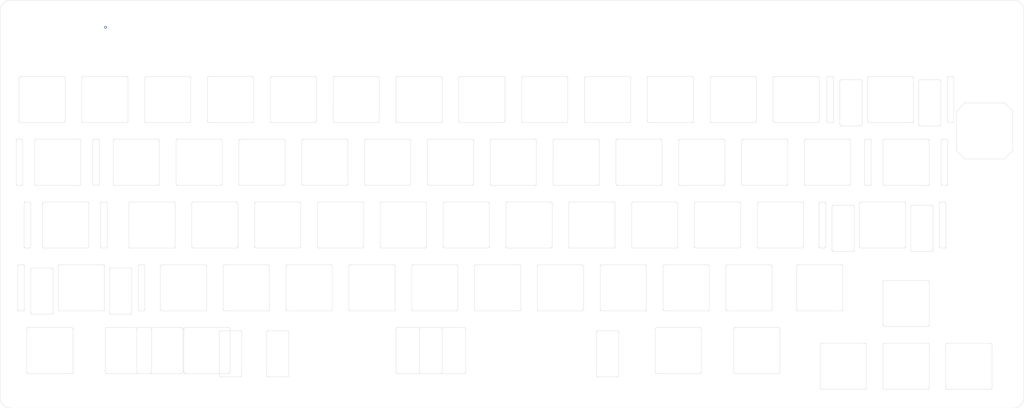
<source format=kicad_pcb>
(kicad_pcb (version 20171130) (host pcbnew "(5.1.5)-3")
  (layers (0 F.Cu signal) (31 B.Cu signal) (34 B.Paste user) (35 F.Paste user) (36 B.SilkS user) (37 F.SilkS user) (38 B.Mask user) (39 F.Mask user) (44 Edge.Cuts user))
  (net 0 "")
  (gr_line (start 140.903899 192.506) (end 127.9059 192.506) (layer Edge.Cuts) (width 0.05))
  (gr_line (start 140.9979 192.515) (end 140.903899 192.506) (layer Edge.Cuts) (width 0.05))
  (gr_line (start 141.2419 206.316) (end 141.3009 206.244) (layer Edge.Cuts) (width 0.05))
  (gr_line (start 127.4399 206.076) (end 127.4679 206.165) (layer Edge.Cuts) (width 0.05))
  (gr_line (start 127.6399 192.587) (end 127.5689 192.646) (layer Edge.Cuts) (width 0.05))
  (gr_line (start 141.0089 206.496) (end 140.9119 206.506) (layer Edge.Cuts) (width 0.05))
  (gr_line (start 141.1089 206.465) (end 141.106899 206.466) (layer Edge.Cuts) (width 0.05))
  (gr_line (start 141.0859 192.542) (end 140.9979 192.515) (layer Edge.Cuts) (width 0.05))
  (gr_line (start 141.3809 205.98) (end 141.3809 192.981) (layer Edge.Cuts) (width 0.05))
  (gr_line (start 127.9069 206.456) (end 140.9049 206.456) (layer Edge.Cuts) (width 0.05))
  (gr_line (start 127.5689 192.646) (end 127.5099 192.718) (layer Edge.Cuts) (width 0.05))
  (gr_line (start 140.9069 206.506) (end 140.9069 206.506) (layer Edge.Cuts) (width 0.05))
  (gr_line (start 141.1109 206.464) (end 141.1109 206.464) (layer Edge.Cuts) (width 0.05))
  (gr_line (start 141.344899 206.162) (end 141.3709 206.073) (layer Edge.Cuts) (width 0.05))
  (gr_line (start 141.0899 206.419) (end 141.1709 206.375) (layer Edge.Cuts) (width 0.05))
  (gr_line (start 127.5119 206.247) (end 127.5709 206.318) (layer Edge.Cuts) (width 0.05))
  (gr_line (start 141.2779 206.351) (end 141.2759 206.353) (layer Edge.Cuts) (width 0.05))
  (gr_line (start 127.4309 205.981) (end 127.4309 205.983) (layer Edge.Cuts) (width 0.05))
  (gr_line (start 141.278899 206.349) (end 141.2779 206.351) (layer Edge.Cuts) (width 0.05))
  (gr_line (start 127.4679 206.165) (end 127.5119 206.247) (layer Edge.Cuts) (width 0.05))
  (gr_line (start 127.7209 192.543) (end 127.6399 192.587) (layer Edge.Cuts) (width 0.05))
  (gr_line (start 127.4399 192.889) (end 127.4309 192.982) (layer Edge.Cuts) (width 0.05))
  (gr_line (start 141.3409 206.273) (end 141.2799 206.349) (layer Edge.Cuts) (width 0.05))
  (gr_line (start 141.2399 192.644) (end 141.1679 192.585) (layer Edge.Cuts) (width 0.05))
  (gr_line (start 127.7249 206.42) (end 127.8129 206.447) (layer Edge.Cuts) (width 0.05))
  (gr_line (start 141.200899 206.415) (end 141.200899 206.415) (layer Edge.Cuts) (width 0.05))
  (gr_line (start 127.8099 192.516) (end 127.7209 192.543) (layer Edge.Cuts) (width 0.05))
  (gr_line (start 141.106899 206.466) (end 141.0129 206.495) (layer Edge.Cuts) (width 0.05))
  (gr_line (start 127.4659 192.8) (end 127.4399 192.889) (layer Edge.Cuts) (width 0.05))
  (gr_line (start 140.9079 206.456) (end 141.0009 206.446) (layer Edge.Cuts) (width 0.05))
  (gr_line (start 141.1709 206.375) (end 141.2419 206.316) (layer Edge.Cuts) (width 0.05))
  (gr_line (start 127.4309 192.982) (end 127.4309 205.981) (layer Edge.Cuts) (width 0.05))
  (gr_line (start 140.9119 206.506) (end 140.9109 206.506) (layer Edge.Cuts) (width 0.05))
  (gr_line (start 141.1679 192.585) (end 141.0859 192.542) (layer Edge.Cuts) (width 0.05))
  (gr_line (start 141.2989 192.715) (end 141.2399 192.644) (layer Edge.Cuts) (width 0.05))
  (gr_line (start 141.010899 206.495) (end 141.0089 206.496) (layer Edge.Cuts) (width 0.05))
  (gr_line (start 141.379899 192.979) (end 141.3709 192.886) (layer Edge.Cuts) (width 0.05))
  (gr_line (start 141.3009 206.244) (end 141.344899 206.162) (layer Edge.Cuts) (width 0.05))
  (gr_line (start 127.5099 192.718) (end 127.4659 192.8) (layer Edge.Cuts) (width 0.05))
  (gr_line (start 141.200899 206.415) (end 141.1989 206.416) (layer Edge.Cuts) (width 0.05))
  (gr_line (start 127.8129 206.447) (end 127.9069 206.456) (layer Edge.Cuts) (width 0.05))
  (gr_line (start 127.6429 206.377) (end 127.7249 206.42) (layer Edge.Cuts) (width 0.05))
  (gr_line (start 127.5709 206.318) (end 127.6429 206.377) (layer Edge.Cuts) (width 0.05))
  (gr_line (start 140.9089 206.506) (end 140.9069 206.506) (layer Edge.Cuts) (width 0.05))
  (gr_line (start 140.909899 206.506) (end 140.9089 206.506) (layer Edge.Cuts) (width 0.05))
  (gr_line (start 141.3429 192.797) (end 141.2989 192.715) (layer Edge.Cuts) (width 0.05))
  (gr_line (start 141.3709 192.886) (end 141.3429 192.797) (layer Edge.Cuts) (width 0.05))
  (gr_line (start 140.9049 206.456) (end 140.9079 206.456) (layer Edge.Cuts) (width 0.05))
  (gr_line (start 141.1109 206.464) (end 141.1089 206.465) (layer Edge.Cuts) (width 0.05))
  (gr_line (start 127.9029 192.506) (end 127.8099 192.516) (layer Edge.Cuts) (width 0.05))
  (gr_line (start 140.9069 206.506) (end 127.9039 206.506) (layer Edge.Cuts) (width 0.05))
  (gr_line (start 127.9059 192.506) (end 127.9029 192.506) (layer Edge.Cuts) (width 0.05))
  (gr_line (start 127.9039 206.506) (end 127.9029 206.506) (layer Edge.Cuts) (width 0.05))
  (gr_line (start 140.9109 206.506) (end 140.909899 206.506) (layer Edge.Cuts) (width 0.05))
  (gr_line (start 141.1969 206.418) (end 141.1109 206.464) (layer Edge.Cuts) (width 0.05))
  (gr_line (start 141.2799 206.349) (end 141.2799 206.349) (layer Edge.Cuts) (width 0.05))
  (gr_line (start 127.4309 205.983) (end 127.4399 206.076) (layer Edge.Cuts) (width 0.05))
  (gr_line (start 141.2799 206.349) (end 141.2799 206.349) (layer Edge.Cuts) (width 0.05))
  (gr_line (start 141.3809 192.981) (end 141.379899 192.979) (layer Edge.Cuts) (width 0.05))
  (gr_line (start 141.2799 206.349) (end 141.278899 206.349) (layer Edge.Cuts) (width 0.05))
  (gr_line (start 141.0009 206.446) (end 141.0899 206.419) (layer Edge.Cuts) (width 0.05))
  (gr_line (start 141.0129 206.495) (end 141.010899 206.495) (layer Edge.Cuts) (width 0.05))
  (gr_line (start 141.0129 206.495) (end 141.0129 206.495) (layer Edge.Cuts) (width 0.05))
  (gr_line (start 141.1989 206.416) (end 141.1969 206.418) (layer Edge.Cuts) (width 0.05))
  (gr_line (start 141.2759 206.353) (end 141.200899 206.415) (layer Edge.Cuts) (width 0.05))
  (gr_line (start 141.3709 206.073) (end 141.3809 205.98) (layer Edge.Cuts) (width 0.05))
  (gr_line (start 141.338899 192.685) (end 141.3399 192.686) (layer Edge.Cuts) (width 0.05))
  (gr_line (start 141.2749 192.609) (end 141.2769 192.61) (layer Edge.Cuts) (width 0.05))
  (gr_line (start 141.1079 192.497) (end 141.1939 192.542) (layer Edge.Cuts) (width 0.05))
  (gr_line (start 141.0099 192.467) (end 141.1029 192.495) (layer Edge.Cuts) (width 0.05))
  (gr_line (start 127.8999 192.456) (end 127.9009 192.456) (layer Edge.Cuts) (width 0.05))
  (gr_line (start 127.7019 192.497) (end 127.7039 192.496) (layer Edge.Cuts) (width 0.05))
  (gr_line (start 127.9009 192.456) (end 127.9019 192.456) (layer Edge.Cuts) (width 0.05))
  (gr_line (start 141.3429 206.272) (end 141.3409 206.273) (layer Edge.Cuts) (width 0.05))
  (gr_line (start 141.343899 206.269) (end 141.343899 206.27) (layer Edge.Cuts) (width 0.05))
  (gr_line (start 127.9039 192.456) (end 127.9039 192.456) (layer Edge.Cuts) (width 0.05))
  (gr_line (start 141.343899 206.27) (end 141.3429 206.272) (layer Edge.Cuts) (width 0.05))
  (gr_line (start 141.4299 192.976) (end 141.4299 192.977) (layer Edge.Cuts) (width 0.05))
  (gr_line (start 141.4299 192.975) (end 141.4299 192.976) (layer Edge.Cuts) (width 0.05))
  (gr_line (start 141.4189 192.873) (end 141.4189 192.873) (layer Edge.Cuts) (width 0.05))
  (gr_line (start 141.1039 192.495) (end 141.105899 192.496) (layer Edge.Cuts) (width 0.05))
  (gr_line (start 140.9069 192.456) (end 140.9079 192.456) (layer Edge.Cuts) (width 0.05))
  (gr_line (start 127.7979 192.467) (end 127.7979 192.467) (layer Edge.Cuts) (width 0.05))
  (gr_line (start 141.3399 192.686) (end 141.3409 192.688) (layer Edge.Cuts) (width 0.05))
  (gr_line (start 141.1939 192.542) (end 141.1939 192.543) (layer Edge.Cuts) (width 0.05))
  (gr_line (start 141.3899 206.183) (end 141.343899 206.269) (layer Edge.Cuts) (width 0.05))
  (gr_line (start 127.6999 192.498) (end 127.7019 192.497) (layer Edge.Cuts) (width 0.05))
  (gr_line (start 141.2769 192.61) (end 141.338899 192.685) (layer Edge.Cuts) (width 0.05))
  (gr_line (start 127.9039 192.456) (end 140.9069 192.456) (layer Edge.Cuts) (width 0.05))
  (gr_line (start 141.4209 206.081) (end 141.4209 206.081) (layer Edge.Cuts) (width 0.05))
  (gr_line (start 141.4189 192.873) (end 141.4199 192.876) (layer Edge.Cuts) (width 0.05))
  (gr_line (start 141.3899 192.78) (end 141.4189 192.873) (layer Edge.Cuts) (width 0.05))
  (gr_line (start 141.3409 192.688) (end 141.3419 192.69) (layer Edge.Cuts) (width 0.05))
  (gr_line (start 141.0079 192.466) (end 141.0099 192.467) (layer Edge.Cuts) (width 0.05))
  (gr_line (start 141.004899 192.466) (end 141.0079 192.466) (layer Edge.Cuts) (width 0.05))
  (gr_line (start 140.9079 192.456) (end 140.9079 192.456) (layer Edge.Cuts) (width 0.05))
  (gr_line (start 127.7979 192.467) (end 127.7999 192.467) (layer Edge.Cuts) (width 0.05))
  (gr_line (start 141.3909 206.181) (end 141.3899 206.183) (layer Edge.Cuts) (width 0.05))
  (gr_line (start 141.391899 206.179) (end 141.3909 206.181) (layer Edge.Cuts) (width 0.05))
  (gr_line (start 141.4299 205.983) (end 141.4299 205.983) (layer Edge.Cuts) (width 0.05))
  (gr_line (start 141.391899 206.179) (end 141.391899 206.179) (layer Edge.Cuts) (width 0.05))
  (gr_line (start 127.7999 192.467) (end 127.8019 192.466) (layer Edge.Cuts) (width 0.05))
  (gr_line (start 141.4209 206.081) (end 141.4199 206.083) (layer Edge.Cuts) (width 0.05))
  (gr_line (start 141.2739 192.607) (end 141.2749 192.609) (layer Edge.Cuts) (width 0.05))
  (gr_line (start 141.4299 205.983) (end 141.4209 206.081) (layer Edge.Cuts) (width 0.05))
  (gr_line (start 141.4299 192.98) (end 141.4299 192.98) (layer Edge.Cuts) (width 0.05))
  (gr_line (start 141.195899 192.544) (end 141.1979 192.545) (layer Edge.Cuts) (width 0.05))
  (gr_line (start 127.7039 192.496) (end 127.7979 192.467) (layer Edge.Cuts) (width 0.05))
  (gr_line (start 141.3419 192.69) (end 141.3879 192.775) (layer Edge.Cuts) (width 0.05))
  (gr_line (start 141.2739 192.607) (end 141.2739 192.607) (layer Edge.Cuts) (width 0.05))
  (gr_line (start 127.9019 192.456) (end 127.9039 192.456) (layer Edge.Cuts) (width 0.05))
  (gr_line (start 141.4199 206.085) (end 141.391899 206.179) (layer Edge.Cuts) (width 0.05))
  (gr_line (start 141.4199 206.083) (end 141.4199 206.085) (layer Edge.Cuts) (width 0.05))
  (gr_line (start 141.4299 205.982) (end 141.4299 205.983) (layer Edge.Cuts) (width 0.05))
  (gr_line (start 141.4299 192.98) (end 141.4299 205.982) (layer Edge.Cuts) (width 0.05))
  (gr_line (start 141.4199 192.878) (end 141.4299 192.975) (layer Edge.Cuts) (width 0.05))
  (gr_line (start 141.105899 192.496) (end 141.1079 192.497) (layer Edge.Cuts) (width 0.05))
  (gr_line (start 140.9079 192.456) (end 141.004899 192.466) (layer Edge.Cuts) (width 0.05))
  (gr_line (start 141.3889 192.778) (end 141.3899 192.78) (layer Edge.Cuts) (width 0.05))
  (gr_line (start 141.1939 192.543) (end 141.195899 192.544) (layer Edge.Cuts) (width 0.05))
  (gr_line (start 141.1979 192.545) (end 141.2739 192.607) (layer Edge.Cuts) (width 0.05))
  (gr_line (start 141.4299 192.977) (end 141.4299 192.98) (layer Edge.Cuts) (width 0.05))
  (gr_line (start 127.8019 192.466) (end 127.8989 192.456) (layer Edge.Cuts) (width 0.05))
  (gr_line (start 141.4299 192.975) (end 141.4299 192.975) (layer Edge.Cuts) (width 0.05))
  (gr_line (start 127.8989 192.456) (end 127.8999 192.456) (layer Edge.Cuts) (width 0.05))
  (gr_line (start 141.3879 192.775) (end 141.3889 192.776) (layer Edge.Cuts) (width 0.05))
  (gr_line (start 141.4199 192.876) (end 141.4199 192.878) (layer Edge.Cuts) (width 0.05))
  (gr_line (start 141.3889 192.776) (end 141.3889 192.778) (layer Edge.Cuts) (width 0.05))
  (gr_line (start 141.004899 192.466) (end 141.004899 192.466) (layer Edge.Cuts) (width 0.05))
  (gr_line (start 141.1029 192.495) (end 141.1039 192.495) (layer Edge.Cuts) (width 0.05))
  (gr_line (start 127.7049 206.466) (end 127.7029 206.465) (layer Edge.Cuts) (width 0.05))
  (gr_line (start 127.3909 206.086) (end 127.3909 206.084) (layer Edge.Cuts) (width 0.05))
  (gr_line (start 127.6099 192.547) (end 127.6119 192.546) (layer Edge.Cuts) (width 0.05))
  (gr_line (start 127.5349 192.609) (end 127.6099 192.547) (layer Edge.Cuts) (width 0.05))
  (gr_line (start 127.3909 192.877) (end 127.4189 192.783) (layer Edge.Cuts) (width 0.05))
  (gr_line (start 127.6169 206.42) (end 127.6169 206.419) (layer Edge.Cuts) (width 0.05))
  (gr_line (start 127.3809 192.979) (end 127.3899 192.881) (layer Edge.Cuts) (width 0.05))
  (gr_line (start 127.4229 206.187) (end 127.4219 206.186) (layer Edge.Cuts) (width 0.05))
  (gr_line (start 127.4699 206.274) (end 127.4689 206.272) (layer Edge.Cuts) (width 0.05))
  (gr_line (start 127.4699 192.689) (end 127.5309 192.613) (layer Edge.Cuts) (width 0.05))
  (gr_line (start 127.3799 205.981) (end 127.3809 205.981) (layer Edge.Cuts) (width 0.05))
  (gr_line (start 127.5369 206.355) (end 127.5369 206.355) (layer Edge.Cuts) (width 0.05))
  (gr_line (start 127.3809 205.982) (end 127.3809 205.981) (layer Edge.Cuts) (width 0.05))
  (gr_line (start 127.5319 192.613) (end 127.5329 192.611) (layer Edge.Cuts) (width 0.05))
  (gr_line (start 127.4679 192.69) (end 127.4699 192.689) (layer Edge.Cuts) (width 0.05))
  (gr_line (start 127.4669 192.693) (end 127.4669 192.692) (layer Edge.Cuts) (width 0.05))
  (gr_line (start 127.4189 192.783) (end 127.4189 192.783) (layer Edge.Cuts) (width 0.05))
  (gr_line (start 127.3809 205.987) (end 127.3809 205.986) (layer Edge.Cuts) (width 0.05))
  (gr_line (start 127.5369 206.355) (end 127.5369 206.355) (layer Edge.Cuts) (width 0.05))
  (gr_line (start 127.4689 206.272) (end 127.4229 206.187) (layer Edge.Cuts) (width 0.05))
  (gr_line (start 127.7079 206.467) (end 127.7069 206.467) (layer Edge.Cuts) (width 0.05))
  (gr_line (start 127.4209 206.182) (end 127.3919 206.089) (layer Edge.Cuts) (width 0.05))
  (gr_line (start 127.3809 205.981) (end 127.3799 205.981) (layer Edge.Cuts) (width 0.05))
  (gr_line (start 127.4719 206.277) (end 127.4709 206.276) (layer Edge.Cuts) (width 0.05))
  (gr_line (start 127.5339 206.352) (end 127.4719 206.277) (layer Edge.Cuts) (width 0.05))
  (gr_line (start 127.8059 206.496) (end 127.8059 206.496) (layer Edge.Cuts) (width 0.05))
  (gr_line (start 127.7029 206.465) (end 127.6169 206.42) (layer Edge.Cuts) (width 0.05))
  (gr_line (start 127.3799 192.98) (end 127.3809 192.979) (layer Edge.Cuts) (width 0.05))
  (gr_line (start 127.6149 206.418) (end 127.6129 206.417) (layer Edge.Cuts) (width 0.05))
  (gr_line (start 127.8059 206.496) (end 127.8059 206.496) (layer Edge.Cuts) (width 0.05))
  (gr_line (start 127.3919 206.089) (end 127.3919 206.089) (layer Edge.Cuts) (width 0.05))
  (gr_line (start 127.3909 192.879) (end 127.3909 192.877) (layer Edge.Cuts) (width 0.05))
  (gr_line (start 127.8059 206.496) (end 127.8029 206.496) (layer Edge.Cuts) (width 0.05))
  (gr_line (start 127.8009 206.495) (end 127.7079 206.467) (layer Edge.Cuts) (width 0.05))
  (gr_line (start 127.3899 192.881) (end 127.3899 192.881) (layer Edge.Cuts) (width 0.05))
  (gr_line (start 127.5369 206.355) (end 127.5359 206.353) (layer Edge.Cuts) (width 0.05))
  (gr_line (start 127.6099 192.547) (end 127.6099 192.547) (layer Edge.Cuts) (width 0.05))
  (gr_line (start 127.3899 192.881) (end 127.3909 192.879) (layer Edge.Cuts) (width 0.05))
  (gr_line (start 127.5309 192.613) (end 127.5319 192.613) (layer Edge.Cuts) (width 0.05))
  (gr_line (start 127.4189 192.783) (end 127.4199 192.781) (layer Edge.Cuts) (width 0.05))
  (gr_line (start 127.3809 205.986) (end 127.3809 205.985) (layer Edge.Cuts) (width 0.05))
  (gr_line (start 127.6129 206.417) (end 127.5369 206.355) (layer Edge.Cuts) (width 0.05))
  (gr_line (start 127.3809 205.987) (end 127.3809 205.987) (layer Edge.Cuts) (width 0.05))
  (gr_line (start 127.3809 205.981) (end 127.3799 192.98) (layer Edge.Cuts) (width 0.05))
  (gr_line (start 127.4219 206.186) (end 127.4219 206.184) (layer Edge.Cuts) (width 0.05))
  (gr_line (start 127.3909 206.084) (end 127.3809 205.987) (layer Edge.Cuts) (width 0.05))
  (gr_line (start 127.4209 192.779) (end 127.4669 192.693) (layer Edge.Cuts) (width 0.05))
  (gr_line (start 127.5329 192.611) (end 127.5349 192.609) (layer Edge.Cuts) (width 0.05))
  (gr_line (start 127.5369 206.355) (end 127.5369 206.355) (layer Edge.Cuts) (width 0.05))
  (gr_line (start 127.4669 192.692) (end 127.4679 192.69) (layer Edge.Cuts) (width 0.05))
  (gr_line (start 127.3809 205.985) (end 127.3809 205.982) (layer Edge.Cuts) (width 0.05))
  (gr_line (start 127.3919 206.089) (end 127.3909 206.086) (layer Edge.Cuts) (width 0.05))
  (gr_line (start 127.4219 206.184) (end 127.4209 206.182) (layer Edge.Cuts) (width 0.05))
  (gr_line (start 127.7069 206.467) (end 127.7049 206.466) (layer Edge.Cuts) (width 0.05))
  (gr_line (start 127.4199 192.781) (end 127.4209 192.779) (layer Edge.Cuts) (width 0.05))
  (gr_line (start 127.8029 206.496) (end 127.8009 206.495) (layer Edge.Cuts) (width 0.05))
  (gr_line (start 127.3809 192.979) (end 127.3809 192.979) (layer Edge.Cuts) (width 0.05))
  (gr_line (start 127.6169 206.419) (end 127.6149 206.418) (layer Edge.Cuts) (width 0.05))
  (gr_line (start 127.5359 206.353) (end 127.5339 206.352) (layer Edge.Cuts) (width 0.05))
  (gr_line (start 127.6139 192.544) (end 127.6999 192.498) (layer Edge.Cuts) (width 0.05))
  (gr_line (start 127.4709 206.276) (end 127.4699 206.274) (layer Edge.Cuts) (width 0.05))
  (gr_line (start 127.6999 192.498) (end 127.6999 192.498) (layer Edge.Cuts) (width 0.05))
  (gr_line (start 127.3809 205.982) (end 127.3809 205.982) (layer Edge.Cuts) (width 0.05))
  (gr_line (start 127.6119 192.546) (end 127.6139 192.544) (layer Edge.Cuts) (width 0.05))
  (gr_line (start 315.2859 206.464) (end 315.2859 206.464) (layer Edge.Cuts) (width 0.05))
  (gr_line (start 315.5549 192.979) (end 315.5459 192.886) (layer Edge.Cuts) (width 0.05))
  (gr_line (start 313.7439 192.646) (end 313.6849 192.718) (layer Edge.Cuts) (width 0.05))
  (gr_line (start 315.1839 206.496) (end 315.0869 206.506) (layer Edge.Cuts) (width 0.05))
  (gr_line (start 315.1879 206.495) (end 315.1879 206.495) (layer Edge.Cuts) (width 0.05))
  (gr_line (start 315.3739 206.416) (end 315.3719 206.418) (layer Edge.Cuts) (width 0.05))
  (gr_line (start 315.1729 192.515) (end 315.0789 192.506) (layer Edge.Cuts) (width 0.05))
  (gr_line (start 315.1879 206.495) (end 315.1859 206.495) (layer Edge.Cuts) (width 0.05))
  (gr_line (start 315.2839 206.465) (end 315.2819 206.466) (layer Edge.Cuts) (width 0.05))
  (gr_line (start 127.9029 206.506) (end 127.8059 206.496) (layer Edge.Cuts) (width 0.05))
  (gr_line (start 313.7459 206.318) (end 313.8179 206.377) (layer Edge.Cuts) (width 0.05))
  (gr_line (start 313.6149 206.076) (end 313.6429 206.165) (layer Edge.Cuts) (width 0.05))
  (gr_line (start 315.4539 206.349) (end 315.4529 206.351) (layer Edge.Cuts) (width 0.05))
  (gr_line (start 315.3759 206.415) (end 315.3739 206.416) (layer Edge.Cuts) (width 0.05))
  (gr_line (start 127.9029 206.506) (end 127.9029 206.506) (layer Edge.Cuts) (width 0.05))
  (gr_line (start 315.0789 192.506) (end 314.0809 192.506) (layer Edge.Cuts) (width 0.05))
  (gr_line (start 313.8149 192.587) (end 313.7439 192.646) (layer Edge.Cuts) (width 0.05))
  (gr_line (start 315.2609 192.542) (end 315.1729 192.515) (layer Edge.Cuts) (width 0.05))
  (gr_line (start 315.3429 192.585) (end 315.2609 192.542) (layer Edge.Cuts) (width 0.05))
  (gr_line (start 313.6429 206.165) (end 313.6869 206.247) (layer Edge.Cuts) (width 0.05))
  (gr_line (start 315.4149 192.644) (end 315.3429 192.585) (layer Edge.Cuts) (width 0.05))
  (gr_line (start 315.2859 206.464) (end 315.2839 206.465) (layer Edge.Cuts) (width 0.05))
  (gr_line (start 315.4739 192.715) (end 315.4149 192.644) (layer Edge.Cuts) (width 0.05))
  (gr_line (start 314.0779 192.506) (end 313.9849 192.516) (layer Edge.Cuts) (width 0.05))
  (gr_line (start 315.0849 206.506) (end 315.0839 206.506) (layer Edge.Cuts) (width 0.05))
  (gr_line (start 315.0819 206.506) (end 315.0819 206.506) (layer Edge.Cuts) (width 0.05))
  (gr_line (start 315.5179 192.797) (end 315.4739 192.715) (layer Edge.Cuts) (width 0.05))
  (gr_line (start 315.2649 206.419) (end 315.3459 206.375) (layer Edge.Cuts) (width 0.05))
  (gr_line (start 313.8999 206.42) (end 313.9879 206.447) (layer Edge.Cuts) (width 0.05))
  (gr_line (start 315.0819 206.506) (end 314.0789 206.506) (layer Edge.Cuts) (width 0.05))
  (gr_line (start 315.0839 206.506) (end 315.0819 206.506) (layer Edge.Cuts) (width 0.05))
  (gr_line (start 315.0869 206.506) (end 315.0859 206.506) (layer Edge.Cuts) (width 0.05))
  (gr_line (start 315.3719 206.418) (end 315.2859 206.464) (layer Edge.Cuts) (width 0.05))
  (gr_line (start 315.5459 192.886) (end 315.5179 192.797) (layer Edge.Cuts) (width 0.05))
  (gr_line (start 315.1759 206.446) (end 315.2649 206.419) (layer Edge.Cuts) (width 0.05))
  (gr_line (start 315.4509 206.353) (end 315.3759 206.415) (layer Edge.Cuts) (width 0.05))
  (gr_line (start 315.5549 192.981) (end 315.5549 192.979) (layer Edge.Cuts) (width 0.05))
  (gr_line (start 315.4759 206.244) (end 315.5199 206.162) (layer Edge.Cuts) (width 0.05))
  (gr_line (start 315.3459 206.375) (end 315.4169 206.316) (layer Edge.Cuts) (width 0.05))
  (gr_line (start 315.5559 205.98) (end 315.5549 192.981) (layer Edge.Cuts) (width 0.05))
  (gr_line (start 315.5459 206.073) (end 315.5559 205.98) (layer Edge.Cuts) (width 0.05))
  (gr_line (start 315.5199 206.162) (end 315.5459 206.073) (layer Edge.Cuts) (width 0.05))
  (gr_line (start 313.9849 192.516) (end 313.8959 192.543) (layer Edge.Cuts) (width 0.05))
  (gr_line (start 315.1859 206.495) (end 315.1839 206.496) (layer Edge.Cuts) (width 0.05))
  (gr_line (start 314.0809 192.506) (end 314.0779 192.506) (layer Edge.Cuts) (width 0.05))
  (gr_line (start 314.0819 206.456) (end 315.0799 206.456) (layer Edge.Cuts) (width 0.05))
  (gr_line (start 315.4169 206.316) (end 315.4759 206.244) (layer Edge.Cuts) (width 0.05))
  (gr_line (start 313.6049 205.981) (end 313.6059 205.983) (layer Edge.Cuts) (width 0.05))
  (gr_line (start 313.6869 206.247) (end 313.7459 206.318) (layer Edge.Cuts) (width 0.05))
  (gr_line (start 313.6059 205.983) (end 313.6149 206.076) (layer Edge.Cuts) (width 0.05))
  (gr_line (start 315.0799 206.456) (end 315.0829 206.456) (layer Edge.Cuts) (width 0.05))
  (gr_line (start 313.9879 206.447) (end 314.0819 206.456) (layer Edge.Cuts) (width 0.05))
  (gr_line (start 313.6049 192.982) (end 313.6049 205.981) (layer Edge.Cuts) (width 0.05))
  (gr_line (start 313.6149 192.889) (end 313.6049 192.982) (layer Edge.Cuts) (width 0.05))
  (gr_line (start 313.6409 192.8) (end 313.6149 192.889) (layer Edge.Cuts) (width 0.05))
  (gr_line (start 313.8959 192.543) (end 313.8149 192.587) (layer Edge.Cuts) (width 0.05))
  (gr_line (start 315.4529 206.351) (end 315.4509 206.353) (layer Edge.Cuts) (width 0.05))
  (gr_line (start 313.6849 192.718) (end 313.6409 192.8) (layer Edge.Cuts) (width 0.05))
  (gr_line (start 315.0859 206.506) (end 315.0849 206.506) (layer Edge.Cuts) (width 0.05))
  (gr_line (start 315.2819 206.466) (end 315.1879 206.495) (layer Edge.Cuts) (width 0.05))
  (gr_line (start 315.0829 206.456) (end 315.1759 206.446) (layer Edge.Cuts) (width 0.05))
  (gr_line (start 313.8179 206.377) (end 313.8999 206.42) (layer Edge.Cuts) (width 0.05))
  (gr_line (start 314.0789 206.506) (end 314.0779 206.506) (layer Edge.Cuts) (width 0.05))
  (gr_line (start 315.3759 206.415) (end 315.3759 206.415) (layer Edge.Cuts) (width 0.05))
  (gr_line (start 315.6049 205.983) (end 315.6049 205.983) (layer Edge.Cuts) (width 0.05))
  (gr_line (start 315.5939 192.873) (end 315.5939 192.873) (layer Edge.Cuts) (width 0.05))
  (gr_line (start 315.1849 192.467) (end 315.2779 192.495) (layer Edge.Cuts) (width 0.05))
  (gr_line (start 313.9769 192.466) (end 314.0739 192.456) (layer Edge.Cuts) (width 0.05))
  (gr_line (start 315.3689 192.542) (end 315.3689 192.543) (layer Edge.Cuts) (width 0.05))
  (gr_line (start 315.5149 192.686) (end 315.5159 192.688) (layer Edge.Cuts) (width 0.05))
  (gr_line (start 315.5939 192.873) (end 315.5949 192.876) (layer Edge.Cuts) (width 0.05))
  (gr_line (start 315.5179 206.272) (end 315.5159 206.273) (layer Edge.Cuts) (width 0.05))
  (gr_line (start 315.5959 206.081) (end 315.5959 206.081) (layer Edge.Cuts) (width 0.05))
  (gr_line (start 315.5949 192.878) (end 315.6049 192.975) (layer Edge.Cuts) (width 0.05))
  (gr_line (start 315.0819 192.456) (end 315.0829 192.456) (layer Edge.Cuts) (width 0.05))
  (gr_line (start 315.6049 192.975) (end 315.6049 192.976) (layer Edge.Cuts) (width 0.05))
  (gr_line (start 315.2829 192.497) (end 315.3689 192.542) (layer Edge.Cuts) (width 0.05))
  (gr_line (start 315.2789 192.495) (end 315.2809 192.496) (layer Edge.Cuts) (width 0.05))
  (gr_line (start 315.1799 192.466) (end 315.1829 192.466) (layer Edge.Cuts) (width 0.05))
  (gr_line (start 313.9729 192.467) (end 313.9749 192.467) (layer Edge.Cuts) (width 0.05))
  (gr_line (start 315.5169 192.69) (end 315.5629 192.775) (layer Edge.Cuts) (width 0.05))
  (gr_line (start 315.5949 206.085) (end 315.5669 206.179) (layer Edge.Cuts) (width 0.05))
  (gr_line (start 315.5139 192.685) (end 315.5149 192.686) (layer Edge.Cuts) (width 0.05))
  (gr_line (start 314.0749 192.456) (end 314.0759 192.456) (layer Edge.Cuts) (width 0.05))
  (gr_line (start 314.0739 192.456) (end 314.0749 192.456) (layer Edge.Cuts) (width 0.05))
  (gr_line (start 315.4489 192.607) (end 315.4499 192.609) (layer Edge.Cuts) (width 0.05))
  (gr_line (start 315.6049 192.975) (end 315.6049 192.975) (layer Edge.Cuts) (width 0.05))
  (gr_line (start 315.4549 206.349) (end 315.4549 206.349) (layer Edge.Cuts) (width 0.05))
  (gr_line (start 314.0789 192.456) (end 314.0789 192.456) (layer Edge.Cuts) (width 0.05))
  (gr_line (start 315.6049 205.982) (end 315.6049 205.983) (layer Edge.Cuts) (width 0.05))
  (gr_line (start 315.6049 192.98) (end 315.6049 205.982) (layer Edge.Cuts) (width 0.05))
  (gr_line (start 315.0829 192.456) (end 315.1799 192.466) (layer Edge.Cuts) (width 0.05))
  (gr_line (start 315.1829 192.466) (end 315.1849 192.467) (layer Edge.Cuts) (width 0.05))
  (gr_line (start 315.6049 192.976) (end 315.6049 192.977) (layer Edge.Cuts) (width 0.05))
  (gr_line (start 315.5629 192.775) (end 315.5639 192.776) (layer Edge.Cuts) (width 0.05))
  (gr_line (start 315.4549 206.349) (end 315.4539 206.349) (layer Edge.Cuts) (width 0.05))
  (gr_line (start 315.4549 206.349) (end 315.4549 206.349) (layer Edge.Cuts) (width 0.05))
  (gr_line (start 315.5189 206.269) (end 315.5189 206.27) (layer Edge.Cuts) (width 0.05))
  (gr_line (start 315.5639 192.776) (end 315.5639 192.778) (layer Edge.Cuts) (width 0.05))
  (gr_line (start 315.2779 192.495) (end 315.2789 192.495) (layer Edge.Cuts) (width 0.05))
  (gr_line (start 315.3689 192.543) (end 315.3709 192.544) (layer Edge.Cuts) (width 0.05))
  (gr_line (start 315.5649 206.183) (end 315.5189 206.269) (layer Edge.Cuts) (width 0.05))
  (gr_line (start 315.5669 206.179) (end 315.5659 206.181) (layer Edge.Cuts) (width 0.05))
  (gr_line (start 315.5159 192.688) (end 315.5169 192.69) (layer Edge.Cuts) (width 0.05))
  (gr_line (start 314.0789 192.456) (end 315.0819 192.456) (layer Edge.Cuts) (width 0.05))
  (gr_line (start 314.0769 192.456) (end 314.0789 192.456) (layer Edge.Cuts) (width 0.05))
  (gr_line (start 314.0759 192.456) (end 314.0769 192.456) (layer Edge.Cuts) (width 0.05))
  (gr_line (start 315.3729 192.545) (end 315.4489 192.607) (layer Edge.Cuts) (width 0.05))
  (gr_line (start 315.5949 192.876) (end 315.5949 192.878) (layer Edge.Cuts) (width 0.05))
  (gr_line (start 315.3709 192.544) (end 315.3729 192.545) (layer Edge.Cuts) (width 0.05))
  (gr_line (start 315.0829 192.456) (end 315.0829 192.456) (layer Edge.Cuts) (width 0.05))
  (gr_line (start 315.5159 206.273) (end 315.4549 206.349) (layer Edge.Cuts) (width 0.05))
  (gr_line (start 315.5189 206.27) (end 315.5179 206.272) (layer Edge.Cuts) (width 0.05))
  (gr_line (start 315.5659 206.181) (end 315.5649 206.183) (layer Edge.Cuts) (width 0.05))
  (gr_line (start 315.5959 206.081) (end 315.5949 206.083) (layer Edge.Cuts) (width 0.05))
  (gr_line (start 315.6049 192.977) (end 315.6049 192.98) (layer Edge.Cuts) (width 0.05))
  (gr_line (start 315.5669 206.179) (end 315.5669 206.179) (layer Edge.Cuts) (width 0.05))
  (gr_line (start 315.5949 206.083) (end 315.5949 206.085) (layer Edge.Cuts) (width 0.05))
  (gr_line (start 315.5649 192.78) (end 315.5939 192.873) (layer Edge.Cuts) (width 0.05))
  (gr_line (start 313.9749 192.467) (end 313.9769 192.466) (layer Edge.Cuts) (width 0.05))
  (gr_line (start 315.5639 192.778) (end 315.5649 192.78) (layer Edge.Cuts) (width 0.05))
  (gr_line (start 315.4489 192.607) (end 315.4489 192.607) (layer Edge.Cuts) (width 0.05))
  (gr_line (start 315.4519 192.61) (end 315.5139 192.685) (layer Edge.Cuts) (width 0.05))
  (gr_line (start 315.4499 192.609) (end 315.4519 192.61) (layer Edge.Cuts) (width 0.05))
  (gr_line (start 315.1799 192.466) (end 315.1799 192.466) (layer Edge.Cuts) (width 0.05))
  (gr_line (start 315.6049 205.983) (end 315.5959 206.081) (layer Edge.Cuts) (width 0.05))
  (gr_line (start 315.6049 192.98) (end 315.6049 192.98) (layer Edge.Cuts) (width 0.05))
  (gr_line (start 315.2809 192.496) (end 315.2829 192.497) (layer Edge.Cuts) (width 0.05))
  (gr_line (start 313.5659 192.879) (end 313.5659 192.877) (layer Edge.Cuts) (width 0.05))
  (gr_line (start 313.5669 206.089) (end 313.5659 206.086) (layer Edge.Cuts) (width 0.05))
  (gr_line (start 313.5969 206.184) (end 313.5959 206.182) (layer Edge.Cuts) (width 0.05))
  (gr_line (start 313.7919 206.419) (end 313.7899 206.418) (layer Edge.Cuts) (width 0.05))
  (gr_line (start 313.7089 206.352) (end 313.6469 206.277) (layer Edge.Cuts) (width 0.05))
  (gr_line (start 313.8829 206.467) (end 313.8819 206.467) (layer Edge.Cuts) (width 0.05))
  (gr_line (start 313.7879 206.417) (end 313.7119 206.355) (layer Edge.Cuts) (width 0.05))
  (gr_line (start 313.8749 192.498) (end 313.8749 192.498) (layer Edge.Cuts) (width 0.05))
  (gr_line (start 313.5659 206.086) (end 313.5659 206.084) (layer Edge.Cuts) (width 0.05))
  (gr_line (start 313.7059 192.613) (end 313.7069 192.613) (layer Edge.Cuts) (width 0.05))
  (gr_line (start 313.5649 192.881) (end 313.5649 192.881) (layer Edge.Cuts) (width 0.05))
  (gr_line (start 313.9729 192.467) (end 313.9729 192.467) (layer Edge.Cuts) (width 0.05))
  (gr_line (start 313.5559 205.981) (end 313.5549 205.981) (layer Edge.Cuts) (width 0.05))
  (gr_line (start 313.7119 206.355) (end 313.7119 206.355) (layer Edge.Cuts) (width 0.05))
  (gr_line (start 313.8779 206.465) (end 313.7919 206.42) (layer Edge.Cuts) (width 0.05))
  (gr_line (start 313.8789 192.496) (end 313.9729 192.467) (layer Edge.Cuts) (width 0.05))
  (gr_line (start 313.5559 205.982) (end 313.5559 205.981) (layer Edge.Cuts) (width 0.05))
  (gr_line (start 313.7119 206.355) (end 313.7119 206.355) (layer Edge.Cuts) (width 0.05))
  (gr_line (start 313.7869 192.546) (end 313.7889 192.544) (layer Edge.Cuts) (width 0.05))
  (gr_line (start 313.8769 192.497) (end 313.8789 192.496) (layer Edge.Cuts) (width 0.05))
  (gr_line (start 313.5559 205.987) (end 313.5559 205.986) (layer Edge.Cuts) (width 0.05))
  (gr_line (start 313.8749 192.498) (end 313.8769 192.497) (layer Edge.Cuts) (width 0.05))
  (gr_line (start 313.5559 205.981) (end 313.5549 192.98) (layer Edge.Cuts) (width 0.05))
  (gr_line (start 313.6449 206.274) (end 313.6439 206.272) (layer Edge.Cuts) (width 0.05))
  (gr_line (start 313.7849 192.547) (end 313.7869 192.546) (layer Edge.Cuts) (width 0.05))
  (gr_line (start 313.5659 192.877) (end 313.5939 192.783) (layer Edge.Cuts) (width 0.05))
  (gr_line (start 313.7889 192.544) (end 313.8749 192.498) (layer Edge.Cuts) (width 0.05))
  (gr_line (start 313.8799 206.466) (end 313.8779 206.465) (layer Edge.Cuts) (width 0.05))
  (gr_line (start 313.6419 192.693) (end 313.6419 192.692) (layer Edge.Cuts) (width 0.05))
  (gr_line (start 313.7919 206.42) (end 313.7919 206.419) (layer Edge.Cuts) (width 0.05))
  (gr_line (start 313.5559 205.987) (end 313.5559 205.987) (layer Edge.Cuts) (width 0.05))
  (gr_line (start 313.7849 192.547) (end 313.7849 192.547) (layer Edge.Cuts) (width 0.05))
  (gr_line (start 313.5949 192.781) (end 313.5959 192.779) (layer Edge.Cuts) (width 0.05))
  (gr_line (start 313.6469 206.277) (end 313.6459 206.276) (layer Edge.Cuts) (width 0.05))
  (gr_line (start 313.7099 192.609) (end 313.7849 192.547) (layer Edge.Cuts) (width 0.05))
  (gr_line (start 313.7079 192.611) (end 313.7099 192.609) (layer Edge.Cuts) (width 0.05))
  (gr_line (start 313.7069 192.613) (end 313.7079 192.611) (layer Edge.Cuts) (width 0.05))
  (gr_line (start 313.5549 192.98) (end 313.5559 192.979) (layer Edge.Cuts) (width 0.05))
  (gr_line (start 313.6439 206.272) (end 313.5979 206.187) (layer Edge.Cuts) (width 0.05))
  (gr_line (start 313.6459 206.276) (end 313.6449 206.274) (layer Edge.Cuts) (width 0.05))
  (gr_line (start 313.7119 206.355) (end 313.7109 206.353) (layer Edge.Cuts) (width 0.05))
  (gr_line (start 313.6449 192.689) (end 313.7059 192.613) (layer Edge.Cuts) (width 0.05))
  (gr_line (start 313.6429 192.69) (end 313.6449 192.689) (layer Edge.Cuts) (width 0.05))
  (gr_line (start 313.6419 192.692) (end 313.6429 192.69) (layer Edge.Cuts) (width 0.05))
  (gr_line (start 313.5959 192.779) (end 313.6419 192.693) (layer Edge.Cuts) (width 0.05))
  (gr_line (start 313.5939 192.783) (end 313.5949 192.781) (layer Edge.Cuts) (width 0.05))
  (gr_line (start 313.5649 192.881) (end 313.5659 192.879) (layer Edge.Cuts) (width 0.05))
  (gr_line (start 313.5559 192.979) (end 313.5649 192.881) (layer Edge.Cuts) (width 0.05))
  (gr_line (start 313.5559 205.982) (end 313.5559 205.982) (layer Edge.Cuts) (width 0.05))
  (gr_line (start 313.5559 205.985) (end 313.5559 205.982) (layer Edge.Cuts) (width 0.05))
  (gr_line (start 313.5959 206.182) (end 313.5669 206.089) (layer Edge.Cuts) (width 0.05))
  (gr_line (start 313.5979 206.187) (end 313.5969 206.186) (layer Edge.Cuts) (width 0.05))
  (gr_line (start 313.5969 206.186) (end 313.5969 206.184) (layer Edge.Cuts) (width 0.05))
  (gr_line (start 313.7899 206.418) (end 313.7879 206.417) (layer Edge.Cuts) (width 0.05))
  (gr_line (start 313.8819 206.467) (end 313.8799 206.466) (layer Edge.Cuts) (width 0.05))
  (gr_line (start 313.5559 205.986) (end 313.5559 205.985) (layer Edge.Cuts) (width 0.05))
  (gr_line (start 313.7109 206.353) (end 313.7089 206.352) (layer Edge.Cuts) (width 0.05))
  (gr_line (start 313.5659 206.084) (end 313.5559 205.987) (layer Edge.Cuts) (width 0.05))
  (gr_line (start 313.5939 192.783) (end 313.5939 192.783) (layer Edge.Cuts) (width 0.05))
  (gr_line (start 313.9759 206.495) (end 313.8829 206.467) (layer Edge.Cuts) (width 0.05))
  (gr_line (start 313.5559 192.979) (end 313.5559 192.979) (layer Edge.Cuts) (width 0.05))
  (gr_line (start 313.7119 206.355) (end 313.7119 206.355) (layer Edge.Cuts) (width 0.05))
  (gr_line (start 313.5549 205.981) (end 313.5559 205.981) (layer Edge.Cuts) (width 0.05))
  (gr_line (start 313.5669 206.089) (end 313.5669 206.089) (layer Edge.Cuts) (width 0.05))
  (gr_line (start 179.4809 205.98) (end 179.4799 192.981) (layer Edge.Cuts) (width 0.05))
  (gr_line (start 165.7429 206.377) (end 165.8249 206.42) (layer Edge.Cuts) (width 0.05))
  (gr_line (start 165.5399 192.889) (end 165.5299 192.982) (layer Edge.Cuts) (width 0.05))
  (gr_line (start 179.0089 206.506) (end 179.0069 206.506) (layer Edge.Cuts) (width 0.05))
  (gr_line (start 313.9809 206.496) (end 313.9809 206.496) (layer Edge.Cuts) (width 0.05))
  (gr_line (start 179.0039 192.506) (end 166.0059 192.506) (layer Edge.Cuts) (width 0.05))
  (gr_line (start 179.1899 206.419) (end 179.2709 206.375) (layer Edge.Cuts) (width 0.05))
  (gr_line (start 166.0029 192.506) (end 165.9099 192.516) (layer Edge.Cuts) (width 0.05))
  (gr_line (start 165.5299 192.982) (end 165.5299 205.981) (layer Edge.Cuts) (width 0.05))
  (gr_line (start 179.4429 192.797) (end 179.3989 192.715) (layer Edge.Cuts) (width 0.05))
  (gr_line (start 179.4799 192.979) (end 179.4709 192.886) (layer Edge.Cuts) (width 0.05))
  (gr_line (start 179.4449 206.162) (end 179.4709 206.073) (layer Edge.Cuts) (width 0.05))
  (gr_line (start 165.6119 206.247) (end 165.6709 206.318) (layer Edge.Cuts) (width 0.05))
  (gr_line (start 165.9129 206.447) (end 166.0069 206.456) (layer Edge.Cuts) (width 0.05))
  (gr_line (start 165.5659 192.8) (end 165.5399 192.889) (layer Edge.Cuts) (width 0.05))
  (gr_line (start 165.8249 206.42) (end 165.9129 206.447) (layer Edge.Cuts) (width 0.05))
  (gr_line (start 165.5399 206.076) (end 165.5679 206.165) (layer Edge.Cuts) (width 0.05))
  (gr_line (start 179.1859 192.542) (end 179.0979 192.515) (layer Edge.Cuts) (width 0.05))
  (gr_line (start 179.0079 206.456) (end 179.1009 206.446) (layer Edge.Cuts) (width 0.05))
  (gr_line (start 165.6099 192.718) (end 165.5659 192.8) (layer Edge.Cuts) (width 0.05))
  (gr_line (start 179.3419 206.316) (end 179.4009 206.244) (layer Edge.Cuts) (width 0.05))
  (gr_line (start 165.5309 205.983) (end 165.5399 206.076) (layer Edge.Cuts) (width 0.05))
  (gr_line (start 179.4709 206.073) (end 179.4809 205.98) (layer Edge.Cuts) (width 0.05))
  (gr_line (start 165.5679 206.165) (end 165.6119 206.247) (layer Edge.Cuts) (width 0.05))
  (gr_line (start 179.0069 206.506) (end 179.0069 206.506) (layer Edge.Cuts) (width 0.05))
  (gr_line (start 179.3399 192.644) (end 179.2679 192.585) (layer Edge.Cuts) (width 0.05))
  (gr_line (start 179.0099 206.506) (end 179.0089 206.506) (layer Edge.Cuts) (width 0.05))
  (gr_line (start 179.2679 192.585) (end 179.1859 192.542) (layer Edge.Cuts) (width 0.05))
  (gr_line (start 179.4799 192.981) (end 179.4799 192.979) (layer Edge.Cuts) (width 0.05))
  (gr_line (start 165.5299 205.981) (end 165.5309 205.983) (layer Edge.Cuts) (width 0.05))
  (gr_line (start 179.1009 206.446) (end 179.1899 206.419) (layer Edge.Cuts) (width 0.05))
  (gr_line (start 179.0049 206.456) (end 179.0079 206.456) (layer Edge.Cuts) (width 0.05))
  (gr_line (start 166.0059 192.506) (end 166.0029 192.506) (layer Edge.Cuts) (width 0.05))
  (gr_line (start 166.0039 206.506) (end 166.0029 206.506) (layer Edge.Cuts) (width 0.05))
  (gr_line (start 166.0069 206.456) (end 179.0049 206.456) (layer Edge.Cuts) (width 0.05))
  (gr_line (start 314.0779 206.506) (end 313.9809 206.496) (layer Edge.Cuts) (width 0.05))
  (gr_line (start 314.0779 206.506) (end 314.0779 206.506) (layer Edge.Cuts) (width 0.05))
  (gr_line (start 179.2709 206.375) (end 179.3419 206.316) (layer Edge.Cuts) (width 0.05))
  (gr_line (start 179.0979 192.515) (end 179.0039 192.506) (layer Edge.Cuts) (width 0.05))
  (gr_line (start 165.9099 192.516) (end 165.8209 192.543) (layer Edge.Cuts) (width 0.05))
  (gr_line (start 165.6689 192.646) (end 165.6099 192.718) (layer Edge.Cuts) (width 0.05))
  (gr_line (start 165.7399 192.587) (end 165.6689 192.646) (layer Edge.Cuts) (width 0.05))
  (gr_line (start 165.8209 192.543) (end 165.7399 192.587) (layer Edge.Cuts) (width 0.05))
  (gr_line (start 179.0069 206.506) (end 166.0039 206.506) (layer Edge.Cuts) (width 0.05))
  (gr_line (start 165.6709 206.318) (end 165.7429 206.377) (layer Edge.Cuts) (width 0.05))
  (gr_line (start 313.9779 206.496) (end 313.9759 206.495) (layer Edge.Cuts) (width 0.05))
  (gr_line (start 313.9809 206.496) (end 313.9779 206.496) (layer Edge.Cuts) (width 0.05))
  (gr_line (start 313.9809 206.496) (end 313.9809 206.496) (layer Edge.Cuts) (width 0.05))
  (gr_line (start 179.4009 206.244) (end 179.4449 206.162) (layer Edge.Cuts) (width 0.05))
  (gr_line (start 179.3989 192.715) (end 179.3399 192.644) (layer Edge.Cuts) (width 0.05))
  (gr_line (start 179.4709 192.886) (end 179.4429 192.797) (layer Edge.Cuts) (width 0.05))
  (gr_line (start 179.5299 192.976) (end 179.5299 192.977) (layer Edge.Cuts) (width 0.05))
  (gr_line (start 179.4409 192.688) (end 179.4419 192.69) (layer Edge.Cuts) (width 0.05))
  (gr_line (start 179.2979 192.545) (end 179.3739 192.607) (layer Edge.Cuts) (width 0.05))
  (gr_line (start 179.2079 192.497) (end 179.2939 192.542) (layer Edge.Cuts) (width 0.05))
  (gr_line (start 179.5299 192.98) (end 179.5299 192.98) (layer Edge.Cuts) (width 0.05))
  (gr_line (start 179.5189 192.873) (end 179.5199 192.876) (layer Edge.Cuts) (width 0.05))
  (gr_line (start 179.4879 192.775) (end 179.4889 192.776) (layer Edge.Cuts) (width 0.05))
  (gr_line (start 179.0109 206.506) (end 179.0099 206.506) (layer Edge.Cuts) (width 0.05))
  (gr_line (start 179.3799 206.349) (end 179.3799 206.349) (layer Edge.Cuts) (width 0.05))
  (gr_line (start 179.0119 206.506) (end 179.0109 206.506) (layer Edge.Cuts) (width 0.05))
  (gr_line (start 179.1129 206.495) (end 179.1129 206.495) (layer Edge.Cuts) (width 0.05))
  (gr_line (start 179.1089 206.496) (end 179.0119 206.506) (layer Edge.Cuts) (width 0.05))
  (gr_line (start 179.2989 206.416) (end 179.2969 206.418) (layer Edge.Cuts) (width 0.05))
  (gr_line (start 179.5299 205.982) (end 179.5299 205.983) (layer Edge.Cuts) (width 0.05))
  (gr_line (start 179.5299 192.975) (end 179.5299 192.975) (layer Edge.Cuts) (width 0.05))
  (gr_line (start 179.3009 206.415) (end 179.2989 206.416) (layer Edge.Cuts) (width 0.05))
  (gr_line (start 179.2939 192.543) (end 179.2959 192.544) (layer Edge.Cuts) (width 0.05))
  (gr_line (start 179.5299 192.98) (end 179.5299 205.982) (layer Edge.Cuts) (width 0.05))
  (gr_line (start 179.3739 192.607) (end 179.3739 192.607) (layer Edge.Cuts) (width 0.05))
  (gr_line (start 179.3789 206.349) (end 179.3779 206.351) (layer Edge.Cuts) (width 0.05))
  (gr_line (start 179.5189 192.873) (end 179.5189 192.873) (layer Edge.Cuts) (width 0.05))
  (gr_line (start 179.4419 192.69) (end 179.4879 192.775) (layer Edge.Cuts) (width 0.05))
  (gr_line (start 179.2109 206.464) (end 179.2109 206.464) (layer Edge.Cuts) (width 0.05))
  (gr_line (start 179.4919 206.179) (end 179.4919 206.179) (layer Edge.Cuts) (width 0.05))
  (gr_line (start 179.4889 192.776) (end 179.4889 192.778) (layer Edge.Cuts) (width 0.05))
  (gr_line (start 179.1109 206.495) (end 179.1089 206.496) (layer Edge.Cuts) (width 0.05))
  (gr_line (start 179.3799 206.349) (end 179.3789 206.349) (layer Edge.Cuts) (width 0.05))
  (gr_line (start 179.5199 192.878) (end 179.5299 192.975) (layer Edge.Cuts) (width 0.05))
  (gr_line (start 179.2059 192.496) (end 179.2079 192.497) (layer Edge.Cuts) (width 0.05))
  (gr_line (start 179.5299 192.975) (end 179.5299 192.976) (layer Edge.Cuts) (width 0.05))
  (gr_line (start 179.2039 192.495) (end 179.2059 192.496) (layer Edge.Cuts) (width 0.05))
  (gr_line (start 179.1129 206.495) (end 179.1109 206.495) (layer Edge.Cuts) (width 0.05))
  (gr_line (start 179.2069 206.466) (end 179.1129 206.495) (layer Edge.Cuts) (width 0.05))
  (gr_line (start 179.5199 206.083) (end 179.5199 206.085) (layer Edge.Cuts) (width 0.05))
  (gr_line (start 179.2089 206.465) (end 179.2069 206.466) (layer Edge.Cuts) (width 0.05))
  (gr_line (start 179.2109 206.464) (end 179.2089 206.465) (layer Edge.Cuts) (width 0.05))
  (gr_line (start 179.4919 206.179) (end 179.4909 206.181) (layer Edge.Cuts) (width 0.05))
  (gr_line (start 179.4399 192.686) (end 179.4409 192.688) (layer Edge.Cuts) (width 0.05))
  (gr_line (start 179.5199 206.085) (end 179.4919 206.179) (layer Edge.Cuts) (width 0.05))
  (gr_line (start 179.5299 205.983) (end 179.5209 206.081) (layer Edge.Cuts) (width 0.05))
  (gr_line (start 179.3749 192.609) (end 179.3769 192.61) (layer Edge.Cuts) (width 0.05))
  (gr_line (start 179.2969 206.418) (end 179.2109 206.464) (layer Edge.Cuts) (width 0.05))
  (gr_line (start 179.3009 206.415) (end 179.3009 206.415) (layer Edge.Cuts) (width 0.05))
  (gr_line (start 179.3759 206.353) (end 179.3009 206.415) (layer Edge.Cuts) (width 0.05))
  (gr_line (start 179.4389 192.685) (end 179.4399 192.686) (layer Edge.Cuts) (width 0.05))
  (gr_line (start 179.3779 206.351) (end 179.3759 206.353) (layer Edge.Cuts) (width 0.05))
  (gr_line (start 179.4439 206.27) (end 179.4429 206.272) (layer Edge.Cuts) (width 0.05))
  (gr_line (start 179.4889 192.778) (end 179.4899 192.78) (layer Edge.Cuts) (width 0.05))
  (gr_line (start 179.4899 206.183) (end 179.4439 206.269) (layer Edge.Cuts) (width 0.05))
  (gr_line (start 179.4909 206.181) (end 179.4899 206.183) (layer Edge.Cuts) (width 0.05))
  (gr_line (start 179.5299 192.977) (end 179.5299 192.98) (layer Edge.Cuts) (width 0.05))
  (gr_line (start 179.2959 192.544) (end 179.2979 192.545) (layer Edge.Cuts) (width 0.05))
  (gr_line (start 179.5199 192.876) (end 179.5199 192.878) (layer Edge.Cuts) (width 0.05))
  (gr_line (start 179.3739 192.607) (end 179.3749 192.609) (layer Edge.Cuts) (width 0.05))
  (gr_line (start 179.3769 192.61) (end 179.4389 192.685) (layer Edge.Cuts) (width 0.05))
  (gr_line (start 179.3799 206.349) (end 179.3799 206.349) (layer Edge.Cuts) (width 0.05))
  (gr_line (start 179.5209 206.081) (end 179.5209 206.081) (layer Edge.Cuts) (width 0.05))
  (gr_line (start 179.4409 206.273) (end 179.3799 206.349) (layer Edge.Cuts) (width 0.05))
  (gr_line (start 179.4429 206.272) (end 179.4409 206.273) (layer Edge.Cuts) (width 0.05))
  (gr_line (start 179.4439 206.269) (end 179.4439 206.27) (layer Edge.Cuts) (width 0.05))
  (gr_line (start 179.4899 192.78) (end 179.5189 192.873) (layer Edge.Cuts) (width 0.05))
  (gr_line (start 179.5299 205.983) (end 179.5299 205.983) (layer Edge.Cuts) (width 0.05))
  (gr_line (start 179.5209 206.081) (end 179.5199 206.083) (layer Edge.Cuts) (width 0.05))
  (gr_line (start 179.2939 192.542) (end 179.2939 192.543) (layer Edge.Cuts) (width 0.05))
  (gr_line (start 165.8999 192.467) (end 165.9019 192.466) (layer Edge.Cuts) (width 0.05))
  (gr_line (start 165.7099 192.547) (end 165.7099 192.547) (layer Edge.Cuts) (width 0.05))
  (gr_line (start 165.4799 205.981) (end 165.4809 205.981) (layer Edge.Cuts) (width 0.05))
  (gr_line (start 165.5219 206.184) (end 165.5209 206.182) (layer Edge.Cuts) (width 0.05))
  (gr_line (start 165.4899 192.881) (end 165.4899 192.881) (layer Edge.Cuts) (width 0.05))
  (gr_line (start 165.5669 192.692) (end 165.5679 192.69) (layer Edge.Cuts) (width 0.05))
  (gr_line (start 165.7099 192.547) (end 165.7119 192.546) (layer Edge.Cuts) (width 0.05))
  (gr_line (start 179.0079 192.456) (end 179.1049 192.466) (layer Edge.Cuts) (width 0.05))
  (gr_line (start 165.9989 192.456) (end 165.9999 192.456) (layer Edge.Cuts) (width 0.05))
  (gr_line (start 165.7139 192.544) (end 165.7999 192.498) (layer Edge.Cuts) (width 0.05))
  (gr_line (start 165.4809 205.987) (end 165.4809 205.986) (layer Edge.Cuts) (width 0.05))
  (gr_line (start 165.7999 192.498) (end 165.8019 192.497) (layer Edge.Cuts) (width 0.05))
  (gr_line (start 165.4809 192.979) (end 165.4899 192.881) (layer Edge.Cuts) (width 0.05))
  (gr_line (start 165.4799 192.98) (end 165.4809 192.979) (layer Edge.Cuts) (width 0.05))
  (gr_line (start 165.4809 205.982) (end 165.4809 205.981) (layer Edge.Cuts) (width 0.05))
  (gr_line (start 165.5229 206.187) (end 165.5219 206.186) (layer Edge.Cuts) (width 0.05))
  (gr_line (start 165.5699 192.689) (end 165.6309 192.613) (layer Edge.Cuts) (width 0.05))
  (gr_line (start 165.5669 192.693) (end 165.5669 192.692) (layer Edge.Cuts) (width 0.05))
  (gr_line (start 165.4919 206.089) (end 165.4919 206.089) (layer Edge.Cuts) (width 0.05))
  (gr_line (start 165.5209 206.182) (end 165.4919 206.089) (layer Edge.Cuts) (width 0.05))
  (gr_line (start 165.5699 206.274) (end 165.5689 206.272) (layer Edge.Cuts) (width 0.05))
  (gr_line (start 165.5189 192.783) (end 165.5199 192.781) (layer Edge.Cuts) (width 0.05))
  (gr_line (start 165.7999 192.498) (end 165.7999 192.498) (layer Edge.Cuts) (width 0.05))
  (gr_line (start 165.9999 192.456) (end 166.0009 192.456) (layer Edge.Cuts) (width 0.05))
  (gr_line (start 165.4909 206.084) (end 165.4809 205.987) (layer Edge.Cuts) (width 0.05))
  (gr_line (start 165.8979 192.467) (end 165.8999 192.467) (layer Edge.Cuts) (width 0.05))
  (gr_line (start 165.8019 192.497) (end 165.8039 192.496) (layer Edge.Cuts) (width 0.05))
  (gr_line (start 165.4809 205.985) (end 165.4809 205.982) (layer Edge.Cuts) (width 0.05))
  (gr_line (start 165.4809 205.981) (end 165.4799 205.981) (layer Edge.Cuts) (width 0.05))
  (gr_line (start 165.5689 206.272) (end 165.5229 206.187) (layer Edge.Cuts) (width 0.05))
  (gr_line (start 165.6309 192.613) (end 165.6319 192.613) (layer Edge.Cuts) (width 0.05))
  (gr_line (start 179.2029 192.495) (end 179.2039 192.495) (layer Edge.Cuts) (width 0.05))
  (gr_line (start 179.1099 192.467) (end 179.2029 192.495) (layer Edge.Cuts) (width 0.05))
  (gr_line (start 166.0009 192.456) (end 166.0019 192.456) (layer Edge.Cuts) (width 0.05))
  (gr_line (start 165.6319 192.613) (end 165.6329 192.611) (layer Edge.Cuts) (width 0.05))
  (gr_line (start 165.4809 205.981) (end 165.4799 192.98) (layer Edge.Cuts) (width 0.05))
  (gr_line (start 165.4899 192.881) (end 165.4909 192.879) (layer Edge.Cuts) (width 0.05))
  (gr_line (start 179.0079 192.456) (end 179.0079 192.456) (layer Edge.Cuts) (width 0.05))
  (gr_line (start 165.9019 192.466) (end 165.9989 192.456) (layer Edge.Cuts) (width 0.05))
  (gr_line (start 165.5679 192.69) (end 165.5699 192.689) (layer Edge.Cuts) (width 0.05))
  (gr_line (start 165.4809 205.987) (end 165.4809 205.987) (layer Edge.Cuts) (width 0.05))
  (gr_line (start 165.4909 206.086) (end 165.4909 206.084) (layer Edge.Cuts) (width 0.05))
  (gr_line (start 165.4919 206.089) (end 165.4909 206.086) (layer Edge.Cuts) (width 0.05))
  (gr_line (start 165.4909 192.877) (end 165.5189 192.783) (layer Edge.Cuts) (width 0.05))
  (gr_line (start 165.7119 192.546) (end 165.7139 192.544) (layer Edge.Cuts) (width 0.05))
  (gr_line (start 165.4909 192.879) (end 165.4909 192.877) (layer Edge.Cuts) (width 0.05))
  (gr_line (start 165.4809 205.986) (end 165.4809 205.985) (layer Edge.Cuts) (width 0.05))
  (gr_line (start 179.1079 192.466) (end 179.1099 192.467) (layer Edge.Cuts) (width 0.05))
  (gr_line (start 179.1049 192.466) (end 179.1079 192.466) (layer Edge.Cuts) (width 0.05))
  (gr_line (start 179.1049 192.466) (end 179.1049 192.466) (layer Edge.Cuts) (width 0.05))
  (gr_line (start 179.0069 192.456) (end 179.0079 192.456) (layer Edge.Cuts) (width 0.05))
  (gr_line (start 165.8039 192.496) (end 165.8979 192.467) (layer Edge.Cuts) (width 0.05))
  (gr_line (start 166.0039 192.456) (end 166.0039 192.456) (layer Edge.Cuts) (width 0.05))
  (gr_line (start 166.0019 192.456) (end 166.0039 192.456) (layer Edge.Cuts) (width 0.05))
  (gr_line (start 165.6349 192.609) (end 165.7099 192.547) (layer Edge.Cuts) (width 0.05))
  (gr_line (start 165.5219 206.186) (end 165.5219 206.184) (layer Edge.Cuts) (width 0.05))
  (gr_line (start 165.6329 192.611) (end 165.6349 192.609) (layer Edge.Cuts) (width 0.05))
  (gr_line (start 165.5189 192.783) (end 165.5189 192.783) (layer Edge.Cuts) (width 0.05))
  (gr_line (start 165.5209 192.779) (end 165.5669 192.693) (layer Edge.Cuts) (width 0.05))
  (gr_line (start 165.5199 192.781) (end 165.5209 192.779) (layer Edge.Cuts) (width 0.05))
  (gr_line (start 165.4809 205.982) (end 165.4809 205.982) (layer Edge.Cuts) (width 0.05))
  (gr_line (start 166.0039 192.456) (end 179.0069 192.456) (layer Edge.Cuts) (width 0.05))
  (gr_line (start 165.8979 192.467) (end 165.8979 192.467) (layer Edge.Cuts) (width 0.05))
  (gr_line (start 165.4809 192.979) (end 165.4809 192.979) (layer Edge.Cuts) (width 0.05))
  (gr_line (start 165.9059 206.496) (end 165.9059 206.496) (layer Edge.Cuts) (width 0.05))
  (gr_line (start 65.0424 206.316) (end 65.1009 206.244) (layer Edge.Cuts) (width 0.05))
  (gr_line (start 64.8009 206.446) (end 64.8894 206.419) (layer Edge.Cuts) (width 0.05))
  (gr_line (start 51.2664 192.8) (end 51.2396 192.889) (layer Edge.Cuts) (width 0.05))
  (gr_line (start 51.3708 206.318) (end 51.4426 206.377) (layer Edge.Cuts) (width 0.05))
  (gr_line (start 51.6099 192.516) (end 51.5214 192.543) (layer Edge.Cuts) (width 0.05))
  (gr_line (start 51.2304 192.982) (end 51.2304 205.981) (layer Edge.Cuts) (width 0.05))
  (gr_line (start 165.6339 206.352) (end 165.5719 206.277) (layer Edge.Cuts) (width 0.05))
  (gr_line (start 65.1009 206.244) (end 65.1444 206.162) (layer Edge.Cuts) (width 0.05))
  (gr_line (start 165.7169 206.419) (end 165.7149 206.418) (layer Edge.Cuts) (width 0.05))
  (gr_line (start 166.0029 206.506) (end 166.0029 206.506) (layer Edge.Cuts) (width 0.05))
  (gr_line (start 165.5709 206.276) (end 165.5699 206.274) (layer Edge.Cuts) (width 0.05))
  (gr_line (start 65.0991 192.715) (end 65.04 192.644) (layer Edge.Cuts) (width 0.05))
  (gr_line (start 51.2304 205.983) (end 51.2402 206.076) (layer Edge.Cuts) (width 0.05))
  (gr_line (start 51.3684 192.646) (end 51.3099 192.718) (layer Edge.Cuts) (width 0.05))
  (gr_line (start 165.5719 206.277) (end 165.5709 206.276) (layer Edge.Cuts) (width 0.05))
  (gr_line (start 65.1432 192.797) (end 65.0991 192.715) (layer Edge.Cuts) (width 0.05))
  (gr_line (start 51.2304 205.981) (end 51.2304 205.983) (layer Edge.Cuts) (width 0.05))
  (gr_line (start 165.6369 206.355) (end 165.6359 206.353) (layer Edge.Cuts) (width 0.05))
  (gr_line (start 65.1804 205.98) (end 65.1804 192.981) (layer Edge.Cuts) (width 0.05))
  (gr_line (start 51.7033 192.506) (end 51.6099 192.516) (layer Edge.Cuts) (width 0.05))
  (gr_line (start 165.6359 206.353) (end 165.6339 206.352) (layer Edge.Cuts) (width 0.05))
  (gr_line (start 64.9682 192.585) (end 64.8864 192.542) (layer Edge.Cuts) (width 0.05))
  (gr_line (start 51.6132 206.447) (end 51.7066 206.456) (layer Edge.Cuts) (width 0.05))
  (gr_line (start 165.6369 206.355) (end 165.6369 206.355) (layer Edge.Cuts) (width 0.05))
  (gr_line (start 165.9059 206.496) (end 165.9059 206.496) (layer Edge.Cuts) (width 0.05))
  (gr_line (start 165.6369 206.355) (end 165.6369 206.355) (layer Edge.Cuts) (width 0.05))
  (gr_line (start 51.4399 192.587) (end 51.3684 192.646) (layer Edge.Cuts) (width 0.05))
  (gr_line (start 165.8069 206.467) (end 165.8049 206.466) (layer Edge.Cuts) (width 0.05))
  (gr_line (start 51.3099 192.718) (end 51.2664 192.8) (layer Edge.Cuts) (width 0.05))
  (gr_line (start 65.1712 206.073) (end 65.1804 205.98) (layer Edge.Cuts) (width 0.05))
  (gr_line (start 165.6369 206.355) (end 165.6369 206.355) (layer Edge.Cuts) (width 0.05))
  (gr_line (start 165.9009 206.495) (end 165.8079 206.467) (layer Edge.Cuts) (width 0.05))
  (gr_line (start 51.4426 206.377) (end 51.5244 206.42) (layer Edge.Cuts) (width 0.05))
  (gr_line (start 165.7129 206.417) (end 165.6369 206.355) (layer Edge.Cuts) (width 0.05))
  (gr_line (start 165.7149 206.418) (end 165.7129 206.417) (layer Edge.Cuts) (width 0.05))
  (gr_line (start 165.7169 206.42) (end 165.7169 206.419) (layer Edge.Cuts) (width 0.05))
  (gr_line (start 64.8864 192.542) (end 64.7976 192.515) (layer Edge.Cuts) (width 0.05))
  (gr_line (start 51.7066 206.456) (end 64.7053 206.456) (layer Edge.Cuts) (width 0.05))
  (gr_line (start 51.5244 206.42) (end 51.6132 206.447) (layer Edge.Cuts) (width 0.05))
  (gr_line (start 51.2676 206.165) (end 51.3117 206.247) (layer Edge.Cuts) (width 0.05))
  (gr_line (start 165.8029 206.465) (end 165.7169 206.42) (layer Edge.Cuts) (width 0.05))
  (gr_line (start 165.8049 206.466) (end 165.8029 206.465) (layer Edge.Cuts) (width 0.05))
  (gr_line (start 165.8079 206.467) (end 165.8069 206.467) (layer Edge.Cuts) (width 0.05))
  (gr_line (start 165.9029 206.496) (end 165.9009 206.495) (layer Edge.Cuts) (width 0.05))
  (gr_line (start 166.0029 206.506) (end 165.9059 206.496) (layer Edge.Cuts) (width 0.05))
  (gr_line (start 64.7042 192.506) (end 51.7055 192.506) (layer Edge.Cuts) (width 0.05))
  (gr_line (start 51.7042 206.506) (end 51.703 206.506) (layer Edge.Cuts) (width 0.05))
  (gr_line (start 65.1706 192.886) (end 65.1432 192.797) (layer Edge.Cuts) (width 0.05))
  (gr_line (start 65.1804 192.979) (end 65.1706 192.886) (layer Edge.Cuts) (width 0.05))
  (gr_line (start 64.8894 206.419) (end 64.9709 206.375) (layer Edge.Cuts) (width 0.05))
  (gr_line (start 64.7053 206.456) (end 64.7075 206.456) (layer Edge.Cuts) (width 0.05))
  (gr_line (start 64.7075 206.456) (end 64.8009 206.446) (layer Edge.Cuts) (width 0.05))
  (gr_line (start 51.2396 192.889) (end 51.2304 192.982) (layer Edge.Cuts) (width 0.05))
  (gr_line (start 51.5214 192.543) (end 51.4399 192.587) (layer Edge.Cuts) (width 0.05))
  (gr_line (start 65.1804 192.981) (end 65.1804 192.979) (layer Edge.Cuts) (width 0.05))
  (gr_line (start 51.3117 206.247) (end 51.3708 206.318) (layer Edge.Cuts) (width 0.05))
  (gr_line (start 65.1444 206.162) (end 65.1712 206.073) (layer Edge.Cuts) (width 0.05))
  (gr_line (start 165.9059 206.496) (end 165.9029 206.496) (layer Edge.Cuts) (width 0.05))
  (gr_line (start 64.7976 192.515) (end 64.7042 192.506) (layer Edge.Cuts) (width 0.05))
  (gr_line (start 51.7055 192.506) (end 51.7033 192.506) (layer Edge.Cuts) (width 0.05))
  (gr_line (start 51.2402 206.076) (end 51.2676 206.165) (layer Edge.Cuts) (width 0.05))
  (gr_line (start 65.04 192.644) (end 64.9682 192.585) (layer Edge.Cuts) (width 0.05))
  (gr_line (start 64.9709 206.375) (end 65.0424 206.316) (layer Edge.Cuts) (width 0.05))
  (gr_line (start 65.0007 206.415) (end 64.9988 206.416) (layer Edge.Cuts) (width 0.05))
  (gr_line (start 65.1412 206.273) (end 65.0796 206.349) (layer Edge.Cuts) (width 0.05))
  (gr_line (start 65.2303 205.983) (end 65.2208 206.081) (layer Edge.Cuts) (width 0.05))
  (gr_line (start 65.0754 192.609) (end 65.077 192.61) (layer Edge.Cuts) (width 0.05))
  (gr_line (start 65.2304 192.977) (end 65.2304 192.98) (layer Edge.Cuts) (width 0.05))
  (gr_line (start 64.9979 192.545) (end 65.0735 192.607) (layer Edge.Cuts) (width 0.05))
  (gr_line (start 64.7067 206.506) (end 64.7066 206.506) (layer Edge.Cuts) (width 0.05))
  (gr_line (start 65.0796 206.349) (end 65.0796 206.349) (layer Edge.Cuts) (width 0.05))
  (gr_line (start 65.077 192.61) (end 65.1392 192.685) (layer Edge.Cuts) (width 0.05))
  (gr_line (start 65.1916 206.179) (end 65.1915 206.179) (layer Edge.Cuts) (width 0.05))
  (gr_line (start 65.2303 192.975) (end 65.2303 192.976) (layer Edge.Cuts) (width 0.05))
  (gr_line (start 64.7066 206.506) (end 51.7042 206.506) (layer Edge.Cuts) (width 0.05))
  (gr_line (start 64.709 206.506) (end 64.7067 206.506) (layer Edge.Cuts) (width 0.05))
  (gr_line (start 64.9107 206.464) (end 64.9086 206.465) (layer Edge.Cuts) (width 0.05))
  (gr_line (start 65.1902 192.78) (end 65.2191 192.873) (layer Edge.Cuts) (width 0.05))
  (gr_line (start 65.0761 206.353) (end 65.0009 206.415) (layer Edge.Cuts) (width 0.05))
  (gr_line (start 65.1893 192.778) (end 65.1902 192.78) (layer Edge.Cuts) (width 0.05))
  (gr_line (start 64.8133 206.495) (end 64.813 206.495) (layer Edge.Cuts) (width 0.05))
  (gr_line (start 65.1425 206.272) (end 65.1412 206.273) (layer Edge.Cuts) (width 0.05))
  (gr_line (start 65.0793 206.349) (end 65.0777 206.351) (layer Edge.Cuts) (width 0.05))
  (gr_line (start 65.1407 192.688) (end 65.1419 192.69) (layer Edge.Cuts) (width 0.05))
  (gr_line (start 64.7101 206.506) (end 64.709 206.506) (layer Edge.Cuts) (width 0.05))
  (gr_line (start 64.7112 206.506) (end 64.7101 206.506) (layer Edge.Cuts) (width 0.05))
  (gr_line (start 65.2192 192.873) (end 65.2196 192.876) (layer Edge.Cuts) (width 0.05))
  (gr_line (start 65.1438 206.27) (end 65.1425 206.272) (layer Edge.Cuts) (width 0.05))
  (gr_line (start 65.2304 192.98) (end 65.2304 192.98) (layer Edge.Cuts) (width 0.05))
  (gr_line (start 65.0796 206.349) (end 65.0793 206.349) (layer Edge.Cuts) (width 0.05))
  (gr_line (start 64.9988 206.416) (end 64.9969 206.418) (layer Edge.Cuts) (width 0.05))
  (gr_line (start 65.0777 206.351) (end 65.0761 206.353) (layer Edge.Cuts) (width 0.05))
  (gr_line (start 65.2208 206.081) (end 65.2207 206.081) (layer Edge.Cuts) (width 0.05))
  (gr_line (start 65.1394 192.686) (end 65.1407 192.688) (layer Edge.Cuts) (width 0.05))
  (gr_line (start 64.7115 206.506) (end 64.7112 206.506) (layer Edge.Cuts) (width 0.05))
  (gr_line (start 64.8086 206.496) (end 64.7115 206.506) (layer Edge.Cuts) (width 0.05))
  (gr_line (start 65.2303 205.983) (end 65.2303 205.983) (layer Edge.Cuts) (width 0.05))
  (gr_line (start 64.8108 206.495) (end 64.8086 206.496) (layer Edge.Cuts) (width 0.05))
  (gr_line (start 64.813 206.495) (end 64.8108 206.495) (layer Edge.Cuts) (width 0.05))
  (gr_line (start 65.0796 206.349) (end 65.0796 206.349) (layer Edge.Cuts) (width 0.05))
  (gr_line (start 65.2196 192.876) (end 65.2201 192.878) (layer Edge.Cuts) (width 0.05))
  (gr_line (start 64.9066 206.466) (end 64.8133 206.495) (layer Edge.Cuts) (width 0.05))
  (gr_line (start 64.9086 206.465) (end 64.9066 206.466) (layer Edge.Cuts) (width 0.05))
  (gr_line (start 64.911 206.464) (end 64.9107 206.464) (layer Edge.Cuts) (width 0.05))
  (gr_line (start 65.2198 206.085) (end 65.1916 206.179) (layer Edge.Cuts) (width 0.05))
  (gr_line (start 65.2202 206.083) (end 65.2198 206.085) (layer Edge.Cuts) (width 0.05))
  (gr_line (start 65.0009 206.415) (end 65.0007 206.415) (layer Edge.Cuts) (width 0.05))
  (gr_line (start 65.1439 206.269) (end 65.1438 206.27) (layer Edge.Cuts) (width 0.05))
  (gr_line (start 65.1897 206.183) (end 65.1439 206.269) (layer Edge.Cuts) (width 0.05))
  (gr_line (start 65.2303 192.976) (end 65.2304 192.977) (layer Edge.Cuts) (width 0.05))
  (gr_line (start 65.1906 206.181) (end 65.1897 206.183) (layer Edge.Cuts) (width 0.05))
  (gr_line (start 65.1915 206.179) (end 65.1906 206.181) (layer Edge.Cuts) (width 0.05))
  (gr_line (start 65.2207 206.081) (end 65.2202 206.083) (layer Edge.Cuts) (width 0.05))
  (gr_line (start 65.2303 192.975) (end 65.2303 192.975) (layer Edge.Cuts) (width 0.05))
  (gr_line (start 64.9941 192.543) (end 64.996 192.544) (layer Edge.Cuts) (width 0.05))
  (gr_line (start 65.1883 192.775) (end 65.1885 192.776) (layer Edge.Cuts) (width 0.05))
  (gr_line (start 65.0735 192.607) (end 65.0738 192.607) (layer Edge.Cuts) (width 0.05))
  (gr_line (start 64.996 192.544) (end 64.9979 192.545) (layer Edge.Cuts) (width 0.05))
  (gr_line (start 65.1419 192.69) (end 65.1883 192.775) (layer Edge.Cuts) (width 0.05))
  (gr_line (start 65.1885 192.776) (end 65.1893 192.778) (layer Edge.Cuts) (width 0.05))
  (gr_line (start 65.1392 192.685) (end 65.1394 192.686) (layer Edge.Cuts) (width 0.05))
  (gr_line (start 64.9969 206.418) (end 64.911 206.464) (layer Edge.Cuts) (width 0.05))
  (gr_line (start 65.2304 205.982) (end 65.2303 205.983) (layer Edge.Cuts) (width 0.05))
  (gr_line (start 65.2304 192.98) (end 65.2304 205.982) (layer Edge.Cuts) (width 0.05))
  (gr_line (start 65.2201 192.878) (end 65.2303 192.975) (layer Edge.Cuts) (width 0.05))
  (gr_line (start 65.2191 192.873) (end 65.2192 192.873) (layer Edge.Cuts) (width 0.05))
  (gr_line (start 65.0738 192.607) (end 65.0754 192.609) (layer Edge.Cuts) (width 0.05))
  (gr_line (start 51.5001 192.498) (end 51.5022 192.497) (layer Edge.Cuts) (width 0.05))
  (gr_line (start 51.3331 192.611) (end 51.3347 192.609) (layer Edge.Cuts) (width 0.05))
  (gr_line (start 51.2683 192.69) (end 51.2696 192.689) (layer Edge.Cuts) (width 0.05))
  (gr_line (start 51.1805 192.979) (end 51.19 192.881) (layer Edge.Cuts) (width 0.05))
  (gr_line (start 51.2206 206.182) (end 51.1917 206.089) (layer Edge.Cuts) (width 0.05))
  (gr_line (start 51.1804 205.982) (end 51.1804 205.982) (layer Edge.Cuts) (width 0.05))
  (gr_line (start 51.19 192.881) (end 51.1901 192.881) (layer Edge.Cuts) (width 0.05))
  (gr_line (start 64.9938 192.542) (end 64.9941 192.543) (layer Edge.Cuts) (width 0.05))
  (gr_line (start 64.9077 192.497) (end 64.9938 192.542) (layer Edge.Cuts) (width 0.05))
  (gr_line (start 51.1906 192.879) (end 51.191 192.877) (layer Edge.Cuts) (width 0.05))
  (gr_line (start 64.805 192.466) (end 64.8053 192.466) (layer Edge.Cuts) (width 0.05))
  (gr_line (start 64.7078 192.456) (end 64.805 192.466) (layer Edge.Cuts) (width 0.05))
  (gr_line (start 51.7018 192.456) (end 51.7041 192.456) (layer Edge.Cuts) (width 0.05))
  (gr_line (start 51.2215 206.184) (end 51.2206 206.182) (layer Edge.Cuts) (width 0.05))
  (gr_line (start 51.3312 192.613) (end 51.3315 192.613) (layer Edge.Cuts) (width 0.05))
  (gr_line (start 51.2192 192.783) (end 51.2193 192.783) (layer Edge.Cuts) (width 0.05))
  (gr_line (start 51.1804 205.981) (end 51.1804 205.981) (layer Edge.Cuts) (width 0.05))
  (gr_line (start 51.6022 192.466) (end 51.6993 192.456) (layer Edge.Cuts) (width 0.05))
  (gr_line (start 51.3347 192.609) (end 51.4099 192.547) (layer Edge.Cuts) (width 0.05))
  (gr_line (start 51.5022 192.497) (end 51.5042 192.496) (layer Edge.Cuts) (width 0.05))
  (gr_line (start 51.1804 205.985) (end 51.1804 205.982) (layer Edge.Cuts) (width 0.05))
  (gr_line (start 51.1805 205.987) (end 51.1805 205.987) (layer Edge.Cuts) (width 0.05))
  (gr_line (start 51.191 192.877) (end 51.2192 192.783) (layer Edge.Cuts) (width 0.05))
  (gr_line (start 64.9056 192.496) (end 64.9077 192.497) (layer Edge.Cuts) (width 0.05))
  (gr_line (start 51.5975 192.467) (end 51.5978 192.467) (layer Edge.Cuts) (width 0.05))
  (gr_line (start 51.7041 192.456) (end 51.7042 192.456) (layer Edge.Cuts) (width 0.05))
  (gr_line (start 51.7007 192.456) (end 51.7018 192.456) (layer Edge.Cuts) (width 0.05))
  (gr_line (start 51.267 192.692) (end 51.2683 192.69) (layer Edge.Cuts) (width 0.05))
  (gr_line (start 51.2669 192.693) (end 51.267 192.692) (layer Edge.Cuts) (width 0.05))
  (gr_line (start 51.2193 192.783) (end 51.2202 192.781) (layer Edge.Cuts) (width 0.05))
  (gr_line (start 51.1804 205.981) (end 51.1804 205.981) (layer Edge.Cuts) (width 0.05))
  (gr_line (start 64.9035 192.495) (end 64.9056 192.496) (layer Edge.Cuts) (width 0.05))
  (gr_line (start 64.9032 192.495) (end 64.9035 192.495) (layer Edge.Cuts) (width 0.05))
  (gr_line (start 64.8097 192.467) (end 64.9032 192.495) (layer Edge.Cuts) (width 0.05))
  (gr_line (start 64.8075 192.466) (end 64.8097 192.467) (layer Edge.Cuts) (width 0.05))
  (gr_line (start 51.1804 205.981) (end 51.1804 192.98) (layer Edge.Cuts) (width 0.05))
  (gr_line (start 51.1917 206.089) (end 51.1916 206.089) (layer Edge.Cuts) (width 0.05))
  (gr_line (start 51.4998 192.498) (end 51.5001 192.498) (layer Edge.Cuts) (width 0.05))
  (gr_line (start 64.8053 192.466) (end 64.8075 192.466) (layer Edge.Cuts) (width 0.05))
  (gr_line (start 64.7078 192.456) (end 64.7078 192.456) (layer Edge.Cuts) (width 0.05))
  (gr_line (start 51.4101 192.547) (end 51.4121 192.546) (layer Edge.Cuts) (width 0.05))
  (gr_line (start 51.1804 205.982) (end 51.1804 205.981) (layer Edge.Cuts) (width 0.05))
  (gr_line (start 51.4139 192.544) (end 51.4998 192.498) (layer Edge.Cuts) (width 0.05))
  (gr_line (start 51.1912 206.086) (end 51.1907 206.084) (layer Edge.Cuts) (width 0.05))
  (gr_line (start 51.1901 192.881) (end 51.1906 192.879) (layer Edge.Cuts) (width 0.05))
  (gr_line (start 64.7066 192.456) (end 64.7078 192.456) (layer Edge.Cuts) (width 0.05))
  (gr_line (start 51.1916 206.089) (end 51.1912 206.086) (layer Edge.Cuts) (width 0.05))
  (gr_line (start 51.5978 192.467) (end 51.6 192.467) (layer Edge.Cuts) (width 0.05))
  (gr_line (start 51.7042 192.456) (end 64.7066 192.456) (layer Edge.Cuts) (width 0.05))
  (gr_line (start 51.6996 192.456) (end 51.7007 192.456) (layer Edge.Cuts) (width 0.05))
  (gr_line (start 51.3315 192.613) (end 51.3331 192.611) (layer Edge.Cuts) (width 0.05))
  (gr_line (start 51.2202 192.781) (end 51.2211 192.779) (layer Edge.Cuts) (width 0.05))
  (gr_line (start 51.6993 192.456) (end 51.6996 192.456) (layer Edge.Cuts) (width 0.05))
  (gr_line (start 51.4099 192.547) (end 51.4101 192.547) (layer Edge.Cuts) (width 0.05))
  (gr_line (start 51.4121 192.546) (end 51.4139 192.544) (layer Edge.Cuts) (width 0.05))
  (gr_line (start 51.1805 192.979) (end 51.1805 192.979) (layer Edge.Cuts) (width 0.05))
  (gr_line (start 51.1804 192.98) (end 51.1805 192.979) (layer Edge.Cuts) (width 0.05))
  (gr_line (start 51.1907 206.084) (end 51.1805 205.987) (layer Edge.Cuts) (width 0.05))
  (gr_line (start 51.1805 205.986) (end 51.1804 205.985) (layer Edge.Cuts) (width 0.05))
  (gr_line (start 51.1805 205.987) (end 51.1805 205.986) (layer Edge.Cuts) (width 0.05))
  (gr_line (start 51.6 192.467) (end 51.6022 192.466) (layer Edge.Cuts) (width 0.05))
  (gr_line (start 51.5042 192.496) (end 51.5975 192.467) (layer Edge.Cuts) (width 0.05))
  (gr_line (start 51.2211 192.779) (end 51.2669 192.693) (layer Edge.Cuts) (width 0.05))
  (gr_line (start 51.2696 192.689) (end 51.3312 192.613) (layer Edge.Cuts) (width 0.05))
  (gr_line (start 51.2701 206.274) (end 51.2689 206.272) (layer Edge.Cuts) (width 0.05))
  (gr_line (start 51.703 206.506) (end 51.6058 206.496) (layer Edge.Cuts) (width 0.05))
  (gr_line (start 303.0929 192.585) (end 303.0109 192.542) (layer Edge.Cuts) (width 0.05))
  (gr_line (start 289.8319 206.456) (end 302.8299 206.456) (layer Edge.Cuts) (width 0.05))
  (gr_line (start 289.3549 192.982) (end 289.3549 205.981) (layer Edge.Cuts) (width 0.05))
  (gr_line (start 289.5679 206.377) (end 289.6499 206.42) (layer Edge.Cuts) (width 0.05))
  (gr_line (start 289.6459 192.543) (end 289.5649 192.587) (layer Edge.Cuts) (width 0.05))
  (gr_line (start 51.3373 206.355) (end 51.337 206.355) (layer Edge.Cuts) (width 0.05))
  (gr_line (start 302.8299 206.456) (end 302.8329 206.456) (layer Edge.Cuts) (width 0.05))
  (gr_line (start 51.6011 206.495) (end 51.5076 206.467) (layer Edge.Cuts) (width 0.05))
  (gr_line (start 303.2239 192.715) (end 303.1649 192.644) (layer Edge.Cuts) (width 0.05))
  (gr_line (start 51.2223 206.186) (end 51.2215 206.184) (layer Edge.Cuts) (width 0.05))
  (gr_line (start 51.2225 206.187) (end 51.2223 206.186) (layer Edge.Cuts) (width 0.05))
  (gr_line (start 303.2959 206.073) (end 303.3059 205.98) (layer Edge.Cuts) (width 0.05))
  (gr_line (start 289.4939 192.646) (end 289.4349 192.718) (layer Edge.Cuts) (width 0.05))
  (gr_line (start 51.2716 206.277) (end 51.2714 206.276) (layer Edge.Cuts) (width 0.05))
  (gr_line (start 303.2699 206.162) (end 303.2959 206.073) (layer Edge.Cuts) (width 0.05))
  (gr_line (start 289.5649 192.587) (end 289.4939 192.646) (layer Edge.Cuts) (width 0.05))
  (gr_line (start 51.4167 206.419) (end 51.4148 206.418) (layer Edge.Cuts) (width 0.05))
  (gr_line (start 51.417 206.42) (end 51.4167 206.419) (layer Edge.Cuts) (width 0.05))
  (gr_line (start 303.0149 206.419) (end 303.0959 206.375) (layer Edge.Cuts) (width 0.05))
  (gr_line (start 51.2689 206.272) (end 51.2225 206.187) (layer Edge.Cuts) (width 0.05))
  (gr_line (start 303.3049 192.981) (end 303.3049 192.979) (layer Edge.Cuts) (width 0.05))
  (gr_line (start 289.3649 206.076) (end 289.3929 206.165) (layer Edge.Cuts) (width 0.05))
  (gr_line (start 51.3373 206.355) (end 51.3373 206.355) (layer Edge.Cuts) (width 0.05))
  (gr_line (start 303.0109 192.542) (end 302.9229 192.515) (layer Edge.Cuts) (width 0.05))
  (gr_line (start 51.2714 206.276) (end 51.2701 206.274) (layer Edge.Cuts) (width 0.05))
  (gr_line (start 51.3354 206.353) (end 51.3338 206.352) (layer Edge.Cuts) (width 0.05))
  (gr_line (start 51.3338 206.352) (end 51.2716 206.277) (layer Edge.Cuts) (width 0.05))
  (gr_line (start 51.6058 206.496) (end 51.6058 206.496) (layer Edge.Cuts) (width 0.05))
  (gr_line (start 302.9259 206.446) (end 303.0149 206.419) (layer Edge.Cuts) (width 0.05))
  (gr_line (start 51.337 206.355) (end 51.3354 206.353) (layer Edge.Cuts) (width 0.05))
  (gr_line (start 51.703 206.506) (end 51.703 206.506) (layer Edge.Cuts) (width 0.05))
  (gr_line (start 289.3549 205.981) (end 289.3559 205.983) (layer Edge.Cuts) (width 0.05))
  (gr_line (start 51.3373 206.355) (end 51.3373 206.355) (layer Edge.Cuts) (width 0.05))
  (gr_line (start 51.4129 206.417) (end 51.3373 206.355) (layer Edge.Cuts) (width 0.05))
  (gr_line (start 51.4148 206.418) (end 51.4129 206.417) (layer Edge.Cuts) (width 0.05))
  (gr_line (start 303.3049 192.979) (end 303.2959 192.886) (layer Edge.Cuts) (width 0.05))
  (gr_line (start 289.3929 206.165) (end 289.4369 206.247) (layer Edge.Cuts) (width 0.05))
  (gr_line (start 289.3559 205.983) (end 289.3649 206.076) (layer Edge.Cuts) (width 0.05))
  (gr_line (start 289.3909 192.8) (end 289.3649 192.889) (layer Edge.Cuts) (width 0.05))
  (gr_line (start 51.6033 206.496) (end 51.6011 206.495) (layer Edge.Cuts) (width 0.05))
  (gr_line (start 51.6055 206.496) (end 51.6033 206.496) (layer Edge.Cuts) (width 0.05))
  (gr_line (start 51.5031 206.465) (end 51.417 206.42) (layer Edge.Cuts) (width 0.05))
  (gr_line (start 51.5052 206.466) (end 51.5031 206.465) (layer Edge.Cuts) (width 0.05))
  (gr_line (start 51.5073 206.467) (end 51.5052 206.466) (layer Edge.Cuts) (width 0.05))
  (gr_line (start 303.1649 192.644) (end 303.0929 192.585) (layer Edge.Cuts) (width 0.05))
  (gr_line (start 51.5076 206.467) (end 51.5073 206.467) (layer Edge.Cuts) (width 0.05))
  (gr_line (start 51.6058 206.496) (end 51.6055 206.496) (layer Edge.Cuts) (width 0.05))
  (gr_line (start 303.2679 192.797) (end 303.2239 192.715) (layer Edge.Cuts) (width 0.05))
  (gr_line (start 303.2259 206.244) (end 303.2699 206.162) (layer Edge.Cuts) (width 0.05))
  (gr_line (start 289.4369 206.247) (end 289.4959 206.318) (layer Edge.Cuts) (width 0.05))
  (gr_line (start 303.1669 206.316) (end 303.2259 206.244) (layer Edge.Cuts) (width 0.05))
  (gr_line (start 289.6499 206.42) (end 289.7379 206.447) (layer Edge.Cuts) (width 0.05))
  (gr_line (start 289.4959 206.318) (end 289.5679 206.377) (layer Edge.Cuts) (width 0.05))
  (gr_line (start 303.0959 206.375) (end 303.1669 206.316) (layer Edge.Cuts) (width 0.05))
  (gr_line (start 289.3649 192.889) (end 289.3549 192.982) (layer Edge.Cuts) (width 0.05))
  (gr_line (start 302.8329 206.456) (end 302.9259 206.446) (layer Edge.Cuts) (width 0.05))
  (gr_line (start 302.8289 192.506) (end 289.8309 192.506) (layer Edge.Cuts) (width 0.05))
  (gr_line (start 302.9229 192.515) (end 302.8289 192.506) (layer Edge.Cuts) (width 0.05))
  (gr_line (start 303.2959 192.886) (end 303.2679 192.797) (layer Edge.Cuts) (width 0.05))
  (gr_line (start 289.4349 192.718) (end 289.3909 192.8) (layer Edge.Cuts) (width 0.05))
  (gr_line (start 303.3059 205.98) (end 303.3049 192.981) (layer Edge.Cuts) (width 0.05))
  (gr_line (start 289.7379 206.447) (end 289.8319 206.456) (layer Edge.Cuts) (width 0.05))
  (gr_line (start 303.1259 206.415) (end 303.1239 206.416) (layer Edge.Cuts) (width 0.05))
  (gr_line (start 303.2039 206.349) (end 303.2029 206.351) (layer Edge.Cuts) (width 0.05))
  (gr_line (start 303.3129 192.775) (end 303.3139 192.776) (layer Edge.Cuts) (width 0.05))
  (gr_line (start 303.3169 206.179) (end 303.3169 206.179) (layer Edge.Cuts) (width 0.05))
  (gr_line (start 303.3439 192.873) (end 303.3449 192.876) (layer Edge.Cuts) (width 0.05))
  (gr_line (start 303.3549 205.982) (end 303.3549 205.983) (layer Edge.Cuts) (width 0.05))
  (gr_line (start 303.3169 206.179) (end 303.3159 206.181) (layer Edge.Cuts) (width 0.05))
  (gr_line (start 289.8309 192.506) (end 289.8279 192.506) (layer Edge.Cuts) (width 0.05))
  (gr_line (start 289.8289 206.506) (end 289.8279 206.506) (layer Edge.Cuts) (width 0.05))
  (gr_line (start 303.3149 206.183) (end 303.2689 206.269) (layer Edge.Cuts) (width 0.05))
  (gr_line (start 303.1999 192.609) (end 303.2019 192.61) (layer Edge.Cuts) (width 0.05))
  (gr_line (start 303.2009 206.353) (end 303.1259 206.415) (layer Edge.Cuts) (width 0.05))
  (gr_line (start 303.2689 206.27) (end 303.2679 206.272) (layer Edge.Cuts) (width 0.05))
  (gr_line (start 303.3439 192.873) (end 303.3439 192.873) (layer Edge.Cuts) (width 0.05))
  (gr_line (start 303.3139 192.778) (end 303.3149 192.78) (layer Edge.Cuts) (width 0.05))
  (gr_line (start 303.2659 192.688) (end 303.2669 192.69) (layer Edge.Cuts) (width 0.05))
  (gr_line (start 303.3549 205.983) (end 303.3459 206.081) (layer Edge.Cuts) (width 0.05))
  (gr_line (start 302.8349 206.506) (end 302.8339 206.506) (layer Edge.Cuts) (width 0.05))
  (gr_line (start 303.1239 206.416) (end 303.1219 206.418) (layer Edge.Cuts) (width 0.05))
  (gr_line (start 302.9379 206.495) (end 302.9359 206.495) (layer Edge.Cuts) (width 0.05))
  (gr_line (start 303.3549 192.98) (end 303.3549 205.982) (layer Edge.Cuts) (width 0.05))
  (gr_line (start 303.3549 192.976) (end 303.3549 192.977) (layer Edge.Cuts) (width 0.05))
  (gr_line (start 303.2689 206.269) (end 303.2689 206.27) (layer Edge.Cuts) (width 0.05))
  (gr_line (start 302.8319 206.506) (end 289.8289 206.506) (layer Edge.Cuts) (width 0.05))
  (gr_line (start 302.9339 206.496) (end 302.8369 206.506) (layer Edge.Cuts) (width 0.05))
  (gr_line (start 303.2049 206.349) (end 303.2039 206.349) (layer Edge.Cuts) (width 0.05))
  (gr_line (start 303.2049 206.349) (end 303.2049 206.349) (layer Edge.Cuts) (width 0.05))
  (gr_line (start 303.2639 192.685) (end 303.2649 192.686) (layer Edge.Cuts) (width 0.05))
  (gr_line (start 303.2669 192.69) (end 303.3129 192.775) (layer Edge.Cuts) (width 0.05))
  (gr_line (start 303.2679 206.272) (end 303.2659 206.273) (layer Edge.Cuts) (width 0.05))
  (gr_line (start 303.3459 206.081) (end 303.3459 206.081) (layer Edge.Cuts) (width 0.05))
  (gr_line (start 289.7349 192.516) (end 289.6459 192.543) (layer Edge.Cuts) (width 0.05))
  (gr_line (start 289.8279 192.506) (end 289.7349 192.516) (layer Edge.Cuts) (width 0.05))
  (gr_line (start 302.8319 206.506) (end 302.8319 206.506) (layer Edge.Cuts) (width 0.05))
  (gr_line (start 303.3459 206.081) (end 303.3449 206.083) (layer Edge.Cuts) (width 0.05))
  (gr_line (start 303.3139 192.776) (end 303.3139 192.778) (layer Edge.Cuts) (width 0.05))
  (gr_line (start 303.3449 192.876) (end 303.3449 192.878) (layer Edge.Cuts) (width 0.05))
  (gr_line (start 303.0319 206.466) (end 302.9379 206.495) (layer Edge.Cuts) (width 0.05))
  (gr_line (start 302.8339 206.506) (end 302.8319 206.506) (layer Edge.Cuts) (width 0.05))
  (gr_line (start 303.0359 206.464) (end 303.0359 206.464) (layer Edge.Cuts) (width 0.05))
  (gr_line (start 303.3549 205.983) (end 303.3549 205.983) (layer Edge.Cuts) (width 0.05))
  (gr_line (start 303.1989 192.607) (end 303.1999 192.609) (layer Edge.Cuts) (width 0.05))
  (gr_line (start 303.0339 206.465) (end 303.0319 206.466) (layer Edge.Cuts) (width 0.05))
  (gr_line (start 303.3549 192.975) (end 303.3549 192.975) (layer Edge.Cuts) (width 0.05))
  (gr_line (start 303.3159 206.181) (end 303.3149 206.183) (layer Edge.Cuts) (width 0.05))
  (gr_line (start 303.3449 192.878) (end 303.3549 192.975) (layer Edge.Cuts) (width 0.05))
  (gr_line (start 303.2019 192.61) (end 303.2639 192.685) (layer Edge.Cuts) (width 0.05))
  (gr_line (start 302.8369 206.506) (end 302.8359 206.506) (layer Edge.Cuts) (width 0.05))
  (gr_line (start 302.8359 206.506) (end 302.8349 206.506) (layer Edge.Cuts) (width 0.05))
  (gr_line (start 302.9359 206.495) (end 302.9339 206.496) (layer Edge.Cuts) (width 0.05))
  (gr_line (start 303.1259 206.415) (end 303.1259 206.415) (layer Edge.Cuts) (width 0.05))
  (gr_line (start 303.2659 206.273) (end 303.2049 206.349) (layer Edge.Cuts) (width 0.05))
  (gr_line (start 302.9379 206.495) (end 302.9379 206.495) (layer Edge.Cuts) (width 0.05))
  (gr_line (start 303.1219 206.418) (end 303.0359 206.464) (layer Edge.Cuts) (width 0.05))
  (gr_line (start 303.0359 206.464) (end 303.0339 206.465) (layer Edge.Cuts) (width 0.05))
  (gr_line (start 303.3449 206.085) (end 303.3169 206.179) (layer Edge.Cuts) (width 0.05))
  (gr_line (start 303.3449 206.083) (end 303.3449 206.085) (layer Edge.Cuts) (width 0.05))
  (gr_line (start 303.3549 192.975) (end 303.3549 192.976) (layer Edge.Cuts) (width 0.05))
  (gr_line (start 303.3549 192.98) (end 303.3549 192.98) (layer Edge.Cuts) (width 0.05))
  (gr_line (start 303.3549 192.977) (end 303.3549 192.98) (layer Edge.Cuts) (width 0.05))
  (gr_line (start 303.2649 192.686) (end 303.2659 192.688) (layer Edge.Cuts) (width 0.05))
  (gr_line (start 303.2029 206.351) (end 303.2009 206.353) (layer Edge.Cuts) (width 0.05))
  (gr_line (start 303.2049 206.349) (end 303.2049 206.349) (layer Edge.Cuts) (width 0.05))
  (gr_line (start 303.3149 192.78) (end 303.3439 192.873) (layer Edge.Cuts) (width 0.05))
  (gr_line (start 289.3919 192.692) (end 289.3929 192.69) (layer Edge.Cuts) (width 0.05))
  (gr_line (start 289.8269 192.456) (end 289.8289 192.456) (layer Edge.Cuts) (width 0.05))
  (gr_line (start 303.0289 192.495) (end 303.0309 192.496) (layer Edge.Cuts) (width 0.05))
  (gr_line (start 289.7229 192.467) (end 289.7249 192.467) (layer Edge.Cuts) (width 0.05))
  (gr_line (start 289.3949 192.689) (end 289.4559 192.613) (layer Edge.Cuts) (width 0.05))
  (gr_line (start 289.3059 205.985) (end 289.3059 205.982) (layer Edge.Cuts) (width 0.05))
  (gr_line (start 289.3059 192.979) (end 289.3059 192.979) (layer Edge.Cuts) (width 0.05))
  (gr_line (start 289.3149 192.881) (end 289.3159 192.879) (layer Edge.Cuts) (width 0.05))
  (gr_line (start 289.6289 192.496) (end 289.7229 192.467) (layer Edge.Cuts) (width 0.05))
  (gr_line (start 303.0279 192.495) (end 303.0289 192.495) (layer Edge.Cuts) (width 0.05))
  (gr_line (start 302.9329 192.466) (end 302.9349 192.467) (layer Edge.Cuts) (width 0.05))
  (gr_line (start 289.5349 192.547) (end 289.5369 192.546) (layer Edge.Cuts) (width 0.05))
  (gr_line (start 302.9349 192.467) (end 303.0279 192.495) (layer Edge.Cuts) (width 0.05))
  (gr_line (start 302.9299 192.466) (end 302.9329 192.466) (layer Edge.Cuts) (width 0.05))
  (gr_line (start 302.8319 192.456) (end 302.8329 192.456) (layer Edge.Cuts) (width 0.05))
  (gr_line (start 289.7229 192.467) (end 289.7229 192.467) (layer Edge.Cuts) (width 0.05))
  (gr_line (start 289.6249 192.498) (end 289.6269 192.497) (layer Edge.Cuts) (width 0.05))
  (gr_line (start 289.5369 192.546) (end 289.5389 192.544) (layer Edge.Cuts) (width 0.05))
  (gr_line (start 289.5349 192.547) (end 289.5349 192.547) (layer Edge.Cuts) (width 0.05))
  (gr_line (start 289.3459 192.779) (end 289.3919 192.693) (layer Edge.Cuts) (width 0.05))
  (gr_line (start 289.3049 192.98) (end 289.3059 192.979) (layer Edge.Cuts) (width 0.05))
  (gr_line (start 289.8239 192.456) (end 289.8249 192.456) (layer Edge.Cuts) (width 0.05))
  (gr_line (start 302.8329 192.456) (end 302.8329 192.456) (layer Edge.Cuts) (width 0.05))
  (gr_line (start 289.3059 192.979) (end 289.3149 192.881) (layer Edge.Cuts) (width 0.05))
  (gr_line (start 289.3059 205.981) (end 289.3049 192.98) (layer Edge.Cuts) (width 0.05))
  (gr_line (start 289.3159 192.879) (end 289.3159 192.877) (layer Edge.Cuts) (width 0.05))
  (gr_line (start 289.3929 192.69) (end 289.3949 192.689) (layer Edge.Cuts) (width 0.05))
  (gr_line (start 289.8249 192.456) (end 289.8259 192.456) (layer Edge.Cuts) (width 0.05))
  (gr_line (start 289.4569 192.613) (end 289.4579 192.611) (layer Edge.Cuts) (width 0.05))
  (gr_line (start 289.3159 192.877) (end 289.3439 192.783) (layer Edge.Cuts) (width 0.05))
  (gr_line (start 289.6249 192.498) (end 289.6249 192.498) (layer Edge.Cuts) (width 0.05))
  (gr_line (start 289.3439 192.783) (end 289.3439 192.783) (layer Edge.Cuts) (width 0.05))
  (gr_line (start 289.3059 205.981) (end 289.3049 205.981) (layer Edge.Cuts) (width 0.05))
  (gr_line (start 289.3449 192.781) (end 289.3459 192.779) (layer Edge.Cuts) (width 0.05))
  (gr_line (start 289.5389 192.544) (end 289.6249 192.498) (layer Edge.Cuts) (width 0.05))
  (gr_line (start 289.3059 205.982) (end 289.3059 205.981) (layer Edge.Cuts) (width 0.05))
  (gr_line (start 303.1209 192.544) (end 303.1229 192.545) (layer Edge.Cuts) (width 0.05))
  (gr_line (start 302.8329 192.456) (end 302.9299 192.466) (layer Edge.Cuts) (width 0.05))
  (gr_line (start 289.3159 206.086) (end 289.3159 206.084) (layer Edge.Cuts) (width 0.05))
  (gr_line (start 289.8289 192.456) (end 302.8319 192.456) (layer Edge.Cuts) (width 0.05))
  (gr_line (start 289.3059 205.987) (end 289.3059 205.986) (layer Edge.Cuts) (width 0.05))
  (gr_line (start 289.4579 192.611) (end 289.4599 192.609) (layer Edge.Cuts) (width 0.05))
  (gr_line (start 289.3159 206.084) (end 289.3059 205.987) (layer Edge.Cuts) (width 0.05))
  (gr_line (start 303.1989 192.607) (end 303.1989 192.607) (layer Edge.Cuts) (width 0.05))
  (gr_line (start 289.7249 192.467) (end 289.7269 192.466) (layer Edge.Cuts) (width 0.05))
  (gr_line (start 289.8289 192.456) (end 289.8289 192.456) (layer Edge.Cuts) (width 0.05))
  (gr_line (start 289.3059 205.987) (end 289.3059 205.987) (layer Edge.Cuts) (width 0.05))
  (gr_line (start 302.9299 192.466) (end 302.9299 192.466) (layer Edge.Cuts) (width 0.05))
  (gr_line (start 289.4599 192.609) (end 289.5349 192.547) (layer Edge.Cuts) (width 0.05))
  (gr_line (start 303.1229 192.545) (end 303.1989 192.607) (layer Edge.Cuts) (width 0.05))
  (gr_line (start 289.8259 192.456) (end 289.8269 192.456) (layer Edge.Cuts) (width 0.05))
  (gr_line (start 289.7269 192.466) (end 289.8239 192.456) (layer Edge.Cuts) (width 0.05))
  (gr_line (start 289.3919 192.693) (end 289.3919 192.692) (layer Edge.Cuts) (width 0.05))
  (gr_line (start 289.3149 192.881) (end 289.3149 192.881) (layer Edge.Cuts) (width 0.05))
  (gr_line (start 303.0309 192.496) (end 303.0329 192.497) (layer Edge.Cuts) (width 0.05))
  (gr_line (start 289.3439 192.783) (end 289.3449 192.781) (layer Edge.Cuts) (width 0.05))
  (gr_line (start 303.1189 192.543) (end 303.1209 192.544) (layer Edge.Cuts) (width 0.05))
  (gr_line (start 289.4559 192.613) (end 289.4569 192.613) (layer Edge.Cuts) (width 0.05))
  (gr_line (start 289.3049 205.981) (end 289.3059 205.981) (layer Edge.Cuts) (width 0.05))
  (gr_line (start 303.1189 192.542) (end 303.1189 192.543) (layer Edge.Cuts) (width 0.05))
  (gr_line (start 289.6269 192.497) (end 289.6289 192.496) (layer Edge.Cuts) (width 0.05))
  (gr_line (start 289.3059 205.982) (end 289.3059 205.982) (layer Edge.Cuts) (width 0.05))
  (gr_line (start 289.3059 205.986) (end 289.3059 205.985) (layer Edge.Cuts) (width 0.05))
  (gr_line (start 303.0329 192.497) (end 303.1189 192.542) (layer Edge.Cuts) (width 0.05))
  (gr_line (start 46.1304 192.981) (end 46.1304 192.979) (layer Edge.Cuts) (width 0.05))
  (gr_line (start 289.6279 206.465) (end 289.5419 206.42) (layer Edge.Cuts) (width 0.05))
  (gr_line (start 289.8279 206.506) (end 289.7309 206.496) (layer Edge.Cuts) (width 0.05))
  (gr_line (start 45.8364 192.542) (end 45.7476 192.515) (layer Edge.Cuts) (width 0.05))
  (gr_line (start 46.0491 192.715) (end 45.99 192.644) (layer Edge.Cuts) (width 0.05))
  (gr_line (start 46.1212 206.073) (end 46.1304 205.98) (layer Edge.Cuts) (width 0.05))
  (gr_line (start 45.6542 192.506) (end 32.6555 192.506) (layer Edge.Cuts) (width 0.05))
  (gr_line (start 45.99 192.644) (end 45.9182 192.585) (layer Edge.Cuts) (width 0.05))
  (gr_line (start 46.1206 192.886) (end 46.0932 192.797) (layer Edge.Cuts) (width 0.05))
  (gr_line (start 289.4619 206.355) (end 289.4619 206.355) (layer Edge.Cuts) (width 0.05))
  (gr_line (start 45.6575 206.456) (end 45.7509 206.446) (layer Edge.Cuts) (width 0.05))
  (gr_line (start 45.8394 206.419) (end 45.9209 206.375) (layer Edge.Cuts) (width 0.05))
  (gr_line (start 32.2176 206.165) (end 32.2617 206.247) (layer Edge.Cuts) (width 0.05))
  (gr_line (start 46.0944 206.162) (end 46.1212 206.073) (layer Edge.Cuts) (width 0.05))
  (gr_line (start 289.3169 206.089) (end 289.3159 206.086) (layer Edge.Cuts) (width 0.05))
  (gr_line (start 289.3169 206.089) (end 289.3169 206.089) (layer Edge.Cuts) (width 0.05))
  (gr_line (start 289.6299 206.466) (end 289.6279 206.465) (layer Edge.Cuts) (width 0.05))
  (gr_line (start 32.1804 205.981) (end 32.1804 205.983) (layer Edge.Cuts) (width 0.05))
  (gr_line (start 289.3459 206.182) (end 289.3169 206.089) (layer Edge.Cuts) (width 0.05))
  (gr_line (start 289.4619 206.355) (end 289.4609 206.353) (layer Edge.Cuts) (width 0.05))
  (gr_line (start 289.3469 206.184) (end 289.3459 206.182) (layer Edge.Cuts) (width 0.05))
  (gr_line (start 46.1304 192.979) (end 46.1206 192.886) (layer Edge.Cuts) (width 0.05))
  (gr_line (start 32.1902 206.076) (end 32.2176 206.165) (layer Edge.Cuts) (width 0.05))
  (gr_line (start 289.3469 206.186) (end 289.3469 206.184) (layer Edge.Cuts) (width 0.05))
  (gr_line (start 289.7259 206.495) (end 289.6329 206.467) (layer Edge.Cuts) (width 0.05))
  (gr_line (start 45.6553 206.456) (end 45.6575 206.456) (layer Edge.Cuts) (width 0.05))
  (gr_line (start 32.4744 206.42) (end 32.5632 206.447) (layer Edge.Cuts) (width 0.05))
  (gr_line (start 289.3479 206.187) (end 289.3469 206.186) (layer Edge.Cuts) (width 0.05))
  (gr_line (start 289.3959 206.276) (end 289.3949 206.274) (layer Edge.Cuts) (width 0.05))
  (gr_line (start 289.7309 206.496) (end 289.7309 206.496) (layer Edge.Cuts) (width 0.05))
  (gr_line (start 32.3208 206.318) (end 32.3926 206.377) (layer Edge.Cuts) (width 0.05))
  (gr_line (start 45.7476 192.515) (end 45.6542 192.506) (layer Edge.Cuts) (width 0.05))
  (gr_line (start 46.1304 205.98) (end 46.1304 192.981) (layer Edge.Cuts) (width 0.05))
  (gr_line (start 289.8279 206.506) (end 289.8279 206.506) (layer Edge.Cuts) (width 0.05))
  (gr_line (start 289.3939 206.272) (end 289.3479 206.187) (layer Edge.Cuts) (width 0.05))
  (gr_line (start 45.9924 206.316) (end 46.0509 206.244) (layer Edge.Cuts) (width 0.05))
  (gr_line (start 289.3949 206.274) (end 289.3939 206.272) (layer Edge.Cuts) (width 0.05))
  (gr_line (start 32.5632 206.447) (end 32.6566 206.456) (layer Edge.Cuts) (width 0.05))
  (gr_line (start 45.7509 206.446) (end 45.8394 206.419) (layer Edge.Cuts) (width 0.05))
  (gr_line (start 289.4609 206.353) (end 289.4589 206.352) (layer Edge.Cuts) (width 0.05))
  (gr_line (start 289.6329 206.467) (end 289.6319 206.467) (layer Edge.Cuts) (width 0.05))
  (gr_line (start 45.9182 192.585) (end 45.8364 192.542) (layer Edge.Cuts) (width 0.05))
  (gr_line (start 32.2617 206.247) (end 32.3208 206.318) (layer Edge.Cuts) (width 0.05))
  (gr_line (start 32.2164 192.8) (end 32.1896 192.889) (layer Edge.Cuts) (width 0.05))
  (gr_line (start 289.7279 206.496) (end 289.7259 206.495) (layer Edge.Cuts) (width 0.05))
  (gr_line (start 289.4619 206.355) (end 289.4619 206.355) (layer Edge.Cuts) (width 0.05))
  (gr_line (start 32.1804 192.982) (end 32.1804 205.981) (layer Edge.Cuts) (width 0.05))
  (gr_line (start 32.3926 206.377) (end 32.4744 206.42) (layer Edge.Cuts) (width 0.05))
  (gr_line (start 289.4619 206.355) (end 289.4619 206.355) (layer Edge.Cuts) (width 0.05))
  (gr_line (start 289.5379 206.417) (end 289.4619 206.355) (layer Edge.Cuts) (width 0.05))
  (gr_line (start 289.5399 206.418) (end 289.5379 206.417) (layer Edge.Cuts) (width 0.05))
  (gr_line (start 289.5419 206.419) (end 289.5399 206.418) (layer Edge.Cuts) (width 0.05))
  (gr_line (start 289.5419 206.42) (end 289.5419 206.419) (layer Edge.Cuts) (width 0.05))
  (gr_line (start 32.1804 205.983) (end 32.1902 206.076) (layer Edge.Cuts) (width 0.05))
  (gr_line (start 32.1896 192.889) (end 32.1804 192.982) (layer Edge.Cuts) (width 0.05))
  (gr_line (start 289.6319 206.467) (end 289.6299 206.466) (layer Edge.Cuts) (width 0.05))
  (gr_line (start 45.9209 206.375) (end 45.9924 206.316) (layer Edge.Cuts) (width 0.05))
  (gr_line (start 289.7309 206.496) (end 289.7309 206.496) (layer Edge.Cuts) (width 0.05))
  (gr_line (start 32.6566 206.456) (end 45.6553 206.456) (layer Edge.Cuts) (width 0.05))
  (gr_line (start 46.0932 192.797) (end 46.0491 192.715) (layer Edge.Cuts) (width 0.05))
  (gr_line (start 289.3969 206.277) (end 289.3959 206.276) (layer Edge.Cuts) (width 0.05))
  (gr_line (start 289.4589 206.352) (end 289.3969 206.277) (layer Edge.Cuts) (width 0.05))
  (gr_line (start 289.7309 206.496) (end 289.7279 206.496) (layer Edge.Cuts) (width 0.05))
  (gr_line (start 46.0509 206.244) (end 46.0944 206.162) (layer Edge.Cuts) (width 0.05))
  (gr_line (start 46.0925 206.272) (end 46.0912 206.273) (layer Edge.Cuts) (width 0.05))
  (gr_line (start 46.1415 206.179) (end 46.1406 206.181) (layer Edge.Cuts) (width 0.05))
  (gr_line (start 46.1803 192.975) (end 46.1803 192.976) (layer Edge.Cuts) (width 0.05))
  (gr_line (start 46.1385 192.776) (end 46.1393 192.778) (layer Edge.Cuts) (width 0.05))
  (gr_line (start 46.1696 192.876) (end 46.17 192.878) (layer Edge.Cuts) (width 0.05))
  (gr_line (start 45.9507 206.415) (end 45.9488 206.416) (layer Edge.Cuts) (width 0.05))
  (gr_line (start 45.763 206.495) (end 45.7608 206.495) (layer Edge.Cuts) (width 0.05))
  (gr_line (start 32.6533 192.506) (end 32.5599 192.516) (layer Edge.Cuts) (width 0.05))
  (gr_line (start 32.3184 192.646) (end 32.2599 192.718) (layer Edge.Cuts) (width 0.05))
  (gr_line (start 46.1803 205.983) (end 46.1708 206.081) (layer Edge.Cuts) (width 0.05))
  (gr_line (start 46.1393 192.778) (end 46.1402 192.78) (layer Edge.Cuts) (width 0.05))
  (gr_line (start 45.6567 206.506) (end 45.6566 206.506) (layer Edge.Cuts) (width 0.05))
  (gr_line (start 45.6601 206.506) (end 45.659 206.506) (layer Edge.Cuts) (width 0.05))
  (gr_line (start 46.0938 206.27) (end 46.0925 206.272) (layer Edge.Cuts) (width 0.05))
  (gr_line (start 46.1397 206.183) (end 46.0939 206.269) (layer Edge.Cuts) (width 0.05))
  (gr_line (start 46.1698 206.085) (end 46.1416 206.179) (layer Edge.Cuts) (width 0.05))
  (gr_line (start 45.9469 206.418) (end 45.861 206.464) (layer Edge.Cuts) (width 0.05))
  (gr_line (start 45.9509 206.415) (end 45.9507 206.415) (layer Edge.Cuts) (width 0.05))
  (gr_line (start 46.1383 192.775) (end 46.1385 192.776) (layer Edge.Cuts) (width 0.05))
  (gr_line (start 46.1804 192.977) (end 46.1804 192.98) (layer Edge.Cuts) (width 0.05))
  (gr_line (start 46.1803 192.976) (end 46.1804 192.977) (layer Edge.Cuts) (width 0.05))
  (gr_line (start 46.0293 206.349) (end 46.0277 206.351) (layer Edge.Cuts) (width 0.05))
  (gr_line (start 32.3899 192.587) (end 32.3184 192.646) (layer Edge.Cuts) (width 0.05))
  (gr_line (start 46.1804 205.982) (end 46.1803 205.983) (layer Edge.Cuts) (width 0.05))
  (gr_line (start 46.0919 192.69) (end 46.1383 192.775) (layer Edge.Cuts) (width 0.05))
  (gr_line (start 32.6542 206.506) (end 32.653 206.506) (layer Edge.Cuts) (width 0.05))
  (gr_line (start 45.659 206.506) (end 45.6567 206.506) (layer Edge.Cuts) (width 0.05))
  (gr_line (start 46.1707 206.081) (end 46.1702 206.083) (layer Edge.Cuts) (width 0.05))
  (gr_line (start 46.1416 206.179) (end 46.1415 206.179) (layer Edge.Cuts) (width 0.05))
  (gr_line (start 32.4714 192.543) (end 32.3899 192.587) (layer Edge.Cuts) (width 0.05))
  (gr_line (start 45.861 206.464) (end 45.8607 206.464) (layer Edge.Cuts) (width 0.05))
  (gr_line (start 32.5599 192.516) (end 32.4714 192.543) (layer Edge.Cuts) (width 0.05))
  (gr_line (start 45.6566 206.506) (end 32.6542 206.506) (layer Edge.Cuts) (width 0.05))
  (gr_line (start 45.8607 206.464) (end 45.8586 206.465) (layer Edge.Cuts) (width 0.05))
  (gr_line (start 46.0912 206.273) (end 46.0296 206.349) (layer Edge.Cuts) (width 0.05))
  (gr_line (start 46.1406 206.181) (end 46.1397 206.183) (layer Edge.Cuts) (width 0.05))
  (gr_line (start 46.1402 192.78) (end 46.1691 192.873) (layer Edge.Cuts) (width 0.05))
  (gr_line (start 45.7586 206.496) (end 45.6615 206.506) (layer Edge.Cuts) (width 0.05))
  (gr_line (start 46.17 192.878) (end 46.1802 192.975) (layer Edge.Cuts) (width 0.05))
  (gr_line (start 45.9488 206.416) (end 45.9469 206.418) (layer Edge.Cuts) (width 0.05))
  (gr_line (start 46.1803 205.983) (end 46.1803 205.983) (layer Edge.Cuts) (width 0.05))
  (gr_line (start 46.1804 192.98) (end 46.1804 205.982) (layer Edge.Cuts) (width 0.05))
  (gr_line (start 46.1804 192.98) (end 46.1804 192.98) (layer Edge.Cuts) (width 0.05))
  (gr_line (start 46.0296 206.349) (end 46.0296 206.349) (layer Edge.Cuts) (width 0.05))
  (gr_line (start 45.7608 206.495) (end 45.7586 206.496) (layer Edge.Cuts) (width 0.05))
  (gr_line (start 46.0296 206.349) (end 46.0296 206.349) (layer Edge.Cuts) (width 0.05))
  (gr_line (start 46.1708 206.081) (end 46.1707 206.081) (layer Edge.Cuts) (width 0.05))
  (gr_line (start 32.2599 192.718) (end 32.2164 192.8) (layer Edge.Cuts) (width 0.05))
  (gr_line (start 32.6555 192.506) (end 32.6533 192.506) (layer Edge.Cuts) (width 0.05))
  (gr_line (start 45.6612 206.506) (end 45.6601 206.506) (layer Edge.Cuts) (width 0.05))
  (gr_line (start 46.0907 192.688) (end 46.0919 192.69) (layer Edge.Cuts) (width 0.05))
  (gr_line (start 45.6615 206.506) (end 45.6612 206.506) (layer Edge.Cuts) (width 0.05))
  (gr_line (start 46.0894 192.686) (end 46.0907 192.688) (layer Edge.Cuts) (width 0.05))
  (gr_line (start 45.8566 206.466) (end 45.7633 206.495) (layer Edge.Cuts) (width 0.05))
  (gr_line (start 45.8586 206.465) (end 45.8566 206.466) (layer Edge.Cuts) (width 0.05))
  (gr_line (start 46.1802 192.975) (end 46.1803 192.975) (layer Edge.Cuts) (width 0.05))
  (gr_line (start 46.1692 192.873) (end 46.1696 192.876) (layer Edge.Cuts) (width 0.05))
  (gr_line (start 46.0296 206.349) (end 46.0293 206.349) (layer Edge.Cuts) (width 0.05))
  (gr_line (start 46.0261 206.353) (end 45.9509 206.415) (layer Edge.Cuts) (width 0.05))
  (gr_line (start 46.0277 206.351) (end 46.0261 206.353) (layer Edge.Cuts) (width 0.05))
  (gr_line (start 46.1702 206.083) (end 46.1698 206.085) (layer Edge.Cuts) (width 0.05))
  (gr_line (start 46.1691 192.873) (end 46.1692 192.873) (layer Edge.Cuts) (width 0.05))
  (gr_line (start 45.7633 206.495) (end 45.763 206.495) (layer Edge.Cuts) (width 0.05))
  (gr_line (start 46.0939 206.269) (end 46.0938 206.27) (layer Edge.Cuts) (width 0.05))
  (gr_line (start 32.4501 192.498) (end 32.4522 192.497) (layer Edge.Cuts) (width 0.05))
  (gr_line (start 32.2831 192.611) (end 32.2847 192.609) (layer Edge.Cuts) (width 0.05))
  (gr_line (start 32.1304 205.981) (end 32.1304 205.981) (layer Edge.Cuts) (width 0.05))
  (gr_line (start 32.1702 192.781) (end 32.1711 192.779) (layer Edge.Cuts) (width 0.05))
  (gr_line (start 32.2169 192.693) (end 32.217 192.692) (layer Edge.Cuts) (width 0.05))
  (gr_line (start 32.1401 192.881) (end 32.1406 192.879) (layer Edge.Cuts) (width 0.05))
  (gr_line (start 32.1304 205.981) (end 32.1304 192.98) (layer Edge.Cuts) (width 0.05))
  (gr_line (start 46.0892 192.685) (end 46.0894 192.686) (layer Edge.Cuts) (width 0.05))
  (gr_line (start 32.5478 192.467) (end 32.55 192.467) (layer Edge.Cuts) (width 0.05))
  (gr_line (start 46.0254 192.609) (end 46.027 192.61) (layer Edge.Cuts) (width 0.05))
  (gr_line (start 45.7575 192.466) (end 45.7597 192.467) (layer Edge.Cuts) (width 0.05))
  (gr_line (start 46.027 192.61) (end 46.0892 192.685) (layer Edge.Cuts) (width 0.05))
  (gr_line (start 32.6542 192.456) (end 45.6566 192.456) (layer Edge.Cuts) (width 0.05))
  (gr_line (start 32.2183 192.69) (end 32.2196 192.689) (layer Edge.Cuts) (width 0.05))
  (gr_line (start 32.1692 192.783) (end 32.1693 192.783) (layer Edge.Cuts) (width 0.05))
  (gr_line (start 46.0238 192.607) (end 46.0254 192.609) (layer Edge.Cuts) (width 0.05))
  (gr_line (start 32.6541 192.456) (end 32.6542 192.456) (layer Edge.Cuts) (width 0.05))
  (gr_line (start 32.217 192.692) (end 32.2183 192.69) (layer Edge.Cuts) (width 0.05))
  (gr_line (start 46.0235 192.607) (end 46.0238 192.607) (layer Edge.Cuts) (width 0.05))
  (gr_line (start 32.6493 192.456) (end 32.6496 192.456) (layer Edge.Cuts) (width 0.05))
  (gr_line (start 32.14 192.881) (end 32.1401 192.881) (layer Edge.Cuts) (width 0.05))
  (gr_line (start 32.1304 205.981) (end 32.1304 205.981) (layer Edge.Cuts) (width 0.05))
  (gr_line (start 45.6578 192.456) (end 45.6578 192.456) (layer Edge.Cuts) (width 0.05))
  (gr_line (start 32.3601 192.547) (end 32.3621 192.546) (layer Edge.Cuts) (width 0.05))
  (gr_line (start 32.1304 192.98) (end 32.1305 192.979) (layer Edge.Cuts) (width 0.05))
  (gr_line (start 45.8535 192.495) (end 45.8556 192.496) (layer Edge.Cuts) (width 0.05))
  (gr_line (start 45.9479 192.545) (end 46.0235 192.607) (layer Edge.Cuts) (width 0.05))
  (gr_line (start 32.141 192.877) (end 32.1692 192.783) (layer Edge.Cuts) (width 0.05))
  (gr_line (start 45.946 192.544) (end 45.9479 192.545) (layer Edge.Cuts) (width 0.05))
  (gr_line (start 32.1693 192.783) (end 32.1702 192.781) (layer Edge.Cuts) (width 0.05))
  (gr_line (start 32.5522 192.466) (end 32.6493 192.456) (layer Edge.Cuts) (width 0.05))
  (gr_line (start 45.9441 192.543) (end 45.946 192.544) (layer Edge.Cuts) (width 0.05))
  (gr_line (start 45.9438 192.542) (end 45.9441 192.543) (layer Edge.Cuts) (width 0.05))
  (gr_line (start 32.2847 192.609) (end 32.3599 192.547) (layer Edge.Cuts) (width 0.05))
  (gr_line (start 45.8577 192.497) (end 45.9438 192.542) (layer Edge.Cuts) (width 0.05))
  (gr_line (start 45.6578 192.456) (end 45.755 192.466) (layer Edge.Cuts) (width 0.05))
  (gr_line (start 32.3621 192.546) (end 32.3639 192.544) (layer Edge.Cuts) (width 0.05))
  (gr_line (start 32.1304 205.982) (end 32.1304 205.981) (layer Edge.Cuts) (width 0.05))
  (gr_line (start 32.3599 192.547) (end 32.3601 192.547) (layer Edge.Cuts) (width 0.05))
  (gr_line (start 32.2812 192.613) (end 32.2815 192.613) (layer Edge.Cuts) (width 0.05))
  (gr_line (start 32.1305 205.986) (end 32.1304 205.985) (layer Edge.Cuts) (width 0.05))
  (gr_line (start 45.8556 192.496) (end 45.8577 192.497) (layer Edge.Cuts) (width 0.05))
  (gr_line (start 45.8532 192.495) (end 45.8535 192.495) (layer Edge.Cuts) (width 0.05))
  (gr_line (start 45.7597 192.467) (end 45.8532 192.495) (layer Edge.Cuts) (width 0.05))
  (gr_line (start 32.1304 205.982) (end 32.1304 205.982) (layer Edge.Cuts) (width 0.05))
  (gr_line (start 45.7553 192.466) (end 45.7575 192.466) (layer Edge.Cuts) (width 0.05))
  (gr_line (start 32.6518 192.456) (end 32.6541 192.456) (layer Edge.Cuts) (width 0.05))
  (gr_line (start 32.1305 192.979) (end 32.1305 192.979) (layer Edge.Cuts) (width 0.05))
  (gr_line (start 32.6507 192.456) (end 32.6518 192.456) (layer Edge.Cuts) (width 0.05))
  (gr_line (start 32.4522 192.497) (end 32.4542 192.496) (layer Edge.Cuts) (width 0.05))
  (gr_line (start 32.4498 192.498) (end 32.4501 192.498) (layer Edge.Cuts) (width 0.05))
  (gr_line (start 32.3639 192.544) (end 32.4498 192.498) (layer Edge.Cuts) (width 0.05))
  (gr_line (start 32.1711 192.779) (end 32.2169 192.693) (layer Edge.Cuts) (width 0.05))
  (gr_line (start 32.1406 192.879) (end 32.141 192.877) (layer Edge.Cuts) (width 0.05))
  (gr_line (start 32.1304 205.985) (end 32.1304 205.982) (layer Edge.Cuts) (width 0.05))
  (gr_line (start 32.6496 192.456) (end 32.6507 192.456) (layer Edge.Cuts) (width 0.05))
  (gr_line (start 32.2815 192.613) (end 32.2831 192.611) (layer Edge.Cuts) (width 0.05))
  (gr_line (start 32.55 192.467) (end 32.5522 192.466) (layer Edge.Cuts) (width 0.05))
  (gr_line (start 45.755 192.466) (end 45.7553 192.466) (layer Edge.Cuts) (width 0.05))
  (gr_line (start 45.6566 192.456) (end 45.6578 192.456) (layer Edge.Cuts) (width 0.05))
  (gr_line (start 32.1305 192.979) (end 32.14 192.881) (layer Edge.Cuts) (width 0.05))
  (gr_line (start 32.2196 192.689) (end 32.2812 192.613) (layer Edge.Cuts) (width 0.05))
  (gr_line (start 32.5475 192.467) (end 32.5478 192.467) (layer Edge.Cuts) (width 0.05))
  (gr_line (start 32.4542 192.496) (end 32.5475 192.467) (layer Edge.Cuts) (width 0.05))
  (gr_line (start 32.1305 205.987) (end 32.1305 205.986) (layer Edge.Cuts) (width 0.05))
  (gr_line (start 32.1305 205.987) (end 32.1305 205.987) (layer Edge.Cuts) (width 0.05))
  (gr_line (start 32.1715 206.184) (end 32.1706 206.182) (layer Edge.Cuts) (width 0.05))
  (gr_line (start 217.3679 192.585) (end 217.2859 192.542) (layer Edge.Cuts) (width 0.05))
  (gr_line (start 32.1725 206.187) (end 32.1723 206.186) (layer Edge.Cuts) (width 0.05))
  (gr_line (start 217.5449 206.162) (end 217.5709 206.073) (layer Edge.Cuts) (width 0.05))
  (gr_line (start 217.4419 206.316) (end 217.5009 206.244) (layer Edge.Cuts) (width 0.05))
  (gr_line (start 32.5511 206.495) (end 32.4576 206.467) (layer Edge.Cuts) (width 0.05))
  (gr_line (start 32.5558 206.496) (end 32.5555 206.496) (layer Edge.Cuts) (width 0.05))
  (gr_line (start 32.1407 206.084) (end 32.1305 205.987) (layer Edge.Cuts) (width 0.05))
  (gr_line (start 32.1412 206.086) (end 32.1407 206.084) (layer Edge.Cuts) (width 0.05))
  (gr_line (start 32.1417 206.089) (end 32.1416 206.089) (layer Edge.Cuts) (width 0.05))
  (gr_line (start 217.4399 192.644) (end 217.3679 192.585) (layer Edge.Cuts) (width 0.05))
  (gr_line (start 32.1706 206.182) (end 32.1417 206.089) (layer Edge.Cuts) (width 0.05))
  (gr_line (start 32.5555 206.496) (end 32.5533 206.496) (layer Edge.Cuts) (width 0.05))
  (gr_line (start 32.1723 206.186) (end 32.1715 206.184) (layer Edge.Cuts) (width 0.05))
  (gr_line (start 32.2189 206.272) (end 32.1725 206.187) (layer Edge.Cuts) (width 0.05))
  (gr_line (start 32.2216 206.277) (end 32.2214 206.276) (layer Edge.Cuts) (width 0.05))
  (gr_line (start 32.3629 206.417) (end 32.2873 206.355) (layer Edge.Cuts) (width 0.05))
  (gr_line (start 217.5709 192.886) (end 217.5429 192.797) (layer Edge.Cuts) (width 0.05))
  (gr_line (start 32.2201 206.274) (end 32.2189 206.272) (layer Edge.Cuts) (width 0.05))
  (gr_line (start 32.2214 206.276) (end 32.2201 206.274) (layer Edge.Cuts) (width 0.05))
  (gr_line (start 32.3648 206.418) (end 32.3629 206.417) (layer Edge.Cuts) (width 0.05))
  (gr_line (start 217.5809 205.98) (end 217.5799 192.981) (layer Edge.Cuts) (width 0.05))
  (gr_line (start 32.4573 206.467) (end 32.4552 206.466) (layer Edge.Cuts) (width 0.05))
  (gr_line (start 217.3709 206.375) (end 217.4419 206.316) (layer Edge.Cuts) (width 0.05))
  (gr_line (start 32.2873 206.355) (end 32.287 206.355) (layer Edge.Cuts) (width 0.05))
  (gr_line (start 217.5009 206.244) (end 217.5449 206.162) (layer Edge.Cuts) (width 0.05))
  (gr_line (start 32.2873 206.355) (end 32.2873 206.355) (layer Edge.Cuts) (width 0.05))
  (gr_line (start 32.2838 206.352) (end 32.2216 206.277) (layer Edge.Cuts) (width 0.05))
  (gr_line (start 32.2854 206.353) (end 32.2838 206.352) (layer Edge.Cuts) (width 0.05))
  (gr_line (start 32.287 206.355) (end 32.2854 206.353) (layer Edge.Cuts) (width 0.05))
  (gr_line (start 32.4531 206.465) (end 32.367 206.42) (layer Edge.Cuts) (width 0.05))
  (gr_line (start 217.5429 192.797) (end 217.4989 192.715) (layer Edge.Cuts) (width 0.05))
  (gr_line (start 217.5799 192.979) (end 217.5709 192.886) (layer Edge.Cuts) (width 0.05))
  (gr_line (start 32.2873 206.355) (end 32.2873 206.355) (layer Edge.Cuts) (width 0.05))
  (gr_line (start 32.653 206.506) (end 32.5558 206.496) (layer Edge.Cuts) (width 0.05))
  (gr_line (start 32.5533 206.496) (end 32.5511 206.495) (layer Edge.Cuts) (width 0.05))
  (gr_line (start 32.5558 206.496) (end 32.5558 206.496) (layer Edge.Cuts) (width 0.05))
  (gr_line (start 32.3667 206.419) (end 32.3648 206.418) (layer Edge.Cuts) (width 0.05))
  (gr_line (start 32.367 206.42) (end 32.3667 206.419) (layer Edge.Cuts) (width 0.05))
  (gr_line (start 32.4552 206.466) (end 32.4531 206.465) (layer Edge.Cuts) (width 0.05))
  (gr_line (start 217.1039 192.506) (end 204.1059 192.506) (layer Edge.Cuts) (width 0.05))
  (gr_line (start 217.4989 192.715) (end 217.4399 192.644) (layer Edge.Cuts) (width 0.05))
  (gr_line (start 32.653 206.506) (end 32.653 206.506) (layer Edge.Cuts) (width 0.05))
  (gr_line (start 217.1979 192.515) (end 217.1039 192.506) (layer Edge.Cuts) (width 0.05))
  (gr_line (start 217.2859 192.542) (end 217.1979 192.515) (layer Edge.Cuts) (width 0.05))
  (gr_line (start 217.5709 206.073) (end 217.5809 205.98) (layer Edge.Cuts) (width 0.05))
  (gr_line (start 32.1416 206.089) (end 32.1412 206.086) (layer Edge.Cuts) (width 0.05))
  (gr_line (start 32.4576 206.467) (end 32.4573 206.467) (layer Edge.Cuts) (width 0.05))
  (gr_line (start 217.5799 192.981) (end 217.5799 192.979) (layer Edge.Cuts) (width 0.05))
  (gr_line (start 203.8429 206.377) (end 203.9249 206.42) (layer Edge.Cuts) (width 0.05))
  (gr_line (start 217.5409 206.273) (end 217.4799 206.349) (layer Edge.Cuts) (width 0.05))
  (gr_line (start 203.7119 206.247) (end 203.7709 206.318) (layer Edge.Cuts) (width 0.05))
  (gr_line (start 203.6309 192.982) (end 203.6309 205.981) (layer Edge.Cuts) (width 0.05))
  (gr_line (start 203.6659 192.8) (end 203.6399 192.889) (layer Edge.Cuts) (width 0.05))
  (gr_line (start 217.2109 206.495) (end 217.2089 206.496) (layer Edge.Cuts) (width 0.05))
  (gr_line (start 217.3089 206.465) (end 217.3069 206.466) (layer Edge.Cuts) (width 0.05))
  (gr_line (start 217.5919 206.179) (end 217.5909 206.181) (layer Edge.Cuts) (width 0.05))
  (gr_line (start 217.6199 206.085) (end 217.5919 206.179) (layer Edge.Cuts) (width 0.05))
  (gr_line (start 204.1039 206.506) (end 204.1029 206.506) (layer Edge.Cuts) (width 0.05))
  (gr_line (start 217.3989 206.416) (end 217.3969 206.418) (layer Edge.Cuts) (width 0.05))
  (gr_line (start 217.6309 205.982) (end 217.6299 205.983) (layer Edge.Cuts) (width 0.05))
  (gr_line (start 217.4009 206.415) (end 217.4009 206.415) (layer Edge.Cuts) (width 0.05))
  (gr_line (start 203.6679 206.165) (end 203.7119 206.247) (layer Edge.Cuts) (width 0.05))
  (gr_line (start 217.2009 206.446) (end 217.2899 206.419) (layer Edge.Cuts) (width 0.05))
  (gr_line (start 204.0129 206.447) (end 204.1069 206.456) (layer Edge.Cuts) (width 0.05))
  (gr_line (start 217.1089 206.506) (end 217.1069 206.506) (layer Edge.Cuts) (width 0.05))
  (gr_line (start 217.4799 206.349) (end 217.4789 206.349) (layer Edge.Cuts) (width 0.05))
  (gr_line (start 217.6299 205.983) (end 217.6299 205.983) (layer Edge.Cuts) (width 0.05))
  (gr_line (start 217.5919 206.179) (end 217.5919 206.179) (layer Edge.Cuts) (width 0.05))
  (gr_line (start 217.6209 206.081) (end 217.6199 206.083) (layer Edge.Cuts) (width 0.05))
  (gr_line (start 217.5439 206.269) (end 217.5439 206.27) (layer Edge.Cuts) (width 0.05))
  (gr_line (start 217.1069 206.506) (end 204.1039 206.506) (layer Edge.Cuts) (width 0.05))
  (gr_line (start 203.7709 206.318) (end 203.8429 206.377) (layer Edge.Cuts) (width 0.05))
  (gr_line (start 203.7099 192.718) (end 203.6659 192.8) (layer Edge.Cuts) (width 0.05))
  (gr_line (start 203.9209 192.543) (end 203.8399 192.587) (layer Edge.Cuts) (width 0.05))
  (gr_line (start 217.4009 206.415) (end 217.3989 206.416) (layer Edge.Cuts) (width 0.05))
  (gr_line (start 217.3109 206.464) (end 217.3109 206.464) (layer Edge.Cuts) (width 0.05))
  (gr_line (start 204.1029 192.506) (end 204.0099 192.516) (layer Edge.Cuts) (width 0.05))
  (gr_line (start 217.5439 206.27) (end 217.5429 206.272) (layer Edge.Cuts) (width 0.05))
  (gr_line (start 217.6209 206.081) (end 217.6209 206.081) (layer Edge.Cuts) (width 0.05))
  (gr_line (start 217.2129 206.495) (end 217.2109 206.495) (layer Edge.Cuts) (width 0.05))
  (gr_line (start 203.6309 205.983) (end 203.6399 206.076) (layer Edge.Cuts) (width 0.05))
  (gr_line (start 217.2089 206.496) (end 217.1119 206.506) (layer Edge.Cuts) (width 0.05))
  (gr_line (start 217.3069 206.466) (end 217.2129 206.495) (layer Edge.Cuts) (width 0.05))
  (gr_line (start 217.6299 205.983) (end 217.6209 206.081) (layer Edge.Cuts) (width 0.05))
  (gr_line (start 203.8399 192.587) (end 203.7689 192.646) (layer Edge.Cuts) (width 0.05))
  (gr_line (start 217.2129 206.495) (end 217.2129 206.495) (layer Edge.Cuts) (width 0.05))
  (gr_line (start 203.6399 192.889) (end 203.6309 192.982) (layer Edge.Cuts) (width 0.05))
  (gr_line (start 204.1059 192.506) (end 204.1029 192.506) (layer Edge.Cuts) (width 0.05))
  (gr_line (start 217.1119 206.506) (end 217.1109 206.506) (layer Edge.Cuts) (width 0.05))
  (gr_line (start 217.4789 206.349) (end 217.4779 206.351) (layer Edge.Cuts) (width 0.05))
  (gr_line (start 217.4799 206.349) (end 217.4799 206.349) (layer Edge.Cuts) (width 0.05))
  (gr_line (start 217.3969 206.418) (end 217.3109 206.464) (layer Edge.Cuts) (width 0.05))
  (gr_line (start 217.5909 206.181) (end 217.5899 206.183) (layer Edge.Cuts) (width 0.05))
  (gr_line (start 217.4799 206.349) (end 217.4799 206.349) (layer Edge.Cuts) (width 0.05))
  (gr_line (start 217.1099 206.506) (end 217.1089 206.506) (layer Edge.Cuts) (width 0.05))
  (gr_line (start 204.0099 192.516) (end 203.9209 192.543) (layer Edge.Cuts) (width 0.05))
  (gr_line (start 217.2899 206.419) (end 217.3709 206.375) (layer Edge.Cuts) (width 0.05))
  (gr_line (start 204.1069 206.456) (end 217.1049 206.456) (layer Edge.Cuts) (width 0.05))
  (gr_line (start 217.1069 206.506) (end 217.1069 206.506) (layer Edge.Cuts) (width 0.05))
  (gr_line (start 217.4779 206.351) (end 217.4759 206.353) (layer Edge.Cuts) (width 0.05))
  (gr_line (start 217.5899 206.183) (end 217.5439 206.269) (layer Edge.Cuts) (width 0.05))
  (gr_line (start 217.5429 206.272) (end 217.5409 206.273) (layer Edge.Cuts) (width 0.05))
  (gr_line (start 217.1109 206.506) (end 217.1099 206.506) (layer Edge.Cuts) (width 0.05))
  (gr_line (start 203.6309 205.981) (end 203.6309 205.983) (layer Edge.Cuts) (width 0.05))
  (gr_line (start 217.3109 206.464) (end 217.3089 206.465) (layer Edge.Cuts) (width 0.05))
  (gr_line (start 203.9249 206.42) (end 204.0129 206.447) (layer Edge.Cuts) (width 0.05))
  (gr_line (start 203.7689 192.646) (end 203.7099 192.718) (layer Edge.Cuts) (width 0.05))
  (gr_line (start 217.1079 206.456) (end 217.2009 206.446) (layer Edge.Cuts) (width 0.05))
  (gr_line (start 217.6199 206.083) (end 217.6199 206.085) (layer Edge.Cuts) (width 0.05))
  (gr_line (start 217.1049 206.456) (end 217.1079 206.456) (layer Edge.Cuts) (width 0.05))
  (gr_line (start 217.4759 206.353) (end 217.4009 206.415) (layer Edge.Cuts) (width 0.05))
  (gr_line (start 203.6399 206.076) (end 203.6679 206.165) (layer Edge.Cuts) (width 0.05))
  (gr_line (start 217.2049 192.466) (end 217.2079 192.466) (layer Edge.Cuts) (width 0.05))
  (gr_line (start 204.1019 192.456) (end 204.1039 192.456) (layer Edge.Cuts) (width 0.05))
  (gr_line (start 203.9979 192.467) (end 203.9979 192.467) (layer Edge.Cuts) (width 0.05))
  (gr_line (start 203.8999 192.498) (end 203.8999 192.498) (layer Edge.Cuts) (width 0.05))
  (gr_line (start 204.1039 192.456) (end 217.1069 192.456) (layer Edge.Cuts) (width 0.05))
  (gr_line (start 203.6669 192.692) (end 203.6679 192.69) (layer Edge.Cuts) (width 0.05))
  (gr_line (start 203.6679 192.69) (end 203.6699 192.689) (layer Edge.Cuts) (width 0.05))
  (gr_line (start 217.5409 192.688) (end 217.5419 192.69) (layer Edge.Cuts) (width 0.05))
  (gr_line (start 217.6199 192.878) (end 217.6299 192.975) (layer Edge.Cuts) (width 0.05))
  (gr_line (start 203.7309 192.613) (end 203.7319 192.613) (layer Edge.Cuts) (width 0.05))
  (gr_line (start 217.6189 192.873) (end 217.6189 192.873) (layer Edge.Cuts) (width 0.05))
  (gr_line (start 217.5879 192.775) (end 217.5889 192.776) (layer Edge.Cuts) (width 0.05))
  (gr_line (start 217.5419 192.69) (end 217.5879 192.775) (layer Edge.Cuts) (width 0.05))
  (gr_line (start 217.3029 192.495) (end 217.3039 192.495) (layer Edge.Cuts) (width 0.05))
  (gr_line (start 204.0999 192.456) (end 204.1009 192.456) (layer Edge.Cuts) (width 0.05))
  (gr_line (start 203.9019 192.497) (end 203.9039 192.496) (layer Edge.Cuts) (width 0.05))
  (gr_line (start 203.7329 192.611) (end 203.7349 192.609) (layer Edge.Cuts) (width 0.05))
  (gr_line (start 217.5389 192.685) (end 217.5399 192.686) (layer Edge.Cuts) (width 0.05))
  (gr_line (start 203.9979 192.467) (end 203.9999 192.467) (layer Edge.Cuts) (width 0.05))
  (gr_line (start 217.4749 192.609) (end 217.4769 192.61) (layer Edge.Cuts) (width 0.05))
  (gr_line (start 217.2049 192.466) (end 217.2049 192.466) (layer Edge.Cuts) (width 0.05))
  (gr_line (start 204.1039 192.456) (end 204.1039 192.456) (layer Edge.Cuts) (width 0.05))
  (gr_line (start 203.7319 192.613) (end 203.7329 192.611) (layer Edge.Cuts) (width 0.05))
  (gr_line (start 217.4739 192.607) (end 217.4749 192.609) (layer Edge.Cuts) (width 0.05))
  (gr_line (start 217.1069 192.456) (end 217.1079 192.456) (layer Edge.Cuts) (width 0.05))
  (gr_line (start 217.3039 192.495) (end 217.3059 192.496) (layer Edge.Cuts) (width 0.05))
  (gr_line (start 217.2099 192.467) (end 217.3029 192.495) (layer Edge.Cuts) (width 0.05))
  (gr_line (start 204.0989 192.456) (end 204.0999 192.456) (layer Edge.Cuts) (width 0.05))
  (gr_line (start 203.8139 192.544) (end 203.8999 192.498) (layer Edge.Cuts) (width 0.05))
  (gr_line (start 203.8119 192.546) (end 203.8139 192.544) (layer Edge.Cuts) (width 0.05))
  (gr_line (start 203.7349 192.609) (end 203.8099 192.547) (layer Edge.Cuts) (width 0.05))
  (gr_line (start 217.5889 192.776) (end 217.5889 192.778) (layer Edge.Cuts) (width 0.05))
  (gr_line (start 217.3979 192.545) (end 217.4739 192.607) (layer Edge.Cuts) (width 0.05))
  (gr_line (start 217.5899 192.78) (end 217.6189 192.873) (layer Edge.Cuts) (width 0.05))
  (gr_line (start 203.9999 192.467) (end 204.0019 192.466) (layer Edge.Cuts) (width 0.05))
  (gr_line (start 217.3959 192.544) (end 217.3979 192.545) (layer Edge.Cuts) (width 0.05))
  (gr_line (start 217.6309 192.98) (end 217.6309 205.982) (layer Edge.Cuts) (width 0.05))
  (gr_line (start 204.1009 192.456) (end 204.1019 192.456) (layer Edge.Cuts) (width 0.05))
  (gr_line (start 217.6299 192.98) (end 217.6309 192.98) (layer Edge.Cuts) (width 0.05))
  (gr_line (start 217.6299 192.977) (end 217.6299 192.98) (layer Edge.Cuts) (width 0.05))
  (gr_line (start 217.3059 192.496) (end 217.3079 192.497) (layer Edge.Cuts) (width 0.05))
  (gr_line (start 217.6299 192.976) (end 217.6299 192.977) (layer Edge.Cuts) (width 0.05))
  (gr_line (start 217.6299 192.975) (end 217.6299 192.976) (layer Edge.Cuts) (width 0.05))
  (gr_line (start 217.6299 192.975) (end 217.6299 192.975) (layer Edge.Cuts) (width 0.05))
  (gr_line (start 203.6699 192.689) (end 203.7309 192.613) (layer Edge.Cuts) (width 0.05))
  (gr_line (start 217.6199 192.876) (end 217.6199 192.878) (layer Edge.Cuts) (width 0.05))
  (gr_line (start 217.6189 192.873) (end 217.6199 192.876) (layer Edge.Cuts) (width 0.05))
  (gr_line (start 217.1079 192.456) (end 217.1079 192.456) (layer Edge.Cuts) (width 0.05))
  (gr_line (start 217.5889 192.778) (end 217.5899 192.78) (layer Edge.Cuts) (width 0.05))
  (gr_line (start 217.5399 192.686) (end 217.5409 192.688) (layer Edge.Cuts) (width 0.05))
  (gr_line (start 203.9039 192.496) (end 203.9979 192.467) (layer Edge.Cuts) (width 0.05))
  (gr_line (start 203.8099 192.547) (end 203.8099 192.547) (layer Edge.Cuts) (width 0.05))
  (gr_line (start 217.4769 192.61) (end 217.5389 192.685) (layer Edge.Cuts) (width 0.05))
  (gr_line (start 217.4739 192.607) (end 217.4739 192.607) (layer Edge.Cuts) (width 0.05))
  (gr_line (start 217.2079 192.466) (end 217.2099 192.467) (layer Edge.Cuts) (width 0.05))
  (gr_line (start 217.3939 192.543) (end 217.3959 192.544) (layer Edge.Cuts) (width 0.05))
  (gr_line (start 203.6209 192.779) (end 203.6669 192.693) (layer Edge.Cuts) (width 0.05))
  (gr_line (start 217.3939 192.542) (end 217.3939 192.543) (layer Edge.Cuts) (width 0.05))
  (gr_line (start 203.6669 192.693) (end 203.6669 192.692) (layer Edge.Cuts) (width 0.05))
  (gr_line (start 217.3079 192.497) (end 217.3939 192.542) (layer Edge.Cuts) (width 0.05))
  (gr_line (start 217.1079 192.456) (end 217.2049 192.466) (layer Edge.Cuts) (width 0.05))
  (gr_line (start 204.0019 192.466) (end 204.0989 192.456) (layer Edge.Cuts) (width 0.05))
  (gr_line (start 203.8099 192.547) (end 203.8119 192.546) (layer Edge.Cuts) (width 0.05))
  (gr_line (start 203.8999 192.498) (end 203.9019 192.497) (layer Edge.Cuts) (width 0.05))
  (gr_line (start 203.7339 206.352) (end 203.6719 206.277) (layer Edge.Cuts) (width 0.05))
  (gr_line (start 203.7369 206.355) (end 203.7369 206.355) (layer Edge.Cuts) (width 0.05))
  (gr_line (start 203.8169 206.419) (end 203.8149 206.418) (layer Edge.Cuts) (width 0.05))
  (gr_line (start 204.1029 206.506) (end 204.1029 206.506) (layer Edge.Cuts) (width 0.05))
  (gr_line (start 84.09 192.644) (end 84.0182 192.585) (layer Edge.Cuts) (width 0.05))
  (gr_line (start 203.5909 192.879) (end 203.5909 192.877) (layer Edge.Cuts) (width 0.05))
  (gr_line (start 203.6199 192.781) (end 203.6209 192.779) (layer Edge.Cuts) (width 0.05))
  (gr_line (start 203.6219 206.184) (end 203.6209 206.182) (layer Edge.Cuts) (width 0.05))
  (gr_line (start 203.8149 206.418) (end 203.8129 206.417) (layer Edge.Cuts) (width 0.05))
  (gr_line (start 204.0029 206.496) (end 204.0009 206.495) (layer Edge.Cuts) (width 0.05))
  (gr_line (start 84.1932 192.797) (end 84.1491 192.715) (layer Edge.Cuts) (width 0.05))
  (gr_line (start 203.6189 192.783) (end 203.6199 192.781) (layer Edge.Cuts) (width 0.05))
  (gr_line (start 203.6189 192.783) (end 203.6189 192.783) (layer Edge.Cuts) (width 0.05))
  (gr_line (start 203.5809 205.982) (end 203.5809 205.982) (layer Edge.Cuts) (width 0.05))
  (gr_line (start 203.5809 205.986) (end 203.5809 205.985) (layer Edge.Cuts) (width 0.05))
  (gr_line (start 203.5909 206.086) (end 203.5909 206.084) (layer Edge.Cuts) (width 0.05))
  (gr_line (start 203.5909 192.877) (end 203.6189 192.783) (layer Edge.Cuts) (width 0.05))
  (gr_line (start 203.5899 192.881) (end 203.5909 192.879) (layer Edge.Cuts) (width 0.05))
  (gr_line (start 203.8169 206.42) (end 203.8169 206.419) (layer Edge.Cuts) (width 0.05))
  (gr_line (start 203.6709 206.276) (end 203.6699 206.274) (layer Edge.Cuts) (width 0.05))
  (gr_line (start 203.6719 206.277) (end 203.6709 206.276) (layer Edge.Cuts) (width 0.05))
  (gr_line (start 203.5809 192.979) (end 203.5809 192.979) (layer Edge.Cuts) (width 0.05))
  (gr_line (start 203.6229 206.187) (end 203.6219 206.186) (layer Edge.Cuts) (width 0.05))
  (gr_line (start 84.2304 205.98) (end 84.2304 192.981) (layer Edge.Cuts) (width 0.05))
  (gr_line (start 203.9029 206.465) (end 203.8169 206.42) (layer Edge.Cuts) (width 0.05))
  (gr_line (start 84.0182 192.585) (end 83.9364 192.542) (layer Edge.Cuts) (width 0.05))
  (gr_line (start 203.5899 192.881) (end 203.5899 192.881) (layer Edge.Cuts) (width 0.05))
  (gr_line (start 203.5919 206.089) (end 203.5919 206.089) (layer Edge.Cuts) (width 0.05))
  (gr_line (start 203.5909 206.084) (end 203.5809 205.987) (layer Edge.Cuts) (width 0.05))
  (gr_line (start 203.5809 192.979) (end 203.5899 192.881) (layer Edge.Cuts) (width 0.05))
  (gr_line (start 204.1029 206.506) (end 204.0059 206.496) (layer Edge.Cuts) (width 0.05))
  (gr_line (start 203.5799 192.98) (end 203.5809 192.979) (layer Edge.Cuts) (width 0.05))
  (gr_line (start 203.5809 205.981) (end 203.5799 205.981) (layer Edge.Cuts) (width 0.05))
  (gr_line (start 83.7542 192.506) (end 70.7555 192.506) (layer Edge.Cuts) (width 0.05))
  (gr_line (start 203.5809 205.987) (end 203.5809 205.986) (layer Edge.Cuts) (width 0.05))
  (gr_line (start 203.6219 206.186) (end 203.6219 206.184) (layer Edge.Cuts) (width 0.05))
  (gr_line (start 203.8129 206.417) (end 203.7369 206.355) (layer Edge.Cuts) (width 0.05))
  (gr_line (start 84.2304 192.981) (end 84.2304 192.979) (layer Edge.Cuts) (width 0.05))
  (gr_line (start 203.7369 206.355) (end 203.7359 206.353) (layer Edge.Cuts) (width 0.05))
  (gr_line (start 203.6689 206.272) (end 203.6229 206.187) (layer Edge.Cuts) (width 0.05))
  (gr_line (start 203.6699 206.274) (end 203.6689 206.272) (layer Edge.Cuts) (width 0.05))
  (gr_line (start 204.0059 206.496) (end 204.0029 206.496) (layer Edge.Cuts) (width 0.05))
  (gr_line (start 204.0059 206.496) (end 204.0059 206.496) (layer Edge.Cuts) (width 0.05))
  (gr_line (start 203.5809 205.981) (end 203.5799 192.98) (layer Edge.Cuts) (width 0.05))
  (gr_line (start 203.5799 205.981) (end 203.5809 205.981) (layer Edge.Cuts) (width 0.05))
  (gr_line (start 203.6209 206.182) (end 203.5919 206.089) (layer Edge.Cuts) (width 0.05))
  (gr_line (start 84.1491 192.715) (end 84.09 192.644) (layer Edge.Cuts) (width 0.05))
  (gr_line (start 203.5809 205.982) (end 203.5809 205.981) (layer Edge.Cuts) (width 0.05))
  (gr_line (start 204.0009 206.495) (end 203.9079 206.467) (layer Edge.Cuts) (width 0.05))
  (gr_line (start 203.9049 206.466) (end 203.9029 206.465) (layer Edge.Cuts) (width 0.05))
  (gr_line (start 203.9069 206.467) (end 203.9049 206.466) (layer Edge.Cuts) (width 0.05))
  (gr_line (start 203.9079 206.467) (end 203.9069 206.467) (layer Edge.Cuts) (width 0.05))
  (gr_line (start 84.2206 192.886) (end 84.1932 192.797) (layer Edge.Cuts) (width 0.05))
  (gr_line (start 204.0059 206.496) (end 204.0059 206.496) (layer Edge.Cuts) (width 0.05))
  (gr_line (start 203.5809 205.985) (end 203.5809 205.982) (layer Edge.Cuts) (width 0.05))
  (gr_line (start 203.7359 206.353) (end 203.7339 206.352) (layer Edge.Cuts) (width 0.05))
  (gr_line (start 203.7369 206.355) (end 203.7369 206.355) (layer Edge.Cuts) (width 0.05))
  (gr_line (start 203.5919 206.089) (end 203.5909 206.086) (layer Edge.Cuts) (width 0.05))
  (gr_line (start 203.7369 206.355) (end 203.7369 206.355) (layer Edge.Cuts) (width 0.05))
  (gr_line (start 83.8476 192.515) (end 83.7542 192.506) (layer Edge.Cuts) (width 0.05))
  (gr_line (start 83.9364 192.542) (end 83.8476 192.515) (layer Edge.Cuts) (width 0.05))
  (gr_line (start 84.2304 192.979) (end 84.2206 192.886) (layer Edge.Cuts) (width 0.05))
  (gr_line (start 84.2212 206.073) (end 84.2304 205.98) (layer Edge.Cuts) (width 0.05))
  (gr_line (start 203.5809 205.987) (end 203.5809 205.987) (layer Edge.Cuts) (width 0.05))
  (gr_line (start 70.4208 206.318) (end 70.4926 206.377) (layer Edge.Cuts) (width 0.05))
  (gr_line (start 84.1277 206.351) (end 84.1261 206.353) (layer Edge.Cuts) (width 0.05))
  (gr_line (start 70.2896 192.889) (end 70.2804 192.982) (layer Edge.Cuts) (width 0.05))
  (gr_line (start 70.7555 192.506) (end 70.7533 192.506) (layer Edge.Cuts) (width 0.05))
  (gr_line (start 70.6599 192.516) (end 70.5714 192.543) (layer Edge.Cuts) (width 0.05))
  (gr_line (start 83.759 206.506) (end 83.7567 206.506) (layer Edge.Cuts) (width 0.05))
  (gr_line (start 83.8586 206.496) (end 83.7615 206.506) (layer Edge.Cuts) (width 0.05))
  (gr_line (start 84.1925 206.272) (end 84.1912 206.273) (layer Edge.Cuts) (width 0.05))
  (gr_line (start 84.1939 206.269) (end 84.1938 206.27) (layer Edge.Cuts) (width 0.05))
  (gr_line (start 84.1509 206.244) (end 84.1944 206.162) (layer Edge.Cuts) (width 0.05))
  (gr_line (start 83.9566 206.466) (end 83.8633 206.495) (layer Edge.Cuts) (width 0.05))
  (gr_line (start 84.2702 206.083) (end 84.2698 206.085) (layer Edge.Cuts) (width 0.05))
  (gr_line (start 83.9607 206.464) (end 83.9586 206.465) (layer Edge.Cuts) (width 0.05))
  (gr_line (start 83.8509 206.446) (end 83.9394 206.419) (layer Edge.Cuts) (width 0.05))
  (gr_line (start 70.4899 192.587) (end 70.4184 192.646) (layer Edge.Cuts) (width 0.05))
  (gr_line (start 70.5714 192.543) (end 70.4899 192.587) (layer Edge.Cuts) (width 0.05))
  (gr_line (start 84.0507 206.415) (end 84.0488 206.416) (layer Edge.Cuts) (width 0.05))
  (gr_line (start 84.2698 206.085) (end 84.2416 206.179) (layer Edge.Cuts) (width 0.05))
  (gr_line (start 84.2707 206.081) (end 84.2702 206.083) (layer Edge.Cuts) (width 0.05))
  (gr_line (start 84.1938 206.27) (end 84.1925 206.272) (layer Edge.Cuts) (width 0.05))
  (gr_line (start 84.2406 206.181) (end 84.2397 206.183) (layer Edge.Cuts) (width 0.05))
  (gr_line (start 84.1296 206.349) (end 84.1296 206.349) (layer Edge.Cuts) (width 0.05))
  (gr_line (start 84.1944 206.162) (end 84.2212 206.073) (layer Edge.Cuts) (width 0.05))
  (gr_line (start 70.2804 205.983) (end 70.2902 206.076) (layer Edge.Cuts) (width 0.05))
  (gr_line (start 84.0924 206.316) (end 84.1509 206.244) (layer Edge.Cuts) (width 0.05))
  (gr_line (start 84.0209 206.375) (end 84.0924 206.316) (layer Edge.Cuts) (width 0.05))
  (gr_line (start 83.9586 206.465) (end 83.9566 206.466) (layer Edge.Cuts) (width 0.05))
  (gr_line (start 83.863 206.495) (end 83.8608 206.495) (layer Edge.Cuts) (width 0.05))
  (gr_line (start 83.7575 206.456) (end 83.8509 206.446) (layer Edge.Cuts) (width 0.05))
  (gr_line (start 84.1296 206.349) (end 84.1293 206.349) (layer Edge.Cuts) (width 0.05))
  (gr_line (start 84.2415 206.179) (end 84.2406 206.181) (layer Edge.Cuts) (width 0.05))
  (gr_line (start 83.7601 206.506) (end 83.759 206.506) (layer Edge.Cuts) (width 0.05))
  (gr_line (start 70.2804 192.982) (end 70.2804 205.981) (layer Edge.Cuts) (width 0.05))
  (gr_line (start 83.7567 206.506) (end 83.7566 206.506) (layer Edge.Cuts) (width 0.05))
  (gr_line (start 83.7615 206.506) (end 83.7612 206.506) (layer Edge.Cuts) (width 0.05))
  (gr_line (start 84.2416 206.179) (end 84.2415 206.179) (layer Edge.Cuts) (width 0.05))
  (gr_line (start 70.2902 206.076) (end 70.3176 206.165) (layer Edge.Cuts) (width 0.05))
  (gr_line (start 83.7612 206.506) (end 83.7601 206.506) (layer Edge.Cuts) (width 0.05))
  (gr_line (start 70.2804 205.981) (end 70.2804 205.983) (layer Edge.Cuts) (width 0.05))
  (gr_line (start 70.3599 192.718) (end 70.3164 192.8) (layer Edge.Cuts) (width 0.05))
  (gr_line (start 83.7566 206.506) (end 70.7542 206.506) (layer Edge.Cuts) (width 0.05))
  (gr_line (start 84.0488 206.416) (end 84.0469 206.418) (layer Edge.Cuts) (width 0.05))
  (gr_line (start 84.0509 206.415) (end 84.0507 206.415) (layer Edge.Cuts) (width 0.05))
  (gr_line (start 83.8633 206.495) (end 83.863 206.495) (layer Edge.Cuts) (width 0.05))
  (gr_line (start 84.1912 206.273) (end 84.1296 206.349) (layer Edge.Cuts) (width 0.05))
  (gr_line (start 84.1261 206.353) (end 84.0509 206.415) (layer Edge.Cuts) (width 0.05))
  (gr_line (start 83.9394 206.419) (end 84.0209 206.375) (layer Edge.Cuts) (width 0.05))
  (gr_line (start 70.4926 206.377) (end 70.5744 206.42) (layer Edge.Cuts) (width 0.05))
  (gr_line (start 70.3617 206.247) (end 70.4208 206.318) (layer Edge.Cuts) (width 0.05))
  (gr_line (start 70.3176 206.165) (end 70.3617 206.247) (layer Edge.Cuts) (width 0.05))
  (gr_line (start 70.7533 192.506) (end 70.6599 192.516) (layer Edge.Cuts) (width 0.05))
  (gr_line (start 84.0469 206.418) (end 83.961 206.464) (layer Edge.Cuts) (width 0.05))
  (gr_line (start 84.1296 206.349) (end 84.1296 206.349) (layer Edge.Cuts) (width 0.05))
  (gr_line (start 84.1293 206.349) (end 84.1277 206.351) (layer Edge.Cuts) (width 0.05))
  (gr_line (start 70.7542 206.506) (end 70.753 206.506) (layer Edge.Cuts) (width 0.05))
  (gr_line (start 70.3164 192.8) (end 70.2896 192.889) (layer Edge.Cuts) (width 0.05))
  (gr_line (start 83.8608 206.495) (end 83.8586 206.496) (layer Edge.Cuts) (width 0.05))
  (gr_line (start 83.7553 206.456) (end 83.7575 206.456) (layer Edge.Cuts) (width 0.05))
  (gr_line (start 70.7566 206.456) (end 83.7553 206.456) (layer Edge.Cuts) (width 0.05))
  (gr_line (start 70.6632 206.447) (end 70.7566 206.456) (layer Edge.Cuts) (width 0.05))
  (gr_line (start 84.2397 206.183) (end 84.1939 206.269) (layer Edge.Cuts) (width 0.05))
  (gr_line (start 70.4184 192.646) (end 70.3599 192.718) (layer Edge.Cuts) (width 0.05))
  (gr_line (start 83.961 206.464) (end 83.9607 206.464) (layer Edge.Cuts) (width 0.05))
  (gr_line (start 70.5744 206.42) (end 70.6632 206.447) (layer Edge.Cuts) (width 0.05))
  (gr_line (start 84.2804 192.977) (end 84.2804 192.98) (layer Edge.Cuts) (width 0.05))
  (gr_line (start 84.2804 192.98) (end 84.2804 205.982) (layer Edge.Cuts) (width 0.05))
  (gr_line (start 84.2402 192.78) (end 84.2691 192.873) (layer Edge.Cuts) (width 0.05))
  (gr_line (start 70.3196 192.689) (end 70.3812 192.613) (layer Edge.Cuts) (width 0.05))
  (gr_line (start 84.1238 192.607) (end 84.1254 192.609) (layer Edge.Cuts) (width 0.05))
  (gr_line (start 70.6475 192.467) (end 70.6478 192.467) (layer Edge.Cuts) (width 0.05))
  (gr_line (start 84.2383 192.775) (end 84.2385 192.776) (layer Edge.Cuts) (width 0.05))
  (gr_line (start 70.3847 192.609) (end 70.4599 192.547) (layer Edge.Cuts) (width 0.05))
  (gr_line (start 70.3815 192.613) (end 70.3831 192.611) (layer Edge.Cuts) (width 0.05))
  (gr_line (start 84.2708 206.081) (end 84.2707 206.081) (layer Edge.Cuts) (width 0.05))
  (gr_line (start 83.7566 192.456) (end 83.7578 192.456) (layer Edge.Cuts) (width 0.05))
  (gr_line (start 84.2803 205.983) (end 84.2708 206.081) (layer Edge.Cuts) (width 0.05))
  (gr_line (start 70.7518 192.456) (end 70.7541 192.456) (layer Edge.Cuts) (width 0.05))
  (gr_line (start 84.2803 205.983) (end 84.2803 205.983) (layer Edge.Cuts) (width 0.05))
  (gr_line (start 84.2804 205.982) (end 84.2803 205.983) (layer Edge.Cuts) (width 0.05))
  (gr_line (start 84.2804 192.98) (end 84.2804 192.98) (layer Edge.Cuts) (width 0.05))
  (gr_line (start 70.5542 192.496) (end 70.6475 192.467) (layer Edge.Cuts) (width 0.05))
  (gr_line (start 84.2803 192.976) (end 84.2804 192.977) (layer Edge.Cuts) (width 0.05))
  (gr_line (start 84.2803 192.975) (end 84.2803 192.976) (layer Edge.Cuts) (width 0.05))
  (gr_line (start 70.7541 192.456) (end 70.7542 192.456) (layer Edge.Cuts) (width 0.05))
  (gr_line (start 84.1919 192.69) (end 84.2383 192.775) (layer Edge.Cuts) (width 0.05))
  (gr_line (start 84.2803 192.975) (end 84.2803 192.975) (layer Edge.Cuts) (width 0.05))
  (gr_line (start 84.2691 192.873) (end 84.2692 192.873) (layer Edge.Cuts) (width 0.05))
  (gr_line (start 84.2385 192.776) (end 84.2393 192.778) (layer Edge.Cuts) (width 0.05))
  (gr_line (start 84.1907 192.688) (end 84.1919 192.69) (layer Edge.Cuts) (width 0.05))
  (gr_line (start 70.5498 192.498) (end 70.5501 192.498) (layer Edge.Cuts) (width 0.05))
  (gr_line (start 84.2696 192.876) (end 84.2701 192.878) (layer Edge.Cuts) (width 0.05))
  (gr_line (start 83.9535 192.495) (end 83.9556 192.496) (layer Edge.Cuts) (width 0.05))
  (gr_line (start 84.2692 192.873) (end 84.2696 192.876) (layer Edge.Cuts) (width 0.05))
  (gr_line (start 70.4601 192.547) (end 70.4621 192.546) (layer Edge.Cuts) (width 0.05))
  (gr_line (start 84.1892 192.685) (end 84.1894 192.686) (layer Edge.Cuts) (width 0.05))
  (gr_line (start 70.3812 192.613) (end 70.3815 192.613) (layer Edge.Cuts) (width 0.05))
  (gr_line (start 83.7578 192.456) (end 83.855 192.466) (layer Edge.Cuts) (width 0.05))
  (gr_line (start 70.3831 192.611) (end 70.3847 192.609) (layer Edge.Cuts) (width 0.05))
  (gr_line (start 83.9532 192.495) (end 83.9535 192.495) (layer Edge.Cuts) (width 0.05))
  (gr_line (start 84.127 192.61) (end 84.1892 192.685) (layer Edge.Cuts) (width 0.05))
  (gr_line (start 84.2701 192.878) (end 84.2803 192.975) (layer Edge.Cuts) (width 0.05))
  (gr_line (start 84.0438 192.542) (end 84.0441 192.543) (layer Edge.Cuts) (width 0.05))
  (gr_line (start 83.9556 192.496) (end 83.9577 192.497) (layer Edge.Cuts) (width 0.05))
  (gr_line (start 84.2393 192.778) (end 84.2402 192.78) (layer Edge.Cuts) (width 0.05))
  (gr_line (start 84.0479 192.545) (end 84.1235 192.607) (layer Edge.Cuts) (width 0.05))
  (gr_line (start 84.0441 192.543) (end 84.046 192.544) (layer Edge.Cuts) (width 0.05))
  (gr_line (start 70.5501 192.498) (end 70.5522 192.497) (layer Edge.Cuts) (width 0.05))
  (gr_line (start 84.046 192.544) (end 84.0479 192.545) (layer Edge.Cuts) (width 0.05))
  (gr_line (start 70.4639 192.544) (end 70.5498 192.498) (layer Edge.Cuts) (width 0.05))
  (gr_line (start 83.8553 192.466) (end 83.8575 192.466) (layer Edge.Cuts) (width 0.05))
  (gr_line (start 83.9577 192.497) (end 84.0438 192.542) (layer Edge.Cuts) (width 0.05))
  (gr_line (start 70.7496 192.456) (end 70.7507 192.456) (layer Edge.Cuts) (width 0.05))
  (gr_line (start 70.7542 192.456) (end 83.7566 192.456) (layer Edge.Cuts) (width 0.05))
  (gr_line (start 70.7507 192.456) (end 70.7518 192.456) (layer Edge.Cuts) (width 0.05))
  (gr_line (start 84.1894 192.686) (end 84.1907 192.688) (layer Edge.Cuts) (width 0.05))
  (gr_line (start 84.1254 192.609) (end 84.127 192.61) (layer Edge.Cuts) (width 0.05))
  (gr_line (start 83.8575 192.466) (end 83.8597 192.467) (layer Edge.Cuts) (width 0.05))
  (gr_line (start 70.6522 192.466) (end 70.7493 192.456) (layer Edge.Cuts) (width 0.05))
  (gr_line (start 83.855 192.466) (end 83.8553 192.466) (layer Edge.Cuts) (width 0.05))
  (gr_line (start 70.5522 192.497) (end 70.5542 192.496) (layer Edge.Cuts) (width 0.05))
  (gr_line (start 70.7493 192.456) (end 70.7496 192.456) (layer Edge.Cuts) (width 0.05))
  (gr_line (start 70.65 192.467) (end 70.6522 192.466) (layer Edge.Cuts) (width 0.05))
  (gr_line (start 70.6478 192.467) (end 70.65 192.467) (layer Edge.Cuts) (width 0.05))
  (gr_line (start 70.4599 192.547) (end 70.4601 192.547) (layer Edge.Cuts) (width 0.05))
  (gr_line (start 83.8597 192.467) (end 83.9532 192.495) (layer Edge.Cuts) (width 0.05))
  (gr_line (start 84.1235 192.607) (end 84.1238 192.607) (layer Edge.Cuts) (width 0.05))
  (gr_line (start 83.7578 192.456) (end 83.7578 192.456) (layer Edge.Cuts) (width 0.05))
  (gr_line (start 70.4621 192.546) (end 70.4639 192.544) (layer Edge.Cuts) (width 0.05))
  (gr_line (start 70.6555 206.496) (end 70.6533 206.496) (layer Edge.Cuts) (width 0.05))
  (gr_line (start 70.2723 206.186) (end 70.2715 206.184) (layer Edge.Cuts) (width 0.05))
  (gr_line (start 70.2401 192.881) (end 70.2406 192.879) (layer Edge.Cuts) (width 0.05))
  (gr_line (start 70.2304 192.98) (end 70.2305 192.979) (layer Edge.Cuts) (width 0.05))
  (gr_line (start 70.3838 206.352) (end 70.3216 206.277) (layer Edge.Cuts) (width 0.05))
  (gr_line (start 70.6511 206.495) (end 70.5576 206.467) (layer Edge.Cuts) (width 0.05))
  (gr_line (start 122.2929 192.797) (end 122.2489 192.715) (layer Edge.Cuts) (width 0.05))
  (gr_line (start 122.1179 192.585) (end 122.0359 192.542) (layer Edge.Cuts) (width 0.05))
  (gr_line (start 70.387 206.355) (end 70.3854 206.353) (layer Edge.Cuts) (width 0.05))
  (gr_line (start 70.2304 205.981) (end 70.2304 205.981) (layer Edge.Cuts) (width 0.05))
  (gr_line (start 70.2304 205.981) (end 70.2304 205.981) (layer Edge.Cuts) (width 0.05))
  (gr_line (start 70.4667 206.419) (end 70.4648 206.418) (layer Edge.Cuts) (width 0.05))
  (gr_line (start 70.2407 206.084) (end 70.2305 205.987) (layer Edge.Cuts) (width 0.05))
  (gr_line (start 70.2304 205.985) (end 70.2304 205.982) (layer Edge.Cuts) (width 0.05))
  (gr_line (start 70.2417 206.089) (end 70.2416 206.089) (layer Edge.Cuts) (width 0.05))
  (gr_line (start 70.3854 206.353) (end 70.3838 206.352) (layer Edge.Cuts) (width 0.05))
  (gr_line (start 70.3873 206.355) (end 70.3873 206.355) (layer Edge.Cuts) (width 0.05))
  (gr_line (start 70.4648 206.418) (end 70.4629 206.417) (layer Edge.Cuts) (width 0.05))
  (gr_line (start 70.467 206.42) (end 70.4667 206.419) (layer Edge.Cuts) (width 0.05))
  (gr_line (start 70.6558 206.496) (end 70.6558 206.496) (layer Edge.Cuts) (width 0.05))
  (gr_line (start 122.3209 192.886) (end 122.2929 192.797) (layer Edge.Cuts) (width 0.05))
  (gr_line (start 70.3201 206.274) (end 70.3189 206.272) (layer Edge.Cuts) (width 0.05))
  (gr_line (start 70.2412 206.086) (end 70.2407 206.084) (layer Edge.Cuts) (width 0.05))
  (gr_line (start 70.2305 205.987) (end 70.2305 205.986) (layer Edge.Cuts) (width 0.05))
  (gr_line (start 122.2489 192.715) (end 122.1899 192.644) (layer Edge.Cuts) (width 0.05))
  (gr_line (start 122.0359 192.542) (end 121.9479 192.515) (layer Edge.Cuts) (width 0.05))
  (gr_line (start 70.6533 206.496) (end 70.6511 206.495) (layer Edge.Cuts) (width 0.05))
  (gr_line (start 70.3189 206.272) (end 70.2725 206.187) (layer Edge.Cuts) (width 0.05))
  (gr_line (start 70.5573 206.467) (end 70.5552 206.466) (layer Edge.Cuts) (width 0.05))
  (gr_line (start 121.9479 192.515) (end 121.8539 192.506) (layer Edge.Cuts) (width 0.05))
  (gr_line (start 70.3873 206.355) (end 70.3873 206.355) (layer Edge.Cuts) (width 0.05))
  (gr_line (start 70.241 192.877) (end 70.2692 192.783) (layer Edge.Cuts) (width 0.05))
  (gr_line (start 121.8539 192.506) (end 108.8559 192.506) (layer Edge.Cuts) (width 0.05))
  (gr_line (start 70.753 206.506) (end 70.6558 206.496) (layer Edge.Cuts) (width 0.05))
  (gr_line (start 70.2305 192.979) (end 70.24 192.881) (layer Edge.Cuts) (width 0.05))
  (gr_line (start 70.4629 206.417) (end 70.3873 206.355) (layer Edge.Cuts) (width 0.05))
  (gr_line (start 70.3183 192.69) (end 70.3196 192.689) (layer Edge.Cuts) (width 0.05))
  (gr_line (start 70.2304 205.982) (end 70.2304 205.982) (layer Edge.Cuts) (width 0.05))
  (gr_line (start 70.2304 205.981) (end 70.2304 192.98) (layer Edge.Cuts) (width 0.05))
  (gr_line (start 70.317 192.692) (end 70.3183 192.69) (layer Edge.Cuts) (width 0.05))
  (gr_line (start 70.2711 192.779) (end 70.3169 192.693) (layer Edge.Cuts) (width 0.05))
  (gr_line (start 70.5552 206.466) (end 70.5531 206.465) (layer Edge.Cuts) (width 0.05))
  (gr_line (start 70.2702 192.781) (end 70.2711 192.779) (layer Edge.Cuts) (width 0.05))
  (gr_line (start 70.2305 205.987) (end 70.2305 205.987) (layer Edge.Cuts) (width 0.05))
  (gr_line (start 70.3216 206.277) (end 70.3214 206.276) (layer Edge.Cuts) (width 0.05))
  (gr_line (start 70.2715 206.184) (end 70.2706 206.182) (layer Edge.Cuts) (width 0.05))
  (gr_line (start 70.2706 206.182) (end 70.2417 206.089) (layer Edge.Cuts) (width 0.05))
  (gr_line (start 70.2305 205.986) (end 70.2304 205.985) (layer Edge.Cuts) (width 0.05))
  (gr_line (start 70.5531 206.465) (end 70.467 206.42) (layer Edge.Cuts) (width 0.05))
  (gr_line (start 70.2693 192.783) (end 70.2702 192.781) (layer Edge.Cuts) (width 0.05))
  (gr_line (start 70.2725 206.187) (end 70.2723 206.186) (layer Edge.Cuts) (width 0.05))
  (gr_line (start 70.3214 206.276) (end 70.3201 206.274) (layer Edge.Cuts) (width 0.05))
  (gr_line (start 70.6558 206.496) (end 70.6555 206.496) (layer Edge.Cuts) (width 0.05))
  (gr_line (start 122.1899 192.644) (end 122.1179 192.585) (layer Edge.Cuts) (width 0.05))
  (gr_line (start 70.2416 206.089) (end 70.2412 206.086) (layer Edge.Cuts) (width 0.05))
  (gr_line (start 70.753 206.506) (end 70.753 206.506) (layer Edge.Cuts) (width 0.05))
  (gr_line (start 70.2305 192.979) (end 70.2305 192.979) (layer Edge.Cuts) (width 0.05))
  (gr_line (start 70.5576 206.467) (end 70.5573 206.467) (layer Edge.Cuts) (width 0.05))
  (gr_line (start 70.2304 205.982) (end 70.2304 205.981) (layer Edge.Cuts) (width 0.05))
  (gr_line (start 70.3169 192.693) (end 70.317 192.692) (layer Edge.Cuts) (width 0.05))
  (gr_line (start 70.3873 206.355) (end 70.387 206.355) (layer Edge.Cuts) (width 0.05))
  (gr_line (start 70.2692 192.783) (end 70.2693 192.783) (layer Edge.Cuts) (width 0.05))
  (gr_line (start 70.2406 192.879) (end 70.241 192.877) (layer Edge.Cuts) (width 0.05))
  (gr_line (start 70.24 192.881) (end 70.2401 192.881) (layer Edge.Cuts) (width 0.05))
  (gr_line (start 122.2259 206.353) (end 122.1509 206.415) (layer Edge.Cuts) (width 0.05))
  (gr_line (start 122.2509 206.244) (end 122.2949 206.162) (layer Edge.Cuts) (width 0.05))
  (gr_line (start 108.8559 192.506) (end 108.8529 192.506) (layer Edge.Cuts) (width 0.05))
  (gr_line (start 122.0589 206.465) (end 122.0569 206.466) (layer Edge.Cuts) (width 0.05))
  (gr_line (start 121.9609 206.495) (end 121.9589 206.496) (layer Edge.Cuts) (width 0.05))
  (gr_line (start 122.2289 206.349) (end 122.2279 206.351) (layer Edge.Cuts) (width 0.05))
  (gr_line (start 121.9629 206.495) (end 121.9629 206.495) (layer Edge.Cuts) (width 0.05))
  (gr_line (start 122.0609 206.464) (end 122.0609 206.464) (layer Edge.Cuts) (width 0.05))
  (gr_line (start 122.1469 206.418) (end 122.0609 206.464) (layer Edge.Cuts) (width 0.05))
  (gr_line (start 108.3799 205.981) (end 108.3809 205.983) (layer Edge.Cuts) (width 0.05))
  (gr_line (start 122.2939 206.269) (end 122.2939 206.27) (layer Edge.Cuts) (width 0.05))
  (gr_line (start 108.4159 192.8) (end 108.3899 192.889) (layer Edge.Cuts) (width 0.05))
  (gr_line (start 122.2929 206.272) (end 122.2909 206.273) (layer Edge.Cuts) (width 0.05))
  (gr_line (start 122.2299 206.349) (end 122.2289 206.349) (layer Edge.Cuts) (width 0.05))
  (gr_line (start 122.3299 192.979) (end 122.3209 192.886) (layer Edge.Cuts) (width 0.05))
  (gr_line (start 122.3299 192.981) (end 122.3299 192.979) (layer Edge.Cuts) (width 0.05))
  (gr_line (start 108.8539 206.506) (end 108.8529 206.506) (layer Edge.Cuts) (width 0.05))
  (gr_line (start 122.3309 205.98) (end 122.3299 192.981) (layer Edge.Cuts) (width 0.05))
  (gr_line (start 122.3209 206.073) (end 122.3309 205.98) (layer Edge.Cuts) (width 0.05))
  (gr_line (start 108.3899 192.889) (end 108.3799 192.982) (layer Edge.Cuts) (width 0.05))
  (gr_line (start 122.2949 206.162) (end 122.3209 206.073) (layer Edge.Cuts) (width 0.05))
  (gr_line (start 122.1919 206.316) (end 122.2509 206.244) (layer Edge.Cuts) (width 0.05))
  (gr_line (start 122.1209 206.375) (end 122.1919 206.316) (layer Edge.Cuts) (width 0.05))
  (gr_line (start 122.0399 206.419) (end 122.1209 206.375) (layer Edge.Cuts) (width 0.05))
  (gr_line (start 121.9509 206.446) (end 122.0399 206.419) (layer Edge.Cuts) (width 0.05))
  (gr_line (start 121.8589 206.506) (end 121.8569 206.506) (layer Edge.Cuts) (width 0.05))
  (gr_line (start 122.3399 206.183) (end 122.2939 206.269) (layer Edge.Cuts) (width 0.05))
  (gr_line (start 108.7629 206.447) (end 108.8569 206.456) (layer Edge.Cuts) (width 0.05))
  (gr_line (start 121.8579 206.456) (end 121.9509 206.446) (layer Edge.Cuts) (width 0.05))
  (gr_line (start 121.8619 206.506) (end 121.8609 206.506) (layer Edge.Cuts) (width 0.05))
  (gr_line (start 108.3899 206.076) (end 108.4179 206.165) (layer Edge.Cuts) (width 0.05))
  (gr_line (start 122.0569 206.466) (end 121.9629 206.495) (layer Edge.Cuts) (width 0.05))
  (gr_line (start 122.2279 206.351) (end 122.2259 206.353) (layer Edge.Cuts) (width 0.05))
  (gr_line (start 121.9629 206.495) (end 121.9609 206.495) (layer Edge.Cuts) (width 0.05))
  (gr_line (start 108.6749 206.42) (end 108.7629 206.447) (layer Edge.Cuts) (width 0.05))
  (gr_line (start 122.2299 206.349) (end 122.2299 206.349) (layer Edge.Cuts) (width 0.05))
  (gr_line (start 108.8569 206.456) (end 121.8549 206.456) (layer Edge.Cuts) (width 0.05))
  (gr_line (start 122.3419 206.179) (end 122.3409 206.181) (layer Edge.Cuts) (width 0.05))
  (gr_line (start 122.2939 206.27) (end 122.2929 206.272) (layer Edge.Cuts) (width 0.05))
  (gr_line (start 121.8549 206.456) (end 121.8579 206.456) (layer Edge.Cuts) (width 0.05))
  (gr_line (start 108.5209 206.318) (end 108.5929 206.377) (layer Edge.Cuts) (width 0.05))
  (gr_line (start 121.8569 206.506) (end 121.8569 206.506) (layer Edge.Cuts) (width 0.05))
  (gr_line (start 122.0609 206.464) (end 122.0589 206.465) (layer Edge.Cuts) (width 0.05))
  (gr_line (start 122.1509 206.415) (end 122.1489 206.416) (layer Edge.Cuts) (width 0.05))
  (gr_line (start 121.8599 206.506) (end 121.8589 206.506) (layer Edge.Cuts) (width 0.05))
  (gr_line (start 108.4619 206.247) (end 108.5209 206.318) (layer Edge.Cuts) (width 0.05))
  (gr_line (start 108.4179 206.165) (end 108.4619 206.247) (layer Edge.Cuts) (width 0.05))
  (gr_line (start 108.5189 192.646) (end 108.4599 192.718) (layer Edge.Cuts) (width 0.05))
  (gr_line (start 108.3799 192.982) (end 108.3799 205.981) (layer Edge.Cuts) (width 0.05))
  (gr_line (start 108.4599 192.718) (end 108.4159 192.8) (layer Edge.Cuts) (width 0.05))
  (gr_line (start 108.5899 192.587) (end 108.5189 192.646) (layer Edge.Cuts) (width 0.05))
  (gr_line (start 108.6709 192.543) (end 108.5899 192.587) (layer Edge.Cuts) (width 0.05))
  (gr_line (start 122.1489 206.416) (end 122.1469 206.418) (layer Edge.Cuts) (width 0.05))
  (gr_line (start 108.7599 192.516) (end 108.6709 192.543) (layer Edge.Cuts) (width 0.05))
  (gr_line (start 108.8529 192.506) (end 108.7599 192.516) (layer Edge.Cuts) (width 0.05))
  (gr_line (start 121.8569 206.506) (end 108.8539 206.506) (layer Edge.Cuts) (width 0.05))
  (gr_line (start 122.2909 206.273) (end 122.2299 206.349) (layer Edge.Cuts) (width 0.05))
  (gr_line (start 122.1509 206.415) (end 122.1509 206.415) (layer Edge.Cuts) (width 0.05))
  (gr_line (start 122.3409 206.181) (end 122.3399 206.183) (layer Edge.Cuts) (width 0.05))
  (gr_line (start 121.9589 206.496) (end 121.8619 206.506) (layer Edge.Cuts) (width 0.05))
  (gr_line (start 108.5929 206.377) (end 108.6749 206.42) (layer Edge.Cuts) (width 0.05))
  (gr_line (start 108.3809 205.983) (end 108.3899 206.076) (layer Edge.Cuts) (width 0.05))
  (gr_line (start 121.8609 206.506) (end 121.8599 206.506) (layer Edge.Cuts) (width 0.05))
  (gr_line (start 122.2299 206.349) (end 122.2299 206.349) (layer Edge.Cuts) (width 0.05))
  (gr_line (start 122.3799 205.983) (end 122.3709 206.081) (layer Edge.Cuts) (width 0.05))
  (gr_line (start 122.2239 192.607) (end 122.2239 192.607) (layer Edge.Cuts) (width 0.05))
  (gr_line (start 122.1439 192.542) (end 122.1439 192.543) (layer Edge.Cuts) (width 0.05))
  (gr_line (start 121.8569 192.456) (end 121.8579 192.456) (layer Edge.Cuts) (width 0.05))
  (gr_line (start 108.5619 192.546) (end 108.5639 192.544) (layer Edge.Cuts) (width 0.05))
  (gr_line (start 108.7519 192.466) (end 108.8489 192.456) (layer Edge.Cuts) (width 0.05))
  (gr_line (start 121.8579 192.456) (end 121.8579 192.456) (layer Edge.Cuts) (width 0.05))
  (gr_line (start 122.3689 192.873) (end 122.3699 192.876) (layer Edge.Cuts) (width 0.05))
  (gr_line (start 122.3799 192.975) (end 122.3799 192.976) (layer Edge.Cuts) (width 0.05))
  (gr_line (start 121.9549 192.466) (end 121.9549 192.466) (layer Edge.Cuts) (width 0.05))
  (gr_line (start 122.3389 192.776) (end 122.3389 192.778) (layer Edge.Cuts) (width 0.05))
  (gr_line (start 122.2919 192.69) (end 122.3379 192.775) (layer Edge.Cuts) (width 0.05))
  (gr_line (start 122.1459 192.544) (end 122.1479 192.545) (layer Edge.Cuts) (width 0.05))
  (gr_line (start 108.5599 192.547) (end 108.5619 192.546) (layer Edge.Cuts) (width 0.05))
  (gr_line (start 108.4849 192.609) (end 108.5599 192.547) (layer Edge.Cuts) (width 0.05))
  (gr_line (start 121.9579 192.466) (end 121.9599 192.467) (layer Edge.Cuts) (width 0.05))
  (gr_line (start 108.8499 192.456) (end 108.8509 192.456) (layer Edge.Cuts) (width 0.05))
  (gr_line (start 122.3799 205.982) (end 122.3799 205.983) (layer Edge.Cuts) (width 0.05))
  (gr_line (start 122.2239 192.607) (end 122.2249 192.609) (layer Edge.Cuts) (width 0.05))
  (gr_line (start 122.2269 192.61) (end 122.2889 192.685) (layer Edge.Cuts) (width 0.05))
  (gr_line (start 108.7499 192.467) (end 108.7519 192.466) (layer Edge.Cuts) (width 0.05))
  (gr_line (start 108.6539 192.496) (end 108.7479 192.467) (layer Edge.Cuts) (width 0.05))
  (gr_line (start 121.9549 192.466) (end 121.9579 192.466) (layer Edge.Cuts) (width 0.05))
  (gr_line (start 122.3419 206.179) (end 122.3419 206.179) (layer Edge.Cuts) (width 0.05))
  (gr_line (start 122.3699 206.083) (end 122.3699 206.085) (layer Edge.Cuts) (width 0.05))
  (gr_line (start 122.3399 192.78) (end 122.3689 192.873) (layer Edge.Cuts) (width 0.05))
  (gr_line (start 122.3379 192.775) (end 122.3389 192.776) (layer Edge.Cuts) (width 0.05))
  (gr_line (start 122.0579 192.497) (end 122.1439 192.542) (layer Edge.Cuts) (width 0.05))
  (gr_line (start 122.0559 192.496) (end 122.0579 192.497) (layer Edge.Cuts) (width 0.05))
  (gr_line (start 121.9599 192.467) (end 122.0529 192.495) (layer Edge.Cuts) (width 0.05))
  (gr_line (start 108.8509 192.456) (end 108.8519 192.456) (layer Edge.Cuts) (width 0.05))
  (gr_line (start 122.3799 192.975) (end 122.3799 192.975) (layer Edge.Cuts) (width 0.05))
  (gr_line (start 122.3709 206.081) (end 122.3699 206.083) (layer Edge.Cuts) (width 0.05))
  (gr_line (start 122.3799 192.976) (end 122.3799 192.977) (layer Edge.Cuts) (width 0.05))
  (gr_line (start 122.3699 192.876) (end 122.3699 192.878) (layer Edge.Cuts) (width 0.05))
  (gr_line (start 108.8519 192.456) (end 108.8539 192.456) (layer Edge.Cuts) (width 0.05))
  (gr_line (start 108.5639 192.544) (end 108.6499 192.498) (layer Edge.Cuts) (width 0.05))
  (gr_line (start 122.3699 192.878) (end 122.3799 192.975) (layer Edge.Cuts) (width 0.05))
  (gr_line (start 122.3799 192.977) (end 122.3799 192.98) (layer Edge.Cuts) (width 0.05))
  (gr_line (start 122.3389 192.778) (end 122.3399 192.78) (layer Edge.Cuts) (width 0.05))
  (gr_line (start 122.2889 192.685) (end 122.2899 192.686) (layer Edge.Cuts) (width 0.05))
  (gr_line (start 108.8489 192.456) (end 108.8499 192.456) (layer Edge.Cuts) (width 0.05))
  (gr_line (start 122.2249 192.609) (end 122.2269 192.61) (layer Edge.Cuts) (width 0.05))
  (gr_line (start 108.6499 192.498) (end 108.6519 192.497) (layer Edge.Cuts) (width 0.05))
  (gr_line (start 121.8579 192.456) (end 121.9549 192.466) (layer Edge.Cuts) (width 0.05))
  (gr_line (start 122.3799 192.98) (end 122.3799 205.982) (layer Edge.Cuts) (width 0.05))
  (gr_line (start 108.6499 192.498) (end 108.6499 192.498) (layer Edge.Cuts) (width 0.05))
  (gr_line (start 122.3699 206.085) (end 122.3419 206.179) (layer Edge.Cuts) (width 0.05))
  (gr_line (start 122.3709 206.081) (end 122.3709 206.081) (layer Edge.Cuts) (width 0.05))
  (gr_line (start 122.3799 205.983) (end 122.3799 205.983) (layer Edge.Cuts) (width 0.05))
  (gr_line (start 122.1479 192.545) (end 122.2239 192.607) (layer Edge.Cuts) (width 0.05))
  (gr_line (start 122.0529 192.495) (end 122.0539 192.495) (layer Edge.Cuts) (width 0.05))
  (gr_line (start 122.3799 192.98) (end 122.3799 192.98) (layer Edge.Cuts) (width 0.05))
  (gr_line (start 122.2899 192.686) (end 122.2909 192.688) (layer Edge.Cuts) (width 0.05))
  (gr_line (start 122.3689 192.873) (end 122.3689 192.873) (layer Edge.Cuts) (width 0.05))
  (gr_line (start 108.8539 192.456) (end 121.8569 192.456) (layer Edge.Cuts) (width 0.05))
  (gr_line (start 108.8539 192.456) (end 108.8539 192.456) (layer Edge.Cuts) (width 0.05))
  (gr_line (start 108.6519 192.497) (end 108.6539 192.496) (layer Edge.Cuts) (width 0.05))
  (gr_line (start 108.7479 192.467) (end 108.7499 192.467) (layer Edge.Cuts) (width 0.05))
  (gr_line (start 108.7479 192.467) (end 108.7479 192.467) (layer Edge.Cuts) (width 0.05))
  (gr_line (start 122.2909 192.688) (end 122.2919 192.69) (layer Edge.Cuts) (width 0.05))
  (gr_line (start 122.1439 192.543) (end 122.1459 192.544) (layer Edge.Cuts) (width 0.05))
  (gr_line (start 122.0539 192.495) (end 122.0559 192.496) (layer Edge.Cuts) (width 0.05))
  (gr_line (start 108.5599 192.547) (end 108.5599 192.547) (layer Edge.Cuts) (width 0.05))
  (gr_line (start 108.3299 192.98) (end 108.3309 192.979) (layer Edge.Cuts) (width 0.05))
  (gr_line (start 108.3309 205.982) (end 108.3309 205.982) (layer Edge.Cuts) (width 0.05))
  (gr_line (start 108.3729 206.187) (end 108.3719 206.186) (layer Edge.Cuts) (width 0.05))
  (gr_line (start 108.7559 206.496) (end 108.7559 206.496) (layer Edge.Cuts) (width 0.05))
  (gr_line (start 108.4839 206.352) (end 108.4219 206.277) (layer Edge.Cuts) (width 0.05))
  (gr_line (start 108.8529 206.506) (end 108.8529 206.506) (layer Edge.Cuts) (width 0.05))
  (gr_line (start 108.3709 192.779) (end 108.4169 192.693) (layer Edge.Cuts) (width 0.05))
  (gr_line (start 108.3309 205.982) (end 108.3309 205.981) (layer Edge.Cuts) (width 0.05))
  (gr_line (start 108.7559 206.496) (end 108.7529 206.496) (layer Edge.Cuts) (width 0.05))
  (gr_line (start 108.3419 206.089) (end 108.3409 206.086) (layer Edge.Cuts) (width 0.05))
  (gr_line (start 108.4869 206.355) (end 108.4859 206.353) (layer Edge.Cuts) (width 0.05))
  (gr_line (start 108.4829 192.611) (end 108.4849 192.609) (layer Edge.Cuts) (width 0.05))
  (gr_line (start 108.4819 192.613) (end 108.4829 192.611) (layer Edge.Cuts) (width 0.05))
  (gr_line (start 108.4809 192.613) (end 108.4819 192.613) (layer Edge.Cuts) (width 0.05))
  (gr_line (start 108.5669 206.419) (end 108.5649 206.418) (layer Edge.Cuts) (width 0.05))
  (gr_line (start 108.4199 192.689) (end 108.4809 192.613) (layer Edge.Cuts) (width 0.05))
  (gr_line (start 108.5669 206.42) (end 108.5669 206.419) (layer Edge.Cuts) (width 0.05))
  (gr_line (start 108.3409 192.879) (end 108.3409 192.877) (layer Edge.Cuts) (width 0.05))
  (gr_line (start 108.3309 205.985) (end 108.3309 205.982) (layer Edge.Cuts) (width 0.05))
  (gr_line (start 108.3399 192.881) (end 108.3409 192.879) (layer Edge.Cuts) (width 0.05))
  (gr_line (start 108.6579 206.467) (end 108.6569 206.467) (layer Edge.Cuts) (width 0.05))
  (gr_line (start 108.3689 192.783) (end 108.3699 192.781) (layer Edge.Cuts) (width 0.05))
  (gr_line (start 108.5629 206.417) (end 108.4869 206.355) (layer Edge.Cuts) (width 0.05))
  (gr_line (start 278.8429 192.585) (end 278.7609 192.542) (layer Edge.Cuts) (width 0.05))
  (gr_line (start 108.3309 205.986) (end 108.3309 205.985) (layer Edge.Cuts) (width 0.05))
  (gr_line (start 108.4219 206.277) (end 108.4209 206.276) (layer Edge.Cuts) (width 0.05))
  (gr_line (start 108.4179 192.69) (end 108.4199 192.689) (layer Edge.Cuts) (width 0.05))
  (gr_line (start 108.4169 192.692) (end 108.4179 192.69) (layer Edge.Cuts) (width 0.05))
  (gr_line (start 108.4169 192.693) (end 108.4169 192.692) (layer Edge.Cuts) (width 0.05))
  (gr_line (start 108.3719 206.186) (end 108.3719 206.184) (layer Edge.Cuts) (width 0.05))
  (gr_line (start 108.7509 206.495) (end 108.6579 206.467) (layer Edge.Cuts) (width 0.05))
  (gr_line (start 108.3699 192.781) (end 108.3709 192.779) (layer Edge.Cuts) (width 0.05))
  (gr_line (start 108.3689 192.783) (end 108.3689 192.783) (layer Edge.Cuts) (width 0.05))
  (gr_line (start 108.4189 206.272) (end 108.3729 206.187) (layer Edge.Cuts) (width 0.05))
  (gr_line (start 108.3409 192.877) (end 108.3689 192.783) (layer Edge.Cuts) (width 0.05))
  (gr_line (start 108.3399 192.881) (end 108.3399 192.881) (layer Edge.Cuts) (width 0.05))
  (gr_line (start 108.3309 205.981) (end 108.3299 205.981) (layer Edge.Cuts) (width 0.05))
  (gr_line (start 108.4869 206.355) (end 108.4869 206.355) (layer Edge.Cuts) (width 0.05))
  (gr_line (start 108.3309 192.979) (end 108.3309 192.979) (layer Edge.Cuts) (width 0.05))
  (gr_line (start 108.3309 192.979) (end 108.3399 192.881) (layer Edge.Cuts) (width 0.05))
  (gr_line (start 278.7609 192.542) (end 278.6729 192.515) (layer Edge.Cuts) (width 0.05))
  (gr_line (start 108.3419 206.089) (end 108.3419 206.089) (layer Edge.Cuts) (width 0.05))
  (gr_line (start 108.3709 206.182) (end 108.3419 206.089) (layer Edge.Cuts) (width 0.05))
  (gr_line (start 108.3309 205.981) (end 108.3299 192.98) (layer Edge.Cuts) (width 0.05))
  (gr_line (start 108.3309 205.987) (end 108.3309 205.986) (layer Edge.Cuts) (width 0.05))
  (gr_line (start 108.3309 205.987) (end 108.3309 205.987) (layer Edge.Cuts) (width 0.05))
  (gr_line (start 108.4859 206.353) (end 108.4839 206.352) (layer Edge.Cuts) (width 0.05))
  (gr_line (start 108.3409 206.084) (end 108.3309 205.987) (layer Edge.Cuts) (width 0.05))
  (gr_line (start 108.3409 206.086) (end 108.3409 206.084) (layer Edge.Cuts) (width 0.05))
  (gr_line (start 108.3719 206.184) (end 108.3709 206.182) (layer Edge.Cuts) (width 0.05))
  (gr_line (start 108.4869 206.355) (end 108.4869 206.355) (layer Edge.Cuts) (width 0.05))
  (gr_line (start 278.6729 192.515) (end 278.5789 192.506) (layer Edge.Cuts) (width 0.05))
  (gr_line (start 108.6549 206.466) (end 108.6529 206.465) (layer Edge.Cuts) (width 0.05))
  (gr_line (start 108.8529 206.506) (end 108.7559 206.496) (layer Edge.Cuts) (width 0.05))
  (gr_line (start 278.5789 192.506) (end 277.5809 192.506) (layer Edge.Cuts) (width 0.05))
  (gr_line (start 108.6569 206.467) (end 108.6549 206.466) (layer Edge.Cuts) (width 0.05))
  (gr_line (start 108.6529 206.465) (end 108.5669 206.42) (layer Edge.Cuts) (width 0.05))
  (gr_line (start 108.7529 206.496) (end 108.7509 206.495) (layer Edge.Cuts) (width 0.05))
  (gr_line (start 108.3299 205.981) (end 108.3309 205.981) (layer Edge.Cuts) (width 0.05))
  (gr_line (start 108.4199 206.274) (end 108.4189 206.272) (layer Edge.Cuts) (width 0.05))
  (gr_line (start 108.4209 206.276) (end 108.4199 206.274) (layer Edge.Cuts) (width 0.05))
  (gr_line (start 108.4869 206.355) (end 108.4869 206.355) (layer Edge.Cuts) (width 0.05))
  (gr_line (start 108.5649 206.418) (end 108.5629 206.417) (layer Edge.Cuts) (width 0.05))
  (gr_line (start 108.7559 206.496) (end 108.7559 206.496) (layer Edge.Cuts) (width 0.05))
  (gr_line (start 278.9169 206.316) (end 278.9759 206.244) (layer Edge.Cuts) (width 0.05))
  (gr_line (start 278.9509 206.353) (end 278.8759 206.415) (layer Edge.Cuts) (width 0.05))
  (gr_line (start 277.1429 206.165) (end 277.1869 206.247) (layer Edge.Cuts) (width 0.05))
  (gr_line (start 278.5799 206.456) (end 278.5829 206.456) (layer Edge.Cuts) (width 0.05))
  (gr_line (start 277.2459 206.318) (end 277.3179 206.377) (layer Edge.Cuts) (width 0.05))
  (gr_line (start 278.5819 206.506) (end 278.5819 206.506) (layer Edge.Cuts) (width 0.05))
  (gr_line (start 278.5869 206.506) (end 278.5859 206.506) (layer Edge.Cuts) (width 0.05))
  (gr_line (start 279.0159 206.273) (end 278.9549 206.349) (layer Edge.Cuts) (width 0.05))
  (gr_line (start 279.0189 206.27) (end 279.0179 206.272) (layer Edge.Cuts) (width 0.05))
  (gr_line (start 279.0559 205.98) (end 279.0559 192.981) (layer Edge.Cuts) (width 0.05))
  (gr_line (start 277.2439 192.646) (end 277.1849 192.718) (layer Edge.Cuts) (width 0.05))
  (gr_line (start 278.6879 206.495) (end 278.6879 206.495) (layer Edge.Cuts) (width 0.05))
  (gr_line (start 278.7839 206.465) (end 278.7819 206.466) (layer Edge.Cuts) (width 0.05))
  (gr_line (start 279.0459 206.073) (end 279.0559 205.98) (layer Edge.Cuts) (width 0.05))
  (gr_line (start 278.7649 206.419) (end 278.8459 206.375) (layer Edge.Cuts) (width 0.05))
  (gr_line (start 277.5819 206.456) (end 278.5799 206.456) (layer Edge.Cuts) (width 0.05))
  (gr_line (start 277.1059 205.983) (end 277.1149 206.076) (layer Edge.Cuts) (width 0.05))
  (gr_line (start 277.4849 192.516) (end 277.3959 192.543) (layer Edge.Cuts) (width 0.05))
  (gr_line (start 277.1869 206.247) (end 277.2459 206.318) (layer Edge.Cuts) (width 0.05))
  (gr_line (start 278.8739 206.416) (end 278.8719 206.418) (layer Edge.Cuts) (width 0.05))
  (gr_line (start 279.0179 206.272) (end 279.0159 206.273) (layer Edge.Cuts) (width 0.05))
  (gr_line (start 278.9549 206.349) (end 278.9539 206.349) (layer Edge.Cuts) (width 0.05))
  (gr_line (start 277.3149 192.587) (end 277.2439 192.646) (layer Edge.Cuts) (width 0.05))
  (gr_line (start 278.8459 206.375) (end 278.9169 206.316) (layer Edge.Cuts) (width 0.05))
  (gr_line (start 277.3179 206.377) (end 277.3999 206.42) (layer Edge.Cuts) (width 0.05))
  (gr_line (start 278.6759 206.446) (end 278.7649 206.419) (layer Edge.Cuts) (width 0.05))
  (gr_line (start 278.7819 206.466) (end 278.6879 206.495) (layer Edge.Cuts) (width 0.05))
  (gr_line (start 278.6859 206.495) (end 278.6839 206.496) (layer Edge.Cuts) (width 0.05))
  (gr_line (start 277.1049 205.981) (end 277.1059 205.983) (layer Edge.Cuts) (width 0.05))
  (gr_line (start 277.1409 192.8) (end 277.1149 192.889) (layer Edge.Cuts) (width 0.05))
  (gr_line (start 278.9539 206.349) (end 278.9529 206.351) (layer Edge.Cuts) (width 0.05))
  (gr_line (start 278.5839 206.506) (end 278.5819 206.506) (layer Edge.Cuts) (width 0.05))
  (gr_line (start 277.1149 192.889) (end 277.1049 192.982) (layer Edge.Cuts) (width 0.05))
  (gr_line (start 278.5819 206.506) (end 277.5789 206.506) (layer Edge.Cuts) (width 0.05))
  (gr_line (start 278.5859 206.506) (end 278.5849 206.506) (layer Edge.Cuts) (width 0.05))
  (gr_line (start 278.9149 192.644) (end 278.8429 192.585) (layer Edge.Cuts) (width 0.05))
  (gr_line (start 277.1149 206.076) (end 277.1429 206.165) (layer Edge.Cuts) (width 0.05))
  (gr_line (start 278.5849 206.506) (end 278.5839 206.506) (layer Edge.Cuts) (width 0.05))
  (gr_line (start 279.0549 192.979) (end 279.0459 192.886) (layer Edge.Cuts) (width 0.05))
  (gr_line (start 277.1849 192.718) (end 277.1409 192.8) (layer Edge.Cuts) (width 0.05))
  (gr_line (start 277.5789 206.506) (end 277.5779 206.506) (layer Edge.Cuts) (width 0.05))
  (gr_line (start 278.8719 206.418) (end 278.7859 206.464) (layer Edge.Cuts) (width 0.05))
  (gr_line (start 278.8759 206.415) (end 278.8739 206.416) (layer Edge.Cuts) (width 0.05))
  (gr_line (start 278.6879 206.495) (end 278.6859 206.495) (layer Edge.Cuts) (width 0.05))
  (gr_line (start 278.9549 206.349) (end 278.9549 206.349) (layer Edge.Cuts) (width 0.05))
  (gr_line (start 278.8759 206.415) (end 278.8759 206.415) (layer Edge.Cuts) (width 0.05))
  (gr_line (start 277.5779 192.506) (end 277.4849 192.516) (layer Edge.Cuts) (width 0.05))
  (gr_line (start 277.3999 206.42) (end 277.4879 206.447) (layer Edge.Cuts) (width 0.05))
  (gr_line (start 278.9759 206.244) (end 279.0199 206.162) (layer Edge.Cuts) (width 0.05))
  (gr_line (start 278.5829 206.456) (end 278.6759 206.446) (layer Edge.Cuts) (width 0.05))
  (gr_line (start 277.3959 192.543) (end 277.3149 192.587) (layer Edge.Cuts) (width 0.05))
  (gr_line (start 278.7859 206.464) (end 278.7859 206.464) (layer Edge.Cuts) (width 0.05))
  (gr_line (start 278.9549 206.349) (end 278.9549 206.349) (layer Edge.Cuts) (width 0.05))
  (gr_line (start 278.9529 206.351) (end 278.9509 206.353) (layer Edge.Cuts) (width 0.05))
  (gr_line (start 277.5809 192.506) (end 277.5779 192.506) (layer Edge.Cuts) (width 0.05))
  (gr_line (start 279.0459 192.886) (end 279.0179 192.797) (layer Edge.Cuts) (width 0.05))
  (gr_line (start 278.6839 206.496) (end 278.5869 206.506) (layer Edge.Cuts) (width 0.05))
  (gr_line (start 278.9739 192.715) (end 278.9149 192.644) (layer Edge.Cuts) (width 0.05))
  (gr_line (start 279.0179 192.797) (end 278.9739 192.715) (layer Edge.Cuts) (width 0.05))
  (gr_line (start 279.0559 192.981) (end 279.0549 192.979) (layer Edge.Cuts) (width 0.05))
  (gr_line (start 277.4879 206.447) (end 277.5819 206.456) (layer Edge.Cuts) (width 0.05))
  (gr_line (start 279.0199 206.162) (end 279.0459 206.073) (layer Edge.Cuts) (width 0.05))
  (gr_line (start 278.7859 206.464) (end 278.7839 206.465) (layer Edge.Cuts) (width 0.05))
  (gr_line (start 277.1049 192.982) (end 277.1049 205.981) (layer Edge.Cuts) (width 0.05))
  (gr_line (start 279.1049 192.98) (end 279.1049 192.98) (layer Edge.Cuts) (width 0.05))
  (gr_line (start 279.0189 206.269) (end 279.0189 206.27) (layer Edge.Cuts) (width 0.05))
  (gr_line (start 279.0649 206.183) (end 279.0189 206.269) (layer Edge.Cuts) (width 0.05))
  (gr_line (start 279.1049 205.982) (end 279.1049 205.983) (layer Edge.Cuts) (width 0.05))
  (gr_line (start 278.9499 192.609) (end 278.9519 192.61) (layer Edge.Cuts) (width 0.05))
  (gr_line (start 277.4729 192.467) (end 277.4749 192.467) (layer Edge.Cuts) (width 0.05))
  (gr_line (start 279.0639 192.776) (end 279.0639 192.778) (layer Edge.Cuts) (width 0.05))
  (gr_line (start 279.0939 192.873) (end 279.0939 192.873) (layer Edge.Cuts) (width 0.05))
  (gr_line (start 279.0659 206.181) (end 279.0649 206.183) (layer Edge.Cuts) (width 0.05))
  (gr_line (start 279.0669 206.179) (end 279.0659 206.181) (layer Edge.Cuts) (width 0.05))
  (gr_line (start 278.5829 192.456) (end 278.5829 192.456) (layer Edge.Cuts) (width 0.05))
  (gr_line (start 279.0949 206.085) (end 279.0669 206.179) (layer Edge.Cuts) (width 0.05))
  (gr_line (start 277.5789 192.456) (end 277.5789 192.456) (layer Edge.Cuts) (width 0.05))
  (gr_line (start 279.0669 206.179) (end 279.0669 206.179) (layer Edge.Cuts) (width 0.05))
  (gr_line (start 279.0949 206.083) (end 279.0949 206.085) (layer Edge.Cuts) (width 0.05))
  (gr_line (start 279.0959 206.081) (end 279.0949 206.083) (layer Edge.Cuts) (width 0.05))
  (gr_line (start 277.4729 192.467) (end 277.4729 192.467) (layer Edge.Cuts) (width 0.05))
  (gr_line (start 279.0959 206.081) (end 279.0959 206.081) (layer Edge.Cuts) (width 0.05))
  (gr_line (start 279.1049 192.976) (end 279.1049 192.977) (layer Edge.Cuts) (width 0.05))
  (gr_line (start 277.5789 192.456) (end 278.5819 192.456) (layer Edge.Cuts) (width 0.05))
  (gr_line (start 279.0629 192.775) (end 279.0639 192.776) (layer Edge.Cuts) (width 0.05))
  (gr_line (start 279.1049 205.983) (end 279.0959 206.081) (layer Edge.Cuts) (width 0.05))
  (gr_line (start 279.0939 192.873) (end 279.0949 192.876) (layer Edge.Cuts) (width 0.05))
  (gr_line (start 279.0639 192.778) (end 279.0649 192.78) (layer Edge.Cuts) (width 0.05))
  (gr_line (start 279.0169 192.69) (end 279.0629 192.775) (layer Edge.Cuts) (width 0.05))
  (gr_line (start 277.3749 192.498) (end 277.3769 192.497) (layer Edge.Cuts) (width 0.05))
  (gr_line (start 279.1049 192.98) (end 279.1049 205.982) (layer Edge.Cuts) (width 0.05))
  (gr_line (start 278.7809 192.496) (end 278.7829 192.497) (layer Edge.Cuts) (width 0.05))
  (gr_line (start 279.1049 205.983) (end 279.1049 205.983) (layer Edge.Cuts) (width 0.05))
  (gr_line (start 279.0949 192.876) (end 279.0949 192.878) (layer Edge.Cuts) (width 0.05))
  (gr_line (start 279.0949 192.878) (end 279.1049 192.975) (layer Edge.Cuts) (width 0.05))
  (gr_line (start 279.0149 192.686) (end 279.0159 192.688) (layer Edge.Cuts) (width 0.05))
  (gr_line (start 278.6799 192.466) (end 278.6799 192.466) (layer Edge.Cuts) (width 0.05))
  (gr_line (start 279.1049 192.975) (end 279.1049 192.976) (layer Edge.Cuts) (width 0.05))
  (gr_line (start 278.7789 192.495) (end 278.7809 192.496) (layer Edge.Cuts) (width 0.05))
  (gr_line (start 279.0139 192.685) (end 279.0149 192.686) (layer Edge.Cuts) (width 0.05))
  (gr_line (start 279.1049 192.977) (end 279.1049 192.98) (layer Edge.Cuts) (width 0.05))
  (gr_line (start 278.8689 192.543) (end 278.8709 192.544) (layer Edge.Cuts) (width 0.05))
  (gr_line (start 278.7829 192.497) (end 278.8689 192.542) (layer Edge.Cuts) (width 0.05))
  (gr_line (start 279.1049 192.975) (end 279.1049 192.975) (layer Edge.Cuts) (width 0.05))
  (gr_line (start 278.9489 192.607) (end 278.9489 192.607) (layer Edge.Cuts) (width 0.05))
  (gr_line (start 278.8709 192.544) (end 278.8729 192.545) (layer Edge.Cuts) (width 0.05))
  (gr_line (start 277.3769 192.497) (end 277.3789 192.496) (layer Edge.Cuts) (width 0.05))
  (gr_line (start 278.8729 192.545) (end 278.9489 192.607) (layer Edge.Cuts) (width 0.05))
  (gr_line (start 277.3749 192.498) (end 277.3749 192.498) (layer Edge.Cuts) (width 0.05))
  (gr_line (start 278.6829 192.466) (end 278.6849 192.467) (layer Edge.Cuts) (width 0.05))
  (gr_line (start 278.8689 192.542) (end 278.8689 192.543) (layer Edge.Cuts) (width 0.05))
  (gr_line (start 277.5759 192.456) (end 277.5769 192.456) (layer Edge.Cuts) (width 0.05))
  (gr_line (start 278.5819 192.456) (end 278.5829 192.456) (layer Edge.Cuts) (width 0.05))
  (gr_line (start 277.5769 192.456) (end 277.5789 192.456) (layer Edge.Cuts) (width 0.05))
  (gr_line (start 279.0649 192.78) (end 279.0939 192.873) (layer Edge.Cuts) (width 0.05))
  (gr_line (start 279.0159 192.688) (end 279.0169 192.69) (layer Edge.Cuts) (width 0.05))
  (gr_line (start 278.9519 192.61) (end 279.0139 192.685) (layer Edge.Cuts) (width 0.05))
  (gr_line (start 277.5739 192.456) (end 277.5749 192.456) (layer Edge.Cuts) (width 0.05))
  (gr_line (start 278.6799 192.466) (end 278.6829 192.466) (layer Edge.Cuts) (width 0.05))
  (gr_line (start 277.3789 192.496) (end 277.4729 192.467) (layer Edge.Cuts) (width 0.05))
  (gr_line (start 278.6849 192.467) (end 278.7779 192.495) (layer Edge.Cuts) (width 0.05))
  (gr_line (start 277.5749 192.456) (end 277.5759 192.456) (layer Edge.Cuts) (width 0.05))
  (gr_line (start 277.4769 192.466) (end 277.5739 192.456) (layer Edge.Cuts) (width 0.05))
  (gr_line (start 277.4749 192.467) (end 277.4769 192.466) (layer Edge.Cuts) (width 0.05))
  (gr_line (start 278.7779 192.495) (end 278.7789 192.495) (layer Edge.Cuts) (width 0.05))
  (gr_line (start 278.9489 192.607) (end 278.9499 192.609) (layer Edge.Cuts) (width 0.05))
  (gr_line (start 278.5829 192.456) (end 278.6799 192.466) (layer Edge.Cuts) (width 0.05))
  (gr_line (start 277.2889 192.544) (end 277.3749 192.498) (layer Edge.Cuts) (width 0.05))
  (gr_line (start 277.0559 205.987) (end 277.0559 205.986) (layer Edge.Cuts) (width 0.05))
  (gr_line (start 277.1469 206.277) (end 277.1459 206.276) (layer Edge.Cuts) (width 0.05))
  (gr_line (start 277.2119 206.355) (end 277.2109 206.353) (layer Edge.Cuts) (width 0.05))
  (gr_line (start 277.2899 206.418) (end 277.2879 206.417) (layer Edge.Cuts) (width 0.05))
  (gr_line (start 277.0939 192.783) (end 277.0949 192.781) (layer Edge.Cuts) (width 0.05))
  (gr_line (start 277.0659 192.879) (end 277.0659 192.877) (layer Edge.Cuts) (width 0.05))
  (gr_line (start 277.0559 205.982) (end 277.0559 205.982) (layer Edge.Cuts) (width 0.05))
  (gr_line (start 277.0959 206.182) (end 277.0669 206.089) (layer Edge.Cuts) (width 0.05))
  (gr_line (start 277.2879 206.417) (end 277.2119 206.355) (layer Edge.Cuts) (width 0.05))
  (gr_line (start 277.1429 192.69) (end 277.1449 192.689) (layer Edge.Cuts) (width 0.05))
  (gr_line (start 277.1419 192.693) (end 277.1419 192.692) (layer Edge.Cuts) (width 0.05))
  (gr_line (start 277.0559 205.985) (end 277.0559 205.982) (layer Edge.Cuts) (width 0.05))
  (gr_line (start 277.0659 206.084) (end 277.0559 205.987) (layer Edge.Cuts) (width 0.05))
  (gr_line (start 277.0559 205.981) (end 277.0559 205.981) (layer Edge.Cuts) (width 0.05))
  (gr_line (start 277.0949 192.781) (end 277.0959 192.779) (layer Edge.Cuts) (width 0.05))
  (gr_line (start 277.1449 206.274) (end 277.1439 206.272) (layer Edge.Cuts) (width 0.05))
  (gr_line (start 277.1459 206.276) (end 277.1449 206.274) (layer Edge.Cuts) (width 0.05))
  (gr_line (start 277.0559 205.982) (end 277.0559 205.981) (layer Edge.Cuts) (width 0.05))
  (gr_line (start 277.0559 192.979) (end 277.0649 192.881) (layer Edge.Cuts) (width 0.05))
  (gr_line (start 277.0969 206.186) (end 277.0969 206.184) (layer Edge.Cuts) (width 0.05))
  (gr_line (start 277.0559 192.979) (end 277.0559 192.979) (layer Edge.Cuts) (width 0.05))
  (gr_line (start 277.0669 206.089) (end 277.0659 206.086) (layer Edge.Cuts) (width 0.05))
  (gr_line (start 277.2849 192.547) (end 277.2849 192.547) (layer Edge.Cuts) (width 0.05))
  (gr_line (start 277.0559 205.987) (end 277.0559 205.987) (layer Edge.Cuts) (width 0.05))
  (gr_line (start 277.0559 205.981) (end 277.0559 205.981) (layer Edge.Cuts) (width 0.05))
  (gr_line (start 277.2869 192.546) (end 277.2889 192.544) (layer Edge.Cuts) (width 0.05))
  (gr_line (start 277.2849 192.547) (end 277.2869 192.546) (layer Edge.Cuts) (width 0.05))
  (gr_line (start 277.2099 192.609) (end 277.2849 192.547) (layer Edge.Cuts) (width 0.05))
  (gr_line (start 277.0559 205.986) (end 277.0559 205.985) (layer Edge.Cuts) (width 0.05))
  (gr_line (start 277.2119 206.355) (end 277.2119 206.355) (layer Edge.Cuts) (width 0.05))
  (gr_line (start 277.0659 192.877) (end 277.0939 192.783) (layer Edge.Cuts) (width 0.05))
  (gr_line (start 277.2109 206.353) (end 277.2089 206.352) (layer Edge.Cuts) (width 0.05))
  (gr_line (start 277.0969 206.184) (end 277.0959 206.182) (layer Edge.Cuts) (width 0.05))
  (gr_line (start 277.0979 206.187) (end 277.0969 206.186) (layer Edge.Cuts) (width 0.05))
  (gr_line (start 277.1439 206.272) (end 277.0979 206.187) (layer Edge.Cuts) (width 0.05))
  (gr_line (start 277.2079 192.611) (end 277.2099 192.609) (layer Edge.Cuts) (width 0.05))
  (gr_line (start 277.2069 192.613) (end 277.2079 192.611) (layer Edge.Cuts) (width 0.05))
  (gr_line (start 277.0669 206.089) (end 277.0669 206.089) (layer Edge.Cuts) (width 0.05))
  (gr_line (start 277.2059 192.613) (end 277.2069 192.613) (layer Edge.Cuts) (width 0.05))
  (gr_line (start 277.1449 192.689) (end 277.2059 192.613) (layer Edge.Cuts) (width 0.05))
  (gr_line (start 277.1419 192.692) (end 277.1429 192.69) (layer Edge.Cuts) (width 0.05))
  (gr_line (start 277.0559 205.981) (end 277.0559 192.98) (layer Edge.Cuts) (width 0.05))
  (gr_line (start 277.0959 192.779) (end 277.1419 192.693) (layer Edge.Cuts) (width 0.05))
  (gr_line (start 277.0939 192.783) (end 277.0939 192.783) (layer Edge.Cuts) (width 0.05))
  (gr_line (start 277.2089 206.352) (end 277.1469 206.277) (layer Edge.Cuts) (width 0.05))
  (gr_line (start 277.2119 206.355) (end 277.2119 206.355) (layer Edge.Cuts) (width 0.05))
  (gr_line (start 277.0649 192.881) (end 277.0659 192.879) (layer Edge.Cuts) (width 0.05))
  (gr_line (start 277.0649 192.881) (end 277.0649 192.881) (layer Edge.Cuts) (width 0.05))
  (gr_line (start 277.0659 206.086) (end 277.0659 206.084) (layer Edge.Cuts) (width 0.05))
  (gr_line (start 277.2119 206.355) (end 277.2119 206.355) (layer Edge.Cuts) (width 0.05))
  (gr_line (start 277.0559 192.98) (end 277.0559 192.979) (layer Edge.Cuts) (width 0.05))
  (gr_line (start 222.8929 206.377) (end 222.9749 206.42) (layer Edge.Cuts) (width 0.05))
  (gr_line (start 222.6799 192.982) (end 222.6799 205.981) (layer Edge.Cuts) (width 0.05))
  (gr_line (start 236.2629 206.495) (end 236.2629 206.495) (layer Edge.Cuts) (width 0.05))
  (gr_line (start 223.1529 192.506) (end 223.0599 192.516) (layer Edge.Cuts) (width 0.05))
  (gr_line (start 222.9709 192.543) (end 222.8899 192.587) (layer Edge.Cuts) (width 0.05))
  (gr_line (start 236.1589 206.506) (end 236.1569 206.506) (layer Edge.Cuts) (width 0.05))
  (gr_line (start 236.2609 206.495) (end 236.2589 206.496) (layer Edge.Cuts) (width 0.05))
  (gr_line (start 277.2919 206.419) (end 277.2899 206.418) (layer Edge.Cuts) (width 0.05))
  (gr_line (start 236.1549 206.456) (end 236.1579 206.456) (layer Edge.Cuts) (width 0.05))
  (gr_line (start 277.4759 206.495) (end 277.3829 206.467) (layer Edge.Cuts) (width 0.05))
  (gr_line (start 236.5489 192.715) (end 236.4899 192.644) (layer Edge.Cuts) (width 0.05))
  (gr_line (start 277.2919 206.42) (end 277.2919 206.419) (layer Edge.Cuts) (width 0.05))
  (gr_line (start 277.3779 206.465) (end 277.2919 206.42) (layer Edge.Cuts) (width 0.05))
  (gr_line (start 236.6209 206.073) (end 236.6309 205.98) (layer Edge.Cuts) (width 0.05))
  (gr_line (start 222.8189 192.646) (end 222.7599 192.718) (layer Edge.Cuts) (width 0.05))
  (gr_line (start 277.3799 206.466) (end 277.3779 206.465) (layer Edge.Cuts) (width 0.05))
  (gr_line (start 236.5949 206.162) (end 236.6209 206.073) (layer Edge.Cuts) (width 0.05))
  (gr_line (start 222.8899 192.587) (end 222.8189 192.646) (layer Edge.Cuts) (width 0.05))
  (gr_line (start 277.3819 206.467) (end 277.3799 206.466) (layer Edge.Cuts) (width 0.05))
  (gr_line (start 236.3399 206.419) (end 236.4209 206.375) (layer Edge.Cuts) (width 0.05))
  (gr_line (start 236.1599 206.506) (end 236.1589 206.506) (layer Edge.Cuts) (width 0.05))
  (gr_line (start 236.2629 206.495) (end 236.2609 206.495) (layer Edge.Cuts) (width 0.05))
  (gr_line (start 236.6299 192.981) (end 236.6299 192.979) (layer Edge.Cuts) (width 0.05))
  (gr_line (start 222.6899 206.076) (end 222.7179 206.165) (layer Edge.Cuts) (width 0.05))
  (gr_line (start 236.2589 206.496) (end 236.1619 206.506) (layer Edge.Cuts) (width 0.05))
  (gr_line (start 236.3359 192.542) (end 236.2479 192.515) (layer Edge.Cuts) (width 0.05))
  (gr_line (start 277.3829 206.467) (end 277.3819 206.467) (layer Edge.Cuts) (width 0.05))
  (gr_line (start 277.4779 206.496) (end 277.4759 206.495) (layer Edge.Cuts) (width 0.05))
  (gr_line (start 277.4809 206.496) (end 277.4809 206.496) (layer Edge.Cuts) (width 0.05))
  (gr_line (start 223.1559 192.506) (end 223.1529 192.506) (layer Edge.Cuts) (width 0.05))
  (gr_line (start 236.2509 206.446) (end 236.3399 206.419) (layer Edge.Cuts) (width 0.05))
  (gr_line (start 277.5779 206.506) (end 277.5779 206.506) (layer Edge.Cuts) (width 0.05))
  (gr_line (start 222.6799 205.981) (end 222.6809 205.983) (layer Edge.Cuts) (width 0.05))
  (gr_line (start 223.1539 206.506) (end 223.1529 206.506) (layer Edge.Cuts) (width 0.05))
  (gr_line (start 277.4809 206.496) (end 277.4779 206.496) (layer Edge.Cuts) (width 0.05))
  (gr_line (start 277.4809 206.496) (end 277.4809 206.496) (layer Edge.Cuts) (width 0.05))
  (gr_line (start 277.5779 206.506) (end 277.4809 206.496) (layer Edge.Cuts) (width 0.05))
  (gr_line (start 236.6299 192.979) (end 236.6209 192.886) (layer Edge.Cuts) (width 0.05))
  (gr_line (start 222.7179 206.165) (end 222.7619 206.247) (layer Edge.Cuts) (width 0.05))
  (gr_line (start 222.6809 205.983) (end 222.6899 206.076) (layer Edge.Cuts) (width 0.05))
  (gr_line (start 222.7159 192.8) (end 222.6899 192.889) (layer Edge.Cuts) (width 0.05))
  (gr_line (start 236.1539 192.506) (end 223.1559 192.506) (layer Edge.Cuts) (width 0.05))
  (gr_line (start 236.2479 192.515) (end 236.1539 192.506) (layer Edge.Cuts) (width 0.05))
  (gr_line (start 236.4179 192.585) (end 236.3359 192.542) (layer Edge.Cuts) (width 0.05))
  (gr_line (start 236.4899 192.644) (end 236.4179 192.585) (layer Edge.Cuts) (width 0.05))
  (gr_line (start 236.5929 192.797) (end 236.5489 192.715) (layer Edge.Cuts) (width 0.05))
  (gr_line (start 236.6209 192.886) (end 236.5929 192.797) (layer Edge.Cuts) (width 0.05))
  (gr_line (start 236.1619 206.506) (end 236.1609 206.506) (layer Edge.Cuts) (width 0.05))
  (gr_line (start 236.1569 206.506) (end 223.1539 206.506) (layer Edge.Cuts) (width 0.05))
  (gr_line (start 236.5509 206.244) (end 236.5949 206.162) (layer Edge.Cuts) (width 0.05))
  (gr_line (start 236.4919 206.316) (end 236.5509 206.244) (layer Edge.Cuts) (width 0.05))
  (gr_line (start 222.7619 206.247) (end 222.8209 206.318) (layer Edge.Cuts) (width 0.05))
  (gr_line (start 222.9749 206.42) (end 223.0629 206.447) (layer Edge.Cuts) (width 0.05))
  (gr_line (start 222.8209 206.318) (end 222.8929 206.377) (layer Edge.Cuts) (width 0.05))
  (gr_line (start 223.0599 192.516) (end 222.9709 192.543) (layer Edge.Cuts) (width 0.05))
  (gr_line (start 236.4209 206.375) (end 236.4919 206.316) (layer Edge.Cuts) (width 0.05))
  (gr_line (start 222.6899 192.889) (end 222.6799 192.982) (layer Edge.Cuts) (width 0.05))
  (gr_line (start 236.1579 206.456) (end 236.2509 206.446) (layer Edge.Cuts) (width 0.05))
  (gr_line (start 236.6309 205.98) (end 236.6299 192.981) (layer Edge.Cuts) (width 0.05))
  (gr_line (start 223.1569 206.456) (end 236.1549 206.456) (layer Edge.Cuts) (width 0.05))
  (gr_line (start 236.1609 206.506) (end 236.1599 206.506) (layer Edge.Cuts) (width 0.05))
  (gr_line (start 222.7599 192.718) (end 222.7159 192.8) (layer Edge.Cuts) (width 0.05))
  (gr_line (start 236.1569 206.506) (end 236.1569 206.506) (layer Edge.Cuts) (width 0.05))
  (gr_line (start 223.0629 206.447) (end 223.1569 206.456) (layer Edge.Cuts) (width 0.05))
  (gr_line (start 236.3529 192.495) (end 236.3539 192.495) (layer Edge.Cuts) (width 0.05))
  (gr_line (start 236.5289 206.349) (end 236.5279 206.351) (layer Edge.Cuts) (width 0.05))
  (gr_line (start 236.6419 206.179) (end 236.6419 206.179) (layer Edge.Cuts) (width 0.05))
  (gr_line (start 236.6799 205.982) (end 236.6799 205.983) (layer Edge.Cuts) (width 0.05))
  (gr_line (start 236.6689 192.873) (end 236.6699 192.876) (layer Edge.Cuts) (width 0.05))
  (gr_line (start 236.3559 192.496) (end 236.3579 192.497) (layer Edge.Cuts) (width 0.05))
  (gr_line (start 236.6419 206.179) (end 236.6409 206.181) (layer Edge.Cuts) (width 0.05))
  (gr_line (start 236.6379 192.775) (end 236.6389 192.776) (layer Edge.Cuts) (width 0.05))
  (gr_line (start 236.5909 192.688) (end 236.5919 192.69) (layer Edge.Cuts) (width 0.05))
  (gr_line (start 236.6399 206.183) (end 236.5939 206.269) (layer Edge.Cuts) (width 0.05))
  (gr_line (start 236.5259 206.353) (end 236.4509 206.415) (layer Edge.Cuts) (width 0.05))
  (gr_line (start 236.5239 192.607) (end 236.5239 192.607) (layer Edge.Cuts) (width 0.05))
  (gr_line (start 236.5939 206.27) (end 236.5929 206.272) (layer Edge.Cuts) (width 0.05))
  (gr_line (start 236.6689 192.873) (end 236.6689 192.873) (layer Edge.Cuts) (width 0.05))
  (gr_line (start 236.6799 205.983) (end 236.6709 206.081) (layer Edge.Cuts) (width 0.05))
  (gr_line (start 236.6799 192.98) (end 236.6799 205.982) (layer Edge.Cuts) (width 0.05))
  (gr_line (start 236.5919 192.69) (end 236.6379 192.775) (layer Edge.Cuts) (width 0.05))
  (gr_line (start 236.5239 192.607) (end 236.5249 192.609) (layer Edge.Cuts) (width 0.05))
  (gr_line (start 236.4479 192.545) (end 236.5239 192.607) (layer Edge.Cuts) (width 0.05))
  (gr_line (start 236.5889 192.685) (end 236.5899 192.686) (layer Edge.Cuts) (width 0.05))
  (gr_line (start 236.2579 192.466) (end 236.2599 192.467) (layer Edge.Cuts) (width 0.05))
  (gr_line (start 236.6799 192.976) (end 236.6799 192.977) (layer Edge.Cuts) (width 0.05))
  (gr_line (start 236.5939 206.269) (end 236.5939 206.27) (layer Edge.Cuts) (width 0.05))
  (gr_line (start 236.3609 206.464) (end 236.3589 206.465) (layer Edge.Cuts) (width 0.05))
  (gr_line (start 236.5299 206.349) (end 236.5289 206.349) (layer Edge.Cuts) (width 0.05))
  (gr_line (start 236.5299 206.349) (end 236.5299 206.349) (layer Edge.Cuts) (width 0.05))
  (gr_line (start 236.3539 192.495) (end 236.3559 192.496) (layer Edge.Cuts) (width 0.05))
  (gr_line (start 236.5929 206.272) (end 236.5909 206.273) (layer Edge.Cuts) (width 0.05))
  (gr_line (start 236.4439 192.542) (end 236.4439 192.543) (layer Edge.Cuts) (width 0.05))
  (gr_line (start 236.6709 206.081) (end 236.6709 206.081) (layer Edge.Cuts) (width 0.05))
  (gr_line (start 236.5269 192.61) (end 236.5889 192.685) (layer Edge.Cuts) (width 0.05))
  (gr_line (start 236.4469 206.418) (end 236.3609 206.464) (layer Edge.Cuts) (width 0.05))
  (gr_line (start 236.1579 192.456) (end 236.2549 192.466) (layer Edge.Cuts) (width 0.05))
  (gr_line (start 236.2549 192.466) (end 236.2579 192.466) (layer Edge.Cuts) (width 0.05))
  (gr_line (start 236.6709 206.081) (end 236.6699 206.083) (layer Edge.Cuts) (width 0.05))
  (gr_line (start 236.5249 192.609) (end 236.5269 192.61) (layer Edge.Cuts) (width 0.05))
  (gr_line (start 236.6699 192.876) (end 236.6699 192.878) (layer Edge.Cuts) (width 0.05))
  (gr_line (start 236.3569 206.466) (end 236.2629 206.495) (layer Edge.Cuts) (width 0.05))
  (gr_line (start 236.3589 206.465) (end 236.3569 206.466) (layer Edge.Cuts) (width 0.05))
  (gr_line (start 236.3609 206.464) (end 236.3609 206.464) (layer Edge.Cuts) (width 0.05))
  (gr_line (start 236.6799 205.983) (end 236.6799 205.983) (layer Edge.Cuts) (width 0.05))
  (gr_line (start 236.4439 192.543) (end 236.4459 192.544) (layer Edge.Cuts) (width 0.05))
  (gr_line (start 236.6409 206.181) (end 236.6399 206.183) (layer Edge.Cuts) (width 0.05))
  (gr_line (start 236.6799 192.975) (end 236.6799 192.975) (layer Edge.Cuts) (width 0.05))
  (gr_line (start 236.6389 192.776) (end 236.6389 192.778) (layer Edge.Cuts) (width 0.05))
  (gr_line (start 236.4489 206.416) (end 236.4469 206.418) (layer Edge.Cuts) (width 0.05))
  (gr_line (start 236.6699 192.878) (end 236.6799 192.975) (layer Edge.Cuts) (width 0.05))
  (gr_line (start 236.4509 206.415) (end 236.4489 206.416) (layer Edge.Cuts) (width 0.05))
  (gr_line (start 236.4459 192.544) (end 236.4479 192.545) (layer Edge.Cuts) (width 0.05))
  (gr_line (start 236.4509 206.415) (end 236.4509 206.415) (layer Edge.Cuts) (width 0.05))
  (gr_line (start 236.5909 206.273) (end 236.5299 206.349) (layer Edge.Cuts) (width 0.05))
  (gr_line (start 236.6699 206.085) (end 236.6419 206.179) (layer Edge.Cuts) (width 0.05))
  (gr_line (start 236.6389 192.778) (end 236.6399 192.78) (layer Edge.Cuts) (width 0.05))
  (gr_line (start 236.2599 192.467) (end 236.3529 192.495) (layer Edge.Cuts) (width 0.05))
  (gr_line (start 236.6699 206.083) (end 236.6699 206.085) (layer Edge.Cuts) (width 0.05))
  (gr_line (start 236.2549 192.466) (end 236.2549 192.466) (layer Edge.Cuts) (width 0.05))
  (gr_line (start 236.6799 192.975) (end 236.6799 192.976) (layer Edge.Cuts) (width 0.05))
  (gr_line (start 236.3579 192.497) (end 236.4439 192.542) (layer Edge.Cuts) (width 0.05))
  (gr_line (start 236.6799 192.98) (end 236.6799 192.98) (layer Edge.Cuts) (width 0.05))
  (gr_line (start 236.6799 192.977) (end 236.6799 192.98) (layer Edge.Cuts) (width 0.05))
  (gr_line (start 236.5899 192.686) (end 236.5909 192.688) (layer Edge.Cuts) (width 0.05))
  (gr_line (start 236.5279 206.351) (end 236.5259 206.353) (layer Edge.Cuts) (width 0.05))
  (gr_line (start 236.5299 206.349) (end 236.5299 206.349) (layer Edge.Cuts) (width 0.05))
  (gr_line (start 236.6399 192.78) (end 236.6689 192.873) (layer Edge.Cuts) (width 0.05))
  (gr_line (start 222.7209 206.276) (end 222.7199 206.274) (layer Edge.Cuts) (width 0.05))
  (gr_line (start 222.9539 192.496) (end 223.0479 192.467) (layer Edge.Cuts) (width 0.05))
  (gr_line (start 222.6299 192.98) (end 222.6309 192.979) (layer Edge.Cuts) (width 0.05))
  (gr_line (start 222.6419 206.089) (end 222.6419 206.089) (layer Edge.Cuts) (width 0.05))
  (gr_line (start 222.6309 205.987) (end 222.6309 205.987) (layer Edge.Cuts) (width 0.05))
  (gr_line (start 222.7839 206.352) (end 222.7219 206.277) (layer Edge.Cuts) (width 0.05))
  (gr_line (start 222.6409 206.086) (end 222.6409 206.084) (layer Edge.Cuts) (width 0.05))
  (gr_line (start 222.6719 206.184) (end 222.6709 206.182) (layer Edge.Cuts) (width 0.05))
  (gr_line (start 222.6719 206.186) (end 222.6719 206.184) (layer Edge.Cuts) (width 0.05))
  (gr_line (start 236.1579 192.456) (end 236.1579 192.456) (layer Edge.Cuts) (width 0.05))
  (gr_line (start 222.6709 192.779) (end 222.7169 192.693) (layer Edge.Cuts) (width 0.05))
  (gr_line (start 236.1569 192.456) (end 236.1579 192.456) (layer Edge.Cuts) (width 0.05))
  (gr_line (start 222.6689 192.783) (end 222.6689 192.783) (layer Edge.Cuts) (width 0.05))
  (gr_line (start 222.7859 206.353) (end 222.7839 206.352) (layer Edge.Cuts) (width 0.05))
  (gr_line (start 223.1539 192.456) (end 236.1569 192.456) (layer Edge.Cuts) (width 0.05))
  (gr_line (start 223.1539 192.456) (end 223.1539 192.456) (layer Edge.Cuts) (width 0.05))
  (gr_line (start 222.6309 205.981) (end 222.6299 192.98) (layer Edge.Cuts) (width 0.05))
  (gr_line (start 223.1519 192.456) (end 223.1539 192.456) (layer Edge.Cuts) (width 0.05))
  (gr_line (start 223.1509 192.456) (end 223.1519 192.456) (layer Edge.Cuts) (width 0.05))
  (gr_line (start 222.6689 192.783) (end 222.6699 192.781) (layer Edge.Cuts) (width 0.05))
  (gr_line (start 223.1499 192.456) (end 223.1509 192.456) (layer Edge.Cuts) (width 0.05))
  (gr_line (start 223.1489 192.456) (end 223.1499 192.456) (layer Edge.Cuts) (width 0.05))
  (gr_line (start 223.0519 192.466) (end 223.1489 192.456) (layer Edge.Cuts) (width 0.05))
  (gr_line (start 223.0499 192.467) (end 223.0519 192.466) (layer Edge.Cuts) (width 0.05))
  (gr_line (start 223.0479 192.467) (end 223.0499 192.467) (layer Edge.Cuts) (width 0.05))
  (gr_line (start 223.0479 192.467) (end 223.0479 192.467) (layer Edge.Cuts) (width 0.05))
  (gr_line (start 222.9499 192.498) (end 222.9519 192.497) (layer Edge.Cuts) (width 0.05))
  (gr_line (start 222.7849 192.609) (end 222.8599 192.547) (layer Edge.Cuts) (width 0.05))
  (gr_line (start 222.9499 192.498) (end 222.9499 192.498) (layer Edge.Cuts) (width 0.05))
  (gr_line (start 222.8639 192.544) (end 222.9499 192.498) (layer Edge.Cuts) (width 0.05))
  (gr_line (start 222.7169 192.692) (end 222.7179 192.69) (layer Edge.Cuts) (width 0.05))
  (gr_line (start 222.6419 206.089) (end 222.6409 206.086) (layer Edge.Cuts) (width 0.05))
  (gr_line (start 222.7219 206.277) (end 222.7209 206.276) (layer Edge.Cuts) (width 0.05))
  (gr_line (start 222.6409 206.084) (end 222.6309 205.987) (layer Edge.Cuts) (width 0.05))
  (gr_line (start 222.7829 192.611) (end 222.7849 192.609) (layer Edge.Cuts) (width 0.05))
  (gr_line (start 222.7869 206.355) (end 222.7869 206.355) (layer Edge.Cuts) (width 0.05))
  (gr_line (start 222.8619 192.546) (end 222.8639 192.544) (layer Edge.Cuts) (width 0.05))
  (gr_line (start 222.8599 192.547) (end 222.8619 192.546) (layer Edge.Cuts) (width 0.05))
  (gr_line (start 222.8599 192.547) (end 222.8599 192.547) (layer Edge.Cuts) (width 0.05))
  (gr_line (start 222.7809 192.613) (end 222.7819 192.613) (layer Edge.Cuts) (width 0.05))
  (gr_line (start 222.7199 192.689) (end 222.7809 192.613) (layer Edge.Cuts) (width 0.05))
  (gr_line (start 222.6309 205.981) (end 222.6299 205.981) (layer Edge.Cuts) (width 0.05))
  (gr_line (start 222.6709 206.182) (end 222.6419 206.089) (layer Edge.Cuts) (width 0.05))
  (gr_line (start 222.7189 206.272) (end 222.6729 206.187) (layer Edge.Cuts) (width 0.05))
  (gr_line (start 222.6309 205.982) (end 222.6309 205.981) (layer Edge.Cuts) (width 0.05))
  (gr_line (start 222.6699 192.781) (end 222.6709 192.779) (layer Edge.Cuts) (width 0.05))
  (gr_line (start 222.6409 192.877) (end 222.6689 192.783) (layer Edge.Cuts) (width 0.05))
  (gr_line (start 222.6409 192.879) (end 222.6409 192.877) (layer Edge.Cuts) (width 0.05))
  (gr_line (start 222.6309 205.985) (end 222.6309 205.982) (layer Edge.Cuts) (width 0.05))
  (gr_line (start 222.6309 205.986) (end 222.6309 205.985) (layer Edge.Cuts) (width 0.05))
  (gr_line (start 222.7179 192.69) (end 222.7199 192.689) (layer Edge.Cuts) (width 0.05))
  (gr_line (start 222.6399 192.881) (end 222.6409 192.879) (layer Edge.Cuts) (width 0.05))
  (gr_line (start 222.6729 206.187) (end 222.6719 206.186) (layer Edge.Cuts) (width 0.05))
  (gr_line (start 222.6399 192.881) (end 222.6399 192.881) (layer Edge.Cuts) (width 0.05))
  (gr_line (start 222.6299 205.981) (end 222.6309 205.981) (layer Edge.Cuts) (width 0.05))
  (gr_line (start 222.6309 205.982) (end 222.6309 205.982) (layer Edge.Cuts) (width 0.05))
  (gr_line (start 222.6309 192.979) (end 222.6399 192.881) (layer Edge.Cuts) (width 0.05))
  (gr_line (start 222.7199 206.274) (end 222.7189 206.272) (layer Edge.Cuts) (width 0.05))
  (gr_line (start 222.6309 192.979) (end 222.6309 192.979) (layer Edge.Cuts) (width 0.05))
  (gr_line (start 222.6309 205.987) (end 222.6309 205.986) (layer Edge.Cuts) (width 0.05))
  (gr_line (start 222.7819 192.613) (end 222.7829 192.611) (layer Edge.Cuts) (width 0.05))
  (gr_line (start 222.9519 192.497) (end 222.9539 192.496) (layer Edge.Cuts) (width 0.05))
  (gr_line (start 222.7169 192.693) (end 222.7169 192.692) (layer Edge.Cuts) (width 0.05))
  (gr_line (start 222.7869 206.355) (end 222.7859 206.353) (layer Edge.Cuts) (width 0.05))
  (gr_line (start 255.2049 206.456) (end 255.2079 206.456) (layer Edge.Cuts) (width 0.05))
  (gr_line (start 241.7679 206.165) (end 241.8119 206.247) (layer Edge.Cuts) (width 0.05))
  (gr_line (start 255.2119 206.506) (end 255.2109 206.506) (layer Edge.Cuts) (width 0.05))
  (gr_line (start 241.8689 192.646) (end 241.8099 192.718) (layer Edge.Cuts) (width 0.05))
  (gr_line (start 241.7659 192.8) (end 241.7399 192.889) (layer Edge.Cuts) (width 0.05))
  (gr_line (start 242.2059 192.506) (end 242.2029 192.506) (layer Edge.Cuts) (width 0.05))
  (gr_line (start 255.2099 206.506) (end 255.2089 206.506) (layer Edge.Cuts) (width 0.05))
  (gr_line (start 255.6429 192.797) (end 255.5989 192.715) (layer Edge.Cuts) (width 0.05))
  (gr_line (start 255.3859 192.542) (end 255.2979 192.515) (layer Edge.Cuts) (width 0.05))
  (gr_line (start 222.8649 206.418) (end 222.8629 206.417) (layer Edge.Cuts) (width 0.05))
  (gr_line (start 223.0529 206.496) (end 223.0509 206.495) (layer Edge.Cuts) (width 0.05))
  (gr_line (start 255.6809 205.98) (end 255.6799 192.981) (layer Edge.Cuts) (width 0.05))
  (gr_line (start 255.6449 206.162) (end 255.6709 206.073) (layer Edge.Cuts) (width 0.05))
  (gr_line (start 222.8669 206.419) (end 222.8649 206.418) (layer Edge.Cuts) (width 0.05))
  (gr_line (start 241.7299 192.982) (end 241.7299 205.981) (layer Edge.Cuts) (width 0.05))
  (gr_line (start 222.9549 206.466) (end 222.9529 206.465) (layer Edge.Cuts) (width 0.05))
  (gr_line (start 223.0559 206.496) (end 223.0559 206.496) (layer Edge.Cuts) (width 0.05))
  (gr_line (start 241.7399 192.889) (end 241.7299 192.982) (layer Edge.Cuts) (width 0.05))
  (gr_line (start 255.3899 206.419) (end 255.4709 206.375) (layer Edge.Cuts) (width 0.05))
  (gr_line (start 242.0249 206.42) (end 242.1129 206.447) (layer Edge.Cuts) (width 0.05))
  (gr_line (start 242.2039 206.506) (end 242.2029 206.506) (layer Edge.Cuts) (width 0.05))
  (gr_line (start 255.2109 206.506) (end 255.2099 206.506) (layer Edge.Cuts) (width 0.05))
  (gr_line (start 223.0559 206.496) (end 223.0529 206.496) (layer Edge.Cuts) (width 0.05))
  (gr_line (start 241.9429 206.377) (end 242.0249 206.42) (layer Edge.Cuts) (width 0.05))
  (gr_line (start 255.2089 206.506) (end 255.2069 206.506) (layer Edge.Cuts) (width 0.05))
  (gr_line (start 222.9579 206.467) (end 222.9569 206.467) (layer Edge.Cuts) (width 0.05))
  (gr_line (start 255.6709 206.073) (end 255.6809 205.98) (layer Edge.Cuts) (width 0.05))
  (gr_line (start 255.6799 192.979) (end 255.6709 192.886) (layer Edge.Cuts) (width 0.05))
  (gr_line (start 255.2979 192.515) (end 255.2039 192.506) (layer Edge.Cuts) (width 0.05))
  (gr_line (start 241.9399 192.587) (end 241.8689 192.646) (layer Edge.Cuts) (width 0.05))
  (gr_line (start 242.1129 206.447) (end 242.2069 206.456) (layer Edge.Cuts) (width 0.05))
  (gr_line (start 255.4679 192.585) (end 255.3859 192.542) (layer Edge.Cuts) (width 0.05))
  (gr_line (start 241.8119 206.247) (end 241.8709 206.318) (layer Edge.Cuts) (width 0.05))
  (gr_line (start 242.0209 192.543) (end 241.9399 192.587) (layer Edge.Cuts) (width 0.05))
  (gr_line (start 255.5989 192.715) (end 255.5399 192.644) (layer Edge.Cuts) (width 0.05))
  (gr_line (start 222.9529 206.465) (end 222.8669 206.42) (layer Edge.Cuts) (width 0.05))
  (gr_line (start 222.9569 206.467) (end 222.9549 206.466) (layer Edge.Cuts) (width 0.05))
  (gr_line (start 255.5399 192.644) (end 255.4679 192.585) (layer Edge.Cuts) (width 0.05))
  (gr_line (start 223.0509 206.495) (end 222.9579 206.467) (layer Edge.Cuts) (width 0.05))
  (gr_line (start 241.8709 206.318) (end 241.9429 206.377) (layer Edge.Cuts) (width 0.05))
  (gr_line (start 241.7309 205.983) (end 241.7399 206.076) (layer Edge.Cuts) (width 0.05))
  (gr_line (start 255.4709 206.375) (end 255.5419 206.316) (layer Edge.Cuts) (width 0.05))
  (gr_line (start 255.3009 206.446) (end 255.3899 206.419) (layer Edge.Cuts) (width 0.05))
  (gr_line (start 255.2039 192.506) (end 242.2059 192.506) (layer Edge.Cuts) (width 0.05))
  (gr_line (start 255.6799 192.981) (end 255.6799 192.979) (layer Edge.Cuts) (width 0.05))
  (gr_line (start 255.2079 206.456) (end 255.3009 206.446) (layer Edge.Cuts) (width 0.05))
  (gr_line (start 223.1529 206.506) (end 223.0559 206.496) (layer Edge.Cuts) (width 0.05))
  (gr_line (start 255.2069 206.506) (end 255.2069 206.506) (layer Edge.Cuts) (width 0.05))
  (gr_line (start 242.1099 192.516) (end 242.0209 192.543) (layer Edge.Cuts) (width 0.05))
  (gr_line (start 222.7869 206.355) (end 222.7869 206.355) (layer Edge.Cuts) (width 0.05))
  (gr_line (start 223.0559 206.496) (end 223.0559 206.496) (layer Edge.Cuts) (width 0.05))
  (gr_line (start 223.1529 206.506) (end 223.1529 206.506) (layer Edge.Cuts) (width 0.05))
  (gr_line (start 255.5419 206.316) (end 255.6009 206.244) (layer Edge.Cuts) (width 0.05))
  (gr_line (start 242.2069 206.456) (end 255.2049 206.456) (layer Edge.Cuts) (width 0.05))
  (gr_line (start 241.8099 192.718) (end 241.7659 192.8) (layer Edge.Cuts) (width 0.05))
  (gr_line (start 255.6709 192.886) (end 255.6429 192.797) (layer Edge.Cuts) (width 0.05))
  (gr_line (start 241.7399 206.076) (end 241.7679 206.165) (layer Edge.Cuts) (width 0.05))
  (gr_line (start 222.7869 206.355) (end 222.7869 206.355) (layer Edge.Cuts) (width 0.05))
  (gr_line (start 222.8669 206.42) (end 222.8669 206.419) (layer Edge.Cuts) (width 0.05))
  (gr_line (start 255.6009 206.244) (end 255.6449 206.162) (layer Edge.Cuts) (width 0.05))
  (gr_line (start 255.2069 206.506) (end 242.2039 206.506) (layer Edge.Cuts) (width 0.05))
  (gr_line (start 241.7299 205.981) (end 241.7309 205.983) (layer Edge.Cuts) (width 0.05))
  (gr_line (start 242.2029 192.506) (end 242.1099 192.516) (layer Edge.Cuts) (width 0.05))
  (gr_line (start 222.8629 206.417) (end 222.7869 206.355) (layer Edge.Cuts) (width 0.05))
  (gr_line (start 255.7299 192.975) (end 255.7299 192.976) (layer Edge.Cuts) (width 0.05))
  (gr_line (start 255.7189 192.873) (end 255.7189 192.873) (layer Edge.Cuts) (width 0.05))
  (gr_line (start 255.4979 192.545) (end 255.5739 192.607) (layer Edge.Cuts) (width 0.05))
  (gr_line (start 255.3099 192.467) (end 255.4029 192.495) (layer Edge.Cuts) (width 0.05))
  (gr_line (start 255.4939 192.542) (end 255.4939 192.543) (layer Edge.Cuts) (width 0.05))
  (gr_line (start 255.7209 206.081) (end 255.7199 206.083) (layer Edge.Cuts) (width 0.05))
  (gr_line (start 255.6439 206.27) (end 255.6429 206.272) (layer Edge.Cuts) (width 0.05))
  (gr_line (start 255.3109 206.495) (end 255.3089 206.496) (layer Edge.Cuts) (width 0.05))
  (gr_line (start 255.6409 206.273) (end 255.5799 206.349) (layer Edge.Cuts) (width 0.05))
  (gr_line (start 255.6409 192.688) (end 255.6419 192.69) (layer Edge.Cuts) (width 0.05))
  (gr_line (start 255.4029 192.495) (end 255.4039 192.495) (layer Edge.Cuts) (width 0.05))
  (gr_line (start 255.4969 206.418) (end 255.4109 206.464) (layer Edge.Cuts) (width 0.05))
  (gr_line (start 255.5799 206.349) (end 255.5799 206.349) (layer Edge.Cuts) (width 0.05))
  (gr_line (start 255.7299 192.975) (end 255.7299 192.975) (layer Edge.Cuts) (width 0.05))
  (gr_line (start 255.7199 192.876) (end 255.7199 192.878) (layer Edge.Cuts) (width 0.05))
  (gr_line (start 255.6889 192.778) (end 255.6899 192.78) (layer Edge.Cuts) (width 0.05))
  (gr_line (start 255.7199 206.085) (end 255.6919 206.179) (layer Edge.Cuts) (width 0.05))
  (gr_line (start 255.4089 206.465) (end 255.4069 206.466) (layer Edge.Cuts) (width 0.05))
  (gr_line (start 255.7209 206.081) (end 255.7209 206.081) (layer Edge.Cuts) (width 0.05))
  (gr_line (start 255.5739 192.607) (end 255.5749 192.609) (layer Edge.Cuts) (width 0.05))
  (gr_line (start 255.5739 192.607) (end 255.5739 192.607) (layer Edge.Cuts) (width 0.05))
  (gr_line (start 255.7299 205.982) (end 255.7299 205.983) (layer Edge.Cuts) (width 0.05))
  (gr_line (start 255.5799 206.349) (end 255.5799 206.349) (layer Edge.Cuts) (width 0.05))
  (gr_line (start 255.3129 206.495) (end 255.3109 206.495) (layer Edge.Cuts) (width 0.05))
  (gr_line (start 255.6389 192.685) (end 255.6399 192.686) (layer Edge.Cuts) (width 0.05))
  (gr_line (start 255.5009 206.415) (end 255.5009 206.415) (layer Edge.Cuts) (width 0.05))
  (gr_line (start 255.5759 206.353) (end 255.5009 206.415) (layer Edge.Cuts) (width 0.05))
  (gr_line (start 255.6879 192.775) (end 255.6889 192.776) (layer Edge.Cuts) (width 0.05))
  (gr_line (start 255.6899 192.78) (end 255.7189 192.873) (layer Edge.Cuts) (width 0.05))
  (gr_line (start 255.5799 206.349) (end 255.5789 206.349) (layer Edge.Cuts) (width 0.05))
  (gr_line (start 255.6919 206.179) (end 255.6919 206.179) (layer Edge.Cuts) (width 0.05))
  (gr_line (start 255.3089 206.496) (end 255.2119 206.506) (layer Edge.Cuts) (width 0.05))
  (gr_line (start 255.4069 206.466) (end 255.3129 206.495) (layer Edge.Cuts) (width 0.05))
  (gr_line (start 255.6919 206.179) (end 255.6909 206.181) (layer Edge.Cuts) (width 0.05))
  (gr_line (start 255.7299 192.976) (end 255.7299 192.977) (layer Edge.Cuts) (width 0.05))
  (gr_line (start 255.7189 192.873) (end 255.7199 192.876) (layer Edge.Cuts) (width 0.05))
  (gr_line (start 255.4039 192.495) (end 255.4059 192.496) (layer Edge.Cuts) (width 0.05))
  (gr_line (start 255.3129 206.495) (end 255.3129 206.495) (layer Edge.Cuts) (width 0.05))
  (gr_line (start 255.4939 192.543) (end 255.4959 192.544) (layer Edge.Cuts) (width 0.05))
  (gr_line (start 255.7199 206.083) (end 255.7199 206.085) (layer Edge.Cuts) (width 0.05))
  (gr_line (start 255.6399 192.686) (end 255.6409 192.688) (layer Edge.Cuts) (width 0.05))
  (gr_line (start 255.5769 192.61) (end 255.6389 192.685) (layer Edge.Cuts) (width 0.05))
  (gr_line (start 255.5749 192.609) (end 255.5769 192.61) (layer Edge.Cuts) (width 0.05))
  (gr_line (start 255.7299 192.98) (end 255.7299 192.98) (layer Edge.Cuts) (width 0.05))
  (gr_line (start 255.6429 206.272) (end 255.6409 206.273) (layer Edge.Cuts) (width 0.05))
  (gr_line (start 255.7299 192.977) (end 255.7299 192.98) (layer Edge.Cuts) (width 0.05))
  (gr_line (start 255.6419 192.69) (end 255.6879 192.775) (layer Edge.Cuts) (width 0.05))
  (gr_line (start 255.4109 206.464) (end 255.4089 206.465) (layer Edge.Cuts) (width 0.05))
  (gr_line (start 255.4109 206.464) (end 255.4109 206.464) (layer Edge.Cuts) (width 0.05))
  (gr_line (start 255.4989 206.416) (end 255.4969 206.418) (layer Edge.Cuts) (width 0.05))
  (gr_line (start 255.5009 206.415) (end 255.4989 206.416) (layer Edge.Cuts) (width 0.05))
  (gr_line (start 255.5789 206.349) (end 255.5779 206.351) (layer Edge.Cuts) (width 0.05))
  (gr_line (start 255.5779 206.351) (end 255.5759 206.353) (layer Edge.Cuts) (width 0.05))
  (gr_line (start 255.6899 206.183) (end 255.6439 206.269) (layer Edge.Cuts) (width 0.05))
  (gr_line (start 255.6909 206.181) (end 255.6899 206.183) (layer Edge.Cuts) (width 0.05))
  (gr_line (start 255.4959 192.544) (end 255.4979 192.545) (layer Edge.Cuts) (width 0.05))
  (gr_line (start 255.4079 192.497) (end 255.4939 192.542) (layer Edge.Cuts) (width 0.05))
  (gr_line (start 255.7299 192.98) (end 255.7299 205.982) (layer Edge.Cuts) (width 0.05))
  (gr_line (start 255.7299 205.983) (end 255.7209 206.081) (layer Edge.Cuts) (width 0.05))
  (gr_line (start 255.7299 205.983) (end 255.7299 205.983) (layer Edge.Cuts) (width 0.05))
  (gr_line (start 255.6889 192.776) (end 255.6889 192.778) (layer Edge.Cuts) (width 0.05))
  (gr_line (start 255.4059 192.496) (end 255.4079 192.497) (layer Edge.Cuts) (width 0.05))
  (gr_line (start 255.6439 206.269) (end 255.6439 206.27) (layer Edge.Cuts) (width 0.05))
  (gr_line (start 255.7199 192.878) (end 255.7299 192.975) (layer Edge.Cuts) (width 0.05))
  (gr_line (start 241.6909 192.877) (end 241.7189 192.783) (layer Edge.Cuts) (width 0.05))
  (gr_line (start 241.6809 192.979) (end 241.6809 192.979) (layer Edge.Cuts) (width 0.05))
  (gr_line (start 241.7699 206.274) (end 241.7689 206.272) (layer Edge.Cuts) (width 0.05))
  (gr_line (start 241.6809 205.986) (end 241.6809 205.985) (layer Edge.Cuts) (width 0.05))
  (gr_line (start 241.6809 205.982) (end 241.6809 205.982) (layer Edge.Cuts) (width 0.05))
  (gr_line (start 241.6919 206.089) (end 241.6909 206.086) (layer Edge.Cuts) (width 0.05))
  (gr_line (start 241.7229 206.187) (end 241.7219 206.186) (layer Edge.Cuts) (width 0.05))
  (gr_line (start 255.3079 192.466) (end 255.3099 192.467) (layer Edge.Cuts) (width 0.05))
  (gr_line (start 241.7209 192.779) (end 241.7669 192.693) (layer Edge.Cuts) (width 0.05))
  (gr_line (start 242.2039 192.456) (end 255.2069 192.456) (layer Edge.Cuts) (width 0.05))
  (gr_line (start 241.9999 192.498) (end 242.0019 192.497) (layer Edge.Cuts) (width 0.05))
  (gr_line (start 255.3049 192.466) (end 255.3079 192.466) (layer Edge.Cuts) (width 0.05))
  (gr_line (start 255.3049 192.466) (end 255.3049 192.466) (layer Edge.Cuts) (width 0.05))
  (gr_line (start 241.8349 192.609) (end 241.9099 192.547) (layer Edge.Cuts) (width 0.05))
  (gr_line (start 241.6809 205.981) (end 241.6799 205.981) (layer Edge.Cuts) (width 0.05))
  (gr_line (start 241.8329 192.611) (end 241.8349 192.609) (layer Edge.Cuts) (width 0.05))
  (gr_line (start 241.7719 206.277) (end 241.7709 206.276) (layer Edge.Cuts) (width 0.05))
  (gr_line (start 241.6809 205.982) (end 241.6809 205.981) (layer Edge.Cuts) (width 0.05))
  (gr_line (start 255.2079 192.456) (end 255.3049 192.466) (layer Edge.Cuts) (width 0.05))
  (gr_line (start 241.7679 192.69) (end 241.7699 192.689) (layer Edge.Cuts) (width 0.05))
  (gr_line (start 241.6919 206.089) (end 241.6919 206.089) (layer Edge.Cuts) (width 0.05))
  (gr_line (start 241.7689 206.272) (end 241.7229 206.187) (layer Edge.Cuts) (width 0.05))
  (gr_line (start 255.2079 192.456) (end 255.2079 192.456) (layer Edge.Cuts) (width 0.05))
  (gr_line (start 241.9099 192.547) (end 241.9119 192.546) (layer Edge.Cuts) (width 0.05))
  (gr_line (start 241.7219 206.186) (end 241.7219 206.184) (layer Edge.Cuts) (width 0.05))
  (gr_line (start 242.0979 192.467) (end 242.0979 192.467) (layer Edge.Cuts) (width 0.05))
  (gr_line (start 255.2069 192.456) (end 255.2079 192.456) (layer Edge.Cuts) (width 0.05))
  (gr_line (start 242.2039 192.456) (end 242.2039 192.456) (layer Edge.Cuts) (width 0.05))
  (gr_line (start 242.1999 192.456) (end 242.2009 192.456) (layer Edge.Cuts) (width 0.05))
  (gr_line (start 241.6809 205.987) (end 241.6809 205.986) (layer Edge.Cuts) (width 0.05))
  (gr_line (start 241.7669 192.692) (end 241.7679 192.69) (layer Edge.Cuts) (width 0.05))
  (gr_line (start 242.1019 192.466) (end 242.1989 192.456) (layer Edge.Cuts) (width 0.05))
  (gr_line (start 241.6809 192.979) (end 241.6899 192.881) (layer Edge.Cuts) (width 0.05))
  (gr_line (start 241.6809 205.987) (end 241.6809 205.987) (layer Edge.Cuts) (width 0.05))
  (gr_line (start 242.2019 192.456) (end 242.2039 192.456) (layer Edge.Cuts) (width 0.05))
  (gr_line (start 242.2009 192.456) (end 242.2019 192.456) (layer Edge.Cuts) (width 0.05))
  (gr_line (start 241.9119 192.546) (end 241.9139 192.544) (layer Edge.Cuts) (width 0.05))
  (gr_line (start 241.7709 206.276) (end 241.7699 206.274) (layer Edge.Cuts) (width 0.05))
  (gr_line (start 242.1989 192.456) (end 242.1999 192.456) (layer Edge.Cuts) (width 0.05))
  (gr_line (start 241.6899 192.881) (end 241.6899 192.881) (layer Edge.Cuts) (width 0.05))
  (gr_line (start 241.6809 205.981) (end 241.6799 192.98) (layer Edge.Cuts) (width 0.05))
  (gr_line (start 242.0999 192.467) (end 242.1019 192.466) (layer Edge.Cuts) (width 0.05))
  (gr_line (start 242.0979 192.467) (end 242.0999 192.467) (layer Edge.Cuts) (width 0.05))
  (gr_line (start 242.0039 192.496) (end 242.0979 192.467) (layer Edge.Cuts) (width 0.05))
  (gr_line (start 242.0019 192.497) (end 242.0039 192.496) (layer Edge.Cuts) (width 0.05))
  (gr_line (start 241.9999 192.498) (end 241.9999 192.498) (layer Edge.Cuts) (width 0.05))
  (gr_line (start 241.9139 192.544) (end 241.9999 192.498) (layer Edge.Cuts) (width 0.05))
  (gr_line (start 241.7219 206.184) (end 241.7209 206.182) (layer Edge.Cuts) (width 0.05))
  (gr_line (start 241.6909 206.084) (end 241.6809 205.987) (layer Edge.Cuts) (width 0.05))
  (gr_line (start 241.8319 192.613) (end 241.8329 192.611) (layer Edge.Cuts) (width 0.05))
  (gr_line (start 241.8309 192.613) (end 241.8319 192.613) (layer Edge.Cuts) (width 0.05))
  (gr_line (start 241.6899 192.881) (end 241.6909 192.879) (layer Edge.Cuts) (width 0.05))
  (gr_line (start 241.7189 192.783) (end 241.7189 192.783) (layer Edge.Cuts) (width 0.05))
  (gr_line (start 241.6909 192.879) (end 241.6909 192.877) (layer Edge.Cuts) (width 0.05))
  (gr_line (start 241.6809 205.985) (end 241.6809 205.982) (layer Edge.Cuts) (width 0.05))
  (gr_line (start 241.7699 192.689) (end 241.8309 192.613) (layer Edge.Cuts) (width 0.05))
  (gr_line (start 241.6799 192.98) (end 241.6809 192.979) (layer Edge.Cuts) (width 0.05))
  (gr_line (start 241.7669 192.693) (end 241.7669 192.692) (layer Edge.Cuts) (width 0.05))
  (gr_line (start 241.9099 192.547) (end 241.9099 192.547) (layer Edge.Cuts) (width 0.05))
  (gr_line (start 241.7199 192.781) (end 241.7209 192.779) (layer Edge.Cuts) (width 0.05))
  (gr_line (start 241.7209 206.182) (end 241.6919 206.089) (layer Edge.Cuts) (width 0.05))
  (gr_line (start 241.6799 205.981) (end 241.6809 205.981) (layer Edge.Cuts) (width 0.05))
  (gr_line (start 241.6909 206.086) (end 241.6909 206.084) (layer Edge.Cuts) (width 0.05))
  (gr_line (start 241.7189 192.783) (end 241.7199 192.781) (layer Edge.Cuts) (width 0.05))
  (gr_line (start 160.2919 206.316) (end 160.3509 206.244) (layer Edge.Cuts) (width 0.05))
  (gr_line (start 159.9549 206.456) (end 159.9579 206.456) (layer Edge.Cuts) (width 0.05))
  (gr_line (start 146.5159 192.8) (end 146.4899 192.889) (layer Edge.Cuts) (width 0.05))
  (gr_line (start 146.9539 206.506) (end 146.9529 206.506) (layer Edge.Cuts) (width 0.05))
  (gr_line (start 146.6899 192.587) (end 146.6189 192.646) (layer Edge.Cuts) (width 0.05))
  (gr_line (start 160.3489 192.715) (end 160.2899 192.644) (layer Edge.Cuts) (width 0.05))
  (gr_line (start 242.1059 206.496) (end 242.1059 206.496) (layer Edge.Cuts) (width 0.05))
  (gr_line (start 241.8369 206.355) (end 241.8369 206.355) (layer Edge.Cuts) (width 0.05))
  (gr_line (start 242.1059 206.496) (end 242.1029 206.496) (layer Edge.Cuts) (width 0.05))
  (gr_line (start 146.5619 206.247) (end 146.6209 206.318) (layer Edge.Cuts) (width 0.05))
  (gr_line (start 146.9559 192.506) (end 146.9529 192.506) (layer Edge.Cuts) (width 0.05))
  (gr_line (start 241.9129 206.417) (end 241.8369 206.355) (layer Edge.Cuts) (width 0.05))
  (gr_line (start 242.1009 206.495) (end 242.0079 206.467) (layer Edge.Cuts) (width 0.05))
  (gr_line (start 160.2209 206.375) (end 160.2919 206.316) (layer Edge.Cuts) (width 0.05))
  (gr_line (start 160.0509 206.446) (end 160.1399 206.419) (layer Edge.Cuts) (width 0.05))
  (gr_line (start 146.8629 206.447) (end 146.9569 206.456) (layer Edge.Cuts) (width 0.05))
  (gr_line (start 160.2179 192.585) (end 160.1359 192.542) (layer Edge.Cuts) (width 0.05))
  (gr_line (start 160.3929 192.797) (end 160.3489 192.715) (layer Edge.Cuts) (width 0.05))
  (gr_line (start 159.9569 206.506) (end 146.9539 206.506) (layer Edge.Cuts) (width 0.05))
  (gr_line (start 146.4799 192.982) (end 146.4799 205.981) (layer Edge.Cuts) (width 0.05))
  (gr_line (start 146.4899 192.889) (end 146.4799 192.982) (layer Edge.Cuts) (width 0.05))
  (gr_line (start 160.4299 192.981) (end 160.4299 192.979) (layer Edge.Cuts) (width 0.05))
  (gr_line (start 242.1029 206.496) (end 242.1009 206.495) (layer Edge.Cuts) (width 0.05))
  (gr_line (start 146.4899 206.076) (end 146.5179 206.165) (layer Edge.Cuts) (width 0.05))
  (gr_line (start 159.9569 206.506) (end 159.9569 206.506) (layer Edge.Cuts) (width 0.05))
  (gr_line (start 241.9169 206.42) (end 241.9169 206.419) (layer Edge.Cuts) (width 0.05))
  (gr_line (start 242.0029 206.465) (end 241.9169 206.42) (layer Edge.Cuts) (width 0.05))
  (gr_line (start 146.6929 206.377) (end 146.7749 206.42) (layer Edge.Cuts) (width 0.05))
  (gr_line (start 146.9569 206.456) (end 159.9549 206.456) (layer Edge.Cuts) (width 0.05))
  (gr_line (start 242.0079 206.467) (end 242.0069 206.467) (layer Edge.Cuts) (width 0.05))
  (gr_line (start 160.1359 192.542) (end 160.0479 192.515) (layer Edge.Cuts) (width 0.05))
  (gr_line (start 241.8339 206.352) (end 241.7719 206.277) (layer Edge.Cuts) (width 0.05))
  (gr_line (start 241.8369 206.355) (end 241.8359 206.353) (layer Edge.Cuts) (width 0.05))
  (gr_line (start 160.0479 192.515) (end 159.9539 192.506) (layer Edge.Cuts) (width 0.05))
  (gr_line (start 160.3509 206.244) (end 160.3949 206.162) (layer Edge.Cuts) (width 0.05))
  (gr_line (start 159.9579 206.456) (end 160.0509 206.446) (layer Edge.Cuts) (width 0.05))
  (gr_line (start 146.9529 192.506) (end 146.8599 192.516) (layer Edge.Cuts) (width 0.05))
  (gr_line (start 241.8359 206.353) (end 241.8339 206.352) (layer Edge.Cuts) (width 0.05))
  (gr_line (start 146.6189 192.646) (end 146.5599 192.718) (layer Edge.Cuts) (width 0.05))
  (gr_line (start 160.2899 192.644) (end 160.2179 192.585) (layer Edge.Cuts) (width 0.05))
  (gr_line (start 146.5179 206.165) (end 146.5619 206.247) (layer Edge.Cuts) (width 0.05))
  (gr_line (start 146.4809 205.983) (end 146.4899 206.076) (layer Edge.Cuts) (width 0.05))
  (gr_line (start 146.4799 205.981) (end 146.4809 205.983) (layer Edge.Cuts) (width 0.05))
  (gr_line (start 160.4209 206.073) (end 160.4299 205.98) (layer Edge.Cuts) (width 0.05))
  (gr_line (start 242.1059 206.496) (end 242.1059 206.496) (layer Edge.Cuts) (width 0.05))
  (gr_line (start 160.3949 206.162) (end 160.4209 206.073) (layer Edge.Cuts) (width 0.05))
  (gr_line (start 146.6209 206.318) (end 146.6929 206.377) (layer Edge.Cuts) (width 0.05))
  (gr_line (start 241.8369 206.355) (end 241.8369 206.355) (layer Edge.Cuts) (width 0.05))
  (gr_line (start 241.8369 206.355) (end 241.8369 206.355) (layer Edge.Cuts) (width 0.05))
  (gr_line (start 241.9149 206.418) (end 241.9129 206.417) (layer Edge.Cuts) (width 0.05))
  (gr_line (start 241.9169 206.419) (end 241.9149 206.418) (layer Edge.Cuts) (width 0.05))
  (gr_line (start 242.0069 206.467) (end 242.0049 206.466) (layer Edge.Cuts) (width 0.05))
  (gr_line (start 242.0049 206.466) (end 242.0029 206.465) (layer Edge.Cuts) (width 0.05))
  (gr_line (start 242.2029 206.506) (end 242.2029 206.506) (layer Edge.Cuts) (width 0.05))
  (gr_line (start 159.9539 192.506) (end 146.9559 192.506) (layer Edge.Cuts) (width 0.05))
  (gr_line (start 146.5599 192.718) (end 146.5159 192.8) (layer Edge.Cuts) (width 0.05))
  (gr_line (start 146.7709 192.543) (end 146.6899 192.587) (layer Edge.Cuts) (width 0.05))
  (gr_line (start 160.4299 205.98) (end 160.4299 192.981) (layer Edge.Cuts) (width 0.05))
  (gr_line (start 160.4209 192.886) (end 160.3929 192.797) (layer Edge.Cuts) (width 0.05))
  (gr_line (start 160.4299 192.979) (end 160.4209 192.886) (layer Edge.Cuts) (width 0.05))
  (gr_line (start 146.7749 206.42) (end 146.8629 206.447) (layer Edge.Cuts) (width 0.05))
  (gr_line (start 146.8599 192.516) (end 146.7709 192.543) (layer Edge.Cuts) (width 0.05))
  (gr_line (start 242.2029 206.506) (end 242.1059 206.496) (layer Edge.Cuts) (width 0.05))
  (gr_line (start 160.1399 206.419) (end 160.2209 206.375) (layer Edge.Cuts) (width 0.05))
  (gr_line (start 160.1589 206.465) (end 160.1569 206.466) (layer Edge.Cuts) (width 0.05))
  (gr_line (start 160.3899 192.686) (end 160.3909 192.688) (layer Edge.Cuts) (width 0.05))
  (gr_line (start 160.2509 206.415) (end 160.2489 206.416) (layer Edge.Cuts) (width 0.05))
  (gr_line (start 160.4699 206.083) (end 160.4699 206.085) (layer Edge.Cuts) (width 0.05))
  (gr_line (start 160.4699 206.085) (end 160.4419 206.179) (layer Edge.Cuts) (width 0.05))
  (gr_line (start 160.4799 205.983) (end 160.4709 206.081) (layer Edge.Cuts) (width 0.05))
  (gr_line (start 160.4799 192.976) (end 160.4799 192.977) (layer Edge.Cuts) (width 0.05))
  (gr_line (start 160.2479 192.545) (end 160.3239 192.607) (layer Edge.Cuts) (width 0.05))
  (gr_line (start 160.2439 192.543) (end 160.2459 192.544) (layer Edge.Cuts) (width 0.05))
  (gr_line (start 160.0589 206.496) (end 159.9619 206.506) (layer Edge.Cuts) (width 0.05))
  (gr_line (start 160.3259 206.353) (end 160.2509 206.415) (layer Edge.Cuts) (width 0.05))
  (gr_line (start 160.4699 192.876) (end 160.4699 192.878) (layer Edge.Cuts) (width 0.05))
  (gr_line (start 160.4689 192.873) (end 160.4689 192.873) (layer Edge.Cuts) (width 0.05))
  (gr_line (start 159.9589 206.506) (end 159.9569 206.506) (layer Edge.Cuts) (width 0.05))
  (gr_line (start 160.3909 206.273) (end 160.3299 206.349) (layer Edge.Cuts) (width 0.05))
  (gr_line (start 159.9599 206.506) (end 159.9589 206.506) (layer Edge.Cuts) (width 0.05))
  (gr_line (start 160.3929 206.272) (end 160.3909 206.273) (layer Edge.Cuts) (width 0.05))
  (gr_line (start 160.4409 206.181) (end 160.4399 206.183) (layer Edge.Cuts) (width 0.05))
  (gr_line (start 160.4379 192.775) (end 160.4389 192.776) (layer Edge.Cuts) (width 0.05))
  (gr_line (start 160.2459 192.544) (end 160.2479 192.545) (layer Edge.Cuts) (width 0.05))
  (gr_line (start 160.1579 192.497) (end 160.2439 192.542) (layer Edge.Cuts) (width 0.05))
  (gr_line (start 160.3249 192.609) (end 160.3269 192.61) (layer Edge.Cuts) (width 0.05))
  (gr_line (start 160.3299 206.349) (end 160.3299 206.349) (layer Edge.Cuts) (width 0.05))
  (gr_line (start 160.4799 192.98) (end 160.4799 192.98) (layer Edge.Cuts) (width 0.05))
  (gr_line (start 159.9609 206.506) (end 159.9599 206.506) (layer Edge.Cuts) (width 0.05))
  (gr_line (start 160.2489 206.416) (end 160.2469 206.418) (layer Edge.Cuts) (width 0.05))
  (gr_line (start 160.4689 192.873) (end 160.4699 192.876) (layer Edge.Cuts) (width 0.05))
  (gr_line (start 160.4799 192.975) (end 160.4799 192.975) (layer Edge.Cuts) (width 0.05))
  (gr_line (start 160.1569 206.466) (end 160.0629 206.495) (layer Edge.Cuts) (width 0.05))
  (gr_line (start 160.4419 206.179) (end 160.4409 206.181) (layer Edge.Cuts) (width 0.05))
  (gr_line (start 160.3269 192.61) (end 160.3889 192.685) (layer Edge.Cuts) (width 0.05))
  (gr_line (start 159.9619 206.506) (end 159.9609 206.506) (layer Edge.Cuts) (width 0.05))
  (gr_line (start 160.0609 206.495) (end 160.0589 206.496) (layer Edge.Cuts) (width 0.05))
  (gr_line (start 160.1609 206.464) (end 160.1589 206.465) (layer Edge.Cuts) (width 0.05))
  (gr_line (start 160.0629 206.495) (end 160.0609 206.495) (layer Edge.Cuts) (width 0.05))
  (gr_line (start 160.0629 206.495) (end 160.0629 206.495) (layer Edge.Cuts) (width 0.05))
  (gr_line (start 160.1609 206.464) (end 160.1609 206.464) (layer Edge.Cuts) (width 0.05))
  (gr_line (start 160.3299 206.349) (end 160.3289 206.349) (layer Edge.Cuts) (width 0.05))
  (gr_line (start 160.2509 206.415) (end 160.2509 206.415) (layer Edge.Cuts) (width 0.05))
  (gr_line (start 160.4799 192.98) (end 160.4799 205.982) (layer Edge.Cuts) (width 0.05))
  (gr_line (start 160.4799 192.977) (end 160.4799 192.98) (layer Edge.Cuts) (width 0.05))
  (gr_line (start 160.4389 192.776) (end 160.4389 192.778) (layer Edge.Cuts) (width 0.05))
  (gr_line (start 160.3919 192.69) (end 160.4379 192.775) (layer Edge.Cuts) (width 0.05))
  (gr_line (start 160.4699 192.878) (end 160.4799 192.975) (layer Edge.Cuts) (width 0.05))
  (gr_line (start 160.3239 192.607) (end 160.3239 192.607) (layer Edge.Cuts) (width 0.05))
  (gr_line (start 160.3909 192.688) (end 160.3919 192.69) (layer Edge.Cuts) (width 0.05))
  (gr_line (start 160.3279 206.351) (end 160.3259 206.353) (layer Edge.Cuts) (width 0.05))
  (gr_line (start 160.3939 206.27) (end 160.3929 206.272) (layer Edge.Cuts) (width 0.05))
  (gr_line (start 160.3939 206.269) (end 160.3939 206.27) (layer Edge.Cuts) (width 0.05))
  (gr_line (start 160.4709 206.081) (end 160.4709 206.081) (layer Edge.Cuts) (width 0.05))
  (gr_line (start 160.4799 205.982) (end 160.4799 205.983) (layer Edge.Cuts) (width 0.05))
  (gr_line (start 160.4389 192.778) (end 160.4399 192.78) (layer Edge.Cuts) (width 0.05))
  (gr_line (start 160.3239 192.607) (end 160.3249 192.609) (layer Edge.Cuts) (width 0.05))
  (gr_line (start 160.3889 192.685) (end 160.3899 192.686) (layer Edge.Cuts) (width 0.05))
  (gr_line (start 160.4799 205.983) (end 160.4799 205.983) (layer Edge.Cuts) (width 0.05))
  (gr_line (start 160.4399 206.183) (end 160.3939 206.269) (layer Edge.Cuts) (width 0.05))
  (gr_line (start 160.4799 192.975) (end 160.4799 192.976) (layer Edge.Cuts) (width 0.05))
  (gr_line (start 160.4419 206.179) (end 160.4419 206.179) (layer Edge.Cuts) (width 0.05))
  (gr_line (start 160.2469 206.418) (end 160.1609 206.464) (layer Edge.Cuts) (width 0.05))
  (gr_line (start 160.3289 206.349) (end 160.3279 206.351) (layer Edge.Cuts) (width 0.05))
  (gr_line (start 160.2439 192.542) (end 160.2439 192.543) (layer Edge.Cuts) (width 0.05))
  (gr_line (start 160.3299 206.349) (end 160.3299 206.349) (layer Edge.Cuts) (width 0.05))
  (gr_line (start 160.4399 192.78) (end 160.4689 192.873) (layer Edge.Cuts) (width 0.05))
  (gr_line (start 160.4709 206.081) (end 160.4699 206.083) (layer Edge.Cuts) (width 0.05))
  (gr_line (start 146.9539 192.456) (end 146.9539 192.456) (layer Edge.Cuts) (width 0.05))
  (gr_line (start 160.1559 192.496) (end 160.1579 192.497) (layer Edge.Cuts) (width 0.05))
  (gr_line (start 160.1539 192.495) (end 160.1559 192.496) (layer Edge.Cuts) (width 0.05))
  (gr_line (start 159.9569 192.456) (end 159.9579 192.456) (layer Edge.Cuts) (width 0.05))
  (gr_line (start 146.5829 192.611) (end 146.5849 192.609) (layer Edge.Cuts) (width 0.05))
  (gr_line (start 146.4309 205.987) (end 146.4309 205.987) (layer Edge.Cuts) (width 0.05))
  (gr_line (start 146.7499 192.498) (end 146.7519 192.497) (layer Edge.Cuts) (width 0.05))
  (gr_line (start 146.8479 192.467) (end 146.8479 192.467) (layer Edge.Cuts) (width 0.05))
  (gr_line (start 160.1529 192.495) (end 160.1539 192.495) (layer Edge.Cuts) (width 0.05))
  (gr_line (start 160.0599 192.467) (end 160.1529 192.495) (layer Edge.Cuts) (width 0.05))
  (gr_line (start 146.4309 192.979) (end 146.4309 192.979) (layer Edge.Cuts) (width 0.05))
  (gr_line (start 160.0579 192.466) (end 160.0599 192.467) (layer Edge.Cuts) (width 0.05))
  (gr_line (start 146.4299 205.981) (end 146.4309 205.981) (layer Edge.Cuts) (width 0.05))
  (gr_line (start 160.0549 192.466) (end 160.0579 192.466) (layer Edge.Cuts) (width 0.05))
  (gr_line (start 160.0549 192.466) (end 160.0549 192.466) (layer Edge.Cuts) (width 0.05))
  (gr_line (start 159.9579 192.456) (end 160.0549 192.466) (layer Edge.Cuts) (width 0.05))
  (gr_line (start 146.4409 206.084) (end 146.4309 205.987) (layer Edge.Cuts) (width 0.05))
  (gr_line (start 159.9579 192.456) (end 159.9579 192.456) (layer Edge.Cuts) (width 0.05))
  (gr_line (start 146.9509 192.456) (end 146.9519 192.456) (layer Edge.Cuts) (width 0.05))
  (gr_line (start 146.4309 205.981) (end 146.4299 192.98) (layer Edge.Cuts) (width 0.05))
  (gr_line (start 146.7499 192.498) (end 146.7499 192.498) (layer Edge.Cuts) (width 0.05))
  (gr_line (start 146.9539 192.456) (end 159.9569 192.456) (layer Edge.Cuts) (width 0.05))
  (gr_line (start 146.9519 192.456) (end 146.9539 192.456) (layer Edge.Cuts) (width 0.05))
  (gr_line (start 146.7519 192.497) (end 146.7539 192.496) (layer Edge.Cuts) (width 0.05))
  (gr_line (start 146.6639 192.544) (end 146.7499 192.498) (layer Edge.Cuts) (width 0.05))
  (gr_line (start 146.8479 192.467) (end 146.8499 192.467) (layer Edge.Cuts) (width 0.05))
  (gr_line (start 146.9499 192.456) (end 146.9509 192.456) (layer Edge.Cuts) (width 0.05))
  (gr_line (start 146.4699 192.781) (end 146.4709 192.779) (layer Edge.Cuts) (width 0.05))
  (gr_line (start 146.9489 192.456) (end 146.9499 192.456) (layer Edge.Cuts) (width 0.05))
  (gr_line (start 146.8499 192.467) (end 146.8519 192.466) (layer Edge.Cuts) (width 0.05))
  (gr_line (start 146.8519 192.466) (end 146.9489 192.456) (layer Edge.Cuts) (width 0.05))
  (gr_line (start 146.6599 192.547) (end 146.6619 192.546) (layer Edge.Cuts) (width 0.05))
  (gr_line (start 146.4399 192.881) (end 146.4399 192.881) (layer Edge.Cuts) (width 0.05))
  (gr_line (start 146.7539 192.496) (end 146.8479 192.467) (layer Edge.Cuts) (width 0.05))
  (gr_line (start 146.4689 192.783) (end 146.4699 192.781) (layer Edge.Cuts) (width 0.05))
  (gr_line (start 146.6599 192.547) (end 146.6599 192.547) (layer Edge.Cuts) (width 0.05))
  (gr_line (start 146.5809 192.613) (end 146.5819 192.613) (layer Edge.Cuts) (width 0.05))
  (gr_line (start 146.5169 192.692) (end 146.5179 192.69) (layer Edge.Cuts) (width 0.05))
  (gr_line (start 146.4709 192.779) (end 146.5169 192.693) (layer Edge.Cuts) (width 0.05))
  (gr_line (start 146.5199 192.689) (end 146.5809 192.613) (layer Edge.Cuts) (width 0.05))
  (gr_line (start 146.5179 192.69) (end 146.5199 192.689) (layer Edge.Cuts) (width 0.05))
  (gr_line (start 146.5169 192.693) (end 146.5169 192.692) (layer Edge.Cuts) (width 0.05))
  (gr_line (start 146.4419 206.089) (end 146.4409 206.086) (layer Edge.Cuts) (width 0.05))
  (gr_line (start 146.4409 192.879) (end 146.4409 192.877) (layer Edge.Cuts) (width 0.05))
  (gr_line (start 146.4419 206.089) (end 146.4419 206.089) (layer Edge.Cuts) (width 0.05))
  (gr_line (start 146.4299 192.98) (end 146.4309 192.979) (layer Edge.Cuts) (width 0.05))
  (gr_line (start 146.4309 205.981) (end 146.4299 205.981) (layer Edge.Cuts) (width 0.05))
  (gr_line (start 146.4309 205.982) (end 146.4309 205.981) (layer Edge.Cuts) (width 0.05))
  (gr_line (start 146.4719 206.184) (end 146.4709 206.182) (layer Edge.Cuts) (width 0.05))
  (gr_line (start 146.4719 206.186) (end 146.4719 206.184) (layer Edge.Cuts) (width 0.05))
  (gr_line (start 146.6619 192.546) (end 146.6639 192.544) (layer Edge.Cuts) (width 0.05))
  (gr_line (start 146.4409 192.877) (end 146.4689 192.783) (layer Edge.Cuts) (width 0.05))
  (gr_line (start 146.4399 192.881) (end 146.4409 192.879) (layer Edge.Cuts) (width 0.05))
  (gr_line (start 146.4309 205.985) (end 146.4309 205.982) (layer Edge.Cuts) (width 0.05))
  (gr_line (start 146.4409 206.086) (end 146.4409 206.084) (layer Edge.Cuts) (width 0.05))
  (gr_line (start 146.4709 206.182) (end 146.4419 206.089) (layer Edge.Cuts) (width 0.05))
  (gr_line (start 146.4309 205.982) (end 146.4309 205.982) (layer Edge.Cuts) (width 0.05))
  (gr_line (start 146.4309 205.986) (end 146.4309 205.985) (layer Edge.Cuts) (width 0.05))
  (gr_line (start 146.4309 205.987) (end 146.4309 205.986) (layer Edge.Cuts) (width 0.05))
  (gr_line (start 146.4729 206.187) (end 146.4719 206.186) (layer Edge.Cuts) (width 0.05))
  (gr_line (start 146.4689 192.783) (end 146.4689 192.783) (layer Edge.Cuts) (width 0.05))
  (gr_line (start 146.5849 192.609) (end 146.6599 192.547) (layer Edge.Cuts) (width 0.05))
  (gr_line (start 146.5819 192.613) (end 146.5829 192.611) (layer Edge.Cuts) (width 0.05))
  (gr_line (start 146.4309 192.979) (end 146.4399 192.881) (layer Edge.Cuts) (width 0.05))
  (gr_line (start 146.6649 206.418) (end 146.6629 206.417) (layer Edge.Cuts) (width 0.05))
  (gr_line (start 146.5839 206.352) (end 146.5219 206.277) (layer Edge.Cuts) (width 0.05))
  (gr_line (start 146.5869 206.355) (end 146.5859 206.353) (layer Edge.Cuts) (width 0.05))
  (gr_line (start 89.5426 206.377) (end 89.6244 206.42) (layer Edge.Cuts) (width 0.05))
  (gr_line (start 89.3304 205.983) (end 89.3402 206.076) (layer Edge.Cuts) (width 0.05))
  (gr_line (start 146.6669 206.42) (end 146.6669 206.419) (layer Edge.Cuts) (width 0.05))
  (gr_line (start 146.5869 206.355) (end 146.5869 206.355) (layer Edge.Cuts) (width 0.05))
  (gr_line (start 146.8559 206.496) (end 146.8529 206.496) (layer Edge.Cuts) (width 0.05))
  (gr_line (start 103.2712 206.073) (end 103.2804 205.98) (layer Edge.Cuts) (width 0.05))
  (gr_line (start 102.8075 206.456) (end 102.9009 206.446) (layer Edge.Cuts) (width 0.05))
  (gr_line (start 89.3304 192.982) (end 89.3304 205.981) (layer Edge.Cuts) (width 0.05))
  (gr_line (start 146.8509 206.495) (end 146.7579 206.467) (layer Edge.Cuts) (width 0.05))
  (gr_line (start 103.0682 192.585) (end 102.9864 192.542) (layer Edge.Cuts) (width 0.05))
  (gr_line (start 146.7529 206.465) (end 146.6669 206.42) (layer Edge.Cuts) (width 0.05))
  (gr_line (start 89.6214 192.543) (end 89.5399 192.587) (layer Edge.Cuts) (width 0.05))
  (gr_line (start 146.5189 206.272) (end 146.4729 206.187) (layer Edge.Cuts) (width 0.05))
  (gr_line (start 89.7099 192.516) (end 89.6214 192.543) (layer Edge.Cuts) (width 0.05))
  (gr_line (start 103.2432 192.797) (end 103.1991 192.715) (layer Edge.Cuts) (width 0.05))
  (gr_line (start 146.5199 206.274) (end 146.5189 206.272) (layer Edge.Cuts) (width 0.05))
  (gr_line (start 146.5209 206.276) (end 146.5199 206.274) (layer Edge.Cuts) (width 0.05))
  (gr_line (start 146.5219 206.277) (end 146.5209 206.276) (layer Edge.Cuts) (width 0.05))
  (gr_line (start 146.5859 206.353) (end 146.5839 206.352) (layer Edge.Cuts) (width 0.05))
  (gr_line (start 103.14 192.644) (end 103.0682 192.585) (layer Edge.Cuts) (width 0.05))
  (gr_line (start 89.4684 192.646) (end 89.4099 192.718) (layer Edge.Cuts) (width 0.05))
  (gr_line (start 146.8559 206.496) (end 146.8559 206.496) (layer Edge.Cuts) (width 0.05))
  (gr_line (start 89.3402 206.076) (end 89.3676 206.165) (layer Edge.Cuts) (width 0.05))
  (gr_line (start 146.9529 206.506) (end 146.9529 206.506) (layer Edge.Cuts) (width 0.05))
  (gr_line (start 146.6669 206.419) (end 146.6649 206.418) (layer Edge.Cuts) (width 0.05))
  (gr_line (start 146.7569 206.467) (end 146.7549 206.466) (layer Edge.Cuts) (width 0.05))
  (gr_line (start 102.8976 192.515) (end 102.8042 192.506) (layer Edge.Cuts) (width 0.05))
  (gr_line (start 89.6244 206.42) (end 89.7132 206.447) (layer Edge.Cuts) (width 0.05))
  (gr_line (start 103.2444 206.162) (end 103.2712 206.073) (layer Edge.Cuts) (width 0.05))
  (gr_line (start 103.2804 205.98) (end 103.2804 192.981) (layer Edge.Cuts) (width 0.05))
  (gr_line (start 89.4708 206.318) (end 89.5426 206.377) (layer Edge.Cuts) (width 0.05))
  (gr_line (start 103.1424 206.316) (end 103.2009 206.244) (layer Edge.Cuts) (width 0.05))
  (gr_line (start 146.9529 206.506) (end 146.8559 206.496) (layer Edge.Cuts) (width 0.05))
  (gr_line (start 103.2009 206.244) (end 103.2444 206.162) (layer Edge.Cuts) (width 0.05))
  (gr_line (start 89.4099 192.718) (end 89.3664 192.8) (layer Edge.Cuts) (width 0.05))
  (gr_line (start 146.8529 206.496) (end 146.8509 206.495) (layer Edge.Cuts) (width 0.05))
  (gr_line (start 146.5869 206.355) (end 146.5869 206.355) (layer Edge.Cuts) (width 0.05))
  (gr_line (start 102.9864 192.542) (end 102.8976 192.515) (layer Edge.Cuts) (width 0.05))
  (gr_line (start 102.8053 206.456) (end 102.8075 206.456) (layer Edge.Cuts) (width 0.05))
  (gr_line (start 89.8066 206.456) (end 102.8053 206.456) (layer Edge.Cuts) (width 0.05))
  (gr_line (start 103.2804 192.981) (end 103.2804 192.979) (layer Edge.Cuts) (width 0.05))
  (gr_line (start 146.5869 206.355) (end 146.5869 206.355) (layer Edge.Cuts) (width 0.05))
  (gr_line (start 103.2706 192.886) (end 103.2432 192.797) (layer Edge.Cuts) (width 0.05))
  (gr_line (start 89.3304 205.981) (end 89.3304 205.983) (layer Edge.Cuts) (width 0.05))
  (gr_line (start 102.8042 192.506) (end 89.8055 192.506) (layer Edge.Cuts) (width 0.05))
  (gr_line (start 102.9009 206.446) (end 102.9894 206.419) (layer Edge.Cuts) (width 0.05))
  (gr_line (start 103.1991 192.715) (end 103.14 192.644) (layer Edge.Cuts) (width 0.05))
  (gr_line (start 103.0709 206.375) (end 103.1424 206.316) (layer Edge.Cuts) (width 0.05))
  (gr_line (start 102.9894 206.419) (end 103.0709 206.375) (layer Edge.Cuts) (width 0.05))
  (gr_line (start 89.3396 192.889) (end 89.3304 192.982) (layer Edge.Cuts) (width 0.05))
  (gr_line (start 89.7132 206.447) (end 89.8066 206.456) (layer Edge.Cuts) (width 0.05))
  (gr_line (start 103.2804 192.979) (end 103.2706 192.886) (layer Edge.Cuts) (width 0.05))
  (gr_line (start 146.6629 206.417) (end 146.5869 206.355) (layer Edge.Cuts) (width 0.05))
  (gr_line (start 146.7579 206.467) (end 146.7569 206.467) (layer Edge.Cuts) (width 0.05))
  (gr_line (start 89.8033 192.506) (end 89.7099 192.516) (layer Edge.Cuts) (width 0.05))
  (gr_line (start 146.8559 206.496) (end 146.8559 206.496) (layer Edge.Cuts) (width 0.05))
  (gr_line (start 89.4117 206.247) (end 89.4708 206.318) (layer Edge.Cuts) (width 0.05))
  (gr_line (start 89.3676 206.165) (end 89.4117 206.247) (layer Edge.Cuts) (width 0.05))
  (gr_line (start 89.3664 192.8) (end 89.3396 192.889) (layer Edge.Cuts) (width 0.05))
  (gr_line (start 89.5399 192.587) (end 89.4684 192.646) (layer Edge.Cuts) (width 0.05))
  (gr_line (start 146.7549 206.466) (end 146.7529 206.465) (layer Edge.Cuts) (width 0.05))
  (gr_line (start 103.2439 206.269) (end 103.2438 206.27) (layer Edge.Cuts) (width 0.05))
  (gr_line (start 103.3207 206.081) (end 103.3202 206.083) (layer Edge.Cuts) (width 0.05))
  (gr_line (start 103.3304 192.977) (end 103.3304 192.98) (layer Edge.Cuts) (width 0.05))
  (gr_line (start 103.3201 192.878) (end 103.3303 192.975) (layer Edge.Cuts) (width 0.05))
  (gr_line (start 103.3198 206.085) (end 103.2916 206.179) (layer Edge.Cuts) (width 0.05))
  (gr_line (start 103.2392 192.685) (end 103.2394 192.686) (layer Edge.Cuts) (width 0.05))
  (gr_line (start 103.2394 192.686) (end 103.2407 192.688) (layer Edge.Cuts) (width 0.05))
  (gr_line (start 89.8055 192.506) (end 89.8033 192.506) (layer Edge.Cuts) (width 0.05))
  (gr_line (start 102.8101 206.506) (end 102.809 206.506) (layer Edge.Cuts) (width 0.05))
  (gr_line (start 103.2419 192.69) (end 103.2883 192.775) (layer Edge.Cuts) (width 0.05))
  (gr_line (start 89.8042 206.506) (end 89.803 206.506) (layer Edge.Cuts) (width 0.05))
  (gr_line (start 102.8066 206.506) (end 89.8042 206.506) (layer Edge.Cuts) (width 0.05))
  (gr_line (start 103.1761 206.353) (end 103.1009 206.415) (layer Edge.Cuts) (width 0.05))
  (gr_line (start 103.3303 205.983) (end 103.3208 206.081) (layer Edge.Cuts) (width 0.05))
  (gr_line (start 103.3303 192.975) (end 103.3303 192.976) (layer Edge.Cuts) (width 0.05))
  (gr_line (start 103.2885 192.776) (end 103.2893 192.778) (layer Edge.Cuts) (width 0.05))
  (gr_line (start 103.0979 192.545) (end 103.1735 192.607) (layer Edge.Cuts) (width 0.05))
  (gr_line (start 103.1777 206.351) (end 103.1761 206.353) (layer Edge.Cuts) (width 0.05))
  (gr_line (start 103.3304 192.98) (end 103.3304 192.98) (layer Edge.Cuts) (width 0.05))
  (gr_line (start 102.8067 206.506) (end 102.8066 206.506) (layer Edge.Cuts) (width 0.05))
  (gr_line (start 103.2897 206.183) (end 103.2439 206.269) (layer Edge.Cuts) (width 0.05))
  (gr_line (start 103.3202 206.083) (end 103.3198 206.085) (layer Edge.Cuts) (width 0.05))
  (gr_line (start 103.2883 192.775) (end 103.2885 192.776) (layer Edge.Cuts) (width 0.05))
  (gr_line (start 103.0086 206.465) (end 103.0066 206.466) (layer Edge.Cuts) (width 0.05))
  (gr_line (start 103.2916 206.179) (end 103.2915 206.179) (layer Edge.Cuts) (width 0.05))
  (gr_line (start 103.1796 206.349) (end 103.1796 206.349) (layer Edge.Cuts) (width 0.05))
  (gr_line (start 103.3303 205.983) (end 103.3303 205.983) (layer Edge.Cuts) (width 0.05))
  (gr_line (start 103.3196 192.876) (end 103.3201 192.878) (layer Edge.Cuts) (width 0.05))
  (gr_line (start 103.3192 192.873) (end 103.3196 192.876) (layer Edge.Cuts) (width 0.05))
  (gr_line (start 103.2893 192.778) (end 103.2902 192.78) (layer Edge.Cuts) (width 0.05))
  (gr_line (start 103.1735 192.607) (end 103.1738 192.607) (layer Edge.Cuts) (width 0.05))
  (gr_line (start 102.809 206.506) (end 102.8067 206.506) (layer Edge.Cuts) (width 0.05))
  (gr_line (start 103.011 206.464) (end 103.0107 206.464) (layer Edge.Cuts) (width 0.05))
  (gr_line (start 103.2412 206.273) (end 103.1796 206.349) (layer Edge.Cuts) (width 0.05))
  (gr_line (start 103.3304 192.98) (end 103.3304 205.982) (layer Edge.Cuts) (width 0.05))
  (gr_line (start 103.1738 192.607) (end 103.1754 192.609) (layer Edge.Cuts) (width 0.05))
  (gr_line (start 102.8112 206.506) (end 102.8101 206.506) (layer Edge.Cuts) (width 0.05))
  (gr_line (start 103.3208 206.081) (end 103.3207 206.081) (layer Edge.Cuts) (width 0.05))
  (gr_line (start 103.0066 206.466) (end 102.9133 206.495) (layer Edge.Cuts) (width 0.05))
  (gr_line (start 103.0107 206.464) (end 103.0086 206.465) (layer Edge.Cuts) (width 0.05))
  (gr_line (start 103.1007 206.415) (end 103.0988 206.416) (layer Edge.Cuts) (width 0.05))
  (gr_line (start 102.8115 206.506) (end 102.8112 206.506) (layer Edge.Cuts) (width 0.05))
  (gr_line (start 102.9086 206.496) (end 102.8115 206.506) (layer Edge.Cuts) (width 0.05))
  (gr_line (start 102.9108 206.495) (end 102.9086 206.496) (layer Edge.Cuts) (width 0.05))
  (gr_line (start 103.2407 192.688) (end 103.2419 192.69) (layer Edge.Cuts) (width 0.05))
  (gr_line (start 102.913 206.495) (end 102.9108 206.495) (layer Edge.Cuts) (width 0.05))
  (gr_line (start 102.9133 206.495) (end 102.913 206.495) (layer Edge.Cuts) (width 0.05))
  (gr_line (start 103.2915 206.179) (end 103.2906 206.181) (layer Edge.Cuts) (width 0.05))
  (gr_line (start 103.2425 206.272) (end 103.2412 206.273) (layer Edge.Cuts) (width 0.05))
  (gr_line (start 103.0969 206.418) (end 103.011 206.464) (layer Edge.Cuts) (width 0.05))
  (gr_line (start 103.3303 192.976) (end 103.3304 192.977) (layer Edge.Cuts) (width 0.05))
  (gr_line (start 103.2902 192.78) (end 103.3191 192.873) (layer Edge.Cuts) (width 0.05))
  (gr_line (start 103.0988 206.416) (end 103.0969 206.418) (layer Edge.Cuts) (width 0.05))
  (gr_line (start 103.1009 206.415) (end 103.1007 206.415) (layer Edge.Cuts) (width 0.05))
  (gr_line (start 103.1796 206.349) (end 103.1793 206.349) (layer Edge.Cuts) (width 0.05))
  (gr_line (start 103.1793 206.349) (end 103.1777 206.351) (layer Edge.Cuts) (width 0.05))
  (gr_line (start 103.1754 192.609) (end 103.177 192.61) (layer Edge.Cuts) (width 0.05))
  (gr_line (start 103.1796 206.349) (end 103.1796 206.349) (layer Edge.Cuts) (width 0.05))
  (gr_line (start 103.177 192.61) (end 103.2392 192.685) (layer Edge.Cuts) (width 0.05))
  (gr_line (start 103.2438 206.27) (end 103.2425 206.272) (layer Edge.Cuts) (width 0.05))
  (gr_line (start 103.2906 206.181) (end 103.2897 206.183) (layer Edge.Cuts) (width 0.05))
  (gr_line (start 103.3304 205.982) (end 103.3303 205.983) (layer Edge.Cuts) (width 0.05))
  (gr_line (start 103.3191 192.873) (end 103.3192 192.873) (layer Edge.Cuts) (width 0.05))
  (gr_line (start 103.3303 192.975) (end 103.3303 192.975) (layer Edge.Cuts) (width 0.05))
  (gr_line (start 89.7993 192.456) (end 89.7996 192.456) (layer Edge.Cuts) (width 0.05))
  (gr_line (start 89.2906 192.879) (end 89.291 192.877) (layer Edge.Cuts) (width 0.05))
  (gr_line (start 103.0056 192.496) (end 103.0077 192.497) (layer Edge.Cuts) (width 0.05))
  (gr_line (start 103.0032 192.495) (end 103.0035 192.495) (layer Edge.Cuts) (width 0.05))
  (gr_line (start 89.3669 192.693) (end 89.367 192.692) (layer Edge.Cuts) (width 0.05))
  (gr_line (start 102.905 192.466) (end 102.9053 192.466) (layer Edge.Cuts) (width 0.05))
  (gr_line (start 89.6022 192.497) (end 89.6042 192.496) (layer Edge.Cuts) (width 0.05))
  (gr_line (start 89.5998 192.498) (end 89.6001 192.498) (layer Edge.Cuts) (width 0.05))
  (gr_line (start 102.8078 192.456) (end 102.8078 192.456) (layer Edge.Cuts) (width 0.05))
  (gr_line (start 89.4331 192.611) (end 89.4347 192.609) (layer Edge.Cuts) (width 0.05))
  (gr_line (start 89.8018 192.456) (end 89.8041 192.456) (layer Edge.Cuts) (width 0.05))
  (gr_line (start 89.6978 192.467) (end 89.7 192.467) (layer Edge.Cuts) (width 0.05))
  (gr_line (start 89.6001 192.498) (end 89.6022 192.497) (layer Edge.Cuts) (width 0.05))
  (gr_line (start 89.5121 192.546) (end 89.5139 192.544) (layer Edge.Cuts) (width 0.05))
  (gr_line (start 89.4347 192.609) (end 89.5099 192.547) (layer Edge.Cuts) (width 0.05))
  (gr_line (start 89.4315 192.613) (end 89.4331 192.611) (layer Edge.Cuts) (width 0.05))
  (gr_line (start 89.3193 192.783) (end 89.3202 192.781) (layer Edge.Cuts) (width 0.05))
  (gr_line (start 89.2805 192.979) (end 89.29 192.881) (layer Edge.Cuts) (width 0.05))
  (gr_line (start 103.0035 192.495) (end 103.0056 192.496) (layer Edge.Cuts) (width 0.05))
  (gr_line (start 102.9075 192.466) (end 102.9097 192.467) (layer Edge.Cuts) (width 0.05))
  (gr_line (start 102.8078 192.456) (end 102.905 192.466) (layer Edge.Cuts) (width 0.05))
  (gr_line (start 89.7 192.467) (end 89.7022 192.466) (layer Edge.Cuts) (width 0.05))
  (gr_line (start 89.3683 192.69) (end 89.3696 192.689) (layer Edge.Cuts) (width 0.05))
  (gr_line (start 89.5101 192.547) (end 89.5121 192.546) (layer Edge.Cuts) (width 0.05))
  (gr_line (start 89.29 192.881) (end 89.2901 192.881) (layer Edge.Cuts) (width 0.05))
  (gr_line (start 102.9053 192.466) (end 102.9075 192.466) (layer Edge.Cuts) (width 0.05))
  (gr_line (start 89.8042 192.456) (end 102.8066 192.456) (layer Edge.Cuts) (width 0.05))
  (gr_line (start 89.8041 192.456) (end 89.8042 192.456) (layer Edge.Cuts) (width 0.05))
  (gr_line (start 89.5099 192.547) (end 89.5101 192.547) (layer Edge.Cuts) (width 0.05))
  (gr_line (start 89.8007 192.456) (end 89.8018 192.456) (layer Edge.Cuts) (width 0.05))
  (gr_line (start 89.7996 192.456) (end 89.8007 192.456) (layer Edge.Cuts) (width 0.05))
  (gr_line (start 89.6042 192.496) (end 89.6975 192.467) (layer Edge.Cuts) (width 0.05))
  (gr_line (start 89.3696 192.689) (end 89.4312 192.613) (layer Edge.Cuts) (width 0.05))
  (gr_line (start 89.3202 192.781) (end 89.3211 192.779) (layer Edge.Cuts) (width 0.05))
  (gr_line (start 89.3192 192.783) (end 89.3193 192.783) (layer Edge.Cuts) (width 0.05))
  (gr_line (start 89.2804 192.98) (end 89.2805 192.979) (layer Edge.Cuts) (width 0.05))
  (gr_line (start 89.291 192.877) (end 89.3192 192.783) (layer Edge.Cuts) (width 0.05))
  (gr_line (start 89.7022 192.466) (end 89.7993 192.456) (layer Edge.Cuts) (width 0.05))
  (gr_line (start 89.6975 192.467) (end 89.6978 192.467) (layer Edge.Cuts) (width 0.05))
  (gr_line (start 89.4312 192.613) (end 89.4315 192.613) (layer Edge.Cuts) (width 0.05))
  (gr_line (start 89.3211 192.779) (end 89.3669 192.693) (layer Edge.Cuts) (width 0.05))
  (gr_line (start 89.2805 192.979) (end 89.2805 192.979) (layer Edge.Cuts) (width 0.05))
  (gr_line (start 89.2901 192.881) (end 89.2906 192.879) (layer Edge.Cuts) (width 0.05))
  (gr_line (start 103.096 192.544) (end 103.0979 192.545) (layer Edge.Cuts) (width 0.05))
  (gr_line (start 102.9097 192.467) (end 103.0032 192.495) (layer Edge.Cuts) (width 0.05))
  (gr_line (start 89.367 192.692) (end 89.3683 192.69) (layer Edge.Cuts) (width 0.05))
  (gr_line (start 103.0941 192.543) (end 103.096 192.544) (layer Edge.Cuts) (width 0.05))
  (gr_line (start 103.0938 192.542) (end 103.0941 192.543) (layer Edge.Cuts) (width 0.05))
  (gr_line (start 89.5139 192.544) (end 89.5998 192.498) (layer Edge.Cuts) (width 0.05))
  (gr_line (start 102.8066 192.456) (end 102.8078 192.456) (layer Edge.Cuts) (width 0.05))
  (gr_line (start 103.0077 192.497) (end 103.0938 192.542) (layer Edge.Cuts) (width 0.05))
  (gr_line (start 89.3225 206.187) (end 89.3223 206.186) (layer Edge.Cuts) (width 0.05))
  (gr_line (start 89.2804 205.981) (end 89.2804 192.98) (layer Edge.Cuts) (width 0.05))
  (gr_line (start 89.2804 205.981) (end 89.2804 205.981) (layer Edge.Cuts) (width 0.05))
  (gr_line (start 89.3215 206.184) (end 89.3206 206.182) (layer Edge.Cuts) (width 0.05))
  (gr_line (start 89.6076 206.467) (end 89.6073 206.467) (layer Edge.Cuts) (width 0.05))
  (gr_line (start 274.2579 206.456) (end 274.3509 206.446) (layer Edge.Cuts) (width 0.05))
  (gr_line (start 89.5129 206.417) (end 89.4373 206.355) (layer Edge.Cuts) (width 0.05))
  (gr_line (start 89.4373 206.355) (end 89.437 206.355) (layer Edge.Cuts) (width 0.05))
  (gr_line (start 89.2804 205.981) (end 89.2804 205.981) (layer Edge.Cuts) (width 0.05))
  (gr_line (start 89.2804 205.982) (end 89.2804 205.981) (layer Edge.Cuts) (width 0.05))
  (gr_line (start 274.729899 192.979) (end 274.7209 192.886) (layer Edge.Cuts) (width 0.05))
  (gr_line (start 89.2805 205.987) (end 89.2805 205.987) (layer Edge.Cuts) (width 0.05))
  (gr_line (start 274.7209 206.073) (end 274.7309 205.98) (layer Edge.Cuts) (width 0.05))
  (gr_line (start 89.2804 205.982) (end 89.2804 205.982) (layer Edge.Cuts) (width 0.05))
  (gr_line (start 89.2804 205.985) (end 89.2804 205.982) (layer Edge.Cuts) (width 0.05))
  (gr_line (start 89.2805 205.987) (end 89.2805 205.986) (layer Edge.Cuts) (width 0.05))
  (gr_line (start 274.2549 206.456) (end 274.2579 206.456) (layer Edge.Cuts) (width 0.05))
  (gr_line (start 89.2907 206.084) (end 89.2805 205.987) (layer Edge.Cuts) (width 0.05))
  (gr_line (start 89.3701 206.274) (end 89.3689 206.272) (layer Edge.Cuts) (width 0.05))
  (gr_line (start 274.7309 205.98) (end 274.729899 192.981) (layer Edge.Cuts) (width 0.05))
  (gr_line (start 89.5148 206.418) (end 89.5129 206.417) (layer Edge.Cuts) (width 0.05))
  (gr_line (start 89.2805 205.986) (end 89.2804 205.985) (layer Edge.Cuts) (width 0.05))
  (gr_line (start 89.2912 206.086) (end 89.2907 206.084) (layer Edge.Cuts) (width 0.05))
  (gr_line (start 89.4373 206.355) (end 89.4373 206.355) (layer Edge.Cuts) (width 0.05))
  (gr_line (start 89.5167 206.419) (end 89.5148 206.418) (layer Edge.Cuts) (width 0.05))
  (gr_line (start 89.437 206.355) (end 89.4354 206.353) (layer Edge.Cuts) (width 0.05))
  (gr_line (start 89.3223 206.186) (end 89.3215 206.184) (layer Edge.Cuts) (width 0.05))
  (gr_line (start 274.253899 192.506) (end 261.2559 192.506) (layer Edge.Cuts) (width 0.05))
  (gr_line (start 89.2917 206.089) (end 89.2916 206.089) (layer Edge.Cuts) (width 0.05))
  (gr_line (start 89.4354 206.353) (end 89.4338 206.352) (layer Edge.Cuts) (width 0.05))
  (gr_line (start 89.4338 206.352) (end 89.3716 206.277) (layer Edge.Cuts) (width 0.05))
  (gr_line (start 89.6031 206.465) (end 89.517 206.42) (layer Edge.Cuts) (width 0.05))
  (gr_line (start 274.6929 192.797) (end 274.6489 192.715) (layer Edge.Cuts) (width 0.05))
  (gr_line (start 89.3714 206.276) (end 89.3701 206.274) (layer Edge.Cuts) (width 0.05))
  (gr_line (start 274.347899 192.515) (end 274.253899 192.506) (layer Edge.Cuts) (width 0.05))
  (gr_line (start 89.6052 206.466) (end 89.6031 206.465) (layer Edge.Cuts) (width 0.05))
  (gr_line (start 89.2916 206.089) (end 89.2912 206.086) (layer Edge.Cuts) (width 0.05))
  (gr_line (start 89.7058 206.496) (end 89.7058 206.496) (layer Edge.Cuts) (width 0.05))
  (gr_line (start 89.803 206.506) (end 89.803 206.506) (layer Edge.Cuts) (width 0.05))
  (gr_line (start 89.3206 206.182) (end 89.2917 206.089) (layer Edge.Cuts) (width 0.05))
  (gr_line (start 89.7033 206.496) (end 89.7011 206.495) (layer Edge.Cuts) (width 0.05))
  (gr_line (start 89.7058 206.496) (end 89.7055 206.496) (layer Edge.Cuts) (width 0.05))
  (gr_line (start 261.1629 206.447) (end 261.2569 206.456) (layer Edge.Cuts) (width 0.05))
  (gr_line (start 89.3689 206.272) (end 89.3225 206.187) (layer Edge.Cuts) (width 0.05))
  (gr_line (start 89.7055 206.496) (end 89.7033 206.496) (layer Edge.Cuts) (width 0.05))
  (gr_line (start 274.5899 192.644) (end 274.5179 192.585) (layer Edge.Cuts) (width 0.05))
  (gr_line (start 89.803 206.506) (end 89.7058 206.496) (layer Edge.Cuts) (width 0.05))
  (gr_line (start 274.650899 206.244) (end 274.6949 206.162) (layer Edge.Cuts) (width 0.05))
  (gr_line (start 274.729899 192.981) (end 274.729899 192.979) (layer Edge.Cuts) (width 0.05))
  (gr_line (start 274.6949 206.162) (end 274.7209 206.073) (layer Edge.Cuts) (width 0.05))
  (gr_line (start 89.3716 206.277) (end 89.3714 206.276) (layer Edge.Cuts) (width 0.05))
  (gr_line (start 89.4373 206.355) (end 89.4373 206.355) (layer Edge.Cuts) (width 0.05))
  (gr_line (start 89.517 206.42) (end 89.5167 206.419) (layer Edge.Cuts) (width 0.05))
  (gr_line (start 274.520899 206.375) (end 274.5919 206.316) (layer Edge.Cuts) (width 0.05))
  (gr_line (start 274.6489 192.715) (end 274.5899 192.644) (layer Edge.Cuts) (width 0.05))
  (gr_line (start 261.2569 206.456) (end 274.2549 206.456) (layer Edge.Cuts) (width 0.05))
  (gr_line (start 274.5179 192.585) (end 274.4359 192.542) (layer Edge.Cuts) (width 0.05))
  (gr_line (start 274.5919 206.316) (end 274.650899 206.244) (layer Edge.Cuts) (width 0.05))
  (gr_line (start 274.4399 206.419) (end 274.520899 206.375) (layer Edge.Cuts) (width 0.05))
  (gr_line (start 274.3509 206.446) (end 274.4399 206.419) (layer Edge.Cuts) (width 0.05))
  (gr_line (start 274.4359 192.542) (end 274.347899 192.515) (layer Edge.Cuts) (width 0.05))
  (gr_line (start 89.6073 206.467) (end 89.6052 206.466) (layer Edge.Cuts) (width 0.05))
  (gr_line (start 89.7011 206.495) (end 89.6076 206.467) (layer Edge.Cuts) (width 0.05))
  (gr_line (start 274.7209 192.886) (end 274.6929 192.797) (layer Edge.Cuts) (width 0.05))
  (gr_line (start 261.2529 192.506) (end 261.1599 192.516) (layer Edge.Cuts) (width 0.05))
  (gr_line (start 260.9189 192.646) (end 260.8599 192.718) (layer Edge.Cuts) (width 0.05))
  (gr_line (start 261.2539 206.506) (end 261.2529 206.506) (layer Edge.Cuts) (width 0.05))
  (gr_line (start 274.2609 206.506) (end 274.2599 206.506) (layer Edge.Cuts) (width 0.05))
  (gr_line (start 274.3589 206.496) (end 274.2619 206.506) (layer Edge.Cuts) (width 0.05))
  (gr_line (start 274.6299 206.349) (end 274.6299 206.349) (layer Edge.Cuts) (width 0.05))
  (gr_line (start 274.693899 206.27) (end 274.6929 206.272) (layer Edge.Cuts) (width 0.05))
  (gr_line (start 274.7799 192.98) (end 274.7799 205.982) (layer Edge.Cuts) (width 0.05))
  (gr_line (start 274.7799 192.977) (end 274.7799 192.98) (layer Edge.Cuts) (width 0.05))
  (gr_line (start 274.5469 206.418) (end 274.460899 206.464) (layer Edge.Cuts) (width 0.05))
  (gr_line (start 274.628899 206.349) (end 274.6279 206.351) (layer Edge.Cuts) (width 0.05))
  (gr_line (start 274.741899 206.179) (end 274.7409 206.181) (layer Edge.Cuts) (width 0.05))
  (gr_line (start 274.7699 206.085) (end 274.741899 206.179) (layer Edge.Cuts) (width 0.05))
  (gr_line (start 274.2569 206.506) (end 261.2539 206.506) (layer Edge.Cuts) (width 0.05))
  (gr_line (start 261.0749 206.42) (end 261.1629 206.447) (layer Edge.Cuts) (width 0.05))
  (gr_line (start 260.9929 206.377) (end 261.0749 206.42) (layer Edge.Cuts) (width 0.05))
  (gr_line (start 260.9209 206.318) (end 260.9929 206.377) (layer Edge.Cuts) (width 0.05))
  (gr_line (start 260.8619 206.247) (end 260.9209 206.318) (layer Edge.Cuts) (width 0.05))
  (gr_line (start 260.7809 205.983) (end 260.7899 206.076) (layer Edge.Cuts) (width 0.05))
  (gr_line (start 274.7799 192.98) (end 274.7799 192.98) (layer Edge.Cuts) (width 0.05))
  (gr_line (start 274.7799 192.975) (end 274.7799 192.976) (layer Edge.Cuts) (width 0.05))
  (gr_line (start 274.7799 205.983) (end 274.770899 206.081) (layer Edge.Cuts) (width 0.05))
  (gr_line (start 274.5489 206.416) (end 274.5469 206.418) (layer Edge.Cuts) (width 0.05))
  (gr_line (start 260.7799 192.982) (end 260.7799 205.981) (layer Edge.Cuts) (width 0.05))
  (gr_line (start 274.3609 206.495) (end 274.3589 206.496) (layer Edge.Cuts) (width 0.05))
  (gr_line (start 274.4569 206.466) (end 274.3629 206.495) (layer Edge.Cuts) (width 0.05))
  (gr_line (start 274.741899 206.179) (end 274.741899 206.179) (layer Edge.Cuts) (width 0.05))
  (gr_line (start 274.739899 206.183) (end 274.693899 206.269) (layer Edge.Cuts) (width 0.05))
  (gr_line (start 274.460899 206.464) (end 274.4589 206.465) (layer Edge.Cuts) (width 0.05))
  (gr_line (start 274.770899 206.081) (end 274.770899 206.081) (layer Edge.Cuts) (width 0.05))
  (gr_line (start 274.7799 192.975) (end 274.7799 192.975) (layer Edge.Cuts) (width 0.05))
  (gr_line (start 274.6299 206.349) (end 274.6299 206.349) (layer Edge.Cuts) (width 0.05))
  (gr_line (start 261.2559 192.506) (end 261.2529 192.506) (layer Edge.Cuts) (width 0.05))
  (gr_line (start 274.6299 206.349) (end 274.628899 206.349) (layer Edge.Cuts) (width 0.05))
  (gr_line (start 274.6929 206.272) (end 274.6909 206.273) (layer Edge.Cuts) (width 0.05))
  (gr_line (start 274.258899 206.506) (end 274.2569 206.506) (layer Edge.Cuts) (width 0.05))
  (gr_line (start 274.3629 206.495) (end 274.3629 206.495) (layer Edge.Cuts) (width 0.05))
  (gr_line (start 274.6909 206.273) (end 274.6299 206.349) (layer Edge.Cuts) (width 0.05))
  (gr_line (start 274.2619 206.506) (end 274.2609 206.506) (layer Edge.Cuts) (width 0.05))
  (gr_line (start 260.8159 192.8) (end 260.7899 192.889) (layer Edge.Cuts) (width 0.05))
  (gr_line (start 261.0709 192.543) (end 260.9899 192.587) (layer Edge.Cuts) (width 0.05))
  (gr_line (start 274.460899 206.464) (end 274.460899 206.464) (layer Edge.Cuts) (width 0.05))
  (gr_line (start 274.6279 206.351) (end 274.6259 206.353) (layer Edge.Cuts) (width 0.05))
  (gr_line (start 274.7409 206.181) (end 274.739899 206.183) (layer Edge.Cuts) (width 0.05))
  (gr_line (start 274.7799 205.982) (end 274.7799 205.983) (layer Edge.Cuts) (width 0.05))
  (gr_line (start 260.8179 206.165) (end 260.8619 206.247) (layer Edge.Cuts) (width 0.05))
  (gr_line (start 260.7899 206.076) (end 260.8179 206.165) (layer Edge.Cuts) (width 0.05))
  (gr_line (start 274.4589 206.465) (end 274.4569 206.466) (layer Edge.Cuts) (width 0.05))
  (gr_line (start 274.5509 206.415) (end 274.5509 206.415) (layer Edge.Cuts) (width 0.05))
  (gr_line (start 260.7799 205.981) (end 260.7809 205.983) (layer Edge.Cuts) (width 0.05))
  (gr_line (start 260.9899 192.587) (end 260.9189 192.646) (layer Edge.Cuts) (width 0.05))
  (gr_line (start 261.1599 192.516) (end 261.0709 192.543) (layer Edge.Cuts) (width 0.05))
  (gr_line (start 274.7799 205.983) (end 274.7799 205.983) (layer Edge.Cuts) (width 0.05))
  (gr_line (start 274.770899 206.081) (end 274.7699 206.083) (layer Edge.Cuts) (width 0.05))
  (gr_line (start 274.5509 206.415) (end 274.5489 206.416) (layer Edge.Cuts) (width 0.05))
  (gr_line (start 274.2599 206.506) (end 274.258899 206.506) (layer Edge.Cuts) (width 0.05))
  (gr_line (start 274.693899 206.269) (end 274.693899 206.27) (layer Edge.Cuts) (width 0.05))
  (gr_line (start 274.6259 206.353) (end 274.5509 206.415) (layer Edge.Cuts) (width 0.05))
  (gr_line (start 274.3629 206.495) (end 274.3609 206.495) (layer Edge.Cuts) (width 0.05))
  (gr_line (start 260.7899 192.889) (end 260.7799 192.982) (layer Edge.Cuts) (width 0.05))
  (gr_line (start 274.7799 192.976) (end 274.7799 192.977) (layer Edge.Cuts) (width 0.05))
  (gr_line (start 260.8599 192.718) (end 260.8159 192.8) (layer Edge.Cuts) (width 0.05))
  (gr_line (start 274.7699 206.083) (end 274.7699 206.085) (layer Edge.Cuts) (width 0.05))
  (gr_line (start 274.2569 206.506) (end 274.2569 206.506) (layer Edge.Cuts) (width 0.05))
  (gr_line (start 274.6899 192.686) (end 274.6909 192.688) (layer Edge.Cuts) (width 0.05))
  (gr_line (start 274.7699 192.878) (end 274.7799 192.975) (layer Edge.Cuts) (width 0.05))
  (gr_line (start 274.6919 192.69) (end 274.7379 192.775) (layer Edge.Cuts) (width 0.05))
  (gr_line (start 274.5439 192.543) (end 274.5459 192.544) (layer Edge.Cuts) (width 0.05))
  (gr_line (start 274.2579 192.456) (end 274.354899 192.466) (layer Edge.Cuts) (width 0.05))
  (gr_line (start 260.8179 192.69) (end 260.8199 192.689) (layer Edge.Cuts) (width 0.05))
  (gr_line (start 274.455899 192.496) (end 274.4579 192.497) (layer Edge.Cuts) (width 0.05))
  (gr_line (start 260.7399 192.881) (end 260.7409 192.879) (layer Edge.Cuts) (width 0.05))
  (gr_line (start 274.7699 192.876) (end 274.7699 192.878) (layer Edge.Cuts) (width 0.05))
  (gr_line (start 274.7689 192.873) (end 274.7699 192.876) (layer Edge.Cuts) (width 0.05))
  (gr_line (start 261.0499 192.498) (end 261.0499 192.498) (layer Edge.Cuts) (width 0.05))
  (gr_line (start 274.7689 192.873) (end 274.7689 192.873) (layer Edge.Cuts) (width 0.05))
  (gr_line (start 260.9599 192.547) (end 260.9619 192.546) (layer Edge.Cuts) (width 0.05))
  (gr_line (start 274.739899 192.78) (end 274.7689 192.873) (layer Edge.Cuts) (width 0.05))
  (gr_line (start 274.7389 192.778) (end 274.739899 192.78) (layer Edge.Cuts) (width 0.05))
  (gr_line (start 274.7389 192.776) (end 274.7389 192.778) (layer Edge.Cuts) (width 0.05))
  (gr_line (start 260.8169 192.692) (end 260.8179 192.69) (layer Edge.Cuts) (width 0.05))
  (gr_line (start 274.7379 192.775) (end 274.7389 192.776) (layer Edge.Cuts) (width 0.05))
  (gr_line (start 274.626899 192.61) (end 274.6889 192.685) (layer Edge.Cuts) (width 0.05))
  (gr_line (start 260.9619 192.546) (end 260.9639 192.544) (layer Edge.Cuts) (width 0.05))
  (gr_line (start 274.453899 192.495) (end 274.455899 192.496) (layer Edge.Cuts) (width 0.05))
  (gr_line (start 274.6909 192.688) (end 274.6919 192.69) (layer Edge.Cuts) (width 0.05))
  (gr_line (start 274.6889 192.685) (end 274.6899 192.686) (layer Edge.Cuts) (width 0.05))
  (gr_line (start 274.4579 192.497) (end 274.5439 192.542) (layer Edge.Cuts) (width 0.05))
  (gr_line (start 274.4529 192.495) (end 274.453899 192.495) (layer Edge.Cuts) (width 0.05))
  (gr_line (start 274.5459 192.544) (end 274.5479 192.545) (layer Edge.Cuts) (width 0.05))
  (gr_line (start 274.6249 192.609) (end 274.626899 192.61) (layer Edge.Cuts) (width 0.05))
  (gr_line (start 261.2489 192.456) (end 261.2499 192.456) (layer Edge.Cuts) (width 0.05))
  (gr_line (start 274.6239 192.607) (end 274.6249 192.609) (layer Edge.Cuts) (width 0.05))
  (gr_line (start 274.5479 192.545) (end 274.6239 192.607) (layer Edge.Cuts) (width 0.05))
  (gr_line (start 274.6239 192.607) (end 274.6239 192.607) (layer Edge.Cuts) (width 0.05))
  (gr_line (start 274.3579 192.466) (end 274.359899 192.467) (layer Edge.Cuts) (width 0.05))
  (gr_line (start 261.0519 192.497) (end 261.0539 192.496) (layer Edge.Cuts) (width 0.05))
  (gr_line (start 274.5439 192.542) (end 274.5439 192.543) (layer Edge.Cuts) (width 0.05))
  (gr_line (start 261.1519 192.466) (end 261.2489 192.456) (layer Edge.Cuts) (width 0.05))
  (gr_line (start 274.354899 192.466) (end 274.3579 192.466) (layer Edge.Cuts) (width 0.05))
  (gr_line (start 274.2569 192.456) (end 274.2579 192.456) (layer Edge.Cuts) (width 0.05))
  (gr_line (start 261.2519 192.456) (end 261.2539 192.456) (layer Edge.Cuts) (width 0.05))
  (gr_line (start 261.2499 192.456) (end 261.2509 192.456) (layer Edge.Cuts) (width 0.05))
  (gr_line (start 261.2539 192.456) (end 274.2569 192.456) (layer Edge.Cuts) (width 0.05))
  (gr_line (start 261.2539 192.456) (end 261.2539 192.456) (layer Edge.Cuts) (width 0.05))
  (gr_line (start 261.2509 192.456) (end 261.2519 192.456) (layer Edge.Cuts) (width 0.05))
  (gr_line (start 260.7709 192.779) (end 260.8169 192.693) (layer Edge.Cuts) (width 0.05))
  (gr_line (start 261.1479 192.467) (end 261.1479 192.467) (layer Edge.Cuts) (width 0.05))
  (gr_line (start 260.7699 192.781) (end 260.7709 192.779) (layer Edge.Cuts) (width 0.05))
  (gr_line (start 260.9639 192.544) (end 261.0499 192.498) (layer Edge.Cuts) (width 0.05))
  (gr_line (start 260.9599 192.547) (end 260.9599 192.547) (layer Edge.Cuts) (width 0.05))
  (gr_line (start 260.8849 192.609) (end 260.9599 192.547) (layer Edge.Cuts) (width 0.05))
  (gr_line (start 260.7689 192.783) (end 260.7689 192.783) (layer Edge.Cuts) (width 0.05))
  (gr_line (start 260.7409 192.877) (end 260.7689 192.783) (layer Edge.Cuts) (width 0.05))
  (gr_line (start 274.359899 192.467) (end 274.4529 192.495) (layer Edge.Cuts) (width 0.05))
  (gr_line (start 261.1479 192.467) (end 261.1499 192.467) (layer Edge.Cuts) (width 0.05))
  (gr_line (start 261.0539 192.496) (end 261.1479 192.467) (layer Edge.Cuts) (width 0.05))
  (gr_line (start 260.8819 192.613) (end 260.8829 192.611) (layer Edge.Cuts) (width 0.05))
  (gr_line (start 260.8169 192.693) (end 260.8169 192.692) (layer Edge.Cuts) (width 0.05))
  (gr_line (start 260.7689 192.783) (end 260.7699 192.781) (layer Edge.Cuts) (width 0.05))
  (gr_line (start 260.8829 192.611) (end 260.8849 192.609) (layer Edge.Cuts) (width 0.05))
  (gr_line (start 260.8809 192.613) (end 260.8819 192.613) (layer Edge.Cuts) (width 0.05))
  (gr_line (start 260.8199 192.689) (end 260.8809 192.613) (layer Edge.Cuts) (width 0.05))
  (gr_line (start 260.7409 192.879) (end 260.7409 192.877) (layer Edge.Cuts) (width 0.05))
  (gr_line (start 261.1499 192.467) (end 261.1519 192.466) (layer Edge.Cuts) (width 0.05))
  (gr_line (start 274.354899 192.466) (end 274.354899 192.466) (layer Edge.Cuts) (width 0.05))
  (gr_line (start 274.2579 192.456) (end 274.2579 192.456) (layer Edge.Cuts) (width 0.05))
  (gr_line (start 261.0499 192.498) (end 261.0519 192.497) (layer Edge.Cuts) (width 0.05))
  (gr_line (start 198.5299 192.981) (end 198.5299 192.979) (layer Edge.Cuts) (width 0.05))
  (gr_line (start 198.4929 192.797) (end 198.4489 192.715) (layer Edge.Cuts) (width 0.05))
  (gr_line (start 260.7309 205.987) (end 260.7309 205.987) (layer Edge.Cuts) (width 0.05))
  (gr_line (start 260.7709 206.182) (end 260.7419 206.089) (layer Edge.Cuts) (width 0.05))
  (gr_line (start 260.7719 206.186) (end 260.7719 206.184) (layer Edge.Cuts) (width 0.05))
  (gr_line (start 198.5209 192.886) (end 198.4929 192.797) (layer Edge.Cuts) (width 0.05))
  (gr_line (start 261.1509 206.495) (end 261.0579 206.467) (layer Edge.Cuts) (width 0.05))
  (gr_line (start 198.1509 206.446) (end 198.2399 206.419) (layer Edge.Cuts) (width 0.05))
  (gr_line (start 261.0529 206.465) (end 260.9669 206.42) (layer Edge.Cuts) (width 0.05))
  (gr_line (start 260.8869 206.355) (end 260.8859 206.353) (layer Edge.Cuts) (width 0.05))
  (gr_line (start 260.9669 206.419) (end 260.9649 206.418) (layer Edge.Cuts) (width 0.05))
  (gr_line (start 261.1559 206.496) (end 261.1559 206.496) (layer Edge.Cuts) (width 0.05))
  (gr_line (start 261.2529 206.506) (end 261.2529 206.506) (layer Edge.Cuts) (width 0.05))
  (gr_line (start 260.7409 206.084) (end 260.7309 205.987) (layer Edge.Cuts) (width 0.05))
  (gr_line (start 260.7399 192.881) (end 260.7399 192.881) (layer Edge.Cuts) (width 0.05))
  (gr_line (start 260.7309 192.979) (end 260.7399 192.881) (layer Edge.Cuts) (width 0.05))
  (gr_line (start 260.7309 192.979) (end 260.7309 192.979) (layer Edge.Cuts) (width 0.05))
  (gr_line (start 260.7309 205.981) (end 260.7299 192.98) (layer Edge.Cuts) (width 0.05))
  (gr_line (start 260.7309 205.987) (end 260.7309 205.986) (layer Edge.Cuts) (width 0.05))
  (gr_line (start 198.3179 192.585) (end 198.2359 192.542) (layer Edge.Cuts) (width 0.05))
  (gr_line (start 198.5209 206.073) (end 198.5309 205.98) (layer Edge.Cuts) (width 0.05))
  (gr_line (start 260.7729 206.187) (end 260.7719 206.186) (layer Edge.Cuts) (width 0.05))
  (gr_line (start 260.8869 206.355) (end 260.8869 206.355) (layer Edge.Cuts) (width 0.05))
  (gr_line (start 260.8209 206.276) (end 260.8199 206.274) (layer Edge.Cuts) (width 0.05))
  (gr_line (start 261.2529 206.506) (end 261.1559 206.496) (layer Edge.Cuts) (width 0.05))
  (gr_line (start 198.2399 206.419) (end 198.3209 206.375) (layer Edge.Cuts) (width 0.05))
  (gr_line (start 198.5299 192.979) (end 198.5209 192.886) (layer Edge.Cuts) (width 0.05))
  (gr_line (start 261.1559 206.496) (end 261.1529 206.496) (layer Edge.Cuts) (width 0.05))
  (gr_line (start 260.8839 206.352) (end 260.8219 206.277) (layer Edge.Cuts) (width 0.05))
  (gr_line (start 198.3209 206.375) (end 198.3919 206.316) (layer Edge.Cuts) (width 0.05))
  (gr_line (start 260.9669 206.42) (end 260.9669 206.419) (layer Edge.Cuts) (width 0.05))
  (gr_line (start 261.0549 206.466) (end 261.0529 206.465) (layer Edge.Cuts) (width 0.05))
  (gr_line (start 198.3919 206.316) (end 198.4509 206.244) (layer Edge.Cuts) (width 0.05))
  (gr_line (start 198.4949 206.162) (end 198.5209 206.073) (layer Edge.Cuts) (width 0.05))
  (gr_line (start 261.0579 206.467) (end 261.0569 206.467) (layer Edge.Cuts) (width 0.05))
  (gr_line (start 260.7419 206.089) (end 260.7409 206.086) (layer Edge.Cuts) (width 0.05))
  (gr_line (start 260.8199 206.274) (end 260.8189 206.272) (layer Edge.Cuts) (width 0.05))
  (gr_line (start 261.0569 206.467) (end 261.0549 206.466) (layer Edge.Cuts) (width 0.05))
  (gr_line (start 260.7719 206.184) (end 260.7709 206.182) (layer Edge.Cuts) (width 0.05))
  (gr_line (start 260.7309 205.982) (end 260.7309 205.982) (layer Edge.Cuts) (width 0.05))
  (gr_line (start 260.9649 206.418) (end 260.9629 206.417) (layer Edge.Cuts) (width 0.05))
  (gr_line (start 198.2359 192.542) (end 198.1479 192.515) (layer Edge.Cuts) (width 0.05))
  (gr_line (start 198.3899 192.644) (end 198.3179 192.585) (layer Edge.Cuts) (width 0.05))
  (gr_line (start 260.8859 206.353) (end 260.8839 206.352) (layer Edge.Cuts) (width 0.05))
  (gr_line (start 261.1559 206.496) (end 261.1559 206.496) (layer Edge.Cuts) (width 0.05))
  (gr_line (start 198.4489 192.715) (end 198.3899 192.644) (layer Edge.Cuts) (width 0.05))
  (gr_line (start 260.7299 192.98) (end 260.7309 192.979) (layer Edge.Cuts) (width 0.05))
  (gr_line (start 260.8219 206.277) (end 260.8209 206.276) (layer Edge.Cuts) (width 0.05))
  (gr_line (start 260.8869 206.355) (end 260.8869 206.355) (layer Edge.Cuts) (width 0.05))
  (gr_line (start 260.7309 205.982) (end 260.7309 205.981) (layer Edge.Cuts) (width 0.05))
  (gr_line (start 260.7309 205.985) (end 260.7309 205.982) (layer Edge.Cuts) (width 0.05))
  (gr_line (start 260.7419 206.089) (end 260.7419 206.089) (layer Edge.Cuts) (width 0.05))
  (gr_line (start 198.1479 192.515) (end 198.0539 192.506) (layer Edge.Cuts) (width 0.05))
  (gr_line (start 198.5309 205.98) (end 198.5299 192.981) (layer Edge.Cuts) (width 0.05))
  (gr_line (start 260.8869 206.355) (end 260.8869 206.355) (layer Edge.Cuts) (width 0.05))
  (gr_line (start 198.4509 206.244) (end 198.4949 206.162) (layer Edge.Cuts) (width 0.05))
  (gr_line (start 261.1529 206.496) (end 261.1509 206.495) (layer Edge.Cuts) (width 0.05))
  (gr_line (start 260.9629 206.417) (end 260.8869 206.355) (layer Edge.Cuts) (width 0.05))
  (gr_line (start 260.8189 206.272) (end 260.7729 206.187) (layer Edge.Cuts) (width 0.05))
  (gr_line (start 260.7299 205.981) (end 260.7309 205.981) (layer Edge.Cuts) (width 0.05))
  (gr_line (start 260.7309 205.981) (end 260.7299 205.981) (layer Edge.Cuts) (width 0.05))
  (gr_line (start 260.7309 205.986) (end 260.7309 205.985) (layer Edge.Cuts) (width 0.05))
  (gr_line (start 198.0539 192.506) (end 185.0559 192.506) (layer Edge.Cuts) (width 0.05))
  (gr_line (start 260.7409 206.086) (end 260.7409 206.084) (layer Edge.Cuts) (width 0.05))
  (gr_line (start 198.5699 206.085) (end 198.5419 206.179) (layer Edge.Cuts) (width 0.05))
  (gr_line (start 184.5899 206.076) (end 184.6179 206.165) (layer Edge.Cuts) (width 0.05))
  (gr_line (start 198.2609 206.464) (end 198.2589 206.465) (layer Edge.Cuts) (width 0.05))
  (gr_line (start 198.4929 206.272) (end 198.4909 206.273) (layer Edge.Cuts) (width 0.05))
  (gr_line (start 198.4299 206.349) (end 198.4289 206.349) (layer Edge.Cuts) (width 0.05))
  (gr_line (start 198.5709 206.081) (end 198.5699 206.083) (layer Edge.Cuts) (width 0.05))
  (gr_line (start 198.4299 206.349) (end 198.4299 206.349) (layer Edge.Cuts) (width 0.05))
  (gr_line (start 198.4939 206.269) (end 198.4939 206.27) (layer Edge.Cuts) (width 0.05))
  (gr_line (start 198.5399 206.183) (end 198.4939 206.269) (layer Edge.Cuts) (width 0.05))
  (gr_line (start 198.0579 206.456) (end 198.1509 206.446) (layer Edge.Cuts) (width 0.05))
  (gr_line (start 198.0589 206.506) (end 198.0569 206.506) (layer Edge.Cuts) (width 0.05))
  (gr_line (start 198.0619 206.506) (end 198.0609 206.506) (layer Edge.Cuts) (width 0.05))
  (gr_line (start 198.5799 192.98) (end 198.5799 205.982) (layer Edge.Cuts) (width 0.05))
  (gr_line (start 198.5709 206.081) (end 198.5709 206.081) (layer Edge.Cuts) (width 0.05))
  (gr_line (start 198.0549 206.456) (end 198.0579 206.456) (layer Edge.Cuts) (width 0.05))
  (gr_line (start 185.0569 206.456) (end 198.0549 206.456) (layer Edge.Cuts) (width 0.05))
  (gr_line (start 198.2609 206.464) (end 198.2609 206.464) (layer Edge.Cuts) (width 0.05))
  (gr_line (start 184.9629 206.447) (end 185.0569 206.456) (layer Edge.Cuts) (width 0.05))
  (gr_line (start 184.8749 206.42) (end 184.9629 206.447) (layer Edge.Cuts) (width 0.05))
  (gr_line (start 198.0609 206.506) (end 198.0599 206.506) (layer Edge.Cuts) (width 0.05))
  (gr_line (start 184.7929 206.377) (end 184.8749 206.42) (layer Edge.Cuts) (width 0.05))
  (gr_line (start 184.7209 206.318) (end 184.7929 206.377) (layer Edge.Cuts) (width 0.05))
  (gr_line (start 184.6619 206.247) (end 184.7209 206.318) (layer Edge.Cuts) (width 0.05))
  (gr_line (start 184.6179 206.165) (end 184.6619 206.247) (layer Edge.Cuts) (width 0.05))
  (gr_line (start 184.5799 205.981) (end 184.5809 205.983) (layer Edge.Cuts) (width 0.05))
  (gr_line (start 184.5799 192.982) (end 184.5799 205.981) (layer Edge.Cuts) (width 0.05))
  (gr_line (start 184.5899 192.889) (end 184.5799 192.982) (layer Edge.Cuts) (width 0.05))
  (gr_line (start 184.7899 192.587) (end 184.7189 192.646) (layer Edge.Cuts) (width 0.05))
  (gr_line (start 184.6159 192.8) (end 184.5899 192.889) (layer Edge.Cuts) (width 0.05))
  (gr_line (start 184.6599 192.718) (end 184.6159 192.8) (layer Edge.Cuts) (width 0.05))
  (gr_line (start 198.0569 206.506) (end 185.0539 206.506) (layer Edge.Cuts) (width 0.05))
  (gr_line (start 198.4909 206.273) (end 198.4299 206.349) (layer Edge.Cuts) (width 0.05))
  (gr_line (start 198.5699 206.083) (end 198.5699 206.085) (layer Edge.Cuts) (width 0.05))
  (gr_line (start 198.4299 206.349) (end 198.4299 206.349) (layer Edge.Cuts) (width 0.05))
  (gr_line (start 184.8709 192.543) (end 184.7899 192.587) (layer Edge.Cuts) (width 0.05))
  (gr_line (start 198.5799 205.983) (end 198.5799 205.983) (layer Edge.Cuts) (width 0.05))
  (gr_line (start 184.7189 192.646) (end 184.6599 192.718) (layer Edge.Cuts) (width 0.05))
  (gr_line (start 185.0529 192.506) (end 184.9599 192.516) (layer Edge.Cuts) (width 0.05))
  (gr_line (start 198.5799 192.98) (end 198.5799 192.98) (layer Edge.Cuts) (width 0.05))
  (gr_line (start 185.0559 192.506) (end 185.0529 192.506) (layer Edge.Cuts) (width 0.05))
  (gr_line (start 185.0539 206.506) (end 185.0529 206.506) (layer Edge.Cuts) (width 0.05))
  (gr_line (start 198.3489 206.416) (end 198.3469 206.418) (layer Edge.Cuts) (width 0.05))
  (gr_line (start 198.4939 206.27) (end 198.4929 206.272) (layer Edge.Cuts) (width 0.05))
  (gr_line (start 198.5419 206.179) (end 198.5409 206.181) (layer Edge.Cuts) (width 0.05))
  (gr_line (start 198.3509 206.415) (end 198.3489 206.416) (layer Edge.Cuts) (width 0.05))
  (gr_line (start 198.0599 206.506) (end 198.0589 206.506) (layer Edge.Cuts) (width 0.05))
  (gr_line (start 198.1589 206.496) (end 198.0619 206.506) (layer Edge.Cuts) (width 0.05))
  (gr_line (start 198.1609 206.495) (end 198.1589 206.496) (layer Edge.Cuts) (width 0.05))
  (gr_line (start 198.4259 206.353) (end 198.3509 206.415) (layer Edge.Cuts) (width 0.05))
  (gr_line (start 198.4279 206.351) (end 198.4259 206.353) (layer Edge.Cuts) (width 0.05))
  (gr_line (start 198.1629 206.495) (end 198.1609 206.495) (layer Edge.Cuts) (width 0.05))
  (gr_line (start 198.1629 206.495) (end 198.1629 206.495) (layer Edge.Cuts) (width 0.05))
  (gr_line (start 198.5409 206.181) (end 198.5399 206.183) (layer Edge.Cuts) (width 0.05))
  (gr_line (start 198.2569 206.466) (end 198.1629 206.495) (layer Edge.Cuts) (width 0.05))
  (gr_line (start 198.3469 206.418) (end 198.2609 206.464) (layer Edge.Cuts) (width 0.05))
  (gr_line (start 198.3509 206.415) (end 198.3509 206.415) (layer Edge.Cuts) (width 0.05))
  (gr_line (start 198.5799 205.982) (end 198.5799 205.983) (layer Edge.Cuts) (width 0.05))
  (gr_line (start 198.5419 206.179) (end 198.5419 206.179) (layer Edge.Cuts) (width 0.05))
  (gr_line (start 198.2589 206.465) (end 198.2569 206.466) (layer Edge.Cuts) (width 0.05))
  (gr_line (start 198.4289 206.349) (end 198.4279 206.351) (layer Edge.Cuts) (width 0.05))
  (gr_line (start 184.9599 192.516) (end 184.8709 192.543) (layer Edge.Cuts) (width 0.05))
  (gr_line (start 184.5809 205.983) (end 184.5899 206.076) (layer Edge.Cuts) (width 0.05))
  (gr_line (start 198.0569 206.506) (end 198.0569 206.506) (layer Edge.Cuts) (width 0.05))
  (gr_line (start 198.5799 205.983) (end 198.5709 206.081) (layer Edge.Cuts) (width 0.05))
  (gr_line (start 185.0509 192.456) (end 185.0519 192.456) (layer Edge.Cuts) (width 0.05))
  (gr_line (start 184.6169 192.692) (end 184.6179 192.69) (layer Edge.Cuts) (width 0.05))
  (gr_line (start 184.9519 192.466) (end 185.0489 192.456) (layer Edge.Cuts) (width 0.05))
  (gr_line (start 184.7639 192.544) (end 184.8499 192.498) (layer Edge.Cuts) (width 0.05))
  (gr_line (start 184.9479 192.467) (end 184.9479 192.467) (layer Edge.Cuts) (width 0.05))
  (gr_line (start 198.5399 192.78) (end 198.5689 192.873) (layer Edge.Cuts) (width 0.05))
  (gr_line (start 198.4899 192.686) (end 198.4909 192.688) (layer Edge.Cuts) (width 0.05))
  (gr_line (start 198.3479 192.545) (end 198.4239 192.607) (layer Edge.Cuts) (width 0.05))
  (gr_line (start 198.4269 192.61) (end 198.4889 192.685) (layer Edge.Cuts) (width 0.05))
  (gr_line (start 198.2579 192.497) (end 198.3439 192.542) (layer Edge.Cuts) (width 0.05))
  (gr_line (start 184.8499 192.498) (end 184.8499 192.498) (layer Edge.Cuts) (width 0.05))
  (gr_line (start 198.2539 192.495) (end 198.2559 192.496) (layer Edge.Cuts) (width 0.05))
  (gr_line (start 184.7599 192.547) (end 184.7599 192.547) (layer Edge.Cuts) (width 0.05))
  (gr_line (start 198.5799 192.976) (end 198.5799 192.977) (layer Edge.Cuts) (width 0.05))
  (gr_line (start 198.5799 192.975) (end 198.5799 192.975) (layer Edge.Cuts) (width 0.05))
  (gr_line (start 198.1549 192.466) (end 198.1579 192.466) (layer Edge.Cuts) (width 0.05))
  (gr_line (start 185.0539 192.456) (end 185.0539 192.456) (layer Edge.Cuts) (width 0.05))
  (gr_line (start 185.0499 192.456) (end 185.0509 192.456) (layer Edge.Cuts) (width 0.05))
  (gr_line (start 184.7619 192.546) (end 184.7639 192.544) (layer Edge.Cuts) (width 0.05))
  (gr_line (start 185.0489 192.456) (end 185.0499 192.456) (layer Edge.Cuts) (width 0.05))
  (gr_line (start 184.6809 192.613) (end 184.6819 192.613) (layer Edge.Cuts) (width 0.05))
  (gr_line (start 184.5689 192.783) (end 184.5699 192.781) (layer Edge.Cuts) (width 0.05))
  (gr_line (start 198.5389 192.778) (end 198.5399 192.78) (layer Edge.Cuts) (width 0.05))
  (gr_line (start 198.5699 192.878) (end 198.5799 192.975) (layer Edge.Cuts) (width 0.05))
  (gr_line (start 184.7599 192.547) (end 184.7619 192.546) (layer Edge.Cuts) (width 0.05))
  (gr_line (start 198.2559 192.496) (end 198.2579 192.497) (layer Edge.Cuts) (width 0.05))
  (gr_line (start 184.5709 192.779) (end 184.6169 192.693) (layer Edge.Cuts) (width 0.05))
  (gr_line (start 198.3439 192.543) (end 198.3459 192.544) (layer Edge.Cuts) (width 0.05))
  (gr_line (start 198.5689 192.873) (end 198.5699 192.876) (layer Edge.Cuts) (width 0.05))
  (gr_line (start 198.5689 192.873) (end 198.5689 192.873) (layer Edge.Cuts) (width 0.05))
  (gr_line (start 185.0539 192.456) (end 198.0569 192.456) (layer Edge.Cuts) (width 0.05))
  (gr_line (start 198.4249 192.609) (end 198.4269 192.61) (layer Edge.Cuts) (width 0.05))
  (gr_line (start 198.4909 192.688) (end 198.4919 192.69) (layer Edge.Cuts) (width 0.05))
  (gr_line (start 198.4889 192.685) (end 198.4899 192.686) (layer Edge.Cuts) (width 0.05))
  (gr_line (start 198.4239 192.607) (end 198.4239 192.607) (layer Edge.Cuts) (width 0.05))
  (gr_line (start 198.4239 192.607) (end 198.4249 192.609) (layer Edge.Cuts) (width 0.05))
  (gr_line (start 184.8499 192.498) (end 184.8519 192.497) (layer Edge.Cuts) (width 0.05))
  (gr_line (start 198.3439 192.542) (end 198.3439 192.543) (layer Edge.Cuts) (width 0.05))
  (gr_line (start 184.9479 192.467) (end 184.9499 192.467) (layer Edge.Cuts) (width 0.05))
  (gr_line (start 198.1579 192.466) (end 198.1599 192.467) (layer Edge.Cuts) (width 0.05))
  (gr_line (start 198.1549 192.466) (end 198.1549 192.466) (layer Edge.Cuts) (width 0.05))
  (gr_line (start 184.6819 192.613) (end 184.6829 192.611) (layer Edge.Cuts) (width 0.05))
  (gr_line (start 184.6199 192.689) (end 184.6809 192.613) (layer Edge.Cuts) (width 0.05))
  (gr_line (start 198.0579 192.456) (end 198.1549 192.466) (layer Edge.Cuts) (width 0.05))
  (gr_line (start 185.0519 192.456) (end 185.0539 192.456) (layer Edge.Cuts) (width 0.05))
  (gr_line (start 184.6179 192.69) (end 184.6199 192.689) (layer Edge.Cuts) (width 0.05))
  (gr_line (start 198.5699 192.876) (end 198.5699 192.878) (layer Edge.Cuts) (width 0.05))
  (gr_line (start 184.5699 192.781) (end 184.5709 192.779) (layer Edge.Cuts) (width 0.05))
  (gr_line (start 198.5379 192.775) (end 198.5389 192.776) (layer Edge.Cuts) (width 0.05))
  (gr_line (start 198.5389 192.776) (end 198.5389 192.778) (layer Edge.Cuts) (width 0.05))
  (gr_line (start 198.1599 192.467) (end 198.2529 192.495) (layer Edge.Cuts) (width 0.05))
  (gr_line (start 198.0569 192.456) (end 198.0579 192.456) (layer Edge.Cuts) (width 0.05))
  (gr_line (start 184.6829 192.611) (end 184.6849 192.609) (layer Edge.Cuts) (width 0.05))
  (gr_line (start 184.6169 192.693) (end 184.6169 192.692) (layer Edge.Cuts) (width 0.05))
  (gr_line (start 198.3459 192.544) (end 198.3479 192.545) (layer Edge.Cuts) (width 0.05))
  (gr_line (start 184.9499 192.467) (end 184.9519 192.466) (layer Edge.Cuts) (width 0.05))
  (gr_line (start 184.8539 192.496) (end 184.9479 192.467) (layer Edge.Cuts) (width 0.05))
  (gr_line (start 198.4919 192.69) (end 198.5379 192.775) (layer Edge.Cuts) (width 0.05))
  (gr_line (start 198.5799 192.975) (end 198.5799 192.976) (layer Edge.Cuts) (width 0.05))
  (gr_line (start 198.5799 192.977) (end 198.5799 192.98) (layer Edge.Cuts) (width 0.05))
  (gr_line (start 198.2529 192.495) (end 198.2539 192.495) (layer Edge.Cuts) (width 0.05))
  (gr_line (start 184.8519 192.497) (end 184.8539 192.496) (layer Edge.Cuts) (width 0.05))
  (gr_line (start 184.6849 192.609) (end 184.7599 192.547) (layer Edge.Cuts) (width 0.05))
  (gr_line (start 198.0579 192.456) (end 198.0579 192.456) (layer Edge.Cuts) (width 0.05))
  (gr_line (start 184.5409 206.084) (end 184.5309 205.987) (layer Edge.Cuts) (width 0.05))
  (gr_line (start 184.5689 192.783) (end 184.5689 192.783) (layer Edge.Cuts) (width 0.05))
  (gr_line (start 184.5409 192.877) (end 184.5689 192.783) (layer Edge.Cuts) (width 0.05))
  (gr_line (start 184.5309 205.987) (end 184.5309 205.986) (layer Edge.Cuts) (width 0.05))
  (gr_line (start 184.7629 206.417) (end 184.6869 206.355) (layer Edge.Cuts) (width 0.05))
  (gr_line (start 287.7329 207.073) (end 287.7429 206.98) (layer Edge.Cuts) (width 0.05))
  (gr_line (start 184.6219 206.277) (end 184.6209 206.276) (layer Edge.Cuts) (width 0.05))
  (gr_line (start 184.6189 206.272) (end 184.5729 206.187) (layer Edge.Cuts) (width 0.05))
  (gr_line (start 184.5399 192.881) (end 184.5409 192.879) (layer Edge.Cuts) (width 0.05))
  (gr_line (start 184.5409 192.879) (end 184.5409 192.877) (layer Edge.Cuts) (width 0.05))
  (gr_line (start 287.3599 193.515) (end 287.2659 193.506) (layer Edge.Cuts) (width 0.05))
  (gr_line (start 184.5299 205.981) (end 184.5309 205.981) (layer Edge.Cuts) (width 0.05))
  (gr_line (start 287.6019 193.644) (end 287.5299 193.585) (layer Edge.Cuts) (width 0.05))
  (gr_line (start 184.5399 192.881) (end 184.5399 192.881) (layer Edge.Cuts) (width 0.05))
  (gr_line (start 184.5309 192.979) (end 184.5399 192.881) (layer Edge.Cuts) (width 0.05))
  (gr_line (start 184.5309 205.981) (end 184.5299 192.98) (layer Edge.Cuts) (width 0.05))
  (gr_line (start 287.7069 207.162) (end 287.7329 207.073) (layer Edge.Cuts) (width 0.05))
  (gr_line (start 184.5309 205.981) (end 184.5299 205.981) (layer Edge.Cuts) (width 0.05))
  (gr_line (start 184.5419 206.089) (end 184.5409 206.086) (layer Edge.Cuts) (width 0.05))
  (gr_line (start 287.5299 193.585) (end 287.4479 193.542) (layer Edge.Cuts) (width 0.05))
  (gr_line (start 184.6839 206.352) (end 184.6219 206.277) (layer Edge.Cuts) (width 0.05))
  (gr_line (start 184.5309 192.979) (end 184.5309 192.979) (layer Edge.Cuts) (width 0.05))
  (gr_line (start 184.5299 192.98) (end 184.5309 192.979) (layer Edge.Cuts) (width 0.05))
  (gr_line (start 184.6209 206.276) (end 184.6199 206.274) (layer Edge.Cuts) (width 0.05))
  (gr_line (start 184.6859 206.353) (end 184.6839 206.352) (layer Edge.Cuts) (width 0.05))
  (gr_line (start 184.5729 206.187) (end 184.5719 206.186) (layer Edge.Cuts) (width 0.05))
  (gr_line (start 184.5309 205.987) (end 184.5309 205.987) (layer Edge.Cuts) (width 0.05))
  (gr_line (start 184.9509 206.495) (end 184.8579 206.467) (layer Edge.Cuts) (width 0.05))
  (gr_line (start 184.5309 205.985) (end 184.5309 205.982) (layer Edge.Cuts) (width 0.05))
  (gr_line (start 184.5719 206.186) (end 184.5719 206.184) (layer Edge.Cuts) (width 0.05))
  (gr_line (start 184.5719 206.184) (end 184.5709 206.182) (layer Edge.Cuts) (width 0.05))
  (gr_line (start 184.6869 206.355) (end 184.6869 206.355) (layer Edge.Cuts) (width 0.05))
  (gr_line (start 185.0529 206.506) (end 185.0529 206.506) (layer Edge.Cuts) (width 0.05))
  (gr_line (start 184.5419 206.089) (end 184.5419 206.089) (layer Edge.Cuts) (width 0.05))
  (gr_line (start 184.9529 206.496) (end 184.9509 206.495) (layer Edge.Cuts) (width 0.05))
  (gr_line (start 184.6869 206.355) (end 184.6869 206.355) (layer Edge.Cuts) (width 0.05))
  (gr_line (start 184.5309 205.982) (end 184.5309 205.981) (layer Edge.Cuts) (width 0.05))
  (gr_line (start 184.8549 206.466) (end 184.8529 206.465) (layer Edge.Cuts) (width 0.05))
  (gr_line (start 184.8579 206.467) (end 184.8569 206.467) (layer Edge.Cuts) (width 0.05))
  (gr_line (start 184.5309 205.982) (end 184.5309 205.982) (layer Edge.Cuts) (width 0.05))
  (gr_line (start 184.7669 206.419) (end 184.7649 206.418) (layer Edge.Cuts) (width 0.05))
  (gr_line (start 184.5309 205.986) (end 184.5309 205.985) (layer Edge.Cuts) (width 0.05))
  (gr_line (start 184.8529 206.465) (end 184.7669 206.42) (layer Edge.Cuts) (width 0.05))
  (gr_line (start 184.5409 206.086) (end 184.5409 206.084) (layer Edge.Cuts) (width 0.05))
  (gr_line (start 184.7669 206.42) (end 184.7669 206.419) (layer Edge.Cuts) (width 0.05))
  (gr_line (start 184.9559 206.496) (end 184.9559 206.496) (layer Edge.Cuts) (width 0.05))
  (gr_line (start 184.8569 206.467) (end 184.8549 206.466) (layer Edge.Cuts) (width 0.05))
  (gr_line (start 287.7049 193.797) (end 287.6609 193.715) (layer Edge.Cuts) (width 0.05))
  (gr_line (start 287.4479 193.542) (end 287.3599 193.515) (layer Edge.Cuts) (width 0.05))
  (gr_line (start 287.6609 193.715) (end 287.6019 193.644) (layer Edge.Cuts) (width 0.05))
  (gr_line (start 184.5709 206.182) (end 184.5419 206.089) (layer Edge.Cuts) (width 0.05))
  (gr_line (start 184.6199 206.274) (end 184.6189 206.272) (layer Edge.Cuts) (width 0.05))
  (gr_line (start 184.6869 206.355) (end 184.6859 206.353) (layer Edge.Cuts) (width 0.05))
  (gr_line (start 287.7419 193.979) (end 287.7329 193.886) (layer Edge.Cuts) (width 0.05))
  (gr_line (start 185.0529 206.506) (end 184.9559 206.496) (layer Edge.Cuts) (width 0.05))
  (gr_line (start 287.6629 207.244) (end 287.7069 207.162) (layer Edge.Cuts) (width 0.05))
  (gr_line (start 184.9559 206.496) (end 184.9559 206.496) (layer Edge.Cuts) (width 0.05))
  (gr_line (start 287.7329 193.886) (end 287.7049 193.797) (layer Edge.Cuts) (width 0.05))
  (gr_line (start 287.7419 193.981) (end 287.7419 193.979) (layer Edge.Cuts) (width 0.05))
  (gr_line (start 287.7429 206.98) (end 287.7419 193.981) (layer Edge.Cuts) (width 0.05))
  (gr_line (start 184.9559 206.496) (end 184.9529 206.496) (layer Edge.Cuts) (width 0.05))
  (gr_line (start 184.6869 206.355) (end 184.6869 206.355) (layer Edge.Cuts) (width 0.05))
  (gr_line (start 184.7649 206.418) (end 184.7629 206.417) (layer Edge.Cuts) (width 0.05))
  (gr_line (start 287.2659 193.506) (end 281.5179 193.506) (layer Edge.Cuts) (width 0.05))
  (gr_line (start 281.0519 193.889) (end 281.0419 193.982) (layer Edge.Cuts) (width 0.05))
  (gr_line (start 281.0799 207.165) (end 281.1239 207.247) (layer Edge.Cuts) (width 0.05))
  (gr_line (start 281.0519 207.076) (end 281.0799 207.165) (layer Edge.Cuts) (width 0.05))
  (gr_line (start 287.7519 207.183) (end 287.7059 207.269) (layer Edge.Cuts) (width 0.05))
  (gr_line (start 281.1219 193.718) (end 281.0779 193.8) (layer Edge.Cuts) (width 0.05))
  (gr_line (start 281.5149 193.506) (end 281.4219 193.516) (layer Edge.Cuts) (width 0.05))
  (gr_line (start 281.5159 207.506) (end 281.5149 207.506) (layer Edge.Cuts) (width 0.05))
  (gr_line (start 287.6399 207.351) (end 287.6379 207.353) (layer Edge.Cuts) (width 0.05))
  (gr_line (start 287.5609 207.416) (end 287.5589 207.418) (layer Edge.Cuts) (width 0.05))
  (gr_line (start 287.7919 206.983) (end 287.7829 207.081) (layer Edge.Cuts) (width 0.05))
  (gr_line (start 287.4729 207.464) (end 287.4729 207.464) (layer Edge.Cuts) (width 0.05))
  (gr_line (start 287.6419 207.349) (end 287.6419 207.349) (layer Edge.Cuts) (width 0.05))
  (gr_line (start 287.3729 207.495) (end 287.3709 207.496) (layer Edge.Cuts) (width 0.05))
  (gr_line (start 281.1809 193.646) (end 281.1219 193.718) (layer Edge.Cuts) (width 0.05))
  (gr_line (start 287.6039 207.316) (end 287.6629 207.244) (layer Edge.Cuts) (width 0.05))
  (gr_line (start 287.7059 207.27) (end 287.7049 207.272) (layer Edge.Cuts) (width 0.05))
  (gr_line (start 287.7829 207.081) (end 287.7819 207.083) (layer Edge.Cuts) (width 0.05))
  (gr_line (start 287.5329 207.375) (end 287.6039 207.316) (layer Edge.Cuts) (width 0.05))
  (gr_line (start 287.4519 207.419) (end 287.5329 207.375) (layer Edge.Cuts) (width 0.05))
  (gr_line (start 281.4249 207.447) (end 281.5189 207.456) (layer Edge.Cuts) (width 0.05))
  (gr_line (start 281.2549 207.377) (end 281.3369 207.42) (layer Edge.Cuts) (width 0.05))
  (gr_line (start 287.3749 207.495) (end 287.3729 207.495) (layer Edge.Cuts) (width 0.05))
  (gr_line (start 287.7829 207.081) (end 287.7829 207.081) (layer Edge.Cuts) (width 0.05))
  (gr_line (start 287.2689 207.506) (end 281.5159 207.506) (layer Edge.Cuts) (width 0.05))
  (gr_line (start 287.2719 207.506) (end 287.2709 207.506) (layer Edge.Cuts) (width 0.05))
  (gr_line (start 287.2739 207.506) (end 287.2729 207.506) (layer Edge.Cuts) (width 0.05))
  (gr_line (start 287.7029 207.273) (end 287.6419 207.349) (layer Edge.Cuts) (width 0.05))
  (gr_line (start 287.6419 207.349) (end 287.6409 207.349) (layer Edge.Cuts) (width 0.05))
  (gr_line (start 287.7529 207.181) (end 287.7519 207.183) (layer Edge.Cuts) (width 0.05))
  (gr_line (start 287.7539 207.179) (end 287.7529 207.181) (layer Edge.Cuts) (width 0.05))
  (gr_line (start 287.7819 207.083) (end 287.7819 207.085) (layer Edge.Cuts) (width 0.05))
  (gr_line (start 287.5629 207.415) (end 287.5609 207.416) (layer Edge.Cuts) (width 0.05))
  (gr_line (start 281.0779 193.8) (end 281.0519 193.889) (layer Edge.Cuts) (width 0.05))
  (gr_line (start 287.5589 207.418) (end 287.4729 207.464) (layer Edge.Cuts) (width 0.05))
  (gr_line (start 287.6379 207.353) (end 287.5629 207.415) (layer Edge.Cuts) (width 0.05))
  (gr_line (start 281.3329 193.543) (end 281.2519 193.587) (layer Edge.Cuts) (width 0.05))
  (gr_line (start 287.2709 207.506) (end 287.2689 207.506) (layer Edge.Cuts) (width 0.05))
  (gr_line (start 287.5629 207.415) (end 287.5629 207.415) (layer Edge.Cuts) (width 0.05))
  (gr_line (start 281.5179 193.506) (end 281.5149 193.506) (layer Edge.Cuts) (width 0.05))
  (gr_line (start 287.3629 207.446) (end 287.4519 207.419) (layer Edge.Cuts) (width 0.05))
  (gr_line (start 281.1239 207.247) (end 281.1829 207.318) (layer Edge.Cuts) (width 0.05))
  (gr_line (start 281.0419 206.981) (end 281.0429 206.983) (layer Edge.Cuts) (width 0.05))
  (gr_line (start 287.4729 207.464) (end 287.4709 207.465) (layer Edge.Cuts) (width 0.05))
  (gr_line (start 287.3709 207.496) (end 287.2739 207.506) (layer Edge.Cuts) (width 0.05))
  (gr_line (start 287.6419 207.349) (end 287.6419 207.349) (layer Edge.Cuts) (width 0.05))
  (gr_line (start 287.2699 207.456) (end 287.3629 207.446) (layer Edge.Cuts) (width 0.05))
  (gr_line (start 287.2669 207.456) (end 287.2699 207.456) (layer Edge.Cuts) (width 0.05))
  (gr_line (start 287.2729 207.506) (end 287.2719 207.506) (layer Edge.Cuts) (width 0.05))
  (gr_line (start 287.4689 207.466) (end 287.3749 207.495) (layer Edge.Cuts) (width 0.05))
  (gr_line (start 281.5189 207.456) (end 287.2669 207.456) (layer Edge.Cuts) (width 0.05))
  (gr_line (start 287.7049 207.272) (end 287.7029 207.273) (layer Edge.Cuts) (width 0.05))
  (gr_line (start 287.7819 207.085) (end 287.7539 207.179) (layer Edge.Cuts) (width 0.05))
  (gr_line (start 281.0429 206.983) (end 281.0519 207.076) (layer Edge.Cuts) (width 0.05))
  (gr_line (start 281.0419 193.982) (end 281.0419 206.981) (layer Edge.Cuts) (width 0.05))
  (gr_line (start 287.3749 207.495) (end 287.3749 207.495) (layer Edge.Cuts) (width 0.05))
  (gr_line (start 281.4219 193.516) (end 281.3329 193.543) (layer Edge.Cuts) (width 0.05))
  (gr_line (start 287.6409 207.349) (end 287.6399 207.351) (layer Edge.Cuts) (width 0.05))
  (gr_line (start 287.4709 207.465) (end 287.4689 207.466) (layer Edge.Cuts) (width 0.05))
  (gr_line (start 287.2689 207.506) (end 287.2689 207.506) (layer Edge.Cuts) (width 0.05))
  (gr_line (start 281.3369 207.42) (end 281.4249 207.447) (layer Edge.Cuts) (width 0.05))
  (gr_line (start 281.1829 207.318) (end 281.2549 207.377) (layer Edge.Cuts) (width 0.05))
  (gr_line (start 281.2519 193.587) (end 281.1809 193.646) (layer Edge.Cuts) (width 0.05))
  (gr_line (start 287.7539 207.179) (end 287.7539 207.179) (layer Edge.Cuts) (width 0.05))
  (gr_line (start 287.7059 207.269) (end 287.7059 207.27) (layer Edge.Cuts) (width 0.05))
  (gr_line (start 287.2699 193.456) (end 287.3669 193.466) (layer Edge.Cuts) (width 0.05))
  (gr_line (start 281.5159 193.456) (end 287.2689 193.456) (layer Edge.Cuts) (width 0.05))
  (gr_line (start 281.5109 193.456) (end 281.5119 193.456) (layer Edge.Cuts) (width 0.05))
  (gr_line (start 281.2219 193.547) (end 281.2219 193.547) (layer Edge.Cuts) (width 0.05))
  (gr_line (start 281.0819 193.689) (end 281.1429 193.613) (layer Edge.Cuts) (width 0.05))
  (gr_line (start 287.7919 193.98) (end 287.7919 206.982) (layer Edge.Cuts) (width 0.05))
  (gr_line (start 287.7919 206.982) (end 287.7919 206.983) (layer Edge.Cuts) (width 0.05))
  (gr_line (start 287.4679 193.496) (end 287.4699 193.497) (layer Edge.Cuts) (width 0.05))
  (gr_line (start 281.5119 193.456) (end 281.5129 193.456) (layer Edge.Cuts) (width 0.05))
  (gr_line (start 281.3119 193.498) (end 281.3139 193.497) (layer Edge.Cuts) (width 0.05))
  (gr_line (start 281.0789 193.692) (end 281.0799 193.69) (layer Edge.Cuts) (width 0.05))
  (gr_line (start 287.7919 206.983) (end 287.7919 206.983) (layer Edge.Cuts) (width 0.05))
  (gr_line (start 287.7919 193.98) (end 287.7919 193.98) (layer Edge.Cuts) (width 0.05))
  (gr_line (start 287.7009 193.685) (end 287.7019 193.686) (layer Edge.Cuts) (width 0.05))
  (gr_line (start 287.6369 193.609) (end 287.6389 193.61) (layer Edge.Cuts) (width 0.05))
  (gr_line (start 287.5579 193.544) (end 287.5599 193.545) (layer Edge.Cuts) (width 0.05))
  (gr_line (start 287.7919 193.975) (end 287.7919 193.975) (layer Edge.Cuts) (width 0.05))
  (gr_line (start 287.7809 193.873) (end 287.7819 193.876) (layer Edge.Cuts) (width 0.05))
  (gr_line (start 281.4139 193.466) (end 281.5109 193.456) (layer Edge.Cuts) (width 0.05))
  (gr_line (start 287.3669 193.466) (end 287.3699 193.466) (layer Edge.Cuts) (width 0.05))
  (gr_line (start 287.3669 193.466) (end 287.3669 193.466) (layer Edge.Cuts) (width 0.05))
  (gr_line (start 287.7509 193.778) (end 287.7519 193.78) (layer Edge.Cuts) (width 0.05))
  (gr_line (start 287.7919 193.977) (end 287.7919 193.98) (layer Edge.Cuts) (width 0.05))
  (gr_line (start 287.7919 193.976) (end 287.7919 193.977) (layer Edge.Cuts) (width 0.05))
  (gr_line (start 281.4119 193.467) (end 281.4139 193.466) (layer Edge.Cuts) (width 0.05))
  (gr_line (start 281.1429 193.613) (end 281.1439 193.613) (layer Edge.Cuts) (width 0.05))
  (gr_line (start 287.7919 193.975) (end 287.7919 193.976) (layer Edge.Cuts) (width 0.05))
  (gr_line (start 287.5559 193.542) (end 287.5559 193.543) (layer Edge.Cuts) (width 0.05))
  (gr_line (start 287.5599 193.545) (end 287.6359 193.607) (layer Edge.Cuts) (width 0.05))
  (gr_line (start 287.7819 193.876) (end 287.7819 193.878) (layer Edge.Cuts) (width 0.05))
  (gr_line (start 281.2219 193.547) (end 281.2239 193.546) (layer Edge.Cuts) (width 0.05))
  (gr_line (start 287.7819 193.878) (end 287.7919 193.975) (layer Edge.Cuts) (width 0.05))
  (gr_line (start 287.7809 193.873) (end 287.7809 193.873) (layer Edge.Cuts) (width 0.05))
  (gr_line (start 281.1469 193.609) (end 281.2219 193.547) (layer Edge.Cuts) (width 0.05))
  (gr_line (start 287.7029 193.688) (end 287.7039 193.69) (layer Edge.Cuts) (width 0.05))
  (gr_line (start 287.6359 193.607) (end 287.6369 193.609) (layer Edge.Cuts) (width 0.05))
  (gr_line (start 281.5129 193.456) (end 281.5139 193.456) (layer Edge.Cuts) (width 0.05))
  (gr_line (start 287.7519 193.78) (end 287.7809 193.873) (layer Edge.Cuts) (width 0.05))
  (gr_line (start 287.2689 193.456) (end 287.2699 193.456) (layer Edge.Cuts) (width 0.05))
  (gr_line (start 287.7499 193.775) (end 287.7509 193.776) (layer Edge.Cuts) (width 0.05))
  (gr_line (start 287.7039 193.69) (end 287.7499 193.775) (layer Edge.Cuts) (width 0.05))
  (gr_line (start 281.3119 193.498) (end 281.3119 193.498) (layer Edge.Cuts) (width 0.05))
  (gr_line (start 281.2259 193.544) (end 281.3119 193.498) (layer Edge.Cuts) (width 0.05))
  (gr_line (start 287.4699 193.497) (end 287.5559 193.542) (layer Edge.Cuts) (width 0.05))
  (gr_line (start 287.3719 193.467) (end 287.4649 193.495) (layer Edge.Cuts) (width 0.05))
  (gr_line (start 287.4649 193.495) (end 287.4659 193.495) (layer Edge.Cuts) (width 0.05))
  (gr_line (start 281.0799 193.69) (end 281.0819 193.689) (layer Edge.Cuts) (width 0.05))
  (gr_line (start 287.7509 193.776) (end 287.7509 193.778) (layer Edge.Cuts) (width 0.05))
  (gr_line (start 281.3139 193.497) (end 281.3159 193.496) (layer Edge.Cuts) (width 0.05))
  (gr_line (start 287.7019 193.686) (end 287.7029 193.688) (layer Edge.Cuts) (width 0.05))
  (gr_line (start 281.4099 193.467) (end 281.4119 193.467) (layer Edge.Cuts) (width 0.05))
  (gr_line (start 281.4099 193.467) (end 281.4099 193.467) (layer Edge.Cuts) (width 0.05))
  (gr_line (start 281.3159 193.496) (end 281.4099 193.467) (layer Edge.Cuts) (width 0.05))
  (gr_line (start 281.2239 193.546) (end 281.2259 193.544) (layer Edge.Cuts) (width 0.05))
  (gr_line (start 287.6389 193.61) (end 287.7009 193.685) (layer Edge.Cuts) (width 0.05))
  (gr_line (start 287.2699 193.456) (end 287.2699 193.456) (layer Edge.Cuts) (width 0.05))
  (gr_line (start 281.5159 193.456) (end 281.5159 193.456) (layer Edge.Cuts) (width 0.05))
  (gr_line (start 287.6359 193.607) (end 287.6359 193.607) (layer Edge.Cuts) (width 0.05))
  (gr_line (start 287.5559 193.543) (end 287.5579 193.544) (layer Edge.Cuts) (width 0.05))
  (gr_line (start 281.5139 193.456) (end 281.5159 193.456) (layer Edge.Cuts) (width 0.05))
  (gr_line (start 281.1449 193.611) (end 281.1469 193.609) (layer Edge.Cuts) (width 0.05))
  (gr_line (start 281.1439 193.613) (end 281.1449 193.611) (layer Edge.Cuts) (width 0.05))
  (gr_line (start 287.4659 193.495) (end 287.4679 193.496) (layer Edge.Cuts) (width 0.05))
  (gr_line (start 287.3699 193.466) (end 287.3719 193.467) (layer Edge.Cuts) (width 0.05))
  (gr_line (start 281.0039 207.089) (end 281.0039 207.089) (layer Edge.Cuts) (width 0.05))
  (gr_line (start 281.3169 207.466) (end 281.3149 207.465) (layer Edge.Cuts) (width 0.05))
  (gr_line (start 281.4179 207.496) (end 281.4179 207.496) (layer Edge.Cuts) (width 0.05))
  (gr_line (start 281.0839 207.277) (end 281.0829 207.276) (layer Edge.Cuts) (width 0.05))
  (gr_line (start 281.0819 207.274) (end 281.0809 207.272) (layer Edge.Cuts) (width 0.05))
  (gr_line (start 281.1489 207.355) (end 281.1489 207.355) (layer Edge.Cuts) (width 0.05))
  (gr_line (start 281.2289 207.42) (end 281.2289 207.419) (layer Edge.Cuts) (width 0.05))
  (gr_line (start 281.0789 193.693) (end 281.0789 193.692) (layer Edge.Cuts) (width 0.05))
  (gr_line (start 280.9919 206.981) (end 280.9929 206.981) (layer Edge.Cuts) (width 0.05))
  (gr_line (start 281.0329 193.779) (end 281.0789 193.693) (layer Edge.Cuts) (width 0.05))
  (gr_line (start 311.5369 193.715) (end 311.4779 193.644) (layer Edge.Cuts) (width 0.05))
  (gr_line (start 281.0029 193.877) (end 281.0309 193.783) (layer Edge.Cuts) (width 0.05))
  (gr_line (start 311.6179 193.979) (end 311.6089 193.886) (layer Edge.Cuts) (width 0.05))
  (gr_line (start 281.0029 193.879) (end 281.0029 193.877) (layer Edge.Cuts) (width 0.05))
  (gr_line (start 281.0349 207.187) (end 281.0339 207.186) (layer Edge.Cuts) (width 0.05))
  (gr_line (start 280.9929 193.979) (end 280.9929 193.979) (layer Edge.Cuts) (width 0.05))
  (gr_line (start 281.3199 207.467) (end 281.3189 207.467) (layer Edge.Cuts) (width 0.05))
  (gr_line (start 281.0809 207.272) (end 281.0349 207.187) (layer Edge.Cuts) (width 0.05))
  (gr_line (start 281.4179 207.496) (end 281.4179 207.496) (layer Edge.Cuts) (width 0.05))
  (gr_line (start 311.6089 193.886) (end 311.5809 193.797) (layer Edge.Cuts) (width 0.05))
  (gr_line (start 281.1489 207.355) (end 281.1489 207.355) (layer Edge.Cuts) (width 0.05))
  (gr_line (start 281.3149 207.465) (end 281.2289 207.42) (layer Edge.Cuts) (width 0.05))
  (gr_line (start 281.0309 193.783) (end 281.0319 193.781) (layer Edge.Cuts) (width 0.05))
  (gr_line (start 281.0029 207.084) (end 280.9929 206.987) (layer Edge.Cuts) (width 0.05))
  (gr_line (start 281.2289 207.419) (end 281.2269 207.418) (layer Edge.Cuts) (width 0.05))
  (gr_line (start 281.0319 193.781) (end 281.0329 193.779) (layer Edge.Cuts) (width 0.05))
  (gr_line (start 281.0309 193.783) (end 281.0309 193.783) (layer Edge.Cuts) (width 0.05))
  (gr_line (start 280.9919 193.98) (end 280.9929 193.979) (layer Edge.Cuts) (width 0.05))
  (gr_line (start 281.4129 207.495) (end 281.3199 207.467) (layer Edge.Cuts) (width 0.05))
  (gr_line (start 281.1459 207.352) (end 281.0839 207.277) (layer Edge.Cuts) (width 0.05))
  (gr_line (start 281.0039 207.089) (end 281.0029 207.086) (layer Edge.Cuts) (width 0.05))
  (gr_line (start 281.1479 207.353) (end 281.1459 207.352) (layer Edge.Cuts) (width 0.05))
  (gr_line (start 311.4059 193.585) (end 311.3239 193.542) (layer Edge.Cuts) (width 0.05))
  (gr_line (start 281.4179 207.496) (end 281.4149 207.496) (layer Edge.Cuts) (width 0.05))
  (gr_line (start 281.5149 207.506) (end 281.4179 207.496) (layer Edge.Cuts) (width 0.05))
  (gr_line (start 281.0019 193.881) (end 281.0029 193.879) (layer Edge.Cuts) (width 0.05))
  (gr_line (start 281.0019 193.881) (end 281.0019 193.881) (layer Edge.Cuts) (width 0.05))
  (gr_line (start 281.3189 207.467) (end 281.3169 207.466) (layer Edge.Cuts) (width 0.05))
  (gr_line (start 280.9929 206.987) (end 280.9929 206.987) (layer Edge.Cuts) (width 0.05))
  (gr_line (start 281.0029 207.086) (end 281.0029 207.084) (layer Edge.Cuts) (width 0.05))
  (gr_line (start 281.0339 207.184) (end 281.0329 207.182) (layer Edge.Cuts) (width 0.05))
  (gr_line (start 280.9929 193.979) (end 281.0019 193.881) (layer Edge.Cuts) (width 0.05))
  (gr_line (start 280.9929 206.981) (end 280.9919 193.98) (layer Edge.Cuts) (width 0.05))
  (gr_line (start 280.9929 206.981) (end 280.9919 206.981) (layer Edge.Cuts) (width 0.05))
  (gr_line (start 280.9929 206.982) (end 280.9929 206.981) (layer Edge.Cuts) (width 0.05))
  (gr_line (start 311.2359 193.515) (end 311.1419 193.506) (layer Edge.Cuts) (width 0.05))
  (gr_line (start 281.1489 207.355) (end 281.1479 207.353) (layer Edge.Cuts) (width 0.05))
  (gr_line (start 281.2269 207.418) (end 281.2249 207.417) (layer Edge.Cuts) (width 0.05))
  (gr_line (start 311.5809 193.797) (end 311.5369 193.715) (layer Edge.Cuts) (width 0.05))
  (gr_line (start 311.6189 193.981) (end 311.6179 193.979) (layer Edge.Cuts) (width 0.05))
  (gr_line (start 280.9929 206.982) (end 280.9929 206.982) (layer Edge.Cuts) (width 0.05))
  (gr_line (start 280.9929 206.987) (end 280.9929 206.986) (layer Edge.Cuts) (width 0.05))
  (gr_line (start 280.9929 206.986) (end 280.9929 206.985) (layer Edge.Cuts) (width 0.05))
  (gr_line (start 281.0829 207.276) (end 281.0819 207.274) (layer Edge.Cuts) (width 0.05))
  (gr_line (start 311.3239 193.542) (end 311.2359 193.515) (layer Edge.Cuts) (width 0.05))
  (gr_line (start 280.9929 206.985) (end 280.9929 206.982) (layer Edge.Cuts) (width 0.05))
  (gr_line (start 281.0329 207.182) (end 281.0039 207.089) (layer Edge.Cuts) (width 0.05))
  (gr_line (start 311.1419 193.506) (end 305.3939 193.506) (layer Edge.Cuts) (width 0.05))
  (gr_line (start 281.0339 207.186) (end 281.0339 207.184) (layer Edge.Cuts) (width 0.05))
  (gr_line (start 281.2249 207.417) (end 281.1489 207.355) (layer Edge.Cuts) (width 0.05))
  (gr_line (start 281.5149 207.506) (end 281.5149 207.506) (layer Edge.Cuts) (width 0.05))
  (gr_line (start 281.1489 207.355) (end 281.1489 207.355) (layer Edge.Cuts) (width 0.05))
  (gr_line (start 281.4149 207.496) (end 281.4129 207.495) (layer Edge.Cuts) (width 0.05))
  (gr_line (start 311.4779 193.644) (end 311.4059 193.585) (layer Edge.Cuts) (width 0.05))
  (gr_line (start 305.1279 193.587) (end 305.0569 193.646) (layer Edge.Cuts) (width 0.05))
  (gr_line (start 304.9189 206.983) (end 304.9279 207.076) (layer Edge.Cuts) (width 0.05))
  (gr_line (start 304.9179 193.982) (end 304.9179 206.981) (layer Edge.Cuts) (width 0.05))
  (gr_line (start 304.9279 193.889) (end 304.9179 193.982) (layer Edge.Cuts) (width 0.05))
  (gr_line (start 305.2979 193.516) (end 305.2089 193.543) (layer Edge.Cuts) (width 0.05))
  (gr_line (start 311.1449 207.506) (end 311.1449 207.506) (layer Edge.Cuts) (width 0.05))
  (gr_line (start 311.1479 207.506) (end 311.1469 207.506) (layer Edge.Cuts) (width 0.05))
  (gr_line (start 311.5179 207.349) (end 311.5179 207.349) (layer Edge.Cuts) (width 0.05))
  (gr_line (start 311.5159 207.351) (end 311.5139 207.353) (layer Edge.Cuts) (width 0.05))
  (gr_line (start 311.3469 207.465) (end 311.3449 207.466) (layer Edge.Cuts) (width 0.05))
  (gr_line (start 311.4389 207.415) (end 311.4389 207.415) (layer Edge.Cuts) (width 0.05))
  (gr_line (start 311.5819 207.269) (end 311.5819 207.27) (layer Edge.Cuts) (width 0.05))
  (gr_line (start 311.6289 207.181) (end 311.6279 207.183) (layer Edge.Cuts) (width 0.05))
  (gr_line (start 305.3909 193.506) (end 305.2979 193.516) (layer Edge.Cuts) (width 0.05))
  (gr_line (start 311.6189 206.98) (end 311.6189 193.981) (layer Edge.Cuts) (width 0.05))
  (gr_line (start 311.6089 207.073) (end 311.6189 206.98) (layer Edge.Cuts) (width 0.05))
  (gr_line (start 311.3279 207.419) (end 311.4089 207.375) (layer Edge.Cuts) (width 0.05))
  (gr_line (start 311.5829 207.162) (end 311.6089 207.073) (layer Edge.Cuts) (width 0.05))
  (gr_line (start 311.5389 207.244) (end 311.5829 207.162) (layer Edge.Cuts) (width 0.05))
  (gr_line (start 311.4799 207.316) (end 311.5389 207.244) (layer Edge.Cuts) (width 0.05))
  (gr_line (start 311.4089 207.375) (end 311.4799 207.316) (layer Edge.Cuts) (width 0.05))
  (gr_line (start 311.1459 207.456) (end 311.2389 207.446) (layer Edge.Cuts) (width 0.05))
  (gr_line (start 311.3489 207.464) (end 311.3469 207.465) (layer Edge.Cuts) (width 0.05))
  (gr_line (start 311.1429 207.456) (end 311.1459 207.456) (layer Edge.Cuts) (width 0.05))
  (gr_line (start 311.1489 207.506) (end 311.1479 207.506) (layer Edge.Cuts) (width 0.05))
  (gr_line (start 311.2489 207.495) (end 311.2469 207.496) (layer Edge.Cuts) (width 0.05))
  (gr_line (start 311.6279 207.183) (end 311.5819 207.269) (layer Edge.Cuts) (width 0.05))
  (gr_line (start 311.5809 207.272) (end 311.5789 207.273) (layer Edge.Cuts) (width 0.05))
  (gr_line (start 304.9999 207.247) (end 305.0589 207.318) (layer Edge.Cuts) (width 0.05))
  (gr_line (start 304.9279 207.076) (end 304.9559 207.165) (layer Edge.Cuts) (width 0.05))
  (gr_line (start 311.2509 207.495) (end 311.2509 207.495) (layer Edge.Cuts) (width 0.05))
  (gr_line (start 311.5169 207.349) (end 311.5159 207.351) (layer Edge.Cuts) (width 0.05))
  (gr_line (start 305.2089 193.543) (end 305.1279 193.587) (layer Edge.Cuts) (width 0.05))
  (gr_line (start 311.5139 207.353) (end 311.4389 207.415) (layer Edge.Cuts) (width 0.05))
  (gr_line (start 311.5179 207.349) (end 311.5179 207.349) (layer Edge.Cuts) (width 0.05))
  (gr_line (start 305.3919 207.506) (end 305.3909 207.506) (layer Edge.Cuts) (width 0.05))
  (gr_line (start 311.2469 207.496) (end 311.1499 207.506) (layer Edge.Cuts) (width 0.05))
  (gr_line (start 311.5179 207.349) (end 311.5169 207.349) (layer Edge.Cuts) (width 0.05))
  (gr_line (start 311.1469 207.506) (end 311.1449 207.506) (layer Edge.Cuts) (width 0.05))
  (gr_line (start 304.9179 206.981) (end 304.9189 206.983) (layer Edge.Cuts) (width 0.05))
  (gr_line (start 304.9979 193.718) (end 304.9539 193.8) (layer Edge.Cuts) (width 0.05))
  (gr_line (start 311.4389 207.415) (end 311.4369 207.416) (layer Edge.Cuts) (width 0.05))
  (gr_line (start 311.6579 207.085) (end 311.6299 207.179) (layer Edge.Cuts) (width 0.05))
  (gr_line (start 311.3449 207.466) (end 311.2509 207.495) (layer Edge.Cuts) (width 0.05))
  (gr_line (start 311.5819 207.27) (end 311.5809 207.272) (layer Edge.Cuts) (width 0.05))
  (gr_line (start 311.2389 207.446) (end 311.3279 207.419) (layer Edge.Cuts) (width 0.05))
  (gr_line (start 305.3009 207.447) (end 305.3949 207.456) (layer Edge.Cuts) (width 0.05))
  (gr_line (start 311.2509 207.495) (end 311.2489 207.495) (layer Edge.Cuts) (width 0.05))
  (gr_line (start 311.4349 207.418) (end 311.3489 207.464) (layer Edge.Cuts) (width 0.05))
  (gr_line (start 305.2129 207.42) (end 305.3009 207.447) (layer Edge.Cuts) (width 0.05))
  (gr_line (start 305.3949 207.456) (end 311.1429 207.456) (layer Edge.Cuts) (width 0.05))
  (gr_line (start 304.9539 193.8) (end 304.9279 193.889) (layer Edge.Cuts) (width 0.05))
  (gr_line (start 305.0569 193.646) (end 304.9979 193.718) (layer Edge.Cuts) (width 0.05))
  (gr_line (start 311.6299 207.179) (end 311.6299 207.179) (layer Edge.Cuts) (width 0.05))
  (gr_line (start 311.3489 207.464) (end 311.3489 207.464) (layer Edge.Cuts) (width 0.05))
  (gr_line (start 311.1449 207.506) (end 305.3919 207.506) (layer Edge.Cuts) (width 0.05))
  (gr_line (start 311.5789 207.273) (end 311.5179 207.349) (layer Edge.Cuts) (width 0.05))
  (gr_line (start 311.4369 207.416) (end 311.4349 207.418) (layer Edge.Cuts) (width 0.05))
  (gr_line (start 311.1499 207.506) (end 311.1489 207.506) (layer Edge.Cuts) (width 0.05))
  (gr_line (start 305.1309 207.377) (end 305.2129 207.42) (layer Edge.Cuts) (width 0.05))
  (gr_line (start 305.0589 207.318) (end 305.1309 207.377) (layer Edge.Cuts) (width 0.05))
  (gr_line (start 304.9559 207.165) (end 304.9999 207.247) (layer Edge.Cuts) (width 0.05))
  (gr_line (start 311.6299 207.179) (end 311.6289 207.181) (layer Edge.Cuts) (width 0.05))
  (gr_line (start 305.3939 193.506) (end 305.3909 193.506) (layer Edge.Cuts) (width 0.05))
  (gr_line (start 304.9099 207.184) (end 304.9089 207.182) (layer Edge.Cuts) (width 0.05))
  (gr_line (start 305.1909 207.465) (end 305.1049 207.42) (layer Edge.Cuts) (width 0.05))
  (gr_line (start 305.0189 193.613) (end 305.0199 193.613) (layer Edge.Cuts) (width 0.05))
  (gr_line (start 304.8689 193.98) (end 304.8689 193.979) (layer Edge.Cuts) (width 0.05))
  (gr_line (start 305.1959 207.467) (end 305.1949 207.467) (layer Edge.Cuts) (width 0.05))
  (gr_line (start 304.9109 207.187) (end 304.9099 207.186) (layer Edge.Cuts) (width 0.05))
  (gr_line (start 305.1049 207.42) (end 305.1049 207.419) (layer Edge.Cuts) (width 0.05))
  (gr_line (start 304.9579 193.689) (end 305.0189 193.613) (layer Edge.Cuts) (width 0.05))
  (gr_line (start 304.9559 193.69) (end 304.9579 193.689) (layer Edge.Cuts) (width 0.05))
  (gr_line (start 304.9069 193.783) (end 304.9079 193.781) (layer Edge.Cuts) (width 0.05))
  (gr_line (start 305.0239 207.353) (end 305.0219 207.352) (layer Edge.Cuts) (width 0.05))
  (gr_line (start 304.8779 193.881) (end 304.8789 193.879) (layer Edge.Cuts) (width 0.05))
  (gr_line (start 305.0249 207.355) (end 305.0239 207.353) (layer Edge.Cuts) (width 0.05))
  (gr_line (start 304.8689 206.987) (end 304.8689 206.987) (layer Edge.Cuts) (width 0.05))
  (gr_line (start 304.9549 193.692) (end 304.9559 193.69) (layer Edge.Cuts) (width 0.05))
  (gr_line (start 305.1009 207.417) (end 305.0249 207.355) (layer Edge.Cuts) (width 0.05))
  (gr_line (start 304.9089 207.182) (end 304.8799 207.089) (layer Edge.Cuts) (width 0.05))
  (gr_line (start 304.9599 207.277) (end 304.9589 207.276) (layer Edge.Cuts) (width 0.05))
  (gr_line (start 304.9549 193.693) (end 304.9549 193.692) (layer Edge.Cuts) (width 0.05))
  (gr_line (start 304.9079 193.781) (end 304.9089 193.779) (layer Edge.Cuts) (width 0.05))
  (gr_line (start 304.8689 206.985) (end 304.8689 206.982) (layer Edge.Cuts) (width 0.05))
  (gr_line (start 304.8689 206.986) (end 304.8689 206.985) (layer Edge.Cuts) (width 0.05))
  (gr_line (start 304.8789 207.086) (end 304.8789 207.084) (layer Edge.Cuts) (width 0.05))
  (gr_line (start 305.1029 207.418) (end 305.1009 207.417) (layer Edge.Cuts) (width 0.05))
  (gr_line (start 304.8789 193.877) (end 304.9069 193.783) (layer Edge.Cuts) (width 0.05))
  (gr_line (start 304.8689 206.981) (end 304.8689 193.98) (layer Edge.Cuts) (width 0.05))
  (gr_line (start 304.8689 206.982) (end 304.8689 206.981) (layer Edge.Cuts) (width 0.05))
  (gr_line (start 304.8689 206.981) (end 304.8689 206.981) (layer Edge.Cuts) (width 0.05))
  (gr_line (start 304.8689 206.981) (end 304.8689 206.981) (layer Edge.Cuts) (width 0.05))
  (gr_line (start 304.9589 207.276) (end 304.9579 207.274) (layer Edge.Cuts) (width 0.05))
  (gr_line (start 304.9089 193.779) (end 304.9549 193.693) (layer Edge.Cuts) (width 0.05))
  (gr_line (start 304.8789 193.879) (end 304.8789 193.877) (layer Edge.Cuts) (width 0.05))
  (gr_line (start 304.8689 206.987) (end 304.8689 206.986) (layer Edge.Cuts) (width 0.05))
  (gr_line (start 304.9069 193.783) (end 304.9069 193.783) (layer Edge.Cuts) (width 0.05))
  (gr_line (start 304.9099 207.186) (end 304.9099 207.184) (layer Edge.Cuts) (width 0.05))
  (gr_line (start 304.8779 193.881) (end 304.8779 193.881) (layer Edge.Cuts) (width 0.05))
  (gr_line (start 304.8689 193.979) (end 304.8779 193.881) (layer Edge.Cuts) (width 0.05))
  (gr_line (start 304.8689 193.979) (end 304.8689 193.979) (layer Edge.Cuts) (width 0.05))
  (gr_line (start 304.9569 207.272) (end 304.9109 207.187) (layer Edge.Cuts) (width 0.05))
  (gr_line (start 304.8689 206.982) (end 304.8689 206.982) (layer Edge.Cuts) (width 0.05))
  (gr_line (start 304.8799 207.089) (end 304.8789 207.086) (layer Edge.Cuts) (width 0.05))
  (gr_line (start 305.0249 207.355) (end 305.0249 207.355) (layer Edge.Cuts) (width 0.05))
  (gr_line (start 305.0249 207.355) (end 305.0249 207.355) (layer Edge.Cuts) (width 0.05))
  (gr_line (start 305.1949 207.467) (end 305.1929 207.466) (layer Edge.Cuts) (width 0.05))
  (gr_line (start 305.0249 207.355) (end 305.0249 207.355) (layer Edge.Cuts) (width 0.05))
  (gr_line (start 305.1049 207.419) (end 305.1029 207.418) (layer Edge.Cuts) (width 0.05))
  (gr_line (start 304.8799 207.089) (end 304.8799 207.089) (layer Edge.Cuts) (width 0.05))
  (gr_line (start 304.8789 207.084) (end 304.8689 206.987) (layer Edge.Cuts) (width 0.05))
  (gr_line (start 305.0219 207.352) (end 304.9599 207.277) (layer Edge.Cuts) (width 0.05))
  (gr_line (start 304.9579 207.274) (end 304.9569 207.272) (layer Edge.Cuts) (width 0.05))
  (gr_line (start 305.1929 207.466) (end 305.1909 207.465) (layer Edge.Cuts) (width 0.05))
  (gr_line (start 318.9119 200.481) (end 318.9149 200.481) (layer Edge.Cuts) (width 0.05))
  (gr_line (start 318.9049 200.484) (end 318.9069 200.483) (layer Edge.Cuts) (width 0.05))
  (gr_line (start 318.8989 200.488) (end 318.8999 200.487) (layer Edge.Cuts) (width 0.05))
  (gr_line (start 316.3769 203) (end 316.3789 202.998) (layer Edge.Cuts) (width 0.05))
  (gr_line (start 318.9069 200.483) (end 318.9069 200.483) (layer Edge.Cuts) (width 0.05))
  (gr_line (start 316.3719 203.011) (end 316.3719 203.011) (layer Edge.Cuts) (width 0.05))
  (gr_line (start 316.3719 203.011) (end 316.3719 203.011) (layer Edge.Cuts) (width 0.05))
  (gr_line (start 305.2889 207.495) (end 305.1959 207.467) (layer Edge.Cuts) (width 0.05))
  (gr_line (start 305.2909 207.496) (end 305.2889 207.495) (layer Edge.Cuts) (width 0.05))
  (gr_line (start 316.3729 203.009) (end 316.3739 203.006) (layer Edge.Cuts) (width 0.05))
  (gr_line (start 305.2939 207.496) (end 305.2909 207.496) (layer Edge.Cuts) (width 0.05))
  (gr_line (start 333.3819 214.996) (end 333.3819 203.026) (layer Edge.Cuts) (width 0.05))
  (gr_line (start 330.8759 217.481) (end 333.3819 214.996) (layer Edge.Cuts) (width 0.05))
  (gr_line (start 318.9119 200.481) (end 318.9119 200.481) (layer Edge.Cuts) (width 0.05))
  (gr_line (start 318.9029 200.485) (end 318.9029 200.485) (layer Edge.Cuts) (width 0.05))
  (gr_line (start 316.3799 202.997) (end 318.8979 200.489) (layer Edge.Cuts) (width 0.05))
  (gr_line (start 316.3739 203.006) (end 316.3739 203.006) (layer Edge.Cuts) (width 0.05))
  (gr_line (start 318.9069 200.483) (end 318.9069 200.483) (layer Edge.Cuts) (width 0.05))
  (gr_line (start 318.8999 200.487) (end 318.8999 200.487) (layer Edge.Cuts) (width 0.05))
  (gr_line (start 316.3819 215.006) (end 316.3819 215.005) (layer Edge.Cuts) (width 0.05))
  (gr_line (start 316.3819 215.011) (end 316.3819 215.011) (layer Edge.Cuts) (width 0.05))
  (gr_line (start 316.3839 215.016) (end 316.3839 215.016) (layer Edge.Cuts) (width 0.05))
  (gr_line (start 316.3739 203.006) (end 316.3739 203.006) (layer Edge.Cuts) (width 0.05))
  (gr_line (start 305.2939 207.496) (end 305.2939 207.496) (layer Edge.Cuts) (width 0.05))
  (gr_line (start 318.9069 200.483) (end 318.9099 200.482) (layer Edge.Cuts) (width 0.05))
  (gr_line (start 318.9169 200.481) (end 318.9179 200.481) (layer Edge.Cuts) (width 0.05))
  (gr_line (start 318.9029 200.485) (end 318.9029 200.485) (layer Edge.Cuts) (width 0.05))
  (gr_line (start 316.3759 203.002) (end 316.3769 203) (layer Edge.Cuts) (width 0.05))
  (gr_line (start 316.3759 203.002) (end 316.3759 203.002) (layer Edge.Cuts) (width 0.05))
  (gr_line (start 316.3819 215.011) (end 316.3819 215.011) (layer Edge.Cuts) (width 0.05))
  (gr_line (start 316.3739 203.006) (end 316.3749 203.004) (layer Edge.Cuts) (width 0.05))
  (gr_line (start 305.3909 207.506) (end 305.2939 207.496) (layer Edge.Cuts) (width 0.05))
  (gr_line (start 318.9159 200.481) (end 318.9169 200.481) (layer Edge.Cuts) (width 0.05))
  (gr_line (start 318.8999 200.487) (end 318.9009 200.486) (layer Edge.Cuts) (width 0.05))
  (gr_line (start 316.3819 215.011) (end 316.3819 215.006) (layer Edge.Cuts) (width 0.05))
  (gr_line (start 316.3719 203.017) (end 316.3719 203.016) (layer Edge.Cuts) (width 0.05))
  (gr_line (start 316.3859 215.02) (end 316.3859 215.02) (layer Edge.Cuts) (width 0.05))
  (gr_line (start 318.9029 200.485) (end 318.9049 200.484) (layer Edge.Cuts) (width 0.05))
  (gr_line (start 305.2939 207.496) (end 305.2939 207.496) (layer Edge.Cuts) (width 0.05))
  (gr_line (start 305.3909 207.506) (end 305.3909 207.506) (layer Edge.Cuts) (width 0.05))
  (gr_line (start 330.9059 200.541) (end 318.9269 200.531) (layer Edge.Cuts) (width 0.05))
  (gr_line (start 318.9269 200.531) (end 316.4219 203.026) (layer Edge.Cuts) (width 0.05))
  (gr_line (start 333.3819 203.026) (end 330.9059 200.541) (layer Edge.Cuts) (width 0.05))
  (gr_line (start 316.3849 215.018) (end 316.3839 215.016) (layer Edge.Cuts) (width 0.05))
  (gr_line (start 316.3719 203.011) (end 316.3729 203.009) (layer Edge.Cuts) (width 0.05))
  (gr_line (start 318.9169 217.481) (end 330.8759 217.481) (layer Edge.Cuts) (width 0.05))
  (gr_line (start 316.3859 215.02) (end 316.3849 215.018) (layer Edge.Cuts) (width 0.05))
  (gr_line (start 318.9099 200.482) (end 318.9119 200.481) (layer Edge.Cuts) (width 0.05))
  (gr_line (start 318.9159 200.481) (end 318.9159 200.481) (layer Edge.Cuts) (width 0.05))
  (gr_line (start 316.4319 214.996) (end 318.9169 217.481) (layer Edge.Cuts) (width 0.05))
  (gr_line (start 318.8979 200.489) (end 318.8989 200.488) (layer Edge.Cuts) (width 0.05))
  (gr_line (start 316.3749 203.004) (end 316.3759 203.002) (layer Edge.Cuts) (width 0.05))
  (gr_line (start 316.4219 203.026) (end 316.4319 214.996) (layer Edge.Cuts) (width 0.05))
  (gr_line (start 318.9149 200.481) (end 318.9159 200.481) (layer Edge.Cuts) (width 0.05))
  (gr_line (start 318.9119 200.481) (end 318.9119 200.481) (layer Edge.Cuts) (width 0.05))
  (gr_line (start 316.3719 203.014) (end 316.3719 203.011) (layer Edge.Cuts) (width 0.05))
  (gr_line (start 316.3719 203.016) (end 316.3719 203.014) (layer Edge.Cuts) (width 0.05))
  (gr_line (start 316.3839 215.016) (end 316.3839 215.016) (layer Edge.Cuts) (width 0.05))
  (gr_line (start 316.3829 215.013) (end 316.3819 215.011) (layer Edge.Cuts) (width 0.05))
  (gr_line (start 316.3839 215.016) (end 316.3829 215.013) (layer Edge.Cuts) (width 0.05))
  (gr_line (start 318.9009 200.486) (end 318.9029 200.485) (layer Edge.Cuts) (width 0.05))
  (gr_line (start 316.3789 202.998) (end 316.3799 202.997) (layer Edge.Cuts) (width 0.05))
  (gr_line (start 316.3759 203.002) (end 316.3759 203.002) (layer Edge.Cuts) (width 0.05))
  (gr_line (start 316.3819 215.005) (end 316.3719 203.017) (layer Edge.Cuts) (width 0.05))
  (gr_line (start 333.4309 215.011) (end 333.4309 215.013) (layer Edge.Cuts) (width 0.05))
  (gr_line (start 330.8879 217.531) (end 330.8869 217.531) (layer Edge.Cuts) (width 0.05))
  (gr_line (start 330.8989 217.528) (end 330.8959 217.529) (layer Edge.Cuts) (width 0.05))
  (gr_line (start 333.4279 215.02) (end 333.4279 215.02) (layer Edge.Cuts) (width 0.05))
  (gr_line (start 333.4239 215.025) (end 330.9049 217.523) (layer Edge.Cuts) (width 0.05))
  (gr_line (start 333.4309 215.011) (end 333.4309 215.011) (layer Edge.Cuts) (width 0.05))
  (gr_line (start 333.4259 215.022) (end 333.4249 215.024) (layer Edge.Cuts) (width 0.05))
  (gr_line (start 333.4289 215.018) (end 333.4279 215.02) (layer Edge.Cuts) (width 0.05))
  (gr_line (start 333.4299 215.016) (end 333.4289 215.018) (layer Edge.Cuts) (width 0.05))
  (gr_line (start 330.8919 217.531) (end 330.8889 217.531) (layer Edge.Cuts) (width 0.05))
  (gr_line (start 333.4319 203.015) (end 333.4319 203.015) (layer Edge.Cuts) (width 0.05))
  (gr_line (start 333.4319 203.016) (end 333.4319 203.017) (layer Edge.Cuts) (width 0.05))
  (gr_line (start 333.4299 203.006) (end 333.4299 203.006) (layer Edge.Cuts) (width 0.05))
  (gr_line (start 333.4319 215.009) (end 333.4309 215.011) (layer Edge.Cuts) (width 0.05))
  (gr_line (start 316.3889 215.024) (end 316.3859 215.02) (layer Edge.Cuts) (width 0.05))
  (gr_line (start 316.3899 215.025) (end 316.3889 215.024) (layer Edge.Cuts) (width 0.05))
  (gr_line (start 330.9009 217.527) (end 330.8989 217.528) (layer Edge.Cuts) (width 0.05))
  (gr_line (start 318.8879 217.523) (end 316.3899 215.025) (layer Edge.Cuts) (width 0.05))
  (gr_line (start 318.8889 217.524) (end 318.8879 217.523) (layer Edge.Cuts) (width 0.05))
  (gr_line (start 330.8889 217.531) (end 330.8879 217.531) (layer Edge.Cuts) (width 0.05))
  (gr_line (start 318.8929 217.527) (end 318.8889 217.524) (layer Edge.Cuts) (width 0.05))
  (gr_line (start 318.8959 217.528) (end 318.8929 217.527) (layer Edge.Cuts) (width 0.05))
  (gr_line (start 333.4289 203.004) (end 333.4299 203.006) (layer Edge.Cuts) (width 0.05))
  (gr_line (start 318.9019 217.531) (end 318.8969 217.529) (layer Edge.Cuts) (width 0.05))
  (gr_line (start 318.9069 217.531) (end 318.9019 217.531) (layer Edge.Cuts) (width 0.05))
  (gr_line (start 333.4319 203.014) (end 333.4319 203.015) (layer Edge.Cuts) (width 0.05))
  (gr_line (start 333.4309 203.011) (end 333.4309 203.011) (layer Edge.Cuts) (width 0.05))
  (gr_line (start 318.9079 217.531) (end 318.9069 217.531) (layer Edge.Cuts) (width 0.05))
  (gr_line (start 330.8849 217.531) (end 318.9079 217.531) (layer Edge.Cuts) (width 0.05))
  (gr_line (start 330.8879 217.531) (end 330.8879 217.531) (layer Edge.Cuts) (width 0.05))
  (gr_line (start 333.4299 203.006) (end 333.4309 203.009) (layer Edge.Cuts) (width 0.05))
  (gr_line (start 333.4279 215.02) (end 333.4259 215.022) (layer Edge.Cuts) (width 0.05))
  (gr_line (start 333.4309 215.011) (end 333.4309 215.011) (layer Edge.Cuts) (width 0.05))
  (gr_line (start 333.4249 215.024) (end 333.4239 215.025) (layer Edge.Cuts) (width 0.05))
  (gr_line (start 330.8919 217.531) (end 330.8919 217.531) (layer Edge.Cuts) (width 0.05))
  (gr_line (start 333.4319 215.005) (end 333.4319 215.006) (layer Edge.Cuts) (width 0.05))
  (gr_line (start 330.8919 217.531) (end 330.8919 217.531) (layer Edge.Cuts) (width 0.05))
  (gr_line (start 333.4309 203.011) (end 333.4309 203.011) (layer Edge.Cuts) (width 0.05))
  (gr_line (start 333.4319 203.015) (end 333.4319 203.016) (layer Edge.Cuts) (width 0.05))
  (gr_line (start 330.8939 217.53) (end 330.8919 217.531) (layer Edge.Cuts) (width 0.05))
  (gr_line (start 330.9009 217.527) (end 330.9009 217.527) (layer Edge.Cuts) (width 0.05))
  (gr_line (start 333.4279 215.02) (end 333.4279 215.02) (layer Edge.Cuts) (width 0.05))
  (gr_line (start 333.4299 215.016) (end 333.4299 215.016) (layer Edge.Cuts) (width 0.05))
  (gr_line (start 333.4299 203.006) (end 333.4299 203.006) (layer Edge.Cuts) (width 0.05))
  (gr_line (start 330.9029 217.525) (end 330.9009 217.527) (layer Edge.Cuts) (width 0.05))
  (gr_line (start 330.8959 217.529) (end 330.8939 217.53) (layer Edge.Cuts) (width 0.05))
  (gr_line (start 330.9039 217.525) (end 330.9029 217.525) (layer Edge.Cuts) (width 0.05))
  (gr_line (start 333.4309 203.009) (end 333.4309 203.011) (layer Edge.Cuts) (width 0.05))
  (gr_line (start 333.4279 203.002) (end 333.4279 203.002) (layer Edge.Cuts) (width 0.05))
  (gr_line (start 330.9049 217.524) (end 330.9039 217.525) (layer Edge.Cuts) (width 0.05))
  (gr_line (start 330.8959 217.529) (end 330.8959 217.529) (layer Edge.Cuts) (width 0.05))
  (gr_line (start 330.8959 217.529) (end 330.8959 217.529) (layer Edge.Cuts) (width 0.05))
  (gr_line (start 333.4299 215.016) (end 333.4299 215.016) (layer Edge.Cuts) (width 0.05))
  (gr_line (start 330.9009 217.527) (end 330.9009 217.527) (layer Edge.Cuts) (width 0.05))
  (gr_line (start 333.4279 203.002) (end 333.4289 203.004) (layer Edge.Cuts) (width 0.05))
  (gr_line (start 330.9029 217.525) (end 330.9029 217.525) (layer Edge.Cuts) (width 0.05))
  (gr_line (start 333.4319 203.017) (end 333.4319 215.005) (layer Edge.Cuts) (width 0.05))
  (gr_line (start 333.4309 215.013) (end 333.4299 215.016) (layer Edge.Cuts) (width 0.05))
  (gr_line (start 333.4309 203.011) (end 333.4319 203.014) (layer Edge.Cuts) (width 0.05))
  (gr_line (start 330.9049 217.523) (end 330.9049 217.524) (layer Edge.Cuts) (width 0.05))
  (gr_line (start 318.8969 217.529) (end 318.8959 217.528) (layer Edge.Cuts) (width 0.05))
  (gr_line (start 316.3859 215.02) (end 316.3859 215.02) (layer Edge.Cuts) (width 0.05))
  (gr_line (start 330.8869 217.531) (end 330.8849 217.531) (layer Edge.Cuts) (width 0.05))
  (gr_line (start 333.4319 215.006) (end 333.4319 215.009) (layer Edge.Cuts) (width 0.05))
  (gr_line (start 313.1929 225.506) (end 313.1949 225.506) (layer Edge.Cuts) (width 0.05))
  (gr_line (start 330.9169 200.491) (end 330.9199 200.491) (layer Edge.Cuts) (width 0.05))
  (gr_line (start 330.9319 200.496) (end 330.9349 200.498) (layer Edge.Cuts) (width 0.05))
  (gr_line (start 313.4559 211.635) (end 313.3739 211.592) (layer Edge.Cuts) (width 0.05))
  (gr_line (start 313.2879 225.496) (end 313.3769 225.469) (layer Edge.Cuts) (width 0.05))
  (gr_line (start 312.0979 211.566) (end 312.0089 211.593) (layer Edge.Cuts) (width 0.05))
  (gr_line (start 311.7179 212.032) (end 311.7179 225.031) (layer Edge.Cuts) (width 0.05))
  (gr_line (start 311.7279 225.126) (end 311.7549 225.215) (layer Edge.Cuts) (width 0.05))
  (gr_line (start 313.5869 211.765) (end 313.5279 211.694) (layer Edge.Cuts) (width 0.05))
  (gr_line (start 333.4239 202.997) (end 333.4249 202.998) (layer Edge.Cuts) (width 0.05))
  (gr_line (start 330.9279 200.494) (end 330.9309 200.495) (layer Edge.Cuts) (width 0.05))
  (gr_line (start 313.6589 225.123) (end 313.6679 225.03) (layer Edge.Cuts) (width 0.05))
  (gr_line (start 330.9259 200.493) (end 330.9259 200.493) (layer Edge.Cuts) (width 0.05))
  (gr_line (start 330.9349 200.498) (end 330.9349 200.499) (layer Edge.Cuts) (width 0.05))
  (gr_line (start 330.9259 200.493) (end 330.9279 200.494) (layer Edge.Cuts) (width 0.05))
  (gr_line (start 313.5279 211.694) (end 313.4559 211.635) (layer Edge.Cuts) (width 0.05))
  (gr_line (start 313.6579 211.936) (end 313.6309 211.847) (layer Edge.Cuts) (width 0.05))
  (gr_line (start 313.6679 225.03) (end 313.6679 212.031) (layer Edge.Cuts) (width 0.05))
  (gr_line (start 313.6319 225.212) (end 313.6589 225.123) (layer Edge.Cuts) (width 0.05))
  (gr_line (start 312.1009 225.497) (end 312.1939 225.506) (layer Edge.Cuts) (width 0.05))
  (gr_line (start 311.7269 211.939) (end 311.7179 212.032) (layer Edge.Cuts) (width 0.05))
  (gr_line (start 313.2849 211.565) (end 313.1919 211.556) (layer Edge.Cuts) (width 0.05))
  (gr_line (start 318.9179 200.481) (end 330.9159 200.491) (layer Edge.Cuts) (width 0.05))
  (gr_line (start 311.7179 225.031) (end 311.7179 225.033) (layer Edge.Cuts) (width 0.05))
  (gr_line (start 311.7539 211.85) (end 311.7269 211.939) (layer Edge.Cuts) (width 0.05))
  (gr_line (start 311.7549 225.215) (end 311.7989 225.297) (layer Edge.Cuts) (width 0.05))
  (gr_line (start 313.1949 225.506) (end 313.2879 225.496) (layer Edge.Cuts) (width 0.05))
  (gr_line (start 330.9309 200.495) (end 330.9309 200.495) (layer Edge.Cuts) (width 0.05))
  (gr_line (start 313.4589 225.425) (end 313.5299 225.366) (layer Edge.Cuts) (width 0.05))
  (gr_line (start 311.7989 225.297) (end 311.8579 225.368) (layer Edge.Cuts) (width 0.05))
  (gr_line (start 313.6679 212.029) (end 313.6579 211.936) (layer Edge.Cuts) (width 0.05))
  (gr_line (start 311.8579 225.368) (end 311.9299 225.427) (layer Edge.Cuts) (width 0.05))
  (gr_line (start 311.8559 211.696) (end 311.7969 211.768) (layer Edge.Cuts) (width 0.05))
  (gr_line (start 312.0119 225.47) (end 312.1009 225.497) (layer Edge.Cuts) (width 0.05))
  (gr_line (start 313.6679 212.031) (end 313.6679 212.029) (layer Edge.Cuts) (width 0.05))
  (gr_line (start 311.9269 211.637) (end 311.8559 211.696) (layer Edge.Cuts) (width 0.05))
  (gr_line (start 333.4259 203) (end 333.4279 203.002) (layer Edge.Cuts) (width 0.05))
  (gr_line (start 330.9349 200.499) (end 333.4239 202.997) (layer Edge.Cuts) (width 0.05))
  (gr_line (start 330.9219 200.491) (end 330.9239 200.492) (layer Edge.Cuts) (width 0.05))
  (gr_line (start 313.3739 211.592) (end 313.2849 211.565) (layer Edge.Cuts) (width 0.05))
  (gr_line (start 312.1929 211.556) (end 312.1909 211.556) (layer Edge.Cuts) (width 0.05))
  (gr_line (start 313.5299 225.366) (end 313.5889 225.294) (layer Edge.Cuts) (width 0.05))
  (gr_line (start 330.9219 200.491) (end 330.9219 200.491) (layer Edge.Cuts) (width 0.05))
  (gr_line (start 333.4279 203.002) (end 333.4279 203.002) (layer Edge.Cuts) (width 0.05))
  (gr_line (start 330.9309 200.495) (end 330.9309 200.495) (layer Edge.Cuts) (width 0.05))
  (gr_line (start 330.9199 200.491) (end 330.9219 200.491) (layer Edge.Cuts) (width 0.05))
  (gr_line (start 330.9259 200.493) (end 330.9259 200.493) (layer Edge.Cuts) (width 0.05))
  (gr_line (start 313.1919 211.556) (end 312.1929 211.556) (layer Edge.Cuts) (width 0.05))
  (gr_line (start 313.5889 225.294) (end 313.6319 225.212) (layer Edge.Cuts) (width 0.05))
  (gr_line (start 330.9239 200.492) (end 330.9259 200.493) (layer Edge.Cuts) (width 0.05))
  (gr_line (start 330.9219 200.491) (end 330.9219 200.491) (layer Edge.Cuts) (width 0.05))
  (gr_line (start 330.9159 200.491) (end 330.9169 200.491) (layer Edge.Cuts) (width 0.05))
  (gr_line (start 312.1939 225.506) (end 313.1929 225.506) (layer Edge.Cuts) (width 0.05))
  (gr_line (start 311.7179 225.033) (end 311.7279 225.126) (layer Edge.Cuts) (width 0.05))
  (gr_line (start 333.4249 202.999) (end 333.4259 203) (layer Edge.Cuts) (width 0.05))
  (gr_line (start 311.9299 225.427) (end 312.0119 225.47) (layer Edge.Cuts) (width 0.05))
  (gr_line (start 330.9309 200.495) (end 330.9319 200.496) (layer Edge.Cuts) (width 0.05))
  (gr_line (start 313.3769 225.469) (end 313.4589 225.425) (layer Edge.Cuts) (width 0.05))
  (gr_line (start 311.7969 211.768) (end 311.7539 211.85) (layer Edge.Cuts) (width 0.05))
  (gr_line (start 333.4249 202.999) (end 333.4249 202.999) (layer Edge.Cuts) (width 0.05))
  (gr_line (start 313.6309 211.847) (end 313.5869 211.765) (layer Edge.Cuts) (width 0.05))
  (gr_line (start 312.0089 211.593) (end 311.9269 211.637) (layer Edge.Cuts) (width 0.05))
  (gr_line (start 312.1909 211.556) (end 312.0979 211.566) (layer Edge.Cuts) (width 0.05))
  (gr_line (start 333.4249 202.998) (end 333.4249 202.999) (layer Edge.Cuts) (width 0.05))
  (gr_line (start 313.5649 225.401) (end 313.5639 225.403) (layer Edge.Cuts) (width 0.05))
  (gr_line (start 313.6289 225.323) (end 313.5669 225.399) (layer Edge.Cuts) (width 0.05))
  (gr_line (start 313.7179 212.027) (end 313.7179 212.03) (layer Edge.Cuts) (width 0.05))
  (gr_line (start 313.5609 211.657) (end 313.5629 211.659) (layer Edge.Cuts) (width 0.05))
  (gr_line (start 313.6759 211.826) (end 313.6769 211.828) (layer Edge.Cuts) (width 0.05))
  (gr_line (start 313.7179 212.025) (end 313.7179 212.025) (layer Edge.Cuts) (width 0.05))
  (gr_line (start 313.5649 211.66) (end 313.6269 211.735) (layer Edge.Cuts) (width 0.05))
  (gr_line (start 313.2959 225.546) (end 313.1989 225.556) (layer Edge.Cuts) (width 0.05))
  (gr_line (start 313.7179 212.03) (end 313.7179 212.03) (layer Edge.Cuts) (width 0.05))
  (gr_line (start 313.4839 225.468) (end 313.3989 225.514) (layer Edge.Cuts) (width 0.05))
  (gr_line (start 313.6309 225.32) (end 313.6299 225.322) (layer Edge.Cuts) (width 0.05))
  (gr_line (start 312.1919 225.556) (end 312.1909 225.556) (layer Edge.Cuts) (width 0.05))
  (gr_line (start 313.1939 225.556) (end 312.1919 225.556) (layer Edge.Cuts) (width 0.05))
  (gr_line (start 313.7069 225.135) (end 313.6789 225.229) (layer Edge.Cuts) (width 0.05))
  (gr_line (start 313.6269 211.736) (end 313.6279 211.738) (layer Edge.Cuts) (width 0.05))
  (gr_line (start 313.1939 225.556) (end 313.1939 225.556) (layer Edge.Cuts) (width 0.05))
  (gr_line (start 313.7079 225.133) (end 313.7069 225.135) (layer Edge.Cuts) (width 0.05))
  (gr_line (start 313.6269 211.735) (end 313.6269 211.736) (layer Edge.Cuts) (width 0.05))
  (gr_line (start 313.3009 225.545) (end 313.2979 225.545) (layer Edge.Cuts) (width 0.05))
  (gr_line (start 313.1969 225.556) (end 313.1939 225.556) (layer Edge.Cuts) (width 0.05))
  (gr_line (start 313.7179 225.033) (end 313.7179 225.033) (layer Edge.Cuts) (width 0.05))
  (gr_line (start 313.1979 225.556) (end 313.1969 225.556) (layer Edge.Cuts) (width 0.05))
  (gr_line (start 313.6789 225.229) (end 313.6779 225.231) (layer Edge.Cuts) (width 0.05))
  (gr_line (start 313.7069 211.923) (end 313.7069 211.923) (layer Edge.Cuts) (width 0.05))
  (gr_line (start 313.3009 225.545) (end 313.3009 225.545) (layer Edge.Cuts) (width 0.05))
  (gr_line (start 313.5669 225.399) (end 313.5669 225.399) (layer Edge.Cuts) (width 0.05))
  (gr_line (start 313.1989 225.556) (end 313.1979 225.556) (layer Edge.Cuts) (width 0.05))
  (gr_line (start 313.1989 225.556) (end 313.1989 225.556) (layer Edge.Cuts) (width 0.05))
  (gr_line (start 313.5639 225.403) (end 313.4889 225.465) (layer Edge.Cuts) (width 0.05))
  (gr_line (start 313.5609 211.657) (end 313.5609 211.657) (layer Edge.Cuts) (width 0.05))
  (gr_line (start 313.7179 225.032) (end 313.7179 225.033) (layer Edge.Cuts) (width 0.05))
  (gr_line (start 313.5669 225.399) (end 313.5649 225.401) (layer Edge.Cuts) (width 0.05))
  (gr_line (start 313.6769 211.828) (end 313.6779 211.83) (layer Edge.Cuts) (width 0.05))
  (gr_line (start 313.4849 211.595) (end 313.5609 211.657) (layer Edge.Cuts) (width 0.05))
  (gr_line (start 313.2979 225.545) (end 313.2959 225.546) (layer Edge.Cuts) (width 0.05))
  (gr_line (start 313.3939 225.516) (end 313.3009 225.545) (layer Edge.Cuts) (width 0.05))
  (gr_line (start 313.3959 225.515) (end 313.3939 225.516) (layer Edge.Cuts) (width 0.05))
  (gr_line (start 313.6779 225.231) (end 313.6769 225.233) (layer Edge.Cuts) (width 0.05))
  (gr_line (start 313.7069 211.923) (end 313.7069 211.926) (layer Edge.Cuts) (width 0.05))
  (gr_line (start 313.6779 211.83) (end 313.7069 211.923) (layer Edge.Cuts) (width 0.05))
  (gr_line (start 313.6299 211.74) (end 313.6759 211.825) (layer Edge.Cuts) (width 0.05))
  (gr_line (start 313.4859 225.466) (end 313.4839 225.468) (layer Edge.Cuts) (width 0.05))
  (gr_line (start 313.4879 225.465) (end 313.4859 225.466) (layer Edge.Cuts) (width 0.05))
  (gr_line (start 313.3979 225.514) (end 313.3959 225.515) (layer Edge.Cuts) (width 0.05))
  (gr_line (start 313.3989 225.514) (end 313.3979 225.514) (layer Edge.Cuts) (width 0.05))
  (gr_line (start 313.4889 225.465) (end 313.4879 225.465) (layer Edge.Cuts) (width 0.05))
  (gr_line (start 313.6299 225.322) (end 313.6289 225.323) (layer Edge.Cuts) (width 0.05))
  (gr_line (start 313.6319 225.319) (end 313.6309 225.32) (layer Edge.Cuts) (width 0.05))
  (gr_line (start 313.4839 211.594) (end 313.4849 211.595) (layer Edge.Cuts) (width 0.05))
  (gr_line (start 313.7079 225.131) (end 313.7079 225.133) (layer Edge.Cuts) (width 0.05))
  (gr_line (start 313.7079 225.131) (end 313.7079 225.131) (layer Edge.Cuts) (width 0.05))
  (gr_line (start 313.7069 211.926) (end 313.7079 211.928) (layer Edge.Cuts) (width 0.05))
  (gr_line (start 313.7179 212.025) (end 313.7179 212.026) (layer Edge.Cuts) (width 0.05))
  (gr_line (start 313.7079 211.928) (end 313.7179 212.025) (layer Edge.Cuts) (width 0.05))
  (gr_line (start 313.5629 211.659) (end 313.5649 211.66) (layer Edge.Cuts) (width 0.05))
  (gr_line (start 313.7179 225.033) (end 313.7079 225.131) (layer Edge.Cuts) (width 0.05))
  (gr_line (start 313.6759 211.825) (end 313.6759 211.826) (layer Edge.Cuts) (width 0.05))
  (gr_line (start 313.7179 212.03) (end 313.7179 225.032) (layer Edge.Cuts) (width 0.05))
  (gr_line (start 313.5669 225.399) (end 313.5669 225.399) (layer Edge.Cuts) (width 0.05))
  (gr_line (start 313.5669 225.399) (end 313.5669 225.399) (layer Edge.Cuts) (width 0.05))
  (gr_line (start 313.6769 225.233) (end 313.6319 225.319) (layer Edge.Cuts) (width 0.05))
  (gr_line (start 313.6279 211.738) (end 313.6299 211.74) (layer Edge.Cuts) (width 0.05))
  (gr_line (start 313.6789 225.229) (end 313.6789 225.229) (layer Edge.Cuts) (width 0.05))
  (gr_line (start 313.7179 212.026) (end 313.7179 212.027) (layer Edge.Cuts) (width 0.05))
  (gr_line (start 312.1889 211.506) (end 312.1919 211.506) (layer Edge.Cuts) (width 0.05))
  (gr_line (start 311.6679 225.032) (end 311.6679 225.031) (layer Edge.Cuts) (width 0.05))
  (gr_line (start 311.6789 225.139) (end 311.6789 225.136) (layer Edge.Cuts) (width 0.05))
  (gr_line (start 312.0899 211.516) (end 312.1869 211.506) (layer Edge.Cuts) (width 0.05))
  (gr_line (start 311.6779 211.931) (end 311.6779 211.931) (layer Edge.Cuts) (width 0.05))
  (gr_line (start 311.8969 211.597) (end 311.8979 211.597) (layer Edge.Cuts) (width 0.05))
  (gr_line (start 311.8979 211.597) (end 311.8999 211.596) (layer Edge.Cuts) (width 0.05))
  (gr_line (start 313.3949 211.547) (end 313.4809 211.592) (layer Edge.Cuts) (width 0.05))
  (gr_line (start 313.2949 211.516) (end 313.2969 211.517) (layer Edge.Cuts) (width 0.05))
  (gr_line (start 311.9019 211.594) (end 311.9869 211.548) (layer Edge.Cuts) (width 0.05))
  (gr_line (start 311.6679 225.037) (end 311.6679 225.036) (layer Edge.Cuts) (width 0.05))
  (gr_line (start 313.1949 211.506) (end 313.2929 211.516) (layer Edge.Cuts) (width 0.05))
  (gr_line (start 312.1919 211.506) (end 312.1919 211.506) (layer Edge.Cuts) (width 0.05))
  (gr_line (start 311.6679 212.029) (end 311.6779 211.931) (layer Edge.Cuts) (width 0.05))
  (gr_line (start 311.6679 212.03) (end 311.6679 212.029) (layer Edge.Cuts) (width 0.05))
  (gr_line (start 312.1869 211.506) (end 312.1879 211.506) (layer Edge.Cuts) (width 0.05))
  (gr_line (start 311.9879 211.548) (end 311.9899 211.547) (layer Edge.Cuts) (width 0.05))
  (gr_line (start 311.7569 211.739) (end 311.8189 211.663) (layer Edge.Cuts) (width 0.05))
  (gr_line (start 311.7539 211.743) (end 311.7549 211.742) (layer Edge.Cuts) (width 0.05))
  (gr_line (start 311.6789 225.139) (end 311.6789 225.139) (layer Edge.Cuts) (width 0.05))
  (gr_line (start 311.7079 225.232) (end 311.6789 225.139) (layer Edge.Cuts) (width 0.05))
  (gr_line (start 311.7069 211.833) (end 311.7079 211.831) (layer Edge.Cuts) (width 0.05))
  (gr_line (start 311.9869 211.548) (end 311.9879 211.548) (layer Edge.Cuts) (width 0.05))
  (gr_line (start 313.4819 211.593) (end 313.4839 211.594) (layer Edge.Cuts) (width 0.05))
  (gr_line (start 313.3909 211.545) (end 313.3909 211.545) (layer Edge.Cuts) (width 0.05))
  (gr_line (start 313.1949 211.506) (end 313.1949 211.506) (layer Edge.Cuts) (width 0.05))
  (gr_line (start 312.0879 211.517) (end 312.0899 211.516) (layer Edge.Cuts) (width 0.05))
  (gr_line (start 311.6679 225.035) (end 311.6679 225.032) (layer Edge.Cuts) (width 0.05))
  (gr_line (start 312.0849 211.517) (end 312.0879 211.517) (layer Edge.Cuts) (width 0.05))
  (gr_line (start 311.7549 211.742) (end 311.7559 211.74) (layer Edge.Cuts) (width 0.05))
  (gr_line (start 311.9899 211.547) (end 311.9919 211.546) (layer Edge.Cuts) (width 0.05))
  (gr_line (start 311.6679 225.031) (end 311.6679 212.03) (layer Edge.Cuts) (width 0.05))
  (gr_line (start 313.4809 211.592) (end 313.4819 211.593) (layer Edge.Cuts) (width 0.05))
  (gr_line (start 312.1919 211.506) (end 313.1939 211.506) (layer Edge.Cuts) (width 0.05))
  (gr_line (start 311.7559 211.74) (end 311.7569 211.739) (layer Edge.Cuts) (width 0.05))
  (gr_line (start 311.8189 211.663) (end 311.8209 211.661) (layer Edge.Cuts) (width 0.05))
  (gr_line (start 311.6779 211.931) (end 311.6779 211.929) (layer Edge.Cuts) (width 0.05))
  (gr_line (start 313.2929 211.516) (end 313.2929 211.516) (layer Edge.Cuts) (width 0.05))
  (gr_line (start 313.3929 211.546) (end 313.3949 211.547) (layer Edge.Cuts) (width 0.05))
  (gr_line (start 311.8999 211.596) (end 311.9019 211.594) (layer Edge.Cuts) (width 0.05))
  (gr_line (start 311.6679 225.031) (end 311.6679 225.031) (layer Edge.Cuts) (width 0.05))
  (gr_line (start 311.6789 211.927) (end 311.7069 211.833) (layer Edge.Cuts) (width 0.05))
  (gr_line (start 311.6779 211.929) (end 311.6789 211.927) (layer Edge.Cuts) (width 0.05))
  (gr_line (start 311.6679 225.031) (end 311.6679 225.031) (layer Edge.Cuts) (width 0.05))
  (gr_line (start 311.6789 225.136) (end 311.6779 225.134) (layer Edge.Cuts) (width 0.05))
  (gr_line (start 311.6679 225.036) (end 311.6679 225.035) (layer Edge.Cuts) (width 0.05))
  (gr_line (start 311.6779 225.134) (end 311.6679 225.037) (layer Edge.Cuts) (width 0.05))
  (gr_line (start 313.3909 211.545) (end 313.3929 211.546) (layer Edge.Cuts) (width 0.05))
  (gr_line (start 313.2969 211.517) (end 313.3909 211.545) (layer Edge.Cuts) (width 0.05))
  (gr_line (start 313.2929 211.516) (end 313.2949 211.516) (layer Edge.Cuts) (width 0.05))
  (gr_line (start 312.1879 211.506) (end 312.1889 211.506) (layer Edge.Cuts) (width 0.05))
  (gr_line (start 311.9919 211.546) (end 312.0849 211.517) (layer Edge.Cuts) (width 0.05))
  (gr_line (start 313.1939 211.506) (end 313.1949 211.506) (layer Edge.Cuts) (width 0.05))
  (gr_line (start 312.1869 211.506) (end 312.1869 211.506) (layer Edge.Cuts) (width 0.05))
  (gr_line (start 312.0849 211.517) (end 312.0849 211.517) (layer Edge.Cuts) (width 0.05))
  (gr_line (start 311.8219 211.659) (end 311.8969 211.597) (layer Edge.Cuts) (width 0.05))
  (gr_line (start 311.8209 211.661) (end 311.8219 211.659) (layer Edge.Cuts) (width 0.05))
  (gr_line (start 311.7069 211.833) (end 311.7069 211.833) (layer Edge.Cuts) (width 0.05))
  (gr_line (start 311.7089 211.829) (end 311.7539 211.743) (layer Edge.Cuts) (width 0.05))
  (gr_line (start 311.7079 211.831) (end 311.7089 211.829) (layer Edge.Cuts) (width 0.05))
  (gr_line (start 311.6679 225.032) (end 311.6679 225.032) (layer Edge.Cuts) (width 0.05))
  (gr_line (start 311.8189 211.663) (end 311.8189 211.663) (layer Edge.Cuts) (width 0.05))
  (gr_line (start 311.6679 225.037) (end 311.6679 225.037) (layer Edge.Cuts) (width 0.05))
  (gr_line (start 311.6679 212.029) (end 311.6679 212.029) (layer Edge.Cuts) (width 0.05))
  (gr_line (start 311.8249 225.405) (end 311.8249 225.405) (layer Edge.Cuts) (width 0.05))
  (gr_line (start 311.9019 225.468) (end 311.9009 225.467) (layer Edge.Cuts) (width 0.05))
  (gr_line (start 312.0889 225.545) (end 311.9949 225.517) (layer Edge.Cuts) (width 0.05))
  (gr_line (start 117.9409 211.85) (end 117.9149 211.939) (layer Edge.Cuts) (width 0.05))
  (gr_line (start 131.3799 225.506) (end 131.3829 225.506) (layer Edge.Cuts) (width 0.05))
  (gr_line (start 117.9059 225.033) (end 117.9149 225.126) (layer Edge.Cuts) (width 0.05))
  (gr_line (start 117.9049 212.032) (end 117.9049 225.031) (layer Edge.Cuts) (width 0.05))
  (gr_line (start 118.0439 211.696) (end 117.9849 211.768) (layer Edge.Cuts) (width 0.05))
  (gr_line (start 118.1149 211.637) (end 118.0439 211.696) (layer Edge.Cuts) (width 0.05))
  (gr_line (start 311.7089 225.234) (end 311.7079 225.232) (layer Edge.Cuts) (width 0.05))
  (gr_line (start 131.8549 212.031) (end 131.8549 212.029) (layer Edge.Cuts) (width 0.05))
  (gr_line (start 311.7099 225.236) (end 311.7089 225.234) (layer Edge.Cuts) (width 0.05))
  (gr_line (start 131.8199 225.212) (end 131.8459 225.123) (layer Edge.Cuts) (width 0.05))
  (gr_line (start 311.7099 225.237) (end 311.7099 225.236) (layer Edge.Cuts) (width 0.05))
  (gr_line (start 311.7559 225.322) (end 311.7099 225.237) (layer Edge.Cuts) (width 0.05))
  (gr_line (start 311.7579 225.324) (end 311.7559 225.322) (layer Edge.Cuts) (width 0.05))
  (gr_line (start 118.3819 225.506) (end 131.3799 225.506) (layer Edge.Cuts) (width 0.05))
  (gr_line (start 311.7589 225.326) (end 311.7579 225.324) (layer Edge.Cuts) (width 0.05))
  (gr_line (start 311.7589 225.327) (end 311.7589 225.326) (layer Edge.Cuts) (width 0.05))
  (gr_line (start 131.8459 225.123) (end 131.8559 225.03) (layer Edge.Cuts) (width 0.05))
  (gr_line (start 311.9039 225.469) (end 311.9019 225.468) (layer Edge.Cuts) (width 0.05))
  (gr_line (start 311.8209 225.402) (end 311.7589 225.327) (layer Edge.Cuts) (width 0.05))
  (gr_line (start 311.8229 225.403) (end 311.8209 225.402) (layer Edge.Cuts) (width 0.05))
  (gr_line (start 311.9009 225.467) (end 311.8249 225.405) (layer Edge.Cuts) (width 0.05))
  (gr_line (start 311.9049 225.47) (end 311.9039 225.469) (layer Edge.Cuts) (width 0.05))
  (gr_line (start 311.8249 225.405) (end 311.8249 225.405) (layer Edge.Cuts) (width 0.05))
  (gr_line (start 311.8249 225.405) (end 311.8229 225.403) (layer Edge.Cuts) (width 0.05))
  (gr_line (start 131.4729 211.565) (end 131.3789 211.556) (layer Edge.Cuts) (width 0.05))
  (gr_line (start 311.8249 225.405) (end 311.8249 225.405) (layer Edge.Cuts) (width 0.05))
  (gr_line (start 311.9929 225.516) (end 311.9909 225.515) (layer Edge.Cuts) (width 0.05))
  (gr_line (start 311.9949 225.517) (end 311.9929 225.516) (layer Edge.Cuts) (width 0.05))
  (gr_line (start 117.9149 211.939) (end 117.9049 212.032) (layer Edge.Cuts) (width 0.05))
  (gr_line (start 131.8459 211.936) (end 131.8179 211.847) (layer Edge.Cuts) (width 0.05))
  (gr_line (start 117.9049 225.031) (end 117.9059 225.033) (layer Edge.Cuts) (width 0.05))
  (gr_line (start 131.5609 211.592) (end 131.4729 211.565) (layer Edge.Cuts) (width 0.05))
  (gr_line (start 312.0929 225.546) (end 312.0909 225.546) (layer Edge.Cuts) (width 0.05))
  (gr_line (start 312.0929 225.546) (end 312.0929 225.546) (layer Edge.Cuts) (width 0.05))
  (gr_line (start 312.1909 225.556) (end 312.0929 225.546) (layer Edge.Cuts) (width 0.05))
  (gr_line (start 131.3789 211.556) (end 118.3809 211.556) (layer Edge.Cuts) (width 0.05))
  (gr_line (start 312.0929 225.546) (end 312.0929 225.546) (layer Edge.Cuts) (width 0.05))
  (gr_line (start 312.1909 225.556) (end 312.1909 225.556) (layer Edge.Cuts) (width 0.05))
  (gr_line (start 131.7739 211.765) (end 131.7149 211.694) (layer Edge.Cuts) (width 0.05))
  (gr_line (start 118.1999 225.47) (end 118.2879 225.497) (layer Edge.Cuts) (width 0.05))
  (gr_line (start 117.9849 211.768) (end 117.9409 211.85) (layer Edge.Cuts) (width 0.05))
  (gr_line (start 118.1179 225.427) (end 118.1999 225.47) (layer Edge.Cuts) (width 0.05))
  (gr_line (start 131.8559 225.03) (end 131.8549 212.031) (layer Edge.Cuts) (width 0.05))
  (gr_line (start 131.7759 225.294) (end 131.8199 225.212) (layer Edge.Cuts) (width 0.05))
  (gr_line (start 131.7169 225.366) (end 131.7759 225.294) (layer Edge.Cuts) (width 0.05))
  (gr_line (start 117.9869 225.297) (end 118.0459 225.368) (layer Edge.Cuts) (width 0.05))
  (gr_line (start 117.9429 225.215) (end 117.9869 225.297) (layer Edge.Cuts) (width 0.05))
  (gr_line (start 311.9909 225.515) (end 311.9049 225.47) (layer Edge.Cuts) (width 0.05))
  (gr_line (start 131.7149 211.694) (end 131.6429 211.635) (layer Edge.Cuts) (width 0.05))
  (gr_line (start 131.8179 211.847) (end 131.7739 211.765) (layer Edge.Cuts) (width 0.05))
  (gr_line (start 131.5649 225.469) (end 131.6459 225.425) (layer Edge.Cuts) (width 0.05))
  (gr_line (start 118.2879 225.497) (end 118.3819 225.506) (layer Edge.Cuts) (width 0.05))
  (gr_line (start 118.0459 225.368) (end 118.1179 225.427) (layer Edge.Cuts) (width 0.05))
  (gr_line (start 131.6459 225.425) (end 131.7169 225.366) (layer Edge.Cuts) (width 0.05))
  (gr_line (start 131.4759 225.496) (end 131.5649 225.469) (layer Edge.Cuts) (width 0.05))
  (gr_line (start 131.3829 225.506) (end 131.4759 225.496) (layer Edge.Cuts) (width 0.05))
  (gr_line (start 117.9149 225.126) (end 117.9429 225.215) (layer Edge.Cuts) (width 0.05))
  (gr_line (start 131.6429 211.635) (end 131.5609 211.592) (layer Edge.Cuts) (width 0.05))
  (gr_line (start 311.9949 225.517) (end 311.9949 225.517) (layer Edge.Cuts) (width 0.05))
  (gr_line (start 312.0909 225.546) (end 312.0889 225.545) (layer Edge.Cuts) (width 0.05))
  (gr_line (start 131.8549 212.029) (end 131.8459 211.936) (layer Edge.Cuts) (width 0.05))
  (gr_line (start 131.3819 225.556) (end 118.3789 225.556) (layer Edge.Cuts) (width 0.05))
  (gr_line (start 131.9049 212.03) (end 131.9049 212.03) (layer Edge.Cuts) (width 0.05))
  (gr_line (start 131.3869 225.556) (end 131.3859 225.556) (layer Edge.Cuts) (width 0.05))
  (gr_line (start 131.4859 225.545) (end 131.4839 225.546) (layer Edge.Cuts) (width 0.05))
  (gr_line (start 131.6739 225.466) (end 131.6719 225.468) (layer Edge.Cuts) (width 0.05))
  (gr_line (start 131.7549 225.399) (end 131.7549 225.399) (layer Edge.Cuts) (width 0.05))
  (gr_line (start 131.8189 225.319) (end 131.8189 225.32) (layer Edge.Cuts) (width 0.05))
  (gr_line (start 131.8949 211.926) (end 131.8949 211.928) (layer Edge.Cuts) (width 0.05))
  (gr_line (start 131.8939 211.923) (end 131.8939 211.923) (layer Edge.Cuts) (width 0.05))
  (gr_line (start 131.7549 225.399) (end 131.7539 225.399) (layer Edge.Cuts) (width 0.05))
  (gr_line (start 131.8669 225.229) (end 131.8669 225.229) (layer Edge.Cuts) (width 0.05))
  (gr_line (start 131.8159 211.738) (end 131.8169 211.74) (layer Edge.Cuts) (width 0.05))
  (gr_line (start 131.8949 225.133) (end 131.8949 225.135) (layer Edge.Cuts) (width 0.05))
  (gr_line (start 131.3819 225.556) (end 131.3819 225.556) (layer Edge.Cuts) (width 0.05))
  (gr_line (start 118.3789 225.556) (end 118.3779 225.556) (layer Edge.Cuts) (width 0.05))
  (gr_line (start 131.3849 225.556) (end 131.3839 225.556) (layer Edge.Cuts) (width 0.05))
  (gr_line (start 131.4839 225.546) (end 131.3869 225.556) (layer Edge.Cuts) (width 0.05))
  (gr_line (start 131.8169 211.74) (end 131.8629 211.825) (layer Edge.Cuts) (width 0.05))
  (gr_line (start 131.8149 211.736) (end 131.8159 211.738) (layer Edge.Cuts) (width 0.05))
  (gr_line (start 131.8939 211.923) (end 131.8949 211.926) (layer Edge.Cuts) (width 0.05))
  (gr_line (start 131.8639 211.828) (end 131.8649 211.83) (layer Edge.Cuts) (width 0.05))
  (gr_line (start 131.9049 212.025) (end 131.9049 212.025) (layer Edge.Cuts) (width 0.05))
  (gr_line (start 131.6759 225.465) (end 131.6739 225.466) (layer Edge.Cuts) (width 0.05))
  (gr_line (start 131.4879 225.545) (end 131.4859 225.545) (layer Edge.Cuts) (width 0.05))
  (gr_line (start 131.5839 225.515) (end 131.5819 225.516) (layer Edge.Cuts) (width 0.05))
  (gr_line (start 131.8949 225.135) (end 131.8669 225.229) (layer Edge.Cuts) (width 0.05))
  (gr_line (start 131.9049 212.026) (end 131.9049 212.027) (layer Edge.Cuts) (width 0.05))
  (gr_line (start 131.8659 225.231) (end 131.8649 225.233) (layer Edge.Cuts) (width 0.05))
  (gr_line (start 131.7499 211.659) (end 131.7519 211.66) (layer Edge.Cuts) (width 0.05))
  (gr_line (start 131.5859 225.514) (end 131.5859 225.514) (layer Edge.Cuts) (width 0.05))
  (gr_line (start 131.8639 211.826) (end 131.8639 211.828) (layer Edge.Cuts) (width 0.05))
  (gr_line (start 131.8159 225.323) (end 131.7549 225.399) (layer Edge.Cuts) (width 0.05))
  (gr_line (start 131.5819 225.516) (end 131.4879 225.545) (layer Edge.Cuts) (width 0.05))
  (gr_line (start 131.7549 225.399) (end 131.7549 225.399) (layer Edge.Cuts) (width 0.05))
  (gr_line (start 131.8189 225.32) (end 131.8179 225.322) (layer Edge.Cuts) (width 0.05))
  (gr_line (start 131.8629 211.825) (end 131.8639 211.826) (layer Edge.Cuts) (width 0.05))
  (gr_line (start 131.5859 225.514) (end 131.5839 225.515) (layer Edge.Cuts) (width 0.05))
  (gr_line (start 131.8179 225.322) (end 131.8159 225.323) (layer Edge.Cuts) (width 0.05))
  (gr_line (start 131.7539 225.399) (end 131.7529 225.401) (layer Edge.Cuts) (width 0.05))
  (gr_line (start 131.9049 225.033) (end 131.8959 225.131) (layer Edge.Cuts) (width 0.05))
  (gr_line (start 131.8949 211.928) (end 131.9049 212.025) (layer Edge.Cuts) (width 0.05))
  (gr_line (start 131.7519 211.66) (end 131.8139 211.735) (layer Edge.Cuts) (width 0.05))
  (gr_line (start 131.9049 225.032) (end 131.9049 225.033) (layer Edge.Cuts) (width 0.05))
  (gr_line (start 131.6719 225.468) (end 131.5859 225.514) (layer Edge.Cuts) (width 0.05))
  (gr_line (start 131.8669 225.229) (end 131.8659 225.231) (layer Edge.Cuts) (width 0.05))
  (gr_line (start 131.9049 212.03) (end 131.9049 225.032) (layer Edge.Cuts) (width 0.05))
  (gr_line (start 131.7509 225.403) (end 131.6759 225.465) (layer Edge.Cuts) (width 0.05))
  (gr_line (start 131.9049 212.025) (end 131.9049 212.026) (layer Edge.Cuts) (width 0.05))
  (gr_line (start 131.8139 211.735) (end 131.8149 211.736) (layer Edge.Cuts) (width 0.05))
  (gr_line (start 118.3779 211.556) (end 118.2849 211.566) (layer Edge.Cuts) (width 0.05))
  (gr_line (start 131.8959 225.131) (end 131.8949 225.133) (layer Edge.Cuts) (width 0.05))
  (gr_line (start 131.8959 225.131) (end 131.8959 225.131) (layer Edge.Cuts) (width 0.05))
  (gr_line (start 131.9049 225.033) (end 131.9049 225.033) (layer Edge.Cuts) (width 0.05))
  (gr_line (start 131.9049 212.027) (end 131.9049 212.03) (layer Edge.Cuts) (width 0.05))
  (gr_line (start 131.6759 225.465) (end 131.6759 225.465) (layer Edge.Cuts) (width 0.05))
  (gr_line (start 131.3859 225.556) (end 131.3849 225.556) (layer Edge.Cuts) (width 0.05))
  (gr_line (start 131.8649 225.233) (end 131.8189 225.319) (layer Edge.Cuts) (width 0.05))
  (gr_line (start 131.7529 225.401) (end 131.7509 225.403) (layer Edge.Cuts) (width 0.05))
  (gr_line (start 131.4879 225.545) (end 131.4879 225.545) (layer Edge.Cuts) (width 0.05))
  (gr_line (start 118.1959 211.593) (end 118.1149 211.637) (layer Edge.Cuts) (width 0.05))
  (gr_line (start 131.8649 211.83) (end 131.8939 211.923) (layer Edge.Cuts) (width 0.05))
  (gr_line (start 118.2849 211.566) (end 118.1959 211.593) (layer Edge.Cuts) (width 0.05))
  (gr_line (start 118.3809 211.556) (end 118.3779 211.556) (layer Edge.Cuts) (width 0.05))
  (gr_line (start 131.3839 225.556) (end 131.3819 225.556) (layer Edge.Cuts) (width 0.05))
  (gr_line (start 118.1749 211.548) (end 118.1749 211.548) (layer Edge.Cuts) (width 0.05))
  (gr_line (start 118.3749 211.506) (end 118.3759 211.506) (layer Edge.Cuts) (width 0.05))
  (gr_line (start 118.2769 211.516) (end 118.3739 211.506) (layer Edge.Cuts) (width 0.05))
  (gr_line (start 118.2729 211.517) (end 118.2749 211.517) (layer Edge.Cuts) (width 0.05))
  (gr_line (start 118.2729 211.517) (end 118.2729 211.517) (layer Edge.Cuts) (width 0.05))
  (gr_line (start 118.0869 211.596) (end 118.0889 211.594) (layer Edge.Cuts) (width 0.05))
  (gr_line (start 118.0069 211.663) (end 118.0079 211.661) (layer Edge.Cuts) (width 0.05))
  (gr_line (start 117.8559 225.035) (end 117.8559 225.032) (layer Edge.Cuts) (width 0.05))
  (gr_line (start 117.8549 225.031) (end 117.8559 225.031) (layer Edge.Cuts) (width 0.05))
  (gr_line (start 117.9449 211.739) (end 118.0059 211.663) (layer Edge.Cuts) (width 0.05))
  (gr_line (start 117.8549 212.03) (end 117.8559 212.029) (layer Edge.Cuts) (width 0.05))
  (gr_line (start 117.8659 225.134) (end 117.8559 225.037) (layer Edge.Cuts) (width 0.05))
  (gr_line (start 117.8659 211.927) (end 117.8939 211.833) (layer Edge.Cuts) (width 0.05))
  (gr_line (start 118.0849 211.597) (end 118.0869 211.596) (layer Edge.Cuts) (width 0.05))
  (gr_line (start 131.7489 211.657) (end 131.7499 211.659) (layer Edge.Cuts) (width 0.05))
  (gr_line (start 131.7489 211.657) (end 131.7489 211.657) (layer Edge.Cuts) (width 0.05))
  (gr_line (start 131.4829 211.516) (end 131.4849 211.517) (layer Edge.Cuts) (width 0.05))
  (gr_line (start 131.6729 211.595) (end 131.7489 211.657) (layer Edge.Cuts) (width 0.05))
  (gr_line (start 131.6689 211.593) (end 131.6709 211.594) (layer Edge.Cuts) (width 0.05))
  (gr_line (start 131.6689 211.592) (end 131.6689 211.593) (layer Edge.Cuts) (width 0.05))
  (gr_line (start 131.5829 211.547) (end 131.6689 211.592) (layer Edge.Cuts) (width 0.05))
  (gr_line (start 131.5809 211.546) (end 131.5829 211.547) (layer Edge.Cuts) (width 0.05))
  (gr_line (start 117.8659 211.929) (end 117.8659 211.927) (layer Edge.Cuts) (width 0.05))
  (gr_line (start 131.5789 211.545) (end 131.5809 211.546) (layer Edge.Cuts) (width 0.05))
  (gr_line (start 131.4799 211.516) (end 131.4799 211.516) (layer Edge.Cuts) (width 0.05))
  (gr_line (start 117.9429 211.74) (end 117.9449 211.739) (layer Edge.Cuts) (width 0.05))
  (gr_line (start 117.8959 211.829) (end 117.9419 211.743) (layer Edge.Cuts) (width 0.05))
  (gr_line (start 117.8559 225.037) (end 117.8559 225.036) (layer Edge.Cuts) (width 0.05))
  (gr_line (start 118.3759 211.506) (end 118.3769 211.506) (layer Edge.Cuts) (width 0.05))
  (gr_line (start 118.3739 211.506) (end 118.3749 211.506) (layer Edge.Cuts) (width 0.05))
  (gr_line (start 117.8939 211.833) (end 117.8949 211.831) (layer Edge.Cuts) (width 0.05))
  (gr_line (start 117.8559 225.031) (end 117.8549 225.031) (layer Edge.Cuts) (width 0.05))
  (gr_line (start 118.0889 211.594) (end 118.1749 211.548) (layer Edge.Cuts) (width 0.05))
  (gr_line (start 117.8559 225.031) (end 117.8549 212.03) (layer Edge.Cuts) (width 0.05))
  (gr_line (start 117.8559 225.032) (end 117.8559 225.032) (layer Edge.Cuts) (width 0.05))
  (gr_line (start 118.0099 211.659) (end 118.0849 211.597) (layer Edge.Cuts) (width 0.05))
  (gr_line (start 117.9419 211.743) (end 117.9419 211.742) (layer Edge.Cuts) (width 0.05))
  (gr_line (start 117.8559 225.032) (end 117.8559 225.031) (layer Edge.Cuts) (width 0.05))
  (gr_line (start 118.0059 211.663) (end 118.0069 211.663) (layer Edge.Cuts) (width 0.05))
  (gr_line (start 131.3829 211.506) (end 131.4799 211.516) (layer Edge.Cuts) (width 0.05))
  (gr_line (start 118.2749 211.517) (end 118.2769 211.516) (layer Edge.Cuts) (width 0.05))
  (gr_line (start 118.1769 211.547) (end 118.1789 211.546) (layer Edge.Cuts) (width 0.05))
  (gr_line (start 117.8559 212.029) (end 117.8559 212.029) (layer Edge.Cuts) (width 0.05))
  (gr_line (start 117.8939 211.833) (end 117.8939 211.833) (layer Edge.Cuts) (width 0.05))
  (gr_line (start 117.8559 225.037) (end 117.8559 225.037) (layer Edge.Cuts) (width 0.05))
  (gr_line (start 131.5779 211.545) (end 131.5789 211.545) (layer Edge.Cuts) (width 0.05))
  (gr_line (start 131.3819 211.506) (end 131.3829 211.506) (layer Edge.Cuts) (width 0.05))
  (gr_line (start 117.8949 211.831) (end 117.8959 211.829) (layer Edge.Cuts) (width 0.05))
  (gr_line (start 117.8649 211.931) (end 117.8649 211.931) (layer Edge.Cuts) (width 0.05))
  (gr_line (start 118.3789 211.506) (end 131.3819 211.506) (layer Edge.Cuts) (width 0.05))
  (gr_line (start 131.4799 211.516) (end 131.4829 211.516) (layer Edge.Cuts) (width 0.05))
  (gr_line (start 131.3829 211.506) (end 131.3829 211.506) (layer Edge.Cuts) (width 0.05))
  (gr_line (start 118.1789 211.546) (end 118.2729 211.517) (layer Edge.Cuts) (width 0.05))
  (gr_line (start 118.1749 211.548) (end 118.1769 211.547) (layer Edge.Cuts) (width 0.05))
  (gr_line (start 117.8649 211.931) (end 117.8659 211.929) (layer Edge.Cuts) (width 0.05))
  (gr_line (start 118.0079 211.661) (end 118.0099 211.659) (layer Edge.Cuts) (width 0.05))
  (gr_line (start 117.8559 225.036) (end 117.8559 225.035) (layer Edge.Cuts) (width 0.05))
  (gr_line (start 117.8559 212.029) (end 117.8649 211.931) (layer Edge.Cuts) (width 0.05))
  (gr_line (start 117.9419 211.742) (end 117.9429 211.74) (layer Edge.Cuts) (width 0.05))
  (gr_line (start 118.3789 211.506) (end 118.3789 211.506) (layer Edge.Cuts) (width 0.05))
  (gr_line (start 131.6709 211.594) (end 131.6729 211.595) (layer Edge.Cuts) (width 0.05))
  (gr_line (start 131.4849 211.517) (end 131.5779 211.545) (layer Edge.Cuts) (width 0.05))
  (gr_line (start 118.3769 211.506) (end 118.3789 211.506) (layer Edge.Cuts) (width 0.05))
  (gr_line (start 118.0849 211.597) (end 118.0849 211.597) (layer Edge.Cuts) (width 0.05))
  (gr_line (start 118.3779 225.556) (end 118.2809 225.546) (layer Edge.Cuts) (width 0.05))
  (gr_line (start 117.9449 225.324) (end 117.9439 225.322) (layer Edge.Cuts) (width 0.05))
  (gr_line (start 117.8659 225.136) (end 117.8659 225.134) (layer Edge.Cuts) (width 0.05))
  (gr_line (start 118.0119 225.405) (end 118.0119 225.405) (layer Edge.Cuts) (width 0.05))
  (gr_line (start 118.2809 225.546) (end 118.2809 225.546) (layer Edge.Cuts) (width 0.05))
  (gr_line (start 307.7769 225.469) (end 307.8589 225.425) (layer Edge.Cuts) (width 0.05))
  (gr_line (start 308.0679 212.031) (end 308.0679 212.029) (layer Edge.Cuts) (width 0.05))
  (gr_line (start 308.0309 211.847) (end 307.9869 211.765) (layer Edge.Cuts) (width 0.05))
  (gr_line (start 118.0119 225.405) (end 118.0119 225.405) (layer Edge.Cuts) (width 0.05))
  (gr_line (start 117.8669 225.139) (end 117.8659 225.136) (layer Edge.Cuts) (width 0.05))
  (gr_line (start 117.8669 225.139) (end 117.8669 225.139) (layer Edge.Cuts) (width 0.05))
  (gr_line (start 118.1799 225.516) (end 118.1779 225.515) (layer Edge.Cuts) (width 0.05))
  (gr_line (start 117.8969 225.234) (end 117.8959 225.232) (layer Edge.Cuts) (width 0.05))
  (gr_line (start 117.9469 225.327) (end 117.9459 225.326) (layer Edge.Cuts) (width 0.05))
  (gr_line (start 118.0109 225.403) (end 118.0089 225.402) (layer Edge.Cuts) (width 0.05))
  (gr_line (start 118.0119 225.405) (end 118.0119 225.405) (layer Edge.Cuts) (width 0.05))
  (gr_line (start 118.0899 225.468) (end 118.0879 225.467) (layer Edge.Cuts) (width 0.05))
  (gr_line (start 118.1779 225.515) (end 118.0919 225.47) (layer Edge.Cuts) (width 0.05))
  (gr_line (start 118.1819 225.517) (end 118.1799 225.516) (layer Edge.Cuts) (width 0.05))
  (gr_line (start 307.5919 211.556) (end 294.5929 211.556) (layer Edge.Cuts) (width 0.05))
  (gr_line (start 308.0679 225.03) (end 308.0679 212.031) (layer Edge.Cuts) (width 0.05))
  (gr_line (start 118.0919 225.469) (end 118.0899 225.468) (layer Edge.Cuts) (width 0.05))
  (gr_line (start 118.0919 225.47) (end 118.0919 225.469) (layer Edge.Cuts) (width 0.05))
  (gr_line (start 308.0679 212.029) (end 308.0579 211.936) (layer Edge.Cuts) (width 0.05))
  (gr_line (start 308.0589 225.123) (end 308.0679 225.03) (layer Edge.Cuts) (width 0.05))
  (gr_line (start 307.9869 211.765) (end 307.9279 211.694) (layer Edge.Cuts) (width 0.05))
  (gr_line (start 118.2809 225.546) (end 118.2809 225.546) (layer Edge.Cuts) (width 0.05))
  (gr_line (start 294.2579 225.368) (end 294.3299 225.427) (layer Edge.Cuts) (width 0.05))
  (gr_line (start 118.2779 225.546) (end 118.2759 225.545) (layer Edge.Cuts) (width 0.05))
  (gr_line (start 307.9279 211.694) (end 307.8559 211.635) (layer Edge.Cuts) (width 0.05))
  (gr_line (start 307.8559 211.635) (end 307.7739 211.592) (layer Edge.Cuts) (width 0.05))
  (gr_line (start 307.9889 225.294) (end 308.0319 225.212) (layer Edge.Cuts) (width 0.05))
  (gr_line (start 294.1179 212.032) (end 294.1179 225.031) (layer Edge.Cuts) (width 0.05))
  (gr_line (start 307.6849 211.565) (end 307.5919 211.556) (layer Edge.Cuts) (width 0.05))
  (gr_line (start 294.1989 225.297) (end 294.2579 225.368) (layer Edge.Cuts) (width 0.05))
  (gr_line (start 307.9299 225.366) (end 307.9889 225.294) (layer Edge.Cuts) (width 0.05))
  (gr_line (start 117.8979 225.237) (end 117.8969 225.236) (layer Edge.Cuts) (width 0.05))
  (gr_line (start 294.5009 225.497) (end 294.5939 225.506) (layer Edge.Cuts) (width 0.05))
  (gr_line (start 294.3299 225.427) (end 294.4119 225.47) (layer Edge.Cuts) (width 0.05))
  (gr_line (start 118.0119 225.405) (end 118.0109 225.403) (layer Edge.Cuts) (width 0.05))
  (gr_line (start 307.5949 225.506) (end 307.6879 225.496) (layer Edge.Cuts) (width 0.05))
  (gr_line (start 118.2759 225.545) (end 118.1829 225.517) (layer Edge.Cuts) (width 0.05))
  (gr_line (start 294.5939 225.506) (end 307.5929 225.506) (layer Edge.Cuts) (width 0.05))
  (gr_line (start 117.9439 225.322) (end 117.8979 225.237) (layer Edge.Cuts) (width 0.05))
  (gr_line (start 118.0089 225.402) (end 117.9469 225.327) (layer Edge.Cuts) (width 0.05))
  (gr_line (start 294.1179 225.033) (end 294.1279 225.126) (layer Edge.Cuts) (width 0.05))
  (gr_line (start 307.5929 225.506) (end 307.5949 225.506) (layer Edge.Cuts) (width 0.05))
  (gr_line (start 118.1829 225.517) (end 118.1819 225.517) (layer Edge.Cuts) (width 0.05))
  (gr_line (start 294.4119 225.47) (end 294.5009 225.497) (layer Edge.Cuts) (width 0.05))
  (gr_line (start 117.8959 225.232) (end 117.8669 225.139) (layer Edge.Cuts) (width 0.05))
  (gr_line (start 117.8969 225.236) (end 117.8969 225.234) (layer Edge.Cuts) (width 0.05))
  (gr_line (start 117.9459 225.326) (end 117.9449 225.324) (layer Edge.Cuts) (width 0.05))
  (gr_line (start 118.3779 225.556) (end 118.3779 225.556) (layer Edge.Cuts) (width 0.05))
  (gr_line (start 308.0579 211.936) (end 308.0309 211.847) (layer Edge.Cuts) (width 0.05))
  (gr_line (start 294.1179 225.031) (end 294.1179 225.033) (layer Edge.Cuts) (width 0.05))
  (gr_line (start 307.7739 211.592) (end 307.6849 211.565) (layer Edge.Cuts) (width 0.05))
  (gr_line (start 118.2809 225.546) (end 118.2779 225.546) (layer Edge.Cuts) (width 0.05))
  (gr_line (start 294.1279 225.126) (end 294.1549 225.215) (layer Edge.Cuts) (width 0.05))
  (gr_line (start 308.0319 225.212) (end 308.0589 225.123) (layer Edge.Cuts) (width 0.05))
  (gr_line (start 118.0879 225.467) (end 118.0119 225.405) (layer Edge.Cuts) (width 0.05))
  (gr_line (start 294.1549 225.215) (end 294.1989 225.297) (layer Edge.Cuts) (width 0.05))
  (gr_line (start 307.8589 225.425) (end 307.9299 225.366) (layer Edge.Cuts) (width 0.05))
  (gr_line (start 307.6879 225.496) (end 307.7769 225.469) (layer Edge.Cuts) (width 0.05))
  (gr_line (start 294.1269 211.939) (end 294.1179 212.032) (layer Edge.Cuts) (width 0.05))
  (gr_line (start 308.1069 211.923) (end 308.1069 211.923) (layer Edge.Cuts) (width 0.05))
  (gr_line (start 308.0309 225.32) (end 308.0299 225.322) (layer Edge.Cuts) (width 0.05))
  (gr_line (start 294.4979 211.566) (end 294.4089 211.593) (layer Edge.Cuts) (width 0.05))
  (gr_line (start 307.5939 225.556) (end 307.5939 225.556) (layer Edge.Cuts) (width 0.05))
  (gr_line (start 307.7009 225.545) (end 307.7009 225.545) (layer Edge.Cuts) (width 0.05))
  (gr_line (start 308.1069 211.926) (end 308.1079 211.928) (layer Edge.Cuts) (width 0.05))
  (gr_line (start 307.7989 225.514) (end 307.7979 225.514) (layer Edge.Cuts) (width 0.05))
  (gr_line (start 308.1069 225.135) (end 308.0789 225.229) (layer Edge.Cuts) (width 0.05))
  (gr_line (start 308.1079 225.131) (end 308.1079 225.133) (layer Edge.Cuts) (width 0.05))
  (gr_line (start 307.6979 225.545) (end 307.6959 225.546) (layer Edge.Cuts) (width 0.05))
  (gr_line (start 307.8889 225.465) (end 307.8879 225.465) (layer Edge.Cuts) (width 0.05))
  (gr_line (start 308.1179 212.03) (end 308.1179 212.03) (layer Edge.Cuts) (width 0.05))
  (gr_line (start 307.9649 225.401) (end 307.9639 225.403) (layer Edge.Cuts) (width 0.05))
  (gr_line (start 294.5909 211.556) (end 294.4979 211.566) (layer Edge.Cuts) (width 0.05))
  (gr_line (start 294.5929 211.556) (end 294.5909 211.556) (layer Edge.Cuts) (width 0.05))
  (gr_line (start 294.5919 225.556) (end 294.5909 225.556) (layer Edge.Cuts) (width 0.05))
  (gr_line (start 308.1079 225.133) (end 308.1069 225.135) (layer Edge.Cuts) (width 0.05))
  (gr_line (start 308.1179 212.03) (end 308.1179 225.032) (layer Edge.Cuts) (width 0.05))
  (gr_line (start 308.1179 212.027) (end 308.1179 212.03) (layer Edge.Cuts) (width 0.05))
  (gr_line (start 308.1179 225.033) (end 308.1079 225.131) (layer Edge.Cuts) (width 0.05))
  (gr_line (start 308.0769 211.828) (end 308.0779 211.83) (layer Edge.Cuts) (width 0.05))
  (gr_line (start 308.0789 225.229) (end 308.0779 225.231) (layer Edge.Cuts) (width 0.05))
  (gr_line (start 307.5969 225.556) (end 307.5939 225.556) (layer Edge.Cuts) (width 0.05))
  (gr_line (start 307.7009 225.545) (end 307.6979 225.545) (layer Edge.Cuts) (width 0.05))
  (gr_line (start 307.9639 225.403) (end 307.8889 225.465) (layer Edge.Cuts) (width 0.05))
  (gr_line (start 308.0769 225.233) (end 308.0319 225.319) (layer Edge.Cuts) (width 0.05))
  (gr_line (start 308.1069 211.923) (end 308.1069 211.926) (layer Edge.Cuts) (width 0.05))
  (gr_line (start 307.8859 225.466) (end 307.8839 225.468) (layer Edge.Cuts) (width 0.05))
  (gr_line (start 308.1179 212.025) (end 308.1179 212.025) (layer Edge.Cuts) (width 0.05))
  (gr_line (start 308.0279 211.738) (end 308.0299 211.74) (layer Edge.Cuts) (width 0.05))
  (gr_line (start 308.1179 225.033) (end 308.1179 225.033) (layer Edge.Cuts) (width 0.05))
  (gr_line (start 307.7939 225.516) (end 307.7009 225.545) (layer Edge.Cuts) (width 0.05))
  (gr_line (start 308.0299 211.74) (end 308.0759 211.825) (layer Edge.Cuts) (width 0.05))
  (gr_line (start 308.0759 211.826) (end 308.0769 211.828) (layer Edge.Cuts) (width 0.05))
  (gr_line (start 307.7979 225.514) (end 307.7959 225.515) (layer Edge.Cuts) (width 0.05))
  (gr_line (start 308.1179 225.032) (end 308.1179 225.033) (layer Edge.Cuts) (width 0.05))
  (gr_line (start 307.5939 225.556) (end 294.5919 225.556) (layer Edge.Cuts) (width 0.05))
  (gr_line (start 307.7959 225.515) (end 307.7939 225.516) (layer Edge.Cuts) (width 0.05))
  (gr_line (start 307.6959 225.546) (end 307.5989 225.556) (layer Edge.Cuts) (width 0.05))
  (gr_line (start 307.9669 225.399) (end 307.9669 225.399) (layer Edge.Cuts) (width 0.05))
  (gr_line (start 308.0789 225.229) (end 308.0789 225.229) (layer Edge.Cuts) (width 0.05))
  (gr_line (start 308.1179 212.025) (end 308.1179 212.026) (layer Edge.Cuts) (width 0.05))
  (gr_line (start 308.0289 225.323) (end 307.9669 225.399) (layer Edge.Cuts) (width 0.05))
  (gr_line (start 307.5979 225.556) (end 307.5969 225.556) (layer Edge.Cuts) (width 0.05))
  (gr_line (start 307.8879 225.465) (end 307.8859 225.466) (layer Edge.Cuts) (width 0.05))
  (gr_line (start 308.0299 225.322) (end 308.0289 225.323) (layer Edge.Cuts) (width 0.05))
  (gr_line (start 307.5989 225.556) (end 307.5979 225.556) (layer Edge.Cuts) (width 0.05))
  (gr_line (start 308.0779 225.231) (end 308.0769 225.233) (layer Edge.Cuts) (width 0.05))
  (gr_line (start 308.1179 212.026) (end 308.1179 212.027) (layer Edge.Cuts) (width 0.05))
  (gr_line (start 307.9669 225.399) (end 307.9649 225.401) (layer Edge.Cuts) (width 0.05))
  (gr_line (start 307.9669 225.399) (end 307.9669 225.399) (layer Edge.Cuts) (width 0.05))
  (gr_line (start 307.9669 225.399) (end 307.9669 225.399) (layer Edge.Cuts) (width 0.05))
  (gr_line (start 308.0319 225.319) (end 308.0309 225.32) (layer Edge.Cuts) (width 0.05))
  (gr_line (start 308.0779 211.83) (end 308.1069 211.923) (layer Edge.Cuts) (width 0.05))
  (gr_line (start 307.5989 225.556) (end 307.5989 225.556) (layer Edge.Cuts) (width 0.05))
  (gr_line (start 308.0759 211.825) (end 308.0759 211.826) (layer Edge.Cuts) (width 0.05))
  (gr_line (start 307.8839 225.468) (end 307.7989 225.514) (layer Edge.Cuts) (width 0.05))
  (gr_line (start 308.1079 211.928) (end 308.1179 212.025) (layer Edge.Cuts) (width 0.05))
  (gr_line (start 294.4089 211.593) (end 294.3269 211.637) (layer Edge.Cuts) (width 0.05))
  (gr_line (start 294.1539 211.85) (end 294.1269 211.939) (layer Edge.Cuts) (width 0.05))
  (gr_line (start 308.1079 225.131) (end 308.1079 225.131) (layer Edge.Cuts) (width 0.05))
  (gr_line (start 294.1969 211.768) (end 294.1539 211.85) (layer Edge.Cuts) (width 0.05))
  (gr_line (start 294.2559 211.696) (end 294.1969 211.768) (layer Edge.Cuts) (width 0.05))
  (gr_line (start 294.3269 211.637) (end 294.2559 211.696) (layer Edge.Cuts) (width 0.05))
  (gr_line (start 311.6569 193.873) (end 311.6579 193.876) (layer Edge.Cuts) (width 0.05))
  (gr_line (start 305.0999 193.546) (end 305.1019 193.544) (layer Edge.Cuts) (width 0.05))
  (gr_line (start 311.6259 193.775) (end 311.6269 193.776) (layer Edge.Cuts) (width 0.05))
  (gr_line (start 311.4319 193.542) (end 311.4319 193.543) (layer Edge.Cuts) (width 0.05))
  (gr_line (start 311.2479 193.467) (end 311.3409 193.495) (layer Edge.Cuts) (width 0.05))
  (gr_line (start 311.6579 207.083) (end 311.6579 207.085) (layer Edge.Cuts) (width 0.05))
  (gr_line (start 311.6679 206.983) (end 311.6679 206.983) (layer Edge.Cuts) (width 0.05))
  (gr_line (start 311.6269 193.776) (end 311.6269 193.778) (layer Edge.Cuts) (width 0.05))
  (gr_line (start 311.5119 193.607) (end 311.5129 193.609) (layer Edge.Cuts) (width 0.05))
  (gr_line (start 311.2429 193.466) (end 311.2459 193.466) (layer Edge.Cuts) (width 0.05))
  (gr_line (start 305.0209 193.611) (end 305.0229 193.609) (layer Edge.Cuts) (width 0.05))
  (gr_line (start 311.6589 207.081) (end 311.6579 207.083) (layer Edge.Cuts) (width 0.05))
  (gr_line (start 305.3919 193.456) (end 305.3919 193.456) (layer Edge.Cuts) (width 0.05))
  (gr_line (start 305.2859 193.467) (end 305.2859 193.467) (layer Edge.Cuts) (width 0.05))
  (gr_line (start 305.1899 193.497) (end 305.1919 193.496) (layer Edge.Cuts) (width 0.05))
  (gr_line (start 311.6589 207.081) (end 311.6589 207.081) (layer Edge.Cuts) (width 0.05))
  (gr_line (start 305.3899 193.456) (end 305.3919 193.456) (layer Edge.Cuts) (width 0.05))
  (gr_line (start 311.6679 193.976) (end 311.6679 193.977) (layer Edge.Cuts) (width 0.05))
  (gr_line (start 311.5799 193.69) (end 311.6259 193.775) (layer Edge.Cuts) (width 0.05))
  (gr_line (start 311.6679 193.975) (end 311.6679 193.976) (layer Edge.Cuts) (width 0.05))
  (gr_line (start 305.2899 193.466) (end 305.3869 193.456) (layer Edge.Cuts) (width 0.05))
  (gr_line (start 311.6679 206.983) (end 311.6589 207.081) (layer Edge.Cuts) (width 0.05))
  (gr_line (start 311.6679 206.982) (end 311.6679 206.983) (layer Edge.Cuts) (width 0.05))
  (gr_line (start 311.1449 193.456) (end 311.1459 193.456) (layer Edge.Cuts) (width 0.05))
  (gr_line (start 311.5789 193.688) (end 311.5799 193.69) (layer Edge.Cuts) (width 0.05))
  (gr_line (start 311.3409 193.495) (end 311.3419 193.495) (layer Edge.Cuts) (width 0.05))
  (gr_line (start 311.6679 193.98) (end 311.6679 206.982) (layer Edge.Cuts) (width 0.05))
  (gr_line (start 305.0979 193.547) (end 305.0979 193.547) (layer Edge.Cuts) (width 0.05))
  (gr_line (start 311.6679 193.98) (end 311.6679 193.98) (layer Edge.Cuts) (width 0.05))
  (gr_line (start 311.4319 193.543) (end 311.4339 193.544) (layer Edge.Cuts) (width 0.05))
  (gr_line (start 305.2879 193.467) (end 305.2899 193.466) (layer Edge.Cuts) (width 0.05))
  (gr_line (start 305.1879 193.498) (end 305.1899 193.497) (layer Edge.Cuts) (width 0.05))
  (gr_line (start 311.6679 193.977) (end 311.6679 193.98) (layer Edge.Cuts) (width 0.05))
  (gr_line (start 311.3459 193.497) (end 311.4319 193.542) (layer Edge.Cuts) (width 0.05))
  (gr_line (start 311.6679 193.975) (end 311.6679 193.975) (layer Edge.Cuts) (width 0.05))
  (gr_line (start 311.6579 193.878) (end 311.6679 193.975) (layer Edge.Cuts) (width 0.05))
  (gr_line (start 311.6269 193.778) (end 311.6279 193.78) (layer Edge.Cuts) (width 0.05))
  (gr_line (start 311.1459 193.456) (end 311.1459 193.456) (layer Edge.Cuts) (width 0.05))
  (gr_line (start 311.6579 193.876) (end 311.6579 193.878) (layer Edge.Cuts) (width 0.05))
  (gr_line (start 311.6569 193.873) (end 311.6569 193.873) (layer Edge.Cuts) (width 0.05))
  (gr_line (start 305.1879 193.498) (end 305.1879 193.498) (layer Edge.Cuts) (width 0.05))
  (gr_line (start 311.5119 193.607) (end 311.5119 193.607) (layer Edge.Cuts) (width 0.05))
  (gr_line (start 311.4359 193.545) (end 311.5119 193.607) (layer Edge.Cuts) (width 0.05))
  (gr_line (start 311.6279 193.78) (end 311.6569 193.873) (layer Edge.Cuts) (width 0.05))
  (gr_line (start 311.2459 193.466) (end 311.2479 193.467) (layer Edge.Cuts) (width 0.05))
  (gr_line (start 305.1019 193.544) (end 305.1879 193.498) (layer Edge.Cuts) (width 0.05))
  (gr_line (start 305.0229 193.609) (end 305.0979 193.547) (layer Edge.Cuts) (width 0.05))
  (gr_line (start 311.5779 193.686) (end 311.5789 193.688) (layer Edge.Cuts) (width 0.05))
  (gr_line (start 311.5129 193.609) (end 311.5149 193.61) (layer Edge.Cuts) (width 0.05))
  (gr_line (start 311.5769 193.685) (end 311.5779 193.686) (layer Edge.Cuts) (width 0.05))
  (gr_line (start 311.5149 193.61) (end 311.5769 193.685) (layer Edge.Cuts) (width 0.05))
  (gr_line (start 311.4339 193.544) (end 311.4359 193.545) (layer Edge.Cuts) (width 0.05))
  (gr_line (start 311.2429 193.466) (end 311.2429 193.466) (layer Edge.Cuts) (width 0.05))
  (gr_line (start 305.3879 193.456) (end 305.3889 193.456) (layer Edge.Cuts) (width 0.05))
  (gr_line (start 311.3439 193.496) (end 311.3459 193.497) (layer Edge.Cuts) (width 0.05))
  (gr_line (start 305.3869 193.456) (end 305.3879 193.456) (layer Edge.Cuts) (width 0.05))
  (gr_line (start 305.3889 193.456) (end 305.3899 193.456) (layer Edge.Cuts) (width 0.05))
  (gr_line (start 305.2859 193.467) (end 305.2879 193.467) (layer Edge.Cuts) (width 0.05))
  (gr_line (start 311.3419 193.495) (end 311.3439 193.496) (layer Edge.Cuts) (width 0.05))
  (gr_line (start 311.1459 193.456) (end 311.2429 193.466) (layer Edge.Cuts) (width 0.05))
  (gr_line (start 305.0979 193.547) (end 305.0999 193.546) (layer Edge.Cuts) (width 0.05))
  (gr_line (start 305.3919 193.456) (end 311.1449 193.456) (layer Edge.Cuts) (width 0.05))
  (gr_line (start 305.0199 193.613) (end 305.0209 193.611) (layer Edge.Cuts) (width 0.05))
  (gr_line (start 305.1919 193.496) (end 305.2859 193.467) (layer Edge.Cuts) (width 0.05))
  (gr_line (start 294.0679 225.037) (end 294.0679 225.036) (layer Edge.Cuts) (width 0.05))
  (gr_line (start 294.1079 225.232) (end 294.0789 225.139) (layer Edge.Cuts) (width 0.05))
  (gr_line (start 294.2249 225.405) (end 294.2249 225.405) (layer Edge.Cuts) (width 0.05))
  (gr_line (start 294.4929 225.546) (end 294.4929 225.546) (layer Edge.Cuts) (width 0.05))
  (gr_line (start 294.3909 225.515) (end 294.3049 225.47) (layer Edge.Cuts) (width 0.05))
  (gr_line (start 294.3019 225.468) (end 294.3009 225.467) (layer Edge.Cuts) (width 0.05))
  (gr_line (start 294.2249 225.405) (end 294.2249 225.405) (layer Edge.Cuts) (width 0.05))
  (gr_line (start 294.0779 225.134) (end 294.0679 225.037) (layer Edge.Cuts) (width 0.05))
  (gr_line (start 290.4319 225.212) (end 290.4589 225.123) (layer Edge.Cuts) (width 0.05))
  (gr_line (start 294.1099 225.237) (end 294.1099 225.236) (layer Edge.Cuts) (width 0.05))
  (gr_line (start 294.0679 225.036) (end 294.0679 225.035) (layer Edge.Cuts) (width 0.05))
  (gr_line (start 294.0789 225.136) (end 294.0779 225.134) (layer Edge.Cuts) (width 0.05))
  (gr_line (start 294.1589 225.326) (end 294.1579 225.324) (layer Edge.Cuts) (width 0.05))
  (gr_line (start 294.2229 225.403) (end 294.2209 225.402) (layer Edge.Cuts) (width 0.05))
  (gr_line (start 294.3929 225.516) (end 294.3909 225.515) (layer Edge.Cuts) (width 0.05))
  (gr_line (start 290.3299 225.366) (end 290.3889 225.294) (layer Edge.Cuts) (width 0.05))
  (gr_line (start 294.1099 225.236) (end 294.1089 225.234) (layer Edge.Cuts) (width 0.05))
  (gr_line (start 294.3049 225.47) (end 294.3039 225.469) (layer Edge.Cuts) (width 0.05))
  (gr_line (start 294.3949 225.517) (end 294.3929 225.516) (layer Edge.Cuts) (width 0.05))
  (gr_line (start 294.2249 225.405) (end 294.2249 225.405) (layer Edge.Cuts) (width 0.05))
  (gr_line (start 290.3279 211.694) (end 290.2559 211.635) (layer Edge.Cuts) (width 0.05))
  (gr_line (start 294.1089 225.234) (end 294.1079 225.232) (layer Edge.Cuts) (width 0.05))
  (gr_line (start 294.2249 225.405) (end 294.2229 225.403) (layer Edge.Cuts) (width 0.05))
  (gr_line (start 294.3009 225.467) (end 294.2249 225.405) (layer Edge.Cuts) (width 0.05))
  (gr_line (start 294.4889 225.545) (end 294.3949 225.517) (layer Edge.Cuts) (width 0.05))
  (gr_line (start 290.4679 225.03) (end 290.4679 212.031) (layer Edge.Cuts) (width 0.05))
  (gr_line (start 290.3869 211.765) (end 290.3279 211.694) (layer Edge.Cuts) (width 0.05))
  (gr_line (start 294.4909 225.546) (end 294.4889 225.545) (layer Edge.Cuts) (width 0.05))
  (gr_line (start 290.0849 211.565) (end 289.9919 211.556) (layer Edge.Cuts) (width 0.05))
  (gr_line (start 290.2559 211.635) (end 290.1739 211.592) (layer Edge.Cuts) (width 0.05))
  (gr_line (start 294.1559 225.322) (end 294.1099 225.237) (layer Edge.Cuts) (width 0.05))
  (gr_line (start 294.5909 225.556) (end 294.4929 225.546) (layer Edge.Cuts) (width 0.05))
  (gr_line (start 289.9919 211.556) (end 288.9929 211.556) (layer Edge.Cuts) (width 0.05))
  (gr_line (start 294.0679 225.037) (end 294.0679 225.037) (layer Edge.Cuts) (width 0.05))
  (gr_line (start 294.0789 225.139) (end 294.0789 225.136) (layer Edge.Cuts) (width 0.05))
  (gr_line (start 290.4679 212.029) (end 290.4579 211.936) (layer Edge.Cuts) (width 0.05))
  (gr_line (start 294.5909 225.556) (end 294.5909 225.556) (layer Edge.Cuts) (width 0.05))
  (gr_line (start 294.0789 225.139) (end 294.0789 225.139) (layer Edge.Cuts) (width 0.05))
  (gr_line (start 290.1739 211.592) (end 290.0849 211.565) (layer Edge.Cuts) (width 0.05))
  (gr_line (start 290.3889 225.294) (end 290.4319 225.212) (layer Edge.Cuts) (width 0.05))
  (gr_line (start 294.2209 225.402) (end 294.1589 225.327) (layer Edge.Cuts) (width 0.05))
  (gr_line (start 294.3039 225.469) (end 294.3019 225.468) (layer Edge.Cuts) (width 0.05))
  (gr_line (start 290.4679 212.031) (end 290.4679 212.029) (layer Edge.Cuts) (width 0.05))
  (gr_line (start 294.1579 225.324) (end 294.1559 225.322) (layer Edge.Cuts) (width 0.05))
  (gr_line (start 290.4579 211.936) (end 290.4309 211.847) (layer Edge.Cuts) (width 0.05))
  (gr_line (start 294.3949 225.517) (end 294.3949 225.517) (layer Edge.Cuts) (width 0.05))
  (gr_line (start 294.4929 225.546) (end 294.4909 225.546) (layer Edge.Cuts) (width 0.05))
  (gr_line (start 290.4309 211.847) (end 290.3869 211.765) (layer Edge.Cuts) (width 0.05))
  (gr_line (start 294.4929 225.546) (end 294.4929 225.546) (layer Edge.Cuts) (width 0.05))
  (gr_line (start 294.1589 225.327) (end 294.1589 225.326) (layer Edge.Cuts) (width 0.05))
  (gr_line (start 290.4589 225.123) (end 290.4679 225.03) (layer Edge.Cuts) (width 0.05))
  (gr_line (start 289.9939 225.556) (end 289.9939 225.556) (layer Edge.Cuts) (width 0.05))
  (gr_line (start 288.7269 211.637) (end 288.6559 211.696) (layer Edge.Cuts) (width 0.05))
  (gr_line (start 288.8979 211.566) (end 288.8089 211.593) (layer Edge.Cuts) (width 0.05))
  (gr_line (start 288.9909 211.556) (end 288.8979 211.566) (layer Edge.Cuts) (width 0.05))
  (gr_line (start 289.9979 225.556) (end 289.9969 225.556) (layer Edge.Cuts) (width 0.05))
  (gr_line (start 290.1009 225.545) (end 290.0979 225.545) (layer Edge.Cuts) (width 0.05))
  (gr_line (start 290.1939 225.516) (end 290.1009 225.545) (layer Edge.Cuts) (width 0.05))
  (gr_line (start 290.4789 225.229) (end 290.4779 225.231) (layer Edge.Cuts) (width 0.05))
  (gr_line (start 290.4309 225.32) (end 290.4299 225.322) (layer Edge.Cuts) (width 0.05))
  (gr_line (start 290.3639 225.403) (end 290.2889 225.465) (layer Edge.Cuts) (width 0.05))
  (gr_line (start 290.4289 225.323) (end 290.3669 225.399) (layer Edge.Cuts) (width 0.05))
  (gr_line (start 290.5079 225.131) (end 290.5079 225.133) (layer Edge.Cuts) (width 0.05))
  (gr_line (start 290.5179 225.033) (end 290.5079 225.131) (layer Edge.Cuts) (width 0.05))
  (gr_line (start 289.9989 225.556) (end 289.9979 225.556) (layer Edge.Cuts) (width 0.05))
  (gr_line (start 290.2589 225.425) (end 290.3299 225.366) (layer Edge.Cuts) (width 0.05))
  (gr_line (start 290.1769 225.469) (end 290.2589 225.425) (layer Edge.Cuts) (width 0.05))
  (gr_line (start 288.7299 225.427) (end 288.8119 225.47) (layer Edge.Cuts) (width 0.05))
  (gr_line (start 290.0879 225.496) (end 290.1769 225.469) (layer Edge.Cuts) (width 0.05))
  (gr_line (start 289.9949 225.506) (end 290.0879 225.496) (layer Edge.Cuts) (width 0.05))
  (gr_line (start 289.9929 225.506) (end 289.9949 225.506) (layer Edge.Cuts) (width 0.05))
  (gr_line (start 288.9939 225.506) (end 289.9929 225.506) (layer Edge.Cuts) (width 0.05))
  (gr_line (start 288.9009 225.497) (end 288.9939 225.506) (layer Edge.Cuts) (width 0.05))
  (gr_line (start 290.3649 225.401) (end 290.3639 225.403) (layer Edge.Cuts) (width 0.05))
  (gr_line (start 288.5989 225.297) (end 288.6579 225.368) (layer Edge.Cuts) (width 0.05))
  (gr_line (start 290.1959 225.515) (end 290.1939 225.516) (layer Edge.Cuts) (width 0.05))
  (gr_line (start 290.2839 225.468) (end 290.1989 225.514) (layer Edge.Cuts) (width 0.05))
  (gr_line (start 290.5079 225.131) (end 290.5079 225.131) (layer Edge.Cuts) (width 0.05))
  (gr_line (start 290.5069 225.135) (end 290.4789 225.229) (layer Edge.Cuts) (width 0.05))
  (gr_line (start 288.5539 211.85) (end 288.5269 211.939) (layer Edge.Cuts) (width 0.05))
  (gr_line (start 288.6559 211.696) (end 288.5969 211.768) (layer Edge.Cuts) (width 0.05))
  (gr_line (start 290.2879 225.465) (end 290.2859 225.466) (layer Edge.Cuts) (width 0.05))
  (gr_line (start 290.4319 225.319) (end 290.4309 225.32) (layer Edge.Cuts) (width 0.05))
  (gr_line (start 289.9969 225.556) (end 289.9939 225.556) (layer Edge.Cuts) (width 0.05))
  (gr_line (start 290.4299 225.322) (end 290.4289 225.323) (layer Edge.Cuts) (width 0.05))
  (gr_line (start 290.4779 225.231) (end 290.4769 225.233) (layer Edge.Cuts) (width 0.05))
  (gr_line (start 290.0959 225.546) (end 289.9989 225.556) (layer Edge.Cuts) (width 0.05))
  (gr_line (start 290.1989 225.514) (end 290.1979 225.514) (layer Edge.Cuts) (width 0.05))
  (gr_line (start 290.4769 225.233) (end 290.4319 225.319) (layer Edge.Cuts) (width 0.05))
  (gr_line (start 290.1009 225.545) (end 290.1009 225.545) (layer Edge.Cuts) (width 0.05))
  (gr_line (start 288.5549 225.215) (end 288.5989 225.297) (layer Edge.Cuts) (width 0.05))
  (gr_line (start 288.8089 211.593) (end 288.7269 211.637) (layer Edge.Cuts) (width 0.05))
  (gr_line (start 288.9919 225.556) (end 288.9909 225.556) (layer Edge.Cuts) (width 0.05))
  (gr_line (start 290.3669 225.399) (end 290.3669 225.399) (layer Edge.Cuts) (width 0.05))
  (gr_line (start 290.2889 225.465) (end 290.2879 225.465) (layer Edge.Cuts) (width 0.05))
  (gr_line (start 290.5079 225.133) (end 290.5069 225.135) (layer Edge.Cuts) (width 0.05))
  (gr_line (start 288.6579 225.368) (end 288.7299 225.427) (layer Edge.Cuts) (width 0.05))
  (gr_line (start 288.5179 225.033) (end 288.5279 225.126) (layer Edge.Cuts) (width 0.05))
  (gr_line (start 290.2859 225.466) (end 290.2839 225.468) (layer Edge.Cuts) (width 0.05))
  (gr_line (start 290.3669 225.399) (end 290.3669 225.399) (layer Edge.Cuts) (width 0.05))
  (gr_line (start 288.5179 225.031) (end 288.5179 225.033) (layer Edge.Cuts) (width 0.05))
  (gr_line (start 288.5279 225.126) (end 288.5549 225.215) (layer Edge.Cuts) (width 0.05))
  (gr_line (start 288.9929 211.556) (end 288.9909 211.556) (layer Edge.Cuts) (width 0.05))
  (gr_line (start 289.9939 225.556) (end 288.9919 225.556) (layer Edge.Cuts) (width 0.05))
  (gr_line (start 290.5179 225.033) (end 290.5179 225.033) (layer Edge.Cuts) (width 0.05))
  (gr_line (start 290.3669 225.399) (end 290.3649 225.401) (layer Edge.Cuts) (width 0.05))
  (gr_line (start 290.0979 225.545) (end 290.0959 225.546) (layer Edge.Cuts) (width 0.05))
  (gr_line (start 290.4789 225.229) (end 290.4789 225.229) (layer Edge.Cuts) (width 0.05))
  (gr_line (start 290.3669 225.399) (end 290.3669 225.399) (layer Edge.Cuts) (width 0.05))
  (gr_line (start 290.1979 225.514) (end 290.1959 225.515) (layer Edge.Cuts) (width 0.05))
  (gr_line (start 288.5179 212.032) (end 288.5179 225.031) (layer Edge.Cuts) (width 0.05))
  (gr_line (start 288.8119 225.47) (end 288.9009 225.497) (layer Edge.Cuts) (width 0.05))
  (gr_line (start 288.5269 211.939) (end 288.5179 212.032) (layer Edge.Cuts) (width 0.05))
  (gr_line (start 288.5969 211.768) (end 288.5539 211.85) (layer Edge.Cuts) (width 0.05))
  (gr_line (start 289.9989 225.556) (end 289.9989 225.556) (layer Edge.Cuts) (width 0.05))
  (gr_line (start 288.5559 211.74) (end 288.5569 211.739) (layer Edge.Cuts) (width 0.05))
  (gr_line (start 288.9919 211.506) (end 288.9919 211.506) (layer Edge.Cuts) (width 0.05))
  (gr_line (start 290.4779 211.83) (end 290.5069 211.923) (layer Edge.Cuts) (width 0.05))
  (gr_line (start 290.4759 211.825) (end 290.4759 211.826) (layer Edge.Cuts) (width 0.05))
  (gr_line (start 290.3609 211.657) (end 290.3609 211.657) (layer Edge.Cuts) (width 0.05))
  (gr_line (start 288.6189 211.663) (end 288.6189 211.663) (layer Edge.Cuts) (width 0.05))
  (gr_line (start 290.2809 211.592) (end 290.2819 211.593) (layer Edge.Cuts) (width 0.05))
  (gr_line (start 288.8879 211.517) (end 288.8899 211.516) (layer Edge.Cuts) (width 0.05))
  (gr_line (start 288.8849 211.517) (end 288.8849 211.517) (layer Edge.Cuts) (width 0.05))
  (gr_line (start 290.3629 211.659) (end 290.3649 211.66) (layer Edge.Cuts) (width 0.05))
  (gr_line (start 290.1909 211.545) (end 290.1909 211.545) (layer Edge.Cuts) (width 0.05))
  (gr_line (start 288.6999 211.596) (end 288.7019 211.594) (layer Edge.Cuts) (width 0.05))
  (gr_line (start 290.0949 211.516) (end 290.0969 211.517) (layer Edge.Cuts) (width 0.05))
  (gr_line (start 290.5179 212.026) (end 290.5179 212.027) (layer Edge.Cuts) (width 0.05))
  (gr_line (start 290.5069 211.923) (end 290.5069 211.926) (layer Edge.Cuts) (width 0.05))
  (gr_line (start 290.4769 211.828) (end 290.4779 211.83) (layer Edge.Cuts) (width 0.05))
  (gr_line (start 288.8849 211.517) (end 288.8879 211.517) (layer Edge.Cuts) (width 0.05))
  (gr_line (start 288.7019 211.594) (end 288.7869 211.548) (layer Edge.Cuts) (width 0.05))
  (gr_line (start 288.6979 211.597) (end 288.6999 211.596) (layer Edge.Cuts) (width 0.05))
  (gr_line (start 288.7899 211.547) (end 288.7919 211.546) (layer Edge.Cuts) (width 0.05))
  (gr_line (start 288.5539 211.743) (end 288.5549 211.742) (layer Edge.Cuts) (width 0.05))
  (gr_line (start 288.9869 211.506) (end 288.9869 211.506) (layer Edge.Cuts) (width 0.05))
  (gr_line (start 290.4299 211.74) (end 290.4759 211.825) (layer Edge.Cuts) (width 0.05))
  (gr_line (start 290.5079 211.928) (end 290.5179 212.025) (layer Edge.Cuts) (width 0.05))
  (gr_line (start 290.0969 211.517) (end 290.1909 211.545) (layer Edge.Cuts) (width 0.05))
  (gr_line (start 288.9879 211.506) (end 288.9889 211.506) (layer Edge.Cuts) (width 0.05))
  (gr_line (start 288.5569 211.739) (end 288.6189 211.663) (layer Edge.Cuts) (width 0.05))
  (gr_line (start 290.1929 211.546) (end 290.1949 211.547) (layer Edge.Cuts) (width 0.05))
  (gr_line (start 288.6209 211.661) (end 288.6219 211.659) (layer Edge.Cuts) (width 0.05))
  (gr_line (start 290.5179 212.025) (end 290.5179 212.025) (layer Edge.Cuts) (width 0.05))
  (gr_line (start 288.7879 211.548) (end 288.7899 211.547) (layer Edge.Cuts) (width 0.05))
  (gr_line (start 290.2849 211.595) (end 290.3609 211.657) (layer Edge.Cuts) (width 0.05))
  (gr_line (start 290.5069 211.926) (end 290.5079 211.928) (layer Edge.Cuts) (width 0.05))
  (gr_line (start 290.3609 211.657) (end 290.3629 211.659) (layer Edge.Cuts) (width 0.05))
  (gr_line (start 290.2819 211.593) (end 290.2839 211.594) (layer Edge.Cuts) (width 0.05))
  (gr_line (start 288.7869 211.548) (end 288.7879 211.548) (layer Edge.Cuts) (width 0.05))
  (gr_line (start 290.5069 211.923) (end 290.5069 211.923) (layer Edge.Cuts) (width 0.05))
  (gr_line (start 290.2839 211.594) (end 290.2849 211.595) (layer Edge.Cuts) (width 0.05))
  (gr_line (start 290.3649 211.66) (end 290.4269 211.735) (layer Edge.Cuts) (width 0.05))
  (gr_line (start 289.9949 211.506) (end 290.0929 211.516) (layer Edge.Cuts) (width 0.05))
  (gr_line (start 288.8899 211.516) (end 288.9869 211.506) (layer Edge.Cuts) (width 0.05))
  (gr_line (start 288.6219 211.659) (end 288.6969 211.597) (layer Edge.Cuts) (width 0.05))
  (gr_line (start 289.9939 211.506) (end 289.9949 211.506) (layer Edge.Cuts) (width 0.05))
  (gr_line (start 290.4759 211.826) (end 290.4769 211.828) (layer Edge.Cuts) (width 0.05))
  (gr_line (start 290.1909 211.545) (end 290.1929 211.546) (layer Edge.Cuts) (width 0.05))
  (gr_line (start 288.9919 211.506) (end 289.9939 211.506) (layer Edge.Cuts) (width 0.05))
  (gr_line (start 290.4269 211.736) (end 290.4279 211.738) (layer Edge.Cuts) (width 0.05))
  (gr_line (start 288.9869 211.506) (end 288.9879 211.506) (layer Edge.Cuts) (width 0.05))
  (gr_line (start 288.6969 211.597) (end 288.6979 211.597) (layer Edge.Cuts) (width 0.05))
  (gr_line (start 290.0929 211.516) (end 290.0949 211.516) (layer Edge.Cuts) (width 0.05))
  (gr_line (start 290.0929 211.516) (end 290.0929 211.516) (layer Edge.Cuts) (width 0.05))
  (gr_line (start 289.9949 211.506) (end 289.9949 211.506) (layer Edge.Cuts) (width 0.05))
  (gr_line (start 288.9889 211.506) (end 288.9919 211.506) (layer Edge.Cuts) (width 0.05))
  (gr_line (start 288.5549 211.742) (end 288.5559 211.74) (layer Edge.Cuts) (width 0.05))
  (gr_line (start 290.4279 211.738) (end 290.4299 211.74) (layer Edge.Cuts) (width 0.05))
  (gr_line (start 290.4269 211.735) (end 290.4269 211.736) (layer Edge.Cuts) (width 0.05))
  (gr_line (start 290.1949 211.547) (end 290.2809 211.592) (layer Edge.Cuts) (width 0.05))
  (gr_line (start 288.6189 211.663) (end 288.6209 211.661) (layer Edge.Cuts) (width 0.05))
  (gr_line (start 290.5179 225.032) (end 290.5179 225.033) (layer Edge.Cuts) (width 0.05))
  (gr_line (start 290.5179 212.03) (end 290.5179 225.032) (layer Edge.Cuts) (width 0.05))
  (gr_line (start 288.7919 211.546) (end 288.8849 211.517) (layer Edge.Cuts) (width 0.05))
  (gr_line (start 290.5179 212.03) (end 290.5179 212.03) (layer Edge.Cuts) (width 0.05))
  (gr_line (start 290.5179 212.027) (end 290.5179 212.03) (layer Edge.Cuts) (width 0.05))
  (gr_line (start 290.5179 212.025) (end 290.5179 212.026) (layer Edge.Cuts) (width 0.05))
  (gr_line (start 208.0549 212.029) (end 208.0459 211.936) (layer Edge.Cuts) (width 0.05))
  (gr_line (start 288.4679 225.032) (end 288.4679 225.032) (layer Edge.Cuts) (width 0.05))
  (gr_line (start 288.7049 225.47) (end 288.7039 225.469) (layer Edge.Cuts) (width 0.05))
  (gr_line (start 207.6729 211.565) (end 207.5789 211.556) (layer Edge.Cuts) (width 0.05))
  (gr_line (start 288.8929 225.546) (end 288.8929 225.546) (layer Edge.Cuts) (width 0.05))
  (gr_line (start 208.0559 225.03) (end 208.0549 212.031) (layer Edge.Cuts) (width 0.05))
  (gr_line (start 288.9909 225.556) (end 288.9909 225.556) (layer Edge.Cuts) (width 0.05))
  (gr_line (start 207.8429 211.635) (end 207.7609 211.592) (layer Edge.Cuts) (width 0.05))
  (gr_line (start 207.9149 211.694) (end 207.8429 211.635) (layer Edge.Cuts) (width 0.05))
  (gr_line (start 288.5089 211.829) (end 288.5539 211.743) (layer Edge.Cuts) (width 0.05))
  (gr_line (start 288.5589 225.327) (end 288.5589 225.326) (layer Edge.Cuts) (width 0.05))
  (gr_line (start 288.5079 211.831) (end 288.5089 211.829) (layer Edge.Cuts) (width 0.05))
  (gr_line (start 288.6249 225.405) (end 288.6229 225.403) (layer Edge.Cuts) (width 0.05))
  (gr_line (start 288.5069 211.833) (end 288.5079 211.831) (layer Edge.Cuts) (width 0.05))
  (gr_line (start 288.5069 211.833) (end 288.5069 211.833) (layer Edge.Cuts) (width 0.05))
  (gr_line (start 288.4789 211.927) (end 288.5069 211.833) (layer Edge.Cuts) (width 0.05))
  (gr_line (start 288.7909 225.515) (end 288.7049 225.47) (layer Edge.Cuts) (width 0.05))
  (gr_line (start 288.4779 211.929) (end 288.4789 211.927) (layer Edge.Cuts) (width 0.05))
  (gr_line (start 288.4779 211.931) (end 288.4779 211.929) (layer Edge.Cuts) (width 0.05))
  (gr_line (start 288.6229 225.403) (end 288.6209 225.402) (layer Edge.Cuts) (width 0.05))
  (gr_line (start 288.4679 212.029) (end 288.4679 212.029) (layer Edge.Cuts) (width 0.05))
  (gr_line (start 288.4779 211.931) (end 288.4779 211.931) (layer Edge.Cuts) (width 0.05))
  (gr_line (start 288.4679 212.029) (end 288.4779 211.931) (layer Edge.Cuts) (width 0.05))
  (gr_line (start 288.4679 212.03) (end 288.4679 212.029) (layer Edge.Cuts) (width 0.05))
  (gr_line (start 288.4679 225.031) (end 288.4679 212.03) (layer Edge.Cuts) (width 0.05))
  (gr_line (start 288.4679 225.031) (end 288.4679 225.031) (layer Edge.Cuts) (width 0.05))
  (gr_line (start 288.4679 225.031) (end 288.4679 225.031) (layer Edge.Cuts) (width 0.05))
  (gr_line (start 288.4789 225.139) (end 288.4789 225.139) (layer Edge.Cuts) (width 0.05))
  (gr_line (start 288.4679 225.036) (end 288.4679 225.035) (layer Edge.Cuts) (width 0.05))
  (gr_line (start 288.4679 225.037) (end 288.4679 225.036) (layer Edge.Cuts) (width 0.05))
  (gr_line (start 288.5579 225.324) (end 288.5559 225.322) (layer Edge.Cuts) (width 0.05))
  (gr_line (start 207.5789 211.556) (end 194.5809 211.556) (layer Edge.Cuts) (width 0.05))
  (gr_line (start 208.0549 212.031) (end 208.0549 212.029) (layer Edge.Cuts) (width 0.05))
  (gr_line (start 288.9909 225.556) (end 288.8929 225.546) (layer Edge.Cuts) (width 0.05))
  (gr_line (start 288.5079 225.232) (end 288.4789 225.139) (layer Edge.Cuts) (width 0.05))
  (gr_line (start 288.4679 225.037) (end 288.4679 225.037) (layer Edge.Cuts) (width 0.05))
  (gr_line (start 288.4779 225.134) (end 288.4679 225.037) (layer Edge.Cuts) (width 0.05))
  (gr_line (start 288.4789 225.136) (end 288.4779 225.134) (layer Edge.Cuts) (width 0.05))
  (gr_line (start 288.4789 225.139) (end 288.4789 225.136) (layer Edge.Cuts) (width 0.05))
  (gr_line (start 288.5099 225.236) (end 288.5089 225.234) (layer Edge.Cuts) (width 0.05))
  (gr_line (start 288.5099 225.237) (end 288.5099 225.236) (layer Edge.Cuts) (width 0.05))
  (gr_line (start 288.7949 225.517) (end 288.7929 225.516) (layer Edge.Cuts) (width 0.05))
  (gr_line (start 207.7609 211.592) (end 207.6729 211.565) (layer Edge.Cuts) (width 0.05))
  (gr_line (start 208.0179 211.847) (end 207.9739 211.765) (layer Edge.Cuts) (width 0.05))
  (gr_line (start 288.7949 225.517) (end 288.7949 225.517) (layer Edge.Cuts) (width 0.05))
  (gr_line (start 288.6209 225.402) (end 288.5589 225.327) (layer Edge.Cuts) (width 0.05))
  (gr_line (start 288.6249 225.405) (end 288.6249 225.405) (layer Edge.Cuts) (width 0.05))
  (gr_line (start 288.6249 225.405) (end 288.6249 225.405) (layer Edge.Cuts) (width 0.05))
  (gr_line (start 288.8909 225.546) (end 288.8889 225.545) (layer Edge.Cuts) (width 0.05))
  (gr_line (start 288.8929 225.546) (end 288.8909 225.546) (layer Edge.Cuts) (width 0.05))
  (gr_line (start 288.5559 225.322) (end 288.5099 225.237) (layer Edge.Cuts) (width 0.05))
  (gr_line (start 288.6249 225.405) (end 288.6249 225.405) (layer Edge.Cuts) (width 0.05))
  (gr_line (start 207.9739 211.765) (end 207.9149 211.694) (layer Edge.Cuts) (width 0.05))
  (gr_line (start 288.7009 225.467) (end 288.6249 225.405) (layer Edge.Cuts) (width 0.05))
  (gr_line (start 288.7929 225.516) (end 288.7909 225.515) (layer Edge.Cuts) (width 0.05))
  (gr_line (start 288.8889 225.545) (end 288.7949 225.517) (layer Edge.Cuts) (width 0.05))
  (gr_line (start 288.7019 225.468) (end 288.7009 225.467) (layer Edge.Cuts) (width 0.05))
  (gr_line (start 208.0459 211.936) (end 208.0179 211.847) (layer Edge.Cuts) (width 0.05))
  (gr_line (start 288.7039 225.469) (end 288.7019 225.468) (layer Edge.Cuts) (width 0.05))
  (gr_line (start 288.8929 225.546) (end 288.8929 225.546) (layer Edge.Cuts) (width 0.05))
  (gr_line (start 288.5089 225.234) (end 288.5079 225.232) (layer Edge.Cuts) (width 0.05))
  (gr_line (start 288.4679 225.032) (end 288.4679 225.031) (layer Edge.Cuts) (width 0.05))
  (gr_line (start 288.4679 225.035) (end 288.4679 225.032) (layer Edge.Cuts) (width 0.05))
  (gr_line (start 288.5589 225.326) (end 288.5579 225.324) (layer Edge.Cuts) (width 0.05))
  (gr_line (start 194.5809 211.556) (end 194.5779 211.556) (layer Edge.Cuts) (width 0.05))
  (gr_line (start 207.8459 225.425) (end 207.9169 225.366) (layer Edge.Cuts) (width 0.05))
  (gr_line (start 194.1869 225.297) (end 194.2459 225.368) (layer Edge.Cuts) (width 0.05))
  (gr_line (start 207.5849 225.556) (end 207.5839 225.556) (layer Edge.Cuts) (width 0.05))
  (gr_line (start 194.4849 211.566) (end 194.3959 211.593) (layer Edge.Cuts) (width 0.05))
  (gr_line (start 207.8759 225.465) (end 207.8739 225.466) (layer Edge.Cuts) (width 0.05))
  (gr_line (start 207.6879 225.545) (end 207.6879 225.545) (layer Edge.Cuts) (width 0.05))
  (gr_line (start 207.6839 225.546) (end 207.5869 225.556) (layer Edge.Cuts) (width 0.05))
  (gr_line (start 207.5839 225.556) (end 207.5819 225.556) (layer Edge.Cuts) (width 0.05))
  (gr_line (start 207.6759 225.496) (end 207.7649 225.469) (layer Edge.Cuts) (width 0.05))
  (gr_line (start 208.0949 225.135) (end 208.0669 225.229) (layer Edge.Cuts) (width 0.05))
  (gr_line (start 194.1149 211.939) (end 194.1049 212.032) (layer Edge.Cuts) (width 0.05))
  (gr_line (start 207.7649 225.469) (end 207.8459 225.425) (layer Edge.Cuts) (width 0.05))
  (gr_line (start 207.5829 225.506) (end 207.6759 225.496) (layer Edge.Cuts) (width 0.05))
  (gr_line (start 194.5819 225.506) (end 207.5799 225.506) (layer Edge.Cuts) (width 0.05))
  (gr_line (start 194.2459 225.368) (end 194.3179 225.427) (layer Edge.Cuts) (width 0.05))
  (gr_line (start 194.1149 225.126) (end 194.1429 225.215) (layer Edge.Cuts) (width 0.05))
  (gr_line (start 194.1049 212.032) (end 194.1049 225.031) (layer Edge.Cuts) (width 0.05))
  (gr_line (start 194.1409 211.85) (end 194.1149 211.939) (layer Edge.Cuts) (width 0.05))
  (gr_line (start 207.5819 225.556) (end 194.5789 225.556) (layer Edge.Cuts) (width 0.05))
  (gr_line (start 207.7819 225.516) (end 207.6879 225.545) (layer Edge.Cuts) (width 0.05))
  (gr_line (start 194.4879 225.497) (end 194.5819 225.506) (layer Edge.Cuts) (width 0.05))
  (gr_line (start 194.3179 225.427) (end 194.3999 225.47) (layer Edge.Cuts) (width 0.05))
  (gr_line (start 207.6879 225.545) (end 207.6859 225.545) (layer Edge.Cuts) (width 0.05))
  (gr_line (start 207.7839 225.515) (end 207.7819 225.516) (layer Edge.Cuts) (width 0.05))
  (gr_line (start 207.5859 225.556) (end 207.5849 225.556) (layer Edge.Cuts) (width 0.05))
  (gr_line (start 194.5779 211.556) (end 194.4849 211.566) (layer Edge.Cuts) (width 0.05))
  (gr_line (start 208.0159 225.323) (end 207.9549 225.399) (layer Edge.Cuts) (width 0.05))
  (gr_line (start 194.3149 211.637) (end 194.2439 211.696) (layer Edge.Cuts) (width 0.05))
  (gr_line (start 194.1059 225.033) (end 194.1149 225.126) (layer Edge.Cuts) (width 0.05))
  (gr_line (start 194.1049 225.031) (end 194.1059 225.033) (layer Edge.Cuts) (width 0.05))
  (gr_line (start 207.7859 225.514) (end 207.7859 225.514) (layer Edge.Cuts) (width 0.05))
  (gr_line (start 208.0669 225.229) (end 208.0659 225.231) (layer Edge.Cuts) (width 0.05))
  (gr_line (start 207.5819 225.556) (end 207.5819 225.556) (layer Edge.Cuts) (width 0.05))
  (gr_line (start 208.0179 225.322) (end 208.0159 225.323) (layer Edge.Cuts) (width 0.05))
  (gr_line (start 207.8719 225.468) (end 207.7859 225.514) (layer Edge.Cuts) (width 0.05))
  (gr_line (start 207.5869 225.556) (end 207.5859 225.556) (layer Edge.Cuts) (width 0.05))
  (gr_line (start 207.9549 225.399) (end 207.9539 225.399) (layer Edge.Cuts) (width 0.05))
  (gr_line (start 207.9549 225.399) (end 207.9549 225.399) (layer Edge.Cuts) (width 0.05))
  (gr_line (start 208.0459 225.123) (end 208.0559 225.03) (layer Edge.Cuts) (width 0.05))
  (gr_line (start 207.9509 225.403) (end 207.8759 225.465) (layer Edge.Cuts) (width 0.05))
  (gr_line (start 194.2439 211.696) (end 194.1849 211.768) (layer Edge.Cuts) (width 0.05))
  (gr_line (start 207.9539 225.399) (end 207.9529 225.401) (layer Edge.Cuts) (width 0.05))
  (gr_line (start 208.0199 225.212) (end 208.0459 225.123) (layer Edge.Cuts) (width 0.05))
  (gr_line (start 194.3999 225.47) (end 194.4879 225.497) (layer Edge.Cuts) (width 0.05))
  (gr_line (start 208.0649 225.233) (end 208.0189 225.319) (layer Edge.Cuts) (width 0.05))
  (gr_line (start 207.9529 225.401) (end 207.9509 225.403) (layer Edge.Cuts) (width 0.05))
  (gr_line (start 194.1849 211.768) (end 194.1409 211.85) (layer Edge.Cuts) (width 0.05))
  (gr_line (start 207.9549 225.399) (end 207.9549 225.399) (layer Edge.Cuts) (width 0.05))
  (gr_line (start 208.0949 225.133) (end 208.0949 225.135) (layer Edge.Cuts) (width 0.05))
  (gr_line (start 207.9759 225.294) (end 208.0199 225.212) (layer Edge.Cuts) (width 0.05))
  (gr_line (start 207.9169 225.366) (end 207.9759 225.294) (layer Edge.Cuts) (width 0.05))
  (gr_line (start 194.5789 225.556) (end 194.5779 225.556) (layer Edge.Cuts) (width 0.05))
  (gr_line (start 207.6859 225.545) (end 207.6839 225.546) (layer Edge.Cuts) (width 0.05))
  (gr_line (start 208.0659 225.231) (end 208.0649 225.233) (layer Edge.Cuts) (width 0.05))
  (gr_line (start 207.5799 225.506) (end 207.5829 225.506) (layer Edge.Cuts) (width 0.05))
  (gr_line (start 194.3959 211.593) (end 194.3149 211.637) (layer Edge.Cuts) (width 0.05))
  (gr_line (start 208.0189 225.319) (end 208.0189 225.32) (layer Edge.Cuts) (width 0.05))
  (gr_line (start 207.7859 225.514) (end 207.7839 225.515) (layer Edge.Cuts) (width 0.05))
  (gr_line (start 194.1429 225.215) (end 194.1869 225.297) (layer Edge.Cuts) (width 0.05))
  (gr_line (start 208.0189 225.32) (end 208.0179 225.322) (layer Edge.Cuts) (width 0.05))
  (gr_line (start 207.8739 225.466) (end 207.8719 225.468) (layer Edge.Cuts) (width 0.05))
  (gr_line (start 207.8759 225.465) (end 207.8759 225.465) (layer Edge.Cuts) (width 0.05))
  (gr_line (start 208.0669 225.229) (end 208.0669 225.229) (layer Edge.Cuts) (width 0.05))
  (gr_line (start 207.8709 211.594) (end 207.8729 211.595) (layer Edge.Cuts) (width 0.05))
  (gr_line (start 208.0149 211.736) (end 208.0159 211.738) (layer Edge.Cuts) (width 0.05))
  (gr_line (start 207.9519 211.66) (end 208.0139 211.735) (layer Edge.Cuts) (width 0.05))
  (gr_line (start 207.9499 211.659) (end 207.9519 211.66) (layer Edge.Cuts) (width 0.05))
  (gr_line (start 207.8689 211.592) (end 207.8689 211.593) (layer Edge.Cuts) (width 0.05))
  (gr_line (start 207.6849 211.517) (end 207.7779 211.545) (layer Edge.Cuts) (width 0.05))
  (gr_line (start 207.6799 211.516) (end 207.6829 211.516) (layer Edge.Cuts) (width 0.05))
  (gr_line (start 194.2869 211.596) (end 194.2889 211.594) (layer Edge.Cuts) (width 0.05))
  (gr_line (start 194.3769 211.547) (end 194.3789 211.546) (layer Edge.Cuts) (width 0.05))
  (gr_line (start 194.5759 211.506) (end 194.5769 211.506) (layer Edge.Cuts) (width 0.05))
  (gr_line (start 194.4729 211.517) (end 194.4729 211.517) (layer Edge.Cuts) (width 0.05))
  (gr_line (start 194.2079 211.661) (end 194.2099 211.659) (layer Edge.Cuts) (width 0.05))
  (gr_line (start 194.2059 211.663) (end 194.2069 211.663) (layer Edge.Cuts) (width 0.05))
  (gr_line (start 207.7829 211.547) (end 207.8689 211.592) (layer Edge.Cuts) (width 0.05))
  (gr_line (start 208.0959 225.131) (end 208.0949 225.133) (layer Edge.Cuts) (width 0.05))
  (gr_line (start 208.0959 225.131) (end 208.0959 225.131) (layer Edge.Cuts) (width 0.05))
  (gr_line (start 208.1049 212.025) (end 208.1049 212.026) (layer Edge.Cuts) (width 0.05))
  (gr_line (start 208.1049 225.033) (end 208.0959 225.131) (layer Edge.Cuts) (width 0.05))
  (gr_line (start 208.1049 225.033) (end 208.1049 225.033) (layer Edge.Cuts) (width 0.05))
  (gr_line (start 208.1049 225.032) (end 208.1049 225.033) (layer Edge.Cuts) (width 0.05))
  (gr_line (start 208.1049 212.03) (end 208.1049 225.032) (layer Edge.Cuts) (width 0.05))
  (gr_line (start 208.1049 212.03) (end 208.1049 212.03) (layer Edge.Cuts) (width 0.05))
  (gr_line (start 194.5749 211.506) (end 194.5759 211.506) (layer Edge.Cuts) (width 0.05))
  (gr_line (start 208.0949 211.928) (end 208.1049 212.025) (layer Edge.Cuts) (width 0.05))
  (gr_line (start 207.6799 211.516) (end 207.6799 211.516) (layer Edge.Cuts) (width 0.05))
  (gr_line (start 207.5819 211.506) (end 207.5829 211.506) (layer Edge.Cuts) (width 0.05))
  (gr_line (start 194.2069 211.663) (end 194.2079 211.661) (layer Edge.Cuts) (width 0.05))
  (gr_line (start 194.2849 211.597) (end 194.2849 211.597) (layer Edge.Cuts) (width 0.05))
  (gr_line (start 208.0629 211.825) (end 208.0639 211.826) (layer Edge.Cuts) (width 0.05))
  (gr_line (start 208.0159 211.738) (end 208.0169 211.74) (layer Edge.Cuts) (width 0.05))
  (gr_line (start 194.5789 211.506) (end 194.5789 211.506) (layer Edge.Cuts) (width 0.05))
  (gr_line (start 194.3749 211.548) (end 194.3769 211.547) (layer Edge.Cuts) (width 0.05))
  (gr_line (start 207.8689 211.593) (end 207.8709 211.594) (layer Edge.Cuts) (width 0.05))
  (gr_line (start 194.3789 211.546) (end 194.4729 211.517) (layer Edge.Cuts) (width 0.05))
  (gr_line (start 194.2889 211.594) (end 194.3749 211.548) (layer Edge.Cuts) (width 0.05))
  (gr_line (start 207.7789 211.545) (end 207.7809 211.546) (layer Edge.Cuts) (width 0.05))
  (gr_line (start 207.5829 211.506) (end 207.5829 211.506) (layer Edge.Cuts) (width 0.05))
  (gr_line (start 194.3749 211.548) (end 194.3749 211.548) (layer Edge.Cuts) (width 0.05))
  (gr_line (start 207.6829 211.516) (end 207.6849 211.517) (layer Edge.Cuts) (width 0.05))
  (gr_line (start 208.0949 211.926) (end 208.0949 211.928) (layer Edge.Cuts) (width 0.05))
  (gr_line (start 208.0139 211.735) (end 208.0149 211.736) (layer Edge.Cuts) (width 0.05))
  (gr_line (start 207.9489 211.657) (end 207.9489 211.657) (layer Edge.Cuts) (width 0.05))
  (gr_line (start 194.4729 211.517) (end 194.4749 211.517) (layer Edge.Cuts) (width 0.05))
  (gr_line (start 194.5769 211.506) (end 194.5789 211.506) (layer Edge.Cuts) (width 0.05))
  (gr_line (start 194.2099 211.659) (end 194.2849 211.597) (layer Edge.Cuts) (width 0.05))
  (gr_line (start 208.1049 212.027) (end 208.1049 212.03) (layer Edge.Cuts) (width 0.05))
  (gr_line (start 208.0939 211.923) (end 208.0939 211.923) (layer Edge.Cuts) (width 0.05))
  (gr_line (start 194.5789 211.506) (end 207.5819 211.506) (layer Edge.Cuts) (width 0.05))
  (gr_line (start 194.4769 211.516) (end 194.5739 211.506) (layer Edge.Cuts) (width 0.05))
  (gr_line (start 208.0649 211.83) (end 208.0939 211.923) (layer Edge.Cuts) (width 0.05))
  (gr_line (start 208.1049 212.025) (end 208.1049 212.025) (layer Edge.Cuts) (width 0.05))
  (gr_line (start 208.0939 211.923) (end 208.0949 211.926) (layer Edge.Cuts) (width 0.05))
  (gr_line (start 207.9489 211.657) (end 207.9499 211.659) (layer Edge.Cuts) (width 0.05))
  (gr_line (start 207.8729 211.595) (end 207.9489 211.657) (layer Edge.Cuts) (width 0.05))
  (gr_line (start 194.5739 211.506) (end 194.5749 211.506) (layer Edge.Cuts) (width 0.05))
  (gr_line (start 207.7779 211.545) (end 207.7789 211.545) (layer Edge.Cuts) (width 0.05))
  (gr_line (start 194.2849 211.597) (end 194.2869 211.596) (layer Edge.Cuts) (width 0.05))
  (gr_line (start 194.4749 211.517) (end 194.4769 211.516) (layer Edge.Cuts) (width 0.05))
  (gr_line (start 207.5829 211.506) (end 207.6799 211.516) (layer Edge.Cuts) (width 0.05))
  (gr_line (start 208.0639 211.828) (end 208.0649 211.83) (layer Edge.Cuts) (width 0.05))
  (gr_line (start 208.1049 212.026) (end 208.1049 212.027) (layer Edge.Cuts) (width 0.05))
  (gr_line (start 208.0639 211.826) (end 208.0639 211.828) (layer Edge.Cuts) (width 0.05))
  (gr_line (start 208.0169 211.74) (end 208.0629 211.825) (layer Edge.Cuts) (width 0.05))
  (gr_line (start 207.7809 211.546) (end 207.7829 211.547) (layer Edge.Cuts) (width 0.05))
  (gr_line (start 194.0559 225.035) (end 194.0559 225.032) (layer Edge.Cuts) (width 0.05))
  (gr_line (start 194.0669 225.139) (end 194.0659 225.136) (layer Edge.Cuts) (width 0.05))
  (gr_line (start 194.2899 225.468) (end 194.2879 225.467) (layer Edge.Cuts) (width 0.05))
  (gr_line (start 74.564999 211.694) (end 74.4932 211.635) (layer Edge.Cuts) (width 0.05))
  (gr_line (start 194.4809 225.546) (end 194.4809 225.546) (layer Edge.Cuts) (width 0.05))
  (gr_line (start 194.3779 225.515) (end 194.2919 225.47) (layer Edge.Cuts) (width 0.05))
  (gr_line (start 74.411399 211.592) (end 74.3226 211.565) (layer Edge.Cuts) (width 0.05))
  (gr_line (start 194.0559 212.029) (end 194.0649 211.931) (layer Edge.Cuts) (width 0.05))
  (gr_line (start 194.2879 225.467) (end 194.2119 225.405) (layer Edge.Cuts) (width 0.05))
  (gr_line (start 194.0549 225.031) (end 194.0559 225.031) (layer Edge.Cuts) (width 0.05))
  (gr_line (start 194.0959 225.232) (end 194.0669 225.139) (layer Edge.Cuts) (width 0.05))
  (gr_line (start 194.1449 211.739) (end 194.2059 211.663) (layer Edge.Cuts) (width 0.05))
  (gr_line (start 194.1429 211.74) (end 194.1449 211.739) (layer Edge.Cuts) (width 0.05))
  (gr_line (start 194.1459 225.326) (end 194.1449 225.324) (layer Edge.Cuts) (width 0.05))
  (gr_line (start 74.2292 211.556) (end 61.2305 211.556) (layer Edge.Cuts) (width 0.05))
  (gr_line (start 194.1419 211.742) (end 194.1429 211.74) (layer Edge.Cuts) (width 0.05))
  (gr_line (start 194.1469 225.327) (end 194.1459 225.326) (layer Edge.Cuts) (width 0.05))
  (gr_line (start 74.3226 211.565) (end 74.2292 211.556) (layer Edge.Cuts) (width 0.05))
  (gr_line (start 194.1419 211.743) (end 194.1419 211.742) (layer Edge.Cuts) (width 0.05))
  (gr_line (start 194.0559 225.036) (end 194.0559 225.035) (layer Edge.Cuts) (width 0.05))
  (gr_line (start 194.2119 225.405) (end 194.2119 225.405) (layer Edge.Cuts) (width 0.05))
  (gr_line (start 194.0649 211.931) (end 194.0659 211.929) (layer Edge.Cuts) (width 0.05))
  (gr_line (start 194.1439 225.322) (end 194.0979 225.237) (layer Edge.Cuts) (width 0.05))
  (gr_line (start 194.4759 225.545) (end 194.3829 225.517) (layer Edge.Cuts) (width 0.05))
  (gr_line (start 194.0559 225.037) (end 194.0559 225.036) (layer Edge.Cuts) (width 0.05))
  (gr_line (start 194.0659 225.136) (end 194.0659 225.134) (layer Edge.Cuts) (width 0.05))
  (gr_line (start 194.0659 211.927) (end 194.0939 211.833) (layer Edge.Cuts) (width 0.05))
  (gr_line (start 194.0959 211.829) (end 194.1419 211.743) (layer Edge.Cuts) (width 0.05))
  (gr_line (start 194.0949 211.831) (end 194.0959 211.829) (layer Edge.Cuts) (width 0.05))
  (gr_line (start 74.624099 211.765) (end 74.564999 211.694) (layer Edge.Cuts) (width 0.05))
  (gr_line (start 194.2119 225.405) (end 194.2119 225.405) (layer Edge.Cuts) (width 0.05))
  (gr_line (start 194.0939 211.833) (end 194.0949 211.831) (layer Edge.Cuts) (width 0.05))
  (gr_line (start 194.4809 225.546) (end 194.4779 225.546) (layer Edge.Cuts) (width 0.05))
  (gr_line (start 74.668199 211.847) (end 74.624099 211.765) (layer Edge.Cuts) (width 0.05))
  (gr_line (start 194.0939 211.833) (end 194.0939 211.833) (layer Edge.Cuts) (width 0.05))
  (gr_line (start 194.0659 211.929) (end 194.0659 211.927) (layer Edge.Cuts) (width 0.05))
  (gr_line (start 194.0649 211.931) (end 194.0649 211.931) (layer Edge.Cuts) (width 0.05))
  (gr_line (start 194.0979 225.237) (end 194.0969 225.236) (layer Edge.Cuts) (width 0.05))
  (gr_line (start 194.3829 225.517) (end 194.3819 225.517) (layer Edge.Cuts) (width 0.05))
  (gr_line (start 194.4779 225.546) (end 194.4759 225.545) (layer Edge.Cuts) (width 0.05))
  (gr_line (start 194.5779 225.556) (end 194.4809 225.546) (layer Edge.Cuts) (width 0.05))
  (gr_line (start 194.0559 225.031) (end 194.0549 225.031) (layer Edge.Cuts) (width 0.05))
  (gr_line (start 194.0559 225.032) (end 194.0559 225.031) (layer Edge.Cuts) (width 0.05))
  (gr_line (start 194.0559 212.029) (end 194.0559 212.029) (layer Edge.Cuts) (width 0.05))
  (gr_line (start 194.0549 212.03) (end 194.0559 212.029) (layer Edge.Cuts) (width 0.05))
  (gr_line (start 194.0559 225.031) (end 194.0549 212.03) (layer Edge.Cuts) (width 0.05))
  (gr_line (start 194.0669 225.139) (end 194.0669 225.139) (layer Edge.Cuts) (width 0.05))
  (gr_line (start 194.0559 225.032) (end 194.0559 225.032) (layer Edge.Cuts) (width 0.05))
  (gr_line (start 194.0969 225.234) (end 194.0959 225.232) (layer Edge.Cuts) (width 0.05))
  (gr_line (start 194.2089 225.402) (end 194.1469 225.327) (layer Edge.Cuts) (width 0.05))
  (gr_line (start 194.2109 225.403) (end 194.2089 225.402) (layer Edge.Cuts) (width 0.05))
  (gr_line (start 194.3819 225.517) (end 194.3799 225.516) (layer Edge.Cuts) (width 0.05))
  (gr_line (start 194.2919 225.47) (end 194.2919 225.469) (layer Edge.Cuts) (width 0.05))
  (gr_line (start 194.3799 225.516) (end 194.3779 225.515) (layer Edge.Cuts) (width 0.05))
  (gr_line (start 74.4932 211.635) (end 74.411399 211.592) (layer Edge.Cuts) (width 0.05))
  (gr_line (start 194.2119 225.405) (end 194.2109 225.403) (layer Edge.Cuts) (width 0.05))
  (gr_line (start 194.4809 225.546) (end 194.4809 225.546) (layer Edge.Cuts) (width 0.05))
  (gr_line (start 194.2119 225.405) (end 194.2119 225.405) (layer Edge.Cuts) (width 0.05))
  (gr_line (start 194.0559 225.037) (end 194.0559 225.037) (layer Edge.Cuts) (width 0.05))
  (gr_line (start 194.0659 225.134) (end 194.0559 225.037) (layer Edge.Cuts) (width 0.05))
  (gr_line (start 194.0969 225.236) (end 194.0969 225.234) (layer Edge.Cuts) (width 0.05))
  (gr_line (start 194.5779 225.556) (end 194.5779 225.556) (layer Edge.Cuts) (width 0.05))
  (gr_line (start 194.1449 225.324) (end 194.1439 225.322) (layer Edge.Cuts) (width 0.05))
  (gr_line (start 194.2919 225.469) (end 194.2899 225.468) (layer Edge.Cuts) (width 0.05))
  (gr_line (start 60.9676 225.427) (end 61.0494 225.47) (layer Edge.Cuts) (width 0.05))
  (gr_line (start 74.6043 225.399) (end 74.602699 225.401) (layer Edge.Cuts) (width 0.05))
  (gr_line (start 74.7147 225.233) (end 74.6689 225.319) (layer Edge.Cuts) (width 0.05))
  (gr_line (start 60.7652 225.126) (end 60.7926 225.215) (layer Edge.Cuts) (width 0.05))
  (gr_line (start 74.436 225.514) (end 74.435699 225.514) (layer Edge.Cuts) (width 0.05))
  (gr_line (start 61.2283 211.556) (end 61.1349 211.566) (layer Edge.Cuts) (width 0.05))
  (gr_line (start 61.1349 211.566) (end 61.0464 211.593) (layer Edge.Cuts) (width 0.05))
  (gr_line (start 74.695599 211.936) (end 74.668199 211.847) (layer Edge.Cuts) (width 0.05))
  (gr_line (start 74.705399 225.03) (end 74.705399 212.031) (layer Edge.Cuts) (width 0.05))
  (gr_line (start 60.9649 211.637) (end 60.8934 211.696) (layer Edge.Cuts) (width 0.05))
  (gr_line (start 74.6662 225.323) (end 74.6046 225.399) (layer Edge.Cuts) (width 0.05))
  (gr_line (start 74.4959 225.425) (end 74.5674 225.366) (layer Edge.Cuts) (width 0.05))
  (gr_line (start 74.2325 225.506) (end 74.3259 225.496) (layer Edge.Cuts) (width 0.05))
  (gr_line (start 74.5219 225.468) (end 74.436 225.514) (layer Edge.Cuts) (width 0.05))
  (gr_line (start 74.5257 225.465) (end 74.5238 225.466) (layer Edge.Cuts) (width 0.05))
  (gr_line (start 60.8367 225.297) (end 60.8958 225.368) (layer Edge.Cuts) (width 0.05))
  (gr_line (start 60.8349 211.768) (end 60.7914 211.85) (layer Edge.Cuts) (width 0.05))
  (gr_line (start 61.0494 225.47) (end 61.1382 225.497) (layer Edge.Cuts) (width 0.05))
  (gr_line (start 74.234 225.556) (end 74.2317 225.556) (layer Edge.Cuts) (width 0.05))
  (gr_line (start 74.7156 225.231) (end 74.7147 225.233) (layer Edge.Cuts) (width 0.05))
  (gr_line (start 74.2365 225.556) (end 74.2362 225.556) (layer Edge.Cuts) (width 0.05))
  (gr_line (start 74.338 225.545) (end 74.3358 225.545) (layer Edge.Cuts) (width 0.05))
  (gr_line (start 60.8934 211.696) (end 60.8349 211.768) (layer Edge.Cuts) (width 0.05))
  (gr_line (start 74.705399 212.029) (end 74.695599 211.936) (layer Edge.Cuts) (width 0.05))
  (gr_line (start 74.6259 225.294) (end 74.6694 225.212) (layer Edge.Cuts) (width 0.05))
  (gr_line (start 74.230299 225.506) (end 74.2325 225.506) (layer Edge.Cuts) (width 0.05))
  (gr_line (start 60.7554 225.033) (end 60.7652 225.126) (layer Edge.Cuts) (width 0.05))
  (gr_line (start 74.6046 225.399) (end 74.6046 225.399) (layer Edge.Cuts) (width 0.05))
  (gr_line (start 60.7554 225.031) (end 60.7554 225.033) (layer Edge.Cuts) (width 0.05))
  (gr_line (start 74.2362 225.556) (end 74.2351 225.556) (layer Edge.Cuts) (width 0.05))
  (gr_line (start 60.7914 211.85) (end 60.7646 211.939) (layer Edge.Cuts) (width 0.05))
  (gr_line (start 74.5259 225.465) (end 74.5257 225.465) (layer Edge.Cuts) (width 0.05))
  (gr_line (start 74.705399 212.031) (end 74.705399 212.029) (layer Edge.Cuts) (width 0.05))
  (gr_line (start 61.1382 225.497) (end 61.2316 225.506) (layer Edge.Cuts) (width 0.05))
  (gr_line (start 74.2351 225.556) (end 74.234 225.556) (layer Edge.Cuts) (width 0.05))
  (gr_line (start 74.231599 225.556) (end 61.2292 225.556) (layer Edge.Cuts) (width 0.05))
  (gr_line (start 74.435699 225.514) (end 74.433599 225.515) (layer Edge.Cuts) (width 0.05))
  (gr_line (start 74.3259 225.496) (end 74.4144 225.469) (layer Edge.Cuts) (width 0.05))
  (gr_line (start 74.6962 225.123) (end 74.705399 225.03) (layer Edge.Cuts) (width 0.05))
  (gr_line (start 61.0464 211.593) (end 60.9649 211.637) (layer Edge.Cuts) (width 0.05))
  (gr_line (start 74.6011 225.403) (end 74.5259 225.465) (layer Edge.Cuts) (width 0.05))
  (gr_line (start 74.4316 225.516) (end 74.3383 225.545) (layer Edge.Cuts) (width 0.05))
  (gr_line (start 74.433599 225.515) (end 74.4316 225.516) (layer Edge.Cuts) (width 0.05))
  (gr_line (start 74.602699 225.401) (end 74.6011 225.403) (layer Edge.Cuts) (width 0.05))
  (gr_line (start 74.6689 225.319) (end 74.6688 225.32) (layer Edge.Cuts) (width 0.05))
  (gr_line (start 74.6046 225.399) (end 74.6046 225.399) (layer Edge.Cuts) (width 0.05))
  (gr_line (start 74.6688 225.32) (end 74.6675 225.322) (layer Edge.Cuts) (width 0.05))
  (gr_line (start 74.6694 225.212) (end 74.6962 225.123) (layer Edge.Cuts) (width 0.05))
  (gr_line (start 74.5674 225.366) (end 74.6259 225.294) (layer Edge.Cuts) (width 0.05))
  (gr_line (start 74.4144 225.469) (end 74.4959 225.425) (layer Edge.Cuts) (width 0.05))
  (gr_line (start 60.8958 225.368) (end 60.9676 225.427) (layer Edge.Cuts) (width 0.05))
  (gr_line (start 60.7646 211.939) (end 60.7554 212.032) (layer Edge.Cuts) (width 0.05))
  (gr_line (start 61.2316 225.506) (end 74.230299 225.506) (layer Edge.Cuts) (width 0.05))
  (gr_line (start 60.7926 225.215) (end 60.8367 225.297) (layer Edge.Cuts) (width 0.05))
  (gr_line (start 60.7554 212.032) (end 60.7554 225.031) (layer Edge.Cuts) (width 0.05))
  (gr_line (start 61.2305 211.556) (end 61.2283 211.556) (layer Edge.Cuts) (width 0.05))
  (gr_line (start 61.2292 225.556) (end 61.228 225.556) (layer Edge.Cuts) (width 0.05))
  (gr_line (start 74.3383 225.545) (end 74.338 225.545) (layer Edge.Cuts) (width 0.05))
  (gr_line (start 74.3336 225.546) (end 74.2365 225.556) (layer Edge.Cuts) (width 0.05))
  (gr_line (start 74.3358 225.545) (end 74.3336 225.546) (layer Edge.Cuts) (width 0.05))
  (gr_line (start 74.6046 225.399) (end 74.6043 225.399) (layer Edge.Cuts) (width 0.05))
  (gr_line (start 74.2317 225.556) (end 74.231599 225.556) (layer Edge.Cuts) (width 0.05))
  (gr_line (start 74.6675 225.322) (end 74.6662 225.323) (layer Edge.Cuts) (width 0.05))
  (gr_line (start 74.5238 225.466) (end 74.5219 225.468) (layer Edge.Cuts) (width 0.05))
  (gr_line (start 74.6644 211.736) (end 74.6657 211.738) (layer Edge.Cuts) (width 0.05))
  (gr_line (start 74.6004 211.659) (end 74.602 211.66) (layer Edge.Cuts) (width 0.05))
  (gr_line (start 74.232799 211.506) (end 74.232799 211.506) (layer Edge.Cuts) (width 0.05))
  (gr_line (start 74.5191 211.593) (end 74.521 211.594) (layer Edge.Cuts) (width 0.05))
  (gr_line (start 61.2246 211.506) (end 61.2257 211.506) (layer Edge.Cuts) (width 0.05))
  (gr_line (start 74.7165 225.229) (end 74.7156 225.231) (layer Edge.Cuts) (width 0.05))
  (gr_line (start 74.7554 225.032) (end 74.7553 225.033) (layer Edge.Cuts) (width 0.05))
  (gr_line (start 74.7441 211.923) (end 74.7442 211.923) (layer Edge.Cuts) (width 0.05))
  (gr_line (start 74.521 211.594) (end 74.5229 211.595) (layer Edge.Cuts) (width 0.05))
  (gr_line (start 74.3325 211.516) (end 74.334699 211.517) (layer Edge.Cuts) (width 0.05))
  (gr_line (start 61.1272 211.516) (end 61.2243 211.506) (layer Edge.Cuts) (width 0.05))
  (gr_line (start 74.716599 225.229) (end 74.7165 225.229) (layer Edge.Cuts) (width 0.05))
  (gr_line (start 74.744799 225.135) (end 74.716599 225.229) (layer Edge.Cuts) (width 0.05))
  (gr_line (start 74.7554 212.03) (end 74.7554 212.03) (layer Edge.Cuts) (width 0.05))
  (gr_line (start 61.0251 211.548) (end 61.0272 211.547) (layer Edge.Cuts) (width 0.05))
  (gr_line (start 74.666899 211.74) (end 74.7133 211.825) (layer Edge.Cuts) (width 0.05))
  (gr_line (start 61.0248 211.548) (end 61.0251 211.548) (layer Edge.Cuts) (width 0.05))
  (gr_line (start 74.6657 211.738) (end 74.666899 211.74) (layer Edge.Cuts) (width 0.05))
  (gr_line (start 74.518799 211.592) (end 74.5191 211.593) (layer Edge.Cuts) (width 0.05))
  (gr_line (start 74.231599 211.506) (end 74.232799 211.506) (layer Edge.Cuts) (width 0.05))
  (gr_line (start 60.9349 211.597) (end 60.9351 211.597) (layer Edge.Cuts) (width 0.05))
  (gr_line (start 74.7554 212.027) (end 74.7554 212.03) (layer Edge.Cuts) (width 0.05))
  (gr_line (start 74.4327 211.547) (end 74.518799 211.592) (layer Edge.Cuts) (width 0.05))
  (gr_line (start 61.0292 211.546) (end 61.1225 211.517) (layer Edge.Cuts) (width 0.05))
  (gr_line (start 61.2292 211.506) (end 74.231599 211.506) (layer Edge.Cuts) (width 0.05))
  (gr_line (start 61.2257 211.506) (end 61.2268 211.506) (layer Edge.Cuts) (width 0.05))
  (gr_line (start 74.7452 225.133) (end 74.744799 225.135) (layer Edge.Cuts) (width 0.05))
  (gr_line (start 74.7446 211.926) (end 74.7451 211.928) (layer Edge.Cuts) (width 0.05))
  (gr_line (start 74.745699 225.131) (end 74.7452 225.133) (layer Edge.Cuts) (width 0.05))
  (gr_line (start 74.7458 225.131) (end 74.745699 225.131) (layer Edge.Cuts) (width 0.05))
  (gr_line (start 74.7553 225.033) (end 74.7458 225.131) (layer Edge.Cuts) (width 0.05))
  (gr_line (start 74.7553 225.033) (end 74.7553 225.033) (layer Edge.Cuts) (width 0.05))
  (gr_line (start 74.7554 212.03) (end 74.7554 225.032) (layer Edge.Cuts) (width 0.05))
  (gr_line (start 74.7553 212.026) (end 74.7554 212.027) (layer Edge.Cuts) (width 0.05))
  (gr_line (start 74.7553 212.025) (end 74.7553 212.026) (layer Edge.Cuts) (width 0.05))
  (gr_line (start 74.7553 212.025) (end 74.7553 212.025) (layer Edge.Cuts) (width 0.05))
  (gr_line (start 74.5229 211.595) (end 74.5985 211.657) (layer Edge.Cuts) (width 0.05))
  (gr_line (start 61.1225 211.517) (end 61.1228 211.517) (layer Edge.Cuts) (width 0.05))
  (gr_line (start 74.602 211.66) (end 74.6642 211.735) (layer Edge.Cuts) (width 0.05))
  (gr_line (start 74.7451 211.928) (end 74.7553 212.025) (layer Edge.Cuts) (width 0.05))
  (gr_line (start 74.7442 211.923) (end 74.7446 211.926) (layer Edge.Cuts) (width 0.05))
  (gr_line (start 74.3303 211.516) (end 74.3325 211.516) (layer Edge.Cuts) (width 0.05))
  (gr_line (start 74.329999 211.516) (end 74.3303 211.516) (layer Edge.Cuts) (width 0.05))
  (gr_line (start 74.7152 211.83) (end 74.7441 211.923) (layer Edge.Cuts) (width 0.05))
  (gr_line (start 74.7135 211.826) (end 74.7143 211.828) (layer Edge.Cuts) (width 0.05))
  (gr_line (start 74.7143 211.828) (end 74.7152 211.83) (layer Edge.Cuts) (width 0.05))
  (gr_line (start 61.2243 211.506) (end 61.2246 211.506) (layer Edge.Cuts) (width 0.05))
  (gr_line (start 74.430599 211.546) (end 74.4327 211.547) (layer Edge.Cuts) (width 0.05))
  (gr_line (start 74.334699 211.517) (end 74.4282 211.545) (layer Edge.Cuts) (width 0.05))
  (gr_line (start 74.232799 211.506) (end 74.329999 211.516) (layer Edge.Cuts) (width 0.05))
  (gr_line (start 74.428499 211.545) (end 74.430599 211.546) (layer Edge.Cuts) (width 0.05))
  (gr_line (start 74.4282 211.545) (end 74.428499 211.545) (layer Edge.Cuts) (width 0.05))
  (gr_line (start 61.125 211.517) (end 61.1272 211.516) (layer Edge.Cuts) (width 0.05))
  (gr_line (start 60.9371 211.596) (end 60.9389 211.594) (layer Edge.Cuts) (width 0.05))
  (gr_line (start 74.6642 211.735) (end 74.6644 211.736) (layer Edge.Cuts) (width 0.05))
  (gr_line (start 60.9351 211.597) (end 60.9371 211.596) (layer Edge.Cuts) (width 0.05))
  (gr_line (start 74.598799 211.657) (end 74.6004 211.659) (layer Edge.Cuts) (width 0.05))
  (gr_line (start 60.9389 211.594) (end 61.0248 211.548) (layer Edge.Cuts) (width 0.05))
  (gr_line (start 74.5985 211.657) (end 74.598799 211.657) (layer Edge.Cuts) (width 0.05))
  (gr_line (start 61.2291 211.506) (end 61.2292 211.506) (layer Edge.Cuts) (width 0.05))
  (gr_line (start 61.2268 211.506) (end 61.2291 211.506) (layer Edge.Cuts) (width 0.05))
  (gr_line (start 61.1228 211.517) (end 61.125 211.517) (layer Edge.Cuts) (width 0.05))
  (gr_line (start 61.0272 211.547) (end 61.0292 211.546) (layer Edge.Cuts) (width 0.05))
  (gr_line (start 74.7133 211.825) (end 74.7135 211.826) (layer Edge.Cuts) (width 0.05))
  (gr_line (start 60.7055 225.037) (end 60.7055 225.036) (layer Edge.Cuts) (width 0.05))
  (gr_line (start 60.7465 225.234) (end 60.7456 225.232) (layer Edge.Cuts) (width 0.05))
  (gr_line (start 60.8588 225.402) (end 60.7966 225.327) (layer Edge.Cuts) (width 0.05))
  (gr_line (start 60.8623 225.405) (end 60.8623 225.405) (layer Edge.Cuts) (width 0.05))
  (gr_line (start 60.7167 225.139) (end 60.7166 225.139) (layer Edge.Cuts) (width 0.05))
  (gr_line (start 61.1283 225.546) (end 61.1261 225.545) (layer Edge.Cuts) (width 0.05))
  (gr_line (start 61.1261 225.545) (end 61.0326 225.517) (layer Edge.Cuts) (width 0.05))
  (gr_line (start 60.8597 211.659) (end 60.9349 211.597) (layer Edge.Cuts) (width 0.05))
  (gr_line (start 60.8565 211.663) (end 60.8581 211.661) (layer Edge.Cuts) (width 0.05))
  (gr_line (start 61.0323 225.517) (end 61.0302 225.516) (layer Edge.Cuts) (width 0.05))
  (gr_line (start 60.8581 211.661) (end 60.8597 211.659) (layer Edge.Cuts) (width 0.05))
  (gr_line (start 60.8562 211.663) (end 60.8565 211.663) (layer Edge.Cuts) (width 0.05))
  (gr_line (start 60.7055 212.029) (end 60.7055 212.029) (layer Edge.Cuts) (width 0.05))
  (gr_line (start 60.7054 212.03) (end 60.7055 212.029) (layer Edge.Cuts) (width 0.05))
  (gr_line (start 60.7475 225.237) (end 60.7473 225.236) (layer Edge.Cuts) (width 0.05))
  (gr_line (start 60.862 225.405) (end 60.8604 225.403) (layer Edge.Cuts) (width 0.05))
  (gr_line (start 61.0281 225.515) (end 60.942 225.47) (layer Edge.Cuts) (width 0.05))
  (gr_line (start 60.7055 225.037) (end 60.7055 225.037) (layer Edge.Cuts) (width 0.05))
  (gr_line (start 60.7966 225.327) (end 60.7964 225.326) (layer Edge.Cuts) (width 0.05))
  (gr_line (start 60.7456 225.232) (end 60.7167 225.139) (layer Edge.Cuts) (width 0.05))
  (gr_line (start 226.8109 211.592) (end 226.7229 211.565) (layer Edge.Cuts) (width 0.05))
  (gr_line (start 61.228 225.556) (end 61.228 225.556) (layer Edge.Cuts) (width 0.05))
  (gr_line (start 61.0302 225.516) (end 61.0281 225.515) (layer Edge.Cuts) (width 0.05))
  (gr_line (start 60.7443 211.833) (end 60.7452 211.831) (layer Edge.Cuts) (width 0.05))
  (gr_line (start 60.7166 225.139) (end 60.7162 225.136) (layer Edge.Cuts) (width 0.05))
  (gr_line (start 60.7054 225.032) (end 60.7054 225.031) (layer Edge.Cuts) (width 0.05))
  (gr_line (start 60.7939 225.322) (end 60.7475 225.237) (layer Edge.Cuts) (width 0.05))
  (gr_line (start 60.8623 225.405) (end 60.8623 225.405) (layer Edge.Cuts) (width 0.05))
  (gr_line (start 60.9379 225.467) (end 60.8623 225.405) (layer Edge.Cuts) (width 0.05))
  (gr_line (start 226.7229 211.565) (end 226.6289 211.556) (layer Edge.Cuts) (width 0.05))
  (gr_line (start 60.942 225.47) (end 60.9417 225.469) (layer Edge.Cuts) (width 0.05))
  (gr_line (start 60.716 211.927) (end 60.7442 211.833) (layer Edge.Cuts) (width 0.05))
  (gr_line (start 60.7054 225.032) (end 60.7054 225.032) (layer Edge.Cuts) (width 0.05))
  (gr_line (start 60.7964 225.326) (end 60.7951 225.324) (layer Edge.Cuts) (width 0.05))
  (gr_line (start 226.6289 211.556) (end 213.6309 211.556) (layer Edge.Cuts) (width 0.05))
  (gr_line (start 61.1308 225.546) (end 61.1308 225.546) (layer Edge.Cuts) (width 0.05))
  (gr_line (start 60.7946 211.739) (end 60.8562 211.663) (layer Edge.Cuts) (width 0.05))
  (gr_line (start 60.7473 225.236) (end 60.7465 225.234) (layer Edge.Cuts) (width 0.05))
  (gr_line (start 60.7452 211.831) (end 60.7461 211.829) (layer Edge.Cuts) (width 0.05))
  (gr_line (start 60.7442 211.833) (end 60.7443 211.833) (layer Edge.Cuts) (width 0.05))
  (gr_line (start 60.715 211.931) (end 60.7151 211.931) (layer Edge.Cuts) (width 0.05))
  (gr_line (start 60.7933 211.74) (end 60.7946 211.739) (layer Edge.Cuts) (width 0.05))
  (gr_line (start 60.792 211.742) (end 60.7933 211.74) (layer Edge.Cuts) (width 0.05))
  (gr_line (start 60.7919 211.743) (end 60.792 211.742) (layer Edge.Cuts) (width 0.05))
  (gr_line (start 61.0326 225.517) (end 61.0323 225.517) (layer Edge.Cuts) (width 0.05))
  (gr_line (start 60.7461 211.829) (end 60.7919 211.743) (layer Edge.Cuts) (width 0.05))
  (gr_line (start 60.7156 211.929) (end 60.716 211.927) (layer Edge.Cuts) (width 0.05))
  (gr_line (start 60.7162 225.136) (end 60.7157 225.134) (layer Edge.Cuts) (width 0.05))
  (gr_line (start 60.7054 225.035) (end 60.7054 225.032) (layer Edge.Cuts) (width 0.05))
  (gr_line (start 60.7151 211.931) (end 60.7156 211.929) (layer Edge.Cuts) (width 0.05))
  (gr_line (start 60.8604 225.403) (end 60.8588 225.402) (layer Edge.Cuts) (width 0.05))
  (gr_line (start 60.9417 225.469) (end 60.9398 225.468) (layer Edge.Cuts) (width 0.05))
  (gr_line (start 60.7055 212.029) (end 60.715 211.931) (layer Edge.Cuts) (width 0.05))
  (gr_line (start 60.7054 225.031) (end 60.7054 212.03) (layer Edge.Cuts) (width 0.05))
  (gr_line (start 60.7054 225.031) (end 60.7054 225.031) (layer Edge.Cuts) (width 0.05))
  (gr_line (start 60.7054 225.031) (end 60.7054 225.031) (layer Edge.Cuts) (width 0.05))
  (gr_line (start 61.1308 225.546) (end 61.1305 225.546) (layer Edge.Cuts) (width 0.05))
  (gr_line (start 60.7055 225.036) (end 60.7054 225.035) (layer Edge.Cuts) (width 0.05))
  (gr_line (start 61.1305 225.546) (end 61.1283 225.546) (layer Edge.Cuts) (width 0.05))
  (gr_line (start 60.7157 225.134) (end 60.7055 225.037) (layer Edge.Cuts) (width 0.05))
  (gr_line (start 60.7951 225.324) (end 60.7939 225.322) (layer Edge.Cuts) (width 0.05))
  (gr_line (start 60.8623 225.405) (end 60.862 225.405) (layer Edge.Cuts) (width 0.05))
  (gr_line (start 60.9398 225.468) (end 60.9379 225.467) (layer Edge.Cuts) (width 0.05))
  (gr_line (start 61.228 225.556) (end 61.1308 225.546) (layer Edge.Cuts) (width 0.05))
  (gr_line (start 226.6339 225.556) (end 226.6319 225.556) (layer Edge.Cuts) (width 0.05))
  (gr_line (start 226.8149 225.469) (end 226.8959 225.425) (layer Edge.Cuts) (width 0.05))
  (gr_line (start 213.3679 225.427) (end 213.4499 225.47) (layer Edge.Cuts) (width 0.05))
  (gr_line (start 213.4459 211.593) (end 213.3649 211.637) (layer Edge.Cuts) (width 0.05))
  (gr_line (start 213.1909 211.85) (end 213.1649 211.939) (layer Edge.Cuts) (width 0.05))
  (gr_line (start 226.6359 225.556) (end 226.6349 225.556) (layer Edge.Cuts) (width 0.05))
  (gr_line (start 213.2939 211.696) (end 213.2349 211.768) (layer Edge.Cuts) (width 0.05))
  (gr_line (start 213.6279 211.556) (end 213.5349 211.566) (layer Edge.Cuts) (width 0.05))
  (gr_line (start 213.6309 211.556) (end 213.6279 211.556) (layer Edge.Cuts) (width 0.05))
  (gr_line (start 226.8339 225.515) (end 226.8319 225.516) (layer Edge.Cuts) (width 0.05))
  (gr_line (start 227.0679 225.322) (end 227.0659 225.323) (layer Edge.Cuts) (width 0.05))
  (gr_line (start 226.7379 225.545) (end 226.7379 225.545) (layer Edge.Cuts) (width 0.05))
  (gr_line (start 227.0029 225.401) (end 227.0009 225.403) (layer Edge.Cuts) (width 0.05))
  (gr_line (start 226.6369 225.556) (end 226.6359 225.556) (layer Edge.Cuts) (width 0.05))
  (gr_line (start 227.0259 225.294) (end 227.0699 225.212) (layer Edge.Cuts) (width 0.05))
  (gr_line (start 226.8929 211.635) (end 226.8109 211.592) (layer Edge.Cuts) (width 0.05))
  (gr_line (start 213.2959 225.368) (end 213.3679 225.427) (layer Edge.Cuts) (width 0.05))
  (gr_line (start 226.9649 211.694) (end 226.8929 211.635) (layer Edge.Cuts) (width 0.05))
  (gr_line (start 227.0239 211.765) (end 226.9649 211.694) (layer Edge.Cuts) (width 0.05))
  (gr_line (start 227.0679 211.847) (end 227.0239 211.765) (layer Edge.Cuts) (width 0.05))
  (gr_line (start 227.0959 211.936) (end 227.0679 211.847) (layer Edge.Cuts) (width 0.05))
  (gr_line (start 227.1049 212.029) (end 227.0959 211.936) (layer Edge.Cuts) (width 0.05))
  (gr_line (start 227.0039 225.399) (end 227.0029 225.401) (layer Edge.Cuts) (width 0.05))
  (gr_line (start 227.1049 212.031) (end 227.1049 212.029) (layer Edge.Cuts) (width 0.05))
  (gr_line (start 226.9669 225.366) (end 227.0259 225.294) (layer Edge.Cuts) (width 0.05))
  (gr_line (start 226.8359 225.514) (end 226.8339 225.515) (layer Edge.Cuts) (width 0.05))
  (gr_line (start 226.9239 225.466) (end 226.9219 225.468) (layer Edge.Cuts) (width 0.05))
  (gr_line (start 226.8959 225.425) (end 226.9669 225.366) (layer Edge.Cuts) (width 0.05))
  (gr_line (start 226.7259 225.496) (end 226.8149 225.469) (layer Edge.Cuts) (width 0.05))
  (gr_line (start 226.6329 225.506) (end 226.7259 225.496) (layer Edge.Cuts) (width 0.05))
  (gr_line (start 226.9259 225.465) (end 226.9259 225.465) (layer Edge.Cuts) (width 0.05))
  (gr_line (start 213.3649 211.637) (end 213.2939 211.696) (layer Edge.Cuts) (width 0.05))
  (gr_line (start 226.6349 225.556) (end 226.6339 225.556) (layer Edge.Cuts) (width 0.05))
  (gr_line (start 213.2349 211.768) (end 213.1909 211.85) (layer Edge.Cuts) (width 0.05))
  (gr_line (start 226.6299 225.506) (end 226.6329 225.506) (layer Edge.Cuts) (width 0.05))
  (gr_line (start 226.7359 225.545) (end 226.7339 225.546) (layer Edge.Cuts) (width 0.05))
  (gr_line (start 213.6319 225.506) (end 226.6299 225.506) (layer Edge.Cuts) (width 0.05))
  (gr_line (start 226.9219 225.468) (end 226.8359 225.514) (layer Edge.Cuts) (width 0.05))
  (gr_line (start 226.8319 225.516) (end 226.7379 225.545) (layer Edge.Cuts) (width 0.05))
  (gr_line (start 213.1929 225.215) (end 213.2369 225.297) (layer Edge.Cuts) (width 0.05))
  (gr_line (start 213.5349 211.566) (end 213.4459 211.593) (layer Edge.Cuts) (width 0.05))
  (gr_line (start 226.6319 225.556) (end 213.6289 225.556) (layer Edge.Cuts) (width 0.05))
  (gr_line (start 227.0659 225.323) (end 227.0049 225.399) (layer Edge.Cuts) (width 0.05))
  (gr_line (start 227.0009 225.403) (end 226.9259 225.465) (layer Edge.Cuts) (width 0.05))
  (gr_line (start 213.1649 225.126) (end 213.1929 225.215) (layer Edge.Cuts) (width 0.05))
  (gr_line (start 213.5379 225.497) (end 213.6319 225.506) (layer Edge.Cuts) (width 0.05))
  (gr_line (start 213.1549 225.031) (end 213.1559 225.033) (layer Edge.Cuts) (width 0.05))
  (gr_line (start 226.9259 225.465) (end 226.9239 225.466) (layer Edge.Cuts) (width 0.05))
  (gr_line (start 227.0049 225.399) (end 227.0049 225.399) (layer Edge.Cuts) (width 0.05))
  (gr_line (start 213.1549 212.032) (end 213.1549 225.031) (layer Edge.Cuts) (width 0.05))
  (gr_line (start 213.4499 225.47) (end 213.5379 225.497) (layer Edge.Cuts) (width 0.05))
  (gr_line (start 213.2369 225.297) (end 213.2959 225.368) (layer Edge.Cuts) (width 0.05))
  (gr_line (start 213.6289 225.556) (end 213.6279 225.556) (layer Edge.Cuts) (width 0.05))
  (gr_line (start 213.1559 225.033) (end 213.1649 225.126) (layer Edge.Cuts) (width 0.05))
  (gr_line (start 227.0049 225.399) (end 227.0039 225.399) (layer Edge.Cuts) (width 0.05))
  (gr_line (start 226.6319 225.556) (end 226.6319 225.556) (layer Edge.Cuts) (width 0.05))
  (gr_line (start 226.7379 225.545) (end 226.7359 225.545) (layer Edge.Cuts) (width 0.05))
  (gr_line (start 227.0049 225.399) (end 227.0049 225.399) (layer Edge.Cuts) (width 0.05))
  (gr_line (start 226.8359 225.514) (end 226.8359 225.514) (layer Edge.Cuts) (width 0.05))
  (gr_line (start 213.1649 211.939) (end 213.1549 212.032) (layer Edge.Cuts) (width 0.05))
  (gr_line (start 227.1059 225.03) (end 227.1049 212.031) (layer Edge.Cuts) (width 0.05))
  (gr_line (start 227.0959 225.123) (end 227.1059 225.03) (layer Edge.Cuts) (width 0.05))
  (gr_line (start 227.0699 225.212) (end 227.0959 225.123) (layer Edge.Cuts) (width 0.05))
  (gr_line (start 226.7339 225.546) (end 226.6369 225.556) (layer Edge.Cuts) (width 0.05))
  (gr_line (start 294.2219 211.659) (end 294.2969 211.597) (layer Edge.Cuts) (width 0.05))
  (gr_line (start 294.0789 211.927) (end 294.1069 211.833) (layer Edge.Cuts) (width 0.05))
  (gr_line (start 294.0679 225.031) (end 294.0679 212.03) (layer Edge.Cuts) (width 0.05))
  (gr_line (start 294.0679 225.032) (end 294.0679 225.032) (layer Edge.Cuts) (width 0.05))
  (gr_line (start 294.2979 211.597) (end 294.2999 211.596) (layer Edge.Cuts) (width 0.05))
  (gr_line (start 294.1559 211.74) (end 294.1569 211.739) (layer Edge.Cuts) (width 0.05))
  (gr_line (start 294.1069 211.833) (end 294.1079 211.831) (layer Edge.Cuts) (width 0.05))
  (gr_line (start 308.0269 211.736) (end 308.0279 211.738) (layer Edge.Cuts) (width 0.05))
  (gr_line (start 307.5939 211.506) (end 307.5949 211.506) (layer Edge.Cuts) (width 0.05))
  (gr_line (start 308.0269 211.735) (end 308.0269 211.736) (layer Edge.Cuts) (width 0.05))
  (gr_line (start 307.8849 211.595) (end 307.9609 211.657) (layer Edge.Cuts) (width 0.05))
  (gr_line (start 307.9649 211.66) (end 308.0269 211.735) (layer Edge.Cuts) (width 0.05))
  (gr_line (start 307.7909 211.545) (end 307.7929 211.546) (layer Edge.Cuts) (width 0.05))
  (gr_line (start 307.7909 211.545) (end 307.7909 211.545) (layer Edge.Cuts) (width 0.05))
  (gr_line (start 294.3019 211.594) (end 294.3869 211.548) (layer Edge.Cuts) (width 0.05))
  (gr_line (start 294.0779 211.931) (end 294.0779 211.929) (layer Edge.Cuts) (width 0.05))
  (gr_line (start 294.0679 225.031) (end 294.0679 225.031) (layer Edge.Cuts) (width 0.05))
  (gr_line (start 294.2999 211.596) (end 294.3019 211.594) (layer Edge.Cuts) (width 0.05))
  (gr_line (start 294.0679 212.03) (end 294.0679 212.029) (layer Edge.Cuts) (width 0.05))
  (gr_line (start 307.6929 211.516) (end 307.6929 211.516) (layer Edge.Cuts) (width 0.05))
  (gr_line (start 294.1549 211.742) (end 294.1559 211.74) (layer Edge.Cuts) (width 0.05))
  (gr_line (start 294.1069 211.833) (end 294.1069 211.833) (layer Edge.Cuts) (width 0.05))
  (gr_line (start 307.7949 211.547) (end 307.8809 211.592) (layer Edge.Cuts) (width 0.05))
  (gr_line (start 294.4879 211.517) (end 294.4899 211.516) (layer Edge.Cuts) (width 0.05))
  (gr_line (start 294.1079 211.831) (end 294.1089 211.829) (layer Edge.Cuts) (width 0.05))
  (gr_line (start 307.9629 211.659) (end 307.9649 211.66) (layer Edge.Cuts) (width 0.05))
  (gr_line (start 307.9609 211.657) (end 307.9629 211.659) (layer Edge.Cuts) (width 0.05))
  (gr_line (start 294.0779 211.931) (end 294.0779 211.931) (layer Edge.Cuts) (width 0.05))
  (gr_line (start 294.0679 225.035) (end 294.0679 225.032) (layer Edge.Cuts) (width 0.05))
  (gr_line (start 294.2209 211.661) (end 294.2219 211.659) (layer Edge.Cuts) (width 0.05))
  (gr_line (start 307.5949 211.506) (end 307.6929 211.516) (layer Edge.Cuts) (width 0.05))
  (gr_line (start 307.9609 211.657) (end 307.9609 211.657) (layer Edge.Cuts) (width 0.05))
  (gr_line (start 294.4849 211.517) (end 294.4849 211.517) (layer Edge.Cuts) (width 0.05))
  (gr_line (start 294.2189 211.663) (end 294.2209 211.661) (layer Edge.Cuts) (width 0.05))
  (gr_line (start 294.0679 212.029) (end 294.0679 212.029) (layer Edge.Cuts) (width 0.05))
  (gr_line (start 307.8839 211.594) (end 307.8849 211.595) (layer Edge.Cuts) (width 0.05))
  (gr_line (start 307.8809 211.592) (end 307.8819 211.593) (layer Edge.Cuts) (width 0.05))
  (gr_line (start 294.0779 211.929) (end 294.0789 211.927) (layer Edge.Cuts) (width 0.05))
  (gr_line (start 294.4899 211.516) (end 294.5869 211.506) (layer Edge.Cuts) (width 0.05))
  (gr_line (start 294.4849 211.517) (end 294.4879 211.517) (layer Edge.Cuts) (width 0.05))
  (gr_line (start 294.3879 211.548) (end 294.3899 211.547) (layer Edge.Cuts) (width 0.05))
  (gr_line (start 307.8819 211.593) (end 307.8839 211.594) (layer Edge.Cuts) (width 0.05))
  (gr_line (start 307.7929 211.546) (end 307.7949 211.547) (layer Edge.Cuts) (width 0.05))
  (gr_line (start 307.6969 211.517) (end 307.7909 211.545) (layer Edge.Cuts) (width 0.05))
  (gr_line (start 307.6949 211.516) (end 307.6969 211.517) (layer Edge.Cuts) (width 0.05))
  (gr_line (start 307.6929 211.516) (end 307.6949 211.516) (layer Edge.Cuts) (width 0.05))
  (gr_line (start 307.5949 211.506) (end 307.5949 211.506) (layer Edge.Cuts) (width 0.05))
  (gr_line (start 294.1089 211.829) (end 294.1539 211.743) (layer Edge.Cuts) (width 0.05))
  (gr_line (start 294.2189 211.663) (end 294.2189 211.663) (layer Edge.Cuts) (width 0.05))
  (gr_line (start 294.5919 211.506) (end 307.5939 211.506) (layer Edge.Cuts) (width 0.05))
  (gr_line (start 294.5869 211.506) (end 294.5869 211.506) (layer Edge.Cuts) (width 0.05))
  (gr_line (start 294.0679 225.031) (end 294.0679 225.031) (layer Edge.Cuts) (width 0.05))
  (gr_line (start 294.5889 211.506) (end 294.5919 211.506) (layer Edge.Cuts) (width 0.05))
  (gr_line (start 294.5869 211.506) (end 294.5879 211.506) (layer Edge.Cuts) (width 0.05))
  (gr_line (start 294.2969 211.597) (end 294.2979 211.597) (layer Edge.Cuts) (width 0.05))
  (gr_line (start 294.5919 211.506) (end 294.5919 211.506) (layer Edge.Cuts) (width 0.05))
  (gr_line (start 294.3899 211.547) (end 294.3919 211.546) (layer Edge.Cuts) (width 0.05))
  (gr_line (start 294.5879 211.506) (end 294.5889 211.506) (layer Edge.Cuts) (width 0.05))
  (gr_line (start 294.3919 211.546) (end 294.4849 211.517) (layer Edge.Cuts) (width 0.05))
  (gr_line (start 294.3869 211.548) (end 294.3879 211.548) (layer Edge.Cuts) (width 0.05))
  (gr_line (start 294.1539 211.743) (end 294.1549 211.742) (layer Edge.Cuts) (width 0.05))
  (gr_line (start 294.1569 211.739) (end 294.2189 211.663) (layer Edge.Cuts) (width 0.05))
  (gr_line (start 294.0679 212.029) (end 294.0779 211.931) (layer Edge.Cuts) (width 0.05))
  (gr_line (start 294.0679 225.032) (end 294.0679 225.031) (layer Edge.Cuts) (width 0.05))
  (gr_line (start 227.1129 211.825) (end 227.1139 211.826) (layer Edge.Cuts) (width 0.05))
  (gr_line (start 227.0649 211.736) (end 227.0659 211.738) (layer Edge.Cuts) (width 0.05))
  (gr_line (start 226.7299 211.516) (end 226.7329 211.516) (layer Edge.Cuts) (width 0.05))
  (gr_line (start 226.9989 211.657) (end 226.9989 211.657) (layer Edge.Cuts) (width 0.05))
  (gr_line (start 227.1449 225.133) (end 227.1449 225.135) (layer Edge.Cuts) (width 0.05))
  (gr_line (start 227.1149 225.233) (end 227.0689 225.319) (layer Edge.Cuts) (width 0.05))
  (gr_line (start 227.1549 212.025) (end 227.1549 212.026) (layer Edge.Cuts) (width 0.05))
  (gr_line (start 226.8289 211.545) (end 226.8309 211.546) (layer Edge.Cuts) (width 0.05))
  (gr_line (start 226.9989 211.657) (end 226.9999 211.659) (layer Edge.Cuts) (width 0.05))
  (gr_line (start 227.1169 225.229) (end 227.1169 225.229) (layer Edge.Cuts) (width 0.05))
  (gr_line (start 227.1169 225.229) (end 227.1159 225.231) (layer Edge.Cuts) (width 0.05))
  (gr_line (start 227.1549 225.032) (end 227.1549 225.033) (layer Edge.Cuts) (width 0.05))
  (gr_line (start 227.1449 225.135) (end 227.1169 225.229) (layer Edge.Cuts) (width 0.05))
  (gr_line (start 227.1139 211.828) (end 227.1149 211.83) (layer Edge.Cuts) (width 0.05))
  (gr_line (start 226.9229 211.595) (end 226.9989 211.657) (layer Edge.Cuts) (width 0.05))
  (gr_line (start 227.1139 211.826) (end 227.1139 211.828) (layer Edge.Cuts) (width 0.05))
  (gr_line (start 226.7299 211.516) (end 226.7299 211.516) (layer Edge.Cuts) (width 0.05))
  (gr_line (start 227.1549 212.03) (end 227.1549 225.032) (layer Edge.Cuts) (width 0.05))
  (gr_line (start 226.9209 211.594) (end 226.9229 211.595) (layer Edge.Cuts) (width 0.05))
  (gr_line (start 226.6329 211.506) (end 226.7299 211.516) (layer Edge.Cuts) (width 0.05))
  (gr_line (start 213.6289 211.506) (end 226.6319 211.506) (layer Edge.Cuts) (width 0.05))
  (gr_line (start 227.0689 225.32) (end 227.0679 225.322) (layer Edge.Cuts) (width 0.05))
  (gr_line (start 227.1549 212.03) (end 227.1549 212.03) (layer Edge.Cuts) (width 0.05))
  (gr_line (start 227.0689 225.319) (end 227.0689 225.32) (layer Edge.Cuts) (width 0.05))
  (gr_line (start 227.1549 212.025) (end 227.1549 212.025) (layer Edge.Cuts) (width 0.05))
  (gr_line (start 227.1159 225.231) (end 227.1149 225.233) (layer Edge.Cuts) (width 0.05))
  (gr_line (start 227.1459 225.131) (end 227.1449 225.133) (layer Edge.Cuts) (width 0.05))
  (gr_line (start 227.1459 225.131) (end 227.1459 225.131) (layer Edge.Cuts) (width 0.05))
  (gr_line (start 227.1439 211.923) (end 227.1449 211.926) (layer Edge.Cuts) (width 0.05))
  (gr_line (start 226.9999 211.659) (end 227.0019 211.66) (layer Edge.Cuts) (width 0.05))
  (gr_line (start 227.1439 211.923) (end 227.1439 211.923) (layer Edge.Cuts) (width 0.05))
  (gr_line (start 227.0659 211.738) (end 227.0669 211.74) (layer Edge.Cuts) (width 0.05))
  (gr_line (start 226.8279 211.545) (end 226.8289 211.545) (layer Edge.Cuts) (width 0.05))
  (gr_line (start 226.7349 211.517) (end 226.8279 211.545) (layer Edge.Cuts) (width 0.05))
  (gr_line (start 227.1549 225.033) (end 227.1459 225.131) (layer Edge.Cuts) (width 0.05))
  (gr_line (start 227.1549 212.026) (end 227.1549 212.027) (layer Edge.Cuts) (width 0.05))
  (gr_line (start 227.1549 225.033) (end 227.1549 225.033) (layer Edge.Cuts) (width 0.05))
  (gr_line (start 227.1549 212.027) (end 227.1549 212.03) (layer Edge.Cuts) (width 0.05))
  (gr_line (start 226.8309 211.546) (end 226.8329 211.547) (layer Edge.Cuts) (width 0.05))
  (gr_line (start 226.7329 211.516) (end 226.7349 211.517) (layer Edge.Cuts) (width 0.05))
  (gr_line (start 226.9189 211.593) (end 226.9209 211.594) (layer Edge.Cuts) (width 0.05))
  (gr_line (start 226.9189 211.592) (end 226.9189 211.593) (layer Edge.Cuts) (width 0.05))
  (gr_line (start 226.8329 211.547) (end 226.9189 211.592) (layer Edge.Cuts) (width 0.05))
  (gr_line (start 227.1449 211.928) (end 227.1549 212.025) (layer Edge.Cuts) (width 0.05))
  (gr_line (start 227.0669 211.74) (end 227.1129 211.825) (layer Edge.Cuts) (width 0.05))
  (gr_line (start 227.0639 211.735) (end 227.0649 211.736) (layer Edge.Cuts) (width 0.05))
  (gr_line (start 227.1449 211.926) (end 227.1449 211.928) (layer Edge.Cuts) (width 0.05))
  (gr_line (start 227.0019 211.66) (end 227.0639 211.735) (layer Edge.Cuts) (width 0.05))
  (gr_line (start 226.6329 211.506) (end 226.6329 211.506) (layer Edge.Cuts) (width 0.05))
  (gr_line (start 226.6319 211.506) (end 226.6329 211.506) (layer Edge.Cuts) (width 0.05))
  (gr_line (start 227.1149 211.83) (end 227.1439 211.923) (layer Edge.Cuts) (width 0.05))
  (gr_line (start 213.1059 225.036) (end 213.1059 225.035) (layer Edge.Cuts) (width 0.05))
  (gr_line (start 213.1459 225.232) (end 213.1169 225.139) (layer Edge.Cuts) (width 0.05))
  (gr_line (start 213.2589 225.402) (end 213.1969 225.327) (layer Edge.Cuts) (width 0.05))
  (gr_line (start 213.2619 225.405) (end 213.2619 225.405) (layer Edge.Cuts) (width 0.05))
  (gr_line (start 213.3379 225.467) (end 213.2619 225.405) (layer Edge.Cuts) (width 0.05))
  (gr_line (start 213.1449 211.831) (end 213.1459 211.829) (layer Edge.Cuts) (width 0.05))
  (gr_line (start 213.6289 211.506) (end 213.6289 211.506) (layer Edge.Cuts) (width 0.05))
  (gr_line (start 213.6269 211.506) (end 213.6289 211.506) (layer Edge.Cuts) (width 0.05))
  (gr_line (start 213.3349 211.597) (end 213.3349 211.597) (layer Edge.Cuts) (width 0.05))
  (gr_line (start 213.6259 211.506) (end 213.6269 211.506) (layer Edge.Cuts) (width 0.05))
  (gr_line (start 213.1939 225.322) (end 213.1479 225.237) (layer Edge.Cuts) (width 0.05))
  (gr_line (start 213.6249 211.506) (end 213.6259 211.506) (layer Edge.Cuts) (width 0.05))
  (gr_line (start 213.5229 211.517) (end 213.5229 211.517) (layer Edge.Cuts) (width 0.05))
  (gr_line (start 213.1059 225.037) (end 213.1059 225.036) (layer Edge.Cuts) (width 0.05))
  (gr_line (start 213.1159 225.134) (end 213.1059 225.037) (layer Edge.Cuts) (width 0.05))
  (gr_line (start 213.4289 211.546) (end 213.5229 211.517) (layer Edge.Cuts) (width 0.05))
  (gr_line (start 213.3389 211.594) (end 213.4249 211.548) (layer Edge.Cuts) (width 0.05))
  (gr_line (start 213.1059 212.029) (end 213.1149 211.931) (layer Edge.Cuts) (width 0.05))
  (gr_line (start 213.1059 212.029) (end 213.1059 212.029) (layer Edge.Cuts) (width 0.05))
  (gr_line (start 213.2609 225.403) (end 213.2589 225.402) (layer Edge.Cuts) (width 0.05))
  (gr_line (start 213.2619 225.405) (end 213.2609 225.403) (layer Edge.Cuts) (width 0.05))
  (gr_line (start 213.1049 225.031) (end 213.1059 225.031) (layer Edge.Cuts) (width 0.05))
  (gr_line (start 213.5249 211.517) (end 213.5269 211.516) (layer Edge.Cuts) (width 0.05))
  (gr_line (start 213.1919 211.743) (end 213.1919 211.742) (layer Edge.Cuts) (width 0.05))
  (gr_line (start 213.6239 211.506) (end 213.6249 211.506) (layer Edge.Cuts) (width 0.05))
  (gr_line (start 213.5269 211.516) (end 213.6239 211.506) (layer Edge.Cuts) (width 0.05))
  (gr_line (start 213.5229 211.517) (end 213.5249 211.517) (layer Edge.Cuts) (width 0.05))
  (gr_line (start 213.1469 225.236) (end 213.1469 225.234) (layer Edge.Cuts) (width 0.05))
  (gr_line (start 213.4269 211.547) (end 213.4289 211.546) (layer Edge.Cuts) (width 0.05))
  (gr_line (start 213.1159 211.929) (end 213.1159 211.927) (layer Edge.Cuts) (width 0.05))
  (gr_line (start 213.3369 211.596) (end 213.3389 211.594) (layer Edge.Cuts) (width 0.05))
  (gr_line (start 213.1159 225.136) (end 213.1159 225.134) (layer Edge.Cuts) (width 0.05))
  (gr_line (start 213.4249 211.548) (end 213.4269 211.547) (layer Edge.Cuts) (width 0.05))
  (gr_line (start 213.4249 211.548) (end 213.4249 211.548) (layer Edge.Cuts) (width 0.05))
  (gr_line (start 213.3349 211.597) (end 213.3369 211.596) (layer Edge.Cuts) (width 0.05))
  (gr_line (start 213.1159 211.927) (end 213.1439 211.833) (layer Edge.Cuts) (width 0.05))
  (gr_line (start 213.1059 225.035) (end 213.1059 225.032) (layer Edge.Cuts) (width 0.05))
  (gr_line (start 213.1919 211.742) (end 213.1929 211.74) (layer Edge.Cuts) (width 0.05))
  (gr_line (start 213.2619 225.405) (end 213.2619 225.405) (layer Edge.Cuts) (width 0.05))
  (gr_line (start 213.1459 211.829) (end 213.1919 211.743) (layer Edge.Cuts) (width 0.05))
  (gr_line (start 213.1169 225.139) (end 213.1159 225.136) (layer Edge.Cuts) (width 0.05))
  (gr_line (start 213.1059 225.032) (end 213.1059 225.031) (layer Edge.Cuts) (width 0.05))
  (gr_line (start 213.1059 225.032) (end 213.1059 225.032) (layer Edge.Cuts) (width 0.05))
  (gr_line (start 213.1169 225.139) (end 213.1169 225.139) (layer Edge.Cuts) (width 0.05))
  (gr_line (start 213.1969 225.327) (end 213.1959 225.326) (layer Edge.Cuts) (width 0.05))
  (gr_line (start 213.1479 225.237) (end 213.1469 225.236) (layer Edge.Cuts) (width 0.05))
  (gr_line (start 213.1959 225.326) (end 213.1949 225.324) (layer Edge.Cuts) (width 0.05))
  (gr_line (start 213.2599 211.659) (end 213.3349 211.597) (layer Edge.Cuts) (width 0.05))
  (gr_line (start 213.2579 211.661) (end 213.2599 211.659) (layer Edge.Cuts) (width 0.05))
  (gr_line (start 213.2569 211.663) (end 213.2579 211.661) (layer Edge.Cuts) (width 0.05))
  (gr_line (start 213.1949 211.739) (end 213.2559 211.663) (layer Edge.Cuts) (width 0.05))
  (gr_line (start 213.1929 211.74) (end 213.1949 211.739) (layer Edge.Cuts) (width 0.05))
  (gr_line (start 213.1439 211.833) (end 213.1449 211.831) (layer Edge.Cuts) (width 0.05))
  (gr_line (start 213.1439 211.833) (end 213.1439 211.833) (layer Edge.Cuts) (width 0.05))
  (gr_line (start 213.1149 211.931) (end 213.1149 211.931) (layer Edge.Cuts) (width 0.05))
  (gr_line (start 213.2619 225.405) (end 213.2619 225.405) (layer Edge.Cuts) (width 0.05))
  (gr_line (start 213.1149 211.931) (end 213.1159 211.929) (layer Edge.Cuts) (width 0.05))
  (gr_line (start 213.1059 225.031) (end 213.1049 225.031) (layer Edge.Cuts) (width 0.05))
  (gr_line (start 213.1049 212.03) (end 213.1059 212.029) (layer Edge.Cuts) (width 0.05))
  (gr_line (start 213.1059 225.031) (end 213.1049 212.03) (layer Edge.Cuts) (width 0.05))
  (gr_line (start 213.1469 225.234) (end 213.1459 225.232) (layer Edge.Cuts) (width 0.05))
  (gr_line (start 213.2559 211.663) (end 213.2569 211.663) (layer Edge.Cuts) (width 0.05))
  (gr_line (start 213.1949 225.324) (end 213.1939 225.322) (layer Edge.Cuts) (width 0.05))
  (gr_line (start 213.1059 225.037) (end 213.1059 225.037) (layer Edge.Cuts) (width 0.05))
  (gr_line (start 112.7959 211.936) (end 112.7679 211.847) (layer Edge.Cuts) (width 0.05))
  (gr_line (start 98.9958 225.368) (end 99.0676 225.427) (layer Edge.Cuts) (width 0.05))
  (gr_line (start 98.8652 225.126) (end 98.8926 225.215) (layer Edge.Cuts) (width 0.05))
  (gr_line (start 112.3319 225.556) (end 112.3319 225.556) (layer Edge.Cuts) (width 0.05))
  (gr_line (start 98.9934 211.696) (end 98.9349 211.768) (layer Edge.Cuts) (width 0.05))
  (gr_line (start 112.4339 225.546) (end 112.3369 225.556) (layer Edge.Cuts) (width 0.05))
  (gr_line (start 99.3292 225.556) (end 99.328 225.556) (layer Edge.Cuts) (width 0.05))
  (gr_line (start 213.4279 225.515) (end 213.3419 225.47) (layer Edge.Cuts) (width 0.05))
  (gr_line (start 99.0676 225.427) (end 99.1494 225.47) (layer Edge.Cuts) (width 0.05))
  (gr_line (start 213.5309 225.546) (end 213.5309 225.546) (layer Edge.Cuts) (width 0.05))
  (gr_line (start 112.8059 212.031) (end 112.8049 212.029) (layer Edge.Cuts) (width 0.05))
  (gr_line (start 213.3399 225.468) (end 213.3379 225.467) (layer Edge.Cuts) (width 0.05))
  (gr_line (start 213.3419 225.469) (end 213.3399 225.468) (layer Edge.Cuts) (width 0.05))
  (gr_line (start 112.5959 225.425) (end 112.6669 225.366) (layer Edge.Cuts) (width 0.05))
  (gr_line (start 99.3283 211.556) (end 99.2349 211.566) (layer Edge.Cuts) (width 0.05))
  (gr_line (start 213.4319 225.517) (end 213.4299 225.516) (layer Edge.Cuts) (width 0.05))
  (gr_line (start 112.5149 225.469) (end 112.5959 225.425) (layer Edge.Cuts) (width 0.05))
  (gr_line (start 99.3305 211.556) (end 99.3283 211.556) (layer Edge.Cuts) (width 0.05))
  (gr_line (start 112.5109 211.592) (end 112.4229 211.565) (layer Edge.Cuts) (width 0.05))
  (gr_line (start 99.3316 225.506) (end 112.3299 225.506) (layer Edge.Cuts) (width 0.05))
  (gr_line (start 112.4359 225.545) (end 112.4339 225.546) (layer Edge.Cuts) (width 0.05))
  (gr_line (start 213.4329 225.517) (end 213.4319 225.517) (layer Edge.Cuts) (width 0.05))
  (gr_line (start 112.7259 225.294) (end 112.7699 225.212) (layer Edge.Cuts) (width 0.05))
  (gr_line (start 98.8646 211.939) (end 98.8554 212.032) (layer Edge.Cuts) (width 0.05))
  (gr_line (start 112.5929 211.635) (end 112.5109 211.592) (layer Edge.Cuts) (width 0.05))
  (gr_line (start 112.7679 211.847) (end 112.7239 211.765) (layer Edge.Cuts) (width 0.05))
  (gr_line (start 213.3419 225.47) (end 213.3419 225.469) (layer Edge.Cuts) (width 0.05))
  (gr_line (start 213.4299 225.516) (end 213.4279 225.515) (layer Edge.Cuts) (width 0.05))
  (gr_line (start 213.5259 225.545) (end 213.4329 225.517) (layer Edge.Cuts) (width 0.05))
  (gr_line (start 112.3339 225.556) (end 112.3319 225.556) (layer Edge.Cuts) (width 0.05))
  (gr_line (start 99.2382 225.497) (end 99.3316 225.506) (layer Edge.Cuts) (width 0.05))
  (gr_line (start 213.5279 225.546) (end 213.5259 225.545) (layer Edge.Cuts) (width 0.05))
  (gr_line (start 98.9349 211.768) (end 98.8914 211.85) (layer Edge.Cuts) (width 0.05))
  (gr_line (start 112.3349 225.556) (end 112.3339 225.556) (layer Edge.Cuts) (width 0.05))
  (gr_line (start 213.5309 225.546) (end 213.5279 225.546) (layer Edge.Cuts) (width 0.05))
  (gr_line (start 213.5309 225.546) (end 213.5309 225.546) (layer Edge.Cuts) (width 0.05))
  (gr_line (start 213.6279 225.556) (end 213.5309 225.546) (layer Edge.Cuts) (width 0.05))
  (gr_line (start 112.7699 225.212) (end 112.7959 225.123) (layer Edge.Cuts) (width 0.05))
  (gr_line (start 98.8554 212.032) (end 98.8554 225.031) (layer Edge.Cuts) (width 0.05))
  (gr_line (start 98.8914 211.85) (end 98.8646 211.939) (layer Edge.Cuts) (width 0.05))
  (gr_line (start 99.1464 211.593) (end 99.0649 211.637) (layer Edge.Cuts) (width 0.05))
  (gr_line (start 213.6279 225.556) (end 213.6279 225.556) (layer Edge.Cuts) (width 0.05))
  (gr_line (start 112.3289 211.556) (end 99.3305 211.556) (layer Edge.Cuts) (width 0.05))
  (gr_line (start 112.4229 211.565) (end 112.3289 211.556) (layer Edge.Cuts) (width 0.05))
  (gr_line (start 112.6649 211.694) (end 112.5929 211.635) (layer Edge.Cuts) (width 0.05))
  (gr_line (start 112.7239 211.765) (end 112.6649 211.694) (layer Edge.Cuts) (width 0.05))
  (gr_line (start 112.8049 212.029) (end 112.7959 211.936) (layer Edge.Cuts) (width 0.05))
  (gr_line (start 112.8059 225.03) (end 112.8059 212.031) (layer Edge.Cuts) (width 0.05))
  (gr_line (start 112.3359 225.556) (end 112.3349 225.556) (layer Edge.Cuts) (width 0.05))
  (gr_line (start 112.4259 225.496) (end 112.5149 225.469) (layer Edge.Cuts) (width 0.05))
  (gr_line (start 112.3329 225.506) (end 112.4259 225.496) (layer Edge.Cuts) (width 0.05))
  (gr_line (start 98.8554 225.031) (end 98.8554 225.033) (layer Edge.Cuts) (width 0.05))
  (gr_line (start 98.8926 225.215) (end 98.9367 225.297) (layer Edge.Cuts) (width 0.05))
  (gr_line (start 98.8554 225.033) (end 98.8652 225.126) (layer Edge.Cuts) (width 0.05))
  (gr_line (start 112.3319 225.556) (end 99.3292 225.556) (layer Edge.Cuts) (width 0.05))
  (gr_line (start 112.3299 225.506) (end 112.3329 225.506) (layer Edge.Cuts) (width 0.05))
  (gr_line (start 99.0649 211.637) (end 98.9934 211.696) (layer Edge.Cuts) (width 0.05))
  (gr_line (start 99.1494 225.47) (end 99.2382 225.497) (layer Edge.Cuts) (width 0.05))
  (gr_line (start 112.7959 225.123) (end 112.8059 225.03) (layer Edge.Cuts) (width 0.05))
  (gr_line (start 112.6669 225.366) (end 112.7259 225.294) (layer Edge.Cuts) (width 0.05))
  (gr_line (start 112.4379 225.545) (end 112.4359 225.545) (layer Edge.Cuts) (width 0.05))
  (gr_line (start 99.2349 211.566) (end 99.1464 211.593) (layer Edge.Cuts) (width 0.05))
  (gr_line (start 112.3369 225.556) (end 112.3359 225.556) (layer Edge.Cuts) (width 0.05))
  (gr_line (start 98.9367 225.297) (end 98.9958 225.368) (layer Edge.Cuts) (width 0.05))
  (gr_line (start 112.8549 212.025) (end 112.8549 212.025) (layer Edge.Cuts) (width 0.05))
  (gr_line (start 112.7659 225.323) (end 112.7049 225.399) (layer Edge.Cuts) (width 0.05))
  (gr_line (start 112.8459 225.131) (end 112.8449 225.133) (layer Edge.Cuts) (width 0.05))
  (gr_line (start 112.8149 211.83) (end 112.8439 211.923) (layer Edge.Cuts) (width 0.05))
  (gr_line (start 112.8549 212.026) (end 112.8549 212.027) (layer Edge.Cuts) (width 0.05))
  (gr_line (start 112.6209 211.594) (end 112.6229 211.595) (layer Edge.Cuts) (width 0.05))
  (gr_line (start 112.7649 211.736) (end 112.7659 211.738) (layer Edge.Cuts) (width 0.05))
  (gr_line (start 112.8129 211.825) (end 112.8139 211.826) (layer Edge.Cuts) (width 0.05))
  (gr_line (start 112.8439 211.923) (end 112.8439 211.923) (layer Edge.Cuts) (width 0.05))
  (gr_line (start 112.8449 225.135) (end 112.8169 225.229) (layer Edge.Cuts) (width 0.05))
  (gr_line (start 112.6219 225.468) (end 112.5359 225.514) (layer Edge.Cuts) (width 0.05))
  (gr_line (start 112.8549 225.033) (end 112.8459 225.131) (layer Edge.Cuts) (width 0.05))
  (gr_line (start 112.6239 225.466) (end 112.6219 225.468) (layer Edge.Cuts) (width 0.05))
  (gr_line (start 112.6259 225.465) (end 112.6239 225.466) (layer Edge.Cuts) (width 0.05))
  (gr_line (start 112.7029 225.401) (end 112.7009 225.403) (layer Edge.Cuts) (width 0.05))
  (gr_line (start 112.7049 225.399) (end 112.7049 225.399) (layer Edge.Cuts) (width 0.05))
  (gr_line (start 112.8169 225.229) (end 112.8159 225.231) (layer Edge.Cuts) (width 0.05))
  (gr_line (start 112.8459 225.131) (end 112.8459 225.131) (layer Edge.Cuts) (width 0.05))
  (gr_line (start 112.8549 225.033) (end 112.8549 225.033) (layer Edge.Cuts) (width 0.05))
  (gr_line (start 112.8449 211.926) (end 112.8449 211.928) (layer Edge.Cuts) (width 0.05))
  (gr_line (start 112.7639 211.735) (end 112.7649 211.736) (layer Edge.Cuts) (width 0.05))
  (gr_line (start 112.7679 225.322) (end 112.7659 225.323) (layer Edge.Cuts) (width 0.05))
  (gr_line (start 112.8169 225.229) (end 112.8169 225.229) (layer Edge.Cuts) (width 0.05))
  (gr_line (start 112.7659 211.738) (end 112.7669 211.74) (layer Edge.Cuts) (width 0.05))
  (gr_line (start 112.7019 211.66) (end 112.7639 211.735) (layer Edge.Cuts) (width 0.05))
  (gr_line (start 112.8139 211.828) (end 112.8149 211.83) (layer Edge.Cuts) (width 0.05))
  (gr_line (start 112.8549 212.025) (end 112.8549 212.026) (layer Edge.Cuts) (width 0.05))
  (gr_line (start 112.4329 211.516) (end 112.4349 211.517) (layer Edge.Cuts) (width 0.05))
  (gr_line (start 112.8549 212.03) (end 112.8549 212.03) (layer Edge.Cuts) (width 0.05))
  (gr_line (start 112.7689 225.32) (end 112.7679 225.322) (layer Edge.Cuts) (width 0.05))
  (gr_line (start 112.8159 225.231) (end 112.8149 225.233) (layer Edge.Cuts) (width 0.05))
  (gr_line (start 112.7009 225.403) (end 112.6259 225.465) (layer Edge.Cuts) (width 0.05))
  (gr_line (start 112.6989 211.657) (end 112.6999 211.659) (layer Edge.Cuts) (width 0.05))
  (gr_line (start 112.8439 211.923) (end 112.8449 211.926) (layer Edge.Cuts) (width 0.05))
  (gr_line (start 112.4299 211.516) (end 112.4329 211.516) (layer Edge.Cuts) (width 0.05))
  (gr_line (start 112.6989 211.657) (end 112.6989 211.657) (layer Edge.Cuts) (width 0.05))
  (gr_line (start 112.8139 211.826) (end 112.8139 211.828) (layer Edge.Cuts) (width 0.05))
  (gr_line (start 112.5289 211.545) (end 112.5309 211.546) (layer Edge.Cuts) (width 0.05))
  (gr_line (start 112.4349 211.517) (end 112.5279 211.545) (layer Edge.Cuts) (width 0.05))
  (gr_line (start 112.4379 225.545) (end 112.4379 225.545) (layer Edge.Cuts) (width 0.05))
  (gr_line (start 112.6189 211.592) (end 112.6189 211.593) (layer Edge.Cuts) (width 0.05))
  (gr_line (start 112.8549 212.03) (end 112.8549 225.032) (layer Edge.Cuts) (width 0.05))
  (gr_line (start 112.5309 211.546) (end 112.5329 211.547) (layer Edge.Cuts) (width 0.05))
  (gr_line (start 112.5319 225.516) (end 112.4379 225.545) (layer Edge.Cuts) (width 0.05))
  (gr_line (start 112.8449 225.133) (end 112.8449 225.135) (layer Edge.Cuts) (width 0.05))
  (gr_line (start 112.5339 225.515) (end 112.5319 225.516) (layer Edge.Cuts) (width 0.05))
  (gr_line (start 112.5329 211.547) (end 112.6189 211.592) (layer Edge.Cuts) (width 0.05))
  (gr_line (start 112.8549 225.032) (end 112.8549 225.033) (layer Edge.Cuts) (width 0.05))
  (gr_line (start 112.5279 211.545) (end 112.5289 211.545) (layer Edge.Cuts) (width 0.05))
  (gr_line (start 112.5359 225.514) (end 112.5339 225.515) (layer Edge.Cuts) (width 0.05))
  (gr_line (start 112.7049 225.399) (end 112.7039 225.399) (layer Edge.Cuts) (width 0.05))
  (gr_line (start 112.8149 225.233) (end 112.7689 225.319) (layer Edge.Cuts) (width 0.05))
  (gr_line (start 112.8449 211.928) (end 112.8549 212.025) (layer Edge.Cuts) (width 0.05))
  (gr_line (start 112.7669 211.74) (end 112.8129 211.825) (layer Edge.Cuts) (width 0.05))
  (gr_line (start 112.5359 225.514) (end 112.5359 225.514) (layer Edge.Cuts) (width 0.05))
  (gr_line (start 112.6259 225.465) (end 112.6259 225.465) (layer Edge.Cuts) (width 0.05))
  (gr_line (start 112.7039 225.399) (end 112.7029 225.401) (layer Edge.Cuts) (width 0.05))
  (gr_line (start 112.8549 212.027) (end 112.8549 212.03) (layer Edge.Cuts) (width 0.05))
  (gr_line (start 112.6999 211.659) (end 112.7019 211.66) (layer Edge.Cuts) (width 0.05))
  (gr_line (start 112.7689 225.319) (end 112.7689 225.32) (layer Edge.Cuts) (width 0.05))
  (gr_line (start 112.4299 211.516) (end 112.4299 211.516) (layer Edge.Cuts) (width 0.05))
  (gr_line (start 112.6229 211.595) (end 112.6989 211.657) (layer Edge.Cuts) (width 0.05))
  (gr_line (start 112.6189 211.593) (end 112.6209 211.594) (layer Edge.Cuts) (width 0.05))
  (gr_line (start 112.7049 225.399) (end 112.7049 225.399) (layer Edge.Cuts) (width 0.05))
  (gr_line (start 98.8151 211.931) (end 98.8156 211.929) (layer Edge.Cuts) (width 0.05))
  (gr_line (start 98.8939 225.322) (end 98.8475 225.237) (layer Edge.Cuts) (width 0.05))
  (gr_line (start 98.9562 211.663) (end 98.9565 211.663) (layer Edge.Cuts) (width 0.05))
  (gr_line (start 98.8919 211.743) (end 98.892 211.742) (layer Edge.Cuts) (width 0.05))
  (gr_line (start 98.8933 211.74) (end 98.8946 211.739) (layer Edge.Cuts) (width 0.05))
  (gr_line (start 98.8055 212.029) (end 98.815 211.931) (layer Edge.Cuts) (width 0.05))
  (gr_line (start 98.8452 211.831) (end 98.8461 211.829) (layer Edge.Cuts) (width 0.05))
  (gr_line (start 98.8443 211.833) (end 98.8452 211.831) (layer Edge.Cuts) (width 0.05))
  (gr_line (start 98.8966 225.327) (end 98.8964 225.326) (layer Edge.Cuts) (width 0.05))
  (gr_line (start 99.3243 211.506) (end 99.3246 211.506) (layer Edge.Cuts) (width 0.05))
  (gr_line (start 98.8054 225.032) (end 98.8054 225.032) (layer Edge.Cuts) (width 0.05))
  (gr_line (start 98.8054 225.031) (end 98.8054 225.031) (layer Edge.Cuts) (width 0.05))
  (gr_line (start 98.8167 225.139) (end 98.8166 225.139) (layer Edge.Cuts) (width 0.05))
  (gr_line (start 98.8055 212.029) (end 98.8055 212.029) (layer Edge.Cuts) (width 0.05))
  (gr_line (start 98.8473 225.236) (end 98.8465 225.234) (layer Edge.Cuts) (width 0.05))
  (gr_line (start 112.3329 211.506) (end 112.4299 211.516) (layer Edge.Cuts) (width 0.05))
  (gr_line (start 99.1248 211.548) (end 99.1251 211.548) (layer Edge.Cuts) (width 0.05))
  (gr_line (start 112.3329 211.506) (end 112.3329 211.506) (layer Edge.Cuts) (width 0.05))
  (gr_line (start 112.3319 211.506) (end 112.3329 211.506) (layer Edge.Cuts) (width 0.05))
  (gr_line (start 99.3246 211.506) (end 99.3257 211.506) (layer Edge.Cuts) (width 0.05))
  (gr_line (start 99.3292 211.506) (end 112.3319 211.506) (layer Edge.Cuts) (width 0.05))
  (gr_line (start 99.3257 211.506) (end 99.3268 211.506) (layer Edge.Cuts) (width 0.05))
  (gr_line (start 98.8456 225.232) (end 98.8167 225.139) (layer Edge.Cuts) (width 0.05))
  (gr_line (start 99.2272 211.516) (end 99.3243 211.506) (layer Edge.Cuts) (width 0.05))
  (gr_line (start 99.225 211.517) (end 99.2272 211.516) (layer Edge.Cuts) (width 0.05))
  (gr_line (start 98.8054 225.035) (end 98.8054 225.032) (layer Edge.Cuts) (width 0.05))
  (gr_line (start 98.8055 225.037) (end 98.8055 225.037) (layer Edge.Cuts) (width 0.05))
  (gr_line (start 98.8946 211.739) (end 98.9562 211.663) (layer Edge.Cuts) (width 0.05))
  (gr_line (start 98.892 211.742) (end 98.8933 211.74) (layer Edge.Cuts) (width 0.05))
  (gr_line (start 98.815 211.931) (end 98.8151 211.931) (layer Edge.Cuts) (width 0.05))
  (gr_line (start 98.8162 225.136) (end 98.8157 225.134) (layer Edge.Cuts) (width 0.05))
  (gr_line (start 98.9588 225.402) (end 98.8966 225.327) (layer Edge.Cuts) (width 0.05))
  (gr_line (start 98.8054 225.031) (end 98.8054 212.03) (layer Edge.Cuts) (width 0.05))
  (gr_line (start 98.8964 225.326) (end 98.8951 225.324) (layer Edge.Cuts) (width 0.05))
  (gr_line (start 98.962 225.405) (end 98.9604 225.403) (layer Edge.Cuts) (width 0.05))
  (gr_line (start 98.8475 225.237) (end 98.8473 225.236) (layer Edge.Cuts) (width 0.05))
  (gr_line (start 98.8055 225.037) (end 98.8055 225.036) (layer Edge.Cuts) (width 0.05))
  (gr_line (start 98.9604 225.403) (end 98.9588 225.402) (layer Edge.Cuts) (width 0.05))
  (gr_line (start 98.8054 225.032) (end 98.8054 225.031) (layer Edge.Cuts) (width 0.05))
  (gr_line (start 99.2228 211.517) (end 99.225 211.517) (layer Edge.Cuts) (width 0.05))
  (gr_line (start 99.0371 211.596) (end 99.0389 211.594) (layer Edge.Cuts) (width 0.05))
  (gr_line (start 98.8461 211.829) (end 98.8919 211.743) (layer Edge.Cuts) (width 0.05))
  (gr_line (start 98.816 211.927) (end 98.8442 211.833) (layer Edge.Cuts) (width 0.05))
  (gr_line (start 98.8166 225.139) (end 98.8162 225.136) (layer Edge.Cuts) (width 0.05))
  (gr_line (start 99.0351 211.597) (end 99.0371 211.596) (layer Edge.Cuts) (width 0.05))
  (gr_line (start 99.2225 211.517) (end 99.2228 211.517) (layer Edge.Cuts) (width 0.05))
  (gr_line (start 99.1292 211.546) (end 99.2225 211.517) (layer Edge.Cuts) (width 0.05))
  (gr_line (start 98.8157 225.134) (end 98.8055 225.037) (layer Edge.Cuts) (width 0.05))
  (gr_line (start 98.9597 211.659) (end 99.0349 211.597) (layer Edge.Cuts) (width 0.05))
  (gr_line (start 98.9581 211.661) (end 98.9597 211.659) (layer Edge.Cuts) (width 0.05))
  (gr_line (start 99.1272 211.547) (end 99.1292 211.546) (layer Edge.Cuts) (width 0.05))
  (gr_line (start 99.0389 211.594) (end 99.1248 211.548) (layer Edge.Cuts) (width 0.05))
  (gr_line (start 98.8442 211.833) (end 98.8443 211.833) (layer Edge.Cuts) (width 0.05))
  (gr_line (start 99.0349 211.597) (end 99.0351 211.597) (layer Edge.Cuts) (width 0.05))
  (gr_line (start 98.8465 225.234) (end 98.8456 225.232) (layer Edge.Cuts) (width 0.05))
  (gr_line (start 98.8054 225.031) (end 98.8054 225.031) (layer Edge.Cuts) (width 0.05))
  (gr_line (start 98.8951 225.324) (end 98.8939 225.322) (layer Edge.Cuts) (width 0.05))
  (gr_line (start 98.8156 211.929) (end 98.816 211.927) (layer Edge.Cuts) (width 0.05))
  (gr_line (start 98.8055 225.036) (end 98.8054 225.035) (layer Edge.Cuts) (width 0.05))
  (gr_line (start 98.9565 211.663) (end 98.9581 211.661) (layer Edge.Cuts) (width 0.05))
  (gr_line (start 99.3291 211.506) (end 99.3292 211.506) (layer Edge.Cuts) (width 0.05))
  (gr_line (start 99.3268 211.506) (end 99.3291 211.506) (layer Edge.Cuts) (width 0.05))
  (gr_line (start 99.1251 211.548) (end 99.1272 211.547) (layer Edge.Cuts) (width 0.05))
  (gr_line (start 98.8054 212.03) (end 98.8055 212.029) (layer Edge.Cuts) (width 0.05))
  (gr_line (start 246.1459 211.936) (end 246.1179 211.847) (layer Edge.Cuts) (width 0.05))
  (gr_line (start 246.0169 225.366) (end 246.0759 225.294) (layer Edge.Cuts) (width 0.05))
  (gr_line (start 232.5879 225.497) (end 232.6819 225.506) (layer Edge.Cuts) (width 0.05))
  (gr_line (start 232.2869 225.297) (end 232.3459 225.368) (layer Edge.Cuts) (width 0.05))
  (gr_line (start 246.1199 225.212) (end 246.1459 225.123) (layer Edge.Cuts) (width 0.05))
  (gr_line (start 232.4959 211.593) (end 232.4149 211.637) (layer Edge.Cuts) (width 0.05))
  (gr_line (start 232.4149 211.637) (end 232.3439 211.696) (layer Edge.Cuts) (width 0.05))
  (gr_line (start 98.9623 225.405) (end 98.9623 225.405) (layer Edge.Cuts) (width 0.05))
  (gr_line (start 99.0398 225.468) (end 99.0379 225.467) (layer Edge.Cuts) (width 0.05))
  (gr_line (start 232.2849 211.768) (end 232.2409 211.85) (layer Edge.Cuts) (width 0.05))
  (gr_line (start 99.2308 225.546) (end 99.2305 225.546) (layer Edge.Cuts) (width 0.05))
  (gr_line (start 99.042 225.47) (end 99.0417 225.469) (layer Edge.Cuts) (width 0.05))
  (gr_line (start 245.7729 211.565) (end 245.6789 211.556) (layer Edge.Cuts) (width 0.05))
  (gr_line (start 245.8609 211.592) (end 245.7729 211.565) (layer Edge.Cuts) (width 0.05))
  (gr_line (start 245.8649 225.469) (end 245.9459 225.425) (layer Edge.Cuts) (width 0.05))
  (gr_line (start 232.4179 225.427) (end 232.4999 225.47) (layer Edge.Cuts) (width 0.05))
  (gr_line (start 232.2149 211.939) (end 232.2049 212.032) (layer Edge.Cuts) (width 0.05))
  (gr_line (start 246.1549 212.029) (end 246.1459 211.936) (layer Edge.Cuts) (width 0.05))
  (gr_line (start 232.6819 225.506) (end 245.6799 225.506) (layer Edge.Cuts) (width 0.05))
  (gr_line (start 245.6839 225.556) (end 245.6819 225.556) (layer Edge.Cuts) (width 0.05))
  (gr_line (start 245.6849 225.556) (end 245.6839 225.556) (layer Edge.Cuts) (width 0.05))
  (gr_line (start 246.0759 225.294) (end 246.1199 225.212) (layer Edge.Cuts) (width 0.05))
  (gr_line (start 232.2409 211.85) (end 232.2149 211.939) (layer Edge.Cuts) (width 0.05))
  (gr_line (start 98.9623 225.405) (end 98.962 225.405) (layer Edge.Cuts) (width 0.05))
  (gr_line (start 246.1459 225.123) (end 246.1559 225.03) (layer Edge.Cuts) (width 0.05))
  (gr_line (start 99.2283 225.546) (end 99.2261 225.545) (layer Edge.Cuts) (width 0.05))
  (gr_line (start 245.7759 225.496) (end 245.8649 225.469) (layer Edge.Cuts) (width 0.05))
  (gr_line (start 232.2429 225.215) (end 232.2869 225.297) (layer Edge.Cuts) (width 0.05))
  (gr_line (start 232.2149 225.126) (end 232.2429 225.215) (layer Edge.Cuts) (width 0.05))
  (gr_line (start 232.6789 225.556) (end 232.6779 225.556) (layer Edge.Cuts) (width 0.05))
  (gr_line (start 232.2049 212.032) (end 232.2049 225.031) (layer Edge.Cuts) (width 0.05))
  (gr_line (start 99.1281 225.515) (end 99.042 225.47) (layer Edge.Cuts) (width 0.05))
  (gr_line (start 98.9623 225.405) (end 98.9623 225.405) (layer Edge.Cuts) (width 0.05))
  (gr_line (start 99.0379 225.467) (end 98.9623 225.405) (layer Edge.Cuts) (width 0.05))
  (gr_line (start 245.6799 225.506) (end 245.6829 225.506) (layer Edge.Cuts) (width 0.05))
  (gr_line (start 232.6809 211.556) (end 232.6779 211.556) (layer Edge.Cuts) (width 0.05))
  (gr_line (start 99.0417 225.469) (end 99.0398 225.468) (layer Edge.Cuts) (width 0.05))
  (gr_line (start 245.9459 225.425) (end 246.0169 225.366) (layer Edge.Cuts) (width 0.05))
  (gr_line (start 246.0739 211.765) (end 246.0149 211.694) (layer Edge.Cuts) (width 0.05))
  (gr_line (start 99.1302 225.516) (end 99.1281 225.515) (layer Edge.Cuts) (width 0.05))
  (gr_line (start 99.1323 225.517) (end 99.1302 225.516) (layer Edge.Cuts) (width 0.05))
  (gr_line (start 99.1326 225.517) (end 99.1323 225.517) (layer Edge.Cuts) (width 0.05))
  (gr_line (start 99.2261 225.545) (end 99.1326 225.517) (layer Edge.Cuts) (width 0.05))
  (gr_line (start 99.328 225.556) (end 99.328 225.556) (layer Edge.Cuts) (width 0.05))
  (gr_line (start 232.3439 211.696) (end 232.2849 211.768) (layer Edge.Cuts) (width 0.05))
  (gr_line (start 99.2305 225.546) (end 99.2283 225.546) (layer Edge.Cuts) (width 0.05))
  (gr_line (start 99.328 225.556) (end 99.2308 225.546) (layer Edge.Cuts) (width 0.05))
  (gr_line (start 246.1559 225.03) (end 246.1549 212.031) (layer Edge.Cuts) (width 0.05))
  (gr_line (start 99.2308 225.546) (end 99.2308 225.546) (layer Edge.Cuts) (width 0.05))
  (gr_line (start 245.6789 211.556) (end 232.6809 211.556) (layer Edge.Cuts) (width 0.05))
  (gr_line (start 232.4999 225.47) (end 232.5879 225.497) (layer Edge.Cuts) (width 0.05))
  (gr_line (start 232.2049 225.031) (end 232.2059 225.033) (layer Edge.Cuts) (width 0.05))
  (gr_line (start 245.9429 211.635) (end 245.8609 211.592) (layer Edge.Cuts) (width 0.05))
  (gr_line (start 246.0149 211.694) (end 245.9429 211.635) (layer Edge.Cuts) (width 0.05))
  (gr_line (start 246.1179 211.847) (end 246.0739 211.765) (layer Edge.Cuts) (width 0.05))
  (gr_line (start 245.6819 225.556) (end 245.6819 225.556) (layer Edge.Cuts) (width 0.05))
  (gr_line (start 232.6779 211.556) (end 232.5849 211.566) (layer Edge.Cuts) (width 0.05))
  (gr_line (start 232.5849 211.566) (end 232.4959 211.593) (layer Edge.Cuts) (width 0.05))
  (gr_line (start 245.6819 225.556) (end 232.6789 225.556) (layer Edge.Cuts) (width 0.05))
  (gr_line (start 245.6859 225.556) (end 245.6849 225.556) (layer Edge.Cuts) (width 0.05))
  (gr_line (start 246.1549 212.031) (end 246.1549 212.029) (layer Edge.Cuts) (width 0.05))
  (gr_line (start 245.6829 225.506) (end 245.7759 225.496) (layer Edge.Cuts) (width 0.05))
  (gr_line (start 232.2059 225.033) (end 232.2149 225.126) (layer Edge.Cuts) (width 0.05))
  (gr_line (start 232.3459 225.368) (end 232.4179 225.427) (layer Edge.Cuts) (width 0.05))
  (gr_line (start 246.1659 225.231) (end 246.1649 225.233) (layer Edge.Cuts) (width 0.05))
  (gr_line (start 246.1949 225.135) (end 246.1669 225.229) (layer Edge.Cuts) (width 0.05))
  (gr_line (start 246.1939 211.923) (end 246.1939 211.923) (layer Edge.Cuts) (width 0.05))
  (gr_line (start 246.2049 225.033) (end 246.2049 225.033) (layer Edge.Cuts) (width 0.05))
  (gr_line (start 246.1159 211.738) (end 246.1169 211.74) (layer Edge.Cuts) (width 0.05))
  (gr_line (start 245.6869 225.556) (end 245.6859 225.556) (layer Edge.Cuts) (width 0.05))
  (gr_line (start 245.7879 225.545) (end 245.7859 225.545) (layer Edge.Cuts) (width 0.05))
  (gr_line (start 246.0549 225.399) (end 246.0549 225.399) (layer Edge.Cuts) (width 0.05))
  (gr_line (start 246.2049 225.033) (end 246.1959 225.131) (layer Edge.Cuts) (width 0.05))
  (gr_line (start 246.2049 212.025) (end 246.2049 212.025) (layer Edge.Cuts) (width 0.05))
  (gr_line (start 246.1139 211.735) (end 246.1149 211.736) (layer Edge.Cuts) (width 0.05))
  (gr_line (start 245.7879 225.545) (end 245.7879 225.545) (layer Edge.Cuts) (width 0.05))
  (gr_line (start 245.8859 225.514) (end 245.8839 225.515) (layer Edge.Cuts) (width 0.05))
  (gr_line (start 245.9719 225.468) (end 245.8859 225.514) (layer Edge.Cuts) (width 0.05))
  (gr_line (start 245.9709 211.594) (end 245.9729 211.595) (layer Edge.Cuts) (width 0.05))
  (gr_line (start 246.1189 225.319) (end 246.1189 225.32) (layer Edge.Cuts) (width 0.05))
  (gr_line (start 245.9689 211.593) (end 245.9709 211.594) (layer Edge.Cuts) (width 0.05))
  (gr_line (start 246.1649 225.233) (end 246.1189 225.319) (layer Edge.Cuts) (width 0.05))
  (gr_line (start 246.2049 225.032) (end 246.2049 225.033) (layer Edge.Cuts) (width 0.05))
  (gr_line (start 246.1649 211.83) (end 246.1939 211.923) (layer Edge.Cuts) (width 0.05))
  (gr_line (start 245.8789 211.545) (end 245.8809 211.546) (layer Edge.Cuts) (width 0.05))
  (gr_line (start 245.7839 225.546) (end 245.6869 225.556) (layer Edge.Cuts) (width 0.05))
  (gr_line (start 246.2049 212.03) (end 246.2049 225.032) (layer Edge.Cuts) (width 0.05))
  (gr_line (start 246.0489 211.657) (end 246.0489 211.657) (layer Edge.Cuts) (width 0.05))
  (gr_line (start 246.1639 211.828) (end 246.1649 211.83) (layer Edge.Cuts) (width 0.05))
  (gr_line (start 246.1169 211.74) (end 246.1629 211.825) (layer Edge.Cuts) (width 0.05))
  (gr_line (start 245.7859 225.545) (end 245.7839 225.546) (layer Edge.Cuts) (width 0.05))
  (gr_line (start 246.0539 225.399) (end 246.0529 225.401) (layer Edge.Cuts) (width 0.05))
  (gr_line (start 245.8819 225.516) (end 245.7879 225.545) (layer Edge.Cuts) (width 0.05))
  (gr_line (start 245.8839 225.515) (end 245.8819 225.516) (layer Edge.Cuts) (width 0.05))
  (gr_line (start 245.8779 211.545) (end 245.8789 211.545) (layer Edge.Cuts) (width 0.05))
  (gr_line (start 245.9739 225.466) (end 245.9719 225.468) (layer Edge.Cuts) (width 0.05))
  (gr_line (start 245.8859 225.514) (end 245.8859 225.514) (layer Edge.Cuts) (width 0.05))
  (gr_line (start 245.9759 225.465) (end 245.9739 225.466) (layer Edge.Cuts) (width 0.05))
  (gr_line (start 245.9759 225.465) (end 245.9759 225.465) (layer Edge.Cuts) (width 0.05))
  (gr_line (start 246.0509 225.403) (end 245.9759 225.465) (layer Edge.Cuts) (width 0.05))
  (gr_line (start 246.1959 225.131) (end 246.1959 225.131) (layer Edge.Cuts) (width 0.05))
  (gr_line (start 246.0489 211.657) (end 246.0499 211.659) (layer Edge.Cuts) (width 0.05))
  (gr_line (start 246.1669 225.229) (end 246.1669 225.229) (layer Edge.Cuts) (width 0.05))
  (gr_line (start 246.0529 225.401) (end 246.0509 225.403) (layer Edge.Cuts) (width 0.05))
  (gr_line (start 246.0549 225.399) (end 246.0539 225.399) (layer Edge.Cuts) (width 0.05))
  (gr_line (start 246.1949 211.928) (end 246.2049 212.025) (layer Edge.Cuts) (width 0.05))
  (gr_line (start 246.1949 211.926) (end 246.1949 211.928) (layer Edge.Cuts) (width 0.05))
  (gr_line (start 246.0549 225.399) (end 246.0549 225.399) (layer Edge.Cuts) (width 0.05))
  (gr_line (start 246.1179 225.322) (end 246.1159 225.323) (layer Edge.Cuts) (width 0.05))
  (gr_line (start 246.1159 225.323) (end 246.0549 225.399) (layer Edge.Cuts) (width 0.05))
  (gr_line (start 246.1149 211.736) (end 246.1159 211.738) (layer Edge.Cuts) (width 0.05))
  (gr_line (start 246.2049 212.03) (end 246.2049 212.03) (layer Edge.Cuts) (width 0.05))
  (gr_line (start 246.2049 212.025) (end 246.2049 212.026) (layer Edge.Cuts) (width 0.05))
  (gr_line (start 246.1939 211.923) (end 246.1949 211.926) (layer Edge.Cuts) (width 0.05))
  (gr_line (start 246.2049 212.027) (end 246.2049 212.03) (layer Edge.Cuts) (width 0.05))
  (gr_line (start 246.2049 212.026) (end 246.2049 212.027) (layer Edge.Cuts) (width 0.05))
  (gr_line (start 246.0519 211.66) (end 246.1139 211.735) (layer Edge.Cuts) (width 0.05))
  (gr_line (start 245.8829 211.547) (end 245.9689 211.592) (layer Edge.Cuts) (width 0.05))
  (gr_line (start 246.1669 225.229) (end 246.1659 225.231) (layer Edge.Cuts) (width 0.05))
  (gr_line (start 245.8809 211.546) (end 245.8829 211.547) (layer Edge.Cuts) (width 0.05))
  (gr_line (start 246.1949 225.133) (end 246.1949 225.135) (layer Edge.Cuts) (width 0.05))
  (gr_line (start 245.9689 211.592) (end 245.9689 211.593) (layer Edge.Cuts) (width 0.05))
  (gr_line (start 246.1959 225.131) (end 246.1949 225.133) (layer Edge.Cuts) (width 0.05))
  (gr_line (start 246.1639 211.826) (end 246.1639 211.828) (layer Edge.Cuts) (width 0.05))
  (gr_line (start 246.1629 211.825) (end 246.1639 211.826) (layer Edge.Cuts) (width 0.05))
  (gr_line (start 246.0499 211.659) (end 246.0519 211.66) (layer Edge.Cuts) (width 0.05))
  (gr_line (start 245.9729 211.595) (end 246.0489 211.657) (layer Edge.Cuts) (width 0.05))
  (gr_line (start 246.1189 225.32) (end 246.1179 225.322) (layer Edge.Cuts) (width 0.05))
  (gr_line (start 232.4749 211.548) (end 232.4749 211.548) (layer Edge.Cuts) (width 0.05))
  (gr_line (start 232.1659 211.927) (end 232.1939 211.833) (layer Edge.Cuts) (width 0.05))
  (gr_line (start 232.1649 211.931) (end 232.1649 211.931) (layer Edge.Cuts) (width 0.05))
  (gr_line (start 232.1669 225.139) (end 232.1659 225.136) (layer Edge.Cuts) (width 0.05))
  (gr_line (start 232.1559 225.032) (end 232.1559 225.031) (layer Edge.Cuts) (width 0.05))
  (gr_line (start 232.1979 225.237) (end 232.1969 225.236) (layer Edge.Cuts) (width 0.05))
  (gr_line (start 232.1659 225.134) (end 232.1559 225.037) (layer Edge.Cuts) (width 0.05))
  (gr_line (start 245.7829 211.516) (end 245.7849 211.517) (layer Edge.Cuts) (width 0.05))
  (gr_line (start 232.1939 211.833) (end 232.1939 211.833) (layer Edge.Cuts) (width 0.05))
  (gr_line (start 245.7849 211.517) (end 245.8779 211.545) (layer Edge.Cuts) (width 0.05))
  (gr_line (start 245.7799 211.516) (end 245.7829 211.516) (layer Edge.Cuts) (width 0.05))
  (gr_line (start 245.7799 211.516) (end 245.7799 211.516) (layer Edge.Cuts) (width 0.05))
  (gr_line (start 232.5729 211.517) (end 232.5729 211.517) (layer Edge.Cuts) (width 0.05))
  (gr_line (start 232.3059 211.663) (end 232.3069 211.663) (layer Edge.Cuts) (width 0.05))
  (gr_line (start 232.1559 225.037) (end 232.1559 225.036) (layer Edge.Cuts) (width 0.05))
  (gr_line (start 232.4789 211.546) (end 232.5729 211.517) (layer Edge.Cuts) (width 0.05))
  (gr_line (start 232.2449 211.739) (end 232.3059 211.663) (layer Edge.Cuts) (width 0.05))
  (gr_line (start 232.1559 225.037) (end 232.1559 225.037) (layer Edge.Cuts) (width 0.05))
  (gr_line (start 245.6829 211.506) (end 245.7799 211.516) (layer Edge.Cuts) (width 0.05))
  (gr_line (start 232.1959 211.829) (end 232.2419 211.743) (layer Edge.Cuts) (width 0.05))
  (gr_line (start 232.2439 225.322) (end 232.1979 225.237) (layer Edge.Cuts) (width 0.05))
  (gr_line (start 232.6769 211.506) (end 232.6789 211.506) (layer Edge.Cuts) (width 0.05))
  (gr_line (start 232.3079 211.661) (end 232.3099 211.659) (layer Edge.Cuts) (width 0.05))
  (gr_line (start 232.1559 225.031) (end 232.1549 212.03) (layer Edge.Cuts) (width 0.05))
  (gr_line (start 245.6829 211.506) (end 245.6829 211.506) (layer Edge.Cuts) (width 0.05))
  (gr_line (start 245.6819 211.506) (end 245.6829 211.506) (layer Edge.Cuts) (width 0.05))
  (gr_line (start 232.6789 211.506) (end 245.6819 211.506) (layer Edge.Cuts) (width 0.05))
  (gr_line (start 232.6749 211.506) (end 232.6759 211.506) (layer Edge.Cuts) (width 0.05))
  (gr_line (start 232.3889 211.594) (end 232.4749 211.548) (layer Edge.Cuts) (width 0.05))
  (gr_line (start 232.1669 225.139) (end 232.1669 225.139) (layer Edge.Cuts) (width 0.05))
  (gr_line (start 232.1949 211.831) (end 232.1959 211.829) (layer Edge.Cuts) (width 0.05))
  (gr_line (start 232.3869 211.596) (end 232.3889 211.594) (layer Edge.Cuts) (width 0.05))
  (gr_line (start 232.1559 225.031) (end 232.1549 225.031) (layer Edge.Cuts) (width 0.05))
  (gr_line (start 232.1959 225.232) (end 232.1669 225.139) (layer Edge.Cuts) (width 0.05))
  (gr_line (start 232.6789 211.506) (end 232.6789 211.506) (layer Edge.Cuts) (width 0.05))
  (gr_line (start 232.6759 211.506) (end 232.6769 211.506) (layer Edge.Cuts) (width 0.05))
  (gr_line (start 232.5749 211.517) (end 232.5769 211.516) (layer Edge.Cuts) (width 0.05))
  (gr_line (start 232.3099 211.659) (end 232.3849 211.597) (layer Edge.Cuts) (width 0.05))
  (gr_line (start 232.1549 212.03) (end 232.1559 212.029) (layer Edge.Cuts) (width 0.05))
  (gr_line (start 232.1549 225.031) (end 232.1559 225.031) (layer Edge.Cuts) (width 0.05))
  (gr_line (start 232.1559 225.035) (end 232.1559 225.032) (layer Edge.Cuts) (width 0.05))
  (gr_line (start 232.6739 211.506) (end 232.6749 211.506) (layer Edge.Cuts) (width 0.05))
  (gr_line (start 232.5769 211.516) (end 232.6739 211.506) (layer Edge.Cuts) (width 0.05))
  (gr_line (start 232.5729 211.517) (end 232.5749 211.517) (layer Edge.Cuts) (width 0.05))
  (gr_line (start 232.4769 211.547) (end 232.4789 211.546) (layer Edge.Cuts) (width 0.05))
  (gr_line (start 232.4749 211.548) (end 232.4769 211.547) (layer Edge.Cuts) (width 0.05))
  (gr_line (start 232.3849 211.597) (end 232.3869 211.596) (layer Edge.Cuts) (width 0.05))
  (gr_line (start 232.2459 225.326) (end 232.2449 225.324) (layer Edge.Cuts) (width 0.05))
  (gr_line (start 232.1969 225.234) (end 232.1959 225.232) (layer Edge.Cuts) (width 0.05))
  (gr_line (start 232.2429 211.74) (end 232.2449 211.739) (layer Edge.Cuts) (width 0.05))
  (gr_line (start 232.2419 211.742) (end 232.2429 211.74) (layer Edge.Cuts) (width 0.05))
  (gr_line (start 232.1559 212.029) (end 232.1559 212.029) (layer Edge.Cuts) (width 0.05))
  (gr_line (start 232.1649 211.931) (end 232.1659 211.929) (layer Edge.Cuts) (width 0.05))
  (gr_line (start 232.1559 212.029) (end 232.1649 211.931) (layer Edge.Cuts) (width 0.05))
  (gr_line (start 232.1659 225.136) (end 232.1659 225.134) (layer Edge.Cuts) (width 0.05))
  (gr_line (start 232.2419 211.743) (end 232.2419 211.742) (layer Edge.Cuts) (width 0.05))
  (gr_line (start 232.1559 225.032) (end 232.1559 225.032) (layer Edge.Cuts) (width 0.05))
  (gr_line (start 232.1939 211.833) (end 232.1949 211.831) (layer Edge.Cuts) (width 0.05))
  (gr_line (start 232.3849 211.597) (end 232.3849 211.597) (layer Edge.Cuts) (width 0.05))
  (gr_line (start 232.3069 211.663) (end 232.3079 211.661) (layer Edge.Cuts) (width 0.05))
  (gr_line (start 232.2449 225.324) (end 232.2439 225.322) (layer Edge.Cuts) (width 0.05))
  (gr_line (start 232.1559 225.036) (end 232.1559 225.035) (layer Edge.Cuts) (width 0.05))
  (gr_line (start 232.1969 225.236) (end 232.1969 225.234) (layer Edge.Cuts) (width 0.05))
  (gr_line (start 232.1659 211.929) (end 232.1659 211.927) (layer Edge.Cuts) (width 0.05))
  (gr_line (start 93.2803 225.506) (end 93.2825 225.506) (layer Edge.Cuts) (width 0.05))
  (gr_line (start 79.8426 225.215) (end 79.8867 225.297) (layer Edge.Cuts) (width 0.05))
  (gr_line (start 79.9434 211.696) (end 79.8849 211.768) (layer Edge.Cuts) (width 0.05))
  (gr_line (start 80.1849 211.566) (end 80.0964 211.593) (layer Edge.Cuts) (width 0.05))
  (gr_line (start 80.2792 225.556) (end 80.278 225.556) (layer Edge.Cuts) (width 0.05))
  (gr_line (start 93.5432 211.635) (end 93.4614 211.592) (layer Edge.Cuts) (width 0.05))
  (gr_line (start 93.4614 211.592) (end 93.3726 211.565) (layer Edge.Cuts) (width 0.05))
  (gr_line (start 232.3119 225.405) (end 232.3119 225.405) (layer Edge.Cuts) (width 0.05))
  (gr_line (start 232.3919 225.469) (end 232.3899 225.468) (layer Edge.Cuts) (width 0.05))
  (gr_line (start 93.2792 211.556) (end 80.2805 211.556) (layer Edge.Cuts) (width 0.05))
  (gr_line (start 79.8054 212.032) (end 79.8054 225.031) (layer Edge.Cuts) (width 0.05))
  (gr_line (start 93.4644 225.469) (end 93.5459 225.425) (layer Edge.Cuts) (width 0.05))
  (gr_line (start 93.3759 225.496) (end 93.4644 225.469) (layer Edge.Cuts) (width 0.05))
  (gr_line (start 80.2816 225.506) (end 93.2803 225.506) (layer Edge.Cuts) (width 0.05))
  (gr_line (start 80.0994 225.47) (end 80.1882 225.497) (layer Edge.Cuts) (width 0.05))
  (gr_line (start 232.4799 225.516) (end 232.4779 225.515) (layer Edge.Cuts) (width 0.05))
  (gr_line (start 232.6779 225.556) (end 232.5809 225.546) (layer Edge.Cuts) (width 0.05))
  (gr_line (start 93.7554 225.03) (end 93.7554 212.031) (layer Edge.Cuts) (width 0.05))
  (gr_line (start 93.7462 225.123) (end 93.7554 225.03) (layer Edge.Cuts) (width 0.05))
  (gr_line (start 80.0149 211.637) (end 79.9434 211.696) (layer Edge.Cuts) (width 0.05))
  (gr_line (start 80.0964 211.593) (end 80.0149 211.637) (layer Edge.Cuts) (width 0.05))
  (gr_line (start 93.6174 225.366) (end 93.6759 225.294) (layer Edge.Cuts) (width 0.05))
  (gr_line (start 232.6779 225.556) (end 232.6779 225.556) (layer Edge.Cuts) (width 0.05))
  (gr_line (start 232.2469 225.327) (end 232.2459 225.326) (layer Edge.Cuts) (width 0.05))
  (gr_line (start 232.3089 225.402) (end 232.2469 225.327) (layer Edge.Cuts) (width 0.05))
  (gr_line (start 232.3119 225.405) (end 232.3119 225.405) (layer Edge.Cuts) (width 0.05))
  (gr_line (start 232.5759 225.545) (end 232.4829 225.517) (layer Edge.Cuts) (width 0.05))
  (gr_line (start 79.8054 225.033) (end 79.8152 225.126) (layer Edge.Cuts) (width 0.05))
  (gr_line (start 232.5779 225.546) (end 232.5759 225.545) (layer Edge.Cuts) (width 0.05))
  (gr_line (start 93.7456 211.936) (end 93.7182 211.847) (layer Edge.Cuts) (width 0.05))
  (gr_line (start 232.5809 225.546) (end 232.5809 225.546) (layer Edge.Cuts) (width 0.05))
  (gr_line (start 80.0176 225.427) (end 80.0994 225.47) (layer Edge.Cuts) (width 0.05))
  (gr_line (start 232.3109 225.403) (end 232.3089 225.402) (layer Edge.Cuts) (width 0.05))
  (gr_line (start 93.2825 225.506) (end 93.3759 225.496) (layer Edge.Cuts) (width 0.05))
  (gr_line (start 232.3899 225.468) (end 232.3879 225.467) (layer Edge.Cuts) (width 0.05))
  (gr_line (start 93.7182 211.847) (end 93.6741 211.765) (layer Edge.Cuts) (width 0.05))
  (gr_line (start 232.3119 225.405) (end 232.3109 225.403) (layer Edge.Cuts) (width 0.05))
  (gr_line (start 232.3119 225.405) (end 232.3119 225.405) (layer Edge.Cuts) (width 0.05))
  (gr_line (start 80.2805 211.556) (end 80.2783 211.556) (layer Edge.Cuts) (width 0.05))
  (gr_line (start 232.3879 225.467) (end 232.3119 225.405) (layer Edge.Cuts) (width 0.05))
  (gr_line (start 79.9458 225.368) (end 80.0176 225.427) (layer Edge.Cuts) (width 0.05))
  (gr_line (start 232.3919 225.47) (end 232.3919 225.469) (layer Edge.Cuts) (width 0.05))
  (gr_line (start 93.3726 211.565) (end 93.2792 211.556) (layer Edge.Cuts) (width 0.05))
  (gr_line (start 79.8867 225.297) (end 79.9458 225.368) (layer Edge.Cuts) (width 0.05))
  (gr_line (start 79.8849 211.768) (end 79.8414 211.85) (layer Edge.Cuts) (width 0.05))
  (gr_line (start 79.8054 225.031) (end 79.8054 225.033) (layer Edge.Cuts) (width 0.05))
  (gr_line (start 79.8414 211.85) (end 79.8146 211.939) (layer Edge.Cuts) (width 0.05))
  (gr_line (start 232.4779 225.515) (end 232.3919 225.47) (layer Edge.Cuts) (width 0.05))
  (gr_line (start 232.4819 225.517) (end 232.4799 225.516) (layer Edge.Cuts) (width 0.05))
  (gr_line (start 232.4829 225.517) (end 232.4819 225.517) (layer Edge.Cuts) (width 0.05))
  (gr_line (start 232.5809 225.546) (end 232.5809 225.546) (layer Edge.Cuts) (width 0.05))
  (gr_line (start 93.615 211.694) (end 93.5432 211.635) (layer Edge.Cuts) (width 0.05))
  (gr_line (start 93.6741 211.765) (end 93.615 211.694) (layer Edge.Cuts) (width 0.05))
  (gr_line (start 93.7554 212.031) (end 93.7554 212.029) (layer Edge.Cuts) (width 0.05))
  (gr_line (start 93.5459 225.425) (end 93.6174 225.366) (layer Edge.Cuts) (width 0.05))
  (gr_line (start 80.2783 211.556) (end 80.1849 211.566) (layer Edge.Cuts) (width 0.05))
  (gr_line (start 93.2816 225.556) (end 80.2792 225.556) (layer Edge.Cuts) (width 0.05))
  (gr_line (start 93.7554 212.029) (end 93.7456 211.936) (layer Edge.Cuts) (width 0.05))
  (gr_line (start 93.7194 225.212) (end 93.7462 225.123) (layer Edge.Cuts) (width 0.05))
  (gr_line (start 93.6759 225.294) (end 93.7194 225.212) (layer Edge.Cuts) (width 0.05))
  (gr_line (start 79.8152 225.126) (end 79.8426 225.215) (layer Edge.Cuts) (width 0.05))
  (gr_line (start 232.5809 225.546) (end 232.5779 225.546) (layer Edge.Cuts) (width 0.05))
  (gr_line (start 79.8146 211.939) (end 79.8054 212.032) (layer Edge.Cuts) (width 0.05))
  (gr_line (start 80.1882 225.497) (end 80.2816 225.506) (layer Edge.Cuts) (width 0.05))
  (gr_line (start 93.6546 225.399) (end 93.6543 225.399) (layer Edge.Cuts) (width 0.05))
  (gr_line (start 93.7665 225.229) (end 93.7656 225.231) (layer Edge.Cuts) (width 0.05))
  (gr_line (start 93.8053 225.033) (end 93.8053 225.033) (layer Edge.Cuts) (width 0.05))
  (gr_line (start 93.8054 212.027) (end 93.8054 212.03) (layer Edge.Cuts) (width 0.05))
  (gr_line (start 93.7647 225.233) (end 93.7189 225.319) (layer Edge.Cuts) (width 0.05))
  (gr_line (start 93.7633 211.825) (end 93.7635 211.826) (layer Edge.Cuts) (width 0.05))
  (gr_line (start 93.7635 211.826) (end 93.7643 211.828) (layer Edge.Cuts) (width 0.05))
  (gr_line (start 93.2851 225.556) (end 93.284 225.556) (layer Edge.Cuts) (width 0.05))
  (gr_line (start 93.4836 225.515) (end 93.4816 225.516) (layer Edge.Cuts) (width 0.05))
  (gr_line (start 93.7652 211.83) (end 93.7941 211.923) (layer Edge.Cuts) (width 0.05))
  (gr_line (start 93.6546 225.399) (end 93.6546 225.399) (layer Edge.Cuts) (width 0.05))
  (gr_line (start 93.2865 225.556) (end 93.2862 225.556) (layer Edge.Cuts) (width 0.05))
  (gr_line (start 93.3836 225.546) (end 93.2865 225.556) (layer Edge.Cuts) (width 0.05))
  (gr_line (start 93.5757 225.465) (end 93.5738 225.466) (layer Edge.Cuts) (width 0.05))
  (gr_line (start 93.7948 225.135) (end 93.7666 225.229) (layer Edge.Cuts) (width 0.05))
  (gr_line (start 93.8054 212.03) (end 93.8054 225.032) (layer Edge.Cuts) (width 0.05))
  (gr_line (start 93.7942 211.923) (end 93.7946 211.926) (layer Edge.Cuts) (width 0.05))
  (gr_line (start 93.7656 225.231) (end 93.7647 225.233) (layer Edge.Cuts) (width 0.05))
  (gr_line (start 93.8053 225.033) (end 93.7958 225.131) (layer Edge.Cuts) (width 0.05))
  (gr_line (start 93.6488 211.657) (end 93.6504 211.659) (layer Edge.Cuts) (width 0.05))
  (gr_line (start 93.6485 211.657) (end 93.6488 211.657) (layer Edge.Cuts) (width 0.05))
  (gr_line (start 93.5691 211.593) (end 93.571 211.594) (layer Edge.Cuts) (width 0.05))
  (gr_line (start 93.7941 211.923) (end 93.7942 211.923) (layer Edge.Cuts) (width 0.05))
  (gr_line (start 93.5759 225.465) (end 93.5757 225.465) (layer Edge.Cuts) (width 0.05))
  (gr_line (start 93.7189 225.319) (end 93.7188 225.32) (layer Edge.Cuts) (width 0.05))
  (gr_line (start 93.6543 225.399) (end 93.6527 225.401) (layer Edge.Cuts) (width 0.05))
  (gr_line (start 93.7952 225.133) (end 93.7948 225.135) (layer Edge.Cuts) (width 0.05))
  (gr_line (start 93.8053 212.026) (end 93.8054 212.027) (layer Edge.Cuts) (width 0.05))
  (gr_line (start 93.8053 212.025) (end 93.8053 212.026) (layer Edge.Cuts) (width 0.05))
  (gr_line (start 93.7142 211.735) (end 93.7144 211.736) (layer Edge.Cuts) (width 0.05))
  (gr_line (start 93.7946 211.926) (end 93.7951 211.928) (layer Edge.Cuts) (width 0.05))
  (gr_line (start 93.2817 225.556) (end 93.2816 225.556) (layer Edge.Cuts) (width 0.05))
  (gr_line (start 93.284 225.556) (end 93.2817 225.556) (layer Edge.Cuts) (width 0.05))
  (gr_line (start 93.2862 225.556) (end 93.2851 225.556) (layer Edge.Cuts) (width 0.05))
  (gr_line (start 93.7958 225.131) (end 93.7957 225.131) (layer Edge.Cuts) (width 0.05))
  (gr_line (start 93.7144 211.736) (end 93.7157 211.738) (layer Edge.Cuts) (width 0.05))
  (gr_line (start 93.3858 225.545) (end 93.3836 225.546) (layer Edge.Cuts) (width 0.05))
  (gr_line (start 93.7666 225.229) (end 93.7665 225.229) (layer Edge.Cuts) (width 0.05))
  (gr_line (start 93.388 225.545) (end 93.3858 225.545) (layer Edge.Cuts) (width 0.05))
  (gr_line (start 93.3883 225.545) (end 93.388 225.545) (layer Edge.Cuts) (width 0.05))
  (gr_line (start 93.4816 225.516) (end 93.3883 225.545) (layer Edge.Cuts) (width 0.05))
  (gr_line (start 93.4857 225.514) (end 93.4836 225.515) (layer Edge.Cuts) (width 0.05))
  (gr_line (start 93.486 225.514) (end 93.4857 225.514) (layer Edge.Cuts) (width 0.05))
  (gr_line (start 93.5719 225.468) (end 93.486 225.514) (layer Edge.Cuts) (width 0.05))
  (gr_line (start 93.7643 211.828) (end 93.7652 211.83) (layer Edge.Cuts) (width 0.05))
  (gr_line (start 93.5738 225.466) (end 93.5719 225.468) (layer Edge.Cuts) (width 0.05))
  (gr_line (start 93.6546 225.399) (end 93.6546 225.399) (layer Edge.Cuts) (width 0.05))
  (gr_line (start 93.7188 225.32) (end 93.7175 225.322) (layer Edge.Cuts) (width 0.05))
  (gr_line (start 93.6511 225.403) (end 93.5759 225.465) (layer Edge.Cuts) (width 0.05))
  (gr_line (start 93.6527 225.401) (end 93.6511 225.403) (layer Edge.Cuts) (width 0.05))
  (gr_line (start 93.8054 225.032) (end 93.8053 225.033) (layer Edge.Cuts) (width 0.05))
  (gr_line (start 93.7951 211.928) (end 93.8053 212.025) (layer Edge.Cuts) (width 0.05))
  (gr_line (start 93.7162 225.323) (end 93.6546 225.399) (layer Edge.Cuts) (width 0.05))
  (gr_line (start 93.7169 211.74) (end 93.7633 211.825) (layer Edge.Cuts) (width 0.05))
  (gr_line (start 93.5688 211.592) (end 93.5691 211.593) (layer Edge.Cuts) (width 0.05))
  (gr_line (start 93.6504 211.659) (end 93.652 211.66) (layer Edge.Cuts) (width 0.05))
  (gr_line (start 93.7157 211.738) (end 93.7169 211.74) (layer Edge.Cuts) (width 0.05))
  (gr_line (start 93.652 211.66) (end 93.7142 211.735) (layer Edge.Cuts) (width 0.05))
  (gr_line (start 93.5729 211.595) (end 93.6485 211.657) (layer Edge.Cuts) (width 0.05))
  (gr_line (start 93.571 211.594) (end 93.5729 211.595) (layer Edge.Cuts) (width 0.05))
  (gr_line (start 93.7175 225.322) (end 93.7162 225.323) (layer Edge.Cuts) (width 0.05))
  (gr_line (start 93.7957 225.131) (end 93.7952 225.133) (layer Edge.Cuts) (width 0.05))
  (gr_line (start 93.8053 212.025) (end 93.8053 212.025) (layer Edge.Cuts) (width 0.05))
  (gr_line (start 93.8054 212.03) (end 93.8054 212.03) (layer Edge.Cuts) (width 0.05))
  (gr_line (start 80.0748 211.548) (end 80.0751 211.548) (layer Edge.Cuts) (width 0.05))
  (gr_line (start 79.9097 211.659) (end 79.9849 211.597) (layer Edge.Cuts) (width 0.05))
  (gr_line (start 79.7942 211.833) (end 79.7943 211.833) (layer Edge.Cuts) (width 0.05))
  (gr_line (start 79.7973 225.236) (end 79.7965 225.234) (layer Edge.Cuts) (width 0.05))
  (gr_line (start 79.7555 212.029) (end 79.7555 212.029) (layer Edge.Cuts) (width 0.05))
  (gr_line (start 93.4827 211.547) (end 93.5688 211.592) (layer Edge.Cuts) (width 0.05))
  (gr_line (start 80.2757 211.506) (end 80.2768 211.506) (layer Edge.Cuts) (width 0.05))
  (gr_line (start 79.9849 211.597) (end 79.9851 211.597) (layer Edge.Cuts) (width 0.05))
  (gr_line (start 79.7965 225.234) (end 79.7956 225.232) (layer Edge.Cuts) (width 0.05))
  (gr_line (start 79.8419 211.743) (end 79.842 211.742) (layer Edge.Cuts) (width 0.05))
  (gr_line (start 79.7554 225.031) (end 79.7554 212.03) (layer Edge.Cuts) (width 0.05))
  (gr_line (start 93.4806 211.546) (end 93.4827 211.547) (layer Edge.Cuts) (width 0.05))
  (gr_line (start 93.3847 211.517) (end 93.4782 211.545) (layer Edge.Cuts) (width 0.05))
  (gr_line (start 93.3803 211.516) (end 93.3825 211.516) (layer Edge.Cuts) (width 0.05))
  (gr_line (start 79.7555 225.036) (end 79.7554 225.035) (layer Edge.Cuts) (width 0.05))
  (gr_line (start 80.1728 211.517) (end 80.175 211.517) (layer Edge.Cuts) (width 0.05))
  (gr_line (start 79.7555 225.037) (end 79.7555 225.036) (layer Edge.Cuts) (width 0.05))
  (gr_line (start 80.1725 211.517) (end 80.1728 211.517) (layer Edge.Cuts) (width 0.05))
  (gr_line (start 79.9081 211.661) (end 79.9097 211.659) (layer Edge.Cuts) (width 0.05))
  (gr_line (start 79.766 211.927) (end 79.7942 211.833) (layer Edge.Cuts) (width 0.05))
  (gr_line (start 79.7666 225.139) (end 79.7662 225.136) (layer Edge.Cuts) (width 0.05))
  (gr_line (start 93.4785 211.545) (end 93.4806 211.546) (layer Edge.Cuts) (width 0.05))
  (gr_line (start 79.9065 211.663) (end 79.9081 211.661) (layer Edge.Cuts) (width 0.05))
  (gr_line (start 79.7554 225.032) (end 79.7554 225.032) (layer Edge.Cuts) (width 0.05))
  (gr_line (start 79.7656 211.929) (end 79.766 211.927) (layer Edge.Cuts) (width 0.05))
  (gr_line (start 79.7555 212.029) (end 79.765 211.931) (layer Edge.Cuts) (width 0.05))
  (gr_line (start 93.4782 211.545) (end 93.4785 211.545) (layer Edge.Cuts) (width 0.05))
  (gr_line (start 80.2791 211.506) (end 80.2792 211.506) (layer Edge.Cuts) (width 0.05))
  (gr_line (start 93.3825 211.516) (end 93.3847 211.517) (layer Edge.Cuts) (width 0.05))
  (gr_line (start 93.38 211.516) (end 93.3803 211.516) (layer Edge.Cuts) (width 0.05))
  (gr_line (start 79.7667 225.139) (end 79.7666 225.139) (layer Edge.Cuts) (width 0.05))
  (gr_line (start 93.2828 211.506) (end 93.38 211.516) (layer Edge.Cuts) (width 0.05))
  (gr_line (start 93.2828 211.506) (end 93.2828 211.506) (layer Edge.Cuts) (width 0.05))
  (gr_line (start 93.2816 211.506) (end 93.2828 211.506) (layer Edge.Cuts) (width 0.05))
  (gr_line (start 80.2792 211.506) (end 93.2816 211.506) (layer Edge.Cuts) (width 0.05))
  (gr_line (start 80.2768 211.506) (end 80.2791 211.506) (layer Edge.Cuts) (width 0.05))
  (gr_line (start 79.9851 211.597) (end 79.9871 211.596) (layer Edge.Cuts) (width 0.05))
  (gr_line (start 79.7554 225.032) (end 79.7554 225.031) (layer Edge.Cuts) (width 0.05))
  (gr_line (start 80.0751 211.548) (end 80.0772 211.547) (layer Edge.Cuts) (width 0.05))
  (gr_line (start 80.2746 211.506) (end 80.2757 211.506) (layer Edge.Cuts) (width 0.05))
  (gr_line (start 80.2743 211.506) (end 80.2746 211.506) (layer Edge.Cuts) (width 0.05))
  (gr_line (start 79.7961 211.829) (end 79.8419 211.743) (layer Edge.Cuts) (width 0.05))
  (gr_line (start 79.7952 211.831) (end 79.7961 211.829) (layer Edge.Cuts) (width 0.05))
  (gr_line (start 80.1772 211.516) (end 80.2743 211.506) (layer Edge.Cuts) (width 0.05))
  (gr_line (start 80.175 211.517) (end 80.1772 211.516) (layer Edge.Cuts) (width 0.05))
  (gr_line (start 80.0772 211.547) (end 80.0792 211.546) (layer Edge.Cuts) (width 0.05))
  (gr_line (start 79.7554 212.03) (end 79.7555 212.029) (layer Edge.Cuts) (width 0.05))
  (gr_line (start 79.9062 211.663) (end 79.9065 211.663) (layer Edge.Cuts) (width 0.05))
  (gr_line (start 79.842 211.742) (end 79.8433 211.74) (layer Edge.Cuts) (width 0.05))
  (gr_line (start 79.7943 211.833) (end 79.7952 211.831) (layer Edge.Cuts) (width 0.05))
  (gr_line (start 79.8446 211.739) (end 79.9062 211.663) (layer Edge.Cuts) (width 0.05))
  (gr_line (start 79.8433 211.74) (end 79.8446 211.739) (layer Edge.Cuts) (width 0.05))
  (gr_line (start 79.7554 225.031) (end 79.7554 225.031) (layer Edge.Cuts) (width 0.05))
  (gr_line (start 79.7657 225.134) (end 79.7555 225.037) (layer Edge.Cuts) (width 0.05))
  (gr_line (start 79.9889 211.594) (end 80.0748 211.548) (layer Edge.Cuts) (width 0.05))
  (gr_line (start 79.7662 225.136) (end 79.7657 225.134) (layer Edge.Cuts) (width 0.05))
  (gr_line (start 79.7555 225.037) (end 79.7555 225.037) (layer Edge.Cuts) (width 0.05))
  (gr_line (start 79.7956 225.232) (end 79.7667 225.139) (layer Edge.Cuts) (width 0.05))
  (gr_line (start 79.9871 211.596) (end 79.9889 211.594) (layer Edge.Cuts) (width 0.05))
  (gr_line (start 79.7651 211.931) (end 79.7656 211.929) (layer Edge.Cuts) (width 0.05))
  (gr_line (start 79.765 211.931) (end 79.7651 211.931) (layer Edge.Cuts) (width 0.05))
  (gr_line (start 79.7554 225.031) (end 79.7554 225.031) (layer Edge.Cuts) (width 0.05))
  (gr_line (start 79.7554 225.035) (end 79.7554 225.032) (layer Edge.Cuts) (width 0.05))
  (gr_line (start 80.0792 211.546) (end 80.1725 211.517) (layer Edge.Cuts) (width 0.05))
  (gr_line (start 80.1808 225.546) (end 80.1805 225.546) (layer Edge.Cuts) (width 0.05))
  (gr_line (start 188.7109 211.592) (end 188.6229 211.565) (layer Edge.Cuts) (width 0.05))
  (gr_line (start 189.0059 212.031) (end 189.0049 212.029) (layer Edge.Cuts) (width 0.05))
  (gr_line (start 188.9259 225.294) (end 188.9699 225.212) (layer Edge.Cuts) (width 0.05))
  (gr_line (start 188.5289 211.556) (end 175.5309 211.556) (layer Edge.Cuts) (width 0.05))
  (gr_line (start 175.1959 225.368) (end 175.2679 225.427) (layer Edge.Cuts) (width 0.05))
  (gr_line (start 175.2679 225.427) (end 175.3499 225.47) (layer Edge.Cuts) (width 0.05))
  (gr_line (start 79.7975 225.237) (end 79.7973 225.236) (layer Edge.Cuts) (width 0.05))
  (gr_line (start 79.8439 225.322) (end 79.7975 225.237) (layer Edge.Cuts) (width 0.05))
  (gr_line (start 175.4379 225.497) (end 175.5319 225.506) (layer Edge.Cuts) (width 0.05))
  (gr_line (start 79.9917 225.469) (end 79.9898 225.468) (layer Edge.Cuts) (width 0.05))
  (gr_line (start 79.992 225.47) (end 79.9917 225.469) (layer Edge.Cuts) (width 0.05))
  (gr_line (start 175.4349 211.566) (end 175.3459 211.593) (layer Edge.Cuts) (width 0.05))
  (gr_line (start 80.1808 225.546) (end 80.1808 225.546) (layer Edge.Cuts) (width 0.05))
  (gr_line (start 188.8649 211.694) (end 188.7929 211.635) (layer Edge.Cuts) (width 0.05))
  (gr_line (start 188.9959 225.123) (end 189.0059 225.03) (layer Edge.Cuts) (width 0.05))
  (gr_line (start 188.5299 225.506) (end 188.5329 225.506) (layer Edge.Cuts) (width 0.05))
  (gr_line (start 188.6229 211.565) (end 188.5289 211.556) (layer Edge.Cuts) (width 0.05))
  (gr_line (start 189.0049 212.029) (end 188.9959 211.936) (layer Edge.Cuts) (width 0.05))
  (gr_line (start 175.0649 211.939) (end 175.0549 212.032) (layer Edge.Cuts) (width 0.05))
  (gr_line (start 175.0909 211.85) (end 175.0649 211.939) (layer Edge.Cuts) (width 0.05))
  (gr_line (start 175.2649 211.637) (end 175.1939 211.696) (layer Edge.Cuts) (width 0.05))
  (gr_line (start 175.5319 225.506) (end 188.5299 225.506) (layer Edge.Cuts) (width 0.05))
  (gr_line (start 79.9104 225.403) (end 79.9088 225.402) (layer Edge.Cuts) (width 0.05))
  (gr_line (start 80.278 225.556) (end 80.278 225.556) (layer Edge.Cuts) (width 0.05))
  (gr_line (start 80.0826 225.517) (end 80.0823 225.517) (layer Edge.Cuts) (width 0.05))
  (gr_line (start 188.9239 211.765) (end 188.8649 211.694) (layer Edge.Cuts) (width 0.05))
  (gr_line (start 188.8669 225.366) (end 188.9259 225.294) (layer Edge.Cuts) (width 0.05))
  (gr_line (start 188.7959 225.425) (end 188.8669 225.366) (layer Edge.Cuts) (width 0.05))
  (gr_line (start 175.0559 225.033) (end 175.0649 225.126) (layer Edge.Cuts) (width 0.05))
  (gr_line (start 188.5329 225.506) (end 188.6259 225.496) (layer Edge.Cuts) (width 0.05))
  (gr_line (start 79.8451 225.324) (end 79.8439 225.322) (layer Edge.Cuts) (width 0.05))
  (gr_line (start 79.9123 225.405) (end 79.912 225.405) (layer Edge.Cuts) (width 0.05))
  (gr_line (start 80.1761 225.545) (end 80.0826 225.517) (layer Edge.Cuts) (width 0.05))
  (gr_line (start 188.9959 211.936) (end 188.9679 211.847) (layer Edge.Cuts) (width 0.05))
  (gr_line (start 175.0649 225.126) (end 175.0929 225.215) (layer Edge.Cuts) (width 0.05))
  (gr_line (start 79.8464 225.326) (end 79.8451 225.324) (layer Edge.Cuts) (width 0.05))
  (gr_line (start 188.7929 211.635) (end 188.7109 211.592) (layer Edge.Cuts) (width 0.05))
  (gr_line (start 79.9088 225.402) (end 79.8466 225.327) (layer Edge.Cuts) (width 0.05))
  (gr_line (start 79.912 225.405) (end 79.9104 225.403) (layer Edge.Cuts) (width 0.05))
  (gr_line (start 79.9879 225.467) (end 79.9123 225.405) (layer Edge.Cuts) (width 0.05))
  (gr_line (start 79.8466 225.327) (end 79.8464 225.326) (layer Edge.Cuts) (width 0.05))
  (gr_line (start 79.9123 225.405) (end 79.9123 225.405) (layer Edge.Cuts) (width 0.05))
  (gr_line (start 79.9123 225.405) (end 79.9123 225.405) (layer Edge.Cuts) (width 0.05))
  (gr_line (start 175.3499 225.47) (end 175.4379 225.497) (layer Edge.Cuts) (width 0.05))
  (gr_line (start 79.9898 225.468) (end 79.9879 225.467) (layer Edge.Cuts) (width 0.05))
  (gr_line (start 80.0781 225.515) (end 79.992 225.47) (layer Edge.Cuts) (width 0.05))
  (gr_line (start 80.0802 225.516) (end 80.0781 225.515) (layer Edge.Cuts) (width 0.05))
  (gr_line (start 80.1783 225.546) (end 80.1761 225.545) (layer Edge.Cuts) (width 0.05))
  (gr_line (start 80.0823 225.517) (end 80.0802 225.516) (layer Edge.Cuts) (width 0.05))
  (gr_line (start 189.0059 225.03) (end 189.0059 212.031) (layer Edge.Cuts) (width 0.05))
  (gr_line (start 188.6259 225.496) (end 188.7149 225.469) (layer Edge.Cuts) (width 0.05))
  (gr_line (start 80.1805 225.546) (end 80.1783 225.546) (layer Edge.Cuts) (width 0.05))
  (gr_line (start 175.1369 225.297) (end 175.1959 225.368) (layer Edge.Cuts) (width 0.05))
  (gr_line (start 175.3459 211.593) (end 175.2649 211.637) (layer Edge.Cuts) (width 0.05))
  (gr_line (start 175.0549 212.032) (end 175.0549 225.031) (layer Edge.Cuts) (width 0.05))
  (gr_line (start 175.0929 225.215) (end 175.1369 225.297) (layer Edge.Cuts) (width 0.05))
  (gr_line (start 175.0549 225.031) (end 175.0559 225.033) (layer Edge.Cuts) (width 0.05))
  (gr_line (start 175.1349 211.768) (end 175.0909 211.85) (layer Edge.Cuts) (width 0.05))
  (gr_line (start 175.1939 211.696) (end 175.1349 211.768) (layer Edge.Cuts) (width 0.05))
  (gr_line (start 80.278 225.556) (end 80.1808 225.546) (layer Edge.Cuts) (width 0.05))
  (gr_line (start 188.9679 211.847) (end 188.9239 211.765) (layer Edge.Cuts) (width 0.05))
  (gr_line (start 188.7149 225.469) (end 188.7959 225.425) (layer Edge.Cuts) (width 0.05))
  (gr_line (start 188.9699 225.212) (end 188.9959 225.123) (layer Edge.Cuts) (width 0.05))
  (gr_line (start 188.8209 211.594) (end 188.8229 211.595) (layer Edge.Cuts) (width 0.05))
  (gr_line (start 175.2349 211.597) (end 175.2369 211.596) (layer Edge.Cuts) (width 0.05))
  (gr_line (start 188.8189 211.592) (end 188.8189 211.593) (layer Edge.Cuts) (width 0.05))
  (gr_line (start 188.5329 211.506) (end 188.5329 211.506) (layer Edge.Cuts) (width 0.05))
  (gr_line (start 175.4249 211.517) (end 175.4269 211.516) (layer Edge.Cuts) (width 0.05))
  (gr_line (start 175.4229 211.517) (end 175.4229 211.517) (layer Edge.Cuts) (width 0.05))
  (gr_line (start 175.0949 211.739) (end 175.1559 211.663) (layer Edge.Cuts) (width 0.05))
  (gr_line (start 175.0919 211.742) (end 175.0929 211.74) (layer Edge.Cuts) (width 0.05))
  (gr_line (start 188.7289 211.545) (end 188.7309 211.546) (layer Edge.Cuts) (width 0.05))
  (gr_line (start 175.0159 211.927) (end 175.0439 211.833) (layer Edge.Cuts) (width 0.05))
  (gr_line (start 188.7329 211.547) (end 188.8189 211.592) (layer Edge.Cuts) (width 0.05))
  (gr_line (start 188.7309 211.546) (end 188.7329 211.547) (layer Edge.Cuts) (width 0.05))
  (gr_line (start 188.5319 211.506) (end 188.5329 211.506) (layer Edge.Cuts) (width 0.05))
  (gr_line (start 175.0929 211.74) (end 175.0949 211.739) (layer Edge.Cuts) (width 0.05))
  (gr_line (start 175.0439 211.833) (end 175.0439 211.833) (layer Edge.Cuts) (width 0.05))
  (gr_line (start 175.0159 211.929) (end 175.0159 211.927) (layer Edge.Cuts) (width 0.05))
  (gr_line (start 175.0459 211.829) (end 175.0919 211.743) (layer Edge.Cuts) (width 0.05))
  (gr_line (start 175.1569 211.663) (end 175.1579 211.661) (layer Edge.Cuts) (width 0.05))
  (gr_line (start 188.7279 211.545) (end 188.7289 211.545) (layer Edge.Cuts) (width 0.05))
  (gr_line (start 188.6349 211.517) (end 188.7279 211.545) (layer Edge.Cuts) (width 0.05))
  (gr_line (start 188.6329 211.516) (end 188.6349 211.517) (layer Edge.Cuts) (width 0.05))
  (gr_line (start 175.1599 211.659) (end 175.2349 211.597) (layer Edge.Cuts) (width 0.05))
  (gr_line (start 175.0059 212.029) (end 175.0149 211.931) (layer Edge.Cuts) (width 0.05))
  (gr_line (start 188.6299 211.516) (end 188.6329 211.516) (layer Edge.Cuts) (width 0.05))
  (gr_line (start 175.0449 211.831) (end 175.0459 211.829) (layer Edge.Cuts) (width 0.05))
  (gr_line (start 188.6299 211.516) (end 188.6299 211.516) (layer Edge.Cuts) (width 0.05))
  (gr_line (start 175.5289 211.506) (end 188.5319 211.506) (layer Edge.Cuts) (width 0.05))
  (gr_line (start 175.4229 211.517) (end 175.4249 211.517) (layer Edge.Cuts) (width 0.05))
  (gr_line (start 175.0439 211.833) (end 175.0449 211.831) (layer Edge.Cuts) (width 0.05))
  (gr_line (start 175.5289 211.506) (end 175.5289 211.506) (layer Edge.Cuts) (width 0.05))
  (gr_line (start 175.5269 211.506) (end 175.5289 211.506) (layer Edge.Cuts) (width 0.05))
  (gr_line (start 175.3249 211.548) (end 175.3269 211.547) (layer Edge.Cuts) (width 0.05))
  (gr_line (start 175.1559 211.663) (end 175.1569 211.663) (layer Edge.Cuts) (width 0.05))
  (gr_line (start 175.0149 211.931) (end 175.0149 211.931) (layer Edge.Cuts) (width 0.05))
  (gr_line (start 175.2389 211.594) (end 175.3249 211.548) (layer Edge.Cuts) (width 0.05))
  (gr_line (start 175.5249 211.506) (end 175.5259 211.506) (layer Edge.Cuts) (width 0.05))
  (gr_line (start 175.2369 211.596) (end 175.2389 211.594) (layer Edge.Cuts) (width 0.05))
  (gr_line (start 175.5239 211.506) (end 175.5249 211.506) (layer Edge.Cuts) (width 0.05))
  (gr_line (start 175.1579 211.661) (end 175.1599 211.659) (layer Edge.Cuts) (width 0.05))
  (gr_line (start 175.0149 211.931) (end 175.0159 211.929) (layer Edge.Cuts) (width 0.05))
  (gr_line (start 175.3289 211.546) (end 175.4229 211.517) (layer Edge.Cuts) (width 0.05))
  (gr_line (start 175.3249 211.548) (end 175.3249 211.548) (layer Edge.Cuts) (width 0.05))
  (gr_line (start 175.2349 211.597) (end 175.2349 211.597) (layer Edge.Cuts) (width 0.05))
  (gr_line (start 175.3269 211.547) (end 175.3289 211.546) (layer Edge.Cuts) (width 0.05))
  (gr_line (start 175.5259 211.506) (end 175.5269 211.506) (layer Edge.Cuts) (width 0.05))
  (gr_line (start 175.0059 212.029) (end 175.0059 212.029) (layer Edge.Cuts) (width 0.05))
  (gr_line (start 188.5329 211.506) (end 188.6299 211.516) (layer Edge.Cuts) (width 0.05))
  (gr_line (start 175.4269 211.516) (end 175.5239 211.506) (layer Edge.Cuts) (width 0.05))
  (gr_line (start 175.0919 211.743) (end 175.0919 211.742) (layer Edge.Cuts) (width 0.05))
  (gr_line (start 188.8229 211.595) (end 188.8989 211.657) (layer Edge.Cuts) (width 0.05))
  (gr_line (start 188.8189 211.593) (end 188.8209 211.594) (layer Edge.Cuts) (width 0.05))
  (gr_line (start 175.0159 225.134) (end 175.0059 225.037) (layer Edge.Cuts) (width 0.05))
  (gr_line (start 175.0169 225.139) (end 175.0169 225.139) (layer Edge.Cuts) (width 0.05))
  (gr_line (start 175.0959 225.326) (end 175.0949 225.324) (layer Edge.Cuts) (width 0.05))
  (gr_line (start 33.0019 225.469) (end 33.0834 225.425) (layer Edge.Cuts) (width 0.05))
  (gr_line (start 33.0807 211.635) (end 32.9989 211.592) (layer Edge.Cuts) (width 0.05))
  (gr_line (start 33.2569 225.212) (end 33.2837 225.123) (layer Edge.Cuts) (width 0.05))
  (gr_line (start 33.1549 225.366) (end 33.2134 225.294) (layer Edge.Cuts) (width 0.05))
  (gr_line (start 32.82 225.506) (end 32.9134 225.496) (layer Edge.Cuts) (width 0.05))
  (gr_line (start 32.8178 225.506) (end 32.82 225.506) (layer Edge.Cuts) (width 0.05))
  (gr_line (start 175.0059 212.03) (end 175.0059 212.029) (layer Edge.Cuts) (width 0.05))
  (gr_line (start 175.4259 225.545) (end 175.3329 225.517) (layer Edge.Cuts) (width 0.05))
  (gr_line (start 175.0059 225.031) (end 175.0059 212.03) (layer Edge.Cuts) (width 0.05))
  (gr_line (start 175.4309 225.546) (end 175.4309 225.546) (layer Edge.Cuts) (width 0.05))
  (gr_line (start 175.0059 225.031) (end 175.0059 225.031) (layer Edge.Cuts) (width 0.05))
  (gr_line (start 175.0059 225.031) (end 175.0059 225.031) (layer Edge.Cuts) (width 0.05))
  (gr_line (start 175.0059 225.032) (end 175.0059 225.031) (layer Edge.Cuts) (width 0.05))
  (gr_line (start 33.1525 211.694) (end 33.0807 211.635) (layer Edge.Cuts) (width 0.05))
  (gr_line (start 175.0059 225.032) (end 175.0059 225.032) (layer Edge.Cuts) (width 0.05))
  (gr_line (start 175.0059 225.035) (end 175.0059 225.032) (layer Edge.Cuts) (width 0.05))
  (gr_line (start 175.4309 225.546) (end 175.4279 225.546) (layer Edge.Cuts) (width 0.05))
  (gr_line (start 175.0459 225.232) (end 175.0169 225.139) (layer Edge.Cuts) (width 0.05))
  (gr_line (start 175.0059 225.036) (end 175.0059 225.035) (layer Edge.Cuts) (width 0.05))
  (gr_line (start 175.0059 225.037) (end 175.0059 225.036) (layer Edge.Cuts) (width 0.05))
  (gr_line (start 175.0169 225.139) (end 175.0159 225.136) (layer Edge.Cuts) (width 0.05))
  (gr_line (start 175.0469 225.234) (end 175.0459 225.232) (layer Edge.Cuts) (width 0.05))
  (gr_line (start 175.0059 225.037) (end 175.0059 225.037) (layer Edge.Cuts) (width 0.05))
  (gr_line (start 175.0159 225.136) (end 175.0159 225.134) (layer Edge.Cuts) (width 0.05))
  (gr_line (start 175.2379 225.467) (end 175.1619 225.405) (layer Edge.Cuts) (width 0.05))
  (gr_line (start 175.0469 225.236) (end 175.0469 225.234) (layer Edge.Cuts) (width 0.05))
  (gr_line (start 175.0479 225.237) (end 175.0469 225.236) (layer Edge.Cuts) (width 0.05))
  (gr_line (start 175.0939 225.322) (end 175.0479 225.237) (layer Edge.Cuts) (width 0.05))
  (gr_line (start 33.0834 225.425) (end 33.1549 225.366) (layer Edge.Cuts) (width 0.05))
  (gr_line (start 175.3319 225.517) (end 175.3299 225.516) (layer Edge.Cuts) (width 0.05))
  (gr_line (start 33.2134 225.294) (end 33.2569 225.212) (layer Edge.Cuts) (width 0.05))
  (gr_line (start 175.2399 225.468) (end 175.2379 225.467) (layer Edge.Cuts) (width 0.05))
  (gr_line (start 175.1589 225.402) (end 175.0969 225.327) (layer Edge.Cuts) (width 0.05))
  (gr_line (start 175.1609 225.403) (end 175.1589 225.402) (layer Edge.Cuts) (width 0.05))
  (gr_line (start 175.1619 225.405) (end 175.1619 225.405) (layer Edge.Cuts) (width 0.05))
  (gr_line (start 175.1619 225.405) (end 175.1619 225.405) (layer Edge.Cuts) (width 0.05))
  (gr_line (start 175.1619 225.405) (end 175.1609 225.403) (layer Edge.Cuts) (width 0.05))
  (gr_line (start 175.1619 225.405) (end 175.1619 225.405) (layer Edge.Cuts) (width 0.05))
  (gr_line (start 175.3279 225.515) (end 175.2419 225.47) (layer Edge.Cuts) (width 0.05))
  (gr_line (start 33.2557 211.847) (end 33.2116 211.765) (layer Edge.Cuts) (width 0.05))
  (gr_line (start 32.9134 225.496) (end 33.0019 225.469) (layer Edge.Cuts) (width 0.05))
  (gr_line (start 33.2831 211.936) (end 33.2557 211.847) (layer Edge.Cuts) (width 0.05))
  (gr_line (start 175.4279 225.546) (end 175.4259 225.545) (layer Edge.Cuts) (width 0.05))
  (gr_line (start 175.4309 225.546) (end 175.4309 225.546) (layer Edge.Cuts) (width 0.05))
  (gr_line (start 175.5279 225.556) (end 175.4309 225.546) (layer Edge.Cuts) (width 0.05))
  (gr_line (start 33.2929 212.031) (end 33.2929 212.029) (layer Edge.Cuts) (width 0.05))
  (gr_line (start 33.2929 225.03) (end 33.2929 212.031) (layer Edge.Cuts) (width 0.05))
  (gr_line (start 175.2419 225.47) (end 175.2419 225.469) (layer Edge.Cuts) (width 0.05))
  (gr_line (start 175.3299 225.516) (end 175.3279 225.515) (layer Edge.Cuts) (width 0.05))
  (gr_line (start 31.8191 225.506) (end 32.8178 225.506) (layer Edge.Cuts) (width 0.05))
  (gr_line (start 32.8167 211.556) (end 31.818 211.556) (layer Edge.Cuts) (width 0.05))
  (gr_line (start 33.2116 211.765) (end 33.1525 211.694) (layer Edge.Cuts) (width 0.05))
  (gr_line (start 33.2929 212.029) (end 33.2831 211.936) (layer Edge.Cuts) (width 0.05))
  (gr_line (start 175.5279 225.556) (end 175.5279 225.556) (layer Edge.Cuts) (width 0.05))
  (gr_line (start 32.9101 211.565) (end 32.8167 211.556) (layer Edge.Cuts) (width 0.05))
  (gr_line (start 32.9989 211.592) (end 32.9101 211.565) (layer Edge.Cuts) (width 0.05))
  (gr_line (start 33.2837 225.123) (end 33.2929 225.03) (layer Edge.Cuts) (width 0.05))
  (gr_line (start 175.2419 225.469) (end 175.2399 225.468) (layer Edge.Cuts) (width 0.05))
  (gr_line (start 175.0949 225.324) (end 175.0939 225.322) (layer Edge.Cuts) (width 0.05))
  (gr_line (start 175.0969 225.327) (end 175.0959 225.326) (layer Edge.Cuts) (width 0.05))
  (gr_line (start 175.3329 225.517) (end 175.3319 225.517) (layer Edge.Cuts) (width 0.05))
  (gr_line (start 33.0235 225.514) (end 33.0232 225.514) (layer Edge.Cuts) (width 0.05))
  (gr_line (start 33.1918 225.399) (end 33.1902 225.401) (layer Edge.Cuts) (width 0.05))
  (gr_line (start 33.3429 212.03) (end 33.3429 225.032) (layer Edge.Cuts) (width 0.05))
  (gr_line (start 33.3022 225.233) (end 33.2564 225.319) (layer Edge.Cuts) (width 0.05))
  (gr_line (start 33.1921 225.399) (end 33.1921 225.399) (layer Edge.Cuts) (width 0.05))
  (gr_line (start 31.3789 211.85) (end 31.3521 211.939) (layer Edge.Cuts) (width 0.05))
  (gr_line (start 31.8167 225.556) (end 31.8155 225.556) (layer Edge.Cuts) (width 0.05))
  (gr_line (start 32.9233 225.545) (end 32.9211 225.546) (layer Edge.Cuts) (width 0.05))
  (gr_line (start 33.0211 225.515) (end 33.0191 225.516) (layer Edge.Cuts) (width 0.05))
  (gr_line (start 33.3333 225.131) (end 33.3332 225.131) (layer Edge.Cuts) (width 0.05))
  (gr_line (start 33.2564 225.319) (end 33.2563 225.32) (layer Edge.Cuts) (width 0.05))
  (gr_line (start 33.1113 225.466) (end 33.1094 225.468) (layer Edge.Cuts) (width 0.05))
  (gr_line (start 33.1134 225.465) (end 33.1132 225.465) (layer Edge.Cuts) (width 0.05))
  (gr_line (start 31.3801 225.215) (end 31.4242 225.297) (layer Edge.Cuts) (width 0.05))
  (gr_line (start 32.8215 225.556) (end 32.8192 225.556) (layer Edge.Cuts) (width 0.05))
  (gr_line (start 31.7257 225.497) (end 31.8191 225.506) (layer Edge.Cuts) (width 0.05))
  (gr_line (start 33.0191 225.516) (end 32.9258 225.545) (layer Edge.Cuts) (width 0.05))
  (gr_line (start 33.1886 225.403) (end 33.1134 225.465) (layer Edge.Cuts) (width 0.05))
  (gr_line (start 33.3031 225.231) (end 33.3022 225.233) (layer Edge.Cuts) (width 0.05))
  (gr_line (start 33.1902 225.401) (end 33.1886 225.403) (layer Edge.Cuts) (width 0.05))
  (gr_line (start 33.3429 212.03) (end 33.3429 212.03) (layer Edge.Cuts) (width 0.05))
  (gr_line (start 31.4224 211.768) (end 31.3789 211.85) (layer Edge.Cuts) (width 0.05))
  (gr_line (start 32.8191 225.556) (end 31.8167 225.556) (layer Edge.Cuts) (width 0.05))
  (gr_line (start 33.304 225.229) (end 33.3031 225.231) (layer Edge.Cuts) (width 0.05))
  (gr_line (start 33.3429 212.027) (end 33.3429 212.03) (layer Edge.Cuts) (width 0.05))
  (gr_line (start 31.6339 211.593) (end 31.5524 211.637) (layer Edge.Cuts) (width 0.05))
  (gr_line (start 33.1132 225.465) (end 33.1113 225.466) (layer Edge.Cuts) (width 0.05))
  (gr_line (start 31.6369 225.47) (end 31.7257 225.497) (layer Edge.Cuts) (width 0.05))
  (gr_line (start 31.4833 225.368) (end 31.5551 225.427) (layer Edge.Cuts) (width 0.05))
  (gr_line (start 31.3429 225.033) (end 31.3527 225.126) (layer Edge.Cuts) (width 0.05))
  (gr_line (start 31.8158 211.556) (end 31.7224 211.566) (layer Edge.Cuts) (width 0.05))
  (gr_line (start 32.9255 225.545) (end 32.9233 225.545) (layer Edge.Cuts) (width 0.05))
  (gr_line (start 31.3521 211.939) (end 31.3429 212.032) (layer Edge.Cuts) (width 0.05))
  (gr_line (start 31.5524 211.637) (end 31.4809 211.696) (layer Edge.Cuts) (width 0.05))
  (gr_line (start 32.9211 225.546) (end 32.824 225.556) (layer Edge.Cuts) (width 0.05))
  (gr_line (start 32.8226 225.556) (end 32.8215 225.556) (layer Edge.Cuts) (width 0.05))
  (gr_line (start 33.2563 225.32) (end 33.255 225.322) (layer Edge.Cuts) (width 0.05))
  (gr_line (start 32.9258 225.545) (end 32.9255 225.545) (layer Edge.Cuts) (width 0.05))
  (gr_line (start 33.1921 225.399) (end 33.1921 225.399) (layer Edge.Cuts) (width 0.05))
  (gr_line (start 31.5551 225.427) (end 31.6369 225.47) (layer Edge.Cuts) (width 0.05))
  (gr_line (start 31.4242 225.297) (end 31.4833 225.368) (layer Edge.Cuts) (width 0.05))
  (gr_line (start 33.3428 225.033) (end 33.3333 225.131) (layer Edge.Cuts) (width 0.05))
  (gr_line (start 33.3428 225.033) (end 33.3428 225.033) (layer Edge.Cuts) (width 0.05))
  (gr_line (start 31.818 211.556) (end 31.8158 211.556) (layer Edge.Cuts) (width 0.05))
  (gr_line (start 33.1094 225.468) (end 33.0235 225.514) (layer Edge.Cuts) (width 0.05))
  (gr_line (start 31.3527 225.126) (end 31.3801 225.215) (layer Edge.Cuts) (width 0.05))
  (gr_line (start 31.3429 225.031) (end 31.3429 225.033) (layer Edge.Cuts) (width 0.05))
  (gr_line (start 31.7224 211.566) (end 31.6339 211.593) (layer Edge.Cuts) (width 0.05))
  (gr_line (start 33.3332 225.131) (end 33.3327 225.133) (layer Edge.Cuts) (width 0.05))
  (gr_line (start 33.3429 225.032) (end 33.3428 225.033) (layer Edge.Cuts) (width 0.05))
  (gr_line (start 33.3041 225.229) (end 33.304 225.229) (layer Edge.Cuts) (width 0.05))
  (gr_line (start 33.3323 225.135) (end 33.3041 225.229) (layer Edge.Cuts) (width 0.05))
  (gr_line (start 33.3327 225.133) (end 33.3323 225.135) (layer Edge.Cuts) (width 0.05))
  (gr_line (start 32.8192 225.556) (end 32.8191 225.556) (layer Edge.Cuts) (width 0.05))
  (gr_line (start 32.824 225.556) (end 32.8237 225.556) (layer Edge.Cuts) (width 0.05))
  (gr_line (start 33.1921 225.399) (end 33.1918 225.399) (layer Edge.Cuts) (width 0.05))
  (gr_line (start 33.2537 225.323) (end 33.1921 225.399) (layer Edge.Cuts) (width 0.05))
  (gr_line (start 31.4809 211.696) (end 31.4224 211.768) (layer Edge.Cuts) (width 0.05))
  (gr_line (start 33.0232 225.514) (end 33.0211 225.515) (layer Edge.Cuts) (width 0.05))
  (gr_line (start 33.255 225.322) (end 33.2537 225.323) (layer Edge.Cuts) (width 0.05))
  (gr_line (start 33.3428 212.026) (end 33.3429 212.027) (layer Edge.Cuts) (width 0.05))
  (gr_line (start 33.3428 212.025) (end 33.3428 212.026) (layer Edge.Cuts) (width 0.05))
  (gr_line (start 31.3429 212.032) (end 31.3429 225.031) (layer Edge.Cuts) (width 0.05))
  (gr_line (start 32.8237 225.556) (end 32.8226 225.556) (layer Edge.Cuts) (width 0.05))
  (gr_line (start 31.8121 211.506) (end 31.8132 211.506) (layer Edge.Cuts) (width 0.05))
  (gr_line (start 31.5226 211.597) (end 31.5246 211.596) (layer Edge.Cuts) (width 0.05))
  (gr_line (start 31.3808 211.74) (end 31.3821 211.739) (layer Edge.Cuts) (width 0.05))
  (gr_line (start 31.3327 211.831) (end 31.3336 211.829) (layer Edge.Cuts) (width 0.05))
  (gr_line (start 31.8143 211.506) (end 31.8166 211.506) (layer Edge.Cuts) (width 0.05))
  (gr_line (start 31.71 211.517) (end 31.7103 211.517) (layer Edge.Cuts) (width 0.05))
  (gr_line (start 31.5264 211.594) (end 31.6123 211.548) (layer Edge.Cuts) (width 0.05))
  (gr_line (start 33.3428 212.025) (end 33.3428 212.025) (layer Edge.Cuts) (width 0.05))
  (gr_line (start 33.1104 211.595) (end 33.186 211.657) (layer Edge.Cuts) (width 0.05))
  (gr_line (start 33.3326 211.928) (end 33.3428 212.025) (layer Edge.Cuts) (width 0.05))
  (gr_line (start 33.3317 211.923) (end 33.3321 211.926) (layer Edge.Cuts) (width 0.05))
  (gr_line (start 33.3321 211.926) (end 33.3326 211.928) (layer Edge.Cuts) (width 0.05))
  (gr_line (start 33.2544 211.74) (end 33.3008 211.825) (layer Edge.Cuts) (width 0.05))
  (gr_line (start 33.2532 211.738) (end 33.2544 211.74) (layer Edge.Cuts) (width 0.05))
  (gr_line (start 31.8167 211.506) (end 32.8191 211.506) (layer Edge.Cuts) (width 0.05))
  (gr_line (start 31.4472 211.659) (end 31.5224 211.597) (layer Edge.Cuts) (width 0.05))
  (gr_line (start 31.3794 211.743) (end 31.3795 211.742) (layer Edge.Cuts) (width 0.05))
  (gr_line (start 31.8166 211.506) (end 31.8167 211.506) (layer Edge.Cuts) (width 0.05))
  (gr_line (start 31.3821 211.739) (end 31.4437 211.663) (layer Edge.Cuts) (width 0.05))
  (gr_line (start 33.1879 211.659) (end 33.1895 211.66) (layer Edge.Cuts) (width 0.05))
  (gr_line (start 31.6167 211.546) (end 31.71 211.517) (layer Edge.Cuts) (width 0.05))
  (gr_line (start 31.5246 211.596) (end 31.5264 211.594) (layer Edge.Cuts) (width 0.05))
  (gr_line (start 33.301 211.826) (end 33.3018 211.828) (layer Edge.Cuts) (width 0.05))
  (gr_line (start 32.9222 211.517) (end 33.0157 211.545) (layer Edge.Cuts) (width 0.05))
  (gr_line (start 31.6123 211.548) (end 31.6126 211.548) (layer Edge.Cuts) (width 0.05))
  (gr_line (start 33.3316 211.923) (end 33.3317 211.923) (layer Edge.Cuts) (width 0.05))
  (gr_line (start 33.1863 211.657) (end 33.1879 211.659) (layer Edge.Cuts) (width 0.05))
  (gr_line (start 31.4456 211.661) (end 31.4472 211.659) (layer Edge.Cuts) (width 0.05))
  (gr_line (start 31.3318 211.833) (end 31.3327 211.831) (layer Edge.Cuts) (width 0.05))
  (gr_line (start 31.8118 211.506) (end 31.8121 211.506) (layer Edge.Cuts) (width 0.05))
  (gr_line (start 31.3317 211.833) (end 31.3318 211.833) (layer Edge.Cuts) (width 0.05))
  (gr_line (start 33.3027 211.83) (end 33.3316 211.923) (layer Edge.Cuts) (width 0.05))
  (gr_line (start 32.9178 211.516) (end 32.92 211.516) (layer Edge.Cuts) (width 0.05))
  (gr_line (start 31.7147 211.516) (end 31.8118 211.506) (layer Edge.Cuts) (width 0.05))
  (gr_line (start 31.4437 211.663) (end 31.444 211.663) (layer Edge.Cuts) (width 0.05))
  (gr_line (start 33.3018 211.828) (end 33.3027 211.83) (layer Edge.Cuts) (width 0.05))
  (gr_line (start 33.3008 211.825) (end 33.301 211.826) (layer Edge.Cuts) (width 0.05))
  (gr_line (start 31.5224 211.597) (end 31.5226 211.597) (layer Edge.Cuts) (width 0.05))
  (gr_line (start 33.0157 211.545) (end 33.016 211.545) (layer Edge.Cuts) (width 0.05))
  (gr_line (start 32.92 211.516) (end 32.9222 211.517) (layer Edge.Cuts) (width 0.05))
  (gr_line (start 32.8203 211.506) (end 32.8203 211.506) (layer Edge.Cuts) (width 0.05))
  (gr_line (start 33.2519 211.736) (end 33.2532 211.738) (layer Edge.Cuts) (width 0.05))
  (gr_line (start 33.2517 211.735) (end 33.2519 211.736) (layer Edge.Cuts) (width 0.05))
  (gr_line (start 33.1895 211.66) (end 33.2517 211.735) (layer Edge.Cuts) (width 0.05))
  (gr_line (start 33.186 211.657) (end 33.1863 211.657) (layer Edge.Cuts) (width 0.05))
  (gr_line (start 33.1085 211.594) (end 33.1104 211.595) (layer Edge.Cuts) (width 0.05))
  (gr_line (start 33.1066 211.593) (end 33.1085 211.594) (layer Edge.Cuts) (width 0.05))
  (gr_line (start 31.6126 211.548) (end 31.6147 211.547) (layer Edge.Cuts) (width 0.05))
  (gr_line (start 31.7125 211.517) (end 31.7147 211.516) (layer Edge.Cuts) (width 0.05))
  (gr_line (start 33.016 211.545) (end 33.0181 211.546) (layer Edge.Cuts) (width 0.05))
  (gr_line (start 31.3795 211.742) (end 31.3808 211.74) (layer Edge.Cuts) (width 0.05))
  (gr_line (start 31.3031 211.929) (end 31.3035 211.927) (layer Edge.Cuts) (width 0.05))
  (gr_line (start 33.1063 211.592) (end 33.1066 211.593) (layer Edge.Cuts) (width 0.05))
  (gr_line (start 33.0181 211.546) (end 33.0202 211.547) (layer Edge.Cuts) (width 0.05))
  (gr_line (start 31.8132 211.506) (end 31.8143 211.506) (layer Edge.Cuts) (width 0.05))
  (gr_line (start 33.0202 211.547) (end 33.1063 211.592) (layer Edge.Cuts) (width 0.05))
  (gr_line (start 32.8203 211.506) (end 32.9175 211.516) (layer Edge.Cuts) (width 0.05))
  (gr_line (start 32.9175 211.516) (end 32.9178 211.516) (layer Edge.Cuts) (width 0.05))
  (gr_line (start 32.8191 211.506) (end 32.8203 211.506) (layer Edge.Cuts) (width 0.05))
  (gr_line (start 31.7103 211.517) (end 31.7125 211.517) (layer Edge.Cuts) (width 0.05))
  (gr_line (start 31.6147 211.547) (end 31.6167 211.546) (layer Edge.Cuts) (width 0.05))
  (gr_line (start 31.444 211.663) (end 31.4456 211.661) (layer Edge.Cuts) (width 0.05))
  (gr_line (start 31.3035 211.927) (end 31.3317 211.833) (layer Edge.Cuts) (width 0.05))
  (gr_line (start 31.3336 211.829) (end 31.3794 211.743) (layer Edge.Cuts) (width 0.05))
  (gr_line (start 31.335 225.237) (end 31.3348 225.236) (layer Edge.Cuts) (width 0.05))
  (gr_line (start 31.4498 225.405) (end 31.4495 225.405) (layer Edge.Cuts) (width 0.05))
  (gr_line (start 31.6177 225.516) (end 31.6156 225.515) (layer Edge.Cuts) (width 0.05))
  (gr_line (start 31.7136 225.545) (end 31.6201 225.517) (layer Edge.Cuts) (width 0.05))
  (gr_line (start 31.3814 225.322) (end 31.335 225.237) (layer Edge.Cuts) (width 0.05))
  (gr_line (start 169.9179 211.847) (end 169.8739 211.765) (layer Edge.Cuts) (width 0.05))
  (gr_line (start 31.8155 225.556) (end 31.8155 225.556) (layer Edge.Cuts) (width 0.05))
  (gr_line (start 31.7183 225.546) (end 31.718 225.546) (layer Edge.Cuts) (width 0.05))
  (gr_line (start 31.6201 225.517) (end 31.6198 225.517) (layer Edge.Cuts) (width 0.05))
  (gr_line (start 31.293 212.029) (end 31.293 212.029) (layer Edge.Cuts) (width 0.05))
  (gr_line (start 31.5273 225.468) (end 31.5254 225.467) (layer Edge.Cuts) (width 0.05))
  (gr_line (start 31.3026 211.931) (end 31.3031 211.929) (layer Edge.Cuts) (width 0.05))
  (gr_line (start 31.3025 211.931) (end 31.3026 211.931) (layer Edge.Cuts) (width 0.05))
  (gr_line (start 31.3826 225.324) (end 31.3814 225.322) (layer Edge.Cuts) (width 0.05))
  (gr_line (start 31.3841 225.327) (end 31.3839 225.326) (layer Edge.Cuts) (width 0.05))
  (gr_line (start 31.3331 225.232) (end 31.3042 225.139) (layer Edge.Cuts) (width 0.05))
  (gr_line (start 31.293 212.029) (end 31.3025 211.931) (layer Edge.Cuts) (width 0.05))
  (gr_line (start 31.2929 212.03) (end 31.293 212.029) (layer Edge.Cuts) (width 0.05))
  (gr_line (start 31.293 225.037) (end 31.293 225.037) (layer Edge.Cuts) (width 0.05))
  (gr_line (start 31.3032 225.134) (end 31.293 225.037) (layer Edge.Cuts) (width 0.05))
  (gr_line (start 169.4789 211.556) (end 156.4809 211.556) (layer Edge.Cuts) (width 0.05))
  (gr_line (start 31.3042 225.139) (end 31.3041 225.139) (layer Edge.Cuts) (width 0.05))
  (gr_line (start 31.2929 225.031) (end 31.2929 212.03) (layer Edge.Cuts) (width 0.05))
  (gr_line (start 31.8155 225.556) (end 31.7183 225.546) (layer Edge.Cuts) (width 0.05))
  (gr_line (start 169.5729 211.565) (end 169.4789 211.556) (layer Edge.Cuts) (width 0.05))
  (gr_line (start 31.7158 225.546) (end 31.7136 225.545) (layer Edge.Cuts) (width 0.05))
  (gr_line (start 31.4498 225.405) (end 31.4498 225.405) (layer Edge.Cuts) (width 0.05))
  (gr_line (start 169.8169 225.366) (end 169.8759 225.294) (layer Edge.Cuts) (width 0.05))
  (gr_line (start 31.2929 225.032) (end 31.2929 225.032) (layer Edge.Cuts) (width 0.05))
  (gr_line (start 31.2929 225.035) (end 31.2929 225.032) (layer Edge.Cuts) (width 0.05))
  (gr_line (start 31.3348 225.236) (end 31.334 225.234) (layer Edge.Cuts) (width 0.05))
  (gr_line (start 31.4463 225.402) (end 31.3841 225.327) (layer Edge.Cuts) (width 0.05))
  (gr_line (start 169.7429 211.635) (end 169.6609 211.592) (layer Edge.Cuts) (width 0.05))
  (gr_line (start 31.6198 225.517) (end 31.6177 225.516) (layer Edge.Cuts) (width 0.05))
  (gr_line (start 169.7459 225.425) (end 169.8169 225.366) (layer Edge.Cuts) (width 0.05))
  (gr_line (start 169.8149 211.694) (end 169.7429 211.635) (layer Edge.Cuts) (width 0.05))
  (gr_line (start 31.718 225.546) (end 31.7158 225.546) (layer Edge.Cuts) (width 0.05))
  (gr_line (start 169.9459 225.123) (end 169.9559 225.03) (layer Edge.Cuts) (width 0.05))
  (gr_line (start 169.8759 225.294) (end 169.9199 225.212) (layer Edge.Cuts) (width 0.05))
  (gr_line (start 31.4479 225.403) (end 31.4463 225.402) (layer Edge.Cuts) (width 0.05))
  (gr_line (start 169.9549 212.029) (end 169.9459 211.936) (layer Edge.Cuts) (width 0.05))
  (gr_line (start 31.4495 225.405) (end 31.4479 225.403) (layer Edge.Cuts) (width 0.05))
  (gr_line (start 169.9559 225.03) (end 169.9549 212.031) (layer Edge.Cuts) (width 0.05))
  (gr_line (start 31.5254 225.467) (end 31.4498 225.405) (layer Edge.Cuts) (width 0.05))
  (gr_line (start 31.6156 225.515) (end 31.5295 225.47) (layer Edge.Cuts) (width 0.05))
  (gr_line (start 31.5295 225.47) (end 31.5292 225.469) (layer Edge.Cuts) (width 0.05))
  (gr_line (start 169.9549 212.031) (end 169.9549 212.029) (layer Edge.Cuts) (width 0.05))
  (gr_line (start 31.334 225.234) (end 31.3331 225.232) (layer Edge.Cuts) (width 0.05))
  (gr_line (start 169.9199 225.212) (end 169.9459 225.123) (layer Edge.Cuts) (width 0.05))
  (gr_line (start 31.2929 225.031) (end 31.2929 225.031) (layer Edge.Cuts) (width 0.05))
  (gr_line (start 31.2929 225.031) (end 31.2929 225.031) (layer Edge.Cuts) (width 0.05))
  (gr_line (start 31.2929 225.032) (end 31.2929 225.031) (layer Edge.Cuts) (width 0.05))
  (gr_line (start 31.293 225.036) (end 31.2929 225.035) (layer Edge.Cuts) (width 0.05))
  (gr_line (start 31.7183 225.546) (end 31.7183 225.546) (layer Edge.Cuts) (width 0.05))
  (gr_line (start 31.293 225.037) (end 31.293 225.036) (layer Edge.Cuts) (width 0.05))
  (gr_line (start 31.3037 225.136) (end 31.3032 225.134) (layer Edge.Cuts) (width 0.05))
  (gr_line (start 31.3041 225.139) (end 31.3037 225.136) (layer Edge.Cuts) (width 0.05))
  (gr_line (start 31.4498 225.405) (end 31.4498 225.405) (layer Edge.Cuts) (width 0.05))
  (gr_line (start 169.6609 211.592) (end 169.5729 211.565) (layer Edge.Cuts) (width 0.05))
  (gr_line (start 31.5292 225.469) (end 31.5273 225.468) (layer Edge.Cuts) (width 0.05))
  (gr_line (start 169.6649 225.469) (end 169.7459 225.425) (layer Edge.Cuts) (width 0.05))
  (gr_line (start 169.8739 211.765) (end 169.8149 211.694) (layer Edge.Cuts) (width 0.05))
  (gr_line (start 169.9459 211.936) (end 169.9179 211.847) (layer Edge.Cuts) (width 0.05))
  (gr_line (start 31.3839 225.326) (end 31.3826 225.324) (layer Edge.Cuts) (width 0.05))
  (gr_line (start 169.6839 225.515) (end 169.6819 225.516) (layer Edge.Cuts) (width 0.05))
  (gr_line (start 169.9949 225.133) (end 169.9949 225.135) (layer Edge.Cuts) (width 0.05))
  (gr_line (start 169.4819 225.556) (end 156.4789 225.556) (layer Edge.Cuts) (width 0.05))
  (gr_line (start 169.4859 225.556) (end 169.4849 225.556) (layer Edge.Cuts) (width 0.05))
  (gr_line (start 169.4839 225.556) (end 169.4819 225.556) (layer Edge.Cuts) (width 0.05))
  (gr_line (start 169.6859 225.514) (end 169.6859 225.514) (layer Edge.Cuts) (width 0.05))
  (gr_line (start 169.5839 225.546) (end 169.4869 225.556) (layer Edge.Cuts) (width 0.05))
  (gr_line (start 169.5859 225.545) (end 169.5839 225.546) (layer Edge.Cuts) (width 0.05))
  (gr_line (start 170.0049 225.033) (end 169.9959 225.131) (layer Edge.Cuts) (width 0.05))
  (gr_line (start 156.0869 225.297) (end 156.1459 225.368) (layer Edge.Cuts) (width 0.05))
  (gr_line (start 169.8539 225.399) (end 169.8529 225.401) (layer Edge.Cuts) (width 0.05))
  (gr_line (start 169.8509 225.403) (end 169.7759 225.465) (layer Edge.Cuts) (width 0.05))
  (gr_line (start 169.9649 225.233) (end 169.9189 225.319) (layer Edge.Cuts) (width 0.05))
  (gr_line (start 169.7719 225.468) (end 169.6859 225.514) (layer Edge.Cuts) (width 0.05))
  (gr_line (start 169.9669 225.229) (end 169.9669 225.229) (layer Edge.Cuts) (width 0.05))
  (gr_line (start 169.5759 225.496) (end 169.6649 225.469) (layer Edge.Cuts) (width 0.05))
  (gr_line (start 156.0849 211.768) (end 156.0409 211.85) (layer Edge.Cuts) (width 0.05))
  (gr_line (start 169.4829 225.506) (end 169.5759 225.496) (layer Edge.Cuts) (width 0.05))
  (gr_line (start 169.4799 225.506) (end 169.4829 225.506) (layer Edge.Cuts) (width 0.05))
  (gr_line (start 156.1459 225.368) (end 156.2179 225.427) (layer Edge.Cuts) (width 0.05))
  (gr_line (start 170.0059 212.03) (end 170.0059 225.032) (layer Edge.Cuts) (width 0.05))
  (gr_line (start 156.4819 225.506) (end 169.4799 225.506) (layer Edge.Cuts) (width 0.05))
  (gr_line (start 169.9659 225.231) (end 169.9649 225.233) (layer Edge.Cuts) (width 0.05))
  (gr_line (start 156.2179 225.427) (end 156.2999 225.47) (layer Edge.Cuts) (width 0.05))
  (gr_line (start 156.0429 225.215) (end 156.0869 225.297) (layer Edge.Cuts) (width 0.05))
  (gr_line (start 169.8549 225.399) (end 169.8539 225.399) (layer Edge.Cuts) (width 0.05))
  (gr_line (start 169.9159 225.323) (end 169.8549 225.399) (layer Edge.Cuts) (width 0.05))
  (gr_line (start 156.0149 225.126) (end 156.0429 225.215) (layer Edge.Cuts) (width 0.05))
  (gr_line (start 169.4819 225.556) (end 169.4819 225.556) (layer Edge.Cuts) (width 0.05))
  (gr_line (start 169.4849 225.556) (end 169.4839 225.556) (layer Edge.Cuts) (width 0.05))
  (gr_line (start 169.9189 225.32) (end 169.9179 225.322) (layer Edge.Cuts) (width 0.05))
  (gr_line (start 170.0049 225.033) (end 170.0049 225.033) (layer Edge.Cuts) (width 0.05))
  (gr_line (start 169.6859 225.514) (end 169.6839 225.515) (layer Edge.Cuts) (width 0.05))
  (gr_line (start 169.7759 225.465) (end 169.7739 225.466) (layer Edge.Cuts) (width 0.05))
  (gr_line (start 169.9959 225.131) (end 169.9959 225.131) (layer Edge.Cuts) (width 0.05))
  (gr_line (start 169.9949 225.135) (end 169.9669 225.229) (layer Edge.Cuts) (width 0.05))
  (gr_line (start 169.8549 225.399) (end 169.8549 225.399) (layer Edge.Cuts) (width 0.05))
  (gr_line (start 170.0059 225.032) (end 170.0049 225.033) (layer Edge.Cuts) (width 0.05))
  (gr_line (start 169.8529 225.401) (end 169.8509 225.403) (layer Edge.Cuts) (width 0.05))
  (gr_line (start 156.0059 225.033) (end 156.0149 225.126) (layer Edge.Cuts) (width 0.05))
  (gr_line (start 156.2149 211.637) (end 156.1439 211.696) (layer Edge.Cuts) (width 0.05))
  (gr_line (start 169.4869 225.556) (end 169.4859 225.556) (layer Edge.Cuts) (width 0.05))
  (gr_line (start 169.5879 225.545) (end 169.5879 225.545) (layer Edge.Cuts) (width 0.05))
  (gr_line (start 169.9189 225.319) (end 169.9189 225.32) (layer Edge.Cuts) (width 0.05))
  (gr_line (start 156.2959 211.593) (end 156.2149 211.637) (layer Edge.Cuts) (width 0.05))
  (gr_line (start 156.0059 225.031) (end 156.0059 225.033) (layer Edge.Cuts) (width 0.05))
  (gr_line (start 156.0059 212.032) (end 156.0059 225.031) (layer Edge.Cuts) (width 0.05))
  (gr_line (start 169.9179 225.322) (end 169.9159 225.323) (layer Edge.Cuts) (width 0.05))
  (gr_line (start 156.4779 211.556) (end 156.3849 211.566) (layer Edge.Cuts) (width 0.05))
  (gr_line (start 156.4809 211.556) (end 156.4779 211.556) (layer Edge.Cuts) (width 0.05))
  (gr_line (start 156.0149 211.939) (end 156.0059 212.032) (layer Edge.Cuts) (width 0.05))
  (gr_line (start 156.1439 211.696) (end 156.0849 211.768) (layer Edge.Cuts) (width 0.05))
  (gr_line (start 169.5879 225.545) (end 169.5859 225.545) (layer Edge.Cuts) (width 0.05))
  (gr_line (start 156.3849 211.566) (end 156.2959 211.593) (layer Edge.Cuts) (width 0.05))
  (gr_line (start 169.9669 225.229) (end 169.9659 225.231) (layer Edge.Cuts) (width 0.05))
  (gr_line (start 169.7759 225.465) (end 169.7759 225.465) (layer Edge.Cuts) (width 0.05))
  (gr_line (start 169.9959 225.131) (end 169.9949 225.133) (layer Edge.Cuts) (width 0.05))
  (gr_line (start 169.6819 225.516) (end 169.5879 225.545) (layer Edge.Cuts) (width 0.05))
  (gr_line (start 169.8549 225.399) (end 169.8549 225.399) (layer Edge.Cuts) (width 0.05))
  (gr_line (start 156.4789 225.556) (end 156.4779 225.556) (layer Edge.Cuts) (width 0.05))
  (gr_line (start 156.3879 225.497) (end 156.4819 225.506) (layer Edge.Cuts) (width 0.05))
  (gr_line (start 156.2999 225.47) (end 156.3879 225.497) (layer Edge.Cuts) (width 0.05))
  (gr_line (start 156.0409 211.85) (end 156.0149 211.939) (layer Edge.Cuts) (width 0.05))
  (gr_line (start 169.7739 225.466) (end 169.7719 225.468) (layer Edge.Cuts) (width 0.05))
  (gr_line (start 156.4739 211.506) (end 156.4749 211.506) (layer Edge.Cuts) (width 0.05))
  (gr_line (start 156.2749 211.548) (end 156.2749 211.548) (layer Edge.Cuts) (width 0.05))
  (gr_line (start 156.1849 211.597) (end 156.1869 211.596) (layer Edge.Cuts) (width 0.05))
  (gr_line (start 156.0419 211.742) (end 156.0429 211.74) (layer Edge.Cuts) (width 0.05))
  (gr_line (start 156.1079 211.661) (end 156.1099 211.659) (layer Edge.Cuts) (width 0.05))
  (gr_line (start 169.4829 211.506) (end 169.5799 211.516) (layer Edge.Cuts) (width 0.05))
  (gr_line (start 170.0049 212.025) (end 170.0049 212.025) (layer Edge.Cuts) (width 0.05))
  (gr_line (start 169.8489 211.657) (end 169.8499 211.659) (layer Edge.Cuts) (width 0.05))
  (gr_line (start 169.7729 211.595) (end 169.8489 211.657) (layer Edge.Cuts) (width 0.05))
  (gr_line (start 156.3729 211.517) (end 156.3729 211.517) (layer Edge.Cuts) (width 0.05))
  (gr_line (start 156.0429 211.74) (end 156.0449 211.739) (layer Edge.Cuts) (width 0.05))
  (gr_line (start 169.6789 211.545) (end 169.6809 211.546) (layer Edge.Cuts) (width 0.05))
  (gr_line (start 169.9949 211.926) (end 169.9949 211.928) (layer Edge.Cuts) (width 0.05))
  (gr_line (start 169.8489 211.657) (end 169.8489 211.657) (layer Edge.Cuts) (width 0.05))
  (gr_line (start 169.7689 211.593) (end 169.7709 211.594) (layer Edge.Cuts) (width 0.05))
  (gr_line (start 169.6809 211.546) (end 169.6829 211.547) (layer Edge.Cuts) (width 0.05))
  (gr_line (start 169.6779 211.545) (end 169.6789 211.545) (layer Edge.Cuts) (width 0.05))
  (gr_line (start 156.4789 211.506) (end 156.4789 211.506) (layer Edge.Cuts) (width 0.05))
  (gr_line (start 156.0419 211.743) (end 156.0419 211.742) (layer Edge.Cuts) (width 0.05))
  (gr_line (start 156.1889 211.594) (end 156.2749 211.548) (layer Edge.Cuts) (width 0.05))
  (gr_line (start 156.1869 211.596) (end 156.1889 211.594) (layer Edge.Cuts) (width 0.05))
  (gr_line (start 169.8519 211.66) (end 169.9139 211.735) (layer Edge.Cuts) (width 0.05))
  (gr_line (start 170.0049 212.03) (end 170.0059 212.03) (layer Edge.Cuts) (width 0.05))
  (gr_line (start 169.9949 211.928) (end 170.0049 212.025) (layer Edge.Cuts) (width 0.05))
  (gr_line (start 155.9959 211.829) (end 156.0419 211.743) (layer Edge.Cuts) (width 0.05))
  (gr_line (start 169.9149 211.736) (end 169.9159 211.738) (layer Edge.Cuts) (width 0.05))
  (gr_line (start 169.4829 211.506) (end 169.4829 211.506) (layer Edge.Cuts) (width 0.05))
  (gr_line (start 156.3749 211.517) (end 156.3769 211.516) (layer Edge.Cuts) (width 0.05))
  (gr_line (start 169.5799 211.516) (end 169.5829 211.516) (layer Edge.Cuts) (width 0.05))
  (gr_line (start 170.0049 212.027) (end 170.0049 212.03) (layer Edge.Cuts) (width 0.05))
  (gr_line (start 169.7689 211.592) (end 169.7689 211.593) (layer Edge.Cuts) (width 0.05))
  (gr_line (start 156.4769 211.506) (end 156.4789 211.506) (layer Edge.Cuts) (width 0.05))
  (gr_line (start 170.0049 212.025) (end 170.0049 212.026) (layer Edge.Cuts) (width 0.05))
  (gr_line (start 169.9939 211.923) (end 169.9949 211.926) (layer Edge.Cuts) (width 0.05))
  (gr_line (start 169.9649 211.83) (end 169.9939 211.923) (layer Edge.Cuts) (width 0.05))
  (gr_line (start 169.6829 211.547) (end 169.7689 211.592) (layer Edge.Cuts) (width 0.05))
  (gr_line (start 156.0449 211.739) (end 156.1059 211.663) (layer Edge.Cuts) (width 0.05))
  (gr_line (start 169.9639 211.826) (end 169.9639 211.828) (layer Edge.Cuts) (width 0.05))
  (gr_line (start 156.1099 211.659) (end 156.1849 211.597) (layer Edge.Cuts) (width 0.05))
  (gr_line (start 169.8499 211.659) (end 169.8519 211.66) (layer Edge.Cuts) (width 0.05))
  (gr_line (start 156.4759 211.506) (end 156.4769 211.506) (layer Edge.Cuts) (width 0.05))
  (gr_line (start 169.5829 211.516) (end 169.5849 211.517) (layer Edge.Cuts) (width 0.05))
  (gr_line (start 169.9629 211.825) (end 169.9639 211.826) (layer Edge.Cuts) (width 0.05))
  (gr_line (start 156.4749 211.506) (end 156.4759 211.506) (layer Edge.Cuts) (width 0.05))
  (gr_line (start 156.2749 211.548) (end 156.2769 211.547) (layer Edge.Cuts) (width 0.05))
  (gr_line (start 156.3729 211.517) (end 156.3749 211.517) (layer Edge.Cuts) (width 0.05))
  (gr_line (start 156.2769 211.547) (end 156.2789 211.546) (layer Edge.Cuts) (width 0.05))
  (gr_line (start 169.9139 211.735) (end 169.9149 211.736) (layer Edge.Cuts) (width 0.05))
  (gr_line (start 169.5849 211.517) (end 169.6779 211.545) (layer Edge.Cuts) (width 0.05))
  (gr_line (start 169.9939 211.923) (end 169.9939 211.923) (layer Edge.Cuts) (width 0.05))
  (gr_line (start 155.9949 211.831) (end 155.9959 211.829) (layer Edge.Cuts) (width 0.05))
  (gr_line (start 169.9639 211.828) (end 169.9649 211.83) (layer Edge.Cuts) (width 0.05))
  (gr_line (start 169.9159 211.738) (end 169.9169 211.74) (layer Edge.Cuts) (width 0.05))
  (gr_line (start 156.4789 211.506) (end 169.4819 211.506) (layer Edge.Cuts) (width 0.05))
  (gr_line (start 170.0049 212.026) (end 170.0049 212.027) (layer Edge.Cuts) (width 0.05))
  (gr_line (start 156.1849 211.597) (end 156.1849 211.597) (layer Edge.Cuts) (width 0.05))
  (gr_line (start 156.1069 211.663) (end 156.1079 211.661) (layer Edge.Cuts) (width 0.05))
  (gr_line (start 169.5799 211.516) (end 169.5799 211.516) (layer Edge.Cuts) (width 0.05))
  (gr_line (start 169.9169 211.74) (end 169.9629 211.825) (layer Edge.Cuts) (width 0.05))
  (gr_line (start 169.7709 211.594) (end 169.7729 211.595) (layer Edge.Cuts) (width 0.05))
  (gr_line (start 156.3769 211.516) (end 156.4739 211.506) (layer Edge.Cuts) (width 0.05))
  (gr_line (start 156.1059 211.663) (end 156.1069 211.663) (layer Edge.Cuts) (width 0.05))
  (gr_line (start 156.2789 211.546) (end 156.3729 211.517) (layer Edge.Cuts) (width 0.05))
  (gr_line (start 169.4819 211.506) (end 169.4829 211.506) (layer Edge.Cuts) (width 0.05))
  (gr_line (start 156.1119 225.405) (end 156.1119 225.405) (layer Edge.Cuts) (width 0.05))
  (gr_line (start 156.2779 225.515) (end 156.1919 225.47) (layer Edge.Cuts) (width 0.05))
  (gr_line (start 265.2049 212.031) (end 265.2049 212.029) (layer Edge.Cuts) (width 0.05))
  (gr_line (start 156.3809 225.546) (end 156.3809 225.546) (layer Edge.Cuts) (width 0.05))
  (gr_line (start 156.3809 225.546) (end 156.3779 225.546) (layer Edge.Cuts) (width 0.05))
  (gr_line (start 264.9109 211.592) (end 264.8229 211.565) (layer Edge.Cuts) (width 0.05))
  (gr_line (start 265.1959 211.936) (end 265.1679 211.847) (layer Edge.Cuts) (width 0.05))
  (gr_line (start 155.9939 211.833) (end 155.9949 211.831) (layer Edge.Cuts) (width 0.05))
  (gr_line (start 156.0469 225.327) (end 156.0459 225.326) (layer Edge.Cuts) (width 0.05))
  (gr_line (start 155.9659 211.929) (end 155.9659 211.927) (layer Edge.Cuts) (width 0.05))
  (gr_line (start 155.9559 225.036) (end 155.9559 225.035) (layer Edge.Cuts) (width 0.05))
  (gr_line (start 155.9939 211.833) (end 155.9939 211.833) (layer Edge.Cuts) (width 0.05))
  (gr_line (start 155.9549 212.03) (end 155.9559 212.029) (layer Edge.Cuts) (width 0.05))
  (gr_line (start 155.9669 225.139) (end 155.9669 225.139) (layer Edge.Cuts) (width 0.05))
  (gr_line (start 156.3759 225.545) (end 156.2829 225.517) (layer Edge.Cuts) (width 0.05))
  (gr_line (start 155.9959 225.232) (end 155.9669 225.139) (layer Edge.Cuts) (width 0.05))
  (gr_line (start 265.1959 225.123) (end 265.205899 225.03) (layer Edge.Cuts) (width 0.05))
  (gr_line (start 156.3779 225.546) (end 156.3759 225.545) (layer Edge.Cuts) (width 0.05))
  (gr_line (start 155.9559 225.031) (end 155.9549 212.03) (layer Edge.Cuts) (width 0.05))
  (gr_line (start 156.0439 225.322) (end 155.9979 225.237) (layer Edge.Cuts) (width 0.05))
  (gr_line (start 264.9929 211.635) (end 264.9109 211.592) (layer Edge.Cuts) (width 0.05))
  (gr_line (start 265.2049 212.029) (end 265.1959 211.936) (layer Edge.Cuts) (width 0.05))
  (gr_line (start 155.9659 225.136) (end 155.9659 225.134) (layer Edge.Cuts) (width 0.05))
  (gr_line (start 156.1899 225.468) (end 156.1879 225.467) (layer Edge.Cuts) (width 0.05))
  (gr_line (start 265.1679 211.847) (end 265.1239 211.765) (layer Edge.Cuts) (width 0.05))
  (gr_line (start 155.9559 225.032) (end 155.9559 225.031) (layer Edge.Cuts) (width 0.05))
  (gr_line (start 155.9659 211.927) (end 155.9939 211.833) (layer Edge.Cuts) (width 0.05))
  (gr_line (start 155.9649 211.931) (end 155.9659 211.929) (layer Edge.Cuts) (width 0.05))
  (gr_line (start 265.169899 225.212) (end 265.1959 225.123) (layer Edge.Cuts) (width 0.05))
  (gr_line (start 156.4779 225.556) (end 156.3809 225.546) (layer Edge.Cuts) (width 0.05))
  (gr_line (start 156.0449 225.324) (end 156.0439 225.322) (layer Edge.Cuts) (width 0.05))
  (gr_line (start 155.9649 211.931) (end 155.9649 211.931) (layer Edge.Cuts) (width 0.05))
  (gr_line (start 156.1919 225.47) (end 156.1919 225.469) (layer Edge.Cuts) (width 0.05))
  (gr_line (start 156.4779 225.556) (end 156.4779 225.556) (layer Edge.Cuts) (width 0.05))
  (gr_line (start 155.9559 212.029) (end 155.9649 211.931) (layer Edge.Cuts) (width 0.05))
  (gr_line (start 155.9559 212.029) (end 155.9559 212.029) (layer Edge.Cuts) (width 0.05))
  (gr_line (start 155.9659 225.134) (end 155.9559 225.037) (layer Edge.Cuts) (width 0.05))
  (gr_line (start 265.205899 225.03) (end 265.2049 212.031) (layer Edge.Cuts) (width 0.05))
  (gr_line (start 156.1879 225.467) (end 156.1119 225.405) (layer Edge.Cuts) (width 0.05))
  (gr_line (start 156.1919 225.469) (end 156.1899 225.468) (layer Edge.Cuts) (width 0.05))
  (gr_line (start 156.2819 225.517) (end 156.2799 225.516) (layer Edge.Cuts) (width 0.05))
  (gr_line (start 155.9549 225.031) (end 155.9559 225.031) (layer Edge.Cuts) (width 0.05))
  (gr_line (start 155.9559 225.031) (end 155.9549 225.031) (layer Edge.Cuts) (width 0.05))
  (gr_line (start 155.9559 225.032) (end 155.9559 225.032) (layer Edge.Cuts) (width 0.05))
  (gr_line (start 155.9559 225.035) (end 155.9559 225.032) (layer Edge.Cuts) (width 0.05))
  (gr_line (start 155.9559 225.037) (end 155.9559 225.036) (layer Edge.Cuts) (width 0.05))
  (gr_line (start 155.9559 225.037) (end 155.9559 225.037) (layer Edge.Cuts) (width 0.05))
  (gr_line (start 265.1239 211.765) (end 265.0649 211.694) (layer Edge.Cuts) (width 0.05))
  (gr_line (start 264.7289 211.556) (end 251.7309 211.556) (layer Edge.Cuts) (width 0.05))
  (gr_line (start 155.9969 225.234) (end 155.9959 225.232) (layer Edge.Cuts) (width 0.05))
  (gr_line (start 155.9969 225.236) (end 155.9969 225.234) (layer Edge.Cuts) (width 0.05))
  (gr_line (start 156.1119 225.405) (end 156.1119 225.405) (layer Edge.Cuts) (width 0.05))
  (gr_line (start 156.1119 225.405) (end 156.1109 225.403) (layer Edge.Cuts) (width 0.05))
  (gr_line (start 156.1119 225.405) (end 156.1119 225.405) (layer Edge.Cuts) (width 0.05))
  (gr_line (start 156.3809 225.546) (end 156.3809 225.546) (layer Edge.Cuts) (width 0.05))
  (gr_line (start 155.9979 225.237) (end 155.9969 225.236) (layer Edge.Cuts) (width 0.05))
  (gr_line (start 156.2799 225.516) (end 156.2779 225.515) (layer Edge.Cuts) (width 0.05))
  (gr_line (start 156.0459 225.326) (end 156.0449 225.324) (layer Edge.Cuts) (width 0.05))
  (gr_line (start 155.9669 225.139) (end 155.9659 225.136) (layer Edge.Cuts) (width 0.05))
  (gr_line (start 156.1089 225.402) (end 156.0469 225.327) (layer Edge.Cuts) (width 0.05))
  (gr_line (start 265.0649 211.694) (end 264.9929 211.635) (layer Edge.Cuts) (width 0.05))
  (gr_line (start 156.2829 225.517) (end 156.2819 225.517) (layer Edge.Cuts) (width 0.05))
  (gr_line (start 264.8229 211.565) (end 264.7289 211.556) (layer Edge.Cuts) (width 0.05))
  (gr_line (start 156.1109 225.403) (end 156.1089 225.402) (layer Edge.Cuts) (width 0.05))
  (gr_line (start 264.9359 225.514) (end 264.9359 225.514) (layer Edge.Cuts) (width 0.05))
  (gr_line (start 265.104899 225.399) (end 265.1039 225.399) (layer Edge.Cuts) (width 0.05))
  (gr_line (start 265.1659 225.323) (end 265.104899 225.399) (layer Edge.Cuts) (width 0.05))
  (gr_line (start 265.2449 225.135) (end 265.2169 225.229) (layer Edge.Cuts) (width 0.05))
  (gr_line (start 265.1689 225.319) (end 265.1689 225.32) (layer Edge.Cuts) (width 0.05))
  (gr_line (start 251.2649 211.939) (end 251.2549 212.032) (layer Edge.Cuts) (width 0.05))
  (gr_line (start 251.2549 212.032) (end 251.2549 225.031) (layer Edge.Cuts) (width 0.05))
  (gr_line (start 251.2559 225.033) (end 251.2649 225.126) (layer Edge.Cuts) (width 0.05))
  (gr_line (start 264.7369 225.556) (end 264.7359 225.556) (layer Edge.Cuts) (width 0.05))
  (gr_line (start 265.025899 225.465) (end 265.025899 225.465) (layer Edge.Cuts) (width 0.05))
  (gr_line (start 265.2169 225.229) (end 265.2169 225.229) (layer Edge.Cuts) (width 0.05))
  (gr_line (start 264.7329 225.506) (end 264.8259 225.496) (layer Edge.Cuts) (width 0.05))
  (gr_line (start 251.2929 225.215) (end 251.3369 225.297) (layer Edge.Cuts) (width 0.05))
  (gr_line (start 264.835899 225.545) (end 264.8339 225.546) (layer Edge.Cuts) (width 0.05))
  (gr_line (start 264.8379 225.545) (end 264.8379 225.545) (layer Edge.Cuts) (width 0.05))
  (gr_line (start 264.7339 225.556) (end 264.7319 225.556) (layer Edge.Cuts) (width 0.05))
  (gr_line (start 251.7279 211.556) (end 251.6349 211.566) (layer Edge.Cuts) (width 0.05))
  (gr_line (start 251.7309 211.556) (end 251.7279 211.556) (layer Edge.Cuts) (width 0.05))
  (gr_line (start 265.2449 225.133) (end 265.2449 225.135) (layer Edge.Cuts) (width 0.05))
  (gr_line (start 265.104899 225.399) (end 265.104899 225.399) (layer Edge.Cuts) (width 0.05))
  (gr_line (start 265.104899 225.399) (end 265.104899 225.399) (layer Edge.Cuts) (width 0.05))
  (gr_line (start 264.7319 225.556) (end 264.7319 225.556) (layer Edge.Cuts) (width 0.05))
  (gr_line (start 251.2649 225.126) (end 251.2929 225.215) (layer Edge.Cuts) (width 0.05))
  (gr_line (start 265.1259 225.294) (end 265.169899 225.212) (layer Edge.Cuts) (width 0.05))
  (gr_line (start 265.2459 225.131) (end 265.2449 225.133) (layer Edge.Cuts) (width 0.05))
  (gr_line (start 265.0669 225.366) (end 265.1259 225.294) (layer Edge.Cuts) (width 0.05))
  (gr_line (start 251.6379 225.497) (end 251.7319 225.506) (layer Edge.Cuts) (width 0.05))
  (gr_line (start 265.0239 225.466) (end 265.0219 225.468) (layer Edge.Cuts) (width 0.05))
  (gr_line (start 251.5499 225.47) (end 251.6379 225.497) (layer Edge.Cuts) (width 0.05))
  (gr_line (start 251.4649 211.637) (end 251.3939 211.696) (layer Edge.Cuts) (width 0.05))
  (gr_line (start 251.3369 225.297) (end 251.3959 225.368) (layer Edge.Cuts) (width 0.05))
  (gr_line (start 264.931899 225.516) (end 264.8379 225.545) (layer Edge.Cuts) (width 0.05))
  (gr_line (start 264.9959 225.425) (end 265.0669 225.366) (layer Edge.Cuts) (width 0.05))
  (gr_line (start 264.914899 225.469) (end 264.9959 225.425) (layer Edge.Cuts) (width 0.05))
  (gr_line (start 264.8259 225.496) (end 264.914899 225.469) (layer Edge.Cuts) (width 0.05))
  (gr_line (start 251.3939 211.696) (end 251.3349 211.768) (layer Edge.Cuts) (width 0.05))
  (gr_line (start 265.2169 225.229) (end 265.215899 225.231) (layer Edge.Cuts) (width 0.05))
  (gr_line (start 264.729899 225.506) (end 264.7329 225.506) (layer Edge.Cuts) (width 0.05))
  (gr_line (start 265.1689 225.32) (end 265.1679 225.322) (layer Edge.Cuts) (width 0.05))
  (gr_line (start 251.7319 225.506) (end 264.729899 225.506) (layer Edge.Cuts) (width 0.05))
  (gr_line (start 264.9339 225.515) (end 264.931899 225.516) (layer Edge.Cuts) (width 0.05))
  (gr_line (start 251.2549 225.031) (end 251.2559 225.033) (layer Edge.Cuts) (width 0.05))
  (gr_line (start 264.7359 225.556) (end 264.734899 225.556) (layer Edge.Cuts) (width 0.05))
  (gr_line (start 264.9359 225.514) (end 264.9339 225.515) (layer Edge.Cuts) (width 0.05))
  (gr_line (start 265.1039 225.399) (end 265.102899 225.401) (layer Edge.Cuts) (width 0.05))
  (gr_line (start 265.025899 225.465) (end 265.0239 225.466) (layer Edge.Cuts) (width 0.05))
  (gr_line (start 265.102899 225.401) (end 265.1009 225.403) (layer Edge.Cuts) (width 0.05))
  (gr_line (start 264.734899 225.556) (end 264.7339 225.556) (layer Edge.Cuts) (width 0.05))
  (gr_line (start 251.4679 225.427) (end 251.5499 225.47) (layer Edge.Cuts) (width 0.05))
  (gr_line (start 251.3959 225.368) (end 251.4679 225.427) (layer Edge.Cuts) (width 0.05))
  (gr_line (start 265.2459 225.131) (end 265.2459 225.131) (layer Edge.Cuts) (width 0.05))
  (gr_line (start 251.2909 211.85) (end 251.2649 211.939) (layer Edge.Cuts) (width 0.05))
  (gr_line (start 251.3349 211.768) (end 251.2909 211.85) (layer Edge.Cuts) (width 0.05))
  (gr_line (start 251.5459 211.593) (end 251.4649 211.637) (layer Edge.Cuts) (width 0.05))
  (gr_line (start 251.6349 211.566) (end 251.5459 211.593) (layer Edge.Cuts) (width 0.05))
  (gr_line (start 265.1679 225.322) (end 265.1659 225.323) (layer Edge.Cuts) (width 0.05))
  (gr_line (start 265.2149 225.233) (end 265.1689 225.319) (layer Edge.Cuts) (width 0.05))
  (gr_line (start 251.7289 225.556) (end 251.7279 225.556) (layer Edge.Cuts) (width 0.05))
  (gr_line (start 264.7319 225.556) (end 251.7289 225.556) (layer Edge.Cuts) (width 0.05))
  (gr_line (start 264.8339 225.546) (end 264.7369 225.556) (layer Edge.Cuts) (width 0.05))
  (gr_line (start 265.0219 225.468) (end 264.9359 225.514) (layer Edge.Cuts) (width 0.05))
  (gr_line (start 265.215899 225.231) (end 265.2149 225.233) (layer Edge.Cuts) (width 0.05))
  (gr_line (start 265.1009 225.403) (end 265.025899 225.465) (layer Edge.Cuts) (width 0.05))
  (gr_line (start 264.8379 225.545) (end 264.835899 225.545) (layer Edge.Cuts) (width 0.05))
  (gr_line (start 264.8349 211.517) (end 264.9279 211.545) (layer Edge.Cuts) (width 0.05))
  (gr_line (start 251.7289 211.506) (end 264.7319 211.506) (layer Edge.Cuts) (width 0.05))
  (gr_line (start 251.3569 211.663) (end 251.3579 211.661) (layer Edge.Cuts) (width 0.05))
  (gr_line (start 251.6229 211.517) (end 251.6249 211.517) (layer Edge.Cuts) (width 0.05))
  (gr_line (start 251.6269 211.516) (end 251.7239 211.506) (layer Edge.Cuts) (width 0.05))
  (gr_line (start 251.5249 211.548) (end 251.5249 211.548) (layer Edge.Cuts) (width 0.05))
  (gr_line (start 251.3599 211.659) (end 251.4349 211.597) (layer Edge.Cuts) (width 0.05))
  (gr_line (start 265.2549 225.033) (end 265.2459 225.131) (layer Edge.Cuts) (width 0.05))
  (gr_line (start 264.9329 211.547) (end 265.0189 211.592) (layer Edge.Cuts) (width 0.05))
  (gr_line (start 265.2559 212.03) (end 265.2559 225.032) (layer Edge.Cuts) (width 0.05))
  (gr_line (start 265.2139 211.826) (end 265.2139 211.828) (layer Edge.Cuts) (width 0.05))
  (gr_line (start 265.2549 225.033) (end 265.2549 225.033) (layer Edge.Cuts) (width 0.05))
  (gr_line (start 265.2549 212.025) (end 265.2549 212.025) (layer Edge.Cuts) (width 0.05))
  (gr_line (start 265.1019 211.66) (end 265.1639 211.735) (layer Edge.Cuts) (width 0.05))
  (gr_line (start 251.7249 211.506) (end 251.7259 211.506) (layer Edge.Cuts) (width 0.05))
  (gr_line (start 265.0999 211.659) (end 265.1019 211.66) (layer Edge.Cuts) (width 0.05))
  (gr_line (start 251.2949 211.739) (end 251.3559 211.663) (layer Edge.Cuts) (width 0.05))
  (gr_line (start 251.7239 211.506) (end 251.7249 211.506) (layer Edge.Cuts) (width 0.05))
  (gr_line (start 265.2449 211.928) (end 265.2549 212.025) (layer Edge.Cuts) (width 0.05))
  (gr_line (start 265.020899 211.594) (end 265.0229 211.595) (layer Edge.Cuts) (width 0.05))
  (gr_line (start 251.4389 211.594) (end 251.5249 211.548) (layer Edge.Cuts) (width 0.05))
  (gr_line (start 251.3579 211.661) (end 251.3599 211.659) (layer Edge.Cuts) (width 0.05))
  (gr_line (start 265.164899 211.736) (end 265.1659 211.738) (layer Edge.Cuts) (width 0.05))
  (gr_line (start 264.7329 211.506) (end 264.8299 211.516) (layer Edge.Cuts) (width 0.05))
  (gr_line (start 251.4349 211.597) (end 251.4349 211.597) (layer Edge.Cuts) (width 0.05))
  (gr_line (start 265.2439 211.923) (end 265.2439 211.923) (layer Edge.Cuts) (width 0.05))
  (gr_line (start 265.2559 225.032) (end 265.2549 225.033) (layer Edge.Cuts) (width 0.05))
  (gr_line (start 265.2549 212.03) (end 265.2559 212.03) (layer Edge.Cuts) (width 0.05))
  (gr_line (start 251.2929 211.74) (end 251.2949 211.739) (layer Edge.Cuts) (width 0.05))
  (gr_line (start 251.6229 211.517) (end 251.6229 211.517) (layer Edge.Cuts) (width 0.05))
  (gr_line (start 265.0189 211.593) (end 265.020899 211.594) (layer Edge.Cuts) (width 0.05))
  (gr_line (start 265.2549 212.027) (end 265.2549 212.03) (layer Edge.Cuts) (width 0.05))
  (gr_line (start 264.7319 211.506) (end 264.7329 211.506) (layer Edge.Cuts) (width 0.05))
  (gr_line (start 251.5289 211.546) (end 251.6229 211.517) (layer Edge.Cuts) (width 0.05))
  (gr_line (start 265.2549 212.026) (end 265.2549 212.027) (layer Edge.Cuts) (width 0.05))
  (gr_line (start 265.2549 212.025) (end 265.2549 212.026) (layer Edge.Cuts) (width 0.05))
  (gr_line (start 265.1659 211.738) (end 265.1669 211.74) (layer Edge.Cuts) (width 0.05))
  (gr_line (start 251.3559 211.663) (end 251.3569 211.663) (layer Edge.Cuts) (width 0.05))
  (gr_line (start 264.8299 211.516) (end 264.8299 211.516) (layer Edge.Cuts) (width 0.05))
  (gr_line (start 264.7329 211.506) (end 264.7329 211.506) (layer Edge.Cuts) (width 0.05))
  (gr_line (start 251.7269 211.506) (end 251.7289 211.506) (layer Edge.Cuts) (width 0.05))
  (gr_line (start 265.2449 211.926) (end 265.2449 211.928) (layer Edge.Cuts) (width 0.05))
  (gr_line (start 265.2439 211.923) (end 265.2449 211.926) (layer Edge.Cuts) (width 0.05))
  (gr_line (start 265.2149 211.83) (end 265.2439 211.923) (layer Edge.Cuts) (width 0.05))
  (gr_line (start 265.2139 211.828) (end 265.2149 211.83) (layer Edge.Cuts) (width 0.05))
  (gr_line (start 265.2129 211.825) (end 265.2139 211.826) (layer Edge.Cuts) (width 0.05))
  (gr_line (start 265.1669 211.74) (end 265.2129 211.825) (layer Edge.Cuts) (width 0.05))
  (gr_line (start 251.4349 211.597) (end 251.4369 211.596) (layer Edge.Cuts) (width 0.05))
  (gr_line (start 251.5269 211.547) (end 251.5289 211.546) (layer Edge.Cuts) (width 0.05))
  (gr_line (start 265.0989 211.657) (end 265.0999 211.659) (layer Edge.Cuts) (width 0.05))
  (gr_line (start 265.0989 211.657) (end 265.0989 211.657) (layer Edge.Cuts) (width 0.05))
  (gr_line (start 264.8299 211.516) (end 264.8329 211.516) (layer Edge.Cuts) (width 0.05))
  (gr_line (start 264.9279 211.545) (end 264.9289 211.545) (layer Edge.Cuts) (width 0.05))
  (gr_line (start 264.8329 211.516) (end 264.8349 211.517) (layer Edge.Cuts) (width 0.05))
  (gr_line (start 251.6249 211.517) (end 251.6269 211.516) (layer Edge.Cuts) (width 0.05))
  (gr_line (start 265.0229 211.595) (end 265.0989 211.657) (layer Edge.Cuts) (width 0.05))
  (gr_line (start 251.7289 211.506) (end 251.7289 211.506) (layer Edge.Cuts) (width 0.05))
  (gr_line (start 265.0189 211.592) (end 265.0189 211.593) (layer Edge.Cuts) (width 0.05))
  (gr_line (start 265.1639 211.735) (end 265.164899 211.736) (layer Edge.Cuts) (width 0.05))
  (gr_line (start 264.9309 211.546) (end 264.9329 211.547) (layer Edge.Cuts) (width 0.05))
  (gr_line (start 251.4369 211.596) (end 251.4389 211.594) (layer Edge.Cuts) (width 0.05))
  (gr_line (start 251.7259 211.506) (end 251.7269 211.506) (layer Edge.Cuts) (width 0.05))
  (gr_line (start 251.5249 211.548) (end 251.5269 211.547) (layer Edge.Cuts) (width 0.05))
  (gr_line (start 264.9289 211.545) (end 264.9309 211.546) (layer Edge.Cuts) (width 0.05))
  (gr_line (start 251.3589 225.402) (end 251.2969 225.327) (layer Edge.Cuts) (width 0.05))
  (gr_line (start 251.5279 225.515) (end 251.4419 225.47) (layer Edge.Cuts) (width 0.05))
  (gr_line (start 251.5329 225.517) (end 251.5319 225.517) (layer Edge.Cuts) (width 0.05))
  (gr_line (start 56.0167 211.556) (end 55.018 211.556) (layer Edge.Cuts) (width 0.05))
  (gr_line (start 251.6309 225.546) (end 251.6279 225.546) (layer Edge.Cuts) (width 0.05))
  (gr_line (start 251.2059 225.035) (end 251.2059 225.032) (layer Edge.Cuts) (width 0.05))
  (gr_line (start 251.2059 225.032) (end 251.2059 225.032) (layer Edge.Cuts) (width 0.05))
  (gr_line (start 251.2969 225.327) (end 251.2959 225.326) (layer Edge.Cuts) (width 0.05))
  (gr_line (start 251.4379 225.467) (end 251.3619 225.405) (layer Edge.Cuts) (width 0.05))
  (gr_line (start 56.4831 211.936) (end 56.4557 211.847) (layer Edge.Cuts) (width 0.05))
  (gr_line (start 251.7279 225.556) (end 251.7279 225.556) (layer Edge.Cuts) (width 0.05))
  (gr_line (start 251.2439 211.833) (end 251.2439 211.833) (layer Edge.Cuts) (width 0.05))
  (gr_line (start 251.2059 225.031) (end 251.2049 212.03) (layer Edge.Cuts) (width 0.05))
  (gr_line (start 251.3609 225.403) (end 251.3589 225.402) (layer Edge.Cuts) (width 0.05))
  (gr_line (start 251.3619 225.405) (end 251.3619 225.405) (layer Edge.Cuts) (width 0.05))
  (gr_line (start 251.2939 225.322) (end 251.2479 225.237) (layer Edge.Cuts) (width 0.05))
  (gr_line (start 251.2169 225.139) (end 251.2169 225.139) (layer Edge.Cuts) (width 0.05))
  (gr_line (start 251.2459 225.232) (end 251.2169 225.139) (layer Edge.Cuts) (width 0.05))
  (gr_line (start 56.1101 211.565) (end 56.0167 211.556) (layer Edge.Cuts) (width 0.05))
  (gr_line (start 251.5299 225.516) (end 251.5279 225.515) (layer Edge.Cuts) (width 0.05))
  (gr_line (start 251.5319 225.517) (end 251.5299 225.516) (layer Edge.Cuts) (width 0.05))
  (gr_line (start 251.2479 225.237) (end 251.2469 225.236) (layer Edge.Cuts) (width 0.05))
  (gr_line (start 251.2049 225.031) (end 251.2059 225.031) (layer Edge.Cuts) (width 0.05))
  (gr_line (start 251.2919 211.742) (end 251.2929 211.74) (layer Edge.Cuts) (width 0.05))
  (gr_line (start 56.1989 211.592) (end 56.1101 211.565) (layer Edge.Cuts) (width 0.05))
  (gr_line (start 251.2919 211.743) (end 251.2919 211.742) (layer Edge.Cuts) (width 0.05))
  (gr_line (start 251.2149 211.931) (end 251.2159 211.929) (layer Edge.Cuts) (width 0.05))
  (gr_line (start 251.3619 225.405) (end 251.3619 225.405) (layer Edge.Cuts) (width 0.05))
  (gr_line (start 251.2149 211.931) (end 251.2149 211.931) (layer Edge.Cuts) (width 0.05))
  (gr_line (start 251.2159 225.134) (end 251.2059 225.037) (layer Edge.Cuts) (width 0.05))
  (gr_line (start 251.2049 212.03) (end 251.2059 212.029) (layer Edge.Cuts) (width 0.05))
  (gr_line (start 251.2459 211.829) (end 251.2919 211.743) (layer Edge.Cuts) (width 0.05))
  (gr_line (start 251.2449 211.831) (end 251.2459 211.829) (layer Edge.Cuts) (width 0.05))
  (gr_line (start 251.2439 211.833) (end 251.2449 211.831) (layer Edge.Cuts) (width 0.05))
  (gr_line (start 251.2159 211.927) (end 251.2439 211.833) (layer Edge.Cuts) (width 0.05))
  (gr_line (start 251.2059 225.037) (end 251.2059 225.037) (layer Edge.Cuts) (width 0.05))
  (gr_line (start 251.7279 225.556) (end 251.6309 225.546) (layer Edge.Cuts) (width 0.05))
  (gr_line (start 251.2159 211.929) (end 251.2159 211.927) (layer Edge.Cuts) (width 0.05))
  (gr_line (start 251.6279 225.546) (end 251.6259 225.545) (layer Edge.Cuts) (width 0.05))
  (gr_line (start 251.2059 212.029) (end 251.2149 211.931) (layer Edge.Cuts) (width 0.05))
  (gr_line (start 251.2059 212.029) (end 251.2059 212.029) (layer Edge.Cuts) (width 0.05))
  (gr_line (start 251.2059 225.032) (end 251.2059 225.031) (layer Edge.Cuts) (width 0.05))
  (gr_line (start 56.4929 212.029) (end 56.4831 211.936) (layer Edge.Cuts) (width 0.05))
  (gr_line (start 251.2959 225.326) (end 251.2949 225.324) (layer Edge.Cuts) (width 0.05))
  (gr_line (start 251.4419 225.47) (end 251.4419 225.469) (layer Edge.Cuts) (width 0.05))
  (gr_line (start 251.3619 225.405) (end 251.3619 225.405) (layer Edge.Cuts) (width 0.05))
  (gr_line (start 251.4419 225.469) (end 251.4399 225.468) (layer Edge.Cuts) (width 0.05))
  (gr_line (start 251.2949 225.324) (end 251.2939 225.322) (layer Edge.Cuts) (width 0.05))
  (gr_line (start 56.4557 211.847) (end 56.4116 211.765) (layer Edge.Cuts) (width 0.05))
  (gr_line (start 251.2059 225.036) (end 251.2059 225.035) (layer Edge.Cuts) (width 0.05))
  (gr_line (start 56.2807 211.635) (end 56.1989 211.592) (layer Edge.Cuts) (width 0.05))
  (gr_line (start 56.3525 211.694) (end 56.2807 211.635) (layer Edge.Cuts) (width 0.05))
  (gr_line (start 56.4116 211.765) (end 56.3525 211.694) (layer Edge.Cuts) (width 0.05))
  (gr_line (start 251.2059 225.037) (end 251.2059 225.036) (layer Edge.Cuts) (width 0.05))
  (gr_line (start 251.2169 225.139) (end 251.2159 225.136) (layer Edge.Cuts) (width 0.05))
  (gr_line (start 251.6259 225.545) (end 251.5329 225.517) (layer Edge.Cuts) (width 0.05))
  (gr_line (start 251.6309 225.546) (end 251.6309 225.546) (layer Edge.Cuts) (width 0.05))
  (gr_line (start 251.2159 225.136) (end 251.2159 225.134) (layer Edge.Cuts) (width 0.05))
  (gr_line (start 251.2469 225.234) (end 251.2459 225.232) (layer Edge.Cuts) (width 0.05))
  (gr_line (start 251.2469 225.236) (end 251.2469 225.234) (layer Edge.Cuts) (width 0.05))
  (gr_line (start 251.2059 225.031) (end 251.2049 225.031) (layer Edge.Cuts) (width 0.05))
  (gr_line (start 251.6309 225.546) (end 251.6309 225.546) (layer Edge.Cuts) (width 0.05))
  (gr_line (start 251.4399 225.468) (end 251.4379 225.467) (layer Edge.Cuts) (width 0.05))
  (gr_line (start 251.3619 225.405) (end 251.3609 225.403) (layer Edge.Cuts) (width 0.05))
  (gr_line (start 189.0169 225.229) (end 189.0159 225.231) (layer Edge.Cuts) (width 0.05))
  (gr_line (start 188.8219 225.468) (end 188.7359 225.514) (layer Edge.Cuts) (width 0.05))
  (gr_line (start 188.8259 225.465) (end 188.8239 225.466) (layer Edge.Cuts) (width 0.05))
  (gr_line (start 189.0459 225.131) (end 189.0459 225.131) (layer Edge.Cuts) (width 0.05))
  (gr_line (start 189.0149 225.233) (end 188.9689 225.319) (layer Edge.Cuts) (width 0.05))
  (gr_line (start 189.0439 211.923) (end 189.0439 211.923) (layer Edge.Cuts) (width 0.05))
  (gr_line (start 189.0549 212.027) (end 189.0549 212.03) (layer Edge.Cuts) (width 0.05))
  (gr_line (start 189.0549 225.032) (end 189.0549 225.033) (layer Edge.Cuts) (width 0.05))
  (gr_line (start 189.0459 225.131) (end 189.0449 225.133) (layer Edge.Cuts) (width 0.05))
  (gr_line (start 175.5289 225.556) (end 175.5279 225.556) (layer Edge.Cuts) (width 0.05))
  (gr_line (start 188.5319 225.556) (end 175.5289 225.556) (layer Edge.Cuts) (width 0.05))
  (gr_line (start 188.9049 225.399) (end 188.9049 225.399) (layer Edge.Cuts) (width 0.05))
  (gr_line (start 188.5319 225.556) (end 188.5319 225.556) (layer Edge.Cuts) (width 0.05))
  (gr_line (start 188.5339 225.556) (end 188.5319 225.556) (layer Edge.Cuts) (width 0.05))
  (gr_line (start 188.5359 225.556) (end 188.5349 225.556) (layer Edge.Cuts) (width 0.05))
  (gr_line (start 188.8239 225.466) (end 188.8219 225.468) (layer Edge.Cuts) (width 0.05))
  (gr_line (start 188.9009 225.403) (end 188.8259 225.465) (layer Edge.Cuts) (width 0.05))
  (gr_line (start 188.9049 225.399) (end 188.9039 225.399) (layer Edge.Cuts) (width 0.05))
  (gr_line (start 188.9049 225.399) (end 188.9049 225.399) (layer Edge.Cuts) (width 0.05))
  (gr_line (start 189.0449 225.135) (end 189.0169 225.229) (layer Edge.Cuts) (width 0.05))
  (gr_line (start 189.0549 212.026) (end 189.0549 212.027) (layer Edge.Cuts) (width 0.05))
  (gr_line (start 188.7359 225.514) (end 188.7339 225.515) (layer Edge.Cuts) (width 0.05))
  (gr_line (start 188.7319 225.516) (end 188.6379 225.545) (layer Edge.Cuts) (width 0.05))
  (gr_line (start 189.0549 212.03) (end 189.0549 212.03) (layer Edge.Cuts) (width 0.05))
  (gr_line (start 189.0549 212.025) (end 189.0549 212.026) (layer Edge.Cuts) (width 0.05))
  (gr_line (start 189.0549 225.033) (end 189.0459 225.131) (layer Edge.Cuts) (width 0.05))
  (gr_line (start 189.0159 225.231) (end 189.0149 225.233) (layer Edge.Cuts) (width 0.05))
  (gr_line (start 188.9639 211.735) (end 188.9649 211.736) (layer Edge.Cuts) (width 0.05))
  (gr_line (start 188.9689 225.32) (end 188.9679 225.322) (layer Edge.Cuts) (width 0.05))
  (gr_line (start 188.6339 225.546) (end 188.5369 225.556) (layer Edge.Cuts) (width 0.05))
  (gr_line (start 188.9029 225.401) (end 188.9009 225.403) (layer Edge.Cuts) (width 0.05))
  (gr_line (start 188.9039 225.399) (end 188.9029 225.401) (layer Edge.Cuts) (width 0.05))
  (gr_line (start 189.0449 211.928) (end 189.0549 212.025) (layer Edge.Cuts) (width 0.05))
  (gr_line (start 189.0449 225.133) (end 189.0449 225.135) (layer Edge.Cuts) (width 0.05))
  (gr_line (start 188.9019 211.66) (end 188.9639 211.735) (layer Edge.Cuts) (width 0.05))
  (gr_line (start 189.0449 211.926) (end 189.0449 211.928) (layer Edge.Cuts) (width 0.05))
  (gr_line (start 189.0549 225.033) (end 189.0549 225.033) (layer Edge.Cuts) (width 0.05))
  (gr_line (start 188.9669 211.74) (end 189.0129 211.825) (layer Edge.Cuts) (width 0.05))
  (gr_line (start 188.9649 211.736) (end 188.9659 211.738) (layer Edge.Cuts) (width 0.05))
  (gr_line (start 188.7359 225.514) (end 188.7359 225.514) (layer Edge.Cuts) (width 0.05))
  (gr_line (start 189.0139 211.828) (end 189.0149 211.83) (layer Edge.Cuts) (width 0.05))
  (gr_line (start 188.9679 225.322) (end 188.9659 225.323) (layer Edge.Cuts) (width 0.05))
  (gr_line (start 189.0129 211.825) (end 189.0139 211.826) (layer Edge.Cuts) (width 0.05))
  (gr_line (start 188.6359 225.545) (end 188.6339 225.546) (layer Edge.Cuts) (width 0.05))
  (gr_line (start 188.7339 225.515) (end 188.7319 225.516) (layer Edge.Cuts) (width 0.05))
  (gr_line (start 188.8989 211.657) (end 188.8989 211.657) (layer Edge.Cuts) (width 0.05))
  (gr_line (start 189.0139 211.826) (end 189.0139 211.828) (layer Edge.Cuts) (width 0.05))
  (gr_line (start 188.9659 225.323) (end 188.9049 225.399) (layer Edge.Cuts) (width 0.05))
  (gr_line (start 188.9659 211.738) (end 188.9669 211.74) (layer Edge.Cuts) (width 0.05))
  (gr_line (start 188.5349 225.556) (end 188.5339 225.556) (layer Edge.Cuts) (width 0.05))
  (gr_line (start 188.5369 225.556) (end 188.5359 225.556) (layer Edge.Cuts) (width 0.05))
  (gr_line (start 188.6379 225.545) (end 188.6379 225.545) (layer Edge.Cuts) (width 0.05))
  (gr_line (start 189.0169 225.229) (end 189.0169 225.229) (layer Edge.Cuts) (width 0.05))
  (gr_line (start 189.0549 212.03) (end 189.0549 225.032) (layer Edge.Cuts) (width 0.05))
  (gr_line (start 175.5279 211.556) (end 175.4349 211.566) (layer Edge.Cuts) (width 0.05))
  (gr_line (start 175.5309 211.556) (end 175.5279 211.556) (layer Edge.Cuts) (width 0.05))
  (gr_line (start 188.9689 225.319) (end 188.9689 225.32) (layer Edge.Cuts) (width 0.05))
  (gr_line (start 188.8989 211.657) (end 188.8999 211.659) (layer Edge.Cuts) (width 0.05))
  (gr_line (start 189.0549 212.025) (end 189.0549 212.025) (layer Edge.Cuts) (width 0.05))
  (gr_line (start 188.8259 225.465) (end 188.8259 225.465) (layer Edge.Cuts) (width 0.05))
  (gr_line (start 188.8999 211.659) (end 188.9019 211.66) (layer Edge.Cuts) (width 0.05))
  (gr_line (start 189.0439 211.923) (end 189.0449 211.926) (layer Edge.Cuts) (width 0.05))
  (gr_line (start 189.0149 211.83) (end 189.0439 211.923) (layer Edge.Cuts) (width 0.05))
  (gr_line (start 188.6379 225.545) (end 188.6359 225.545) (layer Edge.Cuts) (width 0.05))
  (gr_line (start 56.4929 225.03) (end 56.4929 212.031) (layer Edge.Cuts) (width 0.05))
  (gr_line (start 56.4837 225.123) (end 56.4929 225.03) (layer Edge.Cuts) (width 0.05))
  (gr_line (start 56.2019 225.469) (end 56.2834 225.425) (layer Edge.Cuts) (width 0.05))
  (gr_line (start 54.7551 225.427) (end 54.8369 225.47) (layer Edge.Cuts) (width 0.05))
  (gr_line (start 56.1255 225.545) (end 56.1233 225.545) (layer Edge.Cuts) (width 0.05))
  (gr_line (start 56.4134 225.294) (end 56.4569 225.212) (layer Edge.Cuts) (width 0.05))
  (gr_line (start 56.3134 225.465) (end 56.3132 225.465) (layer Edge.Cuts) (width 0.05))
  (gr_line (start 56.4569 225.212) (end 56.4837 225.123) (layer Edge.Cuts) (width 0.05))
  (gr_line (start 55.018 211.556) (end 55.0158 211.556) (layer Edge.Cuts) (width 0.05))
  (gr_line (start 56.0192 225.556) (end 56.0191 225.556) (layer Edge.Cuts) (width 0.05))
  (gr_line (start 56.3549 225.366) (end 56.4134 225.294) (layer Edge.Cuts) (width 0.05))
  (gr_line (start 56.2834 225.425) (end 56.3549 225.366) (layer Edge.Cuts) (width 0.05))
  (gr_line (start 56.1134 225.496) (end 56.2019 225.469) (layer Edge.Cuts) (width 0.05))
  (gr_line (start 56.1258 225.545) (end 56.1255 225.545) (layer Edge.Cuts) (width 0.05))
  (gr_line (start 56.02 225.506) (end 56.1134 225.496) (layer Edge.Cuts) (width 0.05))
  (gr_line (start 56.0191 225.556) (end 55.0167 225.556) (layer Edge.Cuts) (width 0.05))
  (gr_line (start 56.0178 225.506) (end 56.02 225.506) (layer Edge.Cuts) (width 0.05))
  (gr_line (start 55.0191 225.506) (end 56.0178 225.506) (layer Edge.Cuts) (width 0.05))
  (gr_line (start 54.9257 225.497) (end 55.0191 225.506) (layer Edge.Cuts) (width 0.05))
  (gr_line (start 54.8369 225.47) (end 54.9257 225.497) (layer Edge.Cuts) (width 0.05))
  (gr_line (start 54.5521 211.939) (end 54.5429 212.032) (layer Edge.Cuts) (width 0.05))
  (gr_line (start 54.6242 225.297) (end 54.6833 225.368) (layer Edge.Cuts) (width 0.05))
  (gr_line (start 54.5801 225.215) (end 54.6242 225.297) (layer Edge.Cuts) (width 0.05))
  (gr_line (start 54.5527 225.126) (end 54.5801 225.215) (layer Edge.Cuts) (width 0.05))
  (gr_line (start 54.5429 225.033) (end 54.5527 225.126) (layer Edge.Cuts) (width 0.05))
  (gr_line (start 54.9224 211.566) (end 54.8339 211.593) (layer Edge.Cuts) (width 0.05))
  (gr_line (start 54.5789 211.85) (end 54.5521 211.939) (layer Edge.Cuts) (width 0.05))
  (gr_line (start 56.3886 225.403) (end 56.3134 225.465) (layer Edge.Cuts) (width 0.05))
  (gr_line (start 54.5429 225.031) (end 54.5429 225.033) (layer Edge.Cuts) (width 0.05))
  (gr_line (start 54.5429 212.032) (end 54.5429 225.031) (layer Edge.Cuts) (width 0.05))
  (gr_line (start 54.6224 211.768) (end 54.5789 211.85) (layer Edge.Cuts) (width 0.05))
  (gr_line (start 54.6809 211.696) (end 54.6224 211.768) (layer Edge.Cuts) (width 0.05))
  (gr_line (start 54.7524 211.637) (end 54.6809 211.696) (layer Edge.Cuts) (width 0.05))
  (gr_line (start 55.0167 225.556) (end 55.0155 225.556) (layer Edge.Cuts) (width 0.05))
  (gr_line (start 56.2211 225.515) (end 56.2191 225.516) (layer Edge.Cuts) (width 0.05))
  (gr_line (start 56.2232 225.514) (end 56.2211 225.515) (layer Edge.Cuts) (width 0.05))
  (gr_line (start 56.0215 225.556) (end 56.0192 225.556) (layer Edge.Cuts) (width 0.05))
  (gr_line (start 56.0226 225.556) (end 56.0215 225.556) (layer Edge.Cuts) (width 0.05))
  (gr_line (start 56.3094 225.468) (end 56.2235 225.514) (layer Edge.Cuts) (width 0.05))
  (gr_line (start 56.3113 225.466) (end 56.3094 225.468) (layer Edge.Cuts) (width 0.05))
  (gr_line (start 54.8339 211.593) (end 54.7524 211.637) (layer Edge.Cuts) (width 0.05))
  (gr_line (start 56.0237 225.556) (end 56.0226 225.556) (layer Edge.Cuts) (width 0.05))
  (gr_line (start 56.024 225.556) (end 56.0237 225.556) (layer Edge.Cuts) (width 0.05))
  (gr_line (start 56.2191 225.516) (end 56.1258 225.545) (layer Edge.Cuts) (width 0.05))
  (gr_line (start 56.2235 225.514) (end 56.2232 225.514) (layer Edge.Cuts) (width 0.05))
  (gr_line (start 56.1211 225.546) (end 56.024 225.556) (layer Edge.Cuts) (width 0.05))
  (gr_line (start 56.1233 225.545) (end 56.1211 225.546) (layer Edge.Cuts) (width 0.05))
  (gr_line (start 56.3132 225.465) (end 56.3113 225.466) (layer Edge.Cuts) (width 0.05))
  (gr_line (start 54.6833 225.368) (end 54.7551 225.427) (layer Edge.Cuts) (width 0.05))
  (gr_line (start 56.4929 212.031) (end 56.4929 212.029) (layer Edge.Cuts) (width 0.05))
  (gr_line (start 55.0158 211.556) (end 54.9224 211.566) (layer Edge.Cuts) (width 0.05))
  (gr_line (start 56.5022 225.233) (end 56.4564 225.319) (layer Edge.Cuts) (width 0.05))
  (gr_line (start 56.5018 211.828) (end 56.5027 211.83) (layer Edge.Cuts) (width 0.05))
  (gr_line (start 56.3863 211.657) (end 56.3879 211.659) (layer Edge.Cuts) (width 0.05))
  (gr_line (start 56.4537 225.323) (end 56.3921 225.399) (layer Edge.Cuts) (width 0.05))
  (gr_line (start 56.504 225.229) (end 56.5031 225.231) (layer Edge.Cuts) (width 0.05))
  (gr_line (start 56.0203 211.506) (end 56.0203 211.506) (layer Edge.Cuts) (width 0.05))
  (gr_line (start 56.5333 225.131) (end 56.5332 225.131) (layer Edge.Cuts) (width 0.05))
  (gr_line (start 56.4544 211.74) (end 56.5008 211.825) (layer Edge.Cuts) (width 0.05))
  (gr_line (start 56.3895 211.66) (end 56.4517 211.735) (layer Edge.Cuts) (width 0.05))
  (gr_line (start 56.5428 225.033) (end 56.5428 225.033) (layer Edge.Cuts) (width 0.05))
  (gr_line (start 56.5326 211.928) (end 56.5428 212.025) (layer Edge.Cuts) (width 0.05))
  (gr_line (start 56.3104 211.595) (end 56.386 211.657) (layer Edge.Cuts) (width 0.05))
  (gr_line (start 56.3066 211.593) (end 56.3085 211.594) (layer Edge.Cuts) (width 0.05))
  (gr_line (start 56.5041 225.229) (end 56.504 225.229) (layer Edge.Cuts) (width 0.05))
  (gr_line (start 56.5316 211.923) (end 56.5317 211.923) (layer Edge.Cuts) (width 0.05))
  (gr_line (start 56.3902 225.401) (end 56.3886 225.403) (layer Edge.Cuts) (width 0.05))
  (gr_line (start 56.0191 211.506) (end 56.0203 211.506) (layer Edge.Cuts) (width 0.05))
  (gr_line (start 56.3918 225.399) (end 56.3902 225.401) (layer Edge.Cuts) (width 0.05))
  (gr_line (start 56.3921 225.399) (end 56.3921 225.399) (layer Edge.Cuts) (width 0.05))
  (gr_line (start 56.455 225.322) (end 56.4537 225.323) (layer Edge.Cuts) (width 0.05))
  (gr_line (start 56.4517 211.735) (end 56.4519 211.736) (layer Edge.Cuts) (width 0.05))
  (gr_line (start 56.4563 225.32) (end 56.455 225.322) (layer Edge.Cuts) (width 0.05))
  (gr_line (start 56.5321 211.926) (end 56.5326 211.928) (layer Edge.Cuts) (width 0.05))
  (gr_line (start 56.4564 225.319) (end 56.4563 225.32) (layer Edge.Cuts) (width 0.05))
  (gr_line (start 56.5429 225.032) (end 56.5428 225.033) (layer Edge.Cuts) (width 0.05))
  (gr_line (start 56.5429 212.027) (end 56.5429 212.03) (layer Edge.Cuts) (width 0.05))
  (gr_line (start 56.3085 211.594) (end 56.3104 211.595) (layer Edge.Cuts) (width 0.05))
  (gr_line (start 56.5031 225.231) (end 56.5022 225.233) (layer Edge.Cuts) (width 0.05))
  (gr_line (start 56.5327 225.133) (end 56.5323 225.135) (layer Edge.Cuts) (width 0.05))
  (gr_line (start 56.5332 225.131) (end 56.5327 225.133) (layer Edge.Cuts) (width 0.05))
  (gr_line (start 56.5428 212.025) (end 56.5428 212.026) (layer Edge.Cuts) (width 0.05))
  (gr_line (start 56.4532 211.738) (end 56.4544 211.74) (layer Edge.Cuts) (width 0.05))
  (gr_line (start 56.5428 225.033) (end 56.5333 225.131) (layer Edge.Cuts) (width 0.05))
  (gr_line (start 56.5429 212.03) (end 56.5429 225.032) (layer Edge.Cuts) (width 0.05))
  (gr_line (start 56.5008 211.825) (end 56.501 211.826) (layer Edge.Cuts) (width 0.05))
  (gr_line (start 56.5027 211.83) (end 56.5316 211.923) (layer Edge.Cuts) (width 0.05))
  (gr_line (start 56.5429 212.03) (end 56.5429 212.03) (layer Edge.Cuts) (width 0.05))
  (gr_line (start 56.4519 211.736) (end 56.4532 211.738) (layer Edge.Cuts) (width 0.05))
  (gr_line (start 56.5428 212.026) (end 56.5429 212.027) (layer Edge.Cuts) (width 0.05))
  (gr_line (start 56.5428 212.025) (end 56.5428 212.025) (layer Edge.Cuts) (width 0.05))
  (gr_line (start 56.2181 211.546) (end 56.2202 211.547) (layer Edge.Cuts) (width 0.05))
  (gr_line (start 56.2157 211.545) (end 56.216 211.545) (layer Edge.Cuts) (width 0.05))
  (gr_line (start 55.0166 211.506) (end 55.0167 211.506) (layer Edge.Cuts) (width 0.05))
  (gr_line (start 56.386 211.657) (end 56.3863 211.657) (layer Edge.Cuts) (width 0.05))
  (gr_line (start 55.0143 211.506) (end 55.0166 211.506) (layer Edge.Cuts) (width 0.05))
  (gr_line (start 56.5317 211.923) (end 56.5321 211.926) (layer Edge.Cuts) (width 0.05))
  (gr_line (start 56.501 211.826) (end 56.5018 211.828) (layer Edge.Cuts) (width 0.05))
  (gr_line (start 56.1222 211.517) (end 56.2157 211.545) (layer Edge.Cuts) (width 0.05))
  (gr_line (start 55.0121 211.506) (end 55.0132 211.506) (layer Edge.Cuts) (width 0.05))
  (gr_line (start 55.0118 211.506) (end 55.0121 211.506) (layer Edge.Cuts) (width 0.05))
  (gr_line (start 56.3063 211.592) (end 56.3066 211.593) (layer Edge.Cuts) (width 0.05))
  (gr_line (start 56.2202 211.547) (end 56.3063 211.592) (layer Edge.Cuts) (width 0.05))
  (gr_line (start 56.216 211.545) (end 56.2181 211.546) (layer Edge.Cuts) (width 0.05))
  (gr_line (start 56.1178 211.516) (end 56.12 211.516) (layer Edge.Cuts) (width 0.05))
  (gr_line (start 55.0167 211.506) (end 56.0191 211.506) (layer Edge.Cuts) (width 0.05))
  (gr_line (start 55.0132 211.506) (end 55.0143 211.506) (layer Edge.Cuts) (width 0.05))
  (gr_line (start 56.12 211.516) (end 56.1222 211.517) (layer Edge.Cuts) (width 0.05))
  (gr_line (start 56.1175 211.516) (end 56.1178 211.516) (layer Edge.Cuts) (width 0.05))
  (gr_line (start 56.0203 211.506) (end 56.1175 211.516) (layer Edge.Cuts) (width 0.05))
  (gr_line (start 54.9147 211.516) (end 55.0118 211.506) (layer Edge.Cuts) (width 0.05))
  (gr_line (start 56.3921 225.399) (end 56.3918 225.399) (layer Edge.Cuts) (width 0.05))
  (gr_line (start 56.3879 211.659) (end 56.3895 211.66) (layer Edge.Cuts) (width 0.05))
  (gr_line (start 56.3921 225.399) (end 56.3921 225.399) (layer Edge.Cuts) (width 0.05))
  (gr_line (start 56.5323 225.135) (end 56.5041 225.229) (layer Edge.Cuts) (width 0.05))
  (gr_line (start 54.4929 225.032) (end 54.4929 225.031) (layer Edge.Cuts) (width 0.05))
  (gr_line (start 54.6495 225.405) (end 54.6479 225.403) (layer Edge.Cuts) (width 0.05))
  (gr_line (start 54.5042 225.139) (end 54.5041 225.139) (layer Edge.Cuts) (width 0.05))
  (gr_line (start 54.644 211.663) (end 54.6456 211.661) (layer Edge.Cuts) (width 0.05))
  (gr_line (start 54.5794 211.743) (end 54.5795 211.742) (layer Edge.Cuts) (width 0.05))
  (gr_line (start 54.493 225.036) (end 54.4929 225.035) (layer Edge.Cuts) (width 0.05))
  (gr_line (start 54.5037 225.136) (end 54.5032 225.134) (layer Edge.Cuts) (width 0.05))
  (gr_line (start 54.7292 225.469) (end 54.7273 225.468) (layer Edge.Cuts) (width 0.05))
  (gr_line (start 54.8156 225.515) (end 54.7295 225.47) (layer Edge.Cuts) (width 0.05))
  (gr_line (start 54.5327 211.831) (end 54.5336 211.829) (layer Edge.Cuts) (width 0.05))
  (gr_line (start 54.493 212.029) (end 54.493 212.029) (layer Edge.Cuts) (width 0.05))
  (gr_line (start 54.534 225.234) (end 54.5331 225.232) (layer Edge.Cuts) (width 0.05))
  (gr_line (start 54.535 225.237) (end 54.5348 225.236) (layer Edge.Cuts) (width 0.05))
  (gr_line (start 54.6437 211.663) (end 54.644 211.663) (layer Edge.Cuts) (width 0.05))
  (gr_line (start 54.4929 225.031) (end 54.4929 225.031) (layer Edge.Cuts) (width 0.05))
  (gr_line (start 54.9125 211.517) (end 54.9147 211.516) (layer Edge.Cuts) (width 0.05))
  (gr_line (start 54.9103 211.517) (end 54.9125 211.517) (layer Edge.Cuts) (width 0.05))
  (gr_line (start 54.91 211.517) (end 54.9103 211.517) (layer Edge.Cuts) (width 0.05))
  (gr_line (start 54.5032 225.134) (end 54.493 225.037) (layer Edge.Cuts) (width 0.05))
  (gr_line (start 54.7295 225.47) (end 54.7292 225.469) (layer Edge.Cuts) (width 0.05))
  (gr_line (start 54.8198 225.517) (end 54.8177 225.516) (layer Edge.Cuts) (width 0.05))
  (gr_line (start 54.7254 225.467) (end 54.6498 225.405) (layer Edge.Cuts) (width 0.05))
  (gr_line (start 54.4929 212.03) (end 54.493 212.029) (layer Edge.Cuts) (width 0.05))
  (gr_line (start 54.5318 211.833) (end 54.5327 211.831) (layer Edge.Cuts) (width 0.05))
  (gr_line (start 54.5031 211.929) (end 54.5035 211.927) (layer Edge.Cuts) (width 0.05))
  (gr_line (start 54.5348 225.236) (end 54.534 225.234) (layer Edge.Cuts) (width 0.05))
  (gr_line (start 54.6498 225.405) (end 54.6498 225.405) (layer Edge.Cuts) (width 0.05))
  (gr_line (start 54.8167 211.546) (end 54.91 211.517) (layer Edge.Cuts) (width 0.05))
  (gr_line (start 54.8147 211.547) (end 54.8167 211.546) (layer Edge.Cuts) (width 0.05))
  (gr_line (start 54.8126 211.548) (end 54.8147 211.547) (layer Edge.Cuts) (width 0.05))
  (gr_line (start 54.5025 211.931) (end 54.5026 211.931) (layer Edge.Cuts) (width 0.05))
  (gr_line (start 54.493 225.037) (end 54.493 225.036) (layer Edge.Cuts) (width 0.05))
  (gr_line (start 54.6456 211.661) (end 54.6472 211.659) (layer Edge.Cuts) (width 0.05))
  (gr_line (start 54.5808 211.74) (end 54.5821 211.739) (layer Edge.Cuts) (width 0.05))
  (gr_line (start 54.4929 225.035) (end 54.4929 225.032) (layer Edge.Cuts) (width 0.05))
  (gr_line (start 54.4929 225.031) (end 54.4929 225.031) (layer Edge.Cuts) (width 0.05))
  (gr_line (start 54.5035 211.927) (end 54.5317 211.833) (layer Edge.Cuts) (width 0.05))
  (gr_line (start 54.493 225.037) (end 54.493 225.037) (layer Edge.Cuts) (width 0.05))
  (gr_line (start 54.5336 211.829) (end 54.5794 211.743) (layer Edge.Cuts) (width 0.05))
  (gr_line (start 54.7226 211.597) (end 54.7246 211.596) (layer Edge.Cuts) (width 0.05))
  (gr_line (start 54.7273 225.468) (end 54.7254 225.467) (layer Edge.Cuts) (width 0.05))
  (gr_line (start 54.5839 225.326) (end 54.5826 225.324) (layer Edge.Cuts) (width 0.05))
  (gr_line (start 54.6463 225.402) (end 54.5841 225.327) (layer Edge.Cuts) (width 0.05))
  (gr_line (start 54.493 212.029) (end 54.5025 211.931) (layer Edge.Cuts) (width 0.05))
  (gr_line (start 54.5331 225.232) (end 54.5042 225.139) (layer Edge.Cuts) (width 0.05))
  (gr_line (start 54.6479 225.403) (end 54.6463 225.402) (layer Edge.Cuts) (width 0.05))
  (gr_line (start 54.5026 211.931) (end 54.5031 211.929) (layer Edge.Cuts) (width 0.05))
  (gr_line (start 54.6498 225.405) (end 54.6498 225.405) (layer Edge.Cuts) (width 0.05))
  (gr_line (start 54.8123 211.548) (end 54.8126 211.548) (layer Edge.Cuts) (width 0.05))
  (gr_line (start 54.7246 211.596) (end 54.7264 211.594) (layer Edge.Cuts) (width 0.05))
  (gr_line (start 54.5814 225.322) (end 54.535 225.237) (layer Edge.Cuts) (width 0.05))
  (gr_line (start 54.5826 225.324) (end 54.5814 225.322) (layer Edge.Cuts) (width 0.05))
  (gr_line (start 54.5841 225.327) (end 54.5839 225.326) (layer Edge.Cuts) (width 0.05))
  (gr_line (start 54.6498 225.405) (end 54.6495 225.405) (layer Edge.Cuts) (width 0.05))
  (gr_line (start 54.4929 225.031) (end 54.4929 212.03) (layer Edge.Cuts) (width 0.05))
  (gr_line (start 54.5795 211.742) (end 54.5808 211.74) (layer Edge.Cuts) (width 0.05))
  (gr_line (start 54.4929 225.032) (end 54.4929 225.032) (layer Edge.Cuts) (width 0.05))
  (gr_line (start 54.7224 211.597) (end 54.7226 211.597) (layer Edge.Cuts) (width 0.05))
  (gr_line (start 54.5317 211.833) (end 54.5318 211.833) (layer Edge.Cuts) (width 0.05))
  (gr_line (start 54.7264 211.594) (end 54.8123 211.548) (layer Edge.Cuts) (width 0.05))
  (gr_line (start 54.8177 225.516) (end 54.8156 225.515) (layer Edge.Cuts) (width 0.05))
  (gr_line (start 54.5041 225.139) (end 54.5037 225.136) (layer Edge.Cuts) (width 0.05))
  (gr_line (start 54.6472 211.659) (end 54.7224 211.597) (layer Edge.Cuts) (width 0.05))
  (gr_line (start 54.5821 211.739) (end 54.6437 211.663) (layer Edge.Cuts) (width 0.05))
  (gr_line (start 54.9136 225.545) (end 54.8201 225.517) (layer Edge.Cuts) (width 0.05))
  (gr_line (start 54.9158 225.546) (end 54.9136 225.545) (layer Edge.Cuts) (width 0.05))
  (gr_line (start 283.8729 211.565) (end 283.7789 211.556) (layer Edge.Cuts) (width 0.05))
  (gr_line (start 284.2549 212.029) (end 284.2459 211.936) (layer Edge.Cuts) (width 0.05))
  (gr_line (start 270.6879 225.497) (end 270.7819 225.506) (layer Edge.Cuts) (width 0.05))
  (gr_line (start 283.7869 225.556) (end 283.7859 225.556) (layer Edge.Cuts) (width 0.05))
  (gr_line (start 284.1169 225.366) (end 284.1759 225.294) (layer Edge.Cuts) (width 0.05))
  (gr_line (start 284.2459 225.123) (end 284.2559 225.03) (layer Edge.Cuts) (width 0.05))
  (gr_line (start 284.2459 211.936) (end 284.2179 211.847) (layer Edge.Cuts) (width 0.05))
  (gr_line (start 54.918 225.546) (end 54.9158 225.546) (layer Edge.Cuts) (width 0.05))
  (gr_line (start 270.6849 211.566) (end 270.5959 211.593) (layer Edge.Cuts) (width 0.05))
  (gr_line (start 54.9183 225.546) (end 54.918 225.546) (layer Edge.Cuts) (width 0.05))
  (gr_line (start 270.7789 225.556) (end 270.777899 225.556) (layer Edge.Cuts) (width 0.05))
  (gr_line (start 284.2179 211.847) (end 284.1739 211.765) (layer Edge.Cuts) (width 0.05))
  (gr_line (start 54.9183 225.546) (end 54.9183 225.546) (layer Edge.Cuts) (width 0.05))
  (gr_line (start 55.0155 225.556) (end 54.9183 225.546) (layer Edge.Cuts) (width 0.05))
  (gr_line (start 55.0155 225.556) (end 55.0155 225.556) (layer Edge.Cuts) (width 0.05))
  (gr_line (start 283.9609 211.592) (end 283.8729 211.565) (layer Edge.Cuts) (width 0.05))
  (gr_line (start 284.1149 211.694) (end 284.0429 211.635) (layer Edge.Cuts) (width 0.05))
  (gr_line (start 270.7809 211.556) (end 270.777899 211.556) (layer Edge.Cuts) (width 0.05))
  (gr_line (start 284.0459 225.425) (end 284.1169 225.366) (layer Edge.Cuts) (width 0.05))
  (gr_line (start 284.1739 211.765) (end 284.1149 211.694) (layer Edge.Cuts) (width 0.05))
  (gr_line (start 284.2559 212.031) (end 284.2549 212.029) (layer Edge.Cuts) (width 0.05))
  (gr_line (start 284.1759 225.294) (end 284.2199 225.212) (layer Edge.Cuts) (width 0.05))
  (gr_line (start 283.9649 225.469) (end 284.0459 225.425) (layer Edge.Cuts) (width 0.05))
  (gr_line (start 284.2559 225.03) (end 284.2559 212.031) (layer Edge.Cuts) (width 0.05))
  (gr_line (start 270.3059 225.031) (end 270.3059 225.033) (layer Edge.Cuts) (width 0.05))
  (gr_line (start 283.9859 225.514) (end 283.9859 225.514) (layer Edge.Cuts) (width 0.05))
  (gr_line (start 283.7829 225.506) (end 283.8759 225.496) (layer Edge.Cuts) (width 0.05))
  (gr_line (start 283.7799 225.506) (end 283.7829 225.506) (layer Edge.Cuts) (width 0.05))
  (gr_line (start 270.342899 225.215) (end 270.3869 225.297) (layer Edge.Cuts) (width 0.05))
  (gr_line (start 270.5149 211.637) (end 270.443899 211.696) (layer Edge.Cuts) (width 0.05))
  (gr_line (start 283.7839 225.556) (end 283.7819 225.556) (layer Edge.Cuts) (width 0.05))
  (gr_line (start 270.3059 212.032) (end 270.3059 225.031) (layer Edge.Cuts) (width 0.05))
  (gr_line (start 284.0719 225.468) (end 283.9859 225.514) (layer Edge.Cuts) (width 0.05))
  (gr_line (start 283.7849 225.556) (end 283.7839 225.556) (layer Edge.Cuts) (width 0.05))
  (gr_line (start 270.3059 225.033) (end 270.3149 225.126) (layer Edge.Cuts) (width 0.05))
  (gr_line (start 283.9819 225.516) (end 283.8879 225.545) (layer Edge.Cuts) (width 0.05))
  (gr_line (start 283.9859 225.514) (end 283.9839 225.515) (layer Edge.Cuts) (width 0.05))
  (gr_line (start 270.5179 225.427) (end 270.5999 225.47) (layer Edge.Cuts) (width 0.05))
  (gr_line (start 283.8859 225.545) (end 283.8839 225.546) (layer Edge.Cuts) (width 0.05))
  (gr_line (start 270.3869 225.297) (end 270.4459 225.368) (layer Edge.Cuts) (width 0.05))
  (gr_line (start 283.8879 225.545) (end 283.8879 225.545) (layer Edge.Cuts) (width 0.05))
  (gr_line (start 270.4459 225.368) (end 270.5179 225.427) (layer Edge.Cuts) (width 0.05))
  (gr_line (start 270.3149 225.126) (end 270.342899 225.215) (layer Edge.Cuts) (width 0.05))
  (gr_line (start 270.3849 211.768) (end 270.340899 211.85) (layer Edge.Cuts) (width 0.05))
  (gr_line (start 283.8879 225.545) (end 283.8859 225.545) (layer Edge.Cuts) (width 0.05))
  (gr_line (start 270.777899 211.556) (end 270.6849 211.566) (layer Edge.Cuts) (width 0.05))
  (gr_line (start 283.9839 225.515) (end 283.9819 225.516) (layer Edge.Cuts) (width 0.05))
  (gr_line (start 283.7819 225.556) (end 270.7789 225.556) (layer Edge.Cuts) (width 0.05))
  (gr_line (start 54.8201 225.517) (end 54.8198 225.517) (layer Edge.Cuts) (width 0.05))
  (gr_line (start 283.7789 211.556) (end 270.7809 211.556) (layer Edge.Cuts) (width 0.05))
  (gr_line (start 284.0429 211.635) (end 283.9609 211.592) (layer Edge.Cuts) (width 0.05))
  (gr_line (start 284.2199 225.212) (end 284.2459 225.123) (layer Edge.Cuts) (width 0.05))
  (gr_line (start 270.443899 211.696) (end 270.3849 211.768) (layer Edge.Cuts) (width 0.05))
  (gr_line (start 283.8759 225.496) (end 283.9649 225.469) (layer Edge.Cuts) (width 0.05))
  (gr_line (start 270.7819 225.506) (end 283.7799 225.506) (layer Edge.Cuts) (width 0.05))
  (gr_line (start 270.340899 211.85) (end 270.3149 211.939) (layer Edge.Cuts) (width 0.05))
  (gr_line (start 283.7819 225.556) (end 283.7819 225.556) (layer Edge.Cuts) (width 0.05))
  (gr_line (start 270.5999 225.47) (end 270.6879 225.497) (layer Edge.Cuts) (width 0.05))
  (gr_line (start 270.3149 211.939) (end 270.3059 212.032) (layer Edge.Cuts) (width 0.05))
  (gr_line (start 283.7859 225.556) (end 283.7849 225.556) (layer Edge.Cuts) (width 0.05))
  (gr_line (start 283.8839 225.546) (end 283.7869 225.556) (layer Edge.Cuts) (width 0.05))
  (gr_line (start 270.5959 211.593) (end 270.5149 211.637) (layer Edge.Cuts) (width 0.05))
  (gr_line (start 284.2639 211.826) (end 284.2639 211.828) (layer Edge.Cuts) (width 0.05))
  (gr_line (start 283.7829 211.506) (end 283.8799 211.516) (layer Edge.Cuts) (width 0.05))
  (gr_line (start 284.3049 212.03) (end 284.3059 212.03) (layer Edge.Cuts) (width 0.05))
  (gr_line (start 284.3049 212.025) (end 284.3049 212.025) (layer Edge.Cuts) (width 0.05))
  (gr_line (start 284.3049 212.026) (end 284.3049 212.027) (layer Edge.Cuts) (width 0.05))
  (gr_line (start 284.2169 211.74) (end 284.2629 211.825) (layer Edge.Cuts) (width 0.05))
  (gr_line (start 284.2949 211.926) (end 284.2949 211.928) (layer Edge.Cuts) (width 0.05))
  (gr_line (start 284.2939 211.923) (end 284.2949 211.926) (layer Edge.Cuts) (width 0.05))
  (gr_line (start 270.7789 211.506) (end 283.7819 211.506) (layer Edge.Cuts) (width 0.05))
  (gr_line (start 284.2159 225.323) (end 284.1549 225.399) (layer Edge.Cuts) (width 0.05))
  (gr_line (start 284.1489 211.657) (end 284.1489 211.657) (layer Edge.Cuts) (width 0.05))
  (gr_line (start 284.1499 211.659) (end 284.1519 211.66) (layer Edge.Cuts) (width 0.05))
  (gr_line (start 283.9779 211.545) (end 283.9789 211.545) (layer Edge.Cuts) (width 0.05))
  (gr_line (start 284.2159 211.738) (end 284.2169 211.74) (layer Edge.Cuts) (width 0.05))
  (gr_line (start 283.8799 211.516) (end 283.8829 211.516) (layer Edge.Cuts) (width 0.05))
  (gr_line (start 284.0739 225.466) (end 284.0719 225.468) (layer Edge.Cuts) (width 0.05))
  (gr_line (start 284.2949 225.135) (end 284.2669 225.229) (layer Edge.Cuts) (width 0.05))
  (gr_line (start 284.0759 225.465) (end 284.0739 225.466) (layer Edge.Cuts) (width 0.05))
  (gr_line (start 284.0759 225.465) (end 284.0759 225.465) (layer Edge.Cuts) (width 0.05))
  (gr_line (start 284.1549 225.399) (end 284.1549 225.399) (layer Edge.Cuts) (width 0.05))
  (gr_line (start 284.1509 225.403) (end 284.0759 225.465) (layer Edge.Cuts) (width 0.05))
  (gr_line (start 284.1529 225.401) (end 284.1509 225.403) (layer Edge.Cuts) (width 0.05))
  (gr_line (start 283.8849 211.517) (end 283.9779 211.545) (layer Edge.Cuts) (width 0.05))
  (gr_line (start 284.1549 225.399) (end 284.1549 225.399) (layer Edge.Cuts) (width 0.05))
  (gr_line (start 284.2179 225.322) (end 284.2159 225.323) (layer Edge.Cuts) (width 0.05))
  (gr_line (start 284.0729 211.595) (end 284.1489 211.657) (layer Edge.Cuts) (width 0.05))
  (gr_line (start 284.0689 211.592) (end 284.0689 211.593) (layer Edge.Cuts) (width 0.05))
  (gr_line (start 284.2189 225.32) (end 284.2179 225.322) (layer Edge.Cuts) (width 0.05))
  (gr_line (start 284.3049 212.027) (end 284.3049 212.03) (layer Edge.Cuts) (width 0.05))
  (gr_line (start 284.3049 212.025) (end 284.3049 212.026) (layer Edge.Cuts) (width 0.05))
  (gr_line (start 283.9809 211.546) (end 283.9829 211.547) (layer Edge.Cuts) (width 0.05))
  (gr_line (start 270.7789 211.506) (end 270.7789 211.506) (layer Edge.Cuts) (width 0.05))
  (gr_line (start 284.2629 211.825) (end 284.2639 211.826) (layer Edge.Cuts) (width 0.05))
  (gr_line (start 284.2139 211.735) (end 284.2149 211.736) (layer Edge.Cuts) (width 0.05))
  (gr_line (start 283.7819 211.506) (end 283.7829 211.506) (layer Edge.Cuts) (width 0.05))
  (gr_line (start 283.8799 211.516) (end 283.8799 211.516) (layer Edge.Cuts) (width 0.05))
  (gr_line (start 284.0689 211.593) (end 284.0709 211.594) (layer Edge.Cuts) (width 0.05))
  (gr_line (start 270.7769 211.506) (end 270.7789 211.506) (layer Edge.Cuts) (width 0.05))
  (gr_line (start 284.1489 211.657) (end 284.1499 211.659) (layer Edge.Cuts) (width 0.05))
  (gr_line (start 284.2189 225.319) (end 284.2189 225.32) (layer Edge.Cuts) (width 0.05))
  (gr_line (start 284.2959 225.131) (end 284.2949 225.133) (layer Edge.Cuts) (width 0.05))
  (gr_line (start 284.2949 211.928) (end 284.3049 212.025) (layer Edge.Cuts) (width 0.05))
  (gr_line (start 284.2649 211.83) (end 284.2939 211.923) (layer Edge.Cuts) (width 0.05))
  (gr_line (start 283.9789 211.545) (end 283.9809 211.546) (layer Edge.Cuts) (width 0.05))
  (gr_line (start 284.2959 225.131) (end 284.2959 225.131) (layer Edge.Cuts) (width 0.05))
  (gr_line (start 284.2649 225.233) (end 284.2189 225.319) (layer Edge.Cuts) (width 0.05))
  (gr_line (start 284.2659 225.231) (end 284.2649 225.233) (layer Edge.Cuts) (width 0.05))
  (gr_line (start 283.9829 211.547) (end 284.0689 211.592) (layer Edge.Cuts) (width 0.05))
  (gr_line (start 284.3049 225.033) (end 284.3049 225.033) (layer Edge.Cuts) (width 0.05))
  (gr_line (start 284.3059 225.032) (end 284.3049 225.033) (layer Edge.Cuts) (width 0.05))
  (gr_line (start 284.2669 225.229) (end 284.2659 225.231) (layer Edge.Cuts) (width 0.05))
  (gr_line (start 284.2949 225.133) (end 284.2949 225.135) (layer Edge.Cuts) (width 0.05))
  (gr_line (start 284.2939 211.923) (end 284.2939 211.923) (layer Edge.Cuts) (width 0.05))
  (gr_line (start 284.3049 225.033) (end 284.2959 225.131) (layer Edge.Cuts) (width 0.05))
  (gr_line (start 283.8829 211.516) (end 283.8849 211.517) (layer Edge.Cuts) (width 0.05))
  (gr_line (start 284.1519 211.66) (end 284.2139 211.735) (layer Edge.Cuts) (width 0.05))
  (gr_line (start 283.7829 211.506) (end 283.7829 211.506) (layer Edge.Cuts) (width 0.05))
  (gr_line (start 284.2639 211.828) (end 284.2649 211.83) (layer Edge.Cuts) (width 0.05))
  (gr_line (start 284.0709 211.594) (end 284.0729 211.595) (layer Edge.Cuts) (width 0.05))
  (gr_line (start 284.3059 212.03) (end 284.3059 225.032) (layer Edge.Cuts) (width 0.05))
  (gr_line (start 284.1539 225.399) (end 284.1529 225.401) (layer Edge.Cuts) (width 0.05))
  (gr_line (start 284.1549 225.399) (end 284.1539 225.399) (layer Edge.Cuts) (width 0.05))
  (gr_line (start 284.2669 225.229) (end 284.2669 225.229) (layer Edge.Cuts) (width 0.05))
  (gr_line (start 284.2149 211.736) (end 284.2159 211.738) (layer Edge.Cuts) (width 0.05))
  (gr_line (start 270.484899 211.597) (end 270.484899 211.597) (layer Edge.Cuts) (width 0.05))
  (gr_line (start 270.342899 211.74) (end 270.3449 211.739) (layer Edge.Cuts) (width 0.05))
  (gr_line (start 270.3419 211.743) (end 270.3419 211.742) (layer Edge.Cuts) (width 0.05))
  (gr_line (start 270.2559 225.037) (end 270.2559 225.036) (layer Edge.Cuts) (width 0.05))
  (gr_line (start 270.2559 225.031) (end 270.2559 212.03) (layer Edge.Cuts) (width 0.05))
  (gr_line (start 270.3439 225.322) (end 270.2979 225.237) (layer Edge.Cuts) (width 0.05))
  (gr_line (start 270.2959 225.232) (end 270.2669 225.139) (layer Edge.Cuts) (width 0.05))
  (gr_line (start 270.265899 225.136) (end 270.265899 225.134) (layer Edge.Cuts) (width 0.05))
  (gr_line (start 270.2559 225.036) (end 270.2559 225.035) (layer Edge.Cuts) (width 0.05))
  (gr_line (start 270.265899 211.929) (end 270.265899 211.927) (layer Edge.Cuts) (width 0.05))
  (gr_line (start 270.4119 225.405) (end 270.4119 225.405) (layer Edge.Cuts) (width 0.05))
  (gr_line (start 270.2559 225.035) (end 270.2559 225.032) (layer Edge.Cuts) (width 0.05))
  (gr_line (start 270.4109 225.403) (end 270.4089 225.402) (layer Edge.Cuts) (width 0.05))
  (gr_line (start 270.3449 225.324) (end 270.3439 225.322) (layer Edge.Cuts) (width 0.05))
  (gr_line (start 270.407899 211.661) (end 270.4099 211.659) (layer Edge.Cuts) (width 0.05))
  (gr_line (start 270.4059 211.663) (end 270.4069 211.663) (layer Edge.Cuts) (width 0.05))
  (gr_line (start 270.3419 211.742) (end 270.342899 211.74) (layer Edge.Cuts) (width 0.05))
  (gr_line (start 270.265899 211.927) (end 270.2939 211.833) (layer Edge.Cuts) (width 0.05))
  (gr_line (start 270.2649 211.931) (end 270.265899 211.929) (layer Edge.Cuts) (width 0.05))
  (gr_line (start 270.294899 211.831) (end 270.2959 211.829) (layer Edge.Cuts) (width 0.05))
  (gr_line (start 270.2969 225.234) (end 270.2959 225.232) (layer Edge.Cuts) (width 0.05))
  (gr_line (start 270.2559 225.031) (end 270.2559 225.031) (layer Edge.Cuts) (width 0.05))
  (gr_line (start 270.2559 225.037) (end 270.2559 225.037) (layer Edge.Cuts) (width 0.05))
  (gr_line (start 270.2669 225.139) (end 270.2669 225.139) (layer Edge.Cuts) (width 0.05))
  (gr_line (start 270.2969 225.236) (end 270.2969 225.234) (layer Edge.Cuts) (width 0.05))
  (gr_line (start 270.4119 225.405) (end 270.4119 225.405) (layer Edge.Cuts) (width 0.05))
  (gr_line (start 270.489899 225.468) (end 270.4879 225.467) (layer Edge.Cuts) (width 0.05))
  (gr_line (start 270.775899 211.506) (end 270.7769 211.506) (layer Edge.Cuts) (width 0.05))
  (gr_line (start 270.2559 212.029) (end 270.2559 212.029) (layer Edge.Cuts) (width 0.05))
  (gr_line (start 270.7749 211.506) (end 270.775899 211.506) (layer Edge.Cuts) (width 0.05))
  (gr_line (start 270.2939 211.833) (end 270.294899 211.831) (layer Edge.Cuts) (width 0.05))
  (gr_line (start 270.2559 225.032) (end 270.2559 225.032) (layer Edge.Cuts) (width 0.05))
  (gr_line (start 270.2979 225.237) (end 270.2969 225.236) (layer Edge.Cuts) (width 0.05))
  (gr_line (start 270.5749 211.548) (end 270.5749 211.548) (layer Edge.Cuts) (width 0.05))
  (gr_line (start 270.2939 211.833) (end 270.2939 211.833) (layer Edge.Cuts) (width 0.05))
  (gr_line (start 270.3469 225.327) (end 270.3459 225.326) (layer Edge.Cuts) (width 0.05))
  (gr_line (start 270.265899 225.134) (end 270.2559 225.037) (layer Edge.Cuts) (width 0.05))
  (gr_line (start 270.4879 225.467) (end 270.4119 225.405) (layer Edge.Cuts) (width 0.05))
  (gr_line (start 270.4119 225.405) (end 270.4109 225.403) (layer Edge.Cuts) (width 0.05))
  (gr_line (start 270.3449 211.739) (end 270.4059 211.663) (layer Edge.Cuts) (width 0.05))
  (gr_line (start 270.2559 212.029) (end 270.2649 211.931) (layer Edge.Cuts) (width 0.05))
  (gr_line (start 270.2559 225.032) (end 270.2559 225.031) (layer Edge.Cuts) (width 0.05))
  (gr_line (start 270.4869 211.596) (end 270.4889 211.594) (layer Edge.Cuts) (width 0.05))
  (gr_line (start 270.7739 211.506) (end 270.7749 211.506) (layer Edge.Cuts) (width 0.05))
  (gr_line (start 270.674899 211.517) (end 270.676899 211.516) (layer Edge.Cuts) (width 0.05))
  (gr_line (start 270.484899 211.597) (end 270.4869 211.596) (layer Edge.Cuts) (width 0.05))
  (gr_line (start 270.4069 211.663) (end 270.407899 211.661) (layer Edge.Cuts) (width 0.05))
  (gr_line (start 270.491899 225.469) (end 270.489899 225.468) (layer Edge.Cuts) (width 0.05))
  (gr_line (start 270.2649 211.931) (end 270.2649 211.931) (layer Edge.Cuts) (width 0.05))
  (gr_line (start 270.5769 211.547) (end 270.578899 211.546) (layer Edge.Cuts) (width 0.05))
  (gr_line (start 270.5749 211.548) (end 270.5769 211.547) (layer Edge.Cuts) (width 0.05))
  (gr_line (start 270.4889 211.594) (end 270.5749 211.548) (layer Edge.Cuts) (width 0.05))
  (gr_line (start 270.4099 211.659) (end 270.484899 211.597) (layer Edge.Cuts) (width 0.05))
  (gr_line (start 270.2669 225.139) (end 270.265899 225.136) (layer Edge.Cuts) (width 0.05))
  (gr_line (start 270.676899 211.516) (end 270.7739 211.506) (layer Edge.Cuts) (width 0.05))
  (gr_line (start 270.2559 212.03) (end 270.2559 212.029) (layer Edge.Cuts) (width 0.05))
  (gr_line (start 270.4089 225.402) (end 270.3469 225.327) (layer Edge.Cuts) (width 0.05))
  (gr_line (start 270.2559 225.031) (end 270.2559 225.031) (layer Edge.Cuts) (width 0.05))
  (gr_line (start 270.4119 225.405) (end 270.4119 225.405) (layer Edge.Cuts) (width 0.05))
  (gr_line (start 270.6729 211.517) (end 270.674899 211.517) (layer Edge.Cuts) (width 0.05))
  (gr_line (start 270.2959 211.829) (end 270.3419 211.743) (layer Edge.Cuts) (width 0.05))
  (gr_line (start 270.6729 211.517) (end 270.6729 211.517) (layer Edge.Cuts) (width 0.05))
  (gr_line (start 270.578899 211.546) (end 270.6729 211.517) (layer Edge.Cuts) (width 0.05))
  (gr_line (start 270.3459 225.326) (end 270.3449 225.324) (layer Edge.Cuts) (width 0.05))
  (gr_line (start 50.7525 211.694) (end 50.6807 211.635) (layer Edge.Cuts) (width 0.05))
  (gr_line (start 50.6834 225.425) (end 50.7549 225.366) (layer Edge.Cuts) (width 0.05))
  (gr_line (start 37.3257 225.497) (end 37.4191 225.506) (layer Edge.Cuts) (width 0.05))
  (gr_line (start 50.4192 225.556) (end 50.4191 225.556) (layer Edge.Cuts) (width 0.05))
  (gr_line (start 37.1551 225.427) (end 37.2369 225.47) (layer Edge.Cuts) (width 0.05))
  (gr_line (start 37.1524 211.637) (end 37.0809 211.696) (layer Edge.Cuts) (width 0.05))
  (gr_line (start 50.5233 225.545) (end 50.5211 225.546) (layer Edge.Cuts) (width 0.05))
  (gr_line (start 50.4237 225.556) (end 50.4226 225.556) (layer Edge.Cuts) (width 0.05))
  (gr_line (start 50.4191 225.556) (end 37.4167 225.556) (layer Edge.Cuts) (width 0.05))
  (gr_line (start 270.6759 225.545) (end 270.5829 225.517) (layer Edge.Cuts) (width 0.05))
  (gr_line (start 50.8557 211.847) (end 50.8116 211.765) (layer Edge.Cuts) (width 0.05))
  (gr_line (start 36.9429 225.031) (end 36.9429 225.033) (layer Edge.Cuts) (width 0.05))
  (gr_line (start 50.8929 212.029) (end 50.8831 211.936) (layer Edge.Cuts) (width 0.05))
  (gr_line (start 37.4167 225.556) (end 37.4155 225.556) (layer Edge.Cuts) (width 0.05))
  (gr_line (start 50.5101 211.565) (end 50.4167 211.556) (layer Edge.Cuts) (width 0.05))
  (gr_line (start 50.8831 211.936) (end 50.8557 211.847) (layer Edge.Cuts) (width 0.05))
  (gr_line (start 37.2369 225.47) (end 37.3257 225.497) (layer Edge.Cuts) (width 0.05))
  (gr_line (start 36.9429 225.033) (end 36.9527 225.126) (layer Edge.Cuts) (width 0.05))
  (gr_line (start 36.9429 212.032) (end 36.9429 225.031) (layer Edge.Cuts) (width 0.05))
  (gr_line (start 37.0242 225.297) (end 37.0833 225.368) (layer Edge.Cuts) (width 0.05))
  (gr_line (start 50.5255 225.545) (end 50.5233 225.545) (layer Edge.Cuts) (width 0.05))
  (gr_line (start 50.4178 225.506) (end 50.42 225.506) (layer Edge.Cuts) (width 0.05))
  (gr_line (start 50.5134 225.496) (end 50.6019 225.469) (layer Edge.Cuts) (width 0.05))
  (gr_line (start 50.5211 225.546) (end 50.424 225.556) (layer Edge.Cuts) (width 0.05))
  (gr_line (start 50.5258 225.545) (end 50.5255 225.545) (layer Edge.Cuts) (width 0.05))
  (gr_line (start 50.4215 225.556) (end 50.4192 225.556) (layer Edge.Cuts) (width 0.05))
  (gr_line (start 37.2339 211.593) (end 37.1524 211.637) (layer Edge.Cuts) (width 0.05))
  (gr_line (start 270.491899 225.47) (end 270.491899 225.469) (layer Edge.Cuts) (width 0.05))
  (gr_line (start 37.0224 211.768) (end 36.9789 211.85) (layer Edge.Cuts) (width 0.05))
  (gr_line (start 270.5779 225.515) (end 270.491899 225.47) (layer Edge.Cuts) (width 0.05))
  (gr_line (start 36.9801 225.215) (end 37.0242 225.297) (layer Edge.Cuts) (width 0.05))
  (gr_line (start 270.777899 225.556) (end 270.777899 225.556) (layer Edge.Cuts) (width 0.05))
  (gr_line (start 37.418 211.556) (end 37.4158 211.556) (layer Edge.Cuts) (width 0.05))
  (gr_line (start 270.6779 225.546) (end 270.6759 225.545) (layer Edge.Cuts) (width 0.05))
  (gr_line (start 270.6809 225.546) (end 270.6809 225.546) (layer Edge.Cuts) (width 0.05))
  (gr_line (start 36.9527 225.126) (end 36.9801 225.215) (layer Edge.Cuts) (width 0.05))
  (gr_line (start 50.4167 211.556) (end 37.418 211.556) (layer Edge.Cuts) (width 0.05))
  (gr_line (start 50.4226 225.556) (end 50.4215 225.556) (layer Edge.Cuts) (width 0.05))
  (gr_line (start 50.8837 225.123) (end 50.8929 225.03) (layer Edge.Cuts) (width 0.05))
  (gr_line (start 37.4191 225.506) (end 50.4178 225.506) (layer Edge.Cuts) (width 0.05))
  (gr_line (start 36.9789 211.85) (end 36.9521 211.939) (layer Edge.Cuts) (width 0.05))
  (gr_line (start 37.4158 211.556) (end 37.3224 211.566) (layer Edge.Cuts) (width 0.05))
  (gr_line (start 50.8134 225.294) (end 50.8569 225.212) (layer Edge.Cuts) (width 0.05))
  (gr_line (start 270.5799 225.516) (end 270.5779 225.515) (layer Edge.Cuts) (width 0.05))
  (gr_line (start 50.8116 211.765) (end 50.7525 211.694) (layer Edge.Cuts) (width 0.05))
  (gr_line (start 50.7549 225.366) (end 50.8134 225.294) (layer Edge.Cuts) (width 0.05))
  (gr_line (start 270.5819 225.517) (end 270.5799 225.516) (layer Edge.Cuts) (width 0.05))
  (gr_line (start 50.42 225.506) (end 50.5134 225.496) (layer Edge.Cuts) (width 0.05))
  (gr_line (start 36.9521 211.939) (end 36.9429 212.032) (layer Edge.Cuts) (width 0.05))
  (gr_line (start 50.8929 212.031) (end 50.8929 212.029) (layer Edge.Cuts) (width 0.05))
  (gr_line (start 50.8929 225.03) (end 50.8929 212.031) (layer Edge.Cuts) (width 0.05))
  (gr_line (start 50.8569 225.212) (end 50.8837 225.123) (layer Edge.Cuts) (width 0.05))
  (gr_line (start 50.6019 225.469) (end 50.6834 225.425) (layer Edge.Cuts) (width 0.05))
  (gr_line (start 50.424 225.556) (end 50.4237 225.556) (layer Edge.Cuts) (width 0.05))
  (gr_line (start 270.5829 225.517) (end 270.5819 225.517) (layer Edge.Cuts) (width 0.05))
  (gr_line (start 270.6809 225.546) (end 270.6809 225.546) (layer Edge.Cuts) (width 0.05))
  (gr_line (start 37.0809 211.696) (end 37.0224 211.768) (layer Edge.Cuts) (width 0.05))
  (gr_line (start 37.3224 211.566) (end 37.2339 211.593) (layer Edge.Cuts) (width 0.05))
  (gr_line (start 50.6191 225.516) (end 50.5258 225.545) (layer Edge.Cuts) (width 0.05))
  (gr_line (start 270.6809 225.546) (end 270.6779 225.546) (layer Edge.Cuts) (width 0.05))
  (gr_line (start 37.0833 225.368) (end 37.1551 225.427) (layer Edge.Cuts) (width 0.05))
  (gr_line (start 50.6807 211.635) (end 50.5989 211.592) (layer Edge.Cuts) (width 0.05))
  (gr_line (start 270.777899 225.556) (end 270.6809 225.546) (layer Edge.Cuts) (width 0.05))
  (gr_line (start 50.5989 211.592) (end 50.5101 211.565) (layer Edge.Cuts) (width 0.05))
  (gr_line (start 50.786 211.657) (end 50.7863 211.657) (layer Edge.Cuts) (width 0.05))
  (gr_line (start 50.7094 225.468) (end 50.6235 225.514) (layer Edge.Cuts) (width 0.05))
  (gr_line (start 50.9429 212.03) (end 50.9429 212.03) (layer Edge.Cuts) (width 0.05))
  (gr_line (start 50.8544 211.74) (end 50.9008 211.825) (layer Edge.Cuts) (width 0.05))
  (gr_line (start 50.9027 211.83) (end 50.9316 211.923) (layer Edge.Cuts) (width 0.05))
  (gr_line (start 50.5175 211.516) (end 50.5178 211.516) (layer Edge.Cuts) (width 0.05))
  (gr_line (start 50.901 211.826) (end 50.9018 211.828) (layer Edge.Cuts) (width 0.05))
  (gr_line (start 50.8519 211.736) (end 50.8532 211.738) (layer Edge.Cuts) (width 0.05))
  (gr_line (start 50.8517 211.735) (end 50.8519 211.736) (layer Edge.Cuts) (width 0.05))
  (gr_line (start 50.6211 225.515) (end 50.6191 225.516) (layer Edge.Cuts) (width 0.05))
  (gr_line (start 50.904 225.229) (end 50.9031 225.231) (layer Edge.Cuts) (width 0.05))
  (gr_line (start 50.6181 211.546) (end 50.6202 211.547) (layer Edge.Cuts) (width 0.05))
  (gr_line (start 50.9327 225.133) (end 50.9323 225.135) (layer Edge.Cuts) (width 0.05))
  (gr_line (start 50.6232 225.514) (end 50.6211 225.515) (layer Edge.Cuts) (width 0.05))
  (gr_line (start 50.7132 225.465) (end 50.7113 225.466) (layer Edge.Cuts) (width 0.05))
  (gr_line (start 50.7134 225.465) (end 50.7132 225.465) (layer Edge.Cuts) (width 0.05))
  (gr_line (start 50.9429 212.027) (end 50.9429 212.03) (layer Edge.Cuts) (width 0.05))
  (gr_line (start 50.6202 211.547) (end 50.7063 211.592) (layer Edge.Cuts) (width 0.05))
  (gr_line (start 50.616 211.545) (end 50.6181 211.546) (layer Edge.Cuts) (width 0.05))
  (gr_line (start 50.9323 225.135) (end 50.9041 225.229) (layer Edge.Cuts) (width 0.05))
  (gr_line (start 50.7085 211.594) (end 50.7104 211.595) (layer Edge.Cuts) (width 0.05))
  (gr_line (start 50.7886 225.403) (end 50.7134 225.465) (layer Edge.Cuts) (width 0.05))
  (gr_line (start 50.7902 225.401) (end 50.7886 225.403) (layer Edge.Cuts) (width 0.05))
  (gr_line (start 50.7918 225.399) (end 50.7902 225.401) (layer Edge.Cuts) (width 0.05))
  (gr_line (start 50.7921 225.399) (end 50.7918 225.399) (layer Edge.Cuts) (width 0.05))
  (gr_line (start 50.7921 225.399) (end 50.7921 225.399) (layer Edge.Cuts) (width 0.05))
  (gr_line (start 50.4203 211.506) (end 50.5175 211.516) (layer Edge.Cuts) (width 0.05))
  (gr_line (start 50.7921 225.399) (end 50.7921 225.399) (layer Edge.Cuts) (width 0.05))
  (gr_line (start 50.5201 211.516) (end 50.5222 211.517) (layer Edge.Cuts) (width 0.05))
  (gr_line (start 50.8537 225.323) (end 50.7921 225.399) (layer Edge.Cuts) (width 0.05))
  (gr_line (start 50.7066 211.593) (end 50.7085 211.594) (layer Edge.Cuts) (width 0.05))
  (gr_line (start 50.9008 211.825) (end 50.901 211.826) (layer Edge.Cuts) (width 0.05))
  (gr_line (start 50.9022 225.233) (end 50.8564 225.319) (layer Edge.Cuts) (width 0.05))
  (gr_line (start 50.9018 211.828) (end 50.9027 211.83) (layer Edge.Cuts) (width 0.05))
  (gr_line (start 50.855 225.322) (end 50.8537 225.323) (layer Edge.Cuts) (width 0.05))
  (gr_line (start 50.7063 211.592) (end 50.7066 211.593) (layer Edge.Cuts) (width 0.05))
  (gr_line (start 50.8563 225.32) (end 50.855 225.322) (layer Edge.Cuts) (width 0.05))
  (gr_line (start 50.8564 225.319) (end 50.8563 225.32) (layer Edge.Cuts) (width 0.05))
  (gr_line (start 50.9041 225.229) (end 50.904 225.229) (layer Edge.Cuts) (width 0.05))
  (gr_line (start 50.9332 225.131) (end 50.9327 225.133) (layer Edge.Cuts) (width 0.05))
  (gr_line (start 50.9428 212.025) (end 50.9428 212.026) (layer Edge.Cuts) (width 0.05))
  (gr_line (start 50.5222 211.517) (end 50.6157 211.545) (layer Edge.Cuts) (width 0.05))
  (gr_line (start 50.8532 211.738) (end 50.8544 211.74) (layer Edge.Cuts) (width 0.05))
  (gr_line (start 50.7879 211.659) (end 50.7895 211.66) (layer Edge.Cuts) (width 0.05))
  (gr_line (start 50.9428 212.025) (end 50.9428 212.025) (layer Edge.Cuts) (width 0.05))
  (gr_line (start 50.9333 225.131) (end 50.9332 225.131) (layer Edge.Cuts) (width 0.05))
  (gr_line (start 50.9428 225.033) (end 50.9333 225.131) (layer Edge.Cuts) (width 0.05))
  (gr_line (start 50.9321 211.926) (end 50.9326 211.928) (layer Edge.Cuts) (width 0.05))
  (gr_line (start 50.6157 211.545) (end 50.616 211.545) (layer Edge.Cuts) (width 0.05))
  (gr_line (start 50.9317 211.923) (end 50.9321 211.926) (layer Edge.Cuts) (width 0.05))
  (gr_line (start 50.9428 225.033) (end 50.9428 225.033) (layer Edge.Cuts) (width 0.05))
  (gr_line (start 50.9429 225.032) (end 50.9428 225.033) (layer Edge.Cuts) (width 0.05))
  (gr_line (start 50.7895 211.66) (end 50.8517 211.735) (layer Edge.Cuts) (width 0.05))
  (gr_line (start 50.9428 212.026) (end 50.9429 212.027) (layer Edge.Cuts) (width 0.05))
  (gr_line (start 50.9326 211.928) (end 50.9428 212.025) (layer Edge.Cuts) (width 0.05))
  (gr_line (start 50.7863 211.657) (end 50.7879 211.659) (layer Edge.Cuts) (width 0.05))
  (gr_line (start 50.5178 211.516) (end 50.5201 211.516) (layer Edge.Cuts) (width 0.05))
  (gr_line (start 50.4203 211.506) (end 50.4203 211.506) (layer Edge.Cuts) (width 0.05))
  (gr_line (start 50.9429 212.03) (end 50.9429 225.032) (layer Edge.Cuts) (width 0.05))
  (gr_line (start 50.9316 211.923) (end 50.9317 211.923) (layer Edge.Cuts) (width 0.05))
  (gr_line (start 50.7104 211.595) (end 50.786 211.657) (layer Edge.Cuts) (width 0.05))
  (gr_line (start 50.6235 225.514) (end 50.6232 225.514) (layer Edge.Cuts) (width 0.05))
  (gr_line (start 50.7113 225.466) (end 50.7094 225.468) (layer Edge.Cuts) (width 0.05))
  (gr_line (start 50.9031 225.231) (end 50.9022 225.233) (layer Edge.Cuts) (width 0.05))
  (gr_line (start 37.0498 225.405) (end 37.0498 225.405) (layer Edge.Cuts) (width 0.05))
  (gr_line (start 37.31 211.517) (end 37.3103 211.517) (layer Edge.Cuts) (width 0.05))
  (gr_line (start 37.1226 211.597) (end 37.1246 211.596) (layer Edge.Cuts) (width 0.05))
  (gr_line (start 36.9826 225.324) (end 36.9814 225.322) (layer Edge.Cuts) (width 0.05))
  (gr_line (start 36.8929 225.035) (end 36.8929 225.032) (layer Edge.Cuts) (width 0.05))
  (gr_line (start 36.934 225.234) (end 36.9331 225.232) (layer Edge.Cuts) (width 0.05))
  (gr_line (start 36.935 225.237) (end 36.9348 225.236) (layer Edge.Cuts) (width 0.05))
  (gr_line (start 36.9841 225.327) (end 36.9839 225.326) (layer Edge.Cuts) (width 0.05))
  (gr_line (start 37.0463 225.402) (end 36.9841 225.327) (layer Edge.Cuts) (width 0.05))
  (gr_line (start 50.4191 211.506) (end 50.4203 211.506) (layer Edge.Cuts) (width 0.05))
  (gr_line (start 36.9026 211.931) (end 36.9031 211.929) (layer Edge.Cuts) (width 0.05))
  (gr_line (start 37.4167 211.506) (end 50.4191 211.506) (layer Edge.Cuts) (width 0.05))
  (gr_line (start 36.893 212.029) (end 36.893 212.029) (layer Edge.Cuts) (width 0.05))
  (gr_line (start 37.4166 211.506) (end 37.4167 211.506) (layer Edge.Cuts) (width 0.05))
  (gr_line (start 37.4143 211.506) (end 37.4166 211.506) (layer Edge.Cuts) (width 0.05))
  (gr_line (start 37.4132 211.506) (end 37.4143 211.506) (layer Edge.Cuts) (width 0.05))
  (gr_line (start 36.893 225.036) (end 36.8929 225.035) (layer Edge.Cuts) (width 0.05))
  (gr_line (start 37.4121 211.506) (end 37.4132 211.506) (layer Edge.Cuts) (width 0.05))
  (gr_line (start 37.4118 211.506) (end 37.4121 211.506) (layer Edge.Cuts) (width 0.05))
  (gr_line (start 36.893 212.029) (end 36.9025 211.931) (layer Edge.Cuts) (width 0.05))
  (gr_line (start 37.2167 211.546) (end 37.31 211.517) (layer Edge.Cuts) (width 0.05))
  (gr_line (start 37.3147 211.516) (end 37.4118 211.506) (layer Edge.Cuts) (width 0.05))
  (gr_line (start 37.3125 211.517) (end 37.3147 211.516) (layer Edge.Cuts) (width 0.05))
  (gr_line (start 37.3103 211.517) (end 37.3125 211.517) (layer Edge.Cuts) (width 0.05))
  (gr_line (start 37.2147 211.547) (end 37.2167 211.546) (layer Edge.Cuts) (width 0.05))
  (gr_line (start 37.2126 211.548) (end 37.2147 211.547) (layer Edge.Cuts) (width 0.05))
  (gr_line (start 37.2123 211.548) (end 37.2126 211.548) (layer Edge.Cuts) (width 0.05))
  (gr_line (start 36.9795 211.742) (end 36.9808 211.74) (layer Edge.Cuts) (width 0.05))
  (gr_line (start 37.1264 211.594) (end 37.2123 211.548) (layer Edge.Cuts) (width 0.05))
  (gr_line (start 37.0472 211.659) (end 37.1224 211.597) (layer Edge.Cuts) (width 0.05))
  (gr_line (start 37.0456 211.661) (end 37.0472 211.659) (layer Edge.Cuts) (width 0.05))
  (gr_line (start 36.9814 225.322) (end 36.935 225.237) (layer Edge.Cuts) (width 0.05))
  (gr_line (start 36.9035 211.927) (end 36.9317 211.833) (layer Edge.Cuts) (width 0.05))
  (gr_line (start 36.9348 225.236) (end 36.934 225.234) (layer Edge.Cuts) (width 0.05))
  (gr_line (start 36.9794 211.743) (end 36.9795 211.742) (layer Edge.Cuts) (width 0.05))
  (gr_line (start 37.044 211.663) (end 37.0456 211.661) (layer Edge.Cuts) (width 0.05))
  (gr_line (start 37.0437 211.663) (end 37.044 211.663) (layer Edge.Cuts) (width 0.05))
  (gr_line (start 36.9821 211.739) (end 37.0437 211.663) (layer Edge.Cuts) (width 0.05))
  (gr_line (start 36.9808 211.74) (end 36.9821 211.739) (layer Edge.Cuts) (width 0.05))
  (gr_line (start 36.9327 211.831) (end 36.9336 211.829) (layer Edge.Cuts) (width 0.05))
  (gr_line (start 36.9318 211.833) (end 36.9327 211.831) (layer Edge.Cuts) (width 0.05))
  (gr_line (start 36.893 225.037) (end 36.893 225.037) (layer Edge.Cuts) (width 0.05))
  (gr_line (start 36.9839 225.326) (end 36.9826 225.324) (layer Edge.Cuts) (width 0.05))
  (gr_line (start 37.0495 225.405) (end 37.0479 225.403) (layer Edge.Cuts) (width 0.05))
  (gr_line (start 36.9032 225.134) (end 36.893 225.037) (layer Edge.Cuts) (width 0.05))
  (gr_line (start 36.9025 211.931) (end 36.9026 211.931) (layer Edge.Cuts) (width 0.05))
  (gr_line (start 36.8929 212.03) (end 36.893 212.029) (layer Edge.Cuts) (width 0.05))
  (gr_line (start 36.8929 225.031) (end 36.8929 212.03) (layer Edge.Cuts) (width 0.05))
  (gr_line (start 36.9041 225.139) (end 36.9037 225.136) (layer Edge.Cuts) (width 0.05))
  (gr_line (start 36.9042 225.139) (end 36.9041 225.139) (layer Edge.Cuts) (width 0.05))
  (gr_line (start 36.9317 211.833) (end 36.9318 211.833) (layer Edge.Cuts) (width 0.05))
  (gr_line (start 36.8929 225.031) (end 36.8929 225.031) (layer Edge.Cuts) (width 0.05))
  (gr_line (start 37.0479 225.403) (end 37.0463 225.402) (layer Edge.Cuts) (width 0.05))
  (gr_line (start 36.8929 225.031) (end 36.8929 225.031) (layer Edge.Cuts) (width 0.05))
  (gr_line (start 36.893 225.037) (end 36.893 225.036) (layer Edge.Cuts) (width 0.05))
  (gr_line (start 36.9037 225.136) (end 36.9032 225.134) (layer Edge.Cuts) (width 0.05))
  (gr_line (start 36.8929 225.032) (end 36.8929 225.031) (layer Edge.Cuts) (width 0.05))
  (gr_line (start 37.0498 225.405) (end 37.0495 225.405) (layer Edge.Cuts) (width 0.05))
  (gr_line (start 36.8929 225.032) (end 36.8929 225.032) (layer Edge.Cuts) (width 0.05))
  (gr_line (start 36.9331 225.232) (end 36.9042 225.139) (layer Edge.Cuts) (width 0.05))
  (gr_line (start 36.9336 211.829) (end 36.9794 211.743) (layer Edge.Cuts) (width 0.05))
  (gr_line (start 37.1246 211.596) (end 37.1264 211.594) (layer Edge.Cuts) (width 0.05))
  (gr_line (start 37.1224 211.597) (end 37.1226 211.597) (layer Edge.Cuts) (width 0.05))
  (gr_line (start 36.9031 211.929) (end 36.9035 211.927) (layer Edge.Cuts) (width 0.05))
  (gr_line (start 137.0369 225.297) (end 137.0959 225.368) (layer Edge.Cuts) (width 0.05))
  (gr_line (start 137.093899 211.696) (end 137.034899 211.768) (layer Edge.Cuts) (width 0.05))
  (gr_line (start 137.3349 211.566) (end 137.2459 211.593) (layer Edge.Cuts) (width 0.05))
  (gr_line (start 150.4359 225.556) (end 150.4349 225.556) (layer Edge.Cuts) (width 0.05))
  (gr_line (start 137.4289 225.556) (end 137.427899 225.556) (layer Edge.Cuts) (width 0.05))
  (gr_line (start 150.9049 212.029) (end 150.8959 211.936) (layer Edge.Cuts) (width 0.05))
  (gr_line (start 150.8699 225.212) (end 150.8959 225.123) (layer Edge.Cuts) (width 0.05))
  (gr_line (start 136.9649 211.939) (end 136.9549 212.032) (layer Edge.Cuts) (width 0.05))
  (gr_line (start 137.034899 211.768) (end 136.9909 211.85) (layer Edge.Cuts) (width 0.05))
  (gr_line (start 150.4289 211.556) (end 137.4309 211.556) (layer Edge.Cuts) (width 0.05))
  (gr_line (start 150.4349 225.556) (end 150.4339 225.556) (layer Edge.Cuts) (width 0.05))
  (gr_line (start 150.6149 225.469) (end 150.6959 225.425) (layer Edge.Cuts) (width 0.05))
  (gr_line (start 150.4329 225.506) (end 150.5259 225.496) (layer Edge.Cuts) (width 0.05))
  (gr_line (start 37.1273 225.468) (end 37.1254 225.467) (layer Edge.Cuts) (width 0.05))
  (gr_line (start 150.6929 211.635) (end 150.6109 211.592) (layer Edge.Cuts) (width 0.05))
  (gr_line (start 37.3136 225.545) (end 37.2201 225.517) (layer Edge.Cuts) (width 0.05))
  (gr_line (start 150.8959 225.123) (end 150.9059 225.03) (layer Edge.Cuts) (width 0.05))
  (gr_line (start 136.9909 211.85) (end 136.9649 211.939) (layer Edge.Cuts) (width 0.05))
  (gr_line (start 150.4369 225.556) (end 150.4359 225.556) (layer Edge.Cuts) (width 0.05))
  (gr_line (start 137.1649 211.637) (end 137.093899 211.696) (layer Edge.Cuts) (width 0.05))
  (gr_line (start 137.2459 211.593) (end 137.1649 211.637) (layer Edge.Cuts) (width 0.05))
  (gr_line (start 136.9549 225.031) (end 136.9559 225.033) (layer Edge.Cuts) (width 0.05))
  (gr_line (start 150.5229 211.565) (end 150.4289 211.556) (layer Edge.Cuts) (width 0.05))
  (gr_line (start 37.3183 225.546) (end 37.318 225.546) (layer Edge.Cuts) (width 0.05))
  (gr_line (start 150.5339 225.546) (end 150.4369 225.556) (layer Edge.Cuts) (width 0.05))
  (gr_line (start 150.5259 225.496) (end 150.6149 225.469) (layer Edge.Cuts) (width 0.05))
  (gr_line (start 136.9649 225.126) (end 136.992899 225.215) (layer Edge.Cuts) (width 0.05))
  (gr_line (start 37.0498 225.405) (end 37.0498 225.405) (layer Edge.Cuts) (width 0.05))
  (gr_line (start 37.1254 225.467) (end 37.0498 225.405) (layer Edge.Cuts) (width 0.05))
  (gr_line (start 37.1295 225.47) (end 37.1292 225.469) (layer Edge.Cuts) (width 0.05))
  (gr_line (start 37.4155 225.556) (end 37.3183 225.546) (layer Edge.Cuts) (width 0.05))
  (gr_line (start 150.9049 212.031) (end 150.9049 212.029) (layer Edge.Cuts) (width 0.05))
  (gr_line (start 37.2198 225.517) (end 37.2177 225.516) (layer Edge.Cuts) (width 0.05))
  (gr_line (start 37.318 225.546) (end 37.3158 225.546) (layer Edge.Cuts) (width 0.05))
  (gr_line (start 150.8959 211.936) (end 150.8679 211.847) (layer Edge.Cuts) (width 0.05))
  (gr_line (start 150.7649 211.694) (end 150.6929 211.635) (layer Edge.Cuts) (width 0.05))
  (gr_line (start 150.4339 225.556) (end 150.4319 225.556) (layer Edge.Cuts) (width 0.05))
  (gr_line (start 150.9059 225.03) (end 150.9049 212.031) (layer Edge.Cuts) (width 0.05))
  (gr_line (start 137.4309 211.556) (end 137.427899 211.556) (layer Edge.Cuts) (width 0.05))
  (gr_line (start 37.1292 225.469) (end 37.1273 225.468) (layer Edge.Cuts) (width 0.05))
  (gr_line (start 136.9549 212.032) (end 136.9549 225.031) (layer Edge.Cuts) (width 0.05))
  (gr_line (start 137.337899 225.497) (end 137.4319 225.506) (layer Edge.Cuts) (width 0.05))
  (gr_line (start 137.1679 225.427) (end 137.249899 225.47) (layer Edge.Cuts) (width 0.05))
  (gr_line (start 37.4155 225.556) (end 37.4155 225.556) (layer Edge.Cuts) (width 0.05))
  (gr_line (start 150.6959 225.425) (end 150.7669 225.366) (layer Edge.Cuts) (width 0.05))
  (gr_line (start 137.0959 225.368) (end 137.1679 225.427) (layer Edge.Cuts) (width 0.05))
  (gr_line (start 37.3183 225.546) (end 37.3183 225.546) (layer Edge.Cuts) (width 0.05))
  (gr_line (start 136.9559 225.033) (end 136.9649 225.126) (layer Edge.Cuts) (width 0.05))
  (gr_line (start 37.2156 225.515) (end 37.1295 225.47) (layer Edge.Cuts) (width 0.05))
  (gr_line (start 150.6109 211.592) (end 150.5229 211.565) (layer Edge.Cuts) (width 0.05))
  (gr_line (start 150.4299 225.506) (end 150.4329 225.506) (layer Edge.Cuts) (width 0.05))
  (gr_line (start 137.4319 225.506) (end 150.4299 225.506) (layer Edge.Cuts) (width 0.05))
  (gr_line (start 137.249899 225.47) (end 137.337899 225.497) (layer Edge.Cuts) (width 0.05))
  (gr_line (start 136.992899 225.215) (end 137.0369 225.297) (layer Edge.Cuts) (width 0.05))
  (gr_line (start 150.8679 211.847) (end 150.8239 211.765) (layer Edge.Cuts) (width 0.05))
  (gr_line (start 137.427899 211.556) (end 137.3349 211.566) (layer Edge.Cuts) (width 0.05))
  (gr_line (start 150.4319 225.556) (end 137.4289 225.556) (layer Edge.Cuts) (width 0.05))
  (gr_line (start 37.2177 225.516) (end 37.2156 225.515) (layer Edge.Cuts) (width 0.05))
  (gr_line (start 37.3158 225.546) (end 37.3136 225.545) (layer Edge.Cuts) (width 0.05))
  (gr_line (start 37.2201 225.517) (end 37.2198 225.517) (layer Edge.Cuts) (width 0.05))
  (gr_line (start 150.8259 225.294) (end 150.8699 225.212) (layer Edge.Cuts) (width 0.05))
  (gr_line (start 150.4319 225.556) (end 150.4319 225.556) (layer Edge.Cuts) (width 0.05))
  (gr_line (start 150.8239 211.765) (end 150.7649 211.694) (layer Edge.Cuts) (width 0.05))
  (gr_line (start 150.7669 225.366) (end 150.8259 225.294) (layer Edge.Cuts) (width 0.05))
  (gr_line (start 150.9549 212.027) (end 150.9549 212.03) (layer Edge.Cuts) (width 0.05))
  (gr_line (start 150.9439 211.923) (end 150.9439 211.923) (layer Edge.Cuts) (width 0.05))
  (gr_line (start 150.6279 211.545) (end 150.6289 211.545) (layer Edge.Cuts) (width 0.05))
  (gr_line (start 150.8639 211.735) (end 150.8649 211.736) (layer Edge.Cuts) (width 0.05))
  (gr_line (start 150.8659 211.738) (end 150.8669 211.74) (layer Edge.Cuts) (width 0.05))
  (gr_line (start 150.7229 211.595) (end 150.7989 211.657) (layer Edge.Cuts) (width 0.05))
  (gr_line (start 150.6309 211.546) (end 150.6329 211.547) (layer Edge.Cuts) (width 0.05))
  (gr_line (start 150.5359 225.545) (end 150.5339 225.546) (layer Edge.Cuts) (width 0.05))
  (gr_line (start 150.9549 225.033) (end 150.9549 225.033) (layer Edge.Cuts) (width 0.05))
  (gr_line (start 150.6319 225.516) (end 150.5379 225.545) (layer Edge.Cuts) (width 0.05))
  (gr_line (start 150.8049 225.399) (end 150.8049 225.399) (layer Edge.Cuts) (width 0.05))
  (gr_line (start 150.6359 225.514) (end 150.6359 225.514) (layer Edge.Cuts) (width 0.05))
  (gr_line (start 150.7259 225.465) (end 150.7239 225.466) (layer Edge.Cuts) (width 0.05))
  (gr_line (start 150.9159 225.231) (end 150.9149 225.233) (layer Edge.Cuts) (width 0.05))
  (gr_line (start 150.9129 211.825) (end 150.9139 211.826) (layer Edge.Cuts) (width 0.05))
  (gr_line (start 150.9169 225.229) (end 150.9159 225.231) (layer Edge.Cuts) (width 0.05))
  (gr_line (start 150.5329 211.516) (end 150.5349 211.517) (layer Edge.Cuts) (width 0.05))
  (gr_line (start 150.8669 211.74) (end 150.9129 211.825) (layer Edge.Cuts) (width 0.05))
  (gr_line (start 150.7259 225.465) (end 150.7259 225.465) (layer Edge.Cuts) (width 0.05))
  (gr_line (start 150.9459 225.131) (end 150.9449 225.133) (layer Edge.Cuts) (width 0.05))
  (gr_line (start 150.7209 211.594) (end 150.7229 211.595) (layer Edge.Cuts) (width 0.05))
  (gr_line (start 150.6289 211.545) (end 150.6309 211.546) (layer Edge.Cuts) (width 0.05))
  (gr_line (start 150.8689 225.319) (end 150.8689 225.32) (layer Edge.Cuts) (width 0.05))
  (gr_line (start 150.9449 211.928) (end 150.9549 212.025) (layer Edge.Cuts) (width 0.05))
  (gr_line (start 150.6329 211.547) (end 150.7189 211.592) (layer Edge.Cuts) (width 0.05))
  (gr_line (start 150.8039 225.399) (end 150.8029 225.401) (layer Edge.Cuts) (width 0.05))
  (gr_line (start 150.5379 225.545) (end 150.5359 225.545) (layer Edge.Cuts) (width 0.05))
  (gr_line (start 150.5379 225.545) (end 150.5379 225.545) (layer Edge.Cuts) (width 0.05))
  (gr_line (start 150.6339 225.515) (end 150.6319 225.516) (layer Edge.Cuts) (width 0.05))
  (gr_line (start 150.8019 211.66) (end 150.8639 211.735) (layer Edge.Cuts) (width 0.05))
  (gr_line (start 150.9459 225.131) (end 150.9459 225.131) (layer Edge.Cuts) (width 0.05))
  (gr_line (start 150.6359 225.514) (end 150.6339 225.515) (layer Edge.Cuts) (width 0.05))
  (gr_line (start 150.9439 211.923) (end 150.9449 211.926) (layer Edge.Cuts) (width 0.05))
  (gr_line (start 150.7999 211.659) (end 150.8019 211.66) (layer Edge.Cuts) (width 0.05))
  (gr_line (start 150.7219 225.468) (end 150.6359 225.514) (layer Edge.Cuts) (width 0.05))
  (gr_line (start 150.7239 225.466) (end 150.7219 225.468) (layer Edge.Cuts) (width 0.05))
  (gr_line (start 150.8689 225.32) (end 150.8679 225.322) (layer Edge.Cuts) (width 0.05))
  (gr_line (start 150.5349 211.517) (end 150.6279 211.545) (layer Edge.Cuts) (width 0.05))
  (gr_line (start 150.9549 212.025) (end 150.9549 212.025) (layer Edge.Cuts) (width 0.05))
  (gr_line (start 150.9449 211.926) (end 150.9449 211.928) (layer Edge.Cuts) (width 0.05))
  (gr_line (start 150.9139 211.828) (end 150.9149 211.83) (layer Edge.Cuts) (width 0.05))
  (gr_line (start 150.8009 225.403) (end 150.7259 225.465) (layer Edge.Cuts) (width 0.05))
  (gr_line (start 150.8029 225.401) (end 150.8009 225.403) (layer Edge.Cuts) (width 0.05))
  (gr_line (start 150.8049 225.399) (end 150.8039 225.399) (layer Edge.Cuts) (width 0.05))
  (gr_line (start 150.8049 225.399) (end 150.8049 225.399) (layer Edge.Cuts) (width 0.05))
  (gr_line (start 150.8659 225.323) (end 150.8049 225.399) (layer Edge.Cuts) (width 0.05))
  (gr_line (start 150.8679 225.322) (end 150.8659 225.323) (layer Edge.Cuts) (width 0.05))
  (gr_line (start 150.7189 211.592) (end 150.7189 211.593) (layer Edge.Cuts) (width 0.05))
  (gr_line (start 150.7989 211.657) (end 150.7999 211.659) (layer Edge.Cuts) (width 0.05))
  (gr_line (start 150.9169 225.229) (end 150.9169 225.229) (layer Edge.Cuts) (width 0.05))
  (gr_line (start 150.9449 225.135) (end 150.9169 225.229) (layer Edge.Cuts) (width 0.05))
  (gr_line (start 150.9549 212.025) (end 150.9549 212.026) (layer Edge.Cuts) (width 0.05))
  (gr_line (start 150.9549 212.03) (end 150.9549 212.03) (layer Edge.Cuts) (width 0.05))
  (gr_line (start 150.9549 212.026) (end 150.9549 212.027) (layer Edge.Cuts) (width 0.05))
  (gr_line (start 150.8649 211.736) (end 150.8659 211.738) (layer Edge.Cuts) (width 0.05))
  (gr_line (start 150.9449 225.133) (end 150.9449 225.135) (layer Edge.Cuts) (width 0.05))
  (gr_line (start 150.9149 211.83) (end 150.9439 211.923) (layer Edge.Cuts) (width 0.05))
  (gr_line (start 150.9549 225.033) (end 150.9459 225.131) (layer Edge.Cuts) (width 0.05))
  (gr_line (start 150.9149 225.233) (end 150.8689 225.319) (layer Edge.Cuts) (width 0.05))
  (gr_line (start 150.9549 225.032) (end 150.9549 225.033) (layer Edge.Cuts) (width 0.05))
  (gr_line (start 150.7189 211.593) (end 150.7209 211.594) (layer Edge.Cuts) (width 0.05))
  (gr_line (start 150.9139 211.826) (end 150.9139 211.828) (layer Edge.Cuts) (width 0.05))
  (gr_line (start 150.7989 211.657) (end 150.7989 211.657) (layer Edge.Cuts) (width 0.05))
  (gr_line (start 150.9549 212.03) (end 150.9549 225.032) (layer Edge.Cuts) (width 0.05))
  (gr_line (start 137.4259 211.506) (end 137.4269 211.506) (layer Edge.Cuts) (width 0.05))
  (gr_line (start 136.9059 225.031) (end 136.9049 212.03) (layer Edge.Cuts) (width 0.05))
  (gr_line (start 137.224899 211.548) (end 137.224899 211.548) (layer Edge.Cuts) (width 0.05))
  (gr_line (start 136.9169 225.139) (end 136.915899 225.136) (layer Edge.Cuts) (width 0.05))
  (gr_line (start 136.915899 211.927) (end 136.9439 211.833) (layer Edge.Cuts) (width 0.05))
  (gr_line (start 137.1389 211.594) (end 137.224899 211.548) (layer Edge.Cuts) (width 0.05))
  (gr_line (start 137.058899 225.402) (end 136.9969 225.327) (layer Edge.Cuts) (width 0.05))
  (gr_line (start 137.2269 211.547) (end 137.2289 211.546) (layer Edge.Cuts) (width 0.05))
  (gr_line (start 136.9439 211.833) (end 136.9439 211.833) (layer Edge.Cuts) (width 0.05))
  (gr_line (start 136.9959 225.326) (end 136.9949 225.324) (layer Edge.Cuts) (width 0.05))
  (gr_line (start 136.9059 225.032) (end 136.9059 225.032) (layer Edge.Cuts) (width 0.05))
  (gr_line (start 137.3229 211.517) (end 137.3229 211.517) (layer Edge.Cuts) (width 0.05))
  (gr_line (start 136.945899 211.829) (end 136.9919 211.743) (layer Edge.Cuts) (width 0.05))
  (gr_line (start 136.915899 211.929) (end 136.915899 211.927) (layer Edge.Cuts) (width 0.05))
  (gr_line (start 136.9149 211.931) (end 136.9149 211.931) (layer Edge.Cuts) (width 0.05))
  (gr_line (start 136.915899 225.134) (end 136.9059 225.037) (layer Edge.Cuts) (width 0.05))
  (gr_line (start 136.993899 225.322) (end 136.9479 225.237) (layer Edge.Cuts) (width 0.05))
  (gr_line (start 150.4329 211.506) (end 150.4329 211.506) (layer Edge.Cuts) (width 0.05))
  (gr_line (start 137.2289 211.546) (end 137.3229 211.517) (layer Edge.Cuts) (width 0.05))
  (gr_line (start 137.0559 211.663) (end 137.0569 211.663) (layer Edge.Cuts) (width 0.05))
  (gr_line (start 136.9949 211.739) (end 137.0559 211.663) (layer Edge.Cuts) (width 0.05))
  (gr_line (start 136.9919 211.743) (end 136.9919 211.742) (layer Edge.Cuts) (width 0.05))
  (gr_line (start 136.9949 225.324) (end 136.993899 225.322) (layer Edge.Cuts) (width 0.05))
  (gr_line (start 137.4249 211.506) (end 137.4259 211.506) (layer Edge.Cuts) (width 0.05))
  (gr_line (start 137.4239 211.506) (end 137.4249 211.506) (layer Edge.Cuts) (width 0.05))
  (gr_line (start 137.3229 211.517) (end 137.3249 211.517) (layer Edge.Cuts) (width 0.05))
  (gr_line (start 137.0599 211.659) (end 137.1349 211.597) (layer Edge.Cuts) (width 0.05))
  (gr_line (start 136.9059 225.031) (end 136.9049 225.031) (layer Edge.Cuts) (width 0.05))
  (gr_line (start 136.9169 225.139) (end 136.9169 225.139) (layer Edge.Cuts) (width 0.05))
  (gr_line (start 136.945899 225.232) (end 136.9169 225.139) (layer Edge.Cuts) (width 0.05))
  (gr_line (start 136.9479 225.237) (end 136.9469 225.236) (layer Edge.Cuts) (width 0.05))
  (gr_line (start 136.9059 212.029) (end 136.9149 211.931) (layer Edge.Cuts) (width 0.05))
  (gr_line (start 150.5299 211.516) (end 150.5329 211.516) (layer Edge.Cuts) (width 0.05))
  (gr_line (start 150.5299 211.516) (end 150.5299 211.516) (layer Edge.Cuts) (width 0.05))
  (gr_line (start 150.4329 211.506) (end 150.5299 211.516) (layer Edge.Cuts) (width 0.05))
  (gr_line (start 137.1349 211.597) (end 137.1349 211.597) (layer Edge.Cuts) (width 0.05))
  (gr_line (start 150.4319 211.506) (end 150.4329 211.506) (layer Edge.Cuts) (width 0.05))
  (gr_line (start 137.4289 211.506) (end 150.4319 211.506) (layer Edge.Cuts) (width 0.05))
  (gr_line (start 137.4289 211.506) (end 137.4289 211.506) (layer Edge.Cuts) (width 0.05))
  (gr_line (start 137.224899 211.548) (end 137.2269 211.547) (layer Edge.Cuts) (width 0.05))
  (gr_line (start 136.9059 212.029) (end 136.9059 212.029) (layer Edge.Cuts) (width 0.05))
  (gr_line (start 136.9439 211.833) (end 136.9449 211.831) (layer Edge.Cuts) (width 0.05))
  (gr_line (start 136.9049 212.03) (end 136.9059 212.029) (layer Edge.Cuts) (width 0.05))
  (gr_line (start 136.9059 225.037) (end 136.9059 225.036) (layer Edge.Cuts) (width 0.05))
  (gr_line (start 136.9969 225.327) (end 136.9959 225.326) (layer Edge.Cuts) (width 0.05))
  (gr_line (start 136.9059 225.032) (end 136.9059 225.031) (layer Edge.Cuts) (width 0.05))
  (gr_line (start 136.9059 225.036) (end 136.9059 225.035) (layer Edge.Cuts) (width 0.05))
  (gr_line (start 136.9449 211.831) (end 136.945899 211.829) (layer Edge.Cuts) (width 0.05))
  (gr_line (start 137.4269 211.506) (end 137.4289 211.506) (layer Edge.Cuts) (width 0.05))
  (gr_line (start 137.3249 211.517) (end 137.326899 211.516) (layer Edge.Cuts) (width 0.05))
  (gr_line (start 136.9059 225.037) (end 136.9059 225.037) (layer Edge.Cuts) (width 0.05))
  (gr_line (start 136.9469 225.236) (end 136.9469 225.234) (layer Edge.Cuts) (width 0.05))
  (gr_line (start 137.326899 211.516) (end 137.4239 211.506) (layer Edge.Cuts) (width 0.05))
  (gr_line (start 137.1369 211.596) (end 137.1389 211.594) (layer Edge.Cuts) (width 0.05))
  (gr_line (start 137.1349 211.597) (end 137.1369 211.596) (layer Edge.Cuts) (width 0.05))
  (gr_line (start 137.0569 211.663) (end 137.0579 211.661) (layer Edge.Cuts) (width 0.05))
  (gr_line (start 137.0579 211.661) (end 137.0599 211.659) (layer Edge.Cuts) (width 0.05))
  (gr_line (start 136.992899 211.74) (end 136.9949 211.739) (layer Edge.Cuts) (width 0.05))
  (gr_line (start 136.9919 211.742) (end 136.992899 211.74) (layer Edge.Cuts) (width 0.05))
  (gr_line (start 136.9149 211.931) (end 136.915899 211.929) (layer Edge.Cuts) (width 0.05))
  (gr_line (start 136.9049 225.031) (end 136.9059 225.031) (layer Edge.Cuts) (width 0.05))
  (gr_line (start 136.9059 225.035) (end 136.9059 225.032) (layer Edge.Cuts) (width 0.05))
  (gr_line (start 136.9469 225.234) (end 136.945899 225.232) (layer Edge.Cuts) (width 0.05))
  (gr_line (start 136.915899 225.136) (end 136.915899 225.134) (layer Edge.Cuts) (width 0.05))
  (gr_line (start 136.6269 230.878) (end 136.6279 230.88) (layer Edge.Cuts) (width 0.05))
  (gr_line (start 136.6289 244.279) (end 136.6279 244.281) (layer Edge.Cuts) (width 0.05))
  (gr_line (start 136.6679 231.075) (end 136.6679 231.076) (layer Edge.Cuts) (width 0.05))
  (gr_line (start 136.6679 231.08) (end 136.6679 244.082) (layer Edge.Cuts) (width 0.05))
  (gr_line (start 136.6259 230.875) (end 136.6259 230.876) (layer Edge.Cuts) (width 0.05))
  (gr_line (start 136.6679 231.077) (end 136.6679 231.08) (layer Edge.Cuts) (width 0.05))
  (gr_line (start 136.6579 230.978) (end 136.6679 231.075) (layer Edge.Cuts) (width 0.05))
  (gr_line (start 136.6569 230.976) (end 136.6579 230.978) (layer Edge.Cuts) (width 0.05))
  (gr_line (start 136.516899 244.449) (end 136.5149 244.451) (layer Edge.Cuts) (width 0.05))
  (gr_line (start 136.516899 244.449) (end 136.516899 244.449) (layer Edge.Cuts) (width 0.05))
  (gr_line (start 136.1479 244.606) (end 136.1469 244.606) (layer Edge.Cuts) (width 0.05))
  (gr_line (start 136.1489 244.606) (end 136.1489 244.606) (layer Edge.Cuts) (width 0.05))
  (gr_line (start 136.2459 244.596) (end 136.1489 244.606) (layer Edge.Cuts) (width 0.05))
  (gr_line (start 136.6289 244.279) (end 136.6289 244.279) (layer Edge.Cuts) (width 0.05))
  (gr_line (start 136.2479 244.595) (end 136.2459 244.596) (layer Edge.Cuts) (width 0.05))
  (gr_line (start 136.516899 244.449) (end 136.516899 244.449) (layer Edge.Cuts) (width 0.05))
  (gr_line (start 136.2509 244.595) (end 136.2479 244.595) (layer Edge.Cuts) (width 0.05))
  (gr_line (start 136.2509 244.595) (end 136.2509 244.595) (layer Edge.Cuts) (width 0.05))
  (gr_line (start 136.343899 244.566) (end 136.2509 244.595) (layer Edge.Cuts) (width 0.05))
  (gr_line (start 136.3479 244.564) (end 136.3459 244.565) (layer Edge.Cuts) (width 0.05))
  (gr_line (start 136.3459 244.565) (end 136.343899 244.566) (layer Edge.Cuts) (width 0.05))
  (gr_line (start 136.3489 244.564) (end 136.3479 244.564) (layer Edge.Cuts) (width 0.05))
  (gr_line (start 136.433899 244.518) (end 136.3489 244.564) (layer Edge.Cuts) (width 0.05))
  (gr_line (start 136.5139 244.453) (end 136.4389 244.515) (layer Edge.Cuts) (width 0.05))
  (gr_line (start 136.6679 231.076) (end 136.6679 231.077) (layer Edge.Cuts) (width 0.05))
  (gr_line (start 136.6259 230.876) (end 136.6269 230.878) (layer Edge.Cuts) (width 0.05))
  (gr_line (start 136.4359 244.516) (end 136.433899 244.518) (layer Edge.Cuts) (width 0.05))
  (gr_line (start 136.6679 231.08) (end 136.6679 231.08) (layer Edge.Cuts) (width 0.05))
  (gr_line (start 136.4379 244.515) (end 136.4359 244.516) (layer Edge.Cuts) (width 0.05))
  (gr_line (start 136.4389 244.515) (end 136.4379 244.515) (layer Edge.Cuts) (width 0.05))
  (gr_line (start 136.516899 244.449) (end 136.516899 244.449) (layer Edge.Cuts) (width 0.05))
  (gr_line (start 136.5789 244.373) (end 136.516899 244.449) (layer Edge.Cuts) (width 0.05))
  (gr_line (start 136.6579 244.183) (end 136.6569 244.185) (layer Edge.Cuts) (width 0.05))
  (gr_line (start 136.6679 231.075) (end 136.6679 231.075) (layer Edge.Cuts) (width 0.05))
  (gr_line (start 136.6569 230.973) (end 136.6569 230.973) (layer Edge.Cuts) (width 0.05))
  (gr_line (start 136.6579 244.181) (end 136.6579 244.183) (layer Edge.Cuts) (width 0.05))
  (gr_line (start 136.5799 244.372) (end 136.5789 244.373) (layer Edge.Cuts) (width 0.05))
  (gr_line (start 136.5809 244.37) (end 136.5799 244.372) (layer Edge.Cuts) (width 0.05))
  (gr_line (start 136.6679 244.083) (end 136.6579 244.181) (layer Edge.Cuts) (width 0.05))
  (gr_line (start 136.6679 244.083) (end 136.6679 244.083) (layer Edge.Cuts) (width 0.05))
  (gr_line (start 136.581899 244.369) (end 136.5809 244.37) (layer Edge.Cuts) (width 0.05))
  (gr_line (start 136.6569 230.973) (end 136.6569 230.976) (layer Edge.Cuts) (width 0.05))
  (gr_line (start 136.6269 244.283) (end 136.581899 244.369) (layer Edge.Cuts) (width 0.05))
  (gr_line (start 136.6569 244.185) (end 136.6289 244.279) (layer Edge.Cuts) (width 0.05))
  (gr_line (start 136.6579 244.181) (end 136.6579 244.181) (layer Edge.Cuts) (width 0.05))
  (gr_line (start 136.6279 230.88) (end 136.6569 230.973) (layer Edge.Cuts) (width 0.05))
  (gr_line (start 136.6279 244.281) (end 136.6269 244.283) (layer Edge.Cuts) (width 0.05))
  (gr_line (start 136.6679 244.082) (end 136.6679 244.083) (layer Edge.Cuts) (width 0.05))
  (gr_line (start 136.1489 244.606) (end 136.1479 244.606) (layer Edge.Cuts) (width 0.05))
  (gr_line (start 136.5799 230.79) (end 136.6259 230.875) (layer Edge.Cuts) (width 0.05))
  (gr_line (start 136.5149 244.451) (end 136.5139 244.453) (layer Edge.Cuts) (width 0.05))
  (gr_line (start 122.9369 230.598) (end 122.9379 230.598) (layer Edge.Cuts) (width 0.05))
  (gr_line (start 122.6279 230.981) (end 122.6279 230.981) (layer Edge.Cuts) (width 0.05))
  (gr_line (start 122.6179 244.082) (end 122.6179 244.081) (layer Edge.Cuts) (width 0.05))
  (gr_line (start 122.7689 230.713) (end 122.7689 230.713) (layer Edge.Cuts) (width 0.05))
  (gr_line (start 122.7709 230.711) (end 122.7719 230.709) (layer Edge.Cuts) (width 0.05))
  (gr_line (start 122.6589 230.879) (end 122.7039 230.793) (layer Edge.Cuts) (width 0.05))
  (gr_line (start 122.6279 230.979) (end 122.6289 230.977) (layer Edge.Cuts) (width 0.05))
  (gr_line (start 136.5779 230.788) (end 136.5799 230.79) (layer Edge.Cuts) (width 0.05))
  (gr_line (start 123.1389 230.556) (end 123.1419 230.556) (layer Edge.Cuts) (width 0.05))
  (gr_line (start 136.576899 230.786) (end 136.5779 230.788) (layer Edge.Cuts) (width 0.05))
  (gr_line (start 136.4309 230.642) (end 136.4319 230.643) (layer Edge.Cuts) (width 0.05))
  (gr_line (start 136.5149 230.71) (end 136.576899 230.785) (layer Edge.Cuts) (width 0.05))
  (gr_line (start 136.5129 230.709) (end 136.5149 230.71) (layer Edge.Cuts) (width 0.05))
  (gr_line (start 136.2449 230.566) (end 136.2469 230.567) (layer Edge.Cuts) (width 0.05))
  (gr_line (start 122.8469 230.647) (end 122.8479 230.647) (layer Edge.Cuts) (width 0.05))
  (gr_line (start 136.242899 230.566) (end 136.2449 230.566) (layer Edge.Cuts) (width 0.05))
  (gr_line (start 122.6179 231.079) (end 122.6179 231.079) (layer Edge.Cuts) (width 0.05))
  (gr_line (start 122.7719 230.709) (end 122.8469 230.647) (layer Edge.Cuts) (width 0.05))
  (gr_line (start 122.6179 244.081) (end 122.6179 244.081) (layer Edge.Cuts) (width 0.05))
  (gr_line (start 136.1439 230.556) (end 136.1449 230.556) (layer Edge.Cuts) (width 0.05))
  (gr_line (start 122.6579 230.881) (end 122.6589 230.879) (layer Edge.Cuts) (width 0.05))
  (gr_line (start 122.6279 230.981) (end 122.6279 230.979) (layer Edge.Cuts) (width 0.05))
  (gr_line (start 136.3409 230.595) (end 136.3409 230.595) (layer Edge.Cuts) (width 0.05))
  (gr_line (start 122.9419 230.596) (end 123.0349 230.567) (layer Edge.Cuts) (width 0.05))
  (gr_line (start 122.6289 230.977) (end 122.6569 230.883) (layer Edge.Cuts) (width 0.05))
  (gr_line (start 136.4349 230.645) (end 136.510899 230.707) (layer Edge.Cuts) (width 0.05))
  (gr_line (start 136.576899 230.785) (end 136.576899 230.786) (layer Edge.Cuts) (width 0.05))
  (gr_line (start 136.510899 230.707) (end 136.5129 230.709) (layer Edge.Cuts) (width 0.05))
  (gr_line (start 122.6179 231.08) (end 122.6179 231.079) (layer Edge.Cuts) (width 0.05))
  (gr_line (start 122.7069 230.789) (end 122.7689 230.713) (layer Edge.Cuts) (width 0.05))
  (gr_line (start 123.1419 230.556) (end 136.1439 230.556) (layer Edge.Cuts) (width 0.05))
  (gr_line (start 136.510899 230.707) (end 136.510899 230.707) (layer Edge.Cuts) (width 0.05))
  (gr_line (start 122.9379 230.598) (end 122.9399 230.597) (layer Edge.Cuts) (width 0.05))
  (gr_line (start 122.7059 230.79) (end 122.7069 230.789) (layer Edge.Cuts) (width 0.05))
  (gr_line (start 122.6179 244.081) (end 122.6179 244.081) (layer Edge.Cuts) (width 0.05))
  (gr_line (start 136.433899 230.644) (end 136.4349 230.645) (layer Edge.Cuts) (width 0.05))
  (gr_line (start 136.3409 230.595) (end 136.3429 230.596) (layer Edge.Cuts) (width 0.05))
  (gr_line (start 122.6179 231.079) (end 122.6279 230.981) (layer Edge.Cuts) (width 0.05))
  (gr_line (start 123.0349 230.567) (end 123.0349 230.567) (layer Edge.Cuts) (width 0.05))
  (gr_line (start 122.9399 230.597) (end 122.9419 230.596) (layer Edge.Cuts) (width 0.05))
  (gr_line (start 122.8499 230.646) (end 122.8519 230.644) (layer Edge.Cuts) (width 0.05))
  (gr_line (start 136.4319 230.643) (end 136.433899 230.644) (layer Edge.Cuts) (width 0.05))
  (gr_line (start 136.344899 230.597) (end 136.4309 230.642) (layer Edge.Cuts) (width 0.05))
  (gr_line (start 136.3429 230.596) (end 136.344899 230.597) (layer Edge.Cuts) (width 0.05))
  (gr_line (start 136.2469 230.567) (end 136.3409 230.595) (layer Edge.Cuts) (width 0.05))
  (gr_line (start 136.242899 230.566) (end 136.242899 230.566) (layer Edge.Cuts) (width 0.05))
  (gr_line (start 136.1449 230.556) (end 136.242899 230.566) (layer Edge.Cuts) (width 0.05))
  (gr_line (start 122.6569 230.883) (end 122.6569 230.883) (layer Edge.Cuts) (width 0.05))
  (gr_line (start 122.7049 230.792) (end 122.7059 230.79) (layer Edge.Cuts) (width 0.05))
  (gr_line (start 136.1449 230.556) (end 136.1449 230.556) (layer Edge.Cuts) (width 0.05))
  (gr_line (start 123.0349 230.567) (end 123.0379 230.567) (layer Edge.Cuts) (width 0.05))
  (gr_line (start 122.6179 244.082) (end 122.6179 244.082) (layer Edge.Cuts) (width 0.05))
  (gr_line (start 123.1369 230.556) (end 123.1369 230.556) (layer Edge.Cuts) (width 0.05))
  (gr_line (start 123.0379 230.567) (end 123.0399 230.566) (layer Edge.Cuts) (width 0.05))
  (gr_line (start 122.7689 230.713) (end 122.7709 230.711) (layer Edge.Cuts) (width 0.05))
  (gr_line (start 123.1419 230.556) (end 123.1419 230.556) (layer Edge.Cuts) (width 0.05))
  (gr_line (start 122.8519 230.644) (end 122.9369 230.598) (layer Edge.Cuts) (width 0.05))
  (gr_line (start 123.1379 230.556) (end 123.1389 230.556) (layer Edge.Cuts) (width 0.05))
  (gr_line (start 123.1369 230.556) (end 123.1379 230.556) (layer Edge.Cuts) (width 0.05))
  (gr_line (start 123.0399 230.566) (end 123.1369 230.556) (layer Edge.Cuts) (width 0.05))
  (gr_line (start 122.6569 230.883) (end 122.6579 230.881) (layer Edge.Cuts) (width 0.05))
  (gr_line (start 122.8479 230.647) (end 122.8499 230.646) (layer Edge.Cuts) (width 0.05))
  (gr_line (start 122.7039 230.793) (end 122.7049 230.792) (layer Edge.Cuts) (width 0.05))
  (gr_line (start 122.6179 244.081) (end 122.6179 231.08) (layer Edge.Cuts) (width 0.05))
  (gr_line (start 122.6279 244.184) (end 122.6179 244.087) (layer Edge.Cuts) (width 0.05))
  (gr_line (start 193.3849 230.615) (end 193.2919 230.606) (layer Edge.Cuts) (width 0.05))
  (gr_line (start 122.7079 244.374) (end 122.7059 244.372) (layer Edge.Cuts) (width 0.05))
  (gr_line (start 122.9429 244.566) (end 122.9409 244.565) (layer Edge.Cuts) (width 0.05))
  (gr_line (start 180.2009 244.547) (end 180.2939 244.556) (layer Edge.Cuts) (width 0.05))
  (gr_line (start 179.8549 244.265) (end 179.8989 244.347) (layer Edge.Cuts) (width 0.05))
  (gr_line (start 122.6579 244.282) (end 122.6289 244.189) (layer Edge.Cuts) (width 0.05))
  (gr_line (start 193.7579 230.986) (end 193.7309 230.897) (layer Edge.Cuts) (width 0.05))
  (gr_line (start 193.7679 231.081) (end 193.7679 231.079) (layer Edge.Cuts) (width 0.05))
  (gr_line (start 122.6599 244.286) (end 122.6589 244.284) (layer Edge.Cuts) (width 0.05))
  (gr_line (start 122.9449 244.567) (end 122.9449 244.567) (layer Edge.Cuts) (width 0.05))
  (gr_line (start 193.5589 244.475) (end 193.6299 244.416) (layer Edge.Cuts) (width 0.05))
  (gr_line (start 123.0409 244.596) (end 123.0389 244.595) (layer Edge.Cuts) (width 0.05))
  (gr_line (start 122.7749 244.455) (end 122.7749 244.455) (layer Edge.Cuts) (width 0.05))
  (gr_line (start 122.7749 244.455) (end 122.7749 244.455) (layer Edge.Cuts) (width 0.05))
  (gr_line (start 122.8549 244.52) (end 122.8539 244.519) (layer Edge.Cuts) (width 0.05))
  (gr_line (start 122.8539 244.519) (end 122.8519 244.518) (layer Edge.Cuts) (width 0.05))
  (gr_line (start 193.6299 244.416) (end 193.6889 244.344) (layer Edge.Cuts) (width 0.05))
  (gr_line (start 193.4769 244.519) (end 193.5589 244.475) (layer Edge.Cuts) (width 0.05))
  (gr_line (start 193.7679 231.079) (end 193.7579 230.986) (layer Edge.Cuts) (width 0.05))
  (gr_line (start 193.7589 244.173) (end 193.7679 244.08) (layer Edge.Cuts) (width 0.05))
  (gr_line (start 193.6869 230.815) (end 193.6279 230.744) (layer Edge.Cuts) (width 0.05))
  (gr_line (start 122.6599 244.287) (end 122.6599 244.286) (layer Edge.Cuts) (width 0.05))
  (gr_line (start 122.7059 244.372) (end 122.6599 244.287) (layer Edge.Cuts) (width 0.05))
  (gr_line (start 123.0389 244.595) (end 122.9449 244.567) (layer Edge.Cuts) (width 0.05))
  (gr_line (start 193.5559 230.685) (end 193.4739 230.642) (layer Edge.Cuts) (width 0.05))
  (gr_line (start 180.1119 244.52) (end 180.2009 244.547) (layer Edge.Cuts) (width 0.05))
  (gr_line (start 122.6289 244.189) (end 122.6289 244.189) (layer Edge.Cuts) (width 0.05))
  (gr_line (start 193.2929 244.556) (end 193.2949 244.556) (layer Edge.Cuts) (width 0.05))
  (gr_line (start 122.7729 244.453) (end 122.7709 244.452) (layer Edge.Cuts) (width 0.05))
  (gr_line (start 193.7319 244.262) (end 193.7589 244.173) (layer Edge.Cuts) (width 0.05))
  (gr_line (start 122.6179 244.085) (end 122.6179 244.082) (layer Edge.Cuts) (width 0.05))
  (gr_line (start 122.6179 244.086) (end 122.6179 244.085) (layer Edge.Cuts) (width 0.05))
  (gr_line (start 122.6179 244.087) (end 122.6179 244.086) (layer Edge.Cuts) (width 0.05))
  (gr_line (start 122.7709 244.452) (end 122.7089 244.377) (layer Edge.Cuts) (width 0.05))
  (gr_line (start 193.6889 244.344) (end 193.7319 244.262) (layer Edge.Cuts) (width 0.05))
  (gr_line (start 122.6289 244.189) (end 122.6289 244.186) (layer Edge.Cuts) (width 0.05))
  (gr_line (start 122.6589 244.284) (end 122.6579 244.282) (layer Edge.Cuts) (width 0.05))
  (gr_line (start 123.0429 244.596) (end 123.0429 244.596) (layer Edge.Cuts) (width 0.05))
  (gr_line (start 193.7309 230.897) (end 193.6869 230.815) (layer Edge.Cuts) (width 0.05))
  (gr_line (start 193.2949 244.556) (end 193.3879 244.546) (layer Edge.Cuts) (width 0.05))
  (gr_line (start 179.9579 244.418) (end 180.0299 244.477) (layer Edge.Cuts) (width 0.05))
  (gr_line (start 123.1409 244.606) (end 123.1409 244.606) (layer Edge.Cuts) (width 0.05))
  (gr_line (start 122.7089 244.376) (end 122.7079 244.374) (layer Edge.Cuts) (width 0.05))
  (gr_line (start 122.9449 244.567) (end 122.9429 244.566) (layer Edge.Cuts) (width 0.05))
  (gr_line (start 193.2919 230.606) (end 180.2929 230.606) (layer Edge.Cuts) (width 0.05))
  (gr_line (start 122.9409 244.565) (end 122.8549 244.52) (layer Edge.Cuts) (width 0.05))
  (gr_line (start 193.6279 230.744) (end 193.5559 230.685) (layer Edge.Cuts) (width 0.05))
  (gr_line (start 193.3879 244.546) (end 193.4769 244.519) (layer Edge.Cuts) (width 0.05))
  (gr_line (start 122.7089 244.377) (end 122.7089 244.376) (layer Edge.Cuts) (width 0.05))
  (gr_line (start 123.0429 244.596) (end 123.0409 244.596) (layer Edge.Cuts) (width 0.05))
  (gr_line (start 123.0429 244.596) (end 123.0429 244.596) (layer Edge.Cuts) (width 0.05))
  (gr_line (start 123.1409 244.606) (end 123.0429 244.596) (layer Edge.Cuts) (width 0.05))
  (gr_line (start 193.4739 230.642) (end 193.3849 230.615) (layer Edge.Cuts) (width 0.05))
  (gr_line (start 122.7749 244.455) (end 122.7729 244.453) (layer Edge.Cuts) (width 0.05))
  (gr_line (start 122.7749 244.455) (end 122.7749 244.455) (layer Edge.Cuts) (width 0.05))
  (gr_line (start 180.2939 244.556) (end 193.2929 244.556) (layer Edge.Cuts) (width 0.05))
  (gr_line (start 180.0299 244.477) (end 180.1119 244.52) (layer Edge.Cuts) (width 0.05))
  (gr_line (start 122.8509 244.517) (end 122.7749 244.455) (layer Edge.Cuts) (width 0.05))
  (gr_line (start 122.8519 244.518) (end 122.8509 244.517) (layer Edge.Cuts) (width 0.05))
  (gr_line (start 193.7679 244.08) (end 193.7679 231.081) (layer Edge.Cuts) (width 0.05))
  (gr_line (start 122.6289 244.186) (end 122.6279 244.184) (layer Edge.Cuts) (width 0.05))
  (gr_line (start 179.8989 244.347) (end 179.9579 244.418) (layer Edge.Cuts) (width 0.05))
  (gr_line (start 122.6179 244.087) (end 122.6179 244.087) (layer Edge.Cuts) (width 0.05))
  (gr_line (start 193.2979 244.606) (end 193.2969 244.606) (layer Edge.Cuts) (width 0.05))
  (gr_line (start 193.8179 244.083) (end 193.8179 244.083) (layer Edge.Cuts) (width 0.05))
  (gr_line (start 193.8079 230.978) (end 193.8179 231.075) (layer Edge.Cuts) (width 0.05))
  (gr_line (start 193.8069 230.973) (end 193.8069 230.973) (layer Edge.Cuts) (width 0.05))
  (gr_line (start 193.7789 244.279) (end 193.7779 244.281) (layer Edge.Cuts) (width 0.05))
  (gr_line (start 193.5839 244.518) (end 193.4989 244.564) (layer Edge.Cuts) (width 0.05))
  (gr_line (start 179.8269 230.989) (end 179.8179 231.082) (layer Edge.Cuts) (width 0.05))
  (gr_line (start 179.8539 230.9) (end 179.8269 230.989) (layer Edge.Cuts) (width 0.05))
  (gr_line (start 180.0269 230.687) (end 179.9559 230.746) (layer Edge.Cuts) (width 0.05))
  (gr_line (start 193.7319 244.369) (end 193.7309 244.37) (layer Edge.Cuts) (width 0.05))
  (gr_line (start 193.8179 231.077) (end 193.8179 231.08) (layer Edge.Cuts) (width 0.05))
  (gr_line (start 180.2929 230.606) (end 180.2909 230.606) (layer Edge.Cuts) (width 0.05))
  (gr_line (start 193.4959 244.565) (end 193.4939 244.566) (layer Edge.Cuts) (width 0.05))
  (gr_line (start 193.7789 244.279) (end 193.7789 244.279) (layer Edge.Cuts) (width 0.05))
  (gr_line (start 193.8079 244.183) (end 193.8069 244.185) (layer Edge.Cuts) (width 0.05))
  (gr_line (start 193.2939 244.606) (end 193.2939 244.606) (layer Edge.Cuts) (width 0.05))
  (gr_line (start 193.4009 244.595) (end 193.4009 244.595) (layer Edge.Cuts) (width 0.05))
  (gr_line (start 193.6669 244.449) (end 193.6669 244.449) (layer Edge.Cuts) (width 0.05))
  (gr_line (start 193.6669 244.449) (end 193.6669 244.449) (layer Edge.Cuts) (width 0.05))
  (gr_line (start 193.8069 230.976) (end 193.8079 230.978) (layer Edge.Cuts) (width 0.05))
  (gr_line (start 193.8069 230.973) (end 193.8069 230.976) (layer Edge.Cuts) (width 0.05))
  (gr_line (start 193.7299 244.372) (end 193.7289 244.373) (layer Edge.Cuts) (width 0.05))
  (gr_line (start 180.1089 230.643) (end 180.0269 230.687) (layer Edge.Cuts) (width 0.05))
  (gr_line (start 193.4989 244.564) (end 193.4979 244.564) (layer Edge.Cuts) (width 0.05))
  (gr_line (start 193.2989 244.606) (end 193.2979 244.606) (layer Edge.Cuts) (width 0.05))
  (gr_line (start 193.4979 244.564) (end 193.4959 244.565) (layer Edge.Cuts) (width 0.05))
  (gr_line (start 193.2989 244.606) (end 193.2989 244.606) (layer Edge.Cuts) (width 0.05))
  (gr_line (start 193.8179 231.08) (end 193.8179 244.082) (layer Edge.Cuts) (width 0.05))
  (gr_line (start 193.6639 244.453) (end 193.5889 244.515) (layer Edge.Cuts) (width 0.05))
  (gr_line (start 193.7769 244.283) (end 193.7319 244.369) (layer Edge.Cuts) (width 0.05))
  (gr_line (start 193.4009 244.595) (end 193.3979 244.595) (layer Edge.Cuts) (width 0.05))
  (gr_line (start 193.8079 244.181) (end 193.8079 244.183) (layer Edge.Cuts) (width 0.05))
  (gr_line (start 179.8279 244.176) (end 179.8549 244.265) (layer Edge.Cuts) (width 0.05))
  (gr_line (start 179.8179 244.083) (end 179.8279 244.176) (layer Edge.Cuts) (width 0.05))
  (gr_line (start 180.2909 230.606) (end 180.1979 230.616) (layer Edge.Cuts) (width 0.05))
  (gr_line (start 193.5889 244.515) (end 193.5879 244.515) (layer Edge.Cuts) (width 0.05))
  (gr_line (start 179.8179 244.081) (end 179.8179 244.083) (layer Edge.Cuts) (width 0.05))
  (gr_line (start 179.9559 230.746) (end 179.8969 230.818) (layer Edge.Cuts) (width 0.05))
  (gr_line (start 179.8179 231.082) (end 179.8179 244.081) (layer Edge.Cuts) (width 0.05))
  (gr_line (start 179.8969 230.818) (end 179.8539 230.9) (layer Edge.Cuts) (width 0.05))
  (gr_line (start 193.8079 244.181) (end 193.8079 244.181) (layer Edge.Cuts) (width 0.05))
  (gr_line (start 193.4939 244.566) (end 193.4009 244.595) (layer Edge.Cuts) (width 0.05))
  (gr_line (start 180.1979 230.616) (end 180.1089 230.643) (layer Edge.Cuts) (width 0.05))
  (gr_line (start 193.8179 244.083) (end 193.8079 244.181) (layer Edge.Cuts) (width 0.05))
  (gr_line (start 193.8179 231.075) (end 193.8179 231.075) (layer Edge.Cuts) (width 0.05))
  (gr_line (start 193.8179 231.08) (end 193.8179 231.08) (layer Edge.Cuts) (width 0.05))
  (gr_line (start 193.8179 231.075) (end 193.8179 231.076) (layer Edge.Cuts) (width 0.05))
  (gr_line (start 180.2919 244.606) (end 180.2909 244.606) (layer Edge.Cuts) (width 0.05))
  (gr_line (start 193.7309 244.37) (end 193.7299 244.372) (layer Edge.Cuts) (width 0.05))
  (gr_line (start 193.2939 244.606) (end 180.2919 244.606) (layer Edge.Cuts) (width 0.05))
  (gr_line (start 193.2969 244.606) (end 193.2939 244.606) (layer Edge.Cuts) (width 0.05))
  (gr_line (start 193.3979 244.595) (end 193.3959 244.596) (layer Edge.Cuts) (width 0.05))
  (gr_line (start 193.5859 244.516) (end 193.5839 244.518) (layer Edge.Cuts) (width 0.05))
  (gr_line (start 193.5879 244.515) (end 193.5859 244.516) (layer Edge.Cuts) (width 0.05))
  (gr_line (start 193.6669 244.449) (end 193.6649 244.451) (layer Edge.Cuts) (width 0.05))
  (gr_line (start 193.7779 230.88) (end 193.8069 230.973) (layer Edge.Cuts) (width 0.05))
  (gr_line (start 193.6649 244.451) (end 193.6639 244.453) (layer Edge.Cuts) (width 0.05))
  (gr_line (start 193.6669 244.449) (end 193.6669 244.449) (layer Edge.Cuts) (width 0.05))
  (gr_line (start 193.7289 244.373) (end 193.6669 244.449) (layer Edge.Cuts) (width 0.05))
  (gr_line (start 193.7779 244.281) (end 193.7769 244.283) (layer Edge.Cuts) (width 0.05))
  (gr_line (start 193.8179 244.082) (end 193.8179 244.083) (layer Edge.Cuts) (width 0.05))
  (gr_line (start 193.3959 244.596) (end 193.2989 244.606) (layer Edge.Cuts) (width 0.05))
  (gr_line (start 193.8179 231.076) (end 193.8179 231.077) (layer Edge.Cuts) (width 0.05))
  (gr_line (start 193.8069 244.185) (end 193.7789 244.279) (layer Edge.Cuts) (width 0.05))
  (gr_line (start 193.4909 230.595) (end 193.4929 230.596) (layer Edge.Cuts) (width 0.05))
  (gr_line (start 193.2949 230.556) (end 193.3929 230.566) (layer Edge.Cuts) (width 0.05))
  (gr_line (start 180.0019 230.644) (end 180.0869 230.598) (layer Edge.Cuts) (width 0.05))
  (gr_line (start 179.7779 230.981) (end 179.7779 230.979) (layer Edge.Cuts) (width 0.05))
  (gr_line (start 179.8549 230.792) (end 179.8559 230.79) (layer Edge.Cuts) (width 0.05))
  (gr_line (start 179.9969 230.647) (end 179.9979 230.647) (layer Edge.Cuts) (width 0.05))
  (gr_line (start 179.7789 230.977) (end 179.8069 230.883) (layer Edge.Cuts) (width 0.05))
  (gr_line (start 193.7769 230.878) (end 193.7779 230.88) (layer Edge.Cuts) (width 0.05))
  (gr_line (start 180.0869 230.598) (end 180.0879 230.598) (layer Edge.Cuts) (width 0.05))
  (gr_line (start 193.7269 230.786) (end 193.7279 230.788) (layer Edge.Cuts) (width 0.05))
  (gr_line (start 193.2939 230.556) (end 193.2949 230.556) (layer Edge.Cuts) (width 0.05))
  (gr_line (start 193.7759 230.876) (end 193.7769 230.878) (layer Edge.Cuts) (width 0.05))
  (gr_line (start 193.5839 230.644) (end 193.5849 230.645) (layer Edge.Cuts) (width 0.05))
  (gr_line (start 180.2869 230.556) (end 180.2869 230.556) (layer Edge.Cuts) (width 0.05))
  (gr_line (start 179.8069 230.883) (end 179.8079 230.881) (layer Edge.Cuts) (width 0.05))
  (gr_line (start 193.6649 230.71) (end 193.7269 230.785) (layer Edge.Cuts) (width 0.05))
  (gr_line (start 180.1899 230.566) (end 180.2869 230.556) (layer Edge.Cuts) (width 0.05))
  (gr_line (start 179.8069 230.883) (end 179.8069 230.883) (layer Edge.Cuts) (width 0.05))
  (gr_line (start 193.4949 230.597) (end 193.5809 230.642) (layer Edge.Cuts) (width 0.05))
  (gr_line (start 193.4909 230.595) (end 193.4909 230.595) (layer Edge.Cuts) (width 0.05))
  (gr_line (start 180.0919 230.596) (end 180.1849 230.567) (layer Edge.Cuts) (width 0.05))
  (gr_line (start 193.6629 230.709) (end 193.6649 230.71) (layer Edge.Cuts) (width 0.05))
  (gr_line (start 180.2879 230.556) (end 180.2889 230.556) (layer Edge.Cuts) (width 0.05))
  (gr_line (start 179.9189 230.713) (end 179.9189 230.713) (layer Edge.Cuts) (width 0.05))
  (gr_line (start 193.3969 230.567) (end 193.4909 230.595) (layer Edge.Cuts) (width 0.05))
  (gr_line (start 193.3929 230.566) (end 193.3929 230.566) (layer Edge.Cuts) (width 0.05))
  (gr_line (start 193.7759 230.875) (end 193.7759 230.876) (layer Edge.Cuts) (width 0.05))
  (gr_line (start 193.7299 230.79) (end 193.7759 230.875) (layer Edge.Cuts) (width 0.05))
  (gr_line (start 193.7279 230.788) (end 193.7299 230.79) (layer Edge.Cuts) (width 0.05))
  (gr_line (start 179.7779 230.981) (end 179.7779 230.981) (layer Edge.Cuts) (width 0.05))
  (gr_line (start 180.0899 230.597) (end 180.0919 230.596) (layer Edge.Cuts) (width 0.05))
  (gr_line (start 179.8559 230.79) (end 179.8569 230.789) (layer Edge.Cuts) (width 0.05))
  (gr_line (start 179.7679 231.08) (end 179.7679 231.079) (layer Edge.Cuts) (width 0.05))
  (gr_line (start 179.7679 231.079) (end 179.7779 230.981) (layer Edge.Cuts) (width 0.05))
  (gr_line (start 193.7269 230.785) (end 193.7269 230.786) (layer Edge.Cuts) (width 0.05))
  (gr_line (start 193.6609 230.707) (end 193.6629 230.709) (layer Edge.Cuts) (width 0.05))
  (gr_line (start 193.5819 230.643) (end 193.5839 230.644) (layer Edge.Cuts) (width 0.05))
  (gr_line (start 180.2889 230.556) (end 180.2919 230.556) (layer Edge.Cuts) (width 0.05))
  (gr_line (start 179.9189 230.713) (end 179.9209 230.711) (layer Edge.Cuts) (width 0.05))
  (gr_line (start 179.8569 230.789) (end 179.9189 230.713) (layer Edge.Cuts) (width 0.05))
  (gr_line (start 179.8089 230.879) (end 179.8539 230.793) (layer Edge.Cuts) (width 0.05))
  (gr_line (start 193.6609 230.707) (end 193.6609 230.707) (layer Edge.Cuts) (width 0.05))
  (gr_line (start 193.5849 230.645) (end 193.6609 230.707) (layer Edge.Cuts) (width 0.05))
  (gr_line (start 193.5809 230.642) (end 193.5819 230.643) (layer Edge.Cuts) (width 0.05))
  (gr_line (start 193.4929 230.596) (end 193.4949 230.597) (layer Edge.Cuts) (width 0.05))
  (gr_line (start 193.3949 230.566) (end 193.3969 230.567) (layer Edge.Cuts) (width 0.05))
  (gr_line (start 193.2949 230.556) (end 193.2949 230.556) (layer Edge.Cuts) (width 0.05))
  (gr_line (start 180.2919 230.556) (end 193.2939 230.556) (layer Edge.Cuts) (width 0.05))
  (gr_line (start 179.7679 231.079) (end 179.7679 231.079) (layer Edge.Cuts) (width 0.05))
  (gr_line (start 180.1879 230.567) (end 180.1899 230.566) (layer Edge.Cuts) (width 0.05))
  (gr_line (start 180.1849 230.567) (end 180.1879 230.567) (layer Edge.Cuts) (width 0.05))
  (gr_line (start 179.9209 230.711) (end 179.9219 230.709) (layer Edge.Cuts) (width 0.05))
  (gr_line (start 179.9979 230.647) (end 179.9999 230.646) (layer Edge.Cuts) (width 0.05))
  (gr_line (start 179.9219 230.709) (end 179.9969 230.647) (layer Edge.Cuts) (width 0.05))
  (gr_line (start 179.7779 230.979) (end 179.7789 230.977) (layer Edge.Cuts) (width 0.05))
  (gr_line (start 180.1849 230.567) (end 180.1849 230.567) (layer Edge.Cuts) (width 0.05))
  (gr_line (start 179.8539 230.793) (end 179.8549 230.792) (layer Edge.Cuts) (width 0.05))
  (gr_line (start 180.0879 230.598) (end 180.0899 230.597) (layer Edge.Cuts) (width 0.05))
  (gr_line (start 193.3929 230.566) (end 193.3949 230.566) (layer Edge.Cuts) (width 0.05))
  (gr_line (start 180.2919 230.556) (end 180.2919 230.556) (layer Edge.Cuts) (width 0.05))
  (gr_line (start 180.2869 230.556) (end 180.2879 230.556) (layer Edge.Cuts) (width 0.05))
  (gr_line (start 179.8079 230.881) (end 179.8089 230.879) (layer Edge.Cuts) (width 0.05))
  (gr_line (start 179.9999 230.646) (end 180.0019 230.644) (layer Edge.Cuts) (width 0.05))
  (gr_line (start 179.7679 244.081) (end 179.7679 231.08) (layer Edge.Cuts) (width 0.05))
  (gr_line (start 35.5338 230.744) (end 35.4619 230.685) (layer Edge.Cuts) (width 0.05))
  (gr_line (start 35.665 244.173) (end 35.6742 244.08) (layer Edge.Cuts) (width 0.05))
  (gr_line (start 180.0009 244.517) (end 179.9249 244.455) (layer Edge.Cuts) (width 0.05))
  (gr_line (start 180.0949 244.567) (end 180.0929 244.566) (layer Edge.Cuts) (width 0.05))
  (gr_line (start 34.2004 244.556) (end 35.1991 244.556) (layer Edge.Cuts) (width 0.05))
  (gr_line (start 180.0949 244.567) (end 180.0949 244.567) (layer Edge.Cuts) (width 0.05))
  (gr_line (start 180.1929 244.596) (end 180.1929 244.596) (layer Edge.Cuts) (width 0.05))
  (gr_line (start 180.2909 244.606) (end 180.1929 244.596) (layer Edge.Cuts) (width 0.05))
  (gr_line (start 35.5361 244.416) (end 35.5947 244.344) (layer Edge.Cuts) (width 0.05))
  (gr_line (start 35.4619 230.685) (end 35.3801 230.642) (layer Edge.Cuts) (width 0.05))
  (gr_line (start 35.1991 244.556) (end 35.2013 244.556) (layer Edge.Cuts) (width 0.05))
  (gr_line (start 34.0182 244.52) (end 34.1069 244.547) (layer Edge.Cuts) (width 0.05))
  (gr_line (start 35.6369 230.897) (end 35.5928 230.815) (layer Edge.Cuts) (width 0.05))
  (gr_line (start 35.3801 230.642) (end 35.2914 230.615) (layer Edge.Cuts) (width 0.05))
  (gr_line (start 35.6742 231.081) (end 35.6741 231.079) (layer Edge.Cuts) (width 0.05))
  (gr_line (start 179.7679 244.081) (end 179.7679 244.081) (layer Edge.Cuts) (width 0.05))
  (gr_line (start 179.7789 244.189) (end 179.7789 244.189) (layer Edge.Cuts) (width 0.05))
  (gr_line (start 179.7679 244.081) (end 179.7679 244.081) (layer Edge.Cuts) (width 0.05))
  (gr_line (start 179.7679 244.082) (end 179.7679 244.081) (layer Edge.Cuts) (width 0.05))
  (gr_line (start 179.7679 244.082) (end 179.7679 244.082) (layer Edge.Cuts) (width 0.05))
  (gr_line (start 35.2914 230.615) (end 35.1979 230.606) (layer Edge.Cuts) (width 0.05))
  (gr_line (start 179.7679 244.085) (end 179.7679 244.082) (layer Edge.Cuts) (width 0.05))
  (gr_line (start 35.6643 230.986) (end 35.6369 230.897) (layer Edge.Cuts) (width 0.05))
  (gr_line (start 179.7679 244.086) (end 179.7679 244.085) (layer Edge.Cuts) (width 0.05))
  (gr_line (start 179.7679 244.087) (end 179.7679 244.086) (layer Edge.Cuts) (width 0.05))
  (gr_line (start 179.7679 244.087) (end 179.7679 244.087) (layer Edge.Cuts) (width 0.05))
  (gr_line (start 180.2909 244.606) (end 180.2909 244.606) (layer Edge.Cuts) (width 0.05))
  (gr_line (start 179.7779 244.184) (end 179.7679 244.087) (layer Edge.Cuts) (width 0.05))
  (gr_line (start 179.7789 244.186) (end 179.7779 244.184) (layer Edge.Cuts) (width 0.05))
  (gr_line (start 179.9209 244.452) (end 179.8589 244.377) (layer Edge.Cuts) (width 0.05))
  (gr_line (start 179.9249 244.455) (end 179.9229 244.453) (layer Edge.Cuts) (width 0.05))
  (gr_line (start 35.4647 244.475) (end 35.5361 244.416) (layer Edge.Cuts) (width 0.05))
  (gr_line (start 180.0929 244.566) (end 180.0909 244.565) (layer Edge.Cuts) (width 0.05))
  (gr_line (start 180.1909 244.596) (end 180.1889 244.595) (layer Edge.Cuts) (width 0.05))
  (gr_line (start 35.5947 244.344) (end 35.6382 244.262) (layer Edge.Cuts) (width 0.05))
  (gr_line (start 35.6742 244.08) (end 35.6742 231.081) (layer Edge.Cuts) (width 0.05))
  (gr_line (start 179.7789 244.189) (end 179.7789 244.186) (layer Edge.Cuts) (width 0.05))
  (gr_line (start 35.3832 244.519) (end 35.4647 244.475) (layer Edge.Cuts) (width 0.05))
  (gr_line (start 180.1929 244.596) (end 180.1929 244.596) (layer Edge.Cuts) (width 0.05))
  (gr_line (start 179.8089 244.284) (end 179.8079 244.282) (layer Edge.Cuts) (width 0.05))
  (gr_line (start 179.8099 244.286) (end 179.8089 244.284) (layer Edge.Cuts) (width 0.05))
  (gr_line (start 179.9249 244.455) (end 179.9249 244.455) (layer Edge.Cuts) (width 0.05))
  (gr_line (start 180.0039 244.519) (end 180.0019 244.518) (layer Edge.Cuts) (width 0.05))
  (gr_line (start 35.5928 230.815) (end 35.5338 230.744) (layer Edge.Cuts) (width 0.05))
  (gr_line (start 34.1069 244.547) (end 34.2004 244.556) (layer Edge.Cuts) (width 0.05))
  (gr_line (start 179.8079 244.282) (end 179.7789 244.189) (layer Edge.Cuts) (width 0.05))
  (gr_line (start 179.8099 244.287) (end 179.8099 244.286) (layer Edge.Cuts) (width 0.05))
  (gr_line (start 179.8559 244.372) (end 179.8099 244.287) (layer Edge.Cuts) (width 0.05))
  (gr_line (start 179.8579 244.374) (end 179.8559 244.372) (layer Edge.Cuts) (width 0.05))
  (gr_line (start 179.8589 244.376) (end 179.8579 244.374) (layer Edge.Cuts) (width 0.05))
  (gr_line (start 179.8589 244.377) (end 179.8589 244.376) (layer Edge.Cuts) (width 0.05))
  (gr_line (start 179.9229 244.453) (end 179.9209 244.452) (layer Edge.Cuts) (width 0.05))
  (gr_line (start 180.0019 244.518) (end 180.0009 244.517) (layer Edge.Cuts) (width 0.05))
  (gr_line (start 180.0049 244.52) (end 180.0039 244.519) (layer Edge.Cuts) (width 0.05))
  (gr_line (start 35.6741 231.079) (end 35.6643 230.986) (layer Edge.Cuts) (width 0.05))
  (gr_line (start 180.1929 244.596) (end 180.1909 244.596) (layer Edge.Cuts) (width 0.05))
  (gr_line (start 35.6382 244.262) (end 35.665 244.173) (layer Edge.Cuts) (width 0.05))
  (gr_line (start 35.2013 244.556) (end 35.2946 244.546) (layer Edge.Cuts) (width 0.05))
  (gr_line (start 35.1979 230.606) (end 34.1992 230.606) (layer Edge.Cuts) (width 0.05))
  (gr_line (start 179.9249 244.455) (end 179.9249 244.455) (layer Edge.Cuts) (width 0.05))
  (gr_line (start 179.9249 244.455) (end 179.9249 244.455) (layer Edge.Cuts) (width 0.05))
  (gr_line (start 35.2946 244.546) (end 35.3832 244.519) (layer Edge.Cuts) (width 0.05))
  (gr_line (start 180.0909 244.565) (end 180.0049 244.52) (layer Edge.Cuts) (width 0.05))
  (gr_line (start 180.1889 244.595) (end 180.0949 244.567) (layer Edge.Cuts) (width 0.05))
  (gr_line (start 33.7333 230.989) (end 33.7241 231.082) (layer Edge.Cuts) (width 0.05))
  (gr_line (start 34.1037 230.616) (end 34.0151 230.643) (layer Edge.Cuts) (width 0.05))
  (gr_line (start 34.1992 230.606) (end 34.197 230.606) (layer Edge.Cuts) (width 0.05))
  (gr_line (start 35.4947 244.515) (end 35.4944 244.515) (layer Edge.Cuts) (width 0.05))
  (gr_line (start 35.4003 244.566) (end 35.3071 244.595) (layer Edge.Cuts) (width 0.05))
  (gr_line (start 35.6853 244.279) (end 35.6844 244.281) (layer Edge.Cuts) (width 0.05))
  (gr_line (start 35.5733 244.449) (end 35.5733 244.449) (layer Edge.Cuts) (width 0.05))
  (gr_line (start 35.5731 244.449) (end 35.5715 244.451) (layer Edge.Cuts) (width 0.05))
  (gr_line (start 35.4944 244.515) (end 35.4925 244.516) (layer Edge.Cuts) (width 0.05))
  (gr_line (start 33.8645 244.418) (end 33.9364 244.477) (layer Edge.Cuts) (width 0.05))
  (gr_line (start 33.8055 244.347) (end 33.8645 244.418) (layer Edge.Cuts) (width 0.05))
  (gr_line (start 35.2049 244.606) (end 35.2038 244.606) (layer Edge.Cuts) (width 0.05))
  (gr_line (start 33.7614 244.265) (end 33.8055 244.347) (layer Edge.Cuts) (width 0.05))
  (gr_line (start 35.4925 244.516) (end 35.4906 244.518) (layer Edge.Cuts) (width 0.05))
  (gr_line (start 33.734 244.176) (end 33.7614 244.265) (layer Edge.Cuts) (width 0.05))
  (gr_line (start 33.7241 244.081) (end 33.7242 244.083) (layer Edge.Cuts) (width 0.05))
  (gr_line (start 34.197 230.606) (end 34.1037 230.616) (layer Edge.Cuts) (width 0.05))
  (gr_line (start 35.2038 244.606) (end 35.2027 244.606) (layer Edge.Cuts) (width 0.05))
  (gr_line (start 35.2053 244.606) (end 35.2049 244.606) (layer Edge.Cuts) (width 0.05))
  (gr_line (start 35.2004 244.606) (end 34.1979 244.606) (layer Edge.Cuts) (width 0.05))
  (gr_line (start 35.635 244.373) (end 35.5733 244.449) (layer Edge.Cuts) (width 0.05))
  (gr_line (start 33.9336 230.687) (end 33.8622 230.746) (layer Edge.Cuts) (width 0.05))
  (gr_line (start 33.8036 230.818) (end 33.7601 230.9) (layer Edge.Cuts) (width 0.05))
  (gr_line (start 35.5733 244.449) (end 35.5733 244.449) (layer Edge.Cuts) (width 0.05))
  (gr_line (start 35.6362 244.372) (end 35.635 244.373) (layer Edge.Cuts) (width 0.05))
  (gr_line (start 35.5699 244.453) (end 35.4947 244.515) (layer Edge.Cuts) (width 0.05))
  (gr_line (start 35.4024 244.565) (end 35.4003 244.566) (layer Edge.Cuts) (width 0.05))
  (gr_line (start 35.7241 244.082) (end 35.724 244.083) (layer Edge.Cuts) (width 0.05))
  (gr_line (start 35.3067 244.595) (end 35.3045 244.595) (layer Edge.Cuts) (width 0.05))
  (gr_line (start 34.0151 230.643) (end 33.9336 230.687) (layer Edge.Cuts) (width 0.05))
  (gr_line (start 35.2004 244.606) (end 35.2004 244.606) (layer Edge.Cuts) (width 0.05))
  (gr_line (start 35.4906 244.518) (end 35.4048 244.564) (layer Edge.Cuts) (width 0.05))
  (gr_line (start 35.6377 244.369) (end 35.6375 244.37) (layer Edge.Cuts) (width 0.05))
  (gr_line (start 35.2027 244.606) (end 35.2004 244.606) (layer Edge.Cuts) (width 0.05))
  (gr_line (start 35.7241 231.08) (end 35.7241 244.082) (layer Edge.Cuts) (width 0.05))
  (gr_line (start 35.6835 244.283) (end 35.6377 244.369) (layer Edge.Cuts) (width 0.05))
  (gr_line (start 35.5715 244.451) (end 35.5699 244.453) (layer Edge.Cuts) (width 0.05))
  (gr_line (start 35.7145 244.181) (end 35.7145 244.181) (layer Edge.Cuts) (width 0.05))
  (gr_line (start 35.724 244.083) (end 35.724 244.083) (layer Edge.Cuts) (width 0.05))
  (gr_line (start 35.3045 244.595) (end 35.3023 244.596) (layer Edge.Cuts) (width 0.05))
  (gr_line (start 35.7136 244.185) (end 35.6854 244.279) (layer Edge.Cuts) (width 0.05))
  (gr_line (start 35.4048 244.564) (end 35.4045 244.564) (layer Edge.Cuts) (width 0.05))
  (gr_line (start 35.7145 244.181) (end 35.714 244.183) (layer Edge.Cuts) (width 0.05))
  (gr_line (start 33.7241 231.082) (end 33.7241 244.081) (layer Edge.Cuts) (width 0.05))
  (gr_line (start 33.8622 230.746) (end 33.8036 230.818) (layer Edge.Cuts) (width 0.05))
  (gr_line (start 35.724 231.076) (end 35.7241 231.077) (layer Edge.Cuts) (width 0.05))
  (gr_line (start 35.714 244.183) (end 35.7136 244.185) (layer Edge.Cuts) (width 0.05))
  (gr_line (start 35.3023 244.596) (end 35.2053 244.606) (layer Edge.Cuts) (width 0.05))
  (gr_line (start 35.724 244.083) (end 35.7145 244.181) (layer Edge.Cuts) (width 0.05))
  (gr_line (start 33.7242 244.083) (end 33.734 244.176) (layer Edge.Cuts) (width 0.05))
  (gr_line (start 33.7601 230.9) (end 33.7333 230.989) (layer Edge.Cuts) (width 0.05))
  (gr_line (start 34.1979 244.606) (end 34.1967 244.606) (layer Edge.Cuts) (width 0.05))
  (gr_line (start 35.3071 244.595) (end 35.3067 244.595) (layer Edge.Cuts) (width 0.05))
  (gr_line (start 35.5733 244.449) (end 35.5731 244.449) (layer Edge.Cuts) (width 0.05))
  (gr_line (start 35.724 231.075) (end 35.724 231.076) (layer Edge.Cuts) (width 0.05))
  (gr_line (start 35.4045 244.564) (end 35.4024 244.565) (layer Edge.Cuts) (width 0.05))
  (gr_line (start 35.6375 244.37) (end 35.6362 244.372) (layer Edge.Cuts) (width 0.05))
  (gr_line (start 35.7241 231.077) (end 35.7241 231.08) (layer Edge.Cuts) (width 0.05))
  (gr_line (start 35.724 231.075) (end 35.724 231.075) (layer Edge.Cuts) (width 0.05))
  (gr_line (start 35.7138 230.978) (end 35.724 231.075) (layer Edge.Cuts) (width 0.05))
  (gr_line (start 35.7241 231.08) (end 35.7241 231.08) (layer Edge.Cuts) (width 0.05))
  (gr_line (start 35.6844 244.281) (end 35.6835 244.283) (layer Edge.Cuts) (width 0.05))
  (gr_line (start 35.6854 244.279) (end 35.6853 244.279) (layer Edge.Cuts) (width 0.05))
  (gr_line (start 33.9364 244.477) (end 34.0182 244.52) (layer Edge.Cuts) (width 0.05))
  (gr_line (start 33.9938 230.598) (end 33.9959 230.597) (layer Edge.Cuts) (width 0.05))
  (gr_line (start 33.6838 230.981) (end 33.6843 230.979) (layer Edge.Cuts) (width 0.05))
  (gr_line (start 35.3969 230.595) (end 35.3972 230.595) (layer Edge.Cuts) (width 0.05))
  (gr_line (start 35.3035 230.567) (end 35.3969 230.595) (layer Edge.Cuts) (width 0.05))
  (gr_line (start 33.825 230.713) (end 33.8252 230.713) (layer Edge.Cuts) (width 0.05))
  (gr_line (start 35.2016 230.556) (end 35.2987 230.566) (layer Edge.Cuts) (width 0.05))
  (gr_line (start 35.2004 230.556) (end 35.2016 230.556) (layer Edge.Cuts) (width 0.05))
  (gr_line (start 34.1934 230.556) (end 34.1945 230.556) (layer Edge.Cuts) (width 0.05))
  (gr_line (start 33.9058 230.646) (end 33.9077 230.644) (layer Edge.Cuts) (width 0.05))
  (gr_line (start 34.0938 230.567) (end 34.096 230.566) (layer Edge.Cuts) (width 0.05))
  (gr_line (start 33.8252 230.713) (end 33.8268 230.711) (layer Edge.Cuts) (width 0.05))
  (gr_line (start 33.7621 230.79) (end 33.7633 230.789) (layer Edge.Cuts) (width 0.05))
  (gr_line (start 33.7606 230.793) (end 33.7608 230.792) (layer Edge.Cuts) (width 0.05))
  (gr_line (start 34.1945 230.556) (end 34.1956 230.556) (layer Edge.Cuts) (width 0.05))
  (gr_line (start 33.998 230.596) (end 34.0912 230.567) (layer Edge.Cuts) (width 0.05))
  (gr_line (start 35.7133 230.976) (end 35.7138 230.978) (layer Edge.Cuts) (width 0.05))
  (gr_line (start 35.7129 230.973) (end 35.7133 230.976) (layer Edge.Cuts) (width 0.05))
  (gr_line (start 35.7128 230.973) (end 35.7129 230.973) (layer Edge.Cuts) (width 0.05))
  (gr_line (start 35.684 230.88) (end 35.7128 230.973) (layer Edge.Cuts) (width 0.05))
  (gr_line (start 35.6831 230.878) (end 35.684 230.88) (layer Edge.Cuts) (width 0.05))
  (gr_line (start 34.1956 230.556) (end 34.1979 230.556) (layer Edge.Cuts) (width 0.05))
  (gr_line (start 35.6822 230.876) (end 35.6831 230.878) (layer Edge.Cuts) (width 0.05))
  (gr_line (start 34.0916 230.567) (end 34.0938 230.567) (layer Edge.Cuts) (width 0.05))
  (gr_line (start 35.6821 230.875) (end 35.6822 230.876) (layer Edge.Cuts) (width 0.05))
  (gr_line (start 35.6357 230.79) (end 35.6821 230.875) (layer Edge.Cuts) (width 0.05))
  (gr_line (start 34.1979 230.556) (end 35.2004 230.556) (layer Edge.Cuts) (width 0.05))
  (gr_line (start 33.7608 230.792) (end 33.7621 230.79) (layer Edge.Cuts) (width 0.05))
  (gr_line (start 35.6344 230.788) (end 35.6357 230.79) (layer Edge.Cuts) (width 0.05))
  (gr_line (start 35.6332 230.786) (end 35.6344 230.788) (layer Edge.Cuts) (width 0.05))
  (gr_line (start 35.6329 230.785) (end 35.6332 230.786) (layer Edge.Cuts) (width 0.05))
  (gr_line (start 35.5691 230.709) (end 35.5707 230.71) (layer Edge.Cuts) (width 0.05))
  (gr_line (start 33.9039 230.647) (end 33.9058 230.646) (layer Edge.Cuts) (width 0.05))
  (gr_line (start 35.3972 230.595) (end 35.3993 230.596) (layer Edge.Cuts) (width 0.05))
  (gr_line (start 35.2991 230.566) (end 35.3013 230.566) (layer Edge.Cuts) (width 0.05))
  (gr_line (start 33.9077 230.644) (end 33.9935 230.598) (layer Edge.Cuts) (width 0.05))
  (gr_line (start 33.9959 230.597) (end 33.998 230.596) (layer Edge.Cuts) (width 0.05))
  (gr_line (start 35.5707 230.71) (end 35.6329 230.785) (layer Edge.Cuts) (width 0.05))
  (gr_line (start 33.9036 230.647) (end 33.9039 230.647) (layer Edge.Cuts) (width 0.05))
  (gr_line (start 35.2016 230.556) (end 35.2016 230.556) (layer Edge.Cuts) (width 0.05))
  (gr_line (start 35.5673 230.707) (end 35.5675 230.707) (layer Edge.Cuts) (width 0.05))
  (gr_line (start 35.4876 230.642) (end 35.4879 230.643) (layer Edge.Cuts) (width 0.05))
  (gr_line (start 33.713 230.883) (end 33.7139 230.881) (layer Edge.Cuts) (width 0.05))
  (gr_line (start 33.6847 230.977) (end 33.7129 230.883) (layer Edge.Cuts) (width 0.05))
  (gr_line (start 34.096 230.566) (end 34.193 230.556) (layer Edge.Cuts) (width 0.05))
  (gr_line (start 33.7633 230.789) (end 33.825 230.713) (layer Edge.Cuts) (width 0.05))
  (gr_line (start 33.6843 230.979) (end 33.6847 230.977) (layer Edge.Cuts) (width 0.05))
  (gr_line (start 35.5675 230.707) (end 35.5691 230.709) (layer Edge.Cuts) (width 0.05))
  (gr_line (start 35.4916 230.645) (end 35.5673 230.707) (layer Edge.Cuts) (width 0.05))
  (gr_line (start 35.4879 230.643) (end 35.4898 230.644) (layer Edge.Cuts) (width 0.05))
  (gr_line (start 35.4014 230.597) (end 35.4876 230.642) (layer Edge.Cuts) (width 0.05))
  (gr_line (start 33.7148 230.879) (end 33.7606 230.793) (layer Edge.Cuts) (width 0.05))
  (gr_line (start 33.7139 230.881) (end 33.7148 230.879) (layer Edge.Cuts) (width 0.05))
  (gr_line (start 33.7129 230.883) (end 33.713 230.883) (layer Edge.Cuts) (width 0.05))
  (gr_line (start 33.6838 230.981) (end 33.6838 230.981) (layer Edge.Cuts) (width 0.05))
  (gr_line (start 34.0912 230.567) (end 34.0916 230.567) (layer Edge.Cuts) (width 0.05))
  (gr_line (start 35.2987 230.566) (end 35.2991 230.566) (layer Edge.Cuts) (width 0.05))
  (gr_line (start 33.9935 230.598) (end 33.9938 230.598) (layer Edge.Cuts) (width 0.05))
  (gr_line (start 33.8268 230.711) (end 33.8284 230.709) (layer Edge.Cuts) (width 0.05))
  (gr_line (start 34.1979 230.556) (end 34.1979 230.556) (layer Edge.Cuts) (width 0.05))
  (gr_line (start 35.4898 230.644) (end 35.4916 230.645) (layer Edge.Cuts) (width 0.05))
  (gr_line (start 35.3993 230.596) (end 35.4014 230.597) (layer Edge.Cuts) (width 0.05))
  (gr_line (start 33.8284 230.709) (end 33.9036 230.647) (layer Edge.Cuts) (width 0.05))
  (gr_line (start 35.3013 230.566) (end 35.3035 230.567) (layer Edge.Cuts) (width 0.05))
  (gr_line (start 34.193 230.556) (end 34.1934 230.556) (layer Edge.Cuts) (width 0.05))
  (gr_line (start 98.1384 244.546) (end 98.2269 244.519) (layer Edge.Cuts) (width 0.05))
  (gr_line (start 33.6742 244.081) (end 33.6742 244.081) (layer Edge.Cuts) (width 0.05))
  (gr_line (start 33.6742 244.082) (end 33.6742 244.081) (layer Edge.Cuts) (width 0.05))
  (gr_line (start 33.8292 244.453) (end 33.8276 244.452) (layer Edge.Cuts) (width 0.05))
  (gr_line (start 33.7161 244.286) (end 33.7152 244.284) (layer Edge.Cuts) (width 0.05))
  (gr_line (start 34.0948 244.595) (end 34.0014 244.567) (layer Edge.Cuts) (width 0.05))
  (gr_line (start 33.9085 244.518) (end 33.9067 244.517) (layer Edge.Cuts) (width 0.05))
  (gr_line (start 33.831 244.455) (end 33.831 244.455) (layer Edge.Cuts) (width 0.05))
  (gr_line (start 33.8276 244.452) (end 33.7654 244.377) (layer Edge.Cuts) (width 0.05))
  (gr_line (start 33.6743 231.079) (end 33.6743 231.079) (layer Edge.Cuts) (width 0.05))
  (gr_line (start 98.5179 231.081) (end 98.5179 231.079) (layer Edge.Cuts) (width 0.05))
  (gr_line (start 33.6845 244.184) (end 33.6743 244.087) (layer Edge.Cuts) (width 0.05))
  (gr_line (start 98.4819 244.262) (end 98.5087 244.173) (layer Edge.Cuts) (width 0.05))
  (gr_line (start 33.7654 244.377) (end 33.7651 244.376) (layer Edge.Cuts) (width 0.05))
  (gr_line (start 33.6742 231.08) (end 33.6743 231.079) (layer Edge.Cuts) (width 0.05))
  (gr_line (start 33.6742 244.081) (end 33.6742 244.081) (layer Edge.Cuts) (width 0.05))
  (gr_line (start 33.6742 244.085) (end 33.6742 244.082) (layer Edge.Cuts) (width 0.05))
  (gr_line (start 33.6743 244.087) (end 33.6743 244.087) (layer Edge.Cuts) (width 0.05))
  (gr_line (start 33.685 244.186) (end 33.6845 244.184) (layer Edge.Cuts) (width 0.05))
  (gr_line (start 98.5087 244.173) (end 98.5179 244.08) (layer Edge.Cuts) (width 0.05))
  (gr_line (start 33.9104 244.519) (end 33.9085 244.518) (layer Edge.Cuts) (width 0.05))
  (gr_line (start 33.6742 244.081) (end 33.6742 231.08) (layer Edge.Cuts) (width 0.05))
  (gr_line (start 33.6743 244.086) (end 33.6742 244.085) (layer Edge.Cuts) (width 0.05))
  (gr_line (start 33.9067 244.517) (end 33.831 244.455) (layer Edge.Cuts) (width 0.05))
  (gr_line (start 33.9107 244.52) (end 33.9104 244.519) (layer Edge.Cuts) (width 0.05))
  (gr_line (start 33.8308 244.455) (end 33.8292 244.453) (layer Edge.Cuts) (width 0.05))
  (gr_line (start 33.7162 244.287) (end 33.7161 244.286) (layer Edge.Cuts) (width 0.05))
  (gr_line (start 98.1351 230.615) (end 98.0417 230.606) (layer Edge.Cuts) (width 0.05))
  (gr_line (start 33.7143 244.282) (end 33.6855 244.189) (layer Edge.Cuts) (width 0.05))
  (gr_line (start 33.6743 244.087) (end 33.6743 244.086) (layer Edge.Cuts) (width 0.05))
  (gr_line (start 33.7651 244.376) (end 33.7639 244.374) (layer Edge.Cuts) (width 0.05))
  (gr_line (start 33.999 244.566) (end 33.9969 244.565) (layer Edge.Cuts) (width 0.05))
  (gr_line (start 98.5081 230.986) (end 98.4807 230.897) (layer Edge.Cuts) (width 0.05))
  (gr_line (start 33.6854 244.189) (end 33.685 244.186) (layer Edge.Cuts) (width 0.05))
  (gr_line (start 98.2239 230.642) (end 98.1351 230.615) (layer Edge.Cuts) (width 0.05))
  (gr_line (start 34.0011 244.567) (end 33.999 244.566) (layer Edge.Cuts) (width 0.05))
  (gr_line (start 33.831 244.455) (end 33.8308 244.455) (layer Edge.Cuts) (width 0.05))
  (gr_line (start 34.1967 244.606) (end 34.0996 244.596) (layer Edge.Cuts) (width 0.05))
  (gr_line (start 98.0417 230.606) (end 85.043 230.606) (layer Edge.Cuts) (width 0.05))
  (gr_line (start 33.6855 244.189) (end 33.6854 244.189) (layer Edge.Cuts) (width 0.05))
  (gr_line (start 34.0992 244.596) (end 34.097 244.596) (layer Edge.Cuts) (width 0.05))
  (gr_line (start 33.7639 244.374) (end 33.7626 244.372) (layer Edge.Cuts) (width 0.05))
  (gr_line (start 34.0996 244.596) (end 34.0996 244.596) (layer Edge.Cuts) (width 0.05))
  (gr_line (start 98.045 244.556) (end 98.1384 244.546) (layer Edge.Cuts) (width 0.05))
  (gr_line (start 34.0996 244.596) (end 34.0992 244.596) (layer Edge.Cuts) (width 0.05))
  (gr_line (start 98.4366 230.815) (end 98.3775 230.744) (layer Edge.Cuts) (width 0.05))
  (gr_line (start 34.1967 244.606) (end 34.1967 244.606) (layer Edge.Cuts) (width 0.05))
  (gr_line (start 98.3799 244.416) (end 98.4384 244.344) (layer Edge.Cuts) (width 0.05))
  (gr_line (start 98.5179 244.08) (end 98.5179 231.081) (layer Edge.Cuts) (width 0.05))
  (gr_line (start 98.4384 244.344) (end 98.4819 244.262) (layer Edge.Cuts) (width 0.05))
  (gr_line (start 33.6743 231.079) (end 33.6838 230.981) (layer Edge.Cuts) (width 0.05))
  (gr_line (start 33.7152 244.284) (end 33.7143 244.282) (layer Edge.Cuts) (width 0.05))
  (gr_line (start 33.831 244.455) (end 33.831 244.455) (layer Edge.Cuts) (width 0.05))
  (gr_line (start 98.2269 244.519) (end 98.3084 244.475) (layer Edge.Cuts) (width 0.05))
  (gr_line (start 98.4807 230.897) (end 98.4366 230.815) (layer Edge.Cuts) (width 0.05))
  (gr_line (start 33.7626 244.372) (end 33.7162 244.287) (layer Edge.Cuts) (width 0.05))
  (gr_line (start 33.9969 244.565) (end 33.9107 244.52) (layer Edge.Cuts) (width 0.05))
  (gr_line (start 98.3775 230.744) (end 98.3057 230.685) (layer Edge.Cuts) (width 0.05))
  (gr_line (start 98.3084 244.475) (end 98.3799 244.416) (layer Edge.Cuts) (width 0.05))
  (gr_line (start 33.6742 244.082) (end 33.6742 244.082) (layer Edge.Cuts) (width 0.05))
  (gr_line (start 98.3057 230.685) (end 98.2239 230.642) (layer Edge.Cuts) (width 0.05))
  (gr_line (start 34.0014 244.567) (end 34.0011 244.567) (layer Edge.Cuts) (width 0.05))
  (gr_line (start 34.097 244.596) (end 34.0948 244.595) (layer Edge.Cuts) (width 0.05))
  (gr_line (start 98.5179 231.079) (end 98.5081 230.986) (layer Edge.Cuts) (width 0.05))
  (gr_line (start 84.6474 230.818) (end 84.6039 230.9) (layer Edge.Cuts) (width 0.05))
  (gr_line (start 98.0476 244.606) (end 98.0465 244.606) (layer Edge.Cuts) (width 0.05))
  (gr_line (start 98.1508 244.595) (end 98.1505 244.595) (layer Edge.Cuts) (width 0.05))
  (gr_line (start 98.529 244.279) (end 98.5281 244.281) (layer Edge.Cuts) (width 0.05))
  (gr_line (start 98.2461 244.565) (end 98.2441 244.566) (layer Edge.Cuts) (width 0.05))
  (gr_line (start 98.4171 244.449) (end 98.4171 244.449) (layer Edge.Cuts) (width 0.05))
  (gr_line (start 98.5678 244.083) (end 98.5583 244.181) (layer Edge.Cuts) (width 0.05))
  (gr_line (start 98.5577 244.183) (end 98.5573 244.185) (layer Edge.Cuts) (width 0.05))
  (gr_line (start 98.5281 244.281) (end 98.5272 244.283) (layer Edge.Cuts) (width 0.05))
  (gr_line (start 84.6039 230.9) (end 84.5771 230.989) (layer Edge.Cuts) (width 0.05))
  (gr_line (start 84.7774 230.687) (end 84.7059 230.746) (layer Edge.Cuts) (width 0.05))
  (gr_line (start 98.3384 244.515) (end 98.3382 244.515) (layer Edge.Cuts) (width 0.05))
  (gr_line (start 84.9474 230.616) (end 84.8589 230.643) (layer Edge.Cuts) (width 0.05))
  (gr_line (start 98.5272 244.283) (end 98.4814 244.369) (layer Edge.Cuts) (width 0.05))
  (gr_line (start 84.8619 244.52) (end 84.9507 244.547) (layer Edge.Cuts) (width 0.05))
  (gr_line (start 84.8589 230.643) (end 84.7774 230.687) (layer Edge.Cuts) (width 0.05))
  (gr_line (start 98.2441 244.566) (end 98.1508 244.595) (layer Edge.Cuts) (width 0.05))
  (gr_line (start 98.3382 244.515) (end 98.3363 244.516) (layer Edge.Cuts) (width 0.05))
  (gr_line (start 98.4136 244.453) (end 98.3384 244.515) (layer Edge.Cuts) (width 0.05))
  (gr_line (start 98.2485 244.564) (end 98.2482 244.564) (layer Edge.Cuts) (width 0.05))
  (gr_line (start 98.5678 244.083) (end 98.5678 244.083) (layer Edge.Cuts) (width 0.05))
  (gr_line (start 98.1483 244.595) (end 98.1461 244.596) (layer Edge.Cuts) (width 0.05))
  (gr_line (start 98.049 244.606) (end 98.0487 244.606) (layer Edge.Cuts) (width 0.05))
  (gr_line (start 98.5583 244.181) (end 98.5582 244.181) (layer Edge.Cuts) (width 0.05))
  (gr_line (start 98.5679 244.082) (end 98.5678 244.083) (layer Edge.Cuts) (width 0.05))
  (gr_line (start 98.5291 244.279) (end 98.529 244.279) (layer Edge.Cuts) (width 0.05))
  (gr_line (start 98.4787 244.373) (end 98.4171 244.449) (layer Edge.Cuts) (width 0.05))
  (gr_line (start 84.7801 244.477) (end 84.8619 244.52) (layer Edge.Cuts) (width 0.05))
  (gr_line (start 98.4171 244.449) (end 98.4168 244.449) (layer Edge.Cuts) (width 0.05))
  (gr_line (start 84.5679 244.083) (end 84.5777 244.176) (layer Edge.Cuts) (width 0.05))
  (gr_line (start 98.3344 244.518) (end 98.2485 244.564) (layer Edge.Cuts) (width 0.05))
  (gr_line (start 98.4814 244.369) (end 98.4813 244.37) (layer Edge.Cuts) (width 0.05))
  (gr_line (start 98.5679 231.08) (end 98.5679 231.08) (layer Edge.Cuts) (width 0.05))
  (gr_line (start 84.6051 244.265) (end 84.6492 244.347) (layer Edge.Cuts) (width 0.05))
  (gr_line (start 98.3363 244.516) (end 98.3344 244.518) (layer Edge.Cuts) (width 0.05))
  (gr_line (start 98.5679 231.077) (end 98.5679 231.08) (layer Edge.Cuts) (width 0.05))
  (gr_line (start 84.5679 244.081) (end 84.5679 244.083) (layer Edge.Cuts) (width 0.05))
  (gr_line (start 98.5573 244.185) (end 98.5291 244.279) (layer Edge.Cuts) (width 0.05))
  (gr_line (start 85.0417 244.606) (end 85.0405 244.606) (layer Edge.Cuts) (width 0.05))
  (gr_line (start 98.1505 244.595) (end 98.1483 244.595) (layer Edge.Cuts) (width 0.05))
  (gr_line (start 98.4168 244.449) (end 98.4152 244.451) (layer Edge.Cuts) (width 0.05))
  (gr_line (start 98.4813 244.37) (end 98.48 244.372) (layer Edge.Cuts) (width 0.05))
  (gr_line (start 98.0442 244.606) (end 98.0441 244.606) (layer Edge.Cuts) (width 0.05))
  (gr_line (start 98.0428 244.556) (end 98.045 244.556) (layer Edge.Cuts) (width 0.05))
  (gr_line (start 84.7059 230.746) (end 84.6474 230.818) (layer Edge.Cuts) (width 0.05))
  (gr_line (start 98.0465 244.606) (end 98.0442 244.606) (layer Edge.Cuts) (width 0.05))
  (gr_line (start 84.9507 244.547) (end 85.0441 244.556) (layer Edge.Cuts) (width 0.05))
  (gr_line (start 98.1461 244.596) (end 98.049 244.606) (layer Edge.Cuts) (width 0.05))
  (gr_line (start 98.4152 244.451) (end 98.4136 244.453) (layer Edge.Cuts) (width 0.05))
  (gr_line (start 85.0408 230.606) (end 84.9474 230.616) (layer Edge.Cuts) (width 0.05))
  (gr_line (start 85.043 230.606) (end 85.0408 230.606) (layer Edge.Cuts) (width 0.05))
  (gr_line (start 98.0441 244.606) (end 85.0417 244.606) (layer Edge.Cuts) (width 0.05))
  (gr_line (start 98.0487 244.606) (end 98.0476 244.606) (layer Edge.Cuts) (width 0.05))
  (gr_line (start 98.5582 244.181) (end 98.5577 244.183) (layer Edge.Cuts) (width 0.05))
  (gr_line (start 84.6492 244.347) (end 84.7083 244.418) (layer Edge.Cuts) (width 0.05))
  (gr_line (start 84.5771 230.989) (end 84.5679 231.082) (layer Edge.Cuts) (width 0.05))
  (gr_line (start 98.4171 244.449) (end 98.4171 244.449) (layer Edge.Cuts) (width 0.05))
  (gr_line (start 98.48 244.372) (end 98.4787 244.373) (layer Edge.Cuts) (width 0.05))
  (gr_line (start 98.5679 231.08) (end 98.5679 244.082) (layer Edge.Cuts) (width 0.05))
  (gr_line (start 85.0441 244.556) (end 98.0428 244.556) (layer Edge.Cuts) (width 0.05))
  (gr_line (start 98.2482 244.564) (end 98.2461 244.565) (layer Edge.Cuts) (width 0.05))
  (gr_line (start 84.5679 231.082) (end 84.5679 244.081) (layer Edge.Cuts) (width 0.05))
  (gr_line (start 84.7083 244.418) (end 84.7801 244.477) (layer Edge.Cuts) (width 0.05))
  (gr_line (start 84.5777 244.176) (end 84.6051 244.265) (layer Edge.Cuts) (width 0.05))
  (gr_line (start 84.8373 230.598) (end 84.8376 230.598) (layer Edge.Cuts) (width 0.05))
  (gr_line (start 98.4113 230.707) (end 98.4129 230.709) (layer Edge.Cuts) (width 0.05))
  (gr_line (start 98.1472 230.567) (end 98.2407 230.595) (layer Edge.Cuts) (width 0.05))
  (gr_line (start 84.9397 230.566) (end 85.0368 230.556) (layer Edge.Cuts) (width 0.05))
  (gr_line (start 85.0393 230.556) (end 85.0416 230.556) (layer Edge.Cuts) (width 0.05))
  (gr_line (start 84.7496 230.646) (end 84.7514 230.644) (layer Edge.Cuts) (width 0.05))
  (gr_line (start 85.0371 230.556) (end 85.0382 230.556) (layer Edge.Cuts) (width 0.05))
  (gr_line (start 84.9353 230.567) (end 84.9375 230.567) (layer Edge.Cuts) (width 0.05))
  (gr_line (start 84.935 230.567) (end 84.9353 230.567) (layer Edge.Cuts) (width 0.05))
  (gr_line (start 84.5577 230.881) (end 84.5586 230.879) (layer Edge.Cuts) (width 0.05))
  (gr_line (start 84.6071 230.789) (end 84.6687 230.713) (layer Edge.Cuts) (width 0.05))
  (gr_line (start 98.3335 230.644) (end 98.3354 230.645) (layer Edge.Cuts) (width 0.05))
  (gr_line (start 84.669 230.713) (end 84.6706 230.711) (layer Edge.Cuts) (width 0.05))
  (gr_line (start 84.7476 230.647) (end 84.7496 230.646) (layer Edge.Cuts) (width 0.05))
  (gr_line (start 84.5586 230.879) (end 84.6044 230.793) (layer Edge.Cuts) (width 0.05))
  (gr_line (start 98.145 230.566) (end 98.1472 230.567) (layer Edge.Cuts) (width 0.05))
  (gr_line (start 84.5568 230.883) (end 84.5577 230.881) (layer Edge.Cuts) (width 0.05))
  (gr_line (start 98.5678 231.076) (end 98.5679 231.077) (layer Edge.Cuts) (width 0.05))
  (gr_line (start 98.5678 231.075) (end 98.5678 231.076) (layer Edge.Cuts) (width 0.05))
  (gr_line (start 98.3354 230.645) (end 98.411 230.707) (layer Edge.Cuts) (width 0.05))
  (gr_line (start 84.6044 230.793) (end 84.6045 230.792) (layer Edge.Cuts) (width 0.05))
  (gr_line (start 98.5576 230.978) (end 98.5678 231.075) (layer Edge.Cuts) (width 0.05))
  (gr_line (start 98.5571 230.976) (end 98.5576 230.978) (layer Edge.Cuts) (width 0.05))
  (gr_line (start 98.5567 230.973) (end 98.5571 230.976) (layer Edge.Cuts) (width 0.05))
  (gr_line (start 98.5566 230.973) (end 98.5567 230.973) (layer Edge.Cuts) (width 0.05))
  (gr_line (start 98.5277 230.88) (end 98.5566 230.973) (layer Edge.Cuts) (width 0.05))
  (gr_line (start 84.6058 230.79) (end 84.6071 230.789) (layer Edge.Cuts) (width 0.05))
  (gr_line (start 98.526 230.876) (end 98.5268 230.878) (layer Edge.Cuts) (width 0.05))
  (gr_line (start 84.5567 230.883) (end 84.5568 230.883) (layer Edge.Cuts) (width 0.05))
  (gr_line (start 98.5268 230.878) (end 98.5277 230.88) (layer Edge.Cuts) (width 0.05))
  (gr_line (start 98.4145 230.71) (end 98.4767 230.785) (layer Edge.Cuts) (width 0.05))
  (gr_line (start 85.0368 230.556) (end 85.0371 230.556) (layer Edge.Cuts) (width 0.05))
  (gr_line (start 84.7514 230.644) (end 84.8373 230.598) (layer Edge.Cuts) (width 0.05))
  (gr_line (start 85.0382 230.556) (end 85.0393 230.556) (layer Edge.Cuts) (width 0.05))
  (gr_line (start 98.5258 230.875) (end 98.526 230.876) (layer Edge.Cuts) (width 0.05))
  (gr_line (start 84.6722 230.709) (end 84.7474 230.647) (layer Edge.Cuts) (width 0.05))
  (gr_line (start 98.4782 230.788) (end 98.4794 230.79) (layer Edge.Cuts) (width 0.05))
  (gr_line (start 98.4769 230.786) (end 98.4782 230.788) (layer Edge.Cuts) (width 0.05))
  (gr_line (start 84.6687 230.713) (end 84.669 230.713) (layer Edge.Cuts) (width 0.05))
  (gr_line (start 98.4767 230.785) (end 98.4769 230.786) (layer Edge.Cuts) (width 0.05))
  (gr_line (start 98.411 230.707) (end 98.4113 230.707) (layer Edge.Cuts) (width 0.05))
  (gr_line (start 98.1425 230.566) (end 98.1428 230.566) (layer Edge.Cuts) (width 0.05))
  (gr_line (start 84.9375 230.567) (end 84.9397 230.566) (layer Edge.Cuts) (width 0.05))
  (gr_line (start 84.8397 230.597) (end 84.8417 230.596) (layer Edge.Cuts) (width 0.05))
  (gr_line (start 98.0453 230.556) (end 98.1425 230.566) (layer Edge.Cuts) (width 0.05))
  (gr_line (start 98.3316 230.643) (end 98.3335 230.644) (layer Edge.Cuts) (width 0.05))
  (gr_line (start 98.3313 230.642) (end 98.3316 230.643) (layer Edge.Cuts) (width 0.05))
  (gr_line (start 98.2452 230.597) (end 98.3313 230.642) (layer Edge.Cuts) (width 0.05))
  (gr_line (start 98.0441 230.556) (end 98.0453 230.556) (layer Edge.Cuts) (width 0.05))
  (gr_line (start 85.0417 230.556) (end 98.0441 230.556) (layer Edge.Cuts) (width 0.05))
  (gr_line (start 98.2431 230.596) (end 98.2452 230.597) (layer Edge.Cuts) (width 0.05))
  (gr_line (start 98.241 230.595) (end 98.2431 230.596) (layer Edge.Cuts) (width 0.05))
  (gr_line (start 84.8417 230.596) (end 84.935 230.567) (layer Edge.Cuts) (width 0.05))
  (gr_line (start 98.2407 230.595) (end 98.241 230.595) (layer Edge.Cuts) (width 0.05))
  (gr_line (start 98.1428 230.566) (end 98.145 230.566) (layer Edge.Cuts) (width 0.05))
  (gr_line (start 98.0453 230.556) (end 98.0453 230.556) (layer Edge.Cuts) (width 0.05))
  (gr_line (start 84.6706 230.711) (end 84.6722 230.709) (layer Edge.Cuts) (width 0.05))
  (gr_line (start 84.8376 230.598) (end 84.8397 230.597) (layer Edge.Cuts) (width 0.05))
  (gr_line (start 84.6045 230.792) (end 84.6058 230.79) (layer Edge.Cuts) (width 0.05))
  (gr_line (start 85.0416 230.556) (end 85.0417 230.556) (layer Edge.Cuts) (width 0.05))
  (gr_line (start 98.4794 230.79) (end 98.5258 230.875) (layer Edge.Cuts) (width 0.05))
  (gr_line (start 98.5678 231.075) (end 98.5678 231.075) (layer Edge.Cuts) (width 0.05))
  (gr_line (start 98.4129 230.709) (end 98.4145 230.71) (layer Edge.Cuts) (width 0.05))
  (gr_line (start 84.7474 230.647) (end 84.7476 230.647) (layer Edge.Cuts) (width 0.05))
  (gr_line (start 137.3279 225.546) (end 137.325899 225.545) (layer Edge.Cuts) (width 0.05))
  (gr_line (start 136.5369 230.815) (end 136.4779 230.744) (layer Edge.Cuts) (width 0.05))
  (gr_line (start 136.6089 244.173) (end 136.617899 244.08) (layer Edge.Cuts) (width 0.05))
  (gr_line (start 122.7039 230.9) (end 122.6769 230.989) (layer Edge.Cuts) (width 0.05))
  (gr_line (start 136.5389 244.344) (end 136.581899 244.262) (layer Edge.Cuts) (width 0.05))
  (gr_line (start 122.7489 244.347) (end 122.8079 244.418) (layer Edge.Cuts) (width 0.05))
  (gr_line (start 123.1409 230.606) (end 123.0479 230.616) (layer Edge.Cuts) (width 0.05))
  (gr_line (start 122.8769 230.687) (end 122.8059 230.746) (layer Edge.Cuts) (width 0.05))
  (gr_line (start 122.6769 230.989) (end 122.6679 231.082) (layer Edge.Cuts) (width 0.05))
  (gr_line (start 137.0619 225.405) (end 137.0619 225.405) (layer Edge.Cuts) (width 0.05))
  (gr_line (start 137.3309 225.546) (end 137.3309 225.546) (layer Edge.Cuts) (width 0.05))
  (gr_line (start 136.1429 244.556) (end 136.1449 244.556) (layer Edge.Cuts) (width 0.05))
  (gr_line (start 137.427899 225.556) (end 137.3309 225.546) (layer Edge.Cuts) (width 0.05))
  (gr_line (start 122.6679 231.082) (end 122.6679 244.081) (layer Edge.Cuts) (width 0.05))
  (gr_line (start 137.231899 225.517) (end 137.2299 225.516) (layer Edge.Cuts) (width 0.05))
  (gr_line (start 137.3309 225.546) (end 137.3309 225.546) (layer Edge.Cuts) (width 0.05))
  (gr_line (start 136.581899 244.262) (end 136.6089 244.173) (layer Edge.Cuts) (width 0.05))
  (gr_line (start 136.1449 244.556) (end 136.237899 244.546) (layer Edge.Cuts) (width 0.05))
  (gr_line (start 123.1439 244.556) (end 136.1429 244.556) (layer Edge.Cuts) (width 0.05))
  (gr_line (start 136.4089 244.475) (end 136.4799 244.416) (layer Edge.Cuts) (width 0.05))
  (gr_line (start 123.1429 230.606) (end 123.1409 230.606) (layer Edge.Cuts) (width 0.05))
  (gr_line (start 136.617899 231.081) (end 136.617899 231.079) (layer Edge.Cuts) (width 0.05))
  (gr_line (start 136.6079 230.986) (end 136.5809 230.897) (layer Edge.Cuts) (width 0.05))
  (gr_line (start 123.0479 230.616) (end 122.9589 230.643) (layer Edge.Cuts) (width 0.05))
  (gr_line (start 123.1419 244.606) (end 123.1409 244.606) (layer Edge.Cuts) (width 0.05))
  (gr_line (start 122.7469 230.818) (end 122.7039 230.9) (layer Edge.Cuts) (width 0.05))
  (gr_line (start 122.7049 244.265) (end 122.7489 244.347) (layer Edge.Cuts) (width 0.05))
  (gr_line (start 137.0619 225.405) (end 137.0619 225.405) (layer Edge.Cuts) (width 0.05))
  (gr_line (start 122.8799 244.477) (end 122.9619 244.52) (layer Edge.Cuts) (width 0.05))
  (gr_line (start 137.2279 225.515) (end 137.141899 225.47) (layer Edge.Cuts) (width 0.05))
  (gr_line (start 136.326899 244.519) (end 136.4089 244.475) (layer Edge.Cuts) (width 0.05))
  (gr_line (start 122.6679 244.081) (end 122.6679 244.083) (layer Edge.Cuts) (width 0.05))
  (gr_line (start 136.1439 244.606) (end 136.1439 244.606) (layer Edge.Cuts) (width 0.05))
  (gr_line (start 137.141899 225.469) (end 137.1399 225.468) (layer Edge.Cuts) (width 0.05))
  (gr_line (start 136.237899 244.546) (end 136.326899 244.519) (layer Edge.Cuts) (width 0.05))
  (gr_line (start 136.1469 244.606) (end 136.1439 244.606) (layer Edge.Cuts) (width 0.05))
  (gr_line (start 137.2299 225.516) (end 137.2279 225.515) (layer Edge.Cuts) (width 0.05))
  (gr_line (start 122.8059 230.746) (end 122.7469 230.818) (layer Edge.Cuts) (width 0.05))
  (gr_line (start 136.2349 230.615) (end 136.1419 230.606) (layer Edge.Cuts) (width 0.05))
  (gr_line (start 136.617899 244.08) (end 136.617899 231.081) (layer Edge.Cuts) (width 0.05))
  (gr_line (start 122.9619 244.52) (end 123.0509 244.547) (layer Edge.Cuts) (width 0.05))
  (gr_line (start 122.6679 244.083) (end 122.6779 244.176) (layer Edge.Cuts) (width 0.05))
  (gr_line (start 136.4059 230.685) (end 136.3239 230.642) (layer Edge.Cuts) (width 0.05))
  (gr_line (start 137.0609 225.403) (end 137.058899 225.402) (layer Edge.Cuts) (width 0.05))
  (gr_line (start 137.3309 225.546) (end 137.3279 225.546) (layer Edge.Cuts) (width 0.05))
  (gr_line (start 136.4779 230.744) (end 136.4059 230.685) (layer Edge.Cuts) (width 0.05))
  (gr_line (start 137.0619 225.405) (end 137.0609 225.403) (layer Edge.Cuts) (width 0.05))
  (gr_line (start 136.617899 231.079) (end 136.6079 230.986) (layer Edge.Cuts) (width 0.05))
  (gr_line (start 123.0509 244.547) (end 123.1439 244.556) (layer Edge.Cuts) (width 0.05))
  (gr_line (start 137.427899 225.556) (end 137.427899 225.556) (layer Edge.Cuts) (width 0.05))
  (gr_line (start 136.1419 230.606) (end 123.1429 230.606) (layer Edge.Cuts) (width 0.05))
  (gr_line (start 136.3239 230.642) (end 136.2349 230.615) (layer Edge.Cuts) (width 0.05))
  (gr_line (start 136.5809 230.897) (end 136.5369 230.815) (layer Edge.Cuts) (width 0.05))
  (gr_line (start 122.9589 230.643) (end 122.8769 230.687) (layer Edge.Cuts) (width 0.05))
  (gr_line (start 137.0619 225.405) (end 137.0619 225.405) (layer Edge.Cuts) (width 0.05))
  (gr_line (start 137.1399 225.468) (end 137.1379 225.467) (layer Edge.Cuts) (width 0.05))
  (gr_line (start 122.8079 244.418) (end 122.8799 244.477) (layer Edge.Cuts) (width 0.05))
  (gr_line (start 122.6779 244.176) (end 122.7049 244.265) (layer Edge.Cuts) (width 0.05))
  (gr_line (start 136.1439 244.606) (end 123.1419 244.606) (layer Edge.Cuts) (width 0.05))
  (gr_line (start 137.1379 225.467) (end 137.0619 225.405) (layer Edge.Cuts) (width 0.05))
  (gr_line (start 136.4799 244.416) (end 136.5389 244.344) (layer Edge.Cuts) (width 0.05))
  (gr_line (start 137.325899 225.545) (end 137.2329 225.517) (layer Edge.Cuts) (width 0.05))
  (gr_line (start 137.141899 225.47) (end 137.141899 225.469) (layer Edge.Cuts) (width 0.05))
  (gr_line (start 137.2329 225.517) (end 137.231899 225.517) (layer Edge.Cuts) (width 0.05))
  (gr_line (start 84.56 244.287) (end 84.5598 244.286) (layer Edge.Cuts) (width 0.05))
  (gr_line (start 84.9408 244.596) (end 84.9386 244.595) (layer Edge.Cuts) (width 0.05))
  (gr_line (start 84.518 244.087) (end 84.518 244.086) (layer Edge.Cuts) (width 0.05))
  (gr_line (start 84.6748 244.455) (end 84.6748 244.455) (layer Edge.Cuts) (width 0.05))
  (gr_line (start 84.518 244.087) (end 84.518 244.087) (layer Edge.Cuts) (width 0.05))
  (gr_line (start 84.6089 244.376) (end 84.6076 244.374) (layer Edge.Cuts) (width 0.05))
  (gr_line (start 84.6748 244.455) (end 84.6745 244.455) (layer Edge.Cuts) (width 0.05))
  (gr_line (start 155.1919 230.606) (end 142.1929 230.606) (layer Edge.Cuts) (width 0.05))
  (gr_line (start 84.7504 244.517) (end 84.6748 244.455) (layer Edge.Cuts) (width 0.05))
  (gr_line (start 84.7542 244.519) (end 84.7523 244.518) (layer Edge.Cuts) (width 0.05))
  (gr_line (start 84.5291 244.189) (end 84.5287 244.186) (layer Edge.Cuts) (width 0.05))
  (gr_line (start 84.559 244.284) (end 84.5581 244.282) (layer Edge.Cuts) (width 0.05))
  (gr_line (start 84.5285 230.977) (end 84.5567 230.883) (layer Edge.Cuts) (width 0.05))
  (gr_line (start 84.5281 230.979) (end 84.5285 230.977) (layer Edge.Cuts) (width 0.05))
  (gr_line (start 84.518 244.086) (end 84.5179 244.085) (layer Edge.Cuts) (width 0.05))
  (gr_line (start 84.5292 244.189) (end 84.5291 244.189) (layer Edge.Cuts) (width 0.05))
  (gr_line (start 155.2849 230.615) (end 155.1919 230.606) (layer Edge.Cuts) (width 0.05))
  (gr_line (start 85.0405 244.606) (end 84.9433 244.596) (layer Edge.Cuts) (width 0.05))
  (gr_line (start 84.5276 230.981) (end 84.5281 230.979) (layer Edge.Cuts) (width 0.05))
  (gr_line (start 84.5179 244.082) (end 84.5179 244.082) (layer Edge.Cuts) (width 0.05))
  (gr_line (start 84.7523 244.518) (end 84.7504 244.517) (layer Edge.Cuts) (width 0.05))
  (gr_line (start 84.9433 244.596) (end 84.943 244.596) (layer Edge.Cuts) (width 0.05))
  (gr_line (start 84.5275 230.981) (end 84.5276 230.981) (layer Edge.Cuts) (width 0.05))
  (gr_line (start 84.518 231.079) (end 84.5275 230.981) (layer Edge.Cuts) (width 0.05))
  (gr_line (start 84.5179 231.08) (end 84.518 231.079) (layer Edge.Cuts) (width 0.05))
  (gr_line (start 84.6091 244.377) (end 84.6089 244.376) (layer Edge.Cuts) (width 0.05))
  (gr_line (start 84.5179 244.081) (end 84.5179 244.081) (layer Edge.Cuts) (width 0.05))
  (gr_line (start 84.6076 244.374) (end 84.6064 244.372) (layer Edge.Cuts) (width 0.05))
  (gr_line (start 84.5598 244.286) (end 84.559 244.284) (layer Edge.Cuts) (width 0.05))
  (gr_line (start 84.5179 244.081) (end 84.5179 231.08) (layer Edge.Cuts) (width 0.05))
  (gr_line (start 84.6713 244.452) (end 84.6091 244.377) (layer Edge.Cuts) (width 0.05))
  (gr_line (start 84.5287 244.186) (end 84.5282 244.184) (layer Edge.Cuts) (width 0.05))
  (gr_line (start 85.0405 244.606) (end 85.0405 244.606) (layer Edge.Cuts) (width 0.05))
  (gr_line (start 84.8427 244.566) (end 84.8406 244.565) (layer Edge.Cuts) (width 0.05))
  (gr_line (start 84.8451 244.567) (end 84.8448 244.567) (layer Edge.Cuts) (width 0.05))
  (gr_line (start 84.6748 244.455) (end 84.6748 244.455) (layer Edge.Cuts) (width 0.05))
  (gr_line (start 84.9386 244.595) (end 84.8451 244.567) (layer Edge.Cuts) (width 0.05))
  (gr_line (start 84.5179 244.085) (end 84.5179 244.082) (layer Edge.Cuts) (width 0.05))
  (gr_line (start 84.9433 244.596) (end 84.9433 244.596) (layer Edge.Cuts) (width 0.05))
  (gr_line (start 84.5581 244.282) (end 84.5292 244.189) (layer Edge.Cuts) (width 0.05))
  (gr_line (start 84.7545 244.52) (end 84.7542 244.519) (layer Edge.Cuts) (width 0.05))
  (gr_line (start 84.8448 244.567) (end 84.8427 244.566) (layer Edge.Cuts) (width 0.05))
  (gr_line (start 84.943 244.596) (end 84.9408 244.596) (layer Edge.Cuts) (width 0.05))
  (gr_line (start 84.8406 244.565) (end 84.7545 244.52) (layer Edge.Cuts) (width 0.05))
  (gr_line (start 84.6064 244.372) (end 84.56 244.287) (layer Edge.Cuts) (width 0.05))
  (gr_line (start 84.6745 244.455) (end 84.6729 244.453) (layer Edge.Cuts) (width 0.05))
  (gr_line (start 84.518 231.079) (end 84.518 231.079) (layer Edge.Cuts) (width 0.05))
  (gr_line (start 84.5179 244.081) (end 84.5179 244.081) (layer Edge.Cuts) (width 0.05))
  (gr_line (start 84.5179 244.082) (end 84.5179 244.081) (layer Edge.Cuts) (width 0.05))
  (gr_line (start 84.6729 244.453) (end 84.6713 244.452) (layer Edge.Cuts) (width 0.05))
  (gr_line (start 84.5282 244.184) (end 84.518 244.087) (layer Edge.Cuts) (width 0.05))
  (gr_line (start 155.3739 230.642) (end 155.2849 230.615) (layer Edge.Cuts) (width 0.05))
  (gr_line (start 155.4559 230.685) (end 155.3739 230.642) (layer Edge.Cuts) (width 0.05))
  (gr_line (start 155.5299 244.416) (end 155.5889 244.344) (layer Edge.Cuts) (width 0.05))
  (gr_line (start 142.100899 244.547) (end 142.1939 244.556) (layer Edge.Cuts) (width 0.05))
  (gr_line (start 141.855899 230.746) (end 141.796899 230.818) (layer Edge.Cuts) (width 0.05))
  (gr_line (start 155.5649 244.451) (end 155.5639 244.453) (layer Edge.Cuts) (width 0.05))
  (gr_line (start 141.7279 244.176) (end 141.754899 244.265) (layer Edge.Cuts) (width 0.05))
  (gr_line (start 141.8579 244.418) (end 141.9299 244.477) (layer Edge.Cuts) (width 0.05))
  (gr_line (start 142.1939 244.556) (end 155.1929 244.556) (layer Edge.Cuts) (width 0.05))
  (gr_line (start 155.5279 230.744) (end 155.4559 230.685) (layer Edge.Cuts) (width 0.05))
  (gr_line (start 155.3009 244.595) (end 155.3009 244.595) (layer Edge.Cuts) (width 0.05))
  (gr_line (start 155.6679 231.079) (end 155.6579 230.986) (layer Edge.Cuts) (width 0.05))
  (gr_line (start 155.3979 244.564) (end 155.3959 244.565) (layer Edge.Cuts) (width 0.05))
  (gr_line (start 155.1929 244.556) (end 155.1949 244.556) (layer Edge.Cuts) (width 0.05))
  (gr_line (start 155.5869 230.815) (end 155.5279 230.744) (layer Edge.Cuts) (width 0.05))
  (gr_line (start 155.6309 230.897) (end 155.5869 230.815) (layer Edge.Cuts) (width 0.05))
  (gr_line (start 155.5669 244.449) (end 155.5649 244.451) (layer Edge.Cuts) (width 0.05))
  (gr_line (start 155.6579 230.986) (end 155.6309 230.897) (layer Edge.Cuts) (width 0.05))
  (gr_line (start 155.6679 231.081) (end 155.6679 231.079) (layer Edge.Cuts) (width 0.05))
  (gr_line (start 155.3959 244.565) (end 155.3939 244.566) (layer Edge.Cuts) (width 0.05))
  (gr_line (start 141.7179 244.083) (end 141.7279 244.176) (layer Edge.Cuts) (width 0.05))
  (gr_line (start 155.6679 244.08) (end 155.6679 231.081) (layer Edge.Cuts) (width 0.05))
  (gr_line (start 155.6589 244.173) (end 155.6679 244.08) (layer Edge.Cuts) (width 0.05))
  (gr_line (start 141.754899 244.265) (end 141.7989 244.347) (layer Edge.Cuts) (width 0.05))
  (gr_line (start 141.7179 244.081) (end 141.7179 244.083) (layer Edge.Cuts) (width 0.05))
  (gr_line (start 142.0119 244.52) (end 142.100899 244.547) (layer Edge.Cuts) (width 0.05))
  (gr_line (start 155.4589 244.475) (end 155.5299 244.416) (layer Edge.Cuts) (width 0.05))
  (gr_line (start 155.1939 244.606) (end 155.1939 244.606) (layer Edge.Cuts) (width 0.05))
  (gr_line (start 155.6319 244.262) (end 155.6589 244.173) (layer Edge.Cuts) (width 0.05))
  (gr_line (start 155.5889 244.344) (end 155.6319 244.262) (layer Edge.Cuts) (width 0.05))
  (gr_line (start 155.1949 244.556) (end 155.2879 244.546) (layer Edge.Cuts) (width 0.05))
  (gr_line (start 141.7269 230.989) (end 141.7179 231.082) (layer Edge.Cuts) (width 0.05))
  (gr_line (start 155.2979 244.595) (end 155.2959 244.596) (layer Edge.Cuts) (width 0.05))
  (gr_line (start 155.3769 244.519) (end 155.4589 244.475) (layer Edge.Cuts) (width 0.05))
  (gr_line (start 155.1969 244.606) (end 155.1939 244.606) (layer Edge.Cuts) (width 0.05))
  (gr_line (start 141.7539 230.9) (end 141.7269 230.989) (layer Edge.Cuts) (width 0.05))
  (gr_line (start 141.9299 244.477) (end 142.0119 244.52) (layer Edge.Cuts) (width 0.05))
  (gr_line (start 142.1929 230.606) (end 142.1909 230.606) (layer Edge.Cuts) (width 0.05))
  (gr_line (start 155.1939 244.606) (end 142.1919 244.606) (layer Edge.Cuts) (width 0.05))
  (gr_line (start 155.2879 244.546) (end 155.3769 244.519) (layer Edge.Cuts) (width 0.05))
  (gr_line (start 142.0089 230.643) (end 141.9269 230.687) (layer Edge.Cuts) (width 0.05))
  (gr_line (start 142.1909 230.606) (end 142.0979 230.616) (layer Edge.Cuts) (width 0.05))
  (gr_line (start 155.5669 244.449) (end 155.5669 244.449) (layer Edge.Cuts) (width 0.05))
  (gr_line (start 142.0979 230.616) (end 142.0089 230.643) (layer Edge.Cuts) (width 0.05))
  (gr_line (start 155.5669 244.449) (end 155.5669 244.449) (layer Edge.Cuts) (width 0.05))
  (gr_line (start 155.1989 244.606) (end 155.1989 244.606) (layer Edge.Cuts) (width 0.05))
  (gr_line (start 142.1919 244.606) (end 142.1909 244.606) (layer Edge.Cuts) (width 0.05))
  (gr_line (start 155.4839 244.518) (end 155.3989 244.564) (layer Edge.Cuts) (width 0.05))
  (gr_line (start 155.3939 244.566) (end 155.3009 244.595) (layer Edge.Cuts) (width 0.05))
  (gr_line (start 155.3989 244.564) (end 155.3979 244.564) (layer Edge.Cuts) (width 0.05))
  (gr_line (start 141.7989 244.347) (end 141.8579 244.418) (layer Edge.Cuts) (width 0.05))
  (gr_line (start 141.7179 231.082) (end 141.7179 244.081) (layer Edge.Cuts) (width 0.05))
  (gr_line (start 155.2959 244.596) (end 155.1989 244.606) (layer Edge.Cuts) (width 0.05))
  (gr_line (start 155.4879 244.515) (end 155.4859 244.516) (layer Edge.Cuts) (width 0.05))
  (gr_line (start 155.5669 244.449) (end 155.5669 244.449) (layer Edge.Cuts) (width 0.05))
  (gr_line (start 155.6289 244.373) (end 155.5669 244.449) (layer Edge.Cuts) (width 0.05))
  (gr_line (start 155.1989 244.606) (end 155.1979 244.606) (layer Edge.Cuts) (width 0.05))
  (gr_line (start 155.4859 244.516) (end 155.4839 244.518) (layer Edge.Cuts) (width 0.05))
  (gr_line (start 155.4889 244.515) (end 155.4879 244.515) (layer Edge.Cuts) (width 0.05))
  (gr_line (start 155.5639 244.453) (end 155.4889 244.515) (layer Edge.Cuts) (width 0.05))
  (gr_line (start 155.1979 244.606) (end 155.1969 244.606) (layer Edge.Cuts) (width 0.05))
  (gr_line (start 141.796899 230.818) (end 141.7539 230.9) (layer Edge.Cuts) (width 0.05))
  (gr_line (start 141.9269 230.687) (end 141.855899 230.746) (layer Edge.Cuts) (width 0.05))
  (gr_line (start 155.3009 244.595) (end 155.2979 244.595) (layer Edge.Cuts) (width 0.05))
  (gr_line (start 155.7179 231.075) (end 155.7179 231.076) (layer Edge.Cuts) (width 0.05))
  (gr_line (start 142.1919 230.556) (end 142.1919 230.556) (layer Edge.Cuts) (width 0.05))
  (gr_line (start 142.0849 230.567) (end 142.0849 230.567) (layer Edge.Cuts) (width 0.05))
  (gr_line (start 141.987899 230.598) (end 141.9899 230.597) (layer Edge.Cuts) (width 0.05))
  (gr_line (start 155.2949 230.566) (end 155.2969 230.567) (layer Edge.Cuts) (width 0.05))
  (gr_line (start 155.6279 230.788) (end 155.6299 230.79) (layer Edge.Cuts) (width 0.05))
  (gr_line (start 155.6789 244.279) (end 155.6789 244.279) (layer Edge.Cuts) (width 0.05))
  (gr_line (start 155.7079 244.181) (end 155.7079 244.183) (layer Edge.Cuts) (width 0.05))
  (gr_line (start 155.7179 244.083) (end 155.7079 244.181) (layer Edge.Cuts) (width 0.05))
  (gr_line (start 155.3909 230.595) (end 155.3929 230.596) (layer Edge.Cuts) (width 0.05))
  (gr_line (start 142.1869 230.556) (end 142.1869 230.556) (layer Edge.Cuts) (width 0.05))
  (gr_line (start 155.7179 244.082) (end 155.7179 244.083) (layer Edge.Cuts) (width 0.05))
  (gr_line (start 155.6759 230.876) (end 155.6769 230.878) (layer Edge.Cuts) (width 0.05))
  (gr_line (start 155.2929 230.566) (end 155.2949 230.566) (layer Edge.Cuts) (width 0.05))
  (gr_line (start 155.1949 230.556) (end 155.2929 230.566) (layer Edge.Cuts) (width 0.05))
  (gr_line (start 155.7179 231.077) (end 155.7179 231.08) (layer Edge.Cuts) (width 0.05))
  (gr_line (start 155.6779 230.88) (end 155.7069 230.973) (layer Edge.Cuts) (width 0.05))
  (gr_line (start 155.4849 230.645) (end 155.5609 230.707) (layer Edge.Cuts) (width 0.05))
  (gr_line (start 155.4839 230.644) (end 155.4849 230.645) (layer Edge.Cuts) (width 0.05))
  (gr_line (start 141.9919 230.596) (end 142.0849 230.567) (layer Edge.Cuts) (width 0.05))
  (gr_line (start 141.9899 230.597) (end 141.9919 230.596) (layer Edge.Cuts) (width 0.05))
  (gr_line (start 155.3949 230.597) (end 155.4809 230.642) (layer Edge.Cuts) (width 0.05))
  (gr_line (start 155.7179 244.083) (end 155.7179 244.083) (layer Edge.Cuts) (width 0.05))
  (gr_line (start 155.6299 230.79) (end 155.6759 230.875) (layer Edge.Cuts) (width 0.05))
  (gr_line (start 155.7179 231.075) (end 155.7179 231.075) (layer Edge.Cuts) (width 0.05))
  (gr_line (start 155.6759 230.875) (end 155.6759 230.876) (layer Edge.Cuts) (width 0.05))
  (gr_line (start 155.7079 230.978) (end 155.7179 231.075) (layer Edge.Cuts) (width 0.05))
  (gr_line (start 142.1879 230.556) (end 142.1889 230.556) (layer Edge.Cuts) (width 0.05))
  (gr_line (start 155.5629 230.709) (end 155.5649 230.71) (layer Edge.Cuts) (width 0.05))
  (gr_line (start 155.3909 230.595) (end 155.3909 230.595) (layer Edge.Cuts) (width 0.05))
  (gr_line (start 155.7069 230.973) (end 155.7069 230.973) (layer Edge.Cuts) (width 0.05))
  (gr_line (start 155.1949 230.556) (end 155.1949 230.556) (layer Edge.Cuts) (width 0.05))
  (gr_line (start 155.6299 244.372) (end 155.6289 244.373) (layer Edge.Cuts) (width 0.05))
  (gr_line (start 155.6779 244.281) (end 155.6769 244.283) (layer Edge.Cuts) (width 0.05))
  (gr_line (start 155.6309 244.37) (end 155.6299 244.372) (layer Edge.Cuts) (width 0.05))
  (gr_line (start 155.5649 230.71) (end 155.6269 230.785) (layer Edge.Cuts) (width 0.05))
  (gr_line (start 155.6319 244.369) (end 155.6309 244.37) (layer Edge.Cuts) (width 0.05))
  (gr_line (start 155.6769 244.283) (end 155.6319 244.369) (layer Edge.Cuts) (width 0.05))
  (gr_line (start 155.6789 244.279) (end 155.6779 244.281) (layer Edge.Cuts) (width 0.05))
  (gr_line (start 155.7079 244.183) (end 155.7069 244.185) (layer Edge.Cuts) (width 0.05))
  (gr_line (start 155.1939 230.556) (end 155.1949 230.556) (layer Edge.Cuts) (width 0.05))
  (gr_line (start 155.6769 230.878) (end 155.6779 230.88) (layer Edge.Cuts) (width 0.05))
  (gr_line (start 155.7079 244.181) (end 155.7079 244.181) (layer Edge.Cuts) (width 0.05))
  (gr_line (start 142.1919 230.556) (end 155.1939 230.556) (layer Edge.Cuts) (width 0.05))
  (gr_line (start 142.0849 230.567) (end 142.087899 230.567) (layer Edge.Cuts) (width 0.05))
  (gr_line (start 142.1869 230.556) (end 142.1879 230.556) (layer Edge.Cuts) (width 0.05))
  (gr_line (start 142.087899 230.567) (end 142.0899 230.566) (layer Edge.Cuts) (width 0.05))
  (gr_line (start 155.7069 244.185) (end 155.6789 244.279) (layer Edge.Cuts) (width 0.05))
  (gr_line (start 155.3929 230.596) (end 155.3949 230.597) (layer Edge.Cuts) (width 0.05))
  (gr_line (start 155.7179 231.08) (end 155.7179 244.082) (layer Edge.Cuts) (width 0.05))
  (gr_line (start 155.7179 231.08) (end 155.7179 231.08) (layer Edge.Cuts) (width 0.05))
  (gr_line (start 155.7069 230.973) (end 155.7069 230.976) (layer Edge.Cuts) (width 0.05))
  (gr_line (start 155.7179 231.076) (end 155.7179 231.077) (layer Edge.Cuts) (width 0.05))
  (gr_line (start 155.6269 230.786) (end 155.6279 230.788) (layer Edge.Cuts) (width 0.05))
  (gr_line (start 155.6269 230.785) (end 155.6269 230.786) (layer Edge.Cuts) (width 0.05))
  (gr_line (start 155.5609 230.707) (end 155.5609 230.707) (layer Edge.Cuts) (width 0.05))
  (gr_line (start 155.5609 230.707) (end 155.5629 230.709) (layer Edge.Cuts) (width 0.05))
  (gr_line (start 155.4819 230.643) (end 155.4839 230.644) (layer Edge.Cuts) (width 0.05))
  (gr_line (start 155.4809 230.642) (end 155.4819 230.643) (layer Edge.Cuts) (width 0.05))
  (gr_line (start 155.2969 230.567) (end 155.3909 230.595) (layer Edge.Cuts) (width 0.05))
  (gr_line (start 142.1889 230.556) (end 142.1919 230.556) (layer Edge.Cuts) (width 0.05))
  (gr_line (start 155.7069 230.976) (end 155.7079 230.978) (layer Edge.Cuts) (width 0.05))
  (gr_line (start 142.0899 230.566) (end 142.1869 230.556) (layer Edge.Cuts) (width 0.05))
  (gr_line (start 155.2929 230.566) (end 155.2929 230.566) (layer Edge.Cuts) (width 0.05))
  (gr_line (start 141.677899 230.979) (end 141.6789 230.977) (layer Edge.Cuts) (width 0.05))
  (gr_line (start 141.6679 244.081) (end 141.6679 231.08) (layer Edge.Cuts) (width 0.05))
  (gr_line (start 141.7559 244.372) (end 141.7099 244.287) (layer Edge.Cuts) (width 0.05))
  (gr_line (start 142.088899 244.595) (end 141.9949 244.567) (layer Edge.Cuts) (width 0.05))
  (gr_line (start 141.9009 244.517) (end 141.8249 244.455) (layer Edge.Cuts) (width 0.05))
  (gr_line (start 141.7589 244.377) (end 141.7589 244.376) (layer Edge.Cuts) (width 0.05))
  (gr_line (start 141.9949 244.567) (end 141.992899 244.566) (layer Edge.Cuts) (width 0.05))
  (gr_line (start 141.986899 230.598) (end 141.987899 230.598) (layer Edge.Cuts) (width 0.05))
  (gr_line (start 141.7099 244.287) (end 141.7099 244.286) (layer Edge.Cuts) (width 0.05))
  (gr_line (start 141.820899 230.711) (end 141.8219 230.709) (layer Edge.Cuts) (width 0.05))
  (gr_line (start 141.6679 244.081) (end 141.6679 244.081) (layer Edge.Cuts) (width 0.05))
  (gr_line (start 141.9019 230.644) (end 141.986899 230.598) (layer Edge.Cuts) (width 0.05))
  (gr_line (start 141.7089 230.879) (end 141.7539 230.793) (layer Edge.Cuts) (width 0.05))
  (gr_line (start 141.6679 244.087) (end 141.6679 244.087) (layer Edge.Cuts) (width 0.05))
  (gr_line (start 141.9909 244.565) (end 141.9049 244.52) (layer Edge.Cuts) (width 0.05))
  (gr_line (start 141.8189 230.713) (end 141.8189 230.713) (layer Edge.Cuts) (width 0.05))
  (gr_line (start 141.677899 244.184) (end 141.6679 244.087) (layer Edge.Cuts) (width 0.05))
  (gr_line (start 141.992899 244.566) (end 141.9909 244.565) (layer Edge.Cuts) (width 0.05))
  (gr_line (start 141.706899 230.883) (end 141.706899 230.883) (layer Edge.Cuts) (width 0.05))
  (gr_line (start 141.677899 230.981) (end 141.677899 230.979) (layer Edge.Cuts) (width 0.05))
  (gr_line (start 141.707899 244.282) (end 141.6789 244.189) (layer Edge.Cuts) (width 0.05))
  (gr_line (start 141.7569 230.789) (end 141.8189 230.713) (layer Edge.Cuts) (width 0.05))
  (gr_line (start 141.6679 244.086) (end 141.6679 244.085) (layer Edge.Cuts) (width 0.05))
  (gr_line (start 141.8249 244.455) (end 141.8249 244.455) (layer Edge.Cuts) (width 0.05))
  (gr_line (start 141.677899 230.981) (end 141.677899 230.981) (layer Edge.Cuts) (width 0.05))
  (gr_line (start 141.6679 231.08) (end 141.6679 231.079) (layer Edge.Cuts) (width 0.05))
  (gr_line (start 141.8999 230.646) (end 141.9019 230.644) (layer Edge.Cuts) (width 0.05))
  (gr_line (start 141.897899 230.647) (end 141.8999 230.646) (layer Edge.Cuts) (width 0.05))
  (gr_line (start 141.8969 230.647) (end 141.897899 230.647) (layer Edge.Cuts) (width 0.05))
  (gr_line (start 142.0909 244.596) (end 142.088899 244.595) (layer Edge.Cuts) (width 0.05))
  (gr_line (start 141.7089 244.284) (end 141.707899 244.282) (layer Edge.Cuts) (width 0.05))
  (gr_line (start 141.8219 230.709) (end 141.8969 230.647) (layer Edge.Cuts) (width 0.05))
  (gr_line (start 141.8249 244.455) (end 141.8249 244.455) (layer Edge.Cuts) (width 0.05))
  (gr_line (start 142.0929 244.596) (end 142.0909 244.596) (layer Edge.Cuts) (width 0.05))
  (gr_line (start 141.8189 230.713) (end 141.820899 230.711) (layer Edge.Cuts) (width 0.05))
  (gr_line (start 141.7559 230.79) (end 141.7569 230.789) (layer Edge.Cuts) (width 0.05))
  (gr_line (start 141.707899 230.881) (end 141.7089 230.879) (layer Edge.Cuts) (width 0.05))
  (gr_line (start 141.6679 244.085) (end 141.6679 244.082) (layer Edge.Cuts) (width 0.05))
  (gr_line (start 141.8249 244.455) (end 141.8229 244.453) (layer Edge.Cuts) (width 0.05))
  (gr_line (start 141.8249 244.455) (end 141.8249 244.455) (layer Edge.Cuts) (width 0.05))
  (gr_line (start 141.903899 244.519) (end 141.9019 244.518) (layer Edge.Cuts) (width 0.05))
  (gr_line (start 141.754899 230.792) (end 141.7559 230.79) (layer Edge.Cuts) (width 0.05))
  (gr_line (start 141.7539 230.793) (end 141.754899 230.792) (layer Edge.Cuts) (width 0.05))
  (gr_line (start 141.706899 230.883) (end 141.707899 230.881) (layer Edge.Cuts) (width 0.05))
  (gr_line (start 141.6789 230.977) (end 141.706899 230.883) (layer Edge.Cuts) (width 0.05))
  (gr_line (start 141.6679 231.079) (end 141.677899 230.981) (layer Edge.Cuts) (width 0.05))
  (gr_line (start 141.6679 244.081) (end 141.6679 244.081) (layer Edge.Cuts) (width 0.05))
  (gr_line (start 141.6679 244.082) (end 141.6679 244.081) (layer Edge.Cuts) (width 0.05))
  (gr_line (start 142.0929 244.596) (end 142.0929 244.596) (layer Edge.Cuts) (width 0.05))
  (gr_line (start 141.6789 244.186) (end 141.677899 244.184) (layer Edge.Cuts) (width 0.05))
  (gr_line (start 141.6789 244.189) (end 141.6789 244.186) (layer Edge.Cuts) (width 0.05))
  (gr_line (start 141.8229 244.453) (end 141.820899 244.452) (layer Edge.Cuts) (width 0.05))
  (gr_line (start 141.7589 244.376) (end 141.7579 244.374) (layer Edge.Cuts) (width 0.05))
  (gr_line (start 141.820899 244.452) (end 141.7589 244.377) (layer Edge.Cuts) (width 0.05))
  (gr_line (start 141.9949 244.567) (end 141.9949 244.567) (layer Edge.Cuts) (width 0.05))
  (gr_line (start 141.6789 244.189) (end 141.6789 244.189) (layer Edge.Cuts) (width 0.05))
  (gr_line (start 141.9019 244.518) (end 141.9009 244.517) (layer Edge.Cuts) (width 0.05))
  (gr_line (start 141.7099 244.286) (end 141.7089 244.284) (layer Edge.Cuts) (width 0.05))
  (gr_line (start 141.6679 231.079) (end 141.6679 231.079) (layer Edge.Cuts) (width 0.05))
  (gr_line (start 141.6679 244.082) (end 141.6679 244.082) (layer Edge.Cuts) (width 0.05))
  (gr_line (start 141.6679 244.087) (end 141.6679 244.086) (layer Edge.Cuts) (width 0.05))
  (gr_line (start 141.9049 244.52) (end 141.903899 244.519) (layer Edge.Cuts) (width 0.05))
  (gr_line (start 142.0929 244.596) (end 142.0929 244.596) (layer Edge.Cuts) (width 0.05))
  (gr_line (start 141.7579 244.374) (end 141.7559 244.372) (layer Edge.Cuts) (width 0.05))
  (gr_line (start 117.4869 230.815) (end 117.4279 230.744) (layer Edge.Cuts) (width 0.05))
  (gr_line (start 117.4299 244.416) (end 117.4889 244.344) (layer Edge.Cuts) (width 0.05))
  (gr_line (start 117.2769 244.519) (end 117.3589 244.475) (layer Edge.Cuts) (width 0.05))
  (gr_line (start 103.8274 230.687) (end 103.7559 230.746) (layer Edge.Cuts) (width 0.05))
  (gr_line (start 103.6179 244.083) (end 103.6277 244.176) (layer Edge.Cuts) (width 0.05))
  (gr_line (start 117.1979 244.595) (end 117.1959 244.596) (layer Edge.Cuts) (width 0.05))
  (gr_line (start 117.0939 244.606) (end 104.0917 244.606) (layer Edge.Cuts) (width 0.05))
  (gr_line (start 104.0908 230.606) (end 103.9974 230.616) (layer Edge.Cuts) (width 0.05))
  (gr_line (start 103.7559 230.746) (end 103.6974 230.818) (layer Edge.Cuts) (width 0.05))
  (gr_line (start 142.1909 244.606) (end 142.0929 244.596) (layer Edge.Cuts) (width 0.05))
  (gr_line (start 142.1909 244.606) (end 142.1909 244.606) (layer Edge.Cuts) (width 0.05))
  (gr_line (start 103.9119 244.52) (end 104.0007 244.547) (layer Edge.Cuts) (width 0.05))
  (gr_line (start 117.2739 230.642) (end 117.1849 230.615) (layer Edge.Cuts) (width 0.05))
  (gr_line (start 103.6974 230.818) (end 103.6539 230.9) (layer Edge.Cuts) (width 0.05))
  (gr_line (start 117.4279 230.744) (end 117.3559 230.685) (layer Edge.Cuts) (width 0.05))
  (gr_line (start 117.5309 230.897) (end 117.4869 230.815) (layer Edge.Cuts) (width 0.05))
  (gr_line (start 117.3589 244.475) (end 117.4299 244.416) (layer Edge.Cuts) (width 0.05))
  (gr_line (start 104.0007 244.547) (end 104.0941 244.556) (layer Edge.Cuts) (width 0.05))
  (gr_line (start 103.8301 244.477) (end 103.9119 244.52) (layer Edge.Cuts) (width 0.05))
  (gr_line (start 117.0949 244.556) (end 117.1879 244.546) (layer Edge.Cuts) (width 0.05))
  (gr_line (start 117.0939 244.606) (end 117.0939 244.606) (layer Edge.Cuts) (width 0.05))
  (gr_line (start 117.5319 244.262) (end 117.5589 244.173) (layer Edge.Cuts) (width 0.05))
  (gr_line (start 117.5679 244.08) (end 117.5679 231.081) (layer Edge.Cuts) (width 0.05))
  (gr_line (start 104.0917 244.606) (end 104.0905 244.606) (layer Edge.Cuts) (width 0.05))
  (gr_line (start 117.0969 244.606) (end 117.0939 244.606) (layer Edge.Cuts) (width 0.05))
  (gr_line (start 103.9089 230.643) (end 103.8274 230.687) (layer Edge.Cuts) (width 0.05))
  (gr_line (start 103.6179 244.081) (end 103.6179 244.083) (layer Edge.Cuts) (width 0.05))
  (gr_line (start 117.3859 244.516) (end 117.3839 244.518) (layer Edge.Cuts) (width 0.05))
  (gr_line (start 103.6551 244.265) (end 103.6992 244.347) (layer Edge.Cuts) (width 0.05))
  (gr_line (start 117.4889 244.344) (end 117.5319 244.262) (layer Edge.Cuts) (width 0.05))
  (gr_line (start 117.0929 244.556) (end 117.0949 244.556) (layer Edge.Cuts) (width 0.05))
  (gr_line (start 103.6539 230.9) (end 103.6271 230.989) (layer Edge.Cuts) (width 0.05))
  (gr_line (start 117.0989 244.606) (end 117.0979 244.606) (layer Edge.Cuts) (width 0.05))
  (gr_line (start 104.0941 244.556) (end 117.0929 244.556) (layer Edge.Cuts) (width 0.05))
  (gr_line (start 117.3879 244.515) (end 117.3859 244.516) (layer Edge.Cuts) (width 0.05))
  (gr_line (start 117.0989 244.606) (end 117.0989 244.606) (layer Edge.Cuts) (width 0.05))
  (gr_line (start 103.9974 230.616) (end 103.9089 230.643) (layer Edge.Cuts) (width 0.05))
  (gr_line (start 117.2979 244.564) (end 117.2959 244.565) (layer Edge.Cuts) (width 0.05))
  (gr_line (start 117.3839 244.518) (end 117.2989 244.564) (layer Edge.Cuts) (width 0.05))
  (gr_line (start 103.6992 244.347) (end 103.7583 244.418) (layer Edge.Cuts) (width 0.05))
  (gr_line (start 117.2009 244.595) (end 117.2009 244.595) (layer Edge.Cuts) (width 0.05))
  (gr_line (start 103.6271 230.989) (end 103.6179 231.082) (layer Edge.Cuts) (width 0.05))
  (gr_line (start 117.2959 244.565) (end 117.2939 244.566) (layer Edge.Cuts) (width 0.05))
  (gr_line (start 117.1849 230.615) (end 117.0919 230.606) (layer Edge.Cuts) (width 0.05))
  (gr_line (start 117.5589 244.173) (end 117.5679 244.08) (layer Edge.Cuts) (width 0.05))
  (gr_line (start 117.4649 244.451) (end 117.4639 244.453) (layer Edge.Cuts) (width 0.05))
  (gr_line (start 117.2939 244.566) (end 117.2009 244.595) (layer Edge.Cuts) (width 0.05))
  (gr_line (start 103.7583 244.418) (end 103.8301 244.477) (layer Edge.Cuts) (width 0.05))
  (gr_line (start 117.2989 244.564) (end 117.2979 244.564) (layer Edge.Cuts) (width 0.05))
  (gr_line (start 117.0919 230.606) (end 104.093 230.606) (layer Edge.Cuts) (width 0.05))
  (gr_line (start 117.5579 230.986) (end 117.5309 230.897) (layer Edge.Cuts) (width 0.05))
  (gr_line (start 117.5679 231.079) (end 117.5579 230.986) (layer Edge.Cuts) (width 0.05))
  (gr_line (start 117.5679 231.081) (end 117.5679 231.079) (layer Edge.Cuts) (width 0.05))
  (gr_line (start 104.093 230.606) (end 104.0908 230.606) (layer Edge.Cuts) (width 0.05))
  (gr_line (start 117.4669 244.449) (end 117.4649 244.451) (layer Edge.Cuts) (width 0.05))
  (gr_line (start 103.6277 244.176) (end 103.6551 244.265) (layer Edge.Cuts) (width 0.05))
  (gr_line (start 103.6179 231.082) (end 103.6179 244.081) (layer Edge.Cuts) (width 0.05))
  (gr_line (start 117.4639 244.453) (end 117.3889 244.515) (layer Edge.Cuts) (width 0.05))
  (gr_line (start 117.0979 244.606) (end 117.0969 244.606) (layer Edge.Cuts) (width 0.05))
  (gr_line (start 117.1879 244.546) (end 117.2769 244.519) (layer Edge.Cuts) (width 0.05))
  (gr_line (start 117.3889 244.515) (end 117.3879 244.515) (layer Edge.Cuts) (width 0.05))
  (gr_line (start 117.1959 244.596) (end 117.0989 244.606) (layer Edge.Cuts) (width 0.05))
  (gr_line (start 117.2009 244.595) (end 117.1979 244.595) (layer Edge.Cuts) (width 0.05))
  (gr_line (start 117.3559 230.685) (end 117.2739 230.642) (layer Edge.Cuts) (width 0.05))
  (gr_line (start 117.2909 230.595) (end 117.2909 230.595) (layer Edge.Cuts) (width 0.05))
  (gr_line (start 117.0939 230.556) (end 117.0949 230.556) (layer Edge.Cuts) (width 0.05))
  (gr_line (start 117.6069 230.976) (end 117.6079 230.978) (layer Edge.Cuts) (width 0.05))
  (gr_line (start 117.6069 230.973) (end 117.6069 230.973) (layer Edge.Cuts) (width 0.05))
  (gr_line (start 103.9853 230.567) (end 103.9875 230.567) (layer Edge.Cuts) (width 0.05))
  (gr_line (start 117.5269 230.786) (end 117.5279 230.788) (layer Edge.Cuts) (width 0.05))
  (gr_line (start 117.5269 230.785) (end 117.5269 230.786) (layer Edge.Cuts) (width 0.05))
  (gr_line (start 117.3839 230.644) (end 117.3849 230.645) (layer Edge.Cuts) (width 0.05))
  (gr_line (start 104.0893 230.556) (end 104.0916 230.556) (layer Edge.Cuts) (width 0.05))
  (gr_line (start 117.2909 230.595) (end 117.2929 230.596) (layer Edge.Cuts) (width 0.05))
  (gr_line (start 103.9875 230.567) (end 103.9897 230.566) (layer Edge.Cuts) (width 0.05))
  (gr_line (start 117.4609 230.707) (end 117.4609 230.707) (layer Edge.Cuts) (width 0.05))
  (gr_line (start 117.1949 230.566) (end 117.1969 230.567) (layer Edge.Cuts) (width 0.05))
  (gr_line (start 117.2929 230.596) (end 117.2949 230.597) (layer Edge.Cuts) (width 0.05))
  (gr_line (start 117.0949 230.556) (end 117.1929 230.566) (layer Edge.Cuts) (width 0.05))
  (gr_line (start 117.6079 244.181) (end 117.6079 244.183) (layer Edge.Cuts) (width 0.05))
  (gr_line (start 117.5759 230.876) (end 117.5769 230.878) (layer Edge.Cuts) (width 0.05))
  (gr_line (start 117.4669 244.449) (end 117.4669 244.449) (layer Edge.Cuts) (width 0.05))
  (gr_line (start 117.4669 244.449) (end 117.4669 244.449) (layer Edge.Cuts) (width 0.05))
  (gr_line (start 117.5299 244.372) (end 117.5289 244.373) (layer Edge.Cuts) (width 0.05))
  (gr_line (start 117.2949 230.597) (end 117.3809 230.642) (layer Edge.Cuts) (width 0.05))
  (gr_line (start 117.4669 244.449) (end 117.4669 244.449) (layer Edge.Cuts) (width 0.05))
  (gr_line (start 117.1929 230.566) (end 117.1949 230.566) (layer Edge.Cuts) (width 0.05))
  (gr_line (start 117.5289 244.373) (end 117.4669 244.449) (layer Edge.Cuts) (width 0.05))
  (gr_line (start 117.5309 244.37) (end 117.5299 244.372) (layer Edge.Cuts) (width 0.05))
  (gr_line (start 117.5319 244.369) (end 117.5309 244.37) (layer Edge.Cuts) (width 0.05))
  (gr_line (start 117.3819 230.643) (end 117.3839 230.644) (layer Edge.Cuts) (width 0.05))
  (gr_line (start 117.5769 244.283) (end 117.5319 244.369) (layer Edge.Cuts) (width 0.05))
  (gr_line (start 117.5779 244.281) (end 117.5769 244.283) (layer Edge.Cuts) (width 0.05))
  (gr_line (start 117.6179 231.075) (end 117.6179 231.076) (layer Edge.Cuts) (width 0.05))
  (gr_line (start 117.6079 230.978) (end 117.6179 231.075) (layer Edge.Cuts) (width 0.05))
  (gr_line (start 104.0882 230.556) (end 104.0893 230.556) (layer Edge.Cuts) (width 0.05))
  (gr_line (start 117.5279 230.788) (end 117.5299 230.79) (layer Edge.Cuts) (width 0.05))
  (gr_line (start 117.4629 230.709) (end 117.4649 230.71) (layer Edge.Cuts) (width 0.05))
  (gr_line (start 104.0916 230.556) (end 104.0917 230.556) (layer Edge.Cuts) (width 0.05))
  (gr_line (start 117.0949 230.556) (end 117.0949 230.556) (layer Edge.Cuts) (width 0.05))
  (gr_line (start 117.5789 244.279) (end 117.5779 244.281) (layer Edge.Cuts) (width 0.05))
  (gr_line (start 104.0871 230.556) (end 104.0882 230.556) (layer Edge.Cuts) (width 0.05))
  (gr_line (start 117.3849 230.645) (end 117.4609 230.707) (layer Edge.Cuts) (width 0.05))
  (gr_line (start 117.5789 244.279) (end 117.5789 244.279) (layer Edge.Cuts) (width 0.05))
  (gr_line (start 117.6179 244.083) (end 117.6079 244.181) (layer Edge.Cuts) (width 0.05))
  (gr_line (start 117.6179 244.083) (end 117.6179 244.083) (layer Edge.Cuts) (width 0.05))
  (gr_line (start 117.6069 230.973) (end 117.6069 230.976) (layer Edge.Cuts) (width 0.05))
  (gr_line (start 117.1969 230.567) (end 117.2909 230.595) (layer Edge.Cuts) (width 0.05))
  (gr_line (start 117.5779 230.88) (end 117.6069 230.973) (layer Edge.Cuts) (width 0.05))
  (gr_line (start 117.6069 244.185) (end 117.5789 244.279) (layer Edge.Cuts) (width 0.05))
  (gr_line (start 117.6079 244.183) (end 117.6069 244.185) (layer Edge.Cuts) (width 0.05))
  (gr_line (start 117.6179 231.08) (end 117.6179 244.082) (layer Edge.Cuts) (width 0.05))
  (gr_line (start 117.5759 230.875) (end 117.5759 230.876) (layer Edge.Cuts) (width 0.05))
  (gr_line (start 117.6179 231.08) (end 117.6179 231.08) (layer Edge.Cuts) (width 0.05))
  (gr_line (start 117.6079 244.181) (end 117.6079 244.181) (layer Edge.Cuts) (width 0.05))
  (gr_line (start 117.6179 244.082) (end 117.6179 244.083) (layer Edge.Cuts) (width 0.05))
  (gr_line (start 117.6179 231.077) (end 117.6179 231.08) (layer Edge.Cuts) (width 0.05))
  (gr_line (start 117.6179 231.076) (end 117.6179 231.077) (layer Edge.Cuts) (width 0.05))
  (gr_line (start 117.1929 230.566) (end 117.1929 230.566) (layer Edge.Cuts) (width 0.05))
  (gr_line (start 117.4609 230.707) (end 117.4629 230.709) (layer Edge.Cuts) (width 0.05))
  (gr_line (start 104.0917 230.556) (end 117.0939 230.556) (layer Edge.Cuts) (width 0.05))
  (gr_line (start 103.9897 230.566) (end 104.0868 230.556) (layer Edge.Cuts) (width 0.05))
  (gr_line (start 117.3809 230.642) (end 117.3819 230.643) (layer Edge.Cuts) (width 0.05))
  (gr_line (start 117.6179 231.075) (end 117.6179 231.075) (layer Edge.Cuts) (width 0.05))
  (gr_line (start 117.5769 230.878) (end 117.5779 230.88) (layer Edge.Cuts) (width 0.05))
  (gr_line (start 104.0868 230.556) (end 104.0871 230.556) (layer Edge.Cuts) (width 0.05))
  (gr_line (start 117.5299 230.79) (end 117.5759 230.875) (layer Edge.Cuts) (width 0.05))
  (gr_line (start 117.4649 230.71) (end 117.5269 230.785) (layer Edge.Cuts) (width 0.05))
  (gr_line (start 103.985 230.567) (end 103.9853 230.567) (layer Edge.Cuts) (width 0.05))
  (gr_line (start 103.7206 230.711) (end 103.7222 230.709) (layer Edge.Cuts) (width 0.05))
  (gr_line (start 103.6558 230.79) (end 103.6571 230.789) (layer Edge.Cuts) (width 0.05))
  (gr_line (start 103.5785 230.977) (end 103.6067 230.883) (layer Edge.Cuts) (width 0.05))
  (gr_line (start 103.568 244.086) (end 103.5679 244.085) (layer Edge.Cuts) (width 0.05))
  (gr_line (start 103.8927 244.566) (end 103.8906 244.565) (layer Edge.Cuts) (width 0.05))
  (gr_line (start 103.5679 231.08) (end 103.568 231.079) (layer Edge.Cuts) (width 0.05))
  (gr_line (start 103.5775 230.981) (end 103.5776 230.981) (layer Edge.Cuts) (width 0.05))
  (gr_line (start 103.6067 230.883) (end 103.6068 230.883) (layer Edge.Cuts) (width 0.05))
  (gr_line (start 103.8917 230.596) (end 103.985 230.567) (layer Edge.Cuts) (width 0.05))
  (gr_line (start 103.7229 244.453) (end 103.7213 244.452) (layer Edge.Cuts) (width 0.05))
  (gr_line (start 103.8876 230.598) (end 103.8897 230.597) (layer Edge.Cuts) (width 0.05))
  (gr_line (start 103.7248 244.455) (end 103.7248 244.455) (layer Edge.Cuts) (width 0.05))
  (gr_line (start 103.6068 230.883) (end 103.6077 230.881) (layer Edge.Cuts) (width 0.05))
  (gr_line (start 103.8897 230.597) (end 103.8917 230.596) (layer Edge.Cuts) (width 0.05))
  (gr_line (start 103.8873 230.598) (end 103.8876 230.598) (layer Edge.Cuts) (width 0.05))
  (gr_line (start 103.8948 244.567) (end 103.8927 244.566) (layer Edge.Cuts) (width 0.05))
  (gr_line (start 103.8014 230.644) (end 103.8873 230.598) (layer Edge.Cuts) (width 0.05))
  (gr_line (start 103.7996 230.646) (end 103.8014 230.644) (layer Edge.Cuts) (width 0.05))
  (gr_line (start 103.7248 244.455) (end 103.7245 244.455) (layer Edge.Cuts) (width 0.05))
  (gr_line (start 103.5679 244.081) (end 103.5679 231.08) (layer Edge.Cuts) (width 0.05))
  (gr_line (start 103.7976 230.647) (end 103.7996 230.646) (layer Edge.Cuts) (width 0.05))
  (gr_line (start 103.7974 230.647) (end 103.7976 230.647) (layer Edge.Cuts) (width 0.05))
  (gr_line (start 103.568 231.079) (end 103.568 231.079) (layer Edge.Cuts) (width 0.05))
  (gr_line (start 103.5679 244.081) (end 103.5679 244.081) (layer Edge.Cuts) (width 0.05))
  (gr_line (start 103.5781 230.979) (end 103.5785 230.977) (layer Edge.Cuts) (width 0.05))
  (gr_line (start 103.6545 230.792) (end 103.6558 230.79) (layer Edge.Cuts) (width 0.05))
  (gr_line (start 103.609 244.284) (end 103.6081 244.282) (layer Edge.Cuts) (width 0.05))
  (gr_line (start 103.7187 230.713) (end 103.719 230.713) (layer Edge.Cuts) (width 0.05))
  (gr_line (start 103.7222 230.709) (end 103.7974 230.647) (layer Edge.Cuts) (width 0.05))
  (gr_line (start 103.6077 230.881) (end 103.6086 230.879) (layer Edge.Cuts) (width 0.05))
  (gr_line (start 103.5679 244.082) (end 103.5679 244.081) (layer Edge.Cuts) (width 0.05))
  (gr_line (start 103.6591 244.377) (end 103.6589 244.376) (layer Edge.Cuts) (width 0.05))
  (gr_line (start 103.719 230.713) (end 103.7206 230.711) (layer Edge.Cuts) (width 0.05))
  (gr_line (start 103.6098 244.286) (end 103.609 244.284) (layer Edge.Cuts) (width 0.05))
  (gr_line (start 103.5679 244.082) (end 103.5679 244.082) (layer Edge.Cuts) (width 0.05))
  (gr_line (start 103.5776 230.981) (end 103.5781 230.979) (layer Edge.Cuts) (width 0.05))
  (gr_line (start 103.5791 244.189) (end 103.5787 244.186) (layer Edge.Cuts) (width 0.05))
  (gr_line (start 103.6081 244.282) (end 103.5792 244.189) (layer Edge.Cuts) (width 0.05))
  (gr_line (start 103.6086 230.879) (end 103.6544 230.793) (layer Edge.Cuts) (width 0.05))
  (gr_line (start 103.568 244.087) (end 103.568 244.087) (layer Edge.Cuts) (width 0.05))
  (gr_line (start 103.5787 244.186) (end 103.5782 244.184) (layer Edge.Cuts) (width 0.05))
  (gr_line (start 103.9886 244.595) (end 103.8951 244.567) (layer Edge.Cuts) (width 0.05))
  (gr_line (start 103.6571 230.789) (end 103.7187 230.713) (layer Edge.Cuts) (width 0.05))
  (gr_line (start 103.5782 244.184) (end 103.568 244.087) (layer Edge.Cuts) (width 0.05))
  (gr_line (start 103.6576 244.374) (end 103.6564 244.372) (layer Edge.Cuts) (width 0.05))
  (gr_line (start 103.5792 244.189) (end 103.5791 244.189) (layer Edge.Cuts) (width 0.05))
  (gr_line (start 103.8004 244.517) (end 103.7248 244.455) (layer Edge.Cuts) (width 0.05))
  (gr_line (start 103.7245 244.455) (end 103.7229 244.453) (layer Edge.Cuts) (width 0.05))
  (gr_line (start 103.7248 244.455) (end 103.7248 244.455) (layer Edge.Cuts) (width 0.05))
  (gr_line (start 103.6544 230.793) (end 103.6545 230.792) (layer Edge.Cuts) (width 0.05))
  (gr_line (start 103.568 231.079) (end 103.5775 230.981) (layer Edge.Cuts) (width 0.05))
  (gr_line (start 103.5679 244.081) (end 103.5679 244.081) (layer Edge.Cuts) (width 0.05))
  (gr_line (start 103.8042 244.519) (end 103.8023 244.518) (layer Edge.Cuts) (width 0.05))
  (gr_line (start 103.6589 244.376) (end 103.6576 244.374) (layer Edge.Cuts) (width 0.05))
  (gr_line (start 103.8951 244.567) (end 103.8948 244.567) (layer Edge.Cuts) (width 0.05))
  (gr_line (start 103.6564 244.372) (end 103.61 244.287) (layer Edge.Cuts) (width 0.05))
  (gr_line (start 103.8023 244.518) (end 103.8004 244.517) (layer Edge.Cuts) (width 0.05))
  (gr_line (start 103.8045 244.52) (end 103.8042 244.519) (layer Edge.Cuts) (width 0.05))
  (gr_line (start 103.8906 244.565) (end 103.8045 244.52) (layer Edge.Cuts) (width 0.05))
  (gr_line (start 103.61 244.287) (end 103.6098 244.286) (layer Edge.Cuts) (width 0.05))
  (gr_line (start 103.5679 244.085) (end 103.5679 244.082) (layer Edge.Cuts) (width 0.05))
  (gr_line (start 103.568 244.087) (end 103.568 244.086) (layer Edge.Cuts) (width 0.05))
  (gr_line (start 103.7213 244.452) (end 103.6591 244.377) (layer Edge.Cuts) (width 0.05))
  (gr_line (start 217.9539 230.9) (end 217.9269 230.989) (layer Edge.Cuts) (width 0.05))
  (gr_line (start 231.5959 244.565) (end 231.5939 244.566) (layer Edge.Cuts) (width 0.05))
  (gr_line (start 231.8319 244.262) (end 231.8589 244.173) (layer Edge.Cuts) (width 0.05))
  (gr_line (start 231.7889 244.344) (end 231.8319 244.262) (layer Edge.Cuts) (width 0.05))
  (gr_line (start 231.3939 244.606) (end 218.3919 244.606) (layer Edge.Cuts) (width 0.05))
  (gr_line (start 231.4879 244.546) (end 231.5769 244.519) (layer Edge.Cuts) (width 0.05))
  (gr_line (start 231.3929 244.556) (end 231.3949 244.556) (layer Edge.Cuts) (width 0.05))
  (gr_line (start 218.0579 244.418) (end 218.1299 244.477) (layer Edge.Cuts) (width 0.05))
  (gr_line (start 218.1269 230.687) (end 218.0559 230.746) (layer Edge.Cuts) (width 0.05))
  (gr_line (start 217.9279 244.176) (end 217.9549 244.265) (layer Edge.Cuts) (width 0.05))
  (gr_line (start 218.3919 244.606) (end 218.3909 244.606) (layer Edge.Cuts) (width 0.05))
  (gr_line (start 231.3969 244.606) (end 231.3939 244.606) (layer Edge.Cuts) (width 0.05))
  (gr_line (start 231.3989 244.606) (end 231.3979 244.606) (layer Edge.Cuts) (width 0.05))
  (gr_line (start 218.1299 244.477) (end 218.2119 244.52) (layer Edge.Cuts) (width 0.05))
  (gr_line (start 217.9179 231.082) (end 217.9179 244.081) (layer Edge.Cuts) (width 0.05))
  (gr_line (start 103.9908 244.596) (end 103.9886 244.595) (layer Edge.Cuts) (width 0.05))
  (gr_line (start 231.8679 231.079) (end 231.8579 230.986) (layer Edge.Cuts) (width 0.05))
  (gr_line (start 103.993 244.596) (end 103.9908 244.596) (layer Edge.Cuts) (width 0.05))
  (gr_line (start 103.9933 244.596) (end 103.993 244.596) (layer Edge.Cuts) (width 0.05))
  (gr_line (start 103.9933 244.596) (end 103.9933 244.596) (layer Edge.Cuts) (width 0.05))
  (gr_line (start 218.2119 244.52) (end 218.3009 244.547) (layer Edge.Cuts) (width 0.05))
  (gr_line (start 231.6859 244.516) (end 231.6839 244.518) (layer Edge.Cuts) (width 0.05))
  (gr_line (start 217.9179 244.083) (end 217.9279 244.176) (layer Edge.Cuts) (width 0.05))
  (gr_line (start 104.0905 244.606) (end 103.9933 244.596) (layer Edge.Cuts) (width 0.05))
  (gr_line (start 218.3939 244.556) (end 231.3929 244.556) (layer Edge.Cuts) (width 0.05))
  (gr_line (start 231.3979 244.606) (end 231.3969 244.606) (layer Edge.Cuts) (width 0.05))
  (gr_line (start 231.5989 244.564) (end 231.5979 244.564) (layer Edge.Cuts) (width 0.05))
  (gr_line (start 104.0905 244.606) (end 104.0905 244.606) (layer Edge.Cuts) (width 0.05))
  (gr_line (start 231.3919 230.606) (end 218.3929 230.606) (layer Edge.Cuts) (width 0.05))
  (gr_line (start 231.4849 230.615) (end 231.3919 230.606) (layer Edge.Cuts) (width 0.05))
  (gr_line (start 231.5739 230.642) (end 231.4849 230.615) (layer Edge.Cuts) (width 0.05))
  (gr_line (start 218.2089 230.643) (end 218.1269 230.687) (layer Edge.Cuts) (width 0.05))
  (gr_line (start 231.8589 244.173) (end 231.8679 244.08) (layer Edge.Cuts) (width 0.05))
  (gr_line (start 231.6589 244.475) (end 231.7299 244.416) (layer Edge.Cuts) (width 0.05))
  (gr_line (start 218.0559 230.746) (end 217.9969 230.818) (layer Edge.Cuts) (width 0.05))
  (gr_line (start 217.9269 230.989) (end 217.9179 231.082) (layer Edge.Cuts) (width 0.05))
  (gr_line (start 231.7279 230.744) (end 231.6559 230.685) (layer Edge.Cuts) (width 0.05))
  (gr_line (start 218.2979 230.616) (end 218.2089 230.643) (layer Edge.Cuts) (width 0.05))
  (gr_line (start 231.3949 244.556) (end 231.4879 244.546) (layer Edge.Cuts) (width 0.05))
  (gr_line (start 231.8309 230.897) (end 231.7869 230.815) (layer Edge.Cuts) (width 0.05))
  (gr_line (start 231.6879 244.515) (end 231.6859 244.516) (layer Edge.Cuts) (width 0.05))
  (gr_line (start 231.4979 244.595) (end 231.4959 244.596) (layer Edge.Cuts) (width 0.05))
  (gr_line (start 231.5009 244.595) (end 231.5009 244.595) (layer Edge.Cuts) (width 0.05))
  (gr_line (start 217.9549 244.265) (end 217.9989 244.347) (layer Edge.Cuts) (width 0.05))
  (gr_line (start 231.3939 244.606) (end 231.3939 244.606) (layer Edge.Cuts) (width 0.05))
  (gr_line (start 231.5939 244.566) (end 231.5009 244.595) (layer Edge.Cuts) (width 0.05))
  (gr_line (start 231.6559 230.685) (end 231.5739 230.642) (layer Edge.Cuts) (width 0.05))
  (gr_line (start 231.6839 244.518) (end 231.5989 244.564) (layer Edge.Cuts) (width 0.05))
  (gr_line (start 231.8679 231.081) (end 231.8679 231.079) (layer Edge.Cuts) (width 0.05))
  (gr_line (start 231.7869 230.815) (end 231.7279 230.744) (layer Edge.Cuts) (width 0.05))
  (gr_line (start 231.3989 244.606) (end 231.3989 244.606) (layer Edge.Cuts) (width 0.05))
  (gr_line (start 231.4959 244.596) (end 231.3989 244.606) (layer Edge.Cuts) (width 0.05))
  (gr_line (start 231.5009 244.595) (end 231.4979 244.595) (layer Edge.Cuts) (width 0.05))
  (gr_line (start 231.5979 244.564) (end 231.5959 244.565) (layer Edge.Cuts) (width 0.05))
  (gr_line (start 217.9179 244.081) (end 217.9179 244.083) (layer Edge.Cuts) (width 0.05))
  (gr_line (start 231.5769 244.519) (end 231.6589 244.475) (layer Edge.Cuts) (width 0.05))
  (gr_line (start 217.9969 230.818) (end 217.9539 230.9) (layer Edge.Cuts) (width 0.05))
  (gr_line (start 218.3929 230.606) (end 218.3909 230.606) (layer Edge.Cuts) (width 0.05))
  (gr_line (start 218.3009 244.547) (end 218.3939 244.556) (layer Edge.Cuts) (width 0.05))
  (gr_line (start 231.8579 230.986) (end 231.8309 230.897) (layer Edge.Cuts) (width 0.05))
  (gr_line (start 231.8679 244.08) (end 231.8679 231.081) (layer Edge.Cuts) (width 0.05))
  (gr_line (start 218.3909 230.606) (end 218.2979 230.616) (layer Edge.Cuts) (width 0.05))
  (gr_line (start 231.7299 244.416) (end 231.7889 244.344) (layer Edge.Cuts) (width 0.05))
  (gr_line (start 217.9989 244.347) (end 218.0579 244.418) (layer Edge.Cuts) (width 0.05))
  (gr_line (start 231.5949 230.597) (end 231.6809 230.642) (layer Edge.Cuts) (width 0.05))
  (gr_line (start 231.4929 230.566) (end 231.4929 230.566) (layer Edge.Cuts) (width 0.05))
  (gr_line (start 231.9179 231.077) (end 231.9179 231.08) (layer Edge.Cuts) (width 0.05))
  (gr_line (start 231.9179 231.075) (end 231.9179 231.076) (layer Edge.Cuts) (width 0.05))
  (gr_line (start 231.9079 230.978) (end 231.9179 231.075) (layer Edge.Cuts) (width 0.05))
  (gr_line (start 231.8759 230.875) (end 231.8759 230.876) (layer Edge.Cuts) (width 0.05))
  (gr_line (start 231.8299 230.79) (end 231.8759 230.875) (layer Edge.Cuts) (width 0.05))
  (gr_line (start 231.7609 230.707) (end 231.7629 230.709) (layer Edge.Cuts) (width 0.05))
  (gr_line (start 231.3939 230.556) (end 231.3949 230.556) (layer Edge.Cuts) (width 0.05))
  (gr_line (start 231.6809 230.642) (end 231.6819 230.643) (layer Edge.Cuts) (width 0.05))
  (gr_line (start 218.3869 230.556) (end 218.3879 230.556) (layer Edge.Cuts) (width 0.05))
  (gr_line (start 231.7649 230.71) (end 231.8269 230.785) (layer Edge.Cuts) (width 0.05))
  (gr_line (start 231.5909 230.595) (end 231.5929 230.596) (layer Edge.Cuts) (width 0.05))
  (gr_line (start 231.6819 230.643) (end 231.6839 230.644) (layer Edge.Cuts) (width 0.05))
  (gr_line (start 231.4949 230.566) (end 231.4969 230.567) (layer Edge.Cuts) (width 0.05))
  (gr_line (start 231.8789 244.279) (end 231.8789 244.279) (layer Edge.Cuts) (width 0.05))
  (gr_line (start 231.9069 230.973) (end 231.9069 230.973) (layer Edge.Cuts) (width 0.05))
  (gr_line (start 231.8289 244.373) (end 231.7669 244.449) (layer Edge.Cuts) (width 0.05))
  (gr_line (start 231.8309 244.37) (end 231.8299 244.372) (layer Edge.Cuts) (width 0.05))
  (gr_line (start 231.7669 244.449) (end 231.7669 244.449) (layer Edge.Cuts) (width 0.05))
  (gr_line (start 231.6839 230.644) (end 231.6849 230.645) (layer Edge.Cuts) (width 0.05))
  (gr_line (start 231.6889 244.515) (end 231.6879 244.515) (layer Edge.Cuts) (width 0.05))
  (gr_line (start 231.5909 230.595) (end 231.5909 230.595) (layer Edge.Cuts) (width 0.05))
  (gr_line (start 231.7639 244.453) (end 231.6889 244.515) (layer Edge.Cuts) (width 0.05))
  (gr_line (start 231.7649 244.451) (end 231.7639 244.453) (layer Edge.Cuts) (width 0.05))
  (gr_line (start 231.7669 244.449) (end 231.7649 244.451) (layer Edge.Cuts) (width 0.05))
  (gr_line (start 231.7609 230.707) (end 231.7609 230.707) (layer Edge.Cuts) (width 0.05))
  (gr_line (start 231.7669 244.449) (end 231.7669 244.449) (layer Edge.Cuts) (width 0.05))
  (gr_line (start 231.7669 244.449) (end 231.7669 244.449) (layer Edge.Cuts) (width 0.05))
  (gr_line (start 231.9179 231.08) (end 231.9179 231.08) (layer Edge.Cuts) (width 0.05))
  (gr_line (start 231.9179 231.076) (end 231.9179 231.077) (layer Edge.Cuts) (width 0.05))
  (gr_line (start 218.3919 230.556) (end 231.3939 230.556) (layer Edge.Cuts) (width 0.05))
  (gr_line (start 231.8759 230.876) (end 231.8769 230.878) (layer Edge.Cuts) (width 0.05))
  (gr_line (start 231.8269 230.786) (end 231.8279 230.788) (layer Edge.Cuts) (width 0.05))
  (gr_line (start 231.3949 230.556) (end 231.3949 230.556) (layer Edge.Cuts) (width 0.05))
  (gr_line (start 231.4929 230.566) (end 231.4949 230.566) (layer Edge.Cuts) (width 0.05))
  (gr_line (start 231.8299 244.372) (end 231.8289 244.373) (layer Edge.Cuts) (width 0.05))
  (gr_line (start 218.3919 230.556) (end 218.3919 230.556) (layer Edge.Cuts) (width 0.05))
  (gr_line (start 231.7629 230.709) (end 231.7649 230.71) (layer Edge.Cuts) (width 0.05))
  (gr_line (start 231.8319 244.369) (end 231.8309 244.37) (layer Edge.Cuts) (width 0.05))
  (gr_line (start 231.9079 244.183) (end 231.9069 244.185) (layer Edge.Cuts) (width 0.05))
  (gr_line (start 231.9079 244.181) (end 231.9079 244.183) (layer Edge.Cuts) (width 0.05))
  (gr_line (start 231.9179 231.075) (end 231.9179 231.075) (layer Edge.Cuts) (width 0.05))
  (gr_line (start 231.5929 230.596) (end 231.5949 230.597) (layer Edge.Cuts) (width 0.05))
  (gr_line (start 231.9069 230.976) (end 231.9079 230.978) (layer Edge.Cuts) (width 0.05))
  (gr_line (start 231.8769 244.283) (end 231.8319 244.369) (layer Edge.Cuts) (width 0.05))
  (gr_line (start 231.8779 244.281) (end 231.8769 244.283) (layer Edge.Cuts) (width 0.05))
  (gr_line (start 231.9179 244.083) (end 231.9079 244.181) (layer Edge.Cuts) (width 0.05))
  (gr_line (start 231.8779 230.88) (end 231.9069 230.973) (layer Edge.Cuts) (width 0.05))
  (gr_line (start 231.9179 244.083) (end 231.9179 244.083) (layer Edge.Cuts) (width 0.05))
  (gr_line (start 231.8789 244.279) (end 231.8779 244.281) (layer Edge.Cuts) (width 0.05))
  (gr_line (start 231.9069 244.185) (end 231.8789 244.279) (layer Edge.Cuts) (width 0.05))
  (gr_line (start 231.9079 244.181) (end 231.9079 244.181) (layer Edge.Cuts) (width 0.05))
  (gr_line (start 231.9179 244.082) (end 231.9179 244.083) (layer Edge.Cuts) (width 0.05))
  (gr_line (start 231.4969 230.567) (end 231.5909 230.595) (layer Edge.Cuts) (width 0.05))
  (gr_line (start 231.8269 230.785) (end 231.8269 230.786) (layer Edge.Cuts) (width 0.05))
  (gr_line (start 231.3949 230.556) (end 231.4929 230.566) (layer Edge.Cuts) (width 0.05))
  (gr_line (start 218.3879 230.556) (end 218.3889 230.556) (layer Edge.Cuts) (width 0.05))
  (gr_line (start 231.6849 230.645) (end 231.7609 230.707) (layer Edge.Cuts) (width 0.05))
  (gr_line (start 231.9179 231.08) (end 231.9179 244.082) (layer Edge.Cuts) (width 0.05))
  (gr_line (start 231.9069 230.973) (end 231.9069 230.976) (layer Edge.Cuts) (width 0.05))
  (gr_line (start 218.3889 230.556) (end 218.3919 230.556) (layer Edge.Cuts) (width 0.05))
  (gr_line (start 231.8769 230.878) (end 231.8779 230.88) (layer Edge.Cuts) (width 0.05))
  (gr_line (start 231.8279 230.788) (end 231.8299 230.79) (layer Edge.Cuts) (width 0.05))
  (gr_line (start 218.0979 230.647) (end 218.0999 230.646) (layer Edge.Cuts) (width 0.05))
  (gr_line (start 217.9569 230.789) (end 218.0189 230.713) (layer Edge.Cuts) (width 0.05))
  (gr_line (start 217.9549 230.792) (end 217.9559 230.79) (layer Edge.Cuts) (width 0.05))
  (gr_line (start 217.8679 244.086) (end 217.8679 244.085) (layer Edge.Cuts) (width 0.05))
  (gr_line (start 217.8679 231.08) (end 217.8679 231.079) (layer Edge.Cuts) (width 0.05))
  (gr_line (start 217.9589 244.376) (end 217.9579 244.374) (layer Edge.Cuts) (width 0.05))
  (gr_line (start 217.8789 244.189) (end 217.8789 244.189) (layer Edge.Cuts) (width 0.05))
  (gr_line (start 217.8779 244.184) (end 217.8679 244.087) (layer Edge.Cuts) (width 0.05))
  (gr_line (start 217.8679 244.085) (end 217.8679 244.082) (layer Edge.Cuts) (width 0.05))
  (gr_line (start 218.2879 230.567) (end 218.2899 230.566) (layer Edge.Cuts) (width 0.05))
  (gr_line (start 218.2849 230.567) (end 218.2879 230.567) (layer Edge.Cuts) (width 0.05))
  (gr_line (start 217.8789 230.977) (end 217.9069 230.883) (layer Edge.Cuts) (width 0.05))
  (gr_line (start 218.2849 230.567) (end 218.2849 230.567) (layer Edge.Cuts) (width 0.05))
  (gr_line (start 217.8679 244.082) (end 217.8679 244.082) (layer Edge.Cuts) (width 0.05))
  (gr_line (start 218.1879 230.598) (end 218.1899 230.597) (layer Edge.Cuts) (width 0.05))
  (gr_line (start 218.1019 230.644) (end 218.1869 230.598) (layer Edge.Cuts) (width 0.05))
  (gr_line (start 217.9559 230.79) (end 217.9569 230.789) (layer Edge.Cuts) (width 0.05))
  (gr_line (start 217.9069 230.883) (end 217.9069 230.883) (layer Edge.Cuts) (width 0.05))
  (gr_line (start 217.8779 230.979) (end 217.8789 230.977) (layer Edge.Cuts) (width 0.05))
  (gr_line (start 217.9089 230.879) (end 217.9539 230.793) (layer Edge.Cuts) (width 0.05))
  (gr_line (start 217.9079 244.282) (end 217.8789 244.189) (layer Edge.Cuts) (width 0.05))
  (gr_line (start 218.0189 230.713) (end 218.0209 230.711) (layer Edge.Cuts) (width 0.05))
  (gr_line (start 218.0219 230.709) (end 218.0969 230.647) (layer Edge.Cuts) (width 0.05))
  (gr_line (start 217.8789 244.189) (end 217.8789 244.186) (layer Edge.Cuts) (width 0.05))
  (gr_line (start 217.9089 244.284) (end 217.9079 244.282) (layer Edge.Cuts) (width 0.05))
  (gr_line (start 217.8679 244.087) (end 217.8679 244.086) (layer Edge.Cuts) (width 0.05))
  (gr_line (start 217.8679 244.081) (end 217.8679 231.08) (layer Edge.Cuts) (width 0.05))
  (gr_line (start 218.1009 244.517) (end 218.0249 244.455) (layer Edge.Cuts) (width 0.05))
  (gr_line (start 217.8679 231.079) (end 217.8779 230.981) (layer Edge.Cuts) (width 0.05))
  (gr_line (start 218.0189 230.713) (end 218.0189 230.713) (layer Edge.Cuts) (width 0.05))
  (gr_line (start 217.9079 230.881) (end 217.9089 230.879) (layer Edge.Cuts) (width 0.05))
  (gr_line (start 217.8679 244.082) (end 217.8679 244.081) (layer Edge.Cuts) (width 0.05))
  (gr_line (start 217.9099 244.287) (end 217.9099 244.286) (layer Edge.Cuts) (width 0.05))
  (gr_line (start 217.9069 230.883) (end 217.9079 230.881) (layer Edge.Cuts) (width 0.05))
  (gr_line (start 218.1019 244.518) (end 218.1009 244.517) (layer Edge.Cuts) (width 0.05))
  (gr_line (start 217.9559 244.372) (end 217.9099 244.287) (layer Edge.Cuts) (width 0.05))
  (gr_line (start 217.8679 244.087) (end 217.8679 244.087) (layer Edge.Cuts) (width 0.05))
  (gr_line (start 218.0249 244.455) (end 218.0249 244.455) (layer Edge.Cuts) (width 0.05))
  (gr_line (start 218.0249 244.455) (end 218.0249 244.455) (layer Edge.Cuts) (width 0.05))
  (gr_line (start 217.8779 230.981) (end 217.8779 230.981) (layer Edge.Cuts) (width 0.05))
  (gr_line (start 218.0209 244.452) (end 217.9589 244.377) (layer Edge.Cuts) (width 0.05))
  (gr_line (start 217.8679 244.081) (end 217.8679 244.081) (layer Edge.Cuts) (width 0.05))
  (gr_line (start 218.0249 244.455) (end 218.0229 244.453) (layer Edge.Cuts) (width 0.05))
  (gr_line (start 218.0999 230.646) (end 218.1019 230.644) (layer Edge.Cuts) (width 0.05))
  (gr_line (start 218.0209 230.711) (end 218.0219 230.709) (layer Edge.Cuts) (width 0.05))
  (gr_line (start 218.1909 244.565) (end 218.1049 244.52) (layer Edge.Cuts) (width 0.05))
  (gr_line (start 218.0229 244.453) (end 218.0209 244.452) (layer Edge.Cuts) (width 0.05))
  (gr_line (start 217.8779 230.981) (end 217.8779 230.979) (layer Edge.Cuts) (width 0.05))
  (gr_line (start 218.0249 244.455) (end 218.0249 244.455) (layer Edge.Cuts) (width 0.05))
  (gr_line (start 218.1919 230.596) (end 218.2849 230.567) (layer Edge.Cuts) (width 0.05))
  (gr_line (start 218.1899 230.597) (end 218.1919 230.596) (layer Edge.Cuts) (width 0.05))
  (gr_line (start 218.1869 230.598) (end 218.1879 230.598) (layer Edge.Cuts) (width 0.05))
  (gr_line (start 218.0969 230.647) (end 218.0979 230.647) (layer Edge.Cuts) (width 0.05))
  (gr_line (start 217.8789 244.186) (end 217.8779 244.184) (layer Edge.Cuts) (width 0.05))
  (gr_line (start 218.3869 230.556) (end 218.3869 230.556) (layer Edge.Cuts) (width 0.05))
  (gr_line (start 217.8679 231.079) (end 217.8679 231.079) (layer Edge.Cuts) (width 0.05))
  (gr_line (start 217.8679 244.081) (end 217.8679 244.081) (layer Edge.Cuts) (width 0.05))
  (gr_line (start 218.1049 244.52) (end 218.1039 244.519) (layer Edge.Cuts) (width 0.05))
  (gr_line (start 217.9099 244.286) (end 217.9089 244.284) (layer Edge.Cuts) (width 0.05))
  (gr_line (start 217.9539 230.793) (end 217.9549 230.792) (layer Edge.Cuts) (width 0.05))
  (gr_line (start 218.1039 244.519) (end 218.1019 244.518) (layer Edge.Cuts) (width 0.05))
  (gr_line (start 217.9579 244.374) (end 217.9559 244.372) (layer Edge.Cuts) (width 0.05))
  (gr_line (start 217.9589 244.377) (end 217.9589 244.376) (layer Edge.Cuts) (width 0.05))
  (gr_line (start 218.2899 230.566) (end 218.3869 230.556) (layer Edge.Cuts) (width 0.05))
  (gr_line (start 212.4459 244.596) (end 212.3489 244.606) (layer Edge.Cuts) (width 0.05))
  (gr_line (start 198.8679 244.081) (end 198.8679 244.083) (layer Edge.Cuts) (width 0.05))
  (gr_line (start 212.7819 244.262) (end 212.8089 244.173) (layer Edge.Cuts) (width 0.05))
  (gr_line (start 198.9489 244.347) (end 199.0079 244.418) (layer Edge.Cuts) (width 0.05))
  (gr_line (start 199.2509 244.547) (end 199.3439 244.556) (layer Edge.Cuts) (width 0.05))
  (gr_line (start 199.0059 230.746) (end 198.9469 230.818) (layer Edge.Cuts) (width 0.05))
  (gr_line (start 199.0799 244.477) (end 199.1619 244.52) (layer Edge.Cuts) (width 0.05))
  (gr_line (start 198.8779 244.176) (end 198.9049 244.265) (layer Edge.Cuts) (width 0.05))
  (gr_line (start 199.0769 230.687) (end 199.0059 230.746) (layer Edge.Cuts) (width 0.05))
  (gr_line (start 212.3489 244.606) (end 212.3489 244.606) (layer Edge.Cuts) (width 0.05))
  (gr_line (start 212.3439 244.606) (end 199.3419 244.606) (layer Edge.Cuts) (width 0.05))
  (gr_line (start 199.3429 230.606) (end 199.3409 230.606) (layer Edge.Cuts) (width 0.05))
  (gr_line (start 212.4509 244.595) (end 212.4479 244.595) (layer Edge.Cuts) (width 0.05))
  (gr_line (start 212.3489 244.606) (end 212.3479 244.606) (layer Edge.Cuts) (width 0.05))
  (gr_line (start 212.5459 244.565) (end 212.5439 244.566) (layer Edge.Cuts) (width 0.05))
  (gr_line (start 212.7389 244.344) (end 212.7819 244.262) (layer Edge.Cuts) (width 0.05))
  (gr_line (start 198.8679 231.082) (end 198.8679 244.081) (layer Edge.Cuts) (width 0.05))
  (gr_line (start 218.1929 244.566) (end 218.1909 244.565) (layer Edge.Cuts) (width 0.05))
  (gr_line (start 218.2929 244.596) (end 218.2909 244.596) (layer Edge.Cuts) (width 0.05))
  (gr_line (start 212.6779 230.744) (end 212.6059 230.685) (layer Edge.Cuts) (width 0.05))
  (gr_line (start 212.3479 244.606) (end 212.3469 244.606) (layer Edge.Cuts) (width 0.05))
  (gr_line (start 218.1949 244.567) (end 218.1929 244.566) (layer Edge.Cuts) (width 0.05))
  (gr_line (start 212.4509 244.595) (end 212.4509 244.595) (layer Edge.Cuts) (width 0.05))
  (gr_line (start 218.1949 244.567) (end 218.1949 244.567) (layer Edge.Cuts) (width 0.05))
  (gr_line (start 218.2889 244.595) (end 218.1949 244.567) (layer Edge.Cuts) (width 0.05))
  (gr_line (start 218.2909 244.596) (end 218.2889 244.595) (layer Edge.Cuts) (width 0.05))
  (gr_line (start 212.3439 244.606) (end 212.3439 244.606) (layer Edge.Cuts) (width 0.05))
  (gr_line (start 218.2929 244.596) (end 218.2929 244.596) (layer Edge.Cuts) (width 0.05))
  (gr_line (start 218.2929 244.596) (end 218.2929 244.596) (layer Edge.Cuts) (width 0.05))
  (gr_line (start 218.3909 244.606) (end 218.2929 244.596) (layer Edge.Cuts) (width 0.05))
  (gr_line (start 218.3909 244.606) (end 218.3909 244.606) (layer Edge.Cuts) (width 0.05))
  (gr_line (start 199.0079 244.418) (end 199.0799 244.477) (layer Edge.Cuts) (width 0.05))
  (gr_line (start 198.9469 230.818) (end 198.9039 230.9) (layer Edge.Cuts) (width 0.05))
  (gr_line (start 199.1619 244.52) (end 199.2509 244.547) (layer Edge.Cuts) (width 0.05))
  (gr_line (start 199.2479 230.616) (end 199.1589 230.643) (layer Edge.Cuts) (width 0.05))
  (gr_line (start 212.5479 244.564) (end 212.5459 244.565) (layer Edge.Cuts) (width 0.05))
  (gr_line (start 212.3419 230.606) (end 199.3429 230.606) (layer Edge.Cuts) (width 0.05))
  (gr_line (start 212.4349 230.615) (end 212.3419 230.606) (layer Edge.Cuts) (width 0.05))
  (gr_line (start 199.3419 244.606) (end 199.3409 244.606) (layer Edge.Cuts) (width 0.05))
  (gr_line (start 212.6059 230.685) (end 212.5239 230.642) (layer Edge.Cuts) (width 0.05))
  (gr_line (start 212.6089 244.475) (end 212.6799 244.416) (layer Edge.Cuts) (width 0.05))
  (gr_line (start 212.5269 244.519) (end 212.6089 244.475) (layer Edge.Cuts) (width 0.05))
  (gr_line (start 198.9049 244.265) (end 198.9489 244.347) (layer Edge.Cuts) (width 0.05))
  (gr_line (start 212.4479 244.595) (end 212.4459 244.596) (layer Edge.Cuts) (width 0.05))
  (gr_line (start 198.8679 244.083) (end 198.8779 244.176) (layer Edge.Cuts) (width 0.05))
  (gr_line (start 212.7809 230.897) (end 212.7369 230.815) (layer Edge.Cuts) (width 0.05))
  (gr_line (start 212.8079 230.986) (end 212.7809 230.897) (layer Edge.Cuts) (width 0.05))
  (gr_line (start 212.3449 244.556) (end 212.4379 244.546) (layer Edge.Cuts) (width 0.05))
  (gr_line (start 198.8769 230.989) (end 198.8679 231.082) (layer Edge.Cuts) (width 0.05))
  (gr_line (start 212.3429 244.556) (end 212.3449 244.556) (layer Edge.Cuts) (width 0.05))
  (gr_line (start 212.8179 231.079) (end 212.8079 230.986) (layer Edge.Cuts) (width 0.05))
  (gr_line (start 212.8179 231.081) (end 212.8179 231.079) (layer Edge.Cuts) (width 0.05))
  (gr_line (start 212.8179 244.08) (end 212.8179 231.081) (layer Edge.Cuts) (width 0.05))
  (gr_line (start 212.6799 244.416) (end 212.7389 244.344) (layer Edge.Cuts) (width 0.05))
  (gr_line (start 212.5439 244.566) (end 212.4509 244.595) (layer Edge.Cuts) (width 0.05))
  (gr_line (start 212.4379 244.546) (end 212.5269 244.519) (layer Edge.Cuts) (width 0.05))
  (gr_line (start 199.3409 230.606) (end 199.2479 230.616) (layer Edge.Cuts) (width 0.05))
  (gr_line (start 212.8089 244.173) (end 212.8179 244.08) (layer Edge.Cuts) (width 0.05))
  (gr_line (start 212.3469 244.606) (end 212.3439 244.606) (layer Edge.Cuts) (width 0.05))
  (gr_line (start 199.3439 244.556) (end 212.3429 244.556) (layer Edge.Cuts) (width 0.05))
  (gr_line (start 212.5239 230.642) (end 212.4349 230.615) (layer Edge.Cuts) (width 0.05))
  (gr_line (start 212.7369 230.815) (end 212.6779 230.744) (layer Edge.Cuts) (width 0.05))
  (gr_line (start 198.9039 230.9) (end 198.8769 230.989) (layer Edge.Cuts) (width 0.05))
  (gr_line (start 199.1589 230.643) (end 199.0769 230.687) (layer Edge.Cuts) (width 0.05))
  (gr_line (start 212.8579 244.183) (end 212.8569 244.185) (layer Edge.Cuts) (width 0.05))
  (gr_line (start 212.8679 231.08) (end 212.8679 244.082) (layer Edge.Cuts) (width 0.05))
  (gr_line (start 212.8679 231.077) (end 212.8679 231.08) (layer Edge.Cuts) (width 0.05))
  (gr_line (start 212.7109 230.707) (end 212.7109 230.707) (layer Edge.Cuts) (width 0.05))
  (gr_line (start 212.7799 230.79) (end 212.8259 230.875) (layer Edge.Cuts) (width 0.05))
  (gr_line (start 212.3449 230.556) (end 212.4429 230.566) (layer Edge.Cuts) (width 0.05))
  (gr_line (start 212.5429 230.596) (end 212.5449 230.597) (layer Edge.Cuts) (width 0.05))
  (gr_line (start 212.6319 230.643) (end 212.6339 230.644) (layer Edge.Cuts) (width 0.05))
  (gr_line (start 212.7109 230.707) (end 212.7129 230.709) (layer Edge.Cuts) (width 0.05))
  (gr_line (start 212.7169 244.449) (end 212.7169 244.449) (layer Edge.Cuts) (width 0.05))
  (gr_line (start 212.7789 244.373) (end 212.7169 244.449) (layer Edge.Cuts) (width 0.05))
  (gr_line (start 212.8569 230.973) (end 212.8569 230.976) (layer Edge.Cuts) (width 0.05))
  (gr_line (start 212.7809 244.37) (end 212.7799 244.372) (layer Edge.Cuts) (width 0.05))
  (gr_line (start 212.7129 230.709) (end 212.7149 230.71) (layer Edge.Cuts) (width 0.05))
  (gr_line (start 212.5489 244.564) (end 212.5479 244.564) (layer Edge.Cuts) (width 0.05))
  (gr_line (start 212.7799 244.372) (end 212.7789 244.373) (layer Edge.Cuts) (width 0.05))
  (gr_line (start 212.8679 231.08) (end 212.8679 231.08) (layer Edge.Cuts) (width 0.05))
  (gr_line (start 212.8569 230.976) (end 212.8579 230.978) (layer Edge.Cuts) (width 0.05))
  (gr_line (start 212.8569 230.973) (end 212.8569 230.973) (layer Edge.Cuts) (width 0.05))
  (gr_line (start 212.8679 231.075) (end 212.8679 231.076) (layer Edge.Cuts) (width 0.05))
  (gr_line (start 212.5409 230.595) (end 212.5429 230.596) (layer Edge.Cuts) (width 0.05))
  (gr_line (start 212.8679 244.083) (end 212.8679 244.083) (layer Edge.Cuts) (width 0.05))
  (gr_line (start 212.8579 244.181) (end 212.8579 244.181) (layer Edge.Cuts) (width 0.05))
  (gr_line (start 212.5449 230.597) (end 212.6309 230.642) (layer Edge.Cuts) (width 0.05))
  (gr_line (start 212.5409 230.595) (end 212.5409 230.595) (layer Edge.Cuts) (width 0.05))
  (gr_line (start 212.6349 230.645) (end 212.7109 230.707) (layer Edge.Cuts) (width 0.05))
  (gr_line (start 212.7779 230.788) (end 212.7799 230.79) (layer Edge.Cuts) (width 0.05))
  (gr_line (start 212.6359 244.516) (end 212.6339 244.518) (layer Edge.Cuts) (width 0.05))
  (gr_line (start 212.8259 230.876) (end 212.8269 230.878) (layer Edge.Cuts) (width 0.05))
  (gr_line (start 212.6389 244.515) (end 212.6379 244.515) (layer Edge.Cuts) (width 0.05))
  (gr_line (start 212.8679 231.075) (end 212.8679 231.075) (layer Edge.Cuts) (width 0.05))
  (gr_line (start 212.7149 230.71) (end 212.7769 230.785) (layer Edge.Cuts) (width 0.05))
  (gr_line (start 212.4449 230.566) (end 212.4469 230.567) (layer Edge.Cuts) (width 0.05))
  (gr_line (start 212.7139 244.453) (end 212.6389 244.515) (layer Edge.Cuts) (width 0.05))
  (gr_line (start 212.8579 230.978) (end 212.8679 231.075) (layer Edge.Cuts) (width 0.05))
  (gr_line (start 212.4429 230.566) (end 212.4449 230.566) (layer Edge.Cuts) (width 0.05))
  (gr_line (start 212.8279 244.281) (end 212.8269 244.283) (layer Edge.Cuts) (width 0.05))
  (gr_line (start 212.6339 230.644) (end 212.6349 230.645) (layer Edge.Cuts) (width 0.05))
  (gr_line (start 212.8679 244.082) (end 212.8679 244.083) (layer Edge.Cuts) (width 0.05))
  (gr_line (start 212.8269 230.878) (end 212.8279 230.88) (layer Edge.Cuts) (width 0.05))
  (gr_line (start 212.3439 230.556) (end 212.3449 230.556) (layer Edge.Cuts) (width 0.05))
  (gr_line (start 212.7769 230.785) (end 212.7769 230.786) (layer Edge.Cuts) (width 0.05))
  (gr_line (start 212.8289 244.279) (end 212.8289 244.279) (layer Edge.Cuts) (width 0.05))
  (gr_line (start 212.6339 244.518) (end 212.5489 244.564) (layer Edge.Cuts) (width 0.05))
  (gr_line (start 212.7169 244.449) (end 212.7169 244.449) (layer Edge.Cuts) (width 0.05))
  (gr_line (start 212.8569 244.185) (end 212.8289 244.279) (layer Edge.Cuts) (width 0.05))
  (gr_line (start 199.3419 230.556) (end 212.3439 230.556) (layer Edge.Cuts) (width 0.05))
  (gr_line (start 212.8679 244.083) (end 212.8579 244.181) (layer Edge.Cuts) (width 0.05))
  (gr_line (start 212.8279 230.88) (end 212.8569 230.973) (layer Edge.Cuts) (width 0.05))
  (gr_line (start 212.7819 244.369) (end 212.7809 244.37) (layer Edge.Cuts) (width 0.05))
  (gr_line (start 212.8269 244.283) (end 212.7819 244.369) (layer Edge.Cuts) (width 0.05))
  (gr_line (start 212.8289 244.279) (end 212.8279 244.281) (layer Edge.Cuts) (width 0.05))
  (gr_line (start 212.8579 244.181) (end 212.8579 244.183) (layer Edge.Cuts) (width 0.05))
  (gr_line (start 212.6309 230.642) (end 212.6319 230.643) (layer Edge.Cuts) (width 0.05))
  (gr_line (start 212.6379 244.515) (end 212.6359 244.516) (layer Edge.Cuts) (width 0.05))
  (gr_line (start 212.7169 244.449) (end 212.7149 244.451) (layer Edge.Cuts) (width 0.05))
  (gr_line (start 212.8259 230.875) (end 212.8259 230.876) (layer Edge.Cuts) (width 0.05))
  (gr_line (start 212.7769 230.786) (end 212.7779 230.788) (layer Edge.Cuts) (width 0.05))
  (gr_line (start 212.4469 230.567) (end 212.5409 230.595) (layer Edge.Cuts) (width 0.05))
  (gr_line (start 212.7149 244.451) (end 212.7139 244.453) (layer Edge.Cuts) (width 0.05))
  (gr_line (start 212.8679 231.076) (end 212.8679 231.077) (layer Edge.Cuts) (width 0.05))
  (gr_line (start 212.4429 230.566) (end 212.4429 230.566) (layer Edge.Cuts) (width 0.05))
  (gr_line (start 212.3449 230.556) (end 212.3449 230.556) (layer Edge.Cuts) (width 0.05))
  (gr_line (start 212.7169 244.449) (end 212.7169 244.449) (layer Edge.Cuts) (width 0.05))
  (gr_line (start 199.1419 230.596) (end 199.2349 230.567) (layer Edge.Cuts) (width 0.05))
  (gr_line (start 198.8579 230.881) (end 198.8589 230.879) (layer Edge.Cuts) (width 0.05))
  (gr_line (start 199.0499 230.646) (end 199.0519 230.644) (layer Edge.Cuts) (width 0.05))
  (gr_line (start 199.0479 230.647) (end 199.0499 230.646) (layer Edge.Cuts) (width 0.05))
  (gr_line (start 198.8289 244.186) (end 198.8279 244.184) (layer Edge.Cuts) (width 0.05))
  (gr_line (start 198.9719 230.709) (end 199.0469 230.647) (layer Edge.Cuts) (width 0.05))
  (gr_line (start 198.8279 230.981) (end 198.8279 230.981) (layer Edge.Cuts) (width 0.05))
  (gr_line (start 198.8179 231.079) (end 198.8179 231.079) (layer Edge.Cuts) (width 0.05))
  (gr_line (start 198.9689 230.713) (end 198.9709 230.711) (layer Edge.Cuts) (width 0.05))
  (gr_line (start 198.8179 244.082) (end 198.8179 244.082) (layer Edge.Cuts) (width 0.05))
  (gr_line (start 199.3419 230.556) (end 199.3419 230.556) (layer Edge.Cuts) (width 0.05))
  (gr_line (start 199.3389 230.556) (end 199.3419 230.556) (layer Edge.Cuts) (width 0.05))
  (gr_line (start 199.3379 230.556) (end 199.3389 230.556) (layer Edge.Cuts) (width 0.05))
  (gr_line (start 198.8179 231.079) (end 198.8279 230.981) (layer Edge.Cuts) (width 0.05))
  (gr_line (start 198.8179 244.082) (end 198.8179 244.081) (layer Edge.Cuts) (width 0.05))
  (gr_line (start 198.8179 244.085) (end 198.8179 244.082) (layer Edge.Cuts) (width 0.05))
  (gr_line (start 198.8179 244.081) (end 198.8179 231.08) (layer Edge.Cuts) (width 0.05))
  (gr_line (start 198.8279 230.979) (end 198.8289 230.977) (layer Edge.Cuts) (width 0.05))
  (gr_line (start 199.3369 230.556) (end 199.3369 230.556) (layer Edge.Cuts) (width 0.05))
  (gr_line (start 198.9709 230.711) (end 198.9719 230.709) (layer Edge.Cuts) (width 0.05))
  (gr_line (start 198.8569 230.883) (end 198.8569 230.883) (layer Edge.Cuts) (width 0.05))
  (gr_line (start 198.8289 244.189) (end 198.8289 244.186) (layer Edge.Cuts) (width 0.05))
  (gr_line (start 198.8179 244.087) (end 198.8179 244.087) (layer Edge.Cuts) (width 0.05))
  (gr_line (start 199.1399 230.597) (end 199.1419 230.596) (layer Edge.Cuts) (width 0.05))
  (gr_line (start 198.8179 244.081) (end 198.8179 244.081) (layer Edge.Cuts) (width 0.05))
  (gr_line (start 198.8589 244.284) (end 198.8579 244.282) (layer Edge.Cuts) (width 0.05))
  (gr_line (start 199.3369 230.556) (end 199.3379 230.556) (layer Edge.Cuts) (width 0.05))
  (gr_line (start 199.2399 230.566) (end 199.3369 230.556) (layer Edge.Cuts) (width 0.05))
  (gr_line (start 198.8179 244.081) (end 198.8179 244.081) (layer Edge.Cuts) (width 0.05))
  (gr_line (start 199.1379 230.598) (end 199.1399 230.597) (layer Edge.Cuts) (width 0.05))
  (gr_line (start 198.9059 230.79) (end 198.9069 230.789) (layer Edge.Cuts) (width 0.05))
  (gr_line (start 198.8279 230.981) (end 198.8279 230.979) (layer Edge.Cuts) (width 0.05))
  (gr_line (start 198.8179 244.087) (end 198.8179 244.086) (layer Edge.Cuts) (width 0.05))
  (gr_line (start 198.8579 244.282) (end 198.8289 244.189) (layer Edge.Cuts) (width 0.05))
  (gr_line (start 198.9039 230.793) (end 198.9049 230.792) (layer Edge.Cuts) (width 0.05))
  (gr_line (start 199.0469 230.647) (end 199.0479 230.647) (layer Edge.Cuts) (width 0.05))
  (gr_line (start 198.8589 230.879) (end 198.9039 230.793) (layer Edge.Cuts) (width 0.05))
  (gr_line (start 199.2349 230.567) (end 199.2349 230.567) (layer Edge.Cuts) (width 0.05))
  (gr_line (start 198.8289 230.977) (end 198.8569 230.883) (layer Edge.Cuts) (width 0.05))
  (gr_line (start 198.8179 244.086) (end 198.8179 244.085) (layer Edge.Cuts) (width 0.05))
  (gr_line (start 198.9689 230.713) (end 198.9689 230.713) (layer Edge.Cuts) (width 0.05))
  (gr_line (start 198.9049 230.792) (end 198.9059 230.79) (layer Edge.Cuts) (width 0.05))
  (gr_line (start 198.8569 230.883) (end 198.8579 230.881) (layer Edge.Cuts) (width 0.05))
  (gr_line (start 198.9069 230.789) (end 198.9689 230.713) (layer Edge.Cuts) (width 0.05))
  (gr_line (start 199.0519 230.644) (end 199.1369 230.598) (layer Edge.Cuts) (width 0.05))
  (gr_line (start 198.8279 244.184) (end 198.8179 244.087) (layer Edge.Cuts) (width 0.05))
  (gr_line (start 198.8289 244.189) (end 198.8289 244.189) (layer Edge.Cuts) (width 0.05))
  (gr_line (start 199.2379 230.567) (end 199.2399 230.566) (layer Edge.Cuts) (width 0.05))
  (gr_line (start 198.8179 231.08) (end 198.8179 231.079) (layer Edge.Cuts) (width 0.05))
  (gr_line (start 199.1369 230.598) (end 199.1379 230.598) (layer Edge.Cuts) (width 0.05))
  (gr_line (start 199.2349 230.567) (end 199.2379 230.567) (layer Edge.Cuts) (width 0.05))
  (gr_line (start 287.1119 230.746) (end 287.0539 230.818) (layer Edge.Cuts) (width 0.05))
  (gr_line (start 286.9829 230.989) (end 286.9739 231.082) (layer Edge.Cuts) (width 0.05))
  (gr_line (start 199.1449 244.567) (end 199.1449 244.567) (layer Edge.Cuts) (width 0.05))
  (gr_line (start 286.9839 244.176) (end 287.0109 244.265) (layer Edge.Cuts) (width 0.05))
  (gr_line (start 300.7859 244.416) (end 300.8449 244.344) (layer Edge.Cuts) (width 0.05))
  (gr_line (start 287.2649 230.643) (end 287.1839 230.687) (layer Edge.Cuts) (width 0.05))
  (gr_line (start 287.1859 244.477) (end 287.2679 244.52) (layer Edge.Cuts) (width 0.05))
  (gr_line (start 287.0559 244.347) (end 287.1149 244.418) (layer Edge.Cuts) (width 0.05))
  (gr_line (start 286.9739 244.081) (end 286.9739 244.083) (layer Edge.Cuts) (width 0.05))
  (gr_line (start 198.8599 244.286) (end 198.8589 244.284) (layer Edge.Cuts) (width 0.05))
  (gr_line (start 300.7839 230.744) (end 300.7119 230.685) (layer Edge.Cuts) (width 0.05))
  (gr_line (start 198.8599 244.287) (end 198.8599 244.286) (layer Edge.Cuts) (width 0.05))
  (gr_line (start 300.9139 230.986) (end 300.8869 230.897) (layer Edge.Cuts) (width 0.05))
  (gr_line (start 198.9059 244.372) (end 198.8599 244.287) (layer Edge.Cuts) (width 0.05))
  (gr_line (start 198.9079 244.374) (end 198.9059 244.372) (layer Edge.Cuts) (width 0.05))
  (gr_line (start 300.7149 244.475) (end 300.7859 244.416) (layer Edge.Cuts) (width 0.05))
  (gr_line (start 287.0099 230.9) (end 286.9829 230.989) (layer Edge.Cuts) (width 0.05))
  (gr_line (start 198.9089 244.376) (end 198.9079 244.374) (layer Edge.Cuts) (width 0.05))
  (gr_line (start 198.9089 244.377) (end 198.9089 244.376) (layer Edge.Cuts) (width 0.05))
  (gr_line (start 300.8869 230.897) (end 300.8429 230.815) (layer Edge.Cuts) (width 0.05))
  (gr_line (start 198.9749 244.455) (end 198.9749 244.455) (layer Edge.Cuts) (width 0.05))
  (gr_line (start 198.9709 244.452) (end 198.9089 244.377) (layer Edge.Cuts) (width 0.05))
  (gr_line (start 199.2389 244.595) (end 199.1449 244.567) (layer Edge.Cuts) (width 0.05))
  (gr_line (start 198.9729 244.453) (end 198.9709 244.452) (layer Edge.Cuts) (width 0.05))
  (gr_line (start 198.9749 244.455) (end 198.9749 244.455) (layer Edge.Cuts) (width 0.05))
  (gr_line (start 198.9749 244.455) (end 198.9729 244.453) (layer Edge.Cuts) (width 0.05))
  (gr_line (start 198.9749 244.455) (end 198.9749 244.455) (layer Edge.Cuts) (width 0.05))
  (gr_line (start 199.2429 244.596) (end 199.2429 244.596) (layer Edge.Cuts) (width 0.05))
  (gr_line (start 199.0509 244.517) (end 198.9749 244.455) (layer Edge.Cuts) (width 0.05))
  (gr_line (start 199.0519 244.518) (end 199.0509 244.517) (layer Edge.Cuts) (width 0.05))
  (gr_line (start 300.6299 230.642) (end 300.5409 230.615) (layer Edge.Cuts) (width 0.05))
  (gr_line (start 287.0109 244.265) (end 287.0559 244.347) (layer Edge.Cuts) (width 0.05))
  (gr_line (start 287.1839 230.687) (end 287.1119 230.746) (layer Edge.Cuts) (width 0.05))
  (gr_line (start 287.1149 244.418) (end 287.1859 244.477) (layer Edge.Cuts) (width 0.05))
  (gr_line (start 199.2429 244.596) (end 199.2429 244.596) (layer Edge.Cuts) (width 0.05))
  (gr_line (start 199.0539 244.519) (end 199.0519 244.518) (layer Edge.Cuts) (width 0.05))
  (gr_line (start 199.0549 244.52) (end 199.0539 244.519) (layer Edge.Cuts) (width 0.05))
  (gr_line (start 199.2409 244.596) (end 199.2389 244.595) (layer Edge.Cuts) (width 0.05))
  (gr_line (start 199.2429 244.596) (end 199.2409 244.596) (layer Edge.Cuts) (width 0.05))
  (gr_line (start 300.4479 230.606) (end 287.4489 230.606) (layer Edge.Cuts) (width 0.05))
  (gr_line (start 300.8429 230.815) (end 300.7839 230.744) (layer Edge.Cuts) (width 0.05))
  (gr_line (start 300.5449 244.546) (end 300.6329 244.519) (layer Edge.Cuts) (width 0.05))
  (gr_line (start 300.4509 244.556) (end 300.5449 244.546) (layer Edge.Cuts) (width 0.05))
  (gr_line (start 286.9739 244.083) (end 286.9839 244.176) (layer Edge.Cuts) (width 0.05))
  (gr_line (start 286.9739 231.082) (end 286.9739 244.081) (layer Edge.Cuts) (width 0.05))
  (gr_line (start 300.9239 231.079) (end 300.9139 230.986) (layer Edge.Cuts) (width 0.05))
  (gr_line (start 300.9239 231.081) (end 300.9239 231.079) (layer Edge.Cuts) (width 0.05))
  (gr_line (start 287.4499 244.556) (end 300.4489 244.556) (layer Edge.Cuts) (width 0.05))
  (gr_line (start 287.0539 230.818) (end 287.0099 230.9) (layer Edge.Cuts) (width 0.05))
  (gr_line (start 287.3569 244.547) (end 287.4499 244.556) (layer Edge.Cuts) (width 0.05))
  (gr_line (start 199.1449 244.567) (end 199.1429 244.566) (layer Edge.Cuts) (width 0.05))
  (gr_line (start 199.3409 244.606) (end 199.3409 244.606) (layer Edge.Cuts) (width 0.05))
  (gr_line (start 300.5409 230.615) (end 300.4479 230.606) (layer Edge.Cuts) (width 0.05))
  (gr_line (start 300.9149 244.173) (end 300.9239 244.08) (layer Edge.Cuts) (width 0.05))
  (gr_line (start 300.6329 244.519) (end 300.7149 244.475) (layer Edge.Cuts) (width 0.05))
  (gr_line (start 300.4489 244.556) (end 300.4509 244.556) (layer Edge.Cuts) (width 0.05))
  (gr_line (start 300.9239 244.08) (end 300.9239 231.081) (layer Edge.Cuts) (width 0.05))
  (gr_line (start 300.8879 244.262) (end 300.9149 244.173) (layer Edge.Cuts) (width 0.05))
  (gr_line (start 300.8449 244.344) (end 300.8879 244.262) (layer Edge.Cuts) (width 0.05))
  (gr_line (start 287.2679 244.52) (end 287.3569 244.547) (layer Edge.Cuts) (width 0.05))
  (gr_line (start 199.3409 244.606) (end 199.2429 244.596) (layer Edge.Cuts) (width 0.05))
  (gr_line (start 199.1409 244.565) (end 199.0549 244.52) (layer Edge.Cuts) (width 0.05))
  (gr_line (start 199.1429 244.566) (end 199.1409 244.565) (layer Edge.Cuts) (width 0.05))
  (gr_line (start 300.7119 230.685) (end 300.6299 230.642) (layer Edge.Cuts) (width 0.05))
  (gr_line (start 300.9739 231.08) (end 300.9739 231.08) (layer Edge.Cuts) (width 0.05))
  (gr_line (start 300.9629 230.973) (end 300.9629 230.973) (layer Edge.Cuts) (width 0.05))
  (gr_line (start 300.9319 230.876) (end 300.9329 230.878) (layer Edge.Cuts) (width 0.05))
  (gr_line (start 300.8179 230.707) (end 300.8189 230.709) (layer Edge.Cuts) (width 0.05))
  (gr_line (start 300.8849 230.788) (end 300.8859 230.79) (layer Edge.Cuts) (width 0.05))
  (gr_line (start 300.5519 244.596) (end 300.4549 244.606) (layer Edge.Cuts) (width 0.05))
  (gr_line (start 300.5549 244.595) (end 300.5519 244.596) (layer Edge.Cuts) (width 0.05))
  (gr_line (start 300.8199 244.453) (end 300.7449 244.515) (layer Edge.Cuts) (width 0.05))
  (gr_line (start 300.9349 244.279) (end 300.9339 244.281) (layer Edge.Cuts) (width 0.05))
  (gr_line (start 300.9739 231.075) (end 300.9739 231.075) (layer Edge.Cuts) (width 0.05))
  (gr_line (start 300.8189 230.709) (end 300.8209 230.71) (layer Edge.Cuts) (width 0.05))
  (gr_line (start 300.6499 244.566) (end 300.5569 244.595) (layer Edge.Cuts) (width 0.05))
  (gr_line (start 300.6549 244.564) (end 300.6549 244.564) (layer Edge.Cuts) (width 0.05))
  (gr_line (start 300.9649 244.181) (end 300.9639 244.183) (layer Edge.Cuts) (width 0.05))
  (gr_line (start 300.9739 244.083) (end 300.9649 244.181) (layer Edge.Cuts) (width 0.05))
  (gr_line (start 287.3539 230.616) (end 287.2649 230.643) (layer Edge.Cuts) (width 0.05))
  (gr_line (start 300.4549 244.606) (end 300.4549 244.606) (layer Edge.Cuts) (width 0.05))
  (gr_line (start 300.8849 244.373) (end 300.8229 244.449) (layer Edge.Cuts) (width 0.05))
  (gr_line (start 300.8859 244.372) (end 300.8849 244.373) (layer Edge.Cuts) (width 0.05))
  (gr_line (start 300.9339 230.88) (end 300.9629 230.973) (layer Edge.Cuts) (width 0.05))
  (gr_line (start 300.9329 230.878) (end 300.9339 230.88) (layer Edge.Cuts) (width 0.05))
  (gr_line (start 300.9339 244.283) (end 300.8879 244.369) (layer Edge.Cuts) (width 0.05))
  (gr_line (start 300.6519 244.565) (end 300.6499 244.566) (layer Edge.Cuts) (width 0.05))
  (gr_line (start 287.4469 230.606) (end 287.3539 230.616) (layer Edge.Cuts) (width 0.05))
  (gr_line (start 287.4489 230.606) (end 287.4469 230.606) (layer Edge.Cuts) (width 0.05))
  (gr_line (start 287.4479 244.606) (end 287.4469 244.606) (layer Edge.Cuts) (width 0.05))
  (gr_line (start 300.4539 244.606) (end 300.4529 244.606) (layer Edge.Cuts) (width 0.05))
  (gr_line (start 300.9739 231.076) (end 300.9739 231.077) (layer Edge.Cuts) (width 0.05))
  (gr_line (start 300.8229 244.449) (end 300.8229 244.449) (layer Edge.Cuts) (width 0.05))
  (gr_line (start 300.9349 244.279) (end 300.9349 244.279) (layer Edge.Cuts) (width 0.05))
  (gr_line (start 300.4499 244.606) (end 287.4479 244.606) (layer Edge.Cuts) (width 0.05))
  (gr_line (start 300.9739 244.083) (end 300.9739 244.083) (layer Edge.Cuts) (width 0.05))
  (gr_line (start 300.4509 244.606) (end 300.4499 244.606) (layer Edge.Cuts) (width 0.05))
  (gr_line (start 300.7409 244.518) (end 300.6549 244.564) (layer Edge.Cuts) (width 0.05))
  (gr_line (start 300.7449 244.515) (end 300.7449 244.515) (layer Edge.Cuts) (width 0.05))
  (gr_line (start 300.8229 244.449) (end 300.8219 244.451) (layer Edge.Cuts) (width 0.05))
  (gr_line (start 300.8209 230.71) (end 300.8829 230.785) (layer Edge.Cuts) (width 0.05))
  (gr_line (start 300.4529 244.606) (end 300.4509 244.606) (layer Edge.Cuts) (width 0.05))
  (gr_line (start 300.8859 230.79) (end 300.9319 230.875) (layer Edge.Cuts) (width 0.05))
  (gr_line (start 300.4549 244.606) (end 300.4539 244.606) (layer Edge.Cuts) (width 0.05))
  (gr_line (start 300.9739 244.082) (end 300.9739 244.083) (layer Edge.Cuts) (width 0.05))
  (gr_line (start 300.5569 244.595) (end 300.5549 244.595) (layer Edge.Cuts) (width 0.05))
  (gr_line (start 300.5569 244.595) (end 300.5569 244.595) (layer Edge.Cuts) (width 0.05))
  (gr_line (start 300.9739 231.08) (end 300.9739 244.082) (layer Edge.Cuts) (width 0.05))
  (gr_line (start 300.9629 230.973) (end 300.9629 230.976) (layer Edge.Cuts) (width 0.05))
  (gr_line (start 300.9739 231.075) (end 300.9739 231.076) (layer Edge.Cuts) (width 0.05))
  (gr_line (start 300.9629 230.976) (end 300.9639 230.978) (layer Edge.Cuts) (width 0.05))
  (gr_line (start 300.6549 244.564) (end 300.6519 244.565) (layer Edge.Cuts) (width 0.05))
  (gr_line (start 300.9339 244.281) (end 300.9339 244.283) (layer Edge.Cuts) (width 0.05))
  (gr_line (start 300.7429 244.516) (end 300.7409 244.518) (layer Edge.Cuts) (width 0.05))
  (gr_line (start 300.7449 244.515) (end 300.7429 244.516) (layer Edge.Cuts) (width 0.05))
  (gr_line (start 300.8219 244.451) (end 300.8199 244.453) (layer Edge.Cuts) (width 0.05))
  (gr_line (start 300.8229 244.449) (end 300.8229 244.449) (layer Edge.Cuts) (width 0.05))
  (gr_line (start 300.8229 244.449) (end 300.8229 244.449) (layer Edge.Cuts) (width 0.05))
  (gr_line (start 300.8879 244.37) (end 300.8859 244.372) (layer Edge.Cuts) (width 0.05))
  (gr_line (start 300.9319 230.875) (end 300.9319 230.876) (layer Edge.Cuts) (width 0.05))
  (gr_line (start 300.8829 230.786) (end 300.8849 230.788) (layer Edge.Cuts) (width 0.05))
  (gr_line (start 300.8879 244.369) (end 300.8879 244.37) (layer Edge.Cuts) (width 0.05))
  (gr_line (start 300.9639 244.185) (end 300.9349 244.279) (layer Edge.Cuts) (width 0.05))
  (gr_line (start 300.9639 244.183) (end 300.9639 244.185) (layer Edge.Cuts) (width 0.05))
  (gr_line (start 300.9739 231.077) (end 300.9739 231.08) (layer Edge.Cuts) (width 0.05))
  (gr_line (start 300.8829 230.785) (end 300.8829 230.786) (layer Edge.Cuts) (width 0.05))
  (gr_line (start 300.9639 230.978) (end 300.9739 231.075) (layer Edge.Cuts) (width 0.05))
  (gr_line (start 300.9649 244.181) (end 300.9649 244.181) (layer Edge.Cuts) (width 0.05))
  (gr_line (start 287.0749 230.713) (end 287.0769 230.711) (layer Edge.Cuts) (width 0.05))
  (gr_line (start 286.9639 230.881) (end 286.9649 230.879) (layer Edge.Cuts) (width 0.05))
  (gr_line (start 286.9349 244.186) (end 286.9349 244.184) (layer Edge.Cuts) (width 0.05))
  (gr_line (start 286.9239 231.079) (end 286.9239 231.079) (layer Edge.Cuts) (width 0.05))
  (gr_line (start 286.9339 230.981) (end 286.9339 230.981) (layer Edge.Cuts) (width 0.05))
  (gr_line (start 286.9239 244.082) (end 286.9239 244.081) (layer Edge.Cuts) (width 0.05))
  (gr_line (start 286.9239 244.087) (end 286.9239 244.087) (layer Edge.Cuts) (width 0.05))
  (gr_line (start 300.7419 230.645) (end 300.8169 230.707) (layer Edge.Cuts) (width 0.05))
  (gr_line (start 287.1539 230.647) (end 287.1559 230.646) (layer Edge.Cuts) (width 0.05))
  (gr_line (start 300.6519 230.597) (end 300.7379 230.642) (layer Edge.Cuts) (width 0.05))
  (gr_line (start 287.4459 230.556) (end 287.4479 230.556) (layer Edge.Cuts) (width 0.05))
  (gr_line (start 300.6469 230.595) (end 300.6469 230.595) (layer Edge.Cuts) (width 0.05))
  (gr_line (start 300.5489 230.566) (end 300.5509 230.566) (layer Edge.Cuts) (width 0.05))
  (gr_line (start 287.3419 230.567) (end 287.3439 230.567) (layer Edge.Cuts) (width 0.05))
  (gr_line (start 286.9339 230.979) (end 286.9349 230.977) (layer Edge.Cuts) (width 0.05))
  (gr_line (start 300.5489 230.566) (end 300.5489 230.566) (layer Edge.Cuts) (width 0.05))
  (gr_line (start 287.2439 230.598) (end 287.2459 230.597) (layer Edge.Cuts) (width 0.05))
  (gr_line (start 286.9339 230.981) (end 286.9339 230.979) (layer Edge.Cuts) (width 0.05))
  (gr_line (start 287.2459 230.597) (end 287.2479 230.596) (layer Edge.Cuts) (width 0.05))
  (gr_line (start 287.2439 230.598) (end 287.2439 230.598) (layer Edge.Cuts) (width 0.05))
  (gr_line (start 286.9239 244.082) (end 286.9239 244.082) (layer Edge.Cuts) (width 0.05))
  (gr_line (start 286.9349 244.184) (end 286.9239 244.087) (layer Edge.Cuts) (width 0.05))
  (gr_line (start 287.3459 230.566) (end 287.4429 230.556) (layer Edge.Cuts) (width 0.05))
  (gr_line (start 287.0109 230.792) (end 287.0119 230.79) (layer Edge.Cuts) (width 0.05))
  (gr_line (start 286.9239 244.087) (end 286.9239 244.086) (layer Edge.Cuts) (width 0.05))
  (gr_line (start 300.4499 230.556) (end 300.4519 230.556) (layer Edge.Cuts) (width 0.05))
  (gr_line (start 300.8169 230.707) (end 300.8179 230.707) (layer Edge.Cuts) (width 0.05))
  (gr_line (start 300.7399 230.644) (end 300.7419 230.645) (layer Edge.Cuts) (width 0.05))
  (gr_line (start 287.3409 230.567) (end 287.3419 230.567) (layer Edge.Cuts) (width 0.05))
  (gr_line (start 286.9239 231.08) (end 286.9239 231.079) (layer Edge.Cuts) (width 0.05))
  (gr_line (start 287.1579 230.644) (end 287.2439 230.598) (layer Edge.Cuts) (width 0.05))
  (gr_line (start 300.7379 230.643) (end 300.7399 230.644) (layer Edge.Cuts) (width 0.05))
  (gr_line (start 286.9649 230.879) (end 287.0109 230.793) (layer Edge.Cuts) (width 0.05))
  (gr_line (start 286.9239 244.081) (end 286.9239 231.08) (layer Edge.Cuts) (width 0.05))
  (gr_line (start 300.7379 230.642) (end 300.7379 230.643) (layer Edge.Cuts) (width 0.05))
  (gr_line (start 300.6489 230.596) (end 300.6519 230.597) (layer Edge.Cuts) (width 0.05))
  (gr_line (start 300.6469 230.595) (end 300.6489 230.596) (layer Edge.Cuts) (width 0.05))
  (gr_line (start 287.4429 230.556) (end 287.4429 230.556) (layer Edge.Cuts) (width 0.05))
  (gr_line (start 287.0119 230.79) (end 287.0129 230.789) (layer Edge.Cuts) (width 0.05))
  (gr_line (start 287.0109 230.793) (end 287.0109 230.792) (layer Edge.Cuts) (width 0.05))
  (gr_line (start 286.9629 230.883) (end 286.9629 230.883) (layer Edge.Cuts) (width 0.05))
  (gr_line (start 300.5539 230.567) (end 300.6469 230.595) (layer Edge.Cuts) (width 0.05))
  (gr_line (start 300.5509 230.566) (end 300.5539 230.567) (layer Edge.Cuts) (width 0.05))
  (gr_line (start 300.4519 230.556) (end 300.5489 230.566) (layer Edge.Cuts) (width 0.05))
  (gr_line (start 300.4519 230.556) (end 300.4519 230.556) (layer Edge.Cuts) (width 0.05))
  (gr_line (start 287.4479 230.556) (end 300.4499 230.556) (layer Edge.Cuts) (width 0.05))
  (gr_line (start 287.4479 230.556) (end 287.4479 230.556) (layer Edge.Cuts) (width 0.05))
  (gr_line (start 286.9239 244.086) (end 286.9239 244.085) (layer Edge.Cuts) (width 0.05))
  (gr_line (start 286.9239 244.081) (end 286.9239 244.081) (layer Edge.Cuts) (width 0.05))
  (gr_line (start 287.4449 230.556) (end 287.4459 230.556) (layer Edge.Cuts) (width 0.05))
  (gr_line (start 287.4429 230.556) (end 287.4449 230.556) (layer Edge.Cuts) (width 0.05))
  (gr_line (start 287.0129 230.789) (end 287.0749 230.713) (layer Edge.Cuts) (width 0.05))
  (gr_line (start 287.0769 230.711) (end 287.0789 230.709) (layer Edge.Cuts) (width 0.05))
  (gr_line (start 287.0749 230.713) (end 287.0749 230.713) (layer Edge.Cuts) (width 0.05))
  (gr_line (start 286.9239 231.079) (end 286.9339 230.981) (layer Edge.Cuts) (width 0.05))
  (gr_line (start 287.3439 230.567) (end 287.3459 230.566) (layer Edge.Cuts) (width 0.05))
  (gr_line (start 286.9629 230.883) (end 286.9639 230.881) (layer Edge.Cuts) (width 0.05))
  (gr_line (start 287.1559 230.646) (end 287.1579 230.644) (layer Edge.Cuts) (width 0.05))
  (gr_line (start 287.2479 230.596) (end 287.3409 230.567) (layer Edge.Cuts) (width 0.05))
  (gr_line (start 287.1539 230.647) (end 287.1539 230.647) (layer Edge.Cuts) (width 0.05))
  (gr_line (start 286.9239 244.085) (end 286.9239 244.082) (layer Edge.Cuts) (width 0.05))
  (gr_line (start 286.9349 230.977) (end 286.9629 230.883) (layer Edge.Cuts) (width 0.05))
  (gr_line (start 286.9239 244.081) (end 286.9239 244.081) (layer Edge.Cuts) (width 0.05))
  (gr_line (start 287.0789 230.709) (end 287.1539 230.647) (layer Edge.Cuts) (width 0.05))
  (gr_line (start 276.6369 230.897) (end 276.592899 230.815) (layer Edge.Cuts) (width 0.05))
  (gr_line (start 276.5359 244.416) (end 276.5949 244.344) (layer Edge.Cuts) (width 0.05))
  (gr_line (start 276.294899 244.546) (end 276.3829 244.519) (layer Edge.Cuts) (width 0.05))
  (gr_line (start 274.8059 244.347) (end 274.864899 244.418) (layer Edge.Cuts) (width 0.05))
  (gr_line (start 275.1999 244.556) (end 276.198899 244.556) (layer Edge.Cuts) (width 0.05))
  (gr_line (start 287.2489 244.566) (end 287.2469 244.565) (layer Edge.Cuts) (width 0.05))
  (gr_line (start 286.9349 244.189) (end 286.9349 244.186) (layer Edge.Cuts) (width 0.05))
  (gr_line (start 286.9649 244.284) (end 286.9639 244.282) (layer Edge.Cuts) (width 0.05))
  (gr_line (start 287.3499 244.596) (end 287.3489 244.596) (layer Edge.Cuts) (width 0.05))
  (gr_line (start 276.6739 244.08) (end 276.6739 231.081) (layer Edge.Cuts) (width 0.05))
  (gr_line (start 274.864899 244.418) (end 274.9359 244.477) (layer Edge.Cuts) (width 0.05))
  (gr_line (start 287.1609 244.519) (end 287.1589 244.518) (layer Edge.Cuts) (width 0.05))
  (gr_line (start 276.1979 230.606) (end 275.198899 230.606) (layer Edge.Cuts) (width 0.05))
  (gr_line (start 276.3799 230.642) (end 276.2909 230.615) (layer Edge.Cuts) (width 0.05))
  (gr_line (start 274.7329 230.989) (end 274.7239 231.082) (layer Edge.Cuts) (width 0.05))
  (gr_line (start 287.0149 244.376) (end 287.0139 244.374) (layer Edge.Cuts) (width 0.05))
  (gr_line (start 287.1569 244.517) (end 287.0809 244.455) (layer Edge.Cuts) (width 0.05))
  (gr_line (start 286.9659 244.287) (end 286.9659 244.286) (layer Edge.Cuts) (width 0.05))
  (gr_line (start 274.7609 244.265) (end 274.8059 244.347) (layer Edge.Cuts) (width 0.05))
  (gr_line (start 276.4649 244.475) (end 276.5359 244.416) (layer Edge.Cuts) (width 0.05))
  (gr_line (start 276.3829 244.519) (end 276.4649 244.475) (layer Edge.Cuts) (width 0.05))
  (gr_line (start 287.3469 244.596) (end 287.3449 244.595) (layer Edge.Cuts) (width 0.05))
  (gr_line (start 286.9659 244.286) (end 286.9649 244.284) (layer Edge.Cuts) (width 0.05))
  (gr_line (start 287.2469 244.565) (end 287.1609 244.52) (layer Edge.Cuts) (width 0.05))
  (gr_line (start 274.7339 244.176) (end 274.7609 244.265) (layer Edge.Cuts) (width 0.05))
  (gr_line (start 287.1609 244.52) (end 287.1609 244.519) (layer Edge.Cuts) (width 0.05))
  (gr_line (start 287.0789 244.453) (end 287.0779 244.452) (layer Edge.Cuts) (width 0.05))
  (gr_line (start 276.6739 231.079) (end 276.6639 230.986) (layer Edge.Cuts) (width 0.05))
  (gr_line (start 287.0809 244.455) (end 287.0789 244.453) (layer Edge.Cuts) (width 0.05))
  (gr_line (start 287.3499 244.596) (end 287.3499 244.596) (layer Edge.Cuts) (width 0.05))
  (gr_line (start 287.0809 244.455) (end 287.0809 244.455) (layer Edge.Cuts) (width 0.05))
  (gr_line (start 276.4619 230.685) (end 276.3799 230.642) (layer Edge.Cuts) (width 0.05))
  (gr_line (start 286.9359 244.189) (end 286.9349 244.189) (layer Edge.Cuts) (width 0.05))
  (gr_line (start 286.9639 244.282) (end 286.9359 244.189) (layer Edge.Cuts) (width 0.05))
  (gr_line (start 287.0129 244.372) (end 286.9659 244.287) (layer Edge.Cuts) (width 0.05))
  (gr_line (start 287.0139 244.374) (end 287.0129 244.372) (layer Edge.Cuts) (width 0.05))
  (gr_line (start 274.9359 244.477) (end 275.0179 244.52) (layer Edge.Cuts) (width 0.05))
  (gr_line (start 287.0149 244.377) (end 287.0149 244.376) (layer Edge.Cuts) (width 0.05))
  (gr_line (start 276.198899 244.556) (end 276.2009 244.556) (layer Edge.Cuts) (width 0.05))
  (gr_line (start 274.7599 230.9) (end 274.7329 230.989) (layer Edge.Cuts) (width 0.05))
  (gr_line (start 276.5339 230.744) (end 276.4619 230.685) (layer Edge.Cuts) (width 0.05))
  (gr_line (start 287.1589 244.518) (end 287.1569 244.517) (layer Edge.Cuts) (width 0.05))
  (gr_line (start 287.0779 244.452) (end 287.0149 244.377) (layer Edge.Cuts) (width 0.05))
  (gr_line (start 276.592899 230.815) (end 276.5339 230.744) (layer Edge.Cuts) (width 0.05))
  (gr_line (start 276.5949 244.344) (end 276.6379 244.262) (layer Edge.Cuts) (width 0.05))
  (gr_line (start 276.6739 231.081) (end 276.6739 231.079) (layer Edge.Cuts) (width 0.05))
  (gr_line (start 276.6379 244.262) (end 276.6649 244.173) (layer Edge.Cuts) (width 0.05))
  (gr_line (start 287.0809 244.455) (end 287.0809 244.455) (layer Edge.Cuts) (width 0.05))
  (gr_line (start 287.3489 244.596) (end 287.3469 244.596) (layer Edge.Cuts) (width 0.05))
  (gr_line (start 287.0809 244.455) (end 287.0809 244.455) (layer Edge.Cuts) (width 0.05))
  (gr_line (start 274.7239 244.083) (end 274.7339 244.176) (layer Edge.Cuts) (width 0.05))
  (gr_line (start 274.7239 244.081) (end 274.7239 244.083) (layer Edge.Cuts) (width 0.05))
  (gr_line (start 274.7239 231.082) (end 274.7239 244.081) (layer Edge.Cuts) (width 0.05))
  (gr_line (start 287.2509 244.567) (end 287.2489 244.566) (layer Edge.Cuts) (width 0.05))
  (gr_line (start 287.2509 244.567) (end 287.2509 244.567) (layer Edge.Cuts) (width 0.05))
  (gr_line (start 276.2009 244.556) (end 276.294899 244.546) (layer Edge.Cuts) (width 0.05))
  (gr_line (start 275.1069 244.547) (end 275.1999 244.556) (layer Edge.Cuts) (width 0.05))
  (gr_line (start 287.3449 244.595) (end 287.2509 244.567) (layer Edge.Cuts) (width 0.05))
  (gr_line (start 287.4469 244.606) (end 287.3499 244.596) (layer Edge.Cuts) (width 0.05))
  (gr_line (start 287.4469 244.606) (end 287.4469 244.606) (layer Edge.Cuts) (width 0.05))
  (gr_line (start 276.6639 230.986) (end 276.6369 230.897) (layer Edge.Cuts) (width 0.05))
  (gr_line (start 275.0179 244.52) (end 275.1069 244.547) (layer Edge.Cuts) (width 0.05))
  (gr_line (start 276.6649 244.173) (end 276.6739 244.08) (layer Edge.Cuts) (width 0.05))
  (gr_line (start 276.2909 230.615) (end 276.1979 230.606) (layer Edge.Cuts) (width 0.05))
  (gr_line (start 276.6839 244.283) (end 276.6379 244.369) (layer Edge.Cuts) (width 0.05))
  (gr_line (start 276.7129 230.973) (end 276.7129 230.973) (layer Edge.Cuts) (width 0.05))
  (gr_line (start 276.6329 230.786) (end 276.6349 230.788) (layer Edge.Cuts) (width 0.05))
  (gr_line (start 276.7239 244.083) (end 276.7149 244.181) (layer Edge.Cuts) (width 0.05))
  (gr_line (start 276.7149 244.181) (end 276.7139 244.183) (layer Edge.Cuts) (width 0.05))
  (gr_line (start 276.7239 231.077) (end 276.7239 231.08) (layer Edge.Cuts) (width 0.05))
  (gr_line (start 276.7129 230.976) (end 276.7139 230.978) (layer Edge.Cuts) (width 0.05))
  (gr_line (start 274.8619 230.746) (end 274.8039 230.818) (layer Edge.Cuts) (width 0.05))
  (gr_line (start 276.4949 244.515) (end 276.4949 244.515) (layer Edge.Cuts) (width 0.05))
  (gr_line (start 275.1039 230.616) (end 275.0149 230.643) (layer Edge.Cuts) (width 0.05))
  (gr_line (start 276.203899 244.606) (end 276.2029 244.606) (layer Edge.Cuts) (width 0.05))
  (gr_line (start 276.6819 230.875) (end 276.6819 230.876) (layer Edge.Cuts) (width 0.05))
  (gr_line (start 275.1969 230.606) (end 275.1039 230.616) (layer Edge.Cuts) (width 0.05))
  (gr_line (start 276.306899 244.595) (end 276.306899 244.595) (layer Edge.Cuts) (width 0.05))
  (gr_line (start 276.7139 244.185) (end 276.6849 244.279) (layer Edge.Cuts) (width 0.05))
  (gr_line (start 276.4049 244.564) (end 276.4019 244.565) (layer Edge.Cuts) (width 0.05))
  (gr_line (start 276.4049 244.564) (end 276.4049 244.564) (layer Edge.Cuts) (width 0.05))
  (gr_line (start 276.7139 244.183) (end 276.7139 244.185) (layer Edge.Cuts) (width 0.05))
  (gr_line (start 276.6349 230.788) (end 276.6359 230.79) (layer Edge.Cuts) (width 0.05))
  (gr_line (start 276.4909 244.518) (end 276.4049 244.564) (layer Edge.Cuts) (width 0.05))
  (gr_line (start 276.7239 231.076) (end 276.7239 231.077) (layer Edge.Cuts) (width 0.05))
  (gr_line (start 276.7129 230.973) (end 276.7129 230.976) (layer Edge.Cuts) (width 0.05))
  (gr_line (start 276.3049 244.595) (end 276.301899 244.596) (layer Edge.Cuts) (width 0.05))
  (gr_line (start 276.6359 244.372) (end 276.6349 244.373) (layer Edge.Cuts) (width 0.05))
  (gr_line (start 276.7139 230.978) (end 276.7239 231.075) (layer Edge.Cuts) (width 0.05))
  (gr_line (start 276.1999 244.606) (end 275.1979 244.606) (layer Edge.Cuts) (width 0.05))
  (gr_line (start 274.8039 230.818) (end 274.7599 230.9) (layer Edge.Cuts) (width 0.05))
  (gr_line (start 276.3999 244.566) (end 276.306899 244.595) (layer Edge.Cuts) (width 0.05))
  (gr_line (start 276.6359 230.79) (end 276.6819 230.875) (layer Edge.Cuts) (width 0.05))
  (gr_line (start 276.7239 244.083) (end 276.7239 244.083) (layer Edge.Cuts) (width 0.05))
  (gr_line (start 276.4929 244.516) (end 276.4909 244.518) (layer Edge.Cuts) (width 0.05))
  (gr_line (start 274.9339 230.687) (end 274.8619 230.746) (layer Edge.Cuts) (width 0.05))
  (gr_line (start 276.6379 244.369) (end 276.6379 244.37) (layer Edge.Cuts) (width 0.05))
  (gr_line (start 276.7239 244.082) (end 276.7239 244.083) (layer Edge.Cuts) (width 0.05))
  (gr_line (start 275.0149 230.643) (end 274.9339 230.687) (layer Edge.Cuts) (width 0.05))
  (gr_line (start 275.198899 230.606) (end 275.1969 230.606) (layer Edge.Cuts) (width 0.05))
  (gr_line (start 276.301899 244.596) (end 276.2049 244.606) (layer Edge.Cuts) (width 0.05))
  (gr_line (start 276.6839 230.88) (end 276.7129 230.973) (layer Edge.Cuts) (width 0.05))
  (gr_line (start 276.6349 244.373) (end 276.5729 244.449) (layer Edge.Cuts) (width 0.05))
  (gr_line (start 276.6379 244.37) (end 276.6359 244.372) (layer Edge.Cuts) (width 0.05))
  (gr_line (start 276.6849 244.279) (end 276.6839 244.281) (layer Edge.Cuts) (width 0.05))
  (gr_line (start 275.1979 244.606) (end 275.1969 244.606) (layer Edge.Cuts) (width 0.05))
  (gr_line (start 276.2009 244.606) (end 276.1999 244.606) (layer Edge.Cuts) (width 0.05))
  (gr_line (start 276.2029 244.606) (end 276.2009 244.606) (layer Edge.Cuts) (width 0.05))
  (gr_line (start 276.2049 244.606) (end 276.203899 244.606) (layer Edge.Cuts) (width 0.05))
  (gr_line (start 276.2049 244.606) (end 276.2049 244.606) (layer Edge.Cuts) (width 0.05))
  (gr_line (start 276.306899 244.595) (end 276.3049 244.595) (layer Edge.Cuts) (width 0.05))
  (gr_line (start 276.7239 231.075) (end 276.7239 231.075) (layer Edge.Cuts) (width 0.05))
  (gr_line (start 276.7239 231.08) (end 276.7239 244.082) (layer Edge.Cuts) (width 0.05))
  (gr_line (start 276.4019 244.565) (end 276.3999 244.566) (layer Edge.Cuts) (width 0.05))
  (gr_line (start 276.5729 244.449) (end 276.5719 244.451) (layer Edge.Cuts) (width 0.05))
  (gr_line (start 276.5729 244.449) (end 276.5729 244.449) (layer Edge.Cuts) (width 0.05))
  (gr_line (start 276.6829 230.878) (end 276.6839 230.88) (layer Edge.Cuts) (width 0.05))
  (gr_line (start 276.5729 244.449) (end 276.5729 244.449) (layer Edge.Cuts) (width 0.05))
  (gr_line (start 276.7149 244.181) (end 276.7149 244.181) (layer Edge.Cuts) (width 0.05))
  (gr_line (start 276.4949 244.515) (end 276.4929 244.516) (layer Edge.Cuts) (width 0.05))
  (gr_line (start 276.6839 244.281) (end 276.6839 244.283) (layer Edge.Cuts) (width 0.05))
  (gr_line (start 276.5699 244.453) (end 276.4949 244.515) (layer Edge.Cuts) (width 0.05))
  (gr_line (start 276.5719 244.451) (end 276.5699 244.453) (layer Edge.Cuts) (width 0.05))
  (gr_line (start 276.6849 244.279) (end 276.6849 244.279) (layer Edge.Cuts) (width 0.05))
  (gr_line (start 276.7239 231.075) (end 276.7239 231.076) (layer Edge.Cuts) (width 0.05))
  (gr_line (start 276.7239 231.08) (end 276.7239 231.08) (layer Edge.Cuts) (width 0.05))
  (gr_line (start 276.6819 230.876) (end 276.6829 230.878) (layer Edge.Cuts) (width 0.05))
  (gr_line (start 276.5729 244.449) (end 276.5729 244.449) (layer Edge.Cuts) (width 0.05))
  (gr_line (start 275.1949 230.556) (end 275.1959 230.556) (layer Edge.Cuts) (width 0.05))
  (gr_line (start 274.7619 230.79) (end 274.7629 230.789) (layer Edge.Cuts) (width 0.05))
  (gr_line (start 276.5669 230.707) (end 276.5679 230.707) (layer Edge.Cuts) (width 0.05))
  (gr_line (start 276.3009 230.566) (end 276.3039 230.567) (layer Edge.Cuts) (width 0.05))
  (gr_line (start 274.9939 230.598) (end 274.9959 230.597) (layer Edge.Cuts) (width 0.05))
  (gr_line (start 274.6739 244.086) (end 274.6739 244.085) (layer Edge.Cuts) (width 0.05))
  (gr_line (start 275.0959 230.566) (end 275.1929 230.556) (layer Edge.Cuts) (width 0.05))
  (gr_line (start 274.7129 230.883) (end 274.7129 230.883) (layer Edge.Cuts) (width 0.05))
  (gr_line (start 274.6839 230.979) (end 274.6849 230.977) (layer Edge.Cuts) (width 0.05))
  (gr_line (start 274.9959 230.597) (end 274.9979 230.596) (layer Edge.Cuts) (width 0.05))
  (gr_line (start 274.907899 230.644) (end 274.9939 230.598) (layer Edge.Cuts) (width 0.05))
  (gr_line (start 274.6739 244.081) (end 274.6739 231.08) (layer Edge.Cuts) (width 0.05))
  (gr_line (start 274.9039 230.647) (end 274.9059 230.646) (layer Edge.Cuts) (width 0.05))
  (gr_line (start 276.3969 230.595) (end 276.3989 230.596) (layer Edge.Cuts) (width 0.05))
  (gr_line (start 276.4019 230.597) (end 276.4879 230.642) (layer Edge.Cuts) (width 0.05))
  (gr_line (start 275.1979 230.556) (end 275.1979 230.556) (layer Edge.Cuts) (width 0.05))
  (gr_line (start 275.1959 230.556) (end 275.1979 230.556) (layer Edge.Cuts) (width 0.05))
  (gr_line (start 274.6739 231.08) (end 274.6739 231.079) (layer Edge.Cuts) (width 0.05))
  (gr_line (start 274.6739 244.081) (end 274.6739 244.081) (layer Edge.Cuts) (width 0.05))
  (gr_line (start 274.6849 230.977) (end 274.7129 230.883) (layer Edge.Cuts) (width 0.05))
  (gr_line (start 274.6839 230.981) (end 274.6839 230.981) (layer Edge.Cuts) (width 0.05))
  (gr_line (start 274.7139 230.881) (end 274.7149 230.879) (layer Edge.Cuts) (width 0.05))
  (gr_line (start 276.491899 230.645) (end 276.5669 230.707) (layer Edge.Cuts) (width 0.05))
  (gr_line (start 276.3039 230.567) (end 276.3969 230.595) (layer Edge.Cuts) (width 0.05))
  (gr_line (start 276.3969 230.595) (end 276.3969 230.595) (layer Edge.Cuts) (width 0.05))
  (gr_line (start 274.9059 230.646) (end 274.907899 230.644) (layer Edge.Cuts) (width 0.05))
  (gr_line (start 274.7609 230.793) (end 274.7609 230.792) (layer Edge.Cuts) (width 0.05))
  (gr_line (start 276.4879 230.642) (end 276.4879 230.643) (layer Edge.Cuts) (width 0.05))
  (gr_line (start 274.6739 244.082) (end 274.6739 244.082) (layer Edge.Cuts) (width 0.05))
  (gr_line (start 276.2019 230.556) (end 276.2019 230.556) (layer Edge.Cuts) (width 0.05))
  (gr_line (start 274.6739 231.079) (end 274.6839 230.981) (layer Edge.Cuts) (width 0.05))
  (gr_line (start 275.0939 230.567) (end 275.0959 230.566) (layer Edge.Cuts) (width 0.05))
  (gr_line (start 276.6329 230.785) (end 276.6329 230.786) (layer Edge.Cuts) (width 0.05))
  (gr_line (start 276.2019 230.556) (end 276.2989 230.566) (layer Edge.Cuts) (width 0.05))
  (gr_line (start 275.1929 230.556) (end 275.1929 230.556) (layer Edge.Cuts) (width 0.05))
  (gr_line (start 274.6739 231.079) (end 274.6739 231.079) (layer Edge.Cuts) (width 0.05))
  (gr_line (start 276.5709 230.71) (end 276.6329 230.785) (layer Edge.Cuts) (width 0.05))
  (gr_line (start 275.0919 230.567) (end 275.0939 230.567) (layer Edge.Cuts) (width 0.05))
  (gr_line (start 276.3989 230.596) (end 276.4019 230.597) (layer Edge.Cuts) (width 0.05))
  (gr_line (start 274.8269 230.711) (end 274.828899 230.709) (layer Edge.Cuts) (width 0.05))
  (gr_line (start 274.7129 230.883) (end 274.7139 230.881) (layer Edge.Cuts) (width 0.05))
  (gr_line (start 274.6739 244.082) (end 274.6739 244.081) (layer Edge.Cuts) (width 0.05))
  (gr_line (start 274.8249 230.713) (end 274.8249 230.713) (layer Edge.Cuts) (width 0.05))
  (gr_line (start 276.4879 230.643) (end 276.489899 230.644) (layer Edge.Cuts) (width 0.05))
  (gr_line (start 274.9939 230.598) (end 274.9939 230.598) (layer Edge.Cuts) (width 0.05))
  (gr_line (start 274.7629 230.789) (end 274.8249 230.713) (layer Edge.Cuts) (width 0.05))
  (gr_line (start 276.2989 230.566) (end 276.3009 230.566) (layer Edge.Cuts) (width 0.05))
  (gr_line (start 274.7149 230.879) (end 274.7609 230.793) (layer Edge.Cuts) (width 0.05))
  (gr_line (start 274.6739 244.081) (end 274.6739 244.081) (layer Edge.Cuts) (width 0.05))
  (gr_line (start 276.2989 230.566) (end 276.2989 230.566) (layer Edge.Cuts) (width 0.05))
  (gr_line (start 274.9039 230.647) (end 274.9039 230.647) (layer Edge.Cuts) (width 0.05))
  (gr_line (start 274.828899 230.709) (end 274.9039 230.647) (layer Edge.Cuts) (width 0.05))
  (gr_line (start 274.8249 230.713) (end 274.8269 230.711) (layer Edge.Cuts) (width 0.05))
  (gr_line (start 274.7609 230.792) (end 274.7619 230.79) (layer Edge.Cuts) (width 0.05))
  (gr_line (start 275.1979 230.556) (end 276.1999 230.556) (layer Edge.Cuts) (width 0.05))
  (gr_line (start 275.1929 230.556) (end 275.1949 230.556) (layer Edge.Cuts) (width 0.05))
  (gr_line (start 274.9979 230.596) (end 275.090899 230.567) (layer Edge.Cuts) (width 0.05))
  (gr_line (start 274.6739 244.085) (end 274.6739 244.082) (layer Edge.Cuts) (width 0.05))
  (gr_line (start 276.1999 230.556) (end 276.2019 230.556) (layer Edge.Cuts) (width 0.05))
  (gr_line (start 276.568899 230.709) (end 276.5709 230.71) (layer Edge.Cuts) (width 0.05))
  (gr_line (start 274.6839 230.981) (end 274.6839 230.979) (layer Edge.Cuts) (width 0.05))
  (gr_line (start 275.090899 230.567) (end 275.0919 230.567) (layer Edge.Cuts) (width 0.05))
  (gr_line (start 276.489899 230.644) (end 276.491899 230.645) (layer Edge.Cuts) (width 0.05))
  (gr_line (start 276.5679 230.707) (end 276.568899 230.709) (layer Edge.Cuts) (width 0.05))
  (gr_line (start 274.7649 244.376) (end 274.763899 244.374) (layer Edge.Cuts) (width 0.05))
  (gr_line (start 236.9779 244.176) (end 237.0049 244.265) (layer Edge.Cuts) (width 0.05))
  (gr_line (start 274.830899 244.455) (end 274.830899 244.455) (layer Edge.Cuts) (width 0.05))
  (gr_line (start 237.1799 244.477) (end 237.2619 244.52) (layer Edge.Cuts) (width 0.05))
  (gr_line (start 274.9109 244.52) (end 274.9109 244.519) (layer Edge.Cuts) (width 0.05))
  (gr_line (start 250.9179 244.08) (end 250.9179 231.081) (layer Edge.Cuts) (width 0.05))
  (gr_line (start 250.4429 244.556) (end 250.4449 244.556) (layer Edge.Cuts) (width 0.05))
  (gr_line (start 237.3509 244.547) (end 237.4439 244.556) (layer Edge.Cuts) (width 0.05))
  (gr_line (start 237.0489 244.347) (end 237.1079 244.418) (layer Edge.Cuts) (width 0.05))
  (gr_line (start 274.6739 244.087) (end 274.6739 244.086) (layer Edge.Cuts) (width 0.05))
  (gr_line (start 250.4419 230.606) (end 237.4429 230.606) (layer Edge.Cuts) (width 0.05))
  (gr_line (start 274.6739 244.087) (end 274.6739 244.087) (layer Edge.Cuts) (width 0.05))
  (gr_line (start 250.7059 230.685) (end 250.6239 230.642) (layer Edge.Cuts) (width 0.05))
  (gr_line (start 274.6849 244.189) (end 274.6849 244.186) (layer Edge.Cuts) (width 0.05))
  (gr_line (start 274.6849 244.184) (end 274.6739 244.087) (layer Edge.Cuts) (width 0.05))
  (gr_line (start 250.9089 244.173) (end 250.9179 244.08) (layer Edge.Cuts) (width 0.05))
  (gr_line (start 236.9679 244.083) (end 236.9779 244.176) (layer Edge.Cuts) (width 0.05))
  (gr_line (start 274.6849 244.186) (end 274.6849 244.184) (layer Edge.Cuts) (width 0.05))
  (gr_line (start 274.6859 244.189) (end 274.6849 244.189) (layer Edge.Cuts) (width 0.05))
  (gr_line (start 250.6239 230.642) (end 250.5349 230.615) (layer Edge.Cuts) (width 0.05))
  (gr_line (start 274.7649 244.377) (end 274.7649 244.376) (layer Edge.Cuts) (width 0.05))
  (gr_line (start 274.7139 244.282) (end 274.6859 244.189) (layer Edge.Cuts) (width 0.05))
  (gr_line (start 274.996899 244.565) (end 274.9109 244.52) (layer Edge.Cuts) (width 0.05))
  (gr_line (start 274.763899 244.374) (end 274.7629 244.372) (layer Edge.Cuts) (width 0.05))
  (gr_line (start 274.8279 244.452) (end 274.7649 244.377) (layer Edge.Cuts) (width 0.05))
  (gr_line (start 274.7149 244.284) (end 274.7139 244.282) (layer Edge.Cuts) (width 0.05))
  (gr_line (start 274.715899 244.286) (end 274.7149 244.284) (layer Edge.Cuts) (width 0.05))
  (gr_line (start 275.0009 244.567) (end 275.0009 244.567) (layer Edge.Cuts) (width 0.05))
  (gr_line (start 274.715899 244.287) (end 274.715899 244.286) (layer Edge.Cuts) (width 0.05))
  (gr_line (start 274.7629 244.372) (end 274.715899 244.287) (layer Edge.Cuts) (width 0.05))
  (gr_line (start 274.830899 244.455) (end 274.828899 244.453) (layer Edge.Cuts) (width 0.05))
  (gr_line (start 237.2619 244.52) (end 237.3509 244.547) (layer Edge.Cuts) (width 0.05))
  (gr_line (start 275.1969 244.606) (end 275.0999 244.596) (layer Edge.Cuts) (width 0.05))
  (gr_line (start 237.4439 244.556) (end 250.4429 244.556) (layer Edge.Cuts) (width 0.05))
  (gr_line (start 275.0949 244.595) (end 275.0009 244.567) (layer Edge.Cuts) (width 0.05))
  (gr_line (start 274.830899 244.455) (end 274.830899 244.455) (layer Edge.Cuts) (width 0.05))
  (gr_line (start 274.828899 244.453) (end 274.8279 244.452) (layer Edge.Cuts) (width 0.05))
  (gr_line (start 274.830899 244.455) (end 274.830899 244.455) (layer Edge.Cuts) (width 0.05))
  (gr_line (start 275.0009 244.567) (end 274.9989 244.566) (layer Edge.Cuts) (width 0.05))
  (gr_line (start 274.9989 244.566) (end 274.996899 244.565) (layer Edge.Cuts) (width 0.05))
  (gr_line (start 275.0999 244.596) (end 275.0989 244.596) (layer Edge.Cuts) (width 0.05))
  (gr_line (start 250.8389 244.344) (end 250.8819 244.262) (layer Edge.Cuts) (width 0.05))
  (gr_line (start 250.7799 244.416) (end 250.8389 244.344) (layer Edge.Cuts) (width 0.05))
  (gr_line (start 237.1079 244.418) (end 237.1799 244.477) (layer Edge.Cuts) (width 0.05))
  (gr_line (start 237.0049 244.265) (end 237.0489 244.347) (layer Edge.Cuts) (width 0.05))
  (gr_line (start 250.5349 230.615) (end 250.4419 230.606) (layer Edge.Cuts) (width 0.05))
  (gr_line (start 250.7779 230.744) (end 250.7059 230.685) (layer Edge.Cuts) (width 0.05))
  (gr_line (start 250.8369 230.815) (end 250.7779 230.744) (layer Edge.Cuts) (width 0.05))
  (gr_line (start 250.6269 244.519) (end 250.7089 244.475) (layer Edge.Cuts) (width 0.05))
  (gr_line (start 250.5379 244.546) (end 250.6269 244.519) (layer Edge.Cuts) (width 0.05))
  (gr_line (start 274.9109 244.519) (end 274.9089 244.518) (layer Edge.Cuts) (width 0.05))
  (gr_line (start 275.0989 244.596) (end 275.0969 244.596) (layer Edge.Cuts) (width 0.05))
  (gr_line (start 275.0999 244.596) (end 275.0999 244.596) (layer Edge.Cuts) (width 0.05))
  (gr_line (start 250.9079 230.986) (end 250.8809 230.897) (layer Edge.Cuts) (width 0.05))
  (gr_line (start 250.8819 244.262) (end 250.9089 244.173) (layer Edge.Cuts) (width 0.05))
  (gr_line (start 250.7089 244.475) (end 250.7799 244.416) (layer Edge.Cuts) (width 0.05))
  (gr_line (start 250.8809 230.897) (end 250.8369 230.815) (layer Edge.Cuts) (width 0.05))
  (gr_line (start 250.9179 231.079) (end 250.9079 230.986) (layer Edge.Cuts) (width 0.05))
  (gr_line (start 250.9179 231.081) (end 250.9179 231.079) (layer Edge.Cuts) (width 0.05))
  (gr_line (start 250.4449 244.556) (end 250.5379 244.546) (layer Edge.Cuts) (width 0.05))
  (gr_line (start 275.0969 244.596) (end 275.0949 244.595) (layer Edge.Cuts) (width 0.05))
  (gr_line (start 274.9069 244.517) (end 274.830899 244.455) (layer Edge.Cuts) (width 0.05))
  (gr_line (start 274.9089 244.518) (end 274.9069 244.517) (layer Edge.Cuts) (width 0.05))
  (gr_line (start 275.1969 244.606) (end 275.1969 244.606) (layer Edge.Cuts) (width 0.05))
  (gr_line (start 250.4489 244.606) (end 250.4479 244.606) (layer Edge.Cuts) (width 0.05))
  (gr_line (start 250.9679 244.082) (end 250.9679 244.083) (layer Edge.Cuts) (width 0.05))
  (gr_line (start 250.9569 230.976) (end 250.9579 230.978) (layer Edge.Cuts) (width 0.05))
  (gr_line (start 250.9279 230.88) (end 250.9569 230.973) (layer Edge.Cuts) (width 0.05))
  (gr_line (start 250.9289 244.279) (end 250.9289 244.279) (layer Edge.Cuts) (width 0.05))
  (gr_line (start 250.7359 244.516) (end 250.7339 244.518) (layer Edge.Cuts) (width 0.05))
  (gr_line (start 250.4469 244.606) (end 250.4439 244.606) (layer Edge.Cuts) (width 0.05))
  (gr_line (start 250.4479 244.606) (end 250.4469 244.606) (layer Edge.Cuts) (width 0.05))
  (gr_line (start 250.5459 244.596) (end 250.4489 244.606) (layer Edge.Cuts) (width 0.05))
  (gr_line (start 250.9269 244.283) (end 250.8819 244.369) (layer Edge.Cuts) (width 0.05))
  (gr_line (start 250.9679 231.076) (end 250.9679 231.077) (layer Edge.Cuts) (width 0.05))
  (gr_line (start 250.5509 244.595) (end 250.5509 244.595) (layer Edge.Cuts) (width 0.05))
  (gr_line (start 250.6479 244.564) (end 250.6459 244.565) (layer Edge.Cuts) (width 0.05))
  (gr_line (start 250.9569 244.185) (end 250.9289 244.279) (layer Edge.Cuts) (width 0.05))
  (gr_line (start 250.9579 244.181) (end 250.9579 244.183) (layer Edge.Cuts) (width 0.05))
  (gr_line (start 236.9679 244.081) (end 236.9679 244.083) (layer Edge.Cuts) (width 0.05))
  (gr_line (start 250.4439 244.606) (end 250.4439 244.606) (layer Edge.Cuts) (width 0.05))
  (gr_line (start 250.8169 244.449) (end 250.8169 244.449) (layer Edge.Cuts) (width 0.05))
  (gr_line (start 250.8169 244.449) (end 250.8169 244.449) (layer Edge.Cuts) (width 0.05))
  (gr_line (start 250.9569 230.973) (end 250.9569 230.976) (layer Edge.Cuts) (width 0.05))
  (gr_line (start 250.9569 230.973) (end 250.9569 230.973) (layer Edge.Cuts) (width 0.05))
  (gr_line (start 250.8809 244.37) (end 250.8799 244.372) (layer Edge.Cuts) (width 0.05))
  (gr_line (start 250.5479 244.595) (end 250.5459 244.596) (layer Edge.Cuts) (width 0.05))
  (gr_line (start 250.7339 244.518) (end 250.6489 244.564) (layer Edge.Cuts) (width 0.05))
  (gr_line (start 236.9679 231.082) (end 236.9679 244.081) (layer Edge.Cuts) (width 0.05))
  (gr_line (start 250.6489 244.564) (end 250.6479 244.564) (layer Edge.Cuts) (width 0.05))
  (gr_line (start 237.4419 244.606) (end 237.4409 244.606) (layer Edge.Cuts) (width 0.05))
  (gr_line (start 250.9679 231.08) (end 250.9679 231.08) (layer Edge.Cuts) (width 0.05))
  (gr_line (start 250.8149 244.451) (end 250.8139 244.453) (layer Edge.Cuts) (width 0.05))
  (gr_line (start 250.9279 244.281) (end 250.9269 244.283) (layer Edge.Cuts) (width 0.05))
  (gr_line (start 236.9769 230.989) (end 236.9679 231.082) (layer Edge.Cuts) (width 0.05))
  (gr_line (start 250.9579 244.181) (end 250.9579 244.181) (layer Edge.Cuts) (width 0.05))
  (gr_line (start 237.0039 230.9) (end 236.9769 230.989) (layer Edge.Cuts) (width 0.05))
  (gr_line (start 237.1769 230.687) (end 237.1059 230.746) (layer Edge.Cuts) (width 0.05))
  (gr_line (start 250.6439 244.566) (end 250.5509 244.595) (layer Edge.Cuts) (width 0.05))
  (gr_line (start 250.8139 244.453) (end 250.7389 244.515) (layer Edge.Cuts) (width 0.05))
  (gr_line (start 237.0469 230.818) (end 237.0039 230.9) (layer Edge.Cuts) (width 0.05))
  (gr_line (start 237.4409 230.606) (end 237.3479 230.616) (layer Edge.Cuts) (width 0.05))
  (gr_line (start 250.9259 230.876) (end 250.9269 230.878) (layer Edge.Cuts) (width 0.05))
  (gr_line (start 237.1059 230.746) (end 237.0469 230.818) (layer Edge.Cuts) (width 0.05))
  (gr_line (start 250.9679 244.083) (end 250.9579 244.181) (layer Edge.Cuts) (width 0.05))
  (gr_line (start 250.6459 244.565) (end 250.6439 244.566) (layer Edge.Cuts) (width 0.05))
  (gr_line (start 250.4489 244.606) (end 250.4489 244.606) (layer Edge.Cuts) (width 0.05))
  (gr_line (start 250.9679 244.083) (end 250.9679 244.083) (layer Edge.Cuts) (width 0.05))
  (gr_line (start 250.9579 230.978) (end 250.9679 231.075) (layer Edge.Cuts) (width 0.05))
  (gr_line (start 250.9679 231.077) (end 250.9679 231.08) (layer Edge.Cuts) (width 0.05))
  (gr_line (start 250.9679 231.075) (end 250.9679 231.075) (layer Edge.Cuts) (width 0.05))
  (gr_line (start 237.2589 230.643) (end 237.1769 230.687) (layer Edge.Cuts) (width 0.05))
  (gr_line (start 250.8819 244.369) (end 250.8809 244.37) (layer Edge.Cuts) (width 0.05))
  (gr_line (start 237.3479 230.616) (end 237.2589 230.643) (layer Edge.Cuts) (width 0.05))
  (gr_line (start 250.4439 244.606) (end 237.4419 244.606) (layer Edge.Cuts) (width 0.05))
  (gr_line (start 250.5509 244.595) (end 250.5479 244.595) (layer Edge.Cuts) (width 0.05))
  (gr_line (start 250.7379 244.515) (end 250.7359 244.516) (layer Edge.Cuts) (width 0.05))
  (gr_line (start 250.7389 244.515) (end 250.7379 244.515) (layer Edge.Cuts) (width 0.05))
  (gr_line (start 250.8169 244.449) (end 250.8169 244.449) (layer Edge.Cuts) (width 0.05))
  (gr_line (start 250.9269 230.878) (end 250.9279 230.88) (layer Edge.Cuts) (width 0.05))
  (gr_line (start 250.8169 244.449) (end 250.8149 244.451) (layer Edge.Cuts) (width 0.05))
  (gr_line (start 250.8789 244.373) (end 250.8169 244.449) (layer Edge.Cuts) (width 0.05))
  (gr_line (start 250.8799 244.372) (end 250.8789 244.373) (layer Edge.Cuts) (width 0.05))
  (gr_line (start 250.9289 244.279) (end 250.9279 244.281) (layer Edge.Cuts) (width 0.05))
  (gr_line (start 250.9679 231.08) (end 250.9679 244.082) (layer Edge.Cuts) (width 0.05))
  (gr_line (start 237.4429 230.606) (end 237.4409 230.606) (layer Edge.Cuts) (width 0.05))
  (gr_line (start 250.9679 231.075) (end 250.9679 231.076) (layer Edge.Cuts) (width 0.05))
  (gr_line (start 250.9579 244.183) (end 250.9569 244.185) (layer Edge.Cuts) (width 0.05))
  (gr_line (start 250.4449 230.556) (end 250.4449 230.556) (layer Edge.Cuts) (width 0.05))
  (gr_line (start 237.1499 230.646) (end 237.1519 230.644) (layer Edge.Cuts) (width 0.05))
  (gr_line (start 237.0719 230.709) (end 237.1469 230.647) (layer Edge.Cuts) (width 0.05))
  (gr_line (start 236.9279 230.981) (end 236.9279 230.981) (layer Edge.Cuts) (width 0.05))
  (gr_line (start 237.0039 230.793) (end 237.0049 230.792) (layer Edge.Cuts) (width 0.05))
  (gr_line (start 236.9179 244.081) (end 236.9179 244.081) (layer Edge.Cuts) (width 0.05))
  (gr_line (start 236.9279 230.979) (end 236.9289 230.977) (layer Edge.Cuts) (width 0.05))
  (gr_line (start 250.8769 230.785) (end 250.8769 230.786) (layer Edge.Cuts) (width 0.05))
  (gr_line (start 237.1519 230.644) (end 237.2369 230.598) (layer Edge.Cuts) (width 0.05))
  (gr_line (start 250.8129 230.709) (end 250.8149 230.71) (layer Edge.Cuts) (width 0.05))
  (gr_line (start 237.4419 230.556) (end 250.4439 230.556) (layer Edge.Cuts) (width 0.05))
  (gr_line (start 250.7319 230.643) (end 250.7339 230.644) (layer Edge.Cuts) (width 0.05))
  (gr_line (start 250.6429 230.596) (end 250.6449 230.597) (layer Edge.Cuts) (width 0.05))
  (gr_line (start 237.3399 230.566) (end 237.4369 230.556) (layer Edge.Cuts) (width 0.05))
  (gr_line (start 236.9569 230.883) (end 236.9569 230.883) (layer Edge.Cuts) (width 0.05))
  (gr_line (start 250.5469 230.567) (end 250.6409 230.595) (layer Edge.Cuts) (width 0.05))
  (gr_line (start 237.2419 230.596) (end 237.3349 230.567) (layer Edge.Cuts) (width 0.05))
  (gr_line (start 236.9289 230.977) (end 236.9569 230.883) (layer Edge.Cuts) (width 0.05))
  (gr_line (start 237.3349 230.567) (end 237.3349 230.567) (layer Edge.Cuts) (width 0.05))
  (gr_line (start 237.2399 230.597) (end 237.2419 230.596) (layer Edge.Cuts) (width 0.05))
  (gr_line (start 236.9179 244.081) (end 236.9179 244.081) (layer Edge.Cuts) (width 0.05))
  (gr_line (start 250.8109 230.707) (end 250.8129 230.709) (layer Edge.Cuts) (width 0.05))
  (gr_line (start 237.4369 230.556) (end 237.4379 230.556) (layer Edge.Cuts) (width 0.05))
  (gr_line (start 237.0069 230.789) (end 237.0689 230.713) (layer Edge.Cuts) (width 0.05))
  (gr_line (start 250.5449 230.566) (end 250.5469 230.567) (layer Edge.Cuts) (width 0.05))
  (gr_line (start 250.4449 230.556) (end 250.5429 230.566) (layer Edge.Cuts) (width 0.05))
  (gr_line (start 250.9259 230.875) (end 250.9259 230.876) (layer Edge.Cuts) (width 0.05))
  (gr_line (start 250.8799 230.79) (end 250.9259 230.875) (layer Edge.Cuts) (width 0.05))
  (gr_line (start 237.3379 230.567) (end 237.3399 230.566) (layer Edge.Cuts) (width 0.05))
  (gr_line (start 236.9179 231.079) (end 236.9279 230.981) (layer Edge.Cuts) (width 0.05))
  (gr_line (start 237.2379 230.598) (end 237.2399 230.597) (layer Edge.Cuts) (width 0.05))
  (gr_line (start 250.8779 230.788) (end 250.8799 230.79) (layer Edge.Cuts) (width 0.05))
  (gr_line (start 237.0049 230.792) (end 237.0059 230.79) (layer Edge.Cuts) (width 0.05))
  (gr_line (start 236.9179 231.079) (end 236.9179 231.079) (layer Edge.Cuts) (width 0.05))
  (gr_line (start 250.8769 230.786) (end 250.8779 230.788) (layer Edge.Cuts) (width 0.05))
  (gr_line (start 250.8149 230.71) (end 250.8769 230.785) (layer Edge.Cuts) (width 0.05))
  (gr_line (start 250.7309 230.642) (end 250.7319 230.643) (layer Edge.Cuts) (width 0.05))
  (gr_line (start 237.4379 230.556) (end 237.4389 230.556) (layer Edge.Cuts) (width 0.05))
  (gr_line (start 237.0689 230.713) (end 237.0689 230.713) (layer Edge.Cuts) (width 0.05))
  (gr_line (start 237.0059 230.79) (end 237.0069 230.789) (layer Edge.Cuts) (width 0.05))
  (gr_line (start 236.9579 230.881) (end 236.9589 230.879) (layer Edge.Cuts) (width 0.05))
  (gr_line (start 250.8109 230.707) (end 250.8109 230.707) (layer Edge.Cuts) (width 0.05))
  (gr_line (start 250.7349 230.645) (end 250.8109 230.707) (layer Edge.Cuts) (width 0.05))
  (gr_line (start 250.7339 230.644) (end 250.7349 230.645) (layer Edge.Cuts) (width 0.05))
  (gr_line (start 250.6449 230.597) (end 250.7309 230.642) (layer Edge.Cuts) (width 0.05))
  (gr_line (start 250.6409 230.595) (end 250.6429 230.596) (layer Edge.Cuts) (width 0.05))
  (gr_line (start 250.4439 230.556) (end 250.4449 230.556) (layer Edge.Cuts) (width 0.05))
  (gr_line (start 250.6409 230.595) (end 250.6409 230.595) (layer Edge.Cuts) (width 0.05))
  (gr_line (start 236.9179 231.08) (end 236.9179 231.079) (layer Edge.Cuts) (width 0.05))
  (gr_line (start 250.5429 230.566) (end 250.5449 230.566) (layer Edge.Cuts) (width 0.05))
  (gr_line (start 237.4419 230.556) (end 237.4419 230.556) (layer Edge.Cuts) (width 0.05))
  (gr_line (start 237.0689 230.713) (end 237.0709 230.711) (layer Edge.Cuts) (width 0.05))
  (gr_line (start 237.1469 230.647) (end 237.1479 230.647) (layer Edge.Cuts) (width 0.05))
  (gr_line (start 237.0709 230.711) (end 237.0719 230.709) (layer Edge.Cuts) (width 0.05))
  (gr_line (start 236.9279 230.981) (end 236.9279 230.979) (layer Edge.Cuts) (width 0.05))
  (gr_line (start 250.5429 230.566) (end 250.5429 230.566) (layer Edge.Cuts) (width 0.05))
  (gr_line (start 236.9589 230.879) (end 237.0039 230.793) (layer Edge.Cuts) (width 0.05))
  (gr_line (start 237.2369 230.598) (end 237.2379 230.598) (layer Edge.Cuts) (width 0.05))
  (gr_line (start 237.4389 230.556) (end 237.4419 230.556) (layer Edge.Cuts) (width 0.05))
  (gr_line (start 237.4369 230.556) (end 237.4369 230.556) (layer Edge.Cuts) (width 0.05))
  (gr_line (start 237.3349 230.567) (end 237.3379 230.567) (layer Edge.Cuts) (width 0.05))
  (gr_line (start 236.9569 230.883) (end 236.9579 230.881) (layer Edge.Cuts) (width 0.05))
  (gr_line (start 236.9179 244.081) (end 236.9179 231.08) (layer Edge.Cuts) (width 0.05))
  (gr_line (start 237.1479 230.647) (end 237.1499 230.646) (layer Edge.Cuts) (width 0.05))
  (gr_line (start 269.9309 230.897) (end 269.8869 230.815) (layer Edge.Cuts) (width 0.05))
  (gr_line (start 269.888899 244.344) (end 269.931899 244.262) (layer Edge.Cuts) (width 0.05))
  (gr_line (start 237.1519 244.518) (end 237.1509 244.517) (layer Edge.Cuts) (width 0.05))
  (gr_line (start 237.3389 244.595) (end 237.2449 244.567) (layer Edge.Cuts) (width 0.05))
  (gr_line (start 256.3119 244.52) (end 256.4009 244.547) (layer Edge.Cuts) (width 0.05))
  (gr_line (start 237.3409 244.596) (end 237.3389 244.595) (layer Edge.Cuts) (width 0.05))
  (gr_line (start 237.4409 244.606) (end 237.3429 244.596) (layer Edge.Cuts) (width 0.05))
  (gr_line (start 269.491899 230.606) (end 256.4929 230.606) (layer Edge.Cuts) (width 0.05))
  (gr_line (start 269.676899 244.519) (end 269.758899 244.475) (layer Edge.Cuts) (width 0.05))
  (gr_line (start 269.8869 230.815) (end 269.8279 230.744) (layer Edge.Cuts) (width 0.05))
  (gr_line (start 256.4009 244.547) (end 256.4939 244.556) (layer Edge.Cuts) (width 0.05))
  (gr_line (start 256.1579 244.418) (end 256.2299 244.477) (layer Edge.Cuts) (width 0.05))
  (gr_line (start 269.967899 231.079) (end 269.9579 230.986) (layer Edge.Cuts) (width 0.05))
  (gr_line (start 269.8279 230.744) (end 269.7559 230.685) (layer Edge.Cuts) (width 0.05))
  (gr_line (start 269.9589 244.173) (end 269.967899 244.08) (layer Edge.Cuts) (width 0.05))
  (gr_line (start 237.0749 244.455) (end 237.0749 244.455) (layer Edge.Cuts) (width 0.05))
  (gr_line (start 237.2409 244.565) (end 237.1549 244.52) (layer Edge.Cuts) (width 0.05))
  (gr_line (start 236.9179 244.082) (end 236.9179 244.081) (layer Edge.Cuts) (width 0.05))
  (gr_line (start 236.9589 244.284) (end 236.9579 244.282) (layer Edge.Cuts) (width 0.05))
  (gr_line (start 236.9179 244.082) (end 236.9179 244.082) (layer Edge.Cuts) (width 0.05))
  (gr_line (start 269.7559 230.685) (end 269.6739 230.642) (layer Edge.Cuts) (width 0.05))
  (gr_line (start 236.9179 244.087) (end 236.9179 244.086) (layer Edge.Cuts) (width 0.05))
  (gr_line (start 269.967899 231.081) (end 269.967899 231.079) (layer Edge.Cuts) (width 0.05))
  (gr_line (start 236.9179 244.085) (end 236.9179 244.082) (layer Edge.Cuts) (width 0.05))
  (gr_line (start 236.9179 244.086) (end 236.9179 244.085) (layer Edge.Cuts) (width 0.05))
  (gr_line (start 236.9179 244.087) (end 236.9179 244.087) (layer Edge.Cuts) (width 0.05))
  (gr_line (start 269.5849 230.615) (end 269.491899 230.606) (layer Edge.Cuts) (width 0.05))
  (gr_line (start 236.9579 244.282) (end 236.9289 244.189) (layer Edge.Cuts) (width 0.05))
  (gr_line (start 237.0089 244.377) (end 237.0089 244.376) (layer Edge.Cuts) (width 0.05))
  (gr_line (start 237.0709 244.452) (end 237.0089 244.377) (layer Edge.Cuts) (width 0.05))
  (gr_line (start 237.0749 244.455) (end 237.0749 244.455) (layer Edge.Cuts) (width 0.05))
  (gr_line (start 269.5879 244.546) (end 269.676899 244.519) (layer Edge.Cuts) (width 0.05))
  (gr_line (start 237.2449 244.567) (end 237.2449 244.567) (layer Edge.Cuts) (width 0.05))
  (gr_line (start 237.3429 244.596) (end 237.3429 244.596) (layer Edge.Cuts) (width 0.05))
  (gr_line (start 269.758899 244.475) (end 269.8299 244.416) (layer Edge.Cuts) (width 0.05))
  (gr_line (start 269.931899 244.262) (end 269.9589 244.173) (layer Edge.Cuts) (width 0.05))
  (gr_line (start 236.9279 244.184) (end 236.9179 244.087) (layer Edge.Cuts) (width 0.05))
  (gr_line (start 269.4949 244.556) (end 269.5879 244.546) (layer Edge.Cuts) (width 0.05))
  (gr_line (start 237.4409 244.606) (end 237.4409 244.606) (layer Edge.Cuts) (width 0.05))
  (gr_line (start 236.9289 244.186) (end 236.9279 244.184) (layer Edge.Cuts) (width 0.05))
  (gr_line (start 236.9289 244.189) (end 236.9289 244.186) (layer Edge.Cuts) (width 0.05))
  (gr_line (start 237.1509 244.517) (end 237.0749 244.455) (layer Edge.Cuts) (width 0.05))
  (gr_line (start 237.1539 244.519) (end 237.1519 244.518) (layer Edge.Cuts) (width 0.05))
  (gr_line (start 269.9579 230.986) (end 269.9309 230.897) (layer Edge.Cuts) (width 0.05))
  (gr_line (start 256.2299 244.477) (end 256.3119 244.52) (layer Edge.Cuts) (width 0.05))
  (gr_line (start 236.9289 244.189) (end 236.9289 244.189) (layer Edge.Cuts) (width 0.05))
  (gr_line (start 236.9599 244.286) (end 236.9589 244.284) (layer Edge.Cuts) (width 0.05))
  (gr_line (start 236.9599 244.287) (end 236.9599 244.286) (layer Edge.Cuts) (width 0.05))
  (gr_line (start 237.2429 244.566) (end 237.2409 244.565) (layer Edge.Cuts) (width 0.05))
  (gr_line (start 237.0059 244.372) (end 236.9599 244.287) (layer Edge.Cuts) (width 0.05))
  (gr_line (start 237.0079 244.374) (end 237.0059 244.372) (layer Edge.Cuts) (width 0.05))
  (gr_line (start 237.0749 244.455) (end 237.0729 244.453) (layer Edge.Cuts) (width 0.05))
  (gr_line (start 237.0089 244.376) (end 237.0079 244.374) (layer Edge.Cuts) (width 0.05))
  (gr_line (start 237.0729 244.453) (end 237.0709 244.452) (layer Edge.Cuts) (width 0.05))
  (gr_line (start 269.967899 244.08) (end 269.967899 231.081) (layer Edge.Cuts) (width 0.05))
  (gr_line (start 237.3429 244.596) (end 237.3429 244.596) (layer Edge.Cuts) (width 0.05))
  (gr_line (start 269.8299 244.416) (end 269.888899 244.344) (layer Edge.Cuts) (width 0.05))
  (gr_line (start 256.4939 244.556) (end 269.4929 244.556) (layer Edge.Cuts) (width 0.05))
  (gr_line (start 269.6739 230.642) (end 269.5849 230.615) (layer Edge.Cuts) (width 0.05))
  (gr_line (start 237.0749 244.455) (end 237.0749 244.455) (layer Edge.Cuts) (width 0.05))
  (gr_line (start 237.1549 244.52) (end 237.1539 244.519) (layer Edge.Cuts) (width 0.05))
  (gr_line (start 269.4929 244.556) (end 269.4949 244.556) (layer Edge.Cuts) (width 0.05))
  (gr_line (start 237.2449 244.567) (end 237.2429 244.566) (layer Edge.Cuts) (width 0.05))
  (gr_line (start 237.3429 244.596) (end 237.3409 244.596) (layer Edge.Cuts) (width 0.05))
  (gr_line (start 256.4929 230.606) (end 256.4909 230.606) (layer Edge.Cuts) (width 0.05))
  (gr_line (start 269.4939 244.606) (end 256.4919 244.606) (layer Edge.Cuts) (width 0.05))
  (gr_line (start 269.6979 244.564) (end 269.6959 244.565) (layer Edge.Cuts) (width 0.05))
  (gr_line (start 269.864899 244.451) (end 269.8639 244.453) (layer Edge.Cuts) (width 0.05))
  (gr_line (start 269.866899 244.449) (end 269.866899 244.449) (layer Edge.Cuts) (width 0.05))
  (gr_line (start 270.0069 244.185) (end 269.9789 244.279) (layer Edge.Cuts) (width 0.05))
  (gr_line (start 269.9299 244.372) (end 269.9289 244.373) (layer Edge.Cuts) (width 0.05))
  (gr_line (start 270.0179 244.083) (end 270.0079 244.181) (layer Edge.Cuts) (width 0.05))
  (gr_line (start 269.8639 244.453) (end 269.7889 244.515) (layer Edge.Cuts) (width 0.05))
  (gr_line (start 256.0989 244.347) (end 256.1579 244.418) (layer Edge.Cuts) (width 0.05))
  (gr_line (start 256.0549 244.265) (end 256.0989 244.347) (layer Edge.Cuts) (width 0.05))
  (gr_line (start 269.5959 244.596) (end 269.4989 244.606) (layer Edge.Cuts) (width 0.05))
  (gr_line (start 256.0279 244.176) (end 256.0549 244.265) (layer Edge.Cuts) (width 0.05))
  (gr_line (start 269.7889 244.515) (end 269.787899 244.515) (layer Edge.Cuts) (width 0.05))
  (gr_line (start 256.0179 244.083) (end 256.0279 244.176) (layer Edge.Cuts) (width 0.05))
  (gr_line (start 256.2269 230.687) (end 256.1559 230.746) (layer Edge.Cuts) (width 0.05))
  (gr_line (start 256.4919 244.606) (end 256.4909 244.606) (layer Edge.Cuts) (width 0.05))
  (gr_line (start 269.4989 244.606) (end 269.4989 244.606) (layer Edge.Cuts) (width 0.05))
  (gr_line (start 269.597899 244.595) (end 269.5959 244.596) (layer Edge.Cuts) (width 0.05))
  (gr_line (start 269.496899 244.606) (end 269.4939 244.606) (layer Edge.Cuts) (width 0.05))
  (gr_line (start 269.9309 244.37) (end 269.9299 244.372) (layer Edge.Cuts) (width 0.05))
  (gr_line (start 256.3979 230.616) (end 256.3089 230.643) (layer Edge.Cuts) (width 0.05))
  (gr_line (start 270.0179 244.083) (end 270.0179 244.083) (layer Edge.Cuts) (width 0.05))
  (gr_line (start 269.9289 244.373) (end 269.866899 244.449) (layer Edge.Cuts) (width 0.05))
  (gr_line (start 269.931899 244.369) (end 269.9309 244.37) (layer Edge.Cuts) (width 0.05))
  (gr_line (start 269.866899 244.449) (end 269.864899 244.451) (layer Edge.Cuts) (width 0.05))
  (gr_line (start 269.698899 244.564) (end 269.6979 244.564) (layer Edge.Cuts) (width 0.05))
  (gr_line (start 270.0179 231.08) (end 270.0179 231.08) (layer Edge.Cuts) (width 0.05))
  (gr_line (start 269.693899 244.566) (end 269.6009 244.595) (layer Edge.Cuts) (width 0.05))
  (gr_line (start 269.4979 244.606) (end 269.496899 244.606) (layer Edge.Cuts) (width 0.05))
  (gr_line (start 269.787899 244.515) (end 269.7859 244.516) (layer Edge.Cuts) (width 0.05))
  (gr_line (start 269.977899 244.281) (end 269.9769 244.283) (layer Edge.Cuts) (width 0.05))
  (gr_line (start 270.0069 230.976) (end 270.0079 230.978) (layer Edge.Cuts) (width 0.05))
  (gr_line (start 269.4989 244.606) (end 269.4979 244.606) (layer Edge.Cuts) (width 0.05))
  (gr_line (start 270.0179 231.077) (end 270.0179 231.08) (layer Edge.Cuts) (width 0.05))
  (gr_line (start 269.9789 244.279) (end 269.977899 244.281) (layer Edge.Cuts) (width 0.05))
  (gr_line (start 256.0179 244.081) (end 256.0179 244.083) (layer Edge.Cuts) (width 0.05))
  (gr_line (start 269.866899 244.449) (end 269.866899 244.449) (layer Edge.Cuts) (width 0.05))
  (gr_line (start 270.0179 231.08) (end 270.0179 244.082) (layer Edge.Cuts) (width 0.05))
  (gr_line (start 256.4909 230.606) (end 256.3979 230.616) (layer Edge.Cuts) (width 0.05))
  (gr_line (start 269.6009 244.595) (end 269.6009 244.595) (layer Edge.Cuts) (width 0.05))
  (gr_line (start 269.7859 244.516) (end 269.7839 244.518) (layer Edge.Cuts) (width 0.05))
  (gr_line (start 256.0269 230.989) (end 256.0179 231.082) (layer Edge.Cuts) (width 0.05))
  (gr_line (start 256.0179 231.082) (end 256.0179 244.081) (layer Edge.Cuts) (width 0.05))
  (gr_line (start 256.0539 230.9) (end 256.0269 230.989) (layer Edge.Cuts) (width 0.05))
  (gr_line (start 270.0179 231.075) (end 270.0179 231.075) (layer Edge.Cuts) (width 0.05))
  (gr_line (start 256.3089 230.643) (end 256.2269 230.687) (layer Edge.Cuts) (width 0.05))
  (gr_line (start 269.6009 244.595) (end 269.597899 244.595) (layer Edge.Cuts) (width 0.05))
  (gr_line (start 270.0179 244.082) (end 270.0179 244.083) (layer Edge.Cuts) (width 0.05))
  (gr_line (start 256.0969 230.818) (end 256.0539 230.9) (layer Edge.Cuts) (width 0.05))
  (gr_line (start 256.1559 230.746) (end 256.0969 230.818) (layer Edge.Cuts) (width 0.05))
  (gr_line (start 269.4939 244.606) (end 269.4939 244.606) (layer Edge.Cuts) (width 0.05))
  (gr_line (start 270.0079 244.181) (end 270.0079 244.181) (layer Edge.Cuts) (width 0.05))
  (gr_line (start 269.866899 244.449) (end 269.866899 244.449) (layer Edge.Cuts) (width 0.05))
  (gr_line (start 270.0079 230.978) (end 270.0179 231.075) (layer Edge.Cuts) (width 0.05))
  (gr_line (start 269.6959 244.565) (end 269.693899 244.566) (layer Edge.Cuts) (width 0.05))
  (gr_line (start 269.7839 244.518) (end 269.698899 244.564) (layer Edge.Cuts) (width 0.05))
  (gr_line (start 270.0179 231.075) (end 270.0179 231.076) (layer Edge.Cuts) (width 0.05))
  (gr_line (start 269.9769 244.283) (end 269.931899 244.369) (layer Edge.Cuts) (width 0.05))
  (gr_line (start 269.9789 244.279) (end 269.9789 244.279) (layer Edge.Cuts) (width 0.05))
  (gr_line (start 270.0179 231.076) (end 270.0179 231.077) (layer Edge.Cuts) (width 0.05))
  (gr_line (start 270.0079 244.183) (end 270.0069 244.185) (layer Edge.Cuts) (width 0.05))
  (gr_line (start 270.0079 244.181) (end 270.0079 244.183) (layer Edge.Cuts) (width 0.05))
  (gr_line (start 270.0069 230.973) (end 270.0069 230.976) (layer Edge.Cuts) (width 0.05))
  (gr_line (start 256.2909 244.565) (end 256.2049 244.52) (layer Edge.Cuts) (width 0.05))
  (gr_line (start 256.1249 244.455) (end 256.1249 244.455) (layer Edge.Cuts) (width 0.05))
  (gr_line (start 256.3929 244.596) (end 256.3929 244.596) (layer Edge.Cuts) (width 0.05))
  (gr_line (start 255.9679 244.086) (end 255.9679 244.085) (layer Edge.Cuts) (width 0.05))
  (gr_line (start 255.9679 244.087) (end 255.9679 244.086) (layer Edge.Cuts) (width 0.05))
  (gr_line (start 256.0099 244.286) (end 256.0089 244.284) (layer Edge.Cuts) (width 0.05))
  (gr_line (start 256.1209 244.452) (end 256.0589 244.377) (layer Edge.Cuts) (width 0.05))
  (gr_line (start 256.3889 244.595) (end 256.2949 244.567) (layer Edge.Cuts) (width 0.05))
  (gr_line (start 256.1249 244.455) (end 256.1249 244.455) (layer Edge.Cuts) (width 0.05))
  (gr_line (start 313.0929 230.815) (end 313.0339 230.744) (layer Edge.Cuts) (width 0.05))
  (gr_line (start 256.2009 244.517) (end 256.1249 244.455) (layer Edge.Cuts) (width 0.05))
  (gr_line (start 256.0099 244.287) (end 256.0099 244.286) (layer Edge.Cuts) (width 0.05))
  (gr_line (start 256.0589 244.376) (end 256.0579 244.374) (layer Edge.Cuts) (width 0.05))
  (gr_line (start 256.4909 244.606) (end 256.3929 244.596) (layer Edge.Cuts) (width 0.05))
  (gr_line (start 313.0339 230.744) (end 312.9619 230.685) (layer Edge.Cuts) (width 0.05))
  (gr_line (start 313.1369 230.897) (end 313.0929 230.815) (layer Edge.Cuts) (width 0.05))
  (gr_line (start 312.7909 230.615) (end 312.6979 230.606) (layer Edge.Cuts) (width 0.05))
  (gr_line (start 255.9679 231.08) (end 255.9679 231.079) (layer Edge.Cuts) (width 0.05))
  (gr_line (start 255.9679 244.081) (end 255.9679 231.08) (layer Edge.Cuts) (width 0.05))
  (gr_line (start 255.9789 244.189) (end 255.9789 244.189) (layer Edge.Cuts) (width 0.05))
  (gr_line (start 256.2949 244.567) (end 256.2929 244.566) (layer Edge.Cuts) (width 0.05))
  (gr_line (start 256.1229 244.453) (end 256.1209 244.452) (layer Edge.Cuts) (width 0.05))
  (gr_line (start 255.9679 244.081) (end 255.9679 244.081) (layer Edge.Cuts) (width 0.05))
  (gr_line (start 256.2019 244.518) (end 256.2009 244.517) (layer Edge.Cuts) (width 0.05))
  (gr_line (start 312.8799 230.642) (end 312.7909 230.615) (layer Edge.Cuts) (width 0.05))
  (gr_line (start 255.9679 244.081) (end 255.9679 244.081) (layer Edge.Cuts) (width 0.05))
  (gr_line (start 255.9789 244.189) (end 255.9789 244.186) (layer Edge.Cuts) (width 0.05))
  (gr_line (start 255.9679 244.082) (end 255.9679 244.081) (layer Edge.Cuts) (width 0.05))
  (gr_line (start 312.9619 230.685) (end 312.8799 230.642) (layer Edge.Cuts) (width 0.05))
  (gr_line (start 255.9679 244.082) (end 255.9679 244.082) (layer Edge.Cuts) (width 0.05))
  (gr_line (start 256.0589 244.377) (end 256.0589 244.376) (layer Edge.Cuts) (width 0.05))
  (gr_line (start 256.2039 244.519) (end 256.2019 244.518) (layer Edge.Cuts) (width 0.05))
  (gr_line (start 256.2049 244.52) (end 256.2039 244.519) (layer Edge.Cuts) (width 0.05))
  (gr_line (start 256.3929 244.596) (end 256.3929 244.596) (layer Edge.Cuts) (width 0.05))
  (gr_line (start 256.4909 244.606) (end 256.4909 244.606) (layer Edge.Cuts) (width 0.05))
  (gr_line (start 312.6979 230.606) (end 311.6989 230.606) (layer Edge.Cuts) (width 0.05))
  (gr_line (start 256.2949 244.567) (end 256.2949 244.567) (layer Edge.Cuts) (width 0.05))
  (gr_line (start 256.3929 244.596) (end 256.3909 244.596) (layer Edge.Cuts) (width 0.05))
  (gr_line (start 255.9779 244.184) (end 255.9679 244.087) (layer Edge.Cuts) (width 0.05))
  (gr_line (start 313.1639 230.986) (end 313.1369 230.897) (layer Edge.Cuts) (width 0.05))
  (gr_line (start 255.9789 244.186) (end 255.9779 244.184) (layer Edge.Cuts) (width 0.05))
  (gr_line (start 256.0079 244.282) (end 255.9789 244.189) (layer Edge.Cuts) (width 0.05))
  (gr_line (start 256.0089 244.284) (end 256.0079 244.282) (layer Edge.Cuts) (width 0.05))
  (gr_line (start 256.0559 244.372) (end 256.0099 244.287) (layer Edge.Cuts) (width 0.05))
  (gr_line (start 256.0579 244.374) (end 256.0559 244.372) (layer Edge.Cuts) (width 0.05))
  (gr_line (start 256.1249 244.455) (end 256.1229 244.453) (layer Edge.Cuts) (width 0.05))
  (gr_line (start 255.9679 244.085) (end 255.9679 244.082) (layer Edge.Cuts) (width 0.05))
  (gr_line (start 256.2929 244.566) (end 256.2909 244.565) (layer Edge.Cuts) (width 0.05))
  (gr_line (start 255.9679 244.087) (end 255.9679 244.087) (layer Edge.Cuts) (width 0.05))
  (gr_line (start 256.1249 244.455) (end 256.1249 244.455) (layer Edge.Cuts) (width 0.05))
  (gr_line (start 256.3909 244.596) (end 256.3889 244.595) (layer Edge.Cuts) (width 0.05))
  (gr_line (start 311.6069 244.547) (end 311.6999 244.556) (layer Edge.Cuts) (width 0.05))
  (gr_line (start 313.0719 244.451) (end 313.0699 244.453) (layer Edge.Cuts) (width 0.05))
  (gr_line (start 313.1379 244.369) (end 313.1379 244.37) (layer Edge.Cuts) (width 0.05))
  (gr_line (start 311.3649 244.418) (end 311.4359 244.477) (layer Edge.Cuts) (width 0.05))
  (gr_line (start 312.9049 244.564) (end 312.9019 244.565) (layer Edge.Cuts) (width 0.05))
  (gr_line (start 311.2329 230.989) (end 311.2239 231.082) (layer Edge.Cuts) (width 0.05))
  (gr_line (start 313.1849 244.279) (end 313.1839 244.281) (layer Edge.Cuts) (width 0.05))
  (gr_line (start 311.4339 230.687) (end 311.3619 230.746) (layer Edge.Cuts) (width 0.05))
  (gr_line (start 312.7949 244.546) (end 312.8829 244.519) (layer Edge.Cuts) (width 0.05))
  (gr_line (start 312.8069 244.595) (end 312.8069 244.595) (layer Edge.Cuts) (width 0.05))
  (gr_line (start 313.0729 244.449) (end 313.0729 244.449) (layer Edge.Cuts) (width 0.05))
  (gr_line (start 313.1739 231.079) (end 313.1639 230.986) (layer Edge.Cuts) (width 0.05))
  (gr_line (start 312.8829 244.519) (end 312.9649 244.475) (layer Edge.Cuts) (width 0.05))
  (gr_line (start 312.9049 244.564) (end 312.9049 244.564) (layer Edge.Cuts) (width 0.05))
  (gr_line (start 312.9929 244.516) (end 312.9909 244.518) (layer Edge.Cuts) (width 0.05))
  (gr_line (start 313.1739 231.081) (end 313.1739 231.079) (layer Edge.Cuts) (width 0.05))
  (gr_line (start 313.1739 244.08) (end 313.1739 231.081) (layer Edge.Cuts) (width 0.05))
  (gr_line (start 313.1379 244.262) (end 313.1649 244.173) (layer Edge.Cuts) (width 0.05))
  (gr_line (start 311.3059 244.347) (end 311.3649 244.418) (layer Edge.Cuts) (width 0.05))
  (gr_line (start 312.7039 244.606) (end 312.7029 244.606) (layer Edge.Cuts) (width 0.05))
  (gr_line (start 312.7049 244.606) (end 312.7039 244.606) (layer Edge.Cuts) (width 0.05))
  (gr_line (start 312.8049 244.595) (end 312.8019 244.596) (layer Edge.Cuts) (width 0.05))
  (gr_line (start 311.5149 230.643) (end 311.4339 230.687) (layer Edge.Cuts) (width 0.05))
  (gr_line (start 311.4359 244.477) (end 311.5179 244.52) (layer Edge.Cuts) (width 0.05))
  (gr_line (start 311.2609 244.265) (end 311.3059 244.347) (layer Edge.Cuts) (width 0.05))
  (gr_line (start 312.6989 244.556) (end 312.7009 244.556) (layer Edge.Cuts) (width 0.05))
  (gr_line (start 311.6989 230.606) (end 311.6969 230.606) (layer Edge.Cuts) (width 0.05))
  (gr_line (start 313.0729 244.449) (end 313.0729 244.449) (layer Edge.Cuts) (width 0.05))
  (gr_line (start 313.1649 244.173) (end 313.1739 244.08) (layer Edge.Cuts) (width 0.05))
  (gr_line (start 312.8999 244.566) (end 312.8069 244.595) (layer Edge.Cuts) (width 0.05))
  (gr_line (start 312.9649 244.475) (end 313.0359 244.416) (layer Edge.Cuts) (width 0.05))
  (gr_line (start 312.9949 244.515) (end 312.9929 244.516) (layer Edge.Cuts) (width 0.05))
  (gr_line (start 311.2239 244.083) (end 311.2339 244.176) (layer Edge.Cuts) (width 0.05))
  (gr_line (start 311.6979 244.606) (end 311.6969 244.606) (layer Edge.Cuts) (width 0.05))
  (gr_line (start 313.1839 244.283) (end 313.1379 244.369) (layer Edge.Cuts) (width 0.05))
  (gr_line (start 311.2239 244.081) (end 311.2239 244.083) (layer Edge.Cuts) (width 0.05))
  (gr_line (start 313.0949 244.344) (end 313.1379 244.262) (layer Edge.Cuts) (width 0.05))
  (gr_line (start 311.6999 244.556) (end 312.6989 244.556) (layer Edge.Cuts) (width 0.05))
  (gr_line (start 311.6969 230.606) (end 311.6039 230.616) (layer Edge.Cuts) (width 0.05))
  (gr_line (start 313.0359 244.416) (end 313.0949 244.344) (layer Edge.Cuts) (width 0.05))
  (gr_line (start 312.9949 244.515) (end 312.9949 244.515) (layer Edge.Cuts) (width 0.05))
  (gr_line (start 312.7009 244.556) (end 312.7949 244.546) (layer Edge.Cuts) (width 0.05))
  (gr_line (start 311.5179 244.52) (end 311.6069 244.547) (layer Edge.Cuts) (width 0.05))
  (gr_line (start 313.0699 244.453) (end 312.9949 244.515) (layer Edge.Cuts) (width 0.05))
  (gr_line (start 313.1379 244.37) (end 313.1359 244.372) (layer Edge.Cuts) (width 0.05))
  (gr_line (start 313.0729 244.449) (end 313.0729 244.449) (layer Edge.Cuts) (width 0.05))
  (gr_line (start 313.1359 244.372) (end 313.1349 244.373) (layer Edge.Cuts) (width 0.05))
  (gr_line (start 311.6039 230.616) (end 311.5149 230.643) (layer Edge.Cuts) (width 0.05))
  (gr_line (start 312.8069 244.595) (end 312.8049 244.595) (layer Edge.Cuts) (width 0.05))
  (gr_line (start 311.2339 244.176) (end 311.2609 244.265) (layer Edge.Cuts) (width 0.05))
  (gr_line (start 311.2239 231.082) (end 311.2239 244.081) (layer Edge.Cuts) (width 0.05))
  (gr_line (start 311.2599 230.9) (end 311.2329 230.989) (layer Edge.Cuts) (width 0.05))
  (gr_line (start 311.3619 230.746) (end 311.3039 230.818) (layer Edge.Cuts) (width 0.05))
  (gr_line (start 312.6999 244.606) (end 311.6979 244.606) (layer Edge.Cuts) (width 0.05))
  (gr_line (start 312.7009 244.606) (end 312.6999 244.606) (layer Edge.Cuts) (width 0.05))
  (gr_line (start 312.7029 244.606) (end 312.7009 244.606) (layer Edge.Cuts) (width 0.05))
  (gr_line (start 312.7049 244.606) (end 312.7049 244.606) (layer Edge.Cuts) (width 0.05))
  (gr_line (start 312.8019 244.596) (end 312.7049 244.606) (layer Edge.Cuts) (width 0.05))
  (gr_line (start 312.9019 244.565) (end 312.8999 244.566) (layer Edge.Cuts) (width 0.05))
  (gr_line (start 313.0729 244.449) (end 313.0719 244.451) (layer Edge.Cuts) (width 0.05))
  (gr_line (start 313.1839 244.281) (end 313.1839 244.283) (layer Edge.Cuts) (width 0.05))
  (gr_line (start 311.3039 230.818) (end 311.2599 230.9) (layer Edge.Cuts) (width 0.05))
  (gr_line (start 313.1349 244.373) (end 313.0729 244.449) (layer Edge.Cuts) (width 0.05))
  (gr_line (start 312.9909 244.518) (end 312.9049 244.564) (layer Edge.Cuts) (width 0.05))
  (gr_line (start 313.1839 230.88) (end 313.2129 230.973) (layer Edge.Cuts) (width 0.05))
  (gr_line (start 313.1329 230.786) (end 313.1349 230.788) (layer Edge.Cuts) (width 0.05))
  (gr_line (start 312.7989 230.566) (end 312.7989 230.566) (layer Edge.Cuts) (width 0.05))
  (gr_line (start 311.4079 230.644) (end 311.4939 230.598) (layer Edge.Cuts) (width 0.05))
  (gr_line (start 311.5959 230.566) (end 311.6929 230.556) (layer Edge.Cuts) (width 0.05))
  (gr_line (start 312.6999 230.556) (end 312.7019 230.556) (layer Edge.Cuts) (width 0.05))
  (gr_line (start 311.4939 230.598) (end 311.4959 230.597) (layer Edge.Cuts) (width 0.05))
  (gr_line (start 313.1849 244.279) (end 313.1849 244.279) (layer Edge.Cuts) (width 0.05))
  (gr_line (start 312.7989 230.566) (end 312.8009 230.566) (layer Edge.Cuts) (width 0.05))
  (gr_line (start 313.2239 244.083) (end 313.2239 244.083) (layer Edge.Cuts) (width 0.05))
  (gr_line (start 313.0709 230.71) (end 313.1329 230.785) (layer Edge.Cuts) (width 0.05))
  (gr_line (start 313.2239 231.08) (end 313.2239 244.082) (layer Edge.Cuts) (width 0.05))
  (gr_line (start 313.2239 231.075) (end 313.2239 231.075) (layer Edge.Cuts) (width 0.05))
  (gr_line (start 312.9879 230.643) (end 312.9899 230.644) (layer Edge.Cuts) (width 0.05))
  (gr_line (start 311.4979 230.596) (end 311.5909 230.567) (layer Edge.Cuts) (width 0.05))
  (gr_line (start 313.2129 230.973) (end 313.2129 230.976) (layer Edge.Cuts) (width 0.05))
  (gr_line (start 312.8969 230.595) (end 312.8989 230.596) (layer Edge.Cuts) (width 0.05))
  (gr_line (start 311.4959 230.597) (end 311.4979 230.596) (layer Edge.Cuts) (width 0.05))
  (gr_line (start 313.1829 230.878) (end 313.1839 230.88) (layer Edge.Cuts) (width 0.05))
  (gr_line (start 312.8989 230.596) (end 312.9019 230.597) (layer Edge.Cuts) (width 0.05))
  (gr_line (start 312.8969 230.595) (end 312.8969 230.595) (layer Edge.Cuts) (width 0.05))
  (gr_line (start 313.2139 244.185) (end 313.1849 244.279) (layer Edge.Cuts) (width 0.05))
  (gr_line (start 313.2239 231.08) (end 313.2239 231.08) (layer Edge.Cuts) (width 0.05))
  (gr_line (start 312.9919 230.645) (end 313.0669 230.707) (layer Edge.Cuts) (width 0.05))
  (gr_line (start 313.1819 230.876) (end 313.1829 230.878) (layer Edge.Cuts) (width 0.05))
  (gr_line (start 313.1349 230.788) (end 313.1359 230.79) (layer Edge.Cuts) (width 0.05))
  (gr_line (start 313.2139 244.183) (end 313.2139 244.185) (layer Edge.Cuts) (width 0.05))
  (gr_line (start 313.2149 244.181) (end 313.2139 244.183) (layer Edge.Cuts) (width 0.05))
  (gr_line (start 312.9879 230.642) (end 312.9879 230.643) (layer Edge.Cuts) (width 0.05))
  (gr_line (start 311.4059 230.646) (end 311.4079 230.644) (layer Edge.Cuts) (width 0.05))
  (gr_line (start 312.8039 230.567) (end 312.8969 230.595) (layer Edge.Cuts) (width 0.05))
  (gr_line (start 311.6979 230.556) (end 311.6979 230.556) (layer Edge.Cuts) (width 0.05))
  (gr_line (start 311.6929 230.556) (end 311.6929 230.556) (layer Edge.Cuts) (width 0.05))
  (gr_line (start 311.4039 230.647) (end 311.4059 230.646) (layer Edge.Cuts) (width 0.05))
  (gr_line (start 313.2149 244.181) (end 313.2149 244.181) (layer Edge.Cuts) (width 0.05))
  (gr_line (start 313.2239 244.083) (end 313.2149 244.181) (layer Edge.Cuts) (width 0.05))
  (gr_line (start 313.2239 244.082) (end 313.2239 244.083) (layer Edge.Cuts) (width 0.05))
  (gr_line (start 313.0669 230.707) (end 313.0679 230.707) (layer Edge.Cuts) (width 0.05))
  (gr_line (start 313.2139 230.978) (end 313.2239 231.075) (layer Edge.Cuts) (width 0.05))
  (gr_line (start 311.6929 230.556) (end 311.6949 230.556) (layer Edge.Cuts) (width 0.05))
  (gr_line (start 311.5919 230.567) (end 311.5939 230.567) (layer Edge.Cuts) (width 0.05))
  (gr_line (start 313.2239 231.077) (end 313.2239 231.08) (layer Edge.Cuts) (width 0.05))
  (gr_line (start 311.6949 230.556) (end 311.6959 230.556) (layer Edge.Cuts) (width 0.05))
  (gr_line (start 313.2239 231.076) (end 313.2239 231.077) (layer Edge.Cuts) (width 0.05))
  (gr_line (start 313.2239 231.075) (end 313.2239 231.076) (layer Edge.Cuts) (width 0.05))
  (gr_line (start 313.2129 230.976) (end 313.2139 230.978) (layer Edge.Cuts) (width 0.05))
  (gr_line (start 313.1329 230.785) (end 313.1329 230.786) (layer Edge.Cuts) (width 0.05))
  (gr_line (start 313.2129 230.973) (end 313.2129 230.973) (layer Edge.Cuts) (width 0.05))
  (gr_line (start 311.4039 230.647) (end 311.4039 230.647) (layer Edge.Cuts) (width 0.05))
  (gr_line (start 313.1819 230.875) (end 313.1819 230.876) (layer Edge.Cuts) (width 0.05))
  (gr_line (start 313.1359 230.79) (end 313.1819 230.875) (layer Edge.Cuts) (width 0.05))
  (gr_line (start 313.0689 230.709) (end 313.0709 230.71) (layer Edge.Cuts) (width 0.05))
  (gr_line (start 312.7019 230.556) (end 312.7019 230.556) (layer Edge.Cuts) (width 0.05))
  (gr_line (start 311.6979 230.556) (end 312.6999 230.556) (layer Edge.Cuts) (width 0.05))
  (gr_line (start 311.4939 230.598) (end 311.4939 230.598) (layer Edge.Cuts) (width 0.05))
  (gr_line (start 313.0679 230.707) (end 313.0689 230.709) (layer Edge.Cuts) (width 0.05))
  (gr_line (start 311.5939 230.567) (end 311.5959 230.566) (layer Edge.Cuts) (width 0.05))
  (gr_line (start 312.8009 230.566) (end 312.8039 230.567) (layer Edge.Cuts) (width 0.05))
  (gr_line (start 312.9899 230.644) (end 312.9919 230.645) (layer Edge.Cuts) (width 0.05))
  (gr_line (start 312.9019 230.597) (end 312.9879 230.642) (layer Edge.Cuts) (width 0.05))
  (gr_line (start 311.6959 230.556) (end 311.6979 230.556) (layer Edge.Cuts) (width 0.05))
  (gr_line (start 311.5909 230.567) (end 311.5919 230.567) (layer Edge.Cuts) (width 0.05))
  (gr_line (start 311.3289 230.709) (end 311.4039 230.647) (layer Edge.Cuts) (width 0.05))
  (gr_line (start 312.7019 230.556) (end 312.7989 230.566) (layer Edge.Cuts) (width 0.05))
  (gr_line (start 311.2149 230.879) (end 311.2609 230.793) (layer Edge.Cuts) (width 0.05))
  (gr_line (start 311.1839 230.981) (end 311.1839 230.981) (layer Edge.Cuts) (width 0.05))
  (gr_line (start 311.1739 244.081) (end 311.1739 231.08) (layer Edge.Cuts) (width 0.05))
  (gr_line (start 311.1849 244.189) (end 311.1849 244.186) (layer Edge.Cuts) (width 0.05))
  (gr_line (start 311.6969 244.606) (end 311.5999 244.596) (layer Edge.Cuts) (width 0.05))
  (gr_line (start 311.3309 244.455) (end 311.3309 244.455) (layer Edge.Cuts) (width 0.05))
  (gr_line (start 311.1849 230.977) (end 311.2129 230.883) (layer Edge.Cuts) (width 0.05))
  (gr_line (start 311.1839 230.979) (end 311.1849 230.977) (layer Edge.Cuts) (width 0.05))
  (gr_line (start 311.1839 230.981) (end 311.1839 230.979) (layer Edge.Cuts) (width 0.05))
  (gr_line (start 311.1739 231.079) (end 311.1739 231.079) (layer Edge.Cuts) (width 0.05))
  (gr_line (start 311.5989 244.596) (end 311.5969 244.596) (layer Edge.Cuts) (width 0.05))
  (gr_line (start 311.1739 244.087) (end 311.1739 244.087) (layer Edge.Cuts) (width 0.05))
  (gr_line (start 311.3279 244.452) (end 311.2649 244.377) (layer Edge.Cuts) (width 0.05))
  (gr_line (start 311.6969 244.606) (end 311.6969 244.606) (layer Edge.Cuts) (width 0.05))
  (gr_line (start 79.0851 230.615) (end 78.9917 230.606) (layer Edge.Cuts) (width 0.05))
  (gr_line (start 311.1739 244.086) (end 311.1739 244.085) (layer Edge.Cuts) (width 0.05))
  (gr_line (start 311.2649 244.376) (end 311.2639 244.374) (layer Edge.Cuts) (width 0.05))
  (gr_line (start 311.1739 244.081) (end 311.1739 244.081) (layer Edge.Cuts) (width 0.05))
  (gr_line (start 311.1739 244.081) (end 311.1739 244.081) (layer Edge.Cuts) (width 0.05))
  (gr_line (start 311.4969 244.565) (end 311.4109 244.52) (layer Edge.Cuts) (width 0.05))
  (gr_line (start 311.4989 244.566) (end 311.4969 244.565) (layer Edge.Cuts) (width 0.05))
  (gr_line (start 311.5949 244.595) (end 311.5009 244.567) (layer Edge.Cuts) (width 0.05))
  (gr_line (start 311.1849 244.186) (end 311.1849 244.184) (layer Edge.Cuts) (width 0.05))
  (gr_line (start 311.3309 244.455) (end 311.3289 244.453) (layer Edge.Cuts) (width 0.05))
  (gr_line (start 311.1849 244.184) (end 311.1739 244.087) (layer Edge.Cuts) (width 0.05))
  (gr_line (start 311.3289 244.453) (end 311.3279 244.452) (layer Edge.Cuts) (width 0.05))
  (gr_line (start 311.1739 244.085) (end 311.1739 244.082) (layer Edge.Cuts) (width 0.05))
  (gr_line (start 311.2159 244.286) (end 311.2149 244.284) (layer Edge.Cuts) (width 0.05))
  (gr_line (start 311.4089 244.518) (end 311.4069 244.517) (layer Edge.Cuts) (width 0.05))
  (gr_line (start 311.5999 244.596) (end 311.5989 244.596) (layer Edge.Cuts) (width 0.05))
  (gr_line (start 311.2639 244.374) (end 311.2629 244.372) (layer Edge.Cuts) (width 0.05))
  (gr_line (start 79.1739 230.642) (end 79.0851 230.615) (layer Edge.Cuts) (width 0.05))
  (gr_line (start 311.3269 230.711) (end 311.3289 230.709) (layer Edge.Cuts) (width 0.05))
  (gr_line (start 311.3249 230.713) (end 311.3269 230.711) (layer Edge.Cuts) (width 0.05))
  (gr_line (start 311.2149 244.284) (end 311.2139 244.282) (layer Edge.Cuts) (width 0.05))
  (gr_line (start 311.4069 244.517) (end 311.3309 244.455) (layer Edge.Cuts) (width 0.05))
  (gr_line (start 311.3249 230.713) (end 311.3249 230.713) (layer Edge.Cuts) (width 0.05))
  (gr_line (start 311.2139 230.881) (end 311.2149 230.879) (layer Edge.Cuts) (width 0.05))
  (gr_line (start 311.2629 230.789) (end 311.3249 230.713) (layer Edge.Cuts) (width 0.05))
  (gr_line (start 311.1739 244.087) (end 311.1739 244.086) (layer Edge.Cuts) (width 0.05))
  (gr_line (start 79.2557 230.685) (end 79.1739 230.642) (layer Edge.Cuts) (width 0.05))
  (gr_line (start 311.2649 244.377) (end 311.2649 244.376) (layer Edge.Cuts) (width 0.05))
  (gr_line (start 311.2619 230.79) (end 311.2629 230.789) (layer Edge.Cuts) (width 0.05))
  (gr_line (start 311.2609 230.792) (end 311.2619 230.79) (layer Edge.Cuts) (width 0.05))
  (gr_line (start 311.2609 230.793) (end 311.2609 230.792) (layer Edge.Cuts) (width 0.05))
  (gr_line (start 311.2129 230.883) (end 311.2139 230.881) (layer Edge.Cuts) (width 0.05))
  (gr_line (start 311.1739 231.079) (end 311.1839 230.981) (layer Edge.Cuts) (width 0.05))
  (gr_line (start 311.1739 244.082) (end 311.1739 244.082) (layer Edge.Cuts) (width 0.05))
  (gr_line (start 311.5969 244.596) (end 311.5949 244.595) (layer Edge.Cuts) (width 0.05))
  (gr_line (start 311.1859 244.189) (end 311.1849 244.189) (layer Edge.Cuts) (width 0.05))
  (gr_line (start 311.2139 244.282) (end 311.1859 244.189) (layer Edge.Cuts) (width 0.05))
  (gr_line (start 311.2629 244.372) (end 311.2159 244.287) (layer Edge.Cuts) (width 0.05))
  (gr_line (start 311.2159 244.287) (end 311.2159 244.286) (layer Edge.Cuts) (width 0.05))
  (gr_line (start 311.3309 244.455) (end 311.3309 244.455) (layer Edge.Cuts) (width 0.05))
  (gr_line (start 311.3309 244.455) (end 311.3309 244.455) (layer Edge.Cuts) (width 0.05))
  (gr_line (start 311.4109 244.52) (end 311.4109 244.519) (layer Edge.Cuts) (width 0.05))
  (gr_line (start 311.4109 244.519) (end 311.4089 244.518) (layer Edge.Cuts) (width 0.05))
  (gr_line (start 311.5009 244.567) (end 311.4989 244.566) (layer Edge.Cuts) (width 0.05))
  (gr_line (start 311.5009 244.567) (end 311.5009 244.567) (layer Edge.Cuts) (width 0.05))
  (gr_line (start 311.5999 244.596) (end 311.5999 244.596) (layer Edge.Cuts) (width 0.05))
  (gr_line (start 311.2129 230.883) (end 311.2129 230.883) (layer Edge.Cuts) (width 0.05))
  (gr_line (start 311.1739 231.08) (end 311.1739 231.079) (layer Edge.Cuts) (width 0.05))
  (gr_line (start 311.1739 244.082) (end 311.1739 244.081) (layer Edge.Cuts) (width 0.05))
  (gr_line (start 78.9917 230.606) (end 65.993 230.606) (layer Edge.Cuts) (width 0.05))
  (gr_line (start 78.9928 244.556) (end 78.995 244.556) (layer Edge.Cuts) (width 0.05))
  (gr_line (start 65.6583 244.418) (end 65.7301 244.477) (layer Edge.Cuts) (width 0.05))
  (gr_line (start 65.7274 230.687) (end 65.6559 230.746) (layer Edge.Cuts) (width 0.05))
  (gr_line (start 79.2884 244.515) (end 79.2882 244.515) (layer Edge.Cuts) (width 0.05))
  (gr_line (start 78.9941 244.606) (end 65.9917 244.606) (layer Edge.Cuts) (width 0.05))
  (gr_line (start 79.3668 244.449) (end 79.3652 244.451) (layer Edge.Cuts) (width 0.05))
  (gr_line (start 79.1769 244.519) (end 79.2584 244.475) (layer Edge.Cuts) (width 0.05))
  (gr_line (start 79.4679 231.081) (end 79.4679 231.079) (layer Edge.Cuts) (width 0.05))
  (gr_line (start 79.2882 244.515) (end 79.2863 244.516) (layer Edge.Cuts) (width 0.05))
  (gr_line (start 65.7301 244.477) (end 65.8119 244.52) (layer Edge.Cuts) (width 0.05))
  (gr_line (start 78.9965 244.606) (end 78.9942 244.606) (layer Edge.Cuts) (width 0.05))
  (gr_line (start 79.3275 230.744) (end 79.2557 230.685) (layer Edge.Cuts) (width 0.05))
  (gr_line (start 79.3866 230.815) (end 79.3275 230.744) (layer Edge.Cuts) (width 0.05))
  (gr_line (start 65.5179 231.082) (end 65.5179 244.081) (layer Edge.Cuts) (width 0.05))
  (gr_line (start 79.1005 244.595) (end 79.0983 244.595) (layer Edge.Cuts) (width 0.05))
  (gr_line (start 65.5992 244.347) (end 65.6583 244.418) (layer Edge.Cuts) (width 0.05))
  (gr_line (start 79.1982 244.564) (end 79.1961 244.565) (layer Edge.Cuts) (width 0.05))
  (gr_line (start 65.5974 230.818) (end 65.5539 230.9) (layer Edge.Cuts) (width 0.05))
  (gr_line (start 65.8089 230.643) (end 65.7274 230.687) (layer Edge.Cuts) (width 0.05))
  (gr_line (start 79.1961 244.565) (end 79.1941 244.566) (layer Edge.Cuts) (width 0.05))
  (gr_line (start 79.1985 244.564) (end 79.1982 244.564) (layer Edge.Cuts) (width 0.05))
  (gr_line (start 79.4307 230.897) (end 79.3866 230.815) (layer Edge.Cuts) (width 0.05))
  (gr_line (start 65.5551 244.265) (end 65.5992 244.347) (layer Edge.Cuts) (width 0.05))
  (gr_line (start 79.0961 244.596) (end 78.999 244.606) (layer Edge.Cuts) (width 0.05))
  (gr_line (start 65.8974 230.616) (end 65.8089 230.643) (layer Edge.Cuts) (width 0.05))
  (gr_line (start 65.9917 244.606) (end 65.9905 244.606) (layer Edge.Cuts) (width 0.05))
  (gr_line (start 79.4581 230.986) (end 79.4307 230.897) (layer Edge.Cuts) (width 0.05))
  (gr_line (start 79.4679 231.079) (end 79.4581 230.986) (layer Edge.Cuts) (width 0.05))
  (gr_line (start 79.4679 244.08) (end 79.4679 231.081) (layer Edge.Cuts) (width 0.05))
  (gr_line (start 79.1008 244.595) (end 79.1005 244.595) (layer Edge.Cuts) (width 0.05))
  (gr_line (start 79.2844 244.518) (end 79.1985 244.564) (layer Edge.Cuts) (width 0.05))
  (gr_line (start 79.4587 244.173) (end 79.4679 244.08) (layer Edge.Cuts) (width 0.05))
  (gr_line (start 79.3671 244.449) (end 79.3671 244.449) (layer Edge.Cuts) (width 0.05))
  (gr_line (start 79.4313 244.37) (end 79.43 244.372) (layer Edge.Cuts) (width 0.05))
  (gr_line (start 79.3299 244.416) (end 79.3884 244.344) (layer Edge.Cuts) (width 0.05))
  (gr_line (start 79.4319 244.262) (end 79.4587 244.173) (layer Edge.Cuts) (width 0.05))
  (gr_line (start 65.8119 244.52) (end 65.9007 244.547) (layer Edge.Cuts) (width 0.05))
  (gr_line (start 78.999 244.606) (end 78.9987 244.606) (layer Edge.Cuts) (width 0.05))
  (gr_line (start 78.995 244.556) (end 79.0884 244.546) (layer Edge.Cuts) (width 0.05))
  (gr_line (start 65.5271 230.989) (end 65.5179 231.082) (layer Edge.Cuts) (width 0.05))
  (gr_line (start 79.43 244.372) (end 79.4287 244.373) (layer Edge.Cuts) (width 0.05))
  (gr_line (start 79.3884 244.344) (end 79.4319 244.262) (layer Edge.Cuts) (width 0.05))
  (gr_line (start 79.4287 244.373) (end 79.3671 244.449) (layer Edge.Cuts) (width 0.05))
  (gr_line (start 79.2584 244.475) (end 79.3299 244.416) (layer Edge.Cuts) (width 0.05))
  (gr_line (start 79.0884 244.546) (end 79.1769 244.519) (layer Edge.Cuts) (width 0.05))
  (gr_line (start 65.9941 244.556) (end 78.9928 244.556) (layer Edge.Cuts) (width 0.05))
  (gr_line (start 78.9942 244.606) (end 78.9941 244.606) (layer Edge.Cuts) (width 0.05))
  (gr_line (start 65.9007 244.547) (end 65.9941 244.556) (layer Edge.Cuts) (width 0.05))
  (gr_line (start 65.5277 244.176) (end 65.5551 244.265) (layer Edge.Cuts) (width 0.05))
  (gr_line (start 65.6559 230.746) (end 65.5974 230.818) (layer Edge.Cuts) (width 0.05))
  (gr_line (start 65.5179 244.083) (end 65.5277 244.176) (layer Edge.Cuts) (width 0.05))
  (gr_line (start 65.5179 244.081) (end 65.5179 244.083) (layer Edge.Cuts) (width 0.05))
  (gr_line (start 78.9976 244.606) (end 78.9965 244.606) (layer Edge.Cuts) (width 0.05))
  (gr_line (start 79.3652 244.451) (end 79.3636 244.453) (layer Edge.Cuts) (width 0.05))
  (gr_line (start 79.3671 244.449) (end 79.3668 244.449) (layer Edge.Cuts) (width 0.05))
  (gr_line (start 65.5539 230.9) (end 65.5271 230.989) (layer Edge.Cuts) (width 0.05))
  (gr_line (start 65.9908 230.606) (end 65.8974 230.616) (layer Edge.Cuts) (width 0.05))
  (gr_line (start 79.2863 244.516) (end 79.2844 244.518) (layer Edge.Cuts) (width 0.05))
  (gr_line (start 65.993 230.606) (end 65.9908 230.606) (layer Edge.Cuts) (width 0.05))
  (gr_line (start 78.9987 244.606) (end 78.9976 244.606) (layer Edge.Cuts) (width 0.05))
  (gr_line (start 79.1941 244.566) (end 79.1008 244.595) (layer Edge.Cuts) (width 0.05))
  (gr_line (start 79.0983 244.595) (end 79.0961 244.596) (layer Edge.Cuts) (width 0.05))
  (gr_line (start 79.3671 244.449) (end 79.3671 244.449) (layer Edge.Cuts) (width 0.05))
  (gr_line (start 79.3636 244.453) (end 79.2884 244.515) (layer Edge.Cuts) (width 0.05))
  (gr_line (start 79.0928 230.566) (end 79.095 230.566) (layer Edge.Cuts) (width 0.05))
  (gr_line (start 65.9893 230.556) (end 65.9916 230.556) (layer Edge.Cuts) (width 0.05))
  (gr_line (start 79.4282 230.788) (end 79.4294 230.79) (layer Edge.Cuts) (width 0.05))
  (gr_line (start 79.3629 230.709) (end 79.3645 230.71) (layer Edge.Cuts) (width 0.05))
  (gr_line (start 65.7897 230.597) (end 65.7917 230.596) (layer Edge.Cuts) (width 0.05))
  (gr_line (start 79.476 230.876) (end 79.4768 230.878) (layer Edge.Cuts) (width 0.05))
  (gr_line (start 79.2816 230.643) (end 79.2835 230.644) (layer Edge.Cuts) (width 0.05))
  (gr_line (start 79.1952 230.597) (end 79.2813 230.642) (layer Edge.Cuts) (width 0.05))
  (gr_line (start 65.9868 230.556) (end 65.9871 230.556) (layer Edge.Cuts) (width 0.05))
  (gr_line (start 79.095 230.566) (end 79.0972 230.567) (layer Edge.Cuts) (width 0.05))
  (gr_line (start 65.7917 230.596) (end 65.885 230.567) (layer Edge.Cuts) (width 0.05))
  (gr_line (start 65.7873 230.598) (end 65.7876 230.598) (layer Edge.Cuts) (width 0.05))
  (gr_line (start 78.9953 230.556) (end 79.0925 230.566) (layer Edge.Cuts) (width 0.05))
  (gr_line (start 79.0972 230.567) (end 79.1907 230.595) (layer Edge.Cuts) (width 0.05))
  (gr_line (start 65.9917 230.556) (end 78.9941 230.556) (layer Edge.Cuts) (width 0.05))
  (gr_line (start 79.4314 244.369) (end 79.4313 244.37) (layer Edge.Cuts) (width 0.05))
  (gr_line (start 79.4267 230.785) (end 79.4269 230.786) (layer Edge.Cuts) (width 0.05))
  (gr_line (start 79.5073 244.185) (end 79.4791 244.279) (layer Edge.Cuts) (width 0.05))
  (gr_line (start 79.4294 230.79) (end 79.4758 230.875) (layer Edge.Cuts) (width 0.05))
  (gr_line (start 79.5179 231.077) (end 79.5179 231.08) (layer Edge.Cuts) (width 0.05))
  (gr_line (start 79.1907 230.595) (end 79.191 230.595) (layer Edge.Cuts) (width 0.05))
  (gr_line (start 79.5071 230.976) (end 79.5076 230.978) (layer Edge.Cuts) (width 0.05))
  (gr_line (start 78.9953 230.556) (end 78.9953 230.556) (layer Edge.Cuts) (width 0.05))
  (gr_line (start 79.4772 244.283) (end 79.4314 244.369) (layer Edge.Cuts) (width 0.05))
  (gr_line (start 79.5178 231.075) (end 79.5178 231.075) (layer Edge.Cuts) (width 0.05))
  (gr_line (start 79.1931 230.596) (end 79.1952 230.597) (layer Edge.Cuts) (width 0.05))
  (gr_line (start 65.7014 230.644) (end 65.7873 230.598) (layer Edge.Cuts) (width 0.05))
  (gr_line (start 79.4758 230.875) (end 79.476 230.876) (layer Edge.Cuts) (width 0.05))
  (gr_line (start 79.3613 230.707) (end 79.3629 230.709) (layer Edge.Cuts) (width 0.05))
  (gr_line (start 79.5178 244.083) (end 79.5083 244.181) (layer Edge.Cuts) (width 0.05))
  (gr_line (start 79.361 230.707) (end 79.3613 230.707) (layer Edge.Cuts) (width 0.05))
  (gr_line (start 65.8897 230.566) (end 65.9868 230.556) (layer Edge.Cuts) (width 0.05))
  (gr_line (start 79.4781 244.281) (end 79.4772 244.283) (layer Edge.Cuts) (width 0.05))
  (gr_line (start 79.5178 244.083) (end 79.5178 244.083) (layer Edge.Cuts) (width 0.05))
  (gr_line (start 65.9871 230.556) (end 65.9882 230.556) (layer Edge.Cuts) (width 0.05))
  (gr_line (start 65.9916 230.556) (end 65.9917 230.556) (layer Edge.Cuts) (width 0.05))
  (gr_line (start 79.5066 230.973) (end 79.5067 230.973) (layer Edge.Cuts) (width 0.05))
  (gr_line (start 65.8875 230.567) (end 65.8897 230.566) (layer Edge.Cuts) (width 0.05))
  (gr_line (start 79.2813 230.642) (end 79.2816 230.643) (layer Edge.Cuts) (width 0.05))
  (gr_line (start 79.479 244.279) (end 79.4781 244.281) (layer Edge.Cuts) (width 0.05))
  (gr_line (start 79.4791 244.279) (end 79.479 244.279) (layer Edge.Cuts) (width 0.05))
  (gr_line (start 79.5077 244.183) (end 79.5073 244.185) (layer Edge.Cuts) (width 0.05))
  (gr_line (start 79.5082 244.181) (end 79.5077 244.183) (layer Edge.Cuts) (width 0.05))
  (gr_line (start 79.0925 230.566) (end 79.0928 230.566) (layer Edge.Cuts) (width 0.05))
  (gr_line (start 65.7876 230.598) (end 65.7897 230.597) (layer Edge.Cuts) (width 0.05))
  (gr_line (start 79.5083 244.181) (end 79.5082 244.181) (layer Edge.Cuts) (width 0.05))
  (gr_line (start 79.5179 244.082) (end 79.5178 244.083) (layer Edge.Cuts) (width 0.05))
  (gr_line (start 79.5178 231.075) (end 79.5178 231.076) (layer Edge.Cuts) (width 0.05))
  (gr_line (start 79.5179 231.08) (end 79.5179 244.082) (layer Edge.Cuts) (width 0.05))
  (gr_line (start 79.5179 231.08) (end 79.5179 231.08) (layer Edge.Cuts) (width 0.05))
  (gr_line (start 79.5178 231.076) (end 79.5179 231.077) (layer Edge.Cuts) (width 0.05))
  (gr_line (start 79.4269 230.786) (end 79.4282 230.788) (layer Edge.Cuts) (width 0.05))
  (gr_line (start 79.4777 230.88) (end 79.5066 230.973) (layer Edge.Cuts) (width 0.05))
  (gr_line (start 79.5076 230.978) (end 79.5178 231.075) (layer Edge.Cuts) (width 0.05))
  (gr_line (start 78.9941 230.556) (end 78.9953 230.556) (layer Edge.Cuts) (width 0.05))
  (gr_line (start 79.2835 230.644) (end 79.2854 230.645) (layer Edge.Cuts) (width 0.05))
  (gr_line (start 65.9882 230.556) (end 65.9893 230.556) (layer Edge.Cuts) (width 0.05))
  (gr_line (start 65.885 230.567) (end 65.8853 230.567) (layer Edge.Cuts) (width 0.05))
  (gr_line (start 79.191 230.595) (end 79.1931 230.596) (layer Edge.Cuts) (width 0.05))
  (gr_line (start 79.5067 230.973) (end 79.5071 230.976) (layer Edge.Cuts) (width 0.05))
  (gr_line (start 79.4768 230.878) (end 79.4777 230.88) (layer Edge.Cuts) (width 0.05))
  (gr_line (start 65.8853 230.567) (end 65.8875 230.567) (layer Edge.Cuts) (width 0.05))
  (gr_line (start 79.2854 230.645) (end 79.361 230.707) (layer Edge.Cuts) (width 0.05))
  (gr_line (start 79.3645 230.71) (end 79.4267 230.785) (layer Edge.Cuts) (width 0.05))
  (gr_line (start 65.5571 230.789) (end 65.6187 230.713) (layer Edge.Cuts) (width 0.05))
  (gr_line (start 65.8933 244.596) (end 65.8933 244.596) (layer Edge.Cuts) (width 0.05))
  (gr_line (start 65.4679 244.085) (end 65.4679 244.082) (layer Edge.Cuts) (width 0.05))
  (gr_line (start 65.4792 244.189) (end 65.4791 244.189) (layer Edge.Cuts) (width 0.05))
  (gr_line (start 65.5098 244.286) (end 65.509 244.284) (layer Edge.Cuts) (width 0.05))
  (gr_line (start 65.6248 244.455) (end 65.6248 244.455) (layer Edge.Cuts) (width 0.05))
  (gr_line (start 65.5576 244.374) (end 65.5564 244.372) (layer Edge.Cuts) (width 0.05))
  (gr_line (start 65.7042 244.519) (end 65.7023 244.518) (layer Edge.Cuts) (width 0.05))
  (gr_line (start 65.4791 244.189) (end 65.4787 244.186) (layer Edge.Cuts) (width 0.05))
  (gr_line (start 65.6976 230.647) (end 65.6996 230.646) (layer Edge.Cuts) (width 0.05))
  (gr_line (start 65.6974 230.647) (end 65.6976 230.647) (layer Edge.Cuts) (width 0.05))
  (gr_line (start 65.4679 231.08) (end 65.468 231.079) (layer Edge.Cuts) (width 0.05))
  (gr_line (start 65.6222 230.709) (end 65.6974 230.647) (layer Edge.Cuts) (width 0.05))
  (gr_line (start 65.4787 244.186) (end 65.4782 244.184) (layer Edge.Cuts) (width 0.05))
  (gr_line (start 65.5545 230.792) (end 65.5558 230.79) (layer Edge.Cuts) (width 0.05))
  (gr_line (start 65.9905 244.606) (end 65.9905 244.606) (layer Edge.Cuts) (width 0.05))
  (gr_line (start 65.5067 230.883) (end 65.5068 230.883) (layer Edge.Cuts) (width 0.05))
  (gr_line (start 65.468 231.079) (end 65.468 231.079) (layer Edge.Cuts) (width 0.05))
  (gr_line (start 65.4679 244.081) (end 65.4679 231.08) (layer Edge.Cuts) (width 0.05))
  (gr_line (start 65.4776 230.981) (end 65.4781 230.979) (layer Edge.Cuts) (width 0.05))
  (gr_line (start 65.5589 244.376) (end 65.5576 244.374) (layer Edge.Cuts) (width 0.05))
  (gr_line (start 65.5086 230.879) (end 65.5544 230.793) (layer Edge.Cuts) (width 0.05))
  (gr_line (start 65.7045 244.52) (end 65.7042 244.519) (layer Edge.Cuts) (width 0.05))
  (gr_line (start 65.5564 244.372) (end 65.51 244.287) (layer Edge.Cuts) (width 0.05))
  (gr_line (start 65.5591 244.377) (end 65.5589 244.376) (layer Edge.Cuts) (width 0.05))
  (gr_line (start 65.5081 244.282) (end 65.4792 244.189) (layer Edge.Cuts) (width 0.05))
  (gr_line (start 65.468 244.086) (end 65.4679 244.085) (layer Edge.Cuts) (width 0.05))
  (gr_line (start 65.7948 244.567) (end 65.7927 244.566) (layer Edge.Cuts) (width 0.05))
  (gr_line (start 65.4679 244.082) (end 65.4679 244.081) (layer Edge.Cuts) (width 0.05))
  (gr_line (start 65.619 230.713) (end 65.6206 230.711) (layer Edge.Cuts) (width 0.05))
  (gr_line (start 65.4775 230.981) (end 65.4776 230.981) (layer Edge.Cuts) (width 0.05))
  (gr_line (start 65.4782 244.184) (end 65.468 244.087) (layer Edge.Cuts) (width 0.05))
  (gr_line (start 65.6229 244.453) (end 65.6213 244.452) (layer Edge.Cuts) (width 0.05))
  (gr_line (start 65.468 231.079) (end 65.4775 230.981) (layer Edge.Cuts) (width 0.05))
  (gr_line (start 65.7951 244.567) (end 65.7948 244.567) (layer Edge.Cuts) (width 0.05))
  (gr_line (start 65.6245 244.455) (end 65.6229 244.453) (layer Edge.Cuts) (width 0.05))
  (gr_line (start 65.5068 230.883) (end 65.5077 230.881) (layer Edge.Cuts) (width 0.05))
  (gr_line (start 65.509 244.284) (end 65.5081 244.282) (layer Edge.Cuts) (width 0.05))
  (gr_line (start 65.7927 244.566) (end 65.7906 244.565) (layer Edge.Cuts) (width 0.05))
  (gr_line (start 65.5077 230.881) (end 65.5086 230.879) (layer Edge.Cuts) (width 0.05))
  (gr_line (start 65.4679 244.081) (end 65.4679 244.081) (layer Edge.Cuts) (width 0.05))
  (gr_line (start 65.468 244.087) (end 65.468 244.087) (layer Edge.Cuts) (width 0.05))
  (gr_line (start 65.6187 230.713) (end 65.619 230.713) (layer Edge.Cuts) (width 0.05))
  (gr_line (start 65.4785 230.977) (end 65.5067 230.883) (layer Edge.Cuts) (width 0.05))
  (gr_line (start 65.4781 230.979) (end 65.4785 230.977) (layer Edge.Cuts) (width 0.05))
  (gr_line (start 65.893 244.596) (end 65.8908 244.596) (layer Edge.Cuts) (width 0.05))
  (gr_line (start 65.5544 230.793) (end 65.5545 230.792) (layer Edge.Cuts) (width 0.05))
  (gr_line (start 65.4679 244.081) (end 65.4679 244.081) (layer Edge.Cuts) (width 0.05))
  (gr_line (start 65.7906 244.565) (end 65.7045 244.52) (layer Edge.Cuts) (width 0.05))
  (gr_line (start 65.6206 230.711) (end 65.6222 230.709) (layer Edge.Cuts) (width 0.05))
  (gr_line (start 65.5558 230.79) (end 65.5571 230.789) (layer Edge.Cuts) (width 0.05))
  (gr_line (start 65.4679 244.082) (end 65.4679 244.082) (layer Edge.Cuts) (width 0.05))
  (gr_line (start 65.7023 244.518) (end 65.7004 244.517) (layer Edge.Cuts) (width 0.05))
  (gr_line (start 65.51 244.287) (end 65.5098 244.286) (layer Edge.Cuts) (width 0.05))
  (gr_line (start 65.8933 244.596) (end 65.893 244.596) (layer Edge.Cuts) (width 0.05))
  (gr_line (start 65.468 244.087) (end 65.468 244.086) (layer Edge.Cuts) (width 0.05))
  (gr_line (start 65.8908 244.596) (end 65.8886 244.595) (layer Edge.Cuts) (width 0.05))
  (gr_line (start 65.9905 244.606) (end 65.8933 244.596) (layer Edge.Cuts) (width 0.05))
  (gr_line (start 65.6213 244.452) (end 65.5591 244.377) (layer Edge.Cuts) (width 0.05))
  (gr_line (start 65.6996 230.646) (end 65.7014 230.644) (layer Edge.Cuts) (width 0.05))
  (gr_line (start 65.8886 244.595) (end 65.7951 244.567) (layer Edge.Cuts) (width 0.05))
  (gr_line (start 65.6248 244.455) (end 65.6245 244.455) (layer Edge.Cuts) (width 0.05))
  (gr_line (start 65.6248 244.455) (end 65.6248 244.455) (layer Edge.Cuts) (width 0.05))
  (gr_line (start 65.7004 244.517) (end 65.6248 244.455) (layer Edge.Cuts) (width 0.05))
  (gr_line (start 160.7679 244.081) (end 160.7679 244.083) (layer Edge.Cuts) (width 0.05))
  (gr_line (start 160.7769 230.989) (end 160.7679 231.082) (layer Edge.Cuts) (width 0.05))
  (gr_line (start 161.0589 230.643) (end 160.9769 230.687) (layer Edge.Cuts) (width 0.05))
  (gr_line (start 174.4479 244.564) (end 174.4459 244.565) (layer Edge.Cuts) (width 0.05))
  (gr_line (start 174.6169 244.449) (end 174.6169 244.449) (layer Edge.Cuts) (width 0.05))
  (gr_line (start 174.5359 244.516) (end 174.5339 244.518) (layer Edge.Cuts) (width 0.05))
  (gr_line (start 161.2439 244.556) (end 174.2429 244.556) (layer Edge.Cuts) (width 0.05))
  (gr_line (start 160.9079 244.418) (end 160.9799 244.477) (layer Edge.Cuts) (width 0.05))
  (gr_line (start 174.4459 244.565) (end 174.4439 244.566) (layer Edge.Cuts) (width 0.05))
  (gr_line (start 174.2419 230.606) (end 161.2429 230.606) (layer Edge.Cuts) (width 0.05))
  (gr_line (start 161.2409 230.606) (end 161.1479 230.616) (layer Edge.Cuts) (width 0.05))
  (gr_line (start 174.4239 230.642) (end 174.3349 230.615) (layer Edge.Cuts) (width 0.05))
  (gr_line (start 174.7179 244.08) (end 174.7179 231.081) (layer Edge.Cuts) (width 0.05))
  (gr_line (start 160.8039 230.9) (end 160.7769 230.989) (layer Edge.Cuts) (width 0.05))
  (gr_line (start 174.2479 244.606) (end 174.2469 244.606) (layer Edge.Cuts) (width 0.05))
  (gr_line (start 160.7779 244.176) (end 160.8049 244.265) (layer Edge.Cuts) (width 0.05))
  (gr_line (start 174.3479 244.595) (end 174.3459 244.596) (layer Edge.Cuts) (width 0.05))
  (gr_line (start 174.3349 230.615) (end 174.2419 230.606) (layer Edge.Cuts) (width 0.05))
  (gr_line (start 174.5059 230.685) (end 174.4239 230.642) (layer Edge.Cuts) (width 0.05))
  (gr_line (start 174.3459 244.596) (end 174.2489 244.606) (layer Edge.Cuts) (width 0.05))
  (gr_line (start 174.3509 244.595) (end 174.3479 244.595) (layer Edge.Cuts) (width 0.05))
  (gr_line (start 174.5779 230.744) (end 174.5059 230.685) (layer Edge.Cuts) (width 0.05))
  (gr_line (start 174.6369 230.815) (end 174.5779 230.744) (layer Edge.Cuts) (width 0.05))
  (gr_line (start 174.2439 244.606) (end 174.2439 244.606) (layer Edge.Cuts) (width 0.05))
  (gr_line (start 174.6809 230.897) (end 174.6369 230.815) (layer Edge.Cuts) (width 0.05))
  (gr_line (start 160.9769 230.687) (end 160.9059 230.746) (layer Edge.Cuts) (width 0.05))
  (gr_line (start 174.7079 230.986) (end 174.6809 230.897) (layer Edge.Cuts) (width 0.05))
  (gr_line (start 174.2429 244.556) (end 174.2449 244.556) (layer Edge.Cuts) (width 0.05))
  (gr_line (start 161.1509 244.547) (end 161.2439 244.556) (layer Edge.Cuts) (width 0.05))
  (gr_line (start 174.2489 244.606) (end 174.2479 244.606) (layer Edge.Cuts) (width 0.05))
  (gr_line (start 174.3509 244.595) (end 174.3509 244.595) (layer Edge.Cuts) (width 0.05))
  (gr_line (start 160.7679 231.082) (end 160.7679 244.081) (layer Edge.Cuts) (width 0.05))
  (gr_line (start 174.5389 244.515) (end 174.5379 244.515) (layer Edge.Cuts) (width 0.05))
  (gr_line (start 174.6169 244.449) (end 174.6169 244.449) (layer Edge.Cuts) (width 0.05))
  (gr_line (start 174.7179 231.079) (end 174.7079 230.986) (layer Edge.Cuts) (width 0.05))
  (gr_line (start 160.9059 230.746) (end 160.8469 230.818) (layer Edge.Cuts) (width 0.05))
  (gr_line (start 174.7179 231.081) (end 174.7179 231.079) (layer Edge.Cuts) (width 0.05))
  (gr_line (start 174.2439 244.606) (end 161.2419 244.606) (layer Edge.Cuts) (width 0.05))
  (gr_line (start 174.7089 244.173) (end 174.7179 244.08) (layer Edge.Cuts) (width 0.05))
  (gr_line (start 174.6819 244.262) (end 174.7089 244.173) (layer Edge.Cuts) (width 0.05))
  (gr_line (start 174.6169 244.449) (end 174.6149 244.451) (layer Edge.Cuts) (width 0.05))
  (gr_line (start 174.6389 244.344) (end 174.6819 244.262) (layer Edge.Cuts) (width 0.05))
  (gr_line (start 174.6149 244.451) (end 174.6139 244.453) (layer Edge.Cuts) (width 0.05))
  (gr_line (start 160.9799 244.477) (end 161.0619 244.52) (layer Edge.Cuts) (width 0.05))
  (gr_line (start 160.8489 244.347) (end 160.9079 244.418) (layer Edge.Cuts) (width 0.05))
  (gr_line (start 174.5799 244.416) (end 174.6389 244.344) (layer Edge.Cuts) (width 0.05))
  (gr_line (start 161.1479 230.616) (end 161.0589 230.643) (layer Edge.Cuts) (width 0.05))
  (gr_line (start 174.5089 244.475) (end 174.5799 244.416) (layer Edge.Cuts) (width 0.05))
  (gr_line (start 160.7679 244.083) (end 160.7779 244.176) (layer Edge.Cuts) (width 0.05))
  (gr_line (start 174.4269 244.519) (end 174.5089 244.475) (layer Edge.Cuts) (width 0.05))
  (gr_line (start 174.3379 244.546) (end 174.4269 244.519) (layer Edge.Cuts) (width 0.05))
  (gr_line (start 174.2449 244.556) (end 174.3379 244.546) (layer Edge.Cuts) (width 0.05))
  (gr_line (start 161.2429 230.606) (end 161.2409 230.606) (layer Edge.Cuts) (width 0.05))
  (gr_line (start 174.5339 244.518) (end 174.4489 244.564) (layer Edge.Cuts) (width 0.05))
  (gr_line (start 174.5379 244.515) (end 174.5359 244.516) (layer Edge.Cuts) (width 0.05))
  (gr_line (start 161.0619 244.52) (end 161.1509 244.547) (layer Edge.Cuts) (width 0.05))
  (gr_line (start 160.8049 244.265) (end 160.8489 244.347) (layer Edge.Cuts) (width 0.05))
  (gr_line (start 174.4439 244.566) (end 174.3509 244.595) (layer Edge.Cuts) (width 0.05))
  (gr_line (start 160.8469 230.818) (end 160.8039 230.9) (layer Edge.Cuts) (width 0.05))
  (gr_line (start 161.2419 244.606) (end 161.2409 244.606) (layer Edge.Cuts) (width 0.05))
  (gr_line (start 174.2489 244.606) (end 174.2489 244.606) (layer Edge.Cuts) (width 0.05))
  (gr_line (start 174.2469 244.606) (end 174.2439 244.606) (layer Edge.Cuts) (width 0.05))
  (gr_line (start 174.6139 244.453) (end 174.5389 244.515) (layer Edge.Cuts) (width 0.05))
  (gr_line (start 174.4489 244.564) (end 174.4479 244.564) (layer Edge.Cuts) (width 0.05))
  (gr_line (start 174.7579 244.181) (end 174.7579 244.181) (layer Edge.Cuts) (width 0.05))
  (gr_line (start 174.7679 231.076) (end 174.7679 231.077) (layer Edge.Cuts) (width 0.05))
  (gr_line (start 174.7279 230.88) (end 174.7569 230.973) (layer Edge.Cuts) (width 0.05))
  (gr_line (start 174.6799 230.79) (end 174.7259 230.875) (layer Edge.Cuts) (width 0.05))
  (gr_line (start 161.2369 230.556) (end 161.2379 230.556) (layer Edge.Cuts) (width 0.05))
  (gr_line (start 174.5309 230.642) (end 174.5319 230.643) (layer Edge.Cuts) (width 0.05))
  (gr_line (start 174.7679 231.08) (end 174.7679 231.08) (layer Edge.Cuts) (width 0.05))
  (gr_line (start 174.6819 244.369) (end 174.6809 244.37) (layer Edge.Cuts) (width 0.05))
  (gr_line (start 174.7289 244.279) (end 174.7289 244.279) (layer Edge.Cuts) (width 0.05))
  (gr_line (start 174.7679 244.083) (end 174.7579 244.181) (layer Edge.Cuts) (width 0.05))
  (gr_line (start 161.2419 230.556) (end 161.2419 230.556) (layer Edge.Cuts) (width 0.05))
  (gr_line (start 174.7569 230.976) (end 174.7579 230.978) (layer Edge.Cuts) (width 0.05))
  (gr_line (start 174.5349 230.645) (end 174.6109 230.707) (layer Edge.Cuts) (width 0.05))
  (gr_line (start 161.2369 230.556) (end 161.2369 230.556) (layer Edge.Cuts) (width 0.05))
  (gr_line (start 161.1379 230.567) (end 161.1399 230.566) (layer Edge.Cuts) (width 0.05))
  (gr_line (start 174.7259 230.876) (end 174.7269 230.878) (layer Edge.Cuts) (width 0.05))
  (gr_line (start 174.6109 230.707) (end 174.6129 230.709) (layer Edge.Cuts) (width 0.05))
  (gr_line (start 174.7679 231.077) (end 174.7679 231.08) (layer Edge.Cuts) (width 0.05))
  (gr_line (start 174.7569 230.973) (end 174.7569 230.973) (layer Edge.Cuts) (width 0.05))
  (gr_line (start 174.3429 230.566) (end 174.3449 230.566) (layer Edge.Cuts) (width 0.05))
  (gr_line (start 174.3429 230.566) (end 174.3429 230.566) (layer Edge.Cuts) (width 0.05))
  (gr_line (start 174.2439 230.556) (end 174.2449 230.556) (layer Edge.Cuts) (width 0.05))
  (gr_line (start 174.7679 231.08) (end 174.7679 244.082) (layer Edge.Cuts) (width 0.05))
  (gr_line (start 174.5319 230.643) (end 174.5339 230.644) (layer Edge.Cuts) (width 0.05))
  (gr_line (start 174.7569 230.973) (end 174.7569 230.976) (layer Edge.Cuts) (width 0.05))
  (gr_line (start 174.5339 230.644) (end 174.5349 230.645) (layer Edge.Cuts) (width 0.05))
  (gr_line (start 174.6779 230.788) (end 174.6799 230.79) (layer Edge.Cuts) (width 0.05))
  (gr_line (start 174.6769 230.786) (end 174.6779 230.788) (layer Edge.Cuts) (width 0.05))
  (gr_line (start 174.4409 230.595) (end 174.4409 230.595) (layer Edge.Cuts) (width 0.05))
  (gr_line (start 161.2389 230.556) (end 161.2419 230.556) (layer Edge.Cuts) (width 0.05))
  (gr_line (start 174.6129 230.709) (end 174.6149 230.71) (layer Edge.Cuts) (width 0.05))
  (gr_line (start 161.1349 230.567) (end 161.1379 230.567) (layer Edge.Cuts) (width 0.05))
  (gr_line (start 174.6169 244.449) (end 174.6169 244.449) (layer Edge.Cuts) (width 0.05))
  (gr_line (start 174.7569 244.185) (end 174.7289 244.279) (layer Edge.Cuts) (width 0.05))
  (gr_line (start 174.6789 244.373) (end 174.6169 244.449) (layer Edge.Cuts) (width 0.05))
  (gr_line (start 174.4409 230.595) (end 174.4429 230.596) (layer Edge.Cuts) (width 0.05))
  (gr_line (start 174.6799 244.372) (end 174.6789 244.373) (layer Edge.Cuts) (width 0.05))
  (gr_line (start 174.7679 231.075) (end 174.7679 231.076) (layer Edge.Cuts) (width 0.05))
  (gr_line (start 174.6809 244.37) (end 174.6799 244.372) (layer Edge.Cuts) (width 0.05))
  (gr_line (start 174.7269 244.283) (end 174.6819 244.369) (layer Edge.Cuts) (width 0.05))
  (gr_line (start 161.1349 230.567) (end 161.1349 230.567) (layer Edge.Cuts) (width 0.05))
  (gr_line (start 174.6109 230.707) (end 174.6109 230.707) (layer Edge.Cuts) (width 0.05))
  (gr_line (start 174.7279 244.281) (end 174.7269 244.283) (layer Edge.Cuts) (width 0.05))
  (gr_line (start 174.7289 244.279) (end 174.7279 244.281) (layer Edge.Cuts) (width 0.05))
  (gr_line (start 174.7579 244.183) (end 174.7569 244.185) (layer Edge.Cuts) (width 0.05))
  (gr_line (start 161.0419 230.596) (end 161.1349 230.567) (layer Edge.Cuts) (width 0.05))
  (gr_line (start 174.7579 244.181) (end 174.7579 244.183) (layer Edge.Cuts) (width 0.05))
  (gr_line (start 174.7679 244.082) (end 174.7679 244.083) (layer Edge.Cuts) (width 0.05))
  (gr_line (start 161.2419 230.556) (end 174.2439 230.556) (layer Edge.Cuts) (width 0.05))
  (gr_line (start 174.7679 244.083) (end 174.7679 244.083) (layer Edge.Cuts) (width 0.05))
  (gr_line (start 174.7269 230.878) (end 174.7279 230.88) (layer Edge.Cuts) (width 0.05))
  (gr_line (start 174.6149 230.71) (end 174.6769 230.785) (layer Edge.Cuts) (width 0.05))
  (gr_line (start 174.7679 231.075) (end 174.7679 231.075) (layer Edge.Cuts) (width 0.05))
  (gr_line (start 174.4449 230.597) (end 174.5309 230.642) (layer Edge.Cuts) (width 0.05))
  (gr_line (start 174.4429 230.596) (end 174.4449 230.597) (layer Edge.Cuts) (width 0.05))
  (gr_line (start 174.3449 230.566) (end 174.3469 230.567) (layer Edge.Cuts) (width 0.05))
  (gr_line (start 174.3469 230.567) (end 174.4409 230.595) (layer Edge.Cuts) (width 0.05))
  (gr_line (start 174.2449 230.556) (end 174.3429 230.566) (layer Edge.Cuts) (width 0.05))
  (gr_line (start 174.2449 230.556) (end 174.2449 230.556) (layer Edge.Cuts) (width 0.05))
  (gr_line (start 161.2379 230.556) (end 161.2389 230.556) (layer Edge.Cuts) (width 0.05))
  (gr_line (start 174.7579 230.978) (end 174.7679 231.075) (layer Edge.Cuts) (width 0.05))
  (gr_line (start 174.7259 230.875) (end 174.7259 230.876) (layer Edge.Cuts) (width 0.05))
  (gr_line (start 174.6769 230.785) (end 174.6769 230.786) (layer Edge.Cuts) (width 0.05))
  (gr_line (start 161.1399 230.566) (end 161.2369 230.556) (layer Edge.Cuts) (width 0.05))
  (gr_line (start 160.7279 244.184) (end 160.7179 244.087) (layer Edge.Cuts) (width 0.05))
  (gr_line (start 160.7599 244.286) (end 160.7589 244.284) (layer Edge.Cuts) (width 0.05))
  (gr_line (start 161.0409 244.565) (end 160.9549 244.52) (layer Edge.Cuts) (width 0.05))
  (gr_line (start 160.8089 244.377) (end 160.8089 244.376) (layer Edge.Cuts) (width 0.05))
  (gr_line (start 161.1429 244.596) (end 161.1409 244.596) (layer Edge.Cuts) (width 0.05))
  (gr_line (start 160.8069 230.789) (end 160.8689 230.713) (layer Edge.Cuts) (width 0.05))
  (gr_line (start 160.7289 244.189) (end 160.7289 244.189) (layer Edge.Cuts) (width 0.05))
  (gr_line (start 161.0399 230.597) (end 161.0419 230.596) (layer Edge.Cuts) (width 0.05))
  (gr_line (start 160.9499 230.646) (end 160.9519 230.644) (layer Edge.Cuts) (width 0.05))
  (gr_line (start 160.7569 230.883) (end 160.7569 230.883) (layer Edge.Cuts) (width 0.05))
  (gr_line (start 160.8089 244.376) (end 160.8079 244.374) (layer Edge.Cuts) (width 0.05))
  (gr_line (start 161.0379 230.598) (end 161.0399 230.597) (layer Edge.Cuts) (width 0.05))
  (gr_line (start 161.0369 230.598) (end 161.0379 230.598) (layer Edge.Cuts) (width 0.05))
  (gr_line (start 160.7179 231.08) (end 160.7179 231.079) (layer Edge.Cuts) (width 0.05))
  (gr_line (start 160.8749 244.455) (end 160.8749 244.455) (layer Edge.Cuts) (width 0.05))
  (gr_line (start 160.7279 230.979) (end 160.7289 230.977) (layer Edge.Cuts) (width 0.05))
  (gr_line (start 160.7179 244.081) (end 160.7179 244.081) (layer Edge.Cuts) (width 0.05))
  (gr_line (start 160.7179 244.085) (end 160.7179 244.082) (layer Edge.Cuts) (width 0.05))
  (gr_line (start 160.8709 244.452) (end 160.8089 244.377) (layer Edge.Cuts) (width 0.05))
  (gr_line (start 160.9539 244.519) (end 160.9519 244.518) (layer Edge.Cuts) (width 0.05))
  (gr_line (start 161.0429 244.566) (end 161.0409 244.565) (layer Edge.Cuts) (width 0.05))
  (gr_line (start 160.7279 230.981) (end 160.7279 230.979) (layer Edge.Cuts) (width 0.05))
  (gr_line (start 160.7179 244.086) (end 160.7179 244.085) (layer Edge.Cuts) (width 0.05))
  (gr_line (start 160.8729 244.453) (end 160.8709 244.452) (layer Edge.Cuts) (width 0.05))
  (gr_line (start 161.0449 244.567) (end 161.0429 244.566) (layer Edge.Cuts) (width 0.05))
  (gr_line (start 161.1409 244.596) (end 161.1389 244.595) (layer Edge.Cuts) (width 0.05))
  (gr_line (start 160.9519 230.644) (end 161.0369 230.598) (layer Edge.Cuts) (width 0.05))
  (gr_line (start 160.9479 230.647) (end 160.9499 230.646) (layer Edge.Cuts) (width 0.05))
  (gr_line (start 160.9469 230.647) (end 160.9479 230.647) (layer Edge.Cuts) (width 0.05))
  (gr_line (start 160.8719 230.709) (end 160.9469 230.647) (layer Edge.Cuts) (width 0.05))
  (gr_line (start 160.8709 230.711) (end 160.8719 230.709) (layer Edge.Cuts) (width 0.05))
  (gr_line (start 160.8689 230.713) (end 160.8709 230.711) (layer Edge.Cuts) (width 0.05))
  (gr_line (start 160.8689 230.713) (end 160.8689 230.713) (layer Edge.Cuts) (width 0.05))
  (gr_line (start 160.8049 230.792) (end 160.8059 230.79) (layer Edge.Cuts) (width 0.05))
  (gr_line (start 160.7289 244.186) (end 160.7279 244.184) (layer Edge.Cuts) (width 0.05))
  (gr_line (start 160.7569 230.883) (end 160.7579 230.881) (layer Edge.Cuts) (width 0.05))
  (gr_line (start 160.8079 244.374) (end 160.8059 244.372) (layer Edge.Cuts) (width 0.05))
  (gr_line (start 160.7179 244.081) (end 160.7179 231.08) (layer Edge.Cuts) (width 0.05))
  (gr_line (start 160.7589 244.284) (end 160.7579 244.282) (layer Edge.Cuts) (width 0.05))
  (gr_line (start 160.9509 244.517) (end 160.8749 244.455) (layer Edge.Cuts) (width 0.05))
  (gr_line (start 160.8059 230.79) (end 160.8069 230.789) (layer Edge.Cuts) (width 0.05))
  (gr_line (start 160.8039 230.793) (end 160.8049 230.792) (layer Edge.Cuts) (width 0.05))
  (gr_line (start 160.7589 230.879) (end 160.8039 230.793) (layer Edge.Cuts) (width 0.05))
  (gr_line (start 160.7579 230.881) (end 160.7589 230.879) (layer Edge.Cuts) (width 0.05))
  (gr_line (start 160.7289 230.977) (end 160.7569 230.883) (layer Edge.Cuts) (width 0.05))
  (gr_line (start 160.7279 230.981) (end 160.7279 230.981) (layer Edge.Cuts) (width 0.05))
  (gr_line (start 160.7179 231.079) (end 160.7279 230.981) (layer Edge.Cuts) (width 0.05))
  (gr_line (start 160.7179 231.079) (end 160.7179 231.079) (layer Edge.Cuts) (width 0.05))
  (gr_line (start 160.7179 244.082) (end 160.7179 244.081) (layer Edge.Cuts) (width 0.05))
  (gr_line (start 160.9549 244.52) (end 160.9539 244.519) (layer Edge.Cuts) (width 0.05))
  (gr_line (start 160.8749 244.455) (end 160.8729 244.453) (layer Edge.Cuts) (width 0.05))
  (gr_line (start 160.8749 244.455) (end 160.8749 244.455) (layer Edge.Cuts) (width 0.05))
  (gr_line (start 160.8749 244.455) (end 160.8749 244.455) (layer Edge.Cuts) (width 0.05))
  (gr_line (start 160.7179 244.081) (end 160.7179 244.081) (layer Edge.Cuts) (width 0.05))
  (gr_line (start 160.7179 244.087) (end 160.7179 244.086) (layer Edge.Cuts) (width 0.05))
  (gr_line (start 160.7179 244.087) (end 160.7179 244.087) (layer Edge.Cuts) (width 0.05))
  (gr_line (start 160.7599 244.287) (end 160.7599 244.286) (layer Edge.Cuts) (width 0.05))
  (gr_line (start 160.7579 244.282) (end 160.7289 244.189) (layer Edge.Cuts) (width 0.05))
  (gr_line (start 160.7289 244.189) (end 160.7289 244.186) (layer Edge.Cuts) (width 0.05))
  (gr_line (start 160.8059 244.372) (end 160.7599 244.287) (layer Edge.Cuts) (width 0.05))
  (gr_line (start 161.0449 244.567) (end 161.0449 244.567) (layer Edge.Cuts) (width 0.05))
  (gr_line (start 161.1389 244.595) (end 161.0449 244.567) (layer Edge.Cuts) (width 0.05))
  (gr_line (start 160.9519 244.518) (end 160.9509 244.517) (layer Edge.Cuts) (width 0.05))
  (gr_line (start 160.7179 244.082) (end 160.7179 244.082) (layer Edge.Cuts) (width 0.05))
  (gr_line (start 56.9242 231.082) (end 56.9242 244.081) (layer Edge.Cuts) (width 0.05))
  (gr_line (start 58.4004 244.606) (end 58.4004 244.606) (layer Edge.Cuts) (width 0.05))
  (gr_line (start 58.5067 244.595) (end 58.5045 244.595) (layer Edge.Cuts) (width 0.05))
  (gr_line (start 58.6045 244.564) (end 58.6024 244.565) (layer Edge.Cuts) (width 0.05))
  (gr_line (start 56.9242 244.083) (end 56.934 244.176) (layer Edge.Cuts) (width 0.05))
  (gr_line (start 57.1336 230.687) (end 57.0622 230.746) (layer Edge.Cuts) (width 0.05))
  (gr_line (start 57.3979 244.606) (end 57.3967 244.606) (layer Edge.Cuts) (width 0.05))
  (gr_line (start 161.1429 244.596) (end 161.1429 244.596) (layer Edge.Cuts) (width 0.05))
  (gr_line (start 58.865 244.173) (end 58.8742 244.08) (layer Edge.Cuts) (width 0.05))
  (gr_line (start 161.1429 244.596) (end 161.1429 244.596) (layer Edge.Cuts) (width 0.05))
  (gr_line (start 58.6619 230.685) (end 58.5801 230.642) (layer Edge.Cuts) (width 0.05))
  (gr_line (start 58.4053 244.606) (end 58.4049 244.606) (layer Edge.Cuts) (width 0.05))
  (gr_line (start 58.8369 230.897) (end 58.7928 230.815) (layer Edge.Cuts) (width 0.05))
  (gr_line (start 58.8643 230.986) (end 58.8369 230.897) (layer Edge.Cuts) (width 0.05))
  (gr_line (start 56.9614 244.265) (end 57.0055 244.347) (layer Edge.Cuts) (width 0.05))
  (gr_line (start 58.6003 244.566) (end 58.5071 244.595) (layer Edge.Cuts) (width 0.05))
  (gr_line (start 58.7699 244.453) (end 58.6947 244.515) (layer Edge.Cuts) (width 0.05))
  (gr_line (start 56.934 244.176) (end 56.9614 244.265) (layer Edge.Cuts) (width 0.05))
  (gr_line (start 58.5045 244.595) (end 58.5023 244.596) (layer Edge.Cuts) (width 0.05))
  (gr_line (start 58.8741 231.079) (end 58.8643 230.986) (layer Edge.Cuts) (width 0.05))
  (gr_line (start 57.2151 230.643) (end 57.1336 230.687) (layer Edge.Cuts) (width 0.05))
  (gr_line (start 58.4004 244.606) (end 57.3979 244.606) (layer Edge.Cuts) (width 0.05))
  (gr_line (start 58.4914 230.615) (end 58.3979 230.606) (layer Edge.Cuts) (width 0.05))
  (gr_line (start 58.7338 230.744) (end 58.6619 230.685) (layer Edge.Cuts) (width 0.05))
  (gr_line (start 57.3992 230.606) (end 57.397 230.606) (layer Edge.Cuts) (width 0.05))
  (gr_line (start 58.8741 231.081) (end 58.8741 231.079) (layer Edge.Cuts) (width 0.05))
  (gr_line (start 56.9333 230.989) (end 56.9242 231.082) (layer Edge.Cuts) (width 0.05))
  (gr_line (start 58.5023 244.596) (end 58.4053 244.606) (layer Edge.Cuts) (width 0.05))
  (gr_line (start 58.6048 244.564) (end 58.6045 244.564) (layer Edge.Cuts) (width 0.05))
  (gr_line (start 58.6906 244.518) (end 58.6048 244.564) (layer Edge.Cuts) (width 0.05))
  (gr_line (start 58.6947 244.515) (end 58.6944 244.515) (layer Edge.Cuts) (width 0.05))
  (gr_line (start 58.4946 244.546) (end 58.5832 244.519) (layer Edge.Cuts) (width 0.05))
  (gr_line (start 57.3069 244.547) (end 57.4004 244.556) (layer Edge.Cuts) (width 0.05))
  (gr_line (start 56.9601 230.9) (end 56.9333 230.989) (layer Edge.Cuts) (width 0.05))
  (gr_line (start 161.2409 244.606) (end 161.1429 244.596) (layer Edge.Cuts) (width 0.05))
  (gr_line (start 161.2409 244.606) (end 161.2409 244.606) (layer Edge.Cuts) (width 0.05))
  (gr_line (start 58.3979 230.606) (end 57.3992 230.606) (layer Edge.Cuts) (width 0.05))
  (gr_line (start 58.4027 244.606) (end 58.4004 244.606) (layer Edge.Cuts) (width 0.05))
  (gr_line (start 58.5801 230.642) (end 58.4914 230.615) (layer Edge.Cuts) (width 0.05))
  (gr_line (start 57.4004 244.556) (end 58.3991 244.556) (layer Edge.Cuts) (width 0.05))
  (gr_line (start 57.0645 244.418) (end 57.1364 244.477) (layer Edge.Cuts) (width 0.05))
  (gr_line (start 58.7928 230.815) (end 58.7338 230.744) (layer Edge.Cuts) (width 0.05))
  (gr_line (start 58.3991 244.556) (end 58.4013 244.556) (layer Edge.Cuts) (width 0.05))
  (gr_line (start 58.8742 244.08) (end 58.8741 231.081) (layer Edge.Cuts) (width 0.05))
  (gr_line (start 58.8382 244.262) (end 58.865 244.173) (layer Edge.Cuts) (width 0.05))
  (gr_line (start 58.7947 244.344) (end 58.8382 244.262) (layer Edge.Cuts) (width 0.05))
  (gr_line (start 58.7361 244.416) (end 58.7947 244.344) (layer Edge.Cuts) (width 0.05))
  (gr_line (start 57.397 230.606) (end 57.3037 230.616) (layer Edge.Cuts) (width 0.05))
  (gr_line (start 57.0036 230.818) (end 56.9601 230.9) (layer Edge.Cuts) (width 0.05))
  (gr_line (start 58.6647 244.475) (end 58.7361 244.416) (layer Edge.Cuts) (width 0.05))
  (gr_line (start 58.5071 244.595) (end 58.5067 244.595) (layer Edge.Cuts) (width 0.05))
  (gr_line (start 58.6944 244.515) (end 58.6925 244.516) (layer Edge.Cuts) (width 0.05))
  (gr_line (start 58.4038 244.606) (end 58.4027 244.606) (layer Edge.Cuts) (width 0.05))
  (gr_line (start 58.5832 244.519) (end 58.6647 244.475) (layer Edge.Cuts) (width 0.05))
  (gr_line (start 56.9242 244.081) (end 56.9242 244.083) (layer Edge.Cuts) (width 0.05))
  (gr_line (start 58.4013 244.556) (end 58.4946 244.546) (layer Edge.Cuts) (width 0.05))
  (gr_line (start 57.1364 244.477) (end 57.2182 244.52) (layer Edge.Cuts) (width 0.05))
  (gr_line (start 57.2182 244.52) (end 57.3069 244.547) (layer Edge.Cuts) (width 0.05))
  (gr_line (start 57.0055 244.347) (end 57.0645 244.418) (layer Edge.Cuts) (width 0.05))
  (gr_line (start 57.0622 230.746) (end 57.0036 230.818) (layer Edge.Cuts) (width 0.05))
  (gr_line (start 57.3037 230.616) (end 57.2151 230.643) (layer Edge.Cuts) (width 0.05))
  (gr_line (start 58.4049 244.606) (end 58.4038 244.606) (layer Edge.Cuts) (width 0.05))
  (gr_line (start 58.6925 244.516) (end 58.6906 244.518) (layer Edge.Cuts) (width 0.05))
  (gr_line (start 58.6024 244.565) (end 58.6003 244.566) (layer Edge.Cuts) (width 0.05))
  (gr_line (start 256.2899 230.597) (end 256.2919 230.596) (layer Edge.Cuts) (width 0.05))
  (gr_line (start 256.0559 230.79) (end 256.0569 230.789) (layer Edge.Cuts) (width 0.05))
  (gr_line (start 255.9789 230.977) (end 256.0069 230.883) (layer Edge.Cuts) (width 0.05))
  (gr_line (start 255.9679 231.079) (end 255.9779 230.981) (layer Edge.Cuts) (width 0.05))
  (gr_line (start 256.3849 230.567) (end 256.3849 230.567) (layer Edge.Cuts) (width 0.05))
  (gr_line (start 256.1979 230.647) (end 256.1999 230.646) (layer Edge.Cuts) (width 0.05))
  (gr_line (start 256.1189 230.713) (end 256.1189 230.713) (layer Edge.Cuts) (width 0.05))
  (gr_line (start 270.0069 230.973) (end 270.0069 230.973) (layer Edge.Cuts) (width 0.05))
  (gr_line (start 269.977899 230.88) (end 270.0069 230.973) (layer Edge.Cuts) (width 0.05))
  (gr_line (start 269.9769 230.878) (end 269.977899 230.88) (layer Edge.Cuts) (width 0.05))
  (gr_line (start 269.9759 230.876) (end 269.9769 230.878) (layer Edge.Cuts) (width 0.05))
  (gr_line (start 256.0079 230.881) (end 256.0089 230.879) (layer Edge.Cuts) (width 0.05))
  (gr_line (start 269.9759 230.875) (end 269.9759 230.876) (layer Edge.Cuts) (width 0.05))
  (gr_line (start 269.926899 230.785) (end 269.926899 230.786) (layer Edge.Cuts) (width 0.05))
  (gr_line (start 256.3879 230.567) (end 256.3899 230.566) (layer Edge.Cuts) (width 0.05))
  (gr_line (start 269.864899 230.71) (end 269.926899 230.785) (layer Edge.Cuts) (width 0.05))
  (gr_line (start 255.9779 230.981) (end 255.9779 230.979) (layer Edge.Cuts) (width 0.05))
  (gr_line (start 256.3849 230.567) (end 256.3879 230.567) (layer Edge.Cuts) (width 0.05))
  (gr_line (start 256.0069 230.883) (end 256.0069 230.883) (layer Edge.Cuts) (width 0.05))
  (gr_line (start 269.6929 230.596) (end 269.6949 230.597) (layer Edge.Cuts) (width 0.05))
  (gr_line (start 256.1969 230.647) (end 256.1979 230.647) (layer Edge.Cuts) (width 0.05))
  (gr_line (start 256.0569 230.789) (end 256.1189 230.713) (layer Edge.Cuts) (width 0.05))
  (gr_line (start 269.9299 230.79) (end 269.9759 230.875) (layer Edge.Cuts) (width 0.05))
  (gr_line (start 269.5969 230.567) (end 269.6909 230.595) (layer Edge.Cuts) (width 0.05))
  (gr_line (start 256.1189 230.713) (end 256.1209 230.711) (layer Edge.Cuts) (width 0.05))
  (gr_line (start 269.9279 230.788) (end 269.9299 230.79) (layer Edge.Cuts) (width 0.05))
  (gr_line (start 269.7849 230.645) (end 269.8609 230.707) (layer Edge.Cuts) (width 0.05))
  (gr_line (start 256.0069 230.883) (end 256.0079 230.881) (layer Edge.Cuts) (width 0.05))
  (gr_line (start 255.9679 231.079) (end 255.9679 231.079) (layer Edge.Cuts) (width 0.05))
  (gr_line (start 256.2879 230.598) (end 256.2899 230.597) (layer Edge.Cuts) (width 0.05))
  (gr_line (start 269.7839 230.644) (end 269.7849 230.645) (layer Edge.Cuts) (width 0.05))
  (gr_line (start 269.4949 230.556) (end 269.4949 230.556) (layer Edge.Cuts) (width 0.05))
  (gr_line (start 256.4889 230.556) (end 256.4919 230.556) (layer Edge.Cuts) (width 0.05))
  (gr_line (start 256.2869 230.598) (end 256.2879 230.598) (layer Edge.Cuts) (width 0.05))
  (gr_line (start 269.926899 230.786) (end 269.9279 230.788) (layer Edge.Cuts) (width 0.05))
  (gr_line (start 269.8629 230.709) (end 269.864899 230.71) (layer Edge.Cuts) (width 0.05))
  (gr_line (start 269.8609 230.707) (end 269.8629 230.709) (layer Edge.Cuts) (width 0.05))
  (gr_line (start 256.0549 230.792) (end 256.0559 230.79) (layer Edge.Cuts) (width 0.05))
  (gr_line (start 269.8609 230.707) (end 269.8609 230.707) (layer Edge.Cuts) (width 0.05))
  (gr_line (start 256.4919 230.556) (end 256.4919 230.556) (layer Edge.Cuts) (width 0.05))
  (gr_line (start 256.4869 230.556) (end 256.4869 230.556) (layer Edge.Cuts) (width 0.05))
  (gr_line (start 269.7819 230.643) (end 269.7839 230.644) (layer Edge.Cuts) (width 0.05))
  (gr_line (start 256.4919 230.556) (end 269.4939 230.556) (layer Edge.Cuts) (width 0.05))
  (gr_line (start 269.7809 230.642) (end 269.7819 230.643) (layer Edge.Cuts) (width 0.05))
  (gr_line (start 269.6949 230.597) (end 269.7809 230.642) (layer Edge.Cuts) (width 0.05))
  (gr_line (start 269.6909 230.595) (end 269.6929 230.596) (layer Edge.Cuts) (width 0.05))
  (gr_line (start 269.6909 230.595) (end 269.6909 230.595) (layer Edge.Cuts) (width 0.05))
  (gr_line (start 256.1209 230.711) (end 256.1219 230.709) (layer Edge.Cuts) (width 0.05))
  (gr_line (start 256.2019 230.644) (end 256.2869 230.598) (layer Edge.Cuts) (width 0.05))
  (gr_line (start 269.5949 230.566) (end 269.5969 230.567) (layer Edge.Cuts) (width 0.05))
  (gr_line (start 269.592899 230.566) (end 269.5949 230.566) (layer Edge.Cuts) (width 0.05))
  (gr_line (start 255.9779 230.979) (end 255.9789 230.977) (layer Edge.Cuts) (width 0.05))
  (gr_line (start 256.0539 230.793) (end 256.0549 230.792) (layer Edge.Cuts) (width 0.05))
  (gr_line (start 269.4949 230.556) (end 269.592899 230.566) (layer Edge.Cuts) (width 0.05))
  (gr_line (start 256.2919 230.596) (end 256.3849 230.567) (layer Edge.Cuts) (width 0.05))
  (gr_line (start 269.592899 230.566) (end 269.592899 230.566) (layer Edge.Cuts) (width 0.05))
  (gr_line (start 256.4869 230.556) (end 256.4879 230.556) (layer Edge.Cuts) (width 0.05))
  (gr_line (start 269.4939 230.556) (end 269.4949 230.556) (layer Edge.Cuts) (width 0.05))
  (gr_line (start 256.4879 230.556) (end 256.4889 230.556) (layer Edge.Cuts) (width 0.05))
  (gr_line (start 256.3899 230.566) (end 256.4869 230.556) (layer Edge.Cuts) (width 0.05))
  (gr_line (start 256.1219 230.709) (end 256.1969 230.647) (layer Edge.Cuts) (width 0.05))
  (gr_line (start 256.1999 230.646) (end 256.2019 230.644) (layer Edge.Cuts) (width 0.05))
  (gr_line (start 256.0089 230.879) (end 256.0539 230.793) (layer Edge.Cuts) (width 0.05))
  (gr_line (start 255.9779 230.981) (end 255.9779 230.981) (layer Edge.Cuts) (width 0.05))
  (gr_line (start 58.9128 230.973) (end 58.9129 230.973) (layer Edge.Cuts) (width 0.05))
  (gr_line (start 58.6014 230.597) (end 58.6876 230.642) (layer Edge.Cuts) (width 0.05))
  (gr_line (start 58.8375 244.37) (end 58.8362 244.372) (layer Edge.Cuts) (width 0.05))
  (gr_line (start 58.924 244.083) (end 58.924 244.083) (layer Edge.Cuts) (width 0.05))
  (gr_line (start 58.8854 244.279) (end 58.8853 244.279) (layer Edge.Cuts) (width 0.05))
  (gr_line (start 58.5969 230.595) (end 58.5972 230.595) (layer Edge.Cuts) (width 0.05))
  (gr_line (start 58.8332 230.786) (end 58.8344 230.788) (layer Edge.Cuts) (width 0.05))
  (gr_line (start 58.924 244.083) (end 58.9145 244.181) (layer Edge.Cuts) (width 0.05))
  (gr_line (start 58.9242 231.08) (end 58.9242 244.082) (layer Edge.Cuts) (width 0.05))
  (gr_line (start 58.9241 231.077) (end 58.9241 231.08) (layer Edge.Cuts) (width 0.05))
  (gr_line (start 58.7715 244.451) (end 58.7699 244.453) (layer Edge.Cuts) (width 0.05))
  (gr_line (start 58.7731 244.449) (end 58.7715 244.451) (layer Edge.Cuts) (width 0.05))
  (gr_line (start 58.5972 230.595) (end 58.5993 230.596) (layer Edge.Cuts) (width 0.05))
  (gr_line (start 58.7733 244.449) (end 58.7731 244.449) (layer Edge.Cuts) (width 0.05))
  (gr_line (start 58.835 244.373) (end 58.7733 244.449) (layer Edge.Cuts) (width 0.05))
  (gr_line (start 58.5035 230.567) (end 58.5969 230.595) (layer Edge.Cuts) (width 0.05))
  (gr_line (start 58.7733 244.449) (end 58.7733 244.449) (layer Edge.Cuts) (width 0.05))
  (gr_line (start 58.8821 230.875) (end 58.8822 230.876) (layer Edge.Cuts) (width 0.05))
  (gr_line (start 58.8329 230.785) (end 58.8332 230.786) (layer Edge.Cuts) (width 0.05))
  (gr_line (start 58.9241 231.08) (end 58.9242 231.08) (layer Edge.Cuts) (width 0.05))
  (gr_line (start 58.8831 230.878) (end 58.884 230.88) (layer Edge.Cuts) (width 0.05))
  (gr_line (start 58.7675 230.707) (end 58.7691 230.709) (layer Edge.Cuts) (width 0.05))
  (gr_line (start 58.8362 244.372) (end 58.835 244.373) (layer Edge.Cuts) (width 0.05))
  (gr_line (start 58.8377 244.369) (end 58.8375 244.37) (layer Edge.Cuts) (width 0.05))
  (gr_line (start 58.8844 244.281) (end 58.8835 244.283) (layer Edge.Cuts) (width 0.05))
  (gr_line (start 58.9136 244.185) (end 58.8854 244.279) (layer Edge.Cuts) (width 0.05))
  (gr_line (start 58.8853 244.279) (end 58.8844 244.281) (layer Edge.Cuts) (width 0.05))
  (gr_line (start 58.7673 230.707) (end 58.7675 230.707) (layer Edge.Cuts) (width 0.05))
  (gr_line (start 58.914 244.183) (end 58.9136 244.185) (layer Edge.Cuts) (width 0.05))
  (gr_line (start 58.9242 244.082) (end 58.924 244.083) (layer Edge.Cuts) (width 0.05))
  (gr_line (start 58.7691 230.709) (end 58.7707 230.71) (layer Edge.Cuts) (width 0.05))
  (gr_line (start 58.924 231.076) (end 58.9241 231.077) (layer Edge.Cuts) (width 0.05))
  (gr_line (start 58.8357 230.79) (end 58.8821 230.875) (layer Edge.Cuts) (width 0.05))
  (gr_line (start 58.924 231.075) (end 58.924 231.075) (layer Edge.Cuts) (width 0.05))
  (gr_line (start 58.9133 230.976) (end 58.9138 230.978) (layer Edge.Cuts) (width 0.05))
  (gr_line (start 58.9129 230.973) (end 58.9133 230.976) (layer Edge.Cuts) (width 0.05))
  (gr_line (start 58.6879 230.643) (end 58.6898 230.644) (layer Edge.Cuts) (width 0.05))
  (gr_line (start 58.924 231.075) (end 58.924 231.076) (layer Edge.Cuts) (width 0.05))
  (gr_line (start 58.8822 230.876) (end 58.8831 230.878) (layer Edge.Cuts) (width 0.05))
  (gr_line (start 58.7707 230.71) (end 58.8329 230.785) (layer Edge.Cuts) (width 0.05))
  (gr_line (start 58.9138 230.978) (end 58.924 231.075) (layer Edge.Cuts) (width 0.05))
  (gr_line (start 58.884 230.88) (end 58.9128 230.973) (layer Edge.Cuts) (width 0.05))
  (gr_line (start 58.8344 230.788) (end 58.8357 230.79) (layer Edge.Cuts) (width 0.05))
  (gr_line (start 58.6876 230.642) (end 58.6879 230.643) (layer Edge.Cuts) (width 0.05))
  (gr_line (start 58.9145 244.181) (end 58.9145 244.181) (layer Edge.Cuts) (width 0.05))
  (gr_line (start 58.6898 230.644) (end 58.6916 230.645) (layer Edge.Cuts) (width 0.05))
  (gr_line (start 58.5993 230.596) (end 58.6014 230.597) (layer Edge.Cuts) (width 0.05))
  (gr_line (start 58.7733 244.449) (end 58.7733 244.449) (layer Edge.Cuts) (width 0.05))
  (gr_line (start 58.6916 230.645) (end 58.7673 230.707) (layer Edge.Cuts) (width 0.05))
  (gr_line (start 58.9145 244.181) (end 58.914 244.183) (layer Edge.Cuts) (width 0.05))
  (gr_line (start 58.8835 244.283) (end 58.8377 244.369) (layer Edge.Cuts) (width 0.05))
  (gr_line (start 56.8741 231.08) (end 56.8743 231.079) (layer Edge.Cuts) (width 0.05))
  (gr_line (start 56.8743 244.086) (end 56.8742 244.085) (layer Edge.Cuts) (width 0.05))
  (gr_line (start 56.9621 230.79) (end 56.9633 230.789) (layer Edge.Cuts) (width 0.05))
  (gr_line (start 56.9608 230.792) (end 56.9621 230.79) (layer Edge.Cuts) (width 0.05))
  (gr_line (start 56.9161 244.286) (end 56.9152 244.284) (layer Edge.Cuts) (width 0.05))
  (gr_line (start 56.913 230.883) (end 56.9139 230.881) (layer Edge.Cuts) (width 0.05))
  (gr_line (start 56.8838 230.981) (end 56.8843 230.979) (layer Edge.Cuts) (width 0.05))
  (gr_line (start 56.8743 231.079) (end 56.8743 231.079) (layer Edge.Cuts) (width 0.05))
  (gr_line (start 56.8845 244.184) (end 56.8743 244.087) (layer Edge.Cuts) (width 0.05))
  (gr_line (start 56.8741 244.081) (end 56.8742 244.081) (layer Edge.Cuts) (width 0.05))
  (gr_line (start 56.9152 244.284) (end 56.9143 244.282) (layer Edge.Cuts) (width 0.05))
  (gr_line (start 56.9626 244.372) (end 56.9162 244.287) (layer Edge.Cuts) (width 0.05))
  (gr_line (start 56.9651 244.376) (end 56.9639 244.374) (layer Edge.Cuts) (width 0.05))
  (gr_line (start 56.8743 231.079) (end 56.8838 230.981) (layer Edge.Cuts) (width 0.05))
  (gr_line (start 56.8742 244.082) (end 56.8742 244.082) (layer Edge.Cuts) (width 0.05))
  (gr_line (start 57.3956 230.556) (end 57.3979 230.556) (layer Edge.Cuts) (width 0.05))
  (gr_line (start 57.0268 230.711) (end 57.0284 230.709) (layer Edge.Cuts) (width 0.05))
  (gr_line (start 58.5013 230.566) (end 58.5035 230.567) (layer Edge.Cuts) (width 0.05))
  (gr_line (start 58.4991 230.566) (end 58.5013 230.566) (layer Edge.Cuts) (width 0.05))
  (gr_line (start 58.4987 230.566) (end 58.4991 230.566) (layer Edge.Cuts) (width 0.05))
  (gr_line (start 56.8838 230.981) (end 56.8838 230.981) (layer Edge.Cuts) (width 0.05))
  (gr_line (start 58.4016 230.556) (end 58.4987 230.566) (layer Edge.Cuts) (width 0.05))
  (gr_line (start 56.8742 244.081) (end 56.8741 244.081) (layer Edge.Cuts) (width 0.05))
  (gr_line (start 58.4016 230.556) (end 58.4016 230.556) (layer Edge.Cuts) (width 0.05))
  (gr_line (start 58.4004 230.556) (end 58.4016 230.556) (layer Edge.Cuts) (width 0.05))
  (gr_line (start 57.3979 230.556) (end 58.4004 230.556) (layer Edge.Cuts) (width 0.05))
  (gr_line (start 56.9639 244.374) (end 56.9626 244.372) (layer Edge.Cuts) (width 0.05))
  (gr_line (start 57.3979 230.556) (end 57.3979 230.556) (layer Edge.Cuts) (width 0.05))
  (gr_line (start 57.3945 230.556) (end 57.3956 230.556) (layer Edge.Cuts) (width 0.05))
  (gr_line (start 57.1959 230.597) (end 57.198 230.596) (layer Edge.Cuts) (width 0.05))
  (gr_line (start 57.1935 230.598) (end 57.1938 230.598) (layer Edge.Cuts) (width 0.05))
  (gr_line (start 56.885 244.186) (end 56.8845 244.184) (layer Edge.Cuts) (width 0.05))
  (gr_line (start 56.9633 230.789) (end 57.025 230.713) (layer Edge.Cuts) (width 0.05))
  (gr_line (start 56.9148 230.879) (end 56.9606 230.793) (layer Edge.Cuts) (width 0.05))
  (gr_line (start 56.8743 244.087) (end 56.8743 244.087) (layer Edge.Cuts) (width 0.05))
  (gr_line (start 56.8742 244.085) (end 56.8742 244.082) (layer Edge.Cuts) (width 0.05))
  (gr_line (start 57.3934 230.556) (end 57.3945 230.556) (layer Edge.Cuts) (width 0.05))
  (gr_line (start 56.8854 244.189) (end 56.885 244.186) (layer Edge.Cuts) (width 0.05))
  (gr_line (start 56.8843 230.979) (end 56.8847 230.977) (layer Edge.Cuts) (width 0.05))
  (gr_line (start 57.393 230.556) (end 57.3934 230.556) (layer Edge.Cuts) (width 0.05))
  (gr_line (start 57.296 230.566) (end 57.393 230.556) (layer Edge.Cuts) (width 0.05))
  (gr_line (start 57.1058 230.646) (end 57.1077 230.644) (layer Edge.Cuts) (width 0.05))
  (gr_line (start 57.1036 230.647) (end 57.1039 230.647) (layer Edge.Cuts) (width 0.05))
  (gr_line (start 56.8742 244.081) (end 56.8741 231.08) (layer Edge.Cuts) (width 0.05))
  (gr_line (start 56.9162 244.287) (end 56.9161 244.286) (layer Edge.Cuts) (width 0.05))
  (gr_line (start 57.2938 230.567) (end 57.296 230.566) (layer Edge.Cuts) (width 0.05))
  (gr_line (start 57.2916 230.567) (end 57.2938 230.567) (layer Edge.Cuts) (width 0.05))
  (gr_line (start 57.2912 230.567) (end 57.2916 230.567) (layer Edge.Cuts) (width 0.05))
  (gr_line (start 57.0252 230.713) (end 57.0268 230.711) (layer Edge.Cuts) (width 0.05))
  (gr_line (start 57.198 230.596) (end 57.2912 230.567) (layer Edge.Cuts) (width 0.05))
  (gr_line (start 57.1938 230.598) (end 57.1959 230.597) (layer Edge.Cuts) (width 0.05))
  (gr_line (start 57.1077 230.644) (end 57.1935 230.598) (layer Edge.Cuts) (width 0.05))
  (gr_line (start 57.1039 230.647) (end 57.1058 230.646) (layer Edge.Cuts) (width 0.05))
  (gr_line (start 56.9654 244.377) (end 56.9651 244.376) (layer Edge.Cuts) (width 0.05))
  (gr_line (start 56.8742 244.082) (end 56.8742 244.081) (layer Edge.Cuts) (width 0.05))
  (gr_line (start 56.9139 230.881) (end 56.9148 230.879) (layer Edge.Cuts) (width 0.05))
  (gr_line (start 56.8743 244.087) (end 56.8743 244.086) (layer Edge.Cuts) (width 0.05))
  (gr_line (start 56.9143 244.282) (end 56.8855 244.189) (layer Edge.Cuts) (width 0.05))
  (gr_line (start 57.0284 230.709) (end 57.1036 230.647) (layer Edge.Cuts) (width 0.05))
  (gr_line (start 57.025 230.713) (end 57.0252 230.713) (layer Edge.Cuts) (width 0.05))
  (gr_line (start 56.9606 230.793) (end 56.9608 230.792) (layer Edge.Cuts) (width 0.05))
  (gr_line (start 56.8855 244.189) (end 56.8854 244.189) (layer Edge.Cuts) (width 0.05))
  (gr_line (start 56.9129 230.883) (end 56.913 230.883) (layer Edge.Cuts) (width 0.05))
  (gr_line (start 56.8847 230.977) (end 56.9129 230.883) (layer Edge.Cuts) (width 0.05))
  (gr_line (start 53.265 244.173) (end 53.2742 244.08) (layer Edge.Cuts) (width 0.05))
  (gr_line (start 52.8946 244.546) (end 52.9832 244.519) (layer Edge.Cuts) (width 0.05))
  (gr_line (start 39.3241 244.081) (end 39.3242 244.083) (layer Edge.Cuts) (width 0.05))
  (gr_line (start 39.7979 244.606) (end 39.7967 244.606) (layer Edge.Cuts) (width 0.05))
  (gr_line (start 39.5336 230.687) (end 39.4622 230.746) (layer Edge.Cuts) (width 0.05))
  (gr_line (start 39.4645 244.418) (end 39.5364 244.477) (layer Edge.Cuts) (width 0.05))
  (gr_line (start 39.3601 230.9) (end 39.3333 230.989) (layer Edge.Cuts) (width 0.05))
  (gr_line (start 53.1361 244.416) (end 53.1947 244.344) (layer Edge.Cuts) (width 0.05))
  (gr_line (start 53.2742 244.08) (end 53.2741 231.081) (layer Edge.Cuts) (width 0.05))
  (gr_line (start 57.0276 244.452) (end 56.9654 244.377) (layer Edge.Cuts) (width 0.05))
  (gr_line (start 39.7992 230.606) (end 39.797 230.606) (layer Edge.Cuts) (width 0.05))
  (gr_line (start 57.3967 244.606) (end 57.2996 244.596) (layer Edge.Cuts) (width 0.05))
  (gr_line (start 57.0292 244.453) (end 57.0276 244.452) (layer Edge.Cuts) (width 0.05))
  (gr_line (start 53.2741 231.081) (end 53.2741 231.079) (layer Edge.Cuts) (width 0.05))
  (gr_line (start 57.1085 244.518) (end 57.1067 244.517) (layer Edge.Cuts) (width 0.05))
  (gr_line (start 57.2011 244.567) (end 57.199 244.566) (layer Edge.Cuts) (width 0.05))
  (gr_line (start 57.2996 244.596) (end 57.2996 244.596) (layer Edge.Cuts) (width 0.05))
  (gr_line (start 57.3967 244.606) (end 57.3967 244.606) (layer Edge.Cuts) (width 0.05))
  (gr_line (start 52.8004 244.606) (end 39.7979 244.606) (layer Edge.Cuts) (width 0.05))
  (gr_line (start 57.297 244.596) (end 57.2948 244.595) (layer Edge.Cuts) (width 0.05))
  (gr_line (start 52.8013 244.556) (end 52.8946 244.546) (layer Edge.Cuts) (width 0.05))
  (gr_line (start 57.1107 244.52) (end 57.1104 244.519) (layer Edge.Cuts) (width 0.05))
  (gr_line (start 52.9832 244.519) (end 53.0647 244.475) (layer Edge.Cuts) (width 0.05))
  (gr_line (start 52.7991 244.556) (end 52.8013 244.556) (layer Edge.Cuts) (width 0.05))
  (gr_line (start 52.8004 244.606) (end 52.8004 244.606) (layer Edge.Cuts) (width 0.05))
  (gr_line (start 53.2382 244.262) (end 53.265 244.173) (layer Edge.Cuts) (width 0.05))
  (gr_line (start 53.1928 230.815) (end 53.1338 230.744) (layer Edge.Cuts) (width 0.05))
  (gr_line (start 57.031 244.455) (end 57.0308 244.455) (layer Edge.Cuts) (width 0.05))
  (gr_line (start 52.9801 230.642) (end 52.8914 230.615) (layer Edge.Cuts) (width 0.05))
  (gr_line (start 57.199 244.566) (end 57.1969 244.565) (layer Edge.Cuts) (width 0.05))
  (gr_line (start 57.2992 244.596) (end 57.297 244.596) (layer Edge.Cuts) (width 0.05))
  (gr_line (start 53.2741 231.079) (end 53.2643 230.986) (layer Edge.Cuts) (width 0.05))
  (gr_line (start 39.7069 244.547) (end 39.8004 244.556) (layer Edge.Cuts) (width 0.05))
  (gr_line (start 57.2996 244.596) (end 57.2992 244.596) (layer Edge.Cuts) (width 0.05))
  (gr_line (start 39.3241 231.082) (end 39.3241 244.081) (layer Edge.Cuts) (width 0.05))
  (gr_line (start 39.6182 244.52) (end 39.7069 244.547) (layer Edge.Cuts) (width 0.05))
  (gr_line (start 39.797 230.606) (end 39.7037 230.616) (layer Edge.Cuts) (width 0.05))
  (gr_line (start 53.1947 244.344) (end 53.2382 244.262) (layer Edge.Cuts) (width 0.05))
  (gr_line (start 39.4622 230.746) (end 39.4036 230.818) (layer Edge.Cuts) (width 0.05))
  (gr_line (start 57.1969 244.565) (end 57.1107 244.52) (layer Edge.Cuts) (width 0.05))
  (gr_line (start 52.8914 230.615) (end 52.7979 230.606) (layer Edge.Cuts) (width 0.05))
  (gr_line (start 53.2643 230.986) (end 53.2369 230.897) (layer Edge.Cuts) (width 0.05))
  (gr_line (start 57.2014 244.567) (end 57.2011 244.567) (layer Edge.Cuts) (width 0.05))
  (gr_line (start 57.2948 244.595) (end 57.2014 244.567) (layer Edge.Cuts) (width 0.05))
  (gr_line (start 39.3242 244.083) (end 39.334 244.176) (layer Edge.Cuts) (width 0.05))
  (gr_line (start 57.031 244.455) (end 57.031 244.455) (layer Edge.Cuts) (width 0.05))
  (gr_line (start 39.334 244.176) (end 39.3614 244.265) (layer Edge.Cuts) (width 0.05))
  (gr_line (start 57.1104 244.519) (end 57.1085 244.518) (layer Edge.Cuts) (width 0.05))
  (gr_line (start 52.7979 230.606) (end 39.7992 230.606) (layer Edge.Cuts) (width 0.05))
  (gr_line (start 57.0308 244.455) (end 57.0292 244.453) (layer Edge.Cuts) (width 0.05))
  (gr_line (start 57.031 244.455) (end 57.031 244.455) (layer Edge.Cuts) (width 0.05))
  (gr_line (start 57.1067 244.517) (end 57.031 244.455) (layer Edge.Cuts) (width 0.05))
  (gr_line (start 53.0619 230.685) (end 52.9801 230.642) (layer Edge.Cuts) (width 0.05))
  (gr_line (start 53.0647 244.475) (end 53.1361 244.416) (layer Edge.Cuts) (width 0.05))
  (gr_line (start 53.1338 230.744) (end 53.0619 230.685) (layer Edge.Cuts) (width 0.05))
  (gr_line (start 53.2369 230.897) (end 53.1928 230.815) (layer Edge.Cuts) (width 0.05))
  (gr_line (start 39.6151 230.643) (end 39.5336 230.687) (layer Edge.Cuts) (width 0.05))
  (gr_line (start 39.4036 230.818) (end 39.3601 230.9) (layer Edge.Cuts) (width 0.05))
  (gr_line (start 39.8004 244.556) (end 52.7991 244.556) (layer Edge.Cuts) (width 0.05))
  (gr_line (start 39.5364 244.477) (end 39.6182 244.52) (layer Edge.Cuts) (width 0.05))
  (gr_line (start 39.3333 230.989) (end 39.3241 231.082) (layer Edge.Cuts) (width 0.05))
  (gr_line (start 39.7037 230.616) (end 39.6151 230.643) (layer Edge.Cuts) (width 0.05))
  (gr_line (start 39.4055 244.347) (end 39.4645 244.418) (layer Edge.Cuts) (width 0.05))
  (gr_line (start 39.3614 244.265) (end 39.4055 244.347) (layer Edge.Cuts) (width 0.05))
  (gr_line (start 53.324 244.083) (end 53.3145 244.181) (layer Edge.Cuts) (width 0.05))
  (gr_line (start 53.324 231.075) (end 53.324 231.076) (layer Edge.Cuts) (width 0.05))
  (gr_line (start 53.0879 230.643) (end 53.0898 230.644) (layer Edge.Cuts) (width 0.05))
  (gr_line (start 53.2822 230.876) (end 53.2831 230.878) (layer Edge.Cuts) (width 0.05))
  (gr_line (start 53.284 230.88) (end 53.3128 230.973) (layer Edge.Cuts) (width 0.05))
  (gr_line (start 53.2329 230.785) (end 53.2332 230.786) (layer Edge.Cuts) (width 0.05))
  (gr_line (start 53.0916 230.645) (end 53.1673 230.707) (layer Edge.Cuts) (width 0.05))
  (gr_line (start 52.8027 244.606) (end 52.8004 244.606) (layer Edge.Cuts) (width 0.05))
  (gr_line (start 53.3136 244.185) (end 53.2854 244.279) (layer Edge.Cuts) (width 0.05))
  (gr_line (start 52.8038 244.606) (end 52.8027 244.606) (layer Edge.Cuts) (width 0.05))
  (gr_line (start 53.1699 244.453) (end 53.0947 244.515) (layer Edge.Cuts) (width 0.05))
  (gr_line (start 52.8053 244.606) (end 52.8049 244.606) (layer Edge.Cuts) (width 0.05))
  (gr_line (start 52.9067 244.595) (end 52.9045 244.595) (layer Edge.Cuts) (width 0.05))
  (gr_line (start 53.235 244.373) (end 53.1733 244.449) (layer Edge.Cuts) (width 0.05))
  (gr_line (start 53.3129 230.973) (end 53.3133 230.976) (layer Edge.Cuts) (width 0.05))
  (gr_line (start 53.0024 244.565) (end 53.0003 244.566) (layer Edge.Cuts) (width 0.05))
  (gr_line (start 53.2835 244.283) (end 53.2377 244.369) (layer Edge.Cuts) (width 0.05))
  (gr_line (start 53.3128 230.973) (end 53.3129 230.973) (layer Edge.Cuts) (width 0.05))
  (gr_line (start 53.2377 244.369) (end 53.2375 244.37) (layer Edge.Cuts) (width 0.05))
  (gr_line (start 53.2844 244.281) (end 53.2835 244.283) (layer Edge.Cuts) (width 0.05))
  (gr_line (start 53.1707 230.71) (end 53.2329 230.785) (layer Edge.Cuts) (width 0.05))
  (gr_line (start 53.0898 230.644) (end 53.0916 230.645) (layer Edge.Cuts) (width 0.05))
  (gr_line (start 53.0045 244.564) (end 53.0024 244.565) (layer Edge.Cuts) (width 0.05))
  (gr_line (start 53.1733 244.449) (end 53.1733 244.449) (layer Edge.Cuts) (width 0.05))
  (gr_line (start 53.1673 230.707) (end 53.1675 230.707) (layer Edge.Cuts) (width 0.05))
  (gr_line (start 53.0925 244.516) (end 53.0906 244.518) (layer Edge.Cuts) (width 0.05))
  (gr_line (start 52.8049 244.606) (end 52.8038 244.606) (layer Edge.Cuts) (width 0.05))
  (gr_line (start 52.9023 244.596) (end 52.8053 244.606) (layer Edge.Cuts) (width 0.05))
  (gr_line (start 53.2362 244.372) (end 53.235 244.373) (layer Edge.Cuts) (width 0.05))
  (gr_line (start 53.2821 230.875) (end 53.2822 230.876) (layer Edge.Cuts) (width 0.05))
  (gr_line (start 53.2853 244.279) (end 53.2844 244.281) (layer Edge.Cuts) (width 0.05))
  (gr_line (start 53.3241 244.082) (end 53.324 244.083) (layer Edge.Cuts) (width 0.05))
  (gr_line (start 53.324 231.076) (end 53.3241 231.077) (layer Edge.Cuts) (width 0.05))
  (gr_line (start 53.2357 230.79) (end 53.2821 230.875) (layer Edge.Cuts) (width 0.05))
  (gr_line (start 52.9045 244.595) (end 52.9023 244.596) (layer Edge.Cuts) (width 0.05))
  (gr_line (start 52.9071 244.595) (end 52.9067 244.595) (layer Edge.Cuts) (width 0.05))
  (gr_line (start 53.1733 244.449) (end 53.1731 244.449) (layer Edge.Cuts) (width 0.05))
  (gr_line (start 53.0876 230.642) (end 53.0879 230.643) (layer Edge.Cuts) (width 0.05))
  (gr_line (start 53.0003 244.566) (end 52.9071 244.595) (layer Edge.Cuts) (width 0.05))
  (gr_line (start 53.3241 231.077) (end 53.3241 231.08) (layer Edge.Cuts) (width 0.05))
  (gr_line (start 53.3138 230.978) (end 53.324 231.075) (layer Edge.Cuts) (width 0.05))
  (gr_line (start 53.0048 244.564) (end 53.0045 244.564) (layer Edge.Cuts) (width 0.05))
  (gr_line (start 53.3241 231.08) (end 53.3241 231.08) (layer Edge.Cuts) (width 0.05))
  (gr_line (start 53.0906 244.518) (end 53.0048 244.564) (layer Edge.Cuts) (width 0.05))
  (gr_line (start 53.0944 244.515) (end 53.0925 244.516) (layer Edge.Cuts) (width 0.05))
  (gr_line (start 53.0947 244.515) (end 53.0944 244.515) (layer Edge.Cuts) (width 0.05))
  (gr_line (start 53.1715 244.451) (end 53.1699 244.453) (layer Edge.Cuts) (width 0.05))
  (gr_line (start 53.1675 230.707) (end 53.1691 230.709) (layer Edge.Cuts) (width 0.05))
  (gr_line (start 53.2344 230.788) (end 53.2357 230.79) (layer Edge.Cuts) (width 0.05))
  (gr_line (start 53.1731 244.449) (end 53.1715 244.451) (layer Edge.Cuts) (width 0.05))
  (gr_line (start 53.1733 244.449) (end 53.1733 244.449) (layer Edge.Cuts) (width 0.05))
  (gr_line (start 53.3145 244.181) (end 53.3145 244.181) (layer Edge.Cuts) (width 0.05))
  (gr_line (start 53.0014 230.597) (end 53.0876 230.642) (layer Edge.Cuts) (width 0.05))
  (gr_line (start 53.324 244.083) (end 53.324 244.083) (layer Edge.Cuts) (width 0.05))
  (gr_line (start 53.2831 230.878) (end 53.284 230.88) (layer Edge.Cuts) (width 0.05))
  (gr_line (start 53.2375 244.37) (end 53.2362 244.372) (layer Edge.Cuts) (width 0.05))
  (gr_line (start 53.324 231.075) (end 53.324 231.075) (layer Edge.Cuts) (width 0.05))
  (gr_line (start 53.2854 244.279) (end 53.2853 244.279) (layer Edge.Cuts) (width 0.05))
  (gr_line (start 53.314 244.183) (end 53.3136 244.185) (layer Edge.Cuts) (width 0.05))
  (gr_line (start 53.3241 231.08) (end 53.3241 244.082) (layer Edge.Cuts) (width 0.05))
  (gr_line (start 53.1691 230.709) (end 53.1707 230.71) (layer Edge.Cuts) (width 0.05))
  (gr_line (start 53.3133 230.976) (end 53.3138 230.978) (layer Edge.Cuts) (width 0.05))
  (gr_line (start 53.2332 230.786) (end 53.2344 230.788) (layer Edge.Cuts) (width 0.05))
  (gr_line (start 53.3145 244.181) (end 53.314 244.183) (layer Edge.Cuts) (width 0.05))
  (gr_line (start 39.7979 230.556) (end 39.7979 230.556) (layer Edge.Cuts) (width 0.05))
  (gr_line (start 39.2838 230.981) (end 39.2843 230.979) (layer Edge.Cuts) (width 0.05))
  (gr_line (start 39.7956 230.556) (end 39.7979 230.556) (layer Edge.Cuts) (width 0.05))
  (gr_line (start 39.6912 230.567) (end 39.6916 230.567) (layer Edge.Cuts) (width 0.05))
  (gr_line (start 39.3606 230.793) (end 39.3608 230.792) (layer Edge.Cuts) (width 0.05))
  (gr_line (start 39.2743 244.087) (end 39.2743 244.087) (layer Edge.Cuts) (width 0.05))
  (gr_line (start 39.2741 244.081) (end 39.2742 244.081) (layer Edge.Cuts) (width 0.05))
  (gr_line (start 39.2855 244.189) (end 39.2854 244.189) (layer Edge.Cuts) (width 0.05))
  (gr_line (start 39.7945 230.556) (end 39.7956 230.556) (layer Edge.Cuts) (width 0.05))
  (gr_line (start 39.3633 230.789) (end 39.425 230.713) (layer Edge.Cuts) (width 0.05))
  (gr_line (start 39.2741 231.08) (end 39.2743 231.079) (layer Edge.Cuts) (width 0.05))
  (gr_line (start 52.9035 230.567) (end 52.9969 230.595) (layer Edge.Cuts) (width 0.05))
  (gr_line (start 39.696 230.566) (end 39.793 230.556) (layer Edge.Cuts) (width 0.05))
  (gr_line (start 39.3148 230.879) (end 39.3606 230.793) (layer Edge.Cuts) (width 0.05))
  (gr_line (start 39.313 230.883) (end 39.3139 230.881) (layer Edge.Cuts) (width 0.05))
  (gr_line (start 52.8987 230.566) (end 52.8991 230.566) (layer Edge.Cuts) (width 0.05))
  (gr_line (start 52.8004 230.556) (end 52.8016 230.556) (layer Edge.Cuts) (width 0.05))
  (gr_line (start 39.7934 230.556) (end 39.7945 230.556) (layer Edge.Cuts) (width 0.05))
  (gr_line (start 39.5039 230.647) (end 39.5058 230.646) (layer Edge.Cuts) (width 0.05))
  (gr_line (start 39.5036 230.647) (end 39.5039 230.647) (layer Edge.Cuts) (width 0.05))
  (gr_line (start 39.2742 244.081) (end 39.2741 244.081) (layer Edge.Cuts) (width 0.05))
  (gr_line (start 39.4252 230.713) (end 39.4268 230.711) (layer Edge.Cuts) (width 0.05))
  (gr_line (start 39.3143 244.282) (end 39.2855 244.189) (layer Edge.Cuts) (width 0.05))
  (gr_line (start 39.6916 230.567) (end 39.6938 230.567) (layer Edge.Cuts) (width 0.05))
  (gr_line (start 39.2742 244.082) (end 39.2742 244.081) (layer Edge.Cuts) (width 0.05))
  (gr_line (start 39.6938 230.567) (end 39.696 230.566) (layer Edge.Cuts) (width 0.05))
  (gr_line (start 39.2743 231.079) (end 39.2838 230.981) (layer Edge.Cuts) (width 0.05))
  (gr_line (start 39.3162 244.287) (end 39.3161 244.286) (layer Edge.Cuts) (width 0.05))
  (gr_line (start 39.5935 230.598) (end 39.5938 230.598) (layer Edge.Cuts) (width 0.05))
  (gr_line (start 39.3621 230.79) (end 39.3633 230.789) (layer Edge.Cuts) (width 0.05))
  (gr_line (start 39.7979 230.556) (end 52.8004 230.556) (layer Edge.Cuts) (width 0.05))
  (gr_line (start 39.3129 230.883) (end 39.313 230.883) (layer Edge.Cuts) (width 0.05))
  (gr_line (start 39.2742 244.085) (end 39.2742 244.082) (layer Edge.Cuts) (width 0.05))
  (gr_line (start 52.9993 230.596) (end 53.0014 230.597) (layer Edge.Cuts) (width 0.05))
  (gr_line (start 39.5938 230.598) (end 39.5959 230.597) (layer Edge.Cuts) (width 0.05))
  (gr_line (start 39.2743 244.086) (end 39.2742 244.085) (layer Edge.Cuts) (width 0.05))
  (gr_line (start 52.9972 230.595) (end 52.9993 230.596) (layer Edge.Cuts) (width 0.05))
  (gr_line (start 52.9969 230.595) (end 52.9972 230.595) (layer Edge.Cuts) (width 0.05))
  (gr_line (start 39.3161 244.286) (end 39.3152 244.284) (layer Edge.Cuts) (width 0.05))
  (gr_line (start 52.9013 230.566) (end 52.9035 230.567) (layer Edge.Cuts) (width 0.05))
  (gr_line (start 39.2847 230.977) (end 39.3129 230.883) (layer Edge.Cuts) (width 0.05))
  (gr_line (start 39.793 230.556) (end 39.7934 230.556) (layer Edge.Cuts) (width 0.05))
  (gr_line (start 52.8991 230.566) (end 52.9013 230.566) (layer Edge.Cuts) (width 0.05))
  (gr_line (start 52.8016 230.556) (end 52.8987 230.566) (layer Edge.Cuts) (width 0.05))
  (gr_line (start 52.8016 230.556) (end 52.8016 230.556) (layer Edge.Cuts) (width 0.05))
  (gr_line (start 39.2843 230.979) (end 39.2847 230.977) (layer Edge.Cuts) (width 0.05))
  (gr_line (start 39.2743 231.079) (end 39.2743 231.079) (layer Edge.Cuts) (width 0.05))
  (gr_line (start 39.425 230.713) (end 39.4252 230.713) (layer Edge.Cuts) (width 0.05))
  (gr_line (start 39.3152 244.284) (end 39.3143 244.282) (layer Edge.Cuts) (width 0.05))
  (gr_line (start 39.598 230.596) (end 39.6912 230.567) (layer Edge.Cuts) (width 0.05))
  (gr_line (start 39.5959 230.597) (end 39.598 230.596) (layer Edge.Cuts) (width 0.05))
  (gr_line (start 39.5077 230.644) (end 39.5935 230.598) (layer Edge.Cuts) (width 0.05))
  (gr_line (start 39.2854 244.189) (end 39.285 244.186) (layer Edge.Cuts) (width 0.05))
  (gr_line (start 39.5058 230.646) (end 39.5077 230.644) (layer Edge.Cuts) (width 0.05))
  (gr_line (start 39.4284 230.709) (end 39.5036 230.647) (layer Edge.Cuts) (width 0.05))
  (gr_line (start 39.4268 230.711) (end 39.4284 230.709) (layer Edge.Cuts) (width 0.05))
  (gr_line (start 39.3608 230.792) (end 39.3621 230.79) (layer Edge.Cuts) (width 0.05))
  (gr_line (start 39.3139 230.881) (end 39.3148 230.879) (layer Edge.Cuts) (width 0.05))
  (gr_line (start 39.2742 244.082) (end 39.2742 244.082) (layer Edge.Cuts) (width 0.05))
  (gr_line (start 39.2838 230.981) (end 39.2838 230.981) (layer Edge.Cuts) (width 0.05))
  (gr_line (start 39.2742 244.081) (end 39.2741 231.08) (layer Edge.Cuts) (width 0.05))
  (gr_line (start 39.2743 244.087) (end 39.2743 244.086) (layer Edge.Cuts) (width 0.05))
  (gr_line (start 39.2845 244.184) (end 39.2743 244.087) (layer Edge.Cuts) (width 0.05))
  (gr_line (start 39.285 244.186) (end 39.2845 244.184) (layer Edge.Cuts) (width 0.05))
  (gr_line (start 278.6709 245.176) (end 278.6979 245.265) (layer Edge.Cuts) (width 0.05))
  (gr_line (start 278.7989 231.746) (end 278.7409 231.818) (layer Edge.Cuts) (width 0.05))
  (gr_line (start 284.9779 231.615) (end 284.8849 231.606) (layer Edge.Cuts) (width 0.05))
  (gr_line (start 285.2799 231.815) (end 285.2209 231.744) (layer Edge.Cuts) (width 0.05))
  (gr_line (start 285.1489 231.685) (end 285.0669 231.642) (layer Edge.Cuts) (width 0.05))
  (gr_line (start 285.2229 245.416) (end 285.2819 245.344) (layer Edge.Cuts) (width 0.05))
  (gr_line (start 285.3509 231.986) (end 285.3239 231.897) (layer Edge.Cuts) (width 0.05))
  (gr_line (start 285.1519 245.475) (end 285.2229 245.416) (layer Edge.Cuts) (width 0.05))
  (gr_line (start 279.0409 231.616) (end 278.9519 231.643) (layer Edge.Cuts) (width 0.05))
  (gr_line (start 278.6979 245.265) (end 278.7429 245.347) (layer Edge.Cuts) (width 0.05))
  (gr_line (start 284.8859 245.556) (end 284.8879 245.556) (layer Edge.Cuts) (width 0.05))
  (gr_line (start 278.8729 245.477) (end 278.9549 245.52) (layer Edge.Cuts) (width 0.05))
  (gr_line (start 278.6609 245.081) (end 278.6609 245.083) (layer Edge.Cuts) (width 0.05))
  (gr_line (start 278.7429 245.347) (end 278.8019 245.418) (layer Edge.Cuts) (width 0.05))
  (gr_line (start 278.6969 231.9) (end 278.6699 231.989) (layer Edge.Cuts) (width 0.05))
  (gr_line (start 39.6948 244.595) (end 39.6014 244.567) (layer Edge.Cuts) (width 0.05))
  (gr_line (start 285.3609 245.08) (end 285.3609 232.081) (layer Edge.Cuts) (width 0.05))
  (gr_line (start 39.3626 244.372) (end 39.3162 244.287) (layer Edge.Cuts) (width 0.05))
  (gr_line (start 39.3639 244.374) (end 39.3626 244.372) (layer Edge.Cuts) (width 0.05))
  (gr_line (start 39.431 244.455) (end 39.431 244.455) (layer Edge.Cuts) (width 0.05))
  (gr_line (start 278.8019 245.418) (end 278.8729 245.477) (layer Edge.Cuts) (width 0.05))
  (gr_line (start 39.3651 244.376) (end 39.3639 244.374) (layer Edge.Cuts) (width 0.05))
  (gr_line (start 278.6609 232.082) (end 278.6609 245.081) (layer Edge.Cuts) (width 0.05))
  (gr_line (start 39.3654 244.377) (end 39.3651 244.376) (layer Edge.Cuts) (width 0.05))
  (gr_line (start 39.4276 244.452) (end 39.3654 244.377) (layer Edge.Cuts) (width 0.05))
  (gr_line (start 39.4292 244.453) (end 39.4276 244.452) (layer Edge.Cuts) (width 0.05))
  (gr_line (start 39.4308 244.455) (end 39.4292 244.453) (layer Edge.Cuts) (width 0.05))
  (gr_line (start 39.431 244.455) (end 39.4308 244.455) (layer Edge.Cuts) (width 0.05))
  (gr_line (start 39.431 244.455) (end 39.431 244.455) (layer Edge.Cuts) (width 0.05))
  (gr_line (start 285.0669 231.642) (end 284.9779 231.615) (layer Edge.Cuts) (width 0.05))
  (gr_line (start 285.2209 231.744) (end 285.1489 231.685) (layer Edge.Cuts) (width 0.05))
  (gr_line (start 279.1339 231.606) (end 279.0409 231.616) (layer Edge.Cuts) (width 0.05))
  (gr_line (start 285.2819 245.344) (end 285.3249 245.262) (layer Edge.Cuts) (width 0.05))
  (gr_line (start 284.9819 245.546) (end 285.0699 245.519) (layer Edge.Cuts) (width 0.05))
  (gr_line (start 278.9519 231.643) (end 278.8709 231.687) (layer Edge.Cuts) (width 0.05))
  (gr_line (start 278.7409 231.818) (end 278.6969 231.9) (layer Edge.Cuts) (width 0.05))
  (gr_line (start 39.5067 244.517) (end 39.431 244.455) (layer Edge.Cuts) (width 0.05))
  (gr_line (start 39.5085 244.518) (end 39.5067 244.517) (layer Edge.Cuts) (width 0.05))
  (gr_line (start 278.9549 245.52) (end 279.0439 245.547) (layer Edge.Cuts) (width 0.05))
  (gr_line (start 39.5104 244.519) (end 39.5085 244.518) (layer Edge.Cuts) (width 0.05))
  (gr_line (start 39.6992 244.596) (end 39.697 244.596) (layer Edge.Cuts) (width 0.05))
  (gr_line (start 39.6996 244.596) (end 39.6992 244.596) (layer Edge.Cuts) (width 0.05))
  (gr_line (start 285.3239 231.897) (end 285.2799 231.815) (layer Edge.Cuts) (width 0.05))
  (gr_line (start 278.6609 245.083) (end 278.6709 245.176) (layer Edge.Cuts) (width 0.05))
  (gr_line (start 285.3609 232.079) (end 285.3509 231.986) (layer Edge.Cuts) (width 0.05))
  (gr_line (start 39.5107 244.52) (end 39.5104 244.519) (layer Edge.Cuts) (width 0.05))
  (gr_line (start 39.5969 244.565) (end 39.5107 244.52) (layer Edge.Cuts) (width 0.05))
  (gr_line (start 39.7967 244.606) (end 39.6996 244.596) (layer Edge.Cuts) (width 0.05))
  (gr_line (start 285.3519 245.173) (end 285.3609 245.08) (layer Edge.Cuts) (width 0.05))
  (gr_line (start 39.7967 244.606) (end 39.7967 244.606) (layer Edge.Cuts) (width 0.05))
  (gr_line (start 39.599 244.566) (end 39.5969 244.565) (layer Edge.Cuts) (width 0.05))
  (gr_line (start 39.6011 244.567) (end 39.599 244.566) (layer Edge.Cuts) (width 0.05))
  (gr_line (start 39.697 244.596) (end 39.6948 244.595) (layer Edge.Cuts) (width 0.05))
  (gr_line (start 39.6996 244.596) (end 39.6996 244.596) (layer Edge.Cuts) (width 0.05))
  (gr_line (start 278.6699 231.989) (end 278.6609 232.082) (layer Edge.Cuts) (width 0.05))
  (gr_line (start 284.8879 245.556) (end 284.9819 245.546) (layer Edge.Cuts) (width 0.05))
  (gr_line (start 278.8709 231.687) (end 278.7989 231.746) (layer Edge.Cuts) (width 0.05))
  (gr_line (start 39.6014 244.567) (end 39.6011 244.567) (layer Edge.Cuts) (width 0.05))
  (gr_line (start 284.8849 231.606) (end 279.1359 231.606) (layer Edge.Cuts) (width 0.05))
  (gr_line (start 285.3609 232.081) (end 285.3609 232.079) (layer Edge.Cuts) (width 0.05))
  (gr_line (start 285.3249 245.262) (end 285.3519 245.173) (layer Edge.Cuts) (width 0.05))
  (gr_line (start 285.0699 245.519) (end 285.1519 245.475) (layer Edge.Cuts) (width 0.05))
  (gr_line (start 279.1369 245.556) (end 284.8859 245.556) (layer Edge.Cuts) (width 0.05))
  (gr_line (start 279.0439 245.547) (end 279.1369 245.556) (layer Edge.Cuts) (width 0.05))
  (gr_line (start 285.0919 245.564) (end 285.0919 245.564) (layer Edge.Cuts) (width 0.05))
  (gr_line (start 285.4009 245.183) (end 285.4009 245.185) (layer Edge.Cuts) (width 0.05))
  (gr_line (start 285.4109 232.08) (end 285.4109 232.08) (layer Edge.Cuts) (width 0.05))
  (gr_line (start 285.3699 231.878) (end 285.3709 231.88) (layer Edge.Cuts) (width 0.05))
  (gr_line (start 285.2539 231.707) (end 285.2549 231.707) (layer Edge.Cuts) (width 0.05))
  (gr_line (start 285.3229 231.79) (end 285.3689 231.875) (layer Edge.Cuts) (width 0.05))
  (gr_line (start 285.4109 232.08) (end 285.4109 245.082) (layer Edge.Cuts) (width 0.05))
  (gr_line (start 285.4109 232.075) (end 285.4109 232.076) (layer Edge.Cuts) (width 0.05))
  (gr_line (start 285.3709 231.88) (end 285.3999 231.973) (layer Edge.Cuts) (width 0.05))
  (gr_line (start 284.8879 245.606) (end 284.8869 245.606) (layer Edge.Cuts) (width 0.05))
  (gr_line (start 284.8919 245.606) (end 284.8909 245.606) (layer Edge.Cuts) (width 0.05))
  (gr_line (start 285.3249 245.369) (end 285.3249 245.37) (layer Edge.Cuts) (width 0.05))
  (gr_line (start 284.9889 245.596) (end 284.8919 245.606) (layer Edge.Cuts) (width 0.05))
  (gr_line (start 285.4109 245.082) (end 285.4109 245.083) (layer Edge.Cuts) (width 0.05))
  (gr_line (start 284.8909 245.606) (end 284.8899 245.606) (layer Edge.Cuts) (width 0.05))
  (gr_line (start 284.8919 245.606) (end 284.8919 245.606) (layer Edge.Cuts) (width 0.05))
  (gr_line (start 285.2599 245.449) (end 285.2589 245.451) (layer Edge.Cuts) (width 0.05))
  (gr_line (start 285.3249 245.37) (end 285.3229 245.372) (layer Edge.Cuts) (width 0.05))
  (gr_line (start 285.3709 245.283) (end 285.3249 245.369) (layer Edge.Cuts) (width 0.05))
  (gr_line (start 285.2599 245.449) (end 285.2599 245.449) (layer Edge.Cuts) (width 0.05))
  (gr_line (start 285.3999 231.976) (end 285.4009 231.978) (layer Edge.Cuts) (width 0.05))
  (gr_line (start 285.1819 245.515) (end 285.1819 245.515) (layer Edge.Cuts) (width 0.05))
  (gr_line (start 284.9919 245.595) (end 284.9889 245.596) (layer Edge.Cuts) (width 0.05))
  (gr_line (start 285.1799 245.516) (end 285.1779 245.518) (layer Edge.Cuts) (width 0.05))
  (gr_line (start 285.4009 231.978) (end 285.4109 232.075) (layer Edge.Cuts) (width 0.05))
  (gr_line (start 285.4109 232.077) (end 285.4109 232.08) (layer Edge.Cuts) (width 0.05))
  (gr_line (start 285.4019 245.181) (end 285.4009 245.183) (layer Edge.Cuts) (width 0.05))
  (gr_line (start 284.9939 245.595) (end 284.9939 245.595) (layer Edge.Cuts) (width 0.05))
  (gr_line (start 285.3719 245.279) (end 285.3719 245.279) (layer Edge.Cuts) (width 0.05))
  (gr_line (start 285.3219 245.373) (end 285.2599 245.449) (layer Edge.Cuts) (width 0.05))
  (gr_line (start 285.3999 231.973) (end 285.3999 231.976) (layer Edge.Cuts) (width 0.05))
  (gr_line (start 285.4109 245.083) (end 285.4109 245.083) (layer Edge.Cuts) (width 0.05))
  (gr_line (start 285.3199 231.786) (end 285.3219 231.788) (layer Edge.Cuts) (width 0.05))
  (gr_line (start 285.2549 231.707) (end 285.2559 231.709) (layer Edge.Cuts) (width 0.05))
  (gr_line (start 285.0889 245.565) (end 285.0869 245.566) (layer Edge.Cuts) (width 0.05))
  (gr_line (start 285.3229 245.372) (end 285.3219 245.373) (layer Edge.Cuts) (width 0.05))
  (gr_line (start 285.2569 245.453) (end 285.1819 245.515) (layer Edge.Cuts) (width 0.05))
  (gr_line (start 285.4109 232.076) (end 285.4109 232.077) (layer Edge.Cuts) (width 0.05))
  (gr_line (start 285.2589 245.451) (end 285.2569 245.453) (layer Edge.Cuts) (width 0.05))
  (gr_line (start 285.3719 245.279) (end 285.3709 245.281) (layer Edge.Cuts) (width 0.05))
  (gr_line (start 285.2559 231.709) (end 285.2579 231.71) (layer Edge.Cuts) (width 0.05))
  (gr_line (start 285.4109 245.083) (end 285.4019 245.181) (layer Edge.Cuts) (width 0.05))
  (gr_line (start 285.2579 231.71) (end 285.3199 231.785) (layer Edge.Cuts) (width 0.05))
  (gr_line (start 285.2599 245.449) (end 285.2599 245.449) (layer Edge.Cuts) (width 0.05))
  (gr_line (start 285.2599 245.449) (end 285.2599 245.449) (layer Edge.Cuts) (width 0.05))
  (gr_line (start 285.0919 245.564) (end 285.0889 245.565) (layer Edge.Cuts) (width 0.05))
  (gr_line (start 284.9939 245.595) (end 284.9919 245.595) (layer Edge.Cuts) (width 0.05))
  (gr_line (start 285.1819 245.515) (end 285.1799 245.516) (layer Edge.Cuts) (width 0.05))
  (gr_line (start 285.3709 245.281) (end 285.3709 245.283) (layer Edge.Cuts) (width 0.05))
  (gr_line (start 285.0869 245.566) (end 284.9939 245.595) (layer Edge.Cuts) (width 0.05))
  (gr_line (start 285.1779 245.518) (end 285.0919 245.564) (layer Edge.Cuts) (width 0.05))
  (gr_line (start 285.4009 245.185) (end 285.3719 245.279) (layer Edge.Cuts) (width 0.05))
  (gr_line (start 285.4109 232.075) (end 285.4109 232.075) (layer Edge.Cuts) (width 0.05))
  (gr_line (start 285.3689 231.875) (end 285.3689 231.876) (layer Edge.Cuts) (width 0.05))
  (gr_line (start 285.3219 231.788) (end 285.3229 231.79) (layer Edge.Cuts) (width 0.05))
  (gr_line (start 285.4019 245.181) (end 285.4019 245.181) (layer Edge.Cuts) (width 0.05))
  (gr_line (start 285.1789 231.645) (end 285.2539 231.707) (layer Edge.Cuts) (width 0.05))
  (gr_line (start 285.3999 231.973) (end 285.3999 231.973) (layer Edge.Cuts) (width 0.05))
  (gr_line (start 279.1359 231.606) (end 279.1339 231.606) (layer Edge.Cuts) (width 0.05))
  (gr_line (start 279.1349 245.606) (end 279.1339 245.606) (layer Edge.Cuts) (width 0.05))
  (gr_line (start 284.8869 245.606) (end 279.1349 245.606) (layer Edge.Cuts) (width 0.05))
  (gr_line (start 284.8899 245.606) (end 284.8879 245.606) (layer Edge.Cuts) (width 0.05))
  (gr_line (start 285.3199 231.785) (end 285.3199 231.786) (layer Edge.Cuts) (width 0.05))
  (gr_line (start 285.3689 231.876) (end 285.3699 231.878) (layer Edge.Cuts) (width 0.05))
  (gr_line (start 278.9329 231.597) (end 278.9349 231.596) (layer Edge.Cuts) (width 0.05))
  (gr_line (start 278.6229 245.189) (end 278.6219 245.189) (layer Edge.Cuts) (width 0.05))
  (gr_line (start 278.8429 231.646) (end 278.8449 231.644) (layer Edge.Cuts) (width 0.05))
  (gr_line (start 278.7659 231.709) (end 278.8409 231.647) (layer Edge.Cuts) (width 0.05))
  (gr_line (start 278.6109 245.085) (end 278.6109 245.082) (layer Edge.Cuts) (width 0.05))
  (gr_line (start 278.6519 231.879) (end 278.6979 231.793) (layer Edge.Cuts) (width 0.05))
  (gr_line (start 278.7639 231.711) (end 278.7659 231.709) (layer Edge.Cuts) (width 0.05))
  (gr_line (start 285.0889 231.597) (end 285.1749 231.642) (layer Edge.Cuts) (width 0.05))
  (gr_line (start 278.7619 231.713) (end 278.7639 231.711) (layer Edge.Cuts) (width 0.05))
  (gr_line (start 284.8889 231.556) (end 284.8889 231.556) (layer Edge.Cuts) (width 0.05))
  (gr_line (start 278.6109 245.081) (end 278.6109 245.081) (layer Edge.Cuts) (width 0.05))
  (gr_line (start 279.0289 231.567) (end 279.0309 231.567) (layer Edge.Cuts) (width 0.05))
  (gr_line (start 278.6989 231.79) (end 278.6999 231.789) (layer Edge.Cuts) (width 0.05))
  (gr_line (start 278.6109 245.086) (end 278.6109 245.085) (layer Edge.Cuts) (width 0.05))
  (gr_line (start 278.6109 245.087) (end 278.6109 245.087) (layer Edge.Cuts) (width 0.05))
  (gr_line (start 279.1319 231.556) (end 279.1329 231.556) (layer Edge.Cuts) (width 0.05))
  (gr_line (start 278.9309 231.598) (end 278.9309 231.598) (layer Edge.Cuts) (width 0.05))
  (gr_line (start 278.7619 231.713) (end 278.7619 231.713) (layer Edge.Cuts) (width 0.05))
  (gr_line (start 278.9349 231.596) (end 279.0279 231.567) (layer Edge.Cuts) (width 0.05))
  (gr_line (start 278.6209 231.981) (end 278.6209 231.981) (layer Edge.Cuts) (width 0.05))
  (gr_line (start 278.6109 232.079) (end 278.6209 231.981) (layer Edge.Cuts) (width 0.05))
  (gr_line (start 278.6109 245.081) (end 278.6109 232.08) (layer Edge.Cuts) (width 0.05))
  (gr_line (start 284.9909 231.567) (end 285.0839 231.595) (layer Edge.Cuts) (width 0.05))
  (gr_line (start 278.6979 231.793) (end 278.6979 231.792) (layer Edge.Cuts) (width 0.05))
  (gr_line (start 279.1349 231.556) (end 279.1349 231.556) (layer Edge.Cuts) (width 0.05))
  (gr_line (start 278.6979 231.792) (end 278.6989 231.79) (layer Edge.Cuts) (width 0.05))
  (gr_line (start 279.0279 231.567) (end 279.0289 231.567) (layer Edge.Cuts) (width 0.05))
  (gr_line (start 278.8409 231.647) (end 278.8429 231.646) (layer Edge.Cuts) (width 0.05))
  (gr_line (start 278.6219 231.977) (end 278.6499 231.883) (layer Edge.Cuts) (width 0.05))
  (gr_line (start 278.6109 245.082) (end 278.6109 245.081) (layer Edge.Cuts) (width 0.05))
  (gr_line (start 278.8409 231.647) (end 278.8409 231.647) (layer Edge.Cuts) (width 0.05))
  (gr_line (start 278.6219 245.184) (end 278.6109 245.087) (layer Edge.Cuts) (width 0.05))
  (gr_line (start 285.1769 231.644) (end 285.1789 231.645) (layer Edge.Cuts) (width 0.05))
  (gr_line (start 284.9879 231.566) (end 284.9909 231.567) (layer Edge.Cuts) (width 0.05))
  (gr_line (start 285.1749 231.643) (end 285.1769 231.644) (layer Edge.Cuts) (width 0.05))
  (gr_line (start 278.6499 231.883) (end 278.6499 231.883) (layer Edge.Cuts) (width 0.05))
  (gr_line (start 285.1749 231.642) (end 285.1749 231.643) (layer Edge.Cuts) (width 0.05))
  (gr_line (start 279.1299 231.556) (end 279.1299 231.556) (layer Edge.Cuts) (width 0.05))
  (gr_line (start 285.0859 231.596) (end 285.0889 231.597) (layer Edge.Cuts) (width 0.05))
  (gr_line (start 285.0839 231.595) (end 285.0859 231.596) (layer Edge.Cuts) (width 0.05))
  (gr_line (start 278.6219 245.186) (end 278.6219 245.184) (layer Edge.Cuts) (width 0.05))
  (gr_line (start 278.6999 231.789) (end 278.7619 231.713) (layer Edge.Cuts) (width 0.05))
  (gr_line (start 285.0839 231.595) (end 285.0839 231.595) (layer Edge.Cuts) (width 0.05))
  (gr_line (start 284.9859 231.566) (end 284.9879 231.566) (layer Edge.Cuts) (width 0.05))
  (gr_line (start 284.9859 231.566) (end 284.9859 231.566) (layer Edge.Cuts) (width 0.05))
  (gr_line (start 278.6219 245.189) (end 278.6219 245.186) (layer Edge.Cuts) (width 0.05))
  (gr_line (start 284.8889 231.556) (end 284.9859 231.566) (layer Edge.Cuts) (width 0.05))
  (gr_line (start 279.1349 231.556) (end 284.8869 231.556) (layer Edge.Cuts) (width 0.05))
  (gr_line (start 278.6109 245.081) (end 278.6109 245.081) (layer Edge.Cuts) (width 0.05))
  (gr_line (start 284.8869 231.556) (end 284.8889 231.556) (layer Edge.Cuts) (width 0.05))
  (gr_line (start 279.1329 231.556) (end 279.1349 231.556) (layer Edge.Cuts) (width 0.05))
  (gr_line (start 278.9309 231.598) (end 278.9329 231.597) (layer Edge.Cuts) (width 0.05))
  (gr_line (start 279.0329 231.566) (end 279.1299 231.556) (layer Edge.Cuts) (width 0.05))
  (gr_line (start 278.6509 231.881) (end 278.6519 231.879) (layer Edge.Cuts) (width 0.05))
  (gr_line (start 278.6499 231.883) (end 278.6509 231.881) (layer Edge.Cuts) (width 0.05))
  (gr_line (start 278.6209 231.981) (end 278.6209 231.979) (layer Edge.Cuts) (width 0.05))
  (gr_line (start 278.6209 231.979) (end 278.6219 231.977) (layer Edge.Cuts) (width 0.05))
  (gr_line (start 278.6109 232.079) (end 278.6109 232.079) (layer Edge.Cuts) (width 0.05))
  (gr_line (start 278.6109 232.08) (end 278.6109 232.079) (layer Edge.Cuts) (width 0.05))
  (gr_line (start 278.6109 245.082) (end 278.6109 245.082) (layer Edge.Cuts) (width 0.05))
  (gr_line (start 279.1299 231.556) (end 279.1319 231.556) (layer Edge.Cuts) (width 0.05))
  (gr_line (start 279.0309 231.567) (end 279.0329 231.566) (layer Edge.Cuts) (width 0.05))
  (gr_line (start 278.8449 231.644) (end 278.9309 231.598) (layer Edge.Cuts) (width 0.05))
  (gr_line (start 278.6109 245.087) (end 278.6109 245.086) (layer Edge.Cuts) (width 0.05))
  (gr_line (start 278.7679 245.455) (end 278.7659 245.453) (layer Edge.Cuts) (width 0.05))
  (gr_line (start 278.7679 245.455) (end 278.7679 245.455) (layer Edge.Cuts) (width 0.05))
  (gr_line (start 308.7609 231.606) (end 303.0119 231.606) (layer Edge.Cuts) (width 0.05))
  (gr_line (start 278.9339 245.565) (end 278.8479 245.52) (layer Edge.Cuts) (width 0.05))
  (gr_line (start 309.1999 231.897) (end 309.1559 231.815) (layer Edge.Cuts) (width 0.05))
  (gr_line (start 302.6189 245.347) (end 302.6779 245.418) (layer Edge.Cuts) (width 0.05))
  (gr_line (start 278.8479 245.52) (end 278.8479 245.519) (layer Edge.Cuts) (width 0.05))
  (gr_line (start 278.9359 245.566) (end 278.9339 245.565) (layer Edge.Cuts) (width 0.05))
  (gr_line (start 308.7619 245.556) (end 308.7639 245.556) (layer Edge.Cuts) (width 0.05))
  (gr_line (start 278.9379 245.567) (end 278.9359 245.566) (layer Edge.Cuts) (width 0.05))
  (gr_line (start 309.2369 232.079) (end 309.2269 231.986) (layer Edge.Cuts) (width 0.05))
  (gr_line (start 279.0359 245.596) (end 279.0339 245.596) (layer Edge.Cuts) (width 0.05))
  (gr_line (start 279.1339 245.606) (end 279.0369 245.596) (layer Edge.Cuts) (width 0.05))
  (gr_line (start 302.8309 245.52) (end 302.9199 245.547) (layer Edge.Cuts) (width 0.05))
  (gr_line (start 309.0989 245.416) (end 309.1579 245.344) (layer Edge.Cuts) (width 0.05))
  (gr_line (start 308.8539 231.615) (end 308.7609 231.606) (layer Edge.Cuts) (width 0.05))
  (gr_line (start 308.7639 245.556) (end 308.8579 245.546) (layer Edge.Cuts) (width 0.05))
  (gr_line (start 303.0129 245.556) (end 308.7619 245.556) (layer Edge.Cuts) (width 0.05))
  (gr_line (start 308.8579 245.546) (end 308.9459 245.519) (layer Edge.Cuts) (width 0.05))
  (gr_line (start 302.5729 231.9) (end 302.5459 231.989) (layer Edge.Cuts) (width 0.05))
  (gr_line (start 302.6169 231.818) (end 302.5729 231.9) (layer Edge.Cuts) (width 0.05))
  (gr_line (start 308.9429 231.642) (end 308.8539 231.615) (layer Edge.Cuts) (width 0.05))
  (gr_line (start 309.2009 245.262) (end 309.2279 245.173) (layer Edge.Cuts) (width 0.05))
  (gr_line (start 302.6779 245.418) (end 302.7489 245.477) (layer Edge.Cuts) (width 0.05))
  (gr_line (start 309.1559 231.815) (end 309.0969 231.744) (layer Edge.Cuts) (width 0.05))
  (gr_line (start 302.7489 245.477) (end 302.8309 245.52) (layer Edge.Cuts) (width 0.05))
  (gr_line (start 278.6509 245.282) (end 278.6229 245.189) (layer Edge.Cuts) (width 0.05))
  (gr_line (start 278.6519 245.284) (end 278.6509 245.282) (layer Edge.Cuts) (width 0.05))
  (gr_line (start 309.0279 245.475) (end 309.0989 245.416) (layer Edge.Cuts) (width 0.05))
  (gr_line (start 302.5369 245.081) (end 302.5369 245.083) (layer Edge.Cuts) (width 0.05))
  (gr_line (start 278.6529 245.286) (end 278.6519 245.284) (layer Edge.Cuts) (width 0.05))
  (gr_line (start 278.6529 245.287) (end 278.6529 245.286) (layer Edge.Cuts) (width 0.05))
  (gr_line (start 278.6999 245.372) (end 278.6529 245.287) (layer Edge.Cuts) (width 0.05))
  (gr_line (start 278.7009 245.374) (end 278.6999 245.372) (layer Edge.Cuts) (width 0.05))
  (gr_line (start 278.7649 245.452) (end 278.7019 245.377) (layer Edge.Cuts) (width 0.05))
  (gr_line (start 302.5369 245.083) (end 302.5469 245.176) (layer Edge.Cuts) (width 0.05))
  (gr_line (start 278.8479 245.519) (end 278.8459 245.518) (layer Edge.Cuts) (width 0.05))
  (gr_line (start 309.2279 245.173) (end 309.2369 245.08) (layer Edge.Cuts) (width 0.05))
  (gr_line (start 278.7679 245.455) (end 278.7679 245.455) (layer Edge.Cuts) (width 0.05))
  (gr_line (start 279.0369 245.596) (end 279.0359 245.596) (layer Edge.Cuts) (width 0.05))
  (gr_line (start 278.7019 245.376) (end 278.7009 245.374) (layer Edge.Cuts) (width 0.05))
  (gr_line (start 302.9199 245.547) (end 303.0129 245.556) (layer Edge.Cuts) (width 0.05))
  (gr_line (start 278.7659 245.453) (end 278.7649 245.452) (layer Edge.Cuts) (width 0.05))
  (gr_line (start 278.7679 245.455) (end 278.7679 245.455) (layer Edge.Cuts) (width 0.05))
  (gr_line (start 278.8439 245.517) (end 278.7679 245.455) (layer Edge.Cuts) (width 0.05))
  (gr_line (start 278.8459 245.518) (end 278.8439 245.517) (layer Edge.Cuts) (width 0.05))
  (gr_line (start 309.2269 231.986) (end 309.1999 231.897) (layer Edge.Cuts) (width 0.05))
  (gr_line (start 278.9379 245.567) (end 278.9379 245.567) (layer Edge.Cuts) (width 0.05))
  (gr_line (start 279.0319 245.595) (end 278.9379 245.567) (layer Edge.Cuts) (width 0.05))
  (gr_line (start 279.1339 245.606) (end 279.1339 245.606) (layer Edge.Cuts) (width 0.05))
  (gr_line (start 279.0339 245.596) (end 279.0319 245.595) (layer Edge.Cuts) (width 0.05))
  (gr_line (start 279.0369 245.596) (end 279.0369 245.596) (layer Edge.Cuts) (width 0.05))
  (gr_line (start 309.2369 232.081) (end 309.2369 232.079) (layer Edge.Cuts) (width 0.05))
  (gr_line (start 309.0249 231.685) (end 308.9429 231.642) (layer Edge.Cuts) (width 0.05))
  (gr_line (start 309.0969 231.744) (end 309.0249 231.685) (layer Edge.Cuts) (width 0.05))
  (gr_line (start 302.5459 231.989) (end 302.5369 232.082) (layer Edge.Cuts) (width 0.05))
  (gr_line (start 302.5469 245.176) (end 302.5739 245.265) (layer Edge.Cuts) (width 0.05))
  (gr_line (start 302.5739 245.265) (end 302.6189 245.347) (layer Edge.Cuts) (width 0.05))
  (gr_line (start 302.5369 232.082) (end 302.5369 245.081) (layer Edge.Cuts) (width 0.05))
  (gr_line (start 302.6749 231.746) (end 302.6169 231.818) (layer Edge.Cuts) (width 0.05))
  (gr_line (start 308.9459 245.519) (end 309.0279 245.475) (layer Edge.Cuts) (width 0.05))
  (gr_line (start 309.2369 245.08) (end 309.2369 232.081) (layer Edge.Cuts) (width 0.05))
  (gr_line (start 309.1579 245.344) (end 309.2009 245.262) (layer Edge.Cuts) (width 0.05))
  (gr_line (start 278.7019 245.377) (end 278.7019 245.376) (layer Edge.Cuts) (width 0.05))
  (gr_line (start 309.0559 245.516) (end 309.0539 245.518) (layer Edge.Cuts) (width 0.05))
  (gr_line (start 309.1359 245.449) (end 309.1359 245.449) (layer Edge.Cuts) (width 0.05))
  (gr_line (start 309.2869 245.083) (end 309.2869 245.083) (layer Edge.Cuts) (width 0.05))
  (gr_line (start 309.2009 245.37) (end 309.1989 245.372) (layer Edge.Cuts) (width 0.05))
  (gr_line (start 309.2869 232.075) (end 309.2869 232.076) (layer Edge.Cuts) (width 0.05))
  (gr_line (start 302.7469 231.687) (end 302.6749 231.746) (layer Edge.Cuts) (width 0.05))
  (gr_line (start 309.1329 245.453) (end 309.0579 245.515) (layer Edge.Cuts) (width 0.05))
  (gr_line (start 303.0099 231.606) (end 302.9169 231.616) (layer Edge.Cuts) (width 0.05))
  (gr_line (start 308.9649 245.565) (end 308.9629 245.566) (layer Edge.Cuts) (width 0.05))
  (gr_line (start 309.1989 245.372) (end 309.1979 245.373) (layer Edge.Cuts) (width 0.05))
  (gr_line (start 309.2769 231.978) (end 309.2869 232.075) (layer Edge.Cuts) (width 0.05))
  (gr_line (start 308.7639 245.606) (end 308.7629 245.606) (layer Edge.Cuts) (width 0.05))
  (gr_line (start 308.7669 245.606) (end 308.7659 245.606) (layer Edge.Cuts) (width 0.05))
  (gr_line (start 309.2769 245.185) (end 309.2479 245.279) (layer Edge.Cuts) (width 0.05))
  (gr_line (start 309.2449 231.876) (end 309.2459 231.878) (layer Edge.Cuts) (width 0.05))
  (gr_line (start 309.2009 245.369) (end 309.2009 245.37) (layer Edge.Cuts) (width 0.05))
  (gr_line (start 309.1959 231.786) (end 309.1979 231.788) (layer Edge.Cuts) (width 0.05))
  (gr_line (start 309.2779 245.181) (end 309.2779 245.181) (layer Edge.Cuts) (width 0.05))
  (gr_line (start 309.2869 245.082) (end 309.2869 245.083) (layer Edge.Cuts) (width 0.05))
  (gr_line (start 309.1979 231.788) (end 309.1989 231.79) (layer Edge.Cuts) (width 0.05))
  (gr_line (start 309.1959 231.785) (end 309.1959 231.786) (layer Edge.Cuts) (width 0.05))
  (gr_line (start 302.8279 231.643) (end 302.7469 231.687) (layer Edge.Cuts) (width 0.05))
  (gr_line (start 309.2469 245.283) (end 309.2009 245.369) (layer Edge.Cuts) (width 0.05))
  (gr_line (start 309.2469 231.88) (end 309.2759 231.973) (layer Edge.Cuts) (width 0.05))
  (gr_line (start 309.2869 232.08) (end 309.2869 245.082) (layer Edge.Cuts) (width 0.05))
  (gr_line (start 309.2869 232.076) (end 309.2869 232.077) (layer Edge.Cuts) (width 0.05))
  (gr_line (start 302.9169 231.616) (end 302.8279 231.643) (layer Edge.Cuts) (width 0.05))
  (gr_line (start 308.8699 245.595) (end 308.8699 245.595) (layer Edge.Cuts) (width 0.05))
  (gr_line (start 303.0119 231.606) (end 303.0099 231.606) (layer Edge.Cuts) (width 0.05))
  (gr_line (start 309.2449 231.875) (end 309.2449 231.876) (layer Edge.Cuts) (width 0.05))
  (gr_line (start 309.1339 231.71) (end 309.1959 231.785) (layer Edge.Cuts) (width 0.05))
  (gr_line (start 308.7679 245.606) (end 308.7669 245.606) (layer Edge.Cuts) (width 0.05))
  (gr_line (start 303.0109 245.606) (end 303.0099 245.606) (layer Edge.Cuts) (width 0.05))
  (gr_line (start 308.7629 245.606) (end 303.0109 245.606) (layer Edge.Cuts) (width 0.05))
  (gr_line (start 309.0579 245.515) (end 309.0559 245.516) (layer Edge.Cuts) (width 0.05))
  (gr_line (start 308.7659 245.606) (end 308.7639 245.606) (layer Edge.Cuts) (width 0.05))
  (gr_line (start 309.1979 245.373) (end 309.1359 245.449) (layer Edge.Cuts) (width 0.05))
  (gr_line (start 309.2759 231.973) (end 309.2759 231.973) (layer Edge.Cuts) (width 0.05))
  (gr_line (start 309.1359 245.449) (end 309.1349 245.451) (layer Edge.Cuts) (width 0.05))
  (gr_line (start 309.2769 245.183) (end 309.2769 245.185) (layer Edge.Cuts) (width 0.05))
  (gr_line (start 308.7679 245.606) (end 308.7679 245.606) (layer Edge.Cuts) (width 0.05))
  (gr_line (start 308.8649 245.596) (end 308.7679 245.606) (layer Edge.Cuts) (width 0.05))
  (gr_line (start 308.8699 245.595) (end 308.8679 245.595) (layer Edge.Cuts) (width 0.05))
  (gr_line (start 308.9629 245.566) (end 308.8699 245.595) (layer Edge.Cuts) (width 0.05))
  (gr_line (start 309.0539 245.518) (end 308.9679 245.564) (layer Edge.Cuts) (width 0.05))
  (gr_line (start 308.9679 245.564) (end 308.9679 245.564) (layer Edge.Cuts) (width 0.05))
  (gr_line (start 309.2869 232.075) (end 309.2869 232.075) (layer Edge.Cuts) (width 0.05))
  (gr_line (start 308.9679 245.564) (end 308.9649 245.565) (layer Edge.Cuts) (width 0.05))
  (gr_line (start 309.2469 245.281) (end 309.2469 245.283) (layer Edge.Cuts) (width 0.05))
  (gr_line (start 309.2869 245.083) (end 309.2779 245.181) (layer Edge.Cuts) (width 0.05))
  (gr_line (start 309.2479 245.279) (end 309.2469 245.281) (layer Edge.Cuts) (width 0.05))
  (gr_line (start 309.2479 245.279) (end 309.2479 245.279) (layer Edge.Cuts) (width 0.05))
  (gr_line (start 309.2759 231.976) (end 309.2769 231.978) (layer Edge.Cuts) (width 0.05))
  (gr_line (start 309.0579 245.515) (end 309.0579 245.515) (layer Edge.Cuts) (width 0.05))
  (gr_line (start 309.1349 245.451) (end 309.1329 245.453) (layer Edge.Cuts) (width 0.05))
  (gr_line (start 309.1359 245.449) (end 309.1359 245.449) (layer Edge.Cuts) (width 0.05))
  (gr_line (start 309.1359 245.449) (end 309.1359 245.449) (layer Edge.Cuts) (width 0.05))
  (gr_line (start 309.2779 245.181) (end 309.2769 245.183) (layer Edge.Cuts) (width 0.05))
  (gr_line (start 309.2869 232.08) (end 309.2869 232.08) (layer Edge.Cuts) (width 0.05))
  (gr_line (start 309.2869 232.077) (end 309.2869 232.08) (layer Edge.Cuts) (width 0.05))
  (gr_line (start 309.1989 231.79) (end 309.2449 231.875) (layer Edge.Cuts) (width 0.05))
  (gr_line (start 309.2759 231.973) (end 309.2759 231.976) (layer Edge.Cuts) (width 0.05))
  (gr_line (start 309.2459 231.878) (end 309.2469 231.88) (layer Edge.Cuts) (width 0.05))
  (gr_line (start 308.8679 245.595) (end 308.8649 245.596) (layer Edge.Cuts) (width 0.05))
  (gr_line (start 302.7209 231.644) (end 302.8069 231.598) (layer Edge.Cuts) (width 0.05))
  (gr_line (start 302.4979 231.977) (end 302.5259 231.883) (layer Edge.Cuts) (width 0.05))
  (gr_line (start 302.6379 231.713) (end 302.6379 231.713) (layer Edge.Cuts) (width 0.05))
  (gr_line (start 302.5739 231.793) (end 302.5739 231.792) (layer Edge.Cuts) (width 0.05))
  (gr_line (start 302.5259 231.883) (end 302.5269 231.881) (layer Edge.Cuts) (width 0.05))
  (gr_line (start 302.4869 245.085) (end 302.4869 245.082) (layer Edge.Cuts) (width 0.05))
  (gr_line (start 302.5259 231.883) (end 302.5259 231.883) (layer Edge.Cuts) (width 0.05))
  (gr_line (start 302.4969 231.981) (end 302.4969 231.981) (layer Edge.Cuts) (width 0.05))
  (gr_line (start 309.1309 231.707) (end 309.1319 231.709) (layer Edge.Cuts) (width 0.05))
  (gr_line (start 309.1319 231.709) (end 309.1339 231.71) (layer Edge.Cuts) (width 0.05))
  (gr_line (start 309.1299 231.707) (end 309.1309 231.707) (layer Edge.Cuts) (width 0.05))
  (gr_line (start 302.6419 231.709) (end 302.7169 231.647) (layer Edge.Cuts) (width 0.05))
  (gr_line (start 302.4869 232.079) (end 302.4869 232.079) (layer Edge.Cuts) (width 0.05))
  (gr_line (start 308.7649 231.556) (end 308.7649 231.556) (layer Edge.Cuts) (width 0.05))
  (gr_line (start 302.5749 231.79) (end 302.5759 231.789) (layer Edge.Cuts) (width 0.05))
  (gr_line (start 302.4969 231.981) (end 302.4969 231.979) (layer Edge.Cuts) (width 0.05))
  (gr_line (start 302.4869 245.086) (end 302.4869 245.085) (layer Edge.Cuts) (width 0.05))
  (gr_line (start 308.7629 231.556) (end 308.7649 231.556) (layer Edge.Cuts) (width 0.05))
  (gr_line (start 302.6379 231.713) (end 302.6399 231.711) (layer Edge.Cuts) (width 0.05))
  (gr_line (start 302.4869 232.079) (end 302.4969 231.981) (layer Edge.Cuts) (width 0.05))
  (gr_line (start 302.9049 231.567) (end 302.9069 231.567) (layer Edge.Cuts) (width 0.05))
  (gr_line (start 302.8069 231.598) (end 302.8069 231.598) (layer Edge.Cuts) (width 0.05))
  (gr_line (start 309.0549 231.645) (end 309.1299 231.707) (layer Edge.Cuts) (width 0.05))
  (gr_line (start 309.0529 231.644) (end 309.0549 231.645) (layer Edge.Cuts) (width 0.05))
  (gr_line (start 302.8089 231.597) (end 302.8109 231.596) (layer Edge.Cuts) (width 0.05))
  (gr_line (start 309.0509 231.643) (end 309.0529 231.644) (layer Edge.Cuts) (width 0.05))
  (gr_line (start 309.0509 231.642) (end 309.0509 231.643) (layer Edge.Cuts) (width 0.05))
  (gr_line (start 302.6399 231.711) (end 302.6419 231.709) (layer Edge.Cuts) (width 0.05))
  (gr_line (start 302.5279 231.879) (end 302.5739 231.793) (layer Edge.Cuts) (width 0.05))
  (gr_line (start 303.0079 231.556) (end 303.0089 231.556) (layer Edge.Cuts) (width 0.05))
  (gr_line (start 302.5269 231.881) (end 302.5279 231.879) (layer Edge.Cuts) (width 0.05))
  (gr_line (start 308.9649 231.597) (end 309.0509 231.642) (layer Edge.Cuts) (width 0.05))
  (gr_line (start 308.8669 231.567) (end 308.9599 231.595) (layer Edge.Cuts) (width 0.05))
  (gr_line (start 303.0059 231.556) (end 303.0079 231.556) (layer Edge.Cuts) (width 0.05))
  (gr_line (start 308.9619 231.596) (end 308.9649 231.597) (layer Edge.Cuts) (width 0.05))
  (gr_line (start 308.9599 231.595) (end 308.9619 231.596) (layer Edge.Cuts) (width 0.05))
  (gr_line (start 308.9599 231.595) (end 308.9599 231.595) (layer Edge.Cuts) (width 0.05))
  (gr_line (start 302.7189 231.646) (end 302.7209 231.644) (layer Edge.Cuts) (width 0.05))
  (gr_line (start 308.8639 231.566) (end 308.8669 231.567) (layer Edge.Cuts) (width 0.05))
  (gr_line (start 308.8619 231.566) (end 308.8639 231.566) (layer Edge.Cuts) (width 0.05))
  (gr_line (start 308.8619 231.566) (end 308.8619 231.566) (layer Edge.Cuts) (width 0.05))
  (gr_line (start 308.7649 231.556) (end 308.8619 231.566) (layer Edge.Cuts) (width 0.05))
  (gr_line (start 302.4869 245.087) (end 302.4869 245.087) (layer Edge.Cuts) (width 0.05))
  (gr_line (start 303.0109 231.556) (end 308.7629 231.556) (layer Edge.Cuts) (width 0.05))
  (gr_line (start 303.0109 231.556) (end 303.0109 231.556) (layer Edge.Cuts) (width 0.05))
  (gr_line (start 303.0089 231.556) (end 303.0109 231.556) (layer Edge.Cuts) (width 0.05))
  (gr_line (start 302.8109 231.596) (end 302.9039 231.567) (layer Edge.Cuts) (width 0.05))
  (gr_line (start 302.4869 245.081) (end 302.4869 232.08) (layer Edge.Cuts) (width 0.05))
  (gr_line (start 303.0059 231.556) (end 303.0059 231.556) (layer Edge.Cuts) (width 0.05))
  (gr_line (start 302.4869 232.08) (end 302.4869 232.079) (layer Edge.Cuts) (width 0.05))
  (gr_line (start 302.9089 231.566) (end 303.0059 231.556) (layer Edge.Cuts) (width 0.05))
  (gr_line (start 302.5759 231.789) (end 302.6379 231.713) (layer Edge.Cuts) (width 0.05))
  (gr_line (start 302.7169 231.647) (end 302.7189 231.646) (layer Edge.Cuts) (width 0.05))
  (gr_line (start 302.4869 245.081) (end 302.4869 245.081) (layer Edge.Cuts) (width 0.05))
  (gr_line (start 302.9069 231.567) (end 302.9089 231.566) (layer Edge.Cuts) (width 0.05))
  (gr_line (start 302.4869 245.087) (end 302.4869 245.086) (layer Edge.Cuts) (width 0.05))
  (gr_line (start 302.4969 231.979) (end 302.4979 231.977) (layer Edge.Cuts) (width 0.05))
  (gr_line (start 302.4869 245.081) (end 302.4869 245.081) (layer Edge.Cuts) (width 0.05))
  (gr_line (start 302.4869 245.082) (end 302.4869 245.081) (layer Edge.Cuts) (width 0.05))
  (gr_line (start 302.4869 245.082) (end 302.4869 245.082) (layer Edge.Cuts) (width 0.05))
  (gr_line (start 302.9039 231.567) (end 302.9049 231.567) (layer Edge.Cuts) (width 0.05))
  (gr_line (start 302.8069 231.598) (end 302.8089 231.597) (layer Edge.Cuts) (width 0.05))
  (gr_line (start 302.7169 231.647) (end 302.7169 231.647) (layer Edge.Cuts) (width 0.05))
  (gr_line (start 302.5739 231.792) (end 302.5749 231.79) (layer Edge.Cuts) (width 0.05))
  (gr_line (start 57.9553 249.865) (end 57.8963 249.794) (layer Edge.Cuts) (width 0.05))
  (gr_line (start 44.168 263.397) (end 44.227 263.468) (layer Edge.Cuts) (width 0.05))
  (gr_line (start 302.7199 245.517) (end 302.6439 245.455) (layer Edge.Cuts) (width 0.05))
  (gr_line (start 302.7219 245.518) (end 302.7199 245.517) (layer Edge.Cuts) (width 0.05))
  (gr_line (start 57.8986 263.466) (end 57.9572 263.394) (layer Edge.Cuts) (width 0.05))
  (gr_line (start 302.8119 245.566) (end 302.8099 245.565) (layer Edge.Cuts) (width 0.05))
  (gr_line (start 302.9099 245.596) (end 302.9079 245.595) (layer Edge.Cuts) (width 0.05))
  (gr_line (start 302.9129 245.596) (end 302.9129 245.596) (layer Edge.Cuts) (width 0.05))
  (gr_line (start 58.0366 250.129) (end 58.0268 250.036) (layer Edge.Cuts) (width 0.05))
  (gr_line (start 57.5604 249.656) (end 44.5617 249.656) (layer Edge.Cuts) (width 0.05))
  (gr_line (start 57.9572 263.394) (end 58.0007 263.312) (layer Edge.Cuts) (width 0.05))
  (gr_line (start 57.7457 263.569) (end 57.8272 263.525) (layer Edge.Cuts) (width 0.05))
  (gr_line (start 57.5638 263.606) (end 57.6571 263.596) (layer Edge.Cuts) (width 0.05))
  (gr_line (start 302.9129 245.596) (end 302.9119 245.596) (layer Edge.Cuts) (width 0.05))
  (gr_line (start 57.8244 249.735) (end 57.7426 249.692) (layer Edge.Cuts) (width 0.05))
  (gr_line (start 302.4979 245.184) (end 302.4869 245.087) (layer Edge.Cuts) (width 0.05))
  (gr_line (start 302.6439 245.455) (end 302.6419 245.453) (layer Edge.Cuts) (width 0.05))
  (gr_line (start 302.4979 245.186) (end 302.4979 245.184) (layer Edge.Cuts) (width 0.05))
  (gr_line (start 302.4979 245.189) (end 302.4979 245.186) (layer Edge.Cuts) (width 0.05))
  (gr_line (start 302.4989 245.189) (end 302.4979 245.189) (layer Edge.Cuts) (width 0.05))
  (gr_line (start 302.9119 245.596) (end 302.9099 245.596) (layer Edge.Cuts) (width 0.05))
  (gr_line (start 44.0867 263.131) (end 44.0867 263.133) (layer Edge.Cuts) (width 0.05))
  (gr_line (start 57.6539 249.665) (end 57.5604 249.656) (layer Edge.Cuts) (width 0.05))
  (gr_line (start 302.5269 245.282) (end 302.4989 245.189) (layer Edge.Cuts) (width 0.05))
  (gr_line (start 302.5279 245.284) (end 302.5269 245.282) (layer Edge.Cuts) (width 0.05))
  (gr_line (start 57.6571 263.596) (end 57.7457 263.569) (layer Edge.Cuts) (width 0.05))
  (gr_line (start 44.0965 263.226) (end 44.1239 263.315) (layer Edge.Cuts) (width 0.05))
  (gr_line (start 302.5289 245.286) (end 302.5279 245.284) (layer Edge.Cuts) (width 0.05))
  (gr_line (start 302.5289 245.287) (end 302.5289 245.286) (layer Edge.Cuts) (width 0.05))
  (gr_line (start 302.5759 245.372) (end 302.5289 245.287) (layer Edge.Cuts) (width 0.05))
  (gr_line (start 302.5769 245.374) (end 302.5759 245.372) (layer Edge.Cuts) (width 0.05))
  (gr_line (start 58.0366 250.131) (end 58.0366 250.129) (layer Edge.Cuts) (width 0.05))
  (gr_line (start 302.6439 245.455) (end 302.6439 245.455) (layer Edge.Cuts) (width 0.05))
  (gr_line (start 302.7239 245.52) (end 302.7239 245.519) (layer Edge.Cuts) (width 0.05))
  (gr_line (start 58.0268 250.036) (end 57.9994 249.947) (layer Edge.Cuts) (width 0.05))
  (gr_line (start 57.8963 249.794) (end 57.8244 249.735) (layer Edge.Cuts) (width 0.05))
  (gr_line (start 302.5779 245.376) (end 302.5769 245.374) (layer Edge.Cuts) (width 0.05))
  (gr_line (start 58.0367 263.13) (end 58.0366 250.131) (layer Edge.Cuts) (width 0.05))
  (gr_line (start 302.9079 245.595) (end 302.8139 245.567) (layer Edge.Cuts) (width 0.05))
  (gr_line (start 302.6409 245.452) (end 302.5779 245.377) (layer Edge.Cuts) (width 0.05))
  (gr_line (start 44.0867 250.132) (end 44.0867 263.131) (layer Edge.Cuts) (width 0.05))
  (gr_line (start 44.4694 263.597) (end 44.5629 263.606) (layer Edge.Cuts) (width 0.05))
  (gr_line (start 44.2989 263.527) (end 44.3807 263.57) (layer Edge.Cuts) (width 0.05))
  (gr_line (start 303.0099 245.606) (end 303.0099 245.606) (layer Edge.Cuts) (width 0.05))
  (gr_line (start 57.8272 263.525) (end 57.8986 263.466) (layer Edge.Cuts) (width 0.05))
  (gr_line (start 44.227 263.468) (end 44.2989 263.527) (layer Edge.Cuts) (width 0.05))
  (gr_line (start 302.5779 245.377) (end 302.5779 245.376) (layer Edge.Cuts) (width 0.05))
  (gr_line (start 44.0867 263.133) (end 44.0965 263.226) (layer Edge.Cuts) (width 0.05))
  (gr_line (start 302.6439 245.455) (end 302.6439 245.455) (layer Edge.Cuts) (width 0.05))
  (gr_line (start 302.6419 245.453) (end 302.6409 245.452) (layer Edge.Cuts) (width 0.05))
  (gr_line (start 57.5616 263.606) (end 57.5638 263.606) (layer Edge.Cuts) (width 0.05))
  (gr_line (start 44.5629 263.606) (end 57.5616 263.606) (layer Edge.Cuts) (width 0.05))
  (gr_line (start 44.3807 263.57) (end 44.4694 263.597) (layer Edge.Cuts) (width 0.05))
  (gr_line (start 44.1239 263.315) (end 44.168 263.397) (layer Edge.Cuts) (width 0.05))
  (gr_line (start 57.7426 249.692) (end 57.6539 249.665) (layer Edge.Cuts) (width 0.05))
  (gr_line (start 302.8099 245.565) (end 302.7239 245.52) (layer Edge.Cuts) (width 0.05))
  (gr_line (start 57.9994 249.947) (end 57.9553 249.865) (layer Edge.Cuts) (width 0.05))
  (gr_line (start 58.0007 263.312) (end 58.0275 263.223) (layer Edge.Cuts) (width 0.05))
  (gr_line (start 302.6439 245.455) (end 302.6439 245.455) (layer Edge.Cuts) (width 0.05))
  (gr_line (start 302.7239 245.519) (end 302.7219 245.518) (layer Edge.Cuts) (width 0.05))
  (gr_line (start 302.8139 245.567) (end 302.8119 245.566) (layer Edge.Cuts) (width 0.05))
  (gr_line (start 58.0275 263.223) (end 58.0367 263.13) (layer Edge.Cuts) (width 0.05))
  (gr_line (start 302.8139 245.567) (end 302.8139 245.567) (layer Edge.Cuts) (width 0.05))
  (gr_line (start 303.0099 245.606) (end 302.9129 245.596) (layer Edge.Cuts) (width 0.05))
  (gr_line (start 58.077 263.231) (end 58.0765 263.233) (layer Edge.Cuts) (width 0.05))
  (gr_line (start 44.5617 249.656) (end 44.5595 249.656) (layer Edge.Cuts) (width 0.05))
  (gr_line (start 57.6696 263.645) (end 57.6692 263.645) (layer Edge.Cuts) (width 0.05))
  (gr_line (start 58.0866 250.13) (end 58.0866 250.13) (layer Edge.Cuts) (width 0.05))
  (gr_line (start 57.5652 263.656) (end 57.5629 263.656) (layer Edge.Cuts) (width 0.05))
  (gr_line (start 58.0765 263.233) (end 58.0761 263.235) (layer Edge.Cuts) (width 0.05))
  (gr_line (start 57.767 263.614) (end 57.7649 263.615) (layer Edge.Cuts) (width 0.05))
  (gr_line (start 57.7673 263.614) (end 57.767 263.614) (layer Edge.Cuts) (width 0.05))
  (gr_line (start 58.0866 250.13) (end 58.0866 263.132) (layer Edge.Cuts) (width 0.05))
  (gr_line (start 57.9987 263.422) (end 57.9975 263.423) (layer Edge.Cuts) (width 0.05))
  (gr_line (start 57.8569 263.565) (end 57.855 263.566) (layer Edge.Cuts) (width 0.05))
  (gr_line (start 58.0469 263.331) (end 58.046 263.333) (layer Edge.Cuts) (width 0.05))
  (gr_line (start 44.2247 249.796) (end 44.1661 249.868) (layer Edge.Cuts) (width 0.05))
  (gr_line (start 58.046 263.333) (end 58.0002 263.419) (layer Edge.Cuts) (width 0.05))
  (gr_line (start 58.0478 263.329) (end 58.0469 263.331) (layer Edge.Cuts) (width 0.05))
  (gr_line (start 44.1226 249.95) (end 44.0958 250.039) (layer Edge.Cuts) (width 0.05))
  (gr_line (start 57.9358 263.499) (end 57.9358 263.499) (layer Edge.Cuts) (width 0.05))
  (gr_line (start 44.0958 250.039) (end 44.0867 250.132) (layer Edge.Cuts) (width 0.05))
  (gr_line (start 57.667 263.645) (end 57.6648 263.646) (layer Edge.Cuts) (width 0.05))
  (gr_line (start 44.1661 249.868) (end 44.1226 249.95) (layer Edge.Cuts) (width 0.05))
  (gr_line (start 44.4662 249.666) (end 44.3776 249.693) (layer Edge.Cuts) (width 0.05))
  (gr_line (start 58 263.42) (end 57.9987 263.422) (layer Edge.Cuts) (width 0.05))
  (gr_line (start 58.0479 263.329) (end 58.0478 263.329) (layer Edge.Cuts) (width 0.05))
  (gr_line (start 57.5663 263.656) (end 57.5652 263.656) (layer Edge.Cuts) (width 0.05))
  (gr_line (start 57.5674 263.656) (end 57.5663 263.656) (layer Edge.Cuts) (width 0.05))
  (gr_line (start 57.5678 263.656) (end 57.5674 263.656) (layer Edge.Cuts) (width 0.05))
  (gr_line (start 57.7628 263.616) (end 57.6696 263.645) (layer Edge.Cuts) (width 0.05))
  (gr_line (start 57.9324 263.503) (end 57.8572 263.565) (layer Edge.Cuts) (width 0.05))
  (gr_line (start 57.9358 263.499) (end 57.9358 263.499) (layer Edge.Cuts) (width 0.05))
  (gr_line (start 44.2961 249.737) (end 44.2247 249.796) (layer Edge.Cuts) (width 0.05))
  (gr_line (start 44.5595 249.656) (end 44.4662 249.666) (layer Edge.Cuts) (width 0.05))
  (gr_line (start 44.3776 249.693) (end 44.2961 249.737) (layer Edge.Cuts) (width 0.05))
  (gr_line (start 44.5604 263.656) (end 44.5592 263.656) (layer Edge.Cuts) (width 0.05))
  (gr_line (start 57.9356 263.499) (end 57.934 263.501) (layer Edge.Cuts) (width 0.05))
  (gr_line (start 57.5629 263.656) (end 44.5604 263.656) (layer Edge.Cuts) (width 0.05))
  (gr_line (start 57.5629 263.656) (end 57.5629 263.656) (layer Edge.Cuts) (width 0.05))
  (gr_line (start 57.6692 263.645) (end 57.667 263.645) (layer Edge.Cuts) (width 0.05))
  (gr_line (start 57.6648 263.646) (end 57.5678 263.656) (layer Edge.Cuts) (width 0.05))
  (gr_line (start 57.8531 263.568) (end 57.7673 263.614) (layer Edge.Cuts) (width 0.05))
  (gr_line (start 57.855 263.566) (end 57.8531 263.568) (layer Edge.Cuts) (width 0.05))
  (gr_line (start 57.7649 263.615) (end 57.7628 263.616) (layer Edge.Cuts) (width 0.05))
  (gr_line (start 57.8572 263.565) (end 57.8569 263.565) (layer Edge.Cuts) (width 0.05))
  (gr_line (start 57.934 263.501) (end 57.9324 263.503) (layer Edge.Cuts) (width 0.05))
  (gr_line (start 58.0865 263.133) (end 58.077 263.231) (layer Edge.Cuts) (width 0.05))
  (gr_line (start 58.0761 263.235) (end 58.0479 263.329) (layer Edge.Cuts) (width 0.05))
  (gr_line (start 58.0866 263.132) (end 58.0865 263.133) (layer Edge.Cuts) (width 0.05))
  (gr_line (start 58.0002 263.419) (end 58 263.42) (layer Edge.Cuts) (width 0.05))
  (gr_line (start 57.9975 263.423) (end 57.9358 263.499) (layer Edge.Cuts) (width 0.05))
  (gr_line (start 57.9358 263.499) (end 57.9356 263.499) (layer Edge.Cuts) (width 0.05))
  (gr_line (start 58.0865 263.133) (end 58.0865 263.133) (layer Edge.Cuts) (width 0.05))
  (gr_line (start 58.077 263.231) (end 58.077 263.231) (layer Edge.Cuts) (width 0.05))
  (gr_line (start 58.0866 250.127) (end 58.0866 250.13) (layer Edge.Cuts) (width 0.05))
  (gr_line (start 58.0447 249.926) (end 58.0456 249.928) (layer Edge.Cuts) (width 0.05))
  (gr_line (start 57.6616 249.616) (end 57.6638 249.616) (layer Edge.Cuts) (width 0.05))
  (gr_line (start 44.5581 249.606) (end 44.5604 249.606) (layer Edge.Cuts) (width 0.05))
  (gr_line (start 44.5555 249.606) (end 44.5559 249.606) (layer Edge.Cuts) (width 0.05))
  (gr_line (start 44.2683 249.696) (end 44.2702 249.694) (layer Edge.Cuts) (width 0.05))
  (gr_line (start 44.4541 249.617) (end 44.4563 249.617) (layer Edge.Cuts) (width 0.05))
  (gr_line (start 44.1893 249.761) (end 44.1909 249.759) (layer Edge.Cuts) (width 0.05))
  (gr_line (start 44.5604 249.606) (end 44.5604 249.606) (layer Edge.Cuts) (width 0.05))
  (gr_line (start 58.0865 250.126) (end 58.0866 250.127) (layer Edge.Cuts) (width 0.05))
  (gr_line (start 58.0865 250.125) (end 58.0865 250.126) (layer Edge.Cuts) (width 0.05))
  (gr_line (start 57.7639 249.647) (end 57.8501 249.692) (layer Edge.Cuts) (width 0.05))
  (gr_line (start 58.0865 250.125) (end 58.0865 250.125) (layer Edge.Cuts) (width 0.05))
  (gr_line (start 44.5604 249.606) (end 57.5629 249.606) (layer Edge.Cuts) (width 0.05))
  (gr_line (start 58.0763 250.028) (end 58.0865 250.125) (layer Edge.Cuts) (width 0.05))
  (gr_line (start 58.0758 250.026) (end 58.0763 250.028) (layer Edge.Cuts) (width 0.05))
  (gr_line (start 57.9316 249.759) (end 57.9332 249.76) (layer Edge.Cuts) (width 0.05))
  (gr_line (start 57.8501 249.692) (end 57.8504 249.693) (layer Edge.Cuts) (width 0.05))
  (gr_line (start 57.7618 249.646) (end 57.7639 249.647) (layer Edge.Cuts) (width 0.05))
  (gr_line (start 57.8541 249.695) (end 57.9298 249.757) (layer Edge.Cuts) (width 0.05))
  (gr_line (start 44.4537 249.617) (end 44.4541 249.617) (layer Edge.Cuts) (width 0.05))
  (gr_line (start 58.0754 250.023) (end 58.0758 250.026) (layer Edge.Cuts) (width 0.05))
  (gr_line (start 44.1877 249.763) (end 44.1893 249.761) (layer Edge.Cuts) (width 0.05))
  (gr_line (start 44.4563 249.617) (end 44.4585 249.616) (layer Edge.Cuts) (width 0.05))
  (gr_line (start 44.3605 249.646) (end 44.4537 249.617) (layer Edge.Cuts) (width 0.05))
  (gr_line (start 44.557 249.606) (end 44.5581 249.606) (layer Edge.Cuts) (width 0.05))
  (gr_line (start 57.6612 249.616) (end 57.6616 249.616) (layer Edge.Cuts) (width 0.05))
  (gr_line (start 44.1246 249.84) (end 44.1258 249.839) (layer Edge.Cuts) (width 0.05))
  (gr_line (start 57.666 249.617) (end 57.7594 249.645) (layer Edge.Cuts) (width 0.05))
  (gr_line (start 57.9957 249.836) (end 57.9969 249.838) (layer Edge.Cuts) (width 0.05))
  (gr_line (start 57.8523 249.694) (end 57.8541 249.695) (layer Edge.Cuts) (width 0.05))
  (gr_line (start 57.5629 249.606) (end 57.5641 249.606) (layer Edge.Cuts) (width 0.05))
  (gr_line (start 44.3563 249.648) (end 44.3584 249.647) (layer Edge.Cuts) (width 0.05))
  (gr_line (start 57.8504 249.693) (end 57.8523 249.694) (layer Edge.Cuts) (width 0.05))
  (gr_line (start 44.1233 249.842) (end 44.1246 249.84) (layer Edge.Cuts) (width 0.05))
  (gr_line (start 44.356 249.648) (end 44.3563 249.648) (layer Edge.Cuts) (width 0.05))
  (gr_line (start 57.9332 249.76) (end 57.9954 249.835) (layer Edge.Cuts) (width 0.05))
  (gr_line (start 44.5559 249.606) (end 44.557 249.606) (layer Edge.Cuts) (width 0.05))
  (gr_line (start 44.1258 249.839) (end 44.1875 249.763) (layer Edge.Cuts) (width 0.05))
  (gr_line (start 58.0465 249.93) (end 58.0753 250.023) (layer Edge.Cuts) (width 0.05))
  (gr_line (start 57.7594 249.645) (end 57.7597 249.645) (layer Edge.Cuts) (width 0.05))
  (gr_line (start 57.5641 249.606) (end 57.5641 249.606) (layer Edge.Cuts) (width 0.05))
  (gr_line (start 58.0456 249.928) (end 58.0465 249.93) (layer Edge.Cuts) (width 0.05))
  (gr_line (start 57.93 249.757) (end 57.9316 249.759) (layer Edge.Cuts) (width 0.05))
  (gr_line (start 57.9298 249.757) (end 57.93 249.757) (layer Edge.Cuts) (width 0.05))
  (gr_line (start 44.0764 249.931) (end 44.0773 249.929) (layer Edge.Cuts) (width 0.05))
  (gr_line (start 57.9982 249.84) (end 58.0446 249.925) (layer Edge.Cuts) (width 0.05))
  (gr_line (start 57.7597 249.645) (end 57.7618 249.646) (layer Edge.Cuts) (width 0.05))
  (gr_line (start 44.1875 249.763) (end 44.1877 249.763) (layer Edge.Cuts) (width 0.05))
  (gr_line (start 58.0753 250.023) (end 58.0754 250.023) (layer Edge.Cuts) (width 0.05))
  (gr_line (start 58.0446 249.925) (end 58.0447 249.926) (layer Edge.Cuts) (width 0.05))
  (gr_line (start 57.9954 249.835) (end 57.9957 249.836) (layer Edge.Cuts) (width 0.05))
  (gr_line (start 44.1909 249.759) (end 44.2661 249.697) (layer Edge.Cuts) (width 0.05))
  (gr_line (start 44.4585 249.616) (end 44.5555 249.606) (layer Edge.Cuts) (width 0.05))
  (gr_line (start 44.0755 249.933) (end 44.0764 249.931) (layer Edge.Cuts) (width 0.05))
  (gr_line (start 57.6638 249.616) (end 57.666 249.617) (layer Edge.Cuts) (width 0.05))
  (gr_line (start 57.5641 249.606) (end 57.6612 249.616) (layer Edge.Cuts) (width 0.05))
  (gr_line (start 44.0773 249.929) (end 44.1231 249.843) (layer Edge.Cuts) (width 0.05))
  (gr_line (start 44.3584 249.647) (end 44.3605 249.646) (layer Edge.Cuts) (width 0.05))
  (gr_line (start 57.9969 249.838) (end 57.9982 249.84) (layer Edge.Cuts) (width 0.05))
  (gr_line (start 44.1231 249.843) (end 44.1233 249.842) (layer Edge.Cuts) (width 0.05))
  (gr_line (start 44.2702 249.694) (end 44.356 249.648) (layer Edge.Cuts) (width 0.05))
  (gr_line (start 44.2664 249.697) (end 44.2683 249.696) (layer Edge.Cuts) (width 0.05))
  (gr_line (start 44.2661 249.697) (end 44.2664 249.697) (layer Edge.Cuts) (width 0.05))
  (gr_line (start 44.4621 263.646) (end 44.4621 263.646) (layer Edge.Cuts) (width 0.05))
  (gr_line (start 203.1529 249.794) (end 203.0809 249.735) (layer Edge.Cuts) (width 0.05))
  (gr_line (start 44.0768 263.332) (end 44.048 263.239) (layer Edge.Cuts) (width 0.05))
  (gr_line (start 44.1251 263.422) (end 44.0787 263.337) (layer Edge.Cuts) (width 0.05))
  (gr_line (start 44.0786 263.336) (end 44.0777 263.334) (layer Edge.Cuts) (width 0.05))
  (gr_line (start 44.1935 263.505) (end 44.1935 263.505) (layer Edge.Cuts) (width 0.05))
  (gr_line (start 44.1276 263.426) (end 44.1264 263.424) (layer Edge.Cuts) (width 0.05))
  (gr_line (start 44.2692 263.567) (end 44.1935 263.505) (layer Edge.Cuts) (width 0.05))
  (gr_line (start 203.2829 250.036) (end 203.2559 249.947) (layer Edge.Cuts) (width 0.05))
  (gr_line (start 44.4621 263.646) (end 44.4617 263.646) (layer Edge.Cuts) (width 0.05))
  (gr_line (start 44.3594 263.615) (end 44.2732 263.57) (layer Edge.Cuts) (width 0.05))
  (gr_line (start 44.4573 263.645) (end 44.3639 263.617) (layer Edge.Cuts) (width 0.05))
  (gr_line (start 44.5592 263.656) (end 44.5592 263.656) (layer Edge.Cuts) (width 0.05))
  (gr_line (start 44.4617 263.646) (end 44.4595 263.646) (layer Edge.Cuts) (width 0.05))
  (gr_line (start 202.9989 249.692) (end 202.9099 249.665) (layer Edge.Cuts) (width 0.05))
  (gr_line (start 44.0367 263.135) (end 44.0367 263.132) (layer Edge.Cuts) (width 0.05))
  (gr_line (start 44.1917 263.503) (end 44.1901 263.502) (layer Edge.Cuts) (width 0.05))
  (gr_line (start 44.0754 249.933) (end 44.0755 249.933) (layer Edge.Cuts) (width 0.05))
  (gr_line (start 44.0472 250.027) (end 44.0754 249.933) (layer Edge.Cuts) (width 0.05))
  (gr_line (start 44.0463 250.031) (end 44.0463 250.031) (layer Edge.Cuts) (width 0.05))
  (gr_line (start 44.4595 263.646) (end 44.4573 263.645) (layer Edge.Cuts) (width 0.05))
  (gr_line (start 44.0468 250.029) (end 44.0472 250.027) (layer Edge.Cuts) (width 0.05))
  (gr_line (start 202.8169 249.656) (end 189.8179 249.656) (layer Edge.Cuts) (width 0.05))
  (gr_line (start 44.0463 250.031) (end 44.0468 250.029) (layer Edge.Cuts) (width 0.05))
  (gr_line (start 44.0368 250.129) (end 44.0463 250.031) (layer Edge.Cuts) (width 0.05))
  (gr_line (start 44.0368 250.129) (end 44.0368 250.129) (layer Edge.Cuts) (width 0.05))
  (gr_line (start 44.0366 250.13) (end 44.0368 250.129) (layer Edge.Cuts) (width 0.05))
  (gr_line (start 44.0367 263.131) (end 44.0366 250.13) (layer Edge.Cuts) (width 0.05))
  (gr_line (start 44.0366 263.131) (end 44.0367 263.131) (layer Edge.Cuts) (width 0.05))
  (gr_line (start 44.0777 263.334) (end 44.0768 263.332) (layer Edge.Cuts) (width 0.05))
  (gr_line (start 44.0787 263.337) (end 44.0786 263.336) (layer Edge.Cuts) (width 0.05))
  (gr_line (start 203.2929 250.129) (end 203.2829 250.036) (layer Edge.Cuts) (width 0.05))
  (gr_line (start 44.1935 263.505) (end 44.1935 263.505) (layer Edge.Cuts) (width 0.05))
  (gr_line (start 44.2729 263.569) (end 44.271 263.568) (layer Edge.Cuts) (width 0.05))
  (gr_line (start 203.2559 249.947) (end 203.2119 249.865) (layer Edge.Cuts) (width 0.05))
  (gr_line (start 203.0809 249.735) (end 202.9989 249.692) (layer Edge.Cuts) (width 0.05))
  (gr_line (start 44.0368 263.137) (end 44.0368 263.136) (layer Edge.Cuts) (width 0.05))
  (gr_line (start 203.2929 250.131) (end 203.2929 250.129) (layer Edge.Cuts) (width 0.05))
  (gr_line (start 44.3639 263.617) (end 44.3636 263.617) (layer Edge.Cuts) (width 0.05))
  (gr_line (start 44.0368 263.137) (end 44.0368 263.137) (layer Edge.Cuts) (width 0.05))
  (gr_line (start 44.1264 263.424) (end 44.1251 263.422) (layer Edge.Cuts) (width 0.05))
  (gr_line (start 44.1279 263.427) (end 44.1276 263.426) (layer Edge.Cuts) (width 0.05))
  (gr_line (start 203.2929 263.13) (end 203.2929 250.131) (layer Edge.Cuts) (width 0.05))
  (gr_line (start 44.5592 263.656) (end 44.4621 263.646) (layer Edge.Cuts) (width 0.05))
  (gr_line (start 203.2839 263.223) (end 203.2929 263.13) (layer Edge.Cuts) (width 0.05))
  (gr_line (start 44.0367 263.131) (end 44.0366 263.131) (layer Edge.Cuts) (width 0.05))
  (gr_line (start 44.0475 263.236) (end 44.047 263.234) (layer Edge.Cuts) (width 0.05))
  (gr_line (start 44.1933 263.505) (end 44.1917 263.503) (layer Edge.Cuts) (width 0.05))
  (gr_line (start 203.2139 263.394) (end 203.2569 263.312) (layer Edge.Cuts) (width 0.05))
  (gr_line (start 44.0479 263.239) (end 44.0475 263.236) (layer Edge.Cuts) (width 0.05))
  (gr_line (start 44.0367 263.132) (end 44.0367 263.131) (layer Edge.Cuts) (width 0.05))
  (gr_line (start 44.0368 263.136) (end 44.0367 263.135) (layer Edge.Cuts) (width 0.05))
  (gr_line (start 44.047 263.234) (end 44.0368 263.137) (layer Edge.Cuts) (width 0.05))
  (gr_line (start 44.2732 263.57) (end 44.2729 263.569) (layer Edge.Cuts) (width 0.05))
  (gr_line (start 202.9099 249.665) (end 202.8169 249.656) (layer Edge.Cuts) (width 0.05))
  (gr_line (start 203.2569 263.312) (end 203.2839 263.223) (layer Edge.Cuts) (width 0.05))
  (gr_line (start 203.2119 249.865) (end 203.1529 249.794) (layer Edge.Cuts) (width 0.05))
  (gr_line (start 44.0367 263.132) (end 44.0367 263.132) (layer Edge.Cuts) (width 0.05))
  (gr_line (start 44.048 263.239) (end 44.0479 263.239) (layer Edge.Cuts) (width 0.05))
  (gr_line (start 44.1901 263.502) (end 44.1279 263.427) (layer Edge.Cuts) (width 0.05))
  (gr_line (start 44.1935 263.505) (end 44.1933 263.505) (layer Edge.Cuts) (width 0.05))
  (gr_line (start 44.271 263.568) (end 44.2692 263.567) (layer Edge.Cuts) (width 0.05))
  (gr_line (start 44.3615 263.616) (end 44.3594 263.615) (layer Edge.Cuts) (width 0.05))
  (gr_line (start 44.3636 263.617) (end 44.3615 263.616) (layer Edge.Cuts) (width 0.05))
  (gr_line (start 202.9259 263.645) (end 202.9229 263.645) (layer Edge.Cuts) (width 0.05))
  (gr_line (start 203.3019 263.333) (end 203.2569 263.419) (layer Edge.Cuts) (width 0.05))
  (gr_line (start 189.3429 263.131) (end 189.3429 263.133) (layer Edge.Cuts) (width 0.05))
  (gr_line (start 189.3429 250.132) (end 189.3429 263.131) (layer Edge.Cuts) (width 0.05))
  (gr_line (start 203.1139 263.565) (end 203.1129 263.565) (layer Edge.Cuts) (width 0.05))
  (gr_line (start 189.4809 249.796) (end 189.4219 249.868) (layer Edge.Cuts) (width 0.05))
  (gr_line (start 189.8159 249.656) (end 189.7229 249.666) (layer Edge.Cuts) (width 0.05))
  (gr_line (start 202.8189 263.656) (end 189.8169 263.656) (layer Edge.Cuts) (width 0.05))
  (gr_line (start 203.0209 263.615) (end 203.0189 263.616) (layer Edge.Cuts) (width 0.05))
  (gr_line (start 202.8229 263.656) (end 202.8219 263.656) (layer Edge.Cuts) (width 0.05))
  (gr_line (start 203.1129 263.565) (end 203.1109 263.566) (layer Edge.Cuts) (width 0.05))
  (gr_line (start 203.1899 263.501) (end 203.1889 263.503) (layer Edge.Cuts) (width 0.05))
  (gr_line (start 203.1919 263.499) (end 203.1919 263.499) (layer Edge.Cuts) (width 0.05))
  (gr_line (start 189.8169 263.656) (end 189.8159 263.656) (layer Edge.Cuts) (width 0.05))
  (gr_line (start 202.9209 263.646) (end 202.8239 263.656) (layer Edge.Cuts) (width 0.05))
  (gr_line (start 189.4239 263.397) (end 189.4829 263.468) (layer Edge.Cuts) (width 0.05))
  (gr_line (start 203.3329 263.231) (end 203.3329 263.231) (layer Edge.Cuts) (width 0.05))
  (gr_line (start 203.1549 263.466) (end 203.2139 263.394) (layer Edge.Cuts) (width 0.05))
  (gr_line (start 203.0839 263.525) (end 203.1549 263.466) (layer Edge.Cuts) (width 0.05))
  (gr_line (start 203.0019 263.569) (end 203.0839 263.525) (layer Edge.Cuts) (width 0.05))
  (gr_line (start 189.8179 249.656) (end 189.8159 249.656) (layer Edge.Cuts) (width 0.05))
  (gr_line (start 202.9129 263.596) (end 203.0019 263.569) (layer Edge.Cuts) (width 0.05))
  (gr_line (start 202.8239 263.656) (end 202.8229 263.656) (layer Edge.Cuts) (width 0.05))
  (gr_line (start 202.8199 263.606) (end 202.9129 263.596) (layer Edge.Cuts) (width 0.05))
  (gr_line (start 202.8179 263.606) (end 202.8199 263.606) (layer Edge.Cuts) (width 0.05))
  (gr_line (start 189.8189 263.606) (end 202.8179 263.606) (layer Edge.Cuts) (width 0.05))
  (gr_line (start 203.1919 263.499) (end 203.1899 263.501) (layer Edge.Cuts) (width 0.05))
  (gr_line (start 189.7259 263.597) (end 189.8189 263.606) (layer Edge.Cuts) (width 0.05))
  (gr_line (start 189.6369 263.57) (end 189.7259 263.597) (layer Edge.Cuts) (width 0.05))
  (gr_line (start 189.5549 263.527) (end 189.6369 263.57) (layer Edge.Cuts) (width 0.05))
  (gr_line (start 189.3429 263.133) (end 189.3529 263.226) (layer Edge.Cuts) (width 0.05))
  (gr_line (start 203.0229 263.614) (end 203.0209 263.615) (layer Edge.Cuts) (width 0.05))
  (gr_line (start 189.3789 249.95) (end 189.3519 250.039) (layer Edge.Cuts) (width 0.05))
  (gr_line (start 202.9229 263.645) (end 202.9209 263.646) (layer Edge.Cuts) (width 0.05))
  (gr_line (start 203.0189 263.616) (end 202.9259 263.645) (layer Edge.Cuts) (width 0.05))
  (gr_line (start 203.3319 263.235) (end 203.3039 263.329) (layer Edge.Cuts) (width 0.05))
  (gr_line (start 189.7229 249.666) (end 189.6339 249.693) (layer Edge.Cuts) (width 0.05))
  (gr_line (start 203.0239 263.614) (end 203.0229 263.614) (layer Edge.Cuts) (width 0.05))
  (gr_line (start 203.3329 263.231) (end 203.3329 263.233) (layer Edge.Cuts) (width 0.05))
  (gr_line (start 189.4829 263.468) (end 189.5549 263.527) (layer Edge.Cuts) (width 0.05))
  (gr_line (start 202.8219 263.656) (end 202.8189 263.656) (layer Edge.Cuts) (width 0.05))
  (gr_line (start 203.2539 263.423) (end 203.1919 263.499) (layer Edge.Cuts) (width 0.05))
  (gr_line (start 203.2559 263.42) (end 203.2549 263.422) (layer Edge.Cuts) (width 0.05))
  (gr_line (start 203.1889 263.503) (end 203.1139 263.565) (layer Edge.Cuts) (width 0.05))
  (gr_line (start 203.3429 263.133) (end 203.3329 263.231) (layer Edge.Cuts) (width 0.05))
  (gr_line (start 203.2569 263.419) (end 203.2559 263.42) (layer Edge.Cuts) (width 0.05))
  (gr_line (start 189.3799 263.315) (end 189.4239 263.397) (layer Edge.Cuts) (width 0.05))
  (gr_line (start 203.3039 263.329) (end 203.3029 263.331) (layer Edge.Cuts) (width 0.05))
  (gr_line (start 189.3529 263.226) (end 189.3799 263.315) (layer Edge.Cuts) (width 0.05))
  (gr_line (start 203.1919 263.499) (end 203.1919 263.499) (layer Edge.Cuts) (width 0.05))
  (gr_line (start 203.1919 263.499) (end 203.1919 263.499) (layer Edge.Cuts) (width 0.05))
  (gr_line (start 203.3329 263.233) (end 203.3319 263.235) (layer Edge.Cuts) (width 0.05))
  (gr_line (start 203.2549 263.422) (end 203.2539 263.423) (layer Edge.Cuts) (width 0.05))
  (gr_line (start 203.3029 263.331) (end 203.3019 263.333) (layer Edge.Cuts) (width 0.05))
  (gr_line (start 202.8239 263.656) (end 202.8239 263.656) (layer Edge.Cuts) (width 0.05))
  (gr_line (start 189.4219 249.868) (end 189.3789 249.95) (layer Edge.Cuts) (width 0.05))
  (gr_line (start 202.9259 263.645) (end 202.9259 263.645) (layer Edge.Cuts) (width 0.05))
  (gr_line (start 203.1109 263.566) (end 203.1089 263.568) (layer Edge.Cuts) (width 0.05))
  (gr_line (start 189.3519 250.039) (end 189.3429 250.132) (layer Edge.Cuts) (width 0.05))
  (gr_line (start 189.5519 249.737) (end 189.4809 249.796) (layer Edge.Cuts) (width 0.05))
  (gr_line (start 189.6339 249.693) (end 189.5519 249.737) (layer Edge.Cuts) (width 0.05))
  (gr_line (start 203.1089 263.568) (end 203.0239 263.614) (layer Edge.Cuts) (width 0.05))
  (gr_line (start 203.3039 263.329) (end 203.3039 263.329) (layer Edge.Cuts) (width 0.05))
  (gr_line (start 202.8189 263.656) (end 202.8189 263.656) (layer Edge.Cuts) (width 0.05))
  (gr_line (start 203.2519 249.836) (end 203.2529 249.838) (layer Edge.Cuts) (width 0.05))
  (gr_line (start 189.7149 249.616) (end 189.8119 249.606) (layer Edge.Cuts) (width 0.05))
  (gr_line (start 203.1879 249.759) (end 203.1899 249.76) (layer Edge.Cuts) (width 0.05))
  (gr_line (start 203.1099 249.695) (end 203.1859 249.757) (layer Edge.Cuts) (width 0.05))
  (gr_line (start 203.0159 249.645) (end 203.0159 249.645) (layer Edge.Cuts) (width 0.05))
  (gr_line (start 189.4469 249.759) (end 189.5219 249.697) (layer Edge.Cuts) (width 0.05))
  (gr_line (start 202.9179 249.616) (end 202.9179 249.616) (layer Edge.Cuts) (width 0.05))
  (gr_line (start 189.7099 249.617) (end 189.7099 249.617) (layer Edge.Cuts) (width 0.05))
  (gr_line (start 203.2529 249.838) (end 203.2549 249.84) (layer Edge.Cuts) (width 0.05))
  (gr_line (start 203.3429 263.133) (end 203.3429 263.133) (layer Edge.Cuts) (width 0.05))
  (gr_line (start 189.3819 249.839) (end 189.4439 249.763) (layer Edge.Cuts) (width 0.05))
  (gr_line (start 203.3429 250.126) (end 203.3429 250.127) (layer Edge.Cuts) (width 0.05))
  (gr_line (start 189.6149 249.647) (end 189.6169 249.646) (layer Edge.Cuts) (width 0.05))
  (gr_line (start 203.2549 249.84) (end 203.3009 249.925) (layer Edge.Cuts) (width 0.05))
  (gr_line (start 203.3429 263.132) (end 203.3429 263.133) (layer Edge.Cuts) (width 0.05))
  (gr_line (start 189.7099 249.617) (end 189.7129 249.617) (layer Edge.Cuts) (width 0.05))
  (gr_line (start 189.4459 249.761) (end 189.4469 249.759) (layer Edge.Cuts) (width 0.05))
  (gr_line (start 203.3429 250.127) (end 203.3429 250.13) (layer Edge.Cuts) (width 0.05))
  (gr_line (start 203.3429 250.125) (end 203.3429 250.126) (layer Edge.Cuts) (width 0.05))
  (gr_line (start 189.6169 249.646) (end 189.7099 249.617) (layer Edge.Cuts) (width 0.05))
  (gr_line (start 203.1089 249.694) (end 203.1099 249.695) (layer Edge.Cuts) (width 0.05))
  (gr_line (start 203.3429 250.13) (end 203.3429 263.132) (layer Edge.Cuts) (width 0.05))
  (gr_line (start 202.8199 249.606) (end 202.9179 249.616) (layer Edge.Cuts) (width 0.05))
  (gr_line (start 203.1859 249.757) (end 203.1859 249.757) (layer Edge.Cuts) (width 0.05))
  (gr_line (start 203.1069 249.693) (end 203.1089 249.694) (layer Edge.Cuts) (width 0.05))
  (gr_line (start 203.2519 249.835) (end 203.2519 249.836) (layer Edge.Cuts) (width 0.05))
  (gr_line (start 203.3029 249.93) (end 203.3319 250.023) (layer Edge.Cuts) (width 0.05))
  (gr_line (start 189.8169 249.606) (end 202.8189 249.606) (layer Edge.Cuts) (width 0.05))
  (gr_line (start 203.3319 250.026) (end 203.3329 250.028) (layer Edge.Cuts) (width 0.05))
  (gr_line (start 189.3809 249.84) (end 189.3819 249.839) (layer Edge.Cuts) (width 0.05))
  (gr_line (start 203.3429 250.13) (end 203.3429 250.13) (layer Edge.Cuts) (width 0.05))
  (gr_line (start 203.3009 249.925) (end 203.3009 249.926) (layer Edge.Cuts) (width 0.05))
  (gr_line (start 203.0199 249.647) (end 203.1059 249.692) (layer Edge.Cuts) (width 0.05))
  (gr_line (start 203.3429 250.125) (end 203.3429 250.125) (layer Edge.Cuts) (width 0.05))
  (gr_line (start 189.8169 249.606) (end 189.8169 249.606) (layer Edge.Cuts) (width 0.05))
  (gr_line (start 203.0179 249.646) (end 203.0199 249.647) (layer Edge.Cuts) (width 0.05))
  (gr_line (start 203.3329 250.028) (end 203.3429 250.125) (layer Edge.Cuts) (width 0.05))
  (gr_line (start 203.1899 249.76) (end 203.2519 249.835) (layer Edge.Cuts) (width 0.05))
  (gr_line (start 202.8189 249.606) (end 202.8199 249.606) (layer Edge.Cuts) (width 0.05))
  (gr_line (start 203.3319 250.023) (end 203.3319 250.026) (layer Edge.Cuts) (width 0.05))
  (gr_line (start 203.3319 250.023) (end 203.3319 250.023) (layer Edge.Cuts) (width 0.05))
  (gr_line (start 203.3009 249.926) (end 203.3019 249.928) (layer Edge.Cuts) (width 0.05))
  (gr_line (start 203.3019 249.928) (end 203.3029 249.93) (layer Edge.Cuts) (width 0.05))
  (gr_line (start 203.1859 249.757) (end 203.1879 249.759) (layer Edge.Cuts) (width 0.05))
  (gr_line (start 203.1059 249.692) (end 203.1069 249.693) (layer Edge.Cuts) (width 0.05))
  (gr_line (start 189.8119 249.606) (end 189.8129 249.606) (layer Edge.Cuts) (width 0.05))
  (gr_line (start 202.8199 249.606) (end 202.8199 249.606) (layer Edge.Cuts) (width 0.05))
  (gr_line (start 189.6119 249.648) (end 189.6129 249.648) (layer Edge.Cuts) (width 0.05))
  (gr_line (start 189.4439 249.763) (end 189.4439 249.763) (layer Edge.Cuts) (width 0.05))
  (gr_line (start 189.6129 249.648) (end 189.6149 249.647) (layer Edge.Cuts) (width 0.05))
  (gr_line (start 202.9179 249.616) (end 202.9199 249.616) (layer Edge.Cuts) (width 0.05))
  (gr_line (start 189.8129 249.606) (end 189.8139 249.606) (layer Edge.Cuts) (width 0.05))
  (gr_line (start 189.8119 249.606) (end 189.8119 249.606) (layer Edge.Cuts) (width 0.05))
  (gr_line (start 189.5249 249.696) (end 189.5269 249.694) (layer Edge.Cuts) (width 0.05))
  (gr_line (start 189.7129 249.617) (end 189.7149 249.616) (layer Edge.Cuts) (width 0.05))
  (gr_line (start 189.4439 249.763) (end 189.4459 249.761) (layer Edge.Cuts) (width 0.05))
  (gr_line (start 189.5269 249.694) (end 189.6119 249.648) (layer Edge.Cuts) (width 0.05))
  (gr_line (start 189.5229 249.697) (end 189.5249 249.696) (layer Edge.Cuts) (width 0.05))
  (gr_line (start 189.5219 249.697) (end 189.5229 249.697) (layer Edge.Cuts) (width 0.05))
  (gr_line (start 189.3799 249.842) (end 189.3809 249.84) (layer Edge.Cuts) (width 0.05))
  (gr_line (start 189.8139 249.606) (end 189.8169 249.606) (layer Edge.Cuts) (width 0.05))
  (gr_line (start 203.0159 249.645) (end 203.0179 249.646) (layer Edge.Cuts) (width 0.05))
  (gr_line (start 202.9219 249.617) (end 203.0159 249.645) (layer Edge.Cuts) (width 0.05))
  (gr_line (start 202.9199 249.616) (end 202.9219 249.617) (layer Edge.Cuts) (width 0.05))
  (gr_line (start 189.3029 263.234) (end 189.2929 263.137) (layer Edge.Cuts) (width 0.05))
  (gr_line (start 189.3339 263.334) (end 189.3329 263.332) (layer Edge.Cuts) (width 0.05))
  (gr_line (start 189.4499 263.505) (end 189.4499 263.505) (layer Edge.Cuts) (width 0.05))
  (gr_line (start 70.2494 249.947) (end 70.2053 249.865) (layer Edge.Cuts) (width 0.05))
  (gr_line (start 189.6159 263.615) (end 189.5299 263.57) (layer Edge.Cuts) (width 0.05))
  (gr_line (start 70.2866 250.131) (end 70.2866 250.129) (layer Edge.Cuts) (width 0.05))
  (gr_line (start 189.2929 263.136) (end 189.2929 263.135) (layer Edge.Cuts) (width 0.05))
  (gr_line (start 189.2929 263.131) (end 189.2929 263.131) (layer Edge.Cuts) (width 0.05))
  (gr_line (start 70.2053 249.865) (end 70.1463 249.794) (layer Edge.Cuts) (width 0.05))
  (gr_line (start 189.3329 263.332) (end 189.3039 263.239) (layer Edge.Cuts) (width 0.05))
  (gr_line (start 189.6199 263.617) (end 189.6179 263.616) (layer Edge.Cuts) (width 0.05))
  (gr_line (start 189.3339 249.929) (end 189.3789 249.843) (layer Edge.Cuts) (width 0.05))
  (gr_line (start 189.3319 249.933) (end 189.3329 249.931) (layer Edge.Cuts) (width 0.05))
  (gr_line (start 189.3839 263.427) (end 189.3839 263.426) (layer Edge.Cuts) (width 0.05))
  (gr_line (start 189.7179 263.646) (end 189.7179 263.646) (layer Edge.Cuts) (width 0.05))
  (gr_line (start 189.3349 263.336) (end 189.3339 263.334) (layer Edge.Cuts) (width 0.05))
  (gr_line (start 69.9039 249.665) (end 69.8104 249.656) (layer Edge.Cuts) (width 0.05))
  (gr_line (start 189.4499 263.505) (end 189.4479 263.503) (layer Edge.Cuts) (width 0.05))
  (gr_line (start 189.4499 263.505) (end 189.4499 263.505) (layer Edge.Cuts) (width 0.05))
  (gr_line (start 69.8104 249.656) (end 68.8117 249.656) (layer Edge.Cuts) (width 0.05))
  (gr_line (start 69.9926 249.692) (end 69.9039 249.665) (layer Edge.Cuts) (width 0.05))
  (gr_line (start 189.3789 249.843) (end 189.3799 249.842) (layer Edge.Cuts) (width 0.05))
  (gr_line (start 189.3349 263.337) (end 189.3349 263.336) (layer Edge.Cuts) (width 0.05))
  (gr_line (start 189.7179 263.646) (end 189.7159 263.646) (layer Edge.Cuts) (width 0.05))
  (gr_line (start 189.5259 263.567) (end 189.4499 263.505) (layer Edge.Cuts) (width 0.05))
  (gr_line (start 189.5299 263.57) (end 189.5289 263.569) (layer Edge.Cuts) (width 0.05))
  (gr_line (start 189.3329 249.931) (end 189.3339 249.929) (layer Edge.Cuts) (width 0.05))
  (gr_line (start 189.2929 250.129) (end 189.3029 250.031) (layer Edge.Cuts) (width 0.05))
  (gr_line (start 189.3319 249.933) (end 189.3319 249.933) (layer Edge.Cuts) (width 0.05))
  (gr_line (start 189.8159 263.656) (end 189.7179 263.646) (layer Edge.Cuts) (width 0.05))
  (gr_line (start 70.0744 249.735) (end 69.9926 249.692) (layer Edge.Cuts) (width 0.05))
  (gr_line (start 189.3039 250.027) (end 189.3319 249.933) (layer Edge.Cuts) (width 0.05))
  (gr_line (start 189.3029 250.029) (end 189.3039 250.027) (layer Edge.Cuts) (width 0.05))
  (gr_line (start 189.2929 263.131) (end 189.2929 263.131) (layer Edge.Cuts) (width 0.05))
  (gr_line (start 189.2929 263.132) (end 189.2929 263.132) (layer Edge.Cuts) (width 0.05))
  (gr_line (start 189.3029 250.031) (end 189.3029 250.029) (layer Edge.Cuts) (width 0.05))
  (gr_line (start 189.3039 263.239) (end 189.3039 263.239) (layer Edge.Cuts) (width 0.05))
  (gr_line (start 189.7159 263.646) (end 189.7139 263.645) (layer Edge.Cuts) (width 0.05))
  (gr_line (start 189.2929 263.137) (end 189.2929 263.137) (layer Edge.Cuts) (width 0.05))
  (gr_line (start 189.4459 263.502) (end 189.3839 263.427) (layer Edge.Cuts) (width 0.05))
  (gr_line (start 189.3029 250.031) (end 189.3029 250.031) (layer Edge.Cuts) (width 0.05))
  (gr_line (start 189.2929 250.129) (end 189.2929 250.129) (layer Edge.Cuts) (width 0.05))
  (gr_line (start 189.2929 250.13) (end 189.2929 250.129) (layer Edge.Cuts) (width 0.05))
  (gr_line (start 189.2929 263.131) (end 189.2929 250.13) (layer Edge.Cuts) (width 0.05))
  (gr_line (start 189.2929 263.132) (end 189.2929 263.131) (layer Edge.Cuts) (width 0.05))
  (gr_line (start 189.2929 263.135) (end 189.2929 263.132) (layer Edge.Cuts) (width 0.05))
  (gr_line (start 189.6179 263.616) (end 189.6159 263.615) (layer Edge.Cuts) (width 0.05))
  (gr_line (start 189.2929 263.137) (end 189.2929 263.136) (layer Edge.Cuts) (width 0.05))
  (gr_line (start 189.3809 263.422) (end 189.3349 263.337) (layer Edge.Cuts) (width 0.05))
  (gr_line (start 189.4499 263.505) (end 189.4499 263.505) (layer Edge.Cuts) (width 0.05))
  (gr_line (start 189.3829 263.424) (end 189.3809 263.422) (layer Edge.Cuts) (width 0.05))
  (gr_line (start 189.3839 263.426) (end 189.3829 263.424) (layer Edge.Cuts) (width 0.05))
  (gr_line (start 189.6199 263.617) (end 189.6199 263.617) (layer Edge.Cuts) (width 0.05))
  (gr_line (start 70.2866 250.129) (end 70.2768 250.036) (layer Edge.Cuts) (width 0.05))
  (gr_line (start 189.3039 263.236) (end 189.3029 263.234) (layer Edge.Cuts) (width 0.05))
  (gr_line (start 189.3039 263.239) (end 189.3039 263.236) (layer Edge.Cuts) (width 0.05))
  (gr_line (start 189.4479 263.503) (end 189.4459 263.502) (layer Edge.Cuts) (width 0.05))
  (gr_line (start 70.1463 249.794) (end 70.0744 249.735) (layer Edge.Cuts) (width 0.05))
  (gr_line (start 189.5269 263.568) (end 189.5259 263.567) (layer Edge.Cuts) (width 0.05))
  (gr_line (start 189.5289 263.569) (end 189.5269 263.568) (layer Edge.Cuts) (width 0.05))
  (gr_line (start 189.8159 263.656) (end 189.8159 263.656) (layer Edge.Cuts) (width 0.05))
  (gr_line (start 189.7139 263.645) (end 189.6199 263.617) (layer Edge.Cuts) (width 0.05))
  (gr_line (start 189.7179 263.646) (end 189.7179 263.646) (layer Edge.Cuts) (width 0.05))
  (gr_line (start 70.2768 250.036) (end 70.2494 249.947) (layer Edge.Cuts) (width 0.05))
  (gr_line (start 68.6276 249.693) (end 68.5461 249.737) (layer Edge.Cuts) (width 0.05))
  (gr_line (start 69.8152 263.656) (end 69.8129 263.656) (layer Edge.Cuts) (width 0.05))
  (gr_line (start 69.9148 263.646) (end 69.8178 263.656) (layer Edge.Cuts) (width 0.05))
  (gr_line (start 69.9196 263.645) (end 69.9192 263.645) (layer Edge.Cuts) (width 0.05))
  (gr_line (start 70.0128 263.616) (end 69.9196 263.645) (layer Edge.Cuts) (width 0.05))
  (gr_line (start 70.1072 263.565) (end 70.1069 263.565) (layer Edge.Cuts) (width 0.05))
  (gr_line (start 70.3261 263.235) (end 70.2979 263.329) (layer Edge.Cuts) (width 0.05))
  (gr_line (start 70.2867 263.13) (end 70.2866 250.131) (layer Edge.Cuts) (width 0.05))
  (gr_line (start 70.0149 263.615) (end 70.0128 263.616) (layer Edge.Cuts) (width 0.05))
  (gr_line (start 70.2775 263.223) (end 70.2867 263.13) (layer Edge.Cuts) (width 0.05))
  (gr_line (start 68.8129 263.606) (end 69.8116 263.606) (layer Edge.Cuts) (width 0.05))
  (gr_line (start 68.8104 263.656) (end 68.8092 263.656) (layer Edge.Cuts) (width 0.05))
  (gr_line (start 68.7194 263.597) (end 68.8129 263.606) (layer Edge.Cuts) (width 0.05))
  (gr_line (start 70.1031 263.568) (end 70.0173 263.614) (layer Edge.Cuts) (width 0.05))
  (gr_line (start 68.3366 250.132) (end 68.3366 263.131) (layer Edge.Cuts) (width 0.05))
  (gr_line (start 68.5461 249.737) (end 68.4747 249.796) (layer Edge.Cuts) (width 0.05))
  (gr_line (start 69.8174 263.656) (end 69.8163 263.656) (layer Edge.Cuts) (width 0.05))
  (gr_line (start 70.017 263.614) (end 70.0149 263.615) (layer Edge.Cuts) (width 0.05))
  (gr_line (start 69.8129 263.656) (end 69.8129 263.656) (layer Edge.Cuts) (width 0.05))
  (gr_line (start 70.2475 263.423) (end 70.1858 263.499) (layer Edge.Cuts) (width 0.05))
  (gr_line (start 70.2487 263.422) (end 70.2475 263.423) (layer Edge.Cuts) (width 0.05))
  (gr_line (start 70.296 263.333) (end 70.2502 263.419) (layer Edge.Cuts) (width 0.05))
  (gr_line (start 68.4161 249.868) (end 68.3726 249.95) (layer Edge.Cuts) (width 0.05))
  (gr_line (start 70.1069 263.565) (end 70.105 263.566) (layer Edge.Cuts) (width 0.05))
  (gr_line (start 70.2979 263.329) (end 70.2978 263.329) (layer Edge.Cuts) (width 0.05))
  (gr_line (start 70.105 263.566) (end 70.1031 263.568) (layer Edge.Cuts) (width 0.05))
  (gr_line (start 68.418 263.397) (end 68.477 263.468) (layer Edge.Cuts) (width 0.05))
  (gr_line (start 69.8129 263.656) (end 68.8104 263.656) (layer Edge.Cuts) (width 0.05))
  (gr_line (start 69.917 263.645) (end 69.9148 263.646) (layer Edge.Cuts) (width 0.05))
  (gr_line (start 70.1858 263.499) (end 70.1856 263.499) (layer Edge.Cuts) (width 0.05))
  (gr_line (start 69.9192 263.645) (end 69.917 263.645) (layer Edge.Cuts) (width 0.05))
  (gr_line (start 70.2507 263.312) (end 70.2775 263.223) (layer Edge.Cuts) (width 0.05))
  (gr_line (start 70.0772 263.525) (end 70.1486 263.466) (layer Edge.Cuts) (width 0.05))
  (gr_line (start 68.3739 263.315) (end 68.418 263.397) (layer Edge.Cuts) (width 0.05))
  (gr_line (start 70.2072 263.394) (end 70.2507 263.312) (layer Edge.Cuts) (width 0.05))
  (gr_line (start 70.1856 263.499) (end 70.184 263.501) (layer Edge.Cuts) (width 0.05))
  (gr_line (start 70.1486 263.466) (end 70.2072 263.394) (layer Edge.Cuts) (width 0.05))
  (gr_line (start 68.7162 249.666) (end 68.6276 249.693) (layer Edge.Cuts) (width 0.05))
  (gr_line (start 69.9957 263.569) (end 70.0772 263.525) (layer Edge.Cuts) (width 0.05))
  (gr_line (start 69.9071 263.596) (end 69.9957 263.569) (layer Edge.Cuts) (width 0.05))
  (gr_line (start 69.8138 263.606) (end 69.9071 263.596) (layer Edge.Cuts) (width 0.05))
  (gr_line (start 70.0173 263.614) (end 70.017 263.614) (layer Edge.Cuts) (width 0.05))
  (gr_line (start 69.8116 263.606) (end 69.8138 263.606) (layer Edge.Cuts) (width 0.05))
  (gr_line (start 68.6307 263.57) (end 68.7194 263.597) (layer Edge.Cuts) (width 0.05))
  (gr_line (start 68.5489 263.527) (end 68.6307 263.57) (layer Edge.Cuts) (width 0.05))
  (gr_line (start 68.477 263.468) (end 68.5489 263.527) (layer Edge.Cuts) (width 0.05))
  (gr_line (start 68.3726 249.95) (end 68.3458 250.039) (layer Edge.Cuts) (width 0.05))
  (gr_line (start 70.2978 263.329) (end 70.2969 263.331) (layer Edge.Cuts) (width 0.05))
  (gr_line (start 68.3465 263.226) (end 68.3739 263.315) (layer Edge.Cuts) (width 0.05))
  (gr_line (start 68.3367 263.133) (end 68.3465 263.226) (layer Edge.Cuts) (width 0.05))
  (gr_line (start 68.3366 263.131) (end 68.3367 263.133) (layer Edge.Cuts) (width 0.05))
  (gr_line (start 69.8163 263.656) (end 69.8152 263.656) (layer Edge.Cuts) (width 0.05))
  (gr_line (start 68.8095 249.656) (end 68.7162 249.666) (layer Edge.Cuts) (width 0.05))
  (gr_line (start 68.3458 250.039) (end 68.3366 250.132) (layer Edge.Cuts) (width 0.05))
  (gr_line (start 70.1824 263.503) (end 70.1072 263.565) (layer Edge.Cuts) (width 0.05))
  (gr_line (start 70.1858 263.499) (end 70.1858 263.499) (layer Edge.Cuts) (width 0.05))
  (gr_line (start 70.184 263.501) (end 70.1824 263.503) (layer Edge.Cuts) (width 0.05))
  (gr_line (start 70.1858 263.499) (end 70.1858 263.499) (layer Edge.Cuts) (width 0.05))
  (gr_line (start 70.25 263.42) (end 70.2487 263.422) (layer Edge.Cuts) (width 0.05))
  (gr_line (start 70.2502 263.419) (end 70.25 263.42) (layer Edge.Cuts) (width 0.05))
  (gr_line (start 70.2969 263.331) (end 70.296 263.333) (layer Edge.Cuts) (width 0.05))
  (gr_line (start 68.4747 249.796) (end 68.4161 249.868) (layer Edge.Cuts) (width 0.05))
  (gr_line (start 68.8117 249.656) (end 68.8095 249.656) (layer Edge.Cuts) (width 0.05))
  (gr_line (start 69.8178 263.656) (end 69.8174 263.656) (layer Edge.Cuts) (width 0.05))
  (gr_line (start 70.2965 249.93) (end 70.3253 250.023) (layer Edge.Cuts) (width 0.05))
  (gr_line (start 68.807 249.606) (end 68.8081 249.606) (layer Edge.Cuts) (width 0.05))
  (gr_line (start 69.9112 249.616) (end 69.9116 249.616) (layer Edge.Cuts) (width 0.05))
  (gr_line (start 68.7041 249.617) (end 68.7063 249.617) (layer Edge.Cuts) (width 0.05))
  (gr_line (start 68.5161 249.697) (end 68.5164 249.697) (layer Edge.Cuts) (width 0.05))
  (gr_line (start 70.2454 249.835) (end 70.2457 249.836) (layer Edge.Cuts) (width 0.05))
  (gr_line (start 68.5202 249.694) (end 68.606 249.648) (layer Edge.Cuts) (width 0.05))
  (gr_line (start 70.2956 249.928) (end 70.2965 249.93) (layer Edge.Cuts) (width 0.05))
  (gr_line (start 69.916 249.617) (end 70.0094 249.645) (layer Edge.Cuts) (width 0.05))
  (gr_line (start 68.7063 249.617) (end 68.7085 249.616) (layer Edge.Cuts) (width 0.05))
  (gr_line (start 68.7037 249.617) (end 68.7041 249.617) (layer Edge.Cuts) (width 0.05))
  (gr_line (start 70.3366 263.132) (end 70.3365 263.133) (layer Edge.Cuts) (width 0.05))
  (gr_line (start 70.2482 249.84) (end 70.2946 249.925) (layer Edge.Cuts) (width 0.05))
  (gr_line (start 69.8141 249.606) (end 69.9112 249.616) (layer Edge.Cuts) (width 0.05))
  (gr_line (start 69.8129 249.606) (end 69.8141 249.606) (layer Edge.Cuts) (width 0.05))
  (gr_line (start 70.3265 263.233) (end 70.3261 263.235) (layer Edge.Cuts) (width 0.05))
  (gr_line (start 70.3365 250.125) (end 70.3365 250.126) (layer Edge.Cuts) (width 0.05))
  (gr_line (start 70.2947 249.926) (end 70.2956 249.928) (layer Edge.Cuts) (width 0.05))
  (gr_line (start 70.3366 250.13) (end 70.3366 250.13) (layer Edge.Cuts) (width 0.05))
  (gr_line (start 70.1004 249.693) (end 70.1023 249.694) (layer Edge.Cuts) (width 0.05))
  (gr_line (start 70.1001 249.692) (end 70.1004 249.693) (layer Edge.Cuts) (width 0.05))
  (gr_line (start 70.0097 249.645) (end 70.0118 249.646) (layer Edge.Cuts) (width 0.05))
  (gr_line (start 70.327 263.231) (end 70.3265 263.233) (layer Edge.Cuts) (width 0.05))
  (gr_line (start 70.2457 249.836) (end 70.2469 249.838) (layer Edge.Cuts) (width 0.05))
  (gr_line (start 70.3366 250.13) (end 70.3366 263.132) (layer Edge.Cuts) (width 0.05))
  (gr_line (start 70.2469 249.838) (end 70.2482 249.84) (layer Edge.Cuts) (width 0.05))
  (gr_line (start 70.3258 250.026) (end 70.3263 250.028) (layer Edge.Cuts) (width 0.05))
  (gr_line (start 68.8055 249.606) (end 68.8059 249.606) (layer Edge.Cuts) (width 0.05))
  (gr_line (start 70.1798 249.757) (end 70.18 249.757) (layer Edge.Cuts) (width 0.05))
  (gr_line (start 69.9138 249.616) (end 69.916 249.617) (layer Edge.Cuts) (width 0.05))
  (gr_line (start 70.3254 250.023) (end 70.3258 250.026) (layer Edge.Cuts) (width 0.05))
  (gr_line (start 68.8104 249.606) (end 69.8129 249.606) (layer Edge.Cuts) (width 0.05))
  (gr_line (start 70.327 263.231) (end 70.327 263.231) (layer Edge.Cuts) (width 0.05))
  (gr_line (start 68.6105 249.646) (end 68.7037 249.617) (layer Edge.Cuts) (width 0.05))
  (gr_line (start 68.6063 249.648) (end 68.6084 249.647) (layer Edge.Cuts) (width 0.05))
  (gr_line (start 70.18 249.757) (end 70.1816 249.759) (layer Edge.Cuts) (width 0.05))
  (gr_line (start 68.4377 249.763) (end 68.4393 249.761) (layer Edge.Cuts) (width 0.05))
  (gr_line (start 70.3365 263.133) (end 70.327 263.231) (layer Edge.Cuts) (width 0.05))
  (gr_line (start 68.5164 249.697) (end 68.5183 249.696) (layer Edge.Cuts) (width 0.05))
  (gr_line (start 70.3365 263.133) (end 70.3365 263.133) (layer Edge.Cuts) (width 0.05))
  (gr_line (start 68.8104 249.606) (end 68.8104 249.606) (layer Edge.Cuts) (width 0.05))
  (gr_line (start 70.2946 249.925) (end 70.2947 249.926) (layer Edge.Cuts) (width 0.05))
  (gr_line (start 70.3366 250.127) (end 70.3366 250.13) (layer Edge.Cuts) (width 0.05))
  (gr_line (start 70.3365 250.126) (end 70.3366 250.127) (layer Edge.Cuts) (width 0.05))
  (gr_line (start 70.3365 250.125) (end 70.3365 250.125) (layer Edge.Cuts) (width 0.05))
  (gr_line (start 68.8081 249.606) (end 68.8104 249.606) (layer Edge.Cuts) (width 0.05))
  (gr_line (start 68.7085 249.616) (end 68.8055 249.606) (layer Edge.Cuts) (width 0.05))
  (gr_line (start 70.3263 250.028) (end 70.3365 250.125) (layer Edge.Cuts) (width 0.05))
  (gr_line (start 70.0094 249.645) (end 70.0097 249.645) (layer Edge.Cuts) (width 0.05))
  (gr_line (start 70.1832 249.76) (end 70.2454 249.835) (layer Edge.Cuts) (width 0.05))
  (gr_line (start 70.1816 249.759) (end 70.1832 249.76) (layer Edge.Cuts) (width 0.05))
  (gr_line (start 70.1041 249.695) (end 70.1798 249.757) (layer Edge.Cuts) (width 0.05))
  (gr_line (start 70.1023 249.694) (end 70.1041 249.695) (layer Edge.Cuts) (width 0.05))
  (gr_line (start 68.6084 249.647) (end 68.6105 249.646) (layer Edge.Cuts) (width 0.05))
  (gr_line (start 70.0139 249.647) (end 70.1001 249.692) (layer Edge.Cuts) (width 0.05))
  (gr_line (start 70.0118 249.646) (end 70.0139 249.647) (layer Edge.Cuts) (width 0.05))
  (gr_line (start 68.4409 249.759) (end 68.5161 249.697) (layer Edge.Cuts) (width 0.05))
  (gr_line (start 68.5183 249.696) (end 68.5202 249.694) (layer Edge.Cuts) (width 0.05))
  (gr_line (start 69.9116 249.616) (end 69.9138 249.616) (layer Edge.Cuts) (width 0.05))
  (gr_line (start 68.8059 249.606) (end 68.807 249.606) (layer Edge.Cuts) (width 0.05))
  (gr_line (start 68.606 249.648) (end 68.6063 249.648) (layer Edge.Cuts) (width 0.05))
  (gr_line (start 68.4393 249.761) (end 68.4409 249.759) (layer Edge.Cuts) (width 0.05))
  (gr_line (start 70.3253 250.023) (end 70.3254 250.023) (layer Edge.Cuts) (width 0.05))
  (gr_line (start 69.8141 249.606) (end 69.8141 249.606) (layer Edge.Cuts) (width 0.05))
  (gr_line (start 68.2867 263.131) (end 68.2866 263.131) (layer Edge.Cuts) (width 0.05))
  (gr_line (start 68.3776 263.426) (end 68.3764 263.424) (layer Edge.Cuts) (width 0.05))
  (gr_line (start 68.4417 263.503) (end 68.4401 263.502) (layer Edge.Cuts) (width 0.05))
  (gr_line (start 68.7117 263.646) (end 68.7095 263.646) (layer Edge.Cuts) (width 0.05))
  (gr_line (start 68.5229 263.569) (end 68.521 263.568) (layer Edge.Cuts) (width 0.05))
  (gr_line (start 281.3979 249.656) (end 268.3989 249.656) (layer Edge.Cuts) (width 0.05))
  (gr_line (start 68.7073 263.645) (end 68.6139 263.617) (layer Edge.Cuts) (width 0.05))
  (gr_line (start 68.4375 249.763) (end 68.4377 249.763) (layer Edge.Cuts) (width 0.05))
  (gr_line (start 68.3764 263.424) (end 68.3751 263.422) (layer Edge.Cuts) (width 0.05))
  (gr_line (start 68.3746 249.84) (end 68.3758 249.839) (layer Edge.Cuts) (width 0.05))
  (gr_line (start 68.2867 263.132) (end 68.2867 263.132) (layer Edge.Cuts) (width 0.05))
  (gr_line (start 68.3255 249.933) (end 68.3264 249.931) (layer Edge.Cuts) (width 0.05))
  (gr_line (start 68.2968 250.029) (end 68.2972 250.027) (layer Edge.Cuts) (width 0.05))
  (gr_line (start 68.2975 263.236) (end 68.297 263.234) (layer Edge.Cuts) (width 0.05))
  (gr_line (start 68.6136 263.617) (end 68.6115 263.616) (layer Edge.Cuts) (width 0.05))
  (gr_line (start 68.2868 250.129) (end 68.2963 250.031) (layer Edge.Cuts) (width 0.05))
  (gr_line (start 68.3277 263.334) (end 68.3268 263.332) (layer Edge.Cuts) (width 0.05))
  (gr_line (start 68.6139 263.617) (end 68.6136 263.617) (layer Edge.Cuts) (width 0.05))
  (gr_line (start 68.3268 263.332) (end 68.298 263.239) (layer Edge.Cuts) (width 0.05))
  (gr_line (start 68.3286 263.336) (end 68.3277 263.334) (layer Edge.Cuts) (width 0.05))
  (gr_line (start 281.4909 249.665) (end 281.3979 249.656) (layer Edge.Cuts) (width 0.05))
  (gr_line (start 68.3758 249.839) (end 68.4375 249.763) (layer Edge.Cuts) (width 0.05))
  (gr_line (start 68.3733 249.842) (end 68.3746 249.84) (layer Edge.Cuts) (width 0.05))
  (gr_line (start 68.2868 263.137) (end 68.2868 263.137) (layer Edge.Cuts) (width 0.05))
  (gr_line (start 68.2868 250.129) (end 68.2868 250.129) (layer Edge.Cuts) (width 0.05))
  (gr_line (start 68.2866 263.131) (end 68.2867 263.131) (layer Edge.Cuts) (width 0.05))
  (gr_line (start 68.3731 249.843) (end 68.3733 249.842) (layer Edge.Cuts) (width 0.05))
  (gr_line (start 68.3273 249.929) (end 68.3731 249.843) (layer Edge.Cuts) (width 0.05))
  (gr_line (start 68.2979 263.239) (end 68.2975 263.236) (layer Edge.Cuts) (width 0.05))
  (gr_line (start 68.7121 263.646) (end 68.7117 263.646) (layer Edge.Cuts) (width 0.05))
  (gr_line (start 68.3287 263.337) (end 68.3286 263.336) (layer Edge.Cuts) (width 0.05))
  (gr_line (start 68.4435 263.505) (end 68.4433 263.505) (layer Edge.Cuts) (width 0.05))
  (gr_line (start 68.521 263.568) (end 68.5192 263.567) (layer Edge.Cuts) (width 0.05))
  (gr_line (start 68.7121 263.646) (end 68.7121 263.646) (layer Edge.Cuts) (width 0.05))
  (gr_line (start 68.3264 249.931) (end 68.3273 249.929) (layer Edge.Cuts) (width 0.05))
  (gr_line (start 281.7929 249.865) (end 281.7339 249.794) (layer Edge.Cuts) (width 0.05))
  (gr_line (start 68.3254 249.933) (end 68.3255 249.933) (layer Edge.Cuts) (width 0.05))
  (gr_line (start 68.2868 263.137) (end 68.2868 263.136) (layer Edge.Cuts) (width 0.05))
  (gr_line (start 68.2972 250.027) (end 68.3254 249.933) (layer Edge.Cuts) (width 0.05))
  (gr_line (start 68.5192 263.567) (end 68.4435 263.505) (layer Edge.Cuts) (width 0.05))
  (gr_line (start 68.6094 263.615) (end 68.5232 263.57) (layer Edge.Cuts) (width 0.05))
  (gr_line (start 68.2963 250.031) (end 68.2968 250.029) (layer Edge.Cuts) (width 0.05))
  (gr_line (start 68.4435 263.505) (end 68.4435 263.505) (layer Edge.Cuts) (width 0.05))
  (gr_line (start 68.2963 250.031) (end 68.2963 250.031) (layer Edge.Cuts) (width 0.05))
  (gr_line (start 68.2866 250.13) (end 68.2868 250.129) (layer Edge.Cuts) (width 0.05))
  (gr_line (start 68.2867 263.131) (end 68.2866 250.13) (layer Edge.Cuts) (width 0.05))
  (gr_line (start 68.2867 263.132) (end 68.2867 263.131) (layer Edge.Cuts) (width 0.05))
  (gr_line (start 281.6619 249.735) (end 281.5799 249.692) (layer Edge.Cuts) (width 0.05))
  (gr_line (start 68.8092 263.656) (end 68.7121 263.646) (layer Edge.Cuts) (width 0.05))
  (gr_line (start 68.2867 263.135) (end 68.2867 263.132) (layer Edge.Cuts) (width 0.05))
  (gr_line (start 68.2868 263.136) (end 68.2867 263.135) (layer Edge.Cuts) (width 0.05))
  (gr_line (start 68.4401 263.502) (end 68.3779 263.427) (layer Edge.Cuts) (width 0.05))
  (gr_line (start 68.4433 263.505) (end 68.4417 263.503) (layer Edge.Cuts) (width 0.05))
  (gr_line (start 281.5799 249.692) (end 281.4909 249.665) (layer Edge.Cuts) (width 0.05))
  (gr_line (start 68.7095 263.646) (end 68.7073 263.645) (layer Edge.Cuts) (width 0.05))
  (gr_line (start 68.297 263.234) (end 68.2868 263.137) (layer Edge.Cuts) (width 0.05))
  (gr_line (start 68.5232 263.57) (end 68.5229 263.569) (layer Edge.Cuts) (width 0.05))
  (gr_line (start 68.3751 263.422) (end 68.3287 263.337) (layer Edge.Cuts) (width 0.05))
  (gr_line (start 68.298 263.239) (end 68.2979 263.239) (layer Edge.Cuts) (width 0.05))
  (gr_line (start 68.4435 263.505) (end 68.4435 263.505) (layer Edge.Cuts) (width 0.05))
  (gr_line (start 68.6115 263.616) (end 68.6094 263.615) (layer Edge.Cuts) (width 0.05))
  (gr_line (start 68.8092 263.656) (end 68.8092 263.656) (layer Edge.Cuts) (width 0.05))
  (gr_line (start 281.7339 249.794) (end 281.6619 249.735) (layer Edge.Cuts) (width 0.05))
  (gr_line (start 68.3779 263.427) (end 68.3776 263.426) (layer Edge.Cuts) (width 0.05))
  (gr_line (start 267.9239 263.133) (end 267.9339 263.226) (layer Edge.Cuts) (width 0.05))
  (gr_line (start 281.6909 263.568) (end 281.6049 263.614) (layer Edge.Cuts) (width 0.05))
  (gr_line (start 267.9329 250.039) (end 267.9239 250.132) (layer Edge.Cuts) (width 0.05))
  (gr_line (start 268.061899 249.796) (end 268.003899 249.868) (layer Edge.Cuts) (width 0.05))
  (gr_line (start 281.3999 263.656) (end 268.3979 263.656) (layer Edge.Cuts) (width 0.05))
  (gr_line (start 281.8379 263.42) (end 281.8359 263.422) (layer Edge.Cuts) (width 0.05))
  (gr_line (start 281.4049 263.656) (end 281.4039 263.656) (layer Edge.Cuts) (width 0.05))
  (gr_line (start 281.6949 263.565) (end 281.6949 263.565) (layer Edge.Cuts) (width 0.05))
  (gr_line (start 267.9339 263.226) (end 267.960899 263.315) (layer Edge.Cuts) (width 0.05))
  (gr_line (start 281.8369 249.947) (end 281.7929 249.865) (layer Edge.Cuts) (width 0.05))
  (gr_line (start 281.8739 250.129) (end 281.8639 250.036) (layer Edge.Cuts) (width 0.05))
  (gr_line (start 281.6649 263.525) (end 281.7359 263.466) (layer Edge.Cuts) (width 0.05))
  (gr_line (start 281.7719 263.501) (end 281.7699 263.503) (layer Edge.Cuts) (width 0.05))
  (gr_line (start 267.960899 263.315) (end 268.0059 263.397) (layer Edge.Cuts) (width 0.05))
  (gr_line (start 281.8649 263.223) (end 281.8739 263.13) (layer Edge.Cuts) (width 0.05))
  (gr_line (start 281.6949 263.565) (end 281.6929 263.566) (layer Edge.Cuts) (width 0.05))
  (gr_line (start 281.8379 263.419) (end 281.8379 263.42) (layer Edge.Cuts) (width 0.05))
  (gr_line (start 281.7359 263.466) (end 281.7949 263.394) (layer Edge.Cuts) (width 0.05))
  (gr_line (start 281.5829 263.569) (end 281.6649 263.525) (layer Edge.Cuts) (width 0.05))
  (gr_line (start 281.7699 263.503) (end 281.6949 263.565) (layer Edge.Cuts) (width 0.05))
  (gr_line (start 268.133899 249.737) (end 268.061899 249.796) (layer Edge.Cuts) (width 0.05))
  (gr_line (start 281.8639 250.036) (end 281.8369 249.947) (layer Edge.Cuts) (width 0.05))
  (gr_line (start 281.4049 263.656) (end 281.4049 263.656) (layer Edge.Cuts) (width 0.05))
  (gr_line (start 268.003899 249.868) (end 267.9599 249.95) (layer Edge.Cuts) (width 0.05))
  (gr_line (start 268.2149 249.693) (end 268.133899 249.737) (layer Edge.Cuts) (width 0.05))
  (gr_line (start 267.9239 263.131) (end 267.9239 263.133) (layer Edge.Cuts) (width 0.05))
  (gr_line (start 268.217899 263.57) (end 268.306899 263.597) (layer Edge.Cuts) (width 0.05))
  (gr_line (start 281.5069 263.645) (end 281.5049 263.645) (layer Edge.Cuts) (width 0.05))
  (gr_line (start 281.3989 263.606) (end 281.4009 263.606) (layer Edge.Cuts) (width 0.05))
  (gr_line (start 281.8739 250.131) (end 281.8739 250.129) (layer Edge.Cuts) (width 0.05))
  (gr_line (start 281.8379 263.312) (end 281.8649 263.223) (layer Edge.Cuts) (width 0.05))
  (gr_line (start 268.0059 263.397) (end 268.0649 263.468) (layer Edge.Cuts) (width 0.05))
  (gr_line (start 268.3969 249.656) (end 268.3039 249.666) (layer Edge.Cuts) (width 0.05))
  (gr_line (start 281.7949 263.394) (end 281.8379 263.312) (layer Edge.Cuts) (width 0.05))
  (gr_line (start 281.5069 263.645) (end 281.5069 263.645) (layer Edge.Cuts) (width 0.05))
  (gr_line (start 268.3989 249.656) (end 268.3969 249.656) (layer Edge.Cuts) (width 0.05))
  (gr_line (start 281.8739 263.13) (end 281.8739 250.131) (layer Edge.Cuts) (width 0.05))
  (gr_line (start 267.9239 250.132) (end 267.9239 263.131) (layer Edge.Cuts) (width 0.05))
  (gr_line (start 281.5049 263.645) (end 281.5019 263.646) (layer Edge.Cuts) (width 0.05))
  (gr_line (start 281.4949 263.596) (end 281.5829 263.569) (layer Edge.Cuts) (width 0.05))
  (gr_line (start 281.4009 263.606) (end 281.4949 263.596) (layer Edge.Cuts) (width 0.05))
  (gr_line (start 268.0649 263.468) (end 268.1359 263.527) (layer Edge.Cuts) (width 0.05))
  (gr_line (start 268.3999 263.606) (end 281.3989 263.606) (layer Edge.Cuts) (width 0.05))
  (gr_line (start 268.306899 263.597) (end 268.3999 263.606) (layer Edge.Cuts) (width 0.05))
  (gr_line (start 268.1359 263.527) (end 268.217899 263.57) (layer Edge.Cuts) (width 0.05))
  (gr_line (start 281.6049 263.614) (end 281.6019 263.615) (layer Edge.Cuts) (width 0.05))
  (gr_line (start 267.9599 249.95) (end 267.9329 250.039) (layer Edge.Cuts) (width 0.05))
  (gr_line (start 281.7729 263.499) (end 281.7729 263.499) (layer Edge.Cuts) (width 0.05))
  (gr_line (start 281.5019 263.646) (end 281.4049 263.656) (layer Edge.Cuts) (width 0.05))
  (gr_line (start 281.7729 263.499) (end 281.7719 263.501) (layer Edge.Cuts) (width 0.05))
  (gr_line (start 268.3039 249.666) (end 268.2149 249.693) (layer Edge.Cuts) (width 0.05))
  (gr_line (start 281.4039 263.656) (end 281.4029 263.656) (layer Edge.Cuts) (width 0.05))
  (gr_line (start 281.6019 263.615) (end 281.5999 263.616) (layer Edge.Cuts) (width 0.05))
  (gr_line (start 281.7729 263.499) (end 281.7729 263.499) (layer Edge.Cuts) (width 0.05))
  (gr_line (start 281.6049 263.614) (end 281.6049 263.614) (layer Edge.Cuts) (width 0.05))
  (gr_line (start 281.8839 263.333) (end 281.8379 263.419) (layer Edge.Cuts) (width 0.05))
  (gr_line (start 281.6929 263.566) (end 281.6909 263.568) (layer Edge.Cuts) (width 0.05))
  (gr_line (start 281.7729 263.499) (end 281.7729 263.499) (layer Edge.Cuts) (width 0.05))
  (gr_line (start 281.8349 263.423) (end 281.7729 263.499) (layer Edge.Cuts) (width 0.05))
  (gr_line (start 281.8359 263.422) (end 281.8349 263.423) (layer Edge.Cuts) (width 0.05))
  (gr_line (start 281.5999 263.616) (end 281.5069 263.645) (layer Edge.Cuts) (width 0.05))
  (gr_line (start 268.3979 263.656) (end 268.3969 263.656) (layer Edge.Cuts) (width 0.05))
  (gr_line (start 281.4009 263.656) (end 281.3999 263.656) (layer Edge.Cuts) (width 0.05))
  (gr_line (start 281.4029 263.656) (end 281.4009 263.656) (layer Edge.Cuts) (width 0.05))
  (gr_line (start 281.5969 249.645) (end 281.5969 249.645) (layer Edge.Cuts) (width 0.05))
  (gr_line (start 268.193899 249.648) (end 268.1959 249.647) (layer Edge.Cuts) (width 0.05))
  (gr_line (start 281.8839 249.93) (end 281.9129 250.023) (layer Edge.Cuts) (width 0.05))
  (gr_line (start 281.8359 249.84) (end 281.8819 249.925) (layer Edge.Cuts) (width 0.05))
  (gr_line (start 268.3979 249.606) (end 268.3979 249.606) (layer Edge.Cuts) (width 0.05))
  (gr_line (start 268.1039 249.697) (end 268.1059 249.696) (layer Edge.Cuts) (width 0.05))
  (gr_line (start 281.7709 249.76) (end 281.8329 249.835) (layer Edge.Cuts) (width 0.05))
  (gr_line (start 281.7669 249.757) (end 281.7679 249.757) (layer Edge.Cuts) (width 0.05))
  (gr_line (start 281.4989 249.616) (end 281.5009 249.616) (layer Edge.Cuts) (width 0.05))
  (gr_line (start 281.6879 249.693) (end 281.6899 249.694) (layer Edge.Cuts) (width 0.05))
  (gr_line (start 268.3979 249.606) (end 281.3999 249.606) (layer Edge.Cuts) (width 0.05))
  (gr_line (start 268.3949 249.606) (end 268.395899 249.606) (layer Edge.Cuts) (width 0.05))
  (gr_line (start 268.3929 249.606) (end 268.3929 249.606) (layer Edge.Cuts) (width 0.05))
  (gr_line (start 281.7679 249.757) (end 281.7689 249.759) (layer Edge.Cuts) (width 0.05))
  (gr_line (start 281.5989 249.646) (end 281.6019 249.647) (layer Edge.Cuts) (width 0.05))
  (gr_line (start 281.8839 263.331) (end 281.8839 263.333) (layer Edge.Cuts) (width 0.05))
  (gr_line (start 281.9239 250.125) (end 281.9239 250.125) (layer Edge.Cuts) (width 0.05))
  (gr_line (start 281.8849 263.329) (end 281.8839 263.331) (layer Edge.Cuts) (width 0.05))
  (gr_line (start 281.8849 263.329) (end 281.8849 263.329) (layer Edge.Cuts) (width 0.05))
  (gr_line (start 281.9139 263.235) (end 281.8849 263.329) (layer Edge.Cuts) (width 0.05))
  (gr_line (start 281.7689 249.759) (end 281.7709 249.76) (layer Edge.Cuts) (width 0.05))
  (gr_line (start 281.9139 263.233) (end 281.9139 263.235) (layer Edge.Cuts) (width 0.05))
  (gr_line (start 281.6879 249.692) (end 281.6879 249.693) (layer Edge.Cuts) (width 0.05))
  (gr_line (start 281.9149 263.231) (end 281.9139 263.233) (layer Edge.Cuts) (width 0.05))
  (gr_line (start 281.9149 263.231) (end 281.9149 263.231) (layer Edge.Cuts) (width 0.05))
  (gr_line (start 281.9239 263.133) (end 281.9149 263.231) (layer Edge.Cuts) (width 0.05))
  (gr_line (start 268.3929 249.606) (end 268.3949 249.606) (layer Edge.Cuts) (width 0.05))
  (gr_line (start 281.9239 263.133) (end 281.9239 263.133) (layer Edge.Cuts) (width 0.05))
  (gr_line (start 268.1079 249.694) (end 268.193899 249.648) (layer Edge.Cuts) (width 0.05))
  (gr_line (start 281.9239 263.132) (end 281.9239 263.133) (layer Edge.Cuts) (width 0.05))
  (gr_line (start 281.9239 250.13) (end 281.9239 263.132) (layer Edge.Cuts) (width 0.05))
  (gr_line (start 281.4989 249.616) (end 281.4989 249.616) (layer Edge.Cuts) (width 0.05))
  (gr_line (start 281.9129 250.023) (end 281.9129 250.026) (layer Edge.Cuts) (width 0.05))
  (gr_line (start 281.8819 249.926) (end 281.8829 249.928) (layer Edge.Cuts) (width 0.05))
  (gr_line (start 281.5009 249.616) (end 281.5039 249.617) (layer Edge.Cuts) (width 0.05))
  (gr_line (start 281.5969 249.645) (end 281.5989 249.646) (layer Edge.Cuts) (width 0.05))
  (gr_line (start 281.9239 250.13) (end 281.9239 250.13) (layer Edge.Cuts) (width 0.05))
  (gr_line (start 281.4019 249.606) (end 281.4989 249.616) (layer Edge.Cuts) (width 0.05))
  (gr_line (start 281.8329 249.835) (end 281.8329 249.836) (layer Edge.Cuts) (width 0.05))
  (gr_line (start 281.9239 250.126) (end 281.9239 250.127) (layer Edge.Cuts) (width 0.05))
  (gr_line (start 268.2919 249.617) (end 268.2939 249.617) (layer Edge.Cuts) (width 0.05))
  (gr_line (start 268.193899 249.648) (end 268.193899 249.648) (layer Edge.Cuts) (width 0.05))
  (gr_line (start 268.1979 249.646) (end 268.2909 249.617) (layer Edge.Cuts) (width 0.05))
  (gr_line (start 281.6899 249.694) (end 281.6919 249.695) (layer Edge.Cuts) (width 0.05))
  (gr_line (start 268.395899 249.606) (end 268.3979 249.606) (layer Edge.Cuts) (width 0.05))
  (gr_line (start 268.1959 249.647) (end 268.1979 249.646) (layer Edge.Cuts) (width 0.05))
  (gr_line (start 281.9239 250.127) (end 281.9239 250.13) (layer Edge.Cuts) (width 0.05))
  (gr_line (start 281.9239 250.125) (end 281.9239 250.126) (layer Edge.Cuts) (width 0.05))
  (gr_line (start 281.9139 250.028) (end 281.9239 250.125) (layer Edge.Cuts) (width 0.05))
  (gr_line (start 281.9129 250.026) (end 281.9139 250.028) (layer Edge.Cuts) (width 0.05))
  (gr_line (start 281.8819 249.925) (end 281.8819 249.926) (layer Edge.Cuts) (width 0.05))
  (gr_line (start 268.2959 249.616) (end 268.3929 249.606) (layer Edge.Cuts) (width 0.05))
  (gr_line (start 268.2909 249.617) (end 268.2919 249.617) (layer Edge.Cuts) (width 0.05))
  (gr_line (start 268.2939 249.617) (end 268.2959 249.616) (layer Edge.Cuts) (width 0.05))
  (gr_line (start 281.6019 249.647) (end 281.6879 249.692) (layer Edge.Cuts) (width 0.05))
  (gr_line (start 281.5039 249.617) (end 281.5969 249.645) (layer Edge.Cuts) (width 0.05))
  (gr_line (start 281.3999 249.606) (end 281.4019 249.606) (layer Edge.Cuts) (width 0.05))
  (gr_line (start 268.1059 249.696) (end 268.1079 249.694) (layer Edge.Cuts) (width 0.05))
  (gr_line (start 281.9129 250.023) (end 281.9129 250.023) (layer Edge.Cuts) (width 0.05))
  (gr_line (start 281.8829 249.928) (end 281.8839 249.93) (layer Edge.Cuts) (width 0.05))
  (gr_line (start 281.8349 249.838) (end 281.8359 249.84) (layer Edge.Cuts) (width 0.05))
  (gr_line (start 281.4019 249.606) (end 281.4019 249.606) (layer Edge.Cuts) (width 0.05))
  (gr_line (start 281.8329 249.836) (end 281.8349 249.838) (layer Edge.Cuts) (width 0.05))
  (gr_line (start 281.6919 249.695) (end 281.7669 249.757) (layer Edge.Cuts) (width 0.05))
  (gr_line (start 267.9139 263.332) (end 267.8859 263.239) (layer Edge.Cuts) (width 0.05))
  (gr_line (start 240.9169 249.656) (end 227.9179 249.656) (layer Edge.Cuts) (width 0.05))
  (gr_line (start 267.8739 263.132) (end 267.8739 263.131) (layer Edge.Cuts) (width 0.05))
  (gr_line (start 268.299899 263.646) (end 268.2989 263.646) (layer Edge.Cuts) (width 0.05))
  (gr_line (start 267.9159 263.337) (end 267.9159 263.336) (layer Edge.Cuts) (width 0.05))
  (gr_line (start 268.0309 263.505) (end 268.0309 263.505) (layer Edge.Cuts) (width 0.05))
  (gr_line (start 268.2009 263.617) (end 268.2009 263.617) (layer Edge.Cuts) (width 0.05))
  (gr_line (start 268.2969 263.646) (end 268.294899 263.645) (layer Edge.Cuts) (width 0.05))
  (gr_line (start 268.3969 263.656) (end 268.299899 263.646) (layer Edge.Cuts) (width 0.05))
  (gr_line (start 268.1039 249.697) (end 268.1039 249.697) (layer Edge.Cuts) (width 0.05))
  (gr_line (start 268.0289 249.759) (end 268.1039 249.697) (layer Edge.Cuts) (width 0.05))
  (gr_line (start 268.0269 249.761) (end 268.0289 249.759) (layer Edge.Cuts) (width 0.05))
  (gr_line (start 267.9639 263.424) (end 267.9629 263.422) (layer Edge.Cuts) (width 0.05))
  (gr_line (start 268.0249 249.763) (end 268.0249 249.763) (layer Edge.Cuts) (width 0.05))
  (gr_line (start 267.9159 263.336) (end 267.914899 263.334) (layer Edge.Cuts) (width 0.05))
  (gr_line (start 268.0309 263.505) (end 268.0309 263.505) (layer Edge.Cuts) (width 0.05))
  (gr_line (start 241.0099 249.665) (end 240.9169 249.656) (layer Edge.Cuts) (width 0.05))
  (gr_line (start 268.0249 249.763) (end 268.0269 249.761) (layer Edge.Cuts) (width 0.05))
  (gr_line (start 267.9629 249.839) (end 268.0249 249.763) (layer Edge.Cuts) (width 0.05))
  (gr_line (start 267.9629 263.422) (end 267.9159 263.337) (layer Edge.Cuts) (width 0.05))
  (gr_line (start 267.8849 250.027) (end 267.912899 249.933) (layer Edge.Cuts) (width 0.05))
  (gr_line (start 267.9619 249.84) (end 267.9629 249.839) (layer Edge.Cuts) (width 0.05))
  (gr_line (start 267.8739 263.132) (end 267.8739 263.132) (layer Edge.Cuts) (width 0.05))
  (gr_line (start 267.912899 249.933) (end 267.9139 249.931) (layer Edge.Cuts) (width 0.05))
  (gr_line (start 267.883899 250.029) (end 267.8849 250.027) (layer Edge.Cuts) (width 0.05))
  (gr_line (start 267.960899 249.842) (end 267.9619 249.84) (layer Edge.Cuts) (width 0.05))
  (gr_line (start 267.960899 249.843) (end 267.960899 249.842) (layer Edge.Cuts) (width 0.05))
  (gr_line (start 267.8739 263.137) (end 267.8739 263.136) (layer Edge.Cuts) (width 0.05))
  (gr_line (start 267.914899 249.929) (end 267.960899 249.843) (layer Edge.Cuts) (width 0.05))
  (gr_line (start 267.9139 249.931) (end 267.914899 249.929) (layer Edge.Cuts) (width 0.05))
  (gr_line (start 267.912899 249.933) (end 267.912899 249.933) (layer Edge.Cuts) (width 0.05))
  (gr_line (start 268.2989 263.646) (end 268.2969 263.646) (layer Edge.Cuts) (width 0.05))
  (gr_line (start 267.883899 250.031) (end 267.883899 250.031) (layer Edge.Cuts) (width 0.05))
  (gr_line (start 268.294899 263.645) (end 268.2009 263.617) (layer Edge.Cuts) (width 0.05))
  (gr_line (start 267.8739 263.137) (end 267.8739 263.137) (layer Edge.Cuts) (width 0.05))
  (gr_line (start 267.8739 250.129) (end 267.883899 250.031) (layer Edge.Cuts) (width 0.05))
  (gr_line (start 267.883899 250.031) (end 267.883899 250.029) (layer Edge.Cuts) (width 0.05))
  (gr_line (start 267.8739 250.129) (end 267.8739 250.129) (layer Edge.Cuts) (width 0.05))
  (gr_line (start 267.8739 263.136) (end 267.8739 263.135) (layer Edge.Cuts) (width 0.05))
  (gr_line (start 267.8739 263.131) (end 267.8739 263.131) (layer Edge.Cuts) (width 0.05))
  (gr_line (start 267.8739 263.135) (end 267.8739 263.132) (layer Edge.Cuts) (width 0.05))
  (gr_line (start 268.1089 263.568) (end 268.1069 263.567) (layer Edge.Cuts) (width 0.05))
  (gr_line (start 268.1109 263.569) (end 268.1089 263.568) (layer Edge.Cuts) (width 0.05))
  (gr_line (start 268.299899 263.646) (end 268.299899 263.646) (layer Edge.Cuts) (width 0.05))
  (gr_line (start 268.3969 263.656) (end 268.3969 263.656) (layer Edge.Cuts) (width 0.05))
  (gr_line (start 267.8849 263.239) (end 267.8849 263.236) (layer Edge.Cuts) (width 0.05))
  (gr_line (start 267.9649 263.426) (end 267.9639 263.424) (layer Edge.Cuts) (width 0.05))
  (gr_line (start 267.9649 263.427) (end 267.9649 263.426) (layer Edge.Cuts) (width 0.05))
  (gr_line (start 268.1969 263.615) (end 268.1109 263.57) (layer Edge.Cuts) (width 0.05))
  (gr_line (start 268.198899 263.616) (end 268.1969 263.615) (layer Edge.Cuts) (width 0.05))
  (gr_line (start 267.8849 263.236) (end 267.8849 263.234) (layer Edge.Cuts) (width 0.05))
  (gr_line (start 267.8859 263.239) (end 267.8849 263.239) (layer Edge.Cuts) (width 0.05))
  (gr_line (start 267.914899 263.334) (end 267.9139 263.332) (layer Edge.Cuts) (width 0.05))
  (gr_line (start 268.0289 263.503) (end 268.027899 263.502) (layer Edge.Cuts) (width 0.05))
  (gr_line (start 268.1069 263.567) (end 268.0309 263.505) (layer Edge.Cuts) (width 0.05))
  (gr_line (start 268.1109 263.57) (end 268.1109 263.569) (layer Edge.Cuts) (width 0.05))
  (gr_line (start 268.027899 263.502) (end 267.9649 263.427) (layer Edge.Cuts) (width 0.05))
  (gr_line (start 268.0309 263.505) (end 268.0289 263.503) (layer Edge.Cuts) (width 0.05))
  (gr_line (start 268.0309 263.505) (end 268.0309 263.505) (layer Edge.Cuts) (width 0.05))
  (gr_line (start 268.2009 263.617) (end 268.198899 263.616) (layer Edge.Cuts) (width 0.05))
  (gr_line (start 267.8849 263.234) (end 267.8739 263.137) (layer Edge.Cuts) (width 0.05))
  (gr_line (start 267.8739 250.13) (end 267.8739 250.129) (layer Edge.Cuts) (width 0.05))
  (gr_line (start 267.8739 263.131) (end 267.8739 250.13) (layer Edge.Cuts) (width 0.05))
  (gr_line (start 267.8739 263.131) (end 267.8739 263.131) (layer Edge.Cuts) (width 0.05))
  (gr_line (start 241.2069 249.693) (end 241.2089 249.694) (layer Edge.Cuts) (width 0.05))
  (gr_line (start 240.9189 249.606) (end 240.9199 249.606) (layer Edge.Cuts) (width 0.05))
  (gr_line (start 241.3519 249.836) (end 241.3529 249.838) (layer Edge.Cuts) (width 0.05))
  (gr_line (start 241.2099 249.695) (end 241.2859 249.757) (layer Edge.Cuts) (width 0.05))
  (gr_line (start 241.1159 249.645) (end 241.1159 249.645) (layer Edge.Cuts) (width 0.05))
  (gr_line (start 240.9199 249.606) (end 241.0179 249.616) (layer Edge.Cuts) (width 0.05))
  (gr_line (start 241.4429 250.127) (end 241.4429 250.13) (layer Edge.Cuts) (width 0.05))
  (gr_line (start 241.3559 263.42) (end 241.3549 263.422) (layer Edge.Cuts) (width 0.05))
  (gr_line (start 241.3549 263.422) (end 241.3539 263.423) (layer Edge.Cuts) (width 0.05))
  (gr_line (start 241.4039 263.329) (end 241.4039 263.329) (layer Edge.Cuts) (width 0.05))
  (gr_line (start 241.2859 249.757) (end 241.2879 249.759) (layer Edge.Cuts) (width 0.05))
  (gr_line (start 241.3569 263.419) (end 241.3559 263.42) (layer Edge.Cuts) (width 0.05))
  (gr_line (start 241.2859 249.757) (end 241.2859 249.757) (layer Edge.Cuts) (width 0.05))
  (gr_line (start 241.4019 263.333) (end 241.3569 263.419) (layer Edge.Cuts) (width 0.05))
  (gr_line (start 241.4429 250.126) (end 241.4429 250.127) (layer Edge.Cuts) (width 0.05))
  (gr_line (start 241.4029 263.331) (end 241.4019 263.333) (layer Edge.Cuts) (width 0.05))
  (gr_line (start 241.0219 249.617) (end 241.1159 249.645) (layer Edge.Cuts) (width 0.05))
  (gr_line (start 240.9199 249.606) (end 240.9199 249.606) (layer Edge.Cuts) (width 0.05))
  (gr_line (start 241.4039 263.329) (end 241.4029 263.331) (layer Edge.Cuts) (width 0.05))
  (gr_line (start 241.0179 249.616) (end 241.0179 249.616) (layer Edge.Cuts) (width 0.05))
  (gr_line (start 241.4319 263.235) (end 241.4039 263.329) (layer Edge.Cuts) (width 0.05))
  (gr_line (start 241.4329 263.233) (end 241.4319 263.235) (layer Edge.Cuts) (width 0.05))
  (gr_line (start 241.2059 249.692) (end 241.2069 249.693) (layer Edge.Cuts) (width 0.05))
  (gr_line (start 241.4019 249.928) (end 241.4029 249.93) (layer Edge.Cuts) (width 0.05))
  (gr_line (start 241.4329 263.231) (end 241.4329 263.231) (layer Edge.Cuts) (width 0.05))
  (gr_line (start 241.3529 249.838) (end 241.3549 249.84) (layer Edge.Cuts) (width 0.05))
  (gr_line (start 241.1199 249.647) (end 241.2059 249.692) (layer Edge.Cuts) (width 0.05))
  (gr_line (start 241.4329 263.231) (end 241.4329 263.233) (layer Edge.Cuts) (width 0.05))
  (gr_line (start 241.4429 263.133) (end 241.4329 263.231) (layer Edge.Cuts) (width 0.05))
  (gr_line (start 241.4429 263.132) (end 241.4429 263.133) (layer Edge.Cuts) (width 0.05))
  (gr_line (start 241.3549 249.84) (end 241.4009 249.925) (layer Edge.Cuts) (width 0.05))
  (gr_line (start 241.2899 249.76) (end 241.3519 249.835) (layer Edge.Cuts) (width 0.05))
  (gr_line (start 241.4429 263.133) (end 241.4429 263.133) (layer Edge.Cuts) (width 0.05))
  (gr_line (start 241.4009 249.925) (end 241.4009 249.926) (layer Edge.Cuts) (width 0.05))
  (gr_line (start 241.4429 250.13) (end 241.4429 263.132) (layer Edge.Cuts) (width 0.05))
  (gr_line (start 241.4429 250.125) (end 241.4429 250.126) (layer Edge.Cuts) (width 0.05))
  (gr_line (start 241.1179 249.646) (end 241.1199 249.647) (layer Edge.Cuts) (width 0.05))
  (gr_line (start 241.0179 249.616) (end 241.0199 249.616) (layer Edge.Cuts) (width 0.05))
  (gr_line (start 241.4319 250.023) (end 241.4319 250.026) (layer Edge.Cuts) (width 0.05))
  (gr_line (start 241.4029 249.93) (end 241.4319 250.023) (layer Edge.Cuts) (width 0.05))
  (gr_line (start 241.4429 250.13) (end 241.4429 250.13) (layer Edge.Cuts) (width 0.05))
  (gr_line (start 241.4429 250.125) (end 241.4429 250.125) (layer Edge.Cuts) (width 0.05))
  (gr_line (start 241.2089 249.694) (end 241.2099 249.695) (layer Edge.Cuts) (width 0.05))
  (gr_line (start 241.4329 250.028) (end 241.4429 250.125) (layer Edge.Cuts) (width 0.05))
  (gr_line (start 241.3519 249.835) (end 241.3519 249.836) (layer Edge.Cuts) (width 0.05))
  (gr_line (start 241.4319 250.026) (end 241.4329 250.028) (layer Edge.Cuts) (width 0.05))
  (gr_line (start 241.4319 250.023) (end 241.4319 250.023) (layer Edge.Cuts) (width 0.05))
  (gr_line (start 241.2879 249.759) (end 241.2899 249.76) (layer Edge.Cuts) (width 0.05))
  (gr_line (start 241.0199 249.616) (end 241.0219 249.617) (layer Edge.Cuts) (width 0.05))
  (gr_line (start 241.4009 249.926) (end 241.4019 249.928) (layer Edge.Cuts) (width 0.05))
  (gr_line (start 241.1159 249.645) (end 241.1179 249.646) (layer Edge.Cuts) (width 0.05))
  (gr_line (start 227.3929 263.131) (end 227.3929 250.13) (layer Edge.Cuts) (width 0.05))
  (gr_line (start 227.3929 263.137) (end 227.3929 263.136) (layer Edge.Cuts) (width 0.05))
  (gr_line (start 227.4039 263.239) (end 227.4039 263.239) (layer Edge.Cuts) (width 0.05))
  (gr_line (start 227.5499 263.505) (end 227.5499 263.505) (layer Edge.Cuts) (width 0.05))
  (gr_line (start 227.5459 263.502) (end 227.4839 263.427) (layer Edge.Cuts) (width 0.05))
  (gr_line (start 227.5439 249.763) (end 227.5439 249.763) (layer Edge.Cuts) (width 0.05))
  (gr_line (start 227.4829 263.424) (end 227.4809 263.422) (layer Edge.Cuts) (width 0.05))
  (gr_line (start 227.3929 250.129) (end 227.4029 250.031) (layer Edge.Cuts) (width 0.05))
  (gr_line (start 227.4039 263.239) (end 227.4039 263.236) (layer Edge.Cuts) (width 0.05))
  (gr_line (start 227.4329 263.332) (end 227.4039 263.239) (layer Edge.Cuts) (width 0.05))
  (gr_line (start 227.5499 263.505) (end 227.5499 263.505) (layer Edge.Cuts) (width 0.05))
  (gr_line (start 227.8099 249.617) (end 227.8129 249.617) (layer Edge.Cuts) (width 0.05))
  (gr_line (start 227.5469 249.759) (end 227.6219 249.697) (layer Edge.Cuts) (width 0.05))
  (gr_line (start 227.3929 263.131) (end 227.3929 263.131) (layer Edge.Cuts) (width 0.05))
  (gr_line (start 227.3929 263.132) (end 227.3929 263.131) (layer Edge.Cuts) (width 0.05))
  (gr_line (start 227.9169 249.606) (end 240.9189 249.606) (layer Edge.Cuts) (width 0.05))
  (gr_line (start 227.8149 249.616) (end 227.9119 249.606) (layer Edge.Cuts) (width 0.05))
  (gr_line (start 227.6229 249.697) (end 227.6249 249.696) (layer Edge.Cuts) (width 0.05))
  (gr_line (start 227.9169 249.606) (end 227.9169 249.606) (layer Edge.Cuts) (width 0.05))
  (gr_line (start 227.4319 249.933) (end 227.4329 249.931) (layer Edge.Cuts) (width 0.05))
  (gr_line (start 227.4319 249.933) (end 227.4319 249.933) (layer Edge.Cuts) (width 0.05))
  (gr_line (start 227.4029 250.031) (end 227.4029 250.029) (layer Edge.Cuts) (width 0.05))
  (gr_line (start 227.8129 249.617) (end 227.8149 249.616) (layer Edge.Cuts) (width 0.05))
  (gr_line (start 227.5439 249.763) (end 227.5459 249.761) (layer Edge.Cuts) (width 0.05))
  (gr_line (start 227.9139 249.606) (end 227.9169 249.606) (layer Edge.Cuts) (width 0.05))
  (gr_line (start 227.5459 249.761) (end 227.5469 249.759) (layer Edge.Cuts) (width 0.05))
  (gr_line (start 227.7149 249.647) (end 227.7169 249.646) (layer Edge.Cuts) (width 0.05))
  (gr_line (start 227.4029 263.234) (end 227.3929 263.137) (layer Edge.Cuts) (width 0.05))
  (gr_line (start 227.4789 249.843) (end 227.4799 249.842) (layer Edge.Cuts) (width 0.05))
  (gr_line (start 227.3929 250.129) (end 227.3929 250.129) (layer Edge.Cuts) (width 0.05))
  (gr_line (start 227.7129 249.648) (end 227.7149 249.647) (layer Edge.Cuts) (width 0.05))
  (gr_line (start 227.3929 263.132) (end 227.3929 263.132) (layer Edge.Cuts) (width 0.05))
  (gr_line (start 227.9129 249.606) (end 227.9139 249.606) (layer Edge.Cuts) (width 0.05))
  (gr_line (start 227.4339 263.334) (end 227.4329 263.332) (layer Edge.Cuts) (width 0.05))
  (gr_line (start 227.4349 263.337) (end 227.4349 263.336) (layer Edge.Cuts) (width 0.05))
  (gr_line (start 227.4799 249.842) (end 227.4809 249.84) (layer Edge.Cuts) (width 0.05))
  (gr_line (start 227.5499 263.505) (end 227.5499 263.505) (layer Edge.Cuts) (width 0.05))
  (gr_line (start 227.9119 249.606) (end 227.9129 249.606) (layer Edge.Cuts) (width 0.05))
  (gr_line (start 227.4839 263.427) (end 227.4839 263.426) (layer Edge.Cuts) (width 0.05))
  (gr_line (start 227.9119 249.606) (end 227.9119 249.606) (layer Edge.Cuts) (width 0.05))
  (gr_line (start 227.3929 263.135) (end 227.3929 263.132) (layer Edge.Cuts) (width 0.05))
  (gr_line (start 227.6219 249.697) (end 227.6229 249.697) (layer Edge.Cuts) (width 0.05))
  (gr_line (start 227.8099 249.617) (end 227.8099 249.617) (layer Edge.Cuts) (width 0.05))
  (gr_line (start 227.7169 249.646) (end 227.8099 249.617) (layer Edge.Cuts) (width 0.05))
  (gr_line (start 227.7119 249.648) (end 227.7129 249.648) (layer Edge.Cuts) (width 0.05))
  (gr_line (start 227.3929 263.136) (end 227.3929 263.135) (layer Edge.Cuts) (width 0.05))
  (gr_line (start 227.4039 263.236) (end 227.4029 263.234) (layer Edge.Cuts) (width 0.05))
  (gr_line (start 227.6269 249.694) (end 227.7119 249.648) (layer Edge.Cuts) (width 0.05))
  (gr_line (start 227.4029 250.031) (end 227.4029 250.031) (layer Edge.Cuts) (width 0.05))
  (gr_line (start 227.4819 249.839) (end 227.5439 249.763) (layer Edge.Cuts) (width 0.05))
  (gr_line (start 227.4809 249.84) (end 227.4819 249.839) (layer Edge.Cuts) (width 0.05))
  (gr_line (start 227.4339 249.929) (end 227.4789 249.843) (layer Edge.Cuts) (width 0.05))
  (gr_line (start 227.4329 249.931) (end 227.4339 249.929) (layer Edge.Cuts) (width 0.05))
  (gr_line (start 227.4349 263.336) (end 227.4339 263.334) (layer Edge.Cuts) (width 0.05))
  (gr_line (start 227.4039 250.027) (end 227.4319 249.933) (layer Edge.Cuts) (width 0.05))
  (gr_line (start 227.4029 250.029) (end 227.4039 250.027) (layer Edge.Cuts) (width 0.05))
  (gr_line (start 227.5479 263.503) (end 227.5459 263.502) (layer Edge.Cuts) (width 0.05))
  (gr_line (start 227.4839 263.426) (end 227.4829 263.424) (layer Edge.Cuts) (width 0.05))
  (gr_line (start 227.3929 250.13) (end 227.3929 250.129) (layer Edge.Cuts) (width 0.05))
  (gr_line (start 227.3929 263.137) (end 227.3929 263.137) (layer Edge.Cuts) (width 0.05))
  (gr_line (start 227.4809 263.422) (end 227.4349 263.337) (layer Edge.Cuts) (width 0.05))
  (gr_line (start 227.5499 263.505) (end 227.5479 263.503) (layer Edge.Cuts) (width 0.05))
  (gr_line (start 227.6249 249.696) (end 227.6269 249.694) (layer Edge.Cuts) (width 0.05))
  (gr_line (start 227.3929 263.131) (end 227.3929 263.131) (layer Edge.Cuts) (width 0.05))
  (gr_line (start 183.8599 249.665) (end 183.7669 249.656) (layer Edge.Cuts) (width 0.05))
  (gr_line (start 184.0339 263.525) (end 184.1049 263.466) (layer Edge.Cuts) (width 0.05))
  (gr_line (start 184.1619 249.865) (end 184.1029 249.794) (layer Edge.Cuts) (width 0.05))
  (gr_line (start 170.7669 263.656) (end 170.7659 263.656) (layer Edge.Cuts) (width 0.05))
  (gr_line (start 183.7699 263.606) (end 183.8629 263.596) (layer Edge.Cuts) (width 0.05))
  (gr_line (start 170.3029 263.226) (end 170.3299 263.315) (layer Edge.Cuts) (width 0.05))
  (gr_line (start 170.5839 249.693) (end 170.5019 249.737) (layer Edge.Cuts) (width 0.05))
  (gr_line (start 170.7659 249.656) (end 170.6729 249.666) (layer Edge.Cuts) (width 0.05))
  (gr_line (start 183.7689 263.656) (end 183.7689 263.656) (layer Edge.Cuts) (width 0.05))
  (gr_line (start 227.6259 263.567) (end 227.5499 263.505) (layer Edge.Cuts) (width 0.05))
  (gr_line (start 227.6269 263.568) (end 227.6259 263.567) (layer Edge.Cuts) (width 0.05))
  (gr_line (start 227.6289 263.569) (end 227.6269 263.568) (layer Edge.Cuts) (width 0.05))
  (gr_line (start 170.7689 263.606) (end 183.7679 263.606) (layer Edge.Cuts) (width 0.05))
  (gr_line (start 227.7179 263.616) (end 227.7159 263.615) (layer Edge.Cuts) (width 0.05))
  (gr_line (start 183.8629 263.596) (end 183.9519 263.569) (layer Edge.Cuts) (width 0.05))
  (gr_line (start 183.8709 263.646) (end 183.7739 263.656) (layer Edge.Cuts) (width 0.05))
  (gr_line (start 170.2929 263.133) (end 170.3029 263.226) (layer Edge.Cuts) (width 0.05))
  (gr_line (start 227.6299 263.57) (end 227.6289 263.569) (layer Edge.Cuts) (width 0.05))
  (gr_line (start 183.8729 263.645) (end 183.8709 263.646) (layer Edge.Cuts) (width 0.05))
  (gr_line (start 183.7679 263.606) (end 183.7699 263.606) (layer Edge.Cuts) (width 0.05))
  (gr_line (start 227.8179 263.646) (end 227.8159 263.646) (layer Edge.Cuts) (width 0.05))
  (gr_line (start 227.7159 263.615) (end 227.6299 263.57) (layer Edge.Cuts) (width 0.05))
  (gr_line (start 184.2059 249.947) (end 184.1619 249.865) (layer Edge.Cuts) (width 0.05))
  (gr_line (start 227.8139 263.645) (end 227.7199 263.617) (layer Edge.Cuts) (width 0.05))
  (gr_line (start 227.8179 263.646) (end 227.8179 263.646) (layer Edge.Cuts) (width 0.05))
  (gr_line (start 227.7199 263.617) (end 227.7179 263.616) (layer Edge.Cuts) (width 0.05))
  (gr_line (start 227.7199 263.617) (end 227.7199 263.617) (layer Edge.Cuts) (width 0.05))
  (gr_line (start 184.2429 250.131) (end 184.2429 250.129) (layer Edge.Cuts) (width 0.05))
  (gr_line (start 227.8159 263.646) (end 227.8139 263.645) (layer Edge.Cuts) (width 0.05))
  (gr_line (start 227.8179 263.646) (end 227.8179 263.646) (layer Edge.Cuts) (width 0.05))
  (gr_line (start 227.9159 263.656) (end 227.8179 263.646) (layer Edge.Cuts) (width 0.05))
  (gr_line (start 170.7679 249.656) (end 170.7659 249.656) (layer Edge.Cuts) (width 0.05))
  (gr_line (start 227.9159 263.656) (end 227.9159 263.656) (layer Edge.Cuts) (width 0.05))
  (gr_line (start 170.6729 249.666) (end 170.5839 249.693) (layer Edge.Cuts) (width 0.05))
  (gr_line (start 184.2429 263.13) (end 184.2429 250.131) (layer Edge.Cuts) (width 0.05))
  (gr_line (start 183.7669 249.656) (end 170.7679 249.656) (layer Edge.Cuts) (width 0.05))
  (gr_line (start 183.7719 263.656) (end 183.7689 263.656) (layer Edge.Cuts) (width 0.05))
  (gr_line (start 183.9489 249.692) (end 183.8599 249.665) (layer Edge.Cuts) (width 0.05))
  (gr_line (start 184.2429 250.129) (end 184.2329 250.036) (layer Edge.Cuts) (width 0.05))
  (gr_line (start 184.1029 249.794) (end 184.0309 249.735) (layer Edge.Cuts) (width 0.05))
  (gr_line (start 184.2329 250.036) (end 184.2059 249.947) (layer Edge.Cuts) (width 0.05))
  (gr_line (start 183.7729 263.656) (end 183.7719 263.656) (layer Edge.Cuts) (width 0.05))
  (gr_line (start 170.2929 250.132) (end 170.2929 263.131) (layer Edge.Cuts) (width 0.05))
  (gr_line (start 183.7689 263.656) (end 170.7669 263.656) (layer Edge.Cuts) (width 0.05))
  (gr_line (start 170.3019 250.039) (end 170.2929 250.132) (layer Edge.Cuts) (width 0.05))
  (gr_line (start 184.1639 263.394) (end 184.2069 263.312) (layer Edge.Cuts) (width 0.05))
  (gr_line (start 170.6759 263.597) (end 170.7689 263.606) (layer Edge.Cuts) (width 0.05))
  (gr_line (start 170.5869 263.57) (end 170.6759 263.597) (layer Edge.Cuts) (width 0.05))
  (gr_line (start 170.3719 249.868) (end 170.3289 249.95) (layer Edge.Cuts) (width 0.05))
  (gr_line (start 170.4309 249.796) (end 170.3719 249.868) (layer Edge.Cuts) (width 0.05))
  (gr_line (start 184.2069 263.312) (end 184.2339 263.223) (layer Edge.Cuts) (width 0.05))
  (gr_line (start 184.1049 263.466) (end 184.1639 263.394) (layer Edge.Cuts) (width 0.05))
  (gr_line (start 183.9519 263.569) (end 184.0339 263.525) (layer Edge.Cuts) (width 0.05))
  (gr_line (start 170.4329 263.468) (end 170.5049 263.527) (layer Edge.Cuts) (width 0.05))
  (gr_line (start 170.2929 263.131) (end 170.2929 263.133) (layer Edge.Cuts) (width 0.05))
  (gr_line (start 170.3289 249.95) (end 170.3019 250.039) (layer Edge.Cuts) (width 0.05))
  (gr_line (start 170.5049 263.527) (end 170.5869 263.57) (layer Edge.Cuts) (width 0.05))
  (gr_line (start 170.3739 263.397) (end 170.4329 263.468) (layer Edge.Cuts) (width 0.05))
  (gr_line (start 170.3299 263.315) (end 170.3739 263.397) (layer Edge.Cuts) (width 0.05))
  (gr_line (start 170.5019 249.737) (end 170.4309 249.796) (layer Edge.Cuts) (width 0.05))
  (gr_line (start 184.2339 263.223) (end 184.2429 263.13) (layer Edge.Cuts) (width 0.05))
  (gr_line (start 183.7739 263.656) (end 183.7729 263.656) (layer Edge.Cuts) (width 0.05))
  (gr_line (start 184.0309 249.735) (end 183.9489 249.692) (layer Edge.Cuts) (width 0.05))
  (gr_line (start 183.7739 263.656) (end 183.7739 263.656) (layer Edge.Cuts) (width 0.05))
  (gr_line (start 184.2519 263.333) (end 184.2069 263.419) (layer Edge.Cuts) (width 0.05))
  (gr_line (start 184.2819 250.023) (end 184.2819 250.023) (layer Edge.Cuts) (width 0.05))
  (gr_line (start 183.9739 263.614) (end 183.9729 263.614) (layer Edge.Cuts) (width 0.05))
  (gr_line (start 184.0639 263.565) (end 184.0629 263.565) (layer Edge.Cuts) (width 0.05))
  (gr_line (start 184.2929 263.133) (end 184.2929 263.133) (layer Edge.Cuts) (width 0.05))
  (gr_line (start 183.9659 249.645) (end 183.9659 249.645) (layer Edge.Cuts) (width 0.05))
  (gr_line (start 184.1419 263.499) (end 184.1399 263.501) (layer Edge.Cuts) (width 0.05))
  (gr_line (start 184.1419 263.499) (end 184.1419 263.499) (layer Edge.Cuts) (width 0.05))
  (gr_line (start 184.2539 263.329) (end 184.2539 263.329) (layer Edge.Cuts) (width 0.05))
  (gr_line (start 184.2929 263.133) (end 184.2829 263.231) (layer Edge.Cuts) (width 0.05))
  (gr_line (start 184.2929 250.13) (end 184.2929 263.132) (layer Edge.Cuts) (width 0.05))
  (gr_line (start 184.0589 249.694) (end 184.0599 249.695) (layer Edge.Cuts) (width 0.05))
  (gr_line (start 184.2929 250.127) (end 184.2929 250.13) (layer Edge.Cuts) (width 0.05))
  (gr_line (start 184.1399 263.501) (end 184.1389 263.503) (layer Edge.Cuts) (width 0.05))
  (gr_line (start 184.2059 263.42) (end 184.2049 263.422) (layer Edge.Cuts) (width 0.05))
  (gr_line (start 183.8759 263.645) (end 183.8729 263.645) (layer Edge.Cuts) (width 0.05))
  (gr_line (start 184.2019 249.836) (end 184.2029 249.838) (layer Edge.Cuts) (width 0.05))
  (gr_line (start 184.0599 249.695) (end 184.1359 249.757) (layer Edge.Cuts) (width 0.05))
  (gr_line (start 184.0569 249.693) (end 184.0589 249.694) (layer Edge.Cuts) (width 0.05))
  (gr_line (start 184.1389 263.503) (end 184.0639 263.565) (layer Edge.Cuts) (width 0.05))
  (gr_line (start 184.1379 249.759) (end 184.1399 249.76) (layer Edge.Cuts) (width 0.05))
  (gr_line (start 183.8759 263.645) (end 183.8759 263.645) (layer Edge.Cuts) (width 0.05))
  (gr_line (start 184.2039 263.423) (end 184.1419 263.499) (layer Edge.Cuts) (width 0.05))
  (gr_line (start 183.9709 263.615) (end 183.9689 263.616) (layer Edge.Cuts) (width 0.05))
  (gr_line (start 183.9729 263.614) (end 183.9709 263.615) (layer Edge.Cuts) (width 0.05))
  (gr_line (start 184.2929 250.13) (end 184.2929 250.13) (layer Edge.Cuts) (width 0.05))
  (gr_line (start 183.8719 249.617) (end 183.9659 249.645) (layer Edge.Cuts) (width 0.05))
  (gr_line (start 184.0629 263.565) (end 184.0609 263.566) (layer Edge.Cuts) (width 0.05))
  (gr_line (start 183.9679 249.646) (end 183.9699 249.647) (layer Edge.Cuts) (width 0.05))
  (gr_line (start 184.1419 263.499) (end 184.1419 263.499) (layer Edge.Cuts) (width 0.05))
  (gr_line (start 184.1359 249.757) (end 184.1379 249.759) (layer Edge.Cuts) (width 0.05))
  (gr_line (start 184.2819 263.235) (end 184.2539 263.329) (layer Edge.Cuts) (width 0.05))
  (gr_line (start 184.2069 263.419) (end 184.2059 263.42) (layer Edge.Cuts) (width 0.05))
  (gr_line (start 184.2539 263.329) (end 184.2529 263.331) (layer Edge.Cuts) (width 0.05))
  (gr_line (start 184.2509 249.925) (end 184.2509 249.926) (layer Edge.Cuts) (width 0.05))
  (gr_line (start 184.1359 249.757) (end 184.1359 249.757) (layer Edge.Cuts) (width 0.05))
  (gr_line (start 184.2829 263.233) (end 184.2819 263.235) (layer Edge.Cuts) (width 0.05))
  (gr_line (start 184.2929 263.132) (end 184.2929 263.133) (layer Edge.Cuts) (width 0.05))
  (gr_line (start 184.2029 249.838) (end 184.2049 249.84) (layer Edge.Cuts) (width 0.05))
  (gr_line (start 184.2929 250.125) (end 184.2929 250.125) (layer Edge.Cuts) (width 0.05))
  (gr_line (start 183.9699 249.647) (end 184.0559 249.692) (layer Edge.Cuts) (width 0.05))
  (gr_line (start 183.8679 249.616) (end 183.8699 249.616) (layer Edge.Cuts) (width 0.05))
  (gr_line (start 184.2819 250.026) (end 184.2829 250.028) (layer Edge.Cuts) (width 0.05))
  (gr_line (start 184.2019 249.835) (end 184.2019 249.836) (layer Edge.Cuts) (width 0.05))
  (gr_line (start 184.1399 249.76) (end 184.2019 249.835) (layer Edge.Cuts) (width 0.05))
  (gr_line (start 184.2819 250.023) (end 184.2819 250.026) (layer Edge.Cuts) (width 0.05))
  (gr_line (start 184.2049 263.422) (end 184.2039 263.423) (layer Edge.Cuts) (width 0.05))
  (gr_line (start 184.2519 249.928) (end 184.2529 249.93) (layer Edge.Cuts) (width 0.05))
  (gr_line (start 184.0559 249.692) (end 184.0569 249.693) (layer Edge.Cuts) (width 0.05))
  (gr_line (start 184.2929 250.126) (end 184.2929 250.127) (layer Edge.Cuts) (width 0.05))
  (gr_line (start 184.2929 250.125) (end 184.2929 250.126) (layer Edge.Cuts) (width 0.05))
  (gr_line (start 184.2049 249.84) (end 184.2509 249.925) (layer Edge.Cuts) (width 0.05))
  (gr_line (start 184.2829 250.028) (end 184.2929 250.125) (layer Edge.Cuts) (width 0.05))
  (gr_line (start 184.2529 249.93) (end 184.2819 250.023) (layer Edge.Cuts) (width 0.05))
  (gr_line (start 184.2529 263.331) (end 184.2519 263.333) (layer Edge.Cuts) (width 0.05))
  (gr_line (start 184.2829 263.231) (end 184.2829 263.231) (layer Edge.Cuts) (width 0.05))
  (gr_line (start 183.9659 249.645) (end 183.9679 249.646) (layer Edge.Cuts) (width 0.05))
  (gr_line (start 183.8699 249.616) (end 183.8719 249.617) (layer Edge.Cuts) (width 0.05))
  (gr_line (start 183.9689 263.616) (end 183.8759 263.645) (layer Edge.Cuts) (width 0.05))
  (gr_line (start 184.0589 263.568) (end 183.9739 263.614) (layer Edge.Cuts) (width 0.05))
  (gr_line (start 184.0609 263.566) (end 184.0589 263.568) (layer Edge.Cuts) (width 0.05))
  (gr_line (start 184.2829 263.231) (end 184.2829 263.233) (layer Edge.Cuts) (width 0.05))
  (gr_line (start 184.2509 249.926) (end 184.2519 249.928) (layer Edge.Cuts) (width 0.05))
  (gr_line (start 184.1419 263.499) (end 184.1419 263.499) (layer Edge.Cuts) (width 0.05))
  (gr_line (start 170.2829 249.931) (end 170.2839 249.929) (layer Edge.Cuts) (width 0.05))
  (gr_line (start 170.2429 250.13) (end 170.2429 250.129) (layer Edge.Cuts) (width 0.05))
  (gr_line (start 170.2849 263.336) (end 170.2839 263.334) (layer Edge.Cuts) (width 0.05))
  (gr_line (start 170.2429 263.132) (end 170.2429 263.132) (layer Edge.Cuts) (width 0.05))
  (gr_line (start 170.3959 263.502) (end 170.3339 263.427) (layer Edge.Cuts) (width 0.05))
  (gr_line (start 170.7639 249.606) (end 170.7669 249.606) (layer Edge.Cuts) (width 0.05))
  (gr_line (start 170.2529 250.031) (end 170.2529 250.031) (layer Edge.Cuts) (width 0.05))
  (gr_line (start 170.5629 249.648) (end 170.5649 249.647) (layer Edge.Cuts) (width 0.05))
  (gr_line (start 170.2839 249.929) (end 170.3289 249.843) (layer Edge.Cuts) (width 0.05))
  (gr_line (start 170.2819 249.933) (end 170.2829 249.931) (layer Edge.Cuts) (width 0.05))
  (gr_line (start 170.2429 263.132) (end 170.2429 263.131) (layer Edge.Cuts) (width 0.05))
  (gr_line (start 183.7699 249.606) (end 183.8679 249.616) (layer Edge.Cuts) (width 0.05))
  (gr_line (start 170.4729 249.697) (end 170.4749 249.696) (layer Edge.Cuts) (width 0.05))
  (gr_line (start 170.3969 249.759) (end 170.4719 249.697) (layer Edge.Cuts) (width 0.05))
  (gr_line (start 170.2539 263.236) (end 170.2529 263.234) (layer Edge.Cuts) (width 0.05))
  (gr_line (start 183.8679 249.616) (end 183.8679 249.616) (layer Edge.Cuts) (width 0.05))
  (gr_line (start 170.6649 249.616) (end 170.7619 249.606) (layer Edge.Cuts) (width 0.05))
  (gr_line (start 170.6629 249.617) (end 170.6649 249.616) (layer Edge.Cuts) (width 0.05))
  (gr_line (start 170.2429 263.135) (end 170.2429 263.132) (layer Edge.Cuts) (width 0.05))
  (gr_line (start 170.2829 263.332) (end 170.2539 263.239) (layer Edge.Cuts) (width 0.05))
  (gr_line (start 170.2849 263.337) (end 170.2849 263.336) (layer Edge.Cuts) (width 0.05))
  (gr_line (start 170.5669 249.646) (end 170.6599 249.617) (layer Edge.Cuts) (width 0.05))
  (gr_line (start 170.7669 249.606) (end 183.7689 249.606) (layer Edge.Cuts) (width 0.05))
  (gr_line (start 170.2429 263.136) (end 170.2429 263.135) (layer Edge.Cuts) (width 0.05))
  (gr_line (start 170.3309 263.422) (end 170.2849 263.337) (layer Edge.Cuts) (width 0.05))
  (gr_line (start 170.3339 263.427) (end 170.3339 263.426) (layer Edge.Cuts) (width 0.05))
  (gr_line (start 183.7699 249.606) (end 183.7699 249.606) (layer Edge.Cuts) (width 0.05))
  (gr_line (start 170.3299 249.842) (end 170.3309 249.84) (layer Edge.Cuts) (width 0.05))
  (gr_line (start 183.7689 249.606) (end 183.7699 249.606) (layer Edge.Cuts) (width 0.05))
  (gr_line (start 170.5619 249.648) (end 170.5629 249.648) (layer Edge.Cuts) (width 0.05))
  (gr_line (start 170.7669 249.606) (end 170.7669 249.606) (layer Edge.Cuts) (width 0.05))
  (gr_line (start 170.3959 249.761) (end 170.3969 249.759) (layer Edge.Cuts) (width 0.05))
  (gr_line (start 170.7629 249.606) (end 170.7639 249.606) (layer Edge.Cuts) (width 0.05))
  (gr_line (start 170.2819 249.933) (end 170.2819 249.933) (layer Edge.Cuts) (width 0.05))
  (gr_line (start 170.2529 250.029) (end 170.2539 250.027) (layer Edge.Cuts) (width 0.05))
  (gr_line (start 170.7619 249.606) (end 170.7629 249.606) (layer Edge.Cuts) (width 0.05))
  (gr_line (start 170.2429 263.131) (end 170.2429 263.131) (layer Edge.Cuts) (width 0.05))
  (gr_line (start 170.7619 249.606) (end 170.7619 249.606) (layer Edge.Cuts) (width 0.05))
  (gr_line (start 170.2429 250.129) (end 170.2429 250.129) (layer Edge.Cuts) (width 0.05))
  (gr_line (start 170.2539 263.239) (end 170.2539 263.236) (layer Edge.Cuts) (width 0.05))
  (gr_line (start 170.3939 249.763) (end 170.3959 249.761) (layer Edge.Cuts) (width 0.05))
  (gr_line (start 170.6599 249.617) (end 170.6629 249.617) (layer Edge.Cuts) (width 0.05))
  (gr_line (start 170.6599 249.617) (end 170.6599 249.617) (layer Edge.Cuts) (width 0.05))
  (gr_line (start 170.5649 249.647) (end 170.5669 249.646) (layer Edge.Cuts) (width 0.05))
  (gr_line (start 170.3939 249.763) (end 170.3939 249.763) (layer Edge.Cuts) (width 0.05))
  (gr_line (start 170.3289 249.843) (end 170.3299 249.842) (layer Edge.Cuts) (width 0.05))
  (gr_line (start 170.3979 263.503) (end 170.3959 263.502) (layer Edge.Cuts) (width 0.05))
  (gr_line (start 170.4769 249.694) (end 170.5619 249.648) (layer Edge.Cuts) (width 0.05))
  (gr_line (start 170.4749 249.696) (end 170.4769 249.694) (layer Edge.Cuts) (width 0.05))
  (gr_line (start 170.2839 263.334) (end 170.2829 263.332) (layer Edge.Cuts) (width 0.05))
  (gr_line (start 170.2429 263.137) (end 170.2429 263.136) (layer Edge.Cuts) (width 0.05))
  (gr_line (start 170.2429 263.137) (end 170.2429 263.137) (layer Edge.Cuts) (width 0.05))
  (gr_line (start 170.2529 263.234) (end 170.2429 263.137) (layer Edge.Cuts) (width 0.05))
  (gr_line (start 170.2539 250.027) (end 170.2819 249.933) (layer Edge.Cuts) (width 0.05))
  (gr_line (start 170.4719 249.697) (end 170.4729 249.697) (layer Edge.Cuts) (width 0.05))
  (gr_line (start 170.3309 249.84) (end 170.3319 249.839) (layer Edge.Cuts) (width 0.05))
  (gr_line (start 170.2429 263.131) (end 170.2429 250.13) (layer Edge.Cuts) (width 0.05))
  (gr_line (start 170.2429 250.129) (end 170.2529 250.031) (layer Edge.Cuts) (width 0.05))
  (gr_line (start 170.2529 250.031) (end 170.2529 250.029) (layer Edge.Cuts) (width 0.05))
  (gr_line (start 170.2429 263.131) (end 170.2429 263.131) (layer Edge.Cuts) (width 0.05))
  (gr_line (start 170.3329 263.424) (end 170.3309 263.422) (layer Edge.Cuts) (width 0.05))
  (gr_line (start 170.3339 263.426) (end 170.3329 263.424) (layer Edge.Cuts) (width 0.05))
  (gr_line (start 170.2539 263.239) (end 170.2539 263.239) (layer Edge.Cuts) (width 0.05))
  (gr_line (start 170.3319 249.839) (end 170.3939 249.763) (layer Edge.Cuts) (width 0.05))
  (gr_line (start 88.8549 263.466) (end 88.9134 263.394) (layer Edge.Cuts) (width 0.05))
  (gr_line (start 88.5178 263.606) (end 88.52 263.606) (layer Edge.Cuts) (width 0.05))
  (gr_line (start 75.0801 263.315) (end 75.1242 263.397) (layer Edge.Cuts) (width 0.05))
  (gr_line (start 75.4224 249.666) (end 75.3339 249.693) (layer Edge.Cuts) (width 0.05))
  (gr_line (start 75.1833 263.468) (end 75.255099 263.527) (layer Edge.Cuts) (width 0.05))
  (gr_line (start 75.5167 263.656) (end 75.5155 263.656) (layer Edge.Cuts) (width 0.05))
  (gr_line (start 88.5191 263.656) (end 75.5167 263.656) (layer Edge.Cuts) (width 0.05))
  (gr_line (start 75.0429 263.131) (end 75.0429 263.133) (layer Edge.Cuts) (width 0.05))
  (gr_line (start 88.5192 263.656) (end 88.5191 263.656) (layer Edge.Cuts) (width 0.05))
  (gr_line (start 75.0789 249.95) (end 75.0521 250.039) (layer Edge.Cuts) (width 0.05))
  (gr_line (start 170.3999 263.505) (end 170.3979 263.503) (layer Edge.Cuts) (width 0.05))
  (gr_line (start 170.4789 263.569) (end 170.4769 263.568) (layer Edge.Cuts) (width 0.05))
  (gr_line (start 75.2524 249.737) (end 75.1809 249.796) (layer Edge.Cuts) (width 0.05))
  (gr_line (start 170.5699 263.617) (end 170.5679 263.616) (layer Edge.Cuts) (width 0.05))
  (gr_line (start 88.9929 263.13) (end 88.9929 250.131) (layer Edge.Cuts) (width 0.05))
  (gr_line (start 88.9837 263.223) (end 88.9929 263.13) (layer Edge.Cuts) (width 0.05))
  (gr_line (start 75.122399 249.868) (end 75.0789 249.95) (layer Edge.Cuts) (width 0.05))
  (gr_line (start 88.5215 263.656) (end 88.5192 263.656) (layer Edge.Cuts) (width 0.05))
  (gr_line (start 170.5679 263.616) (end 170.5659 263.615) (layer Edge.Cuts) (width 0.05))
  (gr_line (start 170.5699 263.617) (end 170.5699 263.617) (layer Edge.Cuts) (width 0.05))
  (gr_line (start 75.5191 263.606) (end 88.5178 263.606) (layer Edge.Cuts) (width 0.05))
  (gr_line (start 75.1242 263.397) (end 75.1833 263.468) (layer Edge.Cuts) (width 0.05))
  (gr_line (start 75.1809 249.796) (end 75.122399 249.868) (layer Edge.Cuts) (width 0.05))
  (gr_line (start 170.4759 263.567) (end 170.3999 263.505) (layer Edge.Cuts) (width 0.05))
  (gr_line (start 75.255099 263.527) (end 75.3369 263.57) (layer Edge.Cuts) (width 0.05))
  (gr_line (start 170.3999 263.505) (end 170.3999 263.505) (layer Edge.Cuts) (width 0.05))
  (gr_line (start 170.4799 263.57) (end 170.4789 263.569) (layer Edge.Cuts) (width 0.05))
  (gr_line (start 170.6639 263.645) (end 170.5699 263.617) (layer Edge.Cuts) (width 0.05))
  (gr_line (start 75.5158 249.656) (end 75.4224 249.666) (layer Edge.Cuts) (width 0.05))
  (gr_line (start 88.7834 263.525) (end 88.8549 263.466) (layer Edge.Cuts) (width 0.05))
  (gr_line (start 75.518 249.656) (end 75.5158 249.656) (layer Edge.Cuts) (width 0.05))
  (gr_line (start 88.6101 249.665) (end 88.5167 249.656) (layer Edge.Cuts) (width 0.05))
  (gr_line (start 88.9116 249.865) (end 88.8525 249.794) (layer Edge.Cuts) (width 0.05))
  (gr_line (start 88.7019 263.569) (end 88.7834 263.525) (layer Edge.Cuts) (width 0.05))
  (gr_line (start 170.3999 263.505) (end 170.3999 263.505) (layer Edge.Cuts) (width 0.05))
  (gr_line (start 170.3999 263.505) (end 170.3999 263.505) (layer Edge.Cuts) (width 0.05))
  (gr_line (start 170.4769 263.568) (end 170.4759 263.567) (layer Edge.Cuts) (width 0.05))
  (gr_line (start 75.0527 263.226) (end 75.0801 263.315) (layer Edge.Cuts) (width 0.05))
  (gr_line (start 170.5659 263.615) (end 170.4799 263.57) (layer Edge.Cuts) (width 0.05))
  (gr_line (start 88.8525 249.794) (end 88.7807 249.735) (layer Edge.Cuts) (width 0.05))
  (gr_line (start 88.9929 250.129) (end 88.9831 250.036) (layer Edge.Cuts) (width 0.05))
  (gr_line (start 88.5226 263.656) (end 88.5215 263.656) (layer Edge.Cuts) (width 0.05))
  (gr_line (start 88.7807 249.735) (end 88.6989 249.692) (layer Edge.Cuts) (width 0.05))
  (gr_line (start 170.6659 263.646) (end 170.6639 263.645) (layer Edge.Cuts) (width 0.05))
  (gr_line (start 170.6679 263.646) (end 170.6659 263.646) (layer Edge.Cuts) (width 0.05))
  (gr_line (start 75.3369 263.57) (end 75.4257 263.597) (layer Edge.Cuts) (width 0.05))
  (gr_line (start 75.0429 263.133) (end 75.0527 263.226) (layer Edge.Cuts) (width 0.05))
  (gr_line (start 75.0521 250.039) (end 75.0429 250.132) (layer Edge.Cuts) (width 0.05))
  (gr_line (start 88.6134 263.596) (end 88.7019 263.569) (layer Edge.Cuts) (width 0.05))
  (gr_line (start 170.6679 263.646) (end 170.6679 263.646) (layer Edge.Cuts) (width 0.05))
  (gr_line (start 170.6679 263.646) (end 170.6679 263.646) (layer Edge.Cuts) (width 0.05))
  (gr_line (start 170.7659 263.656) (end 170.6679 263.646) (layer Edge.Cuts) (width 0.05))
  (gr_line (start 170.7659 263.656) (end 170.7659 263.656) (layer Edge.Cuts) (width 0.05))
  (gr_line (start 88.5167 249.656) (end 75.518 249.656) (layer Edge.Cuts) (width 0.05))
  (gr_line (start 88.9134 263.394) (end 88.9569 263.312) (layer Edge.Cuts) (width 0.05))
  (gr_line (start 88.6989 249.692) (end 88.6101 249.665) (layer Edge.Cuts) (width 0.05))
  (gr_line (start 88.9831 250.036) (end 88.9557 249.947) (layer Edge.Cuts) (width 0.05))
  (gr_line (start 88.9557 249.947) (end 88.9116 249.865) (layer Edge.Cuts) (width 0.05))
  (gr_line (start 88.9929 250.131) (end 88.9929 250.129) (layer Edge.Cuts) (width 0.05))
  (gr_line (start 75.4257 263.597) (end 75.5191 263.606) (layer Edge.Cuts) (width 0.05))
  (gr_line (start 75.0429 250.132) (end 75.0429 263.131) (layer Edge.Cuts) (width 0.05))
  (gr_line (start 88.9569 263.312) (end 88.9837 263.223) (layer Edge.Cuts) (width 0.05))
  (gr_line (start 88.52 263.606) (end 88.6134 263.596) (layer Edge.Cuts) (width 0.05))
  (gr_line (start 75.3339 249.693) (end 75.2524 249.737) (layer Edge.Cuts) (width 0.05))
  (gr_line (start 88.9537 263.423) (end 88.8921 263.499) (layer Edge.Cuts) (width 0.05))
  (gr_line (start 89.0428 250.125) (end 89.0428 250.125) (layer Edge.Cuts) (width 0.05))
  (gr_line (start 88.6233 263.645) (end 88.6211 263.646) (layer Edge.Cuts) (width 0.05))
  (gr_line (start 88.7235 263.614) (end 88.7232 263.614) (layer Edge.Cuts) (width 0.05))
  (gr_line (start 89.0327 263.233) (end 89.0323 263.235) (layer Edge.Cuts) (width 0.05))
  (gr_line (start 88.8063 249.692) (end 88.8066 249.693) (layer Edge.Cuts) (width 0.05))
  (gr_line (start 88.8132 263.565) (end 88.8113 263.566) (layer Edge.Cuts) (width 0.05))
  (gr_line (start 88.8902 263.501) (end 88.8886 263.503) (layer Edge.Cuts) (width 0.05))
  (gr_line (start 88.9564 263.419) (end 88.9563 263.42) (layer Edge.Cuts) (width 0.05))
  (gr_line (start 89.0323 263.235) (end 89.0041 263.329) (layer Edge.Cuts) (width 0.05))
  (gr_line (start 89.0333 263.231) (end 89.0332 263.231) (layer Edge.Cuts) (width 0.05))
  (gr_line (start 88.8879 249.759) (end 88.8895 249.76) (layer Edge.Cuts) (width 0.05))
  (gr_line (start 89.0428 263.133) (end 89.0428 263.133) (layer Edge.Cuts) (width 0.05))
  (gr_line (start 88.8113 263.566) (end 88.8094 263.568) (layer Edge.Cuts) (width 0.05))
  (gr_line (start 88.8921 263.499) (end 88.8921 263.499) (layer Edge.Cuts) (width 0.05))
  (gr_line (start 88.6211 263.646) (end 88.524 263.656) (layer Edge.Cuts) (width 0.05))
  (gr_line (start 89.001 249.926) (end 89.0018 249.928) (layer Edge.Cuts) (width 0.05))
  (gr_line (start 88.8895 249.76) (end 88.9517 249.835) (layer Edge.Cuts) (width 0.05))
  (gr_line (start 88.8863 249.757) (end 88.8879 249.759) (layer Edge.Cuts) (width 0.05))
  (gr_line (start 88.8094 263.568) (end 88.7235 263.614) (layer Edge.Cuts) (width 0.05))
  (gr_line (start 88.9532 249.838) (end 88.9544 249.84) (layer Edge.Cuts) (width 0.05))
  (gr_line (start 88.6258 263.645) (end 88.6255 263.645) (layer Edge.Cuts) (width 0.05))
  (gr_line (start 88.8918 263.499) (end 88.8902 263.501) (layer Edge.Cuts) (width 0.05))
  (gr_line (start 88.7191 263.616) (end 88.6258 263.645) (layer Edge.Cuts) (width 0.05))
  (gr_line (start 88.7211 263.615) (end 88.7191 263.616) (layer Edge.Cuts) (width 0.05))
  (gr_line (start 89.0428 263.133) (end 89.0333 263.231) (layer Edge.Cuts) (width 0.05))
  (gr_line (start 88.7202 249.647) (end 88.8063 249.692) (layer Edge.Cuts) (width 0.05))
  (gr_line (start 88.7232 263.614) (end 88.7211 263.615) (layer Edge.Cuts) (width 0.05))
  (gr_line (start 88.8085 249.694) (end 88.8104 249.695) (layer Edge.Cuts) (width 0.05))
  (gr_line (start 88.8886 263.503) (end 88.8134 263.565) (layer Edge.Cuts) (width 0.05))
  (gr_line (start 88.9519 249.836) (end 88.9532 249.838) (layer Edge.Cuts) (width 0.05))
  (gr_line (start 89.0022 263.333) (end 88.9564 263.419) (layer Edge.Cuts) (width 0.05))
  (gr_line (start 88.8921 263.499) (end 88.8921 263.499) (layer Edge.Cuts) (width 0.05))
  (gr_line (start 88.9563 263.42) (end 88.955 263.422) (layer Edge.Cuts) (width 0.05))
  (gr_line (start 89.0316 250.023) (end 89.0317 250.023) (layer Edge.Cuts) (width 0.05))
  (gr_line (start 88.9517 249.835) (end 88.9519 249.836) (layer Edge.Cuts) (width 0.05))
  (gr_line (start 89.0031 263.331) (end 89.0022 263.333) (layer Edge.Cuts) (width 0.05))
  (gr_line (start 89.0332 263.231) (end 89.0327 263.233) (layer Edge.Cuts) (width 0.05))
  (gr_line (start 89.0018 249.928) (end 89.0027 249.93) (layer Edge.Cuts) (width 0.05))
  (gr_line (start 89.0429 250.13) (end 89.0429 250.13) (layer Edge.Cuts) (width 0.05))
  (gr_line (start 88.8104 249.695) (end 88.886 249.757) (layer Edge.Cuts) (width 0.05))
  (gr_line (start 88.716 249.645) (end 88.7181 249.646) (layer Edge.Cuts) (width 0.05))
  (gr_line (start 89.0428 250.126) (end 89.0429 250.127) (layer Edge.Cuts) (width 0.05))
  (gr_line (start 89.0008 249.925) (end 89.001 249.926) (layer Edge.Cuts) (width 0.05))
  (gr_line (start 88.9544 249.84) (end 89.0008 249.925) (layer Edge.Cuts) (width 0.05))
  (gr_line (start 89.0428 250.125) (end 89.0428 250.126) (layer Edge.Cuts) (width 0.05))
  (gr_line (start 88.8921 263.499) (end 88.8918 263.499) (layer Edge.Cuts) (width 0.05))
  (gr_line (start 89.0321 250.026) (end 89.0326 250.028) (layer Edge.Cuts) (width 0.05))
  (gr_line (start 88.886 249.757) (end 88.8863 249.757) (layer Edge.Cuts) (width 0.05))
  (gr_line (start 89.0429 263.132) (end 89.0428 263.133) (layer Edge.Cuts) (width 0.05))
  (gr_line (start 89.0429 250.13) (end 89.0429 263.132) (layer Edge.Cuts) (width 0.05))
  (gr_line (start 89.0027 249.93) (end 89.0316 250.023) (layer Edge.Cuts) (width 0.05))
  (gr_line (start 89.0429 250.127) (end 89.0429 250.13) (layer Edge.Cuts) (width 0.05))
  (gr_line (start 89.0326 250.028) (end 89.0428 250.125) (layer Edge.Cuts) (width 0.05))
  (gr_line (start 88.955 263.422) (end 88.9537 263.423) (layer Edge.Cuts) (width 0.05))
  (gr_line (start 89.0041 263.329) (end 89.004 263.329) (layer Edge.Cuts) (width 0.05))
  (gr_line (start 88.8066 249.693) (end 88.8085 249.694) (layer Edge.Cuts) (width 0.05))
  (gr_line (start 88.7181 249.646) (end 88.7202 249.647) (layer Edge.Cuts) (width 0.05))
  (gr_line (start 88.6255 263.645) (end 88.6233 263.645) (layer Edge.Cuts) (width 0.05))
  (gr_line (start 88.5237 263.656) (end 88.5226 263.656) (layer Edge.Cuts) (width 0.05))
  (gr_line (start 88.524 263.656) (end 88.5237 263.656) (layer Edge.Cuts) (width 0.05))
  (gr_line (start 89.004 263.329) (end 89.0031 263.331) (layer Edge.Cuts) (width 0.05))
  (gr_line (start 89.0317 250.023) (end 89.0321 250.026) (layer Edge.Cuts) (width 0.05))
  (gr_line (start 88.8134 263.565) (end 88.8132 263.565) (layer Edge.Cuts) (width 0.05))
  (gr_line (start 75.4103 249.617) (end 75.4125 249.617) (layer Edge.Cuts) (width 0.05))
  (gr_line (start 75.0821 249.839) (end 75.1437 249.763) (layer Edge.Cuts) (width 0.05))
  (gr_line (start 75.3126 249.648) (end 75.3147 249.647) (layer Edge.Cuts) (width 0.05))
  (gr_line (start 75.0037 263.236) (end 75.0032 263.234) (layer Edge.Cuts) (width 0.05))
  (gr_line (start 75.0794 249.843) (end 75.0795 249.842) (layer Edge.Cuts) (width 0.05))
  (gr_line (start 74.993 250.129) (end 75.002499 250.031) (layer Edge.Cuts) (width 0.05))
  (gr_line (start 74.993 263.136) (end 74.9929 263.135) (layer Edge.Cuts) (width 0.05))
  (gr_line (start 74.993 263.137) (end 74.993 263.137) (layer Edge.Cuts) (width 0.05))
  (gr_line (start 75.004199 263.239) (end 75.0041 263.239) (layer Edge.Cuts) (width 0.05))
  (gr_line (start 88.7157 249.645) (end 88.716 249.645) (layer Edge.Cuts) (width 0.05))
  (gr_line (start 88.6222 249.617) (end 88.7157 249.645) (layer Edge.Cuts) (width 0.05))
  (gr_line (start 88.6201 249.616) (end 88.6222 249.617) (layer Edge.Cuts) (width 0.05))
  (gr_line (start 75.0327 249.931) (end 75.0336 249.929) (layer Edge.Cuts) (width 0.05))
  (gr_line (start 88.6178 249.616) (end 88.6201 249.616) (layer Edge.Cuts) (width 0.05))
  (gr_line (start 75.0795 249.842) (end 75.0808 249.84) (layer Edge.Cuts) (width 0.05))
  (gr_line (start 75.0814 263.422) (end 75.035 263.337) (layer Edge.Cuts) (width 0.05))
  (gr_line (start 74.993 250.129) (end 74.993 250.129) (layer Edge.Cuts) (width 0.05))
  (gr_line (start 88.6175 249.616) (end 88.6178 249.616) (layer Edge.Cuts) (width 0.05))
  (gr_line (start 75.082599 263.424) (end 75.0814 263.422) (layer Edge.Cuts) (width 0.05))
  (gr_line (start 75.0336 249.929) (end 75.0794 249.843) (layer Edge.Cuts) (width 0.05))
  (gr_line (start 75.5143 249.606) (end 75.5166 249.606) (layer Edge.Cuts) (width 0.05))
  (gr_line (start 88.5203 249.606) (end 88.6175 249.616) (layer Edge.Cuts) (width 0.05))
  (gr_line (start 75.3123 249.648) (end 75.3126 249.648) (layer Edge.Cuts) (width 0.05))
  (gr_line (start 75.5167 249.606) (end 88.5191 249.606) (layer Edge.Cuts) (width 0.05))
  (gr_line (start 75.5132 249.606) (end 75.5143 249.606) (layer Edge.Cuts) (width 0.05))
  (gr_line (start 88.5203 249.606) (end 88.5203 249.606) (layer Edge.Cuts) (width 0.05))
  (gr_line (start 88.5191 249.606) (end 88.5203 249.606) (layer Edge.Cuts) (width 0.05))
  (gr_line (start 75.222599 249.697) (end 75.2246 249.696) (layer Edge.Cuts) (width 0.05))
  (gr_line (start 75.5166 249.606) (end 75.5167 249.606) (layer Edge.Cuts) (width 0.05))
  (gr_line (start 75.5121 249.606) (end 75.5132 249.606) (layer Edge.Cuts) (width 0.05))
  (gr_line (start 75.5118 249.606) (end 75.5121 249.606) (layer Edge.Cuts) (width 0.05))
  (gr_line (start 75.0032 263.234) (end 74.993 263.137) (layer Edge.Cuts) (width 0.05))
  (gr_line (start 75.4147 249.616) (end 75.5118 249.606) (layer Edge.Cuts) (width 0.05))
  (gr_line (start 74.993 263.137) (end 74.993 263.136) (layer Edge.Cuts) (width 0.05))
  (gr_line (start 75.2224 249.697) (end 75.222599 249.697) (layer Edge.Cuts) (width 0.05))
  (gr_line (start 75.4125 249.617) (end 75.4147 249.616) (layer Edge.Cuts) (width 0.05))
  (gr_line (start 75.0331 263.332) (end 75.004199 263.239) (layer Edge.Cuts) (width 0.05))
  (gr_line (start 75.41 249.617) (end 75.4103 249.617) (layer Edge.Cuts) (width 0.05))
  (gr_line (start 75.2246 249.696) (end 75.226399 249.694) (layer Edge.Cuts) (width 0.05))
  (gr_line (start 75.3147 249.647) (end 75.3167 249.646) (layer Edge.Cuts) (width 0.05))
  (gr_line (start 75.226399 249.694) (end 75.3123 249.648) (layer Edge.Cuts) (width 0.05))
  (gr_line (start 75.034 263.334) (end 75.0331 263.332) (layer Edge.Cuts) (width 0.05))
  (gr_line (start 74.9929 263.131) (end 74.9929 250.13) (layer Edge.Cuts) (width 0.05))
  (gr_line (start 75.0041 263.239) (end 75.0037 263.236) (layer Edge.Cuts) (width 0.05))
  (gr_line (start 74.9929 263.131) (end 74.9929 263.131) (layer Edge.Cuts) (width 0.05))
  (gr_line (start 75.144 249.763) (end 75.1456 249.761) (layer Edge.Cuts) (width 0.05))
  (gr_line (start 75.0318 249.933) (end 75.0327 249.931) (layer Edge.Cuts) (width 0.05))
  (gr_line (start 75.0317 249.933) (end 75.0318 249.933) (layer Edge.Cuts) (width 0.05))
  (gr_line (start 74.9929 263.132) (end 74.9929 263.131) (layer Edge.Cuts) (width 0.05))
  (gr_line (start 74.9929 263.132) (end 74.9929 263.132) (layer Edge.Cuts) (width 0.05))
  (gr_line (start 75.1456 249.761) (end 75.147199 249.759) (layer Edge.Cuts) (width 0.05))
  (gr_line (start 75.1437 249.763) (end 75.144 249.763) (layer Edge.Cuts) (width 0.05))
  (gr_line (start 75.0808 249.84) (end 75.0821 249.839) (layer Edge.Cuts) (width 0.05))
  (gr_line (start 75.0031 250.029) (end 75.0035 250.027) (layer Edge.Cuts) (width 0.05))
  (gr_line (start 74.9929 250.13) (end 74.993 250.129) (layer Edge.Cuts) (width 0.05))
  (gr_line (start 74.9929 263.131) (end 74.9929 263.131) (layer Edge.Cuts) (width 0.05))
  (gr_line (start 75.0035 250.027) (end 75.0317 249.933) (layer Edge.Cuts) (width 0.05))
  (gr_line (start 75.0026 250.031) (end 75.0031 250.029) (layer Edge.Cuts) (width 0.05))
  (gr_line (start 75.002499 250.031) (end 75.0026 250.031) (layer Edge.Cuts) (width 0.05))
  (gr_line (start 74.9929 263.135) (end 74.9929 263.132) (layer Edge.Cuts) (width 0.05))
  (gr_line (start 75.147199 249.759) (end 75.2224 249.697) (layer Edge.Cuts) (width 0.05))
  (gr_line (start 75.0348 263.336) (end 75.034 263.334) (layer Edge.Cuts) (width 0.05))
  (gr_line (start 75.3167 249.646) (end 75.41 249.617) (layer Edge.Cuts) (width 0.05))
  (gr_line (start 75.035 263.337) (end 75.0348 263.336) (layer Edge.Cuts) (width 0.05))
  (gr_line (start 31.8367 263.133) (end 31.8465 263.226) (layer Edge.Cuts) (width 0.05))
  (gr_line (start 32.0461 249.737) (end 31.9747 249.796) (layer Edge.Cuts) (width 0.05))
  (gr_line (start 75.227299 263.568) (end 75.2254 263.567) (layer Edge.Cuts) (width 0.05))
  (gr_line (start 33.7494 249.947) (end 33.7053 249.865) (layer Edge.Cuts) (width 0.05))
  (gr_line (start 75.4136 263.645) (end 75.3201 263.617) (layer Edge.Cuts) (width 0.05))
  (gr_line (start 33.4926 249.692) (end 33.4039 249.665) (layer Edge.Cuts) (width 0.05))
  (gr_line (start 33.6463 249.794) (end 33.5744 249.735) (layer Edge.Cuts) (width 0.05))
  (gr_line (start 33.7866 250.129) (end 33.7768 250.036) (layer Edge.Cuts) (width 0.05))
  (gr_line (start 32.3095 249.656) (end 32.2162 249.666) (layer Edge.Cuts) (width 0.05))
  (gr_line (start 31.8465 263.226) (end 31.8739 263.315) (layer Edge.Cuts) (width 0.05))
  (gr_line (start 32.3129 263.606) (end 33.3116 263.606) (layer Edge.Cuts) (width 0.05))
  (gr_line (start 31.977 263.468) (end 32.0489 263.527) (layer Edge.Cuts) (width 0.05))
  (gr_line (start 31.8366 250.132) (end 31.8366 263.131) (layer Edge.Cuts) (width 0.05))
  (gr_line (start 31.8739 263.315) (end 31.918 263.397) (layer Edge.Cuts) (width 0.05))
  (gr_line (start 31.9161 249.868) (end 31.8726 249.95) (layer Edge.Cuts) (width 0.05))
  (gr_line (start 33.7072 263.394) (end 33.7507 263.312) (layer Edge.Cuts) (width 0.05))
  (gr_line (start 75.4158 263.646) (end 75.4136 263.645) (layer Edge.Cuts) (width 0.05))
  (gr_line (start 75.083899 263.426) (end 75.082599 263.424) (layer Edge.Cuts) (width 0.05))
  (gr_line (start 33.6486 263.466) (end 33.7072 263.394) (layer Edge.Cuts) (width 0.05))
  (gr_line (start 75.2254 263.567) (end 75.149799 263.505) (layer Edge.Cuts) (width 0.05))
  (gr_line (start 31.918 263.397) (end 31.977 263.468) (layer Edge.Cuts) (width 0.05))
  (gr_line (start 75.0841 263.427) (end 75.083899 263.426) (layer Edge.Cuts) (width 0.05))
  (gr_line (start 31.8458 250.039) (end 31.8366 250.132) (layer Edge.Cuts) (width 0.05))
  (gr_line (start 75.1463 263.502) (end 75.0841 263.427) (layer Edge.Cuts) (width 0.05))
  (gr_line (start 75.1479 263.503) (end 75.1463 263.502) (layer Edge.Cuts) (width 0.05))
  (gr_line (start 75.1495 263.505) (end 75.1479 263.503) (layer Edge.Cuts) (width 0.05))
  (gr_line (start 75.149799 263.505) (end 75.1495 263.505) (layer Edge.Cuts) (width 0.05))
  (gr_line (start 75.149799 263.505) (end 75.149799 263.505) (layer Edge.Cuts) (width 0.05))
  (gr_line (start 33.4957 263.569) (end 33.5772 263.525) (layer Edge.Cuts) (width 0.05))
  (gr_line (start 75.149799 263.505) (end 75.149799 263.505) (layer Edge.Cuts) (width 0.05))
  (gr_line (start 33.7053 249.865) (end 33.6463 249.794) (layer Edge.Cuts) (width 0.05))
  (gr_line (start 32.3117 249.656) (end 32.3095 249.656) (layer Edge.Cuts) (width 0.05))
  (gr_line (start 33.5744 249.735) (end 33.4926 249.692) (layer Edge.Cuts) (width 0.05))
  (gr_line (start 33.3138 263.606) (end 33.4071 263.596) (layer Edge.Cuts) (width 0.05))
  (gr_line (start 32.2162 249.666) (end 32.1276 249.693) (layer Edge.Cuts) (width 0.05))
  (gr_line (start 31.9747 249.796) (end 31.9161 249.868) (layer Edge.Cuts) (width 0.05))
  (gr_line (start 33.7866 250.131) (end 33.7866 250.129) (layer Edge.Cuts) (width 0.05))
  (gr_line (start 32.3104 263.656) (end 32.3092 263.656) (layer Edge.Cuts) (width 0.05))
  (gr_line (start 32.0489 263.527) (end 32.1307 263.57) (layer Edge.Cuts) (width 0.05))
  (gr_line (start 75.4183 263.646) (end 75.418 263.646) (layer Edge.Cuts) (width 0.05))
  (gr_line (start 33.5772 263.525) (end 33.6486 263.466) (layer Edge.Cuts) (width 0.05))
  (gr_line (start 33.7867 263.13) (end 33.7866 250.131) (layer Edge.Cuts) (width 0.05))
  (gr_line (start 33.7768 250.036) (end 33.7494 249.947) (layer Edge.Cuts) (width 0.05))
  (gr_line (start 31.8366 263.131) (end 31.8367 263.133) (layer Edge.Cuts) (width 0.05))
  (gr_line (start 75.4183 263.646) (end 75.4183 263.646) (layer Edge.Cuts) (width 0.05))
  (gr_line (start 75.2292 263.569) (end 75.227299 263.568) (layer Edge.Cuts) (width 0.05))
  (gr_line (start 75.2295 263.57) (end 75.2292 263.569) (layer Edge.Cuts) (width 0.05))
  (gr_line (start 75.3156 263.615) (end 75.2295 263.57) (layer Edge.Cuts) (width 0.05))
  (gr_line (start 75.5155 263.656) (end 75.5155 263.656) (layer Edge.Cuts) (width 0.05))
  (gr_line (start 33.3104 249.656) (end 32.3117 249.656) (layer Edge.Cuts) (width 0.05))
  (gr_line (start 75.3177 263.616) (end 75.3156 263.615) (layer Edge.Cuts) (width 0.05))
  (gr_line (start 75.3198 263.617) (end 75.3177 263.616) (layer Edge.Cuts) (width 0.05))
  (gr_line (start 75.418 263.646) (end 75.4158 263.646) (layer Edge.Cuts) (width 0.05))
  (gr_line (start 75.5155 263.656) (end 75.4183 263.646) (layer Edge.Cuts) (width 0.05))
  (gr_line (start 31.8726 249.95) (end 31.8458 250.039) (layer Edge.Cuts) (width 0.05))
  (gr_line (start 33.3116 263.606) (end 33.3138 263.606) (layer Edge.Cuts) (width 0.05))
  (gr_line (start 32.1276 249.693) (end 32.0461 249.737) (layer Edge.Cuts) (width 0.05))
  (gr_line (start 75.3201 263.617) (end 75.3198 263.617) (layer Edge.Cuts) (width 0.05))
  (gr_line (start 33.4039 249.665) (end 33.3104 249.656) (layer Edge.Cuts) (width 0.05))
  (gr_line (start 33.7775 263.223) (end 33.7867 263.13) (layer Edge.Cuts) (width 0.05))
  (gr_line (start 33.7507 263.312) (end 33.7775 263.223) (layer Edge.Cuts) (width 0.05))
  (gr_line (start 33.4071 263.596) (end 33.4957 263.569) (layer Edge.Cuts) (width 0.05))
  (gr_line (start 32.2194 263.597) (end 32.3129 263.606) (layer Edge.Cuts) (width 0.05))
  (gr_line (start 32.1307 263.57) (end 32.2194 263.597) (layer Edge.Cuts) (width 0.05))
  (gr_line (start 33.3163 263.656) (end 33.3152 263.656) (layer Edge.Cuts) (width 0.05))
  (gr_line (start 33.6031 263.568) (end 33.5173 263.614) (layer Edge.Cuts) (width 0.05))
  (gr_line (start 33.827 263.231) (end 33.8265 263.233) (layer Edge.Cuts) (width 0.05))
  (gr_line (start 33.8366 250.127) (end 33.8366 250.13) (layer Edge.Cuts) (width 0.05))
  (gr_line (start 33.8365 250.125) (end 33.8365 250.125) (layer Edge.Cuts) (width 0.05))
  (gr_line (start 33.7469 249.838) (end 33.7482 249.84) (layer Edge.Cuts) (width 0.05))
  (gr_line (start 33.8254 250.023) (end 33.8258 250.026) (layer Edge.Cuts) (width 0.05))
  (gr_line (start 33.6816 249.759) (end 33.6832 249.76) (layer Edge.Cuts) (width 0.05))
  (gr_line (start 33.8366 250.13) (end 33.8366 250.13) (layer Edge.Cuts) (width 0.05))
  (gr_line (start 33.3174 263.656) (end 33.3163 263.656) (layer Edge.Cuts) (width 0.05))
  (gr_line (start 33.3178 263.656) (end 33.3174 263.656) (layer Edge.Cuts) (width 0.05))
  (gr_line (start 33.796 263.333) (end 33.7502 263.419) (layer Edge.Cuts) (width 0.05))
  (gr_line (start 33.417 263.645) (end 33.4148 263.646) (layer Edge.Cuts) (width 0.05))
  (gr_line (start 33.8366 250.13) (end 33.8366 263.132) (layer Edge.Cuts) (width 0.05))
  (gr_line (start 33.4148 263.646) (end 33.3178 263.656) (layer Edge.Cuts) (width 0.05))
  (gr_line (start 33.4192 263.645) (end 33.417 263.645) (layer Edge.Cuts) (width 0.05))
  (gr_line (start 33.6858 263.499) (end 33.6856 263.499) (layer Edge.Cuts) (width 0.05))
  (gr_line (start 33.7502 263.419) (end 33.75 263.42) (layer Edge.Cuts) (width 0.05))
  (gr_line (start 33.7969 263.331) (end 33.796 263.333) (layer Edge.Cuts) (width 0.05))
  (gr_line (start 33.7475 263.423) (end 33.6858 263.499) (layer Edge.Cuts) (width 0.05))
  (gr_line (start 33.8253 250.023) (end 33.8254 250.023) (layer Edge.Cuts) (width 0.05))
  (gr_line (start 33.4196 263.645) (end 33.4192 263.645) (layer Edge.Cuts) (width 0.05))
  (gr_line (start 33.68 249.757) (end 33.6816 249.759) (layer Edge.Cuts) (width 0.05))
  (gr_line (start 33.8258 250.026) (end 33.8263 250.028) (layer Edge.Cuts) (width 0.05))
  (gr_line (start 33.7965 249.93) (end 33.8253 250.023) (layer Edge.Cuts) (width 0.05))
  (gr_line (start 33.8365 250.126) (end 33.8366 250.127) (layer Edge.Cuts) (width 0.05))
  (gr_line (start 33.827 263.231) (end 33.827 263.231) (layer Edge.Cuts) (width 0.05))
  (gr_line (start 33.6023 249.694) (end 33.6041 249.695) (layer Edge.Cuts) (width 0.05))
  (gr_line (start 33.8261 263.235) (end 33.7979 263.329) (layer Edge.Cuts) (width 0.05))
  (gr_line (start 33.6824 263.503) (end 33.6072 263.565) (layer Edge.Cuts) (width 0.05))
  (gr_line (start 33.7487 263.422) (end 33.7475 263.423) (layer Edge.Cuts) (width 0.05))
  (gr_line (start 33.8366 263.132) (end 33.8365 263.133) (layer Edge.Cuts) (width 0.05))
  (gr_line (start 33.7947 249.926) (end 33.7956 249.928) (layer Edge.Cuts) (width 0.05))
  (gr_line (start 33.75 263.42) (end 33.7487 263.422) (layer Edge.Cuts) (width 0.05))
  (gr_line (start 33.6004 249.693) (end 33.6023 249.694) (layer Edge.Cuts) (width 0.05))
  (gr_line (start 33.7946 249.925) (end 33.7947 249.926) (layer Edge.Cuts) (width 0.05))
  (gr_line (start 33.6856 263.499) (end 33.684 263.501) (layer Edge.Cuts) (width 0.05))
  (gr_line (start 33.8365 250.125) (end 33.8365 250.126) (layer Edge.Cuts) (width 0.05))
  (gr_line (start 33.6041 249.695) (end 33.6798 249.757) (layer Edge.Cuts) (width 0.05))
  (gr_line (start 33.5128 263.616) (end 33.4196 263.645) (layer Edge.Cuts) (width 0.05))
  (gr_line (start 33.7979 263.329) (end 33.7978 263.329) (layer Edge.Cuts) (width 0.05))
  (gr_line (start 33.8365 263.133) (end 33.8365 263.133) (layer Edge.Cuts) (width 0.05))
  (gr_line (start 33.517 263.614) (end 33.5149 263.615) (layer Edge.Cuts) (width 0.05))
  (gr_line (start 33.6858 263.499) (end 33.6858 263.499) (layer Edge.Cuts) (width 0.05))
  (gr_line (start 33.6858 263.499) (end 33.6858 263.499) (layer Edge.Cuts) (width 0.05))
  (gr_line (start 33.5173 263.614) (end 33.517 263.614) (layer Edge.Cuts) (width 0.05))
  (gr_line (start 33.6069 263.565) (end 33.605 263.566) (layer Edge.Cuts) (width 0.05))
  (gr_line (start 33.7978 263.329) (end 33.7969 263.331) (layer Edge.Cuts) (width 0.05))
  (gr_line (start 33.6798 249.757) (end 33.68 249.757) (layer Edge.Cuts) (width 0.05))
  (gr_line (start 33.5149 263.615) (end 33.5128 263.616) (layer Edge.Cuts) (width 0.05))
  (gr_line (start 33.605 263.566) (end 33.6031 263.568) (layer Edge.Cuts) (width 0.05))
  (gr_line (start 33.684 263.501) (end 33.6824 263.503) (layer Edge.Cuts) (width 0.05))
  (gr_line (start 33.6832 249.76) (end 33.7454 249.835) (layer Edge.Cuts) (width 0.05))
  (gr_line (start 33.8263 250.028) (end 33.8365 250.125) (layer Edge.Cuts) (width 0.05))
  (gr_line (start 33.3129 263.656) (end 32.3104 263.656) (layer Edge.Cuts) (width 0.05))
  (gr_line (start 33.3129 263.656) (end 33.3129 263.656) (layer Edge.Cuts) (width 0.05))
  (gr_line (start 33.8265 263.233) (end 33.8261 263.235) (layer Edge.Cuts) (width 0.05))
  (gr_line (start 33.8365 263.133) (end 33.827 263.231) (layer Edge.Cuts) (width 0.05))
  (gr_line (start 33.7956 249.928) (end 33.7965 249.93) (layer Edge.Cuts) (width 0.05))
  (gr_line (start 33.3152 263.656) (end 33.3129 263.656) (layer Edge.Cuts) (width 0.05))
  (gr_line (start 33.6072 263.565) (end 33.6069 263.565) (layer Edge.Cuts) (width 0.05))
  (gr_line (start 33.7482 249.84) (end 33.7946 249.925) (layer Edge.Cuts) (width 0.05))
  (gr_line (start 33.7457 249.836) (end 33.7469 249.838) (layer Edge.Cuts) (width 0.05))
  (gr_line (start 33.7454 249.835) (end 33.7457 249.836) (layer Edge.Cuts) (width 0.05))
  (gr_line (start 32.2085 249.616) (end 32.3055 249.606) (layer Edge.Cuts) (width 0.05))
  (gr_line (start 31.9377 249.763) (end 31.9393 249.761) (layer Edge.Cuts) (width 0.05))
  (gr_line (start 32.1105 249.646) (end 32.2037 249.617) (layer Edge.Cuts) (width 0.05))
  (gr_line (start 31.7868 263.137) (end 31.7868 263.137) (layer Edge.Cuts) (width 0.05))
  (gr_line (start 31.8746 249.84) (end 31.8758 249.839) (layer Edge.Cuts) (width 0.05))
  (gr_line (start 31.7963 250.031) (end 31.7968 250.029) (layer Edge.Cuts) (width 0.05))
  (gr_line (start 31.7867 263.132) (end 31.7867 263.132) (layer Edge.Cuts) (width 0.05))
  (gr_line (start 31.7868 263.136) (end 31.7867 263.135) (layer Edge.Cuts) (width 0.05))
  (gr_line (start 31.7975 263.236) (end 31.797 263.234) (layer Edge.Cuts) (width 0.05))
  (gr_line (start 33.6001 249.692) (end 33.6004 249.693) (layer Edge.Cuts) (width 0.05))
  (gr_line (start 33.5139 249.647) (end 33.6001 249.692) (layer Edge.Cuts) (width 0.05))
  (gr_line (start 33.5118 249.646) (end 33.5139 249.647) (layer Edge.Cuts) (width 0.05))
  (gr_line (start 31.8731 249.843) (end 31.8733 249.842) (layer Edge.Cuts) (width 0.05))
  (gr_line (start 33.5097 249.645) (end 33.5118 249.646) (layer Edge.Cuts) (width 0.05))
  (gr_line (start 33.4138 249.616) (end 33.416 249.617) (layer Edge.Cuts) (width 0.05))
  (gr_line (start 31.8758 249.839) (end 31.9375 249.763) (layer Edge.Cuts) (width 0.05))
  (gr_line (start 31.7963 250.031) (end 31.7963 250.031) (layer Edge.Cuts) (width 0.05))
  (gr_line (start 33.5094 249.645) (end 33.5097 249.645) (layer Edge.Cuts) (width 0.05))
  (gr_line (start 33.416 249.617) (end 33.5094 249.645) (layer Edge.Cuts) (width 0.05))
  (gr_line (start 31.8733 249.842) (end 31.8746 249.84) (layer Edge.Cuts) (width 0.05))
  (gr_line (start 32.3104 249.606) (end 33.3129 249.606) (layer Edge.Cuts) (width 0.05))
  (gr_line (start 33.4116 249.616) (end 33.4138 249.616) (layer Edge.Cuts) (width 0.05))
  (gr_line (start 32.1084 249.647) (end 32.1105 249.646) (layer Edge.Cuts) (width 0.05))
  (gr_line (start 33.3141 249.606) (end 33.3141 249.606) (layer Edge.Cuts) (width 0.05))
  (gr_line (start 32.3104 249.606) (end 32.3104 249.606) (layer Edge.Cuts) (width 0.05))
  (gr_line (start 33.4112 249.616) (end 33.4116 249.616) (layer Edge.Cuts) (width 0.05))
  (gr_line (start 33.3141 249.606) (end 33.4112 249.616) (layer Edge.Cuts) (width 0.05))
  (gr_line (start 32.0202 249.694) (end 32.106 249.648) (layer Edge.Cuts) (width 0.05))
  (gr_line (start 33.3129 249.606) (end 33.3141 249.606) (layer Edge.Cuts) (width 0.05))
  (gr_line (start 32.3081 249.606) (end 32.3104 249.606) (layer Edge.Cuts) (width 0.05))
  (gr_line (start 32.307 249.606) (end 32.3081 249.606) (layer Edge.Cuts) (width 0.05))
  (gr_line (start 31.7868 263.137) (end 31.7868 263.136) (layer Edge.Cuts) (width 0.05))
  (gr_line (start 32.3059 249.606) (end 32.307 249.606) (layer Edge.Cuts) (width 0.05))
  (gr_line (start 31.7867 263.135) (end 31.7867 263.132) (layer Edge.Cuts) (width 0.05))
  (gr_line (start 32.0183 249.696) (end 32.0202 249.694) (layer Edge.Cuts) (width 0.05))
  (gr_line (start 32.3055 249.606) (end 32.3059 249.606) (layer Edge.Cuts) (width 0.05))
  (gr_line (start 31.7979 263.239) (end 31.7975 263.236) (layer Edge.Cuts) (width 0.05))
  (gr_line (start 32.2063 249.617) (end 32.2085 249.616) (layer Edge.Cuts) (width 0.05))
  (gr_line (start 32.106 249.648) (end 32.1063 249.648) (layer Edge.Cuts) (width 0.05))
  (gr_line (start 32.2037 249.617) (end 32.2041 249.617) (layer Edge.Cuts) (width 0.05))
  (gr_line (start 32.1063 249.648) (end 32.1084 249.647) (layer Edge.Cuts) (width 0.05))
  (gr_line (start 31.798 263.239) (end 31.7979 263.239) (layer Edge.Cuts) (width 0.05))
  (gr_line (start 31.7868 250.129) (end 31.7868 250.129) (layer Edge.Cuts) (width 0.05))
  (gr_line (start 31.797 263.234) (end 31.7868 263.137) (layer Edge.Cuts) (width 0.05))
  (gr_line (start 31.7866 250.13) (end 31.7868 250.129) (layer Edge.Cuts) (width 0.05))
  (gr_line (start 31.9409 249.759) (end 32.0161 249.697) (layer Edge.Cuts) (width 0.05))
  (gr_line (start 31.8273 249.929) (end 31.8731 249.843) (layer Edge.Cuts) (width 0.05))
  (gr_line (start 31.8264 249.931) (end 31.8273 249.929) (layer Edge.Cuts) (width 0.05))
  (gr_line (start 31.7866 263.131) (end 31.7867 263.131) (layer Edge.Cuts) (width 0.05))
  (gr_line (start 31.7867 263.131) (end 31.7866 263.131) (layer Edge.Cuts) (width 0.05))
  (gr_line (start 32.0161 249.697) (end 32.0164 249.697) (layer Edge.Cuts) (width 0.05))
  (gr_line (start 31.9393 249.761) (end 31.9409 249.759) (layer Edge.Cuts) (width 0.05))
  (gr_line (start 31.9375 249.763) (end 31.9377 249.763) (layer Edge.Cuts) (width 0.05))
  (gr_line (start 31.8254 249.933) (end 31.8255 249.933) (layer Edge.Cuts) (width 0.05))
  (gr_line (start 31.7868 250.129) (end 31.7963 250.031) (layer Edge.Cuts) (width 0.05))
  (gr_line (start 31.7867 263.131) (end 31.7866 250.13) (layer Edge.Cuts) (width 0.05))
  (gr_line (start 31.8255 249.933) (end 31.8264 249.931) (layer Edge.Cuts) (width 0.05))
  (gr_line (start 31.7972 250.027) (end 31.8254 249.933) (layer Edge.Cuts) (width 0.05))
  (gr_line (start 31.7968 250.029) (end 31.7972 250.027) (layer Edge.Cuts) (width 0.05))
  (gr_line (start 31.7867 263.132) (end 31.7867 263.131) (layer Edge.Cuts) (width 0.05))
  (gr_line (start 32.0164 249.697) (end 32.0183 249.696) (layer Edge.Cuts) (width 0.05))
  (gr_line (start 31.8268 263.332) (end 31.798 263.239) (layer Edge.Cuts) (width 0.05))
  (gr_line (start 32.2041 249.617) (end 32.2063 249.617) (layer Edge.Cuts) (width 0.05))
  (gr_line (start 31.8277 263.334) (end 31.8268 263.332) (layer Edge.Cuts) (width 0.05))
  (gr_line (start 227.5829 263.468) (end 227.6549 263.527) (layer Edge.Cuts) (width 0.05))
  (gr_line (start 240.9229 263.656) (end 240.9219 263.656) (layer Edge.Cuts) (width 0.05))
  (gr_line (start 241.2919 263.499) (end 241.2919 263.499) (layer Edge.Cuts) (width 0.05))
  (gr_line (start 241.3139 263.394) (end 241.3569 263.312) (layer Edge.Cuts) (width 0.05))
  (gr_line (start 227.5219 249.868) (end 227.4789 249.95) (layer Edge.Cuts) (width 0.05))
  (gr_line (start 241.2549 263.466) (end 241.3139 263.394) (layer Edge.Cuts) (width 0.05))
  (gr_line (start 241.1019 263.569) (end 241.1839 263.525) (layer Edge.Cuts) (width 0.05))
  (gr_line (start 240.9179 263.606) (end 240.9199 263.606) (layer Edge.Cuts) (width 0.05))
  (gr_line (start 227.4529 263.226) (end 227.4799 263.315) (layer Edge.Cuts) (width 0.05))
  (gr_line (start 227.4789 249.95) (end 227.4519 250.039) (layer Edge.Cuts) (width 0.05))
  (gr_line (start 227.6519 249.737) (end 227.5809 249.796) (layer Edge.Cuts) (width 0.05))
  (gr_line (start 241.2139 263.565) (end 241.2129 263.565) (layer Edge.Cuts) (width 0.05))
  (gr_line (start 227.8229 249.666) (end 227.7339 249.693) (layer Edge.Cuts) (width 0.05))
  (gr_line (start 241.1839 263.525) (end 241.2549 263.466) (layer Edge.Cuts) (width 0.05))
  (gr_line (start 227.7369 263.57) (end 227.8259 263.597) (layer Edge.Cuts) (width 0.05))
  (gr_line (start 241.1189 263.616) (end 241.0259 263.645) (layer Edge.Cuts) (width 0.05))
  (gr_line (start 241.1239 263.614) (end 241.1229 263.614) (layer Edge.Cuts) (width 0.05))
  (gr_line (start 241.2129 263.565) (end 241.2109 263.566) (layer Edge.Cuts) (width 0.05))
  (gr_line (start 241.2889 263.503) (end 241.2139 263.565) (layer Edge.Cuts) (width 0.05))
  (gr_line (start 241.2919 263.499) (end 241.2899 263.501) (layer Edge.Cuts) (width 0.05))
  (gr_line (start 241.2919 263.499) (end 241.2919 263.499) (layer Edge.Cuts) (width 0.05))
  (gr_line (start 241.0989 249.692) (end 241.0099 249.665) (layer Edge.Cuts) (width 0.05))
  (gr_line (start 227.9189 263.606) (end 240.9179 263.606) (layer Edge.Cuts) (width 0.05))
  (gr_line (start 241.1809 249.735) (end 241.0989 249.692) (layer Edge.Cuts) (width 0.05))
  (gr_line (start 241.3539 263.423) (end 241.2919 263.499) (layer Edge.Cuts) (width 0.05))
  (gr_line (start 241.2529 249.794) (end 241.1809 249.735) (layer Edge.Cuts) (width 0.05))
  (gr_line (start 227.7339 249.693) (end 227.6519 249.737) (layer Edge.Cuts) (width 0.05))
  (gr_line (start 241.3119 249.865) (end 241.2529 249.794) (layer Edge.Cuts) (width 0.05))
  (gr_line (start 241.3559 249.947) (end 241.3119 249.865) (layer Edge.Cuts) (width 0.05))
  (gr_line (start 241.3829 250.036) (end 241.3559 249.947) (layer Edge.Cuts) (width 0.05))
  (gr_line (start 241.2089 263.568) (end 241.1239 263.614) (layer Edge.Cuts) (width 0.05))
  (gr_line (start 227.4429 263.133) (end 227.4529 263.226) (layer Edge.Cuts) (width 0.05))
  (gr_line (start 227.6549 263.527) (end 227.7369 263.57) (layer Edge.Cuts) (width 0.05))
  (gr_line (start 227.4799 263.315) (end 227.5239 263.397) (layer Edge.Cuts) (width 0.05))
  (gr_line (start 241.0229 263.645) (end 241.0209 263.646) (layer Edge.Cuts) (width 0.05))
  (gr_line (start 241.2109 263.566) (end 241.2089 263.568) (layer Edge.Cuts) (width 0.05))
  (gr_line (start 241.3569 263.312) (end 241.3839 263.223) (layer Edge.Cuts) (width 0.05))
  (gr_line (start 227.4429 263.131) (end 227.4429 263.133) (layer Edge.Cuts) (width 0.05))
  (gr_line (start 241.0259 263.645) (end 241.0259 263.645) (layer Edge.Cuts) (width 0.05))
  (gr_line (start 240.9199 263.606) (end 241.0129 263.596) (layer Edge.Cuts) (width 0.05))
  (gr_line (start 227.5809 249.796) (end 227.5219 249.868) (layer Edge.Cuts) (width 0.05))
  (gr_line (start 227.9169 263.656) (end 227.9159 263.656) (layer Edge.Cuts) (width 0.05))
  (gr_line (start 240.9189 263.656) (end 240.9189 263.656) (layer Edge.Cuts) (width 0.05))
  (gr_line (start 241.1209 263.615) (end 241.1189 263.616) (layer Edge.Cuts) (width 0.05))
  (gr_line (start 241.1229 263.614) (end 241.1209 263.615) (layer Edge.Cuts) (width 0.05))
  (gr_line (start 240.9219 263.656) (end 240.9189 263.656) (layer Edge.Cuts) (width 0.05))
  (gr_line (start 227.9159 249.656) (end 227.8229 249.666) (layer Edge.Cuts) (width 0.05))
  (gr_line (start 240.9239 263.656) (end 240.9239 263.656) (layer Edge.Cuts) (width 0.05))
  (gr_line (start 241.2899 263.501) (end 241.2889 263.503) (layer Edge.Cuts) (width 0.05))
  (gr_line (start 241.2919 263.499) (end 241.2919 263.499) (layer Edge.Cuts) (width 0.05))
  (gr_line (start 227.9179 249.656) (end 227.9159 249.656) (layer Edge.Cuts) (width 0.05))
  (gr_line (start 241.0259 263.645) (end 241.0229 263.645) (layer Edge.Cuts) (width 0.05))
  (gr_line (start 240.9189 263.656) (end 227.9169 263.656) (layer Edge.Cuts) (width 0.05))
  (gr_line (start 240.9239 263.656) (end 240.9229 263.656) (layer Edge.Cuts) (width 0.05))
  (gr_line (start 227.8259 263.597) (end 227.9189 263.606) (layer Edge.Cuts) (width 0.05))
  (gr_line (start 241.3929 250.129) (end 241.3829 250.036) (layer Edge.Cuts) (width 0.05))
  (gr_line (start 227.5239 263.397) (end 227.5829 263.468) (layer Edge.Cuts) (width 0.05))
  (gr_line (start 227.4519 250.039) (end 227.4429 250.132) (layer Edge.Cuts) (width 0.05))
  (gr_line (start 241.3929 250.131) (end 241.3929 250.129) (layer Edge.Cuts) (width 0.05))
  (gr_line (start 241.3929 263.13) (end 241.3929 250.131) (layer Edge.Cuts) (width 0.05))
  (gr_line (start 241.3839 263.223) (end 241.3929 263.13) (layer Edge.Cuts) (width 0.05))
  (gr_line (start 227.4429 250.132) (end 227.4429 263.131) (layer Edge.Cuts) (width 0.05))
  (gr_line (start 241.0209 263.646) (end 240.9239 263.656) (layer Edge.Cuts) (width 0.05))
  (gr_line (start 241.0129 263.596) (end 241.1019 263.569) (layer Edge.Cuts) (width 0.05))
  (gr_line (start 221.8739 263.656) (end 221.8739 263.656) (layer Edge.Cuts) (width 0.05))
  (gr_line (start 222.3529 263.331) (end 222.3519 263.333) (layer Edge.Cuts) (width 0.05))
  (gr_line (start 221.9759 263.645) (end 221.9729 263.645) (layer Edge.Cuts) (width 0.05))
  (gr_line (start 222.1609 263.566) (end 222.1589 263.568) (layer Edge.Cuts) (width 0.05))
  (gr_line (start 222.3929 250.127) (end 222.3929 250.13) (layer Edge.Cuts) (width 0.05))
  (gr_line (start 222.3819 263.235) (end 222.3539 263.329) (layer Edge.Cuts) (width 0.05))
  (gr_line (start 222.2399 263.501) (end 222.2389 263.503) (layer Edge.Cuts) (width 0.05))
  (gr_line (start 208.7729 249.666) (end 208.6839 249.693) (layer Edge.Cuts) (width 0.05))
  (gr_line (start 221.8689 263.656) (end 208.8669 263.656) (layer Edge.Cuts) (width 0.05))
  (gr_line (start 222.3829 263.231) (end 222.3829 263.233) (layer Edge.Cuts) (width 0.05))
  (gr_line (start 221.8719 263.656) (end 221.8689 263.656) (layer Edge.Cuts) (width 0.05))
  (gr_line (start 221.8729 263.656) (end 221.8719 263.656) (layer Edge.Cuts) (width 0.05))
  (gr_line (start 222.3539 263.329) (end 222.3539 263.329) (layer Edge.Cuts) (width 0.05))
  (gr_line (start 222.3929 250.126) (end 222.3929 250.127) (layer Edge.Cuts) (width 0.05))
  (gr_line (start 221.9759 263.645) (end 221.9759 263.645) (layer Edge.Cuts) (width 0.05))
  (gr_line (start 222.3829 263.233) (end 222.3819 263.235) (layer Edge.Cuts) (width 0.05))
  (gr_line (start 221.9729 263.645) (end 221.9709 263.646) (layer Edge.Cuts) (width 0.05))
  (gr_line (start 222.0689 263.616) (end 221.9759 263.645) (layer Edge.Cuts) (width 0.05))
  (gr_line (start 222.2419 263.499) (end 222.2399 263.501) (layer Edge.Cuts) (width 0.05))
  (gr_line (start 208.8679 249.656) (end 208.8659 249.656) (layer Edge.Cuts) (width 0.05))
  (gr_line (start 208.8659 249.656) (end 208.7729 249.666) (layer Edge.Cuts) (width 0.05))
  (gr_line (start 222.2419 263.499) (end 222.2419 263.499) (layer Edge.Cuts) (width 0.05))
  (gr_line (start 208.8669 263.656) (end 208.8659 263.656) (layer Edge.Cuts) (width 0.05))
  (gr_line (start 221.8739 263.656) (end 221.8729 263.656) (layer Edge.Cuts) (width 0.05))
  (gr_line (start 221.9709 263.646) (end 221.8739 263.656) (layer Edge.Cuts) (width 0.05))
  (gr_line (start 222.0729 263.614) (end 222.0709 263.615) (layer Edge.Cuts) (width 0.05))
  (gr_line (start 222.0739 263.614) (end 222.0729 263.614) (layer Edge.Cuts) (width 0.05))
  (gr_line (start 222.3039 263.423) (end 222.2419 263.499) (layer Edge.Cuts) (width 0.05))
  (gr_line (start 222.0709 263.615) (end 222.0689 263.616) (layer Edge.Cuts) (width 0.05))
  (gr_line (start 222.1589 263.568) (end 222.0739 263.614) (layer Edge.Cuts) (width 0.05))
  (gr_line (start 222.2419 263.499) (end 222.2419 263.499) (layer Edge.Cuts) (width 0.05))
  (gr_line (start 222.1629 263.565) (end 222.1609 263.566) (layer Edge.Cuts) (width 0.05))
  (gr_line (start 222.2389 263.503) (end 222.1639 263.565) (layer Edge.Cuts) (width 0.05))
  (gr_line (start 222.2419 263.499) (end 222.2419 263.499) (layer Edge.Cuts) (width 0.05))
  (gr_line (start 222.3929 250.125) (end 222.3929 250.125) (layer Edge.Cuts) (width 0.05))
  (gr_line (start 222.3829 250.028) (end 222.3929 250.125) (layer Edge.Cuts) (width 0.05))
  (gr_line (start 222.3069 263.419) (end 222.3059 263.42) (layer Edge.Cuts) (width 0.05))
  (gr_line (start 222.3929 263.133) (end 222.3829 263.231) (layer Edge.Cuts) (width 0.05))
  (gr_line (start 222.3059 263.42) (end 222.3049 263.422) (layer Edge.Cuts) (width 0.05))
  (gr_line (start 222.3829 263.231) (end 222.3829 263.231) (layer Edge.Cuts) (width 0.05))
  (gr_line (start 222.3519 263.333) (end 222.3069 263.419) (layer Edge.Cuts) (width 0.05))
  (gr_line (start 222.3539 263.329) (end 222.3529 263.331) (layer Edge.Cuts) (width 0.05))
  (gr_line (start 222.3929 263.132) (end 222.3929 263.133) (layer Edge.Cuts) (width 0.05))
  (gr_line (start 222.3929 250.125) (end 222.3929 250.126) (layer Edge.Cuts) (width 0.05))
  (gr_line (start 222.3819 250.026) (end 222.3829 250.028) (layer Edge.Cuts) (width 0.05))
  (gr_line (start 222.3929 263.133) (end 222.3929 263.133) (layer Edge.Cuts) (width 0.05))
  (gr_line (start 222.3929 250.13) (end 222.3929 263.132) (layer Edge.Cuts) (width 0.05))
  (gr_line (start 222.3929 250.13) (end 222.3929 250.13) (layer Edge.Cuts) (width 0.05))
  (gr_line (start 222.3049 263.422) (end 222.3039 263.423) (layer Edge.Cuts) (width 0.05))
  (gr_line (start 221.8689 263.656) (end 221.8689 263.656) (layer Edge.Cuts) (width 0.05))
  (gr_line (start 222.1639 263.565) (end 222.1629 263.565) (layer Edge.Cuts) (width 0.05))
  (gr_line (start 208.7629 249.617) (end 208.7649 249.616) (layer Edge.Cuts) (width 0.05))
  (gr_line (start 208.3829 249.931) (end 208.3839 249.929) (layer Edge.Cuts) (width 0.05))
  (gr_line (start 222.3029 249.838) (end 222.3049 249.84) (layer Edge.Cuts) (width 0.05))
  (gr_line (start 222.3019 249.835) (end 222.3019 249.836) (layer Edge.Cuts) (width 0.05))
  (gr_line (start 208.5729 249.697) (end 208.5749 249.696) (layer Edge.Cuts) (width 0.05))
  (gr_line (start 222.0659 249.645) (end 222.0659 249.645) (layer Edge.Cuts) (width 0.05))
  (gr_line (start 221.9679 249.616) (end 221.9679 249.616) (layer Edge.Cuts) (width 0.05))
  (gr_line (start 221.8689 249.606) (end 221.8699 249.606) (layer Edge.Cuts) (width 0.05))
  (gr_line (start 208.6669 249.646) (end 208.7599 249.617) (layer Edge.Cuts) (width 0.05))
  (gr_line (start 208.8639 249.606) (end 208.8669 249.606) (layer Edge.Cuts) (width 0.05))
  (gr_line (start 208.5749 249.696) (end 208.5769 249.694) (layer Edge.Cuts) (width 0.05))
  (gr_line (start 208.4969 249.759) (end 208.5719 249.697) (layer Edge.Cuts) (width 0.05))
  (gr_line (start 208.4939 249.763) (end 208.4959 249.761) (layer Edge.Cuts) (width 0.05))
  (gr_line (start 221.8699 249.606) (end 221.8699 249.606) (layer Edge.Cuts) (width 0.05))
  (gr_line (start 208.8619 249.606) (end 208.8619 249.606) (layer Edge.Cuts) (width 0.05))
  (gr_line (start 222.1599 249.695) (end 222.2359 249.757) (layer Edge.Cuts) (width 0.05))
  (gr_line (start 208.3429 250.129) (end 208.3529 250.031) (layer Edge.Cuts) (width 0.05))
  (gr_line (start 222.3819 250.023) (end 222.3819 250.026) (layer Edge.Cuts) (width 0.05))
  (gr_line (start 222.1589 249.694) (end 222.1599 249.695) (layer Edge.Cuts) (width 0.05))
  (gr_line (start 222.3819 250.023) (end 222.3819 250.023) (layer Edge.Cuts) (width 0.05))
  (gr_line (start 221.8699 249.606) (end 221.9679 249.616) (layer Edge.Cuts) (width 0.05))
  (gr_line (start 222.3529 249.93) (end 222.3819 250.023) (layer Edge.Cuts) (width 0.05))
  (gr_line (start 208.8629 249.606) (end 208.8639 249.606) (layer Edge.Cuts) (width 0.05))
  (gr_line (start 222.3519 249.928) (end 222.3529 249.93) (layer Edge.Cuts) (width 0.05))
  (gr_line (start 222.2399 249.76) (end 222.3019 249.835) (layer Edge.Cuts) (width 0.05))
  (gr_line (start 222.2379 249.759) (end 222.2399 249.76) (layer Edge.Cuts) (width 0.05))
  (gr_line (start 208.4959 249.761) (end 208.4969 249.759) (layer Edge.Cuts) (width 0.05))
  (gr_line (start 222.3509 249.926) (end 222.3519 249.928) (layer Edge.Cuts) (width 0.05))
  (gr_line (start 222.1559 249.692) (end 222.1569 249.693) (layer Edge.Cuts) (width 0.05))
  (gr_line (start 222.3049 249.84) (end 222.3509 249.925) (layer Edge.Cuts) (width 0.05))
  (gr_line (start 222.2359 249.757) (end 222.2359 249.757) (layer Edge.Cuts) (width 0.05))
  (gr_line (start 208.6649 249.647) (end 208.6669 249.646) (layer Edge.Cuts) (width 0.05))
  (gr_line (start 222.0679 249.646) (end 222.0699 249.647) (layer Edge.Cuts) (width 0.05))
  (gr_line (start 208.7649 249.616) (end 208.8619 249.606) (layer Edge.Cuts) (width 0.05))
  (gr_line (start 208.7599 249.617) (end 208.7599 249.617) (layer Edge.Cuts) (width 0.05))
  (gr_line (start 208.3529 250.029) (end 208.3539 250.027) (layer Edge.Cuts) (width 0.05))
  (gr_line (start 221.9679 249.616) (end 221.9699 249.616) (layer Edge.Cuts) (width 0.05))
  (gr_line (start 208.6629 249.648) (end 208.6649 249.647) (layer Edge.Cuts) (width 0.05))
  (gr_line (start 208.3529 250.031) (end 208.3529 250.031) (layer Edge.Cuts) (width 0.05))
  (gr_line (start 222.3019 249.836) (end 222.3029 249.838) (layer Edge.Cuts) (width 0.05))
  (gr_line (start 222.1569 249.693) (end 222.1589 249.694) (layer Edge.Cuts) (width 0.05))
  (gr_line (start 208.4309 249.84) (end 208.4319 249.839) (layer Edge.Cuts) (width 0.05))
  (gr_line (start 208.4289 249.843) (end 208.4299 249.842) (layer Edge.Cuts) (width 0.05))
  (gr_line (start 208.8669 249.606) (end 208.8669 249.606) (layer Edge.Cuts) (width 0.05))
  (gr_line (start 208.5719 249.697) (end 208.5729 249.697) (layer Edge.Cuts) (width 0.05))
  (gr_line (start 208.3839 249.929) (end 208.4289 249.843) (layer Edge.Cuts) (width 0.05))
  (gr_line (start 222.3509 249.925) (end 222.3509 249.926) (layer Edge.Cuts) (width 0.05))
  (gr_line (start 208.3819 249.933) (end 208.3819 249.933) (layer Edge.Cuts) (width 0.05))
  (gr_line (start 222.2359 249.757) (end 222.2379 249.759) (layer Edge.Cuts) (width 0.05))
  (gr_line (start 208.4939 249.763) (end 208.4939 249.763) (layer Edge.Cuts) (width 0.05))
  (gr_line (start 208.4319 249.839) (end 208.4939 249.763) (layer Edge.Cuts) (width 0.05))
  (gr_line (start 208.3529 250.031) (end 208.3529 250.029) (layer Edge.Cuts) (width 0.05))
  (gr_line (start 208.4299 249.842) (end 208.4309 249.84) (layer Edge.Cuts) (width 0.05))
  (gr_line (start 208.3819 249.933) (end 208.3829 249.931) (layer Edge.Cuts) (width 0.05))
  (gr_line (start 208.8619 249.606) (end 208.8629 249.606) (layer Edge.Cuts) (width 0.05))
  (gr_line (start 222.0659 249.645) (end 222.0679 249.646) (layer Edge.Cuts) (width 0.05))
  (gr_line (start 208.7599 249.617) (end 208.7629 249.617) (layer Edge.Cuts) (width 0.05))
  (gr_line (start 208.5769 249.694) (end 208.6619 249.648) (layer Edge.Cuts) (width 0.05))
  (gr_line (start 222.0699 249.647) (end 222.1559 249.692) (layer Edge.Cuts) (width 0.05))
  (gr_line (start 221.9719 249.617) (end 222.0659 249.645) (layer Edge.Cuts) (width 0.05))
  (gr_line (start 221.9699 249.616) (end 221.9719 249.617) (layer Edge.Cuts) (width 0.05))
  (gr_line (start 208.6619 249.648) (end 208.6629 249.648) (layer Edge.Cuts) (width 0.05))
  (gr_line (start 208.3539 250.027) (end 208.3819 249.933) (layer Edge.Cuts) (width 0.05))
  (gr_line (start 208.8669 249.606) (end 221.8689 249.606) (layer Edge.Cuts) (width 0.05))
  (gr_line (start 208.4339 263.427) (end 208.4339 263.426) (layer Edge.Cuts) (width 0.05))
  (gr_line (start 127.0569 263.312) (end 127.0839 263.223) (layer Edge.Cuts) (width 0.05))
  (gr_line (start 208.5759 263.567) (end 208.4999 263.505) (layer Edge.Cuts) (width 0.05))
  (gr_line (start 208.5799 263.57) (end 208.5789 263.569) (layer Edge.Cuts) (width 0.05))
  (gr_line (start 208.6699 263.617) (end 208.6679 263.616) (layer Edge.Cuts) (width 0.05))
  (gr_line (start 208.8659 263.656) (end 208.7679 263.646) (layer Edge.Cuts) (width 0.05))
  (gr_line (start 126.7989 249.692) (end 126.7099 249.665) (layer Edge.Cuts) (width 0.05))
  (gr_line (start 126.8839 263.525) (end 126.9549 263.466) (layer Edge.Cuts) (width 0.05))
  (gr_line (start 208.4999 263.505) (end 208.4999 263.505) (layer Edge.Cuts) (width 0.05))
  (gr_line (start 208.3429 250.129) (end 208.3429 250.129) (layer Edge.Cuts) (width 0.05))
  (gr_line (start 208.3429 263.132) (end 208.3429 263.132) (layer Edge.Cuts) (width 0.05))
  (gr_line (start 208.3849 263.336) (end 208.3839 263.334) (layer Edge.Cuts) (width 0.05))
  (gr_line (start 126.7129 263.596) (end 126.8019 263.569) (layer Edge.Cuts) (width 0.05))
  (gr_line (start 208.4999 263.505) (end 208.4999 263.505) (layer Edge.Cuts) (width 0.05))
  (gr_line (start 208.3429 263.131) (end 208.3429 250.13) (layer Edge.Cuts) (width 0.05))
  (gr_line (start 126.9549 263.466) (end 127.0139 263.394) (layer Edge.Cuts) (width 0.05))
  (gr_line (start 208.3429 263.132) (end 208.3429 263.131) (layer Edge.Cuts) (width 0.05))
  (gr_line (start 208.3429 263.135) (end 208.3429 263.132) (layer Edge.Cuts) (width 0.05))
  (gr_line (start 208.3539 263.239) (end 208.3539 263.236) (layer Edge.Cuts) (width 0.05))
  (gr_line (start 126.8019 263.569) (end 126.8839 263.525) (layer Edge.Cuts) (width 0.05))
  (gr_line (start 208.6699 263.617) (end 208.6699 263.617) (layer Edge.Cuts) (width 0.05))
  (gr_line (start 208.4329 263.424) (end 208.4309 263.422) (layer Edge.Cuts) (width 0.05))
  (gr_line (start 126.8809 249.735) (end 126.7989 249.692) (layer Edge.Cuts) (width 0.05))
  (gr_line (start 208.6679 263.616) (end 208.6659 263.615) (layer Edge.Cuts) (width 0.05))
  (gr_line (start 208.7639 263.645) (end 208.6699 263.617) (layer Edge.Cuts) (width 0.05))
  (gr_line (start 208.5769 263.568) (end 208.5759 263.567) (layer Edge.Cuts) (width 0.05))
  (gr_line (start 208.4959 263.502) (end 208.4339 263.427) (layer Edge.Cuts) (width 0.05))
  (gr_line (start 127.0559 249.947) (end 127.0119 249.865) (layer Edge.Cuts) (width 0.05))
  (gr_line (start 208.3429 263.137) (end 208.3429 263.137) (layer Edge.Cuts) (width 0.05))
  (gr_line (start 208.3429 263.131) (end 208.3429 263.131) (layer Edge.Cuts) (width 0.05))
  (gr_line (start 208.3839 263.334) (end 208.3829 263.332) (layer Edge.Cuts) (width 0.05))
  (gr_line (start 208.4999 263.505) (end 208.4999 263.505) (layer Edge.Cuts) (width 0.05))
  (gr_line (start 208.7679 263.646) (end 208.7659 263.646) (layer Edge.Cuts) (width 0.05))
  (gr_line (start 208.3429 263.131) (end 208.3429 263.131) (layer Edge.Cuts) (width 0.05))
  (gr_line (start 127.0829 250.036) (end 127.0559 249.947) (layer Edge.Cuts) (width 0.05))
  (gr_line (start 208.7679 263.646) (end 208.7679 263.646) (layer Edge.Cuts) (width 0.05))
  (gr_line (start 208.3429 250.13) (end 208.3429 250.129) (layer Edge.Cuts) (width 0.05))
  (gr_line (start 208.5789 263.569) (end 208.5769 263.568) (layer Edge.Cuts) (width 0.05))
  (gr_line (start 127.0119 249.865) (end 126.9529 249.794) (layer Edge.Cuts) (width 0.05))
  (gr_line (start 208.3429 263.137) (end 208.3429 263.136) (layer Edge.Cuts) (width 0.05))
  (gr_line (start 208.3829 263.332) (end 208.3539 263.239) (layer Edge.Cuts) (width 0.05))
  (gr_line (start 208.4999 263.505) (end 208.4979 263.503) (layer Edge.Cuts) (width 0.05))
  (gr_line (start 208.3429 263.136) (end 208.3429 263.135) (layer Edge.Cuts) (width 0.05))
  (gr_line (start 208.3529 263.234) (end 208.3429 263.137) (layer Edge.Cuts) (width 0.05))
  (gr_line (start 208.3539 263.236) (end 208.3529 263.234) (layer Edge.Cuts) (width 0.05))
  (gr_line (start 127.0929 263.13) (end 127.0929 250.131) (layer Edge.Cuts) (width 0.05))
  (gr_line (start 208.3539 263.239) (end 208.3539 263.239) (layer Edge.Cuts) (width 0.05))
  (gr_line (start 126.6179 263.606) (end 126.6199 263.606) (layer Edge.Cuts) (width 0.05))
  (gr_line (start 126.9529 249.794) (end 126.8809 249.735) (layer Edge.Cuts) (width 0.05))
  (gr_line (start 126.6199 263.606) (end 126.7129 263.596) (layer Edge.Cuts) (width 0.05))
  (gr_line (start 208.3849 263.337) (end 208.3849 263.336) (layer Edge.Cuts) (width 0.05))
  (gr_line (start 208.4339 263.426) (end 208.4329 263.424) (layer Edge.Cuts) (width 0.05))
  (gr_line (start 126.7099 249.665) (end 126.6169 249.656) (layer Edge.Cuts) (width 0.05))
  (gr_line (start 208.6659 263.615) (end 208.5799 263.57) (layer Edge.Cuts) (width 0.05))
  (gr_line (start 127.0839 263.223) (end 127.0929 263.13) (layer Edge.Cuts) (width 0.05))
  (gr_line (start 208.4979 263.503) (end 208.4959 263.502) (layer Edge.Cuts) (width 0.05))
  (gr_line (start 127.0929 250.131) (end 127.0929 250.129) (layer Edge.Cuts) (width 0.05))
  (gr_line (start 127.0139 263.394) (end 127.0569 263.312) (layer Edge.Cuts) (width 0.05))
  (gr_line (start 208.7659 263.646) (end 208.7639 263.645) (layer Edge.Cuts) (width 0.05))
  (gr_line (start 208.4309 263.422) (end 208.3849 263.337) (layer Edge.Cuts) (width 0.05))
  (gr_line (start 127.0929 250.129) (end 127.0829 250.036) (layer Edge.Cuts) (width 0.05))
  (gr_line (start 208.7679 263.646) (end 208.7679 263.646) (layer Edge.Cuts) (width 0.05))
  (gr_line (start 208.8659 263.656) (end 208.8659 263.656) (layer Edge.Cuts) (width 0.05))
  (gr_line (start 126.6169 249.656) (end 113.6179 249.656) (layer Edge.Cuts) (width 0.05))
  (gr_line (start 126.9889 263.503) (end 126.9139 263.565) (layer Edge.Cuts) (width 0.05))
  (gr_line (start 127.0549 263.422) (end 127.0539 263.423) (layer Edge.Cuts) (width 0.05))
  (gr_line (start 113.5229 249.666) (end 113.4339 249.693) (layer Edge.Cuts) (width 0.05))
  (gr_line (start 113.6179 249.656) (end 113.6159 249.656) (layer Edge.Cuts) (width 0.05))
  (gr_line (start 127.1329 263.231) (end 127.1329 263.233) (layer Edge.Cuts) (width 0.05))
  (gr_line (start 126.8189 263.616) (end 126.7259 263.645) (layer Edge.Cuts) (width 0.05))
  (gr_line (start 126.9089 263.568) (end 126.8239 263.614) (layer Edge.Cuts) (width 0.05))
  (gr_line (start 126.9139 263.565) (end 126.9129 263.565) (layer Edge.Cuts) (width 0.05))
  (gr_line (start 127.1019 263.333) (end 127.0569 263.419) (layer Edge.Cuts) (width 0.05))
  (gr_line (start 126.9919 263.499) (end 126.9899 263.501) (layer Edge.Cuts) (width 0.05))
  (gr_line (start 127.1329 263.233) (end 127.1319 263.235) (layer Edge.Cuts) (width 0.05))
  (gr_line (start 127.1429 263.133) (end 127.1329 263.231) (layer Edge.Cuts) (width 0.05))
  (gr_line (start 127.1429 263.132) (end 127.1429 263.133) (layer Edge.Cuts) (width 0.05))
  (gr_line (start 126.9129 263.565) (end 126.9109 263.566) (layer Edge.Cuts) (width 0.05))
  (gr_line (start 126.9919 263.499) (end 126.9919 263.499) (layer Edge.Cuts) (width 0.05))
  (gr_line (start 126.6229 263.656) (end 126.6219 263.656) (layer Edge.Cuts) (width 0.05))
  (gr_line (start 113.2239 263.397) (end 113.2829 263.468) (layer Edge.Cuts) (width 0.05))
  (gr_line (start 113.6189 263.606) (end 126.6179 263.606) (layer Edge.Cuts) (width 0.05))
  (gr_line (start 126.6239 263.656) (end 126.6229 263.656) (layer Edge.Cuts) (width 0.05))
  (gr_line (start 113.5259 263.597) (end 113.6189 263.606) (layer Edge.Cuts) (width 0.05))
  (gr_line (start 126.9109 263.566) (end 126.9089 263.568) (layer Edge.Cuts) (width 0.05))
  (gr_line (start 113.4369 263.57) (end 113.5259 263.597) (layer Edge.Cuts) (width 0.05))
  (gr_line (start 126.9919 263.499) (end 126.9919 263.499) (layer Edge.Cuts) (width 0.05))
  (gr_line (start 113.3549 263.527) (end 113.4369 263.57) (layer Edge.Cuts) (width 0.05))
  (gr_line (start 113.6169 263.656) (end 113.6159 263.656) (layer Edge.Cuts) (width 0.05))
  (gr_line (start 126.6189 263.656) (end 113.6169 263.656) (layer Edge.Cuts) (width 0.05))
  (gr_line (start 127.1429 263.133) (end 127.1429 263.133) (layer Edge.Cuts) (width 0.05))
  (gr_line (start 113.2829 263.468) (end 113.3549 263.527) (layer Edge.Cuts) (width 0.05))
  (gr_line (start 126.7209 263.646) (end 126.6239 263.656) (layer Edge.Cuts) (width 0.05))
  (gr_line (start 113.2809 249.796) (end 113.2219 249.868) (layer Edge.Cuts) (width 0.05))
  (gr_line (start 113.4339 249.693) (end 113.3519 249.737) (layer Edge.Cuts) (width 0.05))
  (gr_line (start 127.1029 263.331) (end 127.1019 263.333) (layer Edge.Cuts) (width 0.05))
  (gr_line (start 126.6219 263.656) (end 126.6189 263.656) (layer Edge.Cuts) (width 0.05))
  (gr_line (start 126.7259 263.645) (end 126.7229 263.645) (layer Edge.Cuts) (width 0.05))
  (gr_line (start 127.0569 263.419) (end 127.0559 263.42) (layer Edge.Cuts) (width 0.05))
  (gr_line (start 127.0539 263.423) (end 126.9919 263.499) (layer Edge.Cuts) (width 0.05))
  (gr_line (start 113.1529 263.226) (end 113.1799 263.315) (layer Edge.Cuts) (width 0.05))
  (gr_line (start 127.1039 263.329) (end 127.1029 263.331) (layer Edge.Cuts) (width 0.05))
  (gr_line (start 126.8239 263.614) (end 126.8229 263.614) (layer Edge.Cuts) (width 0.05))
  (gr_line (start 113.1429 263.133) (end 113.1529 263.226) (layer Edge.Cuts) (width 0.05))
  (gr_line (start 126.6239 263.656) (end 126.6239 263.656) (layer Edge.Cuts) (width 0.05))
  (gr_line (start 127.1429 250.127) (end 127.1429 250.13) (layer Edge.Cuts) (width 0.05))
  (gr_line (start 113.6159 249.656) (end 113.5229 249.666) (layer Edge.Cuts) (width 0.05))
  (gr_line (start 126.9899 263.501) (end 126.9889 263.503) (layer Edge.Cuts) (width 0.05))
  (gr_line (start 127.1329 263.231) (end 127.1329 263.231) (layer Edge.Cuts) (width 0.05))
  (gr_line (start 113.1799 263.315) (end 113.2239 263.397) (layer Edge.Cuts) (width 0.05))
  (gr_line (start 113.1429 263.131) (end 113.1429 263.133) (layer Edge.Cuts) (width 0.05))
  (gr_line (start 113.1429 250.132) (end 113.1429 263.131) (layer Edge.Cuts) (width 0.05))
  (gr_line (start 113.1519 250.039) (end 113.1429 250.132) (layer Edge.Cuts) (width 0.05))
  (gr_line (start 113.1789 249.95) (end 113.1519 250.039) (layer Edge.Cuts) (width 0.05))
  (gr_line (start 113.2219 249.868) (end 113.1789 249.95) (layer Edge.Cuts) (width 0.05))
  (gr_line (start 127.1429 250.13) (end 127.1429 263.132) (layer Edge.Cuts) (width 0.05))
  (gr_line (start 127.1429 250.126) (end 127.1429 250.127) (layer Edge.Cuts) (width 0.05))
  (gr_line (start 127.1429 250.13) (end 127.1429 250.13) (layer Edge.Cuts) (width 0.05))
  (gr_line (start 126.9919 263.499) (end 126.9919 263.499) (layer Edge.Cuts) (width 0.05))
  (gr_line (start 126.7259 263.645) (end 126.7259 263.645) (layer Edge.Cuts) (width 0.05))
  (gr_line (start 127.0559 263.42) (end 127.0549 263.422) (layer Edge.Cuts) (width 0.05))
  (gr_line (start 127.1319 263.235) (end 127.1039 263.329) (layer Edge.Cuts) (width 0.05))
  (gr_line (start 113.3519 249.737) (end 113.2809 249.796) (layer Edge.Cuts) (width 0.05))
  (gr_line (start 126.6189 263.656) (end 126.6189 263.656) (layer Edge.Cuts) (width 0.05))
  (gr_line (start 126.7229 263.645) (end 126.7209 263.646) (layer Edge.Cuts) (width 0.05))
  (gr_line (start 127.1039 263.329) (end 127.1039 263.329) (layer Edge.Cuts) (width 0.05))
  (gr_line (start 126.8209 263.615) (end 126.8189 263.616) (layer Edge.Cuts) (width 0.05))
  (gr_line (start 126.8229 263.614) (end 126.8209 263.615) (layer Edge.Cuts) (width 0.05))
  (gr_line (start 127.1029 249.93) (end 127.1319 250.023) (layer Edge.Cuts) (width 0.05))
  (gr_line (start 127.1009 249.926) (end 127.1019 249.928) (layer Edge.Cuts) (width 0.05))
  (gr_line (start 113.6119 249.606) (end 113.6119 249.606) (layer Edge.Cuts) (width 0.05))
  (gr_line (start 113.4129 249.648) (end 113.4149 249.647) (layer Edge.Cuts) (width 0.05))
  (gr_line (start 113.3249 249.696) (end 113.3269 249.694) (layer Edge.Cuts) (width 0.05))
  (gr_line (start 113.1789 249.843) (end 113.1799 249.842) (layer Edge.Cuts) (width 0.05))
  (gr_line (start 113.2469 249.759) (end 113.3219 249.697) (layer Edge.Cuts) (width 0.05))
  (gr_line (start 113.1319 249.933) (end 113.1319 249.933) (layer Edge.Cuts) (width 0.05))
  (gr_line (start 113.4149 249.647) (end 113.4169 249.646) (layer Edge.Cuts) (width 0.05))
  (gr_line (start 127.1009 249.925) (end 127.1009 249.926) (layer Edge.Cuts) (width 0.05))
  (gr_line (start 126.9859 249.757) (end 126.9879 249.759) (layer Edge.Cuts) (width 0.05))
  (gr_line (start 126.6189 249.606) (end 126.6199 249.606) (layer Edge.Cuts) (width 0.05))
  (gr_line (start 127.0519 249.836) (end 127.0529 249.838) (layer Edge.Cuts) (width 0.05))
  (gr_line (start 113.4169 249.646) (end 113.5099 249.617) (layer Edge.Cuts) (width 0.05))
  (gr_line (start 126.9879 249.759) (end 126.9899 249.76) (layer Edge.Cuts) (width 0.05))
  (gr_line (start 126.9859 249.757) (end 126.9859 249.757) (layer Edge.Cuts) (width 0.05))
  (gr_line (start 126.8159 249.645) (end 126.8159 249.645) (layer Edge.Cuts) (width 0.05))
  (gr_line (start 126.6199 249.606) (end 126.6199 249.606) (layer Edge.Cuts) (width 0.05))
  (gr_line (start 113.6169 249.606) (end 126.6189 249.606) (layer Edge.Cuts) (width 0.05))
  (gr_line (start 126.7179 249.616) (end 126.7199 249.616) (layer Edge.Cuts) (width 0.05))
  (gr_line (start 113.2459 249.761) (end 113.2469 249.759) (layer Edge.Cuts) (width 0.05))
  (gr_line (start 127.0519 249.835) (end 127.0519 249.836) (layer Edge.Cuts) (width 0.05))
  (gr_line (start 113.1039 250.027) (end 113.1319 249.933) (layer Edge.Cuts) (width 0.05))
  (gr_line (start 113.3219 249.697) (end 113.3229 249.697) (layer Edge.Cuts) (width 0.05))
  (gr_line (start 113.2439 249.763) (end 113.2459 249.761) (layer Edge.Cuts) (width 0.05))
  (gr_line (start 113.4119 249.648) (end 113.4129 249.648) (layer Edge.Cuts) (width 0.05))
  (gr_line (start 113.5149 249.616) (end 113.6119 249.606) (layer Edge.Cuts) (width 0.05))
  (gr_line (start 126.9069 249.693) (end 126.9089 249.694) (layer Edge.Cuts) (width 0.05))
  (gr_line (start 113.6129 249.606) (end 113.6139 249.606) (layer Edge.Cuts) (width 0.05))
  (gr_line (start 126.9899 249.76) (end 127.0519 249.835) (layer Edge.Cuts) (width 0.05))
  (gr_line (start 126.7179 249.616) (end 126.7179 249.616) (layer Edge.Cuts) (width 0.05))
  (gr_line (start 113.5099 249.617) (end 113.5099 249.617) (layer Edge.Cuts) (width 0.05))
  (gr_line (start 113.1819 249.839) (end 113.2439 249.763) (layer Edge.Cuts) (width 0.05))
  (gr_line (start 126.8199 249.647) (end 126.9059 249.692) (layer Edge.Cuts) (width 0.05))
  (gr_line (start 126.6199 249.606) (end 126.7179 249.616) (layer Edge.Cuts) (width 0.05))
  (gr_line (start 113.1809 249.84) (end 113.1819 249.839) (layer Edge.Cuts) (width 0.05))
  (gr_line (start 127.0549 249.84) (end 127.1009 249.925) (layer Edge.Cuts) (width 0.05))
  (gr_line (start 113.3269 249.694) (end 113.4119 249.648) (layer Edge.Cuts) (width 0.05))
  (gr_line (start 126.8159 249.645) (end 126.8179 249.646) (layer Edge.Cuts) (width 0.05))
  (gr_line (start 126.9089 249.694) (end 126.9099 249.695) (layer Edge.Cuts) (width 0.05))
  (gr_line (start 113.6139 249.606) (end 113.6169 249.606) (layer Edge.Cuts) (width 0.05))
  (gr_line (start 113.5099 249.617) (end 113.5129 249.617) (layer Edge.Cuts) (width 0.05))
  (gr_line (start 127.0529 249.838) (end 127.0549 249.84) (layer Edge.Cuts) (width 0.05))
  (gr_line (start 126.7219 249.617) (end 126.8159 249.645) (layer Edge.Cuts) (width 0.05))
  (gr_line (start 126.7199 249.616) (end 126.7219 249.617) (layer Edge.Cuts) (width 0.05))
  (gr_line (start 127.1429 250.125) (end 127.1429 250.125) (layer Edge.Cuts) (width 0.05))
  (gr_line (start 127.1319 250.023) (end 127.1319 250.026) (layer Edge.Cuts) (width 0.05))
  (gr_line (start 126.9099 249.695) (end 126.9859 249.757) (layer Edge.Cuts) (width 0.05))
  (gr_line (start 113.6169 249.606) (end 113.6169 249.606) (layer Edge.Cuts) (width 0.05))
  (gr_line (start 127.1319 250.026) (end 127.1329 250.028) (layer Edge.Cuts) (width 0.05))
  (gr_line (start 127.1019 249.928) (end 127.1029 249.93) (layer Edge.Cuts) (width 0.05))
  (gr_line (start 126.8179 249.646) (end 126.8199 249.647) (layer Edge.Cuts) (width 0.05))
  (gr_line (start 113.1319 249.933) (end 113.1329 249.931) (layer Edge.Cuts) (width 0.05))
  (gr_line (start 113.3229 249.697) (end 113.3249 249.696) (layer Edge.Cuts) (width 0.05))
  (gr_line (start 127.1429 250.125) (end 127.1429 250.126) (layer Edge.Cuts) (width 0.05))
  (gr_line (start 127.1329 250.028) (end 127.1429 250.125) (layer Edge.Cuts) (width 0.05))
  (gr_line (start 113.6119 249.606) (end 113.6129 249.606) (layer Edge.Cuts) (width 0.05))
  (gr_line (start 113.5129 249.617) (end 113.5149 249.616) (layer Edge.Cuts) (width 0.05))
  (gr_line (start 113.2439 249.763) (end 113.2439 249.763) (layer Edge.Cuts) (width 0.05))
  (gr_line (start 127.1319 250.023) (end 127.1319 250.023) (layer Edge.Cuts) (width 0.05))
  (gr_line (start 126.9059 249.692) (end 126.9069 249.693) (layer Edge.Cuts) (width 0.05))
  (gr_line (start 113.1799 249.842) (end 113.1809 249.84) (layer Edge.Cuts) (width 0.05))
  (gr_line (start 113.1339 249.929) (end 113.1789 249.843) (layer Edge.Cuts) (width 0.05))
  (gr_line (start 113.1329 249.931) (end 113.1339 249.929) (layer Edge.Cuts) (width 0.05))
  (gr_line (start 108.0331 250.036) (end 108.0057 249.947) (layer Edge.Cuts) (width 0.05))
  (gr_line (start 107.9049 263.466) (end 107.9634 263.394) (layer Edge.Cuts) (width 0.05))
  (gr_line (start 113.0929 263.135) (end 113.0929 263.132) (layer Edge.Cuts) (width 0.05))
  (gr_line (start 113.3259 263.567) (end 113.2499 263.505) (layer Edge.Cuts) (width 0.05))
  (gr_line (start 113.0929 263.137) (end 113.0929 263.136) (layer Edge.Cuts) (width 0.05))
  (gr_line (start 113.1339 263.334) (end 113.1329 263.332) (layer Edge.Cuts) (width 0.05))
  (gr_line (start 113.2499 263.505) (end 113.2479 263.503) (layer Edge.Cuts) (width 0.05))
  (gr_line (start 113.2499 263.505) (end 113.2499 263.505) (layer Edge.Cuts) (width 0.05))
  (gr_line (start 113.3289 263.569) (end 113.3269 263.568) (layer Edge.Cuts) (width 0.05))
  (gr_line (start 108.0057 249.947) (end 107.9616 249.865) (layer Edge.Cuts) (width 0.05))
  (gr_line (start 113.6159 263.656) (end 113.6159 263.656) (layer Edge.Cuts) (width 0.05))
  (gr_line (start 107.8307 249.735) (end 107.7489 249.692) (layer Edge.Cuts) (width 0.05))
  (gr_line (start 108.0429 250.131) (end 108.0429 250.129) (layer Edge.Cuts) (width 0.05))
  (gr_line (start 107.9616 249.865) (end 107.9025 249.794) (layer Edge.Cuts) (width 0.05))
  (gr_line (start 108.0069 263.312) (end 108.0337 263.223) (layer Edge.Cuts) (width 0.05))
  (gr_line (start 113.4199 263.617) (end 113.4199 263.617) (layer Edge.Cuts) (width 0.05))
  (gr_line (start 113.1349 263.336) (end 113.1339 263.334) (layer Edge.Cuts) (width 0.05))
  (gr_line (start 113.1029 250.029) (end 113.1039 250.027) (layer Edge.Cuts) (width 0.05))
  (gr_line (start 113.5139 263.645) (end 113.4199 263.617) (layer Edge.Cuts) (width 0.05))
  (gr_line (start 113.0929 263.136) (end 113.0929 263.135) (layer Edge.Cuts) (width 0.05))
  (gr_line (start 107.9025 249.794) (end 107.8307 249.735) (layer Edge.Cuts) (width 0.05))
  (gr_line (start 113.1029 250.031) (end 113.1029 250.029) (layer Edge.Cuts) (width 0.05))
  (gr_line (start 108.0429 263.13) (end 108.0429 250.131) (layer Edge.Cuts) (width 0.05))
  (gr_line (start 113.1029 250.031) (end 113.1029 250.031) (layer Edge.Cuts) (width 0.05))
  (gr_line (start 113.0929 250.129) (end 113.1029 250.031) (layer Edge.Cuts) (width 0.05))
  (gr_line (start 113.3299 263.57) (end 113.3289 263.569) (layer Edge.Cuts) (width 0.05))
  (gr_line (start 113.4159 263.615) (end 113.3299 263.57) (layer Edge.Cuts) (width 0.05))
  (gr_line (start 113.0929 250.129) (end 113.0929 250.129) (layer Edge.Cuts) (width 0.05))
  (gr_line (start 113.5179 263.646) (end 113.5159 263.646) (layer Edge.Cuts) (width 0.05))
  (gr_line (start 113.0929 250.13) (end 113.0929 250.129) (layer Edge.Cuts) (width 0.05))
  (gr_line (start 113.0929 263.131) (end 113.0929 250.13) (layer Edge.Cuts) (width 0.05))
  (gr_line (start 113.2499 263.505) (end 113.2499 263.505) (layer Edge.Cuts) (width 0.05))
  (gr_line (start 113.4199 263.617) (end 113.4179 263.616) (layer Edge.Cuts) (width 0.05))
  (gr_line (start 113.2499 263.505) (end 113.2499 263.505) (layer Edge.Cuts) (width 0.05))
  (gr_line (start 113.5179 263.646) (end 113.5179 263.646) (layer Edge.Cuts) (width 0.05))
  (gr_line (start 107.9634 263.394) (end 108.0069 263.312) (layer Edge.Cuts) (width 0.05))
  (gr_line (start 113.0929 263.131) (end 113.0929 263.131) (layer Edge.Cuts) (width 0.05))
  (gr_line (start 113.0929 263.131) (end 113.0929 263.131) (layer Edge.Cuts) (width 0.05))
  (gr_line (start 107.7489 249.692) (end 107.6601 249.665) (layer Edge.Cuts) (width 0.05))
  (gr_line (start 113.0929 263.132) (end 113.0929 263.131) (layer Edge.Cuts) (width 0.05))
  (gr_line (start 113.5159 263.646) (end 113.5139 263.645) (layer Edge.Cuts) (width 0.05))
  (gr_line (start 113.1809 263.422) (end 113.1349 263.337) (layer Edge.Cuts) (width 0.05))
  (gr_line (start 113.3269 263.568) (end 113.3259 263.567) (layer Edge.Cuts) (width 0.05))
  (gr_line (start 108.0429 250.129) (end 108.0331 250.036) (layer Edge.Cuts) (width 0.05))
  (gr_line (start 113.1829 263.424) (end 113.1809 263.422) (layer Edge.Cuts) (width 0.05))
  (gr_line (start 113.0929 263.137) (end 113.0929 263.137) (layer Edge.Cuts) (width 0.05))
  (gr_line (start 113.1029 263.234) (end 113.0929 263.137) (layer Edge.Cuts) (width 0.05))
  (gr_line (start 113.1039 263.236) (end 113.1029 263.234) (layer Edge.Cuts) (width 0.05))
  (gr_line (start 113.1839 263.427) (end 113.1839 263.426) (layer Edge.Cuts) (width 0.05))
  (gr_line (start 113.2459 263.502) (end 113.1839 263.427) (layer Edge.Cuts) (width 0.05))
  (gr_line (start 113.1039 263.239) (end 113.1039 263.236) (layer Edge.Cuts) (width 0.05))
  (gr_line (start 113.1039 263.239) (end 113.1039 263.239) (layer Edge.Cuts) (width 0.05))
  (gr_line (start 113.1349 263.337) (end 113.1349 263.336) (layer Edge.Cuts) (width 0.05))
  (gr_line (start 113.1839 263.426) (end 113.1829 263.424) (layer Edge.Cuts) (width 0.05))
  (gr_line (start 108.0337 263.223) (end 108.0429 263.13) (layer Edge.Cuts) (width 0.05))
  (gr_line (start 113.6159 263.656) (end 113.5179 263.646) (layer Edge.Cuts) (width 0.05))
  (gr_line (start 107.8334 263.525) (end 107.9049 263.466) (layer Edge.Cuts) (width 0.05))
  (gr_line (start 113.1329 263.332) (end 113.1039 263.239) (layer Edge.Cuts) (width 0.05))
  (gr_line (start 113.2479 263.503) (end 113.2459 263.502) (layer Edge.Cuts) (width 0.05))
  (gr_line (start 113.4179 263.616) (end 113.4159 263.615) (layer Edge.Cuts) (width 0.05))
  (gr_line (start 113.0929 263.132) (end 113.0929 263.132) (layer Edge.Cuts) (width 0.05))
  (gr_line (start 113.5179 263.646) (end 113.5179 263.646) (layer Edge.Cuts) (width 0.05))
  (gr_line (start 107.5667 249.656) (end 94.568 249.656) (layer Edge.Cuts) (width 0.05))
  (gr_line (start 107.6601 249.665) (end 107.5667 249.656) (layer Edge.Cuts) (width 0.05))
  (gr_line (start 94.2309 249.796) (end 94.1724 249.868) (layer Edge.Cuts) (width 0.05))
  (gr_line (start 107.6755 263.645) (end 107.6733 263.645) (layer Edge.Cuts) (width 0.05))
  (gr_line (start 94.1742 263.397) (end 94.2333 263.468) (layer Edge.Cuts) (width 0.05))
  (gr_line (start 108.0833 263.231) (end 108.0832 263.231) (layer Edge.Cuts) (width 0.05))
  (gr_line (start 94.5658 249.656) (end 94.4724 249.666) (layer Edge.Cuts) (width 0.05))
  (gr_line (start 108.0522 263.333) (end 108.0064 263.419) (layer Edge.Cuts) (width 0.05))
  (gr_line (start 94.1027 263.226) (end 94.1301 263.315) (layer Edge.Cuts) (width 0.05))
  (gr_line (start 108.0929 263.132) (end 108.0928 263.133) (layer Edge.Cuts) (width 0.05))
  (gr_line (start 108.0832 263.231) (end 108.0827 263.233) (layer Edge.Cuts) (width 0.05))
  (gr_line (start 94.4724 249.666) (end 94.3839 249.693) (layer Edge.Cuts) (width 0.05))
  (gr_line (start 94.5667 263.656) (end 94.5655 263.656) (layer Edge.Cuts) (width 0.05))
  (gr_line (start 107.9421 263.499) (end 107.9421 263.499) (layer Edge.Cuts) (width 0.05))
  (gr_line (start 107.5692 263.656) (end 107.5691 263.656) (layer Edge.Cuts) (width 0.05))
  (gr_line (start 108.0827 263.233) (end 108.0823 263.235) (layer Edge.Cuts) (width 0.05))
  (gr_line (start 107.5678 263.606) (end 107.57 263.606) (layer Edge.Cuts) (width 0.05))
  (gr_line (start 94.2333 263.468) (end 94.3051 263.527) (layer Edge.Cuts) (width 0.05))
  (gr_line (start 107.8613 263.566) (end 107.8594 263.568) (layer Edge.Cuts) (width 0.05))
  (gr_line (start 107.9421 263.499) (end 107.9418 263.499) (layer Edge.Cuts) (width 0.05))
  (gr_line (start 107.9421 263.499) (end 107.9421 263.499) (layer Edge.Cuts) (width 0.05))
  (gr_line (start 94.1301 263.315) (end 94.1742 263.397) (layer Edge.Cuts) (width 0.05))
  (gr_line (start 107.9386 263.503) (end 107.8634 263.565) (layer Edge.Cuts) (width 0.05))
  (gr_line (start 94.0929 263.133) (end 94.1027 263.226) (layer Edge.Cuts) (width 0.05))
  (gr_line (start 94.0929 263.131) (end 94.0929 263.133) (layer Edge.Cuts) (width 0.05))
  (gr_line (start 94.0929 250.132) (end 94.0929 263.131) (layer Edge.Cuts) (width 0.05))
  (gr_line (start 107.5691 263.656) (end 94.5667 263.656) (layer Edge.Cuts) (width 0.05))
  (gr_line (start 108.0928 263.133) (end 108.0833 263.231) (layer Edge.Cuts) (width 0.05))
  (gr_line (start 108.0531 263.331) (end 108.0522 263.333) (layer Edge.Cuts) (width 0.05))
  (gr_line (start 94.1021 250.039) (end 94.0929 250.132) (layer Edge.Cuts) (width 0.05))
  (gr_line (start 108.0063 263.42) (end 108.005 263.422) (layer Edge.Cuts) (width 0.05))
  (gr_line (start 94.1289 249.95) (end 94.1021 250.039) (layer Edge.Cuts) (width 0.05))
  (gr_line (start 107.9402 263.501) (end 107.9386 263.503) (layer Edge.Cuts) (width 0.05))
  (gr_line (start 94.1724 249.868) (end 94.1289 249.95) (layer Edge.Cuts) (width 0.05))
  (gr_line (start 108.0823 263.235) (end 108.0541 263.329) (layer Edge.Cuts) (width 0.05))
  (gr_line (start 94.3024 249.737) (end 94.2309 249.796) (layer Edge.Cuts) (width 0.05))
  (gr_line (start 107.7732 263.614) (end 107.7711 263.615) (layer Edge.Cuts) (width 0.05))
  (gr_line (start 107.9418 263.499) (end 107.9402 263.501) (layer Edge.Cuts) (width 0.05))
  (gr_line (start 94.568 249.656) (end 94.5658 249.656) (layer Edge.Cuts) (width 0.05))
  (gr_line (start 108.0928 263.133) (end 108.0928 263.133) (layer Edge.Cuts) (width 0.05))
  (gr_line (start 107.8594 263.568) (end 107.7735 263.614) (layer Edge.Cuts) (width 0.05))
  (gr_line (start 107.5737 263.656) (end 107.5726 263.656) (layer Edge.Cuts) (width 0.05))
  (gr_line (start 108.005 263.422) (end 108.0037 263.423) (layer Edge.Cuts) (width 0.05))
  (gr_line (start 108.0541 263.329) (end 108.054 263.329) (layer Edge.Cuts) (width 0.05))
  (gr_line (start 107.6711 263.646) (end 107.574 263.656) (layer Edge.Cuts) (width 0.05))
  (gr_line (start 107.8632 263.565) (end 107.8613 263.566) (layer Edge.Cuts) (width 0.05))
  (gr_line (start 107.8634 263.565) (end 107.8632 263.565) (layer Edge.Cuts) (width 0.05))
  (gr_line (start 107.6733 263.645) (end 107.6711 263.646) (layer Edge.Cuts) (width 0.05))
  (gr_line (start 94.3839 249.693) (end 94.3024 249.737) (layer Edge.Cuts) (width 0.05))
  (gr_line (start 107.7691 263.616) (end 107.6758 263.645) (layer Edge.Cuts) (width 0.05))
  (gr_line (start 108.0037 263.423) (end 107.9421 263.499) (layer Edge.Cuts) (width 0.05))
  (gr_line (start 107.5715 263.656) (end 107.5692 263.656) (layer Edge.Cuts) (width 0.05))
  (gr_line (start 107.5726 263.656) (end 107.5715 263.656) (layer Edge.Cuts) (width 0.05))
  (gr_line (start 107.7735 263.614) (end 107.7732 263.614) (layer Edge.Cuts) (width 0.05))
  (gr_line (start 107.574 263.656) (end 107.5737 263.656) (layer Edge.Cuts) (width 0.05))
  (gr_line (start 107.6758 263.645) (end 107.6755 263.645) (layer Edge.Cuts) (width 0.05))
  (gr_line (start 107.7519 263.569) (end 107.8334 263.525) (layer Edge.Cuts) (width 0.05))
  (gr_line (start 94.4757 263.597) (end 94.5691 263.606) (layer Edge.Cuts) (width 0.05))
  (gr_line (start 108.0064 263.419) (end 108.0063 263.42) (layer Edge.Cuts) (width 0.05))
  (gr_line (start 108.054 263.329) (end 108.0531 263.331) (layer Edge.Cuts) (width 0.05))
  (gr_line (start 107.6634 263.596) (end 107.7519 263.569) (layer Edge.Cuts) (width 0.05))
  (gr_line (start 107.57 263.606) (end 107.6634 263.596) (layer Edge.Cuts) (width 0.05))
  (gr_line (start 94.5691 263.606) (end 107.5678 263.606) (layer Edge.Cuts) (width 0.05))
  (gr_line (start 94.3869 263.57) (end 94.4757 263.597) (layer Edge.Cuts) (width 0.05))
  (gr_line (start 107.7711 263.615) (end 107.7691 263.616) (layer Edge.Cuts) (width 0.05))
  (gr_line (start 94.3051 263.527) (end 94.3869 263.57) (layer Edge.Cuts) (width 0.05))
  (gr_line (start 108.0816 250.023) (end 108.0817 250.023) (layer Edge.Cuts) (width 0.05))
  (gr_line (start 107.8585 249.694) (end 107.8604 249.695) (layer Edge.Cuts) (width 0.05))
  (gr_line (start 108.0508 249.925) (end 108.051 249.926) (layer Edge.Cuts) (width 0.05))
  (gr_line (start 94.3647 249.647) (end 94.3667 249.646) (layer Edge.Cuts) (width 0.05))
  (gr_line (start 107.7702 249.647) (end 107.8563 249.692) (layer Edge.Cuts) (width 0.05))
  (gr_line (start 107.5703 249.606) (end 107.5703 249.606) (layer Edge.Cuts) (width 0.05))
  (gr_line (start 94.4625 249.617) (end 94.4647 249.616) (layer Edge.Cuts) (width 0.05))
  (gr_line (start 94.46 249.617) (end 94.4603 249.617) (layer Edge.Cuts) (width 0.05))
  (gr_line (start 94.3623 249.648) (end 94.3626 249.648) (layer Edge.Cuts) (width 0.05))
  (gr_line (start 108.0929 250.13) (end 108.0929 263.132) (layer Edge.Cuts) (width 0.05))
  (gr_line (start 108.0929 250.13) (end 108.0929 250.13) (layer Edge.Cuts) (width 0.05))
  (gr_line (start 107.766 249.645) (end 107.7681 249.646) (layer Edge.Cuts) (width 0.05))
  (gr_line (start 94.1294 249.843) (end 94.1295 249.842) (layer Edge.Cuts) (width 0.05))
  (gr_line (start 108.0929 250.127) (end 108.0929 250.13) (layer Edge.Cuts) (width 0.05))
  (gr_line (start 107.8563 249.692) (end 107.8566 249.693) (layer Edge.Cuts) (width 0.05))
  (gr_line (start 94.1972 249.759) (end 94.2724 249.697) (layer Edge.Cuts) (width 0.05))
  (gr_line (start 107.5691 249.606) (end 107.5703 249.606) (layer Edge.Cuts) (width 0.05))
  (gr_line (start 108.0928 250.126) (end 108.0929 250.127) (layer Edge.Cuts) (width 0.05))
  (gr_line (start 94.1956 249.761) (end 94.1972 249.759) (layer Edge.Cuts) (width 0.05))
  (gr_line (start 107.7681 249.646) (end 107.7702 249.647) (layer Edge.Cuts) (width 0.05))
  (gr_line (start 108.0928 250.125) (end 108.0928 250.126) (layer Edge.Cuts) (width 0.05))
  (gr_line (start 108.0928 250.125) (end 108.0928 250.125) (layer Edge.Cuts) (width 0.05))
  (gr_line (start 108.0044 249.84) (end 108.0508 249.925) (layer Edge.Cuts) (width 0.05))
  (gr_line (start 108.0826 250.028) (end 108.0928 250.125) (layer Edge.Cuts) (width 0.05))
  (gr_line (start 108.0821 250.026) (end 108.0826 250.028) (layer Edge.Cuts) (width 0.05))
  (gr_line (start 94.2764 249.694) (end 94.3623 249.648) (layer Edge.Cuts) (width 0.05))
  (gr_line (start 94.2746 249.696) (end 94.2764 249.694) (layer Edge.Cuts) (width 0.05))
  (gr_line (start 108.0017 249.835) (end 108.0019 249.836) (layer Edge.Cuts) (width 0.05))
  (gr_line (start 94.1937 249.763) (end 94.194 249.763) (layer Edge.Cuts) (width 0.05))
  (gr_line (start 108.0817 250.023) (end 108.0821 250.026) (layer Edge.Cuts) (width 0.05))
  (gr_line (start 108.0527 249.93) (end 108.0816 250.023) (layer Edge.Cuts) (width 0.05))
  (gr_line (start 94.3667 249.646) (end 94.46 249.617) (layer Edge.Cuts) (width 0.05))
  (gr_line (start 94.2724 249.697) (end 94.2726 249.697) (layer Edge.Cuts) (width 0.05))
  (gr_line (start 94.4603 249.617) (end 94.4625 249.617) (layer Edge.Cuts) (width 0.05))
  (gr_line (start 107.9395 249.76) (end 108.0017 249.835) (layer Edge.Cuts) (width 0.05))
  (gr_line (start 94.1308 249.84) (end 94.1321 249.839) (layer Edge.Cuts) (width 0.05))
  (gr_line (start 108.051 249.926) (end 108.0518 249.928) (layer Edge.Cuts) (width 0.05))
  (gr_line (start 108.0032 249.838) (end 108.0044 249.84) (layer Edge.Cuts) (width 0.05))
  (gr_line (start 108.0019 249.836) (end 108.0032 249.838) (layer Edge.Cuts) (width 0.05))
  (gr_line (start 107.9363 249.757) (end 107.9379 249.759) (layer Edge.Cuts) (width 0.05))
  (gr_line (start 94.194 249.763) (end 94.1956 249.761) (layer Edge.Cuts) (width 0.05))
  (gr_line (start 107.936 249.757) (end 107.9363 249.757) (layer Edge.Cuts) (width 0.05))
  (gr_line (start 94.5666 249.606) (end 94.5667 249.606) (layer Edge.Cuts) (width 0.05))
  (gr_line (start 94.3626 249.648) (end 94.3647 249.647) (layer Edge.Cuts) (width 0.05))
  (gr_line (start 94.5643 249.606) (end 94.5666 249.606) (layer Edge.Cuts) (width 0.05))
  (gr_line (start 107.8604 249.695) (end 107.936 249.757) (layer Edge.Cuts) (width 0.05))
  (gr_line (start 107.7657 249.645) (end 107.766 249.645) (layer Edge.Cuts) (width 0.05))
  (gr_line (start 107.6722 249.617) (end 107.7657 249.645) (layer Edge.Cuts) (width 0.05))
  (gr_line (start 94.5621 249.606) (end 94.5632 249.606) (layer Edge.Cuts) (width 0.05))
  (gr_line (start 94.5618 249.606) (end 94.5621 249.606) (layer Edge.Cuts) (width 0.05))
  (gr_line (start 107.8566 249.693) (end 107.8585 249.694) (layer Edge.Cuts) (width 0.05))
  (gr_line (start 107.67 249.616) (end 107.6722 249.617) (layer Edge.Cuts) (width 0.05))
  (gr_line (start 107.6678 249.616) (end 107.67 249.616) (layer Edge.Cuts) (width 0.05))
  (gr_line (start 107.6675 249.616) (end 107.6678 249.616) (layer Edge.Cuts) (width 0.05))
  (gr_line (start 94.5667 249.606) (end 107.5691 249.606) (layer Edge.Cuts) (width 0.05))
  (gr_line (start 94.5632 249.606) (end 94.5643 249.606) (layer Edge.Cuts) (width 0.05))
  (gr_line (start 94.1295 249.842) (end 94.1308 249.84) (layer Edge.Cuts) (width 0.05))
  (gr_line (start 107.5703 249.606) (end 107.6675 249.616) (layer Edge.Cuts) (width 0.05))
  (gr_line (start 94.4647 249.616) (end 94.5618 249.606) (layer Edge.Cuts) (width 0.05))
  (gr_line (start 94.2726 249.697) (end 94.2746 249.696) (layer Edge.Cuts) (width 0.05))
  (gr_line (start 107.9379 249.759) (end 107.9395 249.76) (layer Edge.Cuts) (width 0.05))
  (gr_line (start 108.0518 249.928) (end 108.0527 249.93) (layer Edge.Cuts) (width 0.05))
  (gr_line (start 94.1321 249.839) (end 94.1937 249.763) (layer Edge.Cuts) (width 0.05))
  (gr_line (start 94.0836 249.929) (end 94.1294 249.843) (layer Edge.Cuts) (width 0.05))
  (gr_line (start 146.1429 250.131) (end 146.1429 250.129) (layer Edge.Cuts) (width 0.05))
  (gr_line (start 94.0429 263.132) (end 94.0429 263.131) (layer Edge.Cuts) (width 0.05))
  (gr_line (start 94.043 250.129) (end 94.043 250.129) (layer Edge.Cuts) (width 0.05))
  (gr_line (start 94.2792 263.569) (end 94.2773 263.568) (layer Edge.Cuts) (width 0.05))
  (gr_line (start 94.043 263.136) (end 94.0429 263.135) (layer Edge.Cuts) (width 0.05))
  (gr_line (start 94.085 263.337) (end 94.0848 263.336) (layer Edge.Cuts) (width 0.05))
  (gr_line (start 94.1998 263.505) (end 94.1998 263.505) (layer Edge.Cuts) (width 0.05))
  (gr_line (start 94.2754 263.567) (end 94.1998 263.505) (layer Edge.Cuts) (width 0.05))
  (gr_line (start 94.3656 263.615) (end 94.2795 263.57) (layer Edge.Cuts) (width 0.05))
  (gr_line (start 146.1429 250.129) (end 146.1329 250.036) (layer Edge.Cuts) (width 0.05))
  (gr_line (start 145.7599 249.665) (end 145.6669 249.656) (layer Edge.Cuts) (width 0.05))
  (gr_line (start 146.0619 249.865) (end 146.0029 249.794) (layer Edge.Cuts) (width 0.05))
  (gr_line (start 146.1339 263.223) (end 146.1429 263.13) (layer Edge.Cuts) (width 0.05))
  (gr_line (start 94.0429 263.131) (end 94.0429 263.131) (layer Edge.Cuts) (width 0.05))
  (gr_line (start 146.1329 250.036) (end 146.1059 249.947) (layer Edge.Cuts) (width 0.05))
  (gr_line (start 94.4658 263.646) (end 94.4636 263.645) (layer Edge.Cuts) (width 0.05))
  (gr_line (start 94.1314 263.422) (end 94.085 263.337) (layer Edge.Cuts) (width 0.05))
  (gr_line (start 94.0827 249.931) (end 94.0836 249.929) (layer Edge.Cuts) (width 0.05))
  (gr_line (start 94.468 263.646) (end 94.4658 263.646) (layer Edge.Cuts) (width 0.05))
  (gr_line (start 94.0535 250.027) (end 94.0817 249.933) (layer Edge.Cuts) (width 0.05))
  (gr_line (start 146.1059 249.947) (end 146.0619 249.865) (layer Edge.Cuts) (width 0.05))
  (gr_line (start 94.0818 249.933) (end 94.0827 249.931) (layer Edge.Cuts) (width 0.05))
  (gr_line (start 94.0429 250.13) (end 94.043 250.129) (layer Edge.Cuts) (width 0.05))
  (gr_line (start 94.0817 249.933) (end 94.0818 249.933) (layer Edge.Cuts) (width 0.05))
  (gr_line (start 94.0531 250.029) (end 94.0535 250.027) (layer Edge.Cuts) (width 0.05))
  (gr_line (start 94.3677 263.616) (end 94.3656 263.615) (layer Edge.Cuts) (width 0.05))
  (gr_line (start 94.3698 263.617) (end 94.3677 263.616) (layer Edge.Cuts) (width 0.05))
  (gr_line (start 94.0526 250.031) (end 94.0531 250.029) (layer Edge.Cuts) (width 0.05))
  (gr_line (start 94.4683 263.646) (end 94.4683 263.646) (layer Edge.Cuts) (width 0.05))
  (gr_line (start 94.0429 263.131) (end 94.0429 263.131) (layer Edge.Cuts) (width 0.05))
  (gr_line (start 94.043 263.137) (end 94.043 263.136) (layer Edge.Cuts) (width 0.05))
  (gr_line (start 94.2773 263.568) (end 94.2754 263.567) (layer Edge.Cuts) (width 0.05))
  (gr_line (start 94.4636 263.645) (end 94.3701 263.617) (layer Edge.Cuts) (width 0.05))
  (gr_line (start 94.1998 263.505) (end 94.1998 263.505) (layer Edge.Cuts) (width 0.05))
  (gr_line (start 94.0429 263.135) (end 94.0429 263.132) (layer Edge.Cuts) (width 0.05))
  (gr_line (start 94.5655 263.656) (end 94.5655 263.656) (layer Edge.Cuts) (width 0.05))
  (gr_line (start 94.0525 250.031) (end 94.0526 250.031) (layer Edge.Cuts) (width 0.05))
  (gr_line (start 94.043 263.137) (end 94.043 263.137) (layer Edge.Cuts) (width 0.05))
  (gr_line (start 146.0029 249.794) (end 145.9309 249.735) (layer Edge.Cuts) (width 0.05))
  (gr_line (start 94.043 250.129) (end 94.0525 250.031) (layer Edge.Cuts) (width 0.05))
  (gr_line (start 94.4683 263.646) (end 94.468 263.646) (layer Edge.Cuts) (width 0.05))
  (gr_line (start 94.1339 263.426) (end 94.1326 263.424) (layer Edge.Cuts) (width 0.05))
  (gr_line (start 94.2795 263.57) (end 94.2792 263.569) (layer Edge.Cuts) (width 0.05))
  (gr_line (start 146.1429 263.13) (end 146.1429 250.131) (layer Edge.Cuts) (width 0.05))
  (gr_line (start 94.1341 263.427) (end 94.1339 263.426) (layer Edge.Cuts) (width 0.05))
  (gr_line (start 94.0429 263.131) (end 94.0429 250.13) (layer Edge.Cuts) (width 0.05))
  (gr_line (start 94.0429 263.132) (end 94.0429 263.132) (layer Edge.Cuts) (width 0.05))
  (gr_line (start 94.0541 263.239) (end 94.0537 263.236) (layer Edge.Cuts) (width 0.05))
  (gr_line (start 94.1979 263.503) (end 94.1963 263.502) (layer Edge.Cuts) (width 0.05))
  (gr_line (start 94.1995 263.505) (end 94.1979 263.503) (layer Edge.Cuts) (width 0.05))
  (gr_line (start 94.0537 263.236) (end 94.0532 263.234) (layer Edge.Cuts) (width 0.05))
  (gr_line (start 94.0542 263.239) (end 94.0541 263.239) (layer Edge.Cuts) (width 0.05))
  (gr_line (start 94.0831 263.332) (end 94.0542 263.239) (layer Edge.Cuts) (width 0.05))
  (gr_line (start 94.084 263.334) (end 94.0831 263.332) (layer Edge.Cuts) (width 0.05))
  (gr_line (start 94.1326 263.424) (end 94.1314 263.422) (layer Edge.Cuts) (width 0.05))
  (gr_line (start 94.1963 263.502) (end 94.1341 263.427) (layer Edge.Cuts) (width 0.05))
  (gr_line (start 145.6669 249.656) (end 132.6679 249.656) (layer Edge.Cuts) (width 0.05))
  (gr_line (start 94.0848 263.336) (end 94.084 263.334) (layer Edge.Cuts) (width 0.05))
  (gr_line (start 94.1998 263.505) (end 94.1995 263.505) (layer Edge.Cuts) (width 0.05))
  (gr_line (start 94.3701 263.617) (end 94.3698 263.617) (layer Edge.Cuts) (width 0.05))
  (gr_line (start 94.0532 263.234) (end 94.043 263.137) (layer Edge.Cuts) (width 0.05))
  (gr_line (start 94.5655 263.656) (end 94.4683 263.646) (layer Edge.Cuts) (width 0.05))
  (gr_line (start 145.8489 249.692) (end 145.7599 249.665) (layer Edge.Cuts) (width 0.05))
  (gr_line (start 145.9309 249.735) (end 145.8489 249.692) (layer Edge.Cuts) (width 0.05))
  (gr_line (start 145.8519 263.569) (end 145.9339 263.525) (layer Edge.Cuts) (width 0.05))
  (gr_line (start 132.4839 249.693) (end 132.4019 249.737) (layer Edge.Cuts) (width 0.05))
  (gr_line (start 145.6679 263.606) (end 145.6699 263.606) (layer Edge.Cuts) (width 0.05))
  (gr_line (start 146.0419 263.499) (end 146.0419 263.499) (layer Edge.Cuts) (width 0.05))
  (gr_line (start 132.2739 263.397) (end 132.3329 263.468) (layer Edge.Cuts) (width 0.05))
  (gr_line (start 145.9609 263.566) (end 145.9589 263.568) (layer Edge.Cuts) (width 0.05))
  (gr_line (start 146.1519 263.333) (end 146.1069 263.419) (layer Edge.Cuts) (width 0.05))
  (gr_line (start 146.1049 263.422) (end 146.1039 263.423) (layer Edge.Cuts) (width 0.05))
  (gr_line (start 146.0419 263.499) (end 146.0419 263.499) (layer Edge.Cuts) (width 0.05))
  (gr_line (start 132.3329 263.468) (end 132.4049 263.527) (layer Edge.Cuts) (width 0.05))
  (gr_line (start 132.2029 263.226) (end 132.2299 263.315) (layer Edge.Cuts) (width 0.05))
  (gr_line (start 145.7759 263.645) (end 145.7759 263.645) (layer Edge.Cuts) (width 0.05))
  (gr_line (start 132.1929 263.131) (end 132.1929 263.133) (layer Edge.Cuts) (width 0.05))
  (gr_line (start 146.0419 263.499) (end 146.0399 263.501) (layer Edge.Cuts) (width 0.05))
  (gr_line (start 146.0049 263.466) (end 146.0639 263.394) (layer Edge.Cuts) (width 0.05))
  (gr_line (start 145.9339 263.525) (end 146.0049 263.466) (layer Edge.Cuts) (width 0.05))
  (gr_line (start 145.6719 263.656) (end 145.6689 263.656) (layer Edge.Cuts) (width 0.05))
  (gr_line (start 145.7759 263.645) (end 145.7729 263.645) (layer Edge.Cuts) (width 0.05))
  (gr_line (start 145.8689 263.616) (end 145.7759 263.645) (layer Edge.Cuts) (width 0.05))
  (gr_line (start 145.6739 263.656) (end 145.6739 263.656) (layer Edge.Cuts) (width 0.05))
  (gr_line (start 146.1529 263.331) (end 146.1519 263.333) (layer Edge.Cuts) (width 0.05))
  (gr_line (start 145.6699 263.606) (end 145.7629 263.596) (layer Edge.Cuts) (width 0.05))
  (gr_line (start 132.1929 263.133) (end 132.2029 263.226) (layer Edge.Cuts) (width 0.05))
  (gr_line (start 146.1069 263.419) (end 146.1059 263.42) (layer Edge.Cuts) (width 0.05))
  (gr_line (start 146.1539 263.329) (end 146.1529 263.331) (layer Edge.Cuts) (width 0.05))
  (gr_line (start 146.0419 263.499) (end 146.0419 263.499) (layer Edge.Cuts) (width 0.05))
  (gr_line (start 145.9629 263.565) (end 145.9609 263.566) (layer Edge.Cuts) (width 0.05))
  (gr_line (start 132.6689 263.606) (end 145.6679 263.606) (layer Edge.Cuts) (width 0.05))
  (gr_line (start 145.8739 263.614) (end 145.8729 263.614) (layer Edge.Cuts) (width 0.05))
  (gr_line (start 132.5759 263.597) (end 132.6689 263.606) (layer Edge.Cuts) (width 0.05))
  (gr_line (start 145.7709 263.646) (end 145.6739 263.656) (layer Edge.Cuts) (width 0.05))
  (gr_line (start 146.0399 263.501) (end 146.0389 263.503) (layer Edge.Cuts) (width 0.05))
  (gr_line (start 146.1819 263.235) (end 146.1539 263.329) (layer Edge.Cuts) (width 0.05))
  (gr_line (start 132.6669 263.656) (end 132.6659 263.656) (layer Edge.Cuts) (width 0.05))
  (gr_line (start 145.7729 263.645) (end 145.7709 263.646) (layer Edge.Cuts) (width 0.05))
  (gr_line (start 146.1829 263.233) (end 146.1819 263.235) (layer Edge.Cuts) (width 0.05))
  (gr_line (start 132.2299 263.315) (end 132.2739 263.397) (layer Edge.Cuts) (width 0.05))
  (gr_line (start 146.1039 263.423) (end 146.0419 263.499) (layer Edge.Cuts) (width 0.05))
  (gr_line (start 145.6689 263.656) (end 145.6689 263.656) (layer Edge.Cuts) (width 0.05))
  (gr_line (start 132.2289 249.95) (end 132.2019 250.039) (layer Edge.Cuts) (width 0.05))
  (gr_line (start 145.8729 263.614) (end 145.8709 263.615) (layer Edge.Cuts) (width 0.05))
  (gr_line (start 146.0389 263.503) (end 145.9639 263.565) (layer Edge.Cuts) (width 0.05))
  (gr_line (start 132.3309 249.796) (end 132.2719 249.868) (layer Edge.Cuts) (width 0.05))
  (gr_line (start 145.6729 263.656) (end 145.6719 263.656) (layer Edge.Cuts) (width 0.05))
  (gr_line (start 145.6739 263.656) (end 145.6729 263.656) (layer Edge.Cuts) (width 0.05))
  (gr_line (start 132.4019 249.737) (end 132.3309 249.796) (layer Edge.Cuts) (width 0.05))
  (gr_line (start 132.1929 250.132) (end 132.1929 263.131) (layer Edge.Cuts) (width 0.05))
  (gr_line (start 132.6659 249.656) (end 132.5729 249.666) (layer Edge.Cuts) (width 0.05))
  (gr_line (start 145.8709 263.615) (end 145.8689 263.616) (layer Edge.Cuts) (width 0.05))
  (gr_line (start 132.2019 250.039) (end 132.1929 250.132) (layer Edge.Cuts) (width 0.05))
  (gr_line (start 132.2719 249.868) (end 132.2289 249.95) (layer Edge.Cuts) (width 0.05))
  (gr_line (start 145.6689 263.656) (end 132.6669 263.656) (layer Edge.Cuts) (width 0.05))
  (gr_line (start 132.5729 249.666) (end 132.4839 249.693) (layer Edge.Cuts) (width 0.05))
  (gr_line (start 146.1059 263.42) (end 146.1049 263.422) (layer Edge.Cuts) (width 0.05))
  (gr_line (start 145.7629 263.596) (end 145.8519 263.569) (layer Edge.Cuts) (width 0.05))
  (gr_line (start 132.4049 263.527) (end 132.4869 263.57) (layer Edge.Cuts) (width 0.05))
  (gr_line (start 145.9589 263.568) (end 145.8739 263.614) (layer Edge.Cuts) (width 0.05))
  (gr_line (start 145.9639 263.565) (end 145.9629 263.565) (layer Edge.Cuts) (width 0.05))
  (gr_line (start 146.1539 263.329) (end 146.1539 263.329) (layer Edge.Cuts) (width 0.05))
  (gr_line (start 146.1069 263.312) (end 146.1339 263.223) (layer Edge.Cuts) (width 0.05))
  (gr_line (start 132.4869 263.57) (end 132.5759 263.597) (layer Edge.Cuts) (width 0.05))
  (gr_line (start 146.1829 263.231) (end 146.1829 263.233) (layer Edge.Cuts) (width 0.05))
  (gr_line (start 132.6679 249.656) (end 132.6659 249.656) (layer Edge.Cuts) (width 0.05))
  (gr_line (start 146.0639 263.394) (end 146.1069 263.312) (layer Edge.Cuts) (width 0.05))
  (gr_line (start 145.9589 249.694) (end 145.9599 249.695) (layer Edge.Cuts) (width 0.05))
  (gr_line (start 132.5649 249.616) (end 132.6619 249.606) (layer Edge.Cuts) (width 0.05))
  (gr_line (start 146.1829 263.231) (end 146.1829 263.231) (layer Edge.Cuts) (width 0.05))
  (gr_line (start 146.1929 250.13) (end 146.1929 263.132) (layer Edge.Cuts) (width 0.05))
  (gr_line (start 145.7679 249.616) (end 145.7699 249.616) (layer Edge.Cuts) (width 0.05))
  (gr_line (start 146.1509 249.925) (end 146.1509 249.926) (layer Edge.Cuts) (width 0.05))
  (gr_line (start 146.1029 249.838) (end 146.1049 249.84) (layer Edge.Cuts) (width 0.05))
  (gr_line (start 146.0399 249.76) (end 146.1019 249.835) (layer Edge.Cuts) (width 0.05))
  (gr_line (start 145.8699 249.647) (end 145.9559 249.692) (layer Edge.Cuts) (width 0.05))
  (gr_line (start 145.7699 249.616) (end 145.7719 249.617) (layer Edge.Cuts) (width 0.05))
  (gr_line (start 145.6699 249.606) (end 145.7679 249.616) (layer Edge.Cuts) (width 0.05))
  (gr_line (start 132.2939 249.763) (end 132.2959 249.761) (layer Edge.Cuts) (width 0.05))
  (gr_line (start 145.6689 249.606) (end 145.6699 249.606) (layer Edge.Cuts) (width 0.05))
  (gr_line (start 146.1929 263.132) (end 146.1929 263.133) (layer Edge.Cuts) (width 0.05))
  (gr_line (start 146.0359 249.757) (end 146.0359 249.757) (layer Edge.Cuts) (width 0.05))
  (gr_line (start 146.1509 249.926) (end 146.1519 249.928) (layer Edge.Cuts) (width 0.05))
  (gr_line (start 132.4619 249.648) (end 132.4629 249.648) (layer Edge.Cuts) (width 0.05))
  (gr_line (start 132.2959 249.761) (end 132.2969 249.759) (layer Edge.Cuts) (width 0.05))
  (gr_line (start 132.2939 249.763) (end 132.2939 249.763) (layer Edge.Cuts) (width 0.05))
  (gr_line (start 146.1049 249.84) (end 146.1509 249.925) (layer Edge.Cuts) (width 0.05))
  (gr_line (start 132.3729 249.697) (end 132.3749 249.696) (layer Edge.Cuts) (width 0.05))
  (gr_line (start 146.1929 250.13) (end 146.1929 250.13) (layer Edge.Cuts) (width 0.05))
  (gr_line (start 146.0379 249.759) (end 146.0399 249.76) (layer Edge.Cuts) (width 0.05))
  (gr_line (start 146.1929 250.127) (end 146.1929 250.13) (layer Edge.Cuts) (width 0.05))
  (gr_line (start 146.1929 250.126) (end 146.1929 250.127) (layer Edge.Cuts) (width 0.05))
  (gr_line (start 146.1929 250.125) (end 146.1929 250.126) (layer Edge.Cuts) (width 0.05))
  (gr_line (start 145.6699 249.606) (end 145.6699 249.606) (layer Edge.Cuts) (width 0.05))
  (gr_line (start 146.1929 250.125) (end 146.1929 250.125) (layer Edge.Cuts) (width 0.05))
  (gr_line (start 146.1819 250.026) (end 146.1829 250.028) (layer Edge.Cuts) (width 0.05))
  (gr_line (start 146.1819 250.023) (end 146.1819 250.026) (layer Edge.Cuts) (width 0.05))
  (gr_line (start 132.3719 249.697) (end 132.3729 249.697) (layer Edge.Cuts) (width 0.05))
  (gr_line (start 145.8679 249.646) (end 145.8699 249.647) (layer Edge.Cuts) (width 0.05))
  (gr_line (start 145.9599 249.695) (end 146.0359 249.757) (layer Edge.Cuts) (width 0.05))
  (gr_line (start 145.9559 249.692) (end 145.9569 249.693) (layer Edge.Cuts) (width 0.05))
  (gr_line (start 132.4669 249.646) (end 132.5599 249.617) (layer Edge.Cuts) (width 0.05))
  (gr_line (start 132.2969 249.759) (end 132.3719 249.697) (layer Edge.Cuts) (width 0.05))
  (gr_line (start 146.1819 250.023) (end 146.1819 250.023) (layer Edge.Cuts) (width 0.05))
  (gr_line (start 145.8659 249.645) (end 145.8679 249.646) (layer Edge.Cuts) (width 0.05))
  (gr_line (start 132.4629 249.648) (end 132.4649 249.647) (layer Edge.Cuts) (width 0.05))
  (gr_line (start 146.1019 249.835) (end 146.1019 249.836) (layer Edge.Cuts) (width 0.05))
  (gr_line (start 145.7679 249.616) (end 145.7679 249.616) (layer Edge.Cuts) (width 0.05))
  (gr_line (start 132.6639 249.606) (end 132.6669 249.606) (layer Edge.Cuts) (width 0.05))
  (gr_line (start 132.6619 249.606) (end 132.6629 249.606) (layer Edge.Cuts) (width 0.05))
  (gr_line (start 132.3769 249.694) (end 132.4619 249.648) (layer Edge.Cuts) (width 0.05))
  (gr_line (start 132.3749 249.696) (end 132.3769 249.694) (layer Edge.Cuts) (width 0.05))
  (gr_line (start 132.6619 249.606) (end 132.6619 249.606) (layer Edge.Cuts) (width 0.05))
  (gr_line (start 146.1019 249.836) (end 146.1029 249.838) (layer Edge.Cuts) (width 0.05))
  (gr_line (start 132.5599 249.617) (end 132.5629 249.617) (layer Edge.Cuts) (width 0.05))
  (gr_line (start 132.2319 249.839) (end 132.2939 249.763) (layer Edge.Cuts) (width 0.05))
  (gr_line (start 132.6669 249.606) (end 145.6689 249.606) (layer Edge.Cuts) (width 0.05))
  (gr_line (start 132.6669 249.606) (end 132.6669 249.606) (layer Edge.Cuts) (width 0.05))
  (gr_line (start 132.4649 249.647) (end 132.4669 249.646) (layer Edge.Cuts) (width 0.05))
  (gr_line (start 132.6629 249.606) (end 132.6639 249.606) (layer Edge.Cuts) (width 0.05))
  (gr_line (start 132.5629 249.617) (end 132.5649 249.616) (layer Edge.Cuts) (width 0.05))
  (gr_line (start 146.0359 249.757) (end 146.0379 249.759) (layer Edge.Cuts) (width 0.05))
  (gr_line (start 146.1519 249.928) (end 146.1529 249.93) (layer Edge.Cuts) (width 0.05))
  (gr_line (start 145.9569 249.693) (end 145.9589 249.694) (layer Edge.Cuts) (width 0.05))
  (gr_line (start 145.7719 249.617) (end 145.8659 249.645) (layer Edge.Cuts) (width 0.05))
  (gr_line (start 146.1929 263.133) (end 146.1829 263.231) (layer Edge.Cuts) (width 0.05))
  (gr_line (start 146.1929 263.133) (end 146.1929 263.133) (layer Edge.Cuts) (width 0.05))
  (gr_line (start 146.1829 250.028) (end 146.1929 250.125) (layer Edge.Cuts) (width 0.05))
  (gr_line (start 145.8659 249.645) (end 145.8659 249.645) (layer Edge.Cuts) (width 0.05))
  (gr_line (start 132.5599 249.617) (end 132.5599 249.617) (layer Edge.Cuts) (width 0.05))
  (gr_line (start 146.1529 249.93) (end 146.1819 250.023) (layer Edge.Cuts) (width 0.05))
  (gr_line (start 222.2619 249.865) (end 222.2029 249.794) (layer Edge.Cuts) (width 0.05))
  (gr_line (start 222.3069 263.312) (end 222.3339 263.223) (layer Edge.Cuts) (width 0.05))
  (gr_line (start 221.9629 263.596) (end 222.0519 263.569) (layer Edge.Cuts) (width 0.05))
  (gr_line (start 208.4019 250.039) (end 208.3929 250.132) (layer Edge.Cuts) (width 0.05))
  (gr_line (start 208.4299 263.315) (end 208.4739 263.397) (layer Edge.Cuts) (width 0.05))
  (gr_line (start 32.1094 263.615) (end 32.0232 263.57) (layer Edge.Cuts) (width 0.05))
  (gr_line (start 208.6049 263.527) (end 208.6869 263.57) (layer Edge.Cuts) (width 0.05))
  (gr_line (start 222.0489 249.692) (end 221.9599 249.665) (layer Edge.Cuts) (width 0.05))
  (gr_line (start 222.0519 263.569) (end 222.1339 263.525) (layer Edge.Cuts) (width 0.05))
  (gr_line (start 221.8699 263.606) (end 221.9629 263.596) (layer Edge.Cuts) (width 0.05))
  (gr_line (start 208.3929 250.132) (end 208.3929 263.131) (layer Edge.Cuts) (width 0.05))
  (gr_line (start 31.8764 263.424) (end 31.8751 263.422) (layer Edge.Cuts) (width 0.05))
  (gr_line (start 32.021 263.568) (end 32.0192 263.567) (layer Edge.Cuts) (width 0.05))
  (gr_line (start 222.3059 249.947) (end 222.2619 249.865) (layer Edge.Cuts) (width 0.05))
  (gr_line (start 222.3429 250.129) (end 222.3329 250.036) (layer Edge.Cuts) (width 0.05))
  (gr_line (start 31.8286 263.336) (end 31.8277 263.334) (layer Edge.Cuts) (width 0.05))
  (gr_line (start 31.8287 263.337) (end 31.8286 263.336) (layer Edge.Cuts) (width 0.05))
  (gr_line (start 31.9435 263.505) (end 31.9435 263.505) (layer Edge.Cuts) (width 0.05))
  (gr_line (start 208.4289 249.95) (end 208.4019 250.039) (layer Edge.Cuts) (width 0.05))
  (gr_line (start 32.2121 263.646) (end 32.2117 263.646) (layer Edge.Cuts) (width 0.05))
  (gr_line (start 32.2121 263.646) (end 32.2121 263.646) (layer Edge.Cuts) (width 0.05))
  (gr_line (start 221.8669 249.656) (end 208.8679 249.656) (layer Edge.Cuts) (width 0.05))
  (gr_line (start 31.8751 263.422) (end 31.8287 263.337) (layer Edge.Cuts) (width 0.05))
  (gr_line (start 32.0232 263.57) (end 32.0229 263.569) (layer Edge.Cuts) (width 0.05))
  (gr_line (start 208.4719 249.868) (end 208.4289 249.95) (layer Edge.Cuts) (width 0.05))
  (gr_line (start 32.0229 263.569) (end 32.021 263.568) (layer Edge.Cuts) (width 0.05))
  (gr_line (start 31.9401 263.502) (end 31.8779 263.427) (layer Edge.Cuts) (width 0.05))
  (gr_line (start 222.2049 263.466) (end 222.2639 263.394) (layer Edge.Cuts) (width 0.05))
  (gr_line (start 32.2073 263.645) (end 32.1139 263.617) (layer Edge.Cuts) (width 0.05))
  (gr_line (start 222.1309 249.735) (end 222.0489 249.692) (layer Edge.Cuts) (width 0.05))
  (gr_line (start 31.9417 263.503) (end 31.9401 263.502) (layer Edge.Cuts) (width 0.05))
  (gr_line (start 222.3429 250.131) (end 222.3429 250.129) (layer Edge.Cuts) (width 0.05))
  (gr_line (start 31.8776 263.426) (end 31.8764 263.424) (layer Edge.Cuts) (width 0.05))
  (gr_line (start 221.8679 263.606) (end 221.8699 263.606) (layer Edge.Cuts) (width 0.05))
  (gr_line (start 208.7759 263.597) (end 208.8689 263.606) (layer Edge.Cuts) (width 0.05))
  (gr_line (start 32.1139 263.617) (end 32.1136 263.617) (layer Edge.Cuts) (width 0.05))
  (gr_line (start 208.3929 263.131) (end 208.3929 263.133) (layer Edge.Cuts) (width 0.05))
  (gr_line (start 31.8779 263.427) (end 31.8776 263.426) (layer Edge.Cuts) (width 0.05))
  (gr_line (start 208.4739 263.397) (end 208.5329 263.468) (layer Edge.Cuts) (width 0.05))
  (gr_line (start 31.9433 263.505) (end 31.9417 263.503) (layer Edge.Cuts) (width 0.05))
  (gr_line (start 222.3429 263.13) (end 222.3429 250.131) (layer Edge.Cuts) (width 0.05))
  (gr_line (start 32.0192 263.567) (end 31.9435 263.505) (layer Edge.Cuts) (width 0.05))
  (gr_line (start 31.9435 263.505) (end 31.9433 263.505) (layer Edge.Cuts) (width 0.05))
  (gr_line (start 32.1115 263.616) (end 32.1094 263.615) (layer Edge.Cuts) (width 0.05))
  (gr_line (start 32.1136 263.617) (end 32.1115 263.616) (layer Edge.Cuts) (width 0.05))
  (gr_line (start 222.3339 263.223) (end 222.3429 263.13) (layer Edge.Cuts) (width 0.05))
  (gr_line (start 222.1339 263.525) (end 222.2049 263.466) (layer Edge.Cuts) (width 0.05))
  (gr_line (start 32.2095 263.646) (end 32.2073 263.645) (layer Edge.Cuts) (width 0.05))
  (gr_line (start 221.9599 249.665) (end 221.8669 249.656) (layer Edge.Cuts) (width 0.05))
  (gr_line (start 32.2117 263.646) (end 32.2095 263.646) (layer Edge.Cuts) (width 0.05))
  (gr_line (start 208.5309 249.796) (end 208.4719 249.868) (layer Edge.Cuts) (width 0.05))
  (gr_line (start 208.6019 249.737) (end 208.5309 249.796) (layer Edge.Cuts) (width 0.05))
  (gr_line (start 208.6839 249.693) (end 208.6019 249.737) (layer Edge.Cuts) (width 0.05))
  (gr_line (start 208.8689 263.606) (end 221.8679 263.606) (layer Edge.Cuts) (width 0.05))
  (gr_line (start 32.3092 263.656) (end 32.2121 263.646) (layer Edge.Cuts) (width 0.05))
  (gr_line (start 32.3092 263.656) (end 32.3092 263.656) (layer Edge.Cuts) (width 0.05))
  (gr_line (start 208.4029 263.226) (end 208.4299 263.315) (layer Edge.Cuts) (width 0.05))
  (gr_line (start 208.5329 263.468) (end 208.6049 263.527) (layer Edge.Cuts) (width 0.05))
  (gr_line (start 222.2029 249.794) (end 222.1309 249.735) (layer Edge.Cuts) (width 0.05))
  (gr_line (start 222.2639 263.394) (end 222.3069 263.312) (layer Edge.Cuts) (width 0.05))
  (gr_line (start 208.6869 263.57) (end 208.7759 263.597) (layer Edge.Cuts) (width 0.05))
  (gr_line (start 208.3929 263.133) (end 208.4029 263.226) (layer Edge.Cuts) (width 0.05))
  (gr_line (start 31.9435 263.505) (end 31.9435 263.505) (layer Edge.Cuts) (width 0.05))
  (gr_line (start 222.3329 250.036) (end 222.3059 249.947) (layer Edge.Cuts) (width 0.05))
  (gr_line (start 151.6259 263.597) (end 151.7189 263.606) (layer Edge.Cuts) (width 0.05))
  (gr_line (start 151.3809 249.796) (end 151.3219 249.868) (layer Edge.Cuts) (width 0.05))
  (gr_line (start 151.5369 263.57) (end 151.6259 263.597) (layer Edge.Cuts) (width 0.05))
  (gr_line (start 164.8259 263.645) (end 164.8259 263.645) (layer Edge.Cuts) (width 0.05))
  (gr_line (start 164.9239 263.614) (end 164.9229 263.614) (layer Edge.Cuts) (width 0.05))
  (gr_line (start 151.4549 263.527) (end 151.5369 263.57) (layer Edge.Cuts) (width 0.05))
  (gr_line (start 164.8259 263.645) (end 164.8229 263.645) (layer Edge.Cuts) (width 0.05))
  (gr_line (start 164.9019 263.569) (end 164.9839 263.525) (layer Edge.Cuts) (width 0.05))
  (gr_line (start 165.1569 263.312) (end 165.1839 263.223) (layer Edge.Cuts) (width 0.05))
  (gr_line (start 165.0549 263.466) (end 165.1139 263.394) (layer Edge.Cuts) (width 0.05))
  (gr_line (start 151.2799 263.315) (end 151.3239 263.397) (layer Edge.Cuts) (width 0.05))
  (gr_line (start 164.9839 263.525) (end 165.0549 263.466) (layer Edge.Cuts) (width 0.05))
  (gr_line (start 151.3829 263.468) (end 151.4549 263.527) (layer Edge.Cuts) (width 0.05))
  (gr_line (start 164.7189 263.656) (end 151.7169 263.656) (layer Edge.Cuts) (width 0.05))
  (gr_line (start 164.8209 263.646) (end 164.7239 263.656) (layer Edge.Cuts) (width 0.05))
  (gr_line (start 164.9189 263.616) (end 164.8259 263.645) (layer Edge.Cuts) (width 0.05))
  (gr_line (start 164.7229 263.656) (end 164.7219 263.656) (layer Edge.Cuts) (width 0.05))
  (gr_line (start 165.1839 263.223) (end 165.1929 263.13) (layer Edge.Cuts) (width 0.05))
  (gr_line (start 165.1929 263.13) (end 165.1929 250.131) (layer Edge.Cuts) (width 0.05))
  (gr_line (start 164.7179 263.606) (end 164.7199 263.606) (layer Edge.Cuts) (width 0.05))
  (gr_line (start 151.2529 263.226) (end 151.2799 263.315) (layer Edge.Cuts) (width 0.05))
  (gr_line (start 165.0089 263.568) (end 164.9239 263.614) (layer Edge.Cuts) (width 0.05))
  (gr_line (start 164.9209 263.615) (end 164.9189 263.616) (layer Edge.Cuts) (width 0.05))
  (gr_line (start 151.7189 263.606) (end 164.7179 263.606) (layer Edge.Cuts) (width 0.05))
  (gr_line (start 164.7239 263.656) (end 164.7229 263.656) (layer Edge.Cuts) (width 0.05))
  (gr_line (start 165.0139 263.565) (end 165.0129 263.565) (layer Edge.Cuts) (width 0.05))
  (gr_line (start 151.3239 263.397) (end 151.3829 263.468) (layer Edge.Cuts) (width 0.05))
  (gr_line (start 151.7159 249.656) (end 151.6229 249.666) (layer Edge.Cuts) (width 0.05))
  (gr_line (start 164.7239 263.656) (end 164.7239 263.656) (layer Edge.Cuts) (width 0.05))
  (gr_line (start 151.2429 250.132) (end 151.2429 263.131) (layer Edge.Cuts) (width 0.05))
  (gr_line (start 151.7169 263.656) (end 151.7159 263.656) (layer Edge.Cuts) (width 0.05))
  (gr_line (start 164.8229 263.645) (end 164.8209 263.646) (layer Edge.Cuts) (width 0.05))
  (gr_line (start 151.2789 249.95) (end 151.2519 250.039) (layer Edge.Cuts) (width 0.05))
  (gr_line (start 165.0129 263.565) (end 165.0109 263.566) (layer Edge.Cuts) (width 0.05))
  (gr_line (start 164.7189 263.656) (end 164.7189 263.656) (layer Edge.Cuts) (width 0.05))
  (gr_line (start 164.7219 263.656) (end 164.7189 263.656) (layer Edge.Cuts) (width 0.05))
  (gr_line (start 151.3219 249.868) (end 151.2789 249.95) (layer Edge.Cuts) (width 0.05))
  (gr_line (start 151.5339 249.693) (end 151.4519 249.737) (layer Edge.Cuts) (width 0.05))
  (gr_line (start 165.1929 250.129) (end 165.1829 250.036) (layer Edge.Cuts) (width 0.05))
  (gr_line (start 151.2429 263.133) (end 151.2529 263.226) (layer Edge.Cuts) (width 0.05))
  (gr_line (start 151.2519 250.039) (end 151.2429 250.132) (layer Edge.Cuts) (width 0.05))
  (gr_line (start 151.7179 249.656) (end 151.7159 249.656) (layer Edge.Cuts) (width 0.05))
  (gr_line (start 151.4519 249.737) (end 151.3809 249.796) (layer Edge.Cuts) (width 0.05))
  (gr_line (start 151.2429 263.131) (end 151.2429 263.133) (layer Edge.Cuts) (width 0.05))
  (gr_line (start 165.1929 250.131) (end 165.1929 250.129) (layer Edge.Cuts) (width 0.05))
  (gr_line (start 164.9229 263.614) (end 164.9209 263.615) (layer Edge.Cuts) (width 0.05))
  (gr_line (start 165.0109 263.566) (end 165.0089 263.568) (layer Edge.Cuts) (width 0.05))
  (gr_line (start 165.1139 263.394) (end 165.1569 263.312) (layer Edge.Cuts) (width 0.05))
  (gr_line (start 164.8129 263.596) (end 164.9019 263.569) (layer Edge.Cuts) (width 0.05))
  (gr_line (start 151.6229 249.666) (end 151.5339 249.693) (layer Edge.Cuts) (width 0.05))
  (gr_line (start 164.7199 263.606) (end 164.8129 263.596) (layer Edge.Cuts) (width 0.05))
  (gr_line (start 165.2329 263.233) (end 165.2319 263.235) (layer Edge.Cuts) (width 0.05))
  (gr_line (start 165.2319 250.023) (end 165.2319 250.026) (layer Edge.Cuts) (width 0.05))
  (gr_line (start 165.2429 263.133) (end 165.2429 263.133) (layer Edge.Cuts) (width 0.05))
  (gr_line (start 164.8179 249.616) (end 164.8179 249.616) (layer Edge.Cuts) (width 0.05))
  (gr_line (start 165.2019 249.928) (end 165.2029 249.93) (layer Edge.Cuts) (width 0.05))
  (gr_line (start 165.0859 249.757) (end 165.0879 249.759) (layer Edge.Cuts) (width 0.05))
  (gr_line (start 164.9159 249.645) (end 164.9159 249.645) (layer Edge.Cuts) (width 0.05))
  (gr_line (start 164.8199 249.616) (end 164.8219 249.617) (layer Edge.Cuts) (width 0.05))
  (gr_line (start 164.7199 249.606) (end 164.7199 249.606) (layer Edge.Cuts) (width 0.05))
  (gr_line (start 165.0889 263.503) (end 165.0139 263.565) (layer Edge.Cuts) (width 0.05))
  (gr_line (start 165.0899 263.501) (end 165.0889 263.503) (layer Edge.Cuts) (width 0.05))
  (gr_line (start 165.0919 263.499) (end 165.0899 263.501) (layer Edge.Cuts) (width 0.05))
  (gr_line (start 165.2009 249.925) (end 165.2009 249.926) (layer Edge.Cuts) (width 0.05))
  (gr_line (start 165.0919 263.499) (end 165.0919 263.499) (layer Edge.Cuts) (width 0.05))
  (gr_line (start 165.2029 249.93) (end 165.2319 250.023) (layer Edge.Cuts) (width 0.05))
  (gr_line (start 151.7129 249.606) (end 151.7139 249.606) (layer Edge.Cuts) (width 0.05))
  (gr_line (start 165.0859 249.757) (end 165.0859 249.757) (layer Edge.Cuts) (width 0.05))
  (gr_line (start 165.0919 263.499) (end 165.0919 263.499) (layer Edge.Cuts) (width 0.05))
  (gr_line (start 151.7119 249.606) (end 151.7129 249.606) (layer Edge.Cuts) (width 0.05))
  (gr_line (start 165.2009 249.926) (end 165.2019 249.928) (layer Edge.Cuts) (width 0.05))
  (gr_line (start 165.1569 263.419) (end 165.1559 263.42) (layer Edge.Cuts) (width 0.05))
  (gr_line (start 165.0919 263.499) (end 165.0919 263.499) (layer Edge.Cuts) (width 0.05))
  (gr_line (start 165.2429 263.132) (end 165.2429 263.133) (layer Edge.Cuts) (width 0.05))
  (gr_line (start 165.1549 263.422) (end 165.1539 263.423) (layer Edge.Cuts) (width 0.05))
  (gr_line (start 165.2019 263.333) (end 165.1569 263.419) (layer Edge.Cuts) (width 0.05))
  (gr_line (start 164.7189 249.606) (end 164.7199 249.606) (layer Edge.Cuts) (width 0.05))
  (gr_line (start 151.7169 249.606) (end 164.7189 249.606) (layer Edge.Cuts) (width 0.05))
  (gr_line (start 165.2429 250.127) (end 165.2429 250.13) (layer Edge.Cuts) (width 0.05))
  (gr_line (start 165.1539 263.423) (end 165.0919 263.499) (layer Edge.Cuts) (width 0.05))
  (gr_line (start 165.1559 263.42) (end 165.1549 263.422) (layer Edge.Cuts) (width 0.05))
  (gr_line (start 165.2039 263.329) (end 165.2029 263.331) (layer Edge.Cuts) (width 0.05))
  (gr_line (start 164.8179 249.616) (end 164.8199 249.616) (layer Edge.Cuts) (width 0.05))
  (gr_line (start 151.7139 249.606) (end 151.7169 249.606) (layer Edge.Cuts) (width 0.05))
  (gr_line (start 164.8219 249.617) (end 164.9159 249.645) (layer Edge.Cuts) (width 0.05))
  (gr_line (start 165.2429 250.126) (end 165.2429 250.127) (layer Edge.Cuts) (width 0.05))
  (gr_line (start 165.2039 263.329) (end 165.2039 263.329) (layer Edge.Cuts) (width 0.05))
  (gr_line (start 165.2029 263.331) (end 165.2019 263.333) (layer Edge.Cuts) (width 0.05))
  (gr_line (start 165.2429 263.133) (end 165.2329 263.231) (layer Edge.Cuts) (width 0.05))
  (gr_line (start 165.2429 250.13) (end 165.2429 250.13) (layer Edge.Cuts) (width 0.05))
  (gr_line (start 165.2429 250.13) (end 165.2429 263.132) (layer Edge.Cuts) (width 0.05))
  (gr_line (start 151.7119 249.606) (end 151.7119 249.606) (layer Edge.Cuts) (width 0.05))
  (gr_line (start 165.2429 250.125) (end 165.2429 250.125) (layer Edge.Cuts) (width 0.05))
  (gr_line (start 165.0089 249.694) (end 165.0099 249.695) (layer Edge.Cuts) (width 0.05))
  (gr_line (start 164.7199 249.606) (end 164.8179 249.616) (layer Edge.Cuts) (width 0.05))
  (gr_line (start 165.0069 249.693) (end 165.0089 249.694) (layer Edge.Cuts) (width 0.05))
  (gr_line (start 165.2329 250.028) (end 165.2429 250.125) (layer Edge.Cuts) (width 0.05))
  (gr_line (start 165.1549 249.84) (end 165.2009 249.925) (layer Edge.Cuts) (width 0.05))
  (gr_line (start 165.1529 249.838) (end 165.1549 249.84) (layer Edge.Cuts) (width 0.05))
  (gr_line (start 164.9199 249.647) (end 165.0059 249.692) (layer Edge.Cuts) (width 0.05))
  (gr_line (start 164.9179 249.646) (end 164.9199 249.647) (layer Edge.Cuts) (width 0.05))
  (gr_line (start 165.2319 250.026) (end 165.2329 250.028) (layer Edge.Cuts) (width 0.05))
  (gr_line (start 165.2319 250.023) (end 165.2319 250.023) (layer Edge.Cuts) (width 0.05))
  (gr_line (start 165.1519 249.836) (end 165.1529 249.838) (layer Edge.Cuts) (width 0.05))
  (gr_line (start 165.1519 249.835) (end 165.1519 249.836) (layer Edge.Cuts) (width 0.05))
  (gr_line (start 165.0099 249.695) (end 165.0859 249.757) (layer Edge.Cuts) (width 0.05))
  (gr_line (start 165.0059 249.692) (end 165.0069 249.693) (layer Edge.Cuts) (width 0.05))
  (gr_line (start 165.0899 249.76) (end 165.1519 249.835) (layer Edge.Cuts) (width 0.05))
  (gr_line (start 165.0879 249.759) (end 165.0899 249.76) (layer Edge.Cuts) (width 0.05))
  (gr_line (start 164.9159 249.645) (end 164.9179 249.646) (layer Edge.Cuts) (width 0.05))
  (gr_line (start 151.7169 249.606) (end 151.7169 249.606) (layer Edge.Cuts) (width 0.05))
  (gr_line (start 165.2429 250.125) (end 165.2429 250.126) (layer Edge.Cuts) (width 0.05))
  (gr_line (start 165.2319 263.235) (end 165.2039 263.329) (layer Edge.Cuts) (width 0.05))
  (gr_line (start 165.2329 263.231) (end 165.2329 263.233) (layer Edge.Cuts) (width 0.05))
  (gr_line (start 165.2329 263.231) (end 165.2329 263.231) (layer Edge.Cuts) (width 0.05))
  (gr_line (start 151.2789 249.843) (end 151.2799 249.842) (layer Edge.Cuts) (width 0.05))
  (gr_line (start 151.1929 263.136) (end 151.1929 263.135) (layer Edge.Cuts) (width 0.05))
  (gr_line (start 151.2319 249.933) (end 151.2329 249.931) (layer Edge.Cuts) (width 0.05))
  (gr_line (start 151.5159 263.615) (end 151.4299 263.57) (layer Edge.Cuts) (width 0.05))
  (gr_line (start 151.1929 250.129) (end 151.2029 250.031) (layer Edge.Cuts) (width 0.05))
  (gr_line (start 151.2829 263.424) (end 151.2809 263.422) (layer Edge.Cuts) (width 0.05))
  (gr_line (start 151.2029 263.234) (end 151.1929 263.137) (layer Edge.Cuts) (width 0.05))
  (gr_line (start 151.4259 263.567) (end 151.3499 263.505) (layer Edge.Cuts) (width 0.05))
  (gr_line (start 151.4289 263.569) (end 151.4269 263.568) (layer Edge.Cuts) (width 0.05))
  (gr_line (start 151.2029 250.031) (end 151.2029 250.031) (layer Edge.Cuts) (width 0.05))
  (gr_line (start 151.1929 250.13) (end 151.1929 250.129) (layer Edge.Cuts) (width 0.05))
  (gr_line (start 151.1929 263.131) (end 151.1929 263.131) (layer Edge.Cuts) (width 0.05))
  (gr_line (start 151.2039 263.239) (end 151.2039 263.236) (layer Edge.Cuts) (width 0.05))
  (gr_line (start 151.4229 249.697) (end 151.4249 249.696) (layer Edge.Cuts) (width 0.05))
  (gr_line (start 151.2809 249.84) (end 151.2819 249.839) (layer Edge.Cuts) (width 0.05))
  (gr_line (start 151.1929 263.137) (end 151.1929 263.137) (layer Edge.Cuts) (width 0.05))
  (gr_line (start 151.2839 263.426) (end 151.2829 263.424) (layer Edge.Cuts) (width 0.05))
  (gr_line (start 151.6149 249.616) (end 151.7119 249.606) (layer Edge.Cuts) (width 0.05))
  (gr_line (start 151.6129 249.617) (end 151.6149 249.616) (layer Edge.Cuts) (width 0.05))
  (gr_line (start 151.2039 263.236) (end 151.2029 263.234) (layer Edge.Cuts) (width 0.05))
  (gr_line (start 151.4249 249.696) (end 151.4269 249.694) (layer Edge.Cuts) (width 0.05))
  (gr_line (start 151.6099 249.617) (end 151.6129 249.617) (layer Edge.Cuts) (width 0.05))
  (gr_line (start 151.3439 249.763) (end 151.3439 249.763) (layer Edge.Cuts) (width 0.05))
  (gr_line (start 151.6099 249.617) (end 151.6099 249.617) (layer Edge.Cuts) (width 0.05))
  (gr_line (start 151.5169 249.646) (end 151.6099 249.617) (layer Edge.Cuts) (width 0.05))
  (gr_line (start 151.5149 249.647) (end 151.5169 249.646) (layer Edge.Cuts) (width 0.05))
  (gr_line (start 151.1929 263.131) (end 151.1929 250.13) (layer Edge.Cuts) (width 0.05))
  (gr_line (start 151.5129 249.648) (end 151.5149 249.647) (layer Edge.Cuts) (width 0.05))
  (gr_line (start 151.5119 249.648) (end 151.5129 249.648) (layer Edge.Cuts) (width 0.05))
  (gr_line (start 151.4269 249.694) (end 151.5119 249.648) (layer Edge.Cuts) (width 0.05))
  (gr_line (start 151.2319 249.933) (end 151.2319 249.933) (layer Edge.Cuts) (width 0.05))
  (gr_line (start 151.4299 263.57) (end 151.4289 263.569) (layer Edge.Cuts) (width 0.05))
  (gr_line (start 151.4219 249.697) (end 151.4229 249.697) (layer Edge.Cuts) (width 0.05))
  (gr_line (start 151.4269 263.568) (end 151.4259 263.567) (layer Edge.Cuts) (width 0.05))
  (gr_line (start 151.2329 249.931) (end 151.2339 249.929) (layer Edge.Cuts) (width 0.05))
  (gr_line (start 151.2799 249.842) (end 151.2809 249.84) (layer Edge.Cuts) (width 0.05))
  (gr_line (start 151.3459 249.761) (end 151.3469 249.759) (layer Edge.Cuts) (width 0.05))
  (gr_line (start 151.2039 250.027) (end 151.2319 249.933) (layer Edge.Cuts) (width 0.05))
  (gr_line (start 151.2819 249.839) (end 151.3439 249.763) (layer Edge.Cuts) (width 0.05))
  (gr_line (start 151.2339 249.929) (end 151.2789 249.843) (layer Edge.Cuts) (width 0.05))
  (gr_line (start 151.2029 250.031) (end 151.2029 250.029) (layer Edge.Cuts) (width 0.05))
  (gr_line (start 151.1929 250.129) (end 151.1929 250.129) (layer Edge.Cuts) (width 0.05))
  (gr_line (start 151.3459 263.502) (end 151.2839 263.427) (layer Edge.Cuts) (width 0.05))
  (gr_line (start 151.5179 263.616) (end 151.5159 263.615) (layer Edge.Cuts) (width 0.05))
  (gr_line (start 151.3479 263.503) (end 151.3459 263.502) (layer Edge.Cuts) (width 0.05))
  (gr_line (start 151.1929 263.132) (end 151.1929 263.132) (layer Edge.Cuts) (width 0.05))
  (gr_line (start 151.2039 263.239) (end 151.2039 263.239) (layer Edge.Cuts) (width 0.05))
  (gr_line (start 151.2329 263.332) (end 151.2039 263.239) (layer Edge.Cuts) (width 0.05))
  (gr_line (start 151.3499 263.505) (end 151.3499 263.505) (layer Edge.Cuts) (width 0.05))
  (gr_line (start 151.3499 263.505) (end 151.3499 263.505) (layer Edge.Cuts) (width 0.05))
  (gr_line (start 151.1929 263.132) (end 151.1929 263.131) (layer Edge.Cuts) (width 0.05))
  (gr_line (start 151.1929 263.135) (end 151.1929 263.132) (layer Edge.Cuts) (width 0.05))
  (gr_line (start 151.1929 263.137) (end 151.1929 263.136) (layer Edge.Cuts) (width 0.05))
  (gr_line (start 151.2349 263.336) (end 151.2339 263.334) (layer Edge.Cuts) (width 0.05))
  (gr_line (start 151.2839 263.427) (end 151.2839 263.426) (layer Edge.Cuts) (width 0.05))
  (gr_line (start 151.3499 263.505) (end 151.3479 263.503) (layer Edge.Cuts) (width 0.05))
  (gr_line (start 151.2339 263.334) (end 151.2329 263.332) (layer Edge.Cuts) (width 0.05))
  (gr_line (start 151.2349 263.337) (end 151.2349 263.336) (layer Edge.Cuts) (width 0.05))
  (gr_line (start 151.2809 263.422) (end 151.2349 263.337) (layer Edge.Cuts) (width 0.05))
  (gr_line (start 151.3499 263.505) (end 151.3499 263.505) (layer Edge.Cuts) (width 0.05))
  (gr_line (start 151.1929 263.131) (end 151.1929 263.131) (layer Edge.Cuts) (width 0.05))
  (gr_line (start 151.2029 250.029) (end 151.2039 250.027) (layer Edge.Cuts) (width 0.05))
  (gr_line (start 151.3469 249.759) (end 151.4219 249.697) (layer Edge.Cuts) (width 0.05))
  (gr_line (start 151.3439 249.763) (end 151.3459 249.761) (layer Edge.Cuts) (width 0.05))
  (gr_line (start 259.9699 263.606) (end 260.0629 263.596) (layer Edge.Cuts) (width 0.05))
  (gr_line (start 246.9659 249.656) (end 246.8729 249.666) (layer Edge.Cuts) (width 0.05))
  (gr_line (start 260.2309 249.735) (end 260.1489 249.692) (layer Edge.Cuts) (width 0.05))
  (gr_line (start 260.1739 263.614) (end 260.1729 263.614) (layer Edge.Cuts) (width 0.05))
  (gr_line (start 246.5029 263.226) (end 246.5299 263.315) (layer Edge.Cuts) (width 0.05))
  (gr_line (start 260.4329 250.036) (end 260.4059 249.947) (layer Edge.Cuts) (width 0.05))
  (gr_line (start 260.4429 263.13) (end 260.4429 250.131) (layer Edge.Cuts) (width 0.05))
  (gr_line (start 260.1729 263.614) (end 260.1709 263.615) (layer Edge.Cuts) (width 0.05))
  (gr_line (start 246.8759 263.597) (end 246.9689 263.606) (layer Edge.Cuts) (width 0.05))
  (gr_line (start 260.3639 263.394) (end 260.4069 263.312) (layer Edge.Cuts) (width 0.05))
  (gr_line (start 246.5299 263.315) (end 246.5739 263.397) (layer Edge.Cuts) (width 0.05))
  (gr_line (start 246.4929 263.131) (end 246.4929 263.133) (layer Edge.Cuts) (width 0.05))
  (gr_line (start 246.5019 250.039) (end 246.4929 250.132) (layer Edge.Cuts) (width 0.05))
  (gr_line (start 260.4429 250.131) (end 260.4429 250.129) (layer Edge.Cuts) (width 0.05))
  (gr_line (start 260.1519 263.569) (end 260.2339 263.525) (layer Edge.Cuts) (width 0.05))
  (gr_line (start 151.6179 263.646) (end 151.6179 263.646) (layer Edge.Cuts) (width 0.05))
  (gr_line (start 259.9739 263.656) (end 259.9729 263.656) (layer Edge.Cuts) (width 0.05))
  (gr_line (start 151.6179 263.646) (end 151.6179 263.646) (layer Edge.Cuts) (width 0.05))
  (gr_line (start 260.1689 263.616) (end 260.0759 263.645) (layer Edge.Cuts) (width 0.05))
  (gr_line (start 260.4429 250.129) (end 260.4329 250.036) (layer Edge.Cuts) (width 0.05))
  (gr_line (start 260.0729 263.645) (end 260.0709 263.646) (layer Edge.Cuts) (width 0.05))
  (gr_line (start 151.5199 263.617) (end 151.5199 263.617) (layer Edge.Cuts) (width 0.05))
  (gr_line (start 260.3049 263.466) (end 260.3639 263.394) (layer Edge.Cuts) (width 0.05))
  (gr_line (start 151.6139 263.645) (end 151.5199 263.617) (layer Edge.Cuts) (width 0.05))
  (gr_line (start 151.6179 263.646) (end 151.6159 263.646) (layer Edge.Cuts) (width 0.05))
  (gr_line (start 151.7159 263.656) (end 151.6179 263.646) (layer Edge.Cuts) (width 0.05))
  (gr_line (start 246.4929 250.132) (end 246.4929 263.131) (layer Edge.Cuts) (width 0.05))
  (gr_line (start 151.7159 263.656) (end 151.7159 263.656) (layer Edge.Cuts) (width 0.05))
  (gr_line (start 260.0599 249.665) (end 259.9669 249.656) (layer Edge.Cuts) (width 0.05))
  (gr_line (start 260.4059 249.947) (end 260.3619 249.865) (layer Edge.Cuts) (width 0.05))
  (gr_line (start 260.0759 263.645) (end 260.0729 263.645) (layer Edge.Cuts) (width 0.05))
  (gr_line (start 246.7869 263.57) (end 246.8759 263.597) (layer Edge.Cuts) (width 0.05))
  (gr_line (start 260.0629 263.596) (end 260.1519 263.569) (layer Edge.Cuts) (width 0.05))
  (gr_line (start 246.9689 263.606) (end 259.9679 263.606) (layer Edge.Cuts) (width 0.05))
  (gr_line (start 259.9689 263.656) (end 259.9689 263.656) (layer Edge.Cuts) (width 0.05))
  (gr_line (start 260.0759 263.645) (end 260.0759 263.645) (layer Edge.Cuts) (width 0.05))
  (gr_line (start 246.7049 263.527) (end 246.7869 263.57) (layer Edge.Cuts) (width 0.05))
  (gr_line (start 259.9729 263.656) (end 259.9719 263.656) (layer Edge.Cuts) (width 0.05))
  (gr_line (start 260.1709 263.615) (end 260.1689 263.616) (layer Edge.Cuts) (width 0.05))
  (gr_line (start 260.4069 263.312) (end 260.4339 263.223) (layer Edge.Cuts) (width 0.05))
  (gr_line (start 246.4929 263.133) (end 246.5029 263.226) (layer Edge.Cuts) (width 0.05))
  (gr_line (start 246.6309 249.796) (end 246.5719 249.868) (layer Edge.Cuts) (width 0.05))
  (gr_line (start 246.7839 249.693) (end 246.7019 249.737) (layer Edge.Cuts) (width 0.05))
  (gr_line (start 259.9739 263.656) (end 259.9739 263.656) (layer Edge.Cuts) (width 0.05))
  (gr_line (start 260.0709 263.646) (end 259.9739 263.656) (layer Edge.Cuts) (width 0.05))
  (gr_line (start 246.8729 249.666) (end 246.7839 249.693) (layer Edge.Cuts) (width 0.05))
  (gr_line (start 151.5199 263.617) (end 151.5179 263.616) (layer Edge.Cuts) (width 0.05))
  (gr_line (start 246.9669 263.656) (end 246.9659 263.656) (layer Edge.Cuts) (width 0.05))
  (gr_line (start 151.6159 263.646) (end 151.6139 263.645) (layer Edge.Cuts) (width 0.05))
  (gr_line (start 246.5289 249.95) (end 246.5019 250.039) (layer Edge.Cuts) (width 0.05))
  (gr_line (start 246.5719 249.868) (end 246.5289 249.95) (layer Edge.Cuts) (width 0.05))
  (gr_line (start 259.9719 263.656) (end 259.9689 263.656) (layer Edge.Cuts) (width 0.05))
  (gr_line (start 246.7019 249.737) (end 246.6309 249.796) (layer Edge.Cuts) (width 0.05))
  (gr_line (start 246.9679 249.656) (end 246.9659 249.656) (layer Edge.Cuts) (width 0.05))
  (gr_line (start 260.2339 263.525) (end 260.3049 263.466) (layer Edge.Cuts) (width 0.05))
  (gr_line (start 260.1489 249.692) (end 260.0599 249.665) (layer Edge.Cuts) (width 0.05))
  (gr_line (start 259.9679 263.606) (end 259.9699 263.606) (layer Edge.Cuts) (width 0.05))
  (gr_line (start 246.5739 263.397) (end 246.6329 263.468) (layer Edge.Cuts) (width 0.05))
  (gr_line (start 259.9669 249.656) (end 246.9679 249.656) (layer Edge.Cuts) (width 0.05))
  (gr_line (start 260.3029 249.794) (end 260.2309 249.735) (layer Edge.Cuts) (width 0.05))
  (gr_line (start 260.3619 249.865) (end 260.3029 249.794) (layer Edge.Cuts) (width 0.05))
  (gr_line (start 246.6329 263.468) (end 246.7049 263.527) (layer Edge.Cuts) (width 0.05))
  (gr_line (start 259.9689 263.656) (end 246.9669 263.656) (layer Edge.Cuts) (width 0.05))
  (gr_line (start 260.4339 263.223) (end 260.4429 263.13) (layer Edge.Cuts) (width 0.05))
  (gr_line (start 260.4039 263.423) (end 260.3419 263.499) (layer Edge.Cuts) (width 0.05))
  (gr_line (start 260.4069 263.419) (end 260.4059 263.42) (layer Edge.Cuts) (width 0.05))
  (gr_line (start 260.4049 249.84) (end 260.4509 249.925) (layer Edge.Cuts) (width 0.05))
  (gr_line (start 246.9669 249.606) (end 259.9689 249.606) (layer Edge.Cuts) (width 0.05))
  (gr_line (start 260.3359 249.757) (end 260.3379 249.759) (layer Edge.Cuts) (width 0.05))
  (gr_line (start 260.4929 263.133) (end 260.4929 263.133) (layer Edge.Cuts) (width 0.05))
  (gr_line (start 260.4539 263.329) (end 260.4529 263.331) (layer Edge.Cuts) (width 0.05))
  (gr_line (start 260.4929 250.127) (end 260.4929 250.13) (layer Edge.Cuts) (width 0.05))
  (gr_line (start 259.9689 249.606) (end 259.9699 249.606) (layer Edge.Cuts) (width 0.05))
  (gr_line (start 260.3419 263.499) (end 260.3419 263.499) (layer Edge.Cuts) (width 0.05))
  (gr_line (start 260.2599 249.695) (end 260.3359 249.757) (layer Edge.Cuts) (width 0.05))
  (gr_line (start 260.4049 263.422) (end 260.4039 263.423) (layer Edge.Cuts) (width 0.05))
  (gr_line (start 260.4529 263.331) (end 260.4519 263.333) (layer Edge.Cuts) (width 0.05))
  (gr_line (start 260.4819 250.023) (end 260.4819 250.023) (layer Edge.Cuts) (width 0.05))
  (gr_line (start 260.1659 249.645) (end 260.1679 249.646) (layer Edge.Cuts) (width 0.05))
  (gr_line (start 260.4539 263.329) (end 260.4539 263.329) (layer Edge.Cuts) (width 0.05))
  (gr_line (start 260.0679 249.616) (end 260.0699 249.616) (layer Edge.Cuts) (width 0.05))
  (gr_line (start 260.4509 249.926) (end 260.4519 249.928) (layer Edge.Cuts) (width 0.05))
  (gr_line (start 260.4029 249.838) (end 260.4049 249.84) (layer Edge.Cuts) (width 0.05))
  (gr_line (start 260.0699 249.616) (end 260.0719 249.617) (layer Edge.Cuts) (width 0.05))
  (gr_line (start 260.0679 249.616) (end 260.0679 249.616) (layer Edge.Cuts) (width 0.05))
  (gr_line (start 260.4819 263.235) (end 260.4539 263.329) (layer Edge.Cuts) (width 0.05))
  (gr_line (start 260.4929 250.126) (end 260.4929 250.127) (layer Edge.Cuts) (width 0.05))
  (gr_line (start 260.1699 249.647) (end 260.2559 249.692) (layer Edge.Cuts) (width 0.05))
  (gr_line (start 260.4019 249.836) (end 260.4029 249.838) (layer Edge.Cuts) (width 0.05))
  (gr_line (start 260.3379 249.759) (end 260.3399 249.76) (layer Edge.Cuts) (width 0.05))
  (gr_line (start 260.3389 263.503) (end 260.2639 263.565) (layer Edge.Cuts) (width 0.05))
  (gr_line (start 260.4829 250.028) (end 260.4929 250.125) (layer Edge.Cuts) (width 0.05))
  (gr_line (start 260.2609 263.566) (end 260.2589 263.568) (layer Edge.Cuts) (width 0.05))
  (gr_line (start 260.1659 249.645) (end 260.1659 249.645) (layer Edge.Cuts) (width 0.05))
  (gr_line (start 259.9699 249.606) (end 260.0679 249.616) (layer Edge.Cuts) (width 0.05))
  (gr_line (start 260.3419 263.499) (end 260.3419 263.499) (layer Edge.Cuts) (width 0.05))
  (gr_line (start 260.4829 263.231) (end 260.4829 263.233) (layer Edge.Cuts) (width 0.05))
  (gr_line (start 260.2589 263.568) (end 260.1739 263.614) (layer Edge.Cuts) (width 0.05))
  (gr_line (start 260.4819 250.026) (end 260.4829 250.028) (layer Edge.Cuts) (width 0.05))
  (gr_line (start 260.4829 263.231) (end 260.4829 263.231) (layer Edge.Cuts) (width 0.05))
  (gr_line (start 260.4059 263.42) (end 260.4049 263.422) (layer Edge.Cuts) (width 0.05))
  (gr_line (start 260.2559 249.692) (end 260.2569 249.693) (layer Edge.Cuts) (width 0.05))
  (gr_line (start 260.4929 250.125) (end 260.4929 250.125) (layer Edge.Cuts) (width 0.05))
  (gr_line (start 260.4529 249.93) (end 260.4819 250.023) (layer Edge.Cuts) (width 0.05))
  (gr_line (start 260.2629 263.565) (end 260.2609 263.566) (layer Edge.Cuts) (width 0.05))
  (gr_line (start 260.3419 263.499) (end 260.3399 263.501) (layer Edge.Cuts) (width 0.05))
  (gr_line (start 260.2639 263.565) (end 260.2629 263.565) (layer Edge.Cuts) (width 0.05))
  (gr_line (start 260.3399 263.501) (end 260.3389 263.503) (layer Edge.Cuts) (width 0.05))
  (gr_line (start 260.3419 263.499) (end 260.3419 263.499) (layer Edge.Cuts) (width 0.05))
  (gr_line (start 260.4519 263.333) (end 260.4069 263.419) (layer Edge.Cuts) (width 0.05))
  (gr_line (start 260.3359 249.757) (end 260.3359 249.757) (layer Edge.Cuts) (width 0.05))
  (gr_line (start 260.4829 263.233) (end 260.4819 263.235) (layer Edge.Cuts) (width 0.05))
  (gr_line (start 260.4929 250.125) (end 260.4929 250.126) (layer Edge.Cuts) (width 0.05))
  (gr_line (start 260.4509 249.925) (end 260.4509 249.926) (layer Edge.Cuts) (width 0.05))
  (gr_line (start 260.4929 250.13) (end 260.4929 250.13) (layer Edge.Cuts) (width 0.05))
  (gr_line (start 260.4819 250.023) (end 260.4819 250.026) (layer Edge.Cuts) (width 0.05))
  (gr_line (start 260.2589 249.694) (end 260.2599 249.695) (layer Edge.Cuts) (width 0.05))
  (gr_line (start 260.4929 263.133) (end 260.4829 263.231) (layer Edge.Cuts) (width 0.05))
  (gr_line (start 260.4929 263.132) (end 260.4929 263.133) (layer Edge.Cuts) (width 0.05))
  (gr_line (start 260.4929 250.13) (end 260.4929 263.132) (layer Edge.Cuts) (width 0.05))
  (gr_line (start 260.4519 249.928) (end 260.4529 249.93) (layer Edge.Cuts) (width 0.05))
  (gr_line (start 259.9699 249.606) (end 259.9699 249.606) (layer Edge.Cuts) (width 0.05))
  (gr_line (start 260.4019 249.835) (end 260.4019 249.836) (layer Edge.Cuts) (width 0.05))
  (gr_line (start 260.3399 249.76) (end 260.4019 249.835) (layer Edge.Cuts) (width 0.05))
  (gr_line (start 260.0719 249.617) (end 260.1659 249.645) (layer Edge.Cuts) (width 0.05))
  (gr_line (start 260.2569 249.693) (end 260.2589 249.694) (layer Edge.Cuts) (width 0.05))
  (gr_line (start 260.1679 249.646) (end 260.1699 249.647) (layer Edge.Cuts) (width 0.05))
  (gr_line (start 246.9669 249.606) (end 246.9669 249.606) (layer Edge.Cuts) (width 0.05))
  (gr_line (start 246.5309 249.84) (end 246.5319 249.839) (layer Edge.Cuts) (width 0.05))
  (gr_line (start 246.4819 249.933) (end 246.4829 249.931) (layer Edge.Cuts) (width 0.05))
  (gr_line (start 246.4539 250.027) (end 246.4819 249.933) (layer Edge.Cuts) (width 0.05))
  (gr_line (start 246.4429 263.132) (end 246.4429 263.132) (layer Edge.Cuts) (width 0.05))
  (gr_line (start 246.4429 263.137) (end 246.4429 263.136) (layer Edge.Cuts) (width 0.05))
  (gr_line (start 246.4849 263.336) (end 246.4839 263.334) (layer Edge.Cuts) (width 0.05))
  (gr_line (start 246.4429 263.137) (end 246.4429 263.137) (layer Edge.Cuts) (width 0.05))
  (gr_line (start 246.6749 249.696) (end 246.6769 249.694) (layer Edge.Cuts) (width 0.05))
  (gr_line (start 246.4529 263.234) (end 246.4429 263.137) (layer Edge.Cuts) (width 0.05))
  (gr_line (start 246.4429 250.13) (end 246.4429 250.129) (layer Edge.Cuts) (width 0.05))
  (gr_line (start 246.6769 263.568) (end 246.6759 263.567) (layer Edge.Cuts) (width 0.05))
  (gr_line (start 246.5299 249.842) (end 246.5309 249.84) (layer Edge.Cuts) (width 0.05))
  (gr_line (start 246.4429 263.131) (end 246.4429 263.131) (layer Edge.Cuts) (width 0.05))
  (gr_line (start 246.4539 263.239) (end 246.4539 263.239) (layer Edge.Cuts) (width 0.05))
  (gr_line (start 246.4829 249.931) (end 246.4839 249.929) (layer Edge.Cuts) (width 0.05))
  (gr_line (start 246.4819 249.933) (end 246.4819 249.933) (layer Edge.Cuts) (width 0.05))
  (gr_line (start 246.4429 263.131) (end 246.4429 250.13) (layer Edge.Cuts) (width 0.05))
  (gr_line (start 246.4539 263.236) (end 246.4529 263.234) (layer Edge.Cuts) (width 0.05))
  (gr_line (start 246.4429 250.129) (end 246.4429 250.129) (layer Edge.Cuts) (width 0.05))
  (gr_line (start 246.5979 263.503) (end 246.5959 263.502) (layer Edge.Cuts) (width 0.05))
  (gr_line (start 246.5999 263.505) (end 246.5979 263.503) (layer Edge.Cuts) (width 0.05))
  (gr_line (start 246.5999 263.505) (end 246.5999 263.505) (layer Edge.Cuts) (width 0.05))
  (gr_line (start 246.4429 263.131) (end 246.4429 263.131) (layer Edge.Cuts) (width 0.05))
  (gr_line (start 246.4839 263.334) (end 246.4829 263.332) (layer Edge.Cuts) (width 0.05))
  (gr_line (start 246.4529 250.031) (end 246.4529 250.029) (layer Edge.Cuts) (width 0.05))
  (gr_line (start 246.4829 263.332) (end 246.4539 263.239) (layer Edge.Cuts) (width 0.05))
  (gr_line (start 246.5959 249.761) (end 246.5969 249.759) (layer Edge.Cuts) (width 0.05))
  (gr_line (start 246.4429 250.129) (end 246.4529 250.031) (layer Edge.Cuts) (width 0.05))
  (gr_line (start 246.4429 263.135) (end 246.4429 263.132) (layer Edge.Cuts) (width 0.05))
  (gr_line (start 246.5339 263.426) (end 246.5329 263.424) (layer Edge.Cuts) (width 0.05))
  (gr_line (start 246.4429 263.136) (end 246.4429 263.135) (layer Edge.Cuts) (width 0.05))
  (gr_line (start 246.9619 249.606) (end 246.9619 249.606) (layer Edge.Cuts) (width 0.05))
  (gr_line (start 246.8599 249.617) (end 246.8599 249.617) (layer Edge.Cuts) (width 0.05))
  (gr_line (start 246.5939 249.763) (end 246.5959 249.761) (layer Edge.Cuts) (width 0.05))
  (gr_line (start 246.9639 249.606) (end 246.9669 249.606) (layer Edge.Cuts) (width 0.05))
  (gr_line (start 246.5329 263.424) (end 246.5309 263.422) (layer Edge.Cuts) (width 0.05))
  (gr_line (start 246.9629 249.606) (end 246.9639 249.606) (layer Edge.Cuts) (width 0.05))
  (gr_line (start 246.4529 250.029) (end 246.4539 250.027) (layer Edge.Cuts) (width 0.05))
  (gr_line (start 246.8629 249.617) (end 246.8649 249.616) (layer Edge.Cuts) (width 0.05))
  (gr_line (start 246.8599 249.617) (end 246.8629 249.617) (layer Edge.Cuts) (width 0.05))
  (gr_line (start 246.7629 249.648) (end 246.7649 249.647) (layer Edge.Cuts) (width 0.05))
  (gr_line (start 246.4539 263.239) (end 246.4539 263.236) (layer Edge.Cuts) (width 0.05))
  (gr_line (start 246.4529 250.031) (end 246.4529 250.031) (layer Edge.Cuts) (width 0.05))
  (gr_line (start 246.9619 249.606) (end 246.9629 249.606) (layer Edge.Cuts) (width 0.05))
  (gr_line (start 246.8649 249.616) (end 246.9619 249.606) (layer Edge.Cuts) (width 0.05))
  (gr_line (start 246.7669 249.646) (end 246.8599 249.617) (layer Edge.Cuts) (width 0.05))
  (gr_line (start 246.5939 249.763) (end 246.5939 249.763) (layer Edge.Cuts) (width 0.05))
  (gr_line (start 246.4839 249.929) (end 246.5289 249.843) (layer Edge.Cuts) (width 0.05))
  (gr_line (start 246.6759 263.567) (end 246.5999 263.505) (layer Edge.Cuts) (width 0.05))
  (gr_line (start 246.7649 249.647) (end 246.7669 249.646) (layer Edge.Cuts) (width 0.05))
  (gr_line (start 246.7619 249.648) (end 246.7629 249.648) (layer Edge.Cuts) (width 0.05))
  (gr_line (start 246.6769 249.694) (end 246.7619 249.648) (layer Edge.Cuts) (width 0.05))
  (gr_line (start 246.6729 249.697) (end 246.6749 249.696) (layer Edge.Cuts) (width 0.05))
  (gr_line (start 246.6719 249.697) (end 246.6729 249.697) (layer Edge.Cuts) (width 0.05))
  (gr_line (start 246.4849 263.337) (end 246.4849 263.336) (layer Edge.Cuts) (width 0.05))
  (gr_line (start 246.5959 263.502) (end 246.5339 263.427) (layer Edge.Cuts) (width 0.05))
  (gr_line (start 246.5309 263.422) (end 246.4849 263.337) (layer Edge.Cuts) (width 0.05))
  (gr_line (start 246.5339 263.427) (end 246.5339 263.426) (layer Edge.Cuts) (width 0.05))
  (gr_line (start 246.5999 263.505) (end 246.5999 263.505) (layer Edge.Cuts) (width 0.05))
  (gr_line (start 246.5999 263.505) (end 246.5999 263.505) (layer Edge.Cuts) (width 0.05))
  (gr_line (start 246.5289 249.843) (end 246.5299 249.842) (layer Edge.Cuts) (width 0.05))
  (gr_line (start 246.5969 249.759) (end 246.6719 249.697) (layer Edge.Cuts) (width 0.05))
  (gr_line (start 246.5319 249.839) (end 246.5939 249.763) (layer Edge.Cuts) (width 0.05))
  (gr_line (start 246.4429 263.132) (end 246.4429 263.131) (layer Edge.Cuts) (width 0.05))
  (gr_line (start 41.9974 250.656) (end 36.2487 250.656) (layer Edge.Cuts) (width 0.05))
  (gr_line (start 42.1062 264.645) (end 42.104 264.645) (layer Edge.Cuts) (width 0.05))
  (gr_line (start 42.0909 250.665) (end 41.9974 250.656) (layer Edge.Cuts) (width 0.05))
  (gr_line (start 42.4737 264.13) (end 42.4736 251.131) (layer Edge.Cuts) (width 0.05))
  (gr_line (start 41.9999 264.656) (end 41.9999 264.656) (layer Edge.Cuts) (width 0.05))
  (gr_line (start 35.8109 264.315) (end 35.855 264.397) (layer Edge.Cuts) (width 0.05))
  (gr_line (start 42.4638 251.036) (end 42.4364 250.947) (layer Edge.Cuts) (width 0.05))
  (gr_line (start 42.1796 250.692) (end 42.0909 250.665) (layer Edge.Cuts) (width 0.05))
  (gr_line (start 36.2499 264.606) (end 41.9986 264.606) (layer Edge.Cuts) (width 0.05))
  (gr_line (start 42.3356 264.466) (end 42.3942 264.394) (layer Edge.Cuts) (width 0.05))
  (gr_line (start 36.2487 250.656) (end 36.2465 250.656) (layer Edge.Cuts) (width 0.05))
  (gr_line (start 246.7699 263.617) (end 246.7699 263.617) (layer Edge.Cuts) (width 0.05))
  (gr_line (start 35.9859 264.527) (end 36.0677 264.57) (layer Edge.Cuts) (width 0.05))
  (gr_line (start 42.0022 264.656) (end 41.9999 264.656) (layer Edge.Cuts) (width 0.05))
  (gr_line (start 42.0044 264.656) (end 42.0033 264.656) (layer Edge.Cuts) (width 0.05))
  (gr_line (start 246.6789 263.569) (end 246.6769 263.568) (layer Edge.Cuts) (width 0.05))
  (gr_line (start 246.6799 263.57) (end 246.6789 263.569) (layer Edge.Cuts) (width 0.05))
  (gr_line (start 36.1564 264.597) (end 36.2499 264.606) (layer Edge.Cuts) (width 0.05))
  (gr_line (start 42.2642 264.525) (end 42.3356 264.466) (layer Edge.Cuts) (width 0.05))
  (gr_line (start 35.8531 250.868) (end 35.8096 250.95) (layer Edge.Cuts) (width 0.05))
  (gr_line (start 35.9117 250.796) (end 35.8531 250.868) (layer Edge.Cuts) (width 0.05))
  (gr_line (start 36.1532 250.666) (end 36.0646 250.693) (layer Edge.Cuts) (width 0.05))
  (gr_line (start 246.7659 263.615) (end 246.6799 263.57) (layer Edge.Cuts) (width 0.05))
  (gr_line (start 35.855 264.397) (end 35.914 264.468) (layer Edge.Cuts) (width 0.05))
  (gr_line (start 42.0941 264.596) (end 42.1827 264.569) (layer Edge.Cuts) (width 0.05))
  (gr_line (start 35.914 264.468) (end 35.9859 264.527) (layer Edge.Cuts) (width 0.05))
  (gr_line (start 246.7679 263.616) (end 246.7659 263.615) (layer Edge.Cuts) (width 0.05))
  (gr_line (start 246.9659 263.656) (end 246.8679 263.646) (layer Edge.Cuts) (width 0.05))
  (gr_line (start 35.7736 251.132) (end 35.7736 264.131) (layer Edge.Cuts) (width 0.05))
  (gr_line (start 36.2474 264.656) (end 36.2462 264.656) (layer Edge.Cuts) (width 0.05))
  (gr_line (start 246.8639 263.645) (end 246.7699 263.617) (layer Edge.Cuts) (width 0.05))
  (gr_line (start 42.0048 264.656) (end 42.0044 264.656) (layer Edge.Cuts) (width 0.05))
  (gr_line (start 246.7699 263.617) (end 246.7679 263.616) (layer Edge.Cuts) (width 0.05))
  (gr_line (start 42.2614 250.735) (end 42.1796 250.692) (layer Edge.Cuts) (width 0.05))
  (gr_line (start 42.3923 250.865) (end 42.3333 250.794) (layer Edge.Cuts) (width 0.05))
  (gr_line (start 35.7736 264.131) (end 35.7737 264.133) (layer Edge.Cuts) (width 0.05))
  (gr_line (start 246.8659 263.646) (end 246.8639 263.645) (layer Edge.Cuts) (width 0.05))
  (gr_line (start 246.8679 263.646) (end 246.8659 263.646) (layer Edge.Cuts) (width 0.05))
  (gr_line (start 42.4736 251.131) (end 42.4736 251.129) (layer Edge.Cuts) (width 0.05))
  (gr_line (start 246.8679 263.646) (end 246.8679 263.646) (layer Edge.Cuts) (width 0.05))
  (gr_line (start 42.1018 264.646) (end 42.0048 264.656) (layer Edge.Cuts) (width 0.05))
  (gr_line (start 36.0677 264.57) (end 36.1564 264.597) (layer Edge.Cuts) (width 0.05))
  (gr_line (start 246.9659 263.656) (end 246.9659 263.656) (layer Edge.Cuts) (width 0.05))
  (gr_line (start 42.3333 250.794) (end 42.2614 250.735) (layer Edge.Cuts) (width 0.05))
  (gr_line (start 42.4364 250.947) (end 42.3923 250.865) (layer Edge.Cuts) (width 0.05))
  (gr_line (start 42.104 264.645) (end 42.1018 264.646) (layer Edge.Cuts) (width 0.05))
  (gr_line (start 42.4736 251.129) (end 42.4638 251.036) (layer Edge.Cuts) (width 0.05))
  (gr_line (start 42.4645 264.223) (end 42.4737 264.13) (layer Edge.Cuts) (width 0.05))
  (gr_line (start 36.2465 250.656) (end 36.1532 250.666) (layer Edge.Cuts) (width 0.05))
  (gr_line (start 42.3942 264.394) (end 42.4377 264.312) (layer Edge.Cuts) (width 0.05))
  (gr_line (start 42.0008 264.606) (end 42.0941 264.596) (layer Edge.Cuts) (width 0.05))
  (gr_line (start 42.1827 264.569) (end 42.2642 264.525) (layer Edge.Cuts) (width 0.05))
  (gr_line (start 41.9986 264.606) (end 42.0008 264.606) (layer Edge.Cuts) (width 0.05))
  (gr_line (start 35.7835 264.226) (end 35.8109 264.315) (layer Edge.Cuts) (width 0.05))
  (gr_line (start 35.7737 264.133) (end 35.7835 264.226) (layer Edge.Cuts) (width 0.05))
  (gr_line (start 35.8096 250.95) (end 35.7828 251.039) (layer Edge.Cuts) (width 0.05))
  (gr_line (start 35.7828 251.039) (end 35.7736 251.132) (layer Edge.Cuts) (width 0.05))
  (gr_line (start 35.9831 250.737) (end 35.9117 250.796) (layer Edge.Cuts) (width 0.05))
  (gr_line (start 36.0646 250.693) (end 35.9831 250.737) (layer Edge.Cuts) (width 0.05))
  (gr_line (start 41.9999 264.656) (end 36.2474 264.656) (layer Edge.Cuts) (width 0.05))
  (gr_line (start 42.1066 264.645) (end 42.1062 264.645) (layer Edge.Cuts) (width 0.05))
  (gr_line (start 42.4377 264.312) (end 42.4645 264.223) (layer Edge.Cuts) (width 0.05))
  (gr_line (start 246.8679 263.646) (end 246.8679 263.646) (layer Edge.Cuts) (width 0.05))
  (gr_line (start 42.0033 264.656) (end 42.0022 264.656) (layer Edge.Cuts) (width 0.05))
  (gr_line (start 42.3728 264.499) (end 42.3728 264.499) (layer Edge.Cuts) (width 0.05))
  (gr_line (start 42.5236 264.132) (end 42.5235 264.133) (layer Edge.Cuts) (width 0.05))
  (gr_line (start 42.5235 251.125) (end 42.5235 251.125) (layer Edge.Cuts) (width 0.05))
  (gr_line (start 42.2911 250.695) (end 42.3668 250.757) (layer Edge.Cuts) (width 0.05))
  (gr_line (start 42.0986 250.616) (end 42.1008 250.616) (layer Edge.Cuts) (width 0.05))
  (gr_line (start 42.2871 250.692) (end 42.2874 250.693) (layer Edge.Cuts) (width 0.05))
  (gr_line (start 42.371 264.501) (end 42.3694 264.503) (layer Edge.Cuts) (width 0.05))
  (gr_line (start 42.2901 264.568) (end 42.2043 264.614) (layer Edge.Cuts) (width 0.05))
  (gr_line (start 42.3668 250.757) (end 42.367 250.757) (layer Edge.Cuts) (width 0.05))
  (gr_line (start 42.437 264.42) (end 42.4357 264.422) (layer Edge.Cuts) (width 0.05))
  (gr_line (start 42.5128 251.026) (end 42.5133 251.028) (layer Edge.Cuts) (width 0.05))
  (gr_line (start 42.1998 264.616) (end 42.1066 264.645) (layer Edge.Cuts) (width 0.05))
  (gr_line (start 42.2019 264.615) (end 42.1998 264.616) (layer Edge.Cuts) (width 0.05))
  (gr_line (start 42.5135 264.233) (end 42.5131 264.235) (layer Edge.Cuts) (width 0.05))
  (gr_line (start 42.4816 250.925) (end 42.4817 250.926) (layer Edge.Cuts) (width 0.05))
  (gr_line (start 42.4372 264.419) (end 42.437 264.42) (layer Edge.Cuts) (width 0.05))
  (gr_line (start 42.4324 250.835) (end 42.4327 250.836) (layer Edge.Cuts) (width 0.05))
  (gr_line (start 42.5235 264.133) (end 42.514 264.231) (layer Edge.Cuts) (width 0.05))
  (gr_line (start 42.5236 251.13) (end 42.5236 264.132) (layer Edge.Cuts) (width 0.05))
  (gr_line (start 42.4327 250.836) (end 42.4339 250.838) (layer Edge.Cuts) (width 0.05))
  (gr_line (start 42.3702 250.76) (end 42.4324 250.835) (layer Edge.Cuts) (width 0.05))
  (gr_line (start 42.204 264.614) (end 42.2019 264.615) (layer Edge.Cuts) (width 0.05))
  (gr_line (start 42.4839 264.331) (end 42.483 264.333) (layer Edge.Cuts) (width 0.05))
  (gr_line (start 42.4826 250.928) (end 42.4835 250.93) (layer Edge.Cuts) (width 0.05))
  (gr_line (start 42.5236 251.13) (end 42.5236 251.13) (layer Edge.Cuts) (width 0.05))
  (gr_line (start 42.5235 251.125) (end 42.5235 251.126) (layer Edge.Cuts) (width 0.05))
  (gr_line (start 42.2043 264.614) (end 42.204 264.614) (layer Edge.Cuts) (width 0.05))
  (gr_line (start 42.292 264.566) (end 42.2901 264.568) (layer Edge.Cuts) (width 0.05))
  (gr_line (start 42.2939 264.565) (end 42.292 264.566) (layer Edge.Cuts) (width 0.05))
  (gr_line (start 42.4352 250.84) (end 42.4816 250.925) (layer Edge.Cuts) (width 0.05))
  (gr_line (start 42.3686 250.759) (end 42.3702 250.76) (layer Edge.Cuts) (width 0.05))
  (gr_line (start 42.2942 264.565) (end 42.2939 264.565) (layer Edge.Cuts) (width 0.05))
  (gr_line (start 42.1988 250.646) (end 42.2009 250.647) (layer Edge.Cuts) (width 0.05))
  (gr_line (start 42.1008 250.616) (end 42.103 250.617) (layer Edge.Cuts) (width 0.05))
  (gr_line (start 42.3694 264.503) (end 42.2942 264.565) (layer Edge.Cuts) (width 0.05))
  (gr_line (start 42.3726 264.499) (end 42.371 264.501) (layer Edge.Cuts) (width 0.05))
  (gr_line (start 42.3728 264.499) (end 42.3726 264.499) (layer Edge.Cuts) (width 0.05))
  (gr_line (start 42.4835 250.93) (end 42.5123 251.023) (layer Edge.Cuts) (width 0.05))
  (gr_line (start 42.514 264.231) (end 42.5135 264.233) (layer Edge.Cuts) (width 0.05))
  (gr_line (start 42.103 250.617) (end 42.1964 250.645) (layer Edge.Cuts) (width 0.05))
  (gr_line (start 42.0011 250.606) (end 42.0982 250.616) (layer Edge.Cuts) (width 0.05))
  (gr_line (start 42.3728 264.499) (end 42.3728 264.499) (layer Edge.Cuts) (width 0.05))
  (gr_line (start 42.1964 250.645) (end 42.1967 250.645) (layer Edge.Cuts) (width 0.05))
  (gr_line (start 42.4345 264.423) (end 42.3728 264.499) (layer Edge.Cuts) (width 0.05))
  (gr_line (start 42.4357 264.422) (end 42.4345 264.423) (layer Edge.Cuts) (width 0.05))
  (gr_line (start 42.483 264.333) (end 42.4372 264.419) (layer Edge.Cuts) (width 0.05))
  (gr_line (start 42.5133 251.028) (end 42.5235 251.125) (layer Edge.Cuts) (width 0.05))
  (gr_line (start 42.4848 264.329) (end 42.4839 264.331) (layer Edge.Cuts) (width 0.05))
  (gr_line (start 42.4849 264.329) (end 42.4848 264.329) (layer Edge.Cuts) (width 0.05))
  (gr_line (start 42.5235 264.133) (end 42.5235 264.133) (layer Edge.Cuts) (width 0.05))
  (gr_line (start 42.5131 264.235) (end 42.4849 264.329) (layer Edge.Cuts) (width 0.05))
  (gr_line (start 42.514 264.231) (end 42.514 264.231) (layer Edge.Cuts) (width 0.05))
  (gr_line (start 42.5124 251.023) (end 42.5128 251.026) (layer Edge.Cuts) (width 0.05))
  (gr_line (start 42.2874 250.693) (end 42.2893 250.694) (layer Edge.Cuts) (width 0.05))
  (gr_line (start 42.2009 250.647) (end 42.2871 250.692) (layer Edge.Cuts) (width 0.05))
  (gr_line (start 42.5236 251.127) (end 42.5236 251.13) (layer Edge.Cuts) (width 0.05))
  (gr_line (start 42.0982 250.616) (end 42.0986 250.616) (layer Edge.Cuts) (width 0.05))
  (gr_line (start 42.367 250.757) (end 42.3686 250.759) (layer Edge.Cuts) (width 0.05))
  (gr_line (start 42.5235 251.126) (end 42.5236 251.127) (layer Edge.Cuts) (width 0.05))
  (gr_line (start 42.5123 251.023) (end 42.5124 251.023) (layer Edge.Cuts) (width 0.05))
  (gr_line (start 42.4339 250.838) (end 42.4352 250.84) (layer Edge.Cuts) (width 0.05))
  (gr_line (start 42.4817 250.926) (end 42.4826 250.928) (layer Edge.Cuts) (width 0.05))
  (gr_line (start 42.1967 250.645) (end 42.1988 250.646) (layer Edge.Cuts) (width 0.05))
  (gr_line (start 42.2893 250.694) (end 42.2911 250.695) (layer Edge.Cuts) (width 0.05))
  (gr_line (start 36.043 250.648) (end 36.0433 250.648) (layer Edge.Cuts) (width 0.05))
  (gr_line (start 35.9553 250.696) (end 35.9572 250.694) (layer Edge.Cuts) (width 0.05))
  (gr_line (start 35.7237 264.132) (end 35.7237 264.131) (layer Edge.Cuts) (width 0.05))
  (gr_line (start 35.7643 250.929) (end 35.8101 250.843) (layer Edge.Cuts) (width 0.05))
  (gr_line (start 35.734 264.234) (end 35.7238 264.137) (layer Edge.Cuts) (width 0.05))
  (gr_line (start 35.7624 250.933) (end 35.7625 250.933) (layer Edge.Cuts) (width 0.05))
  (gr_line (start 35.7342 251.027) (end 35.7624 250.933) (layer Edge.Cuts) (width 0.05))
  (gr_line (start 35.9572 250.694) (end 36.043 250.648) (layer Edge.Cuts) (width 0.05))
  (gr_line (start 35.9531 250.697) (end 35.9534 250.697) (layer Edge.Cuts) (width 0.05))
  (gr_line (start 35.8745 250.763) (end 35.8747 250.763) (layer Edge.Cuts) (width 0.05))
  (gr_line (start 35.7349 264.239) (end 35.7345 264.236) (layer Edge.Cuts) (width 0.05))
  (gr_line (start 35.8747 250.763) (end 35.8763 250.761) (layer Edge.Cuts) (width 0.05))
  (gr_line (start 35.8103 250.842) (end 35.8116 250.84) (layer Edge.Cuts) (width 0.05))
  (gr_line (start 35.7238 251.129) (end 35.7238 251.129) (layer Edge.Cuts) (width 0.05))
  (gr_line (start 35.8121 264.422) (end 35.7657 264.337) (layer Edge.Cuts) (width 0.05))
  (gr_line (start 35.8128 250.839) (end 35.8745 250.763) (layer Edge.Cuts) (width 0.05))
  (gr_line (start 35.8771 264.502) (end 35.8149 264.427) (layer Edge.Cuts) (width 0.05))
  (gr_line (start 35.7236 264.131) (end 35.7237 264.131) (layer Edge.Cuts) (width 0.05))
  (gr_line (start 35.7237 264.132) (end 35.7237 264.132) (layer Edge.Cuts) (width 0.05))
  (gr_line (start 35.8149 264.427) (end 35.8146 264.426) (layer Edge.Cuts) (width 0.05))
  (gr_line (start 35.8787 264.503) (end 35.8771 264.502) (layer Edge.Cuts) (width 0.05))
  (gr_line (start 35.8116 250.84) (end 35.8128 250.839) (layer Edge.Cuts) (width 0.05))
  (gr_line (start 35.7338 251.029) (end 35.7342 251.027) (layer Edge.Cuts) (width 0.05))
  (gr_line (start 35.7656 264.336) (end 35.7647 264.334) (layer Edge.Cuts) (width 0.05))
  (gr_line (start 35.7237 264.135) (end 35.7237 264.132) (layer Edge.Cuts) (width 0.05))
  (gr_line (start 35.7238 264.137) (end 35.7238 264.137) (layer Edge.Cuts) (width 0.05))
  (gr_line (start 35.8763 250.761) (end 35.8779 250.759) (layer Edge.Cuts) (width 0.05))
  (gr_line (start 35.7634 250.931) (end 35.7643 250.929) (layer Edge.Cuts) (width 0.05))
  (gr_line (start 35.7625 250.933) (end 35.7634 250.931) (layer Edge.Cuts) (width 0.05))
  (gr_line (start 35.8134 264.424) (end 35.8121 264.422) (layer Edge.Cuts) (width 0.05))
  (gr_line (start 35.8803 264.505) (end 35.8787 264.503) (layer Edge.Cuts) (width 0.05))
  (gr_line (start 42.0011 250.606) (end 42.0011 250.606) (layer Edge.Cuts) (width 0.05))
  (gr_line (start 41.9999 250.606) (end 42.0011 250.606) (layer Edge.Cuts) (width 0.05))
  (gr_line (start 36.2425 250.606) (end 36.2429 250.606) (layer Edge.Cuts) (width 0.05))
  (gr_line (start 36.2474 250.606) (end 41.9999 250.606) (layer Edge.Cuts) (width 0.05))
  (gr_line (start 36.2474 250.606) (end 36.2474 250.606) (layer Edge.Cuts) (width 0.05))
  (gr_line (start 35.9534 250.697) (end 35.9553 250.696) (layer Edge.Cuts) (width 0.05))
  (gr_line (start 35.7647 264.334) (end 35.7638 264.332) (layer Edge.Cuts) (width 0.05))
  (gr_line (start 36.2451 250.606) (end 36.2474 250.606) (layer Edge.Cuts) (width 0.05))
  (gr_line (start 35.7236 251.13) (end 35.7238 251.129) (layer Edge.Cuts) (width 0.05))
  (gr_line (start 36.244 250.606) (end 36.2451 250.606) (layer Edge.Cuts) (width 0.05))
  (gr_line (start 36.2429 250.606) (end 36.244 250.606) (layer Edge.Cuts) (width 0.05))
  (gr_line (start 35.8779 250.759) (end 35.9531 250.697) (layer Edge.Cuts) (width 0.05))
  (gr_line (start 36.1455 250.616) (end 36.2425 250.606) (layer Edge.Cuts) (width 0.05))
  (gr_line (start 36.1433 250.617) (end 36.1455 250.616) (layer Edge.Cuts) (width 0.05))
  (gr_line (start 36.1411 250.617) (end 36.1433 250.617) (layer Edge.Cuts) (width 0.05))
  (gr_line (start 35.7345 264.236) (end 35.734 264.234) (layer Edge.Cuts) (width 0.05))
  (gr_line (start 36.0454 250.647) (end 36.0475 250.646) (layer Edge.Cuts) (width 0.05))
  (gr_line (start 35.7333 251.031) (end 35.7338 251.029) (layer Edge.Cuts) (width 0.05))
  (gr_line (start 35.7237 264.131) (end 35.7236 264.131) (layer Edge.Cuts) (width 0.05))
  (gr_line (start 35.7333 251.031) (end 35.7333 251.031) (layer Edge.Cuts) (width 0.05))
  (gr_line (start 35.7238 251.129) (end 35.7333 251.031) (layer Edge.Cuts) (width 0.05))
  (gr_line (start 35.735 264.239) (end 35.7349 264.239) (layer Edge.Cuts) (width 0.05))
  (gr_line (start 36.1407 250.617) (end 36.1411 250.617) (layer Edge.Cuts) (width 0.05))
  (gr_line (start 36.0475 250.646) (end 36.1407 250.617) (layer Edge.Cuts) (width 0.05))
  (gr_line (start 36.0433 250.648) (end 36.0454 250.647) (layer Edge.Cuts) (width 0.05))
  (gr_line (start 35.7237 264.131) (end 35.7236 251.13) (layer Edge.Cuts) (width 0.05))
  (gr_line (start 35.8805 264.505) (end 35.8803 264.505) (layer Edge.Cuts) (width 0.05))
  (gr_line (start 35.7238 264.136) (end 35.7237 264.135) (layer Edge.Cuts) (width 0.05))
  (gr_line (start 35.7238 264.137) (end 35.7238 264.136) (layer Edge.Cuts) (width 0.05))
  (gr_line (start 35.8146 264.426) (end 35.8134 264.424) (layer Edge.Cuts) (width 0.05))
  (gr_line (start 35.7638 264.332) (end 35.735 264.239) (layer Edge.Cuts) (width 0.05))
  (gr_line (start 35.7657 264.337) (end 35.7656 264.336) (layer Edge.Cuts) (width 0.05))
  (gr_line (start 35.8101 250.843) (end 35.8103 250.842) (layer Edge.Cuts) (width 0.05))
  (gr_line (start 59.7877 250.796) (end 59.7291 250.868) (layer Edge.Cuts) (width 0.05))
  (gr_line (start 65.8759 264.656) (end 60.1234 264.656) (layer Edge.Cuts) (width 0.05))
  (gr_line (start 36.1465 264.646) (end 36.1443 264.645) (layer Edge.Cuts) (width 0.05))
  (gr_line (start 66.0556 250.692) (end 65.9669 250.665) (layer Edge.Cuts) (width 0.05))
  (gr_line (start 65.8734 250.656) (end 60.1247 250.656) (layer Edge.Cuts) (width 0.05))
  (gr_line (start 66.3398 251.036) (end 66.3124 250.947) (layer Edge.Cuts) (width 0.05))
  (gr_line (start 66.3137 264.312) (end 66.3405 264.223) (layer Edge.Cuts) (width 0.05))
  (gr_line (start 36.2462 264.656) (end 36.1491 264.646) (layer Edge.Cuts) (width 0.05))
  (gr_line (start 65.8793 264.656) (end 65.8782 264.656) (layer Edge.Cuts) (width 0.05))
  (gr_line (start 59.7291 250.868) (end 59.6856 250.95) (layer Edge.Cuts) (width 0.05))
  (gr_line (start 59.6869 264.315) (end 59.731 264.397) (layer Edge.Cuts) (width 0.05))
  (gr_line (start 59.6496 251.132) (end 59.6496 264.131) (layer Edge.Cuts) (width 0.05))
  (gr_line (start 59.9406 250.693) (end 59.8591 250.737) (layer Edge.Cuts) (width 0.05))
  (gr_line (start 59.6856 250.95) (end 59.6588 251.039) (layer Edge.Cuts) (width 0.05))
  (gr_line (start 60.1247 250.656) (end 60.1225 250.656) (layer Edge.Cuts) (width 0.05))
  (gr_line (start 65.8746 264.606) (end 65.8768 264.606) (layer Edge.Cuts) (width 0.05))
  (gr_line (start 36.0464 264.615) (end 35.9602 264.57) (layer Edge.Cuts) (width 0.05))
  (gr_line (start 36.2462 264.656) (end 36.2462 264.656) (layer Edge.Cuts) (width 0.05))
  (gr_line (start 60.1259 264.606) (end 65.8746 264.606) (layer Edge.Cuts) (width 0.05))
  (gr_line (start 66.3496 251.129) (end 66.3398 251.036) (layer Edge.Cuts) (width 0.05))
  (gr_line (start 59.6588 251.039) (end 59.6496 251.132) (layer Edge.Cuts) (width 0.05))
  (gr_line (start 66.2702 264.394) (end 66.3137 264.312) (layer Edge.Cuts) (width 0.05))
  (gr_line (start 60.0292 250.666) (end 59.9406 250.693) (layer Edge.Cuts) (width 0.05))
  (gr_line (start 36.0509 264.617) (end 36.0506 264.617) (layer Edge.Cuts) (width 0.05))
  (gr_line (start 66.3405 264.223) (end 66.3497 264.13) (layer Edge.Cuts) (width 0.05))
  (gr_line (start 66.1402 264.525) (end 66.2116 264.466) (layer Edge.Cuts) (width 0.05))
  (gr_line (start 66.0587 264.569) (end 66.1402 264.525) (layer Edge.Cuts) (width 0.05))
  (gr_line (start 36.1443 264.645) (end 36.0509 264.617) (layer Edge.Cuts) (width 0.05))
  (gr_line (start 59.9437 264.57) (end 60.0324 264.597) (layer Edge.Cuts) (width 0.05))
  (gr_line (start 66.1374 250.735) (end 66.0556 250.692) (layer Edge.Cuts) (width 0.05))
  (gr_line (start 66.2093 250.794) (end 66.1374 250.735) (layer Edge.Cuts) (width 0.05))
  (gr_line (start 65.8804 264.656) (end 65.8793 264.656) (layer Edge.Cuts) (width 0.05))
  (gr_line (start 65.8768 264.606) (end 65.9701 264.596) (layer Edge.Cuts) (width 0.05))
  (gr_line (start 59.79 264.468) (end 59.8619 264.527) (layer Edge.Cuts) (width 0.05))
  (gr_line (start 65.8782 264.656) (end 65.8759 264.656) (layer Edge.Cuts) (width 0.05))
  (gr_line (start 60.1234 264.656) (end 60.1222 264.656) (layer Edge.Cuts) (width 0.05))
  (gr_line (start 66.2116 264.466) (end 66.2702 264.394) (layer Edge.Cuts) (width 0.05))
  (gr_line (start 65.8808 264.656) (end 65.8804 264.656) (layer Edge.Cuts) (width 0.05))
  (gr_line (start 59.6496 264.131) (end 59.6497 264.133) (layer Edge.Cuts) (width 0.05))
  (gr_line (start 36.1491 264.646) (end 36.1487 264.646) (layer Edge.Cuts) (width 0.05))
  (gr_line (start 60.0324 264.597) (end 60.1259 264.606) (layer Edge.Cuts) (width 0.05))
  (gr_line (start 35.8805 264.505) (end 35.8805 264.505) (layer Edge.Cuts) (width 0.05))
  (gr_line (start 36.0506 264.617) (end 36.0485 264.616) (layer Edge.Cuts) (width 0.05))
  (gr_line (start 59.8591 250.737) (end 59.7877 250.796) (layer Edge.Cuts) (width 0.05))
  (gr_line (start 35.8805 264.505) (end 35.8805 264.505) (layer Edge.Cuts) (width 0.05))
  (gr_line (start 35.9562 264.567) (end 35.8805 264.505) (layer Edge.Cuts) (width 0.05))
  (gr_line (start 35.958 264.568) (end 35.9562 264.567) (layer Edge.Cuts) (width 0.05))
  (gr_line (start 66.3497 264.13) (end 66.3496 251.131) (layer Edge.Cuts) (width 0.05))
  (gr_line (start 66.2683 250.865) (end 66.2093 250.794) (layer Edge.Cuts) (width 0.05))
  (gr_line (start 35.9599 264.569) (end 35.958 264.568) (layer Edge.Cuts) (width 0.05))
  (gr_line (start 35.9602 264.57) (end 35.9599 264.569) (layer Edge.Cuts) (width 0.05))
  (gr_line (start 36.0485 264.616) (end 36.0464 264.615) (layer Edge.Cuts) (width 0.05))
  (gr_line (start 36.1487 264.646) (end 36.1465 264.646) (layer Edge.Cuts) (width 0.05))
  (gr_line (start 65.9669 250.665) (end 65.8734 250.656) (layer Edge.Cuts) (width 0.05))
  (gr_line (start 60.1225 250.656) (end 60.0292 250.666) (layer Edge.Cuts) (width 0.05))
  (gr_line (start 59.731 264.397) (end 59.79 264.468) (layer Edge.Cuts) (width 0.05))
  (gr_line (start 65.8759 264.656) (end 65.8759 264.656) (layer Edge.Cuts) (width 0.05))
  (gr_line (start 36.1491 264.646) (end 36.1491 264.646) (layer Edge.Cuts) (width 0.05))
  (gr_line (start 66.3124 250.947) (end 66.2683 250.865) (layer Edge.Cuts) (width 0.05))
  (gr_line (start 65.9701 264.596) (end 66.0587 264.569) (layer Edge.Cuts) (width 0.05))
  (gr_line (start 66.3496 251.131) (end 66.3496 251.129) (layer Edge.Cuts) (width 0.05))
  (gr_line (start 59.8619 264.527) (end 59.9437 264.57) (layer Edge.Cuts) (width 0.05))
  (gr_line (start 59.6595 264.226) (end 59.6869 264.315) (layer Edge.Cuts) (width 0.05))
  (gr_line (start 59.6497 264.133) (end 59.6595 264.226) (layer Edge.Cuts) (width 0.05))
  (gr_line (start 66.39 264.231) (end 66.39 264.231) (layer Edge.Cuts) (width 0.05))
  (gr_line (start 66.3995 264.133) (end 66.39 264.231) (layer Edge.Cuts) (width 0.05))
  (gr_line (start 66.3883 251.023) (end 66.3884 251.023) (layer Edge.Cuts) (width 0.05))
  (gr_line (start 66.243 250.757) (end 66.2446 250.759) (layer Edge.Cuts) (width 0.05))
  (gr_line (start 66.3884 251.023) (end 66.3888 251.026) (layer Edge.Cuts) (width 0.05))
  (gr_line (start 66.3576 250.925) (end 66.3577 250.926) (layer Edge.Cuts) (width 0.05))
  (gr_line (start 66.0769 250.647) (end 66.1631 250.692) (layer Edge.Cuts) (width 0.05))
  (gr_line (start 66.1653 250.694) (end 66.1671 250.695) (layer Edge.Cuts) (width 0.05))
  (gr_line (start 66.2446 250.759) (end 66.2462 250.76) (layer Edge.Cuts) (width 0.05))
  (gr_line (start 66.08 264.614) (end 66.0779 264.615) (layer Edge.Cuts) (width 0.05))
  (gr_line (start 66.0803 264.614) (end 66.08 264.614) (layer Edge.Cuts) (width 0.05))
  (gr_line (start 66.3132 264.419) (end 66.313 264.42) (layer Edge.Cuts) (width 0.05))
  (gr_line (start 66.3608 264.329) (end 66.3599 264.331) (layer Edge.Cuts) (width 0.05))
  (gr_line (start 66.2462 250.76) (end 66.3084 250.835) (layer Edge.Cuts) (width 0.05))
  (gr_line (start 66.3895 264.233) (end 66.3891 264.235) (layer Edge.Cuts) (width 0.05))
  (gr_line (start 66.3995 264.133) (end 66.3995 264.133) (layer Edge.Cuts) (width 0.05))
  (gr_line (start 66.3996 251.13) (end 66.3996 264.132) (layer Edge.Cuts) (width 0.05))
  (gr_line (start 66.3995 251.126) (end 66.3996 251.127) (layer Edge.Cuts) (width 0.05))
  (gr_line (start 66.3893 251.028) (end 66.3995 251.125) (layer Edge.Cuts) (width 0.05))
  (gr_line (start 66.3595 250.93) (end 66.3883 251.023) (layer Edge.Cuts) (width 0.05))
  (gr_line (start 66.0748 250.646) (end 66.0769 250.647) (layer Edge.Cuts) (width 0.05))
  (gr_line (start 66.1699 264.565) (end 66.168 264.566) (layer Edge.Cuts) (width 0.05))
  (gr_line (start 66.3105 264.423) (end 66.2488 264.499) (layer Edge.Cuts) (width 0.05))
  (gr_line (start 66.1631 250.692) (end 66.1634 250.693) (layer Edge.Cuts) (width 0.05))
  (gr_line (start 66.0727 250.645) (end 66.0748 250.646) (layer Edge.Cuts) (width 0.05))
  (gr_line (start 66.2428 250.757) (end 66.243 250.757) (layer Edge.Cuts) (width 0.05))
  (gr_line (start 66.3112 250.84) (end 66.3576 250.925) (layer Edge.Cuts) (width 0.05))
  (gr_line (start 66.3996 264.132) (end 66.3995 264.133) (layer Edge.Cuts) (width 0.05))
  (gr_line (start 66.3586 250.928) (end 66.3595 250.93) (layer Edge.Cuts) (width 0.05))
  (gr_line (start 66.3609 264.329) (end 66.3608 264.329) (layer Edge.Cuts) (width 0.05))
  (gr_line (start 66.3995 251.125) (end 66.3995 251.126) (layer Edge.Cuts) (width 0.05))
  (gr_line (start 66.3084 250.835) (end 66.3087 250.836) (layer Edge.Cuts) (width 0.05))
  (gr_line (start 65.979 250.617) (end 66.0724 250.645) (layer Edge.Cuts) (width 0.05))
  (gr_line (start 66.313 264.42) (end 66.3117 264.422) (layer Edge.Cuts) (width 0.05))
  (gr_line (start 66.3891 264.235) (end 66.3609 264.329) (layer Edge.Cuts) (width 0.05))
  (gr_line (start 66.3995 251.125) (end 66.3995 251.125) (layer Edge.Cuts) (width 0.05))
  (gr_line (start 66.39 264.231) (end 66.3895 264.233) (layer Edge.Cuts) (width 0.05))
  (gr_line (start 66.1671 250.695) (end 66.2428 250.757) (layer Edge.Cuts) (width 0.05))
  (gr_line (start 66.3888 251.026) (end 66.3893 251.028) (layer Edge.Cuts) (width 0.05))
  (gr_line (start 66.2454 264.503) (end 66.1702 264.565) (layer Edge.Cuts) (width 0.05))
  (gr_line (start 66.359 264.333) (end 66.3132 264.419) (layer Edge.Cuts) (width 0.05))
  (gr_line (start 66.3087 250.836) (end 66.3099 250.838) (layer Edge.Cuts) (width 0.05))
  (gr_line (start 66.3599 264.331) (end 66.359 264.333) (layer Edge.Cuts) (width 0.05))
  (gr_line (start 66.3996 251.13) (end 66.3996 251.13) (layer Edge.Cuts) (width 0.05))
  (gr_line (start 66.3996 251.127) (end 66.3996 251.13) (layer Edge.Cuts) (width 0.05))
  (gr_line (start 66.247 264.501) (end 66.2454 264.503) (layer Edge.Cuts) (width 0.05))
  (gr_line (start 65.9778 264.646) (end 65.8808 264.656) (layer Edge.Cuts) (width 0.05))
  (gr_line (start 66.2488 264.499) (end 66.2488 264.499) (layer Edge.Cuts) (width 0.05))
  (gr_line (start 66.1661 264.568) (end 66.0803 264.614) (layer Edge.Cuts) (width 0.05))
  (gr_line (start 66.168 264.566) (end 66.1661 264.568) (layer Edge.Cuts) (width 0.05))
  (gr_line (start 66.1702 264.565) (end 66.1699 264.565) (layer Edge.Cuts) (width 0.05))
  (gr_line (start 66.3117 264.422) (end 66.3105 264.423) (layer Edge.Cuts) (width 0.05))
  (gr_line (start 66.2488 264.499) (end 66.2486 264.499) (layer Edge.Cuts) (width 0.05))
  (gr_line (start 66.1634 250.693) (end 66.1653 250.694) (layer Edge.Cuts) (width 0.05))
  (gr_line (start 65.98 264.645) (end 65.9778 264.646) (layer Edge.Cuts) (width 0.05))
  (gr_line (start 65.9822 264.645) (end 65.98 264.645) (layer Edge.Cuts) (width 0.05))
  (gr_line (start 66.3577 250.926) (end 66.3586 250.928) (layer Edge.Cuts) (width 0.05))
  (gr_line (start 66.3099 250.838) (end 66.3112 250.84) (layer Edge.Cuts) (width 0.05))
  (gr_line (start 66.0724 250.645) (end 66.0727 250.645) (layer Edge.Cuts) (width 0.05))
  (gr_line (start 65.9826 264.645) (end 65.9822 264.645) (layer Edge.Cuts) (width 0.05))
  (gr_line (start 66.0758 264.616) (end 65.9826 264.645) (layer Edge.Cuts) (width 0.05))
  (gr_line (start 66.0779 264.615) (end 66.0758 264.616) (layer Edge.Cuts) (width 0.05))
  (gr_line (start 66.2488 264.499) (end 66.2488 264.499) (layer Edge.Cuts) (width 0.05))
  (gr_line (start 66.2486 264.499) (end 66.247 264.501) (layer Edge.Cuts) (width 0.05))
  (gr_line (start 132.2979 263.503) (end 132.2959 263.502) (layer Edge.Cuts) (width 0.05))
  (gr_line (start 132.3789 263.569) (end 132.3769 263.568) (layer Edge.Cuts) (width 0.05))
  (gr_line (start 165.1829 250.036) (end 165.1559 249.947) (layer Edge.Cuts) (width 0.05))
  (gr_line (start 132.5679 263.646) (end 132.5659 263.646) (layer Edge.Cuts) (width 0.05))
  (gr_line (start 132.5639 263.645) (end 132.4699 263.617) (layer Edge.Cuts) (width 0.05))
  (gr_line (start 164.7169 249.656) (end 151.7179 249.656) (layer Edge.Cuts) (width 0.05))
  (gr_line (start 165.1119 249.865) (end 165.0529 249.794) (layer Edge.Cuts) (width 0.05))
  (gr_line (start 132.2309 249.84) (end 132.2319 249.839) (layer Edge.Cuts) (width 0.05))
  (gr_line (start 132.2329 263.424) (end 132.2309 263.422) (layer Edge.Cuts) (width 0.05))
  (gr_line (start 132.2299 249.842) (end 132.2309 249.84) (layer Edge.Cuts) (width 0.05))
  (gr_line (start 132.1429 263.132) (end 132.1429 263.132) (layer Edge.Cuts) (width 0.05))
  (gr_line (start 132.1819 249.933) (end 132.1829 249.931) (layer Edge.Cuts) (width 0.05))
  (gr_line (start 132.1529 250.029) (end 132.1539 250.027) (layer Edge.Cuts) (width 0.05))
  (gr_line (start 132.1539 263.236) (end 132.1529 263.234) (layer Edge.Cuts) (width 0.05))
  (gr_line (start 132.4699 263.617) (end 132.4679 263.616) (layer Edge.Cuts) (width 0.05))
  (gr_line (start 132.1429 250.129) (end 132.1529 250.031) (layer Edge.Cuts) (width 0.05))
  (gr_line (start 132.1839 263.334) (end 132.1829 263.332) (layer Edge.Cuts) (width 0.05))
  (gr_line (start 132.4699 263.617) (end 132.4699 263.617) (layer Edge.Cuts) (width 0.05))
  (gr_line (start 132.1829 263.332) (end 132.1539 263.239) (layer Edge.Cuts) (width 0.05))
  (gr_line (start 132.1849 263.336) (end 132.1839 263.334) (layer Edge.Cuts) (width 0.05))
  (gr_line (start 164.8099 249.665) (end 164.7169 249.656) (layer Edge.Cuts) (width 0.05))
  (gr_line (start 165.1559 249.947) (end 165.1119 249.865) (layer Edge.Cuts) (width 0.05))
  (gr_line (start 132.1429 250.129) (end 132.1429 250.129) (layer Edge.Cuts) (width 0.05))
  (gr_line (start 132.1429 263.137) (end 132.1429 263.137) (layer Edge.Cuts) (width 0.05))
  (gr_line (start 165.0529 249.794) (end 164.9809 249.735) (layer Edge.Cuts) (width 0.05))
  (gr_line (start 132.1429 263.131) (end 132.1429 263.131) (layer Edge.Cuts) (width 0.05))
  (gr_line (start 132.2289 249.843) (end 132.2299 249.842) (layer Edge.Cuts) (width 0.05))
  (gr_line (start 132.1839 249.929) (end 132.2289 249.843) (layer Edge.Cuts) (width 0.05))
  (gr_line (start 132.1539 263.239) (end 132.1539 263.236) (layer Edge.Cuts) (width 0.05))
  (gr_line (start 132.5679 263.646) (end 132.5679 263.646) (layer Edge.Cuts) (width 0.05))
  (gr_line (start 132.1849 263.337) (end 132.1849 263.336) (layer Edge.Cuts) (width 0.05))
  (gr_line (start 132.2999 263.505) (end 132.2999 263.505) (layer Edge.Cuts) (width 0.05))
  (gr_line (start 132.3769 263.568) (end 132.3759 263.567) (layer Edge.Cuts) (width 0.05))
  (gr_line (start 132.5679 263.646) (end 132.5679 263.646) (layer Edge.Cuts) (width 0.05))
  (gr_line (start 132.1829 249.931) (end 132.1839 249.929) (layer Edge.Cuts) (width 0.05))
  (gr_line (start 132.1819 249.933) (end 132.1819 249.933) (layer Edge.Cuts) (width 0.05))
  (gr_line (start 132.1539 250.027) (end 132.1819 249.933) (layer Edge.Cuts) (width 0.05))
  (gr_line (start 132.1429 263.137) (end 132.1429 263.136) (layer Edge.Cuts) (width 0.05))
  (gr_line (start 132.1529 250.031) (end 132.1529 250.029) (layer Edge.Cuts) (width 0.05))
  (gr_line (start 132.3759 263.567) (end 132.2999 263.505) (layer Edge.Cuts) (width 0.05))
  (gr_line (start 132.4659 263.615) (end 132.3799 263.57) (layer Edge.Cuts) (width 0.05))
  (gr_line (start 132.1529 250.031) (end 132.1529 250.031) (layer Edge.Cuts) (width 0.05))
  (gr_line (start 132.2999 263.505) (end 132.2999 263.505) (layer Edge.Cuts) (width 0.05))
  (gr_line (start 132.1429 250.13) (end 132.1429 250.129) (layer Edge.Cuts) (width 0.05))
  (gr_line (start 132.1429 263.131) (end 132.1429 250.13) (layer Edge.Cuts) (width 0.05))
  (gr_line (start 132.1429 263.131) (end 132.1429 263.131) (layer Edge.Cuts) (width 0.05))
  (gr_line (start 132.1429 263.132) (end 132.1429 263.131) (layer Edge.Cuts) (width 0.05))
  (gr_line (start 164.9809 249.735) (end 164.8989 249.692) (layer Edge.Cuts) (width 0.05))
  (gr_line (start 132.6659 263.656) (end 132.5679 263.646) (layer Edge.Cuts) (width 0.05))
  (gr_line (start 132.1429 263.135) (end 132.1429 263.132) (layer Edge.Cuts) (width 0.05))
  (gr_line (start 132.1429 263.136) (end 132.1429 263.135) (layer Edge.Cuts) (width 0.05))
  (gr_line (start 132.1529 263.234) (end 132.1429 263.137) (layer Edge.Cuts) (width 0.05))
  (gr_line (start 132.2959 263.502) (end 132.2339 263.427) (layer Edge.Cuts) (width 0.05))
  (gr_line (start 132.2999 263.505) (end 132.2979 263.503) (layer Edge.Cuts) (width 0.05))
  (gr_line (start 132.5659 263.646) (end 132.5639 263.645) (layer Edge.Cuts) (width 0.05))
  (gr_line (start 132.1539 263.239) (end 132.1539 263.239) (layer Edge.Cuts) (width 0.05))
  (gr_line (start 132.3799 263.57) (end 132.3789 263.569) (layer Edge.Cuts) (width 0.05))
  (gr_line (start 132.2309 263.422) (end 132.1849 263.337) (layer Edge.Cuts) (width 0.05))
  (gr_line (start 132.2339 263.426) (end 132.2329 263.424) (layer Edge.Cuts) (width 0.05))
  (gr_line (start 132.2999 263.505) (end 132.2999 263.505) (layer Edge.Cuts) (width 0.05))
  (gr_line (start 164.8989 249.692) (end 164.8099 249.665) (layer Edge.Cuts) (width 0.05))
  (gr_line (start 132.4679 263.616) (end 132.4659 263.615) (layer Edge.Cuts) (width 0.05))
  (gr_line (start 132.6659 263.656) (end 132.6659 263.656) (layer Edge.Cuts) (width 0.05))
  (gr_line (start 132.2339 263.427) (end 132.2339 263.426) (layer Edge.Cuts) (width 0.05))
  (gr_line (start 59.6863 250.842) (end 59.6876 250.84) (layer Edge.Cuts) (width 0.05))
  (gr_line (start 59.5998 251.129) (end 59.5998 251.129) (layer Edge.Cuts) (width 0.05))
  (gr_line (start 59.8294 250.697) (end 59.8313 250.696) (layer Edge.Cuts) (width 0.05))
  (gr_line (start 59.6888 250.839) (end 59.7505 250.763) (layer Edge.Cuts) (width 0.05))
  (gr_line (start 59.6384 250.933) (end 59.6385 250.933) (layer Edge.Cuts) (width 0.05))
  (gr_line (start 65.9768 250.616) (end 65.979 250.617) (layer Edge.Cuts) (width 0.05))
  (gr_line (start 65.9742 250.616) (end 65.9746 250.616) (layer Edge.Cuts) (width 0.05))
  (gr_line (start 60.12 250.606) (end 60.1211 250.606) (layer Edge.Cuts) (width 0.05))
  (gr_line (start 59.5997 264.135) (end 59.5997 264.132) (layer Edge.Cuts) (width 0.05))
  (gr_line (start 65.9746 250.616) (end 65.9768 250.616) (layer Edge.Cuts) (width 0.05))
  (gr_line (start 59.5998 264.137) (end 59.5998 264.137) (layer Edge.Cuts) (width 0.05))
  (gr_line (start 59.7507 250.763) (end 59.7523 250.761) (layer Edge.Cuts) (width 0.05))
  (gr_line (start 59.7505 250.763) (end 59.7507 250.763) (layer Edge.Cuts) (width 0.05))
  (gr_line (start 59.6102 251.027) (end 59.6384 250.933) (layer Edge.Cuts) (width 0.05))
  (gr_line (start 59.5998 264.136) (end 59.5997 264.135) (layer Edge.Cuts) (width 0.05))
  (gr_line (start 59.5998 251.129) (end 59.6093 251.031) (layer Edge.Cuts) (width 0.05))
  (gr_line (start 59.5997 264.132) (end 59.5997 264.132) (layer Edge.Cuts) (width 0.05))
  (gr_line (start 65.8771 250.606) (end 65.9742 250.616) (layer Edge.Cuts) (width 0.05))
  (gr_line (start 59.5998 264.137) (end 59.5998 264.136) (layer Edge.Cuts) (width 0.05))
  (gr_line (start 65.8759 250.606) (end 65.8771 250.606) (layer Edge.Cuts) (width 0.05))
  (gr_line (start 59.6093 251.031) (end 59.6093 251.031) (layer Edge.Cuts) (width 0.05))
  (gr_line (start 59.5996 264.131) (end 59.5997 264.131) (layer Edge.Cuts) (width 0.05))
  (gr_line (start 59.9214 250.647) (end 59.9235 250.646) (layer Edge.Cuts) (width 0.05))
  (gr_line (start 59.6861 250.843) (end 59.6863 250.842) (layer Edge.Cuts) (width 0.05))
  (gr_line (start 59.5997 264.132) (end 59.5997 264.131) (layer Edge.Cuts) (width 0.05))
  (gr_line (start 59.8313 250.696) (end 59.8332 250.694) (layer Edge.Cuts) (width 0.05))
  (gr_line (start 59.6403 250.929) (end 59.6861 250.843) (layer Edge.Cuts) (width 0.05))
  (gr_line (start 65.8771 250.606) (end 65.8771 250.606) (layer Edge.Cuts) (width 0.05))
  (gr_line (start 60.1234 250.606) (end 65.8759 250.606) (layer Edge.Cuts) (width 0.05))
  (gr_line (start 60.1234 250.606) (end 60.1234 250.606) (layer Edge.Cuts) (width 0.05))
  (gr_line (start 60.1189 250.606) (end 60.12 250.606) (layer Edge.Cuts) (width 0.05))
  (gr_line (start 59.8332 250.694) (end 59.919 250.648) (layer Edge.Cuts) (width 0.05))
  (gr_line (start 59.7539 250.759) (end 59.8291 250.697) (layer Edge.Cuts) (width 0.05))
  (gr_line (start 59.919 250.648) (end 59.9193 250.648) (layer Edge.Cuts) (width 0.05))
  (gr_line (start 59.5997 264.131) (end 59.5996 264.131) (layer Edge.Cuts) (width 0.05))
  (gr_line (start 60.1211 250.606) (end 60.1234 250.606) (layer Edge.Cuts) (width 0.05))
  (gr_line (start 60.0171 250.617) (end 60.0193 250.617) (layer Edge.Cuts) (width 0.05))
  (gr_line (start 59.6394 250.931) (end 59.6403 250.929) (layer Edge.Cuts) (width 0.05))
  (gr_line (start 59.6093 251.031) (end 59.6098 251.029) (layer Edge.Cuts) (width 0.05))
  (gr_line (start 60.1185 250.606) (end 60.1189 250.606) (layer Edge.Cuts) (width 0.05))
  (gr_line (start 59.9235 250.646) (end 60.0167 250.617) (layer Edge.Cuts) (width 0.05))
  (gr_line (start 60.0215 250.616) (end 60.1185 250.606) (layer Edge.Cuts) (width 0.05))
  (gr_line (start 59.5996 251.13) (end 59.5998 251.129) (layer Edge.Cuts) (width 0.05))
  (gr_line (start 59.6876 250.84) (end 59.6888 250.839) (layer Edge.Cuts) (width 0.05))
  (gr_line (start 60.0193 250.617) (end 60.0215 250.616) (layer Edge.Cuts) (width 0.05))
  (gr_line (start 59.8291 250.697) (end 59.8294 250.697) (layer Edge.Cuts) (width 0.05))
  (gr_line (start 59.5997 264.131) (end 59.5996 251.13) (layer Edge.Cuts) (width 0.05))
  (gr_line (start 60.0167 250.617) (end 60.0171 250.617) (layer Edge.Cuts) (width 0.05))
  (gr_line (start 59.7523 250.761) (end 59.7539 250.759) (layer Edge.Cuts) (width 0.05))
  (gr_line (start 59.6098 251.029) (end 59.6102 251.027) (layer Edge.Cuts) (width 0.05))
  (gr_line (start 59.9193 250.648) (end 59.9214 250.647) (layer Edge.Cuts) (width 0.05))
  (gr_line (start 59.6385 250.933) (end 59.6394 250.931) (layer Edge.Cuts) (width 0.05))
  (gr_line (start 294.1179 254.895) (end 294.1179 267.893) (layer Edge.Cuts) (width 0.05))
  (gr_line (start 307.7739 254.454) (end 307.6849 254.428) (layer Edge.Cuts) (width 0.05))
  (gr_line (start 59.6407 264.334) (end 59.6398 264.332) (layer Edge.Cuts) (width 0.05))
  (gr_line (start 60.0247 264.646) (end 60.0225 264.646) (layer Edge.Cuts) (width 0.05))
  (gr_line (start 308.0579 254.798) (end 308.0309 254.709) (layer Edge.Cuts) (width 0.05))
  (gr_line (start 59.7531 264.502) (end 59.6909 264.427) (layer Edge.Cuts) (width 0.05))
  (gr_line (start 59.6416 264.336) (end 59.6407 264.334) (layer Edge.Cuts) (width 0.05))
  (gr_line (start 59.9269 264.617) (end 59.9266 264.617) (layer Edge.Cuts) (width 0.05))
  (gr_line (start 308.0319 268.074) (end 308.0589 267.986) (layer Edge.Cuts) (width 0.05))
  (gr_line (start 308.0309 254.709) (end 307.9869 254.628) (layer Edge.Cuts) (width 0.05))
  (gr_line (start 308.0679 254.891) (end 308.0579 254.798) (layer Edge.Cuts) (width 0.05))
  (gr_line (start 59.6894 264.424) (end 59.6881 264.422) (layer Edge.Cuts) (width 0.05))
  (gr_line (start 294.1179 267.896) (end 294.1279 267.989) (layer Edge.Cuts) (width 0.05))
  (gr_line (start 60.0251 264.646) (end 60.0247 264.646) (layer Edge.Cuts) (width 0.05))
  (gr_line (start 60.1222 264.656) (end 60.0251 264.646) (layer Edge.Cuts) (width 0.05))
  (gr_line (start 294.5009 268.359) (end 294.5939 268.368) (layer Edge.Cuts) (width 0.05))
  (gr_line (start 59.611 264.239) (end 59.6109 264.239) (layer Edge.Cuts) (width 0.05))
  (gr_line (start 59.6417 264.337) (end 59.6416 264.336) (layer Edge.Cuts) (width 0.05))
  (gr_line (start 294.4119 268.333) (end 294.5009 268.359) (layer Edge.Cuts) (width 0.05))
  (gr_line (start 59.834 264.568) (end 59.8322 264.567) (layer Edge.Cuts) (width 0.05))
  (gr_line (start 59.8359 264.569) (end 59.834 264.568) (layer Edge.Cuts) (width 0.05))
  (gr_line (start 59.9245 264.616) (end 59.9224 264.615) (layer Edge.Cuts) (width 0.05))
  (gr_line (start 59.6906 264.426) (end 59.6894 264.424) (layer Edge.Cuts) (width 0.05))
  (gr_line (start 59.6909 264.427) (end 59.6906 264.426) (layer Edge.Cuts) (width 0.05))
  (gr_line (start 59.7565 264.505) (end 59.7565 264.505) (layer Edge.Cuts) (width 0.05))
  (gr_line (start 307.6879 268.359) (end 307.7769 268.331) (layer Edge.Cuts) (width 0.05))
  (gr_line (start 307.5949 268.368) (end 307.6879 268.359) (layer Edge.Cuts) (width 0.05))
  (gr_line (start 307.9279 254.557) (end 307.8559 254.498) (layer Edge.Cuts) (width 0.05))
  (gr_line (start 294.2579 268.23) (end 294.3299 268.289) (layer Edge.Cuts) (width 0.05))
  (gr_line (start 60.0203 264.645) (end 59.9269 264.617) (layer Edge.Cuts) (width 0.05))
  (gr_line (start 59.7565 264.505) (end 59.7563 264.505) (layer Edge.Cuts) (width 0.05))
  (gr_line (start 60.1222 264.656) (end 60.1222 264.656) (layer Edge.Cuts) (width 0.05))
  (gr_line (start 294.5939 268.368) (end 307.5929 268.368) (layer Edge.Cuts) (width 0.05))
  (gr_line (start 308.0589 267.986) (end 308.0679 267.892) (layer Edge.Cuts) (width 0.05))
  (gr_line (start 308.0679 254.894) (end 308.0679 254.891) (layer Edge.Cuts) (width 0.05))
  (gr_line (start 294.1549 268.078) (end 294.1989 268.159) (layer Edge.Cuts) (width 0.05))
  (gr_line (start 307.8589 268.287) (end 307.9299 268.228) (layer Edge.Cuts) (width 0.05))
  (gr_line (start 307.7769 268.331) (end 307.8589 268.287) (layer Edge.Cuts) (width 0.05))
  (gr_line (start 59.61 264.234) (end 59.5998 264.137) (layer Edge.Cuts) (width 0.05))
  (gr_line (start 307.5919 254.418) (end 294.5929 254.418) (layer Edge.Cuts) (width 0.05))
  (gr_line (start 294.3299 268.289) (end 294.4119 268.333) (layer Edge.Cuts) (width 0.05))
  (gr_line (start 59.6881 264.422) (end 59.6417 264.337) (layer Edge.Cuts) (width 0.05))
  (gr_line (start 59.6105 264.236) (end 59.61 264.234) (layer Edge.Cuts) (width 0.05))
  (gr_line (start 59.6109 264.239) (end 59.6105 264.236) (layer Edge.Cuts) (width 0.05))
  (gr_line (start 307.6849 254.428) (end 307.5919 254.418) (layer Edge.Cuts) (width 0.05))
  (gr_line (start 307.9869 254.628) (end 307.9279 254.557) (layer Edge.Cuts) (width 0.05))
  (gr_line (start 307.9299 268.228) (end 307.9889 268.156) (layer Edge.Cuts) (width 0.05))
  (gr_line (start 59.6398 264.332) (end 59.611 264.239) (layer Edge.Cuts) (width 0.05))
  (gr_line (start 59.9266 264.617) (end 59.9245 264.616) (layer Edge.Cuts) (width 0.05))
  (gr_line (start 59.7547 264.503) (end 59.7531 264.502) (layer Edge.Cuts) (width 0.05))
  (gr_line (start 59.7563 264.505) (end 59.7547 264.503) (layer Edge.Cuts) (width 0.05))
  (gr_line (start 59.7565 264.505) (end 59.7565 264.505) (layer Edge.Cuts) (width 0.05))
  (gr_line (start 59.8322 264.567) (end 59.7565 264.505) (layer Edge.Cuts) (width 0.05))
  (gr_line (start 308.0679 267.892) (end 308.0679 254.894) (layer Edge.Cuts) (width 0.05))
  (gr_line (start 59.8362 264.57) (end 59.8359 264.569) (layer Edge.Cuts) (width 0.05))
  (gr_line (start 59.9224 264.615) (end 59.8362 264.57) (layer Edge.Cuts) (width 0.05))
  (gr_line (start 294.1279 267.989) (end 294.1549 268.078) (layer Edge.Cuts) (width 0.05))
  (gr_line (start 60.0225 264.646) (end 60.0203 264.645) (layer Edge.Cuts) (width 0.05))
  (gr_line (start 60.0251 264.646) (end 60.0251 264.646) (layer Edge.Cuts) (width 0.05))
  (gr_line (start 307.5929 268.368) (end 307.5949 268.368) (layer Edge.Cuts) (width 0.05))
  (gr_line (start 307.8559 254.498) (end 307.7739 254.454) (layer Edge.Cuts) (width 0.05))
  (gr_line (start 307.9889 268.156) (end 308.0319 268.074) (layer Edge.Cuts) (width 0.05))
  (gr_line (start 294.1989 268.159) (end 294.2579 268.23) (layer Edge.Cuts) (width 0.05))
  (gr_line (start 294.1179 267.893) (end 294.1179 267.896) (layer Edge.Cuts) (width 0.05))
  (gr_line (start 307.5989 268.418) (end 307.5989 268.418) (layer Edge.Cuts) (width 0.05))
  (gr_line (start 307.9669 268.262) (end 307.9669 268.262) (layer Edge.Cuts) (width 0.05))
  (gr_line (start 308.1179 267.895) (end 308.1179 267.896) (layer Edge.Cuts) (width 0.05))
  (gr_line (start 308.0779 254.692) (end 308.1069 254.786) (layer Edge.Cuts) (width 0.05))
  (gr_line (start 307.7959 268.377) (end 307.7939 268.378) (layer Edge.Cuts) (width 0.05))
  (gr_line (start 308.1179 254.889) (end 308.1179 254.89) (layer Edge.Cuts) (width 0.05))
  (gr_line (start 308.1179 267.896) (end 308.1179 267.896) (layer Edge.Cuts) (width 0.05))
  (gr_line (start 308.0759 254.688) (end 308.0759 254.688) (layer Edge.Cuts) (width 0.05))
  (gr_line (start 308.1069 254.786) (end 308.1069 254.786) (layer Edge.Cuts) (width 0.05))
  (gr_line (start 294.5909 254.419) (end 294.4979 254.428) (layer Edge.Cuts) (width 0.05))
  (gr_line (start 307.7939 268.378) (end 307.7009 268.407) (layer Edge.Cuts) (width 0.05))
  (gr_line (start 307.7989 268.376) (end 307.7979 268.377) (layer Edge.Cuts) (width 0.05))
  (gr_line (start 307.8859 268.329) (end 307.8839 268.33) (layer Edge.Cuts) (width 0.05))
  (gr_line (start 308.1069 254.786) (end 308.1069 254.788) (layer Edge.Cuts) (width 0.05))
  (gr_line (start 307.5939 268.418) (end 294.5919 268.418) (layer Edge.Cuts) (width 0.05))
  (gr_line (start 294.1269 254.801) (end 294.1179 254.895) (layer Edge.Cuts) (width 0.05))
  (gr_line (start 308.0779 268.094) (end 308.0769 268.096) (layer Edge.Cuts) (width 0.05))
  (gr_line (start 294.1969 254.631) (end 294.1539 254.713) (layer Edge.Cuts) (width 0.05))
  (gr_line (start 308.1079 267.993) (end 308.1079 267.993) (layer Edge.Cuts) (width 0.05))
  (gr_line (start 308.1179 254.892) (end 308.1179 267.895) (layer Edge.Cuts) (width 0.05))
  (gr_line (start 308.1069 267.998) (end 308.0789 268.091) (layer Edge.Cuts) (width 0.05))
  (gr_line (start 294.1539 254.713) (end 294.1269 254.801) (layer Edge.Cuts) (width 0.05))
  (gr_line (start 294.5929 254.418) (end 294.5909 254.419) (layer Edge.Cuts) (width 0.05))
  (gr_line (start 294.4979 254.428) (end 294.4089 254.456) (layer Edge.Cuts) (width 0.05))
  (gr_line (start 307.8839 268.33) (end 307.7989 268.376) (layer Edge.Cuts) (width 0.05))
  (gr_line (start 308.0769 254.69) (end 308.0779 254.692) (layer Edge.Cuts) (width 0.05))
  (gr_line (start 308.1179 254.888) (end 308.1179 254.889) (layer Edge.Cuts) (width 0.05))
  (gr_line (start 307.5939 268.418) (end 307.5939 268.418) (layer Edge.Cuts) (width 0.05))
  (gr_line (start 308.1179 254.892) (end 308.1179 254.892) (layer Edge.Cuts) (width 0.05))
  (gr_line (start 307.5989 268.418) (end 307.5979 268.418) (layer Edge.Cuts) (width 0.05))
  (gr_line (start 308.1079 267.996) (end 308.1069 267.998) (layer Edge.Cuts) (width 0.05))
  (gr_line (start 307.6959 268.408) (end 307.5989 268.418) (layer Edge.Cuts) (width 0.05))
  (gr_line (start 308.1069 254.788) (end 308.1079 254.79) (layer Edge.Cuts) (width 0.05))
  (gr_line (start 307.6979 268.408) (end 307.6959 268.408) (layer Edge.Cuts) (width 0.05))
  (gr_line (start 308.0309 268.182) (end 308.0299 268.184) (layer Edge.Cuts) (width 0.05))
  (gr_line (start 308.1079 267.993) (end 308.1079 267.996) (layer Edge.Cuts) (width 0.05))
  (gr_line (start 308.0769 268.096) (end 308.0319 268.182) (layer Edge.Cuts) (width 0.05))
  (gr_line (start 308.0759 254.688) (end 308.0769 254.69) (layer Edge.Cuts) (width 0.05))
  (gr_line (start 308.1179 267.896) (end 308.1079 267.993) (layer Edge.Cuts) (width 0.05))
  (gr_line (start 307.7979 268.377) (end 307.7959 268.377) (layer Edge.Cuts) (width 0.05))
  (gr_line (start 307.9639 268.265) (end 307.8889 268.327) (layer Edge.Cuts) (width 0.05))
  (gr_line (start 308.1079 254.79) (end 308.1179 254.887) (layer Edge.Cuts) (width 0.05))
  (gr_line (start 307.9669 268.262) (end 307.9649 268.263) (layer Edge.Cuts) (width 0.05))
  (gr_line (start 308.0789 268.092) (end 308.0779 268.094) (layer Edge.Cuts) (width 0.05))
  (gr_line (start 308.0789 268.091) (end 308.0789 268.092) (layer Edge.Cuts) (width 0.05))
  (gr_line (start 307.9669 268.262) (end 307.9669 268.262) (layer Edge.Cuts) (width 0.05))
  (gr_line (start 294.5919 268.418) (end 294.5909 268.418) (layer Edge.Cuts) (width 0.05))
  (gr_line (start 308.0289 268.186) (end 307.9669 268.262) (layer Edge.Cuts) (width 0.05))
  (gr_line (start 307.8879 268.328) (end 307.8859 268.329) (layer Edge.Cuts) (width 0.05))
  (gr_line (start 307.8889 268.327) (end 307.8879 268.328) (layer Edge.Cuts) (width 0.05))
  (gr_line (start 307.9649 268.263) (end 307.9639 268.265) (layer Edge.Cuts) (width 0.05))
  (gr_line (start 308.0319 268.182) (end 308.0309 268.182) (layer Edge.Cuts) (width 0.05))
  (gr_line (start 307.9669 268.262) (end 307.9669 268.262) (layer Edge.Cuts) (width 0.05))
  (gr_line (start 308.0299 254.602) (end 308.0759 254.688) (layer Edge.Cuts) (width 0.05))
  (gr_line (start 307.5979 268.418) (end 307.5969 268.418) (layer Edge.Cuts) (width 0.05))
  (gr_line (start 307.7009 268.407) (end 307.7009 268.407) (layer Edge.Cuts) (width 0.05))
  (gr_line (start 308.1179 254.89) (end 308.1179 254.892) (layer Edge.Cuts) (width 0.05))
  (gr_line (start 308.1179 254.887) (end 308.1179 254.888) (layer Edge.Cuts) (width 0.05))
  (gr_line (start 294.2559 254.559) (end 294.1969 254.631) (layer Edge.Cuts) (width 0.05))
  (gr_line (start 294.3269 254.5) (end 294.2559 254.559) (layer Edge.Cuts) (width 0.05))
  (gr_line (start 294.4089 254.456) (end 294.3269 254.5) (layer Edge.Cuts) (width 0.05))
  (gr_line (start 307.7009 268.407) (end 307.6979 268.408) (layer Edge.Cuts) (width 0.05))
  (gr_line (start 308.0299 268.184) (end 308.0289 268.186) (layer Edge.Cuts) (width 0.05))
  (gr_line (start 307.5969 268.418) (end 307.5939 268.418) (layer Edge.Cuts) (width 0.05))
  (gr_line (start 294.5919 254.368) (end 307.5939 254.368) (layer Edge.Cuts) (width 0.05))
  (gr_line (start 294.1549 254.605) (end 294.1559 254.603) (layer Edge.Cuts) (width 0.05))
  (gr_line (start 294.5879 254.369) (end 294.5889 254.369) (layer Edge.Cuts) (width 0.05))
  (gr_line (start 294.1069 254.696) (end 294.1069 254.695) (layer Edge.Cuts) (width 0.05))
  (gr_line (start 294.0679 267.894) (end 294.0679 267.893) (layer Edge.Cuts) (width 0.05))
  (gr_line (start 294.3879 254.41) (end 294.3899 254.41) (layer Edge.Cuts) (width 0.05))
  (gr_line (start 294.0679 254.891) (end 294.0679 254.891) (layer Edge.Cuts) (width 0.05))
  (gr_line (start 294.2189 254.525) (end 294.2189 254.525) (layer Edge.Cuts) (width 0.05))
  (gr_line (start 308.0279 254.6) (end 308.0299 254.602) (layer Edge.Cuts) (width 0.05))
  (gr_line (start 294.1069 254.695) (end 294.1079 254.693) (layer Edge.Cuts) (width 0.05))
  (gr_line (start 294.0789 254.789) (end 294.1069 254.696) (layer Edge.Cuts) (width 0.05))
  (gr_line (start 308.0269 254.598) (end 308.0279 254.6) (layer Edge.Cuts) (width 0.05))
  (gr_line (start 294.5869 254.369) (end 294.5869 254.369) (layer Edge.Cuts) (width 0.05))
  (gr_line (start 308.0269 254.598) (end 308.0269 254.598) (layer Edge.Cuts) (width 0.05))
  (gr_line (start 307.9649 254.523) (end 308.0269 254.598) (layer Edge.Cuts) (width 0.05))
  (gr_line (start 294.5889 254.369) (end 294.5919 254.369) (layer Edge.Cuts) (width 0.05))
  (gr_line (start 294.3869 254.411) (end 294.3879 254.41) (layer Edge.Cuts) (width 0.05))
  (gr_line (start 307.9629 254.521) (end 307.9649 254.523) (layer Edge.Cuts) (width 0.05))
  (gr_line (start 307.9609 254.52) (end 307.9629 254.521) (layer Edge.Cuts) (width 0.05))
  (gr_line (start 294.5869 254.369) (end 294.5879 254.369) (layer Edge.Cuts) (width 0.05))
  (gr_line (start 307.9609 254.519) (end 307.9609 254.52) (layer Edge.Cuts) (width 0.05))
  (gr_line (start 307.8849 254.458) (end 307.9609 254.519) (layer Edge.Cuts) (width 0.05))
  (gr_line (start 307.7909 254.407) (end 307.7929 254.408) (layer Edge.Cuts) (width 0.05))
  (gr_line (start 307.8839 254.456) (end 307.8849 254.458) (layer Edge.Cuts) (width 0.05))
  (gr_line (start 307.8819 254.455) (end 307.8839 254.456) (layer Edge.Cuts) (width 0.05))
  (gr_line (start 307.7949 254.409) (end 307.8809 254.455) (layer Edge.Cuts) (width 0.05))
  (gr_line (start 307.6949 254.379) (end 307.6969 254.379) (layer Edge.Cuts) (width 0.05))
  (gr_line (start 294.1089 254.691) (end 294.1539 254.605) (layer Edge.Cuts) (width 0.05))
  (gr_line (start 307.7909 254.407) (end 307.7909 254.407) (layer Edge.Cuts) (width 0.05))
  (gr_line (start 307.6969 254.379) (end 307.7909 254.407) (layer Edge.Cuts) (width 0.05))
  (gr_line (start 307.6929 254.378) (end 307.6949 254.379) (layer Edge.Cuts) (width 0.05))
  (gr_line (start 307.6929 254.378) (end 307.6929 254.378) (layer Edge.Cuts) (width 0.05))
  (gr_line (start 307.5949 254.369) (end 307.6929 254.378) (layer Edge.Cuts) (width 0.05))
  (gr_line (start 294.0779 254.791) (end 294.0789 254.789) (layer Edge.Cuts) (width 0.05))
  (gr_line (start 294.0779 254.794) (end 294.0779 254.794) (layer Edge.Cuts) (width 0.05))
  (gr_line (start 307.5949 254.369) (end 307.5949 254.369) (layer Edge.Cuts) (width 0.05))
  (gr_line (start 307.5939 254.368) (end 307.5949 254.369) (layer Edge.Cuts) (width 0.05))
  (gr_line (start 294.5919 254.369) (end 294.5919 254.368) (layer Edge.Cuts) (width 0.05))
  (gr_line (start 294.0679 267.893) (end 294.0679 254.892) (layer Edge.Cuts) (width 0.05))
  (gr_line (start 294.4899 254.379) (end 294.5869 254.369) (layer Edge.Cuts) (width 0.05))
  (gr_line (start 294.1569 254.601) (end 294.2189 254.525) (layer Edge.Cuts) (width 0.05))
  (gr_line (start 294.4879 254.379) (end 294.4899 254.379) (layer Edge.Cuts) (width 0.05))
  (gr_line (start 294.2999 254.458) (end 294.3019 254.457) (layer Edge.Cuts) (width 0.05))
  (gr_line (start 294.4849 254.38) (end 294.4879 254.379) (layer Edge.Cuts) (width 0.05))
  (gr_line (start 294.2979 254.459) (end 294.2999 254.458) (layer Edge.Cuts) (width 0.05))
  (gr_line (start 294.1559 254.603) (end 294.1569 254.601) (layer Edge.Cuts) (width 0.05))
  (gr_line (start 294.1079 254.693) (end 294.1089 254.691) (layer Edge.Cuts) (width 0.05))
  (gr_line (start 294.4849 254.38) (end 294.4849 254.38) (layer Edge.Cuts) (width 0.05))
  (gr_line (start 294.2219 254.522) (end 294.2969 254.46) (layer Edge.Cuts) (width 0.05))
  (gr_line (start 294.2209 254.524) (end 294.2219 254.522) (layer Edge.Cuts) (width 0.05))
  (gr_line (start 294.3919 254.409) (end 294.4849 254.38) (layer Edge.Cuts) (width 0.05))
  (gr_line (start 294.3899 254.41) (end 294.3919 254.409) (layer Edge.Cuts) (width 0.05))
  (gr_line (start 294.0779 254.794) (end 294.0779 254.791) (layer Edge.Cuts) (width 0.05))
  (gr_line (start 294.0679 267.895) (end 294.0679 267.895) (layer Edge.Cuts) (width 0.05))
  (gr_line (start 294.3019 254.457) (end 294.3869 254.411) (layer Edge.Cuts) (width 0.05))
  (gr_line (start 294.2969 254.46) (end 294.2979 254.459) (layer Edge.Cuts) (width 0.05))
  (gr_line (start 294.0679 267.894) (end 294.0679 267.894) (layer Edge.Cuts) (width 0.05))
  (gr_line (start 294.0679 254.892) (end 294.0679 254.891) (layer Edge.Cuts) (width 0.05))
  (gr_line (start 294.2189 254.525) (end 294.2209 254.524) (layer Edge.Cuts) (width 0.05))
  (gr_line (start 294.1539 254.605) (end 294.1549 254.605) (layer Edge.Cuts) (width 0.05))
  (gr_line (start 294.0679 254.891) (end 294.0779 254.794) (layer Edge.Cuts) (width 0.05))
  (gr_line (start 294.0679 267.895) (end 294.0679 267.894) (layer Edge.Cuts) (width 0.05))
  (gr_line (start 307.8809 254.455) (end 307.8819 254.455) (layer Edge.Cuts) (width 0.05))
  (gr_line (start 307.7929 254.408) (end 307.7949 254.409) (layer Edge.Cuts) (width 0.05))
  (gr_line (start 294.2249 268.267) (end 294.2229 268.266) (layer Edge.Cuts) (width 0.05))
  (gr_line (start 294.5909 268.418) (end 294.4929 268.409) (layer Edge.Cuts) (width 0.05))
  (gr_line (start 238.6289 268.715) (end 238.5359 268.706) (layer Edge.Cuts) (width 0.05))
  (gr_line (start 238.7209 282.619) (end 238.8019 282.575) (layer Edge.Cuts) (width 0.05))
  (gr_line (start 239.0119 269.179) (end 239.0019 269.086) (layer Edge.Cuts) (width 0.05))
  (gr_line (start 225.4449 282.647) (end 225.5379 282.656) (layer Edge.Cuts) (width 0.05))
  (gr_line (start 238.8739 282.516) (end 238.9319 282.444) (layer Edge.Cuts) (width 0.05))
  (gr_line (start 294.2249 268.268) (end 294.2249 268.267) (layer Edge.Cuts) (width 0.05))
  (gr_line (start 294.4929 268.409) (end 294.4929 268.409) (layer Edge.Cuts) (width 0.05))
  (gr_line (start 294.0789 268.001) (end 294.0789 268.001) (layer Edge.Cuts) (width 0.05))
  (gr_line (start 294.1099 268.099) (end 294.1089 268.097) (layer Edge.Cuts) (width 0.05))
  (gr_line (start 294.1579 268.187) (end 294.1559 268.185) (layer Edge.Cuts) (width 0.05))
  (gr_line (start 294.2249 268.268) (end 294.2249 268.268) (layer Edge.Cuts) (width 0.05))
  (gr_line (start 294.3909 268.378) (end 294.3049 268.332) (layer Edge.Cuts) (width 0.05))
  (gr_line (start 238.9759 282.362) (end 239.0029 282.273) (layer Edge.Cuts) (width 0.05))
  (gr_line (start 294.3949 268.38) (end 294.3949 268.38) (layer Edge.Cuts) (width 0.05))
  (gr_line (start 294.4889 268.408) (end 294.3949 268.38) (layer Edge.Cuts) (width 0.05))
  (gr_line (start 238.9319 282.444) (end 238.9759 282.362) (layer Edge.Cuts) (width 0.05))
  (gr_line (start 225.0989 282.365) (end 225.1429 282.447) (layer Edge.Cuts) (width 0.05))
  (gr_line (start 294.4909 268.408) (end 294.4889 268.408) (layer Edge.Cuts) (width 0.05))
  (gr_line (start 225.3559 282.62) (end 225.4449 282.647) (layer Edge.Cuts) (width 0.05))
  (gr_line (start 294.1589 268.189) (end 294.1579 268.187) (layer Edge.Cuts) (width 0.05))
  (gr_line (start 294.3009 268.329) (end 294.2249 268.268) (layer Edge.Cuts) (width 0.05))
  (gr_line (start 294.3039 268.332) (end 294.3019 268.331) (layer Edge.Cuts) (width 0.05))
  (gr_line (start 225.1429 282.447) (end 225.2019 282.518) (layer Edge.Cuts) (width 0.05))
  (gr_line (start 294.2229 268.266) (end 294.2209 268.264) (layer Edge.Cuts) (width 0.05))
  (gr_line (start 294.0679 267.897) (end 294.0679 267.895) (layer Edge.Cuts) (width 0.05))
  (gr_line (start 294.0679 267.898) (end 294.0679 267.897) (layer Edge.Cuts) (width 0.05))
  (gr_line (start 294.3929 268.379) (end 294.3909 268.378) (layer Edge.Cuts) (width 0.05))
  (gr_line (start 238.6319 282.646) (end 238.7209 282.619) (layer Edge.Cuts) (width 0.05))
  (gr_line (start 294.4929 268.409) (end 294.4909 268.408) (layer Edge.Cuts) (width 0.05))
  (gr_line (start 238.7999 268.785) (end 238.7179 268.742) (layer Edge.Cuts) (width 0.05))
  (gr_line (start 239.0019 269.086) (end 238.9749 268.997) (layer Edge.Cuts) (width 0.05))
  (gr_line (start 238.5389 282.656) (end 238.6319 282.646) (layer Edge.Cuts) (width 0.05))
  (gr_line (start 294.0679 267.899) (end 294.0679 267.898) (layer Edge.Cuts) (width 0.05))
  (gr_line (start 294.0679 267.9) (end 294.0679 267.899) (layer Edge.Cuts) (width 0.05))
  (gr_line (start 294.0779 267.997) (end 294.0679 267.9) (layer Edge.Cuts) (width 0.05))
  (gr_line (start 294.3019 268.331) (end 294.3009 268.329) (layer Edge.Cuts) (width 0.05))
  (gr_line (start 294.1079 268.095) (end 294.0789 268.001) (layer Edge.Cuts) (width 0.05))
  (gr_line (start 238.9749 268.997) (end 238.9299 268.915) (layer Edge.Cuts) (width 0.05))
  (gr_line (start 239.0119 282.18) (end 239.0119 269.181) (layer Edge.Cuts) (width 0.05))
  (gr_line (start 294.0789 267.999) (end 294.0779 267.997) (layer Edge.Cuts) (width 0.05))
  (gr_line (start 238.9299 268.915) (end 238.8709 268.844) (layer Edge.Cuts) (width 0.05))
  (gr_line (start 294.0789 268.001) (end 294.0789 267.999) (layer Edge.Cuts) (width 0.05))
  (gr_line (start 294.1089 268.097) (end 294.1079 268.095) (layer Edge.Cuts) (width 0.05))
  (gr_line (start 294.1099 268.099) (end 294.1099 268.099) (layer Edge.Cuts) (width 0.05))
  (gr_line (start 294.1559 268.185) (end 294.1099 268.099) (layer Edge.Cuts) (width 0.05))
  (gr_line (start 225.2019 282.518) (end 225.2739 282.577) (layer Edge.Cuts) (width 0.05))
  (gr_line (start 238.5369 282.656) (end 238.5389 282.656) (layer Edge.Cuts) (width 0.05))
  (gr_line (start 294.1589 268.189) (end 294.1589 268.189) (layer Edge.Cuts) (width 0.05))
  (gr_line (start 294.2209 268.264) (end 294.1589 268.189) (layer Edge.Cuts) (width 0.05))
  (gr_line (start 294.2249 268.268) (end 294.2249 268.268) (layer Edge.Cuts) (width 0.05))
  (gr_line (start 238.5359 268.706) (end 225.5369 268.706) (layer Edge.Cuts) (width 0.05))
  (gr_line (start 238.7179 268.742) (end 238.6289 268.715) (layer Edge.Cuts) (width 0.05))
  (gr_line (start 238.8019 282.575) (end 238.8739 282.516) (layer Edge.Cuts) (width 0.05))
  (gr_line (start 294.3049 268.332) (end 294.3039 268.332) (layer Edge.Cuts) (width 0.05))
  (gr_line (start 239.0119 269.181) (end 239.0119 269.179) (layer Edge.Cuts) (width 0.05))
  (gr_line (start 294.4929 268.409) (end 294.4929 268.409) (layer Edge.Cuts) (width 0.05))
  (gr_line (start 294.3949 268.38) (end 294.3929 268.379) (layer Edge.Cuts) (width 0.05))
  (gr_line (start 238.8709 268.844) (end 238.7999 268.785) (layer Edge.Cuts) (width 0.05))
  (gr_line (start 225.2739 282.577) (end 225.3559 282.62) (layer Edge.Cuts) (width 0.05))
  (gr_line (start 239.0029 282.273) (end 239.0119 282.18) (layer Edge.Cuts) (width 0.05))
  (gr_line (start 225.5379 282.656) (end 238.5369 282.656) (layer Edge.Cuts) (width 0.05))
  (gr_line (start 294.5909 268.418) (end 294.5909 268.418) (layer Edge.Cuts) (width 0.05))
  (gr_line (start 239.0519 282.281) (end 239.0519 282.283) (layer Edge.Cuts) (width 0.05))
  (gr_line (start 239.0619 269.177) (end 239.0619 269.18) (layer Edge.Cuts) (width 0.05))
  (gr_line (start 238.6399 282.696) (end 238.5429 282.706) (layer Edge.Cuts) (width 0.05))
  (gr_line (start 238.6449 282.695) (end 238.6439 282.695) (layer Edge.Cuts) (width 0.05))
  (gr_line (start 238.9739 282.472) (end 238.9729 282.473) (layer Edge.Cuts) (width 0.05))
  (gr_line (start 238.9109 282.549) (end 238.9109 282.549) (layer Edge.Cuts) (width 0.05))
  (gr_line (start 238.9749 282.47) (end 238.9739 282.472) (layer Edge.Cuts) (width 0.05))
  (gr_line (start 239.0209 282.383) (end 238.9749 282.469) (layer Edge.Cuts) (width 0.05))
  (gr_line (start 239.0619 269.175) (end 239.0619 269.175) (layer Edge.Cuts) (width 0.05))
  (gr_line (start 239.0519 282.283) (end 239.0509 282.285) (layer Edge.Cuts) (width 0.05))
  (gr_line (start 239.0219 268.98) (end 239.0499 269.073) (layer Edge.Cuts) (width 0.05))
  (gr_line (start 239.0229 282.379) (end 239.0219 282.381) (layer Edge.Cuts) (width 0.05))
  (gr_line (start 239.0619 282.183) (end 239.0519 282.281) (layer Edge.Cuts) (width 0.05))
  (gr_line (start 239.0509 282.285) (end 239.0229 282.379) (layer Edge.Cuts) (width 0.05))
  (gr_line (start 239.0619 269.18) (end 239.0619 282.182) (layer Edge.Cuts) (width 0.05))
  (gr_line (start 225.2709 268.787) (end 225.1999 268.846) (layer Edge.Cuts) (width 0.05))
  (gr_line (start 225.3529 268.743) (end 225.2709 268.787) (layer Edge.Cuts) (width 0.05))
  (gr_line (start 238.5429 282.706) (end 238.5409 282.706) (layer Edge.Cuts) (width 0.05))
  (gr_line (start 238.8319 282.615) (end 238.8299 282.616) (layer Edge.Cuts) (width 0.05))
  (gr_line (start 238.8319 282.615) (end 238.8319 282.615) (layer Edge.Cuts) (width 0.05))
  (gr_line (start 239.0229 282.379) (end 239.0229 282.379) (layer Edge.Cuts) (width 0.05))
  (gr_line (start 238.9109 282.549) (end 238.9089 282.551) (layer Edge.Cuts) (width 0.05))
  (gr_line (start 239.0619 282.183) (end 239.0619 282.183) (layer Edge.Cuts) (width 0.05))
  (gr_line (start 238.6439 282.695) (end 238.6419 282.695) (layer Edge.Cuts) (width 0.05))
  (gr_line (start 225.0979 269) (end 225.0709 269.089) (layer Edge.Cuts) (width 0.05))
  (gr_line (start 238.6419 282.695) (end 238.6399 282.696) (layer Edge.Cuts) (width 0.05))
  (gr_line (start 225.5359 282.706) (end 225.5339 282.706) (layer Edge.Cuts) (width 0.05))
  (gr_line (start 238.5379 282.706) (end 225.5359 282.706) (layer Edge.Cuts) (width 0.05))
  (gr_line (start 238.7419 282.664) (end 238.7419 282.664) (layer Edge.Cuts) (width 0.05))
  (gr_line (start 238.9109 282.549) (end 238.9109 282.549) (layer Edge.Cuts) (width 0.05))
  (gr_line (start 239.0219 282.381) (end 239.0209 282.383) (layer Edge.Cuts) (width 0.05))
  (gr_line (start 239.0509 269.078) (end 239.0619 269.175) (layer Edge.Cuts) (width 0.05))
  (gr_line (start 225.0719 282.276) (end 225.0989 282.365) (layer Edge.Cuts) (width 0.05))
  (gr_line (start 238.7419 282.664) (end 238.7399 282.665) (layer Edge.Cuts) (width 0.05))
  (gr_line (start 239.0619 269.175) (end 239.0619 269.176) (layer Edge.Cuts) (width 0.05))
  (gr_line (start 239.0619 269.18) (end 239.0619 269.18) (layer Edge.Cuts) (width 0.05))
  (gr_line (start 225.0619 282.183) (end 225.0719 282.276) (layer Edge.Cuts) (width 0.05))
  (gr_line (start 239.0509 269.076) (end 239.0509 269.078) (layer Edge.Cuts) (width 0.05))
  (gr_line (start 225.0619 282.181) (end 225.0619 282.183) (layer Edge.Cuts) (width 0.05))
  (gr_line (start 225.0619 269.182) (end 225.0619 282.181) (layer Edge.Cuts) (width 0.05))
  (gr_line (start 225.0709 269.089) (end 225.0619 269.182) (layer Edge.Cuts) (width 0.05))
  (gr_line (start 238.5429 282.706) (end 238.5429 282.706) (layer Edge.Cuts) (width 0.05))
  (gr_line (start 225.1409 268.918) (end 225.0979 269) (layer Edge.Cuts) (width 0.05))
  (gr_line (start 239.0519 282.281) (end 239.0519 282.281) (layer Edge.Cuts) (width 0.05))
  (gr_line (start 225.1999 268.846) (end 225.1409 268.918) (layer Edge.Cuts) (width 0.05))
  (gr_line (start 225.4409 268.716) (end 225.3529 268.743) (layer Edge.Cuts) (width 0.05))
  (gr_line (start 225.5349 268.706) (end 225.4409 268.716) (layer Edge.Cuts) (width 0.05))
  (gr_line (start 225.5369 268.706) (end 225.5349 268.706) (layer Edge.Cuts) (width 0.05))
  (gr_line (start 238.9109 282.549) (end 238.9109 282.549) (layer Edge.Cuts) (width 0.05))
  (gr_line (start 238.5379 282.706) (end 238.5379 282.706) (layer Edge.Cuts) (width 0.05))
  (gr_line (start 238.7379 282.666) (end 238.6449 282.695) (layer Edge.Cuts) (width 0.05))
  (gr_line (start 238.7399 282.665) (end 238.7379 282.666) (layer Edge.Cuts) (width 0.05))
  (gr_line (start 238.8279 282.618) (end 238.7419 282.664) (layer Edge.Cuts) (width 0.05))
  (gr_line (start 238.8299 282.616) (end 238.8279 282.618) (layer Edge.Cuts) (width 0.05))
  (gr_line (start 239.0619 282.182) (end 239.0619 282.183) (layer Edge.Cuts) (width 0.05))
  (gr_line (start 238.9069 282.553) (end 238.8319 282.615) (layer Edge.Cuts) (width 0.05))
  (gr_line (start 239.0619 269.176) (end 239.0619 269.177) (layer Edge.Cuts) (width 0.05))
  (gr_line (start 239.0499 269.073) (end 239.0509 269.073) (layer Edge.Cuts) (width 0.05))
  (gr_line (start 238.9089 282.551) (end 238.9069 282.553) (layer Edge.Cuts) (width 0.05))
  (gr_line (start 238.9729 282.473) (end 238.9109 282.549) (layer Edge.Cuts) (width 0.05))
  (gr_line (start 238.5399 282.706) (end 238.5379 282.706) (layer Edge.Cuts) (width 0.05))
  (gr_line (start 239.0509 269.073) (end 239.0509 269.076) (layer Edge.Cuts) (width 0.05))
  (gr_line (start 238.5409 282.706) (end 238.5399 282.706) (layer Edge.Cuts) (width 0.05))
  (gr_line (start 238.9749 282.469) (end 238.9749 282.47) (layer Edge.Cuts) (width 0.05))
  (gr_line (start 225.2439 282.617) (end 225.1689 282.555) (layer Edge.Cuts) (width 0.05))
  (gr_line (start 225.4369 282.696) (end 225.4369 282.696) (layer Edge.Cuts) (width 0.05))
  (gr_line (start 262.3479 268.706) (end 249.3489 268.706) (layer Edge.Cuts) (width 0.05))
  (gr_line (start 262.8239 269.181) (end 262.8239 269.179) (layer Edge.Cuts) (width 0.05))
  (gr_line (start 262.4409 268.715) (end 262.3479 268.706) (layer Edge.Cuts) (width 0.05))
  (gr_line (start 262.5299 268.742) (end 262.4409 268.715) (layer Edge.Cuts) (width 0.05))
  (gr_line (start 262.6839 268.844) (end 262.6119 268.785) (layer Edge.Cuts) (width 0.05))
  (gr_line (start 225.3389 282.667) (end 225.3389 282.667) (layer Edge.Cuts) (width 0.05))
  (gr_line (start 225.0119 282.187) (end 225.0119 282.186) (layer Edge.Cuts) (width 0.05))
  (gr_line (start 225.4369 282.696) (end 225.4349 282.696) (layer Edge.Cuts) (width 0.05))
  (gr_line (start 225.0229 282.286) (end 225.0219 282.284) (layer Edge.Cuts) (width 0.05))
  (gr_line (start 225.0999 282.472) (end 225.0539 282.387) (layer Edge.Cuts) (width 0.05))
  (gr_line (start 225.1669 282.553) (end 225.1649 282.552) (layer Edge.Cuts) (width 0.05))
  (gr_line (start 225.4319 282.695) (end 225.3389 282.667) (layer Edge.Cuts) (width 0.05))
  (gr_line (start 225.1689 282.555) (end 225.1689 282.555) (layer Edge.Cuts) (width 0.05))
  (gr_line (start 225.3389 282.667) (end 225.3369 282.666) (layer Edge.Cuts) (width 0.05))
  (gr_line (start 262.8239 269.179) (end 262.8139 269.086) (layer Edge.Cuts) (width 0.05))
  (gr_line (start 225.4349 282.696) (end 225.4319 282.695) (layer Edge.Cuts) (width 0.05))
  (gr_line (start 225.1009 282.474) (end 225.0999 282.472) (layer Edge.Cuts) (width 0.05))
  (gr_line (start 225.1689 282.555) (end 225.1689 282.555) (layer Edge.Cuts) (width 0.05))
  (gr_line (start 225.2479 282.62) (end 225.2479 282.619) (layer Edge.Cuts) (width 0.05))
  (gr_line (start 262.8239 282.18) (end 262.8239 269.181) (layer Edge.Cuts) (width 0.05))
  (gr_line (start 225.3369 282.666) (end 225.3339 282.665) (layer Edge.Cuts) (width 0.05))
  (gr_line (start 225.5339 282.706) (end 225.4369 282.696) (layer Edge.Cuts) (width 0.05))
  (gr_line (start 225.5339 282.706) (end 225.5339 282.706) (layer Edge.Cuts) (width 0.05))
  (gr_line (start 262.7429 268.915) (end 262.6839 268.844) (layer Edge.Cuts) (width 0.05))
  (gr_line (start 225.0119 282.181) (end 225.0119 282.181) (layer Edge.Cuts) (width 0.05))
  (gr_line (start 225.0119 282.181) (end 225.0119 282.181) (layer Edge.Cuts) (width 0.05))
  (gr_line (start 262.6119 268.785) (end 262.5299 268.742) (layer Edge.Cuts) (width 0.05))
  (gr_line (start 262.7869 268.997) (end 262.7429 268.915) (layer Edge.Cuts) (width 0.05))
  (gr_line (start 262.8139 269.086) (end 262.7869 268.997) (layer Edge.Cuts) (width 0.05))
  (gr_line (start 225.0119 282.182) (end 225.0119 282.181) (layer Edge.Cuts) (width 0.05))
  (gr_line (start 225.0119 282.182) (end 225.0119 282.182) (layer Edge.Cuts) (width 0.05))
  (gr_line (start 225.3339 282.665) (end 225.2479 282.62) (layer Edge.Cuts) (width 0.05))
  (gr_line (start 225.0119 282.185) (end 225.0119 282.182) (layer Edge.Cuts) (width 0.05))
  (gr_line (start 225.1029 282.476) (end 225.1009 282.474) (layer Edge.Cuts) (width 0.05))
  (gr_line (start 225.0219 282.284) (end 225.0119 282.187) (layer Edge.Cuts) (width 0.05))
  (gr_line (start 225.1689 282.555) (end 225.1679 282.555) (layer Edge.Cuts) (width 0.05))
  (gr_line (start 225.0119 282.186) (end 225.0119 282.185) (layer Edge.Cuts) (width 0.05))
  (gr_line (start 225.0539 282.386) (end 225.0529 282.384) (layer Edge.Cuts) (width 0.05))
  (gr_line (start 225.0229 282.289) (end 225.0229 282.286) (layer Edge.Cuts) (width 0.05))
  (gr_line (start 225.2459 282.618) (end 225.2439 282.617) (layer Edge.Cuts) (width 0.05))
  (gr_line (start 225.0119 282.187) (end 225.0119 282.187) (layer Edge.Cuts) (width 0.05))
  (gr_line (start 225.0229 282.289) (end 225.0229 282.289) (layer Edge.Cuts) (width 0.05))
  (gr_line (start 225.0519 282.382) (end 225.0229 282.289) (layer Edge.Cuts) (width 0.05))
  (gr_line (start 225.2479 282.619) (end 225.2459 282.618) (layer Edge.Cuts) (width 0.05))
  (gr_line (start 225.0529 282.384) (end 225.0519 282.382) (layer Edge.Cuts) (width 0.05))
  (gr_line (start 225.0539 282.387) (end 225.0539 282.386) (layer Edge.Cuts) (width 0.05))
  (gr_line (start 225.1679 282.555) (end 225.1669 282.553) (layer Edge.Cuts) (width 0.05))
  (gr_line (start 225.1029 282.477) (end 225.1029 282.476) (layer Edge.Cuts) (width 0.05))
  (gr_line (start 225.1649 282.552) (end 225.1029 282.477) (layer Edge.Cuts) (width 0.05))
  (gr_line (start 225.4369 282.696) (end 225.4369 282.696) (layer Edge.Cuts) (width 0.05))
  (gr_line (start 249.1649 268.743) (end 249.0839 268.787) (layer Edge.Cuts) (width 0.05))
  (gr_line (start 249.2539 268.716) (end 249.1649 268.743) (layer Edge.Cuts) (width 0.05))
  (gr_line (start 262.3499 282.706) (end 249.3479 282.706) (layer Edge.Cuts) (width 0.05))
  (gr_line (start 262.4549 282.695) (end 262.4519 282.696) (layer Edge.Cuts) (width 0.05))
  (gr_line (start 262.5499 282.666) (end 262.4569 282.695) (layer Edge.Cuts) (width 0.05))
  (gr_line (start 262.7229 282.549) (end 262.7219 282.551) (layer Edge.Cuts) (width 0.05))
  (gr_line (start 262.5549 282.664) (end 262.5549 282.664) (layer Edge.Cuts) (width 0.05))
  (gr_line (start 262.7849 282.473) (end 262.7229 282.549) (layer Edge.Cuts) (width 0.05))
  (gr_line (start 262.4519 282.696) (end 262.3549 282.706) (layer Edge.Cuts) (width 0.05))
  (gr_line (start 262.8149 282.273) (end 262.8239 282.18) (layer Edge.Cuts) (width 0.05))
  (gr_line (start 262.7879 282.362) (end 262.8149 282.273) (layer Edge.Cuts) (width 0.05))
  (gr_line (start 262.7449 282.444) (end 262.7879 282.362) (layer Edge.Cuts) (width 0.05))
  (gr_line (start 262.6859 282.516) (end 262.7449 282.444) (layer Edge.Cuts) (width 0.05))
  (gr_line (start 262.3549 282.706) (end 262.3549 282.706) (layer Edge.Cuts) (width 0.05))
  (gr_line (start 262.6149 282.575) (end 262.6859 282.516) (layer Edge.Cuts) (width 0.05))
  (gr_line (start 262.5329 282.619) (end 262.6149 282.575) (layer Edge.Cuts) (width 0.05))
  (gr_line (start 248.8739 282.183) (end 248.8839 282.276) (layer Edge.Cuts) (width 0.05))
  (gr_line (start 262.6429 282.616) (end 262.6409 282.618) (layer Edge.Cuts) (width 0.05))
  (gr_line (start 249.0119 268.846) (end 248.9539 268.918) (layer Edge.Cuts) (width 0.05))
  (gr_line (start 249.3469 268.706) (end 249.2539 268.716) (layer Edge.Cuts) (width 0.05))
  (gr_line (start 248.8829 269.089) (end 248.8739 269.182) (layer Edge.Cuts) (width 0.05))
  (gr_line (start 262.4449 282.646) (end 262.5329 282.619) (layer Edge.Cuts) (width 0.05))
  (gr_line (start 262.7859 282.472) (end 262.7849 282.473) (layer Edge.Cuts) (width 0.05))
  (gr_line (start 248.9559 282.447) (end 249.0149 282.518) (layer Edge.Cuts) (width 0.05))
  (gr_line (start 262.5549 282.664) (end 262.5519 282.665) (layer Edge.Cuts) (width 0.05))
  (gr_line (start 262.4569 282.695) (end 262.4549 282.695) (layer Edge.Cuts) (width 0.05))
  (gr_line (start 262.3509 282.706) (end 262.3499 282.706) (layer Edge.Cuts) (width 0.05))
  (gr_line (start 262.8339 282.383) (end 262.7879 282.469) (layer Edge.Cuts) (width 0.05))
  (gr_line (start 249.3489 268.706) (end 249.3469 268.706) (layer Edge.Cuts) (width 0.05))
  (gr_line (start 248.8839 282.276) (end 248.9109 282.365) (layer Edge.Cuts) (width 0.05))
  (gr_line (start 248.9099 269) (end 248.8829 269.089) (layer Edge.Cuts) (width 0.05))
  (gr_line (start 248.9539 268.918) (end 248.9099 269) (layer Edge.Cuts) (width 0.05))
  (gr_line (start 262.3549 282.706) (end 262.3539 282.706) (layer Edge.Cuts) (width 0.05))
  (gr_line (start 249.0839 268.787) (end 249.0119 268.846) (layer Edge.Cuts) (width 0.05))
  (gr_line (start 262.8339 282.381) (end 262.8339 282.383) (layer Edge.Cuts) (width 0.05))
  (gr_line (start 262.7199 282.553) (end 262.6449 282.615) (layer Edge.Cuts) (width 0.05))
  (gr_line (start 262.4569 282.695) (end 262.4569 282.695) (layer Edge.Cuts) (width 0.05))
  (gr_line (start 262.6449 282.615) (end 262.6449 282.615) (layer Edge.Cuts) (width 0.05))
  (gr_line (start 262.7879 282.469) (end 262.7879 282.47) (layer Edge.Cuts) (width 0.05))
  (gr_line (start 262.3509 282.656) (end 262.4449 282.646) (layer Edge.Cuts) (width 0.05))
  (gr_line (start 262.3489 282.656) (end 262.3509 282.656) (layer Edge.Cuts) (width 0.05))
  (gr_line (start 262.3539 282.706) (end 262.3529 282.706) (layer Edge.Cuts) (width 0.05))
  (gr_line (start 249.3499 282.656) (end 262.3489 282.656) (layer Edge.Cuts) (width 0.05))
  (gr_line (start 248.8739 282.181) (end 248.8739 282.183) (layer Edge.Cuts) (width 0.05))
  (gr_line (start 248.8739 269.182) (end 248.8739 282.181) (layer Edge.Cuts) (width 0.05))
  (gr_line (start 262.8639 282.285) (end 262.8349 282.379) (layer Edge.Cuts) (width 0.05))
  (gr_line (start 262.6409 282.618) (end 262.5549 282.664) (layer Edge.Cuts) (width 0.05))
  (gr_line (start 249.0859 282.577) (end 249.1679 282.62) (layer Edge.Cuts) (width 0.05))
  (gr_line (start 262.7879 282.47) (end 262.7859 282.472) (layer Edge.Cuts) (width 0.05))
  (gr_line (start 249.1679 282.62) (end 249.2569 282.647) (layer Edge.Cuts) (width 0.05))
  (gr_line (start 248.9109 282.365) (end 248.9559 282.447) (layer Edge.Cuts) (width 0.05))
  (gr_line (start 262.6449 282.615) (end 262.6429 282.616) (layer Edge.Cuts) (width 0.05))
  (gr_line (start 262.7229 282.549) (end 262.7229 282.549) (layer Edge.Cuts) (width 0.05))
  (gr_line (start 262.5519 282.665) (end 262.5499 282.666) (layer Edge.Cuts) (width 0.05))
  (gr_line (start 262.8639 282.283) (end 262.8639 282.285) (layer Edge.Cuts) (width 0.05))
  (gr_line (start 249.3479 282.706) (end 249.3469 282.706) (layer Edge.Cuts) (width 0.05))
  (gr_line (start 262.3529 282.706) (end 262.3509 282.706) (layer Edge.Cuts) (width 0.05))
  (gr_line (start 262.8349 282.379) (end 262.8349 282.379) (layer Edge.Cuts) (width 0.05))
  (gr_line (start 249.2569 282.647) (end 249.3499 282.656) (layer Edge.Cuts) (width 0.05))
  (gr_line (start 249.0149 282.518) (end 249.0859 282.577) (layer Edge.Cuts) (width 0.05))
  (gr_line (start 262.8349 282.379) (end 262.8339 282.381) (layer Edge.Cuts) (width 0.05))
  (gr_line (start 262.7219 282.551) (end 262.7199 282.553) (layer Edge.Cuts) (width 0.05))
  (gr_line (start 262.7229 282.549) (end 262.7229 282.549) (layer Edge.Cuts) (width 0.05))
  (gr_line (start 262.7229 282.549) (end 262.7229 282.549) (layer Edge.Cuts) (width 0.05))
  (gr_line (start 249.3429 268.656) (end 249.3429 268.656) (layer Edge.Cuts) (width 0.05))
  (gr_line (start 249.1439 268.698) (end 249.1459 268.697) (layer Edge.Cuts) (width 0.05))
  (gr_line (start 262.8739 269.18) (end 262.8739 282.182) (layer Edge.Cuts) (width 0.05))
  (gr_line (start 249.0539 268.747) (end 249.0539 268.747) (layer Edge.Cuts) (width 0.05))
  (gr_line (start 262.8629 269.076) (end 262.8639 269.078) (layer Edge.Cuts) (width 0.05))
  (gr_line (start 248.9749 268.813) (end 248.9749 268.813) (layer Edge.Cuts) (width 0.05))
  (gr_line (start 262.7829 268.886) (end 262.7849 268.888) (layer Edge.Cuts) (width 0.05))
  (gr_line (start 249.0539 268.747) (end 249.0559 268.746) (layer Edge.Cuts) (width 0.05))
  (gr_line (start 262.7209 268.81) (end 262.7829 268.885) (layer Edge.Cuts) (width 0.05))
  (gr_line (start 249.3429 268.656) (end 249.3449 268.656) (layer Edge.Cuts) (width 0.05))
  (gr_line (start 262.3519 268.656) (end 262.4489 268.666) (layer Edge.Cuts) (width 0.05))
  (gr_line (start 249.3479 268.656) (end 249.3479 268.656) (layer Edge.Cuts) (width 0.05))
  (gr_line (start 249.2439 268.667) (end 249.2459 268.666) (layer Edge.Cuts) (width 0.05))
  (gr_line (start 249.3449 268.656) (end 249.3459 268.656) (layer Edge.Cuts) (width 0.05))
  (gr_line (start 249.1479 268.696) (end 249.2409 268.667) (layer Edge.Cuts) (width 0.05))
  (gr_line (start 262.5489 268.696) (end 262.5519 268.697) (layer Edge.Cuts) (width 0.05))
  (gr_line (start 262.8629 269.073) (end 262.8629 269.076) (layer Edge.Cuts) (width 0.05))
  (gr_line (start 262.5469 268.695) (end 262.5489 268.696) (layer Edge.Cuts) (width 0.05))
  (gr_line (start 249.0579 268.744) (end 249.1439 268.698) (layer Edge.Cuts) (width 0.05))
  (gr_line (start 248.9789 268.809) (end 249.0539 268.747) (layer Edge.Cuts) (width 0.05))
  (gr_line (start 249.3459 268.656) (end 249.3479 268.656) (layer Edge.Cuts) (width 0.05))
  (gr_line (start 262.8649 282.281) (end 262.8639 282.283) (layer Edge.Cuts) (width 0.05))
  (gr_line (start 249.2419 268.667) (end 249.2439 268.667) (layer Edge.Cuts) (width 0.05))
  (gr_line (start 262.8649 282.281) (end 262.8649 282.281) (layer Edge.Cuts) (width 0.05))
  (gr_line (start 262.8739 282.183) (end 262.8649 282.281) (layer Edge.Cuts) (width 0.05))
  (gr_line (start 262.6399 268.744) (end 262.6419 268.745) (layer Edge.Cuts) (width 0.05))
  (gr_line (start 262.6379 268.743) (end 262.6399 268.744) (layer Edge.Cuts) (width 0.05))
  (gr_line (start 262.4539 268.667) (end 262.5469 268.695) (layer Edge.Cuts) (width 0.05))
  (gr_line (start 248.9769 268.811) (end 248.9789 268.809) (layer Edge.Cuts) (width 0.05))
  (gr_line (start 262.8739 282.183) (end 262.8739 282.183) (layer Edge.Cuts) (width 0.05))
  (gr_line (start 262.8739 282.182) (end 262.8739 282.183) (layer Edge.Cuts) (width 0.05))
  (gr_line (start 262.7829 268.885) (end 262.7829 268.886) (layer Edge.Cuts) (width 0.05))
  (gr_line (start 262.5519 268.697) (end 262.6379 268.742) (layer Edge.Cuts) (width 0.05))
  (gr_line (start 262.7169 268.807) (end 262.7179 268.807) (layer Edge.Cuts) (width 0.05))
  (gr_line (start 262.4489 268.666) (end 262.4509 268.666) (layer Edge.Cuts) (width 0.05))
  (gr_line (start 249.1459 268.697) (end 249.1479 268.696) (layer Edge.Cuts) (width 0.05))
  (gr_line (start 262.6419 268.745) (end 262.7169 268.807) (layer Edge.Cuts) (width 0.05))
  (gr_line (start 249.3479 268.656) (end 262.3499 268.656) (layer Edge.Cuts) (width 0.05))
  (gr_line (start 249.0559 268.746) (end 249.0579 268.744) (layer Edge.Cuts) (width 0.05))
  (gr_line (start 262.8739 269.18) (end 262.8739 269.18) (layer Edge.Cuts) (width 0.05))
  (gr_line (start 262.5469 268.695) (end 262.5469 268.695) (layer Edge.Cuts) (width 0.05))
  (gr_line (start 262.8739 269.177) (end 262.8739 269.18) (layer Edge.Cuts) (width 0.05))
  (gr_line (start 262.8339 268.98) (end 262.8629 269.073) (layer Edge.Cuts) (width 0.05))
  (gr_line (start 249.2459 268.666) (end 249.3429 268.656) (layer Edge.Cuts) (width 0.05))
  (gr_line (start 262.8329 268.978) (end 262.8339 268.98) (layer Edge.Cuts) (width 0.05))
  (gr_line (start 262.8739 269.176) (end 262.8739 269.177) (layer Edge.Cuts) (width 0.05))
  (gr_line (start 262.7179 268.807) (end 262.7189 268.809) (layer Edge.Cuts) (width 0.05))
  (gr_line (start 262.8739 269.175) (end 262.8739 269.176) (layer Edge.Cuts) (width 0.05))
  (gr_line (start 262.8319 268.975) (end 262.8319 268.976) (layer Edge.Cuts) (width 0.05))
  (gr_line (start 262.7859 268.89) (end 262.8319 268.975) (layer Edge.Cuts) (width 0.05))
  (gr_line (start 262.8739 269.175) (end 262.8739 269.175) (layer Edge.Cuts) (width 0.05))
  (gr_line (start 262.8639 269.078) (end 262.8739 269.175) (layer Edge.Cuts) (width 0.05))
  (gr_line (start 262.8629 269.073) (end 262.8629 269.073) (layer Edge.Cuts) (width 0.05))
  (gr_line (start 262.8319 268.976) (end 262.8329 268.978) (layer Edge.Cuts) (width 0.05))
  (gr_line (start 249.2409 268.667) (end 249.2419 268.667) (layer Edge.Cuts) (width 0.05))
  (gr_line (start 262.4489 268.666) (end 262.4489 268.666) (layer Edge.Cuts) (width 0.05))
  (gr_line (start 249.1439 268.698) (end 249.1439 268.698) (layer Edge.Cuts) (width 0.05))
  (gr_line (start 248.9749 268.813) (end 248.9769 268.811) (layer Edge.Cuts) (width 0.05))
  (gr_line (start 262.7849 268.888) (end 262.7859 268.89) (layer Edge.Cuts) (width 0.05))
  (gr_line (start 262.6379 268.742) (end 262.6379 268.743) (layer Edge.Cuts) (width 0.05))
  (gr_line (start 262.7189 268.809) (end 262.7209 268.81) (layer Edge.Cuts) (width 0.05))
  (gr_line (start 262.4509 268.666) (end 262.4539 268.667) (layer Edge.Cuts) (width 0.05))
  (gr_line (start 262.3519 268.656) (end 262.3519 268.656) (layer Edge.Cuts) (width 0.05))
  (gr_line (start 262.3499 268.656) (end 262.3519 268.656) (layer Edge.Cuts) (width 0.05))
  (gr_line (start 48.0354 268.706) (end 35.0367 268.706) (layer Edge.Cuts) (width 0.05))
  (gr_line (start 248.9139 282.474) (end 248.9129 282.472) (layer Edge.Cuts) (width 0.05))
  (gr_line (start 248.8239 269.179) (end 248.8339 269.081) (layer Edge.Cuts) (width 0.05))
  (gr_line (start 248.8239 282.182) (end 248.8239 282.182) (layer Edge.Cuts) (width 0.05))
  (gr_line (start 248.8239 282.187) (end 248.8239 282.187) (layer Edge.Cuts) (width 0.05))
  (gr_line (start 249.0609 282.62) (end 249.0609 282.619) (layer Edge.Cuts) (width 0.05))
  (gr_line (start 248.9779 282.552) (end 248.9149 282.477) (layer Edge.Cuts) (width 0.05))
  (gr_line (start 249.2499 282.696) (end 249.2499 282.696) (layer Edge.Cuts) (width 0.05))
  (gr_line (start 249.3469 282.706) (end 249.3469 282.706) (layer Edge.Cuts) (width 0.05))
  (gr_line (start 248.9129 268.889) (end 248.9749 268.813) (layer Edge.Cuts) (width 0.05))
  (gr_line (start 248.9119 268.89) (end 248.9129 268.889) (layer Edge.Cuts) (width 0.05))
  (gr_line (start 248.9109 268.892) (end 248.9119 268.89) (layer Edge.Cuts) (width 0.05))
  (gr_line (start 248.9809 282.555) (end 248.9789 282.553) (layer Edge.Cuts) (width 0.05))
  (gr_line (start 248.8649 268.979) (end 248.9109 268.893) (layer Edge.Cuts) (width 0.05))
  (gr_line (start 248.9109 268.893) (end 248.9109 268.892) (layer Edge.Cuts) (width 0.05))
  (gr_line (start 248.9149 282.477) (end 248.9149 282.476) (layer Edge.Cuts) (width 0.05))
  (gr_line (start 249.1469 282.665) (end 249.0609 282.62) (layer Edge.Cuts) (width 0.05))
  (gr_line (start 248.8239 269.18) (end 248.8239 269.179) (layer Edge.Cuts) (width 0.05))
  (gr_line (start 248.8639 268.981) (end 248.8649 268.979) (layer Edge.Cuts) (width 0.05))
  (gr_line (start 248.9789 282.553) (end 248.9779 282.552) (layer Edge.Cuts) (width 0.05))
  (gr_line (start 248.8629 268.983) (end 248.8639 268.981) (layer Edge.Cuts) (width 0.05))
  (gr_line (start 248.8629 268.983) (end 248.8629 268.983) (layer Edge.Cuts) (width 0.05))
  (gr_line (start 248.8349 282.284) (end 248.8239 282.187) (layer Edge.Cuts) (width 0.05))
  (gr_line (start 248.8349 269.077) (end 248.8629 268.983) (layer Edge.Cuts) (width 0.05))
  (gr_line (start 248.8339 269.081) (end 248.8339 269.081) (layer Edge.Cuts) (width 0.05))
  (gr_line (start 48.3713 268.844) (end 48.2994 268.785) (layer Edge.Cuts) (width 0.05))
  (gr_line (start 48.4303 268.915) (end 48.3713 268.844) (layer Edge.Cuts) (width 0.05))
  (gr_line (start 248.8359 282.289) (end 248.8349 282.289) (layer Edge.Cuts) (width 0.05))
  (gr_line (start 248.8339 269.079) (end 248.8349 269.077) (layer Edge.Cuts) (width 0.05))
  (gr_line (start 248.8339 269.081) (end 248.8339 269.079) (layer Edge.Cuts) (width 0.05))
  (gr_line (start 248.8239 269.179) (end 248.8239 269.179) (layer Edge.Cuts) (width 0.05))
  (gr_line (start 248.8239 282.181) (end 248.8239 269.18) (layer Edge.Cuts) (width 0.05))
  (gr_line (start 248.8239 282.181) (end 248.8239 282.181) (layer Edge.Cuts) (width 0.05))
  (gr_line (start 249.3469 282.706) (end 249.2499 282.696) (layer Edge.Cuts) (width 0.05))
  (gr_line (start 248.8639 282.382) (end 248.8359 282.289) (layer Edge.Cuts) (width 0.05))
  (gr_line (start 248.8239 282.181) (end 248.8239 282.181) (layer Edge.Cuts) (width 0.05))
  (gr_line (start 48.2176 268.742) (end 48.1289 268.715) (layer Edge.Cuts) (width 0.05))
  (gr_line (start 48.2994 268.785) (end 48.2176 268.742) (layer Edge.Cuts) (width 0.05))
  (gr_line (start 248.8349 282.289) (end 248.8349 282.286) (layer Edge.Cuts) (width 0.05))
  (gr_line (start 248.8239 282.187) (end 248.8239 282.186) (layer Edge.Cuts) (width 0.05))
  (gr_line (start 248.8349 282.286) (end 248.8349 282.284) (layer Edge.Cuts) (width 0.05))
  (gr_line (start 248.8659 282.386) (end 248.8649 282.384) (layer Edge.Cuts) (width 0.05))
  (gr_line (start 249.1509 282.667) (end 249.1489 282.666) (layer Edge.Cuts) (width 0.05))
  (gr_line (start 248.8659 282.387) (end 248.8659 282.386) (layer Edge.Cuts) (width 0.05))
  (gr_line (start 249.1509 282.667) (end 249.1509 282.667) (layer Edge.Cuts) (width 0.05))
  (gr_line (start 248.9809 282.555) (end 248.9809 282.555) (layer Edge.Cuts) (width 0.05))
  (gr_line (start 48.1289 268.715) (end 48.0354 268.706) (layer Edge.Cuts) (width 0.05))
  (gr_line (start 248.9809 282.555) (end 248.9809 282.555) (layer Edge.Cuts) (width 0.05))
  (gr_line (start 249.2469 282.696) (end 249.2449 282.695) (layer Edge.Cuts) (width 0.05))
  (gr_line (start 249.2489 282.696) (end 249.2469 282.696) (layer Edge.Cuts) (width 0.05))
  (gr_line (start 248.9129 282.472) (end 248.8659 282.387) (layer Edge.Cuts) (width 0.05))
  (gr_line (start 248.9149 282.476) (end 248.9139 282.474) (layer Edge.Cuts) (width 0.05))
  (gr_line (start 248.9809 282.555) (end 248.9809 282.555) (layer Edge.Cuts) (width 0.05))
  (gr_line (start 249.0569 282.617) (end 248.9809 282.555) (layer Edge.Cuts) (width 0.05))
  (gr_line (start 249.1489 282.666) (end 249.1469 282.665) (layer Edge.Cuts) (width 0.05))
  (gr_line (start 249.2449 282.695) (end 249.1509 282.667) (layer Edge.Cuts) (width 0.05))
  (gr_line (start 249.0589 282.618) (end 249.0569 282.617) (layer Edge.Cuts) (width 0.05))
  (gr_line (start 249.0609 282.619) (end 249.0589 282.618) (layer Edge.Cuts) (width 0.05))
  (gr_line (start 249.2499 282.696) (end 249.2489 282.696) (layer Edge.Cuts) (width 0.05))
  (gr_line (start 48.4744 268.997) (end 48.4303 268.915) (layer Edge.Cuts) (width 0.05))
  (gr_line (start 248.8649 282.384) (end 248.8639 282.382) (layer Edge.Cuts) (width 0.05))
  (gr_line (start 248.8239 282.182) (end 248.8239 282.181) (layer Edge.Cuts) (width 0.05))
  (gr_line (start 248.8239 282.185) (end 248.8239 282.182) (layer Edge.Cuts) (width 0.05))
  (gr_line (start 248.8239 282.186) (end 248.8239 282.185) (layer Edge.Cuts) (width 0.05))
  (gr_line (start 34.5616 269.182) (end 34.5616 282.181) (layer Edge.Cuts) (width 0.05))
  (gr_line (start 48.1446 282.695) (end 48.1442 282.695) (layer Edge.Cuts) (width 0.05))
  (gr_line (start 48.3022 282.575) (end 48.3736 282.516) (layer Edge.Cuts) (width 0.05))
  (gr_line (start 48.475 282.47) (end 48.4737 282.472) (layer Edge.Cuts) (width 0.05))
  (gr_line (start 35.0345 268.706) (end 34.9412 268.716) (layer Edge.Cuts) (width 0.05))
  (gr_line (start 48.0366 282.656) (end 48.0388 282.656) (layer Edge.Cuts) (width 0.05))
  (gr_line (start 48.4725 282.473) (end 48.4108 282.549) (layer Edge.Cuts) (width 0.05))
  (gr_line (start 34.9444 282.647) (end 35.0379 282.656) (layer Edge.Cuts) (width 0.05))
  (gr_line (start 34.6411 268.918) (end 34.5976 269) (layer Edge.Cuts) (width 0.05))
  (gr_line (start 34.8557 282.62) (end 34.9444 282.647) (layer Edge.Cuts) (width 0.05))
  (gr_line (start 34.643 282.447) (end 34.702 282.518) (layer Edge.Cuts) (width 0.05))
  (gr_line (start 48.0379 282.706) (end 35.0354 282.706) (layer Edge.Cuts) (width 0.05))
  (gr_line (start 48.0402 282.706) (end 48.0379 282.706) (layer Edge.Cuts) (width 0.05))
  (gr_line (start 34.5617 282.183) (end 34.5715 282.276) (layer Edge.Cuts) (width 0.05))
  (gr_line (start 48.4108 282.549) (end 48.4108 282.549) (layer Edge.Cuts) (width 0.05))
  (gr_line (start 48.5116 269.181) (end 48.5116 269.179) (layer Edge.Cuts) (width 0.05))
  (gr_line (start 48.3319 282.615) (end 48.33 282.616) (layer Edge.Cuts) (width 0.05))
  (gr_line (start 48.4108 282.549) (end 48.4108 282.549) (layer Edge.Cuts) (width 0.05))
  (gr_line (start 35.0379 282.656) (end 48.0366 282.656) (layer Edge.Cuts) (width 0.05))
  (gr_line (start 34.9412 268.716) (end 34.8526 268.743) (layer Edge.Cuts) (width 0.05))
  (gr_line (start 48.409 282.551) (end 48.4074 282.553) (layer Edge.Cuts) (width 0.05))
  (gr_line (start 48.5117 282.18) (end 48.5116 269.181) (layer Edge.Cuts) (width 0.05))
  (gr_line (start 34.5989 282.365) (end 34.643 282.447) (layer Edge.Cuts) (width 0.05))
  (gr_line (start 48.5025 282.273) (end 48.5117 282.18) (layer Edge.Cuts) (width 0.05))
  (gr_line (start 48.4322 282.444) (end 48.4757 282.362) (layer Edge.Cuts) (width 0.05))
  (gr_line (start 35.0367 268.706) (end 35.0345 268.706) (layer Edge.Cuts) (width 0.05))
  (gr_line (start 48.0379 282.706) (end 48.0379 282.706) (layer Edge.Cuts) (width 0.05))
  (gr_line (start 48.0388 282.656) (end 48.1321 282.646) (layer Edge.Cuts) (width 0.05))
  (gr_line (start 34.5616 282.181) (end 34.5617 282.183) (layer Edge.Cuts) (width 0.05))
  (gr_line (start 48.4752 282.469) (end 48.475 282.47) (layer Edge.Cuts) (width 0.05))
  (gr_line (start 48.4106 282.549) (end 48.409 282.551) (layer Edge.Cuts) (width 0.05))
  (gr_line (start 34.6997 268.846) (end 34.6411 268.918) (layer Edge.Cuts) (width 0.05))
  (gr_line (start 34.5976 269) (end 34.5708 269.089) (layer Edge.Cuts) (width 0.05))
  (gr_line (start 48.521 282.383) (end 48.4752 282.469) (layer Edge.Cuts) (width 0.05))
  (gr_line (start 48.2423 282.664) (end 48.242 282.664) (layer Edge.Cuts) (width 0.05))
  (gr_line (start 48.4108 282.549) (end 48.4106 282.549) (layer Edge.Cuts) (width 0.05))
  (gr_line (start 34.8526 268.743) (end 34.7711 268.787) (layer Edge.Cuts) (width 0.05))
  (gr_line (start 34.7711 268.787) (end 34.6997 268.846) (layer Edge.Cuts) (width 0.05))
  (gr_line (start 48.33 282.616) (end 48.3281 282.618) (layer Edge.Cuts) (width 0.05))
  (gr_line (start 34.702 282.518) (end 34.7739 282.577) (layer Edge.Cuts) (width 0.05))
  (gr_line (start 35.0354 282.706) (end 35.0342 282.706) (layer Edge.Cuts) (width 0.05))
  (gr_line (start 48.0428 282.706) (end 48.0424 282.706) (layer Edge.Cuts) (width 0.05))
  (gr_line (start 48.142 282.695) (end 48.1398 282.696) (layer Edge.Cuts) (width 0.05))
  (gr_line (start 48.3322 282.615) (end 48.3319 282.615) (layer Edge.Cuts) (width 0.05))
  (gr_line (start 48.4074 282.553) (end 48.3322 282.615) (layer Edge.Cuts) (width 0.05))
  (gr_line (start 48.1442 282.695) (end 48.142 282.695) (layer Edge.Cuts) (width 0.05))
  (gr_line (start 34.5715 282.276) (end 34.5989 282.365) (layer Edge.Cuts) (width 0.05))
  (gr_line (start 48.2399 282.665) (end 48.2378 282.666) (layer Edge.Cuts) (width 0.05))
  (gr_line (start 48.5219 282.381) (end 48.521 282.383) (layer Edge.Cuts) (width 0.05))
  (gr_line (start 48.0413 282.706) (end 48.0402 282.706) (layer Edge.Cuts) (width 0.05))
  (gr_line (start 48.0424 282.706) (end 48.0413 282.706) (layer Edge.Cuts) (width 0.05))
  (gr_line (start 48.3281 282.618) (end 48.2423 282.664) (layer Edge.Cuts) (width 0.05))
  (gr_line (start 48.1398 282.696) (end 48.0428 282.706) (layer Edge.Cuts) (width 0.05))
  (gr_line (start 48.2378 282.666) (end 48.1446 282.695) (layer Edge.Cuts) (width 0.05))
  (gr_line (start 48.4737 282.472) (end 48.4725 282.473) (layer Edge.Cuts) (width 0.05))
  (gr_line (start 48.3736 282.516) (end 48.4322 282.444) (layer Edge.Cuts) (width 0.05))
  (gr_line (start 34.5708 269.089) (end 34.5616 269.182) (layer Edge.Cuts) (width 0.05))
  (gr_line (start 48.5018 269.086) (end 48.4744 268.997) (layer Edge.Cuts) (width 0.05))
  (gr_line (start 48.5116 269.179) (end 48.5018 269.086) (layer Edge.Cuts) (width 0.05))
  (gr_line (start 48.4757 282.362) (end 48.5025 282.273) (layer Edge.Cuts) (width 0.05))
  (gr_line (start 48.2207 282.619) (end 48.3022 282.575) (layer Edge.Cuts) (width 0.05))
  (gr_line (start 48.1321 282.646) (end 48.2207 282.619) (layer Edge.Cuts) (width 0.05))
  (gr_line (start 48.242 282.664) (end 48.2399 282.665) (layer Edge.Cuts) (width 0.05))
  (gr_line (start 34.7739 282.577) (end 34.8557 282.62) (layer Edge.Cuts) (width 0.05))
  (gr_line (start 238.8249 268.743) (end 238.8269 268.744) (layer Edge.Cuts) (width 0.05))
  (gr_line (start 238.6359 268.666) (end 238.6369 268.666) (layer Edge.Cuts) (width 0.05))
  (gr_line (start 225.3309 268.698) (end 225.3339 268.697) (layer Edge.Cuts) (width 0.05))
  (gr_line (start 225.0119 269.179) (end 225.0119 269.179) (layer Edge.Cuts) (width 0.05))
  (gr_line (start 225.1659 268.809) (end 225.2409 268.747) (layer Edge.Cuts) (width 0.05))
  (gr_line (start 238.8269 268.744) (end 238.8289 268.745) (layer Edge.Cuts) (width 0.05))
  (gr_line (start 238.6409 268.667) (end 238.7349 268.695) (layer Edge.Cuts) (width 0.05))
  (gr_line (start 225.1639 268.811) (end 225.1659 268.809) (layer Edge.Cuts) (width 0.05))
  (gr_line (start 225.0119 269.179) (end 225.0209 269.081) (layer Edge.Cuts) (width 0.05))
  (gr_line (start 238.8249 268.742) (end 238.8249 268.743) (layer Edge.Cuts) (width 0.05))
  (gr_line (start 225.5359 268.656) (end 238.5379 268.656) (layer Edge.Cuts) (width 0.05))
  (gr_line (start 238.9719 268.888) (end 238.9729 268.89) (layer Edge.Cuts) (width 0.05))
  (gr_line (start 225.1629 268.813) (end 225.1639 268.811) (layer Edge.Cuts) (width 0.05))
  (gr_line (start 225.4309 268.667) (end 225.4339 268.666) (layer Edge.Cuts) (width 0.05))
  (gr_line (start 225.0519 268.979) (end 225.0979 268.893) (layer Edge.Cuts) (width 0.05))
  (gr_line (start 225.5349 268.656) (end 225.5359 268.656) (layer Edge.Cuts) (width 0.05))
  (gr_line (start 225.0219 269.077) (end 225.0509 268.983) (layer Edge.Cuts) (width 0.05))
  (gr_line (start 225.3359 268.696) (end 225.4289 268.667) (layer Edge.Cuts) (width 0.05))
  (gr_line (start 225.3309 268.698) (end 225.3309 268.698) (layer Edge.Cuts) (width 0.05))
  (gr_line (start 225.0509 268.983) (end 225.0509 268.983) (layer Edge.Cuts) (width 0.05))
  (gr_line (start 225.0219 269.079) (end 225.0219 269.077) (layer Edge.Cuts) (width 0.05))
  (gr_line (start 225.5319 268.656) (end 225.5329 268.656) (layer Edge.Cuts) (width 0.05))
  (gr_line (start 225.1009 268.889) (end 225.1629 268.813) (layer Edge.Cuts) (width 0.05))
  (gr_line (start 225.0979 268.892) (end 225.0999 268.89) (layer Edge.Cuts) (width 0.05))
  (gr_line (start 225.2449 268.744) (end 225.3309 268.698) (layer Edge.Cuts) (width 0.05))
  (gr_line (start 225.2409 268.747) (end 225.2409 268.747) (layer Edge.Cuts) (width 0.05))
  (gr_line (start 239.0209 268.978) (end 239.0219 268.98) (layer Edge.Cuts) (width 0.05))
  (gr_line (start 238.9049 268.807) (end 238.9049 268.807) (layer Edge.Cuts) (width 0.05))
  (gr_line (start 239.0199 268.976) (end 239.0209 268.978) (layer Edge.Cuts) (width 0.05))
  (gr_line (start 225.0519 268.981) (end 225.0519 268.979) (layer Edge.Cuts) (width 0.05))
  (gr_line (start 225.0209 269.081) (end 225.0219 269.079) (layer Edge.Cuts) (width 0.05))
  (gr_line (start 238.9709 268.886) (end 238.9719 268.888) (layer Edge.Cuts) (width 0.05))
  (gr_line (start 239.0199 268.975) (end 239.0199 268.976) (layer Edge.Cuts) (width 0.05))
  (gr_line (start 238.7389 268.697) (end 238.8249 268.742) (layer Edge.Cuts) (width 0.05))
  (gr_line (start 238.7349 268.695) (end 238.7369 268.696) (layer Edge.Cuts) (width 0.05))
  (gr_line (start 238.9729 268.89) (end 239.0199 268.975) (layer Edge.Cuts) (width 0.05))
  (gr_line (start 238.9709 268.885) (end 238.9709 268.886) (layer Edge.Cuts) (width 0.05))
  (gr_line (start 225.0999 268.89) (end 225.1009 268.889) (layer Edge.Cuts) (width 0.05))
  (gr_line (start 238.6369 268.666) (end 238.6389 268.666) (layer Edge.Cuts) (width 0.05))
  (gr_line (start 225.4289 268.667) (end 225.4309 268.667) (layer Edge.Cuts) (width 0.05))
  (gr_line (start 238.9079 268.81) (end 238.9709 268.885) (layer Edge.Cuts) (width 0.05))
  (gr_line (start 238.9069 268.809) (end 238.9079 268.81) (layer Edge.Cuts) (width 0.05))
  (gr_line (start 238.9049 268.807) (end 238.9069 268.809) (layer Edge.Cuts) (width 0.05))
  (gr_line (start 238.8289 268.745) (end 238.9049 268.807) (layer Edge.Cuts) (width 0.05))
  (gr_line (start 238.7369 268.696) (end 238.7389 268.697) (layer Edge.Cuts) (width 0.05))
  (gr_line (start 238.7349 268.695) (end 238.7349 268.695) (layer Edge.Cuts) (width 0.05))
  (gr_line (start 238.6389 268.666) (end 238.6409 268.667) (layer Edge.Cuts) (width 0.05))
  (gr_line (start 238.5389 268.656) (end 238.6359 268.666) (layer Edge.Cuts) (width 0.05))
  (gr_line (start 238.5379 268.656) (end 238.5389 268.656) (layer Edge.Cuts) (width 0.05))
  (gr_line (start 225.3339 268.697) (end 225.3359 268.696) (layer Edge.Cuts) (width 0.05))
  (gr_line (start 225.5309 268.656) (end 225.5319 268.656) (layer Edge.Cuts) (width 0.05))
  (gr_line (start 225.5309 268.656) (end 225.5309 268.656) (layer Edge.Cuts) (width 0.05))
  (gr_line (start 225.4339 268.666) (end 225.5309 268.656) (layer Edge.Cuts) (width 0.05))
  (gr_line (start 225.0119 282.181) (end 225.0119 269.18) (layer Edge.Cuts) (width 0.05))
  (gr_line (start 238.5389 268.656) (end 238.5389 268.656) (layer Edge.Cuts) (width 0.05))
  (gr_line (start 225.1629 268.813) (end 225.1629 268.813) (layer Edge.Cuts) (width 0.05))
  (gr_line (start 225.5329 268.656) (end 225.5349 268.656) (layer Edge.Cuts) (width 0.05))
  (gr_line (start 225.0209 269.081) (end 225.0209 269.081) (layer Edge.Cuts) (width 0.05))
  (gr_line (start 225.4289 268.667) (end 225.4289 268.667) (layer Edge.Cuts) (width 0.05))
  (gr_line (start 225.2429 268.746) (end 225.2449 268.744) (layer Edge.Cuts) (width 0.05))
  (gr_line (start 225.0509 268.983) (end 225.0519 268.981) (layer Edge.Cuts) (width 0.05))
  (gr_line (start 225.2409 268.747) (end 225.2429 268.746) (layer Edge.Cuts) (width 0.05))
  (gr_line (start 225.0979 268.893) (end 225.0979 268.892) (layer Edge.Cuts) (width 0.05))
  (gr_line (start 225.0119 269.18) (end 225.0119 269.179) (layer Edge.Cuts) (width 0.05))
  (gr_line (start 34.5116 269.18) (end 34.5118 269.179) (layer Edge.Cuts) (width 0.05))
  (gr_line (start 34.6685 282.555) (end 34.6685 282.555) (layer Edge.Cuts) (width 0.05))
  (gr_line (start 34.5117 282.181) (end 34.5116 282.181) (layer Edge.Cuts) (width 0.05))
  (gr_line (start 34.523 282.289) (end 34.5229 282.289) (layer Edge.Cuts) (width 0.05))
  (gr_line (start 34.5117 282.185) (end 34.5117 282.182) (layer Edge.Cuts) (width 0.05))
  (gr_line (start 34.5537 282.387) (end 34.5536 282.386) (layer Edge.Cuts) (width 0.05))
  (gr_line (start 34.7479 282.619) (end 34.746 282.618) (layer Edge.Cuts) (width 0.05))
  (gr_line (start 34.6659 268.809) (end 34.7411 268.747) (layer Edge.Cuts) (width 0.05))
  (gr_line (start 34.6643 268.811) (end 34.6659 268.809) (layer Edge.Cuts) (width 0.05))
  (gr_line (start 34.5213 269.081) (end 34.5213 269.081) (layer Edge.Cuts) (width 0.05))
  (gr_line (start 34.8344 282.665) (end 34.7482 282.62) (layer Edge.Cuts) (width 0.05))
  (gr_line (start 34.6627 268.813) (end 34.6643 268.811) (layer Edge.Cuts) (width 0.05))
  (gr_line (start 34.746 282.618) (end 34.7442 282.617) (layer Edge.Cuts) (width 0.05))
  (gr_line (start 34.5118 282.187) (end 34.5118 282.186) (layer Edge.Cuts) (width 0.05))
  (gr_line (start 34.6625 268.813) (end 34.6627 268.813) (layer Edge.Cuts) (width 0.05))
  (gr_line (start 34.5213 269.081) (end 34.5218 269.079) (layer Edge.Cuts) (width 0.05))
  (gr_line (start 34.7482 282.62) (end 34.7479 282.619) (layer Edge.Cuts) (width 0.05))
  (gr_line (start 34.5117 282.181) (end 34.5116 269.18) (layer Edge.Cuts) (width 0.05))
  (gr_line (start 34.6001 282.472) (end 34.5537 282.387) (layer Edge.Cuts) (width 0.05))
  (gr_line (start 34.5117 282.182) (end 34.5117 282.182) (layer Edge.Cuts) (width 0.05))
  (gr_line (start 34.6008 268.889) (end 34.6625 268.813) (layer Edge.Cuts) (width 0.05))
  (gr_line (start 34.5996 268.89) (end 34.6008 268.889) (layer Edge.Cuts) (width 0.05))
  (gr_line (start 34.6029 282.477) (end 34.6026 282.476) (layer Edge.Cuts) (width 0.05))
  (gr_line (start 34.5983 268.892) (end 34.5996 268.89) (layer Edge.Cuts) (width 0.05))
  (gr_line (start 34.5981 268.893) (end 34.5983 268.892) (layer Edge.Cuts) (width 0.05))
  (gr_line (start 34.5505 268.983) (end 34.5514 268.981) (layer Edge.Cuts) (width 0.05))
  (gr_line (start 34.5116 282.181) (end 34.5117 282.181) (layer Edge.Cuts) (width 0.05))
  (gr_line (start 34.5225 282.286) (end 34.522 282.284) (layer Edge.Cuts) (width 0.05))
  (gr_line (start 34.6651 282.552) (end 34.6029 282.477) (layer Edge.Cuts) (width 0.05))
  (gr_line (start 34.522 282.284) (end 34.5118 282.187) (layer Edge.Cuts) (width 0.05))
  (gr_line (start 34.5218 269.079) (end 34.5222 269.077) (layer Edge.Cuts) (width 0.05))
  (gr_line (start 34.6026 282.476) (end 34.6014 282.474) (layer Edge.Cuts) (width 0.05))
  (gr_line (start 34.5523 268.979) (end 34.5981 268.893) (layer Edge.Cuts) (width 0.05))
  (gr_line (start 34.5514 268.981) (end 34.5523 268.979) (layer Edge.Cuts) (width 0.05))
  (gr_line (start 34.5504 268.983) (end 34.5505 268.983) (layer Edge.Cuts) (width 0.05))
  (gr_line (start 34.5222 269.077) (end 34.5504 268.983) (layer Edge.Cuts) (width 0.05))
  (gr_line (start 34.6685 282.555) (end 34.6683 282.555) (layer Edge.Cuts) (width 0.05))
  (gr_line (start 34.5118 282.186) (end 34.5117 282.185) (layer Edge.Cuts) (width 0.05))
  (gr_line (start 34.5118 269.179) (end 34.5213 269.081) (layer Edge.Cuts) (width 0.05))
  (gr_line (start 34.6014 282.474) (end 34.6001 282.472) (layer Edge.Cuts) (width 0.05))
  (gr_line (start 34.8365 282.666) (end 34.8344 282.665) (layer Edge.Cuts) (width 0.05))
  (gr_line (start 34.5118 282.187) (end 34.5118 282.187) (layer Edge.Cuts) (width 0.05))
  (gr_line (start 34.5117 282.182) (end 34.5117 282.181) (layer Edge.Cuts) (width 0.05))
  (gr_line (start 34.5536 282.386) (end 34.5527 282.384) (layer Edge.Cuts) (width 0.05))
  (gr_line (start 34.6685 282.555) (end 34.6685 282.555) (layer Edge.Cuts) (width 0.05))
  (gr_line (start 34.5229 282.289) (end 34.5225 282.286) (layer Edge.Cuts) (width 0.05))
  (gr_line (start 34.6683 282.555) (end 34.6667 282.553) (layer Edge.Cuts) (width 0.05))
  (gr_line (start 34.7442 282.617) (end 34.6685 282.555) (layer Edge.Cuts) (width 0.05))
  (gr_line (start 34.5518 282.382) (end 34.523 282.289) (layer Edge.Cuts) (width 0.05))
  (gr_line (start 34.6667 282.553) (end 34.6651 282.552) (layer Edge.Cuts) (width 0.05))
  (gr_line (start 34.5118 269.179) (end 34.5118 269.179) (layer Edge.Cuts) (width 0.05))
  (gr_line (start 34.5527 282.384) (end 34.5518 282.382) (layer Edge.Cuts) (width 0.05))
  (gr_line (start 72.1838 268.844) (end 72.1119 268.785) (layer Edge.Cuts) (width 0.05))
  (gr_line (start 72.3241 269.181) (end 72.3241 269.179) (layer Edge.Cuts) (width 0.05))
  (gr_line (start 68.0372 268.846) (end 67.9786 268.918) (layer Edge.Cuts) (width 0.05))
  (gr_line (start 71.8513 282.656) (end 71.9446 282.646) (layer Edge.Cuts) (width 0.05))
  (gr_line (start 68.1538 268.706) (end 58.8492 268.706) (layer Edge.Cuts) (width 0.05))
  (gr_line (start 35.0342 282.706) (end 34.9371 282.696) (layer Edge.Cuts) (width 0.05))
  (gr_line (start 72.1147 282.575) (end 72.1861 282.516) (layer Edge.Cuts) (width 0.05))
  (gr_line (start 68.0827 268.744) (end 68.1538 268.706) (layer Edge.Cuts) (width 0.05))
  (gr_line (start 72.3241 269.179) (end 72.3143 269.086) (layer Edge.Cuts) (width 0.05))
  (gr_line (start 72.3242 282.18) (end 72.3241 269.181) (layer Edge.Cuts) (width 0.05))
  (gr_line (start 68.1932 282.62) (end 68.2819 282.647) (layer Edge.Cuts) (width 0.05))
  (gr_line (start 71.8479 268.706) (end 68.3742 268.706) (layer Edge.Cuts) (width 0.05))
  (gr_line (start 68.0808 268.746) (end 68.0827 268.744) (layer Edge.Cuts) (width 0.05))
  (gr_line (start 67.8991 282.181) (end 67.8992 282.183) (layer Edge.Cuts) (width 0.05))
  (gr_line (start 68 268.813) (end 68.0002 268.813) (layer Edge.Cuts) (width 0.05))
  (gr_line (start 68.1114 282.577) (end 68.1932 282.62) (layer Edge.Cuts) (width 0.05))
  (gr_line (start 67.9356 268.893) (end 67.9358 268.892) (layer Edge.Cuts) (width 0.05))
  (gr_line (start 67.9351 269) (end 67.9083 269.089) (layer Edge.Cuts) (width 0.05))
  (gr_line (start 68.1086 268.787) (end 68.0372 268.846) (layer Edge.Cuts) (width 0.05))
  (gr_line (start 67.9358 268.892) (end 67.9371 268.89) (layer Edge.Cuts) (width 0.05))
  (gr_line (start 67.8898 268.979) (end 67.9356 268.893) (layer Edge.Cuts) (width 0.05))
  (gr_line (start 67.9805 282.447) (end 68.0395 282.518) (layer Edge.Cuts) (width 0.05))
  (gr_line (start 68.0786 268.747) (end 68.0789 268.747) (layer Edge.Cuts) (width 0.05))
  (gr_line (start 68.0018 268.811) (end 68.0034 268.809) (layer Edge.Cuts) (width 0.05))
  (gr_line (start 68.1901 268.743) (end 68.1086 268.787) (layer Edge.Cuts) (width 0.05))
  (gr_line (start 68.3742 268.706) (end 68.372 268.706) (layer Edge.Cuts) (width 0.05))
  (gr_line (start 34.8386 282.667) (end 34.8365 282.666) (layer Edge.Cuts) (width 0.05))
  (gr_line (start 72.2869 268.997) (end 72.2428 268.915) (layer Edge.Cuts) (width 0.05))
  (gr_line (start 34.8389 282.667) (end 34.8386 282.667) (layer Edge.Cuts) (width 0.05))
  (gr_line (start 67.9383 268.889) (end 68 268.813) (layer Edge.Cuts) (width 0.05))
  (gr_line (start 67.8889 268.981) (end 67.8898 268.979) (layer Edge.Cuts) (width 0.05))
  (gr_line (start 71.9414 268.715) (end 71.8479 268.706) (layer Edge.Cuts) (width 0.05))
  (gr_line (start 34.9323 282.695) (end 34.8389 282.667) (layer Edge.Cuts) (width 0.05))
  (gr_line (start 72.314999 282.273) (end 72.3242 282.18) (layer Edge.Cuts) (width 0.05))
  (gr_line (start 72.2447 282.444) (end 72.2882 282.362) (layer Edge.Cuts) (width 0.05))
  (gr_line (start 34.9345 282.696) (end 34.9323 282.695) (layer Edge.Cuts) (width 0.05))
  (gr_line (start 34.9367 282.696) (end 34.9345 282.696) (layer Edge.Cuts) (width 0.05))
  (gr_line (start 68.0034 268.809) (end 68.0786 268.747) (layer Edge.Cuts) (width 0.05))
  (gr_line (start 71.9446 282.646) (end 72.0332 282.619) (layer Edge.Cuts) (width 0.05))
  (gr_line (start 67.8991 269.182) (end 67.8991 282.181) (layer Edge.Cuts) (width 0.05))
  (gr_line (start 72.0301 268.742) (end 71.9414 268.715) (layer Edge.Cuts) (width 0.05))
  (gr_line (start 34.9371 282.696) (end 34.9367 282.696) (layer Edge.Cuts) (width 0.05))
  (gr_line (start 34.9371 282.696) (end 34.9371 282.696) (layer Edge.Cuts) (width 0.05))
  (gr_line (start 72.1119 268.785) (end 72.0301 268.742) (layer Edge.Cuts) (width 0.05))
  (gr_line (start 72.2428 268.915) (end 72.1838 268.844) (layer Edge.Cuts) (width 0.05))
  (gr_line (start 72.3143 269.086) (end 72.2869 268.997) (layer Edge.Cuts) (width 0.05))
  (gr_line (start 72.2882 282.362) (end 72.314999 282.273) (layer Edge.Cuts) (width 0.05))
  (gr_line (start 72.1861 282.516) (end 72.2447 282.444) (layer Edge.Cuts) (width 0.05))
  (gr_line (start 72.0332 282.619) (end 72.1147 282.575) (layer Edge.Cuts) (width 0.05))
  (gr_line (start 67.9786 268.918) (end 67.9351 269) (layer Edge.Cuts) (width 0.05))
  (gr_line (start 67.9364 282.365) (end 67.9805 282.447) (layer Edge.Cuts) (width 0.05))
  (gr_line (start 67.909 282.276) (end 67.9364 282.365) (layer Edge.Cuts) (width 0.05))
  (gr_line (start 67.8992 282.183) (end 67.909 282.276) (layer Edge.Cuts) (width 0.05))
  (gr_line (start 68.2819 282.647) (end 68.3754 282.656) (layer Edge.Cuts) (width 0.05))
  (gr_line (start 71.8491 282.656) (end 71.8513 282.656) (layer Edge.Cuts) (width 0.05))
  (gr_line (start 68.0789 268.747) (end 68.0808 268.746) (layer Edge.Cuts) (width 0.05))
  (gr_line (start 68.3754 282.656) (end 71.8491 282.656) (layer Edge.Cuts) (width 0.05))
  (gr_line (start 68.0395 282.518) (end 68.1114 282.577) (layer Edge.Cuts) (width 0.05))
  (gr_line (start 67.9083 269.089) (end 67.8991 269.182) (layer Edge.Cuts) (width 0.05))
  (gr_line (start 68.2787 268.716) (end 68.1901 268.743) (layer Edge.Cuts) (width 0.05))
  (gr_line (start 67.9371 268.89) (end 67.9383 268.889) (layer Edge.Cuts) (width 0.05))
  (gr_line (start 68.372 268.706) (end 68.2787 268.716) (layer Edge.Cuts) (width 0.05))
  (gr_line (start 68.0002 268.813) (end 68.0018 268.811) (layer Edge.Cuts) (width 0.05))
  (gr_line (start 35.0342 282.706) (end 35.0342 282.706) (layer Edge.Cuts) (width 0.05))
  (gr_line (start 67.8595 282.284) (end 67.8493 282.187) (layer Edge.Cuts) (width 0.05))
  (gr_line (start 68.0042 282.553) (end 68.0026 282.552) (layer Edge.Cuts) (width 0.05))
  (gr_line (start 67.8604 282.289) (end 67.86 282.286) (layer Edge.Cuts) (width 0.05))
  (gr_line (start 58.6682 282.62) (end 58.7569 282.647) (layer Edge.Cuts) (width 0.05))
  (gr_line (start 58.4555 282.447) (end 58.5145 282.518) (layer Edge.Cuts) (width 0.05))
  (gr_line (start 58.4536 268.918) (end 58.4101 269) (layer Edge.Cuts) (width 0.05))
  (gr_line (start 58.4114 282.365) (end 58.4555 282.447) (layer Edge.Cuts) (width 0.05))
  (gr_line (start 67.8902 282.384) (end 67.8893 282.382) (layer Edge.Cuts) (width 0.05))
  (gr_line (start 58.384 282.276) (end 58.4114 282.365) (layer Edge.Cuts) (width 0.05))
  (gr_line (start 68.0854 282.619) (end 68.0835 282.618) (layer Edge.Cuts) (width 0.05))
  (gr_line (start 67.8493 282.187) (end 67.8493 282.187) (layer Edge.Cuts) (width 0.05))
  (gr_line (start 67.8605 282.289) (end 67.8604 282.289) (layer Edge.Cuts) (width 0.05))
  (gr_line (start 58.8504 282.656) (end 68.1543 282.656) (layer Edge.Cuts) (width 0.05))
  (gr_line (start 58.3741 269.182) (end 58.3741 282.181) (layer Edge.Cuts) (width 0.05))
  (gr_line (start 67.9376 282.472) (end 67.8912 282.387) (layer Edge.Cuts) (width 0.05))
  (gr_line (start 68.0026 282.552) (end 67.9404 282.477) (layer Edge.Cuts) (width 0.05))
  (gr_line (start 68.0857 282.62) (end 68.0854 282.619) (layer Edge.Cuts) (width 0.05))
  (gr_line (start 58.3742 282.183) (end 58.384 282.276) (layer Edge.Cuts) (width 0.05))
  (gr_line (start 68.0835 282.618) (end 68.0817 282.617) (layer Edge.Cuts) (width 0.05))
  (gr_line (start 81.3729 268.706) (end 72.069 268.706) (layer Edge.Cuts) (width 0.05))
  (gr_line (start 81.4664 268.715) (end 81.3729 268.706) (layer Edge.Cuts) (width 0.05))
  (gr_line (start 67.9404 282.477) (end 67.9401 282.476) (layer Edge.Cuts) (width 0.05))
  (gr_line (start 68.1543 282.656) (end 68.0857 282.62) (layer Edge.Cuts) (width 0.05))
  (gr_line (start 58.4101 269) (end 58.3833 269.089) (layer Edge.Cuts) (width 0.05))
  (gr_line (start 68.006 282.555) (end 68.006 282.555) (layer Edge.Cuts) (width 0.05))
  (gr_line (start 58.3833 269.089) (end 58.3741 269.182) (layer Edge.Cuts) (width 0.05))
  (gr_line (start 67.8912 282.387) (end 67.8911 282.386) (layer Edge.Cuts) (width 0.05))
  (gr_line (start 68.0817 282.617) (end 68.006 282.555) (layer Edge.Cuts) (width 0.05))
  (gr_line (start 58.5864 282.577) (end 58.6682 282.62) (layer Edge.Cuts) (width 0.05))
  (gr_line (start 58.7537 268.716) (end 58.6651 268.743) (layer Edge.Cuts) (width 0.05))
  (gr_line (start 58.5145 282.518) (end 58.5864 282.577) (layer Edge.Cuts) (width 0.05))
  (gr_line (start 67.888 268.983) (end 67.8889 268.981) (layer Edge.Cuts) (width 0.05))
  (gr_line (start 67.8493 269.179) (end 67.8493 269.179) (layer Edge.Cuts) (width 0.05))
  (gr_line (start 67.8492 282.181) (end 67.8491 282.181) (layer Edge.Cuts) (width 0.05))
  (gr_line (start 67.8879 268.983) (end 67.888 268.983) (layer Edge.Cuts) (width 0.05))
  (gr_line (start 58.6651 268.743) (end 58.5836 268.787) (layer Edge.Cuts) (width 0.05))
  (gr_line (start 67.8597 269.077) (end 67.8879 268.983) (layer Edge.Cuts) (width 0.05))
  (gr_line (start 67.8893 282.382) (end 67.8605 282.289) (layer Edge.Cuts) (width 0.05))
  (gr_line (start 67.8492 282.181) (end 67.8491 269.18) (layer Edge.Cuts) (width 0.05))
  (gr_line (start 67.8491 282.181) (end 67.8492 282.181) (layer Edge.Cuts) (width 0.05))
  (gr_line (start 67.8492 282.185) (end 67.8492 282.182) (layer Edge.Cuts) (width 0.05))
  (gr_line (start 58.3741 282.181) (end 58.3742 282.183) (layer Edge.Cuts) (width 0.05))
  (gr_line (start 68.006 282.555) (end 68.006 282.555) (layer Edge.Cuts) (width 0.05))
  (gr_line (start 67.8593 269.079) (end 67.8597 269.077) (layer Edge.Cuts) (width 0.05))
  (gr_line (start 67.8588 269.081) (end 67.8593 269.079) (layer Edge.Cuts) (width 0.05))
  (gr_line (start 67.8588 269.081) (end 67.8588 269.081) (layer Edge.Cuts) (width 0.05))
  (gr_line (start 67.8493 269.179) (end 67.8588 269.081) (layer Edge.Cuts) (width 0.05))
  (gr_line (start 67.9401 282.476) (end 67.9389 282.474) (layer Edge.Cuts) (width 0.05))
  (gr_line (start 67.8491 269.18) (end 67.8493 269.179) (layer Edge.Cuts) (width 0.05))
  (gr_line (start 67.8492 282.182) (end 67.8492 282.181) (layer Edge.Cuts) (width 0.05))
  (gr_line (start 67.8492 282.182) (end 67.8492 282.182) (layer Edge.Cuts) (width 0.05))
  (gr_line (start 67.86 282.286) (end 67.8595 282.284) (layer Edge.Cuts) (width 0.05))
  (gr_line (start 68.0058 282.555) (end 68.0042 282.553) (layer Edge.Cuts) (width 0.05))
  (gr_line (start 67.8911 282.386) (end 67.8902 282.384) (layer Edge.Cuts) (width 0.05))
  (gr_line (start 68.006 282.555) (end 68.0058 282.555) (layer Edge.Cuts) (width 0.05))
  (gr_line (start 58.8492 268.706) (end 58.847 268.706) (layer Edge.Cuts) (width 0.05))
  (gr_line (start 58.5836 268.787) (end 58.5122 268.846) (layer Edge.Cuts) (width 0.05))
  (gr_line (start 58.5122 268.846) (end 58.4536 268.918) (layer Edge.Cuts) (width 0.05))
  (gr_line (start 58.847 268.706) (end 58.7537 268.716) (layer Edge.Cuts) (width 0.05))
  (gr_line (start 81.5551 268.742) (end 81.4664 268.715) (layer Edge.Cuts) (width 0.05))
  (gr_line (start 67.9389 282.474) (end 67.9376 282.472) (layer Edge.Cuts) (width 0.05))
  (gr_line (start 67.8493 282.186) (end 67.8492 282.185) (layer Edge.Cuts) (width 0.05))
  (gr_line (start 67.8493 282.187) (end 67.8493 282.186) (layer Edge.Cuts) (width 0.05))
  (gr_line (start 58.7569 282.647) (end 58.8504 282.656) (layer Edge.Cuts) (width 0.05))
  (gr_line (start 72.2199 282.553) (end 72.1447 282.615) (layer Edge.Cuts) (width 0.05))
  (gr_line (start 72.2215 282.551) (end 72.2199 282.553) (layer Edge.Cuts) (width 0.05))
  (gr_line (start 72.3645 282.281) (end 72.3645 282.281) (layer Edge.Cuts) (width 0.05))
  (gr_line (start 72.2857 268.89) (end 72.3321 268.975) (layer Edge.Cuts) (width 0.05))
  (gr_line (start 72.363799 269.078) (end 72.374 269.175) (layer Edge.Cuts) (width 0.05))
  (gr_line (start 72.374099 282.182) (end 72.374 282.183) (layer Edge.Cuts) (width 0.05))
  (gr_line (start 72.332199 268.976) (end 72.3331 268.978) (layer Edge.Cuts) (width 0.05))
  (gr_line (start 72.3645 282.281) (end 72.364 282.283) (layer Edge.Cuts) (width 0.05))
  (gr_line (start 72.282899 268.885) (end 72.2832 268.886) (layer Edge.Cuts) (width 0.05))
  (gr_line (start 81.8491 269.179) (end 81.8393 269.086) (layer Edge.Cuts) (width 0.05))
  (gr_line (start 81.7111 282.516) (end 81.7697 282.444) (layer Edge.Cuts) (width 0.05))
  (gr_line (start 81.4696 282.646) (end 81.5582 282.619) (layer Edge.Cuts) (width 0.05))
  (gr_line (start 72.2231 282.549) (end 72.2215 282.551) (layer Edge.Cuts) (width 0.05))
  (gr_line (start 72.2875 282.47) (end 72.2862 282.472) (layer Edge.Cuts) (width 0.05))
  (gr_line (start 72.334 268.98) (end 72.3628 269.073) (layer Edge.Cuts) (width 0.05))
  (gr_line (start 72.0695 282.656) (end 81.3741 282.656) (layer Edge.Cuts) (width 0.05))
  (gr_line (start 72.3353 282.379) (end 72.3344 282.381) (layer Edge.Cuts) (width 0.05))
  (gr_line (start 72.3331 268.978) (end 72.334 268.98) (layer Edge.Cuts) (width 0.05))
  (gr_line (start 72.3344 282.381) (end 72.3335 282.383) (layer Edge.Cuts) (width 0.05))
  (gr_line (start 72.3354 282.379) (end 72.3353 282.379) (layer Edge.Cuts) (width 0.05))
  (gr_line (start 72.2175 268.807) (end 72.219099 268.809) (layer Edge.Cuts) (width 0.05))
  (gr_line (start 81.8492 282.18) (end 81.8491 269.181) (layer Edge.Cuts) (width 0.05))
  (gr_line (start 72.2233 282.549) (end 72.2233 282.549) (layer Edge.Cuts) (width 0.05))
  (gr_line (start 72.285 282.473) (end 72.2233 282.549) (layer Edge.Cuts) (width 0.05))
  (gr_line (start 72.1406 282.618) (end 72.0695 282.656) (layer Edge.Cuts) (width 0.05))
  (gr_line (start 72.1447 282.615) (end 72.1444 282.615) (layer Edge.Cuts) (width 0.05))
  (gr_line (start 81.6369 268.785) (end 81.5551 268.742) (layer Edge.Cuts) (width 0.05))
  (gr_line (start 72.2877 282.469) (end 72.2875 282.47) (layer Edge.Cuts) (width 0.05))
  (gr_line (start 72.3636 282.285) (end 72.3354 282.379) (layer Edge.Cuts) (width 0.05))
  (gr_line (start 72.2844 268.888) (end 72.2857 268.89) (layer Edge.Cuts) (width 0.05))
  (gr_line (start 72.219099 268.809) (end 72.2207 268.81) (layer Edge.Cuts) (width 0.05))
  (gr_line (start 81.7088 268.844) (end 81.6369 268.785) (layer Edge.Cuts) (width 0.05))
  (gr_line (start 72.374099 269.18) (end 72.374099 269.18) (layer Edge.Cuts) (width 0.05))
  (gr_line (start 72.374 269.175) (end 72.374 269.175) (layer Edge.Cuts) (width 0.05))
  (gr_line (start 81.7678 268.915) (end 81.7088 268.844) (layer Edge.Cuts) (width 0.05))
  (gr_line (start 81.8119 268.997) (end 81.7678 268.915) (layer Edge.Cuts) (width 0.05))
  (gr_line (start 72.2233 282.549) (end 72.2233 282.549) (layer Edge.Cuts) (width 0.05))
  (gr_line (start 72.2832 268.886) (end 72.2844 268.888) (layer Edge.Cuts) (width 0.05))
  (gr_line (start 81.6397 282.575) (end 81.7111 282.516) (layer Edge.Cuts) (width 0.05))
  (gr_line (start 72.374 269.175) (end 72.374 269.176) (layer Edge.Cuts) (width 0.05))
  (gr_line (start 72.3629 269.073) (end 72.3633 269.076) (layer Edge.Cuts) (width 0.05))
  (gr_line (start 81.8393 269.086) (end 81.8119 268.997) (layer Edge.Cuts) (width 0.05))
  (gr_line (start 72.374 269.176) (end 72.374099 269.177) (layer Edge.Cuts) (width 0.05))
  (gr_line (start 81.8491 269.181) (end 81.8491 269.179) (layer Edge.Cuts) (width 0.05))
  (gr_line (start 81.84 282.273) (end 81.8492 282.18) (layer Edge.Cuts) (width 0.05))
  (gr_line (start 81.8132 282.362) (end 81.84 282.273) (layer Edge.Cuts) (width 0.05))
  (gr_line (start 81.7697 282.444) (end 81.8132 282.362) (layer Edge.Cuts) (width 0.05))
  (gr_line (start 81.5582 282.619) (end 81.6397 282.575) (layer Edge.Cuts) (width 0.05))
  (gr_line (start 81.3763 282.656) (end 81.4696 282.646) (layer Edge.Cuts) (width 0.05))
  (gr_line (start 81.3741 282.656) (end 81.3763 282.656) (layer Edge.Cuts) (width 0.05))
  (gr_line (start 72.1425 282.616) (end 72.1406 282.618) (layer Edge.Cuts) (width 0.05))
  (gr_line (start 72.2233 282.549) (end 72.2231 282.549) (layer Edge.Cuts) (width 0.05))
  (gr_line (start 72.374 282.183) (end 72.374 282.183) (layer Edge.Cuts) (width 0.05))
  (gr_line (start 72.374099 269.18) (end 72.374099 282.182) (layer Edge.Cuts) (width 0.05))
  (gr_line (start 72.3321 268.975) (end 72.332199 268.976) (layer Edge.Cuts) (width 0.05))
  (gr_line (start 72.364 282.283) (end 72.3636 282.285) (layer Edge.Cuts) (width 0.05))
  (gr_line (start 72.3633 269.076) (end 72.363799 269.078) (layer Edge.Cuts) (width 0.05))
  (gr_line (start 72.2207 268.81) (end 72.282899 268.885) (layer Edge.Cuts) (width 0.05))
  (gr_line (start 72.1444 282.615) (end 72.1425 282.616) (layer Edge.Cuts) (width 0.05))
  (gr_line (start 72.2862 282.472) (end 72.285 282.473) (layer Edge.Cuts) (width 0.05))
  (gr_line (start 72.3335 282.383) (end 72.2877 282.469) (layer Edge.Cuts) (width 0.05))
  (gr_line (start 72.3628 269.073) (end 72.3629 269.073) (layer Edge.Cuts) (width 0.05))
  (gr_line (start 72.374099 269.177) (end 72.374099 269.18) (layer Edge.Cuts) (width 0.05))
  (gr_line (start 72.374 282.183) (end 72.3645 282.281) (layer Edge.Cuts) (width 0.05))
  (gr_line (start 81.5798 282.664) (end 81.5795 282.664) (layer Edge.Cuts) (width 0.05))
  (gr_line (start 81.899 269.175) (end 81.899 269.176) (layer Edge.Cuts) (width 0.05))
  (gr_line (start 81.889 282.283) (end 81.8886 282.285) (layer Edge.Cuts) (width 0.05))
  (gr_line (start 81.899 282.183) (end 81.8895 282.281) (layer Edge.Cuts) (width 0.05))
  (gr_line (start 81.8878 269.073) (end 81.8879 269.073) (layer Edge.Cuts) (width 0.05))
  (gr_line (start 81.7481 282.549) (end 81.7465 282.551) (layer Edge.Cuts) (width 0.05))
  (gr_line (start 81.8094 268.888) (end 81.8107 268.89) (layer Edge.Cuts) (width 0.05))
  (gr_line (start 81.6656 282.618) (end 81.5798 282.664) (layer Edge.Cuts) (width 0.05))
  (gr_line (start 81.6697 282.615) (end 81.6694 282.615) (layer Edge.Cuts) (width 0.05))
  (gr_line (start 81.8879 269.073) (end 81.8883 269.076) (layer Edge.Cuts) (width 0.05))
  (gr_line (start 81.859 268.98) (end 81.8878 269.073) (layer Edge.Cuts) (width 0.05))
  (gr_line (start 81.8886 282.285) (end 81.8604 282.379) (layer Edge.Cuts) (width 0.05))
  (gr_line (start 81.8895 282.281) (end 81.8895 282.281) (layer Edge.Cuts) (width 0.05))
  (gr_line (start 81.899 282.183) (end 81.899 282.183) (layer Edge.Cuts) (width 0.05))
  (gr_line (start 81.8992 269.18) (end 81.8992 282.182) (layer Edge.Cuts) (width 0.05))
  (gr_line (start 72.1379 268.743) (end 72.1398 268.744) (layer Edge.Cuts) (width 0.05))
  (gr_line (start 81.3803 282.706) (end 81.3799 282.706) (layer Edge.Cuts) (width 0.05))
  (gr_line (start 81.6675 282.616) (end 81.6656 282.618) (layer Edge.Cuts) (width 0.05))
  (gr_line (start 81.3788 282.706) (end 81.3777 282.706) (layer Edge.Cuts) (width 0.05))
  (gr_line (start 81.8127 282.469) (end 81.8125 282.47) (layer Edge.Cuts) (width 0.05))
  (gr_line (start 81.8585 282.383) (end 81.8127 282.469) (layer Edge.Cuts) (width 0.05))
  (gr_line (start 81.8604 282.379) (end 81.8603 282.379) (layer Edge.Cuts) (width 0.05))
  (gr_line (start 81.4773 282.696) (end 81.3803 282.706) (layer Edge.Cuts) (width 0.05))
  (gr_line (start 81.7465 282.551) (end 81.7449 282.553) (layer Edge.Cuts) (width 0.05))
  (gr_line (start 81.3754 282.706) (end 58.8479 282.706) (layer Edge.Cuts) (width 0.05))
  (gr_line (start 81.7449 282.553) (end 81.6697 282.615) (layer Edge.Cuts) (width 0.05))
  (gr_line (start 81.3777 282.706) (end 81.3754 282.706) (layer Edge.Cuts) (width 0.05))
  (gr_line (start 81.8888 269.078) (end 81.899 269.175) (layer Edge.Cuts) (width 0.05))
  (gr_line (start 81.5753 282.666) (end 81.4821 282.695) (layer Edge.Cuts) (width 0.05))
  (gr_line (start 81.81 282.473) (end 81.7483 282.549) (layer Edge.Cuts) (width 0.05))
  (gr_line (start 81.5774 282.665) (end 81.5753 282.666) (layer Edge.Cuts) (width 0.05))
  (gr_line (start 81.8991 269.18) (end 81.8992 269.18) (layer Edge.Cuts) (width 0.05))
  (gr_line (start 72.2173 268.807) (end 72.2175 268.807) (layer Edge.Cuts) (width 0.05))
  (gr_line (start 81.8581 268.978) (end 81.859 268.98) (layer Edge.Cuts) (width 0.05))
  (gr_line (start 81.8571 268.975) (end 81.8572 268.976) (layer Edge.Cuts) (width 0.05))
  (gr_line (start 81.7483 282.549) (end 81.7483 282.549) (layer Edge.Cuts) (width 0.05))
  (gr_line (start 72.1416 268.745) (end 72.2173 268.807) (layer Edge.Cuts) (width 0.05))
  (gr_line (start 72.1398 268.744) (end 72.1416 268.745) (layer Edge.Cuts) (width 0.05))
  (gr_line (start 81.8079 268.885) (end 81.8082 268.886) (layer Edge.Cuts) (width 0.05))
  (gr_line (start 72.1376 268.742) (end 72.1379 268.743) (layer Edge.Cuts) (width 0.05))
  (gr_line (start 81.8991 269.177) (end 81.8991 269.18) (layer Edge.Cuts) (width 0.05))
  (gr_line (start 81.6694 282.615) (end 81.6675 282.616) (layer Edge.Cuts) (width 0.05))
  (gr_line (start 81.3754 282.706) (end 81.3754 282.706) (layer Edge.Cuts) (width 0.05))
  (gr_line (start 72.069 268.706) (end 72.1376 268.742) (layer Edge.Cuts) (width 0.05))
  (gr_line (start 58.8479 282.706) (end 58.8467 282.706) (layer Edge.Cuts) (width 0.05))
  (gr_line (start 81.899 269.176) (end 81.8991 269.177) (layer Edge.Cuts) (width 0.05))
  (gr_line (start 81.8883 269.076) (end 81.8888 269.078) (layer Edge.Cuts) (width 0.05))
  (gr_line (start 81.3799 282.706) (end 81.3788 282.706) (layer Edge.Cuts) (width 0.05))
  (gr_line (start 81.4795 282.695) (end 81.4773 282.696) (layer Edge.Cuts) (width 0.05))
  (gr_line (start 81.4817 282.695) (end 81.4795 282.695) (layer Edge.Cuts) (width 0.05))
  (gr_line (start 81.7483 282.549) (end 81.7481 282.549) (layer Edge.Cuts) (width 0.05))
  (gr_line (start 81.7483 282.549) (end 81.7483 282.549) (layer Edge.Cuts) (width 0.05))
  (gr_line (start 81.8112 282.472) (end 81.81 282.473) (layer Edge.Cuts) (width 0.05))
  (gr_line (start 81.8572 268.976) (end 81.8581 268.978) (layer Edge.Cuts) (width 0.05))
  (gr_line (start 81.8125 282.47) (end 81.8112 282.472) (layer Edge.Cuts) (width 0.05))
  (gr_line (start 81.8594 282.381) (end 81.8585 282.383) (layer Edge.Cuts) (width 0.05))
  (gr_line (start 81.8603 282.379) (end 81.8594 282.381) (layer Edge.Cuts) (width 0.05))
  (gr_line (start 81.8082 268.886) (end 81.8094 268.888) (layer Edge.Cuts) (width 0.05))
  (gr_line (start 81.8895 282.281) (end 81.889 282.283) (layer Edge.Cuts) (width 0.05))
  (gr_line (start 81.899 269.175) (end 81.899 269.175) (layer Edge.Cuts) (width 0.05))
  (gr_line (start 81.8107 268.89) (end 81.8571 268.975) (layer Edge.Cuts) (width 0.05))
  (gr_line (start 81.4821 282.695) (end 81.4817 282.695) (layer Edge.Cuts) (width 0.05))
  (gr_line (start 81.5795 282.664) (end 81.5774 282.665) (layer Edge.Cuts) (width 0.05))
  (gr_line (start 81.8992 282.182) (end 81.899 282.183) (layer Edge.Cuts) (width 0.05))
  (gr_line (start 48.2389 268.697) (end 48.3251 268.742) (layer Edge.Cuts) (width 0.05))
  (gr_line (start 34.9287 268.667) (end 34.9291 268.667) (layer Edge.Cuts) (width 0.05))
  (gr_line (start 48.5228 282.379) (end 48.5219 282.381) (layer Edge.Cuts) (width 0.05))
  (gr_line (start 48.5511 282.285) (end 48.5229 282.379) (layer Edge.Cuts) (width 0.05))
  (gr_line (start 48.0391 268.656) (end 48.1362 268.666) (layer Edge.Cuts) (width 0.05))
  (gr_line (start 48.552 282.281) (end 48.5515 282.283) (layer Edge.Cuts) (width 0.05))
  (gr_line (start 48.5206 268.978) (end 48.5215 268.98) (layer Edge.Cuts) (width 0.05))
  (gr_line (start 48.4719 268.888) (end 48.4732 268.89) (layer Edge.Cuts) (width 0.05))
  (gr_line (start 48.2344 268.695) (end 48.2347 268.695) (layer Edge.Cuts) (width 0.05))
  (gr_line (start 48.4082 268.81) (end 48.4704 268.885) (layer Edge.Cuts) (width 0.05))
  (gr_line (start 48.4048 268.807) (end 48.405 268.807) (layer Edge.Cuts) (width 0.05))
  (gr_line (start 35.0354 268.656) (end 48.0379 268.656) (layer Edge.Cuts) (width 0.05))
  (gr_line (start 35.0331 268.656) (end 35.0354 268.656) (layer Edge.Cuts) (width 0.05))
  (gr_line (start 48.4704 268.885) (end 48.4707 268.886) (layer Edge.Cuts) (width 0.05))
  (gr_line (start 48.3254 268.743) (end 48.3273 268.744) (layer Edge.Cuts) (width 0.05))
  (gr_line (start 48.5615 269.175) (end 48.5615 269.176) (layer Edge.Cuts) (width 0.05))
  (gr_line (start 34.7414 268.747) (end 34.7433 268.746) (layer Edge.Cuts) (width 0.05))
  (gr_line (start 48.5515 282.283) (end 48.5511 282.285) (layer Edge.Cuts) (width 0.05))
  (gr_line (start 48.5615 269.175) (end 48.5615 269.175) (layer Edge.Cuts) (width 0.05))
  (gr_line (start 48.1362 268.666) (end 48.1366 268.666) (layer Edge.Cuts) (width 0.05))
  (gr_line (start 48.4707 268.886) (end 48.4719 268.888) (layer Edge.Cuts) (width 0.05))
  (gr_line (start 48.5615 282.183) (end 48.5615 282.183) (layer Edge.Cuts) (width 0.05))
  (gr_line (start 48.3291 268.745) (end 48.4048 268.807) (layer Edge.Cuts) (width 0.05))
  (gr_line (start 48.5616 269.18) (end 48.5616 282.182) (layer Edge.Cuts) (width 0.05))
  (gr_line (start 48.5616 269.18) (end 48.5616 269.18) (layer Edge.Cuts) (width 0.05))
  (gr_line (start 48.0391 268.656) (end 48.0391 268.656) (layer Edge.Cuts) (width 0.05))
  (gr_line (start 35.0354 268.656) (end 35.0354 268.656) (layer Edge.Cuts) (width 0.05))
  (gr_line (start 48.5616 282.182) (end 48.5615 282.183) (layer Edge.Cuts) (width 0.05))
  (gr_line (start 48.5508 269.076) (end 48.5513 269.078) (layer Edge.Cuts) (width 0.05))
  (gr_line (start 48.5615 269.176) (end 48.5616 269.177) (layer Edge.Cuts) (width 0.05))
  (gr_line (start 48.5503 269.073) (end 48.5504 269.073) (layer Edge.Cuts) (width 0.05))
  (gr_line (start 48.141 268.667) (end 48.2344 268.695) (layer Edge.Cuts) (width 0.05))
  (gr_line (start 48.4732 268.89) (end 48.5196 268.975) (layer Edge.Cuts) (width 0.05))
  (gr_line (start 48.3251 268.742) (end 48.3254 268.743) (layer Edge.Cuts) (width 0.05))
  (gr_line (start 48.2347 268.695) (end 48.2368 268.696) (layer Edge.Cuts) (width 0.05))
  (gr_line (start 34.831 268.698) (end 34.8313 268.698) (layer Edge.Cuts) (width 0.05))
  (gr_line (start 48.1366 268.666) (end 48.1388 268.666) (layer Edge.Cuts) (width 0.05))
  (gr_line (start 48.1388 268.666) (end 48.141 268.667) (layer Edge.Cuts) (width 0.05))
  (gr_line (start 34.7433 268.746) (end 34.7452 268.744) (layer Edge.Cuts) (width 0.05))
  (gr_line (start 48.5513 269.078) (end 48.5615 269.175) (layer Edge.Cuts) (width 0.05))
  (gr_line (start 48.405 268.807) (end 48.4066 268.809) (layer Edge.Cuts) (width 0.05))
  (gr_line (start 35.0305 268.656) (end 35.0309 268.656) (layer Edge.Cuts) (width 0.05))
  (gr_line (start 34.9313 268.667) (end 34.9335 268.666) (layer Edge.Cuts) (width 0.05))
  (gr_line (start 48.0379 268.656) (end 48.0391 268.656) (layer Edge.Cuts) (width 0.05))
  (gr_line (start 34.7411 268.747) (end 34.7414 268.747) (layer Edge.Cuts) (width 0.05))
  (gr_line (start 34.9291 268.667) (end 34.9313 268.667) (layer Edge.Cuts) (width 0.05))
  (gr_line (start 48.5615 282.183) (end 48.552 282.281) (layer Edge.Cuts) (width 0.05))
  (gr_line (start 34.8334 268.697) (end 34.8355 268.696) (layer Edge.Cuts) (width 0.05))
  (gr_line (start 48.5229 282.379) (end 48.5228 282.379) (layer Edge.Cuts) (width 0.05))
  (gr_line (start 35.032 268.656) (end 35.0331 268.656) (layer Edge.Cuts) (width 0.05))
  (gr_line (start 35.0309 268.656) (end 35.032 268.656) (layer Edge.Cuts) (width 0.05))
  (gr_line (start 34.7452 268.744) (end 34.831 268.698) (layer Edge.Cuts) (width 0.05))
  (gr_line (start 34.9335 268.666) (end 35.0305 268.656) (layer Edge.Cuts) (width 0.05))
  (gr_line (start 34.8355 268.696) (end 34.9287 268.667) (layer Edge.Cuts) (width 0.05))
  (gr_line (start 48.3273 268.744) (end 48.3291 268.745) (layer Edge.Cuts) (width 0.05))
  (gr_line (start 48.5215 268.98) (end 48.5503 269.073) (layer Edge.Cuts) (width 0.05))
  (gr_line (start 48.2368 268.696) (end 48.2389 268.697) (layer Edge.Cuts) (width 0.05))
  (gr_line (start 48.552 282.281) (end 48.552 282.281) (layer Edge.Cuts) (width 0.05))
  (gr_line (start 48.5616 269.177) (end 48.5616 269.18) (layer Edge.Cuts) (width 0.05))
  (gr_line (start 48.5504 269.073) (end 48.5508 269.076) (layer Edge.Cuts) (width 0.05))
  (gr_line (start 48.5197 268.976) (end 48.5206 268.978) (layer Edge.Cuts) (width 0.05))
  (gr_line (start 48.5196 268.975) (end 48.5197 268.976) (layer Edge.Cuts) (width 0.05))
  (gr_line (start 34.8313 268.698) (end 34.8334 268.697) (layer Edge.Cuts) (width 0.05))
  (gr_line (start 48.4066 268.809) (end 48.4082 268.81) (layer Edge.Cuts) (width 0.05))
  (gr_line (start 93.3225 269.667) (end 93.3228 269.667) (layer Edge.Cuts) (width 0.05))
  (gr_line (start 93.1351 269.747) (end 93.1371 269.746) (layer Edge.Cuts) (width 0.05))
  (gr_line (start 93.0934 269.846) (end 93.0349 269.918) (layer Edge.Cuts) (width 0.05))
  (gr_line (start 93.2464 269.743) (end 93.1649 269.787) (layer Edge.Cuts) (width 0.05))
  (gr_line (start 92.9646 270.089) (end 92.9554 270.182) (layer Edge.Cuts) (width 0.05))
  (gr_line (start 95.7571 282.646) (end 95.8457 282.619) (layer Edge.Cuts) (width 0.05))
  (gr_line (start 96.0553 268.915) (end 95.9963 268.844) (layer Edge.Cuts) (width 0.05))
  (gr_line (start 96.0994 268.997) (end 96.0553 268.915) (layer Edge.Cuts) (width 0.05))
  (gr_line (start 93.3228 269.667) (end 93.325 269.667) (layer Edge.Cuts) (width 0.05))
  (gr_line (start 93.4291 269.656) (end 93.4292 269.656) (layer Edge.Cuts) (width 0.05))
  (gr_line (start 93.4243 269.656) (end 93.4246 269.656) (layer Edge.Cuts) (width 0.05))
  (gr_line (start 93.2272 269.697) (end 93.2292 269.696) (layer Edge.Cuts) (width 0.05))
  (gr_line (start 93.325 269.667) (end 93.3272 269.666) (layer Edge.Cuts) (width 0.05))
  (gr_line (start 93.1389 269.744) (end 93.2248 269.698) (layer Edge.Cuts) (width 0.05))
  (gr_line (start 92.9914 270) (end 92.9646 270.089) (layer Edge.Cuts) (width 0.05))
  (gr_line (start 92.9554 282.656) (end 95.6616 282.656) (layer Edge.Cuts) (width 0.05))
  (gr_line (start 146.8559 282.696) (end 146.8559 282.696) (layer Edge.Cuts) (width 0.05))
  (gr_line (start 95.7539 268.715) (end 95.6604 268.706) (layer Edge.Cuts) (width 0.05))
  (gr_line (start 93.3272 269.666) (end 93.4243 269.656) (layer Edge.Cuts) (width 0.05))
  (gr_line (start 95.8426 268.742) (end 95.7539 268.715) (layer Edge.Cuts) (width 0.05))
  (gr_line (start 93.2251 269.698) (end 93.2272 269.697) (layer Edge.Cuts) (width 0.05))
  (gr_line (start 146.8509 282.695) (end 146.7579 282.667) (layer Edge.Cuts) (width 0.05))
  (gr_line (start 96.1366 269.179) (end 96.1268 269.086) (layer Edge.Cuts) (width 0.05))
  (gr_line (start 146.8529 282.696) (end 146.8509 282.695) (layer Edge.Cuts) (width 0.05))
  (gr_line (start 146.8559 282.696) (end 146.8529 282.696) (layer Edge.Cuts) (width 0.05))
  (gr_line (start 93.1649 269.787) (end 93.0934 269.846) (layer Edge.Cuts) (width 0.05))
  (gr_line (start 95.9963 268.844) (end 95.9244 268.785) (layer Edge.Cuts) (width 0.05))
  (gr_line (start 146.8559 282.696) (end 146.8559 282.696) (layer Edge.Cuts) (width 0.05))
  (gr_line (start 93.4305 269.706) (end 93.4283 269.706) (layer Edge.Cuts) (width 0.05))
  (gr_line (start 95.6604 268.706) (end 82.6617 268.706) (layer Edge.Cuts) (width 0.05))
  (gr_line (start 96.1366 269.656) (end 96.1366 269.181) (layer Edge.Cuts) (width 0.05))
  (gr_line (start 95.6616 282.656) (end 95.6638 282.656) (layer Edge.Cuts) (width 0.05))
  (gr_line (start 93.1371 269.746) (end 93.1389 269.744) (layer Edge.Cuts) (width 0.05))
  (gr_line (start 96.1268 269.086) (end 96.0994 268.997) (layer Edge.Cuts) (width 0.05))
  (gr_line (start 93.4246 269.656) (end 93.4257 269.656) (layer Edge.Cuts) (width 0.05))
  (gr_line (start 96.1367 282.18) (end 96.1366 269.706) (layer Edge.Cuts) (width 0.05))
  (gr_line (start 96.1275 282.273) (end 96.1367 282.18) (layer Edge.Cuts) (width 0.05))
  (gr_line (start 93.4283 269.706) (end 93.3349 269.716) (layer Edge.Cuts) (width 0.05))
  (gr_line (start 93.2292 269.696) (end 93.3225 269.667) (layer Edge.Cuts) (width 0.05))
  (gr_line (start 146.9529 282.706) (end 146.8559 282.696) (layer Edge.Cuts) (width 0.05))
  (gr_line (start 146.9529 282.706) (end 146.9529 282.706) (layer Edge.Cuts) (width 0.05))
  (gr_line (start 96.1007 282.362) (end 96.1275 282.273) (layer Edge.Cuts) (width 0.05))
  (gr_line (start 96.0572 282.444) (end 96.1007 282.362) (layer Edge.Cuts) (width 0.05))
  (gr_line (start 95.9986 282.516) (end 96.0572 282.444) (layer Edge.Cuts) (width 0.05))
  (gr_line (start 95.6638 282.656) (end 95.7571 282.646) (layer Edge.Cuts) (width 0.05))
  (gr_line (start 95.9272 282.575) (end 95.9986 282.516) (layer Edge.Cuts) (width 0.05))
  (gr_line (start 93.0349 269.918) (end 92.9914 270) (layer Edge.Cuts) (width 0.05))
  (gr_line (start 93.4292 269.656) (end 96.1366 269.656) (layer Edge.Cuts) (width 0.05))
  (gr_line (start 93.2248 269.698) (end 93.2251 269.698) (layer Edge.Cuts) (width 0.05))
  (gr_line (start 95.9244 268.785) (end 95.8426 268.742) (layer Edge.Cuts) (width 0.05))
  (gr_line (start 96.1366 269.706) (end 93.4305 269.706) (layer Edge.Cuts) (width 0.05))
  (gr_line (start 95.8457 282.619) (end 95.9272 282.575) (layer Edge.Cuts) (width 0.05))
  (gr_line (start 92.9554 270.182) (end 92.9554 282.656) (layer Edge.Cuts) (width 0.05))
  (gr_line (start 93.3349 269.716) (end 93.2464 269.743) (layer Edge.Cuts) (width 0.05))
  (gr_line (start 96.1366 269.181) (end 96.1366 269.179) (layer Edge.Cuts) (width 0.05))
  (gr_line (start 93.4268 269.656) (end 93.4291 269.656) (layer Edge.Cuts) (width 0.05))
  (gr_line (start 93.4257 269.656) (end 93.4268 269.656) (layer Edge.Cuts) (width 0.05))
  (gr_line (start 92.9054 270.18) (end 92.9055 270.179) (layer Edge.Cuts) (width 0.05))
  (gr_line (start 95.867 282.664) (end 95.8649 282.665) (layer Edge.Cuts) (width 0.05))
  (gr_line (start 82.2239 282.365) (end 82.268 282.447) (layer Edge.Cuts) (width 0.05))
  (gr_line (start 82.1866 282.181) (end 82.1867 282.183) (layer Edge.Cuts) (width 0.05))
  (gr_line (start 82.2226 269) (end 82.1958 269.089) (layer Edge.Cuts) (width 0.05))
  (gr_line (start 82.6617 268.706) (end 82.6595 268.706) (layer Edge.Cuts) (width 0.05))
  (gr_line (start 95.6652 282.706) (end 95.6629 282.706) (layer Edge.Cuts) (width 0.05))
  (gr_line (start 95.955 282.616) (end 95.9531 282.618) (layer Edge.Cuts) (width 0.05))
  (gr_line (start 82.268 282.447) (end 82.327 282.518) (layer Edge.Cuts) (width 0.05))
  (gr_line (start 93.1349 269.747) (end 93.1351 269.747) (layer Edge.Cuts) (width 0.05))
  (gr_line (start 92.9452 269.981) (end 92.9461 269.979) (layer Edge.Cuts) (width 0.05))
  (gr_line (start 92.9442 269.983) (end 92.9443 269.983) (layer Edge.Cuts) (width 0.05))
  (gr_line (start 95.9572 282.615) (end 95.9569 282.615) (layer Edge.Cuts) (width 0.05))
  (gr_line (start 82.327 282.518) (end 82.3989 282.577) (layer Edge.Cuts) (width 0.05))
  (gr_line (start 93.0597 269.809) (end 93.1349 269.747) (layer Edge.Cuts) (width 0.05))
  (gr_line (start 95.9531 282.618) (end 95.8673 282.664) (layer Edge.Cuts) (width 0.05))
  (gr_line (start 93.0581 269.811) (end 93.0597 269.809) (layer Edge.Cuts) (width 0.05))
  (gr_line (start 82.3247 268.846) (end 82.2661 268.918) (layer Edge.Cuts) (width 0.05))
  (gr_line (start 92.9933 269.89) (end 92.9946 269.889) (layer Edge.Cuts) (width 0.05))
  (gr_line (start 95.9569 282.615) (end 95.955 282.616) (layer Edge.Cuts) (width 0.05))
  (gr_line (start 93.0565 269.813) (end 93.0581 269.811) (layer Edge.Cuts) (width 0.05))
  (gr_line (start 92.9919 269.893) (end 92.992 269.892) (layer Edge.Cuts) (width 0.05))
  (gr_line (start 95.6663 282.706) (end 95.6652 282.706) (layer Edge.Cuts) (width 0.05))
  (gr_line (start 92.9443 269.983) (end 92.9452 269.981) (layer Edge.Cuts) (width 0.05))
  (gr_line (start 82.1958 269.089) (end 82.1866 269.182) (layer Edge.Cuts) (width 0.05))
  (gr_line (start 82.1965 282.276) (end 82.2239 282.365) (layer Edge.Cuts) (width 0.05))
  (gr_line (start 82.6629 282.656) (end 92.9054 282.656) (layer Edge.Cuts) (width 0.05))
  (gr_line (start 95.7648 282.696) (end 95.6678 282.706) (layer Edge.Cuts) (width 0.05))
  (gr_line (start 93.0562 269.813) (end 93.0565 269.813) (layer Edge.Cuts) (width 0.05))
  (gr_line (start 92.9946 269.889) (end 93.0562 269.813) (layer Edge.Cuts) (width 0.05))
  (gr_line (start 92.9461 269.979) (end 92.9919 269.893) (layer Edge.Cuts) (width 0.05))
  (gr_line (start 92.916 270.077) (end 92.9442 269.983) (layer Edge.Cuts) (width 0.05))
  (gr_line (start 82.3989 282.577) (end 82.4807 282.62) (layer Edge.Cuts) (width 0.05))
  (gr_line (start 92.9156 270.079) (end 92.916 270.077) (layer Edge.Cuts) (width 0.05))
  (gr_line (start 95.767 282.695) (end 95.7648 282.696) (layer Edge.Cuts) (width 0.05))
  (gr_line (start 82.5662 268.716) (end 82.4776 268.743) (layer Edge.Cuts) (width 0.05))
  (gr_line (start 82.1867 282.183) (end 82.1965 282.276) (layer Edge.Cuts) (width 0.05))
  (gr_line (start 82.4776 268.743) (end 82.3961 268.787) (layer Edge.Cuts) (width 0.05))
  (gr_line (start 95.6678 282.706) (end 95.6674 282.706) (layer Edge.Cuts) (width 0.05))
  (gr_line (start 92.9151 270.081) (end 92.9156 270.079) (layer Edge.Cuts) (width 0.05))
  (gr_line (start 92.915 270.081) (end 92.9151 270.081) (layer Edge.Cuts) (width 0.05))
  (gr_line (start 82.4807 282.62) (end 82.5694 282.647) (layer Edge.Cuts) (width 0.05))
  (gr_line (start 92.9055 270.179) (end 92.915 270.081) (layer Edge.Cuts) (width 0.05))
  (gr_line (start 92.9055 270.179) (end 92.9055 270.179) (layer Edge.Cuts) (width 0.05))
  (gr_line (start 92.9054 282.656) (end 92.9054 270.18) (layer Edge.Cuts) (width 0.05))
  (gr_line (start 95.8628 282.666) (end 95.7696 282.695) (layer Edge.Cuts) (width 0.05))
  (gr_line (start 82.2661 268.918) (end 82.2226 269) (layer Edge.Cuts) (width 0.05))
  (gr_line (start 96.034 282.551) (end 96.0324 282.553) (layer Edge.Cuts) (width 0.05))
  (gr_line (start 95.6674 282.706) (end 95.6663 282.706) (layer Edge.Cuts) (width 0.05))
  (gr_line (start 96.0324 282.553) (end 95.9572 282.615) (layer Edge.Cuts) (width 0.05))
  (gr_line (start 82.1866 269.182) (end 82.1866 282.181) (layer Edge.Cuts) (width 0.05))
  (gr_line (start 82.3961 268.787) (end 82.3247 268.846) (layer Edge.Cuts) (width 0.05))
  (gr_line (start 95.6629 282.706) (end 95.6629 282.706) (layer Edge.Cuts) (width 0.05))
  (gr_line (start 96.0358 282.549) (end 96.0356 282.549) (layer Edge.Cuts) (width 0.05))
  (gr_line (start 95.8649 282.665) (end 95.8628 282.666) (layer Edge.Cuts) (width 0.05))
  (gr_line (start 82.5694 282.647) (end 82.6629 282.656) (layer Edge.Cuts) (width 0.05))
  (gr_line (start 95.7696 282.695) (end 95.7692 282.695) (layer Edge.Cuts) (width 0.05))
  (gr_line (start 95.8673 282.664) (end 95.867 282.664) (layer Edge.Cuts) (width 0.05))
  (gr_line (start 96.0356 282.549) (end 96.034 282.551) (layer Edge.Cuts) (width 0.05))
  (gr_line (start 92.992 269.892) (end 92.9933 269.89) (layer Edge.Cuts) (width 0.05))
  (gr_line (start 95.7692 282.695) (end 95.767 282.695) (layer Edge.Cuts) (width 0.05))
  (gr_line (start 82.6595 268.706) (end 82.5662 268.716) (layer Edge.Cuts) (width 0.05))
  (gr_line (start 92.9554 282.706) (end 92.9554 283.181) (layer Edge.Cuts) (width 0.05))
  (gr_line (start 95.6629 282.706) (end 92.9554 282.706) (layer Edge.Cuts) (width 0.05))
  (gr_line (start 146.4309 269.179) (end 146.4309 269.179) (layer Edge.Cuts) (width 0.05))
  (gr_line (start 146.4299 269.18) (end 146.4309 269.179) (layer Edge.Cuts) (width 0.05))
  (gr_line (start 146.4309 282.182) (end 146.4309 282.181) (layer Edge.Cuts) (width 0.05))
  (gr_line (start 146.4409 282.286) (end 146.4409 282.284) (layer Edge.Cuts) (width 0.05))
  (gr_line (start 146.4709 282.382) (end 146.4419 282.289) (layer Edge.Cuts) (width 0.05))
  (gr_line (start 146.5869 282.555) (end 146.5859 282.553) (layer Edge.Cuts) (width 0.05))
  (gr_line (start 146.4729 282.387) (end 146.4719 282.386) (layer Edge.Cuts) (width 0.05))
  (gr_line (start 146.6629 282.617) (end 146.5869 282.555) (layer Edge.Cuts) (width 0.05))
  (gr_line (start 146.4409 282.284) (end 146.4309 282.187) (layer Edge.Cuts) (width 0.05))
  (gr_line (start 146.8479 268.667) (end 146.8499 268.667) (layer Edge.Cuts) (width 0.05))
  (gr_line (start 146.7519 268.697) (end 146.7539 268.696) (layer Edge.Cuts) (width 0.05))
  (gr_line (start 146.6619 268.746) (end 146.6639 268.744) (layer Edge.Cuts) (width 0.05))
  (gr_line (start 146.6599 268.747) (end 146.6619 268.746) (layer Edge.Cuts) (width 0.05))
  (gr_line (start 146.4309 282.187) (end 146.4309 282.187) (layer Edge.Cuts) (width 0.05))
  (gr_line (start 146.5809 268.813) (end 146.5819 268.813) (layer Edge.Cuts) (width 0.05))
  (gr_line (start 146.4699 268.981) (end 146.4709 268.979) (layer Edge.Cuts) (width 0.05))
  (gr_line (start 146.4399 269.081) (end 146.4399 269.081) (layer Edge.Cuts) (width 0.05))
  (gr_line (start 146.5199 282.474) (end 146.5189 282.472) (layer Edge.Cuts) (width 0.05))
  (gr_line (start 146.6599 268.747) (end 146.6599 268.747) (layer Edge.Cuts) (width 0.05))
  (gr_line (start 146.4309 282.181) (end 146.4299 269.18) (layer Edge.Cuts) (width 0.05))
  (gr_line (start 146.5849 268.809) (end 146.6599 268.747) (layer Edge.Cuts) (width 0.05))
  (gr_line (start 146.4409 269.079) (end 146.4409 269.077) (layer Edge.Cuts) (width 0.05))
  (gr_line (start 146.6649 282.618) (end 146.6629 282.617) (layer Edge.Cuts) (width 0.05))
  (gr_line (start 146.5819 268.813) (end 146.5829 268.811) (layer Edge.Cuts) (width 0.05))
  (gr_line (start 146.4719 282.386) (end 146.4719 282.384) (layer Edge.Cuts) (width 0.05))
  (gr_line (start 146.4419 282.289) (end 146.4409 282.286) (layer Edge.Cuts) (width 0.05))
  (gr_line (start 146.4309 282.182) (end 146.4309 282.182) (layer Edge.Cuts) (width 0.05))
  (gr_line (start 146.7529 282.665) (end 146.6669 282.62) (layer Edge.Cuts) (width 0.05))
  (gr_line (start 146.4299 282.181) (end 146.4309 282.181) (layer Edge.Cuts) (width 0.05))
  (gr_line (start 146.5169 268.892) (end 146.5179 268.89) (layer Edge.Cuts) (width 0.05))
  (gr_line (start 146.4709 268.979) (end 146.5169 268.893) (layer Edge.Cuts) (width 0.05))
  (gr_line (start 146.4409 269.077) (end 146.4689 268.983) (layer Edge.Cuts) (width 0.05))
  (gr_line (start 146.4309 282.187) (end 146.4309 282.186) (layer Edge.Cuts) (width 0.05))
  (gr_line (start 146.4309 269.179) (end 146.4399 269.081) (layer Edge.Cuts) (width 0.05))
  (gr_line (start 146.7549 282.666) (end 146.7529 282.665) (layer Edge.Cuts) (width 0.05))
  (gr_line (start 146.5839 282.552) (end 146.5219 282.477) (layer Edge.Cuts) (width 0.05))
  (gr_line (start 146.4419 282.289) (end 146.4419 282.289) (layer Edge.Cuts) (width 0.05))
  (gr_line (start 146.5219 282.477) (end 146.5209 282.476) (layer Edge.Cuts) (width 0.05))
  (gr_line (start 146.6669 282.62) (end 146.6669 282.619) (layer Edge.Cuts) (width 0.05))
  (gr_line (start 146.8479 268.667) (end 146.8479 268.667) (layer Edge.Cuts) (width 0.05))
  (gr_line (start 146.7539 268.696) (end 146.8479 268.667) (layer Edge.Cuts) (width 0.05))
  (gr_line (start 146.4309 282.186) (end 146.4309 282.185) (layer Edge.Cuts) (width 0.05))
  (gr_line (start 146.7499 268.698) (end 146.7519 268.697) (layer Edge.Cuts) (width 0.05))
  (gr_line (start 146.4689 268.983) (end 146.4699 268.981) (layer Edge.Cuts) (width 0.05))
  (gr_line (start 146.4689 268.983) (end 146.4689 268.983) (layer Edge.Cuts) (width 0.05))
  (gr_line (start 146.6639 268.744) (end 146.7499 268.698) (layer Edge.Cuts) (width 0.05))
  (gr_line (start 146.5189 282.472) (end 146.4729 282.387) (layer Edge.Cuts) (width 0.05))
  (gr_line (start 146.5199 268.889) (end 146.5809 268.813) (layer Edge.Cuts) (width 0.05))
  (gr_line (start 146.6669 282.619) (end 146.6649 282.618) (layer Edge.Cuts) (width 0.05))
  (gr_line (start 146.4399 269.081) (end 146.4409 269.079) (layer Edge.Cuts) (width 0.05))
  (gr_line (start 146.5169 268.893) (end 146.5169 268.892) (layer Edge.Cuts) (width 0.05))
  (gr_line (start 146.5209 282.476) (end 146.5199 282.474) (layer Edge.Cuts) (width 0.05))
  (gr_line (start 146.5869 282.555) (end 146.5869 282.555) (layer Edge.Cuts) (width 0.05))
  (gr_line (start 146.4719 282.384) (end 146.4709 282.382) (layer Edge.Cuts) (width 0.05))
  (gr_line (start 146.7499 268.698) (end 146.7499 268.698) (layer Edge.Cuts) (width 0.05))
  (gr_line (start 146.4309 282.181) (end 146.4299 282.181) (layer Edge.Cuts) (width 0.05))
  (gr_line (start 146.4309 282.185) (end 146.4309 282.182) (layer Edge.Cuts) (width 0.05))
  (gr_line (start 146.7579 282.667) (end 146.7569 282.667) (layer Edge.Cuts) (width 0.05))
  (gr_line (start 146.5829 268.811) (end 146.5849 268.809) (layer Edge.Cuts) (width 0.05))
  (gr_line (start 146.5179 268.89) (end 146.5199 268.889) (layer Edge.Cuts) (width 0.05))
  (gr_line (start 146.7569 282.667) (end 146.7549 282.666) (layer Edge.Cuts) (width 0.05))
  (gr_line (start 146.5859 282.553) (end 146.5839 282.552) (layer Edge.Cuts) (width 0.05))
  (gr_line (start 146.5869 282.555) (end 146.5869 282.555) (layer Edge.Cuts) (width 0.05))
  (gr_line (start 146.5869 282.555) (end 146.5869 282.555) (layer Edge.Cuts) (width 0.05))
  (gr_line (start 99.6554 270.181) (end 99.6554 270.179) (layer Edge.Cuts) (width 0.05))
  (gr_line (start 99.184 283.706) (end 99.1817 283.706) (layer Edge.Cuts) (width 0.05))
  (gr_line (start 93.4316 283.656) (end 99.1803 283.656) (layer Edge.Cuts) (width 0.05))
  (gr_line (start 99.1865 283.706) (end 99.1862 283.706) (layer Edge.Cuts) (width 0.05))
  (gr_line (start 99.6194 283.362) (end 99.6462 283.273) (layer Edge.Cuts) (width 0.05))
  (gr_line (start 99.5759 283.444) (end 99.6194 283.362) (layer Edge.Cuts) (width 0.05))
  (gr_line (start 99.5174 283.516) (end 99.5759 283.444) (layer Edge.Cuts) (width 0.05))
  (gr_line (start 99.4432 269.785) (end 99.3614 269.742) (layer Edge.Cuts) (width 0.05))
  (gr_line (start 99.6456 270.086) (end 99.6182 269.997) (layer Edge.Cuts) (width 0.05))
  (gr_line (start 99.2759 283.646) (end 99.3644 283.619) (layer Edge.Cuts) (width 0.05))
  (gr_line (start 99.1862 283.706) (end 99.1851 283.706) (layer Edge.Cuts) (width 0.05))
  (gr_line (start 99.2836 283.696) (end 99.1865 283.706) (layer Edge.Cuts) (width 0.05))
  (gr_line (start 99.1817 283.706) (end 99.1816 283.706) (layer Edge.Cuts) (width 0.05))
  (gr_line (start 99.5741 269.915) (end 99.515 269.844) (layer Edge.Cuts) (width 0.05))
  (gr_line (start 99.6182 269.997) (end 99.5741 269.915) (layer Edge.Cuts) (width 0.05))
  (gr_line (start 99.4459 283.575) (end 99.5174 283.516) (layer Edge.Cuts) (width 0.05))
  (gr_line (start 92.9652 283.276) (end 92.9926 283.365) (layer Edge.Cuts) (width 0.05))
  (gr_line (start 92.9554 283.183) (end 92.9652 283.276) (layer Edge.Cuts) (width 0.05))
  (gr_line (start 99.1816 283.706) (end 93.4292 283.706) (layer Edge.Cuts) (width 0.05))
  (gr_line (start 99.1803 283.656) (end 99.1825 283.656) (layer Edge.Cuts) (width 0.05))
  (gr_line (start 99.1792 269.706) (end 96.1866 269.706) (layer Edge.Cuts) (width 0.05))
  (gr_line (start 99.1825 283.656) (end 99.2759 283.646) (layer Edge.Cuts) (width 0.05))
  (gr_line (start 96.1479 282.379) (end 96.1478 282.379) (layer Edge.Cuts) (width 0.05))
  (gr_line (start 99.3614 269.742) (end 99.2726 269.715) (layer Edge.Cuts) (width 0.05))
  (gr_line (start 99.6554 283.18) (end 99.6554 270.181) (layer Edge.Cuts) (width 0.05))
  (gr_line (start 93.0958 283.518) (end 93.1676 283.577) (layer Edge.Cuts) (width 0.05))
  (gr_line (start 99.6462 283.273) (end 99.6554 283.18) (layer Edge.Cuts) (width 0.05))
  (gr_line (start 96.177 282.281) (end 96.1765 282.283) (layer Edge.Cuts) (width 0.05))
  (gr_line (start 96.0358 282.549) (end 96.0358 282.549) (layer Edge.Cuts) (width 0.05))
  (gr_line (start 96.0358 282.549) (end 96.0358 282.549) (layer Edge.Cuts) (width 0.05))
  (gr_line (start 93.1676 283.577) (end 93.2494 283.62) (layer Edge.Cuts) (width 0.05))
  (gr_line (start 96.0975 282.473) (end 96.0358 282.549) (layer Edge.Cuts) (width 0.05))
  (gr_line (start 96.0987 282.472) (end 96.0975 282.473) (layer Edge.Cuts) (width 0.05))
  (gr_line (start 96.1 282.47) (end 96.0987 282.472) (layer Edge.Cuts) (width 0.05))
  (gr_line (start 99.2726 269.715) (end 99.1792 269.706) (layer Edge.Cuts) (width 0.05))
  (gr_line (start 99.3644 283.619) (end 99.4459 283.575) (layer Edge.Cuts) (width 0.05))
  (gr_line (start 96.1002 282.469) (end 96.1 282.47) (layer Edge.Cuts) (width 0.05))
  (gr_line (start 96.146 282.383) (end 96.1002 282.469) (layer Edge.Cuts) (width 0.05))
  (gr_line (start 96.1765 282.283) (end 96.1761 282.285) (layer Edge.Cuts) (width 0.05))
  (gr_line (start 96.1469 282.381) (end 96.146 282.383) (layer Edge.Cuts) (width 0.05))
  (gr_line (start 96.1478 282.379) (end 96.1469 282.381) (layer Edge.Cuts) (width 0.05))
  (gr_line (start 96.1761 282.285) (end 96.1479 282.379) (layer Edge.Cuts) (width 0.05))
  (gr_line (start 96.177 282.281) (end 96.177 282.281) (layer Edge.Cuts) (width 0.05))
  (gr_line (start 96.1866 282.182) (end 96.1865 282.183) (layer Edge.Cuts) (width 0.05))
  (gr_line (start 96.1865 282.183) (end 96.177 282.281) (layer Edge.Cuts) (width 0.05))
  (gr_line (start 96.1866 269.706) (end 96.1866 282.182) (layer Edge.Cuts) (width 0.05))
  (gr_line (start 93.3382 283.647) (end 93.4316 283.656) (layer Edge.Cuts) (width 0.05))
  (gr_line (start 93.2494 283.62) (end 93.3382 283.647) (layer Edge.Cuts) (width 0.05))
  (gr_line (start 92.9926 283.365) (end 93.0367 283.447) (layer Edge.Cuts) (width 0.05))
  (gr_line (start 93.0367 283.447) (end 93.0958 283.518) (layer Edge.Cuts) (width 0.05))
  (gr_line (start 92.9554 283.181) (end 92.9554 283.183) (layer Edge.Cuts) (width 0.05))
  (gr_line (start 93.4292 283.706) (end 93.428 283.706) (layer Edge.Cuts) (width 0.05))
  (gr_line (start 99.1851 283.706) (end 99.184 283.706) (layer Edge.Cuts) (width 0.05))
  (gr_line (start 96.1865 282.183) (end 96.1865 282.183) (layer Edge.Cuts) (width 0.05))
  (gr_line (start 99.515 269.844) (end 99.4432 269.785) (layer Edge.Cuts) (width 0.05))
  (gr_line (start 99.6554 270.179) (end 99.6456 270.086) (layer Edge.Cuts) (width 0.05))
  (gr_line (start 99.2858 283.695) (end 99.2836 283.696) (layer Edge.Cuts) (width 0.05))
  (gr_line (start 99.6189 283.469) (end 99.6188 283.47) (layer Edge.Cuts) (width 0.05))
  (gr_line (start 99.7053 270.175) (end 99.7053 270.176) (layer Edge.Cuts) (width 0.05))
  (gr_line (start 99.5546 283.549) (end 99.5546 283.549) (layer Edge.Cuts) (width 0.05))
  (gr_line (start 99.6144 269.886) (end 99.6157 269.888) (layer Edge.Cuts) (width 0.05))
  (gr_line (start 99.5504 269.809) (end 99.552 269.81) (layer Edge.Cuts) (width 0.05))
  (gr_line (start 99.3806 269.696) (end 99.3827 269.697) (layer Edge.Cuts) (width 0.05))
  (gr_line (start 99.5488 269.807) (end 99.5504 269.809) (layer Edge.Cuts) (width 0.05))
  (gr_line (start 99.5511 283.553) (end 99.4759 283.615) (layer Edge.Cuts) (width 0.05))
  (gr_line (start 99.5485 269.807) (end 99.5488 269.807) (layer Edge.Cuts) (width 0.05))
  (gr_line (start 99.6643 269.978) (end 99.6652 269.98) (layer Edge.Cuts) (width 0.05))
  (gr_line (start 99.6665 283.379) (end 99.6656 283.381) (layer Edge.Cuts) (width 0.05))
  (gr_line (start 99.4719 283.618) (end 99.386 283.664) (layer Edge.Cuts) (width 0.05))
  (gr_line (start 99.6169 269.89) (end 99.6633 269.975) (layer Edge.Cuts) (width 0.05))
  (gr_line (start 99.4691 269.743) (end 99.471 269.744) (layer Edge.Cuts) (width 0.05))
  (gr_line (start 99.6666 283.379) (end 99.6665 283.379) (layer Edge.Cuts) (width 0.05))
  (gr_line (start 99.6952 283.283) (end 99.6948 283.285) (layer Edge.Cuts) (width 0.05))
  (gr_line (start 99.6635 269.976) (end 99.6643 269.978) (layer Edge.Cuts) (width 0.05))
  (gr_line (start 99.4729 269.745) (end 99.5485 269.807) (layer Edge.Cuts) (width 0.05))
  (gr_line (start 99.7053 270.176) (end 99.7054 270.177) (layer Edge.Cuts) (width 0.05))
  (gr_line (start 99.6652 269.98) (end 99.6941 270.073) (layer Edge.Cuts) (width 0.05))
  (gr_line (start 99.7054 283.182) (end 99.7053 283.183) (layer Edge.Cuts) (width 0.05))
  (gr_line (start 99.7054 270.177) (end 99.7054 270.18) (layer Edge.Cuts) (width 0.05))
  (gr_line (start 99.6633 269.975) (end 99.6635 269.976) (layer Edge.Cuts) (width 0.05))
  (gr_line (start 99.3827 269.697) (end 99.4688 269.742) (layer Edge.Cuts) (width 0.05))
  (gr_line (start 99.6946 270.076) (end 99.6951 270.078) (layer Edge.Cuts) (width 0.05))
  (gr_line (start 99.4688 269.742) (end 99.4691 269.743) (layer Edge.Cuts) (width 0.05))
  (gr_line (start 99.7053 283.183) (end 99.6958 283.281) (layer Edge.Cuts) (width 0.05))
  (gr_line (start 99.6941 270.073) (end 99.6942 270.073) (layer Edge.Cuts) (width 0.05))
  (gr_line (start 99.6142 269.885) (end 99.6144 269.886) (layer Edge.Cuts) (width 0.05))
  (gr_line (start 99.2825 269.666) (end 99.2847 269.667) (layer Edge.Cuts) (width 0.05))
  (gr_line (start 99.552 269.81) (end 99.6142 269.885) (layer Edge.Cuts) (width 0.05))
  (gr_line (start 99.2883 283.695) (end 99.288 283.695) (layer Edge.Cuts) (width 0.05))
  (gr_line (start 99.288 283.695) (end 99.2858 283.695) (layer Edge.Cuts) (width 0.05))
  (gr_line (start 99.5527 283.551) (end 99.5511 283.553) (layer Edge.Cuts) (width 0.05))
  (gr_line (start 99.5546 283.549) (end 99.5543 283.549) (layer Edge.Cuts) (width 0.05))
  (gr_line (start 99.2847 269.667) (end 99.3782 269.695) (layer Edge.Cuts) (width 0.05))
  (gr_line (start 99.3816 283.666) (end 99.2883 283.695) (layer Edge.Cuts) (width 0.05))
  (gr_line (start 99.3836 283.665) (end 99.3816 283.666) (layer Edge.Cuts) (width 0.05))
  (gr_line (start 99.3857 283.664) (end 99.3836 283.665) (layer Edge.Cuts) (width 0.05))
  (gr_line (start 99.386 283.664) (end 99.3857 283.664) (layer Edge.Cuts) (width 0.05))
  (gr_line (start 99.4738 283.616) (end 99.4719 283.618) (layer Edge.Cuts) (width 0.05))
  (gr_line (start 99.471 269.744) (end 99.4729 269.745) (layer Edge.Cuts) (width 0.05))
  (gr_line (start 99.6942 270.073) (end 99.6946 270.076) (layer Edge.Cuts) (width 0.05))
  (gr_line (start 99.7053 283.183) (end 99.7053 283.183) (layer Edge.Cuts) (width 0.05))
  (gr_line (start 99.5543 283.549) (end 99.5527 283.551) (layer Edge.Cuts) (width 0.05))
  (gr_line (start 99.5546 283.549) (end 99.5546 283.549) (layer Edge.Cuts) (width 0.05))
  (gr_line (start 99.6175 283.472) (end 99.6162 283.473) (layer Edge.Cuts) (width 0.05))
  (gr_line (start 99.7054 270.18) (end 99.7054 270.18) (layer Edge.Cuts) (width 0.05))
  (gr_line (start 99.6162 283.473) (end 99.5546 283.549) (layer Edge.Cuts) (width 0.05))
  (gr_line (start 99.6188 283.47) (end 99.6175 283.472) (layer Edge.Cuts) (width 0.05))
  (gr_line (start 99.6957 283.281) (end 99.6952 283.283) (layer Edge.Cuts) (width 0.05))
  (gr_line (start 99.6958 283.281) (end 99.6957 283.281) (layer Edge.Cuts) (width 0.05))
  (gr_line (start 99.7053 270.175) (end 99.7053 270.175) (layer Edge.Cuts) (width 0.05))
  (gr_line (start 99.6656 283.381) (end 99.6647 283.383) (layer Edge.Cuts) (width 0.05))
  (gr_line (start 99.6647 283.383) (end 99.6189 283.469) (layer Edge.Cuts) (width 0.05))
  (gr_line (start 99.6951 270.078) (end 99.7053 270.175) (layer Edge.Cuts) (width 0.05))
  (gr_line (start 99.3782 269.695) (end 99.3785 269.695) (layer Edge.Cuts) (width 0.05))
  (gr_line (start 99.3785 269.695) (end 99.3806 269.696) (layer Edge.Cuts) (width 0.05))
  (gr_line (start 99.2803 269.666) (end 99.2825 269.666) (layer Edge.Cuts) (width 0.05))
  (gr_line (start 99.6948 283.285) (end 99.6666 283.379) (layer Edge.Cuts) (width 0.05))
  (gr_line (start 99.7054 270.18) (end 99.7054 283.182) (layer Edge.Cuts) (width 0.05))
  (gr_line (start 99.4757 283.615) (end 99.4738 283.616) (layer Edge.Cuts) (width 0.05))
  (gr_line (start 99.4759 283.615) (end 99.4757 283.615) (layer Edge.Cuts) (width 0.05))
  (gr_line (start 99.6157 269.888) (end 99.6169 269.89) (layer Edge.Cuts) (width 0.05))
  (gr_line (start 95.8618 268.696) (end 95.8639 268.697) (layer Edge.Cuts) (width 0.05))
  (gr_line (start 96.1447 268.976) (end 96.1456 268.978) (layer Edge.Cuts) (width 0.05))
  (gr_line (start 82.6555 268.656) (end 82.6559 268.656) (layer Edge.Cuts) (width 0.05))
  (gr_line (start 96.0954 268.885) (end 96.0957 268.886) (layer Edge.Cuts) (width 0.05))
  (gr_line (start 82.4584 268.697) (end 82.4605 268.696) (layer Edge.Cuts) (width 0.05))
  (gr_line (start 96.1763 269.078) (end 96.1865 269.175) (layer Edge.Cuts) (width 0.05))
  (gr_line (start 95.9523 268.744) (end 95.9541 268.745) (layer Edge.Cuts) (width 0.05))
  (gr_line (start 82.4563 268.698) (end 82.4584 268.697) (layer Edge.Cuts) (width 0.05))
  (gr_line (start 96.0957 268.886) (end 96.0969 268.888) (layer Edge.Cuts) (width 0.05))
  (gr_line (start 96.0332 268.81) (end 96.0954 268.885) (layer Edge.Cuts) (width 0.05))
  (gr_line (start 95.766 268.667) (end 95.8594 268.695) (layer Edge.Cuts) (width 0.05))
  (gr_line (start 96.1754 269.073) (end 96.1758 269.076) (layer Edge.Cuts) (width 0.05))
  (gr_line (start 82.456 268.698) (end 82.4563 268.698) (layer Edge.Cuts) (width 0.05))
  (gr_line (start 82.6604 268.656) (end 95.6629 268.656) (layer Edge.Cuts) (width 0.05))
  (gr_line (start 82.2893 268.811) (end 82.2909 268.809) (layer Edge.Cuts) (width 0.05))
  (gr_line (start 99.1828 269.656) (end 99.28 269.666) (layer Edge.Cuts) (width 0.05))
  (gr_line (start 99.1828 269.656) (end 99.1828 269.656) (layer Edge.Cuts) (width 0.05))
  (gr_line (start 96.1866 269.18) (end 96.1866 269.656) (layer Edge.Cuts) (width 0.05))
  (gr_line (start 95.7638 268.666) (end 95.766 268.667) (layer Edge.Cuts) (width 0.05))
  (gr_line (start 82.657 268.656) (end 82.6581 268.656) (layer Edge.Cuts) (width 0.05))
  (gr_line (start 82.5585 268.666) (end 82.6555 268.656) (layer Edge.Cuts) (width 0.05))
  (gr_line (start 95.7612 268.666) (end 95.7616 268.666) (layer Edge.Cuts) (width 0.05))
  (gr_line (start 82.3683 268.746) (end 82.3702 268.744) (layer Edge.Cuts) (width 0.05))
  (gr_line (start 82.3661 268.747) (end 82.3664 268.747) (layer Edge.Cuts) (width 0.05))
  (gr_line (start 82.5563 268.667) (end 82.5585 268.666) (layer Edge.Cuts) (width 0.05))
  (gr_line (start 82.4605 268.696) (end 82.5537 268.667) (layer Edge.Cuts) (width 0.05))
  (gr_line (start 99.28 269.666) (end 99.2803 269.666) (layer Edge.Cuts) (width 0.05))
  (gr_line (start 96.0982 268.89) (end 96.1446 268.975) (layer Edge.Cuts) (width 0.05))
  (gr_line (start 99.1816 269.656) (end 99.1828 269.656) (layer Edge.Cuts) (width 0.05))
  (gr_line (start 82.2877 268.813) (end 82.2893 268.811) (layer Edge.Cuts) (width 0.05))
  (gr_line (start 96.1866 269.656) (end 99.1816 269.656) (layer Edge.Cuts) (width 0.05))
  (gr_line (start 96.1753 269.073) (end 96.1754 269.073) (layer Edge.Cuts) (width 0.05))
  (gr_line (start 96.1866 269.18) (end 96.1866 269.18) (layer Edge.Cuts) (width 0.05))
  (gr_line (start 96.0316 268.809) (end 96.0332 268.81) (layer Edge.Cuts) (width 0.05))
  (gr_line (start 96.0298 268.807) (end 96.03 268.807) (layer Edge.Cuts) (width 0.05))
  (gr_line (start 96.1866 269.177) (end 96.1866 269.18) (layer Edge.Cuts) (width 0.05))
  (gr_line (start 96.1865 269.176) (end 96.1866 269.177) (layer Edge.Cuts) (width 0.05))
  (gr_line (start 82.3664 268.747) (end 82.3683 268.746) (layer Edge.Cuts) (width 0.05))
  (gr_line (start 96.1865 269.175) (end 96.1865 269.176) (layer Edge.Cuts) (width 0.05))
  (gr_line (start 82.6604 268.656) (end 82.6604 268.656) (layer Edge.Cuts) (width 0.05))
  (gr_line (start 96.1465 268.98) (end 96.1753 269.073) (layer Edge.Cuts) (width 0.05))
  (gr_line (start 96.1865 269.175) (end 96.1865 269.175) (layer Edge.Cuts) (width 0.05))
  (gr_line (start 96.1456 268.978) (end 96.1465 268.98) (layer Edge.Cuts) (width 0.05))
  (gr_line (start 96.1446 268.975) (end 96.1447 268.976) (layer Edge.Cuts) (width 0.05))
  (gr_line (start 96.0969 268.888) (end 96.0982 268.89) (layer Edge.Cuts) (width 0.05))
  (gr_line (start 96.03 268.807) (end 96.0316 268.809) (layer Edge.Cuts) (width 0.05))
  (gr_line (start 95.9501 268.742) (end 95.9504 268.743) (layer Edge.Cuts) (width 0.05))
  (gr_line (start 95.9541 268.745) (end 96.0298 268.807) (layer Edge.Cuts) (width 0.05))
  (gr_line (start 95.9504 268.743) (end 95.9523 268.744) (layer Edge.Cuts) (width 0.05))
  (gr_line (start 82.6559 268.656) (end 82.657 268.656) (layer Edge.Cuts) (width 0.05))
  (gr_line (start 95.6641 268.656) (end 95.7612 268.666) (layer Edge.Cuts) (width 0.05))
  (gr_line (start 95.6641 268.656) (end 95.6641 268.656) (layer Edge.Cuts) (width 0.05))
  (gr_line (start 95.6629 268.656) (end 95.6641 268.656) (layer Edge.Cuts) (width 0.05))
  (gr_line (start 95.8594 268.695) (end 95.8597 268.695) (layer Edge.Cuts) (width 0.05))
  (gr_line (start 95.8639 268.697) (end 95.9501 268.742) (layer Edge.Cuts) (width 0.05))
  (gr_line (start 82.3702 268.744) (end 82.456 268.698) (layer Edge.Cuts) (width 0.05))
  (gr_line (start 95.8597 268.695) (end 95.8618 268.696) (layer Edge.Cuts) (width 0.05))
  (gr_line (start 95.7616 268.666) (end 95.7638 268.666) (layer Edge.Cuts) (width 0.05))
  (gr_line (start 82.6581 268.656) (end 82.6604 268.656) (layer Edge.Cuts) (width 0.05))
  (gr_line (start 82.5541 268.667) (end 82.5563 268.667) (layer Edge.Cuts) (width 0.05))
  (gr_line (start 82.2875 268.813) (end 82.2877 268.813) (layer Edge.Cuts) (width 0.05))
  (gr_line (start 82.5537 268.667) (end 82.5541 268.667) (layer Edge.Cuts) (width 0.05))
  (gr_line (start 82.2909 268.809) (end 82.3661 268.747) (layer Edge.Cuts) (width 0.05))
  (gr_line (start 96.1758 269.076) (end 96.1763 269.078) (layer Edge.Cuts) (width 0.05))
  (gr_line (start 335.4039 169.829) (end 335.4049 169.83) (layer Edge.Cuts) (width 0.05))
  (gr_line (start 333.6379 169.296) (end 333.6379 169.296) (layer Edge.Cuts) (width 0.05))
  (gr_line (start 29.6279 169.296) (end 29.6279 169.296) (layer Edge.Cuts) (width 0.05))
  (gr_line (start 334.2549 169.357) (end 334.2549 169.357) (layer Edge.Cuts) (width 0.05))
  (gr_line (start 336.2869 170.705) (end 336.2879 170.707) (layer Edge.Cuts) (width 0.05))
  (gr_line (start 334.2589 169.358) (end 334.8529 169.537) (layer Edge.Cuts) (width 0.05))
  (gr_line (start 336.2869 170.705) (end 336.2869 170.705) (layer Edge.Cuts) (width 0.05))
  (gr_line (start 333.6379 169.296) (end 334.2549 169.357) (layer Edge.Cuts) (width 0.05))
  (gr_line (start 29.6279 169.296) (end 333.6369 169.296) (layer Edge.Cuts) (width 0.05))
  (gr_line (start 335.8919 170.227) (end 336.2869 170.705) (layer Edge.Cuts) (width 0.05))
  (gr_line (start 335.8899 170.226) (end 335.8919 170.227) (layer Edge.Cuts) (width 0.05))
  (gr_line (start 334.8529 169.537) (end 334.8529 169.537) (layer Edge.Cuts) (width 0.05))
  (gr_line (start 335.8889 170.224) (end 335.8899 170.226) (layer Edge.Cuts) (width 0.05))
  (gr_line (start 335.8889 170.224) (end 335.8889 170.224) (layer Edge.Cuts) (width 0.05))
  (gr_line (start 334.8529 169.537) (end 334.8549 169.538) (layer Edge.Cuts) (width 0.05))
  (gr_line (start 334.2549 169.357) (end 334.2569 169.357) (layer Edge.Cuts) (width 0.05))
  (gr_line (start 335.4079 169.832) (end 335.8889 170.224) (layer Edge.Cuts) (width 0.05))
  (gr_line (start 334.8569 169.538) (end 335.4039 169.829) (layer Edge.Cuts) (width 0.05))
  (gr_line (start 334.2569 169.357) (end 334.2589 169.358) (layer Edge.Cuts) (width 0.05))
  (gr_line (start 333.6369 169.296) (end 333.6379 169.296) (layer Edge.Cuts) (width 0.05))
  (gr_line (start 334.8549 169.538) (end 334.8569 169.538) (layer Edge.Cuts) (width 0.05))
  (gr_line (start 335.4059 169.831) (end 335.4079 169.832) (layer Edge.Cuts) (width 0.05))
  (gr_line (start 335.4049 169.83) (end 335.4059 169.831) (layer Edge.Cuts) (width 0.05))
  (gr_line (start 29.6047 169.296) (end 29.6058 169.296) (layer Edge.Cuts) (width 0.05))
  (gr_line (start 27.3571 170.243) (end 27.3587 170.241) (layer Edge.Cuts) (width 0.05))
  (gr_line (start 28.9881 169.361) (end 29.6044 169.296) (layer Edge.Cuts) (width 0.05))
  (gr_line (start 28.3872 169.547) (end 28.3893 169.546) (layer Edge.Cuts) (width 0.05))
  (gr_line (start 28.3869 169.547) (end 28.3872 169.547) (layer Edge.Cuts) (width 0.05))
  (gr_line (start 28.9859 169.361) (end 28.9881 169.361) (layer Edge.Cuts) (width 0.05))
  (gr_line (start 29.6069 169.296) (end 29.6279 169.296) (layer Edge.Cuts) (width 0.05))
  (gr_line (start 29.6058 169.296) (end 29.6069 169.296) (layer Edge.Cuts) (width 0.05))
  (gr_line (start 29.6044 169.296) (end 29.6047 169.296) (layer Edge.Cuts) (width 0.05))
  (gr_line (start 28.9837 169.362) (end 28.9859 169.361) (layer Edge.Cuts) (width 0.05))
  (gr_line (start 28.9833 169.362) (end 28.9833 169.362) (layer Edge.Cuts) (width 0.05))
  (gr_line (start 26.9653 170.723) (end 27.3569 170.243) (layer Edge.Cuts) (width 0.05))
  (gr_line (start 28.3914 169.545) (end 28.9833 169.362) (layer Edge.Cuts) (width 0.05))
  (gr_line (start 28.9833 169.362) (end 28.9837 169.362) (layer Edge.Cuts) (width 0.05))
  (gr_line (start 28.3893 169.546) (end 28.3914 169.545) (layer Edge.Cuts) (width 0.05))
  (gr_line (start 27.84 169.843) (end 27.8418 169.842) (layer Edge.Cuts) (width 0.05))
  (gr_line (start 27.838 169.844) (end 27.84 169.843) (layer Edge.Cuts) (width 0.05))
  (gr_line (start 27.3587 170.241) (end 27.3603 170.24) (layer Edge.Cuts) (width 0.05))
  (gr_line (start 27.3569 170.243) (end 27.3571 170.243) (layer Edge.Cuts) (width 0.05))
  (gr_line (start 27.8418 169.842) (end 28.3869 169.547) (layer Edge.Cuts) (width 0.05))
  (gr_line (start 27.8378 169.845) (end 27.838 169.844) (layer Edge.Cuts) (width 0.05))
  (gr_line (start 27.3603 170.24) (end 27.8378 169.845) (layer Edge.Cuts) (width 0.05))
  (gr_line (start 26.964 170.725) (end 26.9653 170.723) (layer Edge.Cuts) (width 0.05))
  (gr_line (start 58.481 282.555) (end 58.4808 282.555) (layer Edge.Cuts) (width 0.05))
  (gr_line (start 58.7496 282.696) (end 58.7496 282.696) (layer Edge.Cuts) (width 0.05))
  (gr_line (start 58.8467 282.706) (end 58.7496 282.696) (layer Edge.Cuts) (width 0.05))
  (gr_line (start 160.4299 269.181) (end 160.4299 269.179) (layer Edge.Cuts) (width 0.05))
  (gr_line (start 160.1359 268.742) (end 160.0479 268.715) (layer Edge.Cuts) (width 0.05))
  (gr_line (start 160.2209 282.575) (end 160.2919 282.516) (layer Edge.Cuts) (width 0.05))
  (gr_line (start 160.3949 282.362) (end 160.4209 282.273) (layer Edge.Cuts) (width 0.05))
  (gr_line (start 160.4299 269.179) (end 160.4209 269.086) (layer Edge.Cuts) (width 0.05))
  (gr_line (start 58.3643 282.382) (end 58.3355 282.289) (layer Edge.Cuts) (width 0.05))
  (gr_line (start 58.3661 282.386) (end 58.3652 282.384) (layer Edge.Cuts) (width 0.05))
  (gr_line (start 58.4126 282.472) (end 58.3662 282.387) (layer Edge.Cuts) (width 0.05))
  (gr_line (start 160.4209 269.086) (end 160.3929 268.997) (layer Edge.Cuts) (width 0.05))
  (gr_line (start 58.6469 282.665) (end 58.5607 282.62) (layer Edge.Cuts) (width 0.05))
  (gr_line (start 58.7492 282.696) (end 58.747 282.696) (layer Edge.Cuts) (width 0.05))
  (gr_line (start 160.0509 282.646) (end 160.1399 282.619) (layer Edge.Cuts) (width 0.05))
  (gr_line (start 58.8467 282.706) (end 58.8467 282.706) (layer Edge.Cuts) (width 0.05))
  (gr_line (start 58.3652 282.384) (end 58.3643 282.382) (layer Edge.Cuts) (width 0.05))
  (gr_line (start 58.3662 282.387) (end 58.3661 282.386) (layer Edge.Cuts) (width 0.05))
  (gr_line (start 58.7448 282.695) (end 58.6514 282.667) (layer Edge.Cuts) (width 0.05))
  (gr_line (start 160.4299 282.18) (end 160.4299 269.181) (layer Edge.Cuts) (width 0.05))
  (gr_line (start 160.2919 282.516) (end 160.3509 282.444) (layer Edge.Cuts) (width 0.05))
  (gr_line (start 160.2179 268.785) (end 160.1359 268.742) (layer Edge.Cuts) (width 0.05))
  (gr_line (start 58.4139 282.474) (end 58.4126 282.472) (layer Edge.Cuts) (width 0.05))
  (gr_line (start 159.9539 268.706) (end 154.0989 268.706) (layer Edge.Cuts) (width 0.05))
  (gr_line (start 58.4151 282.476) (end 58.4139 282.474) (layer Edge.Cuts) (width 0.05))
  (gr_line (start 58.4154 282.477) (end 58.4151 282.476) (layer Edge.Cuts) (width 0.05))
  (gr_line (start 160.3929 268.997) (end 160.3489 268.915) (layer Edge.Cuts) (width 0.05))
  (gr_line (start 58.5585 282.618) (end 58.5567 282.617) (layer Edge.Cuts) (width 0.05))
  (gr_line (start 58.6514 282.667) (end 58.6511 282.667) (layer Edge.Cuts) (width 0.05))
  (gr_line (start 58.5607 282.62) (end 58.5604 282.619) (layer Edge.Cuts) (width 0.05))
  (gr_line (start 160.4209 282.273) (end 160.4299 282.18) (layer Edge.Cuts) (width 0.05))
  (gr_line (start 58.7496 282.696) (end 58.7492 282.696) (layer Edge.Cuts) (width 0.05))
  (gr_line (start 58.4792 282.553) (end 58.4776 282.552) (layer Edge.Cuts) (width 0.05))
  (gr_line (start 160.3489 268.915) (end 160.2899 268.844) (layer Edge.Cuts) (width 0.05))
  (gr_line (start 58.4808 282.555) (end 58.4792 282.553) (layer Edge.Cuts) (width 0.05))
  (gr_line (start 58.649 282.666) (end 58.6469 282.665) (layer Edge.Cuts) (width 0.05))
  (gr_line (start 58.6511 282.667) (end 58.649 282.666) (layer Edge.Cuts) (width 0.05))
  (gr_line (start 58.481 282.555) (end 58.481 282.555) (layer Edge.Cuts) (width 0.05))
  (gr_line (start 160.1399 282.619) (end 160.2209 282.575) (layer Edge.Cuts) (width 0.05))
  (gr_line (start 58.4776 282.552) (end 58.4154 282.477) (layer Edge.Cuts) (width 0.05))
  (gr_line (start 58.747 282.696) (end 58.7448 282.695) (layer Edge.Cuts) (width 0.05))
  (gr_line (start 58.5604 282.619) (end 58.5585 282.618) (layer Edge.Cuts) (width 0.05))
  (gr_line (start 58.481 282.555) (end 58.481 282.555) (layer Edge.Cuts) (width 0.05))
  (gr_line (start 160.3509 282.444) (end 160.3949 282.362) (layer Edge.Cuts) (width 0.05))
  (gr_line (start 58.3243 282.187) (end 58.3243 282.187) (layer Edge.Cuts) (width 0.05))
  (gr_line (start 58.3345 282.284) (end 58.3243 282.187) (layer Edge.Cuts) (width 0.05))
  (gr_line (start 160.0479 268.715) (end 159.9539 268.706) (layer Edge.Cuts) (width 0.05))
  (gr_line (start 160.2899 268.844) (end 160.2179 268.785) (layer Edge.Cuts) (width 0.05))
  (gr_line (start 58.335 282.286) (end 58.3345 282.284) (layer Edge.Cuts) (width 0.05))
  (gr_line (start 58.3354 282.289) (end 58.335 282.286) (layer Edge.Cuts) (width 0.05))
  (gr_line (start 58.5567 282.617) (end 58.481 282.555) (layer Edge.Cuts) (width 0.05))
  (gr_line (start 58.3355 282.289) (end 58.3354 282.289) (layer Edge.Cuts) (width 0.05))
  (gr_line (start 153.6139 282.382) (end 153.5859 282.289) (layer Edge.Cuts) (width 0.05))
  (gr_line (start 153.9149 268.743) (end 153.8339 268.787) (layer Edge.Cuts) (width 0.05))
  (gr_line (start 159.9579 282.656) (end 160.0509 282.646) (layer Edge.Cuts) (width 0.05))
  (gr_line (start 153.9179 282.62) (end 154.0069 282.647) (layer Edge.Cuts) (width 0.05))
  (gr_line (start 153.6609 282.365) (end 153.7059 282.447) (layer Edge.Cuts) (width 0.05))
  (gr_line (start 153.7249 268.813) (end 153.7249 268.813) (layer Edge.Cuts) (width 0.05))
  (gr_line (start 154.0989 268.706) (end 154.0969 268.706) (layer Edge.Cuts) (width 0.05))
  (gr_line (start 153.5849 269.077) (end 153.6129 268.983) (layer Edge.Cuts) (width 0.05))
  (gr_line (start 153.5839 269.081) (end 153.5839 269.079) (layer Edge.Cuts) (width 0.05))
  (gr_line (start 154.0969 268.706) (end 154.0039 268.716) (layer Edge.Cuts) (width 0.05))
  (gr_line (start 153.8079 268.744) (end 153.8789 268.706) (layer Edge.Cuts) (width 0.05))
  (gr_line (start 153.6159 282.386) (end 153.6149 282.384) (layer Edge.Cuts) (width 0.05))
  (gr_line (start 153.5849 282.289) (end 153.5849 282.286) (layer Edge.Cuts) (width 0.05))
  (gr_line (start 153.6139 268.981) (end 153.6149 268.979) (layer Edge.Cuts) (width 0.05))
  (gr_line (start 153.6629 282.472) (end 153.6159 282.387) (layer Edge.Cuts) (width 0.05))
  (gr_line (start 153.5739 282.182) (end 153.5739 282.182) (layer Edge.Cuts) (width 0.05))
  (gr_line (start 153.6629 268.889) (end 153.7249 268.813) (layer Edge.Cuts) (width 0.05))
  (gr_line (start 153.6149 268.979) (end 153.6609 268.893) (layer Edge.Cuts) (width 0.05))
  (gr_line (start 153.5739 282.185) (end 153.5739 282.182) (layer Edge.Cuts) (width 0.05))
  (gr_line (start 153.8789 268.706) (end 146.9559 268.706) (layer Edge.Cuts) (width 0.05))
  (gr_line (start 153.6159 282.387) (end 153.6159 282.386) (layer Edge.Cuts) (width 0.05))
  (gr_line (start 159.9549 282.656) (end 159.9579 282.656) (layer Edge.Cuts) (width 0.05))
  (gr_line (start 153.6339 282.276) (end 153.6609 282.365) (layer Edge.Cuts) (width 0.05))
  (gr_line (start 154.0999 282.656) (end 159.9549 282.656) (layer Edge.Cuts) (width 0.05))
  (gr_line (start 154.0069 282.647) (end 154.0999 282.656) (layer Edge.Cuts) (width 0.05))
  (gr_line (start 153.5739 282.181) (end 153.5739 269.18) (layer Edge.Cuts) (width 0.05))
  (gr_line (start 153.5739 282.181) (end 153.5739 282.181) (layer Edge.Cuts) (width 0.05))
  (gr_line (start 153.6239 269.182) (end 153.6239 282.181) (layer Edge.Cuts) (width 0.05))
  (gr_line (start 153.5739 282.187) (end 153.5739 282.186) (layer Edge.Cuts) (width 0.05))
  (gr_line (start 153.8359 282.577) (end 153.9179 282.62) (layer Edge.Cuts) (width 0.05))
  (gr_line (start 153.6239 282.181) (end 153.6239 282.183) (layer Edge.Cuts) (width 0.05))
  (gr_line (start 153.6329 269.089) (end 153.6239 269.182) (layer Edge.Cuts) (width 0.05))
  (gr_line (start 153.5739 282.182) (end 153.5739 282.181) (layer Edge.Cuts) (width 0.05))
  (gr_line (start 153.5839 269.079) (end 153.5849 269.077) (layer Edge.Cuts) (width 0.05))
  (gr_line (start 153.6609 268.893) (end 153.6609 268.892) (layer Edge.Cuts) (width 0.05))
  (gr_line (start 153.5849 282.284) (end 153.5739 282.187) (layer Edge.Cuts) (width 0.05))
  (gr_line (start 153.5739 269.179) (end 153.5739 269.179) (layer Edge.Cuts) (width 0.05))
  (gr_line (start 153.5739 269.18) (end 153.5739 269.179) (layer Edge.Cuts) (width 0.05))
  (gr_line (start 153.6149 282.384) (end 153.6139 282.382) (layer Edge.Cuts) (width 0.05))
  (gr_line (start 153.7649 282.518) (end 153.8359 282.577) (layer Edge.Cuts) (width 0.05))
  (gr_line (start 153.5739 282.186) (end 153.5739 282.185) (layer Edge.Cuts) (width 0.05))
  (gr_line (start 153.7059 282.447) (end 153.7649 282.518) (layer Edge.Cuts) (width 0.05))
  (gr_line (start 153.6609 268.892) (end 153.6619 268.89) (layer Edge.Cuts) (width 0.05))
  (gr_line (start 153.6239 282.183) (end 153.6339 282.276) (layer Edge.Cuts) (width 0.05))
  (gr_line (start 153.7039 268.918) (end 153.6599 269) (layer Edge.Cuts) (width 0.05))
  (gr_line (start 153.7619 268.846) (end 153.7039 268.918) (layer Edge.Cuts) (width 0.05))
  (gr_line (start 153.5739 269.179) (end 153.5839 269.081) (layer Edge.Cuts) (width 0.05))
  (gr_line (start 153.8039 268.747) (end 153.8059 268.746) (layer Edge.Cuts) (width 0.05))
  (gr_line (start 153.8059 268.746) (end 153.8079 268.744) (layer Edge.Cuts) (width 0.05))
  (gr_line (start 153.6129 268.983) (end 153.6139 268.981) (layer Edge.Cuts) (width 0.05))
  (gr_line (start 153.8339 268.787) (end 153.7619 268.846) (layer Edge.Cuts) (width 0.05))
  (gr_line (start 154.0039 268.716) (end 153.9149 268.743) (layer Edge.Cuts) (width 0.05))
  (gr_line (start 153.8039 268.747) (end 153.8039 268.747) (layer Edge.Cuts) (width 0.05))
  (gr_line (start 153.7289 268.809) (end 153.8039 268.747) (layer Edge.Cuts) (width 0.05))
  (gr_line (start 153.7269 268.811) (end 153.7289 268.809) (layer Edge.Cuts) (width 0.05))
  (gr_line (start 153.6619 268.89) (end 153.6629 268.889) (layer Edge.Cuts) (width 0.05))
  (gr_line (start 153.5849 282.286) (end 153.5849 282.284) (layer Edge.Cuts) (width 0.05))
  (gr_line (start 153.7249 268.813) (end 153.7269 268.811) (layer Edge.Cuts) (width 0.05))
  (gr_line (start 153.6129 268.983) (end 153.6129 268.983) (layer Edge.Cuts) (width 0.05))
  (gr_line (start 153.5739 282.181) (end 153.5739 282.181) (layer Edge.Cuts) (width 0.05))
  (gr_line (start 153.6599 269) (end 153.6329 269.089) (layer Edge.Cuts) (width 0.05))
  (gr_line (start 153.5839 269.081) (end 153.5839 269.081) (layer Edge.Cuts) (width 0.05))
  (gr_line (start 153.5739 282.187) (end 153.5739 282.187) (layer Edge.Cuts) (width 0.05))
  (gr_line (start 153.5859 282.289) (end 153.5849 282.289) (layer Edge.Cuts) (width 0.05))
  (gr_line (start 146.7749 282.62) (end 146.8629 282.647) (layer Edge.Cuts) (width 0.05))
  (gr_line (start 146.6189 268.846) (end 146.5599 268.918) (layer Edge.Cuts) (width 0.05))
  (gr_line (start 167.5739 282.18) (end 167.5739 269.181) (layer Edge.Cuts) (width 0.05))
  (gr_line (start 160.2469 282.618) (end 160.1759 282.656) (layer Edge.Cuts) (width 0.05))
  (gr_line (start 167.5739 269.181) (end 167.5739 269.179) (layer Edge.Cuts) (width 0.05))
  (gr_line (start 167.4359 282.516) (end 167.4949 282.444) (layer Edge.Cuts) (width 0.05))
  (gr_line (start 160.3289 282.549) (end 160.3279 282.551) (layer Edge.Cuts) (width 0.05))
  (gr_line (start 160.2509 282.615) (end 160.2509 282.615) (layer Edge.Cuts) (width 0.05))
  (gr_line (start 160.1759 282.656) (end 167.0989 282.656) (layer Edge.Cuts) (width 0.05))
  (gr_line (start 153.7279 282.552) (end 153.6649 282.477) (layer Edge.Cuts) (width 0.05))
  (gr_line (start 153.7289 282.553) (end 153.7279 282.552) (layer Edge.Cuts) (width 0.05))
  (gr_line (start 146.5619 282.447) (end 146.6209 282.518) (layer Edge.Cuts) (width 0.05))
  (gr_line (start 146.4899 282.276) (end 146.5179 282.365) (layer Edge.Cuts) (width 0.05))
  (gr_line (start 167.0989 282.656) (end 167.1009 282.656) (layer Edge.Cuts) (width 0.05))
  (gr_line (start 153.7309 282.555) (end 153.7309 282.555) (layer Edge.Cuts) (width 0.05))
  (gr_line (start 167.1909 268.715) (end 167.0979 268.706) (layer Edge.Cuts) (width 0.05))
  (gr_line (start 167.5639 269.086) (end 167.5369 268.997) (layer Edge.Cuts) (width 0.05))
  (gr_line (start 160.3299 282.549) (end 160.3299 282.549) (layer Edge.Cuts) (width 0.05))
  (gr_line (start 146.8629 282.647) (end 146.9569 282.656) (layer Edge.Cuts) (width 0.05))
  (gr_line (start 167.5649 282.273) (end 167.5739 282.18) (layer Edge.Cuts) (width 0.05))
  (gr_line (start 153.7309 282.555) (end 153.7309 282.555) (layer Edge.Cuts) (width 0.05))
  (gr_line (start 146.6929 282.577) (end 146.7749 282.62) (layer Edge.Cuts) (width 0.05))
  (gr_line (start 167.4929 268.915) (end 167.4339 268.844) (layer Edge.Cuts) (width 0.05))
  (gr_line (start 146.5179 282.365) (end 146.5619 282.447) (layer Edge.Cuts) (width 0.05))
  (gr_line (start 160.3279 282.551) (end 160.3259 282.553) (layer Edge.Cuts) (width 0.05))
  (gr_line (start 160.2489 282.616) (end 160.2469 282.618) (layer Edge.Cuts) (width 0.05))
  (gr_line (start 167.3649 282.575) (end 167.4359 282.516) (layer Edge.Cuts) (width 0.05))
  (gr_line (start 153.8089 282.618) (end 153.8069 282.617) (layer Edge.Cuts) (width 0.05))
  (gr_line (start 167.5379 282.362) (end 167.5649 282.273) (layer Edge.Cuts) (width 0.05))
  (gr_line (start 153.8109 282.62) (end 153.8109 282.619) (layer Edge.Cuts) (width 0.05))
  (gr_line (start 153.8789 282.656) (end 153.8109 282.62) (layer Edge.Cuts) (width 0.05))
  (gr_line (start 146.9569 282.656) (end 153.8789 282.656) (layer Edge.Cuts) (width 0.05))
  (gr_line (start 167.1009 282.656) (end 167.1949 282.646) (layer Edge.Cuts) (width 0.05))
  (gr_line (start 146.6209 282.518) (end 146.6929 282.577) (layer Edge.Cuts) (width 0.05))
  (gr_line (start 167.4339 268.844) (end 167.3619 268.785) (layer Edge.Cuts) (width 0.05))
  (gr_line (start 146.9529 268.706) (end 146.8599 268.716) (layer Edge.Cuts) (width 0.05))
  (gr_line (start 167.0979 268.706) (end 160.1749 268.706) (layer Edge.Cuts) (width 0.05))
  (gr_line (start 160.2509 282.615) (end 160.2489 282.616) (layer Edge.Cuts) (width 0.05))
  (gr_line (start 167.5739 269.179) (end 167.5639 269.086) (layer Edge.Cuts) (width 0.05))
  (gr_line (start 146.4809 282.183) (end 146.4899 282.276) (layer Edge.Cuts) (width 0.05))
  (gr_line (start 146.4799 269.182) (end 146.4799 282.181) (layer Edge.Cuts) (width 0.05))
  (gr_line (start 167.1949 282.646) (end 167.2829 282.619) (layer Edge.Cuts) (width 0.05))
  (gr_line (start 146.5159 269) (end 146.4899 269.089) (layer Edge.Cuts) (width 0.05))
  (gr_line (start 167.2799 268.742) (end 167.1909 268.715) (layer Edge.Cuts) (width 0.05))
  (gr_line (start 167.3619 268.785) (end 167.2799 268.742) (layer Edge.Cuts) (width 0.05))
  (gr_line (start 146.5599 268.918) (end 146.5159 269) (layer Edge.Cuts) (width 0.05))
  (gr_line (start 160.3299 282.549) (end 160.3289 282.549) (layer Edge.Cuts) (width 0.05))
  (gr_line (start 146.7709 268.743) (end 146.6899 268.787) (layer Edge.Cuts) (width 0.05))
  (gr_line (start 146.4799 282.181) (end 146.4809 282.183) (layer Edge.Cuts) (width 0.05))
  (gr_line (start 167.5369 268.997) (end 167.4929 268.915) (layer Edge.Cuts) (width 0.05))
  (gr_line (start 146.4899 269.089) (end 146.4799 269.182) (layer Edge.Cuts) (width 0.05))
  (gr_line (start 146.9559 268.706) (end 146.9529 268.706) (layer Edge.Cuts) (width 0.05))
  (gr_line (start 146.6899 268.787) (end 146.6189 268.846) (layer Edge.Cuts) (width 0.05))
  (gr_line (start 160.3259 282.553) (end 160.2509 282.615) (layer Edge.Cuts) (width 0.05))
  (gr_line (start 153.7309 282.555) (end 153.7289 282.553) (layer Edge.Cuts) (width 0.05))
  (gr_line (start 153.8069 282.617) (end 153.7309 282.555) (layer Edge.Cuts) (width 0.05))
  (gr_line (start 167.4949 282.444) (end 167.5379 282.362) (layer Edge.Cuts) (width 0.05))
  (gr_line (start 167.2829 282.619) (end 167.3649 282.575) (layer Edge.Cuts) (width 0.05))
  (gr_line (start 153.6639 282.474) (end 153.6629 282.472) (layer Edge.Cuts) (width 0.05))
  (gr_line (start 153.6649 282.476) (end 153.6639 282.474) (layer Edge.Cuts) (width 0.05))
  (gr_line (start 153.6649 282.477) (end 153.6649 282.476) (layer Edge.Cuts) (width 0.05))
  (gr_line (start 153.7309 282.555) (end 153.7309 282.555) (layer Edge.Cuts) (width 0.05))
  (gr_line (start 146.8599 268.716) (end 146.7709 268.743) (layer Edge.Cuts) (width 0.05))
  (gr_line (start 153.8109 282.619) (end 153.8089 282.618) (layer Edge.Cuts) (width 0.05))
  (gr_line (start 160.4699 269.078) (end 160.4799 269.175) (layer Edge.Cuts) (width 0.05))
  (gr_line (start 167.2069 282.695) (end 167.2069 282.695) (layer Edge.Cuts) (width 0.05))
  (gr_line (start 146.9539 282.706) (end 146.9529 282.706) (layer Edge.Cuts) (width 0.05))
  (gr_line (start 167.1029 282.706) (end 167.1009 282.706) (layer Edge.Cuts) (width 0.05))
  (gr_line (start 167.3909 282.618) (end 167.3049 282.664) (layer Edge.Cuts) (width 0.05))
  (gr_line (start 160.3919 268.89) (end 160.4379 268.975) (layer Edge.Cuts) (width 0.05))
  (gr_line (start 160.4699 269.076) (end 160.4699 269.078) (layer Edge.Cuts) (width 0.05))
  (gr_line (start 160.4689 269.073) (end 160.4699 269.076) (layer Edge.Cuts) (width 0.05))
  (gr_line (start 160.4389 268.978) (end 160.4399 268.98) (layer Edge.Cuts) (width 0.05))
  (gr_line (start 167.3049 282.664) (end 167.3049 282.664) (layer Edge.Cuts) (width 0.05))
  (gr_line (start 167.3929 282.616) (end 167.3909 282.618) (layer Edge.Cuts) (width 0.05))
  (gr_line (start 160.1749 268.706) (end 160.2439 268.742) (layer Edge.Cuts) (width 0.05))
  (gr_line (start 167.1009 282.706) (end 167.0999 282.706) (layer Edge.Cuts) (width 0.05))
  (gr_line (start 167.1039 282.706) (end 167.1029 282.706) (layer Edge.Cuts) (width 0.05))
  (gr_line (start 167.1049 282.706) (end 167.1049 282.706) (layer Edge.Cuts) (width 0.05))
  (gr_line (start 160.3299 282.549) (end 160.3299 282.549) (layer Edge.Cuts) (width 0.05))
  (gr_line (start 160.4799 282.182) (end 160.4799 282.183) (layer Edge.Cuts) (width 0.05))
  (gr_line (start 160.4689 269.073) (end 160.4689 269.073) (layer Edge.Cuts) (width 0.05))
  (gr_line (start 160.4699 282.285) (end 160.4419 282.379) (layer Edge.Cuts) (width 0.05))
  (gr_line (start 160.3239 268.807) (end 160.3239 268.807) (layer Edge.Cuts) (width 0.05))
  (gr_line (start 160.2479 268.745) (end 160.3239 268.807) (layer Edge.Cuts) (width 0.05))
  (gr_line (start 160.2439 268.742) (end 160.2439 268.743) (layer Edge.Cuts) (width 0.05))
  (gr_line (start 160.4799 269.18) (end 160.4799 282.182) (layer Edge.Cuts) (width 0.05))
  (gr_line (start 160.4379 268.975) (end 160.4389 268.976) (layer Edge.Cuts) (width 0.05))
  (gr_line (start 160.3929 282.472) (end 160.3909 282.473) (layer Edge.Cuts) (width 0.05))
  (gr_line (start 160.4389 268.976) (end 160.4389 268.978) (layer Edge.Cuts) (width 0.05))
  (gr_line (start 160.4709 282.281) (end 160.4709 282.281) (layer Edge.Cuts) (width 0.05))
  (gr_line (start 167.3019 282.665) (end 167.2999 282.666) (layer Edge.Cuts) (width 0.05))
  (gr_line (start 160.4799 269.175) (end 160.4799 269.176) (layer Edge.Cuts) (width 0.05))
  (gr_line (start 160.3269 268.81) (end 160.3889 268.885) (layer Edge.Cuts) (width 0.05))
  (gr_line (start 160.4799 269.175) (end 160.4799 269.175) (layer Edge.Cuts) (width 0.05))
  (gr_line (start 167.2019 282.696) (end 167.1049 282.706) (layer Edge.Cuts) (width 0.05))
  (gr_line (start 160.4799 282.183) (end 160.4709 282.281) (layer Edge.Cuts) (width 0.05))
  (gr_line (start 167.3949 282.615) (end 167.3929 282.616) (layer Edge.Cuts) (width 0.05))
  (gr_line (start 167.4699 282.553) (end 167.3949 282.615) (layer Edge.Cuts) (width 0.05))
  (gr_line (start 160.3889 268.885) (end 160.3899 268.886) (layer Edge.Cuts) (width 0.05))
  (gr_line (start 160.3909 282.473) (end 160.3299 282.549) (layer Edge.Cuts) (width 0.05))
  (gr_line (start 160.3939 282.47) (end 160.3929 282.472) (layer Edge.Cuts) (width 0.05))
  (gr_line (start 160.4709 282.281) (end 160.4699 282.283) (layer Edge.Cuts) (width 0.05))
  (gr_line (start 160.3939 282.469) (end 160.3939 282.47) (layer Edge.Cuts) (width 0.05))
  (gr_line (start 167.2049 282.695) (end 167.2019 282.696) (layer Edge.Cuts) (width 0.05))
  (gr_line (start 160.4399 268.98) (end 160.4689 269.073) (layer Edge.Cuts) (width 0.05))
  (gr_line (start 160.4399 282.383) (end 160.3939 282.469) (layer Edge.Cuts) (width 0.05))
  (gr_line (start 160.4409 282.381) (end 160.4399 282.383) (layer Edge.Cuts) (width 0.05))
  (gr_line (start 160.4419 282.379) (end 160.4409 282.381) (layer Edge.Cuts) (width 0.05))
  (gr_line (start 167.2069 282.695) (end 167.2049 282.695) (layer Edge.Cuts) (width 0.05))
  (gr_line (start 167.3049 282.664) (end 167.3019 282.665) (layer Edge.Cuts) (width 0.05))
  (gr_line (start 160.4419 282.379) (end 160.4419 282.379) (layer Edge.Cuts) (width 0.05))
  (gr_line (start 160.4699 282.283) (end 160.4699 282.285) (layer Edge.Cuts) (width 0.05))
  (gr_line (start 160.4799 282.183) (end 160.4799 282.183) (layer Edge.Cuts) (width 0.05))
  (gr_line (start 160.4799 269.18) (end 160.4799 269.18) (layer Edge.Cuts) (width 0.05))
  (gr_line (start 160.3909 268.888) (end 160.3919 268.89) (layer Edge.Cuts) (width 0.05))
  (gr_line (start 160.3899 268.886) (end 160.3909 268.888) (layer Edge.Cuts) (width 0.05))
  (gr_line (start 167.3949 282.615) (end 167.3949 282.615) (layer Edge.Cuts) (width 0.05))
  (gr_line (start 160.3249 268.809) (end 160.3269 268.81) (layer Edge.Cuts) (width 0.05))
  (gr_line (start 160.3239 268.807) (end 160.3249 268.809) (layer Edge.Cuts) (width 0.05))
  (gr_line (start 160.2459 268.744) (end 160.2479 268.745) (layer Edge.Cuts) (width 0.05))
  (gr_line (start 160.2439 268.743) (end 160.2459 268.744) (layer Edge.Cuts) (width 0.05))
  (gr_line (start 167.0999 282.706) (end 146.9539 282.706) (layer Edge.Cuts) (width 0.05))
  (gr_line (start 167.2999 282.666) (end 167.2069 282.695) (layer Edge.Cuts) (width 0.05))
  (gr_line (start 167.4719 282.551) (end 167.4699 282.553) (layer Edge.Cuts) (width 0.05))
  (gr_line (start 160.4799 269.177) (end 160.4799 269.18) (layer Edge.Cuts) (width 0.05))
  (gr_line (start 160.4799 269.176) (end 160.4799 269.177) (layer Edge.Cuts) (width 0.05))
  (gr_line (start 167.1049 282.706) (end 167.1039 282.706) (layer Edge.Cuts) (width 0.05))
  (gr_line (start 167.6139 269.078) (end 167.6239 269.175) (layer Edge.Cuts) (width 0.05))
  (gr_line (start 167.6129 269.076) (end 167.6139 269.078) (layer Edge.Cuts) (width 0.05))
  (gr_line (start 167.3899 268.744) (end 167.3919 268.745) (layer Edge.Cuts) (width 0.05))
  (gr_line (start 146.9499 268.656) (end 146.9509 268.656) (layer Edge.Cuts) (width 0.05))
  (gr_line (start 167.1989 268.666) (end 167.1989 268.666) (layer Edge.Cuts) (width 0.05))
  (gr_line (start 167.3019 268.697) (end 167.3879 268.742) (layer Edge.Cuts) (width 0.05))
  (gr_line (start 146.9519 268.656) (end 146.9539 268.656) (layer Edge.Cuts) (width 0.05))
  (gr_line (start 167.3919 268.745) (end 167.4669 268.807) (layer Edge.Cuts) (width 0.05))
  (gr_line (start 146.8499 268.667) (end 146.8519 268.666) (layer Edge.Cuts) (width 0.05))
  (gr_line (start 167.5379 282.469) (end 167.5379 282.47) (layer Edge.Cuts) (width 0.05))
  (gr_line (start 167.5839 282.383) (end 167.5379 282.469) (layer Edge.Cuts) (width 0.05))
  (gr_line (start 167.6149 282.281) (end 167.6139 282.283) (layer Edge.Cuts) (width 0.05))
  (gr_line (start 167.6129 269.073) (end 167.6129 269.076) (layer Edge.Cuts) (width 0.05))
  (gr_line (start 167.5359 268.89) (end 167.5819 268.975) (layer Edge.Cuts) (width 0.05))
  (gr_line (start 146.9539 268.656) (end 167.0999 268.656) (layer Edge.Cuts) (width 0.05))
  (gr_line (start 167.6239 282.183) (end 167.6239 282.183) (layer Edge.Cuts) (width 0.05))
  (gr_line (start 167.4709 268.81) (end 167.5329 268.885) (layer Edge.Cuts) (width 0.05))
  (gr_line (start 146.9539 268.656) (end 146.9539 268.656) (layer Edge.Cuts) (width 0.05))
  (gr_line (start 167.6239 269.18) (end 167.6239 269.18) (layer Edge.Cuts) (width 0.05))
  (gr_line (start 167.5329 268.885) (end 167.5329 268.886) (layer Edge.Cuts) (width 0.05))
  (gr_line (start 167.4689 268.809) (end 167.4709 268.81) (layer Edge.Cuts) (width 0.05))
  (gr_line (start 167.5849 282.379) (end 167.5839 282.381) (layer Edge.Cuts) (width 0.05))
  (gr_line (start 167.5839 268.98) (end 167.6129 269.073) (layer Edge.Cuts) (width 0.05))
  (gr_line (start 167.5819 268.976) (end 167.5829 268.978) (layer Edge.Cuts) (width 0.05))
  (gr_line (start 167.6239 269.177) (end 167.6239 269.18) (layer Edge.Cuts) (width 0.05))
  (gr_line (start 167.6239 269.175) (end 167.6239 269.175) (layer Edge.Cuts) (width 0.05))
  (gr_line (start 167.4729 282.549) (end 167.4719 282.551) (layer Edge.Cuts) (width 0.05))
  (gr_line (start 167.4729 282.549) (end 167.4729 282.549) (layer Edge.Cuts) (width 0.05))
  (gr_line (start 167.5349 268.888) (end 167.5359 268.89) (layer Edge.Cuts) (width 0.05))
  (gr_line (start 146.9489 268.656) (end 146.9499 268.656) (layer Edge.Cuts) (width 0.05))
  (gr_line (start 167.4679 268.807) (end 167.4689 268.809) (layer Edge.Cuts) (width 0.05))
  (gr_line (start 167.4729 282.549) (end 167.4729 282.549) (layer Edge.Cuts) (width 0.05))
  (gr_line (start 167.2969 268.695) (end 167.2989 268.696) (layer Edge.Cuts) (width 0.05))
  (gr_line (start 167.1989 268.666) (end 167.2009 268.666) (layer Edge.Cuts) (width 0.05))
  (gr_line (start 167.4729 282.549) (end 167.4729 282.549) (layer Edge.Cuts) (width 0.05))
  (gr_line (start 167.5349 282.473) (end 167.4729 282.549) (layer Edge.Cuts) (width 0.05))
  (gr_line (start 167.5829 268.978) (end 167.5839 268.98) (layer Edge.Cuts) (width 0.05))
  (gr_line (start 146.8519 268.666) (end 146.9489 268.656) (layer Edge.Cuts) (width 0.05))
  (gr_line (start 167.6149 282.281) (end 167.6149 282.281) (layer Edge.Cuts) (width 0.05))
  (gr_line (start 167.2009 268.666) (end 167.2039 268.667) (layer Edge.Cuts) (width 0.05))
  (gr_line (start 167.1019 268.656) (end 167.1019 268.656) (layer Edge.Cuts) (width 0.05))
  (gr_line (start 167.5359 282.472) (end 167.5349 282.473) (layer Edge.Cuts) (width 0.05))
  (gr_line (start 167.2039 268.667) (end 167.2969 268.695) (layer Edge.Cuts) (width 0.05))
  (gr_line (start 167.5379 282.47) (end 167.5359 282.472) (layer Edge.Cuts) (width 0.05))
  (gr_line (start 167.5839 282.381) (end 167.5839 282.383) (layer Edge.Cuts) (width 0.05))
  (gr_line (start 167.5849 282.379) (end 167.5849 282.379) (layer Edge.Cuts) (width 0.05))
  (gr_line (start 167.6139 282.285) (end 167.5849 282.379) (layer Edge.Cuts) (width 0.05))
  (gr_line (start 167.6139 282.283) (end 167.6139 282.285) (layer Edge.Cuts) (width 0.05))
  (gr_line (start 167.6239 282.183) (end 167.6149 282.281) (layer Edge.Cuts) (width 0.05))
  (gr_line (start 167.6239 282.182) (end 167.6239 282.183) (layer Edge.Cuts) (width 0.05))
  (gr_line (start 167.6239 269.18) (end 167.6239 282.182) (layer Edge.Cuts) (width 0.05))
  (gr_line (start 167.6239 269.176) (end 167.6239 269.177) (layer Edge.Cuts) (width 0.05))
  (gr_line (start 167.3879 268.742) (end 167.3879 268.743) (layer Edge.Cuts) (width 0.05))
  (gr_line (start 167.2989 268.696) (end 167.3019 268.697) (layer Edge.Cuts) (width 0.05))
  (gr_line (start 146.9509 268.656) (end 146.9519 268.656) (layer Edge.Cuts) (width 0.05))
  (gr_line (start 167.6129 269.073) (end 167.6129 269.073) (layer Edge.Cuts) (width 0.05))
  (gr_line (start 167.1019 268.656) (end 167.1989 268.666) (layer Edge.Cuts) (width 0.05))
  (gr_line (start 167.4669 268.807) (end 167.4679 268.807) (layer Edge.Cuts) (width 0.05))
  (gr_line (start 167.6239 269.175) (end 167.6239 269.176) (layer Edge.Cuts) (width 0.05))
  (gr_line (start 167.5819 268.975) (end 167.5819 268.976) (layer Edge.Cuts) (width 0.05))
  (gr_line (start 167.5329 268.886) (end 167.5349 268.888) (layer Edge.Cuts) (width 0.05))
  (gr_line (start 167.0999 268.656) (end 167.1019 268.656) (layer Edge.Cuts) (width 0.05))
  (gr_line (start 167.2969 268.695) (end 167.2969 268.695) (layer Edge.Cuts) (width 0.05))
  (gr_line (start 167.3879 268.743) (end 167.3899 268.744) (layer Edge.Cuts) (width 0.05))
  (gr_line (start 58.3243 269.179) (end 58.3338 269.081) (layer Edge.Cuts) (width 0.05))
  (gr_line (start 58.3242 282.182) (end 58.3242 282.182) (layer Edge.Cuts) (width 0.05))
  (gr_line (start 81.5743 268.696) (end 81.5764 268.697) (layer Edge.Cuts) (width 0.05))
  (gr_line (start 81.5719 268.695) (end 81.5722 268.695) (layer Edge.Cuts) (width 0.05))
  (gr_line (start 81.3754 268.656) (end 81.3766 268.656) (layer Edge.Cuts) (width 0.05))
  (gr_line (start 58.843 268.656) (end 58.8434 268.656) (layer Edge.Cuts) (width 0.05))
  (gr_line (start 58.7416 268.667) (end 58.7438 268.667) (layer Edge.Cuts) (width 0.05))
  (gr_line (start 58.648 268.696) (end 58.7412 268.667) (layer Edge.Cuts) (width 0.05))
  (gr_line (start 58.3243 282.187) (end 58.3243 282.186) (layer Edge.Cuts) (width 0.05))
  (gr_line (start 58.3338 269.081) (end 58.3338 269.081) (layer Edge.Cuts) (width 0.05))
  (gr_line (start 58.3648 268.979) (end 58.4106 268.893) (layer Edge.Cuts) (width 0.05))
  (gr_line (start 58.3347 269.077) (end 58.3629 268.983) (layer Edge.Cuts) (width 0.05))
  (gr_line (start 58.3241 269.18) (end 58.3243 269.179) (layer Edge.Cuts) (width 0.05))
  (gr_line (start 58.3338 269.081) (end 58.3343 269.079) (layer Edge.Cuts) (width 0.05))
  (gr_line (start 58.3242 282.181) (end 58.3241 282.181) (layer Edge.Cuts) (width 0.05))
  (gr_line (start 58.4768 268.811) (end 58.4784 268.809) (layer Edge.Cuts) (width 0.05))
  (gr_line (start 58.8479 268.656) (end 81.3754 268.656) (layer Edge.Cuts) (width 0.05))
  (gr_line (start 58.8434 268.656) (end 58.8445 268.656) (layer Edge.Cuts) (width 0.05))
  (gr_line (start 58.4752 268.813) (end 58.4768 268.811) (layer Edge.Cuts) (width 0.05))
  (gr_line (start 81.5722 268.695) (end 81.5743 268.696) (layer Edge.Cuts) (width 0.05))
  (gr_line (start 58.3343 269.079) (end 58.3347 269.077) (layer Edge.Cuts) (width 0.05))
  (gr_line (start 81.7457 268.81) (end 81.8079 268.885) (layer Edge.Cuts) (width 0.05))
  (gr_line (start 58.3242 282.181) (end 58.3241 269.18) (layer Edge.Cuts) (width 0.05))
  (gr_line (start 81.7441 268.809) (end 81.7457 268.81) (layer Edge.Cuts) (width 0.05))
  (gr_line (start 81.7425 268.807) (end 81.7441 268.809) (layer Edge.Cuts) (width 0.05))
  (gr_line (start 58.5558 268.746) (end 58.5577 268.744) (layer Edge.Cuts) (width 0.05))
  (gr_line (start 58.5539 268.747) (end 58.5558 268.746) (layer Edge.Cuts) (width 0.05))
  (gr_line (start 81.7423 268.807) (end 81.7425 268.807) (layer Edge.Cuts) (width 0.05))
  (gr_line (start 58.4133 268.889) (end 58.475 268.813) (layer Edge.Cuts) (width 0.05))
  (gr_line (start 81.6666 268.745) (end 81.7423 268.807) (layer Edge.Cuts) (width 0.05))
  (gr_line (start 58.8445 268.656) (end 58.8456 268.656) (layer Edge.Cuts) (width 0.05))
  (gr_line (start 58.7412 268.667) (end 58.7416 268.667) (layer Edge.Cuts) (width 0.05))
  (gr_line (start 58.4784 268.809) (end 58.5536 268.747) (layer Edge.Cuts) (width 0.05))
  (gr_line (start 58.4108 268.892) (end 58.4121 268.89) (layer Edge.Cuts) (width 0.05))
  (gr_line (start 58.3243 282.186) (end 58.3242 282.185) (layer Edge.Cuts) (width 0.05))
  (gr_line (start 58.3242 282.182) (end 58.3242 282.181) (layer Edge.Cuts) (width 0.05))
  (gr_line (start 58.6435 268.698) (end 58.6438 268.698) (layer Edge.Cuts) (width 0.05))
  (gr_line (start 58.5577 268.744) (end 58.6435 268.698) (layer Edge.Cuts) (width 0.05))
  (gr_line (start 58.3629 268.983) (end 58.363 268.983) (layer Edge.Cuts) (width 0.05))
  (gr_line (start 81.6648 268.744) (end 81.6666 268.745) (layer Edge.Cuts) (width 0.05))
  (gr_line (start 58.475 268.813) (end 58.4752 268.813) (layer Edge.Cuts) (width 0.05))
  (gr_line (start 81.6629 268.743) (end 81.6648 268.744) (layer Edge.Cuts) (width 0.05))
  (gr_line (start 58.8456 268.656) (end 58.8479 268.656) (layer Edge.Cuts) (width 0.05))
  (gr_line (start 58.3243 269.179) (end 58.3243 269.179) (layer Edge.Cuts) (width 0.05))
  (gr_line (start 81.6626 268.742) (end 81.6629 268.743) (layer Edge.Cuts) (width 0.05))
  (gr_line (start 81.5764 268.697) (end 81.6626 268.742) (layer Edge.Cuts) (width 0.05))
  (gr_line (start 58.6438 268.698) (end 58.6459 268.697) (layer Edge.Cuts) (width 0.05))
  (gr_line (start 81.4763 268.666) (end 81.4785 268.667) (layer Edge.Cuts) (width 0.05))
  (gr_line (start 81.4785 268.667) (end 81.5719 268.695) (layer Edge.Cuts) (width 0.05))
  (gr_line (start 58.746 268.666) (end 58.843 268.656) (layer Edge.Cuts) (width 0.05))
  (gr_line (start 81.4741 268.666) (end 81.4763 268.666) (layer Edge.Cuts) (width 0.05))
  (gr_line (start 81.4737 268.666) (end 81.4741 268.666) (layer Edge.Cuts) (width 0.05))
  (gr_line (start 81.3766 268.656) (end 81.4737 268.666) (layer Edge.Cuts) (width 0.05))
  (gr_line (start 58.8479 268.656) (end 58.8479 268.656) (layer Edge.Cuts) (width 0.05))
  (gr_line (start 58.3241 282.181) (end 58.3242 282.181) (layer Edge.Cuts) (width 0.05))
  (gr_line (start 58.4106 268.893) (end 58.4108 268.892) (layer Edge.Cuts) (width 0.05))
  (gr_line (start 58.3242 282.185) (end 58.3242 282.182) (layer Edge.Cuts) (width 0.05))
  (gr_line (start 81.3766 268.656) (end 81.3766 268.656) (layer Edge.Cuts) (width 0.05))
  (gr_line (start 58.7438 268.667) (end 58.746 268.666) (layer Edge.Cuts) (width 0.05))
  (gr_line (start 58.5536 268.747) (end 58.5539 268.747) (layer Edge.Cuts) (width 0.05))
  (gr_line (start 58.6459 268.697) (end 58.648 268.696) (layer Edge.Cuts) (width 0.05))
  (gr_line (start 58.4121 268.89) (end 58.4133 268.889) (layer Edge.Cuts) (width 0.05))
  (gr_line (start 58.3639 268.981) (end 58.3648 268.979) (layer Edge.Cuts) (width 0.05))
  (gr_line (start 58.363 268.983) (end 58.3639 268.981) (layer Edge.Cuts) (width 0.05))
  (gr_line (start 26.4293 289.995) (end 26.4293 289.994) (layer Edge.Cuts) (width 0.05))
  (gr_line (start 26.4292 289.971) (end 26.4291 172.495) (layer Edge.Cuts) (width 0.05))
  (gr_line (start 26.6716 171.274) (end 26.9626 170.727) (layer Edge.Cuts) (width 0.05))
  (gr_line (start 26.4291 289.971) (end 26.4292 289.971) (layer Edge.Cuts) (width 0.05))
  (gr_line (start 26.6708 171.276) (end 26.6716 171.274) (layer Edge.Cuts) (width 0.05))
  (gr_line (start 26.4902 171.874) (end 26.4907 171.872) (layer Edge.Cuts) (width 0.05))
  (gr_line (start 26.4291 172.495) (end 26.4293 172.494) (layer Edge.Cuts) (width 0.05))
  (gr_line (start 26.4292 289.971) (end 26.4291 289.971) (layer Edge.Cuts) (width 0.05))
  (gr_line (start 26.4293 289.994) (end 26.4292 289.993) (layer Edge.Cuts) (width 0.05))
  (gr_line (start 26.9627 170.727) (end 26.964 170.725) (layer Edge.Cuts) (width 0.05))
  (gr_line (start 26.4292 289.993) (end 26.4292 289.972) (layer Edge.Cuts) (width 0.05))
  (gr_line (start 26.4898 171.877) (end 26.4902 171.874) (layer Edge.Cuts) (width 0.05))
  (gr_line (start 26.9626 170.727) (end 26.9627 170.727) (layer Edge.Cuts) (width 0.05))
  (gr_line (start 26.4941 290.612) (end 26.4294 289.996) (layer Edge.Cuts) (width 0.05))
  (gr_line (start 26.4897 171.877) (end 26.4898 171.877) (layer Edge.Cuts) (width 0.05))
  (gr_line (start 26.6699 171.279) (end 26.6708 171.276) (layer Edge.Cuts) (width 0.05))
  (gr_line (start 26.4294 289.996) (end 26.4293 289.995) (layer Edge.Cuts) (width 0.05))
  (gr_line (start 26.4907 171.872) (end 26.6698 171.279) (layer Edge.Cuts) (width 0.05))
  (gr_line (start 26.4293 172.494) (end 26.4897 171.877) (layer Edge.Cuts) (width 0.05))
  (gr_line (start 26.4292 289.972) (end 26.4292 289.971) (layer Edge.Cuts) (width 0.05))
  (gr_line (start 26.6698 171.279) (end 26.6699 171.279) (layer Edge.Cuts) (width 0.05))
  (gr_line (start 26.4292 289.972) (end 26.4292 289.972) (layer Edge.Cuts) (width 0.05))
  (gr_line (start 26.4293 172.494) (end 26.4293 172.494) (layer Edge.Cuts) (width 0.05))
  (gr_line (start 26.6801 291.213) (end 26.6792 291.211) (layer Edge.Cuts) (width 0.05))
  (gr_line (start 27.8582 292.636) (end 27.8563 292.635) (layer Edge.Cuts) (width 0.05))
  (gr_line (start 26.6802 291.213) (end 26.6801 291.213) (layer Edge.Cuts) (width 0.05))
  (gr_line (start 26.9762 291.76) (end 26.975 291.758) (layer Edge.Cuts) (width 0.05))
  (gr_line (start 27.8604 292.638) (end 27.8601 292.637) (layer Edge.Cuts) (width 0.05))
  (gr_line (start 26.975 291.758) (end 26.6802 291.213) (layer Edge.Cuts) (width 0.05))
  (gr_line (start 28.412 292.93) (end 28.4117 292.93) (layer Edge.Cuts) (width 0.05))
  (gr_line (start 26.9777 291.762) (end 26.9775 291.762) (layer Edge.Cuts) (width 0.05))
  (gr_line (start 28.4096 292.929) (end 28.4075 292.929) (layer Edge.Cuts) (width 0.05))
  (gr_line (start 28.4075 292.929) (end 27.8604 292.638) (layer Edge.Cuts) (width 0.05))
  (gr_line (start 28.4117 292.93) (end 28.4096 292.929) (layer Edge.Cuts) (width 0.05))
  (gr_line (start 27.3743 292.241) (end 27.3727 292.24) (layer Edge.Cuts) (width 0.05))
  (gr_line (start 27.3761 292.243) (end 27.3759 292.243) (layer Edge.Cuts) (width 0.05))
  (gr_line (start 27.8563 292.635) (end 27.3761 292.243) (layer Edge.Cuts) (width 0.05))
  (gr_line (start 27.8601 292.637) (end 27.8582 292.636) (layer Edge.Cuts) (width 0.05))
  (gr_line (start 26.4946 290.614) (end 26.4941 290.612) (layer Edge.Cuts) (width 0.05))
  (gr_line (start 26.495 290.616) (end 26.4946 290.614) (layer Edge.Cuts) (width 0.05))
  (gr_line (start 27.3727 292.24) (end 26.9777 291.762) (layer Edge.Cuts) (width 0.05))
  (gr_line (start 26.4951 290.617) (end 26.495 290.616) (layer Edge.Cuts) (width 0.05))
  (gr_line (start 27.3759 292.243) (end 27.3743 292.241) (layer Edge.Cuts) (width 0.05))
  (gr_line (start 26.6784 291.209) (end 26.4951 290.617) (layer Edge.Cuts) (width 0.05))
  (gr_line (start 26.9775 291.762) (end 26.9762 291.76) (layer Edge.Cuts) (width 0.05))
  (gr_line (start 26.6792 291.211) (end 26.6784 291.209) (layer Edge.Cuts) (width 0.05))
  (gr_line (start 93.2323 283.667) (end 93.2302 283.666) (layer Edge.Cuts) (width 0.05))
  (gr_line (start 93.0604 283.553) (end 93.0588 283.552) (layer Edge.Cuts) (width 0.05))
  (gr_line (start 93.428 283.706) (end 93.3308 283.696) (layer Edge.Cuts) (width 0.05))
  (gr_line (start 113.7369 269.785) (end 113.6549 269.742) (layer Edge.Cuts) (width 0.05))
  (gr_line (start 113.8109 283.516) (end 113.8699 283.444) (layer Edge.Cuts) (width 0.05))
  (gr_line (start 113.9119 269.997) (end 113.8679 269.915) (layer Edge.Cuts) (width 0.05))
  (gr_line (start 113.9389 270.086) (end 113.9119 269.997) (layer Edge.Cuts) (width 0.05))
  (gr_line (start 113.9489 270.179) (end 113.9389 270.086) (layer Edge.Cuts) (width 0.05))
  (gr_line (start 92.9939 283.472) (end 92.9475 283.387) (layer Edge.Cuts) (width 0.05))
  (gr_line (start 93.062 283.555) (end 93.0604 283.553) (layer Edge.Cuts) (width 0.05))
  (gr_line (start 113.5659 269.715) (end 113.4729 269.706) (layer Edge.Cuts) (width 0.05))
  (gr_line (start 93.0623 283.555) (end 93.062 283.555) (layer Edge.Cuts) (width 0.05))
  (gr_line (start 113.9399 283.273) (end 113.9489 283.18) (layer Edge.Cuts) (width 0.05))
  (gr_line (start 93.2302 283.666) (end 93.2281 283.665) (layer Edge.Cuts) (width 0.05))
  (gr_line (start 93.428 283.706) (end 93.428 283.706) (layer Edge.Cuts) (width 0.05))
  (gr_line (start 93.3308 283.696) (end 93.3308 283.696) (layer Edge.Cuts) (width 0.05))
  (gr_line (start 113.9489 270.181) (end 113.9489 270.179) (layer Edge.Cuts) (width 0.05))
  (gr_line (start 93.1398 283.618) (end 93.1379 283.617) (layer Edge.Cuts) (width 0.05))
  (gr_line (start 93.2281 283.665) (end 93.142 283.62) (layer Edge.Cuts) (width 0.05))
  (gr_line (start 113.4729 269.706) (end 107.7242 269.706) (layer Edge.Cuts) (width 0.05))
  (gr_line (start 113.8699 283.444) (end 113.9129 283.362) (layer Edge.Cuts) (width 0.05))
  (gr_line (start 93.3283 283.696) (end 93.3261 283.695) (layer Edge.Cuts) (width 0.05))
  (gr_line (start 113.9129 283.362) (end 113.9399 283.273) (layer Edge.Cuts) (width 0.05))
  (gr_line (start 93.0623 283.555) (end 93.0623 283.555) (layer Edge.Cuts) (width 0.05))
  (gr_line (start 93.3308 283.696) (end 93.3305 283.696) (layer Edge.Cuts) (width 0.05))
  (gr_line (start 113.8089 269.844) (end 113.7369 269.785) (layer Edge.Cuts) (width 0.05))
  (gr_line (start 113.4759 283.656) (end 113.5699 283.646) (layer Edge.Cuts) (width 0.05))
  (gr_line (start 113.8679 269.915) (end 113.8089 269.844) (layer Edge.Cuts) (width 0.05))
  (gr_line (start 92.9054 283.185) (end 92.9054 283.182) (layer Edge.Cuts) (width 0.05))
  (gr_line (start 92.9951 283.474) (end 92.9939 283.472) (layer Edge.Cuts) (width 0.05))
  (gr_line (start 92.9055 283.186) (end 92.9054 283.185) (layer Edge.Cuts) (width 0.05))
  (gr_line (start 113.5699 283.646) (end 113.6579 283.619) (layer Edge.Cuts) (width 0.05))
  (gr_line (start 92.9055 283.187) (end 92.9055 283.186) (layer Edge.Cuts) (width 0.05))
  (gr_line (start 92.9055 283.187) (end 92.9055 283.187) (layer Edge.Cuts) (width 0.05))
  (gr_line (start 93.0623 283.555) (end 93.0623 283.555) (layer Edge.Cuts) (width 0.05))
  (gr_line (start 93.1379 283.617) (end 93.0623 283.555) (layer Edge.Cuts) (width 0.05))
  (gr_line (start 113.9489 283.18) (end 113.9489 270.181) (layer Edge.Cuts) (width 0.05))
  (gr_line (start 93.3305 283.696) (end 93.3283 283.696) (layer Edge.Cuts) (width 0.05))
  (gr_line (start 92.9157 283.284) (end 92.9055 283.187) (layer Edge.Cuts) (width 0.05))
  (gr_line (start 92.9162 283.286) (end 92.9157 283.284) (layer Edge.Cuts) (width 0.05))
  (gr_line (start 92.9166 283.289) (end 92.9162 283.286) (layer Edge.Cuts) (width 0.05))
  (gr_line (start 93.142 283.62) (end 93.1417 283.619) (layer Edge.Cuts) (width 0.05))
  (gr_line (start 92.9167 283.289) (end 92.9166 283.289) (layer Edge.Cuts) (width 0.05))
  (gr_line (start 92.9456 283.382) (end 92.9167 283.289) (layer Edge.Cuts) (width 0.05))
  (gr_line (start 92.9473 283.386) (end 92.9465 283.384) (layer Edge.Cuts) (width 0.05))
  (gr_line (start 93.2326 283.667) (end 93.2323 283.667) (layer Edge.Cuts) (width 0.05))
  (gr_line (start 92.9964 283.476) (end 92.9951 283.474) (layer Edge.Cuts) (width 0.05))
  (gr_line (start 93.0588 283.552) (end 92.9966 283.477) (layer Edge.Cuts) (width 0.05))
  (gr_line (start 93.1417 283.619) (end 93.1398 283.618) (layer Edge.Cuts) (width 0.05))
  (gr_line (start 93.3261 283.695) (end 93.2326 283.667) (layer Edge.Cuts) (width 0.05))
  (gr_line (start 113.6579 283.619) (end 113.7399 283.575) (layer Edge.Cuts) (width 0.05))
  (gr_line (start 113.7399 283.575) (end 113.8109 283.516) (layer Edge.Cuts) (width 0.05))
  (gr_line (start 113.4739 283.656) (end 113.4759 283.656) (layer Edge.Cuts) (width 0.05))
  (gr_line (start 92.9465 283.384) (end 92.9456 283.382) (layer Edge.Cuts) (width 0.05))
  (gr_line (start 92.9475 283.387) (end 92.9473 283.386) (layer Edge.Cuts) (width 0.05))
  (gr_line (start 92.9966 283.477) (end 92.9964 283.476) (layer Edge.Cuts) (width 0.05))
  (gr_line (start 113.6549 269.742) (end 113.5659 269.715) (layer Edge.Cuts) (width 0.05))
  (gr_line (start 113.9109 283.472) (end 113.9099 283.473) (layer Edge.Cuts) (width 0.05))
  (gr_line (start 113.4749 283.706) (end 107.7229 283.706) (layer Edge.Cuts) (width 0.05))
  (gr_line (start 113.9989 270.18) (end 113.9989 270.18) (layer Edge.Cuts) (width 0.05))
  (gr_line (start 113.4759 283.706) (end 113.4749 283.706) (layer Edge.Cuts) (width 0.05))
  (gr_line (start 113.7679 283.616) (end 113.7659 283.618) (layer Edge.Cuts) (width 0.05))
  (gr_line (start 113.5799 283.695) (end 113.5769 283.696) (layer Edge.Cuts) (width 0.05))
  (gr_line (start 113.8479 283.549) (end 113.8479 283.549) (layer Edge.Cuts) (width 0.05))
  (gr_line (start 113.4779 283.706) (end 113.4759 283.706) (layer Edge.Cuts) (width 0.05))
  (gr_line (start 113.7659 283.618) (end 113.6799 283.664) (layer Edge.Cuts) (width 0.05))
  (gr_line (start 113.7699 283.615) (end 113.7679 283.616) (layer Edge.Cuts) (width 0.05))
  (gr_line (start 113.9589 283.383) (end 113.9129 283.469) (layer Edge.Cuts) (width 0.05))
  (gr_line (start 107.2491 283.181) (end 107.2492 283.183) (layer Edge.Cuts) (width 0.05))
  (gr_line (start 107.2583 270.089) (end 107.2491 270.182) (layer Edge.Cuts) (width 0.05))
  (gr_line (start 107.3286 269.918) (end 107.2851 270) (layer Edge.Cuts) (width 0.05))
  (gr_line (start 113.9899 283.281) (end 113.9899 283.281) (layer Edge.Cuts) (width 0.05))
  (gr_line (start 107.7254 283.656) (end 113.4739 283.656) (layer Edge.Cuts) (width 0.05))
  (gr_line (start 107.6319 283.647) (end 107.7254 283.656) (layer Edge.Cuts) (width 0.05))
  (gr_line (start 107.5432 283.62) (end 107.6319 283.647) (layer Edge.Cuts) (width 0.05))
  (gr_line (start 113.9589 283.381) (end 113.9589 283.383) (layer Edge.Cuts) (width 0.05))
  (gr_line (start 113.9989 283.182) (end 113.9989 283.183) (layer Edge.Cuts) (width 0.05))
  (gr_line (start 113.9989 270.177) (end 113.9989 270.18) (layer Edge.Cuts) (width 0.05))
  (gr_line (start 107.3305 283.447) (end 107.3895 283.518) (layer Edge.Cuts) (width 0.05))
  (gr_line (start 107.4614 283.577) (end 107.5432 283.62) (layer Edge.Cuts) (width 0.05))
  (gr_line (start 113.9599 283.379) (end 113.9599 283.379) (layer Edge.Cuts) (width 0.05))
  (gr_line (start 113.9989 270.176) (end 113.9989 270.177) (layer Edge.Cuts) (width 0.05))
  (gr_line (start 107.3895 283.518) (end 107.4614 283.577) (layer Edge.Cuts) (width 0.05))
  (gr_line (start 107.2864 283.365) (end 107.3305 283.447) (layer Edge.Cuts) (width 0.05))
  (gr_line (start 107.7242 269.706) (end 107.722 269.706) (layer Edge.Cuts) (width 0.05))
  (gr_line (start 107.259 283.276) (end 107.2864 283.365) (layer Edge.Cuts) (width 0.05))
  (gr_line (start 107.2492 283.183) (end 107.259 283.276) (layer Edge.Cuts) (width 0.05))
  (gr_line (start 107.3872 269.846) (end 107.3286 269.918) (layer Edge.Cuts) (width 0.05))
  (gr_line (start 113.4789 283.706) (end 113.4779 283.706) (layer Edge.Cuts) (width 0.05))
  (gr_line (start 113.4799 283.706) (end 113.4799 283.706) (layer Edge.Cuts) (width 0.05))
  (gr_line (start 113.7699 283.615) (end 113.7699 283.615) (layer Edge.Cuts) (width 0.05))
  (gr_line (start 113.8469 283.551) (end 113.8449 283.553) (layer Edge.Cuts) (width 0.05))
  (gr_line (start 107.2491 270.182) (end 107.2491 283.181) (layer Edge.Cuts) (width 0.05))
  (gr_line (start 107.2851 270) (end 107.2583 270.089) (layer Edge.Cuts) (width 0.05))
  (gr_line (start 107.4586 269.787) (end 107.3872 269.846) (layer Edge.Cuts) (width 0.05))
  (gr_line (start 107.5401 269.743) (end 107.4586 269.787) (layer Edge.Cuts) (width 0.05))
  (gr_line (start 113.9989 283.183) (end 113.9899 283.281) (layer Edge.Cuts) (width 0.05))
  (gr_line (start 107.722 269.706) (end 107.6287 269.716) (layer Edge.Cuts) (width 0.05))
  (gr_line (start 107.7229 283.706) (end 107.7217 283.706) (layer Edge.Cuts) (width 0.05))
  (gr_line (start 113.4799 283.706) (end 113.4789 283.706) (layer Edge.Cuts) (width 0.05))
  (gr_line (start 113.5769 283.696) (end 113.4799 283.706) (layer Edge.Cuts) (width 0.05))
  (gr_line (start 113.5819 283.695) (end 113.5819 283.695) (layer Edge.Cuts) (width 0.05))
  (gr_line (start 113.6799 283.664) (end 113.6799 283.664) (layer Edge.Cuts) (width 0.05))
  (gr_line (start 113.8479 283.549) (end 113.8479 283.549) (layer Edge.Cuts) (width 0.05))
  (gr_line (start 113.5819 283.695) (end 113.5799 283.695) (layer Edge.Cuts) (width 0.05))
  (gr_line (start 113.8449 283.553) (end 113.7699 283.615) (layer Edge.Cuts) (width 0.05))
  (gr_line (start 113.9989 270.18) (end 113.9989 283.182) (layer Edge.Cuts) (width 0.05))
  (gr_line (start 113.9889 283.285) (end 113.9599 283.379) (layer Edge.Cuts) (width 0.05))
  (gr_line (start 113.9889 283.283) (end 113.9889 283.285) (layer Edge.Cuts) (width 0.05))
  (gr_line (start 113.9899 283.281) (end 113.9889 283.283) (layer Edge.Cuts) (width 0.05))
  (gr_line (start 113.9129 283.469) (end 113.9129 283.47) (layer Edge.Cuts) (width 0.05))
  (gr_line (start 113.6749 283.666) (end 113.5819 283.695) (layer Edge.Cuts) (width 0.05))
  (gr_line (start 113.6799 283.664) (end 113.6769 283.665) (layer Edge.Cuts) (width 0.05))
  (gr_line (start 113.9099 283.473) (end 113.8479 283.549) (layer Edge.Cuts) (width 0.05))
  (gr_line (start 113.8479 283.549) (end 113.8479 283.549) (layer Edge.Cuts) (width 0.05))
  (gr_line (start 113.9129 283.47) (end 113.9109 283.472) (layer Edge.Cuts) (width 0.05))
  (gr_line (start 113.9599 283.379) (end 113.9589 283.381) (layer Edge.Cuts) (width 0.05))
  (gr_line (start 113.8479 283.549) (end 113.8469 283.551) (layer Edge.Cuts) (width 0.05))
  (gr_line (start 107.6287 269.716) (end 107.5401 269.743) (layer Edge.Cuts) (width 0.05))
  (gr_line (start 113.9989 283.183) (end 113.9989 283.183) (layer Edge.Cuts) (width 0.05))
  (gr_line (start 113.6769 283.665) (end 113.6749 283.666) (layer Edge.Cuts) (width 0.05))
  (gr_line (start 82.1368 269.179) (end 82.1368 269.179) (layer Edge.Cuts) (width 0.05))
  (gr_line (start 82.1479 282.289) (end 82.1475 282.286) (layer Edge.Cuts) (width 0.05))
  (gr_line (start 82.2935 282.555) (end 82.2935 282.555) (layer Edge.Cuts) (width 0.05))
  (gr_line (start 92.9054 283.182) (end 92.9054 283.182) (layer Edge.Cuts) (width 0.05))
  (gr_line (start 82.4594 282.665) (end 82.3732 282.62) (layer Edge.Cuts) (width 0.05))
  (gr_line (start 82.1368 282.186) (end 82.1367 282.185) (layer Edge.Cuts) (width 0.05))
  (gr_line (start 82.1366 269.18) (end 82.1368 269.179) (layer Edge.Cuts) (width 0.05))
  (gr_line (start 82.4615 282.666) (end 82.4594 282.665) (layer Edge.Cuts) (width 0.05))
  (gr_line (start 92.9054 283.182) (end 92.9054 283.181) (layer Edge.Cuts) (width 0.05))
  (gr_line (start 82.1367 282.182) (end 82.1367 282.181) (layer Edge.Cuts) (width 0.05))
  (gr_line (start 82.1768 282.382) (end 82.148 282.289) (layer Edge.Cuts) (width 0.05))
  (gr_line (start 82.4636 282.667) (end 82.4615 282.666) (layer Edge.Cuts) (width 0.05))
  (gr_line (start 82.6592 282.706) (end 82.6592 282.706) (layer Edge.Cuts) (width 0.05))
  (gr_line (start 82.2279 282.477) (end 82.2276 282.476) (layer Edge.Cuts) (width 0.05))
  (gr_line (start 82.5621 282.696) (end 82.5621 282.696) (layer Edge.Cuts) (width 0.05))
  (gr_line (start 82.1368 282.187) (end 82.1368 282.186) (layer Edge.Cuts) (width 0.05))
  (gr_line (start 82.1475 282.286) (end 82.147 282.284) (layer Edge.Cuts) (width 0.05))
  (gr_line (start 82.1777 282.384) (end 82.1768 282.382) (layer Edge.Cuts) (width 0.05))
  (gr_line (start 82.2933 282.555) (end 82.2917 282.553) (layer Edge.Cuts) (width 0.05))
  (gr_line (start 82.2935 282.555) (end 82.2935 282.555) (layer Edge.Cuts) (width 0.05))
  (gr_line (start 92.9054 283.181) (end 92.9054 282.706) (layer Edge.Cuts) (width 0.05))
  (gr_line (start 82.1787 282.387) (end 82.1786 282.386) (layer Edge.Cuts) (width 0.05))
  (gr_line (start 82.5573 282.695) (end 82.4639 282.667) (layer Edge.Cuts) (width 0.05))
  (gr_line (start 82.5617 282.696) (end 82.5595 282.696) (layer Edge.Cuts) (width 0.05))
  (gr_line (start 82.3692 282.617) (end 82.2935 282.555) (layer Edge.Cuts) (width 0.05))
  (gr_line (start 82.3732 282.62) (end 82.3729 282.619) (layer Edge.Cuts) (width 0.05))
  (gr_line (start 82.1367 282.185) (end 82.1367 282.182) (layer Edge.Cuts) (width 0.05))
  (gr_line (start 82.2231 268.893) (end 82.2233 268.892) (layer Edge.Cuts) (width 0.05))
  (gr_line (start 82.2258 268.889) (end 82.2875 268.813) (layer Edge.Cuts) (width 0.05))
  (gr_line (start 82.6592 282.706) (end 82.5621 282.696) (layer Edge.Cuts) (width 0.05))
  (gr_line (start 92.9054 283.181) (end 92.9054 283.181) (layer Edge.Cuts) (width 0.05))
  (gr_line (start 82.2246 268.89) (end 82.2258 268.889) (layer Edge.Cuts) (width 0.05))
  (gr_line (start 82.2233 268.892) (end 82.2246 268.89) (layer Edge.Cuts) (width 0.05))
  (gr_line (start 82.1773 268.979) (end 82.2231 268.893) (layer Edge.Cuts) (width 0.05))
  (gr_line (start 82.1764 268.981) (end 82.1773 268.979) (layer Edge.Cuts) (width 0.05))
  (gr_line (start 82.1755 268.983) (end 82.1764 268.981) (layer Edge.Cuts) (width 0.05))
  (gr_line (start 82.1754 268.983) (end 82.1755 268.983) (layer Edge.Cuts) (width 0.05))
  (gr_line (start 82.5595 282.696) (end 82.5573 282.695) (layer Edge.Cuts) (width 0.05))
  (gr_line (start 82.1472 269.077) (end 82.1754 268.983) (layer Edge.Cuts) (width 0.05))
  (gr_line (start 82.2901 282.552) (end 82.2279 282.477) (layer Edge.Cuts) (width 0.05))
  (gr_line (start 82.1468 269.079) (end 82.1472 269.077) (layer Edge.Cuts) (width 0.05))
  (gr_line (start 82.1463 269.081) (end 82.1468 269.079) (layer Edge.Cuts) (width 0.05))
  (gr_line (start 82.147 282.284) (end 82.1368 282.187) (layer Edge.Cuts) (width 0.05))
  (gr_line (start 82.1463 269.081) (end 82.1463 269.081) (layer Edge.Cuts) (width 0.05))
  (gr_line (start 82.1367 282.181) (end 82.1366 269.18) (layer Edge.Cuts) (width 0.05))
  (gr_line (start 82.1366 282.181) (end 82.1367 282.181) (layer Edge.Cuts) (width 0.05))
  (gr_line (start 82.1367 282.182) (end 82.1367 282.182) (layer Edge.Cuts) (width 0.05))
  (gr_line (start 82.1368 282.187) (end 82.1368 282.187) (layer Edge.Cuts) (width 0.05))
  (gr_line (start 82.2251 282.472) (end 82.1787 282.387) (layer Edge.Cuts) (width 0.05))
  (gr_line (start 82.2935 282.555) (end 82.2933 282.555) (layer Edge.Cuts) (width 0.05))
  (gr_line (start 92.9054 282.706) (end 82.6604 282.706) (layer Edge.Cuts) (width 0.05))
  (gr_line (start 82.2264 282.474) (end 82.2251 282.472) (layer Edge.Cuts) (width 0.05))
  (gr_line (start 82.2276 282.476) (end 82.2264 282.474) (layer Edge.Cuts) (width 0.05))
  (gr_line (start 82.148 282.289) (end 82.1479 282.289) (layer Edge.Cuts) (width 0.05))
  (gr_line (start 82.4639 282.667) (end 82.4636 282.667) (layer Edge.Cuts) (width 0.05))
  (gr_line (start 82.6604 282.706) (end 82.6592 282.706) (layer Edge.Cuts) (width 0.05))
  (gr_line (start 82.1367 282.181) (end 82.1366 282.181) (layer Edge.Cuts) (width 0.05))
  (gr_line (start 92.9054 283.181) (end 92.9054 283.181) (layer Edge.Cuts) (width 0.05))
  (gr_line (start 82.1786 282.386) (end 82.1777 282.384) (layer Edge.Cuts) (width 0.05))
  (gr_line (start 82.2917 282.553) (end 82.2901 282.552) (layer Edge.Cuts) (width 0.05))
  (gr_line (start 82.371 282.618) (end 82.3692 282.617) (layer Edge.Cuts) (width 0.05))
  (gr_line (start 82.3729 282.619) (end 82.371 282.618) (layer Edge.Cuts) (width 0.05))
  (gr_line (start 82.5621 282.696) (end 82.5617 282.696) (layer Edge.Cuts) (width 0.05))
  (gr_line (start 82.1368 269.179) (end 82.1463 269.081) (layer Edge.Cuts) (width 0.05))
  (gr_line (start 113.7649 269.744) (end 113.7669 269.745) (layer Edge.Cuts) (width 0.05))
  (gr_line (start 107.4308 269.746) (end 107.4327 269.744) (layer Edge.Cuts) (width 0.05))
  (gr_line (start 113.6769 269.697) (end 113.7629 269.742) (layer Edge.Cuts) (width 0.05))
  (gr_line (start 107.7184 269.656) (end 107.7195 269.656) (layer Edge.Cuts) (width 0.05))
  (gr_line (start 113.5739 269.666) (end 113.5739 269.666) (layer Edge.Cuts) (width 0.05))
  (gr_line (start 113.9879 270.076) (end 113.9889 270.078) (layer Edge.Cuts) (width 0.05))
  (gr_line (start 107.7206 269.656) (end 107.7229 269.656) (layer Edge.Cuts) (width 0.05))
  (gr_line (start 113.4769 269.656) (end 113.4769 269.656) (layer Edge.Cuts) (width 0.05))
  (gr_line (start 107.2883 269.889) (end 107.35 269.813) (layer Edge.Cuts) (width 0.05))
  (gr_line (start 113.9989 270.175) (end 113.9989 270.176) (layer Edge.Cuts) (width 0.05))
  (gr_line (start 113.9589 269.98) (end 113.9879 270.073) (layer Edge.Cuts) (width 0.05))
  (gr_line (start 113.9579 269.978) (end 113.9589 269.98) (layer Edge.Cuts) (width 0.05))
  (gr_line (start 113.9099 269.888) (end 113.9109 269.89) (layer Edge.Cuts) (width 0.05))
  (gr_line (start 107.621 269.666) (end 107.718 269.656) (layer Edge.Cuts) (width 0.05))
  (gr_line (start 113.4749 269.656) (end 113.4769 269.656) (layer Edge.Cuts) (width 0.05))
  (gr_line (start 107.2871 269.89) (end 107.2883 269.889) (layer Edge.Cuts) (width 0.05))
  (gr_line (start 107.4327 269.744) (end 107.5185 269.698) (layer Edge.Cuts) (width 0.05))
  (gr_line (start 107.35 269.813) (end 107.3502 269.813) (layer Edge.Cuts) (width 0.05))
  (gr_line (start 107.523 269.696) (end 107.6162 269.667) (layer Edge.Cuts) (width 0.05))
  (gr_line (start 113.9989 270.175) (end 113.9989 270.175) (layer Edge.Cuts) (width 0.05))
  (gr_line (start 113.9889 270.078) (end 113.9989 270.175) (layer Edge.Cuts) (width 0.05))
  (gr_line (start 113.9879 270.073) (end 113.9879 270.073) (layer Edge.Cuts) (width 0.05))
  (gr_line (start 107.5185 269.698) (end 107.5188 269.698) (layer Edge.Cuts) (width 0.05))
  (gr_line (start 107.3534 269.809) (end 107.4286 269.747) (layer Edge.Cuts) (width 0.05))
  (gr_line (start 107.6166 269.667) (end 107.6188 269.667) (layer Edge.Cuts) (width 0.05))
  (gr_line (start 107.718 269.656) (end 107.7184 269.656) (layer Edge.Cuts) (width 0.05))
  (gr_line (start 107.3502 269.813) (end 107.3518 269.811) (layer Edge.Cuts) (width 0.05))
  (gr_line (start 113.9079 269.885) (end 113.9079 269.886) (layer Edge.Cuts) (width 0.05))
  (gr_line (start 113.6719 269.695) (end 113.6739 269.696) (layer Edge.Cuts) (width 0.05))
  (gr_line (start 113.5739 269.666) (end 113.5759 269.666) (layer Edge.Cuts) (width 0.05))
  (gr_line (start 113.9569 269.976) (end 113.9579 269.978) (layer Edge.Cuts) (width 0.05))
  (gr_line (start 107.7229 269.656) (end 113.4749 269.656) (layer Edge.Cuts) (width 0.05))
  (gr_line (start 113.8429 269.807) (end 113.8439 269.809) (layer Edge.Cuts) (width 0.05))
  (gr_line (start 113.8459 269.81) (end 113.9079 269.885) (layer Edge.Cuts) (width 0.05))
  (gr_line (start 113.5789 269.667) (end 113.6719 269.695) (layer Edge.Cuts) (width 0.05))
  (gr_line (start 113.5759 269.666) (end 113.5789 269.667) (layer Edge.Cuts) (width 0.05))
  (gr_line (start 107.6188 269.667) (end 107.621 269.666) (layer Edge.Cuts) (width 0.05))
  (gr_line (start 107.6162 269.667) (end 107.6166 269.667) (layer Edge.Cuts) (width 0.05))
  (gr_line (start 107.3518 269.811) (end 107.3534 269.809) (layer Edge.Cuts) (width 0.05))
  (gr_line (start 113.9879 270.073) (end 113.9879 270.076) (layer Edge.Cuts) (width 0.05))
  (gr_line (start 113.8439 269.809) (end 113.8459 269.81) (layer Edge.Cuts) (width 0.05))
  (gr_line (start 113.8419 269.807) (end 113.8429 269.807) (layer Edge.Cuts) (width 0.05))
  (gr_line (start 107.5188 269.698) (end 107.5209 269.697) (layer Edge.Cuts) (width 0.05))
  (gr_line (start 113.9109 269.89) (end 113.9569 269.975) (layer Edge.Cuts) (width 0.05))
  (gr_line (start 113.7669 269.745) (end 113.8419 269.807) (layer Edge.Cuts) (width 0.05))
  (gr_line (start 113.7629 269.742) (end 113.7629 269.743) (layer Edge.Cuts) (width 0.05))
  (gr_line (start 107.4289 269.747) (end 107.4308 269.746) (layer Edge.Cuts) (width 0.05))
  (gr_line (start 113.6739 269.696) (end 113.6769 269.697) (layer Edge.Cuts) (width 0.05))
  (gr_line (start 107.7195 269.656) (end 107.7206 269.656) (layer Edge.Cuts) (width 0.05))
  (gr_line (start 113.4769 269.656) (end 113.5739 269.666) (layer Edge.Cuts) (width 0.05))
  (gr_line (start 107.4286 269.747) (end 107.4289 269.747) (layer Edge.Cuts) (width 0.05))
  (gr_line (start 107.7229 269.656) (end 107.7229 269.656) (layer Edge.Cuts) (width 0.05))
  (gr_line (start 113.9569 269.975) (end 113.9569 269.976) (layer Edge.Cuts) (width 0.05))
  (gr_line (start 107.5209 269.697) (end 107.523 269.696) (layer Edge.Cuts) (width 0.05))
  (gr_line (start 113.9079 269.886) (end 113.9099 269.888) (layer Edge.Cuts) (width 0.05))
  (gr_line (start 113.7629 269.743) (end 113.7649 269.744) (layer Edge.Cuts) (width 0.05))
  (gr_line (start 113.6719 269.695) (end 113.6719 269.695) (layer Edge.Cuts) (width 0.05))
  (gr_line (start 107.356 283.555) (end 107.3558 283.555) (layer Edge.Cuts) (width 0.05))
  (gr_line (start 213.6549 269.742) (end 213.5659 269.715) (layer Edge.Cuts) (width 0.05))
  (gr_line (start 107.2402 283.384) (end 107.2393 283.382) (layer Edge.Cuts) (width 0.05))
  (gr_line (start 107.5261 283.667) (end 107.524 283.666) (layer Edge.Cuts) (width 0.05))
  (gr_line (start 107.2876 283.472) (end 107.2412 283.387) (layer Edge.Cuts) (width 0.05))
  (gr_line (start 107.1991 283.181) (end 107.1992 283.181) (layer Edge.Cuts) (width 0.05))
  (gr_line (start 107.5219 283.665) (end 107.4357 283.62) (layer Edge.Cuts) (width 0.05))
  (gr_line (start 107.1993 270.179) (end 107.1993 270.179) (layer Edge.Cuts) (width 0.05))
  (gr_line (start 107.1991 270.18) (end 107.1993 270.179) (layer Edge.Cuts) (width 0.05))
  (gr_line (start 107.4317 283.617) (end 107.356 283.555) (layer Edge.Cuts) (width 0.05))
  (gr_line (start 107.1993 283.187) (end 107.1993 283.187) (layer Edge.Cuts) (width 0.05))
  (gr_line (start 107.2393 283.382) (end 107.2105 283.289) (layer Edge.Cuts) (width 0.05))
  (gr_line (start 107.2412 283.387) (end 107.2411 283.386) (layer Edge.Cuts) (width 0.05))
  (gr_line (start 107.2889 283.474) (end 107.2876 283.472) (layer Edge.Cuts) (width 0.05))
  (gr_line (start 107.2904 283.477) (end 107.2901 283.476) (layer Edge.Cuts) (width 0.05))
  (gr_line (start 107.6198 283.695) (end 107.5264 283.667) (layer Edge.Cuts) (width 0.05))
  (gr_line (start 107.2095 283.284) (end 107.1993 283.187) (layer Edge.Cuts) (width 0.05))
  (gr_line (start 107.4335 283.618) (end 107.4317 283.617) (layer Edge.Cuts) (width 0.05))
  (gr_line (start 213.5659 269.715) (end 213.4729 269.706) (layer Edge.Cuts) (width 0.05))
  (gr_line (start 213.9489 270.179) (end 213.9389 270.086) (layer Edge.Cuts) (width 0.05))
  (gr_line (start 107.6246 283.696) (end 107.6246 283.696) (layer Edge.Cuts) (width 0.05))
  (gr_line (start 107.2105 283.289) (end 107.2104 283.289) (layer Edge.Cuts) (width 0.05))
  (gr_line (start 107.1992 283.181) (end 107.1991 270.18) (layer Edge.Cuts) (width 0.05))
  (gr_line (start 107.1992 283.185) (end 107.1992 283.182) (layer Edge.Cuts) (width 0.05))
  (gr_line (start 213.4729 269.706) (end 207.7309 269.706) (layer Edge.Cuts) (width 0.05))
  (gr_line (start 213.8679 269.915) (end 213.8089 269.844) (layer Edge.Cuts) (width 0.05))
  (gr_line (start 107.356 283.555) (end 107.356 283.555) (layer Edge.Cuts) (width 0.05))
  (gr_line (start 107.6242 283.696) (end 107.622 283.696) (layer Edge.Cuts) (width 0.05))
  (gr_line (start 107.5264 283.667) (end 107.5261 283.667) (layer Edge.Cuts) (width 0.05))
  (gr_line (start 213.9389 270.086) (end 213.9119 269.997) (layer Edge.Cuts) (width 0.05))
  (gr_line (start 107.2379 269.983) (end 107.238 269.983) (layer Edge.Cuts) (width 0.05))
  (gr_line (start 107.3526 283.552) (end 107.2904 283.477) (layer Edge.Cuts) (width 0.05))
  (gr_line (start 107.2858 269.892) (end 107.2871 269.89) (layer Edge.Cuts) (width 0.05))
  (gr_line (start 107.2856 269.893) (end 107.2858 269.892) (layer Edge.Cuts) (width 0.05))
  (gr_line (start 107.1992 283.182) (end 107.1992 283.182) (layer Edge.Cuts) (width 0.05))
  (gr_line (start 107.4354 283.619) (end 107.4335 283.618) (layer Edge.Cuts) (width 0.05))
  (gr_line (start 107.2398 269.979) (end 107.2856 269.893) (layer Edge.Cuts) (width 0.05))
  (gr_line (start 107.2389 269.981) (end 107.2398 269.979) (layer Edge.Cuts) (width 0.05))
  (gr_line (start 107.238 269.983) (end 107.2389 269.981) (layer Edge.Cuts) (width 0.05))
  (gr_line (start 107.1993 270.179) (end 107.2088 270.081) (layer Edge.Cuts) (width 0.05))
  (gr_line (start 107.3542 283.553) (end 107.3526 283.552) (layer Edge.Cuts) (width 0.05))
  (gr_line (start 107.622 283.696) (end 107.6198 283.695) (layer Edge.Cuts) (width 0.05))
  (gr_line (start 213.9119 269.997) (end 213.8679 269.915) (layer Edge.Cuts) (width 0.05))
  (gr_line (start 107.6246 283.696) (end 107.6242 283.696) (layer Edge.Cuts) (width 0.05))
  (gr_line (start 107.2097 270.077) (end 107.2379 269.983) (layer Edge.Cuts) (width 0.05))
  (gr_line (start 107.3558 283.555) (end 107.3542 283.553) (layer Edge.Cuts) (width 0.05))
  (gr_line (start 107.2093 270.079) (end 107.2097 270.077) (layer Edge.Cuts) (width 0.05))
  (gr_line (start 107.7217 283.706) (end 107.7217 283.706) (layer Edge.Cuts) (width 0.05))
  (gr_line (start 107.1992 283.181) (end 107.1991 283.181) (layer Edge.Cuts) (width 0.05))
  (gr_line (start 107.1992 283.182) (end 107.1992 283.181) (layer Edge.Cuts) (width 0.05))
  (gr_line (start 107.1993 283.186) (end 107.1992 283.185) (layer Edge.Cuts) (width 0.05))
  (gr_line (start 107.1993 283.187) (end 107.1993 283.186) (layer Edge.Cuts) (width 0.05))
  (gr_line (start 213.7369 269.785) (end 213.6549 269.742) (layer Edge.Cuts) (width 0.05))
  (gr_line (start 107.21 283.286) (end 107.2095 283.284) (layer Edge.Cuts) (width 0.05))
  (gr_line (start 107.524 283.666) (end 107.5219 283.665) (layer Edge.Cuts) (width 0.05))
  (gr_line (start 107.2104 283.289) (end 107.21 283.286) (layer Edge.Cuts) (width 0.05))
  (gr_line (start 213.8089 269.844) (end 213.7369 269.785) (layer Edge.Cuts) (width 0.05))
  (gr_line (start 107.4357 283.62) (end 107.4354 283.619) (layer Edge.Cuts) (width 0.05))
  (gr_line (start 107.2411 283.386) (end 107.2402 283.384) (layer Edge.Cuts) (width 0.05))
  (gr_line (start 107.356 283.555) (end 107.356 283.555) (layer Edge.Cuts) (width 0.05))
  (gr_line (start 107.7217 283.706) (end 107.6246 283.696) (layer Edge.Cuts) (width 0.05))
  (gr_line (start 107.2088 270.081) (end 107.2093 270.079) (layer Edge.Cuts) (width 0.05))
  (gr_line (start 107.2088 270.081) (end 107.2088 270.081) (layer Edge.Cuts) (width 0.05))
  (gr_line (start 107.2901 283.476) (end 107.2889 283.474) (layer Edge.Cuts) (width 0.05))
  (gr_line (start 213.8549 283.549) (end 213.8549 283.549) (layer Edge.Cuts) (width 0.05))
  (gr_line (start 213.5859 283.695) (end 213.5839 283.696) (layer Edge.Cuts) (width 0.05))
  (gr_line (start 207.7279 269.706) (end 207.6349 269.716) (layer Edge.Cuts) (width 0.05))
  (gr_line (start 213.4819 283.706) (end 207.7229 283.706) (layer Edge.Cuts) (width 0.05))
  (gr_line (start 213.6859 283.664) (end 213.6839 283.665) (layer Edge.Cuts) (width 0.05))
  (gr_line (start 207.3369 283.447) (end 207.3959 283.518) (layer Edge.Cuts) (width 0.05))
  (gr_line (start 213.8509 283.553) (end 213.7759 283.615) (layer Edge.Cuts) (width 0.05))
  (gr_line (start 207.5499 283.62) (end 207.6379 283.647) (layer Edge.Cuts) (width 0.05))
  (gr_line (start 213.6839 283.665) (end 213.6819 283.666) (layer Edge.Cuts) (width 0.05))
  (gr_line (start 213.6859 283.664) (end 213.6859 283.664) (layer Edge.Cuts) (width 0.05))
  (gr_line (start 213.9179 283.472) (end 213.9159 283.473) (layer Edge.Cuts) (width 0.05))
  (gr_line (start 207.6349 269.716) (end 207.5459 269.743) (layer Edge.Cuts) (width 0.05))
  (gr_line (start 207.7229 283.706) (end 207.7219 283.706) (layer Edge.Cuts) (width 0.05))
  (gr_line (start 213.4819 283.706) (end 213.4819 283.706) (layer Edge.Cuts) (width 0.05))
  (gr_line (start 213.4849 283.706) (end 213.4839 283.706) (layer Edge.Cuts) (width 0.05))
  (gr_line (start 213.9489 270.181) (end 213.9489 270.179) (layer Edge.Cuts) (width 0.05))
  (gr_line (start 213.9489 283.18) (end 213.9489 270.181) (layer Edge.Cuts) (width 0.05))
  (gr_line (start 207.7319 283.656) (end 213.4739 283.656) (layer Edge.Cuts) (width 0.05))
  (gr_line (start 213.9189 283.47) (end 213.9179 283.472) (layer Edge.Cuts) (width 0.05))
  (gr_line (start 207.2909 270) (end 207.2649 270.089) (layer Edge.Cuts) (width 0.05))
  (gr_line (start 207.3349 269.918) (end 207.2909 270) (layer Edge.Cuts) (width 0.05))
  (gr_line (start 207.5459 269.743) (end 207.4649 269.787) (layer Edge.Cuts) (width 0.05))
  (gr_line (start 213.9399 283.273) (end 213.9489 283.18) (layer Edge.Cuts) (width 0.05))
  (gr_line (start 207.3959 283.518) (end 207.4679 283.577) (layer Edge.Cuts) (width 0.05))
  (gr_line (start 213.9649 283.383) (end 213.9189 283.469) (layer Edge.Cuts) (width 0.05))
  (gr_line (start 207.4679 283.577) (end 207.5499 283.62) (layer Edge.Cuts) (width 0.05))
  (gr_line (start 213.9129 283.362) (end 213.9399 283.273) (layer Edge.Cuts) (width 0.05))
  (gr_line (start 213.5879 283.695) (end 213.5879 283.695) (layer Edge.Cuts) (width 0.05))
  (gr_line (start 213.7399 283.575) (end 213.8109 283.516) (layer Edge.Cuts) (width 0.05))
  (gr_line (start 207.2559 283.181) (end 207.2559 283.183) (layer Edge.Cuts) (width 0.05))
  (gr_line (start 213.6579 283.619) (end 213.7399 283.575) (layer Edge.Cuts) (width 0.05))
  (gr_line (start 213.4859 283.706) (end 213.4849 283.706) (layer Edge.Cuts) (width 0.05))
  (gr_line (start 213.8699 283.444) (end 213.9129 283.362) (layer Edge.Cuts) (width 0.05))
  (gr_line (start 213.7719 283.618) (end 213.6859 283.664) (layer Edge.Cuts) (width 0.05))
  (gr_line (start 213.7759 283.615) (end 213.7739 283.616) (layer Edge.Cuts) (width 0.05))
  (gr_line (start 207.2559 283.183) (end 207.2649 283.276) (layer Edge.Cuts) (width 0.05))
  (gr_line (start 213.8109 283.516) (end 213.8699 283.444) (layer Edge.Cuts) (width 0.05))
  (gr_line (start 213.5699 283.646) (end 213.6579 283.619) (layer Edge.Cuts) (width 0.05))
  (gr_line (start 207.6379 283.647) (end 207.7319 283.656) (layer Edge.Cuts) (width 0.05))
  (gr_line (start 207.2929 283.365) (end 207.3369 283.447) (layer Edge.Cuts) (width 0.05))
  (gr_line (start 213.4869 283.706) (end 213.4859 283.706) (layer Edge.Cuts) (width 0.05))
  (gr_line (start 207.2649 283.276) (end 207.2929 283.365) (layer Edge.Cuts) (width 0.05))
  (gr_line (start 207.2559 270.182) (end 207.2559 283.181) (layer Edge.Cuts) (width 0.05))
  (gr_line (start 207.2649 270.089) (end 207.2559 270.182) (layer Edge.Cuts) (width 0.05))
  (gr_line (start 213.5839 283.696) (end 213.4869 283.706) (layer Edge.Cuts) (width 0.05))
  (gr_line (start 213.6819 283.666) (end 213.5879 283.695) (layer Edge.Cuts) (width 0.05))
  (gr_line (start 213.8539 283.549) (end 213.8529 283.551) (layer Edge.Cuts) (width 0.05))
  (gr_line (start 207.3939 269.846) (end 207.3349 269.918) (layer Edge.Cuts) (width 0.05))
  (gr_line (start 207.4649 269.787) (end 207.3939 269.846) (layer Edge.Cuts) (width 0.05))
  (gr_line (start 213.7739 283.616) (end 213.7719 283.618) (layer Edge.Cuts) (width 0.05))
  (gr_line (start 213.9659 283.381) (end 213.9649 283.383) (layer Edge.Cuts) (width 0.05))
  (gr_line (start 213.9669 283.379) (end 213.9659 283.381) (layer Edge.Cuts) (width 0.05))
  (gr_line (start 213.9669 283.379) (end 213.9669 283.379) (layer Edge.Cuts) (width 0.05))
  (gr_line (start 213.9159 283.473) (end 213.8549 283.549) (layer Edge.Cuts) (width 0.05))
  (gr_line (start 207.7309 269.706) (end 207.7279 269.706) (layer Edge.Cuts) (width 0.05))
  (gr_line (start 213.5879 283.695) (end 213.5859 283.695) (layer Edge.Cuts) (width 0.05))
  (gr_line (start 213.8549 283.549) (end 213.8539 283.549) (layer Edge.Cuts) (width 0.05))
  (gr_line (start 213.8529 283.551) (end 213.8509 283.553) (layer Edge.Cuts) (width 0.05))
  (gr_line (start 213.8549 283.549) (end 213.8549 283.549) (layer Edge.Cuts) (width 0.05))
  (gr_line (start 213.9189 283.469) (end 213.9189 283.47) (layer Edge.Cuts) (width 0.05))
  (gr_line (start 213.7759 283.615) (end 213.7759 283.615) (layer Edge.Cuts) (width 0.05))
  (gr_line (start 213.4759 283.656) (end 213.5699 283.646) (layer Edge.Cuts) (width 0.05))
  (gr_line (start 213.4739 283.656) (end 213.4759 283.656) (layer Edge.Cuts) (width 0.05))
  (gr_line (start 213.4839 283.706) (end 213.4819 283.706) (layer Edge.Cuts) (width 0.05))
  (gr_line (start 207.2099 283.284) (end 207.1989 283.187) (layer Edge.Cuts) (width 0.05))
  (gr_line (start 207.1989 270.179) (end 207.1989 270.179) (layer Edge.Cuts) (width 0.05))
  (gr_line (start 207.2409 283.387) (end 207.2409 283.386) (layer Edge.Cuts) (width 0.05))
  (gr_line (start 207.3529 283.552) (end 207.2899 283.477) (layer Edge.Cuts) (width 0.05))
  (gr_line (start 207.5239 283.666) (end 207.5219 283.665) (layer Edge.Cuts) (width 0.05))
  (gr_line (start 207.3559 283.555) (end 207.3559 283.555) (layer Edge.Cuts) (width 0.05))
  (gr_line (start 207.3559 283.555) (end 207.3559 283.555) (layer Edge.Cuts) (width 0.05))
  (gr_line (start 207.3559 283.555) (end 207.3559 283.555) (layer Edge.Cuts) (width 0.05))
  (gr_line (start 207.1989 270.18) (end 207.1989 270.179) (layer Edge.Cuts) (width 0.05))
  (gr_line (start 207.1989 283.181) (end 207.1989 270.18) (layer Edge.Cuts) (width 0.05))
  (gr_line (start 207.2899 283.476) (end 207.2889 283.474) (layer Edge.Cuts) (width 0.05))
  (gr_line (start 207.1989 283.182) (end 207.1989 283.182) (layer Edge.Cuts) (width 0.05))
  (gr_line (start 207.4359 283.619) (end 207.4339 283.618) (layer Edge.Cuts) (width 0.05))
  (gr_line (start 207.1989 283.187) (end 207.1989 283.187) (layer Edge.Cuts) (width 0.05))
  (gr_line (start 207.2879 283.472) (end 207.2409 283.387) (layer Edge.Cuts) (width 0.05))
  (gr_line (start 207.2409 283.386) (end 207.2399 283.384) (layer Edge.Cuts) (width 0.05))
  (gr_line (start 207.4319 283.617) (end 207.3559 283.555) (layer Edge.Cuts) (width 0.05))
  (gr_line (start 207.1989 283.187) (end 207.1989 283.186) (layer Edge.Cuts) (width 0.05))
  (gr_line (start 207.6249 283.696) (end 207.6249 283.696) (layer Edge.Cuts) (width 0.05))
  (gr_line (start 207.2889 283.474) (end 207.2879 283.472) (layer Edge.Cuts) (width 0.05))
  (gr_line (start 207.5219 283.665) (end 207.4359 283.62) (layer Edge.Cuts) (width 0.05))
  (gr_line (start 207.2109 283.289) (end 207.2099 283.289) (layer Edge.Cuts) (width 0.05))
  (gr_line (start 207.4359 283.62) (end 207.4359 283.619) (layer Edge.Cuts) (width 0.05))
  (gr_line (start 207.1989 283.181) (end 207.1989 283.181) (layer Edge.Cuts) (width 0.05))
  (gr_line (start 207.2399 283.384) (end 207.2389 283.382) (layer Edge.Cuts) (width 0.05))
  (gr_line (start 207.3539 283.553) (end 207.3529 283.552) (layer Edge.Cuts) (width 0.05))
  (gr_line (start 207.6219 283.696) (end 207.6199 283.695) (layer Edge.Cuts) (width 0.05))
  (gr_line (start 207.3559 283.555) (end 207.3539 283.553) (layer Edge.Cuts) (width 0.05))
  (gr_line (start 207.3499 269.813) (end 207.3519 269.811) (layer Edge.Cuts) (width 0.05))
  (gr_line (start 207.2089 270.079) (end 207.2099 270.077) (layer Edge.Cuts) (width 0.05))
  (gr_line (start 207.3499 269.813) (end 207.3499 269.813) (layer Edge.Cuts) (width 0.05))
  (gr_line (start 207.6199 283.695) (end 207.5259 283.667) (layer Edge.Cuts) (width 0.05))
  (gr_line (start 207.2879 269.889) (end 207.3499 269.813) (layer Edge.Cuts) (width 0.05))
  (gr_line (start 207.2379 269.983) (end 207.2389 269.981) (layer Edge.Cuts) (width 0.05))
  (gr_line (start 207.1989 283.181) (end 207.1989 283.181) (layer Edge.Cuts) (width 0.05))
  (gr_line (start 207.1989 283.182) (end 207.1989 283.181) (layer Edge.Cuts) (width 0.05))
  (gr_line (start 207.4339 283.618) (end 207.4319 283.617) (layer Edge.Cuts) (width 0.05))
  (gr_line (start 207.2389 283.382) (end 207.2109 283.289) (layer Edge.Cuts) (width 0.05))
  (gr_line (start 207.2869 269.89) (end 207.2879 269.889) (layer Edge.Cuts) (width 0.05))
  (gr_line (start 207.2859 269.892) (end 207.2869 269.89) (layer Edge.Cuts) (width 0.05))
  (gr_line (start 207.2859 269.893) (end 207.2859 269.892) (layer Edge.Cuts) (width 0.05))
  (gr_line (start 207.1989 283.186) (end 207.1989 283.185) (layer Edge.Cuts) (width 0.05))
  (gr_line (start 207.2399 269.979) (end 207.2859 269.893) (layer Edge.Cuts) (width 0.05))
  (gr_line (start 207.2389 269.981) (end 207.2399 269.979) (layer Edge.Cuts) (width 0.05))
  (gr_line (start 207.2089 270.081) (end 207.2089 270.079) (layer Edge.Cuts) (width 0.05))
  (gr_line (start 207.2099 283.286) (end 207.2099 283.284) (layer Edge.Cuts) (width 0.05))
  (gr_line (start 207.1989 270.179) (end 207.2089 270.081) (layer Edge.Cuts) (width 0.05))
  (gr_line (start 207.1989 283.185) (end 207.1989 283.182) (layer Edge.Cuts) (width 0.05))
  (gr_line (start 207.2099 283.289) (end 207.2099 283.286) (layer Edge.Cuts) (width 0.05))
  (gr_line (start 207.6249 283.696) (end 207.6239 283.696) (layer Edge.Cuts) (width 0.05))
  (gr_line (start 207.5259 283.667) (end 207.5259 283.667) (layer Edge.Cuts) (width 0.05))
  (gr_line (start 207.5259 283.667) (end 207.5239 283.666) (layer Edge.Cuts) (width 0.05))
  (gr_line (start 207.6239 283.696) (end 207.6219 283.696) (layer Edge.Cuts) (width 0.05))
  (gr_line (start 207.2379 269.983) (end 207.2379 269.983) (layer Edge.Cuts) (width 0.05))
  (gr_line (start 207.2099 270.077) (end 207.2379 269.983) (layer Edge.Cuts) (width 0.05))
  (gr_line (start 207.2089 270.081) (end 207.2089 270.081) (layer Edge.Cuts) (width 0.05))
  (gr_line (start 207.2899 283.477) (end 207.2899 283.476) (layer Edge.Cuts) (width 0.05))
  (gr_line (start 294.1179 286.946) (end 294.1279 287.039) (layer Edge.Cuts) (width 0.05))
  (gr_line (start 307.9639 287.315) (end 307.8889 287.377) (layer Edge.Cuts) (width 0.05))
  (gr_line (start 294.4979 273.478) (end 294.4089 273.506) (layer Edge.Cuts) (width 0.05))
  (gr_line (start 307.5949 287.418) (end 307.6879 287.409) (layer Edge.Cuts) (width 0.05))
  (gr_line (start 307.6959 287.458) (end 307.5989 287.468) (layer Edge.Cuts) (width 0.05))
  (gr_line (start 307.9869 273.678) (end 307.9279 273.607) (layer Edge.Cuts) (width 0.05))
  (gr_line (start 294.2579 287.28) (end 294.3299 287.339) (layer Edge.Cuts) (width 0.05))
  (gr_line (start 308.0579 273.848) (end 308.0309 273.759) (layer Edge.Cuts) (width 0.05))
  (gr_line (start 307.6879 287.409) (end 307.7769 287.381) (layer Edge.Cuts) (width 0.05))
  (gr_line (start 307.5929 287.418) (end 307.5949 287.418) (layer Edge.Cuts) (width 0.05))
  (gr_line (start 294.1269 273.851) (end 294.1179 273.945) (layer Edge.Cuts) (width 0.05))
  (gr_line (start 307.7009 287.457) (end 307.7009 287.457) (layer Edge.Cuts) (width 0.05))
  (gr_line (start 307.7959 287.427) (end 307.7939 287.428) (layer Edge.Cuts) (width 0.05))
  (gr_line (start 308.0679 273.944) (end 308.0679 273.941) (layer Edge.Cuts) (width 0.05))
  (gr_line (start 294.5909 273.469) (end 294.4979 273.478) (layer Edge.Cuts) (width 0.05))
  (gr_line (start 207.7219 283.706) (end 207.6249 283.696) (layer Edge.Cuts) (width 0.05))
  (gr_line (start 207.7219 283.706) (end 207.7219 283.706) (layer Edge.Cuts) (width 0.05))
  (gr_line (start 294.1539 273.763) (end 294.1269 273.851) (layer Edge.Cuts) (width 0.05))
  (gr_line (start 307.5939 287.468) (end 294.5919 287.468) (layer Edge.Cuts) (width 0.05))
  (gr_line (start 307.5989 287.468) (end 307.5989 287.468) (layer Edge.Cuts) (width 0.05))
  (gr_line (start 294.4089 273.506) (end 294.3269 273.55) (layer Edge.Cuts) (width 0.05))
  (gr_line (start 307.6849 273.478) (end 307.5919 273.468) (layer Edge.Cuts) (width 0.05))
  (gr_line (start 307.5919 273.468) (end 294.5929 273.468) (layer Edge.Cuts) (width 0.05))
  (gr_line (start 307.7739 273.504) (end 307.6849 273.478) (layer Edge.Cuts) (width 0.05))
  (gr_line (start 307.5979 287.468) (end 307.5969 287.468) (layer Edge.Cuts) (width 0.05))
  (gr_line (start 307.6979 287.458) (end 307.6959 287.458) (layer Edge.Cuts) (width 0.05))
  (gr_line (start 307.7939 287.428) (end 307.7009 287.457) (layer Edge.Cuts) (width 0.05))
  (gr_line (start 307.8589 287.337) (end 307.9299 287.278) (layer Edge.Cuts) (width 0.05))
  (gr_line (start 307.8559 273.548) (end 307.7739 273.504) (layer Edge.Cuts) (width 0.05))
  (gr_line (start 307.9279 273.607) (end 307.8559 273.548) (layer Edge.Cuts) (width 0.05))
  (gr_line (start 308.0309 273.759) (end 307.9869 273.678) (layer Edge.Cuts) (width 0.05))
  (gr_line (start 308.0679 286.942) (end 308.0679 273.944) (layer Edge.Cuts) (width 0.05))
  (gr_line (start 308.0679 273.941) (end 308.0579 273.848) (layer Edge.Cuts) (width 0.05))
  (gr_line (start 294.5939 287.418) (end 307.5929 287.418) (layer Edge.Cuts) (width 0.05))
  (gr_line (start 294.4119 287.383) (end 294.5009 287.409) (layer Edge.Cuts) (width 0.05))
  (gr_line (start 308.0589 287.036) (end 308.0679 286.942) (layer Edge.Cuts) (width 0.05))
  (gr_line (start 307.5989 287.468) (end 307.5979 287.468) (layer Edge.Cuts) (width 0.05))
  (gr_line (start 308.0319 287.124) (end 308.0589 287.036) (layer Edge.Cuts) (width 0.05))
  (gr_line (start 307.9299 287.278) (end 307.9889 287.206) (layer Edge.Cuts) (width 0.05))
  (gr_line (start 294.5929 273.468) (end 294.5909 273.469) (layer Edge.Cuts) (width 0.05))
  (gr_line (start 307.7769 287.381) (end 307.8589 287.337) (layer Edge.Cuts) (width 0.05))
  (gr_line (start 307.8839 287.38) (end 307.7989 287.426) (layer Edge.Cuts) (width 0.05))
  (gr_line (start 307.8879 287.378) (end 307.8859 287.379) (layer Edge.Cuts) (width 0.05))
  (gr_line (start 294.5009 287.409) (end 294.5939 287.418) (layer Edge.Cuts) (width 0.05))
  (gr_line (start 307.7009 287.457) (end 307.6979 287.458) (layer Edge.Cuts) (width 0.05))
  (gr_line (start 307.8889 287.377) (end 307.8879 287.378) (layer Edge.Cuts) (width 0.05))
  (gr_line (start 294.1549 287.128) (end 294.1989 287.209) (layer Edge.Cuts) (width 0.05))
  (gr_line (start 307.9669 287.312) (end 307.9649 287.313) (layer Edge.Cuts) (width 0.05))
  (gr_line (start 294.1179 273.945) (end 294.1179 286.943) (layer Edge.Cuts) (width 0.05))
  (gr_line (start 307.5969 287.468) (end 307.5939 287.468) (layer Edge.Cuts) (width 0.05))
  (gr_line (start 307.7979 287.427) (end 307.7959 287.427) (layer Edge.Cuts) (width 0.05))
  (gr_line (start 307.7989 287.426) (end 307.7979 287.427) (layer Edge.Cuts) (width 0.05))
  (gr_line (start 307.8859 287.379) (end 307.8839 287.38) (layer Edge.Cuts) (width 0.05))
  (gr_line (start 307.9649 287.313) (end 307.9639 287.315) (layer Edge.Cuts) (width 0.05))
  (gr_line (start 307.5939 287.468) (end 307.5939 287.468) (layer Edge.Cuts) (width 0.05))
  (gr_line (start 294.3269 273.55) (end 294.2559 273.609) (layer Edge.Cuts) (width 0.05))
  (gr_line (start 294.1279 287.039) (end 294.1549 287.128) (layer Edge.Cuts) (width 0.05))
  (gr_line (start 294.1989 287.209) (end 294.2579 287.28) (layer Edge.Cuts) (width 0.05))
  (gr_line (start 294.1179 286.943) (end 294.1179 286.946) (layer Edge.Cuts) (width 0.05))
  (gr_line (start 294.1969 273.681) (end 294.1539 273.763) (layer Edge.Cuts) (width 0.05))
  (gr_line (start 294.3299 287.339) (end 294.4119 287.383) (layer Edge.Cuts) (width 0.05))
  (gr_line (start 307.9889 287.206) (end 308.0319 287.124) (layer Edge.Cuts) (width 0.05))
  (gr_line (start 294.5919 287.468) (end 294.5909 287.468) (layer Edge.Cuts) (width 0.05))
  (gr_line (start 294.2559 273.609) (end 294.1969 273.681) (layer Edge.Cuts) (width 0.05))
  (gr_line (start 213.8499 269.809) (end 213.8519 269.81) (layer Edge.Cuts) (width 0.05))
  (gr_line (start 213.7689 269.743) (end 213.7709 269.744) (layer Edge.Cuts) (width 0.05))
  (gr_line (start 213.5799 269.666) (end 213.5799 269.666) (layer Edge.Cuts) (width 0.05))
  (gr_line (start 207.4289 269.747) (end 207.4289 269.747) (layer Edge.Cuts) (width 0.05))
  (gr_line (start 207.7229 269.656) (end 213.4819 269.656) (layer Edge.Cuts) (width 0.05))
  (gr_line (start 213.6809 269.696) (end 213.6829 269.697) (layer Edge.Cuts) (width 0.05))
  (gr_line (start 207.4329 269.744) (end 207.5189 269.698) (layer Edge.Cuts) (width 0.05))
  (gr_line (start 207.7229 269.656) (end 207.7229 269.656) (layer Edge.Cuts) (width 0.05))
  (gr_line (start 213.9949 283.285) (end 213.9669 283.379) (layer Edge.Cuts) (width 0.05))
  (gr_line (start 214.0049 283.183) (end 214.0049 283.183) (layer Edge.Cuts) (width 0.05))
  (gr_line (start 213.6779 269.695) (end 213.6789 269.695) (layer Edge.Cuts) (width 0.05))
  (gr_line (start 207.7209 269.656) (end 207.7229 269.656) (layer Edge.Cuts) (width 0.05))
  (gr_line (start 207.5229 269.696) (end 207.6159 269.667) (layer Edge.Cuts) (width 0.05))
  (gr_line (start 213.9959 283.281) (end 213.9949 283.283) (layer Edge.Cuts) (width 0.05))
  (gr_line (start 207.6169 269.667) (end 207.6189 269.667) (layer Edge.Cuts) (width 0.05))
  (gr_line (start 213.6829 269.697) (end 213.7689 269.742) (layer Edge.Cuts) (width 0.05))
  (gr_line (start 213.9949 283.283) (end 213.9949 283.285) (layer Edge.Cuts) (width 0.05))
  (gr_line (start 214.0049 270.175) (end 214.0049 270.175) (layer Edge.Cuts) (width 0.05))
  (gr_line (start 213.9959 283.281) (end 213.9959 283.281) (layer Edge.Cuts) (width 0.05))
  (gr_line (start 213.6789 269.695) (end 213.6809 269.696) (layer Edge.Cuts) (width 0.05))
  (gr_line (start 214.0059 283.182) (end 214.0049 283.183) (layer Edge.Cuts) (width 0.05))
  (gr_line (start 213.9639 269.976) (end 213.9639 269.978) (layer Edge.Cuts) (width 0.05))
  (gr_line (start 207.7179 269.656) (end 207.7199 269.656) (layer Edge.Cuts) (width 0.05))
  (gr_line (start 207.6209 269.666) (end 207.7179 269.656) (layer Edge.Cuts) (width 0.05))
  (gr_line (start 214.0049 270.177) (end 214.0049 270.18) (layer Edge.Cuts) (width 0.05))
  (gr_line (start 213.4819 269.656) (end 213.4829 269.656) (layer Edge.Cuts) (width 0.05))
  (gr_line (start 214.0049 283.183) (end 213.9959 283.281) (layer Edge.Cuts) (width 0.05))
  (gr_line (start 214.0059 270.18) (end 214.0059 283.182) (layer Edge.Cuts) (width 0.05))
  (gr_line (start 214.0049 270.18) (end 214.0059 270.18) (layer Edge.Cuts) (width 0.05))
  (gr_line (start 214.0049 270.176) (end 214.0049 270.177) (layer Edge.Cuts) (width 0.05))
  (gr_line (start 207.6159 269.667) (end 207.6169 269.667) (layer Edge.Cuts) (width 0.05))
  (gr_line (start 214.0049 270.175) (end 214.0049 270.176) (layer Edge.Cuts) (width 0.05))
  (gr_line (start 213.9949 270.078) (end 214.0049 270.175) (layer Edge.Cuts) (width 0.05))
  (gr_line (start 207.5189 269.698) (end 207.5189 269.698) (layer Edge.Cuts) (width 0.05))
  (gr_line (start 213.9169 269.89) (end 213.9629 269.975) (layer Edge.Cuts) (width 0.05))
  (gr_line (start 213.9939 270.073) (end 213.9949 270.076) (layer Edge.Cuts) (width 0.05))
  (gr_line (start 213.9949 270.076) (end 213.9949 270.078) (layer Edge.Cuts) (width 0.05))
  (gr_line (start 207.7179 269.656) (end 207.7179 269.656) (layer Edge.Cuts) (width 0.05))
  (gr_line (start 213.9939 270.073) (end 213.9939 270.073) (layer Edge.Cuts) (width 0.05))
  (gr_line (start 213.9149 269.886) (end 213.9159 269.888) (layer Edge.Cuts) (width 0.05))
  (gr_line (start 213.9649 269.98) (end 213.9939 270.073) (layer Edge.Cuts) (width 0.05))
  (gr_line (start 213.9639 269.978) (end 213.9649 269.98) (layer Edge.Cuts) (width 0.05))
  (gr_line (start 213.9629 269.975) (end 213.9639 269.976) (layer Edge.Cuts) (width 0.05))
  (gr_line (start 213.9159 269.888) (end 213.9169 269.89) (layer Edge.Cuts) (width 0.05))
  (gr_line (start 213.9139 269.885) (end 213.9149 269.886) (layer Edge.Cuts) (width 0.05))
  (gr_line (start 213.7729 269.745) (end 213.8489 269.807) (layer Edge.Cuts) (width 0.05))
  (gr_line (start 213.8519 269.81) (end 213.9139 269.885) (layer Edge.Cuts) (width 0.05))
  (gr_line (start 213.5829 269.666) (end 213.5849 269.667) (layer Edge.Cuts) (width 0.05))
  (gr_line (start 213.5849 269.667) (end 213.6779 269.695) (layer Edge.Cuts) (width 0.05))
  (gr_line (start 207.5189 269.698) (end 207.5209 269.697) (layer Edge.Cuts) (width 0.05))
  (gr_line (start 207.4309 269.746) (end 207.4329 269.744) (layer Edge.Cuts) (width 0.05))
  (gr_line (start 213.8489 269.807) (end 213.8489 269.807) (layer Edge.Cuts) (width 0.05))
  (gr_line (start 213.7709 269.744) (end 213.7729 269.745) (layer Edge.Cuts) (width 0.05))
  (gr_line (start 207.3519 269.811) (end 207.3539 269.809) (layer Edge.Cuts) (width 0.05))
  (gr_line (start 207.7199 269.656) (end 207.7209 269.656) (layer Edge.Cuts) (width 0.05))
  (gr_line (start 207.5209 269.697) (end 207.5229 269.696) (layer Edge.Cuts) (width 0.05))
  (gr_line (start 207.4289 269.747) (end 207.4309 269.746) (layer Edge.Cuts) (width 0.05))
  (gr_line (start 213.7689 269.742) (end 213.7689 269.743) (layer Edge.Cuts) (width 0.05))
  (gr_line (start 213.8489 269.807) (end 213.8499 269.809) (layer Edge.Cuts) (width 0.05))
  (gr_line (start 213.5799 269.666) (end 213.5829 269.666) (layer Edge.Cuts) (width 0.05))
  (gr_line (start 213.4829 269.656) (end 213.5799 269.666) (layer Edge.Cuts) (width 0.05))
  (gr_line (start 213.4829 269.656) (end 213.4829 269.656) (layer Edge.Cuts) (width 0.05))
  (gr_line (start 207.6189 269.667) (end 207.6209 269.666) (layer Edge.Cuts) (width 0.05))
  (gr_line (start 207.3539 269.809) (end 207.4289 269.747) (layer Edge.Cuts) (width 0.05))
  (gr_line (start 307.9669 287.312) (end 307.9669 287.312) (layer Edge.Cuts) (width 0.05))
  (gr_line (start 308.1069 273.836) (end 308.1069 273.838) (layer Edge.Cuts) (width 0.05))
  (gr_line (start 308.1079 287.043) (end 308.1079 287.046) (layer Edge.Cuts) (width 0.05))
  (gr_line (start 308.1179 286.945) (end 308.1179 286.946) (layer Edge.Cuts) (width 0.05))
  (gr_line (start 308.1179 273.942) (end 308.1179 273.942) (layer Edge.Cuts) (width 0.05))
  (gr_line (start 307.9669 287.312) (end 307.9669 287.312) (layer Edge.Cuts) (width 0.05))
  (gr_line (start 307.9669 287.312) (end 307.9669 287.312) (layer Edge.Cuts) (width 0.05))
  (gr_line (start 308.0299 287.234) (end 308.0289 287.236) (layer Edge.Cuts) (width 0.05))
  (gr_line (start 308.1179 273.938) (end 308.1179 273.939) (layer Edge.Cuts) (width 0.05))
  (gr_line (start 308.0769 287.146) (end 308.0319 287.232) (layer Edge.Cuts) (width 0.05))
  (gr_line (start 308.1069 273.838) (end 308.1079 273.84) (layer Edge.Cuts) (width 0.05))
  (gr_line (start 308.0289 287.236) (end 307.9669 287.312) (layer Edge.Cuts) (width 0.05))
  (gr_line (start 308.0319 287.232) (end 308.0309 287.232) (layer Edge.Cuts) (width 0.05))
  (gr_line (start 308.0779 287.144) (end 308.0769 287.146) (layer Edge.Cuts) (width 0.05))
  (gr_line (start 308.1069 287.048) (end 308.0789 287.141) (layer Edge.Cuts) (width 0.05))
  (gr_line (start 308.1179 273.94) (end 308.1179 273.942) (layer Edge.Cuts) (width 0.05))
  (gr_line (start 308.0789 287.141) (end 308.0789 287.142) (layer Edge.Cuts) (width 0.05))
  (gr_line (start 308.0309 287.232) (end 308.0299 287.234) (layer Edge.Cuts) (width 0.05))
  (gr_line (start 308.0789 287.142) (end 308.0779 287.144) (layer Edge.Cuts) (width 0.05))
  (gr_line (start 308.1079 287.043) (end 308.1079 287.043) (layer Edge.Cuts) (width 0.05))
  (gr_line (start 308.1179 286.946) (end 308.1179 286.946) (layer Edge.Cuts) (width 0.05))
  (gr_line (start 308.1079 287.046) (end 308.1069 287.048) (layer Edge.Cuts) (width 0.05))
  (gr_line (start 308.1079 273.84) (end 308.1179 273.937) (layer Edge.Cuts) (width 0.05))
  (gr_line (start 308.1179 286.946) (end 308.1079 287.043) (layer Edge.Cuts) (width 0.05))
  (gr_line (start 308.1179 273.937) (end 308.1179 273.938) (layer Edge.Cuts) (width 0.05))
  (gr_line (start 308.1179 273.942) (end 308.1179 286.945) (layer Edge.Cuts) (width 0.05))
  (gr_line (start 308.1069 273.836) (end 308.1069 273.836) (layer Edge.Cuts) (width 0.05))
  (gr_line (start 308.1179 273.939) (end 308.1179 273.94) (layer Edge.Cuts) (width 0.05))
  (gr_line (start 307.6929 273.428) (end 307.6949 273.429) (layer Edge.Cuts) (width 0.05))
  (gr_line (start 294.2189 273.575) (end 294.2189 273.575) (layer Edge.Cuts) (width 0.05))
  (gr_line (start 294.3919 273.459) (end 294.4849 273.43) (layer Edge.Cuts) (width 0.05))
  (gr_line (start 294.0779 273.844) (end 294.0779 273.844) (layer Edge.Cuts) (width 0.05))
  (gr_line (start 294.5889 273.419) (end 294.5919 273.419) (layer Edge.Cuts) (width 0.05))
  (gr_line (start 294.4849 273.43) (end 294.4879 273.429) (layer Edge.Cuts) (width 0.05))
  (gr_line (start 294.0679 273.942) (end 294.0679 273.941) (layer Edge.Cuts) (width 0.05))
  (gr_line (start 308.0759 273.738) (end 308.0759 273.738) (layer Edge.Cuts) (width 0.05))
  (gr_line (start 294.5869 273.419) (end 294.5879 273.419) (layer Edge.Cuts) (width 0.05))
  (gr_line (start 294.1069 273.745) (end 294.1079 273.743) (layer Edge.Cuts) (width 0.05))
  (gr_line (start 308.0299 273.652) (end 308.0759 273.738) (layer Edge.Cuts) (width 0.05))
  (gr_line (start 307.8849 273.508) (end 307.9609 273.569) (layer Edge.Cuts) (width 0.05))
  (gr_line (start 294.0779 273.841) (end 294.0789 273.839) (layer Edge.Cuts) (width 0.05))
  (gr_line (start 308.0269 273.648) (end 308.0279 273.65) (layer Edge.Cuts) (width 0.05))
  (gr_line (start 307.9609 273.57) (end 307.9629 273.571) (layer Edge.Cuts) (width 0.05))
  (gr_line (start 294.3879 273.46) (end 294.3899 273.46) (layer Edge.Cuts) (width 0.05))
  (gr_line (start 294.5869 273.419) (end 294.5869 273.419) (layer Edge.Cuts) (width 0.05))
  (gr_line (start 294.1069 273.746) (end 294.1069 273.745) (layer Edge.Cuts) (width 0.05))
  (gr_line (start 294.2189 273.575) (end 294.2209 273.574) (layer Edge.Cuts) (width 0.05))
  (gr_line (start 294.1079 273.743) (end 294.1089 273.741) (layer Edge.Cuts) (width 0.05))
  (gr_line (start 294.2979 273.509) (end 294.2999 273.508) (layer Edge.Cuts) (width 0.05))
  (gr_line (start 307.9649 273.573) (end 308.0269 273.648) (layer Edge.Cuts) (width 0.05))
  (gr_line (start 294.0789 273.839) (end 294.1069 273.746) (layer Edge.Cuts) (width 0.05))
  (gr_line (start 307.9609 273.569) (end 307.9609 273.57) (layer Edge.Cuts) (width 0.05))
  (gr_line (start 294.2209 273.574) (end 294.2219 273.572) (layer Edge.Cuts) (width 0.05))
  (gr_line (start 294.1549 273.655) (end 294.1559 273.653) (layer Edge.Cuts) (width 0.05))
  (gr_line (start 294.3899 273.46) (end 294.3919 273.459) (layer Edge.Cuts) (width 0.05))
  (gr_line (start 294.3019 273.507) (end 294.3869 273.461) (layer Edge.Cuts) (width 0.05))
  (gr_line (start 294.0679 273.941) (end 294.0779 273.844) (layer Edge.Cuts) (width 0.05))
  (gr_line (start 294.1089 273.741) (end 294.1539 273.655) (layer Edge.Cuts) (width 0.05))
  (gr_line (start 294.0679 273.941) (end 294.0679 273.941) (layer Edge.Cuts) (width 0.05))
  (gr_line (start 307.8809 273.505) (end 307.8819 273.505) (layer Edge.Cuts) (width 0.05))
  (gr_line (start 307.5949 273.419) (end 307.6929 273.428) (layer Edge.Cuts) (width 0.05))
  (gr_line (start 294.5919 273.419) (end 294.5919 273.418) (layer Edge.Cuts) (width 0.05))
  (gr_line (start 308.0779 273.742) (end 308.1069 273.836) (layer Edge.Cuts) (width 0.05))
  (gr_line (start 294.4899 273.429) (end 294.5869 273.419) (layer Edge.Cuts) (width 0.05))
  (gr_line (start 308.0769 273.74) (end 308.0779 273.742) (layer Edge.Cuts) (width 0.05))
  (gr_line (start 308.0269 273.648) (end 308.0269 273.648) (layer Edge.Cuts) (width 0.05))
  (gr_line (start 308.0759 273.738) (end 308.0769 273.74) (layer Edge.Cuts) (width 0.05))
  (gr_line (start 307.5939 273.418) (end 307.5949 273.419) (layer Edge.Cuts) (width 0.05))
  (gr_line (start 294.5919 273.418) (end 307.5939 273.418) (layer Edge.Cuts) (width 0.05))
  (gr_line (start 294.3869 273.461) (end 294.3879 273.46) (layer Edge.Cuts) (width 0.05))
  (gr_line (start 294.1539 273.655) (end 294.1549 273.655) (layer Edge.Cuts) (width 0.05))
  (gr_line (start 294.2999 273.508) (end 294.3019 273.507) (layer Edge.Cuts) (width 0.05))
  (gr_line (start 308.0279 273.65) (end 308.0299 273.652) (layer Edge.Cuts) (width 0.05))
  (gr_line (start 307.9629 273.571) (end 307.9649 273.573) (layer Edge.Cuts) (width 0.05))
  (gr_line (start 307.8839 273.506) (end 307.8849 273.508) (layer Edge.Cuts) (width 0.05))
  (gr_line (start 294.2219 273.572) (end 294.2969 273.51) (layer Edge.Cuts) (width 0.05))
  (gr_line (start 307.8819 273.505) (end 307.8839 273.506) (layer Edge.Cuts) (width 0.05))
  (gr_line (start 307.7929 273.458) (end 307.7949 273.459) (layer Edge.Cuts) (width 0.05))
  (gr_line (start 307.7909 273.457) (end 307.7929 273.458) (layer Edge.Cuts) (width 0.05))
  (gr_line (start 307.6949 273.429) (end 307.6969 273.429) (layer Edge.Cuts) (width 0.05))
  (gr_line (start 294.1569 273.651) (end 294.2189 273.575) (layer Edge.Cuts) (width 0.05))
  (gr_line (start 307.6929 273.428) (end 307.6929 273.428) (layer Edge.Cuts) (width 0.05))
  (gr_line (start 294.4849 273.43) (end 294.4849 273.43) (layer Edge.Cuts) (width 0.05))
  (gr_line (start 294.5879 273.419) (end 294.5889 273.419) (layer Edge.Cuts) (width 0.05))
  (gr_line (start 294.1559 273.653) (end 294.1569 273.651) (layer Edge.Cuts) (width 0.05))
  (gr_line (start 294.4879 273.429) (end 294.4899 273.429) (layer Edge.Cuts) (width 0.05))
  (gr_line (start 307.7949 273.459) (end 307.8809 273.505) (layer Edge.Cuts) (width 0.05))
  (gr_line (start 307.7909 273.457) (end 307.7909 273.457) (layer Edge.Cuts) (width 0.05))
  (gr_line (start 294.2969 273.51) (end 294.2979 273.509) (layer Edge.Cuts) (width 0.05))
  (gr_line (start 307.6969 273.429) (end 307.7909 273.457) (layer Edge.Cuts) (width 0.05))
  (gr_line (start 307.5949 273.419) (end 307.5949 273.419) (layer Edge.Cuts) (width 0.05))
  (gr_line (start 294.0779 273.844) (end 294.0779 273.841) (layer Edge.Cuts) (width 0.05))
  (gr_line (start 294.2229 287.316) (end 294.2209 287.314) (layer Edge.Cuts) (width 0.05))
  (gr_line (start 294.1099 287.149) (end 294.1089 287.147) (layer Edge.Cuts) (width 0.05))
  (gr_line (start 294.0679 286.943) (end 294.0679 273.942) (layer Edge.Cuts) (width 0.05))
  (gr_line (start 294.0679 286.944) (end 294.0679 286.943) (layer Edge.Cuts) (width 0.05))
  (gr_line (start 294.0679 286.944) (end 294.0679 286.944) (layer Edge.Cuts) (width 0.05))
  (gr_line (start 294.2249 287.317) (end 294.2229 287.316) (layer Edge.Cuts) (width 0.05))
  (gr_line (start 294.0789 287.051) (end 294.0789 287.049) (layer Edge.Cuts) (width 0.05))
  (gr_line (start 294.2209 287.314) (end 294.1589 287.239) (layer Edge.Cuts) (width 0.05))
  (gr_line (start 294.2249 287.318) (end 294.2249 287.318) (layer Edge.Cuts) (width 0.05))
  (gr_line (start 294.0679 286.948) (end 294.0679 286.947) (layer Edge.Cuts) (width 0.05))
  (gr_line (start 294.0679 286.945) (end 294.0679 286.944) (layer Edge.Cuts) (width 0.05))
  (gr_line (start 294.1099 287.149) (end 294.1099 287.149) (layer Edge.Cuts) (width 0.05))
  (gr_line (start 294.0679 286.945) (end 294.0679 286.945) (layer Edge.Cuts) (width 0.05))
  (gr_line (start 294.1089 287.147) (end 294.1079 287.145) (layer Edge.Cuts) (width 0.05))
  (gr_line (start 294.1559 287.235) (end 294.1099 287.149) (layer Edge.Cuts) (width 0.05))
  (gr_line (start 294.0779 287.047) (end 294.0679 286.95) (layer Edge.Cuts) (width 0.05))
  (gr_line (start 294.2249 287.318) (end 294.2249 287.317) (layer Edge.Cuts) (width 0.05))
  (gr_line (start 294.0679 286.947) (end 294.0679 286.945) (layer Edge.Cuts) (width 0.05))
  (gr_line (start 294.0679 286.949) (end 294.0679 286.948) (layer Edge.Cuts) (width 0.05))
  (gr_line (start 294.0679 286.95) (end 294.0679 286.949) (layer Edge.Cuts) (width 0.05))
  (gr_line (start 294.0789 287.049) (end 294.0779 287.047) (layer Edge.Cuts) (width 0.05))
  (gr_line (start 294.1079 287.145) (end 294.0789 287.051) (layer Edge.Cuts) (width 0.05))
  (gr_line (start 294.1579 287.237) (end 294.1559 287.235) (layer Edge.Cuts) (width 0.05))
  (gr_line (start 294.1589 287.239) (end 294.1589 287.239) (layer Edge.Cuts) (width 0.05))
  (gr_line (start 294.3009 287.379) (end 294.2249 287.318) (layer Edge.Cuts) (width 0.05))
  (gr_line (start 294.0789 287.051) (end 294.0789 287.051) (layer Edge.Cuts) (width 0.05))
  (gr_line (start 294.1589 287.239) (end 294.1579 287.237) (layer Edge.Cuts) (width 0.05))
  (gr_line (start 294.2249 287.318) (end 294.2249 287.318) (layer Edge.Cuts) (width 0.05))
  (gr_line (start 327.0809 273.759) (end 327.0369 273.678) (layer Edge.Cuts) (width 0.05))
  (gr_line (start 313.6409 273.469) (end 313.5479 273.478) (layer Edge.Cuts) (width 0.05))
  (gr_line (start 327.1179 273.944) (end 327.1179 273.941) (layer Edge.Cuts) (width 0.05))
  (gr_line (start 313.1779 287.039) (end 313.2049 287.128) (layer Edge.Cuts) (width 0.05))
  (gr_line (start 326.6429 287.418) (end 326.6449 287.418) (layer Edge.Cuts) (width 0.05))
  (gr_line (start 327.0819 287.124) (end 327.1089 287.036) (layer Edge.Cuts) (width 0.05))
  (gr_line (start 313.2489 287.209) (end 313.3079 287.28) (layer Edge.Cuts) (width 0.05))
  (gr_line (start 294.4889 287.458) (end 294.3949 287.43) (layer Edge.Cuts) (width 0.05))
  (gr_line (start 313.5509 287.409) (end 313.6439 287.418) (layer Edge.Cuts) (width 0.05))
  (gr_line (start 326.6489 287.468) (end 326.6479 287.468) (layer Edge.Cuts) (width 0.05))
  (gr_line (start 294.4909 287.458) (end 294.4889 287.458) (layer Edge.Cuts) (width 0.05))
  (gr_line (start 326.8239 273.504) (end 326.7349 273.478) (layer Edge.Cuts) (width 0.05))
  (gr_line (start 326.7479 287.458) (end 326.7459 287.458) (layer Edge.Cuts) (width 0.05))
  (gr_line (start 294.3949 287.43) (end 294.3929 287.429) (layer Edge.Cuts) (width 0.05))
  (gr_line (start 326.6419 273.468) (end 313.6429 273.468) (layer Edge.Cuts) (width 0.05))
  (gr_line (start 313.1679 286.943) (end 313.1679 286.946) (layer Edge.Cuts) (width 0.05))
  (gr_line (start 313.4619 287.383) (end 313.5509 287.409) (layer Edge.Cuts) (width 0.05))
  (gr_line (start 326.6489 287.468) (end 326.6489 287.468) (layer Edge.Cuts) (width 0.05))
  (gr_line (start 313.5479 273.478) (end 313.4589 273.506) (layer Edge.Cuts) (width 0.05))
  (gr_line (start 326.6479 287.468) (end 326.6469 287.468) (layer Edge.Cuts) (width 0.05))
  (gr_line (start 313.2469 273.681) (end 313.2039 273.763) (layer Edge.Cuts) (width 0.05))
  (gr_line (start 294.4929 287.459) (end 294.4929 287.459) (layer Edge.Cuts) (width 0.05))
  (gr_line (start 326.7459 287.458) (end 326.6489 287.468) (layer Edge.Cuts) (width 0.05))
  (gr_line (start 294.5909 287.468) (end 294.4929 287.459) (layer Edge.Cuts) (width 0.05))
  (gr_line (start 313.4589 273.506) (end 313.3769 273.55) (layer Edge.Cuts) (width 0.05))
  (gr_line (start 326.6439 287.468) (end 313.6419 287.468) (layer Edge.Cuts) (width 0.05))
  (gr_line (start 294.3019 287.381) (end 294.3009 287.379) (layer Edge.Cuts) (width 0.05))
  (gr_line (start 313.1769 273.851) (end 313.1679 273.945) (layer Edge.Cuts) (width 0.05))
  (gr_line (start 313.1679 286.946) (end 313.1779 287.039) (layer Edge.Cuts) (width 0.05))
  (gr_line (start 326.6469 287.468) (end 326.6439 287.468) (layer Edge.Cuts) (width 0.05))
  (gr_line (start 326.7349 273.478) (end 326.6419 273.468) (layer Edge.Cuts) (width 0.05))
  (gr_line (start 327.0369 273.678) (end 326.9779 273.607) (layer Edge.Cuts) (width 0.05))
  (gr_line (start 326.9799 287.278) (end 327.0389 287.206) (layer Edge.Cuts) (width 0.05))
  (gr_line (start 326.6449 287.418) (end 326.7379 287.409) (layer Edge.Cuts) (width 0.05))
  (gr_line (start 294.3039 287.382) (end 294.3019 287.381) (layer Edge.Cuts) (width 0.05))
  (gr_line (start 313.3799 287.339) (end 313.4619 287.383) (layer Edge.Cuts) (width 0.05))
  (gr_line (start 294.3049 287.382) (end 294.3039 287.382) (layer Edge.Cuts) (width 0.05))
  (gr_line (start 294.4929 287.459) (end 294.4929 287.459) (layer Edge.Cuts) (width 0.05))
  (gr_line (start 294.3909 287.428) (end 294.3049 287.382) (layer Edge.Cuts) (width 0.05))
  (gr_line (start 326.8269 287.381) (end 326.9089 287.337) (layer Edge.Cuts) (width 0.05))
  (gr_line (start 326.7379 287.409) (end 326.8269 287.381) (layer Edge.Cuts) (width 0.05))
  (gr_line (start 313.1679 273.945) (end 313.1679 286.943) (layer Edge.Cuts) (width 0.05))
  (gr_line (start 326.6439 287.468) (end 326.6439 287.468) (layer Edge.Cuts) (width 0.05))
  (gr_line (start 313.2039 273.763) (end 313.1769 273.851) (layer Edge.Cuts) (width 0.05))
  (gr_line (start 294.3929 287.429) (end 294.3909 287.428) (layer Edge.Cuts) (width 0.05))
  (gr_line (start 294.4929 287.459) (end 294.4909 287.458) (layer Edge.Cuts) (width 0.05))
  (gr_line (start 326.9059 273.548) (end 326.8239 273.504) (layer Edge.Cuts) (width 0.05))
  (gr_line (start 313.3769 273.55) (end 313.3059 273.609) (layer Edge.Cuts) (width 0.05))
  (gr_line (start 326.9779 273.607) (end 326.9059 273.548) (layer Edge.Cuts) (width 0.05))
  (gr_line (start 327.1079 273.848) (end 327.0809 273.759) (layer Edge.Cuts) (width 0.05))
  (gr_line (start 327.1179 273.941) (end 327.1079 273.848) (layer Edge.Cuts) (width 0.05))
  (gr_line (start 327.1089 287.036) (end 327.1179 286.942) (layer Edge.Cuts) (width 0.05))
  (gr_line (start 313.6429 273.468) (end 313.6409 273.469) (layer Edge.Cuts) (width 0.05))
  (gr_line (start 327.0389 287.206) (end 327.0819 287.124) (layer Edge.Cuts) (width 0.05))
  (gr_line (start 313.2049 287.128) (end 313.2489 287.209) (layer Edge.Cuts) (width 0.05))
  (gr_line (start 313.6439 287.418) (end 326.6429 287.418) (layer Edge.Cuts) (width 0.05))
  (gr_line (start 313.6419 287.468) (end 313.6409 287.468) (layer Edge.Cuts) (width 0.05))
  (gr_line (start 313.3079 287.28) (end 313.3799 287.339) (layer Edge.Cuts) (width 0.05))
  (gr_line (start 294.3949 287.43) (end 294.3949 287.43) (layer Edge.Cuts) (width 0.05))
  (gr_line (start 294.5909 287.468) (end 294.5909 287.468) (layer Edge.Cuts) (width 0.05))
  (gr_line (start 313.3059 273.609) (end 313.2469 273.681) (layer Edge.Cuts) (width 0.05))
  (gr_line (start 327.1179 286.942) (end 327.1179 273.944) (layer Edge.Cuts) (width 0.05))
  (gr_line (start 326.9089 287.337) (end 326.9799 287.278) (layer Edge.Cuts) (width 0.05))
  (gr_line (start 326.7509 287.457) (end 326.7479 287.458) (layer Edge.Cuts) (width 0.05))
  (gr_line (start 313.6379 273.419) (end 313.6389 273.419) (layer Edge.Cuts) (width 0.05))
  (gr_line (start 313.2719 273.572) (end 313.3469 273.51) (layer Edge.Cuts) (width 0.05))
  (gr_line (start 313.2059 273.653) (end 313.2069 273.651) (layer Edge.Cuts) (width 0.05))
  (gr_line (start 313.5379 273.429) (end 313.5399 273.429) (layer Edge.Cuts) (width 0.05))
  (gr_line (start 313.4419 273.459) (end 313.5349 273.43) (layer Edge.Cuts) (width 0.05))
  (gr_line (start 313.2689 273.575) (end 313.2709 273.574) (layer Edge.Cuts) (width 0.05))
  (gr_line (start 313.5399 273.429) (end 313.6369 273.419) (layer Edge.Cuts) (width 0.05))
  (gr_line (start 313.5349 273.43) (end 313.5379 273.429) (layer Edge.Cuts) (width 0.05))
  (gr_line (start 313.5349 273.43) (end 313.5349 273.43) (layer Edge.Cuts) (width 0.05))
  (gr_line (start 313.4379 273.46) (end 313.4399 273.46) (layer Edge.Cuts) (width 0.05))
  (gr_line (start 313.2069 273.651) (end 313.2689 273.575) (layer Edge.Cuts) (width 0.05))
  (gr_line (start 313.2689 273.575) (end 313.2689 273.575) (layer Edge.Cuts) (width 0.05))
  (gr_line (start 326.6449 273.419) (end 326.7429 273.428) (layer Edge.Cuts) (width 0.05))
  (gr_line (start 313.6369 273.419) (end 313.6369 273.419) (layer Edge.Cuts) (width 0.05))
  (gr_line (start 313.3519 273.507) (end 313.4369 273.461) (layer Edge.Cuts) (width 0.05))
  (gr_line (start 313.3479 273.509) (end 313.3499 273.508) (layer Edge.Cuts) (width 0.05))
  (gr_line (start 313.3469 273.51) (end 313.3479 273.509) (layer Edge.Cuts) (width 0.05))
  (gr_line (start 313.6369 273.419) (end 313.6379 273.419) (layer Edge.Cuts) (width 0.05))
  (gr_line (start 313.2709 273.574) (end 313.2719 273.572) (layer Edge.Cuts) (width 0.05))
  (gr_line (start 326.6449 273.419) (end 326.6449 273.419) (layer Edge.Cuts) (width 0.05))
  (gr_line (start 313.6419 273.419) (end 313.6419 273.418) (layer Edge.Cuts) (width 0.05))
  (gr_line (start 313.4399 273.46) (end 313.4419 273.459) (layer Edge.Cuts) (width 0.05))
  (gr_line (start 313.4369 273.461) (end 313.4379 273.46) (layer Edge.Cuts) (width 0.05))
  (gr_line (start 313.3499 273.508) (end 313.3519 273.507) (layer Edge.Cuts) (width 0.05))
  (gr_line (start 313.6389 273.419) (end 313.6419 273.419) (layer Edge.Cuts) (width 0.05))
  (gr_line (start 313.2049 273.655) (end 313.2059 273.653) (layer Edge.Cuts) (width 0.05))
  (gr_line (start 326.6439 273.418) (end 326.6449 273.419) (layer Edge.Cuts) (width 0.05))
  (gr_line (start 313.6419 273.418) (end 326.6439 273.418) (layer Edge.Cuts) (width 0.05))
  (gr_line (start 327.0799 287.234) (end 327.0789 287.236) (layer Edge.Cuts) (width 0.05))
  (gr_line (start 327.1579 273.84) (end 327.1679 273.937) (layer Edge.Cuts) (width 0.05))
  (gr_line (start 326.9349 273.508) (end 327.0109 273.569) (layer Edge.Cuts) (width 0.05))
  (gr_line (start 326.8449 273.459) (end 326.9309 273.505) (layer Edge.Cuts) (width 0.05))
  (gr_line (start 327.1579 287.046) (end 327.1569 287.048) (layer Edge.Cuts) (width 0.05))
  (gr_line (start 326.9389 287.377) (end 326.9379 287.378) (layer Edge.Cuts) (width 0.05))
  (gr_line (start 326.9319 273.505) (end 326.9339 273.506) (layer Edge.Cuts) (width 0.05))
  (gr_line (start 327.0109 273.569) (end 327.0109 273.57) (layer Edge.Cuts) (width 0.05))
  (gr_line (start 327.1269 287.146) (end 327.0819 287.232) (layer Edge.Cuts) (width 0.05))
  (gr_line (start 327.0169 287.312) (end 327.0149 287.313) (layer Edge.Cuts) (width 0.05))
  (gr_line (start 327.1279 273.742) (end 327.1569 273.836) (layer Edge.Cuts) (width 0.05))
  (gr_line (start 327.1679 286.946) (end 327.1579 287.043) (layer Edge.Cuts) (width 0.05))
  (gr_line (start 327.1679 286.945) (end 327.1679 286.946) (layer Edge.Cuts) (width 0.05))
  (gr_line (start 326.9379 287.378) (end 326.9359 287.379) (layer Edge.Cuts) (width 0.05))
  (gr_line (start 327.0169 287.312) (end 327.0169 287.312) (layer Edge.Cuts) (width 0.05))
  (gr_line (start 326.8409 273.457) (end 326.8429 273.458) (layer Edge.Cuts) (width 0.05))
  (gr_line (start 327.1259 273.738) (end 327.1259 273.738) (layer Edge.Cuts) (width 0.05))
  (gr_line (start 327.0129 273.571) (end 327.0149 273.573) (layer Edge.Cuts) (width 0.05))
  (gr_line (start 326.9359 287.379) (end 326.9339 287.38) (layer Edge.Cuts) (width 0.05))
  (gr_line (start 327.1569 287.048) (end 327.1289 287.141) (layer Edge.Cuts) (width 0.05))
  (gr_line (start 326.7429 273.428) (end 326.7449 273.429) (layer Edge.Cuts) (width 0.05))
  (gr_line (start 327.0169 287.312) (end 327.0169 287.312) (layer Edge.Cuts) (width 0.05))
  (gr_line (start 327.0769 273.648) (end 327.0769 273.648) (layer Edge.Cuts) (width 0.05))
  (gr_line (start 327.1569 273.836) (end 327.1569 273.836) (layer Edge.Cuts) (width 0.05))
  (gr_line (start 326.9339 287.38) (end 326.8489 287.426) (layer Edge.Cuts) (width 0.05))
  (gr_line (start 327.1579 287.043) (end 327.1579 287.046) (layer Edge.Cuts) (width 0.05))
  (gr_line (start 327.1679 286.946) (end 327.1679 286.946) (layer Edge.Cuts) (width 0.05))
  (gr_line (start 326.7469 273.429) (end 326.8409 273.457) (layer Edge.Cuts) (width 0.05))
  (gr_line (start 327.0149 287.313) (end 327.0139 287.315) (layer Edge.Cuts) (width 0.05))
  (gr_line (start 326.8429 273.458) (end 326.8449 273.459) (layer Edge.Cuts) (width 0.05))
  (gr_line (start 327.0789 287.236) (end 327.0169 287.312) (layer Edge.Cuts) (width 0.05))
  (gr_line (start 327.1279 287.144) (end 327.1269 287.146) (layer Edge.Cuts) (width 0.05))
  (gr_line (start 327.0819 287.232) (end 327.0809 287.232) (layer Edge.Cuts) (width 0.05))
  (gr_line (start 327.1289 287.142) (end 327.1279 287.144) (layer Edge.Cuts) (width 0.05))
  (gr_line (start 327.0769 273.648) (end 327.0779 273.65) (layer Edge.Cuts) (width 0.05))
  (gr_line (start 327.1289 287.141) (end 327.1289 287.142) (layer Edge.Cuts) (width 0.05))
  (gr_line (start 327.1579 287.043) (end 327.1579 287.043) (layer Edge.Cuts) (width 0.05))
  (gr_line (start 327.1259 273.738) (end 327.1269 273.74) (layer Edge.Cuts) (width 0.05))
  (gr_line (start 327.0109 273.57) (end 327.0129 273.571) (layer Edge.Cuts) (width 0.05))
  (gr_line (start 327.1679 273.94) (end 327.1679 273.942) (layer Edge.Cuts) (width 0.05))
  (gr_line (start 327.1679 273.938) (end 327.1679 273.939) (layer Edge.Cuts) (width 0.05))
  (gr_line (start 327.0799 273.652) (end 327.1259 273.738) (layer Edge.Cuts) (width 0.05))
  (gr_line (start 326.8409 273.457) (end 326.8409 273.457) (layer Edge.Cuts) (width 0.05))
  (gr_line (start 326.7449 273.429) (end 326.7469 273.429) (layer Edge.Cuts) (width 0.05))
  (gr_line (start 327.0779 273.65) (end 327.0799 273.652) (layer Edge.Cuts) (width 0.05))
  (gr_line (start 327.1679 273.937) (end 327.1679 273.938) (layer Edge.Cuts) (width 0.05))
  (gr_line (start 326.7509 287.457) (end 326.7509 287.457) (layer Edge.Cuts) (width 0.05))
  (gr_line (start 326.8439 287.428) (end 326.7509 287.457) (layer Edge.Cuts) (width 0.05))
  (gr_line (start 327.0169 287.312) (end 327.0169 287.312) (layer Edge.Cuts) (width 0.05))
  (gr_line (start 327.0149 273.573) (end 327.0769 273.648) (layer Edge.Cuts) (width 0.05))
  (gr_line (start 327.1679 273.942) (end 327.1679 286.945) (layer Edge.Cuts) (width 0.05))
  (gr_line (start 327.1679 273.942) (end 327.1679 273.942) (layer Edge.Cuts) (width 0.05))
  (gr_line (start 327.1679 273.939) (end 327.1679 273.94) (layer Edge.Cuts) (width 0.05))
  (gr_line (start 327.1569 273.838) (end 327.1579 273.84) (layer Edge.Cuts) (width 0.05))
  (gr_line (start 326.9309 273.505) (end 326.9319 273.505) (layer Edge.Cuts) (width 0.05))
  (gr_line (start 327.0809 287.232) (end 327.0799 287.234) (layer Edge.Cuts) (width 0.05))
  (gr_line (start 327.1269 273.74) (end 327.1279 273.742) (layer Edge.Cuts) (width 0.05))
  (gr_line (start 326.9339 273.506) (end 326.9349 273.508) (layer Edge.Cuts) (width 0.05))
  (gr_line (start 326.8459 287.427) (end 326.8439 287.428) (layer Edge.Cuts) (width 0.05))
  (gr_line (start 327.1569 273.836) (end 327.1569 273.838) (layer Edge.Cuts) (width 0.05))
  (gr_line (start 326.7429 273.428) (end 326.7429 273.428) (layer Edge.Cuts) (width 0.05))
  (gr_line (start 326.8479 287.427) (end 326.8459 287.427) (layer Edge.Cuts) (width 0.05))
  (gr_line (start 326.8489 287.426) (end 326.8479 287.427) (layer Edge.Cuts) (width 0.05))
  (gr_line (start 327.0139 287.315) (end 326.9389 287.377) (layer Edge.Cuts) (width 0.05))
  (gr_line (start 313.1289 287.051) (end 313.1289 287.049) (layer Edge.Cuts) (width 0.05))
  (gr_line (start 313.1179 273.942) (end 313.1179 273.941) (layer Edge.Cuts) (width 0.05))
  (gr_line (start 313.1279 273.841) (end 313.1289 273.839) (layer Edge.Cuts) (width 0.05))
  (gr_line (start 313.1179 286.944) (end 313.1179 286.944) (layer Edge.Cuts) (width 0.05))
  (gr_line (start 313.1599 287.149) (end 313.1589 287.147) (layer Edge.Cuts) (width 0.05))
  (gr_line (start 313.1179 286.945) (end 313.1179 286.945) (layer Edge.Cuts) (width 0.05))
  (gr_line (start 313.2039 273.655) (end 313.2049 273.655) (layer Edge.Cuts) (width 0.05))
  (gr_line (start 313.1579 273.743) (end 313.1589 273.741) (layer Edge.Cuts) (width 0.05))
  (gr_line (start 313.1179 273.941) (end 313.1179 273.941) (layer Edge.Cuts) (width 0.05))
  (gr_line (start 313.1179 286.943) (end 313.1179 273.942) (layer Edge.Cuts) (width 0.05))
  (gr_line (start 313.1589 287.147) (end 313.1579 287.145) (layer Edge.Cuts) (width 0.05))
  (gr_line (start 313.1179 286.945) (end 313.1179 286.944) (layer Edge.Cuts) (width 0.05))
  (gr_line (start 313.1289 273.839) (end 313.1569 273.746) (layer Edge.Cuts) (width 0.05))
  (gr_line (start 313.1279 273.844) (end 313.1279 273.841) (layer Edge.Cuts) (width 0.05))
  (gr_line (start 313.1279 273.844) (end 313.1279 273.844) (layer Edge.Cuts) (width 0.05))
  (gr_line (start 313.1179 273.941) (end 313.1279 273.844) (layer Edge.Cuts) (width 0.05))
  (gr_line (start 313.1179 286.944) (end 313.1179 286.943) (layer Edge.Cuts) (width 0.05))
  (gr_line (start 313.1179 286.949) (end 313.1179 286.948) (layer Edge.Cuts) (width 0.05))
  (gr_line (start 313.1279 287.047) (end 313.1179 286.95) (layer Edge.Cuts) (width 0.05))
  (gr_line (start 313.1289 287.049) (end 313.1279 287.047) (layer Edge.Cuts) (width 0.05))
  (gr_line (start 313.1179 286.947) (end 313.1179 286.945) (layer Edge.Cuts) (width 0.05))
  (gr_line (start 313.1179 286.948) (end 313.1179 286.947) (layer Edge.Cuts) (width 0.05))
  (gr_line (start 313.1179 286.95) (end 313.1179 286.949) (layer Edge.Cuts) (width 0.05))
  (gr_line (start 313.1289 287.051) (end 313.1289 287.051) (layer Edge.Cuts) (width 0.05))
  (gr_line (start 313.1569 273.746) (end 313.1569 273.745) (layer Edge.Cuts) (width 0.05))
  (gr_line (start 313.1589 273.741) (end 313.2039 273.655) (layer Edge.Cuts) (width 0.05))
  (gr_line (start 313.1579 287.145) (end 313.1289 287.051) (layer Edge.Cuts) (width 0.05))
  (gr_line (start 313.1569 273.745) (end 313.1579 273.743) (layer Edge.Cuts) (width 0.05))
  (gr_line (start 288.9819 287.124) (end 289.0089 287.036) (layer Edge.Cuts) (width 0.05))
  (gr_line (start 275.2799 287.339) (end 275.3619 287.383) (layer Edge.Cuts) (width 0.05))
  (gr_line (start 289.0179 273.944) (end 289.0179 273.941) (layer Edge.Cuts) (width 0.05))
  (gr_line (start 288.7269 287.381) (end 288.8089 287.337) (layer Edge.Cuts) (width 0.05))
  (gr_line (start 288.6379 287.409) (end 288.7269 287.381) (layer Edge.Cuts) (width 0.05))
  (gr_line (start 288.5449 287.418) (end 288.6379 287.409) (layer Edge.Cuts) (width 0.05))
  (gr_line (start 275.104899 287.128) (end 275.1489 287.209) (layer Edge.Cuts) (width 0.05))
  (gr_line (start 275.3589 273.506) (end 275.2769 273.55) (layer Edge.Cuts) (width 0.05))
  (gr_line (start 313.1599 287.149) (end 313.1599 287.149) (layer Edge.Cuts) (width 0.05))
  (gr_line (start 313.5429 287.459) (end 313.5429 287.459) (layer Edge.Cuts) (width 0.05))
  (gr_line (start 275.1039 273.763) (end 275.0769 273.851) (layer Edge.Cuts) (width 0.05))
  (gr_line (start 313.2059 287.235) (end 313.1599 287.149) (layer Edge.Cuts) (width 0.05))
  (gr_line (start 275.0679 286.946) (end 275.0779 287.039) (layer Edge.Cuts) (width 0.05))
  (gr_line (start 313.5409 287.458) (end 313.5389 287.458) (layer Edge.Cuts) (width 0.05))
  (gr_line (start 313.2079 287.237) (end 313.2059 287.235) (layer Edge.Cuts) (width 0.05))
  (gr_line (start 275.1489 287.209) (end 275.2079 287.28) (layer Edge.Cuts) (width 0.05))
  (gr_line (start 313.2749 287.318) (end 313.2749 287.317) (layer Edge.Cuts) (width 0.05))
  (gr_line (start 288.8779 273.607) (end 288.8059 273.548) (layer Edge.Cuts) (width 0.05))
  (gr_line (start 313.3519 287.381) (end 313.3509 287.379) (layer Edge.Cuts) (width 0.05))
  (gr_line (start 275.0779 287.039) (end 275.104899 287.128) (layer Edge.Cuts) (width 0.05))
  (gr_line (start 313.6409 287.468) (end 313.5429 287.459) (layer Edge.Cuts) (width 0.05))
  (gr_line (start 289.0089 287.036) (end 289.0179 286.942) (layer Edge.Cuts) (width 0.05))
  (gr_line (start 313.2729 287.316) (end 313.2709 287.314) (layer Edge.Cuts) (width 0.05))
  (gr_line (start 313.2089 287.239) (end 313.2079 287.237) (layer Edge.Cuts) (width 0.05))
  (gr_line (start 288.6349 273.478) (end 288.5419 273.468) (layer Edge.Cuts) (width 0.05))
  (gr_line (start 313.2089 287.239) (end 313.2089 287.239) (layer Edge.Cuts) (width 0.05))
  (gr_line (start 275.205899 273.609) (end 275.1469 273.681) (layer Edge.Cuts) (width 0.05))
  (gr_line (start 313.2709 287.314) (end 313.2089 287.239) (layer Edge.Cuts) (width 0.05))
  (gr_line (start 313.2749 287.317) (end 313.2729 287.316) (layer Edge.Cuts) (width 0.05))
  (gr_line (start 313.2749 287.318) (end 313.2749 287.318) (layer Edge.Cuts) (width 0.05))
  (gr_line (start 313.2749 287.318) (end 313.2749 287.318) (layer Edge.Cuts) (width 0.05))
  (gr_line (start 313.3509 287.379) (end 313.2749 287.318) (layer Edge.Cuts) (width 0.05))
  (gr_line (start 313.5389 287.458) (end 313.4449 287.43) (layer Edge.Cuts) (width 0.05))
  (gr_line (start 275.4479 273.478) (end 275.3589 273.506) (layer Edge.Cuts) (width 0.05))
  (gr_line (start 288.9389 287.206) (end 288.9819 287.124) (layer Edge.Cuts) (width 0.05))
  (gr_line (start 289.0079 273.848) (end 288.9809 273.759) (layer Edge.Cuts) (width 0.05))
  (gr_line (start 313.3539 287.382) (end 313.3519 287.381) (layer Edge.Cuts) (width 0.05))
  (gr_line (start 288.9809 273.759) (end 288.9369 273.678) (layer Edge.Cuts) (width 0.05))
  (gr_line (start 313.3549 287.382) (end 313.3539 287.382) (layer Edge.Cuts) (width 0.05))
  (gr_line (start 288.8089 287.337) (end 288.8799 287.278) (layer Edge.Cuts) (width 0.05))
  (gr_line (start 313.4409 287.428) (end 313.3549 287.382) (layer Edge.Cuts) (width 0.05))
  (gr_line (start 313.4449 287.43) (end 313.4449 287.43) (layer Edge.Cuts) (width 0.05))
  (gr_line (start 313.5429 287.459) (end 313.5429 287.459) (layer Edge.Cuts) (width 0.05))
  (gr_line (start 288.8799 287.278) (end 288.9389 287.206) (layer Edge.Cuts) (width 0.05))
  (gr_line (start 313.4429 287.429) (end 313.4409 287.428) (layer Edge.Cuts) (width 0.05))
  (gr_line (start 275.4509 287.409) (end 275.5439 287.418) (layer Edge.Cuts) (width 0.05))
  (gr_line (start 288.8059 273.548) (end 288.7239 273.504) (layer Edge.Cuts) (width 0.05))
  (gr_line (start 275.0679 273.945) (end 275.0679 286.943) (layer Edge.Cuts) (width 0.05))
  (gr_line (start 313.4449 287.43) (end 313.4429 287.429) (layer Edge.Cuts) (width 0.05))
  (gr_line (start 275.0679 286.943) (end 275.0679 286.946) (layer Edge.Cuts) (width 0.05))
  (gr_line (start 313.5429 287.459) (end 313.5409 287.458) (layer Edge.Cuts) (width 0.05))
  (gr_line (start 313.6409 287.468) (end 313.6409 287.468) (layer Edge.Cuts) (width 0.05))
  (gr_line (start 288.9369 273.678) (end 288.8779 273.607) (layer Edge.Cuts) (width 0.05))
  (gr_line (start 288.5419 273.468) (end 275.5429 273.468) (layer Edge.Cuts) (width 0.05))
  (gr_line (start 275.3619 287.383) (end 275.4509 287.409) (layer Edge.Cuts) (width 0.05))
  (gr_line (start 275.1469 273.681) (end 275.1039 273.763) (layer Edge.Cuts) (width 0.05))
  (gr_line (start 275.5439 287.418) (end 288.5429 287.418) (layer Edge.Cuts) (width 0.05))
  (gr_line (start 275.2079 287.28) (end 275.2799 287.339) (layer Edge.Cuts) (width 0.05))
  (gr_line (start 289.0179 273.941) (end 289.0079 273.848) (layer Edge.Cuts) (width 0.05))
  (gr_line (start 275.2769 273.55) (end 275.205899 273.609) (layer Edge.Cuts) (width 0.05))
  (gr_line (start 288.5429 287.418) (end 288.5449 287.418) (layer Edge.Cuts) (width 0.05))
  (gr_line (start 275.0769 273.851) (end 275.0679 273.945) (layer Edge.Cuts) (width 0.05))
  (gr_line (start 289.0179 286.942) (end 289.0179 273.944) (layer Edge.Cuts) (width 0.05))
  (gr_line (start 288.7239 273.504) (end 288.6349 273.478) (layer Edge.Cuts) (width 0.05))
  (gr_line (start 289.0579 287.043) (end 289.0579 287.043) (layer Edge.Cuts) (width 0.05))
  (gr_line (start 288.8389 287.377) (end 288.8379 287.378) (layer Edge.Cuts) (width 0.05))
  (gr_line (start 289.0679 286.945) (end 289.0679 286.946) (layer Edge.Cuts) (width 0.05))
  (gr_line (start 288.6509 287.457) (end 288.6479 287.458) (layer Edge.Cuts) (width 0.05))
  (gr_line (start 288.6509 287.457) (end 288.6509 287.457) (layer Edge.Cuts) (width 0.05))
  (gr_line (start 288.7459 287.427) (end 288.7439 287.428) (layer Edge.Cuts) (width 0.05))
  (gr_line (start 288.9149 287.313) (end 288.9139 287.315) (layer Edge.Cuts) (width 0.05))
  (gr_line (start 289.0579 287.043) (end 289.0579 287.046) (layer Edge.Cuts) (width 0.05))
  (gr_line (start 289.0679 286.946) (end 289.0679 286.946) (layer Edge.Cuts) (width 0.05))
  (gr_line (start 289.0679 273.942) (end 289.0679 286.945) (layer Edge.Cuts) (width 0.05))
  (gr_line (start 289.0679 273.94) (end 289.0679 273.942) (layer Edge.Cuts) (width 0.05))
  (gr_line (start 288.9169 287.312) (end 288.9169 287.312) (layer Edge.Cuts) (width 0.05))
  (gr_line (start 289.0279 287.144) (end 289.0269 287.146) (layer Edge.Cuts) (width 0.05))
  (gr_line (start 289.0289 287.142) (end 289.0279 287.144) (layer Edge.Cuts) (width 0.05))
  (gr_line (start 289.0579 287.046) (end 289.0569 287.048) (layer Edge.Cuts) (width 0.05))
  (gr_line (start 288.9169 287.312) (end 288.9169 287.312) (layer Edge.Cuts) (width 0.05))
  (gr_line (start 288.5479 287.468) (end 288.5469 287.468) (layer Edge.Cuts) (width 0.05))
  (gr_line (start 288.9169 287.312) (end 288.9149 287.313) (layer Edge.Cuts) (width 0.05))
  (gr_line (start 288.9169 287.312) (end 288.9169 287.312) (layer Edge.Cuts) (width 0.05))
  (gr_line (start 288.9789 287.236) (end 288.9169 287.312) (layer Edge.Cuts) (width 0.05))
  (gr_line (start 288.9809 287.232) (end 288.9799 287.234) (layer Edge.Cuts) (width 0.05))
  (gr_line (start 288.9799 287.234) (end 288.9789 287.236) (layer Edge.Cuts) (width 0.05))
  (gr_line (start 289.0679 273.939) (end 289.0679 273.94) (layer Edge.Cuts) (width 0.05))
  (gr_line (start 288.8359 287.379) (end 288.8339 287.38) (layer Edge.Cuts) (width 0.05))
  (gr_line (start 288.7489 287.426) (end 288.7479 287.427) (layer Edge.Cuts) (width 0.05))
  (gr_line (start 288.5439 287.468) (end 288.5439 287.468) (layer Edge.Cuts) (width 0.05))
  (gr_line (start 288.8379 287.378) (end 288.8359 287.379) (layer Edge.Cuts) (width 0.05))
  (gr_line (start 275.5409 273.469) (end 275.4479 273.478) (layer Edge.Cuts) (width 0.05))
  (gr_line (start 288.9139 287.315) (end 288.8389 287.377) (layer Edge.Cuts) (width 0.05))
  (gr_line (start 275.5429 273.468) (end 275.5409 273.469) (layer Edge.Cuts) (width 0.05))
  (gr_line (start 275.5419 287.468) (end 275.5409 287.468) (layer Edge.Cuts) (width 0.05))
  (gr_line (start 288.5439 287.468) (end 275.5419 287.468) (layer Edge.Cuts) (width 0.05))
  (gr_line (start 288.5469 287.468) (end 288.5439 287.468) (layer Edge.Cuts) (width 0.05))
  (gr_line (start 288.7439 287.428) (end 288.6509 287.457) (layer Edge.Cuts) (width 0.05))
  (gr_line (start 288.5489 287.468) (end 288.5479 287.468) (layer Edge.Cuts) (width 0.05))
  (gr_line (start 288.5489 287.468) (end 288.5489 287.468) (layer Edge.Cuts) (width 0.05))
  (gr_line (start 288.7479 287.427) (end 288.7459 287.427) (layer Edge.Cuts) (width 0.05))
  (gr_line (start 288.8339 287.38) (end 288.7489 287.426) (layer Edge.Cuts) (width 0.05))
  (gr_line (start 288.9819 287.232) (end 288.9809 287.232) (layer Edge.Cuts) (width 0.05))
  (gr_line (start 289.0269 287.146) (end 288.9819 287.232) (layer Edge.Cuts) (width 0.05))
  (gr_line (start 289.0289 287.141) (end 289.0289 287.142) (layer Edge.Cuts) (width 0.05))
  (gr_line (start 289.0569 287.048) (end 289.0289 287.141) (layer Edge.Cuts) (width 0.05))
  (gr_line (start 289.0679 286.946) (end 289.0579 287.043) (layer Edge.Cuts) (width 0.05))
  (gr_line (start 288.6459 287.458) (end 288.5489 287.468) (layer Edge.Cuts) (width 0.05))
  (gr_line (start 288.6479 287.458) (end 288.6459 287.458) (layer Edge.Cuts) (width 0.05))
  (gr_line (start 289.0679 273.942) (end 289.0679 273.942) (layer Edge.Cuts) (width 0.05))
  (gr_line (start 288.7429 273.458) (end 288.7449 273.459) (layer Edge.Cuts) (width 0.05))
  (gr_line (start 288.7409 273.457) (end 288.7429 273.458) (layer Edge.Cuts) (width 0.05))
  (gr_line (start 288.9109 273.569) (end 288.9109 273.57) (layer Edge.Cuts) (width 0.05))
  (gr_line (start 275.3399 273.46) (end 275.3419 273.459) (layer Edge.Cuts) (width 0.05))
  (gr_line (start 275.5419 273.419) (end 275.5419 273.418) (layer Edge.Cuts) (width 0.05))
  (gr_line (start 275.5369 273.419) (end 275.537899 273.419) (layer Edge.Cuts) (width 0.05))
  (gr_line (start 288.9129 273.571) (end 288.9149 273.573) (layer Edge.Cuts) (width 0.05))
  (gr_line (start 288.5439 273.418) (end 288.5449 273.419) (layer Edge.Cuts) (width 0.05))
  (gr_line (start 289.0679 273.938) (end 289.0679 273.939) (layer Edge.Cuts) (width 0.05))
  (gr_line (start 289.0679 273.937) (end 289.0679 273.938) (layer Edge.Cuts) (width 0.05))
  (gr_line (start 288.6429 273.428) (end 288.6429 273.428) (layer Edge.Cuts) (width 0.05))
  (gr_line (start 288.8309 273.505) (end 288.8319 273.505) (layer Edge.Cuts) (width 0.05))
  (gr_line (start 275.4399 273.429) (end 275.5369 273.419) (layer Edge.Cuts) (width 0.05))
  (gr_line (start 289.0579 273.84) (end 289.0679 273.937) (layer Edge.Cuts) (width 0.05))
  (gr_line (start 288.9149 273.573) (end 288.9769 273.648) (layer Edge.Cuts) (width 0.05))
  (gr_line (start 275.5419 273.418) (end 288.5439 273.418) (layer Edge.Cuts) (width 0.05))
  (gr_line (start 288.9799 273.652) (end 289.0259 273.738) (layer Edge.Cuts) (width 0.05))
  (gr_line (start 275.537899 273.419) (end 275.5389 273.419) (layer Edge.Cuts) (width 0.05))
  (gr_line (start 288.8349 273.508) (end 288.9109 273.569) (layer Edge.Cuts) (width 0.05))
  (gr_line (start 289.0569 273.838) (end 289.0579 273.84) (layer Edge.Cuts) (width 0.05))
  (gr_line (start 289.0569 273.836) (end 289.0569 273.836) (layer Edge.Cuts) (width 0.05))
  (gr_line (start 288.9769 273.648) (end 288.9779 273.65) (layer Edge.Cuts) (width 0.05))
  (gr_line (start 288.9769 273.648) (end 288.9769 273.648) (layer Edge.Cuts) (width 0.05))
  (gr_line (start 288.6429 273.428) (end 288.6449 273.429) (layer Edge.Cuts) (width 0.05))
  (gr_line (start 288.9109 273.57) (end 288.9129 273.571) (layer Edge.Cuts) (width 0.05))
  (gr_line (start 275.4349 273.43) (end 275.4349 273.43) (layer Edge.Cuts) (width 0.05))
  (gr_line (start 289.0279 273.742) (end 289.0569 273.836) (layer Edge.Cuts) (width 0.05))
  (gr_line (start 275.4349 273.43) (end 275.4379 273.429) (layer Edge.Cuts) (width 0.05))
  (gr_line (start 289.0259 273.738) (end 289.0259 273.738) (layer Edge.Cuts) (width 0.05))
  (gr_line (start 288.6449 273.429) (end 288.6469 273.429) (layer Edge.Cuts) (width 0.05))
  (gr_line (start 288.5449 273.419) (end 288.5449 273.419) (layer Edge.Cuts) (width 0.05))
  (gr_line (start 289.0569 273.836) (end 289.0569 273.838) (layer Edge.Cuts) (width 0.05))
  (gr_line (start 289.0269 273.74) (end 289.0279 273.742) (layer Edge.Cuts) (width 0.05))
  (gr_line (start 275.5369 273.419) (end 275.5369 273.419) (layer Edge.Cuts) (width 0.05))
  (gr_line (start 289.0259 273.738) (end 289.0269 273.74) (layer Edge.Cuts) (width 0.05))
  (gr_line (start 288.9779 273.65) (end 288.9799 273.652) (layer Edge.Cuts) (width 0.05))
  (gr_line (start 288.5449 273.419) (end 288.6429 273.428) (layer Edge.Cuts) (width 0.05))
  (gr_line (start 275.4379 273.429) (end 275.4399 273.429) (layer Edge.Cuts) (width 0.05))
  (gr_line (start 275.5389 273.419) (end 275.5419 273.419) (layer Edge.Cuts) (width 0.05))
  (gr_line (start 288.8339 273.506) (end 288.8349 273.508) (layer Edge.Cuts) (width 0.05))
  (gr_line (start 288.7409 273.457) (end 288.7409 273.457) (layer Edge.Cuts) (width 0.05))
  (gr_line (start 288.6469 273.429) (end 288.7409 273.457) (layer Edge.Cuts) (width 0.05))
  (gr_line (start 288.8319 273.505) (end 288.8339 273.506) (layer Edge.Cuts) (width 0.05))
  (gr_line (start 275.3419 273.459) (end 275.4349 273.43) (layer Edge.Cuts) (width 0.05))
  (gr_line (start 275.3379 273.46) (end 275.3399 273.46) (layer Edge.Cuts) (width 0.05))
  (gr_line (start 288.7449 273.459) (end 288.8309 273.505) (layer Edge.Cuts) (width 0.05))
  (gr_line (start 275.104899 273.655) (end 275.1059 273.653) (layer Edge.Cuts) (width 0.05))
  (gr_line (start 275.027899 273.841) (end 275.0289 273.839) (layer Edge.Cuts) (width 0.05))
  (gr_line (start 275.0179 286.944) (end 275.0179 286.944) (layer Edge.Cuts) (width 0.05))
  (gr_line (start 275.0289 287.049) (end 275.027899 287.047) (layer Edge.Cuts) (width 0.05))
  (gr_line (start 275.3369 273.461) (end 275.3379 273.46) (layer Edge.Cuts) (width 0.05))
  (gr_line (start 275.0179 286.943) (end 275.0179 273.942) (layer Edge.Cuts) (width 0.05))
  (gr_line (start 275.027899 273.844) (end 275.027899 273.844) (layer Edge.Cuts) (width 0.05))
  (gr_line (start 275.0579 287.145) (end 275.0289 287.051) (layer Edge.Cuts) (width 0.05))
  (gr_line (start 275.0599 287.149) (end 275.0589 287.147) (layer Edge.Cuts) (width 0.05))
  (gr_line (start 275.2499 273.508) (end 275.251899 273.507) (layer Edge.Cuts) (width 0.05))
  (gr_line (start 275.246899 273.51) (end 275.2479 273.509) (layer Edge.Cuts) (width 0.05))
  (gr_line (start 275.0179 286.945) (end 275.0179 286.945) (layer Edge.Cuts) (width 0.05))
  (gr_line (start 275.0599 287.149) (end 275.0599 287.149) (layer Edge.Cuts) (width 0.05))
  (gr_line (start 275.0179 273.941) (end 275.027899 273.844) (layer Edge.Cuts) (width 0.05))
  (gr_line (start 275.027899 287.047) (end 275.0179 286.95) (layer Edge.Cuts) (width 0.05))
  (gr_line (start 275.2479 273.509) (end 275.2499 273.508) (layer Edge.Cuts) (width 0.05))
  (gr_line (start 275.0589 273.741) (end 275.1039 273.655) (layer Edge.Cuts) (width 0.05))
  (gr_line (start 275.056899 273.745) (end 275.0579 273.743) (layer Edge.Cuts) (width 0.05))
  (gr_line (start 275.0289 287.051) (end 275.0289 287.049) (layer Edge.Cuts) (width 0.05))
  (gr_line (start 275.0589 287.147) (end 275.0579 287.145) (layer Edge.Cuts) (width 0.05))
  (gr_line (start 275.0179 286.948) (end 275.0179 286.947) (layer Edge.Cuts) (width 0.05))
  (gr_line (start 275.0179 286.945) (end 275.0179 286.944) (layer Edge.Cuts) (width 0.05))
  (gr_line (start 275.056899 273.746) (end 275.056899 273.745) (layer Edge.Cuts) (width 0.05))
  (gr_line (start 275.0289 273.839) (end 275.056899 273.746) (layer Edge.Cuts) (width 0.05))
  (gr_line (start 275.1059 287.235) (end 275.0599 287.149) (layer Edge.Cuts) (width 0.05))
  (gr_line (start 275.0179 273.941) (end 275.0179 273.941) (layer Edge.Cuts) (width 0.05))
  (gr_line (start 275.0179 286.95) (end 275.0179 286.949) (layer Edge.Cuts) (width 0.05))
  (gr_line (start 275.0179 286.949) (end 275.0179 286.948) (layer Edge.Cuts) (width 0.05))
  (gr_line (start 275.0179 286.947) (end 275.0179 286.945) (layer Edge.Cuts) (width 0.05))
  (gr_line (start 275.1079 287.237) (end 275.1059 287.235) (layer Edge.Cuts) (width 0.05))
  (gr_line (start 275.1089 287.239) (end 275.1089 287.239) (layer Edge.Cuts) (width 0.05))
  (gr_line (start 275.0289 287.051) (end 275.0289 287.051) (layer Edge.Cuts) (width 0.05))
  (gr_line (start 275.1709 287.314) (end 275.1089 287.239) (layer Edge.Cuts) (width 0.05))
  (gr_line (start 275.1709 273.574) (end 275.1719 273.572) (layer Edge.Cuts) (width 0.05))
  (gr_line (start 275.251899 273.507) (end 275.3369 273.461) (layer Edge.Cuts) (width 0.05))
  (gr_line (start 275.1689 273.575) (end 275.1709 273.574) (layer Edge.Cuts) (width 0.05))
  (gr_line (start 275.1059 273.653) (end 275.1069 273.651) (layer Edge.Cuts) (width 0.05))
  (gr_line (start 275.1039 273.655) (end 275.104899 273.655) (layer Edge.Cuts) (width 0.05))
  (gr_line (start 275.0179 286.944) (end 275.0179 286.943) (layer Edge.Cuts) (width 0.05))
  (gr_line (start 275.1089 287.239) (end 275.1079 287.237) (layer Edge.Cuts) (width 0.05))
  (gr_line (start 275.027899 273.844) (end 275.027899 273.841) (layer Edge.Cuts) (width 0.05))
  (gr_line (start 275.0179 273.942) (end 275.0179 273.941) (layer Edge.Cuts) (width 0.05))
  (gr_line (start 275.1719 273.572) (end 275.246899 273.51) (layer Edge.Cuts) (width 0.05))
  (gr_line (start 275.1689 273.575) (end 275.1689 273.575) (layer Edge.Cuts) (width 0.05))
  (gr_line (start 275.1069 273.651) (end 275.1689 273.575) (layer Edge.Cuts) (width 0.05))
  (gr_line (start 275.0579 273.743) (end 275.0589 273.741) (layer Edge.Cuts) (width 0.05))
  (gr_line (start 334.2469 169.406) (end 333.6339 169.346) (layer Edge.Cuts) (width 0.05))
  (gr_line (start 333.6349 293.121) (end 333.6559 293.121) (layer Edge.Cuts) (width 0.05))
  (gr_line (start 336.7849 172.496) (end 336.7849 172.475) (layer Edge.Cuts) (width 0.05))
  (gr_line (start 336.5479 291.171) (end 336.7249 290.583) (layer Edge.Cuts) (width 0.05))
  (gr_line (start 29.6304 293.121) (end 333.6349 293.121) (layer Edge.Cuts) (width 0.05))
  (gr_line (start 336.2589 291.714) (end 336.5479 291.171) (layer Edge.Cuts) (width 0.05))
  (gr_line (start 275.251899 287.381) (end 275.2509 287.379) (layer Edge.Cuts) (width 0.05))
  (gr_line (start 335.8709 292.191) (end 336.2589 291.714) (layer Edge.Cuts) (width 0.05))
  (gr_line (start 28.4288 292.883) (end 29.0173 293.061) (layer Edge.Cuts) (width 0.05))
  (gr_line (start 275.4429 287.459) (end 275.4429 287.459) (layer Edge.Cuts) (width 0.05))
  (gr_line (start 334.8359 169.584) (end 334.2469 169.406) (layer Edge.Cuts) (width 0.05))
  (gr_line (start 275.1729 287.316) (end 275.1709 287.314) (layer Edge.Cuts) (width 0.05))
  (gr_line (start 275.174899 287.318) (end 275.174899 287.318) (layer Edge.Cuts) (width 0.05))
  (gr_line (start 333.6339 169.346) (end 29.6292 169.346) (layer Edge.Cuts) (width 0.05))
  (gr_line (start 336.2469 170.735) (end 335.8549 170.261) (layer Edge.Cuts) (width 0.05))
  (gr_line (start 275.342899 287.429) (end 275.340899 287.428) (layer Edge.Cuts) (width 0.05))
  (gr_line (start 334.8559 292.875) (end 335.3969 292.582) (layer Edge.Cuts) (width 0.05))
  (gr_line (start 336.7849 172.475) (end 336.7209 171.863) (layer Edge.Cuts) (width 0.05))
  (gr_line (start 336.7249 290.583) (end 336.7849 289.97) (layer Edge.Cuts) (width 0.05))
  (gr_line (start 275.174899 287.317) (end 275.1729 287.316) (layer Edge.Cuts) (width 0.05))
  (gr_line (start 275.174899 287.318) (end 275.174899 287.317) (layer Edge.Cuts) (width 0.05))
  (gr_line (start 29.0173 293.061) (end 29.6304 293.121) (layer Edge.Cuts) (width 0.05))
  (gr_line (start 275.2509 287.379) (end 275.174899 287.318) (layer Edge.Cuts) (width 0.05))
  (gr_line (start 275.253899 287.382) (end 275.251899 287.381) (layer Edge.Cuts) (width 0.05))
  (gr_line (start 275.4409 287.458) (end 275.4389 287.458) (layer Edge.Cuts) (width 0.05))
  (gr_line (start 275.3449 287.43) (end 275.342899 287.429) (layer Edge.Cuts) (width 0.05))
  (gr_line (start 275.340899 287.428) (end 275.2549 287.382) (layer Edge.Cuts) (width 0.05))
  (gr_line (start 275.4389 287.458) (end 275.3449 287.43) (layer Edge.Cuts) (width 0.05))
  (gr_line (start 335.3789 169.872) (end 334.8359 169.584) (layer Edge.Cuts) (width 0.05))
  (gr_line (start 275.174899 287.318) (end 275.174899 287.318) (layer Edge.Cuts) (width 0.05))
  (gr_line (start 275.2549 287.382) (end 275.253899 287.382) (layer Edge.Cuts) (width 0.05))
  (gr_line (start 275.3449 287.43) (end 275.3449 287.43) (layer Edge.Cuts) (width 0.05))
  (gr_line (start 275.4429 287.459) (end 275.4429 287.459) (layer Edge.Cuts) (width 0.05))
  (gr_line (start 275.5409 287.468) (end 275.5409 287.468) (layer Edge.Cuts) (width 0.05))
  (gr_line (start 334.2689 293.057) (end 334.8559 292.875) (layer Edge.Cuts) (width 0.05))
  (gr_line (start 336.7209 171.863) (end 336.5389 171.275) (layer Edge.Cuts) (width 0.05))
  (gr_line (start 27.4096 292.206) (end 27.886 292.595) (layer Edge.Cuts) (width 0.05))
  (gr_line (start 336.5389 171.275) (end 336.2469 170.735) (layer Edge.Cuts) (width 0.05))
  (gr_line (start 335.3969 292.582) (end 335.8709 292.191) (layer Edge.Cuts) (width 0.05))
  (gr_line (start 333.6559 293.121) (end 334.2689 293.057) (layer Edge.Cuts) (width 0.05))
  (gr_line (start 27.886 292.595) (end 28.4288 292.883) (layer Edge.Cuts) (width 0.05))
  (gr_line (start 275.4429 287.459) (end 275.4409 287.458) (layer Edge.Cuts) (width 0.05))
  (gr_line (start 335.8549 170.261) (end 335.3789 169.872) (layer Edge.Cuts) (width 0.05))
  (gr_line (start 336.7859 172.496) (end 336.7849 172.496) (layer Edge.Cuts) (width 0.05))
  (gr_line (start 336.7849 289.97) (end 336.7859 172.496) (layer Edge.Cuts) (width 0.05))
  (gr_line (start 275.5409 287.468) (end 275.4429 287.459) (layer Edge.Cuts) (width 0.05))
  (gr_line (start 27.8678 169.885) (end 27.3941 170.276) (layer Edge.Cuts) (width 0.05))
  (gr_line (start 28.9958 169.41) (end 28.4085 169.592) (layer Edge.Cuts) (width 0.05))
  (gr_line (start 333.6589 293.171) (end 333.6579 293.171) (layer Edge.Cuts) (width 0.05))
  (gr_line (start 333.6369 293.171) (end 29.6279 293.171) (layer Edge.Cuts) (width 0.05))
  (gr_line (start 27.3941 170.276) (end 27.0055 170.753) (layer Edge.Cuts) (width 0.05))
  (gr_line (start 333.6599 293.171) (end 333.6589 293.171) (layer Edge.Cuts) (width 0.05))
  (gr_line (start 28.4085 169.592) (end 27.8678 169.885) (layer Edge.Cuts) (width 0.05))
  (gr_line (start 27.0178 291.732) (end 27.4096 292.206) (layer Edge.Cuts) (width 0.05))
  (gr_line (start 26.7254 291.192) (end 27.0178 291.732) (layer Edge.Cuts) (width 0.05))
  (gr_line (start 333.6579 293.171) (end 333.6369 293.171) (layer Edge.Cuts) (width 0.05))
  (gr_line (start 26.4792 289.992) (end 26.5436 290.604) (layer Edge.Cuts) (width 0.05))
  (gr_line (start 26.4791 289.971) (end 26.4792 289.992) (layer Edge.Cuts) (width 0.05))
  (gr_line (start 26.4791 172.497) (end 26.4791 289.971) (layer Edge.Cuts) (width 0.05))
  (gr_line (start 26.5393 171.884) (end 26.4791 172.497) (layer Edge.Cuts) (width 0.05))
  (gr_line (start 29.6083 169.346) (end 28.9958 169.41) (layer Edge.Cuts) (width 0.05))
  (gr_line (start 334.2769 293.106) (end 333.6599 293.171) (layer Edge.Cuts) (width 0.05))
  (gr_line (start 29.6292 169.346) (end 29.6083 169.346) (layer Edge.Cuts) (width 0.05))
  (gr_line (start 27.0055 170.753) (end 26.7169 171.296) (layer Edge.Cuts) (width 0.05))
  (gr_line (start 333.6369 293.171) (end 333.6369 293.171) (layer Edge.Cuts) (width 0.05))
  (gr_line (start 333.6599 293.171) (end 333.6599 293.171) (layer Edge.Cuts) (width 0.05))
  (gr_line (start 26.5436 290.604) (end 26.7254 291.192) (layer Edge.Cuts) (width 0.05))
  (gr_line (start 26.7169 171.296) (end 26.5393 171.884) (layer Edge.Cuts) (width 0.05))
  (gr_line (start 29.6279 293.171) (end 29.6267 293.171) (layer Edge.Cuts) (width 0.05))
  (gr_line (start 335.4269 292.623) (end 335.4249 292.624) (layer Edge.Cuts) (width 0.05))
  (gr_line (start 334.8769 292.92) (end 334.8749 292.921) (layer Edge.Cuts) (width 0.05))
  (gr_line (start 335.4249 292.624) (end 335.4229 292.625) (layer Edge.Cuts) (width 0.05))
  (gr_line (start 336.3009 291.742) (end 336.2989 291.744) (layer Edge.Cuts) (width 0.05))
  (gr_line (start 336.5929 291.193) (end 336.3019 291.74) (layer Edge.Cuts) (width 0.05))
  (gr_line (start 336.2989 291.744) (end 335.9079 292.224) (layer Edge.Cuts) (width 0.05))
  (gr_line (start 336.3019 291.74) (end 336.3009 291.742) (layer Edge.Cuts) (width 0.05))
  (gr_line (start 336.3019 291.74) (end 336.3019 291.74) (layer Edge.Cuts) (width 0.05))
  (gr_line (start 336.5949 291.188) (end 336.5939 291.191) (layer Edge.Cuts) (width 0.05))
  (gr_line (start 335.9059 292.226) (end 335.9039 292.227) (layer Edge.Cuts) (width 0.05))
  (gr_line (start 335.9079 292.224) (end 335.9079 292.224) (layer Edge.Cuts) (width 0.05))
  (gr_line (start 334.2789 293.106) (end 334.2769 293.106) (layer Edge.Cuts) (width 0.05))
  (gr_line (start 334.8729 292.922) (end 334.2809 293.105) (layer Edge.Cuts) (width 0.05))
  (gr_line (start 334.8779 292.92) (end 334.8769 292.92) (layer Edge.Cuts) (width 0.05))
  (gr_line (start 335.4229 292.625) (end 334.8779 292.92) (layer Edge.Cuts) (width 0.05))
  (gr_line (start 335.9079 292.224) (end 335.9059 292.226) (layer Edge.Cuts) (width 0.05))
  (gr_line (start 334.2809 293.105) (end 334.2789 293.106) (layer Edge.Cuts) (width 0.05))
  (gr_line (start 336.5939 291.191) (end 336.5929 291.193) (layer Edge.Cuts) (width 0.05))
  (gr_line (start 335.4269 292.622) (end 335.4269 292.623) (layer Edge.Cuts) (width 0.05))
  (gr_line (start 336.5949 291.188) (end 336.5949 291.188) (layer Edge.Cuts) (width 0.05))
  (gr_line (start 335.9039 292.227) (end 335.4269 292.622) (layer Edge.Cuts) (width 0.05))
  (gr_line (start 334.2809 293.105) (end 334.2809 293.105) (layer Edge.Cuts) (width 0.05))
  (gr_line (start 334.8749 292.921) (end 334.8729 292.922) (layer Edge.Cuts) (width 0.05))
  (gr_line (start 336.7699 171.853) (end 336.7709 171.855) (layer Edge.Cuts) (width 0.05))
  (gr_line (start 336.8349 172.495) (end 336.8349 172.495) (layer Edge.Cuts) (width 0.05))
  (gr_line (start 336.2899 170.709) (end 336.5839 171.254) (layer Edge.Cuts) (width 0.05))
  (gr_line (start 336.5859 171.258) (end 336.7699 171.85) (layer Edge.Cuts) (width 0.05))
  (gr_line (start 336.7739 290.593) (end 336.7739 290.595) (layer Edge.Cuts) (width 0.05))
  (gr_line (start 336.8349 172.471) (end 336.8349 172.472) (layer Edge.Cuts) (width 0.05))
  (gr_line (start 336.7749 290.59) (end 336.7739 290.593) (layer Edge.Cuts) (width 0.05))
  (gr_line (start 336.8349 172.474) (end 336.8349 172.495) (layer Edge.Cuts) (width 0.05))
  (gr_line (start 336.8349 172.473) (end 336.8349 172.474) (layer Edge.Cuts) (width 0.05))
  (gr_line (start 336.7709 171.855) (end 336.8349 172.471) (layer Edge.Cuts) (width 0.05))
  (gr_line (start 336.7699 171.85) (end 336.7699 171.851) (layer Edge.Cuts) (width 0.05))
  (gr_line (start 336.5849 171.256) (end 336.5859 171.258) (layer Edge.Cuts) (width 0.05))
  (gr_line (start 336.5849 171.254) (end 336.5849 171.256) (layer Edge.Cuts) (width 0.05))
  (gr_line (start 336.7739 290.595) (end 336.5949 291.188) (layer Edge.Cuts) (width 0.05))
  (gr_line (start 336.7749 290.59) (end 336.7749 290.59) (layer Edge.Cuts) (width 0.05))
  (gr_line (start 336.8349 172.472) (end 336.8349 172.473) (layer Edge.Cuts) (width 0.05))
  (gr_line (start 336.8349 289.973) (end 336.7749 290.59) (layer Edge.Cuts) (width 0.05))
  (gr_line (start 336.8349 289.973) (end 336.8349 289.973) (layer Edge.Cuts) (width 0.05))
  (gr_line (start 336.8349 289.972) (end 336.8349 289.973) (layer Edge.Cuts) (width 0.05))
  (gr_line (start 336.7699 171.851) (end 336.7699 171.853) (layer Edge.Cuts) (width 0.05))
  (gr_line (start 336.2879 170.707) (end 336.2899 170.709) (layer Edge.Cuts) (width 0.05))
  (gr_line (start 336.5839 171.254) (end 336.5849 171.254) (layer Edge.Cuts) (width 0.05))
  (gr_line (start 336.8349 172.495) (end 336.8349 289.972) (layer Edge.Cuts) (width 0.05))
  (gr_line (start 29.0074 293.11) (end 29.0052 293.109) (layer Edge.Cuts) (width 0.05))
  (gr_line (start 29.0097 293.11) (end 29.0074 293.11) (layer Edge.Cuts) (width 0.05))
  (gr_line (start 29.6267 293.171) (end 29.6267 293.171) (layer Edge.Cuts) (width 0.05))
  (gr_line (start 29.6267 293.171) (end 29.01 293.11) (layer Edge.Cuts) (width 0.05))
  (gr_line (start 29.0052 293.109) (end 28.412 292.93) (layer Edge.Cuts) (width 0.05))
  (gr_line (start 29.01 293.11) (end 29.0097 293.11) (layer Edge.Cuts) (width 0.05))
  (via (at 58.41 177.54) (size 0.8) (drill 0.4) (layers F.Cu B.Cu) (net 0))
)
</source>
